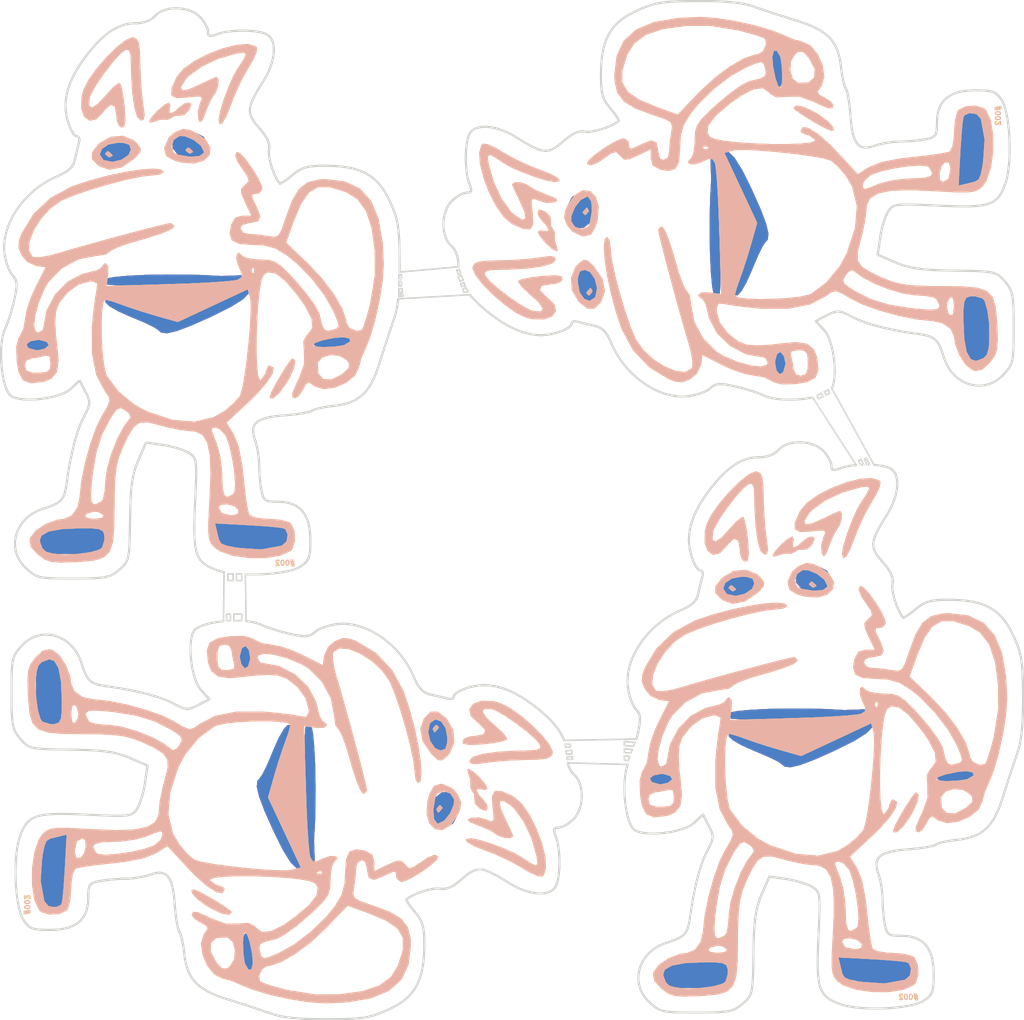
<source format=kicad_pcb>
(kicad_pcb (version 20171130) (host pcbnew "(5.1.7)-1")
  (layers (0 F.Cu signal) (31 B.Cu signal) (34 B.Paste user) (35 F.Paste user) (36 B.SilkS user) (37 F.SilkS user) (38 B.Mask user) (39 F.Mask user) (44 Edge.Cuts user))
  (net 0 "")
  (module img:v3betterBSILK (layer F.Cu) (at 103.251 105.791)
    (fp_text reference G*** hide)
    (fp_text value LOGO hide)
  )
  (module img:v5cucuBacking (layer F.Cu) (at 103.251 105.537)
    (fp_text reference G*** hide)
    (fp_text value LOGO hide)
    (fp_poly (pts (xy -0.45 -15.9) (xy -0.1 -15.9) (xy 0.2 -15.9) (xy 1.032502 -15.471006) (xy 1.341449 -14.931588) (xy 1.33929 -14.478937) (xy 1.105922 -13.806646) (xy 0.473862 -13.529664) (xy 0.176388 -13.495579) (xy -0.803625 -13.551794) (xy -1.499306 -13.777691) (xy -1.951777 -14.361517) (xy -2 -15.15) (xy -1.8 -15.4) (xy -1.4 -15.7) (xy -0.95 -15.85)) (layer F.Cu) (width 0.01))
    (fp_poly (pts (xy -6.731657 -15.298693) (xy -5.868402 -14.933947) (xy -5.576329 -14.396143) (xy -5.7906 -13.817659) (xy -6.446382 -13.330872) (xy -7.478836 -13.068158) (xy -7.831667 -13.052778) (xy -8.712204 -13.107668) (xy -9.091861 -13.359498) (xy -9.172223 -13.922311) (xy -8.878245 -14.802023) (xy -8.075566 -15.292279) (xy -6.883067 -15.326036) (xy -6.731657 -15.298693)) (layer F.Cu) (width 0.01))
    (fp_poly (pts (xy -0.781666 -2.172798) (xy 1.068344 -2.123617) (xy 2.720495 -2.031264) (xy 4.5 -2.1) (xy 5.15 -2.05) (xy 5.5 -1.65) (xy 5.540544 -1.00799) (xy 5.443882 -0.423488) (xy 4.824691 0.215873) (xy 3.633057 0.961042) (xy 1.819063 1.862968) (xy 1.752995 1.893682) (xy -0.169615 2.749737) (xy -1.562731 3.276076) (xy -2.508906 3.493993) (xy -3.090692 3.424778) (xy -3.332619 3.20537) (xy -3.738022 2.928316) (xy -4.625016 2.493635) (xy -5.813469 1.988498) (xy -5.999272 1.914914) (xy -7.185218 1.390967) (xy -8.059378 0.89298) (xy -8.457967 0.516639) (xy -8.466667 0.473432) (xy -8.425612 0.176349) (xy -8.220012 0.049765) (xy -7.726215 0.109591) (xy -6.820569 0.371735) (xy -5.379423 0.852107) (xy -5.291667 0.881944) (xy -3.888119 1.313027) (xy -2.605641 1.627221) (xy -1.70082 1.762573) (xy -1.638951 1.763888) (xy -0.668767 1.660803) (xy 0.370519 1.402761) (xy 1.247394 1.06659) (xy 1.730346 0.729114) (xy 1.763888 0.634686) (xy 2.050615 0.384307) (xy 2.293055 0.352777) (xy 2.762814 0.182604) (xy 2.822222 0.038244) (xy 3.121198 -0.272319) (xy 3.704166 -0.497644) (xy 4.365388 -0.799475) (xy 4.586111 -1.118575) (xy 4.372216 -1.260786) (xy 3.69227 -1.3473) (xy 2.488883 -1.379426) (xy 0.704663 -1.358471) (xy -1.717782 -1.285743) (xy -2.116667 -1.2713) (xy -4.464645 -1.190417) (xy -6.198253 -1.148247) (xy -7.407824 -1.148821) (xy -8.18369 -1.196173) (xy -8.616184 -1.294336) (xy -8.795639 -1.447344) (xy -8.819445 -1.570557) (xy -8.488773 -1.776925) (xy -7.582678 -1.941116) (xy -6.230039 -2.062966) (xy -4.559737 -2.142306) (xy -2.700653 -2.178973) (xy -0.781666 -2.172798)) (layer F.Cu) (width 0.01))
    (fp_poly (pts (xy 14.906009 3.530387) (xy 15.649699 4.063905) (xy 15.869598 4.674305) (xy 15.559004 4.817323) (xy 14.8 5) (xy 13.73499 5.018345) (xy 12.55 5) (xy 12.019589 4.882522) (xy 11.458529 4.412938) (xy 11.478527 4.018839) (xy 12.079039 3.615113) (xy 12.546598 3.454177) (xy 13.810998 3.304877) (xy 14.906009 3.530387)) (layer F.Cu) (width 0.01))
    (fp_poly (pts (xy -14.222478 3.682767) (xy -13.865588 4.165643) (xy -13.971321 4.730664) (xy -14.477931 5.165291) (xy -15.207188 5.291666) (xy -15.94601 5.188211) (xy -16.208261 4.754638) (xy -16.227778 4.409722) (xy -16.110726 3.774966) (xy -15.616981 3.546509) (xy -15.190265 3.527777) (xy -14.222478 3.682767)) (layer F.Cu) (width 0.01))
    (fp_poly (pts (xy 3.194538 21.632095) (xy 4.509085 21.709069) (xy 5.501098 21.780382) (xy 7.096699 21.912466) (xy 8.121416 22.040443) (xy 8.708485 22.205245) (xy 8.991138 22.447807) (xy 9.102611 22.809062) (xy 9.114893 22.890659) (xy 9.031645 23.656518) (xy 8.762115 24.031785) (xy 8.05 24.3) (xy 6.928418 24.502122) (xy 5.684827 24.471571) (xy 4.342707 24.182289) (xy 3.4 24.2) (xy 2.523393 24.014656) (xy 2.065355 22.771899) (xy 1.901765 22.009251) (xy 1.895525 21.623083) (xy 1.896791 21.621726) (xy 2.271918 21.600698) (xy 3.194538 21.632095)) (layer F.Cu) (width 0.01))
    (fp_poly (pts (xy -10.707596 21.590698) (xy -9.431101 21.662008) (xy -8.697368 21.781252) (xy -8.343861 22.015432) (xy -8.208045 22.431553) (xy -8.181943 22.631861) (xy -8.354719 23.617646) (xy -8.85 24.4) (xy -10.35 24.8) (xy -11.9 24.8) (xy -13.05 24.8) (xy -13.95 24.7) (xy -14.375695 24.460806) (xy -14.776041 23.983339) (xy -14.769221 23.223951) (xy -14.39886 22.44349) (xy -13.97079 22.039803) (xy -13.14618 21.705408) (xy -11.915899 21.573666) (xy -10.707596 21.590698)) (layer F.Cu) (width 0.01))
  )
  (module img:v5cucuFront (layer F.Cu) (at 103.251 105.537)
    (fp_text reference G*** hide)
    (fp_text value LOGO hide)
    (fp_poly (pts (xy -0.45 -15.9) (xy -0.1 -15.9) (xy 0.2 -15.9) (xy 1.032502 -15.471006) (xy 1.341449 -14.931588) (xy 1.33929 -14.478937) (xy 1.105922 -13.806646) (xy 0.473862 -13.529664) (xy 0.176388 -13.495579) (xy -0.803625 -13.551794) (xy -1.499306 -13.777691) (xy -1.951777 -14.361517) (xy -2 -15.15) (xy -1.8 -15.4) (xy -1.4 -15.7) (xy -0.95 -15.85)) (layer B.Cu) (width 0.01))
    (fp_poly (pts (xy -6.731657 -15.298693) (xy -5.868402 -14.933947) (xy -5.576329 -14.396143) (xy -5.7906 -13.817659) (xy -6.446382 -13.330872) (xy -7.478836 -13.068158) (xy -7.831667 -13.052778) (xy -8.712204 -13.107668) (xy -9.091861 -13.359498) (xy -9.172223 -13.922311) (xy -8.878245 -14.802023) (xy -8.075566 -15.292279) (xy -6.883067 -15.326036) (xy -6.731657 -15.298693)) (layer B.Cu) (width 0.01))
    (fp_poly (pts (xy -0.781666 -2.172798) (xy 1.068344 -2.123617) (xy 2.720495 -2.031264) (xy 4.5 -2.1) (xy 5.15 -2.05) (xy 5.5 -1.65) (xy 5.540544 -1.00799) (xy 5.443882 -0.423488) (xy 4.824691 0.215873) (xy 3.633057 0.961042) (xy 1.819063 1.862968) (xy 1.752995 1.893682) (xy -0.169615 2.749737) (xy -1.562731 3.276076) (xy -2.508906 3.493993) (xy -3.090692 3.424778) (xy -3.332619 3.20537) (xy -3.738022 2.928316) (xy -4.625016 2.493635) (xy -5.813469 1.988498) (xy -5.999272 1.914914) (xy -7.185218 1.390967) (xy -8.059378 0.89298) (xy -8.457967 0.516639) (xy -8.466667 0.473432) (xy -8.425612 0.176349) (xy -8.220012 0.049765) (xy -7.726215 0.109591) (xy -6.820569 0.371735) (xy -5.379423 0.852107) (xy -5.291667 0.881944) (xy -3.888119 1.313027) (xy -2.605641 1.627221) (xy -1.70082 1.762573) (xy -1.638951 1.763888) (xy -0.668767 1.660803) (xy 0.370519 1.402761) (xy 1.247394 1.06659) (xy 1.730346 0.729114) (xy 1.763888 0.634686) (xy 2.050615 0.384307) (xy 2.293055 0.352777) (xy 2.762814 0.182604) (xy 2.822222 0.038244) (xy 3.121198 -0.272319) (xy 3.704166 -0.497644) (xy 4.365388 -0.799475) (xy 4.586111 -1.118575) (xy 4.372216 -1.260786) (xy 3.69227 -1.3473) (xy 2.488883 -1.379426) (xy 0.704663 -1.358471) (xy -1.717782 -1.285743) (xy -2.116667 -1.2713) (xy -4.464645 -1.190417) (xy -6.198253 -1.148247) (xy -7.407824 -1.148821) (xy -8.18369 -1.196173) (xy -8.616184 -1.294336) (xy -8.795639 -1.447344) (xy -8.819445 -1.570557) (xy -8.488773 -1.776925) (xy -7.582678 -1.941116) (xy -6.230039 -2.062966) (xy -4.559737 -2.142306) (xy -2.700653 -2.178973) (xy -0.781666 -2.172798)) (layer B.Cu) (width 0.01))
    (fp_poly (pts (xy 14.906009 3.530387) (xy 15.649699 4.063905) (xy 15.869598 4.674305) (xy 15.559004 4.817323) (xy 14.8 5) (xy 13.73499 5.018345) (xy 12.55 5) (xy 12.019589 4.882522) (xy 11.458529 4.412938) (xy 11.478527 4.018839) (xy 12.079039 3.615113) (xy 12.546598 3.454177) (xy 13.810998 3.304877) (xy 14.906009 3.530387)) (layer B.Cu) (width 0.01))
    (fp_poly (pts (xy -14.222478 3.682767) (xy -13.865588 4.165643) (xy -13.971321 4.730664) (xy -14.477931 5.165291) (xy -15.207188 5.291666) (xy -15.94601 5.188211) (xy -16.208261 4.754638) (xy -16.227778 4.409722) (xy -16.110726 3.774966) (xy -15.616981 3.546509) (xy -15.190265 3.527777) (xy -14.222478 3.682767)) (layer B.Cu) (width 0.01))
    (fp_poly (pts (xy 3.194538 21.632095) (xy 4.509085 21.709069) (xy 5.501098 21.780382) (xy 7.096699 21.912466) (xy 8.121416 22.040443) (xy 8.708485 22.205245) (xy 8.991138 22.447807) (xy 9.102611 22.809062) (xy 9.114893 22.890659) (xy 9.031645 23.656518) (xy 8.762115 24.031785) (xy 8.05 24.3) (xy 6.928418 24.502122) (xy 5.684827 24.471571) (xy 4.342707 24.182289) (xy 3.4 24.2) (xy 2.523393 24.014656) (xy 2.065355 22.771899) (xy 1.901765 22.009251) (xy 1.895525 21.623083) (xy 1.896791 21.621726) (xy 2.271918 21.600698) (xy 3.194538 21.632095)) (layer B.Cu) (width 0.01))
    (fp_poly (pts (xy -10.707596 21.590698) (xy -9.431101 21.662008) (xy -8.697368 21.781252) (xy -8.343861 22.015432) (xy -8.208045 22.431553) (xy -8.181943 22.631861) (xy -8.354719 23.617646) (xy -8.85 24.4) (xy -10.35 24.8) (xy -11.9 24.8) (xy -13.05 24.8) (xy -13.95 24.7) (xy -14.375695 24.460806) (xy -14.776041 23.983339) (xy -14.769221 23.223951) (xy -14.39886 22.44349) (xy -13.97079 22.039803) (xy -13.14618 21.705408) (xy -11.915899 21.573666) (xy -10.707596 21.590698)) (layer B.Cu) (width 0.01))
  )
  (module img:v3better (layer F.Cu) (at 103.251 105.791)
    (fp_text reference G*** hide)
    (fp_text value LOGO hide)
  )
  (module MountingHole:MountingHole_3.2mm_M3 (layer F.Cu) (at 101.6 80.772)
    (fp_text reference REF** hide)
    (fp_text value MountingHole_3.2mm_M3)
    (pad 1 np_thru_hole circle (at 0 0) (size 3.2 3.2) (drill 3.2) (layers *.Cu *.Mask))
  )
  (module img:v3betterBSILK (layer F.Cu) (at 95.377 54.991 90)
    (fp_text reference G*** hide)
    (fp_text value LOGO hide)
  )
  (module img:v5cucuBacking (layer F.Cu) (at 95.123 54.991 90)
    (fp_text reference G*** hide)
    (fp_text value LOGO hide)
    (fp_poly (pts (xy -0.45 -15.9) (xy -0.1 -15.9) (xy 0.2 -15.9) (xy 1.032502 -15.471006) (xy 1.341449 -14.931588) (xy 1.33929 -14.478937) (xy 1.105922 -13.806646) (xy 0.473862 -13.529664) (xy 0.176388 -13.495579) (xy -0.803625 -13.551794) (xy -1.499306 -13.777691) (xy -1.951777 -14.361517) (xy -2 -15.15) (xy -1.8 -15.4) (xy -1.4 -15.7) (xy -0.95 -15.85)) (layer F.Cu) (width 0.01))
    (fp_poly (pts (xy -6.731657 -15.298693) (xy -5.868402 -14.933947) (xy -5.576329 -14.396143) (xy -5.7906 -13.817659) (xy -6.446382 -13.330872) (xy -7.478836 -13.068158) (xy -7.831667 -13.052778) (xy -8.712204 -13.107668) (xy -9.091861 -13.359498) (xy -9.172223 -13.922311) (xy -8.878245 -14.802023) (xy -8.075566 -15.292279) (xy -6.883067 -15.326036) (xy -6.731657 -15.298693)) (layer F.Cu) (width 0.01))
    (fp_poly (pts (xy -0.781666 -2.172798) (xy 1.068344 -2.123617) (xy 2.720495 -2.031264) (xy 4.5 -2.1) (xy 5.15 -2.05) (xy 5.5 -1.65) (xy 5.540544 -1.00799) (xy 5.443882 -0.423488) (xy 4.824691 0.215873) (xy 3.633057 0.961042) (xy 1.819063 1.862968) (xy 1.752995 1.893682) (xy -0.169615 2.749737) (xy -1.562731 3.276076) (xy -2.508906 3.493993) (xy -3.090692 3.424778) (xy -3.332619 3.20537) (xy -3.738022 2.928316) (xy -4.625016 2.493635) (xy -5.813469 1.988498) (xy -5.999272 1.914914) (xy -7.185218 1.390967) (xy -8.059378 0.89298) (xy -8.457967 0.516639) (xy -8.466667 0.473432) (xy -8.425612 0.176349) (xy -8.220012 0.049765) (xy -7.726215 0.109591) (xy -6.820569 0.371735) (xy -5.379423 0.852107) (xy -5.291667 0.881944) (xy -3.888119 1.313027) (xy -2.605641 1.627221) (xy -1.70082 1.762573) (xy -1.638951 1.763888) (xy -0.668767 1.660803) (xy 0.370519 1.402761) (xy 1.247394 1.06659) (xy 1.730346 0.729114) (xy 1.763888 0.634686) (xy 2.050615 0.384307) (xy 2.293055 0.352777) (xy 2.762814 0.182604) (xy 2.822222 0.038244) (xy 3.121198 -0.272319) (xy 3.704166 -0.497644) (xy 4.365388 -0.799475) (xy 4.586111 -1.118575) (xy 4.372216 -1.260786) (xy 3.69227 -1.3473) (xy 2.488883 -1.379426) (xy 0.704663 -1.358471) (xy -1.717782 -1.285743) (xy -2.116667 -1.2713) (xy -4.464645 -1.190417) (xy -6.198253 -1.148247) (xy -7.407824 -1.148821) (xy -8.18369 -1.196173) (xy -8.616184 -1.294336) (xy -8.795639 -1.447344) (xy -8.819445 -1.570557) (xy -8.488773 -1.776925) (xy -7.582678 -1.941116) (xy -6.230039 -2.062966) (xy -4.559737 -2.142306) (xy -2.700653 -2.178973) (xy -0.781666 -2.172798)) (layer F.Cu) (width 0.01))
    (fp_poly (pts (xy 14.906009 3.530387) (xy 15.649699 4.063905) (xy 15.869598 4.674305) (xy 15.559004 4.817323) (xy 14.8 5) (xy 13.73499 5.018345) (xy 12.55 5) (xy 12.019589 4.882522) (xy 11.458529 4.412938) (xy 11.478527 4.018839) (xy 12.079039 3.615113) (xy 12.546598 3.454177) (xy 13.810998 3.304877) (xy 14.906009 3.530387)) (layer F.Cu) (width 0.01))
    (fp_poly (pts (xy -14.222478 3.682767) (xy -13.865588 4.165643) (xy -13.971321 4.730664) (xy -14.477931 5.165291) (xy -15.207188 5.291666) (xy -15.94601 5.188211) (xy -16.208261 4.754638) (xy -16.227778 4.409722) (xy -16.110726 3.774966) (xy -15.616981 3.546509) (xy -15.190265 3.527777) (xy -14.222478 3.682767)) (layer F.Cu) (width 0.01))
    (fp_poly (pts (xy 3.194538 21.632095) (xy 4.509085 21.709069) (xy 5.501098 21.780382) (xy 7.096699 21.912466) (xy 8.121416 22.040443) (xy 8.708485 22.205245) (xy 8.991138 22.447807) (xy 9.102611 22.809062) (xy 9.114893 22.890659) (xy 9.031645 23.656518) (xy 8.762115 24.031785) (xy 8.05 24.3) (xy 6.928418 24.502122) (xy 5.684827 24.471571) (xy 4.342707 24.182289) (xy 3.4 24.2) (xy 2.523393 24.014656) (xy 2.065355 22.771899) (xy 1.901765 22.009251) (xy 1.895525 21.623083) (xy 1.896791 21.621726) (xy 2.271918 21.600698) (xy 3.194538 21.632095)) (layer F.Cu) (width 0.01))
    (fp_poly (pts (xy -10.707596 21.590698) (xy -9.431101 21.662008) (xy -8.697368 21.781252) (xy -8.343861 22.015432) (xy -8.208045 22.431553) (xy -8.181943 22.631861) (xy -8.354719 23.617646) (xy -8.85 24.4) (xy -10.35 24.8) (xy -11.9 24.8) (xy -13.05 24.8) (xy -13.95 24.7) (xy -14.375695 24.460806) (xy -14.776041 23.983339) (xy -14.769221 23.223951) (xy -14.39886 22.44349) (xy -13.97079 22.039803) (xy -13.14618 21.705408) (xy -11.915899 21.573666) (xy -10.707596 21.590698)) (layer F.Cu) (width 0.01))
  )
  (module img:v5cucuFront (layer F.Cu) (at 95.123 54.991 90)
    (fp_text reference G*** hide)
    (fp_text value LOGO hide)
    (fp_poly (pts (xy -0.45 -15.9) (xy -0.1 -15.9) (xy 0.2 -15.9) (xy 1.032502 -15.471006) (xy 1.341449 -14.931588) (xy 1.33929 -14.478937) (xy 1.105922 -13.806646) (xy 0.473862 -13.529664) (xy 0.176388 -13.495579) (xy -0.803625 -13.551794) (xy -1.499306 -13.777691) (xy -1.951777 -14.361517) (xy -2 -15.15) (xy -1.8 -15.4) (xy -1.4 -15.7) (xy -0.95 -15.85)) (layer B.Cu) (width 0.01))
    (fp_poly (pts (xy -6.731657 -15.298693) (xy -5.868402 -14.933947) (xy -5.576329 -14.396143) (xy -5.7906 -13.817659) (xy -6.446382 -13.330872) (xy -7.478836 -13.068158) (xy -7.831667 -13.052778) (xy -8.712204 -13.107668) (xy -9.091861 -13.359498) (xy -9.172223 -13.922311) (xy -8.878245 -14.802023) (xy -8.075566 -15.292279) (xy -6.883067 -15.326036) (xy -6.731657 -15.298693)) (layer B.Cu) (width 0.01))
    (fp_poly (pts (xy -0.781666 -2.172798) (xy 1.068344 -2.123617) (xy 2.720495 -2.031264) (xy 4.5 -2.1) (xy 5.15 -2.05) (xy 5.5 -1.65) (xy 5.540544 -1.00799) (xy 5.443882 -0.423488) (xy 4.824691 0.215873) (xy 3.633057 0.961042) (xy 1.819063 1.862968) (xy 1.752995 1.893682) (xy -0.169615 2.749737) (xy -1.562731 3.276076) (xy -2.508906 3.493993) (xy -3.090692 3.424778) (xy -3.332619 3.20537) (xy -3.738022 2.928316) (xy -4.625016 2.493635) (xy -5.813469 1.988498) (xy -5.999272 1.914914) (xy -7.185218 1.390967) (xy -8.059378 0.89298) (xy -8.457967 0.516639) (xy -8.466667 0.473432) (xy -8.425612 0.176349) (xy -8.220012 0.049765) (xy -7.726215 0.109591) (xy -6.820569 0.371735) (xy -5.379423 0.852107) (xy -5.291667 0.881944) (xy -3.888119 1.313027) (xy -2.605641 1.627221) (xy -1.70082 1.762573) (xy -1.638951 1.763888) (xy -0.668767 1.660803) (xy 0.370519 1.402761) (xy 1.247394 1.06659) (xy 1.730346 0.729114) (xy 1.763888 0.634686) (xy 2.050615 0.384307) (xy 2.293055 0.352777) (xy 2.762814 0.182604) (xy 2.822222 0.038244) (xy 3.121198 -0.272319) (xy 3.704166 -0.497644) (xy 4.365388 -0.799475) (xy 4.586111 -1.118575) (xy 4.372216 -1.260786) (xy 3.69227 -1.3473) (xy 2.488883 -1.379426) (xy 0.704663 -1.358471) (xy -1.717782 -1.285743) (xy -2.116667 -1.2713) (xy -4.464645 -1.190417) (xy -6.198253 -1.148247) (xy -7.407824 -1.148821) (xy -8.18369 -1.196173) (xy -8.616184 -1.294336) (xy -8.795639 -1.447344) (xy -8.819445 -1.570557) (xy -8.488773 -1.776925) (xy -7.582678 -1.941116) (xy -6.230039 -2.062966) (xy -4.559737 -2.142306) (xy -2.700653 -2.178973) (xy -0.781666 -2.172798)) (layer B.Cu) (width 0.01))
    (fp_poly (pts (xy 14.906009 3.530387) (xy 15.649699 4.063905) (xy 15.869598 4.674305) (xy 15.559004 4.817323) (xy 14.8 5) (xy 13.73499 5.018345) (xy 12.55 5) (xy 12.019589 4.882522) (xy 11.458529 4.412938) (xy 11.478527 4.018839) (xy 12.079039 3.615113) (xy 12.546598 3.454177) (xy 13.810998 3.304877) (xy 14.906009 3.530387)) (layer B.Cu) (width 0.01))
    (fp_poly (pts (xy -14.222478 3.682767) (xy -13.865588 4.165643) (xy -13.971321 4.730664) (xy -14.477931 5.165291) (xy -15.207188 5.291666) (xy -15.94601 5.188211) (xy -16.208261 4.754638) (xy -16.227778 4.409722) (xy -16.110726 3.774966) (xy -15.616981 3.546509) (xy -15.190265 3.527777) (xy -14.222478 3.682767)) (layer B.Cu) (width 0.01))
    (fp_poly (pts (xy 3.194538 21.632095) (xy 4.509085 21.709069) (xy 5.501098 21.780382) (xy 7.096699 21.912466) (xy 8.121416 22.040443) (xy 8.708485 22.205245) (xy 8.991138 22.447807) (xy 9.102611 22.809062) (xy 9.114893 22.890659) (xy 9.031645 23.656518) (xy 8.762115 24.031785) (xy 8.05 24.3) (xy 6.928418 24.502122) (xy 5.684827 24.471571) (xy 4.342707 24.182289) (xy 3.4 24.2) (xy 2.523393 24.014656) (xy 2.065355 22.771899) (xy 1.901765 22.009251) (xy 1.895525 21.623083) (xy 1.896791 21.621726) (xy 2.271918 21.600698) (xy 3.194538 21.632095)) (layer B.Cu) (width 0.01))
    (fp_poly (pts (xy -10.707596 21.590698) (xy -9.431101 21.662008) (xy -8.697368 21.781252) (xy -8.343861 22.015432) (xy -8.208045 22.431553) (xy -8.181943 22.631861) (xy -8.354719 23.617646) (xy -8.85 24.4) (xy -10.35 24.8) (xy -11.9 24.8) (xy -13.05 24.8) (xy -13.95 24.7) (xy -14.375695 24.460806) (xy -14.776041 23.983339) (xy -14.769221 23.223951) (xy -14.39886 22.44349) (xy -13.97079 22.039803) (xy -13.14618 21.705408) (xy -11.915899 21.573666) (xy -10.707596 21.590698)) (layer B.Cu) (width 0.01))
  )
  (module img:v3better (layer F.Cu) (at 95.377 54.991 90)
    (fp_text reference G*** hide)
    (fp_text value LOGO hide)
  )
  (module MountingHole:MountingHole_3.2mm_M3 (layer F.Cu) (at 70.612 56.642 90)
    (fp_text reference REF** hide)
    (fp_text value MountingHole_3.2mm_M3)
    (pad 1 np_thru_hole circle (at 0 0 90) (size 3.2 3.2) (drill 3.2) (layers *.Cu *.Mask))
  )
  (module img:v3betterBSILK (layer F.Cu) (at 52.451 113.411 270)
    (fp_text reference G*** hide)
    (fp_text value LOGO hide)
  )
  (module img:v5cucuBacking (layer F.Cu) (at 52.705 113.411 270)
    (fp_text reference G*** hide)
    (fp_text value LOGO hide)
    (fp_poly (pts (xy -0.45 -15.9) (xy -0.1 -15.9) (xy 0.2 -15.9) (xy 1.032502 -15.471006) (xy 1.341449 -14.931588) (xy 1.33929 -14.478937) (xy 1.105922 -13.806646) (xy 0.473862 -13.529664) (xy 0.176388 -13.495579) (xy -0.803625 -13.551794) (xy -1.499306 -13.777691) (xy -1.951777 -14.361517) (xy -2 -15.15) (xy -1.8 -15.4) (xy -1.4 -15.7) (xy -0.95 -15.85)) (layer F.Cu) (width 0.01))
    (fp_poly (pts (xy -6.731657 -15.298693) (xy -5.868402 -14.933947) (xy -5.576329 -14.396143) (xy -5.7906 -13.817659) (xy -6.446382 -13.330872) (xy -7.478836 -13.068158) (xy -7.831667 -13.052778) (xy -8.712204 -13.107668) (xy -9.091861 -13.359498) (xy -9.172223 -13.922311) (xy -8.878245 -14.802023) (xy -8.075566 -15.292279) (xy -6.883067 -15.326036) (xy -6.731657 -15.298693)) (layer F.Cu) (width 0.01))
    (fp_poly (pts (xy -0.781666 -2.172798) (xy 1.068344 -2.123617) (xy 2.720495 -2.031264) (xy 4.5 -2.1) (xy 5.15 -2.05) (xy 5.5 -1.65) (xy 5.540544 -1.00799) (xy 5.443882 -0.423488) (xy 4.824691 0.215873) (xy 3.633057 0.961042) (xy 1.819063 1.862968) (xy 1.752995 1.893682) (xy -0.169615 2.749737) (xy -1.562731 3.276076) (xy -2.508906 3.493993) (xy -3.090692 3.424778) (xy -3.332619 3.20537) (xy -3.738022 2.928316) (xy -4.625016 2.493635) (xy -5.813469 1.988498) (xy -5.999272 1.914914) (xy -7.185218 1.390967) (xy -8.059378 0.89298) (xy -8.457967 0.516639) (xy -8.466667 0.473432) (xy -8.425612 0.176349) (xy -8.220012 0.049765) (xy -7.726215 0.109591) (xy -6.820569 0.371735) (xy -5.379423 0.852107) (xy -5.291667 0.881944) (xy -3.888119 1.313027) (xy -2.605641 1.627221) (xy -1.70082 1.762573) (xy -1.638951 1.763888) (xy -0.668767 1.660803) (xy 0.370519 1.402761) (xy 1.247394 1.06659) (xy 1.730346 0.729114) (xy 1.763888 0.634686) (xy 2.050615 0.384307) (xy 2.293055 0.352777) (xy 2.762814 0.182604) (xy 2.822222 0.038244) (xy 3.121198 -0.272319) (xy 3.704166 -0.497644) (xy 4.365388 -0.799475) (xy 4.586111 -1.118575) (xy 4.372216 -1.260786) (xy 3.69227 -1.3473) (xy 2.488883 -1.379426) (xy 0.704663 -1.358471) (xy -1.717782 -1.285743) (xy -2.116667 -1.2713) (xy -4.464645 -1.190417) (xy -6.198253 -1.148247) (xy -7.407824 -1.148821) (xy -8.18369 -1.196173) (xy -8.616184 -1.294336) (xy -8.795639 -1.447344) (xy -8.819445 -1.570557) (xy -8.488773 -1.776925) (xy -7.582678 -1.941116) (xy -6.230039 -2.062966) (xy -4.559737 -2.142306) (xy -2.700653 -2.178973) (xy -0.781666 -2.172798)) (layer F.Cu) (width 0.01))
    (fp_poly (pts (xy 14.906009 3.530387) (xy 15.649699 4.063905) (xy 15.869598 4.674305) (xy 15.559004 4.817323) (xy 14.8 5) (xy 13.73499 5.018345) (xy 12.55 5) (xy 12.019589 4.882522) (xy 11.458529 4.412938) (xy 11.478527 4.018839) (xy 12.079039 3.615113) (xy 12.546598 3.454177) (xy 13.810998 3.304877) (xy 14.906009 3.530387)) (layer F.Cu) (width 0.01))
    (fp_poly (pts (xy -14.222478 3.682767) (xy -13.865588 4.165643) (xy -13.971321 4.730664) (xy -14.477931 5.165291) (xy -15.207188 5.291666) (xy -15.94601 5.188211) (xy -16.208261 4.754638) (xy -16.227778 4.409722) (xy -16.110726 3.774966) (xy -15.616981 3.546509) (xy -15.190265 3.527777) (xy -14.222478 3.682767)) (layer F.Cu) (width 0.01))
    (fp_poly (pts (xy 3.194538 21.632095) (xy 4.509085 21.709069) (xy 5.501098 21.780382) (xy 7.096699 21.912466) (xy 8.121416 22.040443) (xy 8.708485 22.205245) (xy 8.991138 22.447807) (xy 9.102611 22.809062) (xy 9.114893 22.890659) (xy 9.031645 23.656518) (xy 8.762115 24.031785) (xy 8.05 24.3) (xy 6.928418 24.502122) (xy 5.684827 24.471571) (xy 4.342707 24.182289) (xy 3.4 24.2) (xy 2.523393 24.014656) (xy 2.065355 22.771899) (xy 1.901765 22.009251) (xy 1.895525 21.623083) (xy 1.896791 21.621726) (xy 2.271918 21.600698) (xy 3.194538 21.632095)) (layer F.Cu) (width 0.01))
    (fp_poly (pts (xy -10.707596 21.590698) (xy -9.431101 21.662008) (xy -8.697368 21.781252) (xy -8.343861 22.015432) (xy -8.208045 22.431553) (xy -8.181943 22.631861) (xy -8.354719 23.617646) (xy -8.85 24.4) (xy -10.35 24.8) (xy -11.9 24.8) (xy -13.05 24.8) (xy -13.95 24.7) (xy -14.375695 24.460806) (xy -14.776041 23.983339) (xy -14.769221 23.223951) (xy -14.39886 22.44349) (xy -13.97079 22.039803) (xy -13.14618 21.705408) (xy -11.915899 21.573666) (xy -10.707596 21.590698)) (layer F.Cu) (width 0.01))
  )
  (module img:v5cucuFront (layer F.Cu) (at 52.705 113.411 270)
    (fp_text reference G*** hide)
    (fp_text value LOGO hide)
    (fp_poly (pts (xy -0.45 -15.9) (xy -0.1 -15.9) (xy 0.2 -15.9) (xy 1.032502 -15.471006) (xy 1.341449 -14.931588) (xy 1.33929 -14.478937) (xy 1.105922 -13.806646) (xy 0.473862 -13.529664) (xy 0.176388 -13.495579) (xy -0.803625 -13.551794) (xy -1.499306 -13.777691) (xy -1.951777 -14.361517) (xy -2 -15.15) (xy -1.8 -15.4) (xy -1.4 -15.7) (xy -0.95 -15.85)) (layer B.Cu) (width 0.01))
    (fp_poly (pts (xy -6.731657 -15.298693) (xy -5.868402 -14.933947) (xy -5.576329 -14.396143) (xy -5.7906 -13.817659) (xy -6.446382 -13.330872) (xy -7.478836 -13.068158) (xy -7.831667 -13.052778) (xy -8.712204 -13.107668) (xy -9.091861 -13.359498) (xy -9.172223 -13.922311) (xy -8.878245 -14.802023) (xy -8.075566 -15.292279) (xy -6.883067 -15.326036) (xy -6.731657 -15.298693)) (layer B.Cu) (width 0.01))
    (fp_poly (pts (xy -0.781666 -2.172798) (xy 1.068344 -2.123617) (xy 2.720495 -2.031264) (xy 4.5 -2.1) (xy 5.15 -2.05) (xy 5.5 -1.65) (xy 5.540544 -1.00799) (xy 5.443882 -0.423488) (xy 4.824691 0.215873) (xy 3.633057 0.961042) (xy 1.819063 1.862968) (xy 1.752995 1.893682) (xy -0.169615 2.749737) (xy -1.562731 3.276076) (xy -2.508906 3.493993) (xy -3.090692 3.424778) (xy -3.332619 3.20537) (xy -3.738022 2.928316) (xy -4.625016 2.493635) (xy -5.813469 1.988498) (xy -5.999272 1.914914) (xy -7.185218 1.390967) (xy -8.059378 0.89298) (xy -8.457967 0.516639) (xy -8.466667 0.473432) (xy -8.425612 0.176349) (xy -8.220012 0.049765) (xy -7.726215 0.109591) (xy -6.820569 0.371735) (xy -5.379423 0.852107) (xy -5.291667 0.881944) (xy -3.888119 1.313027) (xy -2.605641 1.627221) (xy -1.70082 1.762573) (xy -1.638951 1.763888) (xy -0.668767 1.660803) (xy 0.370519 1.402761) (xy 1.247394 1.06659) (xy 1.730346 0.729114) (xy 1.763888 0.634686) (xy 2.050615 0.384307) (xy 2.293055 0.352777) (xy 2.762814 0.182604) (xy 2.822222 0.038244) (xy 3.121198 -0.272319) (xy 3.704166 -0.497644) (xy 4.365388 -0.799475) (xy 4.586111 -1.118575) (xy 4.372216 -1.260786) (xy 3.69227 -1.3473) (xy 2.488883 -1.379426) (xy 0.704663 -1.358471) (xy -1.717782 -1.285743) (xy -2.116667 -1.2713) (xy -4.464645 -1.190417) (xy -6.198253 -1.148247) (xy -7.407824 -1.148821) (xy -8.18369 -1.196173) (xy -8.616184 -1.294336) (xy -8.795639 -1.447344) (xy -8.819445 -1.570557) (xy -8.488773 -1.776925) (xy -7.582678 -1.941116) (xy -6.230039 -2.062966) (xy -4.559737 -2.142306) (xy -2.700653 -2.178973) (xy -0.781666 -2.172798)) (layer B.Cu) (width 0.01))
    (fp_poly (pts (xy 14.906009 3.530387) (xy 15.649699 4.063905) (xy 15.869598 4.674305) (xy 15.559004 4.817323) (xy 14.8 5) (xy 13.73499 5.018345) (xy 12.55 5) (xy 12.019589 4.882522) (xy 11.458529 4.412938) (xy 11.478527 4.018839) (xy 12.079039 3.615113) (xy 12.546598 3.454177) (xy 13.810998 3.304877) (xy 14.906009 3.530387)) (layer B.Cu) (width 0.01))
    (fp_poly (pts (xy -14.222478 3.682767) (xy -13.865588 4.165643) (xy -13.971321 4.730664) (xy -14.477931 5.165291) (xy -15.207188 5.291666) (xy -15.94601 5.188211) (xy -16.208261 4.754638) (xy -16.227778 4.409722) (xy -16.110726 3.774966) (xy -15.616981 3.546509) (xy -15.190265 3.527777) (xy -14.222478 3.682767)) (layer B.Cu) (width 0.01))
    (fp_poly (pts (xy 3.194538 21.632095) (xy 4.509085 21.709069) (xy 5.501098 21.780382) (xy 7.096699 21.912466) (xy 8.121416 22.040443) (xy 8.708485 22.205245) (xy 8.991138 22.447807) (xy 9.102611 22.809062) (xy 9.114893 22.890659) (xy 9.031645 23.656518) (xy 8.762115 24.031785) (xy 8.05 24.3) (xy 6.928418 24.502122) (xy 5.684827 24.471571) (xy 4.342707 24.182289) (xy 3.4 24.2) (xy 2.523393 24.014656) (xy 2.065355 22.771899) (xy 1.901765 22.009251) (xy 1.895525 21.623083) (xy 1.896791 21.621726) (xy 2.271918 21.600698) (xy 3.194538 21.632095)) (layer B.Cu) (width 0.01))
    (fp_poly (pts (xy -10.707596 21.590698) (xy -9.431101 21.662008) (xy -8.697368 21.781252) (xy -8.343861 22.015432) (xy -8.208045 22.431553) (xy -8.181943 22.631861) (xy -8.354719 23.617646) (xy -8.85 24.4) (xy -10.35 24.8) (xy -11.9 24.8) (xy -13.05 24.8) (xy -13.95 24.7) (xy -14.375695 24.460806) (xy -14.776041 23.983339) (xy -14.769221 23.223951) (xy -14.39886 22.44349) (xy -13.97079 22.039803) (xy -13.14618 21.705408) (xy -11.915899 21.573666) (xy -10.707596 21.590698)) (layer B.Cu) (width 0.01))
  )
  (module img:v3better (layer F.Cu) (at 52.451 113.411 270)
    (fp_text reference G*** hide)
    (fp_text value LOGO hide)
  )
  (module MountingHole:MountingHole_3.2mm_M3 (layer F.Cu) (at 77.216 111.76 270)
    (fp_text reference REF** hide)
    (fp_text value MountingHole_3.2mm_M3)
    (pad 1 np_thru_hole circle (at 0 0 270) (size 3.2 3.2) (drill 3.2) (layers *.Cu *.Mask))
  )
  (module img:v3betterBSILK (layer F.Cu) (at 43.053 63.881)
    (fp_text reference G*** hide)
    (fp_text value LOGO hide)
  )
  (module img:v5cucuBacking (layer F.Cu) (at 43.053 63.627)
    (fp_text reference G*** hide)
    (fp_text value LOGO hide)
    (fp_poly (pts (xy -0.45 -15.9) (xy -0.1 -15.9) (xy 0.2 -15.9) (xy 1.032502 -15.471006) (xy 1.341449 -14.931588) (xy 1.33929 -14.478937) (xy 1.105922 -13.806646) (xy 0.473862 -13.529664) (xy 0.176388 -13.495579) (xy -0.803625 -13.551794) (xy -1.499306 -13.777691) (xy -1.951777 -14.361517) (xy -2 -15.15) (xy -1.8 -15.4) (xy -1.4 -15.7) (xy -0.95 -15.85)) (layer F.Cu) (width 0.01))
    (fp_poly (pts (xy -6.731657 -15.298693) (xy -5.868402 -14.933947) (xy -5.576329 -14.396143) (xy -5.7906 -13.817659) (xy -6.446382 -13.330872) (xy -7.478836 -13.068158) (xy -7.831667 -13.052778) (xy -8.712204 -13.107668) (xy -9.091861 -13.359498) (xy -9.172223 -13.922311) (xy -8.878245 -14.802023) (xy -8.075566 -15.292279) (xy -6.883067 -15.326036) (xy -6.731657 -15.298693)) (layer F.Cu) (width 0.01))
    (fp_poly (pts (xy -0.781666 -2.172798) (xy 1.068344 -2.123617) (xy 2.720495 -2.031264) (xy 4.5 -2.1) (xy 5.15 -2.05) (xy 5.5 -1.65) (xy 5.540544 -1.00799) (xy 5.443882 -0.423488) (xy 4.824691 0.215873) (xy 3.633057 0.961042) (xy 1.819063 1.862968) (xy 1.752995 1.893682) (xy -0.169615 2.749737) (xy -1.562731 3.276076) (xy -2.508906 3.493993) (xy -3.090692 3.424778) (xy -3.332619 3.20537) (xy -3.738022 2.928316) (xy -4.625016 2.493635) (xy -5.813469 1.988498) (xy -5.999272 1.914914) (xy -7.185218 1.390967) (xy -8.059378 0.89298) (xy -8.457967 0.516639) (xy -8.466667 0.473432) (xy -8.425612 0.176349) (xy -8.220012 0.049765) (xy -7.726215 0.109591) (xy -6.820569 0.371735) (xy -5.379423 0.852107) (xy -5.291667 0.881944) (xy -3.888119 1.313027) (xy -2.605641 1.627221) (xy -1.70082 1.762573) (xy -1.638951 1.763888) (xy -0.668767 1.660803) (xy 0.370519 1.402761) (xy 1.247394 1.06659) (xy 1.730346 0.729114) (xy 1.763888 0.634686) (xy 2.050615 0.384307) (xy 2.293055 0.352777) (xy 2.762814 0.182604) (xy 2.822222 0.038244) (xy 3.121198 -0.272319) (xy 3.704166 -0.497644) (xy 4.365388 -0.799475) (xy 4.586111 -1.118575) (xy 4.372216 -1.260786) (xy 3.69227 -1.3473) (xy 2.488883 -1.379426) (xy 0.704663 -1.358471) (xy -1.717782 -1.285743) (xy -2.116667 -1.2713) (xy -4.464645 -1.190417) (xy -6.198253 -1.148247) (xy -7.407824 -1.148821) (xy -8.18369 -1.196173) (xy -8.616184 -1.294336) (xy -8.795639 -1.447344) (xy -8.819445 -1.570557) (xy -8.488773 -1.776925) (xy -7.582678 -1.941116) (xy -6.230039 -2.062966) (xy -4.559737 -2.142306) (xy -2.700653 -2.178973) (xy -0.781666 -2.172798)) (layer F.Cu) (width 0.01))
    (fp_poly (pts (xy 14.906009 3.530387) (xy 15.649699 4.063905) (xy 15.869598 4.674305) (xy 15.559004 4.817323) (xy 14.8 5) (xy 13.73499 5.018345) (xy 12.55 5) (xy 12.019589 4.882522) (xy 11.458529 4.412938) (xy 11.478527 4.018839) (xy 12.079039 3.615113) (xy 12.546598 3.454177) (xy 13.810998 3.304877) (xy 14.906009 3.530387)) (layer F.Cu) (width 0.01))
    (fp_poly (pts (xy -14.222478 3.682767) (xy -13.865588 4.165643) (xy -13.971321 4.730664) (xy -14.477931 5.165291) (xy -15.207188 5.291666) (xy -15.94601 5.188211) (xy -16.208261 4.754638) (xy -16.227778 4.409722) (xy -16.110726 3.774966) (xy -15.616981 3.546509) (xy -15.190265 3.527777) (xy -14.222478 3.682767)) (layer F.Cu) (width 0.01))
    (fp_poly (pts (xy 3.194538 21.632095) (xy 4.509085 21.709069) (xy 5.501098 21.780382) (xy 7.096699 21.912466) (xy 8.121416 22.040443) (xy 8.708485 22.205245) (xy 8.991138 22.447807) (xy 9.102611 22.809062) (xy 9.114893 22.890659) (xy 9.031645 23.656518) (xy 8.762115 24.031785) (xy 8.05 24.3) (xy 6.928418 24.502122) (xy 5.684827 24.471571) (xy 4.342707 24.182289) (xy 3.4 24.2) (xy 2.523393 24.014656) (xy 2.065355 22.771899) (xy 1.901765 22.009251) (xy 1.895525 21.623083) (xy 1.896791 21.621726) (xy 2.271918 21.600698) (xy 3.194538 21.632095)) (layer F.Cu) (width 0.01))
    (fp_poly (pts (xy -10.707596 21.590698) (xy -9.431101 21.662008) (xy -8.697368 21.781252) (xy -8.343861 22.015432) (xy -8.208045 22.431553) (xy -8.181943 22.631861) (xy -8.354719 23.617646) (xy -8.85 24.4) (xy -10.35 24.8) (xy -11.9 24.8) (xy -13.05 24.8) (xy -13.95 24.7) (xy -14.375695 24.460806) (xy -14.776041 23.983339) (xy -14.769221 23.223951) (xy -14.39886 22.44349) (xy -13.97079 22.039803) (xy -13.14618 21.705408) (xy -11.915899 21.573666) (xy -10.707596 21.590698)) (layer F.Cu) (width 0.01))
  )
  (module img:v5cucuFront (layer F.Cu) (at 43.053 63.627)
    (fp_text reference G*** hide)
    (fp_text value LOGO hide)
    (fp_poly (pts (xy -0.45 -15.9) (xy -0.1 -15.9) (xy 0.2 -15.9) (xy 1.032502 -15.471006) (xy 1.341449 -14.931588) (xy 1.33929 -14.478937) (xy 1.105922 -13.806646) (xy 0.473862 -13.529664) (xy 0.176388 -13.495579) (xy -0.803625 -13.551794) (xy -1.499306 -13.777691) (xy -1.951777 -14.361517) (xy -2 -15.15) (xy -1.8 -15.4) (xy -1.4 -15.7) (xy -0.95 -15.85)) (layer B.Cu) (width 0.01))
    (fp_poly (pts (xy -6.731657 -15.298693) (xy -5.868402 -14.933947) (xy -5.576329 -14.396143) (xy -5.7906 -13.817659) (xy -6.446382 -13.330872) (xy -7.478836 -13.068158) (xy -7.831667 -13.052778) (xy -8.712204 -13.107668) (xy -9.091861 -13.359498) (xy -9.172223 -13.922311) (xy -8.878245 -14.802023) (xy -8.075566 -15.292279) (xy -6.883067 -15.326036) (xy -6.731657 -15.298693)) (layer B.Cu) (width 0.01))
    (fp_poly (pts (xy -0.781666 -2.172798) (xy 1.068344 -2.123617) (xy 2.720495 -2.031264) (xy 4.5 -2.1) (xy 5.15 -2.05) (xy 5.5 -1.65) (xy 5.540544 -1.00799) (xy 5.443882 -0.423488) (xy 4.824691 0.215873) (xy 3.633057 0.961042) (xy 1.819063 1.862968) (xy 1.752995 1.893682) (xy -0.169615 2.749737) (xy -1.562731 3.276076) (xy -2.508906 3.493993) (xy -3.090692 3.424778) (xy -3.332619 3.20537) (xy -3.738022 2.928316) (xy -4.625016 2.493635) (xy -5.813469 1.988498) (xy -5.999272 1.914914) (xy -7.185218 1.390967) (xy -8.059378 0.89298) (xy -8.457967 0.516639) (xy -8.466667 0.473432) (xy -8.425612 0.176349) (xy -8.220012 0.049765) (xy -7.726215 0.109591) (xy -6.820569 0.371735) (xy -5.379423 0.852107) (xy -5.291667 0.881944) (xy -3.888119 1.313027) (xy -2.605641 1.627221) (xy -1.70082 1.762573) (xy -1.638951 1.763888) (xy -0.668767 1.660803) (xy 0.370519 1.402761) (xy 1.247394 1.06659) (xy 1.730346 0.729114) (xy 1.763888 0.634686) (xy 2.050615 0.384307) (xy 2.293055 0.352777) (xy 2.762814 0.182604) (xy 2.822222 0.038244) (xy 3.121198 -0.272319) (xy 3.704166 -0.497644) (xy 4.365388 -0.799475) (xy 4.586111 -1.118575) (xy 4.372216 -1.260786) (xy 3.69227 -1.3473) (xy 2.488883 -1.379426) (xy 0.704663 -1.358471) (xy -1.717782 -1.285743) (xy -2.116667 -1.2713) (xy -4.464645 -1.190417) (xy -6.198253 -1.148247) (xy -7.407824 -1.148821) (xy -8.18369 -1.196173) (xy -8.616184 -1.294336) (xy -8.795639 -1.447344) (xy -8.819445 -1.570557) (xy -8.488773 -1.776925) (xy -7.582678 -1.941116) (xy -6.230039 -2.062966) (xy -4.559737 -2.142306) (xy -2.700653 -2.178973) (xy -0.781666 -2.172798)) (layer B.Cu) (width 0.01))
    (fp_poly (pts (xy 14.906009 3.530387) (xy 15.649699 4.063905) (xy 15.869598 4.674305) (xy 15.559004 4.817323) (xy 14.8 5) (xy 13.73499 5.018345) (xy 12.55 5) (xy 12.019589 4.882522) (xy 11.458529 4.412938) (xy 11.478527 4.018839) (xy 12.079039 3.615113) (xy 12.546598 3.454177) (xy 13.810998 3.304877) (xy 14.906009 3.530387)) (layer B.Cu) (width 0.01))
    (fp_poly (pts (xy -14.222478 3.682767) (xy -13.865588 4.165643) (xy -13.971321 4.730664) (xy -14.477931 5.165291) (xy -15.207188 5.291666) (xy -15.94601 5.188211) (xy -16.208261 4.754638) (xy -16.227778 4.409722) (xy -16.110726 3.774966) (xy -15.616981 3.546509) (xy -15.190265 3.527777) (xy -14.222478 3.682767)) (layer B.Cu) (width 0.01))
    (fp_poly (pts (xy 3.194538 21.632095) (xy 4.509085 21.709069) (xy 5.501098 21.780382) (xy 7.096699 21.912466) (xy 8.121416 22.040443) (xy 8.708485 22.205245) (xy 8.991138 22.447807) (xy 9.102611 22.809062) (xy 9.114893 22.890659) (xy 9.031645 23.656518) (xy 8.762115 24.031785) (xy 8.05 24.3) (xy 6.928418 24.502122) (xy 5.684827 24.471571) (xy 4.342707 24.182289) (xy 3.4 24.2) (xy 2.523393 24.014656) (xy 2.065355 22.771899) (xy 1.901765 22.009251) (xy 1.895525 21.623083) (xy 1.896791 21.621726) (xy 2.271918 21.600698) (xy 3.194538 21.632095)) (layer B.Cu) (width 0.01))
    (fp_poly (pts (xy -10.707596 21.590698) (xy -9.431101 21.662008) (xy -8.697368 21.781252) (xy -8.343861 22.015432) (xy -8.208045 22.431553) (xy -8.181943 22.631861) (xy -8.354719 23.617646) (xy -8.85 24.4) (xy -10.35 24.8) (xy -11.9 24.8) (xy -13.05 24.8) (xy -13.95 24.7) (xy -14.375695 24.460806) (xy -14.776041 23.983339) (xy -14.769221 23.223951) (xy -14.39886 22.44349) (xy -13.97079 22.039803) (xy -13.14618 21.705408) (xy -11.915899 21.573666) (xy -10.707596 21.590698)) (layer B.Cu) (width 0.01))
  )
  (module img:v3better (layer F.Cu) (at 43.053 63.881)
    (fp_text reference G*** hide)
    (fp_text value LOGO hide)
  )
  (module MountingHole:MountingHole_3.2mm_M3 (layer F.Cu) (at 41.148 38.862)
    (fp_text reference REF** hide)
    (fp_text value MountingHole_3.2mm_M3)
    (pad 1 np_thru_hole circle (at 0 0) (size 3.2 3.2) (drill 3.2) (layers *.Cu *.Mask))
  )
  (gr_line (start 84.709 106.553) (end 85.725 106.6165) (layer Edge.Cuts) (width 0.15))
  (gr_line (start 84.709 106.934) (end 84.709 106.553) (layer Edge.Cuts) (width 0.15))
  (gr_line (start 85.598 106.9975) (end 84.709 106.934) (layer Edge.Cuts) (width 0.15))
  (gr_line (start 85.725 106.6165) (end 85.598 106.9975) (layer Edge.Cuts) (width 0.15))
  (gr_line (start 84.709 107.2515) (end 85.471 107.315) (layer Edge.Cuts) (width 0.15))
  (gr_line (start 84.709 107.6325) (end 84.709 107.2515) (layer Edge.Cuts) (width 0.15))
  (gr_line (start 85.344 107.6325) (end 84.709 107.6325) (layer Edge.Cuts) (width 0.15))
  (gr_line (start 85.471 107.315) (end 85.344 107.6325) (layer Edge.Cuts) (width 0.15))
  (gr_line (start 84.709 108.331) (end 85.09 108.3945) (layer Edge.Cuts) (width 0.15))
  (gr_line (start 84.709 107.95) (end 84.709 108.331) (layer Edge.Cuts) (width 0.15))
  (gr_line (start 85.217 107.95) (end 84.709 107.95) (layer Edge.Cuts) (width 0.15))
  (gr_line (start 85.09 108.3945) (end 85.217 107.95) (layer Edge.Cuts) (width 0.15))
  (gr_line (start 79.1845 108.0135) (end 79.1845 108.077) (layer Edge.Cuts) (width 0.15))
  (gr_line (start 79.6925 108.0135) (end 79.1845 108.0135) (layer Edge.Cuts) (width 0.15))
  (gr_line (start 79.6925 108.2675) (end 79.6925 108.0135) (layer Edge.Cuts) (width 0.15))
  (gr_line (start 79.1845 108.2675) (end 79.6925 108.2675) (layer Edge.Cuts) (width 0.15))
  (gr_line (start 79.1845 108.077) (end 79.1845 108.2675) (layer Edge.Cuts) (width 0.15))
  (gr_line (start 79.629 107.3785) (end 79.0575 107.442) (layer Edge.Cuts) (width 0.15))
  (gr_line (start 79.629 107.7595) (end 79.629 107.3785) (layer Edge.Cuts) (width 0.15))
  (gr_line (start 79.121 107.7595) (end 79.629 107.7595) (layer Edge.Cuts) (width 0.15))
  (gr_line (start 79.0575 107.442) (end 79.121 107.7595) (layer Edge.Cuts) (width 0.15))
  (gr_line (start 79.502 106.807) (end 78.994 106.807) (layer Edge.Cuts) (width 0.15))
  (gr_line (start 79.502 107.061) (end 79.502 106.807) (layer Edge.Cuts) (width 0.15))
  (gr_line (start 79.0575 107.1245) (end 79.502 107.061) (layer Edge.Cuts) (width 0.15))
  (gr_line (start 78.994 106.807) (end 79.0575 107.1245) (layer Edge.Cuts) (width 0.15))
  (gr_line (start 69.088 62.865) (end 69.4055 62.738) (layer Edge.Cuts) (width 0.15))
  (gr_line (start 69.215 63.1825) (end 69.088 62.865) (layer Edge.Cuts) (width 0.15))
  (gr_line (start 69.6595 63.119) (end 69.215 63.1825) (layer Edge.Cuts) (width 0.15))
  (gr_line (start 69.4055 62.738) (end 69.6595 63.119) (layer Edge.Cuts) (width 0.15))
  (gr_line (start 68.8975 62.357) (end 69.215 62.23) (layer Edge.Cuts) (width 0.15))
  (gr_line (start 69.0245 62.611) (end 68.8975 62.357) (layer Edge.Cuts) (width 0.15))
  (gr_line (start 69.342 62.5475) (end 69.0245 62.611) (layer Edge.Cuts) (width 0.15))
  (gr_line (start 69.215 62.23) (end 69.342 62.5475) (layer Edge.Cuts) (width 0.15))
  (gr_line (start 68.6435 61.6585) (end 68.961 61.5315) (layer Edge.Cuts) (width 0.15))
  (gr_line (start 68.834 62.103) (end 68.6435 61.6585) (layer Edge.Cuts) (width 0.15))
  (gr_line (start 69.1515 61.976) (end 68.834 62.103) (layer Edge.Cuts) (width 0.15))
  (gr_line (start 68.961 61.5315) (end 69.1515 61.976) (layer Edge.Cuts) (width 0.15))
  (gr_line (start 107.8865 79.248) (end 108.1405 79.8195) (layer Edge.Cuts) (width 0.15))
  (gr_line (start 108.077 79.1845) (end 107.8865 79.248) (layer Edge.Cuts) (width 0.15))
  (gr_line (start 108.3945 79.8195) (end 108.077 79.1845) (layer Edge.Cuts) (width 0.15))
  (gr_line (start 108.1405 79.8195) (end 108.3945 79.8195) (layer Edge.Cuts) (width 0.15))
  (gr_line (start 107.315 79.4385) (end 107.5055 79.8195) (layer Edge.Cuts) (width 0.15))
  (gr_line (start 107.569 79.3115) (end 107.315 79.4385) (layer Edge.Cuts) (width 0.15))
  (gr_line (start 107.823 79.8195) (end 107.569 79.3115) (layer Edge.Cuts) (width 0.15))
  (gr_line (start 107.5055 79.8195) (end 107.823 79.8195) (layer Edge.Cuts) (width 0.15))
  (gr_line (start 104.521 72.898) (end 104.394 72.5805) (layer Edge.Cuts) (width 0.15))
  (gr_line (start 104.2035 73.0885) (end 104.521 72.898) (layer Edge.Cuts) (width 0.15))
  (gr_line (start 104.013 72.771) (end 104.2035 73.0885) (layer Edge.Cuts) (width 0.15))
  (gr_line (start 104.394 72.5805) (end 104.013 72.771) (layer Edge.Cuts) (width 0.15))
  (gr_line (start 103.4415 73.4695) (end 103.3145 73.152) (layer Edge.Cuts) (width 0.15))
  (gr_line (start 103.886 73.2155) (end 103.4415 73.4695) (layer Edge.Cuts) (width 0.15))
  (gr_line (start 103.6955 72.898) (end 103.886 73.2155) (layer Edge.Cuts) (width 0.15))
  (gr_line (start 103.3145 73.152) (end 103.6955 72.898) (layer Edge.Cuts) (width 0.15))
  (gr_line (start 47.752 94.869) (end 46.99 94.869) (layer Edge.Cuts) (width 0.15))
  (gr_line (start 47.752 94.234) (end 47.752 94.869) (layer Edge.Cuts) (width 0.15))
  (gr_line (start 46.99 94.234) (end 47.752 94.234) (layer Edge.Cuts) (width 0.15))
  (gr_line (start 46.99 94.869) (end 46.99 94.234) (layer Edge.Cuts) (width 0.15))
  (gr_line (start 46.6725 94.869) (end 46.2915 94.869) (layer Edge.Cuts) (width 0.15))
  (gr_line (start 46.6725 94.234) (end 46.6725 94.869) (layer Edge.Cuts) (width 0.15))
  (gr_line (start 46.2915 94.234) (end 46.6725 94.234) (layer Edge.Cuts) (width 0.15))
  (gr_line (start 46.2915 94.869) (end 46.2915 94.234) (layer Edge.Cuts) (width 0.15))
  (gr_line (start 47.752 90.3605) (end 47.244 90.3605) (layer Edge.Cuts) (width 0.15))
  (gr_line (start 47.752 90.9955) (end 47.752 90.3605) (layer Edge.Cuts) (width 0.15))
  (gr_line (start 47.244 90.9955) (end 47.752 90.9955) (layer Edge.Cuts) (width 0.15))
  (gr_line (start 47.244 90.3605) (end 47.244 90.9955) (layer Edge.Cuts) (width 0.15))
  (gr_line (start 46.9265 90.3605) (end 46.4185 90.3605) (layer Edge.Cuts) (width 0.15))
  (gr_line (start 46.9265 90.9955) (end 46.9265 90.3605) (layer Edge.Cuts) (width 0.15))
  (gr_line (start 46.4185 90.9955) (end 46.9265 90.9955) (layer Edge.Cuts) (width 0.15))
  (gr_line (start 46.4185 90.3605) (end 46.4185 90.9955) (layer Edge.Cuts) (width 0.15))
  (gr_line (start 63.3095 63.5635) (end 63.3095 63.373) (layer Edge.Cuts) (width 0.15))
  (gr_line (start 62.9285 63.5635) (end 63.3095 63.5635) (layer Edge.Cuts) (width 0.15))
  (gr_line (start 62.9285 63.373) (end 62.9285 63.5635) (layer Edge.Cuts) (width 0.15))
  (gr_line (start 63.3095 63.373) (end 62.9285 63.373) (layer Edge.Cuts) (width 0.15))
  (gr_line (start 62.9285 63.1825) (end 62.9285 62.8015) (layer Edge.Cuts) (width 0.15))
  (gr_line (start 63.246 63.1825) (end 62.9285 63.1825) (layer Edge.Cuts) (width 0.15))
  (gr_line (start 63.246 62.8015) (end 63.246 63.1825) (layer Edge.Cuts) (width 0.15))
  (gr_line (start 62.9285 62.8015) (end 63.246 62.8015) (layer Edge.Cuts) (width 0.15))
  (gr_line (start 62.9285 62.5475) (end 62.9285 62.103) (layer Edge.Cuts) (width 0.15))
  (gr_line (start 63.1825 62.5475) (end 62.9285 62.5475) (layer Edge.Cuts) (width 0.15))
  (gr_line (start 63.1825 62.103) (end 63.1825 62.5475) (layer Edge.Cuts) (width 0.15))
  (gr_line (start 62.9285 62.103) (end 63.1825 62.103) (layer Edge.Cuts) (width 0.15))
  (gr_line (start 63.1825 61.468) (end 62.9285 61.468) (layer Edge.Cuts) (width 0.15))
  (gr_line (start 63.1825 61.849) (end 63.1825 61.468) (layer Edge.Cuts) (width 0.15))
  (gr_line (start 62.9285 61.849) (end 63.1825 61.849) (layer Edge.Cuts) (width 0.15))
  (gr_line (start 62.9285 61.468) (end 62.9285 61.849) (layer Edge.Cuts) (width 0.15))
  (gr_line (start 68.5165 61.0235) (end 68.7705 60.96) (layer Edge.Cuts) (width 0.15))
  (gr_line (start 68.6435 61.4045) (end 68.5165 61.0235) (layer Edge.Cuts) (width 0.15))
  (gr_line (start 68.8975 61.341) (end 68.6435 61.4045) (layer Edge.Cuts) (width 0.15))
  (gr_line (start 68.7705 60.96) (end 68.8975 61.341) (layer Edge.Cuts) (width 0.15))
  (gr_line (start 104.7386 72.446) (end 108.823 79.8366) (layer Edge.Cuts) (width 0.15))
  (gr_line (start 107.101 79.8496) (end 102.8876 73.323) (layer Edge.Cuts) (width 0.15))
  (gr_line (start 85.04 108.7606) (end 79.2304 108.605) (layer Edge.Cuts) (width 0.15))
  (gr_line (start 78.8874 106.433) (end 85.873 106.3056) (layer Edge.Cuts) (width 0.15))
  (gr_line (start 48.1804 94.921) (end 48.102 90.4036) (layer Edge.Cuts) (width 0.15))
  (gr_line (start 46.05 90.1816) (end 45.9954 94.928) (layer Edge.Cuts) (width 0.15))
  (gr_line (start 62.864 63.7996) (end 69.7896 63.398) (layer Edge.Cuts) (width 0.15))
  (gr_line (start 63.001 61.2146) (end 68.6826 60.697) (layer Edge.Cuts) (width 0.15))
  (gr_line (start 121.65 110.6726) (end 121.635 110.7206) (layer Edge.Cuts) (width 0.2))
  (gr_line (start 121.759 110.3346) (end 121.743 110.3826) (layer Edge.Cuts) (width 0.2))
  (gr_line (start 121.543 111.0066) (end 121.528 111.0546) (layer Edge.Cuts) (width 0.2))
  (gr_line (start 121.743 110.3826) (end 121.728 110.4316) (layer Edge.Cuts) (width 0.2))
  (gr_line (start 121.977 109.6646) (end 121.961 109.7116) (layer Edge.Cuts) (width 0.2))
  (gr_line (start 122.038 109.4776) (end 122.023 109.5236) (layer Edge.Cuts) (width 0.2))
  (gr_line (start 122.144 109.1566) (end 122.129 109.2016) (layer Edge.Cuts) (width 0.2))
  (gr_line (start 121.821 110.1416) (end 121.806 110.1896) (layer Edge.Cuts) (width 0.2))
  (gr_line (start 121.697 110.5276) (end 121.681 110.5756) (layer Edge.Cuts) (width 0.2))
  (gr_line (start 122.084 109.3386) (end 122.069 109.3846) (layer Edge.Cuts) (width 0.2))
  (gr_line (start 122.129 109.2016) (end 122.114 109.2476) (layer Edge.Cuts) (width 0.2))
  (gr_line (start 122.069 109.3846) (end 122.054 109.4306) (layer Edge.Cuts) (width 0.2))
  (gr_line (start 122.054 109.4306) (end 122.038 109.4776) (layer Edge.Cuts) (width 0.2))
  (gr_line (start 121.884 109.9496) (end 121.868 109.9976) (layer Edge.Cuts) (width 0.2))
  (gr_line (start 121.837 110.0936) (end 121.821 110.1416) (layer Edge.Cuts) (width 0.2))
  (gr_line (start 121.604 110.8166) (end 121.589 110.8636) (layer Edge.Cuts) (width 0.2))
  (gr_line (start 121.558 110.9596) (end 121.543 111.0066) (layer Edge.Cuts) (width 0.2))
  (gr_line (start 121.961 109.7116) (end 121.946 109.7586) (layer Edge.Cuts) (width 0.2))
  (gr_line (start 122.023 109.5236) (end 122.008 109.5706) (layer Edge.Cuts) (width 0.2))
  (gr_line (start 122.008 109.5706) (end 121.992 109.6176) (layer Edge.Cuts) (width 0.2))
  (gr_line (start 121.635 110.7206) (end 121.619 110.7686) (layer Edge.Cuts) (width 0.2))
  (gr_line (start 121.589 110.8636) (end 121.574 110.9116) (layer Edge.Cuts) (width 0.2))
  (gr_line (start 121.619 110.7686) (end 121.604 110.8166) (layer Edge.Cuts) (width 0.2))
  (gr_line (start 122.174 109.0676) (end 122.159 109.1126) (layer Edge.Cuts) (width 0.2))
  (gr_line (start 121.93 109.8066) (end 121.915 109.8546) (layer Edge.Cuts) (width 0.2))
  (gr_line (start 121.992 109.6176) (end 121.977 109.6646) (layer Edge.Cuts) (width 0.2))
  (gr_line (start 121.899 109.9016) (end 121.884 109.9496) (layer Edge.Cuts) (width 0.2))
  (gr_line (start 122.159 109.1126) (end 122.144 109.1566) (layer Edge.Cuts) (width 0.2))
  (gr_line (start 121.728 110.4316) (end 121.712 110.4796) (layer Edge.Cuts) (width 0.2))
  (gr_line (start 122.099 109.2926) (end 122.084 109.3386) (layer Edge.Cuts) (width 0.2))
  (gr_line (start 121.712 110.4796) (end 121.697 110.5276) (layer Edge.Cuts) (width 0.2))
  (gr_line (start 121.868 109.9976) (end 121.853 110.0456) (layer Edge.Cuts) (width 0.2))
  (gr_line (start 121.681 110.5756) (end 121.666 110.6236) (layer Edge.Cuts) (width 0.2))
  (gr_line (start 121.853 110.0456) (end 121.837 110.0936) (layer Edge.Cuts) (width 0.2))
  (gr_line (start 121.946 109.7586) (end 121.93 109.8066) (layer Edge.Cuts) (width 0.2))
  (gr_line (start 121.806 110.1896) (end 121.79 110.2386) (layer Edge.Cuts) (width 0.2))
  (gr_line (start 121.774 110.2866) (end 121.759 110.3346) (layer Edge.Cuts) (width 0.2))
  (gr_line (start 121.574 110.9116) (end 121.558 110.9596) (layer Edge.Cuts) (width 0.2))
  (gr_line (start 121.666 110.6236) (end 121.65 110.6726) (layer Edge.Cuts) (width 0.2))
  (gr_line (start 122.114 109.2476) (end 122.099 109.2926) (layer Edge.Cuts) (width 0.2))
  (gr_line (start 121.915 109.8546) (end 121.899 109.9016) (layer Edge.Cuts) (width 0.2))
  (gr_line (start 121.79 110.2386) (end 121.774 110.2866) (layer Edge.Cuts) (width 0.2))
  (gr_line (start 119.803 114.7866) (end 119.761 114.8296) (layer Edge.Cuts) (width 0.2))
  (gr_line (start 121.311 111.7446) (end 121.297 111.7886) (layer Edge.Cuts) (width 0.2))
  (gr_line (start 120.737 113.3116) (end 120.706 113.3816) (layer Edge.Cuts) (width 0.2))
  (gr_line (start 120.372 114.0206) (end 120.337 114.0786) (layer Edge.Cuts) (width 0.2))
  (gr_line (start 121.381 111.5196) (end 121.367 111.5646) (layer Edge.Cuts) (width 0.2))
  (gr_line (start 121.367 111.5646) (end 121.353 111.6106) (layer Edge.Cuts) (width 0.2))
  (gr_line (start 121.133 112.2946) (end 121.103 112.3806) (layer Edge.Cuts) (width 0.2))
  (gr_line (start 120.641 113.5186) (end 120.608 113.5846) (layer Edge.Cuts) (width 0.2))
  (gr_line (start 120.265 114.1916) (end 120.229 114.2466) (layer Edge.Cuts) (width 0.2))
  (gr_line (start 120.003 114.5556) (end 119.964 114.6036) (layer Edge.Cuts) (width 0.2))
  (gr_line (start 120.08 114.4566) (end 120.042 114.5066) (layer Edge.Cuts) (width 0.2))
  (gr_line (start 121.278 111.8486) (end 121.25 111.9396) (layer Edge.Cuts) (width 0.2))
  (gr_line (start 121.25 111.9396) (end 121.221 112.0306) (layer Edge.Cuts) (width 0.2))
  (gr_line (start 119.964 114.6036) (end 119.924 114.6506) (layer Edge.Cuts) (width 0.2))
  (gr_line (start 121.044 112.5476) (end 121.014 112.6296) (layer Edge.Cuts) (width 0.2))
  (gr_line (start 120.192 114.3006) (end 120.155 114.3536) (layer Edge.Cuts) (width 0.2))
  (gr_line (start 121.162 112.2076) (end 121.133 112.2946) (layer Edge.Cuts) (width 0.2))
  (gr_line (start 120.155 114.3536) (end 120.118 114.4056) (layer Edge.Cuts) (width 0.2))
  (gr_line (start 120.608 113.5846) (end 120.576 113.6506) (layer Edge.Cuts) (width 0.2))
  (gr_line (start 120.406 113.9616) (end 120.372 114.0206) (layer Edge.Cuts) (width 0.2))
  (gr_line (start 120.118 114.4056) (end 120.08 114.4566) (layer Edge.Cuts) (width 0.2))
  (gr_line (start 120.769 113.2406) (end 120.737 113.3116) (layer Edge.Cuts) (width 0.2))
  (gr_line (start 120.954 112.7896) (end 120.924 112.8676) (layer Edge.Cuts) (width 0.2))
  (gr_line (start 121.221 112.0306) (end 121.191 112.1196) (layer Edge.Cuts) (width 0.2))
  (gr_line (start 120.924 112.8676) (end 120.893 112.9446) (layer Edge.Cuts) (width 0.2))
  (gr_line (start 120.862 113.0206) (end 120.831 113.0946) (layer Edge.Cuts) (width 0.2))
  (gr_line (start 120.831 113.0946) (end 120.8 113.1686) (layer Edge.Cuts) (width 0.2))
  (gr_line (start 120.706 113.3816) (end 120.673 113.4506) (layer Edge.Cuts) (width 0.2))
  (gr_line (start 120.475 113.8406) (end 120.441 113.9016) (layer Edge.Cuts) (width 0.2))
  (gr_line (start 120.441 113.9016) (end 120.406 113.9616) (layer Edge.Cuts) (width 0.2))
  (gr_line (start 120.337 114.0786) (end 120.301 114.1356) (layer Edge.Cuts) (width 0.2))
  (gr_line (start 119.924 114.6506) (end 119.884 114.6966) (layer Edge.Cuts) (width 0.2))
  (gr_line (start 119.884 114.6966) (end 119.844 114.7416) (layer Edge.Cuts) (width 0.2))
  (gr_line (start 120.229 114.2466) (end 120.192 114.3006) (layer Edge.Cuts) (width 0.2))
  (gr_line (start 121.528 111.0546) (end 121.513 111.1016) (layer Edge.Cuts) (width 0.2))
  (gr_line (start 121.513 111.1016) (end 121.498 111.1486) (layer Edge.Cuts) (width 0.2))
  (gr_line (start 121.297 111.7886) (end 121.278 111.8486) (layer Edge.Cuts) (width 0.2))
  (gr_line (start 121.103 112.3806) (end 121.074 112.4646) (layer Edge.Cuts) (width 0.2))
  (gr_line (start 119.844 114.7416) (end 119.803 114.7866) (layer Edge.Cuts) (width 0.2))
  (gr_line (start 121.074 112.4646) (end 121.044 112.5476) (layer Edge.Cuts) (width 0.2))
  (gr_line (start 119.719 114.8726) (end 119.677 114.9136) (layer Edge.Cuts) (width 0.2))
  (gr_line (start 121.191 112.1196) (end 121.162 112.2076) (layer Edge.Cuts) (width 0.2))
  (gr_line (start 120.576 113.6506) (end 120.542 113.7146) (layer Edge.Cuts) (width 0.2))
  (gr_line (start 120.673 113.4506) (end 120.641 113.5186) (layer Edge.Cuts) (width 0.2))
  (gr_line (start 121.498 111.1486) (end 121.483 111.1956) (layer Edge.Cuts) (width 0.2))
  (gr_line (start 120.8 113.1686) (end 120.769 113.2406) (layer Edge.Cuts) (width 0.2))
  (gr_line (start 121.483 111.1956) (end 121.468 111.2426) (layer Edge.Cuts) (width 0.2))
  (gr_line (start 121.014 112.6296) (end 120.984 112.7096) (layer Edge.Cuts) (width 0.2))
  (gr_line (start 119.761 114.8296) (end 119.719 114.8726) (layer Edge.Cuts) (width 0.2))
  (gr_line (start 121.424 111.3816) (end 121.41 111.4276) (layer Edge.Cuts) (width 0.2))
  (gr_line (start 120.042 114.5066) (end 120.003 114.5556) (layer Edge.Cuts) (width 0.2))
  (gr_line (start 121.325 111.6996) (end 121.311 111.7446) (layer Edge.Cuts) (width 0.2))
  (gr_line (start 120.301 114.1356) (end 120.265 114.1916) (layer Edge.Cuts) (width 0.2))
  (gr_line (start 121.468 111.2426) (end 121.454 111.2896) (layer Edge.Cuts) (width 0.2))
  (gr_line (start 121.454 111.2896) (end 121.439 111.3356) (layer Edge.Cuts) (width 0.2))
  (gr_line (start 121.439 111.3356) (end 121.424 111.3816) (layer Edge.Cuts) (width 0.2))
  (gr_line (start 121.41 111.4276) (end 121.395 111.4736) (layer Edge.Cuts) (width 0.2))
  (gr_line (start 121.395 111.4736) (end 121.381 111.5196) (layer Edge.Cuts) (width 0.2))
  (gr_line (start 121.339 111.6556) (end 121.325 111.6996) (layer Edge.Cuts) (width 0.2))
  (gr_line (start 120.542 113.7146) (end 120.509 113.7786) (layer Edge.Cuts) (width 0.2))
  (gr_line (start 121.353 111.6106) (end 121.339 111.6556) (layer Edge.Cuts) (width 0.2))
  (gr_line (start 120.984 112.7096) (end 120.954 112.7896) (layer Edge.Cuts) (width 0.2))
  (gr_line (start 120.893 112.9446) (end 120.862 113.0206) (layer Edge.Cuts) (width 0.2))
  (gr_line (start 120.509 113.7786) (end 120.475 113.8406) (layer Edge.Cuts) (width 0.2))
  (gr_line (start 118.814 115.5216) (end 118.76 115.5476) (layer Edge.Cuts) (width 0.2))
  (gr_line (start 117.991 115.8296) (end 117.926 115.8466) (layer Edge.Cuts) (width 0.2))
  (gr_line (start 116.366 116.0976) (end 116.339 116.1016) (layer Edge.Cuts) (width 0.2))
  (gr_line (start 119.124 115.3476) (end 119.074 115.3786) (layer Edge.Cuts) (width 0.2))
  (gr_line (start 118.65 115.5986) (end 118.594 115.6226) (layer Edge.Cuts) (width 0.2))
  (gr_line (start 116.645 116.0626) (end 116.617 116.0656) (layer Edge.Cuts) (width 0.2))
  (gr_line (start 118.421 115.6916) (end 118.362 115.7136) (layer Edge.Cuts) (width 0.2))
  (gr_line (start 116.701 116.0556) (end 116.673 116.0586) (layer Edge.Cuts) (width 0.2))
  (gr_line (start 117.926 115.8466) (end 117.861 115.8636) (layer Edge.Cuts) (width 0.2))
  (gr_line (start 119.677 114.9136) (end 119.634 114.9546) (layer Edge.Cuts) (width 0.2))
  (gr_line (start 119.411 115.1456) (end 119.364 115.1816) (layer Edge.Cuts) (width 0.2))
  (gr_line (start 118.241 115.7546) (end 118.18 115.7736) (layer Edge.Cuts) (width 0.2))
  (gr_line (start 119.634 114.9546) (end 119.59 114.9946) (layer Edge.Cuts) (width 0.2))
  (gr_line (start 119.59 114.9946) (end 119.546 115.0336) (layer Edge.Cuts) (width 0.2))
  (gr_line (start 118.594 115.6226) (end 118.537 115.6466) (layer Edge.Cuts) (width 0.2))
  (gr_line (start 119.456 115.1096) (end 119.411 115.1456) (layer Edge.Cuts) (width 0.2))
  (gr_line (start 119.546 115.0336) (end 119.502 115.0716) (layer Edge.Cuts) (width 0.2))
  (gr_line (start 119.364 115.1816) (end 119.317 115.2166) (layer Edge.Cuts) (width 0.2))
  (gr_line (start 116.505 116.0796) (end 116.477 116.0826) (layer Edge.Cuts) (width 0.2))
  (gr_line (start 119.222 115.2836) (end 119.173 115.3156) (layer Edge.Cuts) (width 0.2))
  (gr_line (start 118.867 115.4946) (end 118.814 115.5216) (layer Edge.Cuts) (width 0.2))
  (gr_line (start 118.76 115.5476) (end 118.705 115.5736) (layer Edge.Cuts) (width 0.2))
  (gr_line (start 116.561 116.0726) (end 116.533 116.0756) (layer Edge.Cuts) (width 0.2))
  (gr_line (start 119.173 115.3156) (end 119.124 115.3476) (layer Edge.Cuts) (width 0.2))
  (gr_line (start 117.449 115.9516) (end 117.378 115.9636) (layer Edge.Cuts) (width 0.2))
  (gr_line (start 116.729 116.0526) (end 116.701 116.0556) (layer Edge.Cuts) (width 0.2))
  (gr_line (start 119.502 115.0716) (end 119.456 115.1096) (layer Edge.Cuts) (width 0.2))
  (gr_line (start 118.055 115.8116) (end 117.991 115.8296) (layer Edge.Cuts) (width 0.2))
  (gr_line (start 116.589 116.0686) (end 116.561 116.0726) (layer Edge.Cuts) (width 0.2))
  (gr_line (start 119.317 115.2166) (end 119.27 115.2506) (layer Edge.Cuts) (width 0.2))
  (gr_line (start 117.157 115.9996) (end 117.082 116.0096) (layer Edge.Cuts) (width 0.2))
  (gr_line (start 118.18 115.7736) (end 118.118 115.7926) (layer Edge.Cuts) (width 0.2))
  (gr_line (start 116.394 116.0936) (end 116.366 116.0976) (layer Edge.Cuts) (width 0.2))
  (gr_line (start 117.861 115.8636) (end 117.794 115.8796) (layer Edge.Cuts) (width 0.2))
  (gr_line (start 117.232 115.9876) (end 117.157 115.9996) (layer Edge.Cuts) (width 0.2))
  (gr_line (start 117.659 115.9096) (end 117.59 115.9236) (layer Edge.Cuts) (width 0.2))
  (gr_line (start 119.023 115.4086) (end 118.972 115.4376) (layer Edge.Cuts) (width 0.2))
  (gr_line (start 118.972 115.4376) (end 118.92 115.4666) (layer Edge.Cuts) (width 0.2))
  (gr_line (start 117.52 115.9376) (end 117.449 115.9516) (layer Edge.Cuts) (width 0.2))
  (gr_line (start 116.477 116.0826) (end 116.449 116.0866) (layer Edge.Cuts) (width 0.2))
  (gr_line (start 116.422 116.0906) (end 116.394 116.0936) (layer Edge.Cuts) (width 0.2))
  (gr_line (start 116.85 116.0396) (end 116.771 116.0486) (layer Edge.Cuts) (width 0.2))
  (gr_line (start 119.27 115.2506) (end 119.222 115.2836) (layer Edge.Cuts) (width 0.2))
  (gr_line (start 119.074 115.3786) (end 119.023 115.4086) (layer Edge.Cuts) (width 0.2))
  (gr_line (start 116.617 116.0656) (end 116.589 116.0686) (layer Edge.Cuts) (width 0.2))
  (gr_line (start 118.92 115.4666) (end 118.867 115.4946) (layer Edge.Cuts) (width 0.2))
  (gr_line (start 118.537 115.6466) (end 118.479 115.6696) (layer Edge.Cuts) (width 0.2))
  (gr_line (start 118.479 115.6696) (end 118.421 115.6916) (layer Edge.Cuts) (width 0.2))
  (gr_line (start 118.705 115.5736) (end 118.65 115.5986) (layer Edge.Cuts) (width 0.2))
  (gr_line (start 116.673 116.0586) (end 116.645 116.0626) (layer Edge.Cuts) (width 0.2))
  (gr_line (start 118.362 115.7136) (end 118.302 115.7336) (layer Edge.Cuts) (width 0.2))
  (gr_line (start 118.302 115.7336) (end 118.241 115.7546) (layer Edge.Cuts) (width 0.2))
  (gr_line (start 118.118 115.7926) (end 118.055 115.8116) (layer Edge.Cuts) (width 0.2))
  (gr_line (start 117.305 115.9766) (end 117.232 115.9876) (layer Edge.Cuts) (width 0.2))
  (gr_line (start 116.771 116.0486) (end 116.729 116.0526) (layer Edge.Cuts) (width 0.2))
  (gr_line (start 116.449 116.0866) (end 116.422 116.0906) (layer Edge.Cuts) (width 0.2))
  (gr_line (start 117.727 115.8946) (end 117.659 115.9096) (layer Edge.Cuts) (width 0.2))
  (gr_line (start 116.929 116.0296) (end 116.85 116.0396) (layer Edge.Cuts) (width 0.2))
  (gr_line (start 116.533 116.0756) (end 116.505 116.0796) (layer Edge.Cuts) (width 0.2))
  (gr_line (start 117.794 115.8796) (end 117.727 115.8946) (layer Edge.Cuts) (width 0.2))
  (gr_line (start 117.59 115.9236) (end 117.52 115.9376) (layer Edge.Cuts) (width 0.2))
  (gr_line (start 117.378 115.9636) (end 117.305 115.9766) (layer Edge.Cuts) (width 0.2))
  (gr_line (start 117.082 116.0096) (end 117.006 116.0206) (layer Edge.Cuts) (width 0.2))
  (gr_line (start 117.006 116.0206) (end 116.929 116.0296) (layer Edge.Cuts) (width 0.2))
  (gr_line (start 115.429 116.2706) (end 115.407 116.2756) (layer Edge.Cuts) (width 0.2))
  (gr_line (start 114.938 116.4126) (end 114.924 116.4186) (layer Edge.Cuts) (width 0.2))
  (gr_line (start 115.111 116.3546) (end 115.094 116.3596) (layer Edge.Cuts) (width 0.2))
  (gr_line (start 116.202 116.1216) (end 116.175 116.1266) (layer Edge.Cuts) (width 0.2))
  (gr_line (start 116.148 116.1306) (end 116.121 116.1346) (layer Edge.Cuts) (width 0.2))
  (gr_line (start 115.988 116.1566) (end 115.962 116.1616) (layer Edge.Cuts) (width 0.2))
  (gr_line (start 115.261 116.3126) (end 115.241 116.3176) (layer Edge.Cuts) (width 0.2))
  (gr_line (start 116.015 116.1526) (end 115.988 116.1566) (layer Edge.Cuts) (width 0.2))
  (gr_line (start 115.684 116.2146) (end 115.66 116.2196) (layer Edge.Cuts) (width 0.2))
  (gr_line (start 116.121 116.1346) (end 116.094 116.1396) (layer Edge.Cuts) (width 0.2))
  (gr_line (start 115.386 116.2806) (end 115.364 116.2856) (layer Edge.Cuts) (width 0.2))
  (gr_line (start 115.589 116.2346) (end 115.565 116.2396) (layer Edge.Cuts) (width 0.2))
  (gr_line (start 115.364 116.2856) (end 115.343 116.2906) (layer Edge.Cuts) (width 0.2))
  (gr_line (start 115.094 116.3596) (end 115.076 116.3656) (layer Edge.Cuts) (width 0.2))
  (gr_line (start 116.094 116.1396) (end 116.068 116.1436) (layer Edge.Cuts) (width 0.2))
  (gr_line (start 115.06 116.3706) (end 115.043 116.3756) (layer Edge.Cuts) (width 0.2))
  (gr_line (start 115.542 116.2446) (end 115.519 116.2496) (layer Edge.Cuts) (width 0.2))
  (gr_line (start 115.322 116.2966) (end 115.302 116.3016) (layer Edge.Cuts) (width 0.2))
  (gr_line (start 114.966 116.4026) (end 114.952 116.4076) (layer Edge.Cuts) (width 0.2))
  (gr_line (start 115.147 116.3436) (end 115.129 116.3496) (layer Edge.Cuts) (width 0.2))
  (gr_line (start 115.962 116.1616) (end 115.936 116.1666) (layer Edge.Cuts) (width 0.2))
  (gr_line (start 115.936 116.1666) (end 115.91 116.1706) (layer Edge.Cuts) (width 0.2))
  (gr_line (start 115.636 116.2246) (end 115.612 116.2296) (layer Edge.Cuts) (width 0.2))
  (gr_line (start 114.996 116.3916) (end 114.981 116.3976) (layer Edge.Cuts) (width 0.2))
  (gr_line (start 115.885 116.1756) (end 115.859 116.1806) (layer Edge.Cuts) (width 0.2))
  (gr_line (start 115.783 116.1946) (end 115.758 116.1996) (layer Edge.Cuts) (width 0.2))
  (gr_line (start 115.496 116.2546) (end 115.474 116.2596) (layer Edge.Cuts) (width 0.2))
  (gr_line (start 115.241 116.3176) (end 115.222 116.3226) (layer Edge.Cuts) (width 0.2))
  (gr_line (start 115.027 116.3816) (end 115.011 116.3866) (layer Edge.Cuts) (width 0.2))
  (gr_line (start 115.165 116.3386) (end 115.147 116.3436) (layer Edge.Cuts) (width 0.2))
  (gr_line (start 115.302 116.3016) (end 115.281 116.3066) (layer Edge.Cuts) (width 0.2))
  (gr_line (start 115.859 116.1806) (end 115.833 116.1846) (layer Edge.Cuts) (width 0.2))
  (gr_line (start 115.043 116.3756) (end 115.027 116.3816) (layer Edge.Cuts) (width 0.2))
  (gr_line (start 115.011 116.3866) (end 114.996 116.3916) (layer Edge.Cuts) (width 0.2))
  (gr_line (start 114.952 116.4076) (end 114.938 116.4126) (layer Edge.Cuts) (width 0.2))
  (gr_line (start 115.519 116.2496) (end 115.496 116.2546) (layer Edge.Cuts) (width 0.2))
  (gr_line (start 115.184 116.3336) (end 115.165 116.3386) (layer Edge.Cuts) (width 0.2))
  (gr_line (start 115.733 116.2046) (end 115.709 116.2096) (layer Edge.Cuts) (width 0.2))
  (gr_line (start 115.709 116.2096) (end 115.684 116.2146) (layer Edge.Cuts) (width 0.2))
  (gr_line (start 115.281 116.3066) (end 115.261 116.3126) (layer Edge.Cuts) (width 0.2))
  (gr_line (start 115.474 116.2596) (end 115.451 116.2646) (layer Edge.Cuts) (width 0.2))
  (gr_line (start 115.808 116.1896) (end 115.783 116.1946) (layer Edge.Cuts) (width 0.2))
  (gr_line (start 116.229 116.1176) (end 116.202 116.1216) (layer Edge.Cuts) (width 0.2))
  (gr_line (start 115.076 116.3656) (end 115.06 116.3706) (layer Edge.Cuts) (width 0.2))
  (gr_line (start 116.339 116.1016) (end 116.311 116.1056) (layer Edge.Cuts) (width 0.2))
  (gr_line (start 115.612 116.2296) (end 115.589 116.2346) (layer Edge.Cuts) (width 0.2))
  (gr_line (start 116.041 116.1476) (end 116.015 116.1526) (layer Edge.Cuts) (width 0.2))
  (gr_line (start 116.311 116.1056) (end 116.284 116.1096) (layer Edge.Cuts) (width 0.2))
  (gr_line (start 116.284 116.1096) (end 116.256 116.1136) (layer Edge.Cuts) (width 0.2))
  (gr_line (start 115.758 116.1996) (end 115.733 116.2046) (layer Edge.Cuts) (width 0.2))
  (gr_line (start 115.66 116.2196) (end 115.636 116.2246) (layer Edge.Cuts) (width 0.2))
  (gr_line (start 115.129 116.3496) (end 115.111 116.3546) (layer Edge.Cuts) (width 0.2))
  (gr_line (start 116.256 116.1136) (end 116.229 116.1176) (layer Edge.Cuts) (width 0.2))
  (gr_line (start 115.451 116.2646) (end 115.429 116.2706) (layer Edge.Cuts) (width 0.2))
  (gr_line (start 115.222 116.3226) (end 115.203 116.3276) (layer Edge.Cuts) (width 0.2))
  (gr_line (start 116.175 116.1266) (end 116.148 116.1306) (layer Edge.Cuts) (width 0.2))
  (gr_line (start 115.407 116.2756) (end 115.386 116.2806) (layer Edge.Cuts) (width 0.2))
  (gr_line (start 115.343 116.2906) (end 115.322 116.2966) (layer Edge.Cuts) (width 0.2))
  (gr_line (start 116.068 116.1436) (end 116.041 116.1476) (layer Edge.Cuts) (width 0.2))
  (gr_line (start 115.833 116.1846) (end 115.808 116.1896) (layer Edge.Cuts) (width 0.2))
  (gr_line (start 114.981 116.3976) (end 114.966 116.4026) (layer Edge.Cuts) (width 0.2))
  (gr_line (start 115.91 116.1706) (end 115.885 116.1756) (layer Edge.Cuts) (width 0.2))
  (gr_line (start 115.565 116.2396) (end 115.542 116.2446) (layer Edge.Cuts) (width 0.2))
  (gr_line (start 115.203 116.3276) (end 115.184 116.3336) (layer Edge.Cuts) (width 0.2))
  (gr_line (start 114.165 116.6926) (end 114.14 116.6986) (layer Edge.Cuts) (width 0.2))
  (gr_line (start 114.773 116.4896) (end 114.766 116.4946) (layer Edge.Cuts) (width 0.2))
  (gr_line (start 113.955 116.7336) (end 113.927 116.7386) (layer Edge.Cuts) (width 0.2))
  (gr_line (start 114.79 116.4796) (end 114.782 116.4846) (layer Edge.Cuts) (width 0.2))
  (gr_line (start 114.782 116.4846) (end 114.773 116.4896) (layer Edge.Cuts) (width 0.2))
  (gr_line (start 114.261 116.6726) (end 114.238 116.6776) (layer Edge.Cuts) (width 0.2))
  (gr_line (start 114.766 116.4946) (end 114.759 116.4996) (layer Edge.Cuts) (width 0.2))
  (gr_line (start 114.349 116.6516) (end 114.328 116.6566) (layer Edge.Cuts) (width 0.2))
  (gr_line (start 114.752 116.5046) (end 114.746 116.5096) (layer Edge.Cuts) (width 0.2))
  (gr_line (start 114.732 116.5186) (end 114.724 116.5236) (layer Edge.Cuts) (width 0.2))
  (gr_line (start 114.555 116.5946) (end 114.539 116.5996) (layer Edge.Cuts) (width 0.2))
  (gr_line (start 114.724 116.5236) (end 114.716 116.5286) (layer Edge.Cuts) (width 0.2))
  (gr_line (start 114.697 116.5386) (end 114.687 116.5436) (layer Edge.Cuts) (width 0.2))
  (gr_line (start 114.665 116.5536) (end 114.653 116.5586) (layer Edge.Cuts) (width 0.2))
  (gr_line (start 114.01 116.7236) (end 113.983 116.7286) (layer Edge.Cuts) (width 0.2))
  (gr_line (start 114.431 116.6306) (end 114.411 116.6356) (layer Edge.Cuts) (width 0.2))
  (gr_line (start 114.687 116.5436) (end 114.676 116.5486) (layer Edge.Cuts) (width 0.2))
  (gr_line (start 114.487 116.6156) (end 114.469 116.6206) (layer Edge.Cuts) (width 0.2))
  (gr_line (start 114.6 116.5796) (end 114.586 116.5846) (layer Edge.Cuts) (width 0.2))
  (gr_line (start 114.676 116.5486) (end 114.665 116.5536) (layer Edge.Cuts) (width 0.2))
  (gr_line (start 114.539 116.5996) (end 114.522 116.6046) (layer Edge.Cuts) (width 0.2))
  (gr_line (start 114.469 116.6206) (end 114.45 116.6256) (layer Edge.Cuts) (width 0.2))
  (gr_line (start 114.45 116.6256) (end 114.431 116.6306) (layer Edge.Cuts) (width 0.2))
  (gr_line (start 114.115 116.7036) (end 114.089 116.7086) (layer Edge.Cuts) (width 0.2))
  (gr_line (start 114.037 116.7186) (end 114.01 116.7236) (layer Edge.Cuts) (width 0.2))
  (gr_line (start 114.238 116.6776) (end 114.214 116.6826) (layer Edge.Cuts) (width 0.2))
  (gr_line (start 114.924 116.4186) (end 114.911 116.4236) (layer Edge.Cuts) (width 0.2))
  (gr_line (start 114.898 116.4286) (end 114.885 116.4336) (layer Edge.Cuts) (width 0.2))
  (gr_line (start 114.861 116.4446) (end 114.85 116.4496) (layer Edge.Cuts) (width 0.2))
  (gr_line (start 114.911 116.4236) (end 114.898 116.4286) (layer Edge.Cuts) (width 0.2))
  (gr_line (start 114.873 116.4386) (end 114.861 116.4446) (layer Edge.Cuts) (width 0.2))
  (gr_line (start 114.839 116.4546) (end 114.828 116.4596) (layer Edge.Cuts) (width 0.2))
  (gr_line (start 114.746 116.5096) (end 114.739 116.5146) (layer Edge.Cuts) (width 0.2))
  (gr_line (start 114.328 116.6566) (end 114.306 116.6616) (layer Edge.Cuts) (width 0.2))
  (gr_line (start 114.306 116.6616) (end 114.284 116.6676) (layer Edge.Cuts) (width 0.2))
  (gr_line (start 114.653 116.5586) (end 114.641 116.5636) (layer Edge.Cuts) (width 0.2))
  (gr_line (start 114.411 116.6356) (end 114.391 116.6416) (layer Edge.Cuts) (width 0.2))
  (gr_line (start 114.586 116.5846) (end 114.57 116.5896) (layer Edge.Cuts) (width 0.2))
  (gr_line (start 114.19 116.6876) (end 114.165 116.6926) (layer Edge.Cuts) (width 0.2))
  (gr_line (start 114.284 116.6676) (end 114.261 116.6726) (layer Edge.Cuts) (width 0.2))
  (gr_line (start 114.85 116.4496) (end 114.839 116.4546) (layer Edge.Cuts) (width 0.2))
  (gr_line (start 114.14 116.6986) (end 114.115 116.7036) (layer Edge.Cuts) (width 0.2))
  (gr_line (start 114.759 116.4996) (end 114.752 116.5046) (layer Edge.Cuts) (width 0.2))
  (gr_line (start 114.739 116.5146) (end 114.732 116.5186) (layer Edge.Cuts) (width 0.2))
  (gr_line (start 114.707 116.5336) (end 114.697 116.5386) (layer Edge.Cuts) (width 0.2))
  (gr_line (start 114.628 116.5686) (end 114.614 116.5736) (layer Edge.Cuts) (width 0.2))
  (gr_line (start 114.57 116.5896) (end 114.555 116.5946) (layer Edge.Cuts) (width 0.2))
  (gr_line (start 114.505 116.6096) (end 114.487 116.6156) (layer Edge.Cuts) (width 0.2))
  (gr_line (start 114.371 116.6466) (end 114.349 116.6516) (layer Edge.Cuts) (width 0.2))
  (gr_line (start 114.614 116.5736) (end 114.6 116.5796) (layer Edge.Cuts) (width 0.2))
  (gr_line (start 114.818 116.4646) (end 114.808 116.4696) (layer Edge.Cuts) (width 0.2))
  (gr_line (start 114.089 116.7086) (end 114.063 116.7136) (layer Edge.Cuts) (width 0.2))
  (gr_line (start 114.063 116.7136) (end 114.037 116.7186) (layer Edge.Cuts) (width 0.2))
  (gr_line (start 114.214 116.6826) (end 114.19 116.6876) (layer Edge.Cuts) (width 0.2))
  (gr_line (start 113.983 116.7286) (end 113.955 116.7336) (layer Edge.Cuts) (width 0.2))
  (gr_line (start 113.927 116.7386) (end 113.899 116.7436) (layer Edge.Cuts) (width 0.2))
  (gr_line (start 114.885 116.4336) (end 114.873 116.4386) (layer Edge.Cuts) (width 0.2))
  (gr_line (start 114.828 116.4596) (end 114.818 116.4646) (layer Edge.Cuts) (width 0.2))
  (gr_line (start 114.808 116.4696) (end 114.799 116.4746) (layer Edge.Cuts) (width 0.2))
  (gr_line (start 114.716 116.5286) (end 114.707 116.5336) (layer Edge.Cuts) (width 0.2))
  (gr_line (start 114.522 116.6046) (end 114.505 116.6096) (layer Edge.Cuts) (width 0.2))
  (gr_line (start 114.641 116.5636) (end 114.628 116.5686) (layer Edge.Cuts) (width 0.2))
  (gr_line (start 114.391 116.6416) (end 114.371 116.6466) (layer Edge.Cuts) (width 0.2))
  (gr_line (start 114.799 116.4746) (end 114.79 116.4796) (layer Edge.Cuts) (width 0.2))
  (gr_line (start 113.47 116.8116) (end 113.437 116.8166) (layer Edge.Cuts) (width 0.2))
  (gr_line (start 112.918 116.8806) (end 112.882 116.8846) (layer Edge.Cuts) (width 0.2))
  (gr_line (start 112.173 116.9486) (end 112.109 116.9526) (layer Edge.Cuts) (width 0.2))
  (gr_line (start 111.314 117.0286) (end 111.242 117.0376) (layer Edge.Cuts) (width 0.2))
  (gr_line (start 113.783 116.7636) (end 113.753 116.7686) (layer Edge.Cuts) (width 0.2))
  (gr_line (start 113.437 116.8166) (end 113.404 116.8206) (layer Edge.Cuts) (width 0.2))
  (gr_line (start 112.662 116.9066) (end 112.625 116.9106) (layer Edge.Cuts) (width 0.2))
  (gr_line (start 113.337 116.8296) (end 113.304 116.8346) (layer Edge.Cuts) (width 0.2))
  (gr_line (start 113.27 116.8386) (end 113.235 116.8436) (layer Edge.Cuts) (width 0.2))
  (gr_line (start 113.166 116.8516) (end 113.131 116.8556) (layer Edge.Cuts) (width 0.2))
  (gr_line (start 111.939 116.9656) (end 111.856 116.9726) (layer Edge.Cuts) (width 0.2))
  (gr_line (start 113.661 116.7836) (end 113.63 116.7876) (layer Edge.Cuts) (width 0.2))
  (gr_line (start 113.599 116.7926) (end 113.567 116.7976) (layer Edge.Cuts) (width 0.2))
  (gr_line (start 113.096 116.8606) (end 113.061 116.8646) (layer Edge.Cuts) (width 0.2))
  (gr_line (start 113.404 116.8206) (end 113.371 116.8256) (layer Edge.Cuts) (width 0.2))
  (gr_line (start 112.551 116.9176) (end 112.513 116.9206) (layer Edge.Cuts) (width 0.2))
  (gr_line (start 113.061 116.8646) (end 113.026 116.8686) (layer Edge.Cuts) (width 0.2))
  (gr_line (start 112.809 116.8926) (end 112.773 116.8956) (layer Edge.Cuts) (width 0.2))
  (gr_line (start 111.856 116.9726) (end 111.775 116.9796) (layer Edge.Cuts) (width 0.2))
  (gr_line (start 111.387 117.0196) (end 111.314 117.0286) (layer Edge.Cuts) (width 0.2))
  (gr_line (start 112.699 116.9036) (end 112.662 116.9066) (layer Edge.Cuts) (width 0.2))
  (gr_line (start 112.211 116.9456) (end 112.173 116.9486) (layer Edge.Cuts) (width 0.2))
  (gr_line (start 112.438 116.9276) (end 112.4 116.9306) (layer Edge.Cuts) (width 0.2))
  (gr_line (start 113.503 116.8066) (end 113.47 116.8116) (layer Edge.Cuts) (width 0.2))
  (gr_line (start 112.846 116.8886) (end 112.809 116.8926) (layer Edge.Cuts) (width 0.2))
  (gr_line (start 113.131 116.8556) (end 113.096 116.8606) (layer Edge.Cuts) (width 0.2))
  (gr_line (start 112.287 116.9396) (end 112.249 116.9426) (layer Edge.Cuts) (width 0.2))
  (gr_line (start 112.4 116.9306) (end 112.363 116.9336) (layer Edge.Cuts) (width 0.2))
  (gr_line (start 111.538 117.0026) (end 111.462 117.0116) (layer Edge.Cuts) (width 0.2))
  (gr_line (start 112.325 116.9366) (end 112.287 116.9396) (layer Edge.Cuts) (width 0.2))
  (gr_line (start 111.242 117.0376) (end 111.171 117.0466) (layer Edge.Cuts) (width 0.2))
  (gr_line (start 112.773 116.8956) (end 112.736 116.8996) (layer Edge.Cuts) (width 0.2))
  (gr_line (start 112.109 116.9526) (end 112.023 116.9596) (layer Edge.Cuts) (width 0.2))
  (gr_line (start 111.462 117.0116) (end 111.387 117.0196) (layer Edge.Cuts) (width 0.2))
  (gr_line (start 113.567 116.7976) (end 113.535 116.8026) (layer Edge.Cuts) (width 0.2))
  (gr_line (start 113.63 116.7876) (end 113.599 116.7926) (layer Edge.Cuts) (width 0.2))
  (gr_line (start 113.899 116.7436) (end 113.87 116.7486) (layer Edge.Cuts) (width 0.2))
  (gr_line (start 113.87 116.7486) (end 113.842 116.7536) (layer Edge.Cuts) (width 0.2))
  (gr_line (start 112.882 116.8846) (end 112.846 116.8886) (layer Edge.Cuts) (width 0.2))
  (gr_line (start 112.588 116.9136) (end 112.551 116.9176) (layer Edge.Cuts) (width 0.2))
  (gr_line (start 112.625 116.9106) (end 112.588 116.9136) (layer Edge.Cuts) (width 0.2))
  (gr_line (start 112.736 116.8996) (end 112.699 116.9036) (layer Edge.Cuts) (width 0.2))
  (gr_line (start 111.775 116.9796) (end 111.695 116.9876) (layer Edge.Cuts) (width 0.2))
  (gr_line (start 112.023 116.9596) (end 111.939 116.9656) (layer Edge.Cuts) (width 0.2))
  (gr_line (start 113.842 116.7536) (end 113.812 116.7586) (layer Edge.Cuts) (width 0.2))
  (gr_line (start 112.249 116.9426) (end 112.211 116.9456) (layer Edge.Cuts) (width 0.2))
  (gr_line (start 113.371 116.8256) (end 113.337 116.8296) (layer Edge.Cuts) (width 0.2))
  (gr_line (start 112.513 116.9206) (end 112.476 116.9246) (layer Edge.Cuts) (width 0.2))
  (gr_line (start 113.812 116.7586) (end 113.783 116.7636) (layer Edge.Cuts) (width 0.2))
  (gr_line (start 113.753 116.7686) (end 113.722 116.7736) (layer Edge.Cuts) (width 0.2))
  (gr_line (start 113.201 116.8476) (end 113.166 116.8516) (layer Edge.Cuts) (width 0.2))
  (gr_line (start 112.954 116.8766) (end 112.918 116.8806) (layer Edge.Cuts) (width 0.2))
  (gr_line (start 111.171 117.0466) (end 111.101 117.0566) (layer Edge.Cuts) (width 0.2))
  (gr_line (start 113.722 116.7736) (end 113.692 116.7786) (layer Edge.Cuts) (width 0.2))
  (gr_line (start 113.692 116.7786) (end 113.661 116.7836) (layer Edge.Cuts) (width 0.2))
  (gr_line (start 113.535 116.8026) (end 113.503 116.8066) (layer Edge.Cuts) (width 0.2))
  (gr_line (start 113.304 116.8346) (end 113.27 116.8386) (layer Edge.Cuts) (width 0.2))
  (gr_line (start 113.235 116.8436) (end 113.201 116.8476) (layer Edge.Cuts) (width 0.2))
  (gr_line (start 112.99 116.8726) (end 112.954 116.8766) (layer Edge.Cuts) (width 0.2))
  (gr_line (start 111.695 116.9876) (end 111.616 116.9946) (layer Edge.Cuts) (width 0.2))
  (gr_line (start 113.026 116.8686) (end 112.99 116.8726) (layer Edge.Cuts) (width 0.2))
  (gr_line (start 112.476 116.9246) (end 112.438 116.9276) (layer Edge.Cuts) (width 0.2))
  (gr_line (start 112.363 116.9336) (end 112.325 116.9366) (layer Edge.Cuts) (width 0.2))
  (gr_line (start 111.616 116.9946) (end 111.538 117.0026) (layer Edge.Cuts) (width 0.2))
  (gr_line (start 123.074 98.9366) (end 123.081 98.9916) (layer Edge.Cuts) (width 0.2))
  (gr_line (start 123.087 99.0466) (end 123.094 99.1036) (layer Edge.Cuts) (width 0.2))
  (gr_line (start 123.121 99.3976) (end 123.126 99.4596) (layer Edge.Cuts) (width 0.2))
  (gr_line (start 123.126 99.4596) (end 123.131 99.5216) (layer Edge.Cuts) (width 0.2))
  (gr_line (start 123.003 98.4676) (end 123.012 98.5176) (layer Edge.Cuts) (width 0.2))
  (gr_line (start 122.984 98.3686) (end 122.993 98.4186) (layer Edge.Cuts) (width 0.2))
  (gr_line (start 123.037 98.6706) (end 123.045 98.7226) (layer Edge.Cuts) (width 0.2))
  (gr_line (start 122.993 98.4186) (end 123.003 98.4676) (layer Edge.Cuts) (width 0.2))
  (gr_line (start 123.012 98.5176) (end 123.02 98.5676) (layer Edge.Cuts) (width 0.2))
  (gr_line (start 123.02 98.5676) (end 123.029 98.6186) (layer Edge.Cuts) (width 0.2))
  (gr_line (start 123.053 98.7746) (end 123.06 98.8276) (layer Edge.Cuts) (width 0.2))
  (gr_line (start 123.045 98.7226) (end 123.053 98.7746) (layer Edge.Cuts) (width 0.2))
  (gr_line (start 123.06 98.8276) (end 123.067 98.8816) (layer Edge.Cuts) (width 0.2))
  (gr_line (start 123.067 98.8816) (end 123.074 98.9366) (layer Edge.Cuts) (width 0.2))
  (gr_line (start 123.081 98.9916) (end 123.087 99.0466) (layer Edge.Cuts) (width 0.2))
  (gr_line (start 123.105 99.2186) (end 123.111 99.2776) (layer Edge.Cuts) (width 0.2))
  (gr_line (start 123.111 99.2776) (end 123.116 99.3376) (layer Edge.Cuts) (width 0.2))
  (gr_line (start 123.094 99.1036) (end 123.1 99.1606) (layer Edge.Cuts) (width 0.2))
  (gr_line (start 123.131 99.5216) (end 123.136 99.5846) (layer Edge.Cuts) (width 0.2))
  (gr_line (start 123.136 99.5846) (end 123.14 99.6486) (layer Edge.Cuts) (width 0.2))
  (gr_line (start 123.116 99.3376) (end 123.121 99.3976) (layer Edge.Cuts) (width 0.2))
  (gr_line (start 123.1 99.1606) (end 123.105 99.2186) (layer Edge.Cuts) (width 0.2))
  (gr_line (start 123.029 98.6186) (end 123.037 98.6706) (layer Edge.Cuts) (width 0.2))
  (gr_line (start 123.196 101.3556) (end 123.197 101.4496) (layer Edge.Cuts) (width 0.2))
  (gr_line (start 123.174 100.3496) (end 123.177 100.4256) (layer Edge.Cuts) (width 0.2))
  (gr_line (start 123.179 100.5036) (end 123.181 100.5826) (layer Edge.Cuts) (width 0.2))
  (gr_line (start 123.14 99.6486) (end 123.144 99.7146) (layer Edge.Cuts) (width 0.2))
  (gr_line (start 123.144 99.7146) (end 123.148 99.7806) (layer Edge.Cuts) (width 0.2))
  (gr_line (start 123.189 100.9116) (end 123.191 100.9976) (layer Edge.Cuts) (width 0.2))
  (gr_line (start 123.193 101.1736) (end 123.195 101.2636) (layer Edge.Cuts) (width 0.2))
  (gr_line (start 123.148 99.7806) (end 123.152 99.8476) (layer Edge.Cuts) (width 0.2))
  (gr_line (start 123.185 100.7446) (end 123.187 100.8276) (layer Edge.Cuts) (width 0.2))
  (gr_line (start 123.171 100.2746) (end 123.174 100.3496) (layer Edge.Cuts) (width 0.2))
  (gr_line (start 123.183 100.6626) (end 123.185 100.7446) (layer Edge.Cuts) (width 0.2))
  (gr_line (start 123.152 99.8476) (end 123.156 99.9156) (layer Edge.Cuts) (width 0.2))
  (gr_line (start 123.156 99.9156) (end 123.159 99.9856) (layer Edge.Cuts) (width 0.2))
  (gr_line (start 123.166 100.1276) (end 123.169 100.2006) (layer Edge.Cuts) (width 0.2))
  (gr_line (start 123.191 100.9976) (end 123.192 101.0846) (layer Edge.Cuts) (width 0.2))
  (gr_line (start 123.181 100.5826) (end 123.183 100.6626) (layer Edge.Cuts) (width 0.2))
  (gr_line (start 123.177 100.4256) (end 123.179 100.5036) (layer Edge.Cuts) (width 0.2))
  (gr_line (start 123.195 101.2636) (end 123.196 101.3556) (layer Edge.Cuts) (width 0.2))
  (gr_line (start 123.162 100.0556) (end 123.166 100.1276) (layer Edge.Cuts) (width 0.2))
  (gr_line (start 123.169 100.2006) (end 123.171 100.2746) (layer Edge.Cuts) (width 0.2))
  (gr_line (start 123.192 101.0846) (end 123.193 101.1736) (layer Edge.Cuts) (width 0.2))
  (gr_line (start 123.187 100.8276) (end 123.189 100.9116) (layer Edge.Cuts) (width 0.2))
  (gr_line (start 123.159 99.9856) (end 123.162 100.0556) (layer Edge.Cuts) (width 0.2))
  (gr_line (start 122.725 107.4516) (end 122.713 107.4876) (layer Edge.Cuts) (width 0.2))
  (gr_line (start 122.581 107.8696) (end 122.57 107.9016) (layer Edge.Cuts) (width 0.2))
  (gr_line (start 122.633 107.7206) (end 122.623 107.7496) (layer Edge.Cuts) (width 0.2))
  (gr_line (start 122.592 107.8386) (end 122.581 107.8696) (layer Edge.Cuts) (width 0.2))
  (gr_line (start 122.613 107.7786) (end 122.602 107.8086) (layer Edge.Cuts) (width 0.2))
  (gr_line (start 122.57 107.9016) (end 122.558 107.9336) (layer Edge.Cuts) (width 0.2))
  (gr_line (start 122.602 107.8086) (end 122.592 107.8386) (layer Edge.Cuts) (width 0.2))
  (gr_line (start 122.701 107.5236) (end 122.69 107.5596) (layer Edge.Cuts) (width 0.2))
  (gr_line (start 122.666 107.6296) (end 122.653 107.6646) (layer Edge.Cuts) (width 0.2))
  (gr_line (start 122.79 107.2246) (end 122.78 107.2636) (layer Edge.Cuts) (width 0.2))
  (gr_line (start 122.78 107.2636) (end 122.769 107.3016) (layer Edge.Cuts) (width 0.2))
  (gr_line (start 122.747 107.3776) (end 122.736 107.4146) (layer Edge.Cuts) (width 0.2))
  (gr_line (start 122.653 107.6646) (end 122.643 107.6926) (layer Edge.Cuts) (width 0.2))
  (gr_line (start 122.736 107.4146) (end 122.725 107.4516) (layer Edge.Cuts) (width 0.2))
  (gr_line (start 122.713 107.4876) (end 122.701 107.5236) (layer Edge.Cuts) (width 0.2))
  (gr_line (start 122.643 107.6926) (end 122.633 107.7206) (layer Edge.Cuts) (width 0.2))
  (gr_line (start 122.69 107.5596) (end 122.678 107.5946) (layer Edge.Cuts) (width 0.2))
  (gr_line (start 122.678 107.5946) (end 122.666 107.6296) (layer Edge.Cuts) (width 0.2))
  (gr_line (start 122.558 107.9336) (end 122.547 107.9666) (layer Edge.Cuts) (width 0.2))
  (gr_line (start 122.623 107.7496) (end 122.613 107.7786) (layer Edge.Cuts) (width 0.2))
  (gr_line (start 122.769 107.3016) (end 122.758 107.3396) (layer Edge.Cuts) (width 0.2))
  (gr_line (start 122.547 107.9666) (end 122.536 107.9996) (layer Edge.Cuts) (width 0.2))
  (gr_line (start 122.758 107.3396) (end 122.747 107.3776) (layer Edge.Cuts) (width 0.2))
  (gr_line (start 121.195 94.5916) (end 121.241 94.6446) (layer Edge.Cuts) (width 0.2))
  (gr_line (start 120.907 94.2916) (end 120.957 94.3386) (layer Edge.Cuts) (width 0.2))
  (gr_line (start 121.332 94.7536) (end 121.376 94.8106) (layer Edge.Cuts) (width 0.2))
  (gr_line (start 120.153 93.7126) (end 120.211 93.7486) (layer Edge.Cuts) (width 0.2))
  (gr_line (start 121.507 94.9836) (end 121.55 95.0436) (layer Edge.Cuts) (width 0.2))
  (gr_line (start 120.211 93.7486) (end 120.269 93.7846) (layer Edge.Cuts) (width 0.2))
  (gr_line (start 121.954 95.6946) (end 121.992 95.7656) (layer Edge.Cuts) (width 0.2))
  (gr_line (start 121.634 95.1666) (end 121.675 95.2286) (layer Edge.Cuts) (width 0.2))
  (gr_line (start 120.269 93.7846) (end 120.325 93.8226) (layer Edge.Cuts) (width 0.2))
  (gr_line (start 121.376 94.8106) (end 121.42 94.8666) (layer Edge.Cuts) (width 0.2))
  (gr_line (start 120.437 93.8996) (end 120.492 93.9406) (layer Edge.Cuts) (width 0.2))
  (gr_line (start 120.492 93.9406) (end 120.546 93.9806) (layer Edge.Cuts) (width 0.2))
  (gr_line (start 120.807 94.1986) (end 120.857 94.2446) (layer Edge.Cuts) (width 0.2))
  (gr_line (start 121.757 95.3566) (end 121.797 95.4226) (layer Edge.Cuts) (width 0.2))
  (gr_line (start 121.241 94.6446) (end 121.287 94.6986) (layer Edge.Cuts) (width 0.2))
  (gr_line (start 121.148 94.5396) (end 121.195 94.5916) (layer Edge.Cuts) (width 0.2))
  (gr_line (start 120.857 94.2446) (end 120.907 94.2916) (layer Edge.Cuts) (width 0.2))
  (gr_line (start 122.105 95.9836) (end 122.142 96.0586) (layer Edge.Cuts) (width 0.2))
  (gr_line (start 119.975 93.6096) (end 120.035 93.6436) (layer Edge.Cuts) (width 0.2))
  (gr_line (start 120.035 93.6436) (end 120.094 93.6776) (layer Edge.Cuts) (width 0.2))
  (gr_line (start 120.325 93.8226) (end 120.381 93.8606) (layer Edge.Cuts) (width 0.2))
  (gr_line (start 120.094 93.6776) (end 120.153 93.7126) (layer Edge.Cuts) (width 0.2))
  (gr_line (start 120.381 93.8606) (end 120.437 93.8996) (layer Edge.Cuts) (width 0.2))
  (gr_line (start 120.546 93.9806) (end 120.599 94.0226) (layer Edge.Cuts) (width 0.2))
  (gr_line (start 121.992 95.7656) (end 122.03 95.8376) (layer Edge.Cuts) (width 0.2))
  (gr_line (start 120.599 94.0226) (end 120.652 94.0656) (layer Edge.Cuts) (width 0.2))
  (gr_line (start 121.005 94.3876) (end 121.054 94.4376) (layer Edge.Cuts) (width 0.2))
  (gr_line (start 122.068 95.9096) (end 122.105 95.9836) (layer Edge.Cuts) (width 0.2))
  (gr_line (start 121.054 94.4376) (end 121.101 94.4876) (layer Edge.Cuts) (width 0.2))
  (gr_line (start 121.42 94.8666) (end 121.464 94.9246) (layer Edge.Cuts) (width 0.2))
  (gr_line (start 121.837 95.4896) (end 121.876 95.5566) (layer Edge.Cuts) (width 0.2))
  (gr_line (start 121.675 95.2286) (end 121.716 95.2926) (layer Edge.Cuts) (width 0.2))
  (gr_line (start 121.876 95.5566) (end 121.915 95.6256) (layer Edge.Cuts) (width 0.2))
  (gr_line (start 121.464 94.9246) (end 121.507 94.9836) (layer Edge.Cuts) (width 0.2))
  (gr_line (start 120.652 94.0656) (end 120.704 94.1086) (layer Edge.Cuts) (width 0.2))
  (gr_line (start 120.957 94.3386) (end 121.005 94.3876) (layer Edge.Cuts) (width 0.2))
  (gr_line (start 121.287 94.6986) (end 121.332 94.7536) (layer Edge.Cuts) (width 0.2))
  (gr_line (start 121.592 95.1046) (end 121.634 95.1666) (layer Edge.Cuts) (width 0.2))
  (gr_line (start 121.797 95.4226) (end 121.837 95.4896) (layer Edge.Cuts) (width 0.2))
  (gr_line (start 121.915 95.6256) (end 121.954 95.6946) (layer Edge.Cuts) (width 0.2))
  (gr_line (start 120.704 94.1086) (end 120.756 94.1526) (layer Edge.Cuts) (width 0.2))
  (gr_line (start 121.55 95.0436) (end 121.592 95.1046) (layer Edge.Cuts) (width 0.2))
  (gr_line (start 121.101 94.4876) (end 121.148 94.5396) (layer Edge.Cuts) (width 0.2))
  (gr_line (start 121.716 95.2926) (end 121.757 95.3566) (layer Edge.Cuts) (width 0.2))
  (gr_line (start 120.756 94.1526) (end 120.807 94.1986) (layer Edge.Cuts) (width 0.2))
  (gr_line (start 122.03 95.8376) (end 122.068 95.9096) (layer Edge.Cuts) (width 0.2))
  (gr_line (start 95.464 132.3376) (end 95.437 132.3516) (layer Edge.Cuts) (width 0.2))
  (gr_line (start 95.647 132.2306) (end 95.621 132.2476) (layer Edge.Cuts) (width 0.2))
  (gr_line (start 95.27 132.4286) (end 95.241 132.4396) (layer Edge.Cuts) (width 0.2))
  (gr_line (start 95.621 132.2476) (end 95.596 132.2636) (layer Edge.Cuts) (width 0.2))
  (gr_line (start 96.392 131.6276) (end 96.367 131.6496) (layer Edge.Cuts) (width 0.2))
  (gr_line (start 96.367 131.6496) (end 96.342 131.6726) (layer Edge.Cuts) (width 0.2))
  (gr_line (start 95.089 132.4936) (end 95.058 132.5026) (layer Edge.Cuts) (width 0.2))
  (gr_line (start 95.241 132.4396) (end 95.212 132.4516) (layer Edge.Cuts) (width 0.2))
  (gr_line (start 95.152 132.4726) (end 95.121 132.4836) (layer Edge.Cuts) (width 0.2))
  (gr_line (start 96.207 131.7926) (end 96.178 131.8176) (layer Edge.Cuts) (width 0.2))
  (gr_line (start 95.75 132.1616) (end 95.724 132.1796) (layer Edge.Cuts) (width 0.2))
  (gr_line (start 96.342 131.6726) (end 96.316 131.6966) (layer Edge.Cuts) (width 0.2))
  (gr_line (start 95.543 132.2946) (end 95.517 132.3096) (layer Edge.Cuts) (width 0.2))
  (gr_line (start 96.316 131.6966) (end 96.289 131.7196) (layer Edge.Cuts) (width 0.2))
  (gr_line (start 95.983 131.9826) (end 95.957 132.0036) (layer Edge.Cuts) (width 0.2))
  (gr_line (start 95.852 132.0856) (end 95.827 132.1056) (layer Edge.Cuts) (width 0.2))
  (gr_line (start 95.212 132.4516) (end 95.182 132.4616) (layer Edge.Cuts) (width 0.2))
  (gr_line (start 95.775 132.1436) (end 95.75 132.1616) (layer Edge.Cuts) (width 0.2))
  (gr_line (start 95.383 132.3786) (end 95.355 132.3916) (layer Edge.Cuts) (width 0.2))
  (gr_line (start 95.299 132.4166) (end 95.27 132.4286) (layer Edge.Cuts) (width 0.2))
  (gr_line (start 96.149 131.8426) (end 96.119 131.8676) (layer Edge.Cuts) (width 0.2))
  (gr_line (start 96.289 131.7196) (end 96.262 131.7436) (layer Edge.Cuts) (width 0.2))
  (gr_line (start 96.092 131.8916) (end 96.064 131.9146) (layer Edge.Cuts) (width 0.2))
  (gr_line (start 96.064 131.9146) (end 96.037 131.9376) (layer Edge.Cuts) (width 0.2))
  (gr_line (start 96.037 131.9376) (end 96.01 131.9606) (layer Edge.Cuts) (width 0.2))
  (gr_line (start 95.93 132.0246) (end 95.904 132.0456) (layer Edge.Cuts) (width 0.2))
  (gr_line (start 95.437 132.3516) (end 95.41 132.3656) (layer Edge.Cuts) (width 0.2))
  (gr_line (start 95.355 132.3916) (end 95.327 132.4046) (layer Edge.Cuts) (width 0.2))
  (gr_line (start 95.41 132.3656) (end 95.383 132.3786) (layer Edge.Cuts) (width 0.2))
  (gr_line (start 96.262 131.7436) (end 96.235 131.7676) (layer Edge.Cuts) (width 0.2))
  (gr_line (start 96.235 131.7676) (end 96.207 131.7926) (layer Edge.Cuts) (width 0.2))
  (gr_line (start 96.178 131.8176) (end 96.149 131.8426) (layer Edge.Cuts) (width 0.2))
  (gr_line (start 95.878 132.0656) (end 95.852 132.0856) (layer Edge.Cuts) (width 0.2))
  (gr_line (start 95.957 132.0036) (end 95.93 132.0246) (layer Edge.Cuts) (width 0.2))
  (gr_line (start 95.827 132.1056) (end 95.801 132.1246) (layer Edge.Cuts) (width 0.2))
  (gr_line (start 95.801 132.1246) (end 95.775 132.1436) (layer Edge.Cuts) (width 0.2))
  (gr_line (start 95.596 132.2636) (end 95.57 132.2786) (layer Edge.Cuts) (width 0.2))
  (gr_line (start 95.182 132.4616) (end 95.152 132.4726) (layer Edge.Cuts) (width 0.2))
  (gr_line (start 95.57 132.2786) (end 95.543 132.2946) (layer Edge.Cuts) (width 0.2))
  (gr_line (start 95.724 132.1796) (end 95.698 132.1966) (layer Edge.Cuts) (width 0.2))
  (gr_line (start 95.673 132.2136) (end 95.647 132.2306) (layer Edge.Cuts) (width 0.2))
  (gr_line (start 95.517 132.3096) (end 95.491 132.3236) (layer Edge.Cuts) (width 0.2))
  (gr_line (start 95.025 132.5126) (end 94.993 132.5216) (layer Edge.Cuts) (width 0.2))
  (gr_line (start 95.491 132.3236) (end 95.464 132.3376) (layer Edge.Cuts) (width 0.2))
  (gr_line (start 95.327 132.4046) (end 95.299 132.4166) (layer Edge.Cuts) (width 0.2))
  (gr_line (start 95.121 132.4836) (end 95.089 132.4936) (layer Edge.Cuts) (width 0.2))
  (gr_line (start 95.058 132.5026) (end 95.025 132.5126) (layer Edge.Cuts) (width 0.2))
  (gr_line (start 96.119 131.8676) (end 96.092 131.8916) (layer Edge.Cuts) (width 0.2))
  (gr_line (start 96.01 131.9606) (end 95.983 131.9826) (layer Edge.Cuts) (width 0.2))
  (gr_line (start 95.904 132.0456) (end 95.878 132.0656) (layer Edge.Cuts) (width 0.2))
  (gr_line (start 95.698 132.1966) (end 95.673 132.2136) (layer Edge.Cuts) (width 0.2))
  (gr_line (start 91.501 132.7146) (end 91.401 132.7146) (layer Edge.Cuts) (width 0.2))
  (gr_line (start 94.925 132.5396) (end 94.891 132.5476) (layer Edge.Cuts) (width 0.2))
  (gr_line (start 93.819 132.6786) (end 93.762 132.6816) (layer Edge.Cuts) (width 0.2))
  (gr_line (start 94.746 132.5786) (end 94.707 132.5856) (layer Edge.Cuts) (width 0.2))
  (gr_line (start 92.673 132.7106) (end 92.593 132.7106) (layer Edge.Cuts) (width 0.2))
  (gr_line (start 94.891 132.5476) (end 94.855 132.5556) (layer Edge.Cuts) (width 0.2))
  (gr_line (start 94.463 132.6236) (end 94.419 132.6286) (layer Edge.Cuts) (width 0.2))
  (gr_line (start 93.644 132.6876) (end 93.583 132.6896) (layer Edge.Cuts) (width 0.2))
  (gr_line (start 93.192 132.7016) (end 93.122 132.7036) (layer Edge.Cuts) (width 0.2))
  (gr_line (start 92.344 132.7126) (end 92.257 132.7136) (layer Edge.Cuts) (width 0.2))
  (gr_line (start 92.512 132.7116) (end 92.428 132.7126) (layer Edge.Cuts) (width 0.2))
  (gr_line (start 94.669 132.5926) (end 94.629 132.5996) (layer Edge.Cuts) (width 0.2))
  (gr_line (start 94.629 132.5996) (end 94.589 132.6056) (layer Edge.Cuts) (width 0.2))
  (gr_line (start 92.257 132.7136) (end 92.169 132.7136) (layer Edge.Cuts) (width 0.2))
  (gr_line (start 94.589 132.6056) (end 94.548 132.6116) (layer Edge.Cuts) (width 0.2))
  (gr_line (start 94.329 132.6396) (end 94.283 132.6436) (layer Edge.Cuts) (width 0.2))
  (gr_line (start 94.506 132.6176) (end 94.463 132.6236) (layer Edge.Cuts) (width 0.2))
  (gr_line (start 93.583 132.6896) (end 93.521 132.6926) (layer Edge.Cuts) (width 0.2))
  (gr_line (start 92.829 132.7086) (end 92.752 132.7096) (layer Edge.Cuts) (width 0.2))
  (gr_line (start 94.187 132.6526) (end 94.137 132.6576) (layer Edge.Cuts) (width 0.2))
  (gr_line (start 92.593 132.7106) (end 92.512 132.7116) (layer Edge.Cuts) (width 0.2))
  (gr_line (start 93.875 132.6756) (end 93.819 132.6786) (layer Edge.Cuts) (width 0.2))
  (gr_line (start 94.137 132.6576) (end 94.087 132.6616) (layer Edge.Cuts) (width 0.2))
  (gr_line (start 91.208 132.7136) (end 91.114 132.7136) (layer Edge.Cuts) (width 0.2))
  (gr_line (start 90.932 132.7136) (end 90.844 132.7126) (layer Edge.Cuts) (width 0.2))
  (gr_line (start 94.036 132.6656) (end 93.983 132.6686) (layer Edge.Cuts) (width 0.2))
  (gr_line (start 93.983 132.6686) (end 93.929 132.6726) (layer Edge.Cuts) (width 0.2))
  (gr_line (start 93.762 132.6816) (end 93.703 132.6846) (layer Edge.Cuts) (width 0.2))
  (gr_line (start 93.328 132.6986) (end 93.261 132.7006) (layer Edge.Cuts) (width 0.2))
  (gr_line (start 93.261 132.7006) (end 93.192 132.7016) (layer Edge.Cuts) (width 0.2))
  (gr_line (start 92.904 132.7076) (end 92.829 132.7086) (layer Edge.Cuts) (width 0.2))
  (gr_line (start 92.169 132.7136) (end 92.079 132.7136) (layer Edge.Cuts) (width 0.2))
  (gr_line (start 92.079 132.7136) (end 91.988 132.7136) (layer Edge.Cuts) (width 0.2))
  (gr_line (start 91.401 132.7146) (end 91.304 132.7146) (layer Edge.Cuts) (width 0.2))
  (gr_line (start 91.114 132.7136) (end 91.022 132.7136) (layer Edge.Cuts) (width 0.2))
  (gr_line (start 91.304 132.7146) (end 91.208 132.7136) (layer Edge.Cuts) (width 0.2))
  (gr_line (start 93.122 132.7036) (end 93.051 132.7046) (layer Edge.Cuts) (width 0.2))
  (gr_line (start 94.707 132.5856) (end 94.669 132.5926) (layer Edge.Cuts) (width 0.2))
  (gr_line (start 91.988 132.7136) (end 91.895 132.7146) (layer Edge.Cuts) (width 0.2))
  (gr_line (start 94.375 132.6346) (end 94.329 132.6396) (layer Edge.Cuts) (width 0.2))
  (gr_line (start 94.419 132.6286) (end 94.375 132.6346) (layer Edge.Cuts) (width 0.2))
  (gr_line (start 94.548 132.6116) (end 94.506 132.6176) (layer Edge.Cuts) (width 0.2))
  (gr_line (start 93.521 132.6926) (end 93.458 132.6946) (layer Edge.Cuts) (width 0.2))
  (gr_line (start 93.703 132.6846) (end 93.644 132.6876) (layer Edge.Cuts) (width 0.2))
  (gr_line (start 94.993 132.5216) (end 94.959 132.5306) (layer Edge.Cuts) (width 0.2))
  (gr_line (start 93.929 132.6726) (end 93.875 132.6756) (layer Edge.Cuts) (width 0.2))
  (gr_line (start 94.959 132.5306) (end 94.925 132.5396) (layer Edge.Cuts) (width 0.2))
  (gr_line (start 94.283 132.6436) (end 94.235 132.6486) (layer Edge.Cuts) (width 0.2))
  (gr_line (start 91.8 132.7146) (end 91.704 132.7146) (layer Edge.Cuts) (width 0.2))
  (gr_line (start 94.855 132.5556) (end 94.819 132.5636) (layer Edge.Cuts) (width 0.2))
  (gr_line (start 92.428 132.7126) (end 92.344 132.7126) (layer Edge.Cuts) (width 0.2))
  (gr_line (start 91.704 132.7146) (end 91.603 132.7146) (layer Edge.Cuts) (width 0.2))
  (gr_line (start 94.783 132.5716) (end 94.746 132.5786) (layer Edge.Cuts) (width 0.2))
  (gr_line (start 94.819 132.5636) (end 94.783 132.5716) (layer Edge.Cuts) (width 0.2))
  (gr_line (start 94.235 132.6486) (end 94.187 132.6526) (layer Edge.Cuts) (width 0.2))
  (gr_line (start 94.087 132.6616) (end 94.036 132.6656) (layer Edge.Cuts) (width 0.2))
  (gr_line (start 92.752 132.7096) (end 92.673 132.7106) (layer Edge.Cuts) (width 0.2))
  (gr_line (start 91.022 132.7136) (end 90.932 132.7136) (layer Edge.Cuts) (width 0.2))
  (gr_line (start 91.603 132.7146) (end 91.501 132.7146) (layer Edge.Cuts) (width 0.2))
  (gr_line (start 93.458 132.6946) (end 93.394 132.6966) (layer Edge.Cuts) (width 0.2))
  (gr_line (start 93.394 132.6966) (end 93.328 132.6986) (layer Edge.Cuts) (width 0.2))
  (gr_line (start 92.979 132.7056) (end 92.904 132.7076) (layer Edge.Cuts) (width 0.2))
  (gr_line (start 93.051 132.7046) (end 92.979 132.7056) (layer Edge.Cuts) (width 0.2))
  (gr_line (start 91.895 132.7146) (end 91.8 132.7146) (layer Edge.Cuts) (width 0.2))
  (gr_line (start 87.836 132.2986) (end 87.809 132.2816) (layer Edge.Cuts) (width 0.2))
  (gr_line (start 90.352 132.7086) (end 90.276 132.7076) (layer Edge.Cuts) (width 0.2))
  (gr_line (start 88.664 132.6006) (end 88.625 132.5936) (layer Edge.Cuts) (width 0.2))
  (gr_line (start 89.661 132.6916) (end 89.6 132.6896) (layer Edge.Cuts) (width 0.2))
  (gr_line (start 88.089 132.4326) (end 88.059 132.4196) (layer Edge.Cuts) (width 0.2))
  (gr_line (start 90.129 132.7056) (end 90.057 132.7036) (layer Edge.Cuts) (width 0.2))
  (gr_line (start 89.26 132.6706) (end 89.208 132.6666) (layer Edge.Cuts) (width 0.2))
  (gr_line (start 88.549 132.5776) (end 88.512 132.5696) (layer Edge.Cuts) (width 0.2))
  (gr_line (start 88.305 132.5136) (end 88.273 132.5036) (layer Edge.Cuts) (width 0.2))
  (gr_line (start 87.974 132.3776) (end 87.946 132.3626) (layer Edge.Cuts) (width 0.2))
  (gr_line (start 88.031 132.4056) (end 88.002 132.3916) (layer Edge.Cuts) (width 0.2))
  (gr_line (start 90.673 132.7116) (end 90.59 132.7116) (layer Edge.Cuts) (width 0.2))
  (gr_line (start 89.988 132.7026) (end 89.919 132.7006) (layer Edge.Cuts) (width 0.2))
  (gr_line (start 87.946 132.3626) (end 87.918 132.3466) (layer Edge.Cuts) (width 0.2))
  (gr_line (start 89.919 132.7006) (end 89.853 132.6986) (layer Edge.Cuts) (width 0.2))
  (gr_line (start 89.107 132.6576) (end 89.058 132.6536) (layer Edge.Cuts) (width 0.2))
  (gr_line (start 89.482 132.6836) (end 89.424 132.6806) (layer Edge.Cuts) (width 0.2))
  (gr_line (start 88.512 132.5696) (end 88.476 132.5616) (layer Edge.Cuts) (width 0.2))
  (gr_line (start 88.148 132.4576) (end 88.118 132.4456) (layer Edge.Cuts) (width 0.2))
  (gr_line (start 89.314 132.6746) (end 89.26 132.6706) (layer Edge.Cuts) (width 0.2))
  (gr_line (start 88.059 132.4196) (end 88.031 132.4056) (layer Edge.Cuts) (width 0.2))
  (gr_line (start 88.704 132.6076) (end 88.664 132.6006) (layer Edge.Cuts) (width 0.2))
  (gr_line (start 88.964 132.6436) (end 88.918 132.6386) (layer Edge.Cuts) (width 0.2))
  (gr_line (start 90.057 132.7036) (end 89.988 132.7026) (layer Edge.Cuts) (width 0.2))
  (gr_line (start 89.54 132.6866) (end 89.482 132.6836) (layer Edge.Cuts) (width 0.2))
  (gr_line (start 89.424 132.6806) (end 89.369 132.6776) (layer Edge.Cuts) (width 0.2))
  (gr_line (start 88.787 132.6206) (end 88.745 132.6146) (layer Edge.Cuts) (width 0.2))
  (gr_line (start 88.918 132.6386) (end 88.874 132.6326) (layer Edge.Cuts) (width 0.2))
  (gr_line (start 88.371 132.5336) (end 88.338 132.5246) (layer Edge.Cuts) (width 0.2))
  (gr_line (start 88.83 132.6266) (end 88.787 132.6206) (layer Edge.Cuts) (width 0.2))
  (gr_line (start 88.625 132.5936) (end 88.587 132.5856) (layer Edge.Cuts) (width 0.2))
  (gr_line (start 87.918 132.3466) (end 87.891 132.3316) (layer Edge.Cuts) (width 0.2))
  (gr_line (start 87.891 132.3316) (end 87.863 132.3156) (layer Edge.Cuts) (width 0.2))
  (gr_line (start 88.338 132.5246) (end 88.305 132.5136) (layer Edge.Cuts) (width 0.2))
  (gr_line (start 90.844 132.7126) (end 90.758 132.7126) (layer Edge.Cuts) (width 0.2))
  (gr_line (start 88.178 132.4696) (end 88.148 132.4576) (layer Edge.Cuts) (width 0.2))
  (gr_line (start 88.273 132.5036) (end 88.241 132.4926) (layer Edge.Cuts) (width 0.2))
  (gr_line (start 89.6 132.6896) (end 89.54 132.6866) (layer Edge.Cuts) (width 0.2))
  (gr_line (start 87.863 132.3156) (end 87.836 132.2986) (layer Edge.Cuts) (width 0.2))
  (gr_line (start 89.157 132.6626) (end 89.107 132.6576) (layer Edge.Cuts) (width 0.2))
  (gr_line (start 89.208 132.6666) (end 89.157 132.6626) (layer Edge.Cuts) (width 0.2))
  (gr_line (start 89.369 132.6776) (end 89.314 132.6746) (layer Edge.Cuts) (width 0.2))
  (gr_line (start 88.476 132.5616) (end 88.44 132.5526) (layer Edge.Cuts) (width 0.2))
  (gr_line (start 88.587 132.5856) (end 88.549 132.5776) (layer Edge.Cuts) (width 0.2))
  (gr_line (start 90.758 132.7126) (end 90.673 132.7116) (layer Edge.Cuts) (width 0.2))
  (gr_line (start 88.745 132.6146) (end 88.704 132.6076) (layer Edge.Cuts) (width 0.2))
  (gr_line (start 90.59 132.7116) (end 90.509 132.7106) (layer Edge.Cuts) (width 0.2))
  (gr_line (start 89.058 132.6536) (end 89.011 132.6486) (layer Edge.Cuts) (width 0.2))
  (gr_line (start 87.809 132.2816) (end 87.782 132.2646) (layer Edge.Cuts) (width 0.2))
  (gr_line (start 90.509 132.7106) (end 90.43 132.7096) (layer Edge.Cuts) (width 0.2))
  (gr_line (start 88.002 132.3916) (end 87.974 132.3776) (layer Edge.Cuts) (width 0.2))
  (gr_line (start 90.202 132.7066) (end 90.129 132.7056) (layer Edge.Cuts) (width 0.2))
  (gr_line (start 89.723 132.6946) (end 89.661 132.6916) (layer Edge.Cuts) (width 0.2))
  (gr_line (start 90.43 132.7096) (end 90.352 132.7086) (layer Edge.Cuts) (width 0.2))
  (gr_line (start 90.276 132.7076) (end 90.202 132.7066) (layer Edge.Cuts) (width 0.2))
  (gr_line (start 89.853 132.6986) (end 89.787 132.6966) (layer Edge.Cuts) (width 0.2))
  (gr_line (start 89.787 132.6966) (end 89.723 132.6946) (layer Edge.Cuts) (width 0.2))
  (gr_line (start 89.011 132.6486) (end 88.964 132.6436) (layer Edge.Cuts) (width 0.2))
  (gr_line (start 88.118 132.4456) (end 88.089 132.4326) (layer Edge.Cuts) (width 0.2))
  (gr_line (start 88.44 132.5526) (end 88.406 132.5436) (layer Edge.Cuts) (width 0.2))
  (gr_line (start 88.874 132.6326) (end 88.83 132.6266) (layer Edge.Cuts) (width 0.2))
  (gr_line (start 88.209 132.4816) (end 88.178 132.4696) (layer Edge.Cuts) (width 0.2))
  (gr_line (start 88.406 132.5436) (end 88.371 132.5336) (layer Edge.Cuts) (width 0.2))
  (gr_line (start 88.241 132.4926) (end 88.209 132.4816) (layer Edge.Cuts) (width 0.2))
  (gr_line (start 87.54 132.0846) (end 87.513 132.0626) (layer Edge.Cuts) (width 0.2))
  (gr_line (start 87.255 131.8366) (end 87.225 131.8086) (layer Edge.Cuts) (width 0.2))
  (gr_line (start 113.124 131.7976) (end 113.063 131.8186) (layer Edge.Cuts) (width 0.2))
  (gr_line (start 87.43 131.9926) (end 87.401 131.9676) (layer Edge.Cuts) (width 0.2))
  (gr_line (start 87.162 131.7506) (end 87.13 131.7216) (layer Edge.Cuts) (width 0.2))
  (gr_line (start 111.522 132.1596) (end 111.432 132.1716) (layer Edge.Cuts) (width 0.2))
  (gr_line (start 113.496 131.6346) (end 113.449 131.6586) (layer Edge.Cuts) (width 0.2))
  (gr_line (start 111.699 132.1336) (end 111.611 132.1466) (layer Edge.Cuts) (width 0.2))
  (gr_line (start 113.063 131.8186) (end 113 131.8396) (layer Edge.Cuts) (width 0.2))
  (gr_line (start 87.782 132.2646) (end 87.755 132.2466) (layer Edge.Cuts) (width 0.2))
  (gr_line (start 87.595 132.1286) (end 87.568 132.1066) (layer Edge.Cuts) (width 0.2))
  (gr_line (start 113.349 131.7066) (end 113.296 131.7296) (layer Edge.Cuts) (width 0.2))
  (gr_line (start 87.755 132.2466) (end 87.729 132.2276) (layer Edge.Cuts) (width 0.2))
  (gr_line (start 87.729 132.2276) (end 87.702 132.2086) (layer Edge.Cuts) (width 0.2))
  (gr_line (start 87.13 131.7216) (end 87.098 131.6906) (layer Edge.Cuts) (width 0.2))
  (gr_line (start 87.621 132.1496) (end 87.595 132.1286) (layer Edge.Cuts) (width 0.2))
  (gr_line (start 87.702 132.2086) (end 87.675 132.1896) (layer Edge.Cuts) (width 0.2))
  (gr_line (start 87.568 132.1066) (end 87.54 132.0846) (layer Edge.Cuts) (width 0.2))
  (gr_line (start 111.063 132.2166) (end 110.969 132.2266) (layer Edge.Cuts) (width 0.2))
  (gr_line (start 87.485 132.0396) (end 87.458 132.0166) (layer Edge.Cuts) (width 0.2))
  (gr_line (start 87.285 131.8636) (end 87.255 131.8366) (layer Edge.Cuts) (width 0.2))
  (gr_line (start 87.225 131.8086) (end 87.194 131.7796) (layer Edge.Cuts) (width 0.2))
  (gr_line (start 111.249 132.1956) (end 111.156 132.2066) (layer Edge.Cuts) (width 0.2))
  (gr_line (start 87.458 132.0166) (end 87.43 131.9926) (layer Edge.Cuts) (width 0.2))
  (gr_line (start 112.588 131.9576) (end 112.514 131.9766) (layer Edge.Cuts) (width 0.2))
  (gr_line (start 111.786 132.1196) (end 111.699 132.1336) (layer Edge.Cuts) (width 0.2))
  (gr_line (start 87.675 132.1896) (end 87.648 132.1696) (layer Edge.Cuts) (width 0.2))
  (gr_line (start 113.183 131.7756) (end 113.124 131.7976) (layer Edge.Cuts) (width 0.2))
  (gr_line (start 111.341 132.1836) (end 111.249 132.1956) (layer Edge.Cuts) (width 0.2))
  (gr_line (start 87.648 132.1696) (end 87.621 132.1496) (layer Edge.Cuts) (width 0.2))
  (gr_line (start 112.283 132.0286) (end 112.203 132.0446) (layer Edge.Cuts) (width 0.2))
  (gr_line (start 113.296 131.7296) (end 113.24 131.7526) (layer Edge.Cuts) (width 0.2))
  (gr_line (start 110.682 132.2536) (end 110.586 132.2626) (layer Edge.Cuts) (width 0.2))
  (gr_line (start 113 131.8396) (end 112.936 131.8606) (layer Edge.Cuts) (width 0.2))
  (gr_line (start 112.361 132.0116) (end 112.283 132.0286) (layer Edge.Cuts) (width 0.2))
  (gr_line (start 112.802 131.9006) (end 112.732 131.9206) (layer Edge.Cuts) (width 0.2))
  (gr_line (start 87.373 131.9426) (end 87.344 131.9166) (layer Edge.Cuts) (width 0.2))
  (gr_line (start 87.344 131.9166) (end 87.315 131.8906) (layer Edge.Cuts) (width 0.2))
  (gr_line (start 112.661 131.9396) (end 112.588 131.9576) (layer Edge.Cuts) (width 0.2))
  (gr_line (start 110.969 132.2266) (end 110.874 132.2366) (layer Edge.Cuts) (width 0.2))
  (gr_line (start 110.778 132.2456) (end 110.682 132.2536) (layer Edge.Cuts) (width 0.2))
  (gr_line (start 111.956 132.0906) (end 111.871 132.1056) (layer Edge.Cuts) (width 0.2))
  (gr_line (start 87.513 132.0626) (end 87.485 132.0396) (layer Edge.Cuts) (width 0.2))
  (gr_line (start 87.401 131.9676) (end 87.373 131.9426) (layer Edge.Cuts) (width 0.2))
  (gr_line (start 111.432 132.1716) (end 111.341 132.1836) (layer Edge.Cuts) (width 0.2))
  (gr_line (start 87.315 131.8906) (end 87.285 131.8636) (layer Edge.Cuts) (width 0.2))
  (gr_line (start 87.097671 131.690921) (end 87.097671 131.690921) (layer Edge.Cuts) (width 0.2))
  (gr_line (start 87.097671 131.690921) (end 87.097671 131.690921) (layer Edge.Cuts) (width 0.2))
  (gr_line (start 87.194 131.7796) (end 87.162 131.7506) (layer Edge.Cuts) (width 0.2))
  (gr_line (start 111.611 132.1466) (end 111.522 132.1596) (layer Edge.Cuts) (width 0.2))
  (gr_line (start 113.449 131.6586) (end 113.4 131.6836) (layer Edge.Cuts) (width 0.2))
  (gr_line (start 113.4 131.6836) (end 113.349 131.7066) (layer Edge.Cuts) (width 0.2))
  (gr_line (start 113.24 131.7526) (end 113.183 131.7756) (layer Edge.Cuts) (width 0.2))
  (gr_line (start 112.439 131.9936) (end 112.361 132.0116) (layer Edge.Cuts) (width 0.2))
  (gr_line (start 111.871 132.1056) (end 111.786 132.1196) (layer Edge.Cuts) (width 0.2))
  (gr_line (start 110.874 132.2366) (end 110.778 132.2456) (layer Edge.Cuts) (width 0.2))
  (gr_line (start 112.87 131.8816) (end 112.802 131.9006) (layer Edge.Cuts) (width 0.2))
  (gr_line (start 112.04 132.0756) (end 111.956 132.0906) (layer Edge.Cuts) (width 0.2))
  (gr_line (start 111.156 132.2066) (end 111.063 132.2166) (layer Edge.Cuts) (width 0.2))
  (gr_line (start 112.936 131.8606) (end 112.87 131.8816) (layer Edge.Cuts) (width 0.2))
  (gr_line (start 112.732 131.9206) (end 112.661 131.9396) (layer Edge.Cuts) (width 0.2))
  (gr_line (start 112.514 131.9766) (end 112.439 131.9936) (layer Edge.Cuts) (width 0.2))
  (gr_line (start 112.203 132.0446) (end 112.122 132.0606) (layer Edge.Cuts) (width 0.2))
  (gr_line (start 112.122 132.0606) (end 112.04 132.0756) (layer Edge.Cuts) (width 0.2))
  (gr_line (start 107.534 132.2686) (end 107.441 132.2606) (layer Edge.Cuts) (width 0.2))
  (gr_line (start 106.99 132.2126) (end 106.903 132.2016) (layer Edge.Cuts) (width 0.2))
  (gr_line (start 105.748 131.9656) (end 105.683 131.9446) (layer Edge.Cuts) (width 0.2))
  (gr_line (start 110.293 132.2836) (end 110.194 132.2896) (layer Edge.Cuts) (width 0.2))
  (gr_line (start 109.996 132.3006) (end 109.896 132.3056) (layer Edge.Cuts) (width 0.2))
  (gr_line (start 109.796 132.3096) (end 109.697 132.3136) (layer Edge.Cuts) (width 0.2))
  (gr_line (start 106.325 132.1066) (end 106.248 132.0916) (layer Edge.Cuts) (width 0.2))
  (gr_line (start 109.295 132.3236) (end 109.195 132.3256) (layer Edge.Cuts) (width 0.2))
  (gr_line (start 108.008 132.3006) (end 107.912 132.2956) (layer Edge.Cuts) (width 0.2))
  (gr_line (start 108.695 132.3246) (end 108.596 132.3226) (layer Edge.Cuts) (width 0.2))
  (gr_line (start 106.817 132.1896) (end 106.732 132.1766) (layer Edge.Cuts) (width 0.2))
  (gr_line (start 107.627 132.2766) (end 107.534 132.2686) (layer Edge.Cuts) (width 0.2))
  (gr_line (start 106.732 132.1766) (end 106.648 132.1646) (layer Edge.Cuts) (width 0.2))
  (gr_line (start 105.683 131.9446) (end 105.62 131.9246) (layer Edge.Cuts) (width 0.2))
  (gr_line (start 109.697 132.3136) (end 109.596 132.3166) (layer Edge.Cuts) (width 0.2))
  (gr_line (start 105.557 131.9026) (end 105.492 131.8786) (layer Edge.Cuts) (width 0.2))
  (gr_line (start 107.441 132.2606) (end 107.349 132.2526) (layer Edge.Cuts) (width 0.2))
  (gr_line (start 106.565 132.1506) (end 106.484 132.1366) (layer Edge.Cuts) (width 0.2))
  (gr_line (start 105.184 131.7616) (end 105.126 131.7376) (layer Edge.Cuts) (width 0.2))
  (gr_line (start 105.883 132.0046) (end 105.815 131.9846) (layer Edge.Cuts) (width 0.2))
  (gr_line (start 109.596 132.3166) (end 109.496 132.3196) (layer Edge.Cuts) (width 0.2))
  (gr_line (start 108.497 132.3206) (end 108.398 132.3176) (layer Edge.Cuts) (width 0.2))
  (gr_line (start 107.816 132.2896) (end 107.721 132.2836) (layer Edge.Cuts) (width 0.2))
  (gr_line (start 105.304 131.8086) (end 105.243 131.7856) (layer Edge.Cuts) (width 0.2))
  (gr_line (start 108.596 132.3226) (end 108.497 132.3206) (layer Edge.Cuts) (width 0.2))
  (gr_line (start 108.398 132.3176) (end 108.3 132.3136) (layer Edge.Cuts) (width 0.2))
  (gr_line (start 107.258 132.2426) (end 107.168 132.2336) (layer Edge.Cuts) (width 0.2))
  (gr_line (start 106.248 132.0916) (end 106.172 132.0746) (layer Edge.Cuts) (width 0.2))
  (gr_line (start 105.428 131.8556) (end 105.365 131.8326) (layer Edge.Cuts) (width 0.2))
  (gr_line (start 105.953 132.0226) (end 105.883 132.0046) (layer Edge.Cuts) (width 0.2))
  (gr_line (start 106.484 132.1366) (end 106.404 132.1216) (layer Edge.Cuts) (width 0.2))
  (gr_line (start 108.995 132.3266) (end 108.895 132.3256) (layer Edge.Cuts) (width 0.2))
  (gr_line (start 105.492 131.8786) (end 105.428 131.8556) (layer Edge.Cuts) (width 0.2))
  (gr_line (start 105.365 131.8326) (end 105.304 131.8086) (layer Edge.Cuts) (width 0.2))
  (gr_line (start 105.126 131.7376) (end 105.069 131.7136) (layer Edge.Cuts) (width 0.2))
  (gr_line (start 107.349 132.2526) (end 107.258 132.2426) (layer Edge.Cuts) (width 0.2))
  (gr_line (start 106.024 132.0406) (end 105.953 132.0226) (layer Edge.Cuts) (width 0.2))
  (gr_line (start 108.202 132.3106) (end 108.105 132.3056) (layer Edge.Cuts) (width 0.2))
  (gr_line (start 108.105 132.3056) (end 108.008 132.3006) (layer Edge.Cuts) (width 0.2))
  (gr_line (start 106.404 132.1216) (end 106.325 132.1066) (layer Edge.Cuts) (width 0.2))
  (gr_line (start 107.168 132.2336) (end 107.078 132.2236) (layer Edge.Cuts) (width 0.2))
  (gr_line (start 110.194 132.2896) (end 110.095 132.2956) (layer Edge.Cuts) (width 0.2))
  (gr_line (start 110.095 132.2956) (end 109.996 132.3006) (layer Edge.Cuts) (width 0.2))
  (gr_line (start 105.62 131.9246) (end 105.557 131.9026) (layer Edge.Cuts) (width 0.2))
  (gr_line (start 110.586 132.2626) (end 110.488 132.2696) (layer Edge.Cuts) (width 0.2))
  (gr_line (start 107.721 132.2836) (end 107.627 132.2766) (layer Edge.Cuts) (width 0.2))
  (gr_line (start 109.396 132.3226) (end 109.295 132.3236) (layer Edge.Cuts) (width 0.2))
  (gr_line (start 108.795 132.3256) (end 108.695 132.3246) (layer Edge.Cuts) (width 0.2))
  (gr_line (start 110.488 132.2696) (end 110.391 132.2766) (layer Edge.Cuts) (width 0.2))
  (gr_line (start 108.3 132.3136) (end 108.202 132.3106) (layer Edge.Cuts) (width 0.2))
  (gr_line (start 107.912 132.2956) (end 107.816 132.2896) (layer Edge.Cuts) (width 0.2))
  (gr_line (start 105.815 131.9846) (end 105.748 131.9656) (layer Edge.Cuts) (width 0.2))
  (gr_line (start 109.896 132.3056) (end 109.796 132.3096) (layer Edge.Cuts) (width 0.2))
  (gr_line (start 107.078 132.2236) (end 106.99 132.2126) (layer Edge.Cuts) (width 0.2))
  (gr_line (start 106.172 132.0746) (end 106.097 132.0576) (layer Edge.Cuts) (width 0.2))
  (gr_line (start 108.895 132.3256) (end 108.795 132.3256) (layer Edge.Cuts) (width 0.2))
  (gr_line (start 106.903 132.2016) (end 106.817 132.1896) (layer Edge.Cuts) (width 0.2))
  (gr_line (start 106.648 132.1646) (end 106.565 132.1506) (layer Edge.Cuts) (width 0.2))
  (gr_line (start 110.391 132.2766) (end 110.293 132.2836) (layer Edge.Cuts) (width 0.2))
  (gr_line (start 109.496 132.3196) (end 109.396 132.3226) (layer Edge.Cuts) (width 0.2))
  (gr_line (start 105.243 131.7856) (end 105.184 131.7616) (layer Edge.Cuts) (width 0.2))
  (gr_line (start 109.195 132.3256) (end 109.095 132.3256) (layer Edge.Cuts) (width 0.2))
  (gr_line (start 109.095 132.3256) (end 108.995 132.3266) (layer Edge.Cuts) (width 0.2))
  (gr_line (start 106.097 132.0576) (end 106.024 132.0406) (layer Edge.Cuts) (width 0.2))
  (gr_line (start 103.625 130.2576) (end 103.607 130.2006) (layer Edge.Cuts) (width 0.2))
  (gr_line (start 103.478 129.6206) (end 103.467 129.5486) (layer Edge.Cuts) (width 0.2))
  (gr_line (start 103.502 129.7606) (end 103.489 129.6916) (layer Edge.Cuts) (width 0.2))
  (gr_line (start 104.429 131.3696) (end 104.388 131.3396) (layer Edge.Cuts) (width 0.2))
  (gr_line (start 103.467 129.5486) (end 103.457 129.4746) (layer Edge.Cuts) (width 0.2))
  (gr_line (start 103.705 130.4716) (end 103.684 130.4196) (layer Edge.Cuts) (width 0.2))
  (gr_line (start 104.472 131.3986) (end 104.429 131.3696) (layer Edge.Cuts) (width 0.2))
  (gr_line (start 103.797 130.6656) (end 103.773 130.6196) (layer Edge.Cuts) (width 0.2))
  (gr_line (start 104.905 131.6396) (end 104.853 131.6146) (layer Edge.Cuts) (width 0.2))
  (gr_line (start 104.516 131.4276) (end 104.472 131.3986) (layer Edge.Cuts) (width 0.2))
  (gr_line (start 104.122 131.1106) (end 104.088 131.0756) (layer Edge.Cuts) (width 0.2))
  (gr_line (start 104.388 131.3396) (end 104.347 131.3086) (layer Edge.Cuts) (width 0.2))
  (gr_line (start 104.307 131.2776) (end 104.268 131.2456) (layer Edge.Cuts) (width 0.2))
  (gr_line (start 103.903 130.8416) (end 103.875 130.7996) (layer Edge.Cuts) (width 0.2))
  (gr_line (start 103.528 129.8936) (end 103.514 129.8276) (layer Edge.Cuts) (width 0.2))
  (gr_line (start 103.438 129.3216) (end 103.43 129.2426) (layer Edge.Cuts) (width 0.2))
  (gr_line (start 104.23 131.2136) (end 104.193 131.1796) (layer Edge.Cuts) (width 0.2))
  (gr_line (start 103.992 130.9626) (end 103.961 130.9236) (layer Edge.Cuts) (width 0.2))
  (gr_line (start 104.088 131.0756) (end 104.055 131.0386) (layer Edge.Cuts) (width 0.2))
  (gr_line (start 103.961 130.9236) (end 103.932 130.8826) (layer Edge.Cuts) (width 0.2))
  (gr_line (start 103.932 130.8826) (end 103.903 130.8416) (layer Edge.Cuts) (width 0.2))
  (gr_line (start 103.385 128.5406) (end 103.381 128.4446) (layer Edge.Cuts) (width 0.2))
  (gr_line (start 103.415 129.0786) (end 103.408 128.9936) (layer Edge.Cuts) (width 0.2))
  (gr_line (start 103.59 130.1416) (end 103.573 130.0826) (layer Edge.Cuts) (width 0.2))
  (gr_line (start 103.542 129.9586) (end 103.528 129.8936) (layer Edge.Cuts) (width 0.2))
  (gr_line (start 103.684 130.4196) (end 103.663 130.3676) (layer Edge.Cuts) (width 0.2))
  (gr_line (start 103.392 128.7276) (end 103.388 128.6356) (layer Edge.Cuts) (width 0.2))
  (gr_line (start 104.751 131.5636) (end 104.702 131.5366) (layer Edge.Cuts) (width 0.2))
  (gr_line (start 103.408 128.9936) (end 103.402 128.9066) (layer Edge.Cuts) (width 0.2))
  (gr_line (start 103.397 128.8186) (end 103.392 128.7276) (layer Edge.Cuts) (width 0.2))
  (gr_line (start 105.069 131.7136) (end 105.013 131.6896) (layer Edge.Cuts) (width 0.2))
  (gr_line (start 104.959 131.6646) (end 104.905 131.6396) (layer Edge.Cuts) (width 0.2))
  (gr_line (start 104.801 131.5886) (end 104.751 131.5636) (layer Edge.Cuts) (width 0.2))
  (gr_line (start 103.773 130.6196) (end 103.749 130.5716) (layer Edge.Cuts) (width 0.2))
  (gr_line (start 103.749 130.5716) (end 103.727 130.5216) (layer Edge.Cuts) (width 0.2))
  (gr_line (start 104.654 131.5106) (end 104.607 131.4826) (layer Edge.Cuts) (width 0.2))
  (gr_line (start 103.875 130.7996) (end 103.848 130.7556) (layer Edge.Cuts) (width 0.2))
  (gr_line (start 104.193 131.1796) (end 104.157 131.1456) (layer Edge.Cuts) (width 0.2))
  (gr_line (start 103.644 130.3126) (end 103.625 130.2576) (layer Edge.Cuts) (width 0.2))
  (gr_line (start 103.727 130.5216) (end 103.705 130.4716) (layer Edge.Cuts) (width 0.2))
  (gr_line (start 104.702 131.5366) (end 104.654 131.5106) (layer Edge.Cuts) (width 0.2))
  (gr_line (start 103.607 130.2006) (end 103.59 130.1416) (layer Edge.Cuts) (width 0.2))
  (gr_line (start 104.157 131.1456) (end 104.122 131.1106) (layer Edge.Cuts) (width 0.2))
  (gr_line (start 104.023 131.0006) (end 103.992 130.9626) (layer Edge.Cuts) (width 0.2))
  (gr_line (start 103.822 130.7116) (end 103.797 130.6656) (layer Edge.Cuts) (width 0.2))
  (gr_line (start 103.388 128.6356) (end 103.385 128.5406) (layer Edge.Cuts) (width 0.2))
  (gr_line (start 103.457 129.4746) (end 103.447 129.3986) (layer Edge.Cuts) (width 0.2))
  (gr_line (start 103.43 129.2426) (end 103.422 129.1616) (layer Edge.Cuts) (width 0.2))
  (gr_line (start 103.447 129.3986) (end 103.438 129.3216) (layer Edge.Cuts) (width 0.2))
  (gr_line (start 104.268 131.2456) (end 104.23 131.2136) (layer Edge.Cuts) (width 0.2))
  (gr_line (start 104.561 131.4556) (end 104.516 131.4276) (layer Edge.Cuts) (width 0.2))
  (gr_line (start 103.573 130.0826) (end 103.557 130.0206) (layer Edge.Cuts) (width 0.2))
  (gr_line (start 103.557 130.0206) (end 103.542 129.9586) (layer Edge.Cuts) (width 0.2))
  (gr_line (start 103.663 130.3676) (end 103.644 130.3126) (layer Edge.Cuts) (width 0.2))
  (gr_line (start 103.514 129.8276) (end 103.502 129.7606) (layer Edge.Cuts) (width 0.2))
  (gr_line (start 103.489 129.6916) (end 103.478 129.6206) (layer Edge.Cuts) (width 0.2))
  (gr_line (start 105.013 131.6896) (end 104.959 131.6646) (layer Edge.Cuts) (width 0.2))
  (gr_line (start 104.853 131.6146) (end 104.801 131.5886) (layer Edge.Cuts) (width 0.2))
  (gr_line (start 104.607 131.4826) (end 104.561 131.4556) (layer Edge.Cuts) (width 0.2))
  (gr_line (start 104.055 131.0386) (end 104.023 131.0006) (layer Edge.Cuts) (width 0.2))
  (gr_line (start 103.848 130.7556) (end 103.822 130.7116) (layer Edge.Cuts) (width 0.2))
  (gr_line (start 103.422 129.1616) (end 103.415 129.0786) (layer Edge.Cuts) (width 0.2))
  (gr_line (start 103.402 128.9066) (end 103.397 128.8186) (layer Edge.Cuts) (width 0.2))
  (gr_line (start 104.347 131.3086) (end 104.307 131.2776) (layer Edge.Cuts) (width 0.2))
  (gr_line (start 103.458 125.1786) (end 103.464 125.0546) (layer Edge.Cuts) (width 0.2))
  (gr_line (start 103.545 123.0576) (end 103.547 122.9796) (layer Edge.Cuts) (width 0.2))
  (gr_line (start 103.551 122.1366) (end 103.549 122.0836) (layer Edge.Cuts) (width 0.2))
  (gr_line (start 103.529 123.5646) (end 103.532 123.4746) (layer Edge.Cuts) (width 0.2))
  (gr_line (start 103.514 123.9436) (end 103.518 123.8456) (layer Edge.Cuts) (width 0.2))
  (gr_line (start 103.55 122.8306) (end 103.551 122.7586) (layer Edge.Cuts) (width 0.2))
  (gr_line (start 103.413 126.1846) (end 103.419 126.0416) (layer Edge.Cuts) (width 0.2))
  (gr_line (start 103.554 122.5546) (end 103.554 122.4896) (layer Edge.Cuts) (width 0.2))
  (gr_line (start 103.549 122.0836) (end 103.547 122.0316) (layer Edge.Cuts) (width 0.2))
  (gr_line (start 103.425 125.8956) (end 103.432 125.7466) (layer Edge.Cuts) (width 0.2))
  (gr_line (start 103.505 124.1476) (end 103.509 124.0446) (layer Edge.Cuts) (width 0.2))
  (gr_line (start 103.554 122.3656) (end 103.554 122.3056) (layer Edge.Cuts) (width 0.2))
  (gr_line (start 103.381 128.4446) (end 103.379 128.3456) (layer Edge.Cuts) (width 0.2))
  (gr_line (start 103.432 125.7466) (end 103.439 125.5956) (layer Edge.Cuts) (width 0.2))
  (gr_line (start 103.551 122.7586) (end 103.552 122.6896) (layer Edge.Cuts) (width 0.2))
  (gr_line (start 103.5 124.2526) (end 103.505 124.1476) (layer Edge.Cuts) (width 0.2))
  (gr_line (start 103.374 128.0376) (end 103.374 127.9296) (layer Edge.Cuts) (width 0.2))
  (gr_line (start 103.509 124.0446) (end 103.514 123.9436) (layer Edge.Cuts) (width 0.2))
  (gr_line (start 103.394 126.7326) (end 103.398 126.5996) (layer Edge.Cuts) (width 0.2))
  (gr_line (start 103.379 128.3456) (end 103.377 128.2446) (layer Edge.Cuts) (width 0.2))
  (gr_line (start 103.408 126.3256) (end 103.413 126.1846) (layer Edge.Cuts) (width 0.2))
  (gr_line (start 103.547 122.9796) (end 103.549 122.9046) (layer Edge.Cuts) (width 0.2))
  (gr_line (start 103.543 123.1366) (end 103.545 123.0576) (layer Edge.Cuts) (width 0.2))
  (gr_line (start 103.521 123.7496) (end 103.525 123.6556) (layer Edge.Cuts) (width 0.2))
  (gr_line (start 103.525 123.6556) (end 103.529 123.5646) (layer Edge.Cuts) (width 0.2))
  (gr_line (start 103.377 128.2446) (end 103.375 128.1426) (layer Edge.Cuts) (width 0.2))
  (gr_line (start 103.375 127.5956) (end 103.376 127.4786) (layer Edge.Cuts) (width 0.2))
  (gr_line (start 103.552 122.1916) (end 103.551 122.1366) (layer Edge.Cuts) (width 0.2))
  (gr_line (start 103.376 127.4786) (end 103.378 127.3606) (layer Edge.Cuts) (width 0.2))
  (gr_line (start 103.439 125.5956) (end 103.446 125.4416) (layer Edge.Cuts) (width 0.2))
  (gr_line (start 103.446 125.4416) (end 103.452 125.3066) (layer Edge.Cuts) (width 0.2))
  (gr_line (start 103.486 124.5816) (end 103.491 124.4696) (layer Edge.Cuts) (width 0.2))
  (gr_line (start 103.554 122.3056) (end 103.553 122.2476) (layer Edge.Cuts) (width 0.2))
  (gr_line (start 103.547 122.0316) (end 103.545 121.9816) (layer Edge.Cuts) (width 0.2))
  (gr_line (start 103.375 128.1426) (end 103.374 128.0376) (layer Edge.Cuts) (width 0.2))
  (gr_line (start 103.39 126.8626) (end 103.394 126.7326) (layer Edge.Cuts) (width 0.2))
  (gr_line (start 103.381 127.2396) (end 103.383 127.1166) (layer Edge.Cuts) (width 0.2))
  (gr_line (start 103.374 127.9296) (end 103.374 127.8206) (layer Edge.Cuts) (width 0.2))
  (gr_line (start 103.452 125.3066) (end 103.458 125.1786) (layer Edge.Cuts) (width 0.2))
  (gr_line (start 103.47 124.9326) (end 103.475 124.8126) (layer Edge.Cuts) (width 0.2))
  (gr_line (start 103.535 123.3876) (end 103.538 123.3016) (layer Edge.Cuts) (width 0.2))
  (gr_line (start 103.538 123.3016) (end 103.54 123.2186) (layer Edge.Cuts) (width 0.2))
  (gr_line (start 103.374 127.8206) (end 103.374 127.7086) (layer Edge.Cuts) (width 0.2))
  (gr_line (start 103.374 127.7086) (end 103.375 127.5956) (layer Edge.Cuts) (width 0.2))
  (gr_line (start 103.378 127.3606) (end 103.381 127.2396) (layer Edge.Cuts) (width 0.2))
  (gr_line (start 103.383 127.1166) (end 103.386 126.9906) (layer Edge.Cuts) (width 0.2))
  (gr_line (start 103.552 122.6896) (end 103.553 122.6206) (layer Edge.Cuts) (width 0.2))
  (gr_line (start 103.553 122.6206) (end 103.554 122.5546) (layer Edge.Cuts) (width 0.2))
  (gr_line (start 103.464 125.0546) (end 103.47 124.9326) (layer Edge.Cuts) (width 0.2))
  (gr_line (start 103.386 126.9906) (end 103.39 126.8626) (layer Edge.Cuts) (width 0.2))
  (gr_line (start 103.419 126.0416) (end 103.425 125.8956) (layer Edge.Cuts) (width 0.2))
  (gr_line (start 103.475 124.8126) (end 103.481 124.6956) (layer Edge.Cuts) (width 0.2))
  (gr_line (start 103.491 124.4696) (end 103.496 124.3596) (layer Edge.Cuts) (width 0.2))
  (gr_line (start 103.496 124.3596) (end 103.5 124.2526) (layer Edge.Cuts) (width 0.2))
  (gr_line (start 103.549 122.9046) (end 103.55 122.8306) (layer Edge.Cuts) (width 0.2))
  (gr_line (start 103.554 122.4266) (end 103.554 122.3656) (layer Edge.Cuts) (width 0.2))
  (gr_line (start 103.532 123.4746) (end 103.535 123.3876) (layer Edge.Cuts) (width 0.2))
  (gr_line (start 103.398 126.5996) (end 103.403 126.4636) (layer Edge.Cuts) (width 0.2))
  (gr_line (start 103.554 122.4896) (end 103.554 122.4266) (layer Edge.Cuts) (width 0.2))
  (gr_line (start 103.403 126.4636) (end 103.408 126.3256) (layer Edge.Cuts) (width 0.2))
  (gr_line (start 103.481 124.6956) (end 103.486 124.5816) (layer Edge.Cuts) (width 0.2))
  (gr_line (start 103.54 123.2186) (end 103.543 123.1366) (layer Edge.Cuts) (width 0.2))
  (gr_line (start 103.553 122.2476) (end 103.552 122.1916) (layer Edge.Cuts) (width 0.2))
  (gr_line (start 103.518 123.8456) (end 103.521 123.7496) (layer Edge.Cuts) (width 0.2))
  (gr_line (start 103.545 121.9816) (end 103.543 121.9326) (layer Edge.Cuts) (width 0.2))
  (gr_line (start 102.821 120.5636) (end 102.807 120.5546) (layer Edge.Cuts) (width 0.2))
  (gr_line (start 103.36 121.0476) (end 103.348 121.0276) (layer Edge.Cuts) (width 0.2))
  (gr_line (start 103.543 121.9326) (end 103.54 121.8846) (layer Edge.Cuts) (width 0.2))
  (gr_line (start 103.54 121.8846) (end 103.537 121.8386) (layer Edge.Cuts) (width 0.2))
  (gr_line (start 103.456 121.2926) (end 103.448 121.2646) (layer Edge.Cuts) (width 0.2))
  (gr_line (start 103.471 121.3516) (end 103.464 121.3216) (layer Edge.Cuts) (width 0.2))
  (gr_line (start 103.176 120.8176) (end 103.158 120.8026) (layer Edge.Cuts) (width 0.2))
  (gr_line (start 102.919 120.6256) (end 102.895 120.6106) (layer Edge.Cuts) (width 0.2))
  (gr_line (start 103.537 121.8386) (end 103.534 121.7936) (layer Edge.Cuts) (width 0.2))
  (gr_line (start 103.066 120.7276) (end 103.047 120.7136) (layer Edge.Cuts) (width 0.2))
  (gr_line (start 103.534 121.7936) (end 103.531 121.7506) (layer Edge.Cuts) (width 0.2))
  (gr_line (start 103.531 121.7506) (end 103.527 121.7086) (layer Edge.Cuts) (width 0.2))
  (gr_line (start 102.836 120.5726) (end 102.821 120.5636) (layer Edge.Cuts) (width 0.2))
  (gr_line (start 103.336 121.0076) (end 103.323 120.9876) (layer Edge.Cuts) (width 0.2))
  (gr_line (start 103.518 121.6276) (end 103.514 121.5896) (layer Edge.Cuts) (width 0.2))
  (gr_line (start 103.514 121.5896) (end 103.509 121.5516) (layer Edge.Cuts) (width 0.2))
  (gr_line (start 102.807 120.5546) (end 102.792 120.5456) (layer Edge.Cuts) (width 0.2))
  (gr_line (start 103.413 121.1606) (end 103.403 121.1366) (layer Edge.Cuts) (width 0.2))
  (gr_line (start 103.478 121.3816) (end 103.471 121.3516) (layer Edge.Cuts) (width 0.2))
  (gr_line (start 103.431 121.2106) (end 103.422 121.1856) (layer Edge.Cuts) (width 0.2))
  (gr_line (start 103.323 120.9876) (end 103.31 120.9686) (layer Edge.Cuts) (width 0.2))
  (gr_line (start 103.027 120.6986) (end 103.006 120.6846) (layer Edge.Cuts) (width 0.2))
  (gr_line (start 102.872 120.5956) (end 102.85 120.5806) (layer Edge.Cuts) (width 0.2))
  (gr_line (start 103.047 120.7136) (end 103.027 120.6986) (layer Edge.Cuts) (width 0.2))
  (gr_line (start 103.24 120.8816) (end 103.224 120.8646) (layer Edge.Cuts) (width 0.2))
  (gr_line (start 103.224 120.8646) (end 103.208 120.8486) (layer Edge.Cuts) (width 0.2))
  (gr_line (start 103.006 120.6846) (end 102.985 120.6696) (layer Edge.Cuts) (width 0.2))
  (gr_line (start 103.44 121.2376) (end 103.431 121.2106) (layer Edge.Cuts) (width 0.2))
  (gr_line (start 102.776 120.5366) (end 102.76 120.5276) (layer Edge.Cuts) (width 0.2))
  (gr_line (start 103.491 121.4466) (end 103.485 121.4136) (layer Edge.Cuts) (width 0.2))
  (gr_line (start 103.371 121.0696) (end 103.36 121.0476) (layer Edge.Cuts) (width 0.2))
  (gr_line (start 103.123 120.7726) (end 103.105 120.7576) (layer Edge.Cuts) (width 0.2))
  (gr_line (start 103.283 120.9326) (end 103.269 120.9156) (layer Edge.Cuts) (width 0.2))
  (gr_line (start 103.403 121.1366) (end 103.392 121.1136) (layer Edge.Cuts) (width 0.2))
  (gr_line (start 103.255 120.8976) (end 103.24 120.8816) (layer Edge.Cuts) (width 0.2))
  (gr_line (start 102.792 120.5456) (end 102.776 120.5366) (layer Edge.Cuts) (width 0.2))
  (gr_line (start 103.382 121.0906) (end 103.371 121.0696) (layer Edge.Cuts) (width 0.2))
  (gr_line (start 102.941 120.6406) (end 102.919 120.6256) (layer Edge.Cuts) (width 0.2))
  (gr_line (start 102.963 120.6556) (end 102.941 120.6406) (layer Edge.Cuts) (width 0.2))
  (gr_line (start 102.76 120.5276) (end 102.744 120.5186) (layer Edge.Cuts) (width 0.2))
  (gr_line (start 103.31 120.9686) (end 103.297 120.9506) (layer Edge.Cuts) (width 0.2))
  (gr_line (start 103.297 120.9506) (end 103.283 120.9326) (layer Edge.Cuts) (width 0.2))
  (gr_line (start 103.527 121.7086) (end 103.523 121.6676) (layer Edge.Cuts) (width 0.2))
  (gr_line (start 103.448 121.2646) (end 103.44 121.2376) (layer Edge.Cuts) (width 0.2))
  (gr_line (start 102.85 120.5806) (end 102.836 120.5726) (layer Edge.Cuts) (width 0.2))
  (gr_line (start 103.192 120.8326) (end 103.176 120.8176) (layer Edge.Cuts) (width 0.2))
  (gr_line (start 103.086 120.7426) (end 103.066 120.7276) (layer Edge.Cuts) (width 0.2))
  (gr_line (start 103.464 121.3216) (end 103.456 121.2926) (layer Edge.Cuts) (width 0.2))
  (gr_line (start 102.985 120.6696) (end 102.963 120.6556) (layer Edge.Cuts) (width 0.2))
  (gr_line (start 102.895 120.6106) (end 102.872 120.5956) (layer Edge.Cuts) (width 0.2))
  (gr_line (start 103.523 121.6676) (end 103.518 121.6276) (layer Edge.Cuts) (width 0.2))
  (gr_line (start 103.497 121.4806) (end 103.491 121.4466) (layer Edge.Cuts) (width 0.2))
  (gr_line (start 103.485 121.4136) (end 103.478 121.3816) (layer Edge.Cuts) (width 0.2))
  (gr_line (start 103.392 121.1136) (end 103.382 121.0906) (layer Edge.Cuts) (width 0.2))
  (gr_line (start 103.348 121.0276) (end 103.336 121.0076) (layer Edge.Cuts) (width 0.2))
  (gr_line (start 103.105 120.7576) (end 103.086 120.7426) (layer Edge.Cuts) (width 0.2))
  (gr_line (start 103.269 120.9156) (end 103.255 120.8976) (layer Edge.Cuts) (width 0.2))
  (gr_line (start 103.422 121.1856) (end 103.413 121.1606) (layer Edge.Cuts) (width 0.2))
  (gr_line (start 103.208 120.8486) (end 103.192 120.8326) (layer Edge.Cuts) (width 0.2))
  (gr_line (start 103.509 121.5516) (end 103.503 121.5156) (layer Edge.Cuts) (width 0.2))
  (gr_line (start 103.158 120.8026) (end 103.141 120.7866) (layer Edge.Cuts) (width 0.2))
  (gr_line (start 103.141 120.7866) (end 103.123 120.7726) (layer Edge.Cuts) (width 0.2))
  (gr_line (start 103.503 121.5156) (end 103.497 121.4806) (layer Edge.Cuts) (width 0.2))
  (gr_line (start 102.147 120.2636) (end 102.121 120.2546) (layer Edge.Cuts) (width 0.2))
  (gr_line (start 101.745 120.1326) (end 101.717 120.1246) (layer Edge.Cuts) (width 0.2))
  (gr_line (start 102.41 120.3636) (end 102.387 120.3546) (layer Edge.Cuts) (width 0.2))
  (gr_line (start 101.801 120.1496) (end 101.773 120.1416) (layer Edge.Cuts) (width 0.2))
  (gr_line (start 102.579 120.4366) (end 102.559 120.4276) (layer Edge.Cuts) (width 0.2))
  (gr_line (start 101.91 120.1846) (end 101.883 120.1756) (layer Edge.Cuts) (width 0.2))
  (gr_line (start 101.828 120.1586) (end 101.801 120.1496) (layer Edge.Cuts) (width 0.2))
  (gr_line (start 101.251 119.9986) (end 101.221 119.9916) (layer Edge.Cuts) (width 0.2))
  (gr_line (start 102.618 120.4556) (end 102.599 120.4466) (layer Edge.Cuts) (width 0.2))
  (gr_line (start 102.559 120.4276) (end 102.539 120.4186) (layer Edge.Cuts) (width 0.2))
  (gr_line (start 101.574 120.0836) (end 101.545 120.0756) (layer Edge.Cuts) (width 0.2))
  (gr_line (start 102.454 120.3826) (end 102.432 120.3726) (layer Edge.Cuts) (width 0.2))
  (gr_line (start 102.387 120.3546) (end 102.364 120.3456) (layer Edge.Cuts) (width 0.2))
  (gr_line (start 101.856 120.1666) (end 101.828 120.1586) (layer Edge.Cuts) (width 0.2))
  (gr_line (start 102.341 120.3366) (end 102.318 120.3276) (layer Edge.Cuts) (width 0.2))
  (gr_line (start 101.37 120.0286) (end 101.34 120.0206) (layer Edge.Cuts) (width 0.2))
  (gr_line (start 102.197 120.2816) (end 102.172 120.2726) (layer Edge.Cuts) (width 0.2))
  (gr_line (start 101.458 120.0516) (end 101.428 120.0436) (layer Edge.Cuts) (width 0.2))
  (gr_line (start 101.66 120.1076) (end 101.631 120.0996) (layer Edge.Cuts) (width 0.2))
  (gr_line (start 102.246 120.2996) (end 102.221 120.2906) (layer Edge.Cuts) (width 0.2))
  (gr_line (start 101.773 120.1416) (end 101.745 120.1326) (layer Edge.Cuts) (width 0.2))
  (gr_line (start 101.717 120.1246) (end 101.688 120.1156) (layer Edge.Cuts) (width 0.2))
  (gr_line (start 101.428 120.0436) (end 101.399 120.0356) (layer Edge.Cuts) (width 0.2))
  (gr_line (start 101.399 120.0356) (end 101.37 120.0286) (layer Edge.Cuts) (width 0.2))
  (gr_line (start 101.545 120.0756) (end 101.516 120.0676) (layer Edge.Cuts) (width 0.2))
  (gr_line (start 102.497 120.4006) (end 102.475 120.3916) (layer Edge.Cuts) (width 0.2))
  (gr_line (start 102.294 120.3186) (end 102.27 120.3086) (layer Edge.Cuts) (width 0.2))
  (gr_line (start 102.07 120.2366) (end 102.044 120.2276) (layer Edge.Cuts) (width 0.2))
  (gr_line (start 101.991 120.2106) (end 101.964 120.2016) (layer Edge.Cuts) (width 0.2))
  (gr_line (start 102.475 120.3916) (end 102.454 120.3826) (layer Edge.Cuts) (width 0.2))
  (gr_line (start 102.318 120.3276) (end 102.294 120.3186) (layer Edge.Cuts) (width 0.2))
  (gr_line (start 102.27 120.3086) (end 102.246 120.2996) (layer Edge.Cuts) (width 0.2))
  (gr_line (start 102.172 120.2726) (end 102.147 120.2636) (layer Edge.Cuts) (width 0.2))
  (gr_line (start 101.221 119.9916) (end 101.192 119.9836) (layer Edge.Cuts) (width 0.2))
  (gr_line (start 101.192 119.9836) (end 101.162 119.9766) (layer Edge.Cuts) (width 0.2))
  (gr_line (start 101.937 120.1926) (end 101.91 120.1846) (layer Edge.Cuts) (width 0.2))
  (gr_line (start 101.34 120.0206) (end 101.31 120.0136) (layer Edge.Cuts) (width 0.2))
  (gr_line (start 102.599 120.4466) (end 102.579 120.4366) (layer Edge.Cuts) (width 0.2))
  (gr_line (start 101.631 120.0996) (end 101.603 120.0916) (layer Edge.Cuts) (width 0.2))
  (gr_line (start 101.162 119.9766) (end 101.132 119.9696) (layer Edge.Cuts) (width 0.2))
  (gr_line (start 102.744 120.5186) (end 102.727 120.5096) (layer Edge.Cuts) (width 0.2))
  (gr_line (start 102.727 120.5096) (end 102.71 120.5006) (layer Edge.Cuts) (width 0.2))
  (gr_line (start 102.71 120.5006) (end 102.692 120.4916) (layer Edge.Cuts) (width 0.2))
  (gr_line (start 102.364 120.3456) (end 102.341 120.3366) (layer Edge.Cuts) (width 0.2))
  (gr_line (start 102.692 120.4916) (end 102.674 120.4826) (layer Edge.Cuts) (width 0.2))
  (gr_line (start 102.674 120.4826) (end 102.656 120.4736) (layer Edge.Cuts) (width 0.2))
  (gr_line (start 101.603 120.0916) (end 101.574 120.0836) (layer Edge.Cuts) (width 0.2))
  (gr_line (start 101.487 120.0596) (end 101.458 120.0516) (layer Edge.Cuts) (width 0.2))
  (gr_line (start 101.281 120.0056) (end 101.251 119.9986) (layer Edge.Cuts) (width 0.2))
  (gr_line (start 101.688 120.1156) (end 101.66 120.1076) (layer Edge.Cuts) (width 0.2))
  (gr_line (start 102.432 120.3726) (end 102.41 120.3636) (layer Edge.Cuts) (width 0.2))
  (gr_line (start 101.883 120.1756) (end 101.856 120.1666) (layer Edge.Cuts) (width 0.2))
  (gr_line (start 102.539 120.4186) (end 102.518 120.4096) (layer Edge.Cuts) (width 0.2))
  (gr_line (start 102.096 120.2456) (end 102.07 120.2366) (layer Edge.Cuts) (width 0.2))
  (gr_line (start 102.017 120.2196) (end 101.991 120.2106) (layer Edge.Cuts) (width 0.2))
  (gr_line (start 101.964 120.2016) (end 101.937 120.1926) (layer Edge.Cuts) (width 0.2))
  (gr_line (start 102.656 120.4736) (end 102.637 120.4646) (layer Edge.Cuts) (width 0.2))
  (gr_line (start 102.221 120.2906) (end 102.197 120.2816) (layer Edge.Cuts) (width 0.2))
  (gr_line (start 102.121 120.2546) (end 102.096 120.2456) (layer Edge.Cuts) (width 0.2))
  (gr_line (start 102.044 120.2276) (end 102.017 120.2196) (layer Edge.Cuts) (width 0.2))
  (gr_line (start 101.516 120.0676) (end 101.487 120.0596) (layer Edge.Cuts) (width 0.2))
  (gr_line (start 102.637 120.4646) (end 102.618 120.4556) (layer Edge.Cuts) (width 0.2))
  (gr_line (start 101.31 120.0136) (end 101.281 120.0056) (layer Edge.Cuts) (width 0.2))
  (gr_line (start 102.518 120.4096) (end 102.497 120.4006) (layer Edge.Cuts) (width 0.2))
  (gr_line (start 99.784 119.7386) (end 99.767 119.7366) (layer Edge.Cuts) (width 0.2))
  (gr_line (start 100.715 119.8816) (end 100.685 119.8766) (layer Edge.Cuts) (width 0.2))
  (gr_line (start 100.337 119.8196) (end 100.32 119.8166) (layer Edge.Cuts) (width 0.2))
  (gr_line (start 100.061 119.7796) (end 100.043 119.7766) (layer Edge.Cuts) (width 0.2))
  (gr_line (start 100.685 119.8766) (end 100.656 119.8706) (layer Edge.Cuts) (width 0.2))
  (gr_line (start 99.853 119.7486) (end 99.836 119.7466) (layer Edge.Cuts) (width 0.2))
  (gr_line (start 99.94 119.7616) (end 99.922 119.7596) (layer Edge.Cuts) (width 0.2))
  (gr_line (start 100.32 119.8166) (end 100.303 119.8146) (layer Edge.Cuts) (width 0.2))
  (gr_line (start 100.234 119.8046) (end 100.216 119.8016) (layer Edge.Cuts) (width 0.2))
  (gr_line (start 100.268 119.8096) (end 100.251 119.8066) (layer Edge.Cuts) (width 0.2))
  (gr_line (start 100.182 119.7966) (end 100.164 119.7946) (layer Edge.Cuts) (width 0.2))
  (gr_line (start 100.953 119.9296) (end 100.923 119.9236) (layer Edge.Cuts) (width 0.2))
  (gr_line (start 100.834 119.9046) (end 100.804 119.8986) (layer Edge.Cuts) (width 0.2))
  (gr_line (start 100.147 119.7916) (end 100.13 119.7896) (layer Edge.Cuts) (width 0.2))
  (gr_line (start 100.597 119.8606) (end 100.568 119.8556) (layer Edge.Cuts) (width 0.2))
  (gr_line (start 99.888 119.7546) (end 99.87 119.7516) (layer Edge.Cuts) (width 0.2))
  (gr_line (start 100.863 119.9106) (end 100.834 119.9046) (layer Edge.Cuts) (width 0.2))
  (gr_line (start 100.423 119.8326) (end 100.394 119.8276) (layer Edge.Cuts) (width 0.2))
  (gr_line (start 100.355 119.8226) (end 100.337 119.8196) (layer Edge.Cuts) (width 0.2))
  (gr_line (start 100.009 119.7716) (end 99.991 119.7696) (layer Edge.Cuts) (width 0.2))
  (gr_line (start 100.303 119.8146) (end 100.286 119.8116) (layer Edge.Cuts) (width 0.2))
  (gr_line (start 100.13 119.7896) (end 100.113 119.7866) (layer Edge.Cuts) (width 0.2))
  (gr_line (start 99.957 119.7646) (end 99.94 119.7616) (layer Edge.Cuts) (width 0.2))
  (gr_line (start 99.749 119.7336) (end 99.732 119.7316) (layer Edge.Cuts) (width 0.2))
  (gr_line (start 100.026 119.7746) (end 100.009 119.7716) (layer Edge.Cuts) (width 0.2))
  (gr_line (start 99.836 119.7466) (end 99.818 119.7436) (layer Edge.Cuts) (width 0.2))
  (gr_line (start 100.164 119.7946) (end 100.147 119.7916) (layer Edge.Cuts) (width 0.2))
  (gr_line (start 101.132 119.9696) (end 101.102 119.9626) (layer Edge.Cuts) (width 0.2))
  (gr_line (start 101.102 119.9626) (end 101.072 119.9566) (layer Edge.Cuts) (width 0.2))
  (gr_line (start 101.072 119.9566) (end 101.043 119.9496) (layer Edge.Cuts) (width 0.2))
  (gr_line (start 101.043 119.9496) (end 101.013 119.9426) (layer Edge.Cuts) (width 0.2))
  (gr_line (start 100.983 119.9366) (end 100.953 119.9296) (layer Edge.Cuts) (width 0.2))
  (gr_line (start 100.48 119.8406) (end 100.452 119.8366) (layer Edge.Cuts) (width 0.2))
  (gr_line (start 99.991 119.7696) (end 99.974 119.7666) (layer Edge.Cuts) (width 0.2))
  (gr_line (start 100.394 119.8276) (end 100.372 119.8246) (layer Edge.Cuts) (width 0.2))
  (gr_line (start 100.452 119.8366) (end 100.423 119.8326) (layer Edge.Cuts) (width 0.2))
  (gr_line (start 100.923 119.9236) (end 100.893 119.9176) (layer Edge.Cuts) (width 0.2))
  (gr_line (start 99.905 119.7566) (end 99.888 119.7546) (layer Edge.Cuts) (width 0.2))
  (gr_line (start 99.801 119.7416) (end 99.784 119.7386) (layer Edge.Cuts) (width 0.2))
  (gr_line (start 99.87 119.7516) (end 99.853 119.7486) (layer Edge.Cuts) (width 0.2))
  (gr_line (start 99.922 119.7596) (end 99.905 119.7566) (layer Edge.Cuts) (width 0.2))
  (gr_line (start 99.767 119.7366) (end 99.749 119.7336) (layer Edge.Cuts) (width 0.2))
  (gr_line (start 100.043 119.7766) (end 100.026 119.7746) (layer Edge.Cuts) (width 0.2))
  (gr_line (start 99.974 119.7666) (end 99.957 119.7646) (layer Edge.Cuts) (width 0.2))
  (gr_line (start 100.893 119.9176) (end 100.863 119.9106) (layer Edge.Cuts) (width 0.2))
  (gr_line (start 100.804 119.8986) (end 100.774 119.8936) (layer Edge.Cuts) (width 0.2))
  (gr_line (start 100.656 119.8706) (end 100.626 119.8656) (layer Edge.Cuts) (width 0.2))
  (gr_line (start 100.286 119.8116) (end 100.268 119.8096) (layer Edge.Cuts) (width 0.2))
  (gr_line (start 100.626 119.8656) (end 100.597 119.8606) (layer Edge.Cuts) (width 0.2))
  (gr_line (start 100.568 119.8556) (end 100.539 119.8506) (layer Edge.Cuts) (width 0.2))
  (gr_line (start 100.199 119.7996) (end 100.182 119.7966) (layer Edge.Cuts) (width 0.2))
  (gr_line (start 100.078 119.7816) (end 100.061 119.7796) (layer Edge.Cuts) (width 0.2))
  (gr_line (start 99.732 119.7316) (end 99.715 119.7286) (layer Edge.Cuts) (width 0.2))
  (gr_line (start 99.818 119.7436) (end 99.801 119.7416) (layer Edge.Cuts) (width 0.2))
  (gr_line (start 100.744 119.8876) (end 100.715 119.8816) (layer Edge.Cuts) (width 0.2))
  (gr_line (start 100.372 119.8246) (end 100.355 119.8226) (layer Edge.Cuts) (width 0.2))
  (gr_line (start 100.251 119.8066) (end 100.234 119.8046) (layer Edge.Cuts) (width 0.2))
  (gr_line (start 100.216 119.8016) (end 100.199 119.7996) (layer Edge.Cuts) (width 0.2))
  (gr_line (start 100.539 119.8506) (end 100.509 119.8456) (layer Edge.Cuts) (width 0.2))
  (gr_line (start 100.095 119.7846) (end 100.078 119.7816) (layer Edge.Cuts) (width 0.2))
  (gr_line (start 101.013 119.9426) (end 100.983 119.9366) (layer Edge.Cuts) (width 0.2))
  (gr_line (start 100.774 119.8936) (end 100.744 119.8876) (layer Edge.Cuts) (width 0.2))
  (gr_line (start 100.113 119.7866) (end 100.095 119.7846) (layer Edge.Cuts) (width 0.2))
  (gr_line (start 100.509 119.8456) (end 100.48 119.8406) (layer Edge.Cuts) (width 0.2))
  (gr_line (start 99.49 119.6966) (end 99.472 119.6936) (layer Edge.Cuts) (width 0.2))
  (gr_line (start 99.369 119.6786) (end 99.351 119.6756) (layer Edge.Cuts) (width 0.2))
  (gr_line (start 98.746 119.5876) (end 98.728 119.5856) (layer Edge.Cuts) (width 0.2))
  (gr_line (start 99.092 119.6386) (end 99.074 119.6356) (layer Edge.Cuts) (width 0.2))
  (gr_line (start 99.593 119.7116) (end 99.576 119.7086) (layer Edge.Cuts) (width 0.2))
  (gr_line (start 99.351 119.6756) (end 99.334 119.6736) (layer Edge.Cuts) (width 0.2))
  (gr_line (start 98.971 119.6206) (end 98.953 119.6186) (layer Edge.Cuts) (width 0.2))
  (gr_line (start 99.299 119.6686) (end 99.282 119.6656) (layer Edge.Cuts) (width 0.2))
  (gr_line (start 99.265 119.6636) (end 99.247 119.6606) (layer Edge.Cuts) (width 0.2))
  (gr_line (start 99.213 119.6556) (end 99.196 119.6536) (layer Edge.Cuts) (width 0.2))
  (gr_line (start 98.703 119.6006) (end 98.696 119.6176) (layer Edge.Cuts) (width 0.2))
  (gr_line (start 99.68 119.7236) (end 99.663 119.7216) (layer Edge.Cuts) (width 0.2))
  (gr_line (start 99.542 119.7036) (end 99.524 119.7016) (layer Edge.Cuts) (width 0.2))
  (gr_line (start 99.178 119.6506) (end 99.161 119.6486) (layer Edge.Cuts) (width 0.2))
  (gr_line (start 99.438 119.6886) (end 99.42 119.6866) (layer Edge.Cuts) (width 0.2))
  (gr_line (start 98.919 119.6126) (end 98.901 119.6106) (layer Edge.Cuts) (width 0.2))
  (gr_line (start 99.334 119.6736) (end 99.317 119.6706) (layer Edge.Cuts) (width 0.2))
  (gr_line (start 99.161 119.6486) (end 99.144 119.6456) (layer Edge.Cuts) (width 0.2))
  (gr_line (start 98.696 119.6176) (end 98.688 119.6356) (layer Edge.Cuts) (width 0.2))
  (gr_line (start 99.04 119.6306) (end 99.023 119.6286) (layer Edge.Cuts) (width 0.2))
  (gr_line (start 98.988 119.6236) (end 98.971 119.6206) (layer Edge.Cuts) (width 0.2))
  (gr_line (start 98.763 119.5906) (end 98.746 119.5876) (layer Edge.Cuts) (width 0.2))
  (gr_line (start 98.867 119.6056) (end 98.849 119.6026) (layer Edge.Cuts) (width 0.2))
  (gr_line (start 99.386 119.6806) (end 99.369 119.6786) (layer Edge.Cuts) (width 0.2))
  (gr_line (start 99.057 119.6336) (end 99.04 119.6306) (layer Edge.Cuts) (width 0.2))
  (gr_line (start 99.196 119.6536) (end 99.178 119.6506) (layer Edge.Cuts) (width 0.2))
  (gr_line (start 98.798 119.5956) (end 98.78 119.5926) (layer Edge.Cuts) (width 0.2))
  (gr_line (start 99.715 119.7286) (end 99.697 119.7266) (layer Edge.Cuts) (width 0.2))
  (gr_line (start 98.849 119.6026) (end 98.832 119.6006) (layer Edge.Cuts) (width 0.2))
  (gr_line (start 98.815 119.5976) (end 98.798 119.5956) (layer Edge.Cuts) (width 0.2))
  (gr_line (start 99.697 119.7266) (end 99.68 119.7236) (layer Edge.Cuts) (width 0.2))
  (gr_line (start 99.472 119.6936) (end 99.455 119.6916) (layer Edge.Cuts) (width 0.2))
  (gr_line (start 98.728 119.5856) (end 98.711 119.5826) (layer Edge.Cuts) (width 0.2))
  (gr_line (start 99.023 119.6286) (end 99.005 119.6256) (layer Edge.Cuts) (width 0.2))
  (gr_line (start 99.42 119.6866) (end 99.403 119.6836) (layer Edge.Cuts) (width 0.2))
  (gr_line (start 99.455 119.6916) (end 99.438 119.6886) (layer Edge.Cuts) (width 0.2))
  (gr_line (start 99.663 119.7216) (end 99.645 119.7186) (layer Edge.Cuts) (width 0.2))
  (gr_line (start 99.645 119.7186) (end 99.628 119.7166) (layer Edge.Cuts) (width 0.2))
  (gr_line (start 99.074 119.6356) (end 99.057 119.6336) (layer Edge.Cuts) (width 0.2))
  (gr_line (start 98.936 119.6156) (end 98.919 119.6126) (layer Edge.Cuts) (width 0.2))
  (gr_line (start 98.953 119.6186) (end 98.936 119.6156) (layer Edge.Cuts) (width 0.2))
  (gr_line (start 99.005 119.6256) (end 98.988 119.6236) (layer Edge.Cuts) (width 0.2))
  (gr_line (start 98.688 119.6356) (end 98.68 119.6536) (layer Edge.Cuts) (width 0.2))
  (gr_line (start 98.711 119.5826) (end 98.703 119.6006) (layer Edge.Cuts) (width 0.2))
  (gr_line (start 99.576 119.7086) (end 99.559 119.7066) (layer Edge.Cuts) (width 0.2))
  (gr_line (start 98.78 119.5926) (end 98.763 119.5906) (layer Edge.Cuts) (width 0.2))
  (gr_line (start 99.317 119.6706) (end 99.299 119.6686) (layer Edge.Cuts) (width 0.2))
  (gr_line (start 98.901 119.6106) (end 98.884 119.6076) (layer Edge.Cuts) (width 0.2))
  (gr_line (start 99.559 119.7066) (end 99.542 119.7036) (layer Edge.Cuts) (width 0.2))
  (gr_line (start 99.628 119.7166) (end 99.611 119.7136) (layer Edge.Cuts) (width 0.2))
  (gr_line (start 99.524 119.7016) (end 99.507 119.6986) (layer Edge.Cuts) (width 0.2))
  (gr_line (start 99.23 119.6586) (end 99.213 119.6556) (layer Edge.Cuts) (width 0.2))
  (gr_line (start 99.109 119.6406) (end 99.092 119.6386) (layer Edge.Cuts) (width 0.2))
  (gr_line (start 99.611 119.7136) (end 99.593 119.7116) (layer Edge.Cuts) (width 0.2))
  (gr_line (start 99.507 119.6986) (end 99.49 119.6966) (layer Edge.Cuts) (width 0.2))
  (gr_line (start 99.403 119.6836) (end 99.386 119.6806) (layer Edge.Cuts) (width 0.2))
  (gr_line (start 99.282 119.6656) (end 99.265 119.6636) (layer Edge.Cuts) (width 0.2))
  (gr_line (start 99.247 119.6606) (end 99.23 119.6586) (layer Edge.Cuts) (width 0.2))
  (gr_line (start 99.126 119.6436) (end 99.109 119.6406) (layer Edge.Cuts) (width 0.2))
  (gr_line (start 98.68 119.6536) (end 98.672 119.6716) (layer Edge.Cuts) (width 0.2))
  (gr_line (start 99.144 119.6456) (end 99.126 119.6436) (layer Edge.Cuts) (width 0.2))
  (gr_line (start 98.884 119.6076) (end 98.867 119.6056) (layer Edge.Cuts) (width 0.2))
  (gr_line (start 98.832 119.6006) (end 98.815 119.5976) (layer Edge.Cuts) (width 0.2))
  (gr_line (start 98.672 119.6716) (end 98.665 119.6886) (layer Edge.Cuts) (width 0.2))
  (gr_line (start 96.809 131.1156) (end 96.795 131.1416) (layer Edge.Cuts) (width 0.2))
  (gr_line (start 96.55 131.4706) (end 96.529 131.4926) (layer Edge.Cuts) (width 0.2))
  (gr_line (start 96.94 130.7906) (end 96.93 130.8236) (layer Edge.Cuts) (width 0.2))
  (gr_line (start 96.59 131.4256) (end 96.57 131.4486) (layer Edge.Cuts) (width 0.2))
  (gr_line (start 97.111 129.4866) (end 97.108 129.5526) (layer Edge.Cuts) (width 0.2))
  (gr_line (start 97.01 130.4936) (end 97.003 130.5346) (layer Edge.Cuts) (width 0.2))
  (gr_line (start 96.666 131.3356) (end 96.647 131.3586) (layer Edge.Cuts) (width 0.2))
  (gr_line (start 96.61 131.4036) (end 96.59 131.4256) (layer Edge.Cuts) (width 0.2))
  (gr_line (start 97.096 129.7406) (end 97.092 129.8006) (layer Edge.Cuts) (width 0.2))
  (gr_line (start 97.051 130.2266) (end 97.045 130.2746) (layer Edge.Cuts) (width 0.2))
  (gr_line (start 96.416 131.6046) (end 96.392 131.6276) (layer Edge.Cuts) (width 0.2))
  (gr_line (start 97.045 130.2746) (end 97.038 130.3206) (layer Edge.Cuts) (width 0.2))
  (gr_line (start 96.93 130.8236) (end 96.92 130.8556) (layer Edge.Cuts) (width 0.2))
  (gr_line (start 96.629 131.3806) (end 96.61 131.4036) (layer Edge.Cuts) (width 0.2))
  (gr_line (start 97.088 129.8586) (end 97.083 129.9156) (layer Edge.Cuts) (width 0.2))
  (gr_line (start 96.909 130.8876) (end 96.897 130.9176) (layer Edge.Cuts) (width 0.2))
  (gr_line (start 97.032 130.3656) (end 97.025 130.4096) (layer Edge.Cuts) (width 0.2))
  (gr_line (start 96.836 131.0616) (end 96.823 131.0886) (layer Edge.Cuts) (width 0.2))
  (gr_line (start 96.485 131.5376) (end 96.462 131.5596) (layer Edge.Cuts) (width 0.2))
  (gr_line (start 96.96 130.7216) (end 96.95 130.7566) (layer Edge.Cuts) (width 0.2))
  (gr_line (start 97.104 129.6166) (end 97.1 129.6796) (layer Edge.Cuts) (width 0.2))
  (gr_line (start 96.529 131.4926) (end 96.507 131.5146) (layer Edge.Cuts) (width 0.2))
  (gr_line (start 96.862 131.0066) (end 96.849 131.0346) (layer Edge.Cuts) (width 0.2))
  (gr_line (start 96.57 131.4486) (end 96.55 131.4706) (layer Edge.Cuts) (width 0.2))
  (gr_line (start 97.078 129.9706) (end 97.073 130.0246) (layer Edge.Cuts) (width 0.2))
  (gr_line (start 97.003 130.5346) (end 96.995 130.5736) (layer Edge.Cuts) (width 0.2))
  (gr_line (start 96.886 130.9486) (end 96.874 130.9776) (layer Edge.Cuts) (width 0.2))
  (gr_line (start 96.765 131.1916) (end 96.749 131.2166) (layer Edge.Cuts) (width 0.2))
  (gr_line (start 96.717 131.2646) (end 96.7 131.2886) (layer Edge.Cuts) (width 0.2))
  (gr_line (start 96.969 130.6866) (end 96.96 130.7216) (layer Edge.Cuts) (width 0.2))
  (gr_line (start 97.025 130.4096) (end 97.018 130.4516) (layer Edge.Cuts) (width 0.2))
  (gr_line (start 97.083 129.9156) (end 97.078 129.9706) (layer Edge.Cuts) (width 0.2))
  (gr_line (start 96.897 130.9176) (end 96.886 130.9486) (layer Edge.Cuts) (width 0.2))
  (gr_line (start 96.874 130.9776) (end 96.862 131.0066) (layer Edge.Cuts) (width 0.2))
  (gr_line (start 96.823 131.0886) (end 96.809 131.1156) (layer Edge.Cuts) (width 0.2))
  (gr_line (start 96.683 131.3126) (end 96.666 131.3356) (layer Edge.Cuts) (width 0.2))
  (gr_line (start 96.978 130.6496) (end 96.969 130.6866) (layer Edge.Cuts) (width 0.2))
  (gr_line (start 97.115 129.4196) (end 97.111 129.4866) (layer Edge.Cuts) (width 0.2))
  (gr_line (start 97.018 130.4516) (end 97.01 130.4936) (layer Edge.Cuts) (width 0.2))
  (gr_line (start 96.462 131.5596) (end 96.439 131.5816) (layer Edge.Cuts) (width 0.2))
  (gr_line (start 97.073 130.0246) (end 97.068 130.0776) (layer Edge.Cuts) (width 0.2))
  (gr_line (start 97.124 129.2066) (end 97.121 129.2786) (layer Edge.Cuts) (width 0.2))
  (gr_line (start 97.121 129.2786) (end 97.118 129.3496) (layer Edge.Cuts) (width 0.2))
  (gr_line (start 96.92 130.8556) (end 96.909 130.8876) (layer Edge.Cuts) (width 0.2))
  (gr_line (start 97.118 129.3496) (end 97.115 129.4196) (layer Edge.Cuts) (width 0.2))
  (gr_line (start 97.1 129.6796) (end 97.096 129.7406) (layer Edge.Cuts) (width 0.2))
  (gr_line (start 96.439 131.5816) (end 96.416 131.6046) (layer Edge.Cuts) (width 0.2))
  (gr_line (start 97.108 129.5526) (end 97.104 129.6166) (layer Edge.Cuts) (width 0.2))
  (gr_line (start 97.068 130.0776) (end 97.062 130.1286) (layer Edge.Cuts) (width 0.2))
  (gr_line (start 96.507 131.5146) (end 96.485 131.5376) (layer Edge.Cuts) (width 0.2))
  (gr_line (start 96.95 130.7566) (end 96.94 130.7906) (layer Edge.Cuts) (width 0.2))
  (gr_line (start 96.647 131.3586) (end 96.629 131.3806) (layer Edge.Cuts) (width 0.2))
  (gr_line (start 96.995 130.5736) (end 96.986 130.6116) (layer Edge.Cuts) (width 0.2))
  (gr_line (start 96.78 131.1666) (end 96.765 131.1916) (layer Edge.Cuts) (width 0.2))
  (gr_line (start 96.734 131.2416) (end 96.717 131.2646) (layer Edge.Cuts) (width 0.2))
  (gr_line (start 96.7 131.2886) (end 96.683 131.3126) (layer Edge.Cuts) (width 0.2))
  (gr_line (start 97.057 130.1786) (end 97.051 130.2266) (layer Edge.Cuts) (width 0.2))
  (gr_line (start 97.038 130.3206) (end 97.032 130.3656) (layer Edge.Cuts) (width 0.2))
  (gr_line (start 96.849 131.0346) (end 96.836 131.0616) (layer Edge.Cuts) (width 0.2))
  (gr_line (start 96.795 131.1416) (end 96.78 131.1666) (layer Edge.Cuts) (width 0.2))
  (gr_line (start 96.749 131.2166) (end 96.734 131.2416) (layer Edge.Cuts) (width 0.2))
  (gr_line (start 97.092 129.8006) (end 97.088 129.8586) (layer Edge.Cuts) (width 0.2))
  (gr_line (start 97.062 130.1286) (end 97.057 130.1786) (layer Edge.Cuts) (width 0.2))
  (gr_line (start 96.986 130.6116) (end 96.978 130.6496) (layer Edge.Cuts) (width 0.2))
  (gr_line (start 123.2 101.7386) (end 123.201 101.8386) (layer Edge.Cuts) (width 0.2))
  (gr_line (start 123.202 102.1476) (end 123.203 102.2426) (layer Edge.Cuts) (width 0.2))
  (gr_line (start 123.203 102.2426) (end 123.203 102.3266) (layer Edge.Cuts) (width 0.2))
  (gr_line (start 123.201 102.9706) (end 123.2 103.0476) (layer Edge.Cuts) (width 0.2))
  (gr_line (start 123.201 101.8386) (end 123.201 101.9396) (layer Edge.Cuts) (width 0.2))
  (gr_line (start 123.202 102.0436) (end 123.202 102.1476) (layer Edge.Cuts) (width 0.2))
  (gr_line (start 123.196 103.3516) (end 123.195 103.4256) (layer Edge.Cuts) (width 0.2))
  (gr_line (start 123.2 103.0476) (end 123.199 103.1246) (layer Edge.Cuts) (width 0.2))
  (gr_line (start 123.199 103.1246) (end 123.198 103.2006) (layer Edge.Cuts) (width 0.2))
  (gr_line (start 123.203 102.4096) (end 123.203 102.4916) (layer Edge.Cuts) (width 0.2))
  (gr_line (start 123.197 101.4496) (end 123.198 101.5436) (layer Edge.Cuts) (width 0.2))
  (gr_line (start 123.203 102.7336) (end 123.202 102.8136) (layer Edge.Cuts) (width 0.2))
  (gr_line (start 123.198 101.5436) (end 123.199 101.6406) (layer Edge.Cuts) (width 0.2))
  (gr_line (start 123.201 101.9396) (end 123.202 102.0436) (layer Edge.Cuts) (width 0.2))
  (gr_line (start 123.203 102.3266) (end 123.203 102.4096) (layer Edge.Cuts) (width 0.2))
  (gr_line (start 123.199 101.6406) (end 123.2 101.7386) (layer Edge.Cuts) (width 0.2))
  (gr_line (start 123.202 102.8926) (end 123.201 102.9706) (layer Edge.Cuts) (width 0.2))
  (gr_line (start 123.198 103.2006) (end 123.197 103.2766) (layer Edge.Cuts) (width 0.2))
  (gr_line (start 123.203 102.4916) (end 123.203 102.5726) (layer Edge.Cuts) (width 0.2))
  (gr_line (start 123.203 102.5726) (end 123.203 102.6536) (layer Edge.Cuts) (width 0.2))
  (gr_line (start 123.202 102.8136) (end 123.202 102.8926) (layer Edge.Cuts) (width 0.2))
  (gr_line (start 123.197 103.2766) (end 123.196 103.3516) (layer Edge.Cuts) (width 0.2))
  (gr_line (start 123.203 102.6536) (end 123.203 102.7336) (layer Edge.Cuts) (width 0.2))
  (gr_line (start 119.914 93.5776) (end 119.975 93.6096) (layer Edge.Cuts) (width 0.2))
  (gr_line (start 117.258 92.9026) (end 117.35 92.9106) (layer Edge.Cuts) (width 0.2))
  (gr_line (start 117.53 92.9276) (end 117.619 92.9376) (layer Edge.Cuts) (width 0.2))
  (gr_line (start 118.907 93.1806) (end 118.98 93.2026) (layer Edge.Cuts) (width 0.2))
  (gr_line (start 119.663 93.4546) (end 119.727 93.4846) (layer Edge.Cuts) (width 0.2))
  (gr_line (start 118.759 93.1406) (end 118.834 93.1606) (layer Edge.Cuts) (width 0.2))
  (gr_line (start 117.793 92.9586) (end 117.879 92.9696) (layer Edge.Cuts) (width 0.2))
  (gr_line (start 118.13 93.0086) (end 118.212 93.0226) (layer Edge.Cuts) (width 0.2))
  (gr_line (start 118.373 93.0526) (end 118.452 93.0686) (layer Edge.Cuts) (width 0.2))
  (gr_line (start 118.607 93.1036) (end 118.684 93.1216) (layer Edge.Cuts) (width 0.2))
  (gr_line (start 118.834 93.1606) (end 118.907 93.1806) (layer Edge.Cuts) (width 0.2))
  (gr_line (start 118.98 93.2026) (end 119.052 93.2236) (layer Edge.Cuts) (width 0.2))
  (gr_line (start 119.466 93.3706) (end 119.533 93.3986) (layer Edge.Cuts) (width 0.2))
  (gr_line (start 119.533 93.3986) (end 119.598 93.4256) (layer Edge.Cuts) (width 0.2))
  (gr_line (start 119.123 93.2466) (end 119.193 93.2696) (layer Edge.Cuts) (width 0.2))
  (gr_line (start 119.399 93.3446) (end 119.466 93.3706) (layer Edge.Cuts) (width 0.2))
  (gr_line (start 119.263 93.2946) (end 119.332 93.3186) (layer Edge.Cuts) (width 0.2))
  (gr_line (start 116.282 92.8596) (end 116.384 92.8616) (layer Edge.Cuts) (width 0.2))
  (gr_line (start 116.88 92.8786) (end 116.976 92.8836) (layer Edge.Cuts) (width 0.2))
  (gr_line (start 119.852 93.5456) (end 119.914 93.5776) (layer Edge.Cuts) (width 0.2))
  (gr_line (start 118.293 93.0376) (end 118.373 93.0526) (layer Edge.Cuts) (width 0.2))
  (gr_line (start 116.976 92.8836) (end 117.071 92.8896) (layer Edge.Cuts) (width 0.2))
  (gr_line (start 119.193 93.2696) (end 119.263 93.2946) (layer Edge.Cuts) (width 0.2))
  (gr_line (start 118.452 93.0686) (end 118.53 93.0856) (layer Edge.Cuts) (width 0.2))
  (gr_line (start 118.684 93.1216) (end 118.759 93.1406) (layer Edge.Cuts) (width 0.2))
  (gr_line (start 117.879 92.9696) (end 117.964 92.9816) (layer Edge.Cuts) (width 0.2))
  (gr_line (start 118.53 93.0856) (end 118.607 93.1036) (layer Edge.Cuts) (width 0.2))
  (gr_line (start 117.441 92.9186) (end 117.53 92.9276) (layer Edge.Cuts) (width 0.2))
  (gr_line (start 118.048 92.9946) (end 118.13 93.0086) (layer Edge.Cuts) (width 0.2))
  (gr_line (start 117.35 92.9106) (end 117.441 92.9186) (layer Edge.Cuts) (width 0.2))
  (gr_line (start 119.727 93.4846) (end 119.79 93.5146) (layer Edge.Cuts) (width 0.2))
  (gr_line (start 117.964 92.9816) (end 118.048 92.9946) (layer Edge.Cuts) (width 0.2))
  (gr_line (start 116.486 92.8636) (end 116.586 92.8666) (layer Edge.Cuts) (width 0.2))
  (gr_line (start 117.619 92.9376) (end 117.707 92.9476) (layer Edge.Cuts) (width 0.2))
  (gr_line (start 119.79 93.5146) (end 119.852 93.5456) (layer Edge.Cuts) (width 0.2))
  (gr_line (start 116.384 92.8616) (end 116.486 92.8636) (layer Edge.Cuts) (width 0.2))
  (gr_line (start 116.586 92.8666) (end 116.685 92.8696) (layer Edge.Cuts) (width 0.2))
  (gr_line (start 118.212 93.0226) (end 118.293 93.0376) (layer Edge.Cuts) (width 0.2))
  (gr_line (start 116.685 92.8696) (end 116.783 92.8736) (layer Edge.Cuts) (width 0.2))
  (gr_line (start 116.783 92.8736) (end 116.88 92.8786) (layer Edge.Cuts) (width 0.2))
  (gr_line (start 117.071 92.8896) (end 117.165 92.8956) (layer Edge.Cuts) (width 0.2))
  (gr_line (start 117.707 92.9476) (end 117.793 92.9586) (layer Edge.Cuts) (width 0.2))
  (gr_line (start 119.052 93.2236) (end 119.123 93.2466) (layer Edge.Cuts) (width 0.2))
  (gr_line (start 119.332 93.3186) (end 119.399 93.3446) (layer Edge.Cuts) (width 0.2))
  (gr_line (start 119.598 93.4256) (end 119.663 93.4546) (layer Edge.Cuts) (width 0.2))
  (gr_line (start 117.165 92.8956) (end 117.258 92.9026) (layer Edge.Cuts) (width 0.2))
  (gr_line (start 92.43 113.8496) (end 92.424 113.8386) (layer Edge.Cuts) (width 0.2))
  (gr_line (start 92.609 114.1966) (end 92.603 114.1856) (layer Edge.Cuts) (width 0.2))
  (gr_line (start 92.592 114.1626) (end 92.586 114.1516) (layer Edge.Cuts) (width 0.2))
  (gr_line (start 92.684 114.3416) (end 92.678 114.3306) (layer Edge.Cuts) (width 0.2))
  (gr_line (start 92.453 113.8946) (end 92.447 113.8836) (layer Edge.Cuts) (width 0.2))
  (gr_line (start 92.598 114.1746) (end 92.592 114.1626) (layer Edge.Cuts) (width 0.2))
  (gr_line (start 92.476 113.9396) (end 92.47 113.9286) (layer Edge.Cuts) (width 0.2))
  (gr_line (start 92.54 114.0626) (end 92.534 114.0516) (layer Edge.Cuts) (width 0.2))
  (gr_line (start 92.673 114.3196) (end 92.667 114.3086) (layer Edge.Cuts) (width 0.2))
  (gr_line (start 92.644 114.2636) (end 92.638 114.2526) (layer Edge.Cuts) (width 0.2))
  (gr_line (start 92.626 114.2296) (end 92.621 114.2186) (layer Edge.Cuts) (width 0.2))
  (gr_line (start 92.499 113.9846) (end 92.493 113.9726) (layer Edge.Cuts) (width 0.2))
  (gr_line (start 92.58 114.1406) (end 92.574 114.1296) (layer Edge.Cuts) (width 0.2))
  (gr_line (start 92.517 114.0176) (end 92.511 114.0066) (layer Edge.Cuts) (width 0.2))
  (gr_line (start 92.557 114.0956) (end 92.551 114.0846) (layer Edge.Cuts) (width 0.2))
  (gr_line (start 92.569 114.1186) (end 92.563 114.1066) (layer Edge.Cuts) (width 0.2))
  (gr_line (start 92.534 114.0516) (end 92.528 114.0396) (layer Edge.Cuts) (width 0.2))
  (gr_line (start 92.511 114.0066) (end 92.505 113.9956) (layer Edge.Cuts) (width 0.2))
  (gr_line (start 92.505 113.9956) (end 92.499 113.9846) (layer Edge.Cuts) (width 0.2))
  (gr_line (start 92.418 113.8276) (end 92.413 113.8166) (layer Edge.Cuts) (width 0.2))
  (gr_line (start 92.707 114.3866) (end 92.702 114.3756) (layer Edge.Cuts) (width 0.2))
  (gr_line (start 92.447 113.8836) (end 92.441 113.8726) (layer Edge.Cuts) (width 0.2))
  (gr_line (start 92.69 114.3526) (end 92.684 114.3416) (layer Edge.Cuts) (width 0.2))
  (gr_line (start 92.667 114.3086) (end 92.661 114.2976) (layer Edge.Cuts) (width 0.2))
  (gr_line (start 92.615 114.2076) (end 92.609 114.1966) (layer Edge.Cuts) (width 0.2))
  (gr_line (start 92.702 114.3756) (end 92.696 114.3646) (layer Edge.Cuts) (width 0.2))
  (gr_line (start 92.678 114.3306) (end 92.673 114.3196) (layer Edge.Cuts) (width 0.2))
  (gr_line (start 92.47 113.9286) (end 92.465 113.9166) (layer Edge.Cuts) (width 0.2))
  (gr_line (start 92.465 113.9166) (end 92.459 113.9056) (layer Edge.Cuts) (width 0.2))
  (gr_line (start 92.493 113.9726) (end 92.488 113.9616) (layer Edge.Cuts) (width 0.2))
  (gr_line (start 92.551 114.0846) (end 92.545 114.0736) (layer Edge.Cuts) (width 0.2))
  (gr_line (start 92.436 113.8616) (end 92.43 113.8496) (layer Edge.Cuts) (width 0.2))
  (gr_line (start 92.459 113.9056) (end 92.453 113.8946) (layer Edge.Cuts) (width 0.2))
  (gr_line (start 92.424 113.8386) (end 92.418 113.8276) (layer Edge.Cuts) (width 0.2))
  (gr_line (start 92.65 114.2746) (end 92.644 114.2636) (layer Edge.Cuts) (width 0.2))
  (gr_line (start 92.603 114.1856) (end 92.598 114.1746) (layer Edge.Cuts) (width 0.2))
  (gr_line (start 92.563 114.1066) (end 92.557 114.0956) (layer Edge.Cuts) (width 0.2))
  (gr_line (start 92.545 114.0736) (end 92.54 114.0626) (layer Edge.Cuts) (width 0.2))
  (gr_line (start 92.522 114.0286) (end 92.517 114.0176) (layer Edge.Cuts) (width 0.2))
  (gr_line (start 92.482 113.9506) (end 92.476 113.9396) (layer Edge.Cuts) (width 0.2))
  (gr_line (start 92.632 114.2416) (end 92.626 114.2296) (layer Edge.Cuts) (width 0.2))
  (gr_line (start 92.621 114.2186) (end 92.615 114.2076) (layer Edge.Cuts) (width 0.2))
  (gr_line (start 92.441 113.8726) (end 92.436 113.8616) (layer Edge.Cuts) (width 0.2))
  (gr_line (start 92.413 113.8166) (end 92.407 113.8056) (layer Edge.Cuts) (width 0.2))
  (gr_line (start 92.655 114.2856) (end 92.65 114.2746) (layer Edge.Cuts) (width 0.2))
  (gr_line (start 92.638 114.2526) (end 92.632 114.2416) (layer Edge.Cuts) (width 0.2))
  (gr_line (start 92.696 114.3646) (end 92.69 114.3526) (layer Edge.Cuts) (width 0.2))
  (gr_line (start 92.661 114.2976) (end 92.655 114.2856) (layer Edge.Cuts) (width 0.2))
  (gr_line (start 92.528 114.0396) (end 92.522 114.0286) (layer Edge.Cuts) (width 0.2))
  (gr_line (start 92.586 114.1516) (end 92.58 114.1406) (layer Edge.Cuts) (width 0.2))
  (gr_line (start 92.574 114.1296) (end 92.569 114.1186) (layer Edge.Cuts) (width 0.2))
  (gr_line (start 92.488 113.9616) (end 92.482 113.9506) (layer Edge.Cuts) (width 0.2))
  (gr_line (start 92.332 113.6596) (end 92.326 113.6486) (layer Edge.Cuts) (width 0.2))
  (gr_line (start 92.288 113.6016) (end 92.279 113.6096) (layer Edge.Cuts) (width 0.2))
  (gr_line (start 91.968 113.9026) (end 91.959 113.9106) (layer Edge.Cuts) (width 0.2))
  (gr_line (start 92.146 113.7356) (end 92.137 113.7436) (layer Edge.Cuts) (width 0.2))
  (gr_line (start 92.083 113.7936) (end 92.074 113.8026) (layer Edge.Cuts) (width 0.2))
  (gr_line (start 91.923 113.9446) (end 91.914 113.9526) (layer Edge.Cuts) (width 0.2))
  (gr_line (start 91.905 113.9606) (end 91.897 113.9696) (layer Edge.Cuts) (width 0.2))
  (gr_line (start 92.279 113.6096) (end 92.27 113.6186) (layer Edge.Cuts) (width 0.2))
  (gr_line (start 92.235 113.6516) (end 92.226 113.6606) (layer Edge.Cuts) (width 0.2))
  (gr_line (start 92.252 113.6346) (end 92.243 113.6436) (layer Edge.Cuts) (width 0.2))
  (gr_line (start 92.208 113.6766) (end 92.199 113.6856) (layer Edge.Cuts) (width 0.2))
  (gr_line (start 92.349 113.6936) (end 92.343 113.6826) (layer Edge.Cuts) (width 0.2))
  (gr_line (start 92.314 113.6266) (end 92.308 113.6156) (layer Edge.Cuts) (width 0.2))
  (gr_line (start 92.19 113.6936) (end 92.181 113.7016) (layer Edge.Cuts) (width 0.2))
  (gr_line (start 92.27 113.6186) (end 92.261 113.6266) (layer Edge.Cuts) (width 0.2))
  (gr_line (start 92.057 113.8186) (end 92.048 113.8276) (layer Edge.Cuts) (width 0.2))
  (gr_line (start 92.181 113.7016) (end 92.172 113.7106) (layer Edge.Cuts) (width 0.2))
  (gr_line (start 91.914 113.9526) (end 91.905 113.9606) (layer Edge.Cuts) (width 0.2))
  (gr_line (start 92.119 113.7606) (end 92.11 113.7686) (layer Edge.Cuts) (width 0.2))
  (gr_line (start 92.092 113.7856) (end 92.083 113.7936) (layer Edge.Cuts) (width 0.2))
  (gr_line (start 91.941 113.9276) (end 91.932 113.9356) (layer Edge.Cuts) (width 0.2))
  (gr_line (start 91.977 113.8936) (end 91.968 113.9026) (layer Edge.Cuts) (width 0.2))
  (gr_line (start 92.03 113.8436) (end 92.021 113.8526) (layer Edge.Cuts) (width 0.2))
  (gr_line (start 92.297 113.5936) (end 92.288 113.6016) (layer Edge.Cuts) (width 0.2))
  (gr_line (start 92.128 113.7516) (end 92.119 113.7606) (layer Edge.Cuts) (width 0.2))
  (gr_line (start 92.199 113.6856) (end 92.19 113.6936) (layer Edge.Cuts) (width 0.2))
  (gr_line (start 91.994 113.8776) (end 91.986 113.8856) (layer Edge.Cuts) (width 0.2))
  (gr_line (start 92.407 113.8056) (end 92.401 113.7936) (layer Edge.Cuts) (width 0.2))
  (gr_line (start 92.021 113.8526) (end 92.012 113.8606) (layer Edge.Cuts) (width 0.2))
  (gr_line (start 92.003 113.8686) (end 91.994 113.8776) (layer Edge.Cuts) (width 0.2))
  (gr_line (start 92.326 113.6486) (end 92.32 113.6376) (layer Edge.Cuts) (width 0.2))
  (gr_line (start 92.11 113.7686) (end 92.101 113.7776) (layer Edge.Cuts) (width 0.2))
  (gr_line (start 91.959 113.9106) (end 91.95 113.9196) (layer Edge.Cuts) (width 0.2))
  (gr_line (start 91.932 113.9356) (end 91.923 113.9446) (layer Edge.Cuts) (width 0.2))
  (gr_line (start 92.308 113.6156) (end 92.303 113.6036) (layer Edge.Cuts) (width 0.2))
  (gr_line (start 92.32 113.6376) (end 92.314 113.6266) (layer Edge.Cuts) (width 0.2))
  (gr_line (start 91.95 113.9196) (end 91.941 113.9276) (layer Edge.Cuts) (width 0.2))
  (gr_line (start 92.401 113.7936) (end 92.395 113.7826) (layer Edge.Cuts) (width 0.2))
  (gr_line (start 92.395 113.7826) (end 92.389 113.7716) (layer Edge.Cuts) (width 0.2))
  (gr_line (start 92.066 113.8106) (end 92.057 113.8186) (layer Edge.Cuts) (width 0.2))
  (gr_line (start 92.074 113.8026) (end 92.066 113.8106) (layer Edge.Cuts) (width 0.2))
  (gr_line (start 92.389 113.7716) (end 92.384 113.7606) (layer Edge.Cuts) (width 0.2))
  (gr_line (start 92.137 113.7436) (end 92.128 113.7516) (layer Edge.Cuts) (width 0.2))
  (gr_line (start 92.101 113.7776) (end 92.092 113.7856) (layer Edge.Cuts) (width 0.2))
  (gr_line (start 92.361 113.7156) (end 92.355 113.7046) (layer Edge.Cuts) (width 0.2))
  (gr_line (start 91.986 113.8856) (end 91.977 113.8936) (layer Edge.Cuts) (width 0.2))
  (gr_line (start 92.261 113.6266) (end 92.252 113.6346) (layer Edge.Cuts) (width 0.2))
  (gr_line (start 92.048 113.8276) (end 92.039 113.8356) (layer Edge.Cuts) (width 0.2))
  (gr_line (start 92.355 113.7046) (end 92.349 113.6936) (layer Edge.Cuts) (width 0.2))
  (gr_line (start 92.384 113.7606) (end 92.378 113.7496) (layer Edge.Cuts) (width 0.2))
  (gr_line (start 92.343 113.6826) (end 92.337 113.6716) (layer Edge.Cuts) (width 0.2))
  (gr_line (start 92.217 113.6686) (end 92.208 113.6766) (layer Edge.Cuts) (width 0.2))
  (gr_line (start 92.155 113.7266) (end 92.146 113.7356) (layer Edge.Cuts) (width 0.2))
  (gr_line (start 92.378 113.7496) (end 92.372 113.7386) (layer Edge.Cuts) (width 0.2))
  (gr_line (start 92.372 113.7386) (end 92.366 113.7266) (layer Edge.Cuts) (width 0.2))
  (gr_line (start 92.303 113.6036) (end 92.297 113.5936) (layer Edge.Cuts) (width 0.2))
  (gr_line (start 92.243 113.6436) (end 92.235 113.6516) (layer Edge.Cuts) (width 0.2))
  (gr_line (start 92.226 113.6606) (end 92.217 113.6686) (layer Edge.Cuts) (width 0.2))
  (gr_line (start 92.337 113.6716) (end 92.332 113.6596) (layer Edge.Cuts) (width 0.2))
  (gr_line (start 92.163 113.7186) (end 92.155 113.7266) (layer Edge.Cuts) (width 0.2))
  (gr_line (start 92.172 113.7106) (end 92.163 113.7186) (layer Edge.Cuts) (width 0.2))
  (gr_line (start 92.039 113.8356) (end 92.03 113.8436) (layer Edge.Cuts) (width 0.2))
  (gr_line (start 92.012 113.8606) (end 92.003 113.8686) (layer Edge.Cuts) (width 0.2))
  (gr_line (start 92.366 113.7266) (end 92.361 113.7156) (layer Edge.Cuts) (width 0.2))
  (gr_line (start 91.736 114.1196) (end 91.728 114.1276) (layer Edge.Cuts) (width 0.2))
  (gr_line (start 91.55 114.2956) (end 91.541 114.3036) (layer Edge.Cuts) (width 0.2))
  (gr_line (start 91.393 114.4406) (end 91.359 114.4686) (layer Edge.Cuts) (width 0.2))
  (gr_line (start 91.603 114.2446) (end 91.594 114.2536) (layer Edge.Cuts) (width 0.2))
  (gr_line (start 91.639 114.2116) (end 91.63 114.2196) (layer Edge.Cuts) (width 0.2))
  (gr_line (start 91.523 114.3206) (end 91.514 114.3286) (layer Edge.Cuts) (width 0.2))
  (gr_line (start 91.808 114.0526) (end 91.799 114.0616) (layer Edge.Cuts) (width 0.2))
  (gr_line (start 91.487 114.3536) (end 91.478 114.3616) (layer Edge.Cuts) (width 0.2))
  (gr_line (start 91.359 114.4686) (end 91.324 114.4966) (layer Edge.Cuts) (width 0.2))
  (gr_line (start 91.879 113.9856) (end 91.87 113.9946) (layer Edge.Cuts) (width 0.2))
  (gr_line (start 91.656 114.1946) (end 91.647 114.2036) (layer Edge.Cuts) (width 0.2))
  (gr_line (start 91.461 114.3786) (end 91.452 114.3876) (layer Edge.Cuts) (width 0.2))
  (gr_line (start 91.897 113.9696) (end 91.888 113.9776) (layer Edge.Cuts) (width 0.2))
  (gr_line (start 91.888 113.9776) (end 91.879 113.9856) (layer Edge.Cuts) (width 0.2))
  (gr_line (start 91.514 114.3286) (end 91.505 114.3366) (layer Edge.Cuts) (width 0.2))
  (gr_line (start 91.665 114.1866) (end 91.656 114.1946) (layer Edge.Cuts) (width 0.2))
  (gr_line (start 91.87 113.9946) (end 91.861 114.0026) (layer Edge.Cuts) (width 0.2))
  (gr_line (start 91.647 114.2036) (end 91.639 114.2116) (layer Edge.Cuts) (width 0.2))
  (gr_line (start 91.834 114.0276) (end 91.825 114.0366) (layer Edge.Cuts) (width 0.2))
  (gr_line (start 91.861 114.0026) (end 91.852 114.0106) (layer Edge.Cuts) (width 0.2))
  (gr_line (start 91.621 114.2286) (end 91.612 114.2366) (layer Edge.Cuts) (width 0.2))
  (gr_line (start 91.541 114.3036) (end 91.532 114.3116) (layer Edge.Cuts) (width 0.2))
  (gr_line (start 91.559 114.2866) (end 91.55 114.2956) (layer Edge.Cuts) (width 0.2))
  (gr_line (start 91.612 114.2366) (end 91.603 114.2446) (layer Edge.Cuts) (width 0.2))
  (gr_line (start 91.083 114.6566) (end 91.038 114.6816) (layer Edge.Cuts) (width 0.2))
  (gr_line (start 91.852 114.0106) (end 91.843 114.0196) (layer Edge.Cuts) (width 0.2))
  (gr_line (start 91.781 114.0776) (end 91.772 114.0866) (layer Edge.Cuts) (width 0.2))
  (gr_line (start 91.425 114.4126) (end 91.393 114.4406) (layer Edge.Cuts) (width 0.2))
  (gr_line (start 91.843 114.0196) (end 91.834 114.0276) (layer Edge.Cuts) (width 0.2))
  (gr_line (start 91.825 114.0366) (end 91.816 114.0446) (layer Edge.Cuts) (width 0.2))
  (gr_line (start 91.816 114.0446) (end 91.808 114.0526) (layer Edge.Cuts) (width 0.2))
  (gr_line (start 91.692 114.1616) (end 91.683 114.1696) (layer Edge.Cuts) (width 0.2))
  (gr_line (start 91.452 114.3876) (end 91.443 114.3956) (layer Edge.Cuts) (width 0.2))
  (gr_line (start 91.324 114.4966) (end 91.287 114.5246) (layer Edge.Cuts) (width 0.2))
  (gr_line (start 91.799 114.0616) (end 91.79 114.0696) (layer Edge.Cuts) (width 0.2))
  (gr_line (start 91.21 114.5786) (end 91.169 114.6046) (layer Edge.Cuts) (width 0.2))
  (gr_line (start 91.79 114.0696) (end 91.781 114.0776) (layer Edge.Cuts) (width 0.2))
  (gr_line (start 91.745 114.1116) (end 91.736 114.1196) (layer Edge.Cuts) (width 0.2))
  (gr_line (start 91.126 114.6306) (end 91.083 114.6566) (layer Edge.Cuts) (width 0.2))
  (gr_line (start 91.719 114.1366) (end 91.71 114.1446) (layer Edge.Cuts) (width 0.2))
  (gr_line (start 91.585 114.2616) (end 91.576 114.2706) (layer Edge.Cuts) (width 0.2))
  (gr_line (start 91.576 114.2706) (end 91.567 114.2786) (layer Edge.Cuts) (width 0.2))
  (gr_line (start 91.772 114.0866) (end 91.763 114.0946) (layer Edge.Cuts) (width 0.2))
  (gr_line (start 91.763 114.0946) (end 91.754 114.1026) (layer Edge.Cuts) (width 0.2))
  (gr_line (start 91.754 114.1026) (end 91.745 114.1116) (layer Edge.Cuts) (width 0.2))
  (gr_line (start 91.728 114.1276) (end 91.719 114.1366) (layer Edge.Cuts) (width 0.2))
  (gr_line (start 91.505 114.3366) (end 91.496 114.3456) (layer Edge.Cuts) (width 0.2))
  (gr_line (start 91.496 114.3456) (end 91.487 114.3536) (layer Edge.Cuts) (width 0.2))
  (gr_line (start 91.71 114.1446) (end 91.701 114.1536) (layer Edge.Cuts) (width 0.2))
  (gr_line (start 91.701 114.1536) (end 91.692 114.1616) (layer Edge.Cuts) (width 0.2))
  (gr_line (start 91.683 114.1696) (end 91.674 114.1786) (layer Edge.Cuts) (width 0.2))
  (gr_line (start 91.674 114.1786) (end 91.665 114.1866) (layer Edge.Cuts) (width 0.2))
  (gr_line (start 91.594 114.2536) (end 91.585 114.2616) (layer Edge.Cuts) (width 0.2))
  (gr_line (start 91.532 114.3116) (end 91.523 114.3206) (layer Edge.Cuts) (width 0.2))
  (gr_line (start 90.991 114.7076) (end 90.944 114.7316) (layer Edge.Cuts) (width 0.2))
  (gr_line (start 91.47 114.3706) (end 91.461 114.3786) (layer Edge.Cuts) (width 0.2))
  (gr_line (start 91.249 114.5516) (end 91.21 114.5786) (layer Edge.Cuts) (width 0.2))
  (gr_line (start 91.63 114.2196) (end 91.621 114.2286) (layer Edge.Cuts) (width 0.2))
  (gr_line (start 91.478 114.3616) (end 91.47 114.3706) (layer Edge.Cuts) (width 0.2))
  (gr_line (start 91.567 114.2786) (end 91.559 114.2866) (layer Edge.Cuts) (width 0.2))
  (gr_line (start 91.443 114.3956) (end 91.425 114.4126) (layer Edge.Cuts) (width 0.2))
  (gr_line (start 91.038 114.6816) (end 90.991 114.7076) (layer Edge.Cuts) (width 0.2))
  (gr_line (start 91.287 114.5246) (end 91.249 114.5516) (layer Edge.Cuts) (width 0.2))
  (gr_line (start 91.169 114.6046) (end 91.126 114.6306) (layer Edge.Cuts) (width 0.2))
  (gr_line (start 87.608 115.4316) (end 87.539 115.4316) (layer Edge.Cuts) (width 0.2))
  (gr_line (start 87.204 115.4276) (end 87.139 115.4246) (layer Edge.Cuts) (width 0.2))
  (gr_line (start 89.779 115.1466) (end 89.712 115.1636) (layer Edge.Cuts) (width 0.2))
  (gr_line (start 90.944 114.7316) (end 90.895 114.7566) (layer Edge.Cuts) (width 0.2))
  (gr_line (start 90.895 114.7566) (end 90.845 114.7806) (layer Edge.Cuts) (width 0.2))
  (gr_line (start 90.406 114.9596) (end 90.347 114.9796) (layer Edge.Cuts) (width 0.2))
  (gr_line (start 90.522 114.9166) (end 90.464 114.9386) (layer Edge.Cuts) (width 0.2))
  (gr_line (start 88.881 115.3246) (end 88.81 115.3346) (layer Edge.Cuts) (width 0.2))
  (gr_line (start 87.956 115.4186) (end 87.886 115.4226) (layer Edge.Cuts) (width 0.2))
  (gr_line (start 88.453 115.3786) (end 88.382 115.3866) (layer Edge.Cuts) (width 0.2))
  (gr_line (start 87.074 115.4216) (end 87.01 115.4176) (layer Edge.Cuts) (width 0.2))
  (gr_line (start 90.741 114.8276) (end 90.688 114.8506) (layer Edge.Cuts) (width 0.2))
  (gr_line (start 87.01 115.4176) (end 86.946 115.4126) (layer Edge.Cuts) (width 0.2))
  (gr_line (start 87.677 115.4296) (end 87.608 115.4316) (layer Edge.Cuts) (width 0.2))
  (gr_line (start 89.645 115.1796) (end 89.578 115.1946) (layer Edge.Cuts) (width 0.2))
  (gr_line (start 90.688 114.8506) (end 90.634 114.8726) (layer Edge.Cuts) (width 0.2))
  (gr_line (start 90.102 115.0586) (end 90.038 115.0766) (layer Edge.Cuts) (width 0.2))
  (gr_line (start 87.539 115.4316) (end 87.471 115.4326) (layer Edge.Cuts) (width 0.2))
  (gr_line (start 86.884 115.4076) (end 86.822 115.4016) (layer Edge.Cuts) (width 0.2))
  (gr_line (start 90.578 114.8946) (end 90.522 114.9166) (layer Edge.Cuts) (width 0.2))
  (gr_line (start 90.226 115.0196) (end 90.164 115.0396) (layer Edge.Cuts) (width 0.2))
  (gr_line (start 89.578 115.1946) (end 89.51 115.2096) (layer Edge.Cuts) (width 0.2))
  (gr_line (start 88.311 115.3926) (end 88.239 115.3996) (layer Edge.Cuts) (width 0.2))
  (gr_line (start 87.816 115.4256) (end 87.746 115.4276) (layer Edge.Cuts) (width 0.2))
  (gr_line (start 88.382 115.3866) (end 88.311 115.3926) (layer Edge.Cuts) (width 0.2))
  (gr_line (start 89.163 115.2786) (end 89.093 115.2906) (layer Edge.Cuts) (width 0.2))
  (gr_line (start 89.093 115.2906) (end 89.023 115.3026) (layer Edge.Cuts) (width 0.2))
  (gr_line (start 88.239 115.3996) (end 88.168 115.4046) (layer Edge.Cuts) (width 0.2))
  (gr_line (start 90.287 114.9996) (end 90.226 115.0196) (layer Edge.Cuts) (width 0.2))
  (gr_line (start 87.404 115.4316) (end 87.336 115.4306) (layer Edge.Cuts) (width 0.2))
  (gr_line (start 86.822 115.4016) (end 86.761 115.3956) (layer Edge.Cuts) (width 0.2))
  (gr_line (start 89.844 115.1296) (end 89.779 115.1466) (layer Edge.Cuts) (width 0.2))
  (gr_line (start 88.667 115.3536) (end 88.596 115.3626) (layer Edge.Cuts) (width 0.2))
  (gr_line (start 89.372 115.2386) (end 89.303 115.2526) (layer Edge.Cuts) (width 0.2))
  (gr_line (start 90.038 115.0766) (end 89.974 115.0946) (layer Edge.Cuts) (width 0.2))
  (gr_line (start 89.233 115.2656) (end 89.163 115.2786) (layer Edge.Cuts) (width 0.2))
  (gr_line (start 87.471 115.4326) (end 87.404 115.4316) (layer Edge.Cuts) (width 0.2))
  (gr_line (start 89.91 115.1126) (end 89.844 115.1296) (layer Edge.Cuts) (width 0.2))
  (gr_line (start 88.027 115.4146) (end 87.956 115.4186) (layer Edge.Cuts) (width 0.2))
  (gr_line (start 88.097 115.4106) (end 88.027 115.4146) (layer Edge.Cuts) (width 0.2))
  (gr_line (start 87.336 115.4306) (end 87.27 115.4296) (layer Edge.Cuts) (width 0.2))
  (gr_line (start 89.51 115.2096) (end 89.441 115.2246) (layer Edge.Cuts) (width 0.2))
  (gr_line (start 89.441 115.2246) (end 89.372 115.2386) (layer Edge.Cuts) (width 0.2))
  (gr_line (start 90.634 114.8726) (end 90.578 114.8946) (layer Edge.Cuts) (width 0.2))
  (gr_line (start 90.347 114.9796) (end 90.287 114.9996) (layer Edge.Cuts) (width 0.2))
  (gr_line (start 87.746 115.4276) (end 87.677 115.4296) (layer Edge.Cuts) (width 0.2))
  (gr_line (start 88.952 115.3136) (end 88.881 115.3246) (layer Edge.Cuts) (width 0.2))
  (gr_line (start 88.525 115.3716) (end 88.453 115.3786) (layer Edge.Cuts) (width 0.2))
  (gr_line (start 90.464 114.9386) (end 90.406 114.9596) (layer Edge.Cuts) (width 0.2))
  (gr_line (start 88.168 115.4046) (end 88.097 115.4106) (layer Edge.Cuts) (width 0.2))
  (gr_line (start 87.886 115.4226) (end 87.816 115.4256) (layer Edge.Cuts) (width 0.2))
  (gr_line (start 89.974 115.0946) (end 89.91 115.1126) (layer Edge.Cuts) (width 0.2))
  (gr_line (start 89.712 115.1636) (end 89.645 115.1796) (layer Edge.Cuts) (width 0.2))
  (gr_line (start 87.27 115.4296) (end 87.204 115.4276) (layer Edge.Cuts) (width 0.2))
  (gr_line (start 89.303 115.2526) (end 89.233 115.2656) (layer Edge.Cuts) (width 0.2))
  (gr_line (start 88.596 115.3626) (end 88.525 115.3716) (layer Edge.Cuts) (width 0.2))
  (gr_line (start 87.139 115.4246) (end 87.074 115.4216) (layer Edge.Cuts) (width 0.2))
  (gr_line (start 86.946 115.4126) (end 86.884 115.4076) (layer Edge.Cuts) (width 0.2))
  (gr_line (start 90.164 115.0396) (end 90.102 115.0586) (layer Edge.Cuts) (width 0.2))
  (gr_line (start 89.023 115.3026) (end 88.952 115.3136) (layer Edge.Cuts) (width 0.2))
  (gr_line (start 90.845 114.7806) (end 90.794 114.8036) (layer Edge.Cuts) (width 0.2))
  (gr_line (start 88.81 115.3346) (end 88.739 115.3446) (layer Edge.Cuts) (width 0.2))
  (gr_line (start 88.739 115.3446) (end 88.667 115.3536) (layer Edge.Cuts) (width 0.2))
  (gr_line (start 90.794 114.8036) (end 90.741 114.8276) (layer Edge.Cuts) (width 0.2))
  (gr_line (start 85.222 114.3796) (end 85.199 114.3226) (layer Edge.Cuts) (width 0.2))
  (gr_line (start 85.39 114.7336) (end 85.365 114.6886) (layer Edge.Cuts) (width 0.2))
  (gr_line (start 85.074 113.9476) (end 85.055 113.8806) (layer Edge.Cuts) (width 0.2))
  (gr_line (start 84.826 112.7466) (end 84.815 112.6646) (layer Edge.Cuts) (width 0.2))
  (gr_line (start 85.365 114.6886) (end 85.34 114.6416) (layer Edge.Cuts) (width 0.2))
  (gr_line (start 85.796 115.1526) (end 85.757 115.1336) (layer Edge.Cuts) (width 0.2))
  (gr_line (start 85.963 115.2236) (end 85.919 115.2076) (layer Edge.Cuts) (width 0.2))
  (gr_line (start 85.055 113.8806) (end 85.036 113.8116) (layer Edge.Cuts) (width 0.2))
  (gr_line (start 84.966 113.5266) (end 84.95 113.4526) (layer Edge.Cuts) (width 0.2))
  (gr_line (start 85 113.6716) (end 84.983 113.5996) (layer Edge.Cuts) (width 0.2))
  (gr_line (start 84.919 113.3016) (end 84.904 113.2246) (layer Edge.Cuts) (width 0.2))
  (gr_line (start 86.201 115.2976) (end 86.151 115.2846) (layer Edge.Cuts) (width 0.2))
  (gr_line (start 86.102 115.2696) (end 86.055 115.2556) (layer Edge.Cuts) (width 0.2))
  (gr_line (start 84.89 113.1466) (end 84.876 113.0676) (layer Edge.Cuts) (width 0.2))
  (gr_line (start 85.496 114.8956) (end 85.469 114.8576) (layer Edge.Cuts) (width 0.2))
  (gr_line (start 85.291 114.5416) (end 85.268 114.4896) (layer Edge.Cuts) (width 0.2))
  (gr_line (start 86.761 115.3956) (end 86.701 115.3886) (layer Edge.Cuts) (width 0.2))
  (gr_line (start 86.701 115.3886) (end 86.641 115.3816) (layer Edge.Cuts) (width 0.2))
  (gr_line (start 86.359 115.3336) (end 86.305 115.3226) (layer Edge.Cuts) (width 0.2))
  (gr_line (start 85.608 115.0236) (end 85.579 114.9946) (layer Edge.Cuts) (width 0.2))
  (gr_line (start 85.036 113.8116) (end 85.018 113.7426) (layer Edge.Cuts) (width 0.2))
  (gr_line (start 84.876 113.0676) (end 84.863 112.9886) (layer Edge.Cuts) (width 0.2))
  (gr_line (start 85.523 114.9306) (end 85.496 114.8956) (layer Edge.Cuts) (width 0.2))
  (gr_line (start 85.156 114.2036) (end 85.135 114.1416) (layer Edge.Cuts) (width 0.2))
  (gr_line (start 85.094 114.0136) (end 85.074 113.9476) (layer Edge.Cuts) (width 0.2))
  (gr_line (start 85.757 115.1336) (end 85.726 115.1156) (layer Edge.Cuts) (width 0.2))
  (gr_line (start 84.904 113.2246) (end 84.89 113.1466) (layer Edge.Cuts) (width 0.2))
  (gr_line (start 86.641 115.3816) (end 86.583 115.3726) (layer Edge.Cuts) (width 0.2))
  (gr_line (start 86.583 115.3726) (end 86.525 115.3636) (layer Edge.Cuts) (width 0.2))
  (gr_line (start 86.413 115.3446) (end 86.359 115.3336) (layer Edge.Cuts) (width 0.2))
  (gr_line (start 86.525 115.3636) (end 86.469 115.3546) (layer Edge.Cuts) (width 0.2))
  (gr_line (start 85.919 115.2076) (end 85.876 115.1896) (layer Edge.Cuts) (width 0.2))
  (gr_line (start 85.876 115.1896) (end 85.835 115.1716) (layer Edge.Cuts) (width 0.2))
  (gr_line (start 85.199 114.3226) (end 85.177 114.2636) (layer Edge.Cuts) (width 0.2))
  (gr_line (start 85.135 114.1416) (end 85.114 114.0786) (layer Edge.Cuts) (width 0.2))
  (gr_line (start 85.177 114.2636) (end 85.156 114.2036) (layer Edge.Cuts) (width 0.2))
  (gr_line (start 86.469 115.3546) (end 86.413 115.3446) (layer Edge.Cuts) (width 0.2))
  (gr_line (start 86.305 115.3226) (end 86.253 115.3106) (layer Edge.Cuts) (width 0.2))
  (gr_line (start 85.696 115.0956) (end 85.666 115.0736) (layer Edge.Cuts) (width 0.2))
  (gr_line (start 85.835 115.1716) (end 85.796 115.1526) (layer Edge.Cuts) (width 0.2))
  (gr_line (start 86.253 115.3106) (end 86.201 115.2976) (layer Edge.Cuts) (width 0.2))
  (gr_line (start 85.637 115.0496) (end 85.608 115.0236) (layer Edge.Cuts) (width 0.2))
  (gr_line (start 86.151 115.2846) (end 86.102 115.2696) (layer Edge.Cuts) (width 0.2))
  (gr_line (start 86.008 115.2396) (end 85.963 115.2236) (layer Edge.Cuts) (width 0.2))
  (gr_line (start 85.726 115.1156) (end 85.696 115.0956) (layer Edge.Cuts) (width 0.2))
  (gr_line (start 85.579 114.9946) (end 85.551 114.9636) (layer Edge.Cuts) (width 0.2))
  (gr_line (start 85.34 114.6416) (end 85.316 114.5926) (layer Edge.Cuts) (width 0.2))
  (gr_line (start 85.018 113.7426) (end 85 113.6716) (layer Edge.Cuts) (width 0.2))
  (gr_line (start 85.316 114.5926) (end 85.291 114.5416) (layer Edge.Cuts) (width 0.2))
  (gr_line (start 85.551 114.9636) (end 85.523 114.9306) (layer Edge.Cuts) (width 0.2))
  (gr_line (start 85.268 114.4896) (end 85.244 114.4356) (layer Edge.Cuts) (width 0.2))
  (gr_line (start 84.934 113.3776) (end 84.919 113.3016) (layer Edge.Cuts) (width 0.2))
  (gr_line (start 84.838 112.8276) (end 84.826 112.7466) (layer Edge.Cuts) (width 0.2))
  (gr_line (start 85.469 114.8576) (end 85.442 114.8186) (layer Edge.Cuts) (width 0.2))
  (gr_line (start 85.416 114.7766) (end 85.39 114.7336) (layer Edge.Cuts) (width 0.2))
  (gr_line (start 85.114 114.0786) (end 85.094 114.0136) (layer Edge.Cuts) (width 0.2))
  (gr_line (start 84.983 113.5996) (end 84.966 113.5266) (layer Edge.Cuts) (width 0.2))
  (gr_line (start 84.95 113.4526) (end 84.934 113.3776) (layer Edge.Cuts) (width 0.2))
  (gr_line (start 85.244 114.4356) (end 85.222 114.3796) (layer Edge.Cuts) (width 0.2))
  (gr_line (start 84.85 112.9086) (end 84.838 112.8276) (layer Edge.Cuts) (width 0.2))
  (gr_line (start 86.055 115.2556) (end 86.008 115.2396) (layer Edge.Cuts) (width 0.2))
  (gr_line (start 85.666 115.0736) (end 85.637 115.0496) (layer Edge.Cuts) (width 0.2))
  (gr_line (start 84.863 112.9886) (end 84.85 112.9086) (layer Edge.Cuts) (width 0.2))
  (gr_line (start 85.442 114.8186) (end 85.416 114.7766) (layer Edge.Cuts) (width 0.2))
  (gr_line (start 93.147 115.3056) (end 93.139 115.2836) (layer Edge.Cuts) (width 0.2))
  (gr_line (start 93.053 115.0736) (end 93.041 115.0486) (layer Edge.Cuts) (width 0.2))
  (gr_line (start 92.862 114.6846) (end 92.852 114.6656) (layer Edge.Cuts) (width 0.2))
  (gr_line (start 93.113 115.2166) (end 93.104 115.1936) (layer Edge.Cuts) (width 0.2))
  (gr_line (start 93.017 114.9976) (end 93.005 114.9706) (layer Edge.Cuts) (width 0.2))
  (gr_line (start 92.736 114.4426) (end 92.73 114.4316) (layer Edge.Cuts) (width 0.2))
  (gr_line (start 92.966 114.8896) (end 92.952 114.8626) (layer Edge.Cuts) (width 0.2))
  (gr_line (start 92.748 114.4646) (end 92.742 114.4536) (layer Edge.Cuts) (width 0.2))
  (gr_line (start 92.852 114.6656) (end 92.846 114.6546) (layer Edge.Cuts) (width 0.2))
  (gr_line (start 93.218 115.5956) (end 93.215 115.5756) (layer Edge.Cuts) (width 0.2))
  (gr_line (start 93.161 115.3486) (end 93.154 115.3276) (layer Edge.Cuts) (width 0.2))
  (gr_line (start 92.923 114.8046) (end 92.908 114.7756) (layer Edge.Cuts) (width 0.2))
  (gr_line (start 93.215 115.5756) (end 93.212 115.5556) (layer Edge.Cuts) (width 0.2))
  (gr_line (start 93.212 115.5556) (end 93.209 115.5356) (layer Edge.Cuts) (width 0.2))
  (gr_line (start 93.005 114.9706) (end 92.992 114.9446) (layer Edge.Cuts) (width 0.2))
  (gr_line (start 93.168 115.3706) (end 93.161 115.3486) (layer Edge.Cuts) (width 0.2))
  (gr_line (start 93.209 115.5356) (end 93.205 115.5156) (layer Edge.Cuts) (width 0.2))
  (gr_line (start 93.154 115.3276) (end 93.147 115.3056) (layer Edge.Cuts) (width 0.2))
  (gr_line (start 93.205 115.5156) (end 93.201 115.4946) (layer Edge.Cuts) (width 0.2))
  (gr_line (start 93.131 115.2616) (end 93.122 115.2386) (layer Edge.Cuts) (width 0.2))
  (gr_line (start 93.064 115.0976) (end 93.053 115.0736) (layer Edge.Cuts) (width 0.2))
  (gr_line (start 93.041 115.0486) (end 93.029 115.0226) (layer Edge.Cuts) (width 0.2))
  (gr_line (start 92.719 114.4086) (end 92.713 114.3976) (layer Edge.Cuts) (width 0.2))
  (gr_line (start 93.122 115.2386) (end 93.113 115.2166) (layer Edge.Cuts) (width 0.2))
  (gr_line (start 92.811 114.5876) (end 92.806 114.5766) (layer Edge.Cuts) (width 0.2))
  (gr_line (start 92.754 114.4756) (end 92.748 114.4646) (layer Edge.Cuts) (width 0.2))
  (gr_line (start 93.201 115.4946) (end 93.196 115.4746) (layer Edge.Cuts) (width 0.2))
  (gr_line (start 92.878 114.7156) (end 92.862 114.6846) (layer Edge.Cuts) (width 0.2))
  (gr_line (start 92.725 114.4196) (end 92.719 114.4086) (layer Edge.Cuts) (width 0.2))
  (gr_line (start 93.196 115.4746) (end 93.191 115.4536) (layer Edge.Cuts) (width 0.2))
  (gr_line (start 92.788 114.5426) (end 92.782 114.5316) (layer Edge.Cuts) (width 0.2))
  (gr_line (start 93.186 115.4336) (end 93.18 115.4126) (layer Edge.Cuts) (width 0.2))
  (gr_line (start 92.908 114.7756) (end 92.893 114.7456) (layer Edge.Cuts) (width 0.2))
  (gr_line (start 92.846 114.6546) (end 92.84 114.6436) (layer Edge.Cuts) (width 0.2))
  (gr_line (start 92.794 114.5546) (end 92.788 114.5426) (layer Edge.Cuts) (width 0.2))
  (gr_line (start 92.829 114.6216) (end 92.823 114.6106) (layer Edge.Cuts) (width 0.2))
  (gr_line (start 93.191 115.4536) (end 93.186 115.4336) (layer Edge.Cuts) (width 0.2))
  (gr_line (start 93.18 115.4126) (end 93.174 115.3916) (layer Edge.Cuts) (width 0.2))
  (gr_line (start 92.817 114.5986) (end 92.811 114.5876) (layer Edge.Cuts) (width 0.2))
  (gr_line (start 93.094 115.1696) (end 93.085 115.1466) (layer Edge.Cuts) (width 0.2))
  (gr_line (start 93.085 115.1466) (end 93.074 115.1226) (layer Edge.Cuts) (width 0.2))
  (gr_line (start 92.765 114.4986) (end 92.759 114.4876) (layer Edge.Cuts) (width 0.2))
  (gr_line (start 93.174 115.3916) (end 93.168 115.3706) (layer Edge.Cuts) (width 0.2))
  (gr_line (start 93.139 115.2836) (end 93.131 115.2616) (layer Edge.Cuts) (width 0.2))
  (gr_line (start 92.73 114.4316) (end 92.725 114.4196) (layer Edge.Cuts) (width 0.2))
  (gr_line (start 93.104 115.1936) (end 93.094 115.1696) (layer Edge.Cuts) (width 0.2))
  (gr_line (start 92.992 114.9446) (end 92.979 114.9176) (layer Edge.Cuts) (width 0.2))
  (gr_line (start 92.979 114.9176) (end 92.966 114.8896) (layer Edge.Cuts) (width 0.2))
  (gr_line (start 93.074 115.1226) (end 93.064 115.0976) (layer Edge.Cuts) (width 0.2))
  (gr_line (start 92.742 114.4536) (end 92.736 114.4426) (layer Edge.Cuts) (width 0.2))
  (gr_line (start 93.029 115.0226) (end 93.017 114.9976) (layer Edge.Cuts) (width 0.2))
  (gr_line (start 92.952 114.8626) (end 92.938 114.8336) (layer Edge.Cuts) (width 0.2))
  (gr_line (start 92.938 114.8336) (end 92.923 114.8046) (layer Edge.Cuts) (width 0.2))
  (gr_line (start 92.8 114.5656) (end 92.794 114.5546) (layer Edge.Cuts) (width 0.2))
  (gr_line (start 92.759 114.4876) (end 92.754 114.4756) (layer Edge.Cuts) (width 0.2))
  (gr_line (start 92.893 114.7456) (end 92.878 114.7156) (layer Edge.Cuts) (width 0.2))
  (gr_line (start 92.835 114.6326) (end 92.829 114.6216) (layer Edge.Cuts) (width 0.2))
  (gr_line (start 92.771 114.5096) (end 92.765 114.4986) (layer Edge.Cuts) (width 0.2))
  (gr_line (start 92.713 114.3976) (end 92.707 114.3866) (layer Edge.Cuts) (width 0.2))
  (gr_line (start 92.84 114.6436) (end 92.835 114.6326) (layer Edge.Cuts) (width 0.2))
  (gr_line (start 92.823 114.6106) (end 92.817 114.5986) (layer Edge.Cuts) (width 0.2))
  (gr_line (start 92.806 114.5766) (end 92.8 114.5656) (layer Edge.Cuts) (width 0.2))
  (gr_line (start 92.782 114.5316) (end 92.777 114.5206) (layer Edge.Cuts) (width 0.2))
  (gr_line (start 92.777 114.5206) (end 92.771 114.5096) (layer Edge.Cuts) (width 0.2))
  (gr_line (start 84.924 109.1226) (end 84.941 109.0586) (layer Edge.Cuts) (width 0.2))
  (gr_line (start 84.815 112.6646) (end 84.804 112.5816) (layer Edge.Cuts) (width 0.2))
  (gr_line (start 84.809 109.6796) (end 84.821 109.6056) (layer Edge.Cuts) (width 0.2))
  (gr_line (start 84.729 110.4646) (end 84.734 110.3826) (layer Edge.Cuts) (width 0.2))
  (gr_line (start 84.712 111.0496) (end 84.712 110.9656) (layer Edge.Cuts) (width 0.2))
  (gr_line (start 84.804 112.5816) (end 84.794 112.4986) (layer Edge.Cuts) (width 0.2))
  (gr_line (start 84.74 111.9066) (end 84.734 111.8206) (layer Edge.Cuts) (width 0.2))
  (gr_line (start 84.712 110.9656) (end 84.713 110.8806) (layer Edge.Cuts) (width 0.2))
  (gr_line (start 84.794 112.4986) (end 84.785 112.4146) (layer Edge.Cuts) (width 0.2))
  (gr_line (start 84.715 110.7966) (end 84.718 110.7126) (layer Edge.Cuts) (width 0.2))
  (gr_line (start 84.785 112.4146) (end 84.776 112.3306) (layer Edge.Cuts) (width 0.2))
  (gr_line (start 84.778 109.9066) (end 84.788 109.8296) (layer Edge.Cuts) (width 0.2))
  (gr_line (start 84.714 111.3056) (end 84.712 111.2206) (layer Edge.Cuts) (width 0.2))
  (gr_line (start 84.776 112.3306) (end 84.768 112.2466) (layer Edge.Cuts) (width 0.2))
  (gr_line (start 84.768 112.2466) (end 84.76 112.1616) (layer Edge.Cuts) (width 0.2))
  (gr_line (start 84.76 112.1616) (end 84.753 112.0766) (layer Edge.Cuts) (width 0.2))
  (gr_line (start 84.753 112.0766) (end 84.746 111.9916) (layer Edge.Cuts) (width 0.2))
  (gr_line (start 84.734 111.8206) (end 84.729 111.7346) (layer Edge.Cuts) (width 0.2))
  (gr_line (start 84.746 110.2206) (end 84.753 110.1406) (layer Edge.Cuts) (width 0.2))
  (gr_line (start 84.847 109.4616) (end 84.861 109.3916) (layer Edge.Cuts) (width 0.2))
  (gr_line (start 84.746 111.9916) (end 84.74 111.9066) (layer Edge.Cuts) (width 0.2))
  (gr_line (start 84.729 111.7346) (end 84.725 111.6496) (layer Edge.Cuts) (width 0.2))
  (gr_line (start 84.721 111.5636) (end 84.718 111.4776) (layer Edge.Cuts) (width 0.2))
  (gr_line (start 84.725 111.6496) (end 84.721 111.5636) (layer Edge.Cuts) (width 0.2))
  (gr_line (start 84.718 111.4776) (end 84.716 111.3916) (layer Edge.Cuts) (width 0.2))
  (gr_line (start 84.769 109.9836) (end 84.778 109.9066) (layer Edge.Cuts) (width 0.2))
  (gr_line (start 84.716 111.3916) (end 84.714 111.3056) (layer Edge.Cuts) (width 0.2))
  (gr_line (start 85.019 108.8166) (end 85.04 108.7606) (layer Edge.Cuts) (width 0.2))
  (gr_line (start 84.712 111.2206) (end 84.712 111.1356) (layer Edge.Cuts) (width 0.2))
  (gr_line (start 84.712 111.1356) (end 84.712 111.0496) (layer Edge.Cuts) (width 0.2))
  (gr_line (start 84.821 109.6056) (end 84.834 109.5336) (layer Edge.Cuts) (width 0.2))
  (gr_line (start 84.907 109.1876) (end 84.924 109.1226) (layer Edge.Cuts) (width 0.2))
  (gr_line (start 84.96 108.9956) (end 84.979 108.9346) (layer Edge.Cuts) (width 0.2))
  (gr_line (start 84.713 110.8806) (end 84.715 110.7966) (layer Edge.Cuts) (width 0.2))
  (gr_line (start 84.718 110.7126) (end 84.721 110.6296) (layer Edge.Cuts) (width 0.2))
  (gr_line (start 84.834 109.5336) (end 84.847 109.4616) (layer Edge.Cuts) (width 0.2))
  (gr_line (start 84.734 110.3826) (end 84.74 110.3016) (layer Edge.Cuts) (width 0.2))
  (gr_line (start 84.721 110.6296) (end 84.724 110.5466) (layer Edge.Cuts) (width 0.2))
  (gr_line (start 84.724 110.5466) (end 84.729 110.4646) (layer Edge.Cuts) (width 0.2))
  (gr_line (start 84.941 109.0586) (end 84.96 108.9956) (layer Edge.Cuts) (width 0.2))
  (gr_line (start 84.74 110.3016) (end 84.746 110.2206) (layer Edge.Cuts) (width 0.2))
  (gr_line (start 84.788 109.8296) (end 84.798 109.7546) (layer Edge.Cuts) (width 0.2))
  (gr_line (start 84.891 109.2546) (end 84.907 109.1876) (layer Edge.Cuts) (width 0.2))
  (gr_line (start 84.979 108.9346) (end 84.998 108.8756) (layer Edge.Cuts) (width 0.2))
  (gr_line (start 84.761 110.0616) (end 84.769 109.9836) (layer Edge.Cuts) (width 0.2))
  (gr_line (start 84.753 110.1406) (end 84.761 110.0616) (layer Edge.Cuts) (width 0.2))
  (gr_line (start 84.798 109.7546) (end 84.809 109.6796) (layer Edge.Cuts) (width 0.2))
  (gr_line (start 84.875 109.3226) (end 84.891 109.2546) (layer Edge.Cuts) (width 0.2))
  (gr_line (start 84.998 108.8756) (end 85.019 108.8166) (layer Edge.Cuts) (width 0.2))
  (gr_line (start 84.861 109.3916) (end 84.875 109.3226) (layer Edge.Cuts) (width 0.2))
  (gr_line (start 85.986 105.8386) (end 85.993 105.8086) (layer Edge.Cuts) (width 0.2))
  (gr_line (start 86.176 104.8436) (end 86.18 104.8136) (layer Edge.Cuts) (width 0.2))
  (gr_line (start 86.116 105.2116) (end 86.123 105.1756) (layer Edge.Cuts) (width 0.2))
  (gr_line (start 86.054 105.5236) (end 86.063 105.4816) (layer Edge.Cuts) (width 0.2))
  (gr_line (start 85.905 106.1776) (end 85.913 106.1466) (layer Edge.Cuts) (width 0.2))
  (gr_line (start 86 105.7786) (end 86.008 105.7396) (layer Edge.Cuts) (width 0.2))
  (gr_line (start 85.936 106.0516) (end 85.944 106.0206) (layer Edge.Cuts) (width 0.2))
  (gr_line (start 86.008 105.7396) (end 86.018 105.6946) (layer Edge.Cuts) (width 0.2))
  (gr_line (start 86.123 105.1756) (end 86.129 105.1396) (layer Edge.Cuts) (width 0.2))
  (gr_line (start 86.135 105.1046) (end 86.141 105.0696) (layer Edge.Cuts) (width 0.2))
  (gr_line (start 85.951 105.9906) (end 85.958 105.9596) (layer Edge.Cuts) (width 0.2))
  (gr_line (start 86.027 105.6506) (end 86.036 105.6076) (layer Edge.Cuts) (width 0.2))
  (gr_line (start 86.167 104.9056) (end 86.172 104.8746) (layer Edge.Cuts) (width 0.2))
  (gr_line (start 86.102 105.2856) (end 86.109 105.2486) (layer Edge.Cuts) (width 0.2))
  (gr_line (start 85.921 106.1146) (end 85.929 106.0836) (layer Edge.Cuts) (width 0.2))
  (gr_line (start 86.158 104.9696) (end 86.163 104.9376) (layer Edge.Cuts) (width 0.2))
  (gr_line (start 85.873 106.3056) (end 85.881 106.2736) (layer Edge.Cuts) (width 0.2))
  (gr_line (start 85.966 105.9286) (end 85.973 105.8986) (layer Edge.Cuts) (width 0.2))
  (gr_line (start 86.063 105.4816) (end 86.071 105.4416) (layer Edge.Cuts) (width 0.2))
  (gr_line (start 86.147 105.0366) (end 86.152 105.0026) (layer Edge.Cuts) (width 0.2))
  (gr_line (start 86.188 104.7546) (end 86.191 104.7256) (layer Edge.Cuts) (width 0.2))
  (gr_line (start 86.095 105.3236) (end 86.102 105.2856) (layer Edge.Cuts) (width 0.2))
  (gr_line (start 86.036 105.6076) (end 86.045 105.5656) (layer Edge.Cuts) (width 0.2))
  (gr_line (start 86.141 105.0696) (end 86.147 105.0366) (layer Edge.Cuts) (width 0.2))
  (gr_line (start 86.152 105.0026) (end 86.158 104.9696) (layer Edge.Cuts) (width 0.2))
  (gr_line (start 86.172 104.8746) (end 86.176 104.8436) (layer Edge.Cuts) (width 0.2))
  (gr_line (start 85.958 105.9596) (end 85.966 105.9286) (layer Edge.Cuts) (width 0.2))
  (gr_line (start 86.087 105.3626) (end 86.095 105.3236) (layer Edge.Cuts) (width 0.2))
  (gr_line (start 85.889 106.2416) (end 85.897 106.2096) (layer Edge.Cuts) (width 0.2))
  (gr_line (start 85.897 106.2096) (end 85.905 106.1776) (layer Edge.Cuts) (width 0.2))
  (gr_line (start 86.045 105.5656) (end 86.054 105.5236) (layer Edge.Cuts) (width 0.2))
  (gr_line (start 85.973 105.8986) (end 85.979 105.8686) (layer Edge.Cuts) (width 0.2))
  (gr_line (start 86.129 105.1396) (end 86.135 105.1046) (layer Edge.Cuts) (width 0.2))
  (gr_line (start 85.929 106.0836) (end 85.936 106.0516) (layer Edge.Cuts) (width 0.2))
  (gr_line (start 85.881 106.2736) (end 85.889 106.2416) (layer Edge.Cuts) (width 0.2))
  (gr_line (start 85.913 106.1466) (end 85.921 106.1146) (layer Edge.Cuts) (width 0.2))
  (gr_line (start 86.109 105.2486) (end 86.116 105.2116) (layer Edge.Cuts) (width 0.2))
  (gr_line (start 85.979 105.8686) (end 85.986 105.8386) (layer Edge.Cuts) (width 0.2))
  (gr_line (start 86.071 105.4416) (end 86.079 105.4016) (layer Edge.Cuts) (width 0.2))
  (gr_line (start 86.194 104.6966) (end 86.197 104.6696) (layer Edge.Cuts) (width 0.2))
  (gr_line (start 86.184 104.7836) (end 86.188 104.7546) (layer Edge.Cuts) (width 0.2))
  (gr_line (start 85.993 105.8086) (end 86 105.7786) (layer Edge.Cuts) (width 0.2))
  (gr_line (start 86.018 105.6946) (end 86.027 105.6506) (layer Edge.Cuts) (width 0.2))
  (gr_line (start 86.163 104.9376) (end 86.167 104.9056) (layer Edge.Cuts) (width 0.2))
  (gr_line (start 86.18 104.8136) (end 86.184 104.7836) (layer Edge.Cuts) (width 0.2))
  (gr_line (start 86.191 104.7256) (end 86.194 104.6966) (layer Edge.Cuts) (width 0.2))
  (gr_line (start 85.944 106.0206) (end 85.951 105.9906) (layer Edge.Cuts) (width 0.2))
  (gr_line (start 86.079 105.4016) (end 86.087 105.3626) (layer Edge.Cuts) (width 0.2))
  (gr_line (start 86.161 103.9996) (end 86.156 103.9816) (layer Edge.Cuts) (width 0.2))
  (gr_line (start 86.151 103.9636) (end 86.145 103.9466) (layer Edge.Cuts) (width 0.2))
  (gr_line (start 86.054 103.7436) (end 86.044 103.7276) (layer Edge.Cuts) (width 0.2))
  (gr_line (start 86.004 103.6626) (end 85.993 103.6466) (layer Edge.Cuts) (width 0.2))
  (gr_line (start 85.854 103.4676) (end 85.84 103.4506) (layer Edge.Cuts) (width 0.2))
  (gr_line (start 85.982 103.6306) (end 85.97 103.6136) (layer Edge.Cuts) (width 0.2))
  (gr_line (start 85.84 103.4506) (end 85.826 103.4346) (layer Edge.Cuts) (width 0.2))
  (gr_line (start 86.21 104.3666) (end 86.21 104.3436) (layer Edge.Cuts) (width 0.2))
  (gr_line (start 86.208 104.2986) (end 86.207 104.2766) (layer Edge.Cuts) (width 0.2))
  (gr_line (start 86.202 104.2136) (end 86.199 104.1926) (layer Edge.Cuts) (width 0.2))
  (gr_line (start 85.947 103.5816) (end 85.934 103.5656) (layer Edge.Cuts) (width 0.2))
  (gr_line (start 86.199 104.1926) (end 86.197 104.1726) (layer Edge.Cuts) (width 0.2))
  (gr_line (start 86.194 104.1526) (end 86.191 104.1326) (layer Edge.Cuts) (width 0.2))
  (gr_line (start 86.18 104.0746) (end 86.176 104.0556) (layer Edge.Cuts) (width 0.2))
  (gr_line (start 86.176 104.0556) (end 86.171 104.0366) (layer Edge.Cuts) (width 0.2))
  (gr_line (start 86.132 103.9116) (end 86.126 103.8936) (layer Edge.Cuts) (width 0.2))
  (gr_line (start 86.156 103.9816) (end 86.151 103.9636) (layer Edge.Cuts) (width 0.2))
  (gr_line (start 85.993 103.6466) (end 85.982 103.6306) (layer Edge.Cuts) (width 0.2))
  (gr_line (start 85.882 103.5006) (end 85.869 103.4836) (layer Edge.Cuts) (width 0.2))
  (gr_line (start 86.024 103.6946) (end 86.014 103.6786) (layer Edge.Cuts) (width 0.2))
  (gr_line (start 85.97 103.6136) (end 85.959 103.5976) (layer Edge.Cuts) (width 0.2))
  (gr_line (start 86.063 103.7596) (end 86.054 103.7436) (layer Edge.Cuts) (width 0.2))
  (gr_line (start 86.112 103.8596) (end 86.104 103.8426) (layer Edge.Cuts) (width 0.2))
  (gr_line (start 86.197 104.1726) (end 86.194 104.1526) (layer Edge.Cuts) (width 0.2))
  (gr_line (start 86.207 104.2766) (end 86.205 104.2556) (layer Edge.Cuts) (width 0.2))
  (gr_line (start 86.197 104.6696) (end 86.199 104.6416) (layer Edge.Cuts) (width 0.2))
  (gr_line (start 86.08 103.7926) (end 86.072 103.7766) (layer Edge.Cuts) (width 0.2))
  (gr_line (start 86.201 104.6146) (end 86.203 104.5876) (layer Edge.Cuts) (width 0.2))
  (gr_line (start 86.104 103.8426) (end 86.096 103.8256) (layer Edge.Cuts) (width 0.2))
  (gr_line (start 86.088 103.8096) (end 86.08 103.7926) (layer Edge.Cuts) (width 0.2))
  (gr_line (start 86.191 104.1326) (end 86.187 104.1126) (layer Edge.Cuts) (width 0.2))
  (gr_line (start 86.171 104.0366) (end 86.166 104.0186) (layer Edge.Cuts) (width 0.2))
  (gr_line (start 86.044 103.7276) (end 86.034 103.7106) (layer Edge.Cuts) (width 0.2))
  (gr_line (start 86.014 103.6786) (end 86.004 103.6626) (layer Edge.Cuts) (width 0.2))
  (gr_line (start 86.034 103.7106) (end 86.024 103.6946) (layer Edge.Cuts) (width 0.2))
  (gr_line (start 85.896 103.5166) (end 85.882 103.5006) (layer Edge.Cuts) (width 0.2))
  (gr_line (start 85.934 103.5656) (end 85.922 103.5496) (layer Edge.Cuts) (width 0.2))
  (gr_line (start 86.199 104.6416) (end 86.201 104.6146) (layer Edge.Cuts) (width 0.2))
  (gr_line (start 86.21 104.3436) (end 86.209 104.3206) (layer Edge.Cuts) (width 0.2))
  (gr_line (start 86.139 103.9286) (end 86.132 103.9116) (layer Edge.Cuts) (width 0.2))
  (gr_line (start 86.145 103.9466) (end 86.139 103.9286) (layer Edge.Cuts) (width 0.2))
  (gr_line (start 86.203 104.5876) (end 86.205 104.5616) (layer Edge.Cuts) (width 0.2))
  (gr_line (start 86.205 104.5616) (end 86.207 104.5356) (layer Edge.Cuts) (width 0.2))
  (gr_line (start 86.207 104.5356) (end 86.208 104.5106) (layer Edge.Cuts) (width 0.2))
  (gr_line (start 86.209 104.3206) (end 86.208 104.2986) (layer Edge.Cuts) (width 0.2))
  (gr_line (start 86.072 103.7766) (end 86.063 103.7596) (layer Edge.Cuts) (width 0.2))
  (gr_line (start 86.166 104.0186) (end 86.161 103.9996) (layer Edge.Cuts) (width 0.2))
  (gr_line (start 86.126 103.8936) (end 86.119 103.8766) (layer Edge.Cuts) (width 0.2))
  (gr_line (start 86.204 104.2346) (end 86.202 104.2136) (layer Edge.Cuts) (width 0.2))
  (gr_line (start 86.211 104.3896) (end 86.21 104.3666) (layer Edge.Cuts) (width 0.2))
  (gr_line (start 86.208 104.5106) (end 86.209 104.4856) (layer Edge.Cuts) (width 0.2))
  (gr_line (start 86.209 104.4856) (end 86.21 104.4606) (layer Edge.Cuts) (width 0.2))
  (gr_line (start 86.21 104.4606) (end 86.21 104.4366) (layer Edge.Cuts) (width 0.2))
  (gr_line (start 86.21 104.4366) (end 86.211 104.4126) (layer Edge.Cuts) (width 0.2))
  (gr_line (start 86.211 104.4126) (end 86.211 104.3896) (layer Edge.Cuts) (width 0.2))
  (gr_line (start 86.205 104.2556) (end 86.204 104.2346) (layer Edge.Cuts) (width 0.2))
  (gr_line (start 86.187 104.1126) (end 86.184 104.0936) (layer Edge.Cuts) (width 0.2))
  (gr_line (start 86.184 104.0936) (end 86.18 104.0746) (layer Edge.Cuts) (width 0.2))
  (gr_line (start 85.869 103.4836) (end 85.854 103.4676) (layer Edge.Cuts) (width 0.2))
  (gr_line (start 86.119 103.8766) (end 86.112 103.8596) (layer Edge.Cuts) (width 0.2))
  (gr_line (start 85.959 103.5976) (end 85.947 103.5816) (layer Edge.Cuts) (width 0.2))
  (gr_line (start 85.909 103.5326) (end 85.896 103.5166) (layer Edge.Cuts) (width 0.2))
  (gr_line (start 86.096 103.8256) (end 86.088 103.8096) (layer Edge.Cuts) (width 0.2))
  (gr_line (start 85.922 103.5496) (end 85.909 103.5326) (layer Edge.Cuts) (width 0.2))
  (gr_line (start 85.636 103.1766) (end 85.626 103.1596) (layer Edge.Cuts) (width 0.2))
  (gr_line (start 85.538 102.9926) (end 85.528 102.9726) (layer Edge.Cuts) (width 0.2))
  (gr_line (start 85.406 102.6906) (end 85.397 102.6676) (layer Edge.Cuts) (width 0.2))
  (gr_line (start 85.596 103.1066) (end 85.586 103.0876) (layer Edge.Cuts) (width 0.2))
  (gr_line (start 85.509 102.9316) (end 85.499 102.9116) (layer Edge.Cuts) (width 0.2))
  (gr_line (start 85.231 102.1696) (end 85.224 102.1436) (layer Edge.Cuts) (width 0.2))
  (gr_line (start 85.471 102.8476) (end 85.461 102.8256) (layer Edge.Cuts) (width 0.2))
  (gr_line (start 85.246 102.2216) (end 85.239 102.1956) (layer Edge.Cuts) (width 0.2))
  (gr_line (start 85.397 102.6676) (end 85.388 102.6446) (layer Edge.Cuts) (width 0.2))
  (gr_line (start 85.826 103.4346) (end 85.811 103.4176) (layer Edge.Cuts) (width 0.2))
  (gr_line (start 85.656 103.2096) (end 85.646 103.1926) (layer Edge.Cuts) (width 0.2))
  (gr_line (start 85.443 102.7816) (end 85.433 102.7596) (layer Edge.Cuts) (width 0.2))
  (gr_line (start 85.811 103.4176) (end 85.796 103.4006) (layer Edge.Cuts) (width 0.2))
  (gr_line (start 85.796 103.4006) (end 85.786 103.3896) (layer Edge.Cuts) (width 0.2))
  (gr_line (start 85.499 102.9116) (end 85.49 102.8906) (layer Edge.Cuts) (width 0.2))
  (gr_line (start 85.666 103.2256) (end 85.656 103.2096) (layer Edge.Cuts) (width 0.2))
  (gr_line (start 85.786 103.3896) (end 85.776 103.3776) (layer Edge.Cuts) (width 0.2))
  (gr_line (start 85.646 103.1926) (end 85.636 103.1766) (layer Edge.Cuts) (width 0.2))
  (gr_line (start 85.776 103.3776) (end 85.766 103.3656) (layer Edge.Cuts) (width 0.2))
  (gr_line (start 85.766 103.3656) (end 85.756 103.3536) (layer Edge.Cuts) (width 0.2))
  (gr_line (start 85.616 103.1416) (end 85.606 103.1246) (layer Edge.Cuts) (width 0.2))
  (gr_line (start 85.528 102.9726) (end 85.518 102.9526) (layer Edge.Cuts) (width 0.2))
  (gr_line (start 85.547 103.0126) (end 85.538 102.9926) (layer Edge.Cuts) (width 0.2))
  (gr_line (start 85.606 103.1246) (end 85.596 103.1066) (layer Edge.Cuts) (width 0.2))
  (gr_line (start 85.336 102.5006) (end 85.327 102.4756) (layer Edge.Cuts) (width 0.2))
  (gr_line (start 85.254 102.2476) (end 85.246 102.2216) (layer Edge.Cuts) (width 0.2))
  (gr_line (start 85.756 103.3536) (end 85.746 103.3406) (layer Edge.Cuts) (width 0.2))
  (gr_line (start 85.415 102.7136) (end 85.406 102.6906) (layer Edge.Cuts) (width 0.2))
  (gr_line (start 85.746 103.3406) (end 85.736 103.3276) (layer Edge.Cuts) (width 0.2))
  (gr_line (start 85.736 103.3276) (end 85.726 103.3136) (layer Edge.Cuts) (width 0.2))
  (gr_line (start 85.302 102.4006) (end 85.294 102.3756) (layer Edge.Cuts) (width 0.2))
  (gr_line (start 85.696 103.2716) (end 85.686 103.2566) (layer Edge.Cuts) (width 0.2))
  (gr_line (start 85.433 102.7596) (end 85.424 102.7366) (layer Edge.Cuts) (width 0.2))
  (gr_line (start 85.388 102.6446) (end 85.379 102.6206) (layer Edge.Cuts) (width 0.2))
  (gr_line (start 85.31 102.4256) (end 85.302 102.4006) (layer Edge.Cuts) (width 0.2))
  (gr_line (start 85.361 102.5736) (end 85.353 102.5486) (layer Edge.Cuts) (width 0.2))
  (gr_line (start 85.726 103.3136) (end 85.716 103.2996) (layer Edge.Cuts) (width 0.2))
  (gr_line (start 85.716 103.2996) (end 85.706 103.2856) (layer Edge.Cuts) (width 0.2))
  (gr_line (start 85.344 102.5246) (end 85.336 102.5006) (layer Edge.Cuts) (width 0.2))
  (gr_line (start 85.577 103.0696) (end 85.567 103.0506) (layer Edge.Cuts) (width 0.2))
  (gr_line (start 85.567 103.0506) (end 85.557 103.0316) (layer Edge.Cuts) (width 0.2))
  (gr_line (start 85.27 102.2996) (end 85.262 102.2736) (layer Edge.Cuts) (width 0.2))
  (gr_line (start 85.706 103.2856) (end 85.696 103.2716) (layer Edge.Cuts) (width 0.2))
  (gr_line (start 85.686 103.2566) (end 85.676 103.2406) (layer Edge.Cuts) (width 0.2))
  (gr_line (start 85.676 103.2406) (end 85.666 103.2256) (layer Edge.Cuts) (width 0.2))
  (gr_line (start 85.626 103.1596) (end 85.616 103.1416) (layer Edge.Cuts) (width 0.2))
  (gr_line (start 85.49 102.8906) (end 85.48 102.8686) (layer Edge.Cuts) (width 0.2))
  (gr_line (start 85.48 102.8686) (end 85.471 102.8476) (layer Edge.Cuts) (width 0.2))
  (gr_line (start 85.586 103.0876) (end 85.577 103.0696) (layer Edge.Cuts) (width 0.2))
  (gr_line (start 85.239 102.1956) (end 85.231 102.1696) (layer Edge.Cuts) (width 0.2))
  (gr_line (start 85.557 103.0316) (end 85.547 103.0126) (layer Edge.Cuts) (width 0.2))
  (gr_line (start 85.518 102.9526) (end 85.509 102.9316) (layer Edge.Cuts) (width 0.2))
  (gr_line (start 85.461 102.8256) (end 85.452 102.8036) (layer Edge.Cuts) (width 0.2))
  (gr_line (start 85.319 102.4506) (end 85.31 102.4256) (layer Edge.Cuts) (width 0.2))
  (gr_line (start 85.262 102.2736) (end 85.254 102.2476) (layer Edge.Cuts) (width 0.2))
  (gr_line (start 85.452 102.8036) (end 85.443 102.7816) (layer Edge.Cuts) (width 0.2))
  (gr_line (start 85.37 102.5966) (end 85.361 102.5736) (layer Edge.Cuts) (width 0.2))
  (gr_line (start 85.278 102.3246) (end 85.27 102.2996) (layer Edge.Cuts) (width 0.2))
  (gr_line (start 85.424 102.7366) (end 85.415 102.7136) (layer Edge.Cuts) (width 0.2))
  (gr_line (start 85.379 102.6206) (end 85.37 102.5966) (layer Edge.Cuts) (width 0.2))
  (gr_line (start 85.353 102.5486) (end 85.344 102.5246) (layer Edge.Cuts) (width 0.2))
  (gr_line (start 85.327 102.4756) (end 85.319 102.4506) (layer Edge.Cuts) (width 0.2))
  (gr_line (start 85.294 102.3756) (end 85.286 102.3506) (layer Edge.Cuts) (width 0.2))
  (gr_line (start 85.286 102.3506) (end 85.278 102.3246) (layer Edge.Cuts) (width 0.2))
  (gr_line (start 85.011 100.7506) (end 85.011 100.6646) (layer Edge.Cuts) (width 0.2))
  (gr_line (start 85.035 100.2286) (end 85.044 100.1406) (layer Edge.Cuts) (width 0.2))
  (gr_line (start 85.357 98.8176) (end 85.389 98.7296) (layer Edge.Cuts) (width 0.2))
  (gr_line (start 85.217 102.1166) (end 85.209 102.0906) (layer Edge.Cuts) (width 0.2))
  (gr_line (start 85.209 102.0906) (end 85.202 102.0636) (layer Edge.Cuts) (width 0.2))
  (gr_line (start 85.195 102.0376) (end 85.188 102.0106) (layer Edge.Cuts) (width 0.2))
  (gr_line (start 85.15 99.5236) (end 85.171 99.4356) (layer Edge.Cuts) (width 0.2))
  (gr_line (start 85.089 101.5526) (end 85.084 101.5256) (layer Edge.Cuts) (width 0.2))
  (gr_line (start 85.035 101.1796) (end 85.027 101.0946) (layer Edge.Cuts) (width 0.2))
  (gr_line (start 85.062 101.3916) (end 85.058 101.3646) (layer Edge.Cuts) (width 0.2))
  (gr_line (start 85.055 100.0526) (end 85.067 99.9646) (layer Edge.Cuts) (width 0.2))
  (gr_line (start 85.013 100.8376) (end 85.011 100.7506) (layer Edge.Cuts) (width 0.2))
  (gr_line (start 85.067 99.9646) (end 85.081 99.8766) (layer Edge.Cuts) (width 0.2))
  (gr_line (start 85.389 98.7296) (end 85.422 98.6426) (layer Edge.Cuts) (width 0.2))
  (gr_line (start 85.149 101.8496) (end 85.143 101.8226) (layer Edge.Cuts) (width 0.2))
  (gr_line (start 85.188 102.0106) (end 85.182 101.9846) (layer Edge.Cuts) (width 0.2))
  (gr_line (start 85.175 101.9576) (end 85.168 101.9306) (layer Edge.Cuts) (width 0.2))
  (gr_line (start 85.011 100.6646) (end 85.013 100.5776) (layer Edge.Cuts) (width 0.2))
  (gr_line (start 85.096 99.7886) (end 85.113 99.7006) (layer Edge.Cuts) (width 0.2))
  (gr_line (start 85.297 98.9936) (end 85.326 98.9056) (layer Edge.Cuts) (width 0.2))
  (gr_line (start 85.143 101.8226) (end 85.137 101.7956) (layer Edge.Cuts) (width 0.2))
  (gr_line (start 85.109 101.6606) (end 85.104 101.6336) (layer Edge.Cuts) (width 0.2))
  (gr_line (start 85.055 101.3376) (end 85.051 101.3116) (layer Edge.Cuts) (width 0.2))
  (gr_line (start 85.021 101.0086) (end 85.016 100.9236) (layer Edge.Cuts) (width 0.2))
  (gr_line (start 85.058 101.3646) (end 85.055 101.3376) (layer Edge.Cuts) (width 0.2))
  (gr_line (start 85.104 101.6336) (end 85.098 101.6066) (layer Edge.Cuts) (width 0.2))
  (gr_line (start 85.051 101.3116) (end 85.048 101.2846) (layer Edge.Cuts) (width 0.2))
  (gr_line (start 85.171 99.4356) (end 85.193 99.3466) (layer Edge.Cuts) (width 0.2))
  (gr_line (start 85.016 100.4906) (end 85.021 100.4036) (layer Edge.Cuts) (width 0.2))
  (gr_line (start 85.269 99.0826) (end 85.297 98.9936) (layer Edge.Cuts) (width 0.2))
  (gr_line (start 85.113 99.7006) (end 85.131 99.6116) (layer Edge.Cuts) (width 0.2))
  (gr_line (start 85.168 101.9306) (end 85.162 101.9036) (layer Edge.Cuts) (width 0.2))
  (gr_line (start 85.075 101.4716) (end 85.07 101.4446) (layer Edge.Cuts) (width 0.2))
  (gr_line (start 85.125 101.7416) (end 85.12 101.7146) (layer Edge.Cuts) (width 0.2))
  (gr_line (start 85.114 101.6876) (end 85.109 101.6606) (layer Edge.Cuts) (width 0.2))
  (gr_line (start 85.013 100.5776) (end 85.016 100.4906) (layer Edge.Cuts) (width 0.2))
  (gr_line (start 85.242 99.1706) (end 85.269 99.0826) (layer Edge.Cuts) (width 0.2))
  (gr_line (start 85.044 101.2586) (end 85.041 101.2316) (layer Edge.Cuts) (width 0.2))
  (gr_line (start 85.041 101.2316) (end 85.035 101.1796) (layer Edge.Cuts) (width 0.2))
  (gr_line (start 85.131 99.6116) (end 85.15 99.5236) (layer Edge.Cuts) (width 0.2))
  (gr_line (start 85.021 100.4036) (end 85.027 100.3156) (layer Edge.Cuts) (width 0.2))
  (gr_line (start 85.137 101.7956) (end 85.131 101.7686) (layer Edge.Cuts) (width 0.2))
  (gr_line (start 85.131 101.7686) (end 85.125 101.7416) (layer Edge.Cuts) (width 0.2))
  (gr_line (start 85.224 102.1436) (end 85.217 102.1166) (layer Edge.Cuts) (width 0.2))
  (gr_line (start 85.182 101.9846) (end 85.175 101.9576) (layer Edge.Cuts) (width 0.2))
  (gr_line (start 85.016 100.9236) (end 85.013 100.8376) (layer Edge.Cuts) (width 0.2))
  (gr_line (start 85.093 101.5796) (end 85.089 101.5526) (layer Edge.Cuts) (width 0.2))
  (gr_line (start 85.066 101.4186) (end 85.062 101.3916) (layer Edge.Cuts) (width 0.2))
  (gr_line (start 85.155 101.8766) (end 85.149 101.8496) (layer Edge.Cuts) (width 0.2))
  (gr_line (start 85.048 101.2846) (end 85.044 101.2586) (layer Edge.Cuts) (width 0.2))
  (gr_line (start 85.027 101.0946) (end 85.021 101.0086) (layer Edge.Cuts) (width 0.2))
  (gr_line (start 85.326 98.9056) (end 85.357 98.8176) (layer Edge.Cuts) (width 0.2))
  (gr_line (start 85.12 101.7146) (end 85.114 101.6876) (layer Edge.Cuts) (width 0.2))
  (gr_line (start 85.027 100.3156) (end 85.035 100.2286) (layer Edge.Cuts) (width 0.2))
  (gr_line (start 85.193 99.3466) (end 85.217 99.2586) (layer Edge.Cuts) (width 0.2))
  (gr_line (start 85.07 101.4446) (end 85.066 101.4186) (layer Edge.Cuts) (width 0.2))
  (gr_line (start 85.044 100.1406) (end 85.055 100.0526) (layer Edge.Cuts) (width 0.2))
  (gr_line (start 85.081 99.8766) (end 85.096 99.7886) (layer Edge.Cuts) (width 0.2))
  (gr_line (start 85.202 102.0636) (end 85.195 102.0376) (layer Edge.Cuts) (width 0.2))
  (gr_line (start 85.098 101.6066) (end 85.093 101.5796) (layer Edge.Cuts) (width 0.2))
  (gr_line (start 85.162 101.9036) (end 85.155 101.8766) (layer Edge.Cuts) (width 0.2))
  (gr_line (start 85.084 101.5256) (end 85.079 101.4986) (layer Edge.Cuts) (width 0.2))
  (gr_line (start 85.079 101.4986) (end 85.075 101.4716) (layer Edge.Cuts) (width 0.2))
  (gr_line (start 85.217 99.2586) (end 85.242 99.1706) (layer Edge.Cuts) (width 0.2))
  (gr_line (start 110.452 90.3586) (end 110.461 90.3796) (layer Edge.Cuts) (width 0.2))
  (gr_line (start 110.497 90.4646) (end 110.505 90.4846) (layer Edge.Cuts) (width 0.2))
  (gr_line (start 110.513 90.5056) (end 110.521 90.5266) (layer Edge.Cuts) (width 0.2))
  (gr_line (start 110.41 90.2716) (end 110.421 90.2936) (layer Edge.Cuts) (width 0.2))
  (gr_line (start 110.461 90.3796) (end 110.471 90.4006) (layer Edge.Cuts) (width 0.2))
  (gr_line (start 110.535 90.5676) (end 110.542 90.5886) (layer Edge.Cuts) (width 0.2))
  (gr_line (start 110.471 90.4006) (end 110.48 90.4216) (layer Edge.Cuts) (width 0.2))
  (gr_line (start 110.505 90.4846) (end 110.513 90.5056) (layer Edge.Cuts) (width 0.2))
  (gr_line (start 110.572 90.6896) (end 110.577 90.7106) (layer Edge.Cuts) (width 0.2))
  (gr_line (start 110.431 90.3156) (end 110.442 90.3366) (layer Edge.Cuts) (width 0.2))
  (gr_line (start 110.555 90.6296) (end 110.561 90.6496) (layer Edge.Cuts) (width 0.2))
  (gr_line (start 110.577 90.7106) (end 110.582 90.7306) (layer Edge.Cuts) (width 0.2))
  (gr_line (start 110.582 90.7306) (end 110.586 90.7506) (layer Edge.Cuts) (width 0.2))
  (gr_line (start 110.363 90.1836) (end 110.375 90.2056) (layer Edge.Cuts) (width 0.2))
  (gr_line (start 110.48 90.4216) (end 110.489 90.4436) (layer Edge.Cuts) (width 0.2))
  (gr_line (start 110.521 90.5266) (end 110.528 90.5476) (layer Edge.Cuts) (width 0.2))
  (gr_line (start 110.528 90.5476) (end 110.535 90.5676) (layer Edge.Cuts) (width 0.2))
  (gr_line (start 110.351 90.1616) (end 110.363 90.1836) (layer Edge.Cuts) (width 0.2))
  (gr_line (start 110.489 90.4436) (end 110.497 90.4646) (layer Edge.Cuts) (width 0.2))
  (gr_line (start 110.542 90.5886) (end 110.549 90.6086) (layer Edge.Cuts) (width 0.2))
  (gr_line (start 110.566 90.6696) (end 110.572 90.6896) (layer Edge.Cuts) (width 0.2))
  (gr_line (start 110.375 90.2056) (end 110.387 90.2276) (layer Edge.Cuts) (width 0.2))
  (gr_line (start 110.561 90.6496) (end 110.566 90.6696) (layer Edge.Cuts) (width 0.2))
  (gr_line (start 110.387 90.2276) (end 110.399 90.2496) (layer Edge.Cuts) (width 0.2))
  (gr_line (start 110.399 90.2496) (end 110.41 90.2716) (layer Edge.Cuts) (width 0.2))
  (gr_line (start 110.442 90.3366) (end 110.452 90.3586) (layer Edge.Cuts) (width 0.2))
  (gr_line (start 110.421 90.2936) (end 110.431 90.3156) (layer Edge.Cuts) (width 0.2))
  (gr_line (start 110.549 90.6086) (end 110.555 90.6296) (layer Edge.Cuts) (width 0.2))
  (gr_line (start 109.742 89.3196) (end 109.765 89.3476) (layer Edge.Cuts) (width 0.2))
  (gr_line (start 110.162 89.8596) (end 110.178 89.8836) (layer Edge.Cuts) (width 0.2))
  (gr_line (start 109.147 88.5906) (end 109.174 88.6296) (layer Edge.Cuts) (width 0.2))
  (gr_line (start 110.056 89.7126) (end 110.075 89.7376) (layer Edge.Cuts) (width 0.2))
  (gr_line (start 109.98 89.6116) (end 109.999 89.6376) (layer Edge.Cuts) (width 0.2))
  (gr_line (start 110.21 89.9316) (end 110.225 89.9546) (layer Edge.Cuts) (width 0.2))
  (gr_line (start 109.494 89.0336) (end 109.531 89.0766) (layer Edge.Cuts) (width 0.2))
  (gr_line (start 110.27 90.0246) (end 110.284 90.0476) (layer Edge.Cuts) (width 0.2))
  (gr_line (start 109.046 88.4416) (end 109.07 88.4786) (layer Edge.Cuts) (width 0.2))
  (gr_line (start 109.12 88.5536) (end 109.147 88.5906) (layer Edge.Cuts) (width 0.2))
  (gr_line (start 109.939 89.5606) (end 109.96 89.5856) (layer Edge.Cuts) (width 0.2))
  (gr_line (start 110.312 90.0936) (end 110.325 90.1166) (layer Edge.Cuts) (width 0.2))
  (gr_line (start 109.174 88.6296) (end 109.202 88.6676) (layer Edge.Cuts) (width 0.2))
  (gr_line (start 109.231 88.7066) (end 109.261 88.7456) (layer Edge.Cuts) (width 0.2))
  (gr_line (start 110.225 89.9546) (end 110.241 89.9786) (layer Edge.Cuts) (width 0.2))
  (gr_line (start 109.919 89.5346) (end 109.939 89.5606) (layer Edge.Cuts) (width 0.2))
  (gr_line (start 109.389 88.9076) (end 109.423 88.9496) (layer Edge.Cuts) (width 0.2))
  (gr_line (start 109.96 89.5856) (end 109.98 89.6116) (layer Edge.Cuts) (width 0.2))
  (gr_line (start 109.423 88.9496) (end 109.458 88.9916) (layer Edge.Cuts) (width 0.2))
  (gr_line (start 109.292 88.7856) (end 109.323 88.8256) (layer Edge.Cuts) (width 0.2))
  (gr_line (start 109.356 88.8666) (end 109.389 88.9076) (layer Edge.Cuts) (width 0.2))
  (gr_line (start 110.178 89.8836) (end 110.194 89.9076) (layer Edge.Cuts) (width 0.2))
  (gr_line (start 110.145 89.8356) (end 110.162 89.8596) (layer Edge.Cuts) (width 0.2))
  (gr_line (start 110.019 89.6626) (end 110.038 89.6876) (layer Edge.Cuts) (width 0.2))
  (gr_line (start 110.038 89.6876) (end 110.056 89.7126) (layer Edge.Cuts) (width 0.2))
  (gr_line (start 108.941 88.2596) (end 108.96 88.2956) (layer Edge.Cuts) (width 0.2))
  (gr_line (start 109.001 88.3676) (end 109.023 88.4046) (layer Edge.Cuts) (width 0.2))
  (gr_line (start 109.607 89.1646) (end 109.645 89.2086) (layer Edge.Cuts) (width 0.2))
  (gr_line (start 108.905 88.1876) (end 108.922 88.2236) (layer Edge.Cuts) (width 0.2))
  (gr_line (start 108.922 88.2236) (end 108.941 88.2596) (layer Edge.Cuts) (width 0.2))
  (gr_line (start 108.96 88.2956) (end 108.98 88.3316) (layer Edge.Cuts) (width 0.2))
  (gr_line (start 109.261 88.7456) (end 109.292 88.7856) (layer Edge.Cuts) (width 0.2))
  (gr_line (start 109.07 88.4786) (end 109.095 88.5156) (layer Edge.Cuts) (width 0.2))
  (gr_line (start 109.855 89.4556) (end 109.876 89.4816) (layer Edge.Cuts) (width 0.2))
  (gr_line (start 108.98 88.3316) (end 109.001 88.3676) (layer Edge.Cuts) (width 0.2))
  (gr_line (start 109.023 88.4046) (end 109.046 88.4416) (layer Edge.Cuts) (width 0.2))
  (gr_line (start 109.095 88.5156) (end 109.12 88.5536) (layer Edge.Cuts) (width 0.2))
  (gr_line (start 109.202 88.6676) (end 109.231 88.7066) (layer Edge.Cuts) (width 0.2))
  (gr_line (start 109.718 89.2926) (end 109.742 89.3196) (layer Edge.Cuts) (width 0.2))
  (gr_line (start 109.788 89.3746) (end 109.811 89.4016) (layer Edge.Cuts) (width 0.2))
  (gr_line (start 110.093 89.7626) (end 110.11 89.7866) (layer Edge.Cuts) (width 0.2))
  (gr_line (start 110.11 89.7866) (end 110.128 89.8116) (layer Edge.Cuts) (width 0.2))
  (gr_line (start 109.531 89.0766) (end 109.569 89.1206) (layer Edge.Cuts) (width 0.2))
  (gr_line (start 109.323 88.8256) (end 109.356 88.8666) (layer Edge.Cuts) (width 0.2))
  (gr_line (start 109.569 89.1206) (end 109.607 89.1646) (layer Edge.Cuts) (width 0.2))
  (gr_line (start 110.325 90.1166) (end 110.338 90.1386) (layer Edge.Cuts) (width 0.2))
  (gr_line (start 110.241 89.9786) (end 110.255 90.0016) (layer Edge.Cuts) (width 0.2))
  (gr_line (start 110.255 90.0016) (end 110.27 90.0246) (layer Edge.Cuts) (width 0.2))
  (gr_line (start 109.765 89.3476) (end 109.788 89.3746) (layer Edge.Cuts) (width 0.2))
  (gr_line (start 109.458 88.9916) (end 109.494 89.0336) (layer Edge.Cuts) (width 0.2))
  (gr_line (start 109.694 89.2646) (end 109.718 89.2926) (layer Edge.Cuts) (width 0.2))
  (gr_line (start 109.811 89.4016) (end 109.833 89.4286) (layer Edge.Cuts) (width 0.2))
  (gr_line (start 109.876 89.4816) (end 109.898 89.5076) (layer Edge.Cuts) (width 0.2))
  (gr_line (start 109.898 89.5076) (end 109.919 89.5346) (layer Edge.Cuts) (width 0.2))
  (gr_line (start 110.194 89.9076) (end 110.21 89.9316) (layer Edge.Cuts) (width 0.2))
  (gr_line (start 110.298 90.0706) (end 110.312 90.0936) (layer Edge.Cuts) (width 0.2))
  (gr_line (start 110.075 89.7376) (end 110.093 89.7626) (layer Edge.Cuts) (width 0.2))
  (gr_line (start 109.645 89.2086) (end 109.67 89.2366) (layer Edge.Cuts) (width 0.2))
  (gr_line (start 110.284 90.0476) (end 110.298 90.0706) (layer Edge.Cuts) (width 0.2))
  (gr_line (start 109.833 89.4286) (end 109.855 89.4556) (layer Edge.Cuts) (width 0.2))
  (gr_line (start 110.128 89.8116) (end 110.145 89.8356) (layer Edge.Cuts) (width 0.2))
  (gr_line (start 110.338 90.1386) (end 110.351 90.1616) (layer Edge.Cuts) (width 0.2))
  (gr_line (start 109.67 89.2366) (end 109.694 89.2646) (layer Edge.Cuts) (width 0.2))
  (gr_line (start 109.999 89.6376) (end 110.019 89.6626) (layer Edge.Cuts) (width 0.2))
  (gr_line (start 110.609 91.2566) (end 110.606 91.2756) (layer Edge.Cuts) (width 0.2))
  (gr_line (start 110.616 90.9476) (end 110.618 90.9666) (layer Edge.Cuts) (width 0.2))
  (gr_line (start 110.621 91.0446) (end 110.621 91.0636) (layer Edge.Cuts) (width 0.2))
  (gr_line (start 110.621 91.0636) (end 110.621 91.0836) (layer Edge.Cuts) (width 0.2))
  (gr_line (start 110.621 91.0256) (end 110.621 91.0446) (layer Edge.Cuts) (width 0.2))
  (gr_line (start 110.619 90.9866) (end 110.62 91.0056) (layer Edge.Cuts) (width 0.2))
  (gr_line (start 110.586 90.7506) (end 110.59 90.7706) (layer Edge.Cuts) (width 0.2))
  (gr_line (start 110.59 90.7706) (end 110.594 90.7896) (layer Edge.Cuts) (width 0.2))
  (gr_line (start 110.618 90.9666) (end 110.619 90.9866) (layer Edge.Cuts) (width 0.2))
  (gr_line (start 110.594 90.7896) (end 110.598 90.8096) (layer Edge.Cuts) (width 0.2))
  (gr_line (start 110.618 91.1606) (end 110.617 91.1796) (layer Edge.Cuts) (width 0.2))
  (gr_line (start 110.598 90.8096) (end 110.602 90.8296) (layer Edge.Cuts) (width 0.2))
  (gr_line (start 110.602 90.8296) (end 110.605 90.8496) (layer Edge.Cuts) (width 0.2))
  (gr_line (start 110.605 90.8496) (end 110.608 90.8696) (layer Edge.Cuts) (width 0.2))
  (gr_line (start 110.608 90.8696) (end 110.61 90.8886) (layer Edge.Cuts) (width 0.2))
  (gr_line (start 110.61 90.8886) (end 110.612 90.9086) (layer Edge.Cuts) (width 0.2))
  (gr_line (start 110.62 91.1216) (end 110.619 91.1416) (layer Edge.Cuts) (width 0.2))
  (gr_line (start 110.611 91.2376) (end 110.609 91.2566) (layer Edge.Cuts) (width 0.2))
  (gr_line (start 110.619 91.1416) (end 110.618 91.1606) (layer Edge.Cuts) (width 0.2))
  (gr_line (start 110.615 90.9276) (end 110.616 90.9476) (layer Edge.Cuts) (width 0.2))
  (gr_line (start 110.62 91.0056) (end 110.621 91.0256) (layer Edge.Cuts) (width 0.2))
  (gr_line (start 110.606 91.2756) (end 110.603 91.2956) (layer Edge.Cuts) (width 0.2))
  (gr_line (start 110.612 90.9086) (end 110.615 90.9276) (layer Edge.Cuts) (width 0.2))
  (gr_line (start 110.613 91.2186) (end 110.611 91.2376) (layer Edge.Cuts) (width 0.2))
  (gr_line (start 110.621 91.0836) (end 110.621 91.1026) (layer Edge.Cuts) (width 0.2))
  (gr_line (start 110.621 91.1026) (end 110.62 91.1216) (layer Edge.Cuts) (width 0.2))
  (gr_line (start 110.617 91.1796) (end 110.615 91.1986) (layer Edge.Cuts) (width 0.2))
  (gr_line (start 110.615 91.1986) (end 110.613 91.2186) (layer Edge.Cuts) (width 0.2))
  (gr_line (start 110.603 91.2956) (end 110.6 91.3146) (layer Edge.Cuts) (width 0.2))
  (gr_line (start 110.586 91.7856) (end 110.589 91.8176) (layer Edge.Cuts) (width 0.2))
  (gr_line (start 110.578 91.4976) (end 110.577 91.5236) (layer Edge.Cuts) (width 0.2))
  (gr_line (start 110.576 91.6066) (end 110.577 91.6346) (layer Edge.Cuts) (width 0.2))
  (gr_line (start 110.596 91.8826) (end 110.6 91.9156) (layer Edge.Cuts) (width 0.2))
  (gr_line (start 110.881 93.0746) (end 110.895 93.1146) (layer Edge.Cuts) (width 0.2))
  (gr_line (start 110.614 92.0166) (end 110.62 92.0516) (layer Edge.Cuts) (width 0.2))
  (gr_line (start 110.855 92.9966) (end 110.868 93.0356) (layer Edge.Cuts) (width 0.2))
  (gr_line (start 110.6 91.3146) (end 110.597 91.3336) (layer Edge.Cuts) (width 0.2))
  (gr_line (start 110.693 92.4156) (end 110.702 92.4536) (layer Edge.Cuts) (width 0.2))
  (gr_line (start 110.581 91.4466) (end 110.579 91.4716) (layer Edge.Cuts) (width 0.2))
  (gr_line (start 110.632 92.1216) (end 110.638 92.1576) (layer Edge.Cuts) (width 0.2))
  (gr_line (start 110.597 91.3336) (end 110.593 91.3546) (layer Edge.Cuts) (width 0.2))
  (gr_line (start 110.583 91.4226) (end 110.581 91.4466) (layer Edge.Cuts) (width 0.2))
  (gr_line (start 110.6 91.9156) (end 110.604 91.9486) (layer Edge.Cuts) (width 0.2))
  (gr_line (start 110.579 91.4716) (end 110.578 91.4976) (layer Edge.Cuts) (width 0.2))
  (gr_line (start 110.576 91.5506) (end 110.576 91.5776) (layer Edge.Cuts) (width 0.2))
  (gr_line (start 110.583 91.7546) (end 110.586 91.7856) (layer Edge.Cuts) (width 0.2))
  (gr_line (start 110.95 93.2696) (end 110.964 93.3086) (layer Edge.Cuts) (width 0.2))
  (gr_line (start 110.589 91.8176) (end 110.592 91.8496) (layer Edge.Cuts) (width 0.2))
  (gr_line (start 110.652 92.2296) (end 110.66 92.2666) (layer Edge.Cuts) (width 0.2))
  (gr_line (start 110.922 93.1926) (end 110.936 93.2316) (layer Edge.Cuts) (width 0.2))
  (gr_line (start 111.008 93.4236) (end 111.023 93.4616) (layer Edge.Cuts) (width 0.2))
  (gr_line (start 110.576 91.5776) (end 110.576 91.6066) (layer Edge.Cuts) (width 0.2))
  (gr_line (start 110.73 92.5676) (end 110.74 92.6066) (layer Edge.Cuts) (width 0.2))
  (gr_line (start 110.843 92.9576) (end 110.855 92.9966) (layer Edge.Cuts) (width 0.2))
  (gr_line (start 110.593 91.3546) (end 110.589 91.3766) (layer Edge.Cuts) (width 0.2))
  (gr_line (start 110.589 91.3766) (end 110.586 91.3996) (layer Edge.Cuts) (width 0.2))
  (gr_line (start 110.908 93.1536) (end 110.922 93.1926) (layer Edge.Cuts) (width 0.2))
  (gr_line (start 110.586 91.3996) (end 110.583 91.4226) (layer Edge.Cuts) (width 0.2))
  (gr_line (start 110.772 92.7226) (end 110.783 92.7616) (layer Edge.Cuts) (width 0.2))
  (gr_line (start 110.577 91.5236) (end 110.576 91.5506) (layer Edge.Cuts) (width 0.2))
  (gr_line (start 110.577 91.6346) (end 110.578 91.6636) (layer Edge.Cuts) (width 0.2))
  (gr_line (start 110.578 91.6636) (end 110.579 91.6936) (layer Edge.Cuts) (width 0.2))
  (gr_line (start 110.761 92.6836) (end 110.772 92.7226) (layer Edge.Cuts) (width 0.2))
  (gr_line (start 110.702 92.4536) (end 110.711 92.4916) (layer Edge.Cuts) (width 0.2))
  (gr_line (start 110.993 93.3856) (end 111.008 93.4236) (layer Edge.Cuts) (width 0.2))
  (gr_line (start 110.579 91.6936) (end 110.581 91.7236) (layer Edge.Cuts) (width 0.2))
  (gr_line (start 110.72 92.5296) (end 110.73 92.5676) (layer Edge.Cuts) (width 0.2))
  (gr_line (start 110.581 91.7236) (end 110.583 91.7546) (layer Edge.Cuts) (width 0.2))
  (gr_line (start 110.964 93.3086) (end 110.978 93.3476) (layer Edge.Cuts) (width 0.2))
  (gr_line (start 110.818 92.8786) (end 110.831 92.9186) (layer Edge.Cuts) (width 0.2))
  (gr_line (start 110.638 92.1576) (end 110.645 92.1936) (layer Edge.Cuts) (width 0.2))
  (gr_line (start 110.667 92.3036) (end 110.676 92.3406) (layer Edge.Cuts) (width 0.2))
  (gr_line (start 110.895 93.1146) (end 110.908 93.1536) (layer Edge.Cuts) (width 0.2))
  (gr_line (start 110.676 92.3406) (end 110.684 92.3776) (layer Edge.Cuts) (width 0.2))
  (gr_line (start 110.604 91.9486) (end 110.609 91.9826) (layer Edge.Cuts) (width 0.2))
  (gr_line (start 110.609 91.9826) (end 110.614 92.0166) (layer Edge.Cuts) (width 0.2))
  (gr_line (start 110.592 91.8496) (end 110.596 91.8826) (layer Edge.Cuts) (width 0.2))
  (gr_line (start 110.868 93.0356) (end 110.881 93.0746) (layer Edge.Cuts) (width 0.2))
  (gr_line (start 110.626 92.0866) (end 110.632 92.1216) (layer Edge.Cuts) (width 0.2))
  (gr_line (start 110.66 92.2666) (end 110.667 92.3036) (layer Edge.Cuts) (width 0.2))
  (gr_line (start 110.684 92.3776) (end 110.693 92.4156) (layer Edge.Cuts) (width 0.2))
  (gr_line (start 110.751 92.6446) (end 110.761 92.6836) (layer Edge.Cuts) (width 0.2))
  (gr_line (start 110.831 92.9186) (end 110.843 92.9576) (layer Edge.Cuts) (width 0.2))
  (gr_line (start 110.978 93.3476) (end 110.993 93.3856) (layer Edge.Cuts) (width 0.2))
  (gr_line (start 110.62 92.0516) (end 110.626 92.0866) (layer Edge.Cuts) (width 0.2))
  (gr_line (start 110.806 92.8396) (end 110.818 92.8786) (layer Edge.Cuts) (width 0.2))
  (gr_line (start 110.936 93.2316) (end 110.95 93.2696) (layer Edge.Cuts) (width 0.2))
  (gr_line (start 110.645 92.1936) (end 110.652 92.2296) (layer Edge.Cuts) (width 0.2))
  (gr_line (start 110.711 92.4916) (end 110.72 92.5296) (layer Edge.Cuts) (width 0.2))
  (gr_line (start 110.74 92.6066) (end 110.751 92.6446) (layer Edge.Cuts) (width 0.2))
  (gr_line (start 110.783 92.7616) (end 110.795 92.8006) (layer Edge.Cuts) (width 0.2))
  (gr_line (start 110.795 92.8006) (end 110.806 92.8396) (layer Edge.Cuts) (width 0.2))
  (gr_line (start 111.023 93.4616) (end 111.038 93.4996) (layer Edge.Cuts) (width 0.2))
  (gr_line (start 111.053 93.5376) (end 111.068 93.5756) (layer Edge.Cuts) (width 0.2))
  (gr_line (start 111.213 93.8996) (end 111.23 93.9346) (layer Edge.Cuts) (width 0.2))
  (gr_line (start 111.438 94.3136) (end 111.455 94.3416) (layer Edge.Cuts) (width 0.2))
  (gr_line (start 111.315 94.1006) (end 111.333 94.1326) (layer Edge.Cuts) (width 0.2))
  (gr_line (start 111.068 93.5756) (end 111.084 93.6126) (layer Edge.Cuts) (width 0.2))
  (gr_line (start 111.084 93.6126) (end 111.1 93.6496) (layer Edge.Cuts) (width 0.2))
  (gr_line (start 111.164 93.7946) (end 111.18 93.8296) (layer Edge.Cuts) (width 0.2))
  (gr_line (start 111.333 94.1326) (end 111.35 94.1636) (layer Edge.Cuts) (width 0.2))
  (gr_line (start 111.35 94.1636) (end 111.367 94.1946) (layer Edge.Cuts) (width 0.2))
  (gr_line (start 111.473 94.3696) (end 111.491 94.3966) (layer Edge.Cuts) (width 0.2))
  (gr_line (start 111.148 93.7586) (end 111.164 93.7946) (layer Edge.Cuts) (width 0.2))
  (gr_line (start 111.367 94.1946) (end 111.385 94.2256) (layer Edge.Cuts) (width 0.2))
  (gr_line (start 111.1 93.6496) (end 111.116 93.6856) (layer Edge.Cuts) (width 0.2))
  (gr_line (start 111.264 94.0016) (end 111.281 94.0356) (layer Edge.Cuts) (width 0.2))
  (gr_line (start 111.132 93.7226) (end 111.148 93.7586) (layer Edge.Cuts) (width 0.2))
  (gr_line (start 111.42 94.2846) (end 111.438 94.3136) (layer Edge.Cuts) (width 0.2))
  (gr_line (start 111.402 94.2546) (end 111.42 94.2846) (layer Edge.Cuts) (width 0.2))
  (gr_line (start 111.116 93.6856) (end 111.132 93.7226) (layer Edge.Cuts) (width 0.2))
  (gr_line (start 111.197 93.8656) (end 111.213 93.8996) (layer Edge.Cuts) (width 0.2))
  (gr_line (start 111.298 94.0686) (end 111.315 94.1006) (layer Edge.Cuts) (width 0.2))
  (gr_line (start 111.385 94.2256) (end 111.402 94.2546) (layer Edge.Cuts) (width 0.2))
  (gr_line (start 111.455 94.3416) (end 111.473 94.3696) (layer Edge.Cuts) (width 0.2))
  (gr_line (start 111.18 93.8296) (end 111.197 93.8656) (layer Edge.Cuts) (width 0.2))
  (gr_line (start 111.281 94.0356) (end 111.298 94.0686) (layer Edge.Cuts) (width 0.2))
  (gr_line (start 111.23 93.9346) (end 111.247 93.9686) (layer Edge.Cuts) (width 0.2))
  (gr_line (start 111.038 93.4996) (end 111.053 93.5376) (layer Edge.Cuts) (width 0.2))
  (gr_line (start 111.247 93.9686) (end 111.264 94.0016) (layer Edge.Cuts) (width 0.2))
  (gr_line (start 111.78 94.5326) (end 111.79 94.5276) (layer Edge.Cuts) (width 0.2))
  (gr_line (start 111.946 94.4366) (end 111.959 94.4286) (layer Edge.Cuts) (width 0.2))
  (gr_line (start 111.691 94.5706) (end 111.698 94.5676) (layer Edge.Cuts) (width 0.2))
  (gr_line (start 111.921 94.4526) (end 111.934 94.4446) (layer Edge.Cuts) (width 0.2))
  (gr_line (start 111.509 94.4226) (end 111.527 94.4486) (layer Edge.Cuts) (width 0.2))
  (gr_line (start 111.624 94.5756) (end 111.627 94.5766) (layer Edge.Cuts) (width 0.2))
  (gr_line (start 111.874 94.4806) (end 111.885 94.4736) (layer Edge.Cuts) (width 0.2))
  (gr_line (start 111.909 94.4596) (end 111.921 94.4526) (layer Edge.Cuts) (width 0.2))
  (gr_line (start 111.544 94.4736) (end 111.562 94.4986) (layer Edge.Cuts) (width 0.2))
  (gr_line (start 111.58 94.5226) (end 111.598 94.5456) (layer Edge.Cuts) (width 0.2))
  (gr_line (start 112.025 94.3856) (end 112.039 94.3766) (layer Edge.Cuts) (width 0.2))
  (gr_line (start 111.642 94.5796) (end 111.646 94.5796) (layer Edge.Cuts) (width 0.2))
  (gr_line (start 111.646 94.5796) (end 111.651 94.5796) (layer Edge.Cuts) (width 0.2))
  (gr_line (start 111.897 94.4666) (end 111.909 94.4596) (layer Edge.Cuts) (width 0.2))
  (gr_line (start 111.736 94.5526) (end 111.744 94.5496) (layer Edge.Cuts) (width 0.2))
  (gr_line (start 112.125 94.3186) (end 112.14 94.3076) (layer Edge.Cuts) (width 0.2))
  (gr_line (start 111.762 94.5416) (end 111.771 94.5366) (layer Edge.Cuts) (width 0.2))
  (gr_line (start 112.081 94.3486) (end 112.096 94.3386) (layer Edge.Cuts) (width 0.2))
  (gr_line (start 111.985 94.4126) (end 111.998 94.4036) (layer Edge.Cuts) (width 0.2))
  (gr_line (start 111.678 94.5736) (end 111.684 94.5726) (layer Edge.Cuts) (width 0.2))
  (gr_line (start 111.934 94.4446) (end 111.946 94.4366) (layer Edge.Cuts) (width 0.2))
  (gr_line (start 111.959 94.4286) (end 111.972 94.4206) (layer Edge.Cuts) (width 0.2))
  (gr_line (start 112.096 94.3386) (end 112.11 94.3286) (layer Edge.Cuts) (width 0.2))
  (gr_line (start 112.11 94.3286) (end 112.125 94.3186) (layer Edge.Cuts) (width 0.2))
  (gr_line (start 112.039 94.3766) (end 112.053 94.3676) (layer Edge.Cuts) (width 0.2))
  (gr_line (start 111.651 94.5796) (end 111.656 94.5786) (layer Edge.Cuts) (width 0.2))
  (gr_line (start 111.672 94.5756) (end 111.678 94.5736) (layer Edge.Cuts) (width 0.2))
  (gr_line (start 111.809 94.5166) (end 111.82 94.5116) (layer Edge.Cuts) (width 0.2))
  (gr_line (start 111.841 94.4996) (end 111.852 94.4936) (layer Edge.Cuts) (width 0.2))
  (gr_line (start 111.712 94.5626) (end 111.72 94.5596) (layer Edge.Cuts) (width 0.2))
  (gr_line (start 111.491 94.3966) (end 111.509 94.4226) (layer Edge.Cuts) (width 0.2))
  (gr_line (start 111.634 94.5786) (end 111.638 94.5796) (layer Edge.Cuts) (width 0.2))
  (gr_line (start 111.562 94.4986) (end 111.58 94.5226) (layer Edge.Cuts) (width 0.2))
  (gr_line (start 111.638 94.5796) (end 111.642 94.5796) (layer Edge.Cuts) (width 0.2))
  (gr_line (start 111.771 94.5366) (end 111.78 94.5326) (layer Edge.Cuts) (width 0.2))
  (gr_line (start 111.863 94.4876) (end 111.874 94.4806) (layer Edge.Cuts) (width 0.2))
  (gr_line (start 111.666 94.5766) (end 111.672 94.5756) (layer Edge.Cuts) (width 0.2))
  (gr_line (start 111.527 94.4486) (end 111.544 94.4736) (layer Edge.Cuts) (width 0.2))
  (gr_line (start 111.598 94.5456) (end 111.616 94.5676) (layer Edge.Cuts) (width 0.2))
  (gr_line (start 111.998 94.4036) (end 112.011 94.3946) (layer Edge.Cuts) (width 0.2))
  (gr_line (start 111.616 94.5676) (end 111.62 94.5716) (layer Edge.Cuts) (width 0.2))
  (gr_line (start 111.62 94.5716) (end 111.622 94.5736) (layer Edge.Cuts) (width 0.2))
  (gr_line (start 111.753 94.5456) (end 111.762 94.5416) (layer Edge.Cuts) (width 0.2))
  (gr_line (start 111.622 94.5736) (end 111.624 94.5756) (layer Edge.Cuts) (width 0.2))
  (gr_line (start 111.728 94.5566) (end 111.736 94.5526) (layer Edge.Cuts) (width 0.2))
  (gr_line (start 111.627 94.5766) (end 111.63 94.5776) (layer Edge.Cuts) (width 0.2))
  (gr_line (start 112.011 94.3946) (end 112.025 94.3856) (layer Edge.Cuts) (width 0.2))
  (gr_line (start 111.705 94.5656) (end 111.712 94.5626) (layer Edge.Cuts) (width 0.2))
  (gr_line (start 112.067 94.3576) (end 112.081 94.3486) (layer Edge.Cuts) (width 0.2))
  (gr_line (start 111.972 94.4206) (end 111.985 94.4126) (layer Edge.Cuts) (width 0.2))
  (gr_line (start 111.684 94.5726) (end 111.691 94.5706) (layer Edge.Cuts) (width 0.2))
  (gr_line (start 111.885 94.4736) (end 111.897 94.4666) (layer Edge.Cuts) (width 0.2))
  (gr_line (start 111.656 94.5786) (end 111.661 94.5776) (layer Edge.Cuts) (width 0.2))
  (gr_line (start 111.799 94.5226) (end 111.809 94.5166) (layer Edge.Cuts) (width 0.2))
  (gr_line (start 111.83 94.5056) (end 111.841 94.4996) (layer Edge.Cuts) (width 0.2))
  (gr_line (start 111.852 94.4936) (end 111.863 94.4876) (layer Edge.Cuts) (width 0.2))
  (gr_line (start 111.63 94.5776) (end 111.634 94.5786) (layer Edge.Cuts) (width 0.2))
  (gr_line (start 111.661 94.5776) (end 111.666 94.5766) (layer Edge.Cuts) (width 0.2))
  (gr_line (start 111.79 94.5276) (end 111.799 94.5226) (layer Edge.Cuts) (width 0.2))
  (gr_line (start 111.82 94.5116) (end 111.83 94.5056) (layer Edge.Cuts) (width 0.2))
  (gr_line (start 112.053 94.3676) (end 112.067 94.3576) (layer Edge.Cuts) (width 0.2))
  (gr_line (start 111.698 94.5676) (end 111.705 94.5656) (layer Edge.Cuts) (width 0.2))
  (gr_line (start 111.72 94.5596) (end 111.728 94.5566) (layer Edge.Cuts) (width 0.2))
  (gr_line (start 111.744 94.5496) (end 111.753 94.5456) (layer Edge.Cuts) (width 0.2))
  (gr_line (start 112.591 93.9686) (end 112.609 93.9536) (layer Edge.Cuts) (width 0.2))
  (gr_line (start 112.233 94.2416) (end 112.248 94.2306) (layer Edge.Cuts) (width 0.2))
  (gr_line (start 112.519 94.0256) (end 112.537 94.0116) (layer Edge.Cuts) (width 0.2))
  (gr_line (start 112.432 94.0936) (end 112.449 94.0796) (layer Edge.Cuts) (width 0.2))
  (gr_line (start 112.502 94.0396) (end 112.519 94.0256) (layer Edge.Cuts) (width 0.2))
  (gr_line (start 112.466 94.0666) (end 112.484 94.0526) (layer Edge.Cuts) (width 0.2))
  (gr_line (start 112.537 94.0116) (end 112.555 93.9976) (layer Edge.Cuts) (width 0.2))
  (gr_line (start 112.484 94.0526) (end 112.502 94.0396) (layer Edge.Cuts) (width 0.2))
  (gr_line (start 112.248 94.2306) (end 112.265 94.2186) (layer Edge.Cuts) (width 0.2))
  (gr_line (start 112.33 94.1706) (end 112.347 94.1576) (layer Edge.Cuts) (width 0.2))
  (gr_line (start 112.38 94.1326) (end 112.397 94.1196) (layer Edge.Cuts) (width 0.2))
  (gr_line (start 112.155 94.2976) (end 112.17 94.2866) (layer Edge.Cuts) (width 0.2))
  (gr_line (start 112.186 94.2756) (end 112.201 94.2646) (layer Edge.Cuts) (width 0.2))
  (gr_line (start 112.201 94.2646) (end 112.217 94.2536) (layer Edge.Cuts) (width 0.2))
  (gr_line (start 112.281 94.2066) (end 112.297 94.1946) (layer Edge.Cuts) (width 0.2))
  (gr_line (start 112.397 94.1196) (end 112.415 94.1066) (layer Edge.Cuts) (width 0.2))
  (gr_line (start 112.217 94.2536) (end 112.233 94.2416) (layer Edge.Cuts) (width 0.2))
  (gr_line (start 112.313 94.1826) (end 112.33 94.1706) (layer Edge.Cuts) (width 0.2))
  (gr_line (start 112.415 94.1066) (end 112.432 94.0936) (layer Edge.Cuts) (width 0.2))
  (gr_line (start 112.265 94.2186) (end 112.281 94.2066) (layer Edge.Cuts) (width 0.2))
  (gr_line (start 112.347 94.1576) (end 112.363 94.1456) (layer Edge.Cuts) (width 0.2))
  (gr_line (start 112.363 94.1456) (end 112.38 94.1326) (layer Edge.Cuts) (width 0.2))
  (gr_line (start 112.555 93.9976) (end 112.573 93.9826) (layer Edge.Cuts) (width 0.2))
  (gr_line (start 112.449 94.0796) (end 112.466 94.0666) (layer Edge.Cuts) (width 0.2))
  (gr_line (start 112.14 94.3076) (end 112.155 94.2976) (layer Edge.Cuts) (width 0.2))
  (gr_line (start 112.573 93.9826) (end 112.591 93.9686) (layer Edge.Cuts) (width 0.2))
  (gr_line (start 112.17 94.2866) (end 112.186 94.2756) (layer Edge.Cuts) (width 0.2))
  (gr_line (start 112.297 94.1946) (end 112.313 94.1826) (layer Edge.Cuts) (width 0.2))
  (gr_line (start 113.449 93.3146) (end 113.475 93.2996) (layer Edge.Cuts) (width 0.2))
  (gr_line (start 113.842 93.1166) (end 113.869 93.1056) (layer Edge.Cuts) (width 0.2))
  (gr_line (start 113.164 93.5076) (end 113.19 93.4876) (layer Edge.Cuts) (width 0.2))
  (gr_line (start 113.788 93.1386) (end 113.815 93.1276) (layer Edge.Cuts) (width 0.2))
  (gr_line (start 112.645 93.9246) (end 112.664 93.9096) (layer Edge.Cuts) (width 0.2))
  (gr_line (start 112.738 93.8496) (end 112.756 93.8336) (layer Edge.Cuts) (width 0.2))
  (gr_line (start 113.682 93.1876) (end 113.709 93.1746) (layer Edge.Cuts) (width 0.2))
  (gr_line (start 113.761 93.1506) (end 113.788 93.1386) (layer Edge.Cuts) (width 0.2))
  (gr_line (start 112.834 93.7686) (end 112.863 93.7446) (layer Edge.Cuts) (width 0.2))
  (gr_line (start 112.794 93.8026) (end 112.812 93.7876) (layer Edge.Cuts) (width 0.2))
  (gr_line (start 114.008 93.0556) (end 114.036 93.0466) (layer Edge.Cuts) (width 0.2))
  (gr_line (start 112.919 93.6986) (end 112.947 93.6756) (layer Edge.Cuts) (width 0.2))
  (gr_line (start 113.735 93.1626) (end 113.761 93.1506) (layer Edge.Cuts) (width 0.2))
  (gr_line (start 114.036 93.0466) (end 114.065 93.0376) (layer Edge.Cuts) (width 0.2))
  (gr_line (start 112.664 93.9096) (end 112.682 93.8946) (layer Edge.Cuts) (width 0.2))
  (gr_line (start 113.111 93.5466) (end 113.138 93.5266) (layer Edge.Cuts) (width 0.2))
  (gr_line (start 113.321 93.3966) (end 113.346 93.3796) (layer Edge.Cuts) (width 0.2))
  (gr_line (start 113.398 93.3466) (end 113.424 93.3306) (layer Edge.Cuts) (width 0.2))
  (gr_line (start 113.924 93.0846) (end 113.951 93.0756) (layer Edge.Cuts) (width 0.2))
  (gr_line (start 114.094 93.0296) (end 114.123 93.0206) (layer Edge.Cuts) (width 0.2))
  (gr_line (start 112.756 93.8336) (end 112.775 93.8186) (layer Edge.Cuts) (width 0.2))
  (gr_line (start 113.869 93.1056) (end 113.896 93.0956) (layer Edge.Cuts) (width 0.2))
  (gr_line (start 112.701 93.8796) (end 112.719 93.8646) (layer Edge.Cuts) (width 0.2))
  (gr_line (start 113.815 93.1276) (end 113.842 93.1166) (layer Edge.Cuts) (width 0.2))
  (gr_line (start 112.947 93.6756) (end 112.975 93.6526) (layer Edge.Cuts) (width 0.2))
  (gr_line (start 112.975 93.6526) (end 113.003 93.6306) (layer Edge.Cuts) (width 0.2))
  (gr_line (start 113.084 93.5676) (end 113.111 93.5466) (layer Edge.Cuts) (width 0.2))
  (gr_line (start 113.527 93.2696) (end 113.552 93.2546) (layer Edge.Cuts) (width 0.2))
  (gr_line (start 113.604 93.2266) (end 113.63 93.2136) (layer Edge.Cuts) (width 0.2))
  (gr_line (start 113.243 93.4506) (end 113.269 93.4326) (layer Edge.Cuts) (width 0.2))
  (gr_line (start 112.863 93.7446) (end 112.891 93.7216) (layer Edge.Cuts) (width 0.2))
  (gr_line (start 112.891 93.7216) (end 112.919 93.6986) (layer Edge.Cuts) (width 0.2))
  (gr_line (start 113.057 93.5886) (end 113.084 93.5676) (layer Edge.Cuts) (width 0.2))
  (gr_line (start 113.424 93.3306) (end 113.449 93.3146) (layer Edge.Cuts) (width 0.2))
  (gr_line (start 114.065 93.0376) (end 114.094 93.0296) (layer Edge.Cuts) (width 0.2))
  (gr_line (start 113.656 93.2006) (end 113.682 93.1876) (layer Edge.Cuts) (width 0.2))
  (gr_line (start 114.152 93.0126) (end 114.182 93.0056) (layer Edge.Cuts) (width 0.2))
  (gr_line (start 112.609 93.9536) (end 112.627 93.9396) (layer Edge.Cuts) (width 0.2))
  (gr_line (start 112.627 93.9396) (end 112.645 93.9246) (layer Edge.Cuts) (width 0.2))
  (gr_line (start 113.951 93.0756) (end 113.979 93.0656) (layer Edge.Cuts) (width 0.2))
  (gr_line (start 112.682 93.8946) (end 112.701 93.8796) (layer Edge.Cuts) (width 0.2))
  (gr_line (start 112.719 93.8646) (end 112.738 93.8496) (layer Edge.Cuts) (width 0.2))
  (gr_line (start 113.372 93.3626) (end 113.398 93.3466) (layer Edge.Cuts) (width 0.2))
  (gr_line (start 112.775 93.8186) (end 112.794 93.8026) (layer Edge.Cuts) (width 0.2))
  (gr_line (start 113.295 93.4146) (end 113.321 93.3966) (layer Edge.Cuts) (width 0.2))
  (gr_line (start 112.812 93.7876) (end 112.834 93.7686) (layer Edge.Cuts) (width 0.2))
  (gr_line (start 113.979 93.0656) (end 114.008 93.0556) (layer Edge.Cuts) (width 0.2))
  (gr_line (start 113.003 93.6306) (end 113.03 93.6096) (layer Edge.Cuts) (width 0.2))
  (gr_line (start 113.217 93.4686) (end 113.243 93.4506) (layer Edge.Cuts) (width 0.2))
  (gr_line (start 113.896 93.0956) (end 113.924 93.0846) (layer Edge.Cuts) (width 0.2))
  (gr_line (start 113.138 93.5266) (end 113.164 93.5076) (layer Edge.Cuts) (width 0.2))
  (gr_line (start 113.709 93.1746) (end 113.735 93.1626) (layer Edge.Cuts) (width 0.2))
  (gr_line (start 113.501 93.2836) (end 113.527 93.2696) (layer Edge.Cuts) (width 0.2))
  (gr_line (start 113.578 93.2406) (end 113.604 93.2266) (layer Edge.Cuts) (width 0.2))
  (gr_line (start 114.212 92.9976) (end 114.243 92.9906) (layer Edge.Cuts) (width 0.2))
  (gr_line (start 113.63 93.2136) (end 113.656 93.2006) (layer Edge.Cuts) (width 0.2))
  (gr_line (start 113.03 93.6096) (end 113.057 93.5886) (layer Edge.Cuts) (width 0.2))
  (gr_line (start 113.19 93.4876) (end 113.217 93.4686) (layer Edge.Cuts) (width 0.2))
  (gr_line (start 113.269 93.4326) (end 113.295 93.4146) (layer Edge.Cuts) (width 0.2))
  (gr_line (start 113.475 93.2996) (end 113.501 93.2836) (layer Edge.Cuts) (width 0.2))
  (gr_line (start 113.552 93.2546) (end 113.578 93.2406) (layer Edge.Cuts) (width 0.2))
  (gr_line (start 114.123 93.0206) (end 114.152 93.0126) (layer Edge.Cuts) (width 0.2))
  (gr_line (start 113.346 93.3796) (end 113.372 93.3626) (layer Edge.Cuts) (width 0.2))
  (gr_line (start 114.182 93.0056) (end 114.212 92.9976) (layer Edge.Cuts) (width 0.2))
  (gr_line (start 115.233 92.8716) (end 115.277 92.8696) (layer Edge.Cuts) (width 0.2))
  (gr_line (start 115.02 92.8836) (end 115.061 92.8806) (layer Edge.Cuts) (width 0.2))
  (gr_line (start 115.558 92.8616) (end 115.607 92.8606) (layer Edge.Cuts) (width 0.2))
  (gr_line (start 115.061 92.8806) (end 115.103 92.8786) (layer Edge.Cuts) (width 0.2))
  (gr_line (start 115.607 92.8606) (end 115.658 92.8606) (layer Edge.Cuts) (width 0.2))
  (gr_line (start 115.76 92.8586) (end 115.813 92.8586) (layer Edge.Cuts) (width 0.2))
  (gr_line (start 115.866 92.8586) (end 115.92 92.8586) (layer Edge.Cuts) (width 0.2))
  (gr_line (start 116.03 92.8576) (end 116.087 92.8586) (layer Edge.Cuts) (width 0.2))
  (gr_line (start 114.939 92.8896) (end 114.979 92.8866) (layer Edge.Cuts) (width 0.2))
  (gr_line (start 116.178 92.8586) (end 116.282 92.8596) (layer Edge.Cuts) (width 0.2))
  (gr_line (start 114.861 92.8956) (end 114.9 92.8926) (layer Edge.Cuts) (width 0.2))
  (gr_line (start 115.103 92.8786) (end 115.146 92.8756) (layer Edge.Cuts) (width 0.2))
  (gr_line (start 114.979 92.8866) (end 115.02 92.8836) (layer Edge.Cuts) (width 0.2))
  (gr_line (start 114.638 92.9196) (end 114.674 92.9156) (layer Edge.Cuts) (width 0.2))
  (gr_line (start 115.658 92.8606) (end 115.708 92.8596) (layer Edge.Cuts) (width 0.2))
  (gr_line (start 114.747 92.9066) (end 114.785 92.9026) (layer Edge.Cuts) (width 0.2))
  (gr_line (start 115.368 92.8666) (end 115.414 92.8656) (layer Edge.Cuts) (width 0.2))
  (gr_line (start 115.509 92.8626) (end 115.558 92.8616) (layer Edge.Cuts) (width 0.2))
  (gr_line (start 114.243 92.9906) (end 114.274 92.9826) (layer Edge.Cuts) (width 0.2))
  (gr_line (start 116.087 92.8586) (end 116.178 92.8586) (layer Edge.Cuts) (width 0.2))
  (gr_line (start 114.274 92.9826) (end 114.305 92.9766) (layer Edge.Cuts) (width 0.2))
  (gr_line (start 114.305 92.9766) (end 114.336 92.9696) (layer Edge.Cuts) (width 0.2))
  (gr_line (start 114.785 92.9026) (end 114.822 92.8996) (layer Edge.Cuts) (width 0.2))
  (gr_line (start 115.277 92.8696) (end 115.322 92.8686) (layer Edge.Cuts) (width 0.2))
  (gr_line (start 115.322 92.8686) (end 115.368 92.8666) (layer Edge.Cuts) (width 0.2))
  (gr_line (start 115.414 92.8656) (end 115.462 92.8636) (layer Edge.Cuts) (width 0.2))
  (gr_line (start 114.534 92.9346) (end 114.568 92.9296) (layer Edge.Cuts) (width 0.2))
  (gr_line (start 114.336 92.9696) (end 114.368 92.9636) (layer Edge.Cuts) (width 0.2))
  (gr_line (start 114.368 92.9636) (end 114.401 92.9566) (layer Edge.Cuts) (width 0.2))
  (gr_line (start 114.603 92.9246) (end 114.638 92.9196) (layer Edge.Cuts) (width 0.2))
  (gr_line (start 114.822 92.8996) (end 114.861 92.8956) (layer Edge.Cuts) (width 0.2))
  (gr_line (start 114.401 92.9566) (end 114.433 92.9506) (layer Edge.Cuts) (width 0.2))
  (gr_line (start 114.5 92.9396) (end 114.534 92.9346) (layer Edge.Cuts) (width 0.2))
  (gr_line (start 114.674 92.9156) (end 114.71 92.9106) (layer Edge.Cuts) (width 0.2))
  (gr_line (start 115.708 92.8596) (end 115.76 92.8586) (layer Edge.Cuts) (width 0.2))
  (gr_line (start 114.71 92.9106) (end 114.747 92.9066) (layer Edge.Cuts) (width 0.2))
  (gr_line (start 114.9 92.8926) (end 114.939 92.8896) (layer Edge.Cuts) (width 0.2))
  (gr_line (start 115.146 92.8756) (end 115.189 92.8736) (layer Edge.Cuts) (width 0.2))
  (gr_line (start 115.975 92.8576) (end 116.03 92.8576) (layer Edge.Cuts) (width 0.2))
  (gr_line (start 115.462 92.8636) (end 115.509 92.8626) (layer Edge.Cuts) (width 0.2))
  (gr_line (start 115.813 92.8586) (end 115.866 92.8586) (layer Edge.Cuts) (width 0.2))
  (gr_line (start 115.92 92.8586) (end 115.975 92.8576) (layer Edge.Cuts) (width 0.2))
  (gr_line (start 115.189 92.8736) (end 115.233 92.8716) (layer Edge.Cuts) (width 0.2))
  (gr_line (start 114.433 92.9506) (end 114.466 92.9456) (layer Edge.Cuts) (width 0.2))
  (gr_line (start 114.466 92.9456) (end 114.5 92.9396) (layer Edge.Cuts) (width 0.2))
  (gr_line (start 114.568 92.9296) (end 114.603 92.9246) (layer Edge.Cuts) (width 0.2))
  (gr_line (start 122.678 97.2956) (end 122.695 97.3426) (layer Edge.Cuts) (width 0.2))
  (gr_line (start 122.441 96.7126) (end 122.463 96.7636) (layer Edge.Cuts) (width 0.2))
  (gr_line (start 122.396 96.6096) (end 122.419 96.6616) (layer Edge.Cuts) (width 0.2))
  (gr_line (start 122.142 96.0586) (end 122.179 96.1336) (layer Edge.Cuts) (width 0.2))
  (gr_line (start 122.846 97.8026) (end 122.859 97.8496) (layer Edge.Cuts) (width 0.2))
  (gr_line (start 122.179 96.1336) (end 122.215 96.2106) (layer Edge.Cuts) (width 0.2))
  (gr_line (start 122.215 96.2106) (end 122.25 96.2856) (layer Edge.Cuts) (width 0.2))
  (gr_line (start 122.92 98.0816) (end 122.932 98.1286) (layer Edge.Cuts) (width 0.2))
  (gr_line (start 122.25 96.2856) (end 122.276 96.3416) (layer Edge.Cuts) (width 0.2))
  (gr_line (start 122.547 96.9616) (end 122.567 97.0106) (layer Edge.Cuts) (width 0.2))
  (gr_line (start 122.605 97.1066) (end 122.624 97.1546) (layer Edge.Cuts) (width 0.2))
  (gr_line (start 122.301 96.3966) (end 122.325 96.4506) (layer Edge.Cuts) (width 0.2))
  (gr_line (start 122.506 96.8636) (end 122.527 96.9126) (layer Edge.Cuts) (width 0.2))
  (gr_line (start 122.66 97.2486) (end 122.678 97.2956) (layer Edge.Cuts) (width 0.2))
  (gr_line (start 122.373 96.5576) (end 122.396 96.6096) (layer Edge.Cuts) (width 0.2))
  (gr_line (start 122.485 96.8136) (end 122.506 96.8636) (layer Edge.Cuts) (width 0.2))
  (gr_line (start 122.943 98.1766) (end 122.953 98.2236) (layer Edge.Cuts) (width 0.2))
  (gr_line (start 122.932 98.1286) (end 122.943 98.1766) (layer Edge.Cuts) (width 0.2))
  (gr_line (start 122.804 97.6656) (end 122.819 97.7106) (layer Edge.Cuts) (width 0.2))
  (gr_line (start 122.79 97.6196) (end 122.804 97.6656) (layer Edge.Cuts) (width 0.2))
  (gr_line (start 122.953 98.2236) (end 122.964 98.2716) (layer Edge.Cuts) (width 0.2))
  (gr_line (start 122.325 96.4506) (end 122.349 96.5046) (layer Edge.Cuts) (width 0.2))
  (gr_line (start 122.744 97.4816) (end 122.759 97.5276) (layer Edge.Cuts) (width 0.2))
  (gr_line (start 122.885 97.9416) (end 122.897 97.9886) (layer Edge.Cuts) (width 0.2))
  (gr_line (start 122.728 97.4346) (end 122.744 97.4816) (layer Edge.Cuts) (width 0.2))
  (gr_line (start 122.775 97.5736) (end 122.79 97.6196) (layer Edge.Cuts) (width 0.2))
  (gr_line (start 122.567 97.0106) (end 122.586 97.0586) (layer Edge.Cuts) (width 0.2))
  (gr_line (start 122.419 96.6616) (end 122.441 96.7126) (layer Edge.Cuts) (width 0.2))
  (gr_line (start 122.463 96.7636) (end 122.485 96.8136) (layer Edge.Cuts) (width 0.2))
  (gr_line (start 122.974 98.3206) (end 122.984 98.3686) (layer Edge.Cuts) (width 0.2))
  (gr_line (start 122.695 97.3426) (end 122.711 97.3886) (layer Edge.Cuts) (width 0.2))
  (gr_line (start 122.624 97.1546) (end 122.642 97.2016) (layer Edge.Cuts) (width 0.2))
  (gr_line (start 122.832 97.7566) (end 122.846 97.8026) (layer Edge.Cuts) (width 0.2))
  (gr_line (start 122.349 96.5046) (end 122.373 96.5576) (layer Edge.Cuts) (width 0.2))
  (gr_line (start 122.909 98.0346) (end 122.92 98.0816) (layer Edge.Cuts) (width 0.2))
  (gr_line (start 122.527 96.9126) (end 122.547 96.9616) (layer Edge.Cuts) (width 0.2))
  (gr_line (start 122.964 98.2716) (end 122.974 98.3206) (layer Edge.Cuts) (width 0.2))
  (gr_line (start 122.586 97.0586) (end 122.605 97.1066) (layer Edge.Cuts) (width 0.2))
  (gr_line (start 122.711 97.3886) (end 122.728 97.4346) (layer Edge.Cuts) (width 0.2))
  (gr_line (start 122.759 97.5276) (end 122.775 97.5736) (layer Edge.Cuts) (width 0.2))
  (gr_line (start 122.897 97.9886) (end 122.909 98.0346) (layer Edge.Cuts) (width 0.2))
  (gr_line (start 122.819 97.7106) (end 122.832 97.7566) (layer Edge.Cuts) (width 0.2))
  (gr_line (start 122.276 96.3416) (end 122.301 96.3966) (layer Edge.Cuts) (width 0.2))
  (gr_line (start 122.859 97.8496) (end 122.872 97.8956) (layer Edge.Cuts) (width 0.2))
  (gr_line (start 122.642 97.2016) (end 122.66 97.2486) (layer Edge.Cuts) (width 0.2))
  (gr_line (start 122.872 97.8956) (end 122.885 97.9416) (layer Edge.Cuts) (width 0.2))
  (gr_line (start 122.463 108.2096) (end 122.45 108.2466) (layer Edge.Cuts) (width 0.2))
  (gr_line (start 122.45 108.2466) (end 122.438 108.2836) (layer Edge.Cuts) (width 0.2))
  (gr_line (start 122.247 108.8486) (end 122.232 108.8926) (layer Edge.Cuts) (width 0.2))
  (gr_line (start 122.412 108.3596) (end 122.399 108.3986) (layer Edge.Cuts) (width 0.2))
  (gr_line (start 122.438 108.2836) (end 122.425 108.3216) (layer Edge.Cuts) (width 0.2))
  (gr_line (start 122.385 108.4376) (end 122.372 108.4766) (layer Edge.Cuts) (width 0.2))
  (gr_line (start 122.372 108.4766) (end 122.359 108.5166) (layer Edge.Cuts) (width 0.2))
  (gr_line (start 122.359 108.5166) (end 122.345 108.5566) (layer Edge.Cuts) (width 0.2))
  (gr_line (start 122.317 108.6386) (end 122.304 108.6796) (layer Edge.Cuts) (width 0.2))
  (gr_line (start 122.304 108.6796) (end 122.29 108.7216) (layer Edge.Cuts) (width 0.2))
  (gr_line (start 122.275 108.7636) (end 122.261 108.8066) (layer Edge.Cuts) (width 0.2))
  (gr_line (start 122.29 108.7216) (end 122.275 108.7636) (layer Edge.Cuts) (width 0.2))
  (gr_line (start 122.536 107.9996) (end 122.524 108.0336) (layer Edge.Cuts) (width 0.2))
  (gr_line (start 122.512 108.0676) (end 122.5 108.1026) (layer Edge.Cuts) (width 0.2))
  (gr_line (start 122.524 108.0336) (end 122.512 108.0676) (layer Edge.Cuts) (width 0.2))
  (gr_line (start 122.345 108.5566) (end 122.331 108.5976) (layer Edge.Cuts) (width 0.2))
  (gr_line (start 122.488 108.1376) (end 122.475 108.1736) (layer Edge.Cuts) (width 0.2))
  (gr_line (start 122.425 108.3216) (end 122.412 108.3596) (layer Edge.Cuts) (width 0.2))
  (gr_line (start 122.331 108.5976) (end 122.317 108.6386) (layer Edge.Cuts) (width 0.2))
  (gr_line (start 122.5 108.1026) (end 122.488 108.1376) (layer Edge.Cuts) (width 0.2))
  (gr_line (start 122.399 108.3986) (end 122.385 108.4376) (layer Edge.Cuts) (width 0.2))
  (gr_line (start 122.261 108.8066) (end 122.247 108.8486) (layer Edge.Cuts) (width 0.2))
  (gr_line (start 122.475 108.1736) (end 122.463 108.2096) (layer Edge.Cuts) (width 0.2))
  (gr_line (start 122.907 106.7296) (end 122.898 106.7726) (layer Edge.Cuts) (width 0.2))
  (gr_line (start 122.832 107.0666) (end 122.821 107.1066) (layer Edge.Cuts) (width 0.2))
  (gr_line (start 122.801 107.1856) (end 122.79 107.2246) (layer Edge.Cuts) (width 0.2))
  (gr_line (start 122.87 106.9006) (end 122.861 106.9426) (layer Edge.Cuts) (width 0.2))
  (gr_line (start 122.889 106.8156) (end 122.88 106.8586) (layer Edge.Cuts) (width 0.2))
  (gr_line (start 122.996 106.2206) (end 122.988 106.2696) (layer Edge.Cuts) (width 0.2))
  (gr_line (start 122.981 106.3176) (end 122.973 106.3646) (layer Edge.Cuts) (width 0.2))
  (gr_line (start 122.861 106.9426) (end 122.851 106.9846) (layer Edge.Cuts) (width 0.2))
  (gr_line (start 122.851 106.9846) (end 122.841 107.0256) (layer Edge.Cuts) (width 0.2))
  (gr_line (start 122.988 106.2696) (end 122.981 106.3176) (layer Edge.Cuts) (width 0.2))
  (gr_line (start 122.898 106.7726) (end 122.889 106.8156) (layer Edge.Cuts) (width 0.2))
  (gr_line (start 122.841 107.0256) (end 122.832 107.0666) (layer Edge.Cuts) (width 0.2))
  (gr_line (start 122.924 106.6406) (end 122.916 106.6856) (layer Edge.Cuts) (width 0.2))
  (gr_line (start 122.941 106.5506) (end 122.933 106.5956) (layer Edge.Cuts) (width 0.2))
  (gr_line (start 122.916 106.6856) (end 122.907 106.7296) (layer Edge.Cuts) (width 0.2))
  (gr_line (start 122.973 106.3646) (end 122.965 106.4116) (layer Edge.Cuts) (width 0.2))
  (gr_line (start 122.965 106.4116) (end 122.957 106.4586) (layer Edge.Cuts) (width 0.2))
  (gr_line (start 122.811 107.1466) (end 122.801 107.1856) (layer Edge.Cuts) (width 0.2))
  (gr_line (start 122.957 106.4586) (end 122.949 106.5046) (layer Edge.Cuts) (width 0.2))
  (gr_line (start 122.949 106.5046) (end 122.941 106.5506) (layer Edge.Cuts) (width 0.2))
  (gr_line (start 122.933 106.5956) (end 122.924 106.6406) (layer Edge.Cuts) (width 0.2))
  (gr_line (start 122.88 106.8586) (end 122.87 106.9006) (layer Edge.Cuts) (width 0.2))
  (gr_line (start 122.821 107.1066) (end 122.811 107.1466) (layer Edge.Cuts) (width 0.2))
  (gr_line (start 88.355 94.8966) (end 88.439 94.8346) (layer Edge.Cuts) (width 0.2))
  (gr_line (start 86.179 97.1846) (end 86.234 97.1026) (layer Edge.Cuts) (width 0.2))
  (gr_line (start 86.348 96.9386) (end 86.406 96.8566) (layer Edge.Cuts) (width 0.2))
  (gr_line (start 85.492 98.4666) (end 85.53 98.3796) (layer Edge.Cuts) (width 0.2))
  (gr_line (start 88.025 95.1516) (end 88.107 95.0866) (layer Edge.Cuts) (width 0.2))
  (gr_line (start 86.29 97.0196) (end 86.348 96.9386) (layer Edge.Cuts) (width 0.2))
  (gr_line (start 87.709 95.4216) (end 87.787 95.3526) (layer Edge.Cuts) (width 0.2))
  (gr_line (start 86.912 96.2246) (end 86.98 96.1486) (layer Edge.Cuts) (width 0.2))
  (gr_line (start 85.649 98.1186) (end 85.691 98.0326) (layer Edge.Cuts) (width 0.2))
  (gr_line (start 85.872 97.6896) (end 85.92 97.6046) (layer Edge.Cuts) (width 0.2))
  (gr_line (start 86.02 97.4356) (end 86.072 97.3516) (layer Edge.Cuts) (width 0.2))
  (gr_line (start 87.406 95.7036) (end 87.481 95.6316) (layer Edge.Cuts) (width 0.2))
  (gr_line (start 86.466 96.7756) (end 86.526 96.6956) (layer Edge.Cuts) (width 0.2))
  (gr_line (start 87.189 95.9226) (end 87.26 95.8486) (layer Edge.Cuts) (width 0.2))
  (gr_line (start 86.715 96.4576) (end 86.779 96.3796) (layer Edge.Cuts) (width 0.2))
  (gr_line (start 86.588 96.6156) (end 86.651 96.5366) (layer Edge.Cuts) (width 0.2))
  (gr_line (start 86.98 96.1486) (end 87.048 96.0726) (layer Edge.Cuts) (width 0.2))
  (gr_line (start 87.26 95.8486) (end 87.333 95.7756) (layer Edge.Cuts) (width 0.2))
  (gr_line (start 87.333 95.7756) (end 87.406 95.7036) (layer Edge.Cuts) (width 0.2))
  (gr_line (start 88.525 94.7736) (end 88.61 94.7136) (layer Edge.Cuts) (width 0.2))
  (gr_line (start 85.422 98.6426) (end 85.457 98.5546) (layer Edge.Cuts) (width 0.2))
  (gr_line (start 88.107 95.0866) (end 88.189 95.0226) (layer Edge.Cuts) (width 0.2))
  (gr_line (start 85.457 98.5546) (end 85.492 98.4666) (layer Edge.Cuts) (width 0.2))
  (gr_line (start 85.691 98.0326) (end 85.734 97.9466) (layer Edge.Cuts) (width 0.2))
  (gr_line (start 86.125 97.2686) (end 86.179 97.1846) (layer Edge.Cuts) (width 0.2))
  (gr_line (start 85.53 98.3796) (end 85.568 98.2926) (layer Edge.Cuts) (width 0.2))
  (gr_line (start 85.608 98.2056) (end 85.649 98.1186) (layer Edge.Cuts) (width 0.2))
  (gr_line (start 87.787 95.3526) (end 87.865 95.2846) (layer Edge.Cuts) (width 0.2))
  (gr_line (start 87.865 95.2846) (end 87.945 95.2176) (layer Edge.Cuts) (width 0.2))
  (gr_line (start 87.481 95.6316) (end 87.556 95.5606) (layer Edge.Cuts) (width 0.2))
  (gr_line (start 86.779 96.3796) (end 86.845 96.3016) (layer Edge.Cuts) (width 0.2))
  (gr_line (start 88.271 94.9586) (end 88.355 94.8966) (layer Edge.Cuts) (width 0.2))
  (gr_line (start 87.945 95.2176) (end 88.025 95.1516) (layer Edge.Cuts) (width 0.2))
  (gr_line (start 88.439 94.8346) (end 88.525 94.7736) (layer Edge.Cuts) (width 0.2))
  (gr_line (start 85.825 97.7746) (end 85.872 97.6896) (layer Edge.Cuts) (width 0.2))
  (gr_line (start 86.234 97.1026) (end 86.29 97.0196) (layer Edge.Cuts) (width 0.2))
  (gr_line (start 86.651 96.5366) (end 86.715 96.4576) (layer Edge.Cuts) (width 0.2))
  (gr_line (start 86.845 96.3016) (end 86.912 96.2246) (layer Edge.Cuts) (width 0.2))
  (gr_line (start 87.118 95.9976) (end 87.189 95.9226) (layer Edge.Cuts) (width 0.2))
  (gr_line (start 87.632 95.4906) (end 87.709 95.4216) (layer Edge.Cuts) (width 0.2))
  (gr_line (start 85.97 97.5196) (end 86.02 97.4356) (layer Edge.Cuts) (width 0.2))
  (gr_line (start 86.072 97.3516) (end 86.125 97.2686) (layer Edge.Cuts) (width 0.2))
  (gr_line (start 88.189 95.0226) (end 88.271 94.9586) (layer Edge.Cuts) (width 0.2))
  (gr_line (start 88.61 94.7136) (end 88.697 94.6556) (layer Edge.Cuts) (width 0.2))
  (gr_line (start 85.779 97.8606) (end 85.825 97.7746) (layer Edge.Cuts) (width 0.2))
  (gr_line (start 85.92 97.6046) (end 85.97 97.5196) (layer Edge.Cuts) (width 0.2))
  (gr_line (start 85.568 98.2926) (end 85.608 98.2056) (layer Edge.Cuts) (width 0.2))
  (gr_line (start 85.734 97.9466) (end 85.779 97.8606) (layer Edge.Cuts) (width 0.2))
  (gr_line (start 87.048 96.0726) (end 87.118 95.9976) (layer Edge.Cuts) (width 0.2))
  (gr_line (start 86.406 96.8566) (end 86.466 96.7756) (layer Edge.Cuts) (width 0.2))
  (gr_line (start 86.526 96.6956) (end 86.588 96.6156) (layer Edge.Cuts) (width 0.2))
  (gr_line (start 87.556 95.5606) (end 87.632 95.4906) (layer Edge.Cuts) (width 0.2))
  (gr_line (start 91.012 93.4196) (end 91.035 93.4046) (layer Edge.Cuts) (width 0.2))
  (gr_line (start 91.1 93.3586) (end 91.121 93.3436) (layer Edge.Cuts) (width 0.2))
  (gr_line (start 90.845 93.5236) (end 90.87 93.5086) (layer Edge.Cuts) (width 0.2))
  (gr_line (start 88.697 94.6556) (end 88.784 94.5976) (layer Edge.Cuts) (width 0.2))
  (gr_line (start 89.323 94.2726) (end 89.415 94.2216) (layer Edge.Cuts) (width 0.2))
  (gr_line (start 90.293 93.8056) (end 90.326 93.7906) (layer Edge.Cuts) (width 0.2))
  (gr_line (start 91.277 93.2196) (end 91.294 93.2046) (layer Edge.Cuts) (width 0.2))
  (gr_line (start 91.329 93.1726) (end 91.346 93.1566) (layer Edge.Cuts) (width 0.2))
  (gr_line (start 90.453 93.7316) (end 90.484 93.7166) (layer Edge.Cuts) (width 0.2))
  (gr_line (start 90.39 93.7606) (end 90.422 93.7456) (layer Edge.Cuts) (width 0.2))
  (gr_line (start 90.544 93.6866) (end 90.573 93.6716) (layer Edge.Cuts) (width 0.2))
  (gr_line (start 88.784 94.5976) (end 88.872 94.5406) (layer Edge.Cuts) (width 0.2))
  (gr_line (start 90.602 93.6566) (end 90.631 93.6426) (layer Edge.Cuts) (width 0.2))
  (gr_line (start 91.312 93.1886) (end 91.329 93.1726) (layer Edge.Cuts) (width 0.2))
  (gr_line (start 88.872 94.5406) (end 88.961 94.4846) (layer Edge.Cuts) (width 0.2))
  (gr_line (start 89.601 94.1246) (end 89.696 94.0776) (layer Edge.Cuts) (width 0.2))
  (gr_line (start 88.961 94.4846) (end 89.051 94.4296) (layer Edge.Cuts) (width 0.2))
  (gr_line (start 90.99 93.4346) (end 91.012 93.4196) (layer Edge.Cuts) (width 0.2))
  (gr_line (start 91.057 93.3896) (end 91.079 93.3736) (layer Edge.Cuts) (width 0.2))
  (gr_line (start 90.794 93.5536) (end 90.82 93.5386) (layer Edge.Cuts) (width 0.2))
  (gr_line (start 90.326 93.7906) (end 90.358 93.7756) (layer Edge.Cuts) (width 0.2))
  (gr_line (start 90.631 93.6426) (end 90.659 93.6276) (layer Edge.Cuts) (width 0.2))
  (gr_line (start 90.122 93.8816) (end 90.157 93.8666) (layer Edge.Cuts) (width 0.2))
  (gr_line (start 90.226 93.8356) (end 90.26 93.8206) (layer Edge.Cuts) (width 0.2))
  (gr_line (start 90.573 93.6716) (end 90.602 93.6566) (layer Edge.Cuts) (width 0.2))
  (gr_line (start 90.687 93.6126) (end 90.714 93.5976) (layer Edge.Cuts) (width 0.2))
  (gr_line (start 90.768 93.5686) (end 90.794 93.5536) (layer Edge.Cuts) (width 0.2))
  (gr_line (start 91.162 93.3136) (end 91.182 93.2976) (layer Edge.Cuts) (width 0.2))
  (gr_line (start 91.221 93.2666) (end 91.24 93.2516) (layer Edge.Cuts) (width 0.2))
  (gr_line (start 90.919 93.4796) (end 90.943 93.4646) (layer Edge.Cuts) (width 0.2))
  (gr_line (start 89.051 94.4296) (end 89.141 94.3766) (layer Edge.Cuts) (width 0.2))
  (gr_line (start 89.981 93.9436) (end 90.078 93.9006) (layer Edge.Cuts) (width 0.2))
  (gr_line (start 90.078 93.9006) (end 90.122 93.8816) (layer Edge.Cuts) (width 0.2))
  (gr_line (start 90.157 93.8666) (end 90.192 93.8516) (layer Edge.Cuts) (width 0.2))
  (gr_line (start 91.079 93.3736) (end 91.1 93.3586) (layer Edge.Cuts) (width 0.2))
  (gr_line (start 91.258 93.2356) (end 91.277 93.2196) (layer Edge.Cuts) (width 0.2))
  (gr_line (start 90.741 93.5826) (end 90.768 93.5686) (layer Edge.Cuts) (width 0.2))
  (gr_line (start 89.141 94.3766) (end 89.232 94.3236) (layer Edge.Cuts) (width 0.2))
  (gr_line (start 89.232 94.3236) (end 89.323 94.2726) (layer Edge.Cuts) (width 0.2))
  (gr_line (start 89.415 94.2216) (end 89.508 94.1726) (layer Edge.Cuts) (width 0.2))
  (gr_line (start 89.508 94.1726) (end 89.601 94.1246) (layer Edge.Cuts) (width 0.2))
  (gr_line (start 89.696 94.0776) (end 89.79 94.0316) (layer Edge.Cuts) (width 0.2))
  (gr_line (start 91.035 93.4046) (end 91.057 93.3896) (layer Edge.Cuts) (width 0.2))
  (gr_line (start 89.79 94.0316) (end 89.885 93.9866) (layer Edge.Cuts) (width 0.2))
  (gr_line (start 90.966 93.4496) (end 90.99 93.4346) (layer Edge.Cuts) (width 0.2))
  (gr_line (start 89.885 93.9866) (end 89.981 93.9436) (layer Edge.Cuts) (width 0.2))
  (gr_line (start 90.192 93.8516) (end 90.226 93.8356) (layer Edge.Cuts) (width 0.2))
  (gr_line (start 90.358 93.7756) (end 90.39 93.7606) (layer Edge.Cuts) (width 0.2))
  (gr_line (start 90.895 93.4936) (end 90.919 93.4796) (layer Edge.Cuts) (width 0.2))
  (gr_line (start 90.26 93.8206) (end 90.293 93.8056) (layer Edge.Cuts) (width 0.2))
  (gr_line (start 90.82 93.5386) (end 90.845 93.5236) (layer Edge.Cuts) (width 0.2))
  (gr_line (start 91.294 93.2046) (end 91.312 93.1886) (layer Edge.Cuts) (width 0.2))
  (gr_line (start 90.514 93.7016) (end 90.544 93.6866) (layer Edge.Cuts) (width 0.2))
  (gr_line (start 91.142 93.3286) (end 91.162 93.3136) (layer Edge.Cuts) (width 0.2))
  (gr_line (start 91.201 93.2826) (end 91.221 93.2666) (layer Edge.Cuts) (width 0.2))
  (gr_line (start 91.24 93.2516) (end 91.258 93.2356) (layer Edge.Cuts) (width 0.2))
  (gr_line (start 90.422 93.7456) (end 90.453 93.7316) (layer Edge.Cuts) (width 0.2))
  (gr_line (start 90.484 93.7166) (end 90.514 93.7016) (layer Edge.Cuts) (width 0.2))
  (gr_line (start 90.659 93.6276) (end 90.687 93.6126) (layer Edge.Cuts) (width 0.2))
  (gr_line (start 91.121 93.3436) (end 91.142 93.3286) (layer Edge.Cuts) (width 0.2))
  (gr_line (start 91.182 93.2976) (end 91.201 93.2826) (layer Edge.Cuts) (width 0.2))
  (gr_line (start 90.714 93.5976) (end 90.741 93.5826) (layer Edge.Cuts) (width 0.2))
  (gr_line (start 90.943 93.4646) (end 90.966 93.4496) (layer Edge.Cuts) (width 0.2))
  (gr_line (start 90.87 93.5086) (end 90.895 93.4936) (layer Edge.Cuts) (width 0.2))
  (gr_line (start 91.824 92.3356) (end 91.83 92.3126) (layer Edge.Cuts) (width 0.2))
  (gr_line (start 91.779 92.4856) (end 91.786 92.4646) (layer Edge.Cuts) (width 0.2))
  (gr_line (start 91.857 92.1946) (end 91.861 92.1776) (layer Edge.Cuts) (width 0.2))
  (gr_line (start 91.471 93.0256) (end 91.486 93.0086) (layer Edge.Cuts) (width 0.2))
  (gr_line (start 91.786 92.4646) (end 91.793 92.4436) (layer Edge.Cuts) (width 0.2))
  (gr_line (start 91.656 92.7616) (end 91.667 92.7426) (layer Edge.Cuts) (width 0.2))
  (gr_line (start 91.613 92.8346) (end 91.624 92.8166) (layer Edge.Cuts) (width 0.2))
  (gr_line (start 91.861 92.1776) (end 91.865 92.1606) (layer Edge.Cuts) (width 0.2))
  (gr_line (start 91.881 92.0896) (end 91.885 92.0726) (layer Edge.Cuts) (width 0.2))
  (gr_line (start 91.873 92.1256) (end 91.877 92.1076) (layer Edge.Cuts) (width 0.2))
  (gr_line (start 91.893 92.0366) (end 91.897 92.0186) (layer Edge.Cuts) (width 0.2))
  (gr_line (start 91.486 93.0086) (end 91.5 92.9916) (layer Edge.Cuts) (width 0.2))
  (gr_line (start 91.565 92.9056) (end 91.578 92.8886) (layer Edge.Cuts) (width 0.2))
  (gr_line (start 91.901 92.0006) (end 91.905 91.9816) (layer Edge.Cuts) (width 0.2))
  (gr_line (start 91.748 92.5676) (end 91.756 92.5476) (layer Edge.Cuts) (width 0.2))
  (gr_line (start 91.806 92.4006) (end 91.812 92.3796) (layer Edge.Cuts) (width 0.2))
  (gr_line (start 91.527 92.9576) (end 91.54 92.9406) (layer Edge.Cuts) (width 0.2))
  (gr_line (start 91.54 92.9406) (end 91.553 92.9236) (layer Edge.Cuts) (width 0.2))
  (gr_line (start 91.553 92.9236) (end 91.565 92.9056) (layer Edge.Cuts) (width 0.2))
  (gr_line (start 91.714 92.6476) (end 91.723 92.6276) (layer Edge.Cuts) (width 0.2))
  (gr_line (start 91.865 92.1606) (end 91.869 92.1426) (layer Edge.Cuts) (width 0.2))
  (gr_line (start 91.905 91.9816) (end 91.91 91.9636) (layer Edge.Cuts) (width 0.2))
  (gr_line (start 91.74 92.5876) (end 91.748 92.5676) (layer Edge.Cuts) (width 0.2))
  (gr_line (start 91.841 92.2676) (end 91.846 92.2466) (layer Edge.Cuts) (width 0.2))
  (gr_line (start 91.853 92.2126) (end 91.857 92.1946) (layer Edge.Cuts) (width 0.2))
  (gr_line (start 91.667 92.7426) (end 91.677 92.7236) (layer Edge.Cuts) (width 0.2))
  (gr_line (start 91.897 92.0186) (end 91.901 92.0006) (layer Edge.Cuts) (width 0.2))
  (gr_line (start 91.346 93.1566) (end 91.363 93.1406) (layer Edge.Cuts) (width 0.2))
  (gr_line (start 91.363 93.1406) (end 91.379 93.1246) (layer Edge.Cuts) (width 0.2))
  (gr_line (start 91.379 93.1246) (end 91.396 93.1086) (layer Edge.Cuts) (width 0.2))
  (gr_line (start 91.396 93.1086) (end 91.411 93.0916) (layer Edge.Cuts) (width 0.2))
  (gr_line (start 91.624 92.8166) (end 91.635 92.7986) (layer Edge.Cuts) (width 0.2))
  (gr_line (start 91.635 92.7986) (end 91.646 92.7796) (layer Edge.Cuts) (width 0.2))
  (gr_line (start 91.83 92.3126) (end 91.835 92.2906) (layer Edge.Cuts) (width 0.2))
  (gr_line (start 91.846 92.2466) (end 91.849 92.2296) (layer Edge.Cuts) (width 0.2))
  (gr_line (start 91.835 92.2906) (end 91.841 92.2676) (layer Edge.Cuts) (width 0.2))
  (gr_line (start 91.578 92.8886) (end 91.59 92.8706) (layer Edge.Cuts) (width 0.2))
  (gr_line (start 91.442 93.0586) (end 91.457 93.0426) (layer Edge.Cuts) (width 0.2))
  (gr_line (start 91.686 92.7046) (end 91.696 92.6856) (layer Edge.Cuts) (width 0.2))
  (gr_line (start 91.646 92.7796) (end 91.656 92.7616) (layer Edge.Cuts) (width 0.2))
  (gr_line (start 91.411 93.0916) (end 91.427 93.0756) (layer Edge.Cuts) (width 0.2))
  (gr_line (start 91.705 92.6666) (end 91.714 92.6476) (layer Edge.Cuts) (width 0.2))
  (gr_line (start 91.457 93.0426) (end 91.471 93.0256) (layer Edge.Cuts) (width 0.2))
  (gr_line (start 91.513 92.9746) (end 91.527 92.9576) (layer Edge.Cuts) (width 0.2))
  (gr_line (start 91.601 92.8526) (end 91.613 92.8346) (layer Edge.Cuts) (width 0.2))
  (gr_line (start 91.677 92.7236) (end 91.686 92.7046) (layer Edge.Cuts) (width 0.2))
  (gr_line (start 91.793 92.4436) (end 91.799 92.4226) (layer Edge.Cuts) (width 0.2))
  (gr_line (start 91.869 92.1426) (end 91.873 92.1256) (layer Edge.Cuts) (width 0.2))
  (gr_line (start 91.799 92.4226) (end 91.806 92.4006) (layer Edge.Cuts) (width 0.2))
  (gr_line (start 91.723 92.6276) (end 91.732 92.6076) (layer Edge.Cuts) (width 0.2))
  (gr_line (start 91.732 92.6076) (end 91.74 92.5876) (layer Edge.Cuts) (width 0.2))
  (gr_line (start 91.812 92.3796) (end 91.818 92.3576) (layer Edge.Cuts) (width 0.2))
  (gr_line (start 91.889 92.0546) (end 91.893 92.0366) (layer Edge.Cuts) (width 0.2))
  (gr_line (start 91.756 92.5476) (end 91.764 92.5276) (layer Edge.Cuts) (width 0.2))
  (gr_line (start 91.771 92.5066) (end 91.779 92.4856) (layer Edge.Cuts) (width 0.2))
  (gr_line (start 91.849 92.2296) (end 91.853 92.2126) (layer Edge.Cuts) (width 0.2))
  (gr_line (start 91.877 92.1076) (end 91.881 92.0896) (layer Edge.Cuts) (width 0.2))
  (gr_line (start 91.885 92.0726) (end 91.889 92.0546) (layer Edge.Cuts) (width 0.2))
  (gr_line (start 91.818 92.3576) (end 91.824 92.3356) (layer Edge.Cuts) (width 0.2))
  (gr_line (start 91.427 93.0756) (end 91.442 93.0586) (layer Edge.Cuts) (width 0.2))
  (gr_line (start 91.5 92.9916) (end 91.513 92.9746) (layer Edge.Cuts) (width 0.2))
  (gr_line (start 91.59 92.8706) (end 91.601 92.8526) (layer Edge.Cuts) (width 0.2))
  (gr_line (start 91.696 92.6856) (end 91.705 92.6666) (layer Edge.Cuts) (width 0.2))
  (gr_line (start 91.764 92.5276) (end 91.771 92.5066) (layer Edge.Cuts) (width 0.2))
  (gr_line (start 92.121 91.0776) (end 92.125 91.0616) (layer Edge.Cuts) (width 0.2))
  (gr_line (start 92.01 91.5376) (end 92.014 91.5186) (layer Edge.Cuts) (width 0.2))
  (gr_line (start 92.032 91.4456) (end 92.036 91.4266) (layer Edge.Cuts) (width 0.2))
  (gr_line (start 92.084 91.2306) (end 92.088 91.2126) (layer Edge.Cuts) (width 0.2))
  (gr_line (start 92.164 90.9056) (end 92.168 90.8916) (layer Edge.Cuts) (width 0.2))
  (gr_line (start 92.04 91.4086) (end 92.045 91.3906) (layer Edge.Cuts) (width 0.2))
  (gr_line (start 92.088 91.2126) (end 92.092 91.1956) (layer Edge.Cuts) (width 0.2))
  (gr_line (start 91.91 91.9636) (end 91.914 91.9456) (layer Edge.Cuts) (width 0.2))
  (gr_line (start 91.914 91.9456) (end 91.918 91.9276) (layer Edge.Cuts) (width 0.2))
  (gr_line (start 92.053 91.3546) (end 92.058 91.3366) (layer Edge.Cuts) (width 0.2))
  (gr_line (start 92.157 90.9356) (end 92.161 90.9206) (layer Edge.Cuts) (width 0.2))
  (gr_line (start 91.927 91.8906) (end 91.931 91.8716) (layer Edge.Cuts) (width 0.2))
  (gr_line (start 91.931 91.8716) (end 91.935 91.8536) (layer Edge.Cuts) (width 0.2))
  (gr_line (start 91.948 91.7976) (end 91.952 91.7796) (layer Edge.Cuts) (width 0.2))
  (gr_line (start 91.966 91.7236) (end 91.97 91.7046) (layer Edge.Cuts) (width 0.2))
  (gr_line (start 92.153 90.9506) (end 92.157 90.9356) (layer Edge.Cuts) (width 0.2))
  (gr_line (start 92.036 91.4266) (end 92.04 91.4086) (layer Edge.Cuts) (width 0.2))
  (gr_line (start 92.161 90.9206) (end 92.164 90.9056) (layer Edge.Cuts) (width 0.2))
  (gr_line (start 92.075 91.2656) (end 92.079 91.2476) (layer Edge.Cuts) (width 0.2))
  (gr_line (start 92.023 91.4816) (end 92.027 91.4636) (layer Edge.Cuts) (width 0.2))
  (gr_line (start 92.045 91.3906) (end 92.049 91.3726) (layer Edge.Cuts) (width 0.2))
  (gr_line (start 92.005 91.5556) (end 92.01 91.5376) (layer Edge.Cuts) (width 0.2))
  (gr_line (start 91.979 91.6676) (end 91.983 91.6486) (layer Edge.Cuts) (width 0.2))
  (gr_line (start 92.172 90.8766) (end 92.175 90.8626) (layer Edge.Cuts) (width 0.2))
  (gr_line (start 92.175 90.8626) (end 92.179 90.8486) (layer Edge.Cuts) (width 0.2))
  (gr_line (start 91.918 91.9276) (end 91.922 91.9086) (layer Edge.Cuts) (width 0.2))
  (gr_line (start 91.996 91.5926) (end 92.001 91.5746) (layer Edge.Cuts) (width 0.2))
  (gr_line (start 92.101 91.1616) (end 92.105 91.1446) (layer Edge.Cuts) (width 0.2))
  (gr_line (start 91.983 91.6486) (end 91.987 91.6306) (layer Edge.Cuts) (width 0.2))
  (gr_line (start 91.992 91.6116) (end 91.996 91.5926) (layer Edge.Cuts) (width 0.2))
  (gr_line (start 91.935 91.8536) (end 91.939 91.8346) (layer Edge.Cuts) (width 0.2))
  (gr_line (start 92.014 91.5186) (end 92.018 91.5006) (layer Edge.Cuts) (width 0.2))
  (gr_line (start 92.027 91.4636) (end 92.032 91.4456) (layer Edge.Cuts) (width 0.2))
  (gr_line (start 92.141 90.9976) (end 92.145 90.9816) (layer Edge.Cuts) (width 0.2))
  (gr_line (start 92.018 91.5006) (end 92.023 91.4816) (layer Edge.Cuts) (width 0.2))
  (gr_line (start 92.071 91.2836) (end 92.075 91.2656) (layer Edge.Cuts) (width 0.2))
  (gr_line (start 92.058 91.3366) (end 92.062 91.3186) (layer Edge.Cuts) (width 0.2))
  (gr_line (start 91.957 91.7606) (end 91.961 91.7416) (layer Edge.Cuts) (width 0.2))
  (gr_line (start 91.961 91.7416) (end 91.966 91.7236) (layer Edge.Cuts) (width 0.2))
  (gr_line (start 92.117 91.0946) (end 92.121 91.0776) (layer Edge.Cuts) (width 0.2))
  (gr_line (start 92.129 91.0456) (end 92.133 91.0296) (layer Edge.Cuts) (width 0.2))
  (gr_line (start 91.922 91.9086) (end 91.927 91.8906) (layer Edge.Cuts) (width 0.2))
  (gr_line (start 92.092 91.1956) (end 92.096 91.1786) (layer Edge.Cuts) (width 0.2))
  (gr_line (start 91.939 91.8346) (end 91.944 91.8166) (layer Edge.Cuts) (width 0.2))
  (gr_line (start 91.944 91.8166) (end 91.948 91.7976) (layer Edge.Cuts) (width 0.2))
  (gr_line (start 92.001 91.5746) (end 92.005 91.5556) (layer Edge.Cuts) (width 0.2))
  (gr_line (start 91.97 91.7046) (end 91.974 91.6866) (layer Edge.Cuts) (width 0.2))
  (gr_line (start 92.096 91.1786) (end 92.101 91.1616) (layer Edge.Cuts) (width 0.2))
  (gr_line (start 92.125 91.0616) (end 92.129 91.0456) (layer Edge.Cuts) (width 0.2))
  (gr_line (start 91.952 91.7796) (end 91.957 91.7606) (layer Edge.Cuts) (width 0.2))
  (gr_line (start 91.974 91.6866) (end 91.979 91.6676) (layer Edge.Cuts) (width 0.2))
  (gr_line (start 91.987 91.6306) (end 91.992 91.6116) (layer Edge.Cuts) (width 0.2))
  (gr_line (start 92.113 91.1106) (end 92.117 91.0946) (layer Edge.Cuts) (width 0.2))
  (gr_line (start 92.145 90.9816) (end 92.149 90.9666) (layer Edge.Cuts) (width 0.2))
  (gr_line (start 92.133 91.0296) (end 92.137 91.0136) (layer Edge.Cuts) (width 0.2))
  (gr_line (start 92.149 90.9666) (end 92.153 90.9506) (layer Edge.Cuts) (width 0.2))
  (gr_line (start 92.049 91.3726) (end 92.053 91.3546) (layer Edge.Cuts) (width 0.2))
  (gr_line (start 92.062 91.3186) (end 92.066 91.3006) (layer Edge.Cuts) (width 0.2))
  (gr_line (start 92.079 91.2476) (end 92.084 91.2306) (layer Edge.Cuts) (width 0.2))
  (gr_line (start 92.066 91.3006) (end 92.071 91.2836) (layer Edge.Cuts) (width 0.2))
  (gr_line (start 92.105 91.1446) (end 92.109 91.1276) (layer Edge.Cuts) (width 0.2))
  (gr_line (start 92.137 91.0136) (end 92.141 90.9976) (layer Edge.Cuts) (width 0.2))
  (gr_line (start 92.109 91.1276) (end 92.113 91.1106) (layer Edge.Cuts) (width 0.2))
  (gr_line (start 92.168 90.8916) (end 92.172 90.8766) (layer Edge.Cuts) (width 0.2))
  (gr_line (start 92.2 90.7676) (end 92.203 90.7546) (layer Edge.Cuts) (width 0.2))
  (gr_line (start 92.242 90.6076) (end 92.244 90.5966) (layer Edge.Cuts) (width 0.2))
  (gr_line (start 92.272 90.3136) (end 92.271 90.3056) (layer Edge.Cuts) (width 0.2))
  (gr_line (start 92.179 90.8486) (end 92.183 90.8346) (layer Edge.Cuts) (width 0.2))
  (gr_line (start 92.21 90.7296) (end 92.213 90.7176) (layer Edge.Cuts) (width 0.2))
  (gr_line (start 92.272 90.4016) (end 92.273 90.3926) (layer Edge.Cuts) (width 0.2))
  (gr_line (start 92.222 90.6826) (end 92.225 90.6706) (layer Edge.Cuts) (width 0.2))
  (gr_line (start 92.271 90.4196) (end 92.272 90.4106) (layer Edge.Cuts) (width 0.2))
  (gr_line (start 92.244 90.5966) (end 92.247 90.5866) (layer Edge.Cuts) (width 0.2))
  (gr_line (start 92.183 90.8346) (end 92.186 90.8206) (layer Edge.Cuts) (width 0.2))
  (gr_line (start 92.186 90.8206) (end 92.19 90.8066) (layer Edge.Cuts) (width 0.2))
  (gr_line (start 92.231 90.6496) (end 92.234 90.6386) (layer Edge.Cuts) (width 0.2))
  (gr_line (start 92.19 90.8066) (end 92.193 90.7936) (layer Edge.Cuts) (width 0.2))
  (gr_line (start 92.213 90.7176) (end 92.216 90.7056) (layer Edge.Cuts) (width 0.2))
  (gr_line (start 92.27 90.2976) (end 92.27 90.2896) (layer Edge.Cuts) (width 0.2))
  (gr_line (start 92.193 90.7936) (end 92.197 90.7806) (layer Edge.Cuts) (width 0.2))
  (gr_line (start 92.197 90.7806) (end 92.2 90.7676) (layer Edge.Cuts) (width 0.2))
  (gr_line (start 92.203 90.7546) (end 92.207 90.7416) (layer Edge.Cuts) (width 0.2))
  (gr_line (start 92.273 90.3566) (end 92.273 90.3476) (layer Edge.Cuts) (width 0.2))
  (gr_line (start 92.207 90.7416) (end 92.21 90.7296) (layer Edge.Cuts) (width 0.2))
  (gr_line (start 92.216 90.7056) (end 92.219 90.6936) (layer Edge.Cuts) (width 0.2))
  (gr_line (start 92.27 90.2896) (end 92.269 90.2816) (layer Edge.Cuts) (width 0.2))
  (gr_line (start 92.273 90.3746) (end 92.273 90.3656) (layer Edge.Cuts) (width 0.2))
  (gr_line (start 92.239 90.6176) (end 92.242 90.6076) (layer Edge.Cuts) (width 0.2))
  (gr_line (start 92.259 90.5256) (end 92.26 90.5156) (layer Edge.Cuts) (width 0.2))
  (gr_line (start 92.27 90.4286) (end 92.271 90.4196) (layer Edge.Cuts) (width 0.2))
  (gr_line (start 92.262 90.2356) (end 92.261 90.2286) (layer Edge.Cuts) (width 0.2))
  (gr_line (start 92.263 90.2426) (end 92.262 90.2356) (layer Edge.Cuts) (width 0.2))
  (gr_line (start 92.273 90.3836) (end 92.273 90.3746) (layer Edge.Cuts) (width 0.2))
  (gr_line (start 92.234 90.6386) (end 92.237 90.6286) (layer Edge.Cuts) (width 0.2))
  (gr_line (start 92.265 90.4866) (end 92.266 90.4766) (layer Edge.Cuts) (width 0.2))
  (gr_line (start 92.247 90.5866) (end 92.249 90.5766) (layer Edge.Cuts) (width 0.2))
  (gr_line (start 92.272 90.3226) (end 92.272 90.3136) (layer Edge.Cuts) (width 0.2))
  (gr_line (start 92.267 90.2656) (end 92.266 90.2586) (layer Edge.Cuts) (width 0.2))
  (gr_line (start 92.263 90.4966) (end 92.265 90.4866) (layer Edge.Cuts) (width 0.2))
  (gr_line (start 92.253 90.5556) (end 92.255 90.5456) (layer Edge.Cuts) (width 0.2))
  (gr_line (start 92.265 90.2506) (end 92.263 90.2426) (layer Edge.Cuts) (width 0.2))
  (gr_line (start 92.257 90.5356) (end 92.259 90.5256) (layer Edge.Cuts) (width 0.2))
  (gr_line (start 92.269 90.4476) (end 92.27 90.4386) (layer Edge.Cuts) (width 0.2))
  (gr_line (start 92.273 90.3476) (end 92.273 90.3396) (layer Edge.Cuts) (width 0.2))
  (gr_line (start 92.273 90.3306) (end 92.272 90.3226) (layer Edge.Cuts) (width 0.2))
  (gr_line (start 92.269 90.2816) (end 92.268 90.2736) (layer Edge.Cuts) (width 0.2))
  (gr_line (start 92.268 90.2736) (end 92.267 90.2656) (layer Edge.Cuts) (width 0.2))
  (gr_line (start 92.219 90.6936) (end 92.222 90.6826) (layer Edge.Cuts) (width 0.2))
  (gr_line (start 92.273 90.3926) (end 92.273 90.3836) (layer Edge.Cuts) (width 0.2))
  (gr_line (start 92.225 90.6706) (end 92.228 90.6596) (layer Edge.Cuts) (width 0.2))
  (gr_line (start 92.259 90.2216) (end 92.258 90.2146) (layer Edge.Cuts) (width 0.2))
  (gr_line (start 92.228 90.6596) (end 92.231 90.6496) (layer Edge.Cuts) (width 0.2))
  (gr_line (start 92.237 90.6286) (end 92.239 90.6176) (layer Edge.Cuts) (width 0.2))
  (gr_line (start 92.272 90.4106) (end 92.272 90.4016) (layer Edge.Cuts) (width 0.2))
  (gr_line (start 92.249 90.5766) (end 92.251 90.5666) (layer Edge.Cuts) (width 0.2))
  (gr_line (start 92.251 90.5666) (end 92.253 90.5556) (layer Edge.Cuts) (width 0.2))
  (gr_line (start 92.262 90.5056) (end 92.263 90.4966) (layer Edge.Cuts) (width 0.2))
  (gr_line (start 92.268 90.4576) (end 92.269 90.4476) (layer Edge.Cuts) (width 0.2))
  (gr_line (start 92.27 90.4386) (end 92.27 90.4286) (layer Edge.Cuts) (width 0.2))
  (gr_line (start 92.273 90.3396) (end 92.273 90.3306) (layer Edge.Cuts) (width 0.2))
  (gr_line (start 92.271 90.3056) (end 92.27 90.2976) (layer Edge.Cuts) (width 0.2))
  (gr_line (start 92.266 90.2586) (end 92.265 90.2506) (layer Edge.Cuts) (width 0.2))
  (gr_line (start 92.273 90.3656) (end 92.273 90.3566) (layer Edge.Cuts) (width 0.2))
  (gr_line (start 92.261 90.2286) (end 92.259 90.2216) (layer Edge.Cuts) (width 0.2))
  (gr_line (start 92.255 90.5456) (end 92.257 90.5356) (layer Edge.Cuts) (width 0.2))
  (gr_line (start 92.26 90.5156) (end 92.262 90.5056) (layer Edge.Cuts) (width 0.2))
  (gr_line (start 92.266 90.4766) (end 92.267 90.4666) (layer Edge.Cuts) (width 0.2))
  (gr_line (start 92.267 90.4666) (end 92.268 90.4576) (layer Edge.Cuts) (width 0.2))
  (gr_line (start 91.984 90.0086) (end 91.969 90.0026) (layer Edge.Cuts) (width 0.2))
  (gr_line (start 92.194 90.0806) (end 92.19 90.0766) (layer Edge.Cuts) (width 0.2))
  (gr_line (start 91.856 89.9286) (end 91.839 89.9146) (layer Edge.Cuts) (width 0.2))
  (gr_line (start 92.246 90.1736) (end 92.244 90.1676) (layer Edge.Cuts) (width 0.2))
  (gr_line (start 92.244 90.1676) (end 92.241 90.1616) (layer Edge.Cuts) (width 0.2))
  (gr_line (start 92.048 90.0256) (end 92.032 90.0236) (layer Edge.Cuts) (width 0.2))
  (gr_line (start 92.162 90.0526) (end 92.158 90.0496) (layer Edge.Cuts) (width 0.2))
  (gr_line (start 92.09 90.0286) (end 92.085 90.0286) (layer Edge.Cuts) (width 0.2))
  (gr_line (start 92.229 90.1326) (end 92.226 90.1276) (layer Edge.Cuts) (width 0.2))
  (gr_line (start 92.186 90.0726) (end 92.182 90.0686) (layer Edge.Cuts) (width 0.2))
  (gr_line (start 92.144 90.0426) (end 92.14 90.0406) (layer Edge.Cuts) (width 0.2))
  (gr_line (start 92.241 90.1616) (end 92.239 90.1556) (layer Edge.Cuts) (width 0.2))
  (gr_line (start 92.182 90.0686) (end 92.178 90.0656) (layer Edge.Cuts) (width 0.2))
  (gr_line (start 92.217 90.1116) (end 92.214 90.1066) (layer Edge.Cuts) (width 0.2))
  (gr_line (start 91.888 89.9546) (end 91.872 89.9416) (layer Edge.Cuts) (width 0.2))
  (gr_line (start 92.111 90.0316) (end 92.106 90.0306) (layer Edge.Cuts) (width 0.2))
  (gr_line (start 92.211 90.1016) (end 92.207 90.0976) (layer Edge.Cuts) (width 0.2))
  (gr_line (start 92.126 90.0356) (end 92.121 90.0336) (layer Edge.Cuts) (width 0.2))
  (gr_line (start 92.174 90.0616) (end 92.17 90.0586) (layer Edge.Cuts) (width 0.2))
  (gr_line (start 92.223 90.1216) (end 92.22 90.1166) (layer Edge.Cuts) (width 0.2))
  (gr_line (start 92.14 90.0406) (end 92.135 90.0386) (layer Edge.Cuts) (width 0.2))
  (gr_line (start 92.121 90.0336) (end 92.116 90.0326) (layer Edge.Cuts) (width 0.2))
  (gr_line (start 92.116 90.0326) (end 92.111 90.0316) (layer Edge.Cuts) (width 0.2))
  (gr_line (start 91.953 89.9946) (end 91.936 89.9856) (layer Edge.Cuts) (width 0.2))
  (gr_line (start 91.904 89.9656) (end 91.888 89.9546) (layer Edge.Cuts) (width 0.2))
  (gr_line (start 92.032 90.0236) (end 92.016 90.0196) (layer Edge.Cuts) (width 0.2))
  (gr_line (start 92.239 90.1556) (end 92.237 90.1496) (layer Edge.Cuts) (width 0.2))
  (gr_line (start 92.158 90.0496) (end 92.153 90.0476) (layer Edge.Cuts) (width 0.2))
  (gr_line (start 92.252 90.1936) (end 92.25 90.1866) (layer Edge.Cuts) (width 0.2))
  (gr_line (start 92.204 90.0926) (end 92.201 90.0886) (layer Edge.Cuts) (width 0.2))
  (gr_line (start 92.17 90.0586) (end 92.166 90.0556) (layer Edge.Cuts) (width 0.2))
  (gr_line (start 92.234 90.1436) (end 92.231 90.1386) (layer Edge.Cuts) (width 0.2))
  (gr_line (start 92.231 90.1386) (end 92.229 90.1326) (layer Edge.Cuts) (width 0.2))
  (gr_line (start 92.085 90.0286) (end 92.079 90.0286) (layer Edge.Cuts) (width 0.2))
  (gr_line (start 92.079 90.0286) (end 92.063 90.0276) (layer Edge.Cuts) (width 0.2))
  (gr_line (start 92.207 90.0976) (end 92.204 90.0926) (layer Edge.Cuts) (width 0.2))
  (gr_line (start 92.106 90.0306) (end 92.101 90.0296) (layer Edge.Cuts) (width 0.2))
  (gr_line (start 92.166 90.0556) (end 92.162 90.0526) (layer Edge.Cuts) (width 0.2))
  (gr_line (start 92 90.0146) (end 91.984 90.0086) (layer Edge.Cuts) (width 0.2))
  (gr_line (start 92.063 90.0276) (end 92.048 90.0256) (layer Edge.Cuts) (width 0.2))
  (gr_line (start 92.201 90.0886) (end 92.197 90.0846) (layer Edge.Cuts) (width 0.2))
  (gr_line (start 91.969 90.0026) (end 91.953 89.9946) (layer Edge.Cuts) (width 0.2))
  (gr_line (start 92.248 90.1806) (end 92.246 90.1736) (layer Edge.Cuts) (width 0.2))
  (gr_line (start 92.237 90.1496) (end 92.234 90.1436) (layer Edge.Cuts) (width 0.2))
  (gr_line (start 92.226 90.1276) (end 92.223 90.1216) (layer Edge.Cuts) (width 0.2))
  (gr_line (start 92.22 90.1166) (end 92.217 90.1116) (layer Edge.Cuts) (width 0.2))
  (gr_line (start 92.149 90.0446) (end 92.144 90.0426) (layer Edge.Cuts) (width 0.2))
  (gr_line (start 92.131 90.0366) (end 92.126 90.0356) (layer Edge.Cuts) (width 0.2))
  (gr_line (start 92.095 90.0286) (end 92.09 90.0286) (layer Edge.Cuts) (width 0.2))
  (gr_line (start 92.197 90.0846) (end 92.194 90.0806) (layer Edge.Cuts) (width 0.2))
  (gr_line (start 92.153 90.0476) (end 92.149 90.0446) (layer Edge.Cuts) (width 0.2))
  (gr_line (start 91.936 89.9856) (end 91.92 89.9766) (layer Edge.Cuts) (width 0.2))
  (gr_line (start 91.92 89.9766) (end 91.904 89.9656) (layer Edge.Cuts) (width 0.2))
  (gr_line (start 92.016 90.0196) (end 92 90.0146) (layer Edge.Cuts) (width 0.2))
  (gr_line (start 91.872 89.9416) (end 91.856 89.9286) (layer Edge.Cuts) (width 0.2))
  (gr_line (start 92.25 90.1866) (end 92.248 90.1806) (layer Edge.Cuts) (width 0.2))
  (gr_line (start 92.19 90.0766) (end 92.186 90.0726) (layer Edge.Cuts) (width 0.2))
  (gr_line (start 92.178 90.0656) (end 92.174 90.0616) (layer Edge.Cuts) (width 0.2))
  (gr_line (start 92.258 90.2146) (end 92.256 90.2076) (layer Edge.Cuts) (width 0.2))
  (gr_line (start 92.256 90.2076) (end 92.254 90.2006) (layer Edge.Cuts) (width 0.2))
  (gr_line (start 92.135 90.0386) (end 92.131 90.0366) (layer Edge.Cuts) (width 0.2))
  (gr_line (start 92.254 90.2006) (end 92.252 90.1936) (layer Edge.Cuts) (width 0.2))
  (gr_line (start 92.101 90.0296) (end 92.095 90.0286) (layer Edge.Cuts) (width 0.2))
  (gr_line (start 92.214 90.1066) (end 92.211 90.1016) (layer Edge.Cuts) (width 0.2))
  (gr_line (start 91.613 89.6296) (end 91.597 89.6046) (layer Edge.Cuts) (width 0.2))
  (gr_line (start 91.597 89.6046) (end 91.581 89.5776) (layer Edge.Cuts) (width 0.2))
  (gr_line (start 91.119 88.3776) (end 91.108 88.3356) (layer Edge.Cuts) (width 0.2))
  (gr_line (start 91.369 89.1446) (end 91.355 89.1096) (layer Edge.Cuts) (width 0.2))
  (gr_line (start 91.299 88.9656) (end 91.286 88.9286) (layer Edge.Cuts) (width 0.2))
  (gr_line (start 91.273 88.8916) (end 91.26 88.8536) (layer Edge.Cuts) (width 0.2))
  (gr_line (start 91.07 88.1696) (end 91.061 88.1276) (layer Edge.Cuts) (width 0.2))
  (gr_line (start 91.518 89.4656) (end 91.503 89.4356) (layer Edge.Cuts) (width 0.2))
  (gr_line (start 91.55 89.5226) (end 91.534 89.4946) (layer Edge.Cuts) (width 0.2))
  (gr_line (start 91.472 89.3746) (end 91.457 89.3436) (layer Edge.Cuts) (width 0.2))
  (gr_line (start 91.581 89.5776) (end 91.565 89.5506) (layer Edge.Cuts) (width 0.2))
  (gr_line (start 91.442 89.3116) (end 91.427 89.2786) (layer Edge.Cuts) (width 0.2))
  (gr_line (start 91.427 89.2786) (end 91.413 89.2456) (layer Edge.Cuts) (width 0.2))
  (gr_line (start 91.234 88.7766) (end 91.222 88.7386) (layer Edge.Cuts) (width 0.2))
  (gr_line (start 91.341 89.0736) (end 91.327 89.0386) (layer Edge.Cuts) (width 0.2))
  (gr_line (start 91.061 88.1276) (end 91.052 88.0856) (layer Edge.Cuts) (width 0.2))
  (gr_line (start 91.355 89.1096) (end 91.341 89.0736) (layer Edge.Cuts) (width 0.2))
  (gr_line (start 91.286 88.9286) (end 91.273 88.8916) (layer Edge.Cuts) (width 0.2))
  (gr_line (start 91.088 88.2526) (end 91.079 88.2116) (layer Edge.Cuts) (width 0.2))
  (gr_line (start 91.129 88.4186) (end 91.119 88.3776) (layer Edge.Cuts) (width 0.2))
  (gr_line (start 91.197 88.6596) (end 91.185 88.6206) (layer Edge.Cuts) (width 0.2))
  (gr_line (start 91.629 89.6556) (end 91.613 89.6296) (layer Edge.Cuts) (width 0.2))
  (gr_line (start 91.457 89.3436) (end 91.442 89.3116) (layer Edge.Cuts) (width 0.2))
  (gr_line (start 91.151 88.4996) (end 91.14 88.4596) (layer Edge.Cuts) (width 0.2))
  (gr_line (start 91.398 89.2126) (end 91.383 89.1786) (layer Edge.Cuts) (width 0.2))
  (gr_line (start 91.185 88.6206) (end 91.174 88.5806) (layer Edge.Cuts) (width 0.2))
  (gr_line (start 91.162 88.5406) (end 91.151 88.4996) (layer Edge.Cuts) (width 0.2))
  (gr_line (start 91.839 89.9146) (end 91.823 89.8986) (layer Edge.Cuts) (width 0.2))
  (gr_line (start 91.108 88.3356) (end 91.098 88.2946) (layer Edge.Cuts) (width 0.2))
  (gr_line (start 91.079 88.2116) (end 91.07 88.1696) (layer Edge.Cuts) (width 0.2))
  (gr_line (start 91.661 89.7036) (end 91.645 89.6796) (layer Edge.Cuts) (width 0.2))
  (gr_line (start 91.327 89.0386) (end 91.313 89.0026) (layer Edge.Cuts) (width 0.2))
  (gr_line (start 91.098 88.2946) (end 91.088 88.2526) (layer Edge.Cuts) (width 0.2))
  (gr_line (start 91.758 89.8306) (end 91.742 89.8106) (layer Edge.Cuts) (width 0.2))
  (gr_line (start 91.823 89.8986) (end 91.807 89.8836) (layer Edge.Cuts) (width 0.2))
  (gr_line (start 91.247 88.8156) (end 91.234 88.7766) (layer Edge.Cuts) (width 0.2))
  (gr_line (start 91.26 88.8536) (end 91.247 88.8156) (layer Edge.Cuts) (width 0.2))
  (gr_line (start 91.807 89.8836) (end 91.791 89.8666) (layer Edge.Cuts) (width 0.2))
  (gr_line (start 91.742 89.8106) (end 91.725 89.7906) (layer Edge.Cuts) (width 0.2))
  (gr_line (start 91.565 89.5506) (end 91.55 89.5226) (layer Edge.Cuts) (width 0.2))
  (gr_line (start 91.14 88.4596) (end 91.129 88.4186) (layer Edge.Cuts) (width 0.2))
  (gr_line (start 91.313 89.0026) (end 91.299 88.9656) (layer Edge.Cuts) (width 0.2))
  (gr_line (start 91.222 88.7386) (end 91.209 88.6996) (layer Edge.Cuts) (width 0.2))
  (gr_line (start 91.791 89.8666) (end 91.774 89.8486) (layer Edge.Cuts) (width 0.2))
  (gr_line (start 91.774 89.8486) (end 91.758 89.8306) (layer Edge.Cuts) (width 0.2))
  (gr_line (start 91.725 89.7906) (end 91.709 89.7706) (layer Edge.Cuts) (width 0.2))
  (gr_line (start 91.709 89.7706) (end 91.693 89.7486) (layer Edge.Cuts) (width 0.2))
  (gr_line (start 91.488 89.4056) (end 91.472 89.3746) (layer Edge.Cuts) (width 0.2))
  (gr_line (start 91.693 89.7486) (end 91.677 89.7266) (layer Edge.Cuts) (width 0.2))
  (gr_line (start 91.645 89.6796) (end 91.629 89.6556) (layer Edge.Cuts) (width 0.2))
  (gr_line (start 91.534 89.4946) (end 91.518 89.4656) (layer Edge.Cuts) (width 0.2))
  (gr_line (start 91.503 89.4356) (end 91.488 89.4056) (layer Edge.Cuts) (width 0.2))
  (gr_line (start 91.383 89.1786) (end 91.369 89.1446) (layer Edge.Cuts) (width 0.2))
  (gr_line (start 91.413 89.2456) (end 91.398 89.2126) (layer Edge.Cuts) (width 0.2))
  (gr_line (start 91.209 88.6996) (end 91.197 88.6596) (layer Edge.Cuts) (width 0.2))
  (gr_line (start 91.174 88.5806) (end 91.162 88.5406) (layer Edge.Cuts) (width 0.2))
  (gr_line (start 91.677 89.7266) (end 91.661 89.7036) (layer Edge.Cuts) (width 0.2))
  (gr_line (start 90.947 87.2826) (end 90.945 87.2416) (layer Edge.Cuts) (width 0.2))
  (gr_line (start 90.996 86.3046) (end 91.004 86.2556) (layer Edge.Cuts) (width 0.2))
  (gr_line (start 91.143 85.6066) (end 91.157 85.5566) (layer Edge.Cuts) (width 0.2))
  (gr_line (start 90.962 86.5986) (end 90.966 86.5496) (layer Edge.Cuts) (width 0.2))
  (gr_line (start 90.948 86.7926) (end 90.951 86.7446) (layer Edge.Cuts) (width 0.2))
  (gr_line (start 91.02 86.1566) (end 91.029 86.1066) (layer Edge.Cuts) (width 0.2))
  (gr_line (start 90.977 87.6186) (end 90.972 87.5766) (layer Edge.Cuts) (width 0.2))
  (gr_line (start 91.058 85.9576) (end 91.069 85.9076) (layer Edge.Cuts) (width 0.2))
  (gr_line (start 91.157 85.5566) (end 91.172 85.5056) (layer Edge.Cuts) (width 0.2))
  (gr_line (start 91.028 87.9586) (end 91.02 87.9166) (layer Edge.Cuts) (width 0.2))
  (gr_line (start 90.944 86.8896) (end 90.946 86.8416) (layer Edge.Cuts) (width 0.2))
  (gr_line (start 91.092 85.8076) (end 91.104 85.7576) (layer Edge.Cuts) (width 0.2))
  (gr_line (start 91.052 88.0856) (end 91.044 88.0436) (layer Edge.Cuts) (width 0.2))
  (gr_line (start 91.044 88.0436) (end 91.036 88.0006) (layer Edge.Cuts) (width 0.2))
  (gr_line (start 91.029 86.1066) (end 91.038 86.0576) (layer Edge.Cuts) (width 0.2))
  (gr_line (start 90.942 86.9376) (end 90.944 86.8896) (layer Edge.Cuts) (width 0.2))
  (gr_line (start 91.036 88.0006) (end 91.028 87.9586) (layer Edge.Cuts) (width 0.2))
  (gr_line (start 90.946 86.8416) (end 90.948 86.7926) (layer Edge.Cuts) (width 0.2))
  (gr_line (start 90.993 87.7466) (end 90.987 87.7036) (layer Edge.Cuts) (width 0.2))
  (gr_line (start 91.02 87.9166) (end 91.013 87.8736) (layer Edge.Cuts) (width 0.2))
  (gr_line (start 90.954 86.6956) (end 90.958 86.6476) (layer Edge.Cuts) (width 0.2))
  (gr_line (start 91.004 86.2556) (end 91.012 86.2056) (layer Edge.Cuts) (width 0.2))
  (gr_line (start 90.989 86.3536) (end 90.996 86.3046) (layer Edge.Cuts) (width 0.2))
  (gr_line (start 90.958 86.6476) (end 90.962 86.5986) (layer Edge.Cuts) (width 0.2))
  (gr_line (start 91.268 85.2006) (end 91.286 85.1486) (layer Edge.Cuts) (width 0.2))
  (gr_line (start 91.013 87.8736) (end 91.006 87.8316) (layer Edge.Cuts) (width 0.2))
  (gr_line (start 90.963 87.4926) (end 90.959 87.4506) (layer Edge.Cuts) (width 0.2))
  (gr_line (start 91.13 85.6576) (end 91.143 85.6066) (layer Edge.Cuts) (width 0.2))
  (gr_line (start 91.006 87.8316) (end 91 87.7886) (layer Edge.Cuts) (width 0.2))
  (gr_line (start 91 87.7886) (end 90.993 87.7466) (layer Edge.Cuts) (width 0.2))
  (gr_line (start 90.987 87.7036) (end 90.982 87.6616) (layer Edge.Cuts) (width 0.2))
  (gr_line (start 90.941 87.0776) (end 90.941 87.0336) (layer Edge.Cuts) (width 0.2))
  (gr_line (start 91.104 85.7576) (end 91.116 85.7076) (layer Edge.Cuts) (width 0.2))
  (gr_line (start 91.172 85.5056) (end 91.186 85.4546) (layer Edge.Cuts) (width 0.2))
  (gr_line (start 90.982 87.6616) (end 90.977 87.6186) (layer Edge.Cuts) (width 0.2))
  (gr_line (start 91.218 85.3536) (end 91.234 85.3026) (layer Edge.Cuts) (width 0.2))
  (gr_line (start 90.972 87.5766) (end 90.967 87.5346) (layer Edge.Cuts) (width 0.2))
  (gr_line (start 90.949 87.3246) (end 90.947 87.2826) (layer Edge.Cuts) (width 0.2))
  (gr_line (start 91.251 85.2516) (end 91.268 85.2006) (layer Edge.Cuts) (width 0.2))
  (gr_line (start 90.943 87.2006) (end 90.942 87.1596) (layer Edge.Cuts) (width 0.2))
  (gr_line (start 90.971 86.5006) (end 90.977 86.4516) (layer Edge.Cuts) (width 0.2))
  (gr_line (start 90.977 86.4516) (end 90.983 86.4026) (layer Edge.Cuts) (width 0.2))
  (gr_line (start 90.967 87.5346) (end 90.963 87.4926) (layer Edge.Cuts) (width 0.2))
  (gr_line (start 90.959 87.4506) (end 90.955 87.4086) (layer Edge.Cuts) (width 0.2))
  (gr_line (start 90.955 87.4086) (end 90.952 87.3666) (layer Edge.Cuts) (width 0.2))
  (gr_line (start 90.952 87.3666) (end 90.949 87.3246) (layer Edge.Cuts) (width 0.2))
  (gr_line (start 91.038 86.0576) (end 91.048 86.0076) (layer Edge.Cuts) (width 0.2))
  (gr_line (start 91.048 86.0076) (end 91.058 85.9576) (layer Edge.Cuts) (width 0.2))
  (gr_line (start 90.945 87.2416) (end 90.943 87.2006) (layer Edge.Cuts) (width 0.2))
  (gr_line (start 90.942 87.1596) (end 90.941 87.1186) (layer Edge.Cuts) (width 0.2))
  (gr_line (start 90.941 87.1186) (end 90.941 87.0776) (layer Edge.Cuts) (width 0.2))
  (gr_line (start 90.941 87.0336) (end 90.941 86.9856) (layer Edge.Cuts) (width 0.2))
  (gr_line (start 90.941 86.9856) (end 90.942 86.9376) (layer Edge.Cuts) (width 0.2))
  (gr_line (start 90.966 86.5496) (end 90.971 86.5006) (layer Edge.Cuts) (width 0.2))
  (gr_line (start 91.012 86.2056) (end 91.02 86.1566) (layer Edge.Cuts) (width 0.2))
  (gr_line (start 91.08 85.8576) (end 91.092 85.8076) (layer Edge.Cuts) (width 0.2))
  (gr_line (start 91.202 85.4046) (end 91.218 85.3536) (layer Edge.Cuts) (width 0.2))
  (gr_line (start 90.951 86.7446) (end 90.954 86.6956) (layer Edge.Cuts) (width 0.2))
  (gr_line (start 91.069 85.9076) (end 91.08 85.8576) (layer Edge.Cuts) (width 0.2))
  (gr_line (start 90.983 86.4026) (end 90.989 86.3536) (layer Edge.Cuts) (width 0.2))
  (gr_line (start 91.116 85.7076) (end 91.13 85.6576) (layer Edge.Cuts) (width 0.2))
  (gr_line (start 91.286 85.1486) (end 91.304 85.0976) (layer Edge.Cuts) (width 0.2))
  (gr_line (start 91.186 85.4546) (end 91.202 85.4046) (layer Edge.Cuts) (width 0.2))
  (gr_line (start 91.234 85.3026) (end 91.251 85.2516) (layer Edge.Cuts) (width 0.2))
  (gr_line (start 92.913 82.2746) (end 92.957 82.2176) (layer Edge.Cuts) (width 0.2))
  (gr_line (start 93.186 81.9246) (end 93.235 81.8636) (layer Edge.Cuts) (width 0.2))
  (gr_line (start 91.798 83.9946) (end 91.826 83.9416) (layer Edge.Cuts) (width 0.2))
  (gr_line (start 91.304 85.0976) (end 91.323 85.0456) (layer Edge.Cuts) (width 0.2))
  (gr_line (start 91.323 85.0456) (end 91.342 84.9946) (layer Edge.Cuts) (width 0.2))
  (gr_line (start 91.536 84.5256) (end 91.56 84.4726) (layer Edge.Cuts) (width 0.2))
  (gr_line (start 91.49 84.6306) (end 91.513 84.5786) (layer Edge.Cuts) (width 0.2))
  (gr_line (start 92.209 83.2876) (end 92.244 83.2326) (layer Edge.Cuts) (width 0.2))
  (gr_line (start 92.702 82.5606) (end 92.743 82.5036) (layer Edge.Cuts) (width 0.2))
  (gr_line (start 92.426 82.9546) (end 92.464 82.8986) (layer Edge.Cuts) (width 0.2))
  (gr_line (start 93.283 81.8036) (end 93.332 81.7436) (layer Edge.Cuts) (width 0.2))
  (gr_line (start 91.342 84.9946) (end 91.362 84.9426) (layer Edge.Cuts) (width 0.2))
  (gr_line (start 93.332 81.7436) (end 93.38 81.6846) (layer Edge.Cuts) (width 0.2))
  (gr_line (start 92.87 82.3316) (end 92.913 82.2746) (layer Edge.Cuts) (width 0.2))
  (gr_line (start 91.856 83.8876) (end 91.885 83.8336) (layer Edge.Cuts) (width 0.2))
  (gr_line (start 91.403 84.8396) (end 91.424 84.7876) (layer Edge.Cuts) (width 0.2))
  (gr_line (start 91.661 84.2616) (end 91.687 84.2086) (layer Edge.Cuts) (width 0.2))
  (gr_line (start 92.957 82.2176) (end 93.001 82.1596) (layer Edge.Cuts) (width 0.2))
  (gr_line (start 93.429 81.6266) (end 93.477 81.5696) (layer Edge.Cuts) (width 0.2))
  (gr_line (start 91.467 84.6826) (end 91.49 84.6306) (layer Edge.Cuts) (width 0.2))
  (gr_line (start 91.61 84.3676) (end 91.635 84.3146) (layer Edge.Cuts) (width 0.2))
  (gr_line (start 91.885 83.8336) (end 91.915 83.7796) (layer Edge.Cuts) (width 0.2))
  (gr_line (start 92.502 82.8426) (end 92.541 82.7866) (layer Edge.Cuts) (width 0.2))
  (gr_line (start 92.785 82.4466) (end 92.827 82.3896) (layer Edge.Cuts) (width 0.2))
  (gr_line (start 92.464 82.8986) (end 92.502 82.8426) (layer Edge.Cuts) (width 0.2))
  (gr_line (start 92.074 83.5076) (end 92.107 83.4526) (layer Edge.Cuts) (width 0.2))
  (gr_line (start 92.107 83.4526) (end 92.14 83.3976) (layer Edge.Cuts) (width 0.2))
  (gr_line (start 92.541 82.7866) (end 92.581 82.7296) (layer Edge.Cuts) (width 0.2))
  (gr_line (start 91.585 84.4206) (end 91.61 84.3676) (layer Edge.Cuts) (width 0.2))
  (gr_line (start 93.046 82.1016) (end 93.091 82.0436) (layer Edge.Cuts) (width 0.2))
  (gr_line (start 91.424 84.7876) (end 91.445 84.7346) (layer Edge.Cuts) (width 0.2))
  (gr_line (start 91.769 84.0486) (end 91.798 83.9946) (layer Edge.Cuts) (width 0.2))
  (gr_line (start 92.315 83.1216) (end 92.352 83.0666) (layer Edge.Cuts) (width 0.2))
  (gr_line (start 91.977 83.6706) (end 92.009 83.6166) (layer Edge.Cuts) (width 0.2))
  (gr_line (start 91.687 84.2086) (end 91.714 84.1556) (layer Edge.Cuts) (width 0.2))
  (gr_line (start 92.041 83.5616) (end 92.074 83.5076) (layer Edge.Cuts) (width 0.2))
  (gr_line (start 93.001 82.1596) (end 93.046 82.1016) (layer Edge.Cuts) (width 0.2))
  (gr_line (start 91.742 84.1016) (end 91.769 84.0486) (layer Edge.Cuts) (width 0.2))
  (gr_line (start 92.661 82.6166) (end 92.702 82.5606) (layer Edge.Cuts) (width 0.2))
  (gr_line (start 92.621 82.6736) (end 92.661 82.6166) (layer Edge.Cuts) (width 0.2))
  (gr_line (start 93.091 82.0436) (end 93.137 81.9856) (layer Edge.Cuts) (width 0.2))
  (gr_line (start 91.915 83.7796) (end 91.946 83.7256) (layer Edge.Cuts) (width 0.2))
  (gr_line (start 91.946 83.7256) (end 91.977 83.6706) (layer Edge.Cuts) (width 0.2))
  (gr_line (start 91.445 84.7346) (end 91.467 84.6826) (layer Edge.Cuts) (width 0.2))
  (gr_line (start 91.56 84.4726) (end 91.585 84.4206) (layer Edge.Cuts) (width 0.2))
  (gr_line (start 92.827 82.3896) (end 92.87 82.3316) (layer Edge.Cuts) (width 0.2))
  (gr_line (start 92.174 83.3426) (end 92.209 83.2876) (layer Edge.Cuts) (width 0.2))
  (gr_line (start 92.389 83.0106) (end 92.426 82.9546) (layer Edge.Cuts) (width 0.2))
  (gr_line (start 91.513 84.5786) (end 91.536 84.5256) (layer Edge.Cuts) (width 0.2))
  (gr_line (start 92.581 82.7296) (end 92.621 82.6736) (layer Edge.Cuts) (width 0.2))
  (gr_line (start 92.743 82.5036) (end 92.785 82.4466) (layer Edge.Cuts) (width 0.2))
  (gr_line (start 91.714 84.1556) (end 91.742 84.1016) (layer Edge.Cuts) (width 0.2))
  (gr_line (start 91.826 83.9416) (end 91.856 83.8876) (layer Edge.Cuts) (width 0.2))
  (gr_line (start 93.137 81.9856) (end 93.186 81.9246) (layer Edge.Cuts) (width 0.2))
  (gr_line (start 92.009 83.6166) (end 92.041 83.5616) (layer Edge.Cuts) (width 0.2))
  (gr_line (start 92.352 83.0666) (end 92.389 83.0106) (layer Edge.Cuts) (width 0.2))
  (gr_line (start 93.235 81.8636) (end 93.283 81.8036) (layer Edge.Cuts) (width 0.2))
  (gr_line (start 93.38 81.6846) (end 93.429 81.6266) (layer Edge.Cuts) (width 0.2))
  (gr_line (start 91.635 84.3146) (end 91.661 84.2616) (layer Edge.Cuts) (width 0.2))
  (gr_line (start 92.14 83.3976) (end 92.174 83.3426) (layer Edge.Cuts) (width 0.2))
  (gr_line (start 91.362 84.9426) (end 91.382 84.8906) (layer Edge.Cuts) (width 0.2))
  (gr_line (start 92.244 83.2326) (end 92.279 83.1776) (layer Edge.Cuts) (width 0.2))
  (gr_line (start 92.279 83.1776) (end 92.315 83.1216) (layer Edge.Cuts) (width 0.2))
  (gr_line (start 91.382 84.8906) (end 91.403 84.8396) (layer Edge.Cuts) (width 0.2))
  (gr_line (start 98.172 79.0606) (end 98.196 79.0576) (layer Edge.Cuts) (width 0.2))
  (gr_line (start 97.353 79.1076) (end 97.401 79.1046) (layer Edge.Cuts) (width 0.2))
  (gr_line (start 96.645 79.2336) (end 96.692 79.2206) (layer Edge.Cuts) (width 0.2))
  (gr_line (start 97.163 79.1286) (end 97.21 79.1226) (layer Edge.Cuts) (width 0.2))
  (gr_line (start 97.305 79.1126) (end 97.353 79.1076) (layer Edge.Cuts) (width 0.2))
  (gr_line (start 98.078 79.0726) (end 98.102 79.0696) (layer Edge.Cuts) (width 0.2))
  (gr_line (start 97.982 79.0816) (end 98.006 79.0796) (layer Edge.Cuts) (width 0.2))
  (gr_line (start 96.879 79.1766) (end 96.926 79.1676) (layer Edge.Cuts) (width 0.2))
  (gr_line (start 97.709 79.0946) (end 97.735 79.0936) (layer Edge.Cuts) (width 0.2))
  (gr_line (start 97.258 79.1166) (end 97.305 79.1126) (layer Edge.Cuts) (width 0.2))
  (gr_line (start 98.401 79.0206) (end 98.423 79.0166) (layer Edge.Cuts) (width 0.2))
  (gr_line (start 97.401 79.1046) (end 97.449 79.1016) (layer Edge.Cuts) (width 0.2))
  (gr_line (start 97.884 79.0886) (end 97.909 79.0876) (layer Edge.Cuts) (width 0.2))
  (gr_line (start 97.593 79.0956) (end 97.642 79.0946) (layer Edge.Cuts) (width 0.2))
  (gr_line (start 98.356 79.0306) (end 98.378 79.0256) (layer Edge.Cuts) (width 0.2))
  (gr_line (start 97.81 79.0916) (end 97.835 79.0916) (layer Edge.Cuts) (width 0.2))
  (gr_line (start 97.497 79.0986) (end 97.545 79.0966) (layer Edge.Cuts) (width 0.2))
  (gr_line (start 97.735 79.0936) (end 97.76 79.0936) (layer Edge.Cuts) (width 0.2))
  (gr_line (start 97.835 79.0916) (end 97.859 79.0896) (layer Edge.Cuts) (width 0.2))
  (gr_line (start 97.859 79.0896) (end 97.884 79.0886) (layer Edge.Cuts) (width 0.2))
  (gr_line (start 98.219 79.0546) (end 98.242 79.0506) (layer Edge.Cuts) (width 0.2))
  (gr_line (start 97.021 79.1496) (end 97.068 79.1426) (layer Edge.Cuts) (width 0.2))
  (gr_line (start 98.288 79.0426) (end 98.311 79.0386) (layer Edge.Cuts) (width 0.2))
  (gr_line (start 98.102 79.0696) (end 98.125 79.0676) (layer Edge.Cuts) (width 0.2))
  (gr_line (start 96.459 79.2886) (end 96.505 79.2746) (layer Edge.Cuts) (width 0.2))
  (gr_line (start 96.598 79.2466) (end 96.645 79.2336) (layer Edge.Cuts) (width 0.2))
  (gr_line (start 96.692 79.2206) (end 96.739 79.2086) (layer Edge.Cuts) (width 0.2))
  (gr_line (start 97.115 79.1346) (end 97.163 79.1286) (layer Edge.Cuts) (width 0.2))
  (gr_line (start 98.006 79.0796) (end 98.03 79.0776) (layer Edge.Cuts) (width 0.2))
  (gr_line (start 98.03 79.0776) (end 98.054 79.0756) (layer Edge.Cuts) (width 0.2))
  (gr_line (start 98.311 79.0386) (end 98.333 79.0346) (layer Edge.Cuts) (width 0.2))
  (gr_line (start 97.909 79.0876) (end 97.933 79.0856) (layer Edge.Cuts) (width 0.2))
  (gr_line (start 96.832 79.1866) (end 96.879 79.1766) (layer Edge.Cuts) (width 0.2))
  (gr_line (start 97.642 79.0946) (end 97.684 79.0946) (layer Edge.Cuts) (width 0.2))
  (gr_line (start 98.149 79.0646) (end 98.172 79.0606) (layer Edge.Cuts) (width 0.2))
  (gr_line (start 98.054 79.0756) (end 98.078 79.0726) (layer Edge.Cuts) (width 0.2))
  (gr_line (start 98.196 79.0576) (end 98.219 79.0546) (layer Edge.Cuts) (width 0.2))
  (gr_line (start 96.973 79.1586) (end 97.021 79.1496) (layer Edge.Cuts) (width 0.2))
  (gr_line (start 98.333 79.0346) (end 98.356 79.0306) (layer Edge.Cuts) (width 0.2))
  (gr_line (start 97.21 79.1226) (end 97.258 79.1166) (layer Edge.Cuts) (width 0.2))
  (gr_line (start 97.684 79.0946) (end 97.709 79.0946) (layer Edge.Cuts) (width 0.2))
  (gr_line (start 97.545 79.0966) (end 97.593 79.0956) (layer Edge.Cuts) (width 0.2))
  (gr_line (start 97.785 79.0926) (end 97.81 79.0916) (layer Edge.Cuts) (width 0.2))
  (gr_line (start 97.958 79.0836) (end 97.982 79.0816) (layer Edge.Cuts) (width 0.2))
  (gr_line (start 97.068 79.1426) (end 97.115 79.1346) (layer Edge.Cuts) (width 0.2))
  (gr_line (start 98.125 79.0676) (end 98.149 79.0646) (layer Edge.Cuts) (width 0.2))
  (gr_line (start 98.242 79.0506) (end 98.265 79.0466) (layer Edge.Cuts) (width 0.2))
  (gr_line (start 98.265 79.0466) (end 98.288 79.0426) (layer Edge.Cuts) (width 0.2))
  (gr_line (start 98.378 79.0256) (end 98.401 79.0206) (layer Edge.Cuts) (width 0.2))
  (gr_line (start 96.505 79.2746) (end 96.552 79.2596) (layer Edge.Cuts) (width 0.2))
  (gr_line (start 96.785 79.1976) (end 96.832 79.1866) (layer Edge.Cuts) (width 0.2))
  (gr_line (start 96.926 79.1676) (end 96.973 79.1586) (layer Edge.Cuts) (width 0.2))
  (gr_line (start 97.76 79.0936) (end 97.785 79.0926) (layer Edge.Cuts) (width 0.2))
  (gr_line (start 96.552 79.2596) (end 96.598 79.2466) (layer Edge.Cuts) (width 0.2))
  (gr_line (start 96.739 79.2086) (end 96.785 79.1976) (layer Edge.Cuts) (width 0.2))
  (gr_line (start 97.449 79.1016) (end 97.497 79.0986) (layer Edge.Cuts) (width 0.2))
  (gr_line (start 97.933 79.0856) (end 97.958 79.0836) (layer Edge.Cuts) (width 0.2))
  (gr_line (start 98.722 78.9326) (end 98.742 78.9256) (layer Edge.Cuts) (width 0.2))
  (gr_line (start 99.013 78.8116) (end 99.032 78.8016) (layer Edge.Cuts) (width 0.2))
  (gr_line (start 99.353 78.5996) (end 99.368 78.5876) (layer Edge.Cuts) (width 0.2))
  (gr_line (start 99.104 78.7636) (end 99.122 78.7536) (layer Edge.Cuts) (width 0.2))
  (gr_line (start 99.139 78.7436) (end 99.156 78.7336) (layer Edge.Cuts) (width 0.2))
  (gr_line (start 99.428 78.5386) (end 99.443 78.5256) (layer Edge.Cuts) (width 0.2))
  (gr_line (start 99.457 78.5126) (end 99.472 78.4996) (layer Edge.Cuts) (width 0.2))
  (gr_line (start 98.782 78.9106) (end 98.802 78.9036) (layer Edge.Cuts) (width 0.2))
  (gr_line (start 98.822 78.8956) (end 98.842 78.8876) (layer Edge.Cuts) (width 0.2))
  (gr_line (start 98.881 78.8716) (end 98.9 78.8636) (layer Edge.Cuts) (width 0.2))
  (gr_line (start 99.5 78.4736) (end 99.513 78.4596) (layer Edge.Cuts) (width 0.2))
  (gr_line (start 98.742 78.9256) (end 98.762 78.9186) (layer Edge.Cuts) (width 0.2))
  (gr_line (start 98.92 78.8556) (end 98.939 78.8466) (layer Edge.Cuts) (width 0.2))
  (gr_line (start 98.939 78.8466) (end 98.958 78.8376) (layer Edge.Cuts) (width 0.2))
  (gr_line (start 99.032 78.8016) (end 99.05 78.7926) (layer Edge.Cuts) (width 0.2))
  (gr_line (start 99.191 78.7126) (end 99.208 78.7016) (layer Edge.Cuts) (width 0.2))
  (gr_line (start 99.05 78.7926) (end 99.068 78.7826) (layer Edge.Cuts) (width 0.2))
  (gr_line (start 99.443 78.5256) (end 99.457 78.5126) (layer Edge.Cuts) (width 0.2))
  (gr_line (start 99.122 78.7536) (end 99.139 78.7436) (layer Edge.Cuts) (width 0.2))
  (gr_line (start 99.399 78.5636) (end 99.414 78.5506) (layer Edge.Cuts) (width 0.2))
  (gr_line (start 99.472 78.4996) (end 99.486 78.4866) (layer Edge.Cuts) (width 0.2))
  (gr_line (start 99.337 78.6116) (end 99.353 78.5996) (layer Edge.Cuts) (width 0.2))
  (gr_line (start 99.241 78.6796) (end 99.257 78.6686) (layer Edge.Cuts) (width 0.2))
  (gr_line (start 98.618 78.9656) (end 98.639 78.9596) (layer Edge.Cuts) (width 0.2))
  (gr_line (start 98.68 78.9466) (end 98.701 78.9396) (layer Edge.Cuts) (width 0.2))
  (gr_line (start 98.9 78.8636) (end 98.92 78.8556) (layer Edge.Cuts) (width 0.2))
  (gr_line (start 99.306 78.6346) (end 99.322 78.6236) (layer Edge.Cuts) (width 0.2))
  (gr_line (start 98.976 78.8296) (end 98.995 78.8206) (layer Edge.Cuts) (width 0.2))
  (gr_line (start 99.257 78.6686) (end 99.274 78.6576) (layer Edge.Cuts) (width 0.2))
  (gr_line (start 99.29 78.6466) (end 99.306 78.6346) (layer Edge.Cuts) (width 0.2))
  (gr_line (start 98.639 78.9596) (end 98.66 78.9526) (layer Edge.Cuts) (width 0.2))
  (gr_line (start 99.068 78.7826) (end 99.086 78.7736) (layer Edge.Cuts) (width 0.2))
  (gr_line (start 99.368 78.5876) (end 99.384 78.5756) (layer Edge.Cuts) (width 0.2))
  (gr_line (start 99.414 78.5506) (end 99.428 78.5386) (layer Edge.Cuts) (width 0.2))
  (gr_line (start 99.384 78.5756) (end 99.399 78.5636) (layer Edge.Cuts) (width 0.2))
  (gr_line (start 99.554 78.4196) (end 99.567 78.4056) (layer Edge.Cuts) (width 0.2))
  (gr_line (start 99.513 78.4596) (end 99.527 78.4466) (layer Edge.Cuts) (width 0.2))
  (gr_line (start 98.423 79.0166) (end 98.445 79.0116) (layer Edge.Cuts) (width 0.2))
  (gr_line (start 98.445 79.0116) (end 98.467 79.0056) (layer Edge.Cuts) (width 0.2))
  (gr_line (start 99.174 78.7226) (end 99.191 78.7126) (layer Edge.Cuts) (width 0.2))
  (gr_line (start 99.156 78.7336) (end 99.174 78.7226) (layer Edge.Cuts) (width 0.2))
  (gr_line (start 98.467 79.0056) (end 98.489 79.0006) (layer Edge.Cuts) (width 0.2))
  (gr_line (start 98.489 79.0006) (end 98.511 78.9956) (layer Edge.Cuts) (width 0.2))
  (gr_line (start 98.511 78.9956) (end 98.532 78.9896) (layer Edge.Cuts) (width 0.2))
  (gr_line (start 98.762 78.9186) (end 98.782 78.9106) (layer Edge.Cuts) (width 0.2))
  (gr_line (start 99.322 78.6236) (end 99.337 78.6116) (layer Edge.Cuts) (width 0.2))
  (gr_line (start 99.086 78.7736) (end 99.104 78.7636) (layer Edge.Cuts) (width 0.2))
  (gr_line (start 99.208 78.7016) (end 99.224 78.6906) (layer Edge.Cuts) (width 0.2))
  (gr_line (start 98.532 78.9896) (end 98.554 78.9836) (layer Edge.Cuts) (width 0.2))
  (gr_line (start 98.554 78.9836) (end 98.575 78.9776) (layer Edge.Cuts) (width 0.2))
  (gr_line (start 98.575 78.9776) (end 98.597 78.9716) (layer Edge.Cuts) (width 0.2))
  (gr_line (start 98.597 78.9716) (end 98.618 78.9656) (layer Edge.Cuts) (width 0.2))
  (gr_line (start 98.862 78.8796) (end 98.881 78.8716) (layer Edge.Cuts) (width 0.2))
  (gr_line (start 98.66 78.9526) (end 98.68 78.9466) (layer Edge.Cuts) (width 0.2))
  (gr_line (start 98.701 78.9396) (end 98.722 78.9326) (layer Edge.Cuts) (width 0.2))
  (gr_line (start 98.802 78.9036) (end 98.822 78.8956) (layer Edge.Cuts) (width 0.2))
  (gr_line (start 98.842 78.8876) (end 98.862 78.8796) (layer Edge.Cuts) (width 0.2))
  (gr_line (start 98.958 78.8376) (end 98.976 78.8296) (layer Edge.Cuts) (width 0.2))
  (gr_line (start 98.995 78.8206) (end 99.013 78.8116) (layer Edge.Cuts) (width 0.2))
  (gr_line (start 99.224 78.6906) (end 99.241 78.6796) (layer Edge.Cuts) (width 0.2))
  (gr_line (start 99.486 78.4866) (end 99.5 78.4736) (layer Edge.Cuts) (width 0.2))
  (gr_line (start 99.54 78.4326) (end 99.554 78.4196) (layer Edge.Cuts) (width 0.2))
  (gr_line (start 99.274 78.6576) (end 99.29 78.6466) (layer Edge.Cuts) (width 0.2))
  (gr_line (start 99.527 78.4466) (end 99.54 78.4326) (layer Edge.Cuts) (width 0.2))
  (gr_line (start 96.273 79.3546) (end 96.319 79.3376) (layer Edge.Cuts) (width 0.2))
  (gr_line (start 95.489 79.7446) (end 95.535 79.7166) (layer Edge.Cuts) (width 0.2))
  (gr_line (start 96.227 79.3726) (end 96.273 79.3546) (layer Edge.Cuts) (width 0.2))
  (gr_line (start 95.029 80.0596) (end 95.075 80.0246) (layer Edge.Cuts) (width 0.2))
  (gr_line (start 93.477 81.5696) (end 93.526 81.5126) (layer Edge.Cuts) (width 0.2))
  (gr_line (start 94.844 80.2036) (end 94.89 80.1666) (layer Edge.Cuts) (width 0.2))
  (gr_line (start 95.581 79.6886) (end 95.627 79.6626) (layer Edge.Cuts) (width 0.2))
  (gr_line (start 94.982 80.0946) (end 95.029 80.0596) (layer Edge.Cuts) (width 0.2))
  (gr_line (start 93.526 81.5126) (end 93.574 81.4566) (layer Edge.Cuts) (width 0.2))
  (gr_line (start 93.574 81.4566) (end 93.622 81.4016) (layer Edge.Cuts) (width 0.2))
  (gr_line (start 93.622 81.4016) (end 93.67 81.3466) (layer Edge.Cuts) (width 0.2))
  (gr_line (start 95.811 79.5616) (end 95.858 79.5386) (layer Edge.Cuts) (width 0.2))
  (gr_line (start 93.67 81.3466) (end 93.717 81.2926) (layer Edge.Cuts) (width 0.2))
  (gr_line (start 94.936 80.1296) (end 94.982 80.0946) (layer Edge.Cuts) (width 0.2))
  (gr_line (start 93.765 81.2396) (end 93.813 81.1866) (layer Edge.Cuts) (width 0.2))
  (gr_line (start 93.813 81.1866) (end 93.86 81.1356) (layer Edge.Cuts) (width 0.2))
  (gr_line (start 94.191 80.7916) (end 94.238 80.7446) (layer Edge.Cuts) (width 0.2))
  (gr_line (start 94.332 80.6546) (end 94.379 80.6096) (layer Edge.Cuts) (width 0.2))
  (gr_line (start 95.259 79.8936) (end 95.305 79.8626) (layer Edge.Cuts) (width 0.2))
  (gr_line (start 96.134 79.4106) (end 96.181 79.3916) (layer Edge.Cuts) (width 0.2))
  (gr_line (start 94.05 80.9346) (end 94.097 80.8866) (layer Edge.Cuts) (width 0.2))
  (gr_line (start 95.167 79.9576) (end 95.213 79.9256) (layer Edge.Cuts) (width 0.2))
  (gr_line (start 94.565 80.4396) (end 94.612 80.3986) (layer Edge.Cuts) (width 0.2))
  (gr_line (start 95.075 80.0246) (end 95.121 79.9906) (layer Edge.Cuts) (width 0.2))
  (gr_line (start 94.705 80.3186) (end 94.751 80.2796) (layer Edge.Cuts) (width 0.2))
  (gr_line (start 95.351 79.8316) (end 95.397 79.8026) (layer Edge.Cuts) (width 0.2))
  (gr_line (start 95.858 79.5386) (end 95.904 79.5156) (layer Edge.Cuts) (width 0.2))
  (gr_line (start 95.904 79.5156) (end 95.95 79.4936) (layer Edge.Cuts) (width 0.2))
  (gr_line (start 96.088 79.4306) (end 96.134 79.4106) (layer Edge.Cuts) (width 0.2))
  (gr_line (start 96.366 79.3206) (end 96.412 79.3046) (layer Edge.Cuts) (width 0.2))
  (gr_line (start 93.717 81.2926) (end 93.765 81.2396) (layer Edge.Cuts) (width 0.2))
  (gr_line (start 95.719 79.6106) (end 95.765 79.5866) (layer Edge.Cuts) (width 0.2))
  (gr_line (start 93.86 81.1356) (end 93.908 81.0836) (layer Edge.Cuts) (width 0.2))
  (gr_line (start 94.379 80.6096) (end 94.426 80.5666) (layer Edge.Cuts) (width 0.2))
  (gr_line (start 94.797 80.2406) (end 94.844 80.2036) (layer Edge.Cuts) (width 0.2))
  (gr_line (start 95.765 79.5866) (end 95.811 79.5616) (layer Edge.Cuts) (width 0.2))
  (gr_line (start 96.042 79.4506) (end 96.088 79.4306) (layer Edge.Cuts) (width 0.2))
  (gr_line (start 93.908 81.0836) (end 93.955 81.0336) (layer Edge.Cuts) (width 0.2))
  (gr_line (start 93.955 81.0336) (end 94.003 80.9836) (layer Edge.Cuts) (width 0.2))
  (gr_line (start 95.305 79.8626) (end 95.351 79.8316) (layer Edge.Cuts) (width 0.2))
  (gr_line (start 95.397 79.8026) (end 95.443 79.7726) (layer Edge.Cuts) (width 0.2))
  (gr_line (start 94.003 80.9836) (end 94.05 80.9346) (layer Edge.Cuts) (width 0.2))
  (gr_line (start 94.285 80.6996) (end 94.332 80.6546) (layer Edge.Cuts) (width 0.2))
  (gr_line (start 94.097 80.8866) (end 94.144 80.8386) (layer Edge.Cuts) (width 0.2))
  (gr_line (start 94.144 80.8386) (end 94.191 80.7916) (layer Edge.Cuts) (width 0.2))
  (gr_line (start 94.238 80.7446) (end 94.285 80.6996) (layer Edge.Cuts) (width 0.2))
  (gr_line (start 94.519 80.4806) (end 94.565 80.4396) (layer Edge.Cuts) (width 0.2))
  (gr_line (start 94.658 80.3576) (end 94.705 80.3186) (layer Edge.Cuts) (width 0.2))
  (gr_line (start 96.319 79.3376) (end 96.366 79.3206) (layer Edge.Cuts) (width 0.2))
  (gr_line (start 95.213 79.9256) (end 95.259 79.8936) (layer Edge.Cuts) (width 0.2))
  (gr_line (start 94.89 80.1666) (end 94.936 80.1296) (layer Edge.Cuts) (width 0.2))
  (gr_line (start 96.181 79.3916) (end 96.227 79.3726) (layer Edge.Cuts) (width 0.2))
  (gr_line (start 95.627 79.6626) (end 95.673 79.6366) (layer Edge.Cuts) (width 0.2))
  (gr_line (start 95.443 79.7726) (end 95.489 79.7446) (layer Edge.Cuts) (width 0.2))
  (gr_line (start 95.95 79.4936) (end 95.996 79.4716) (layer Edge.Cuts) (width 0.2))
  (gr_line (start 94.751 80.2796) (end 94.797 80.2406) (layer Edge.Cuts) (width 0.2))
  (gr_line (start 94.426 80.5666) (end 94.472 80.5236) (layer Edge.Cuts) (width 0.2))
  (gr_line (start 94.472 80.5236) (end 94.519 80.4806) (layer Edge.Cuts) (width 0.2))
  (gr_line (start 94.612 80.3986) (end 94.658 80.3576) (layer Edge.Cuts) (width 0.2))
  (gr_line (start 95.673 79.6366) (end 95.719 79.6106) (layer Edge.Cuts) (width 0.2))
  (gr_line (start 95.535 79.7166) (end 95.581 79.6886) (layer Edge.Cuts) (width 0.2))
  (gr_line (start 95.121 79.9906) (end 95.167 79.9576) (layer Edge.Cuts) (width 0.2))
  (gr_line (start 96.412 79.3046) (end 96.459 79.2886) (layer Edge.Cuts) (width 0.2))
  (gr_line (start 95.996 79.4716) (end 96.042 79.4506) (layer Edge.Cuts) (width 0.2))
  (gr_line (start 104.171 78.7816) (end 104.183 78.7966) (layer Edge.Cuts) (width 0.2))
  (gr_line (start 102.474 77.7396) (end 102.525 77.7516) (layer Edge.Cuts) (width 0.2))
  (gr_line (start 102.525 77.7516) (end 102.575 77.7636) (layer Edge.Cuts) (width 0.2))
  (gr_line (start 103.618 78.2246) (end 103.656 78.2526) (layer Edge.Cuts) (width 0.2))
  (gr_line (start 103.985 78.5556) (end 103.998 78.5696) (layer Edge.Cuts) (width 0.2))
  (gr_line (start 102.625 77.7766) (end 102.675 77.7896) (layer Edge.Cuts) (width 0.2))
  (gr_line (start 103.836 78.4026) (end 103.87 78.4346) (layer Edge.Cuts) (width 0.2))
  (gr_line (start 102.675 77.7896) (end 102.725 77.8036) (layer Edge.Cuts) (width 0.2))
  (gr_line (start 103.153 77.9606) (end 103.198 77.9806) (layer Edge.Cuts) (width 0.2))
  (gr_line (start 104.036 78.6136) (end 104.049 78.6286) (layer Edge.Cuts) (width 0.2))
  (gr_line (start 102.725 77.8036) (end 102.774 77.8186) (layer Edge.Cuts) (width 0.2))
  (gr_line (start 102.823 77.8336) (end 102.871 77.8496) (layer Edge.Cuts) (width 0.2))
  (gr_line (start 102.774 77.8186) (end 102.823 77.8336) (layer Edge.Cuts) (width 0.2))
  (gr_line (start 102.871 77.8496) (end 102.919 77.8666) (layer Edge.Cuts) (width 0.2))
  (gr_line (start 104.061 78.6436) (end 104.074 78.6586) (layer Edge.Cuts) (width 0.2))
  (gr_line (start 103.198 77.9806) (end 103.243 78.0026) (layer Edge.Cuts) (width 0.2))
  (gr_line (start 103.903 78.4666) (end 103.933 78.4986) (layer Edge.Cuts) (width 0.2))
  (gr_line (start 104.011 78.5846) (end 104.024 78.5986) (layer Edge.Cuts) (width 0.2))
  (gr_line (start 103.87 78.4346) (end 103.903 78.4666) (layer Edge.Cuts) (width 0.2))
  (gr_line (start 103.499 78.1446) (end 103.539 78.1706) (layer Edge.Cuts) (width 0.2))
  (gr_line (start 103.457 78.1196) (end 103.499 78.1446) (layer Edge.Cuts) (width 0.2))
  (gr_line (start 103.933 78.4986) (end 103.946 78.5126) (layer Edge.Cuts) (width 0.2))
  (gr_line (start 104.111 78.7036) (end 104.123 78.7196) (layer Edge.Cuts) (width 0.2))
  (gr_line (start 102.967 77.8836) (end 103.014 77.9016) (layer Edge.Cuts) (width 0.2))
  (gr_line (start 103.014 77.9016) (end 103.061 77.9206) (layer Edge.Cuts) (width 0.2))
  (gr_line (start 103.33 78.0466) (end 103.373 78.0706) (layer Edge.Cuts) (width 0.2))
  (gr_line (start 103.731 78.3106) (end 103.767 78.3406) (layer Edge.Cuts) (width 0.2))
  (gr_line (start 103.243 78.0026) (end 103.287 78.0246) (layer Edge.Cuts) (width 0.2))
  (gr_line (start 103.416 78.0946) (end 103.457 78.1196) (layer Edge.Cuts) (width 0.2))
  (gr_line (start 103.287 78.0246) (end 103.33 78.0466) (layer Edge.Cuts) (width 0.2))
  (gr_line (start 104.074 78.6586) (end 104.086 78.6736) (layer Edge.Cuts) (width 0.2))
  (gr_line (start 103.972 78.5406) (end 103.985 78.5556) (layer Edge.Cuts) (width 0.2))
  (gr_line (start 103.579 78.1976) (end 103.618 78.2246) (layer Edge.Cuts) (width 0.2))
  (gr_line (start 103.959 78.5266) (end 103.972 78.5406) (layer Edge.Cuts) (width 0.2))
  (gr_line (start 104.086 78.6736) (end 104.099 78.6886) (layer Edge.Cuts) (width 0.2))
  (gr_line (start 104.159 78.7656) (end 104.171 78.7816) (layer Edge.Cuts) (width 0.2))
  (gr_line (start 104.195 78.8126) (end 104.206 78.8286) (layer Edge.Cuts) (width 0.2))
  (gr_line (start 104.024 78.5986) (end 104.036 78.6136) (layer Edge.Cuts) (width 0.2))
  (gr_line (start 102.919 77.8666) (end 102.967 77.8836) (layer Edge.Cuts) (width 0.2))
  (gr_line (start 103.802 78.3706) (end 103.836 78.4026) (layer Edge.Cuts) (width 0.2))
  (gr_line (start 104.099 78.6886) (end 104.111 78.7036) (layer Edge.Cuts) (width 0.2))
  (gr_line (start 103.946 78.5126) (end 103.959 78.5266) (layer Edge.Cuts) (width 0.2))
  (gr_line (start 103.998 78.5696) (end 104.011 78.5846) (layer Edge.Cuts) (width 0.2))
  (gr_line (start 104.183 78.7966) (end 104.195 78.8126) (layer Edge.Cuts) (width 0.2))
  (gr_line (start 103.107 77.9406) (end 103.153 77.9606) (layer Edge.Cuts) (width 0.2))
  (gr_line (start 103.373 78.0706) (end 103.416 78.0946) (layer Edge.Cuts) (width 0.2))
  (gr_line (start 103.767 78.3406) (end 103.802 78.3706) (layer Edge.Cuts) (width 0.2))
  (gr_line (start 104.147 78.7496) (end 104.159 78.7656) (layer Edge.Cuts) (width 0.2))
  (gr_line (start 103.539 78.1706) (end 103.579 78.1976) (layer Edge.Cuts) (width 0.2))
  (gr_line (start 104.206 78.8286) (end 104.218 78.8436) (layer Edge.Cuts) (width 0.2))
  (gr_line (start 103.656 78.2526) (end 103.694 78.2816) (layer Edge.Cuts) (width 0.2))
  (gr_line (start 102.575 77.7636) (end 102.625 77.7766) (layer Edge.Cuts) (width 0.2))
  (gr_line (start 103.061 77.9206) (end 103.107 77.9406) (layer Edge.Cuts) (width 0.2))
  (gr_line (start 103.694 78.2816) (end 103.731 78.3106) (layer Edge.Cuts) (width 0.2))
  (gr_line (start 104.049 78.6286) (end 104.061 78.6436) (layer Edge.Cuts) (width 0.2))
  (gr_line (start 104.135 78.7346) (end 104.147 78.7496) (layer Edge.Cuts) (width 0.2))
  (gr_line (start 104.123 78.7196) (end 104.135 78.7346) (layer Edge.Cuts) (width 0.2))
  (gr_line (start 104.399 79.1156) (end 104.408 79.1316) (layer Edge.Cuts) (width 0.2))
  (gr_line (start 104.522 79.3366) (end 104.529 79.3526) (layer Edge.Cuts) (width 0.2))
  (gr_line (start 104.685 79.7726) (end 104.687 79.7846) (layer Edge.Cuts) (width 0.2))
  (gr_line (start 104.338 79.0196) (end 104.349 79.0356) (layer Edge.Cuts) (width 0.2))
  (gr_line (start 104.427 79.1636) (end 104.436 79.1796) (layer Edge.Cuts) (width 0.2))
  (gr_line (start 104.651 79.6436) (end 104.655 79.6576) (layer Edge.Cuts) (width 0.2))
  (gr_line (start 104.463 79.2266) (end 104.472 79.2426) (layer Edge.Cuts) (width 0.2))
  (gr_line (start 104.642 79.6166) (end 104.646 79.6306) (layer Edge.Cuts) (width 0.2))
  (gr_line (start 104.529 79.3526) (end 104.537 79.3676) (layer Edge.Cuts) (width 0.2))
  (gr_line (start 104.218 78.8436) (end 104.229 78.8596) (layer Edge.Cuts) (width 0.2))
  (gr_line (start 104.274 78.9236) (end 104.285 78.9396) (layer Edge.Cuts) (width 0.2))
  (gr_line (start 104.489 79.2746) (end 104.497 79.2896) (layer Edge.Cuts) (width 0.2))
  (gr_line (start 104.229 78.8596) (end 104.241 78.8756) (layer Edge.Cuts) (width 0.2))
  (gr_line (start 104.241 78.8756) (end 104.252 78.8916) (layer Edge.Cuts) (width 0.2))
  (gr_line (start 104.436 79.1796) (end 104.445 79.1956) (layer Edge.Cuts) (width 0.2))
  (gr_line (start 104.263 78.9076) (end 104.274 78.9236) (layer Edge.Cuts) (width 0.2))
  (gr_line (start 104.252 78.8916) (end 104.263 78.9076) (layer Edge.Cuts) (width 0.2))
  (gr_line (start 104.285 78.9396) (end 104.296 78.9556) (layer Edge.Cuts) (width 0.2))
  (gr_line (start 104.67 79.7096) (end 104.674 79.7226) (layer Edge.Cuts) (width 0.2))
  (gr_line (start 104.317 78.9876) (end 104.328 79.0036) (layer Edge.Cuts) (width 0.2))
  (gr_line (start 104.389 79.0996) (end 104.399 79.1156) (layer Edge.Cuts) (width 0.2))
  (gr_line (start 104.408 79.1316) (end 104.418 79.1476) (layer Edge.Cuts) (width 0.2))
  (gr_line (start 104.663 79.6836) (end 104.667 79.6966) (layer Edge.Cuts) (width 0.2))
  (gr_line (start 104.328 79.0036) (end 104.338 79.0196) (layer Edge.Cuts) (width 0.2))
  (gr_line (start 104.579 79.4586) (end 104.586 79.4736) (layer Edge.Cuts) (width 0.2))
  (gr_line (start 104.637 79.6026) (end 104.642 79.6166) (layer Edge.Cuts) (width 0.2))
  (gr_line (start 104.296 78.9556) (end 104.307 78.9716) (layer Edge.Cuts) (width 0.2))
  (gr_line (start 104.514 79.3216) (end 104.522 79.3366) (layer Edge.Cuts) (width 0.2))
  (gr_line (start 104.659 79.6706) (end 104.663 79.6836) (layer Edge.Cuts) (width 0.2))
  (gr_line (start 104.307 78.9716) (end 104.317 78.9876) (layer Edge.Cuts) (width 0.2))
  (gr_line (start 104.604 79.5176) (end 104.61 79.5316) (layer Edge.Cuts) (width 0.2))
  (gr_line (start 104.497 79.2896) (end 104.506 79.3056) (layer Edge.Cuts) (width 0.2))
  (gr_line (start 104.682 79.7606) (end 104.685 79.7726) (layer Edge.Cuts) (width 0.2))
  (gr_line (start 104.537 79.3676) (end 104.544 79.3826) (layer Edge.Cuts) (width 0.2))
  (gr_line (start 104.598 79.5026) (end 104.604 79.5176) (layer Edge.Cuts) (width 0.2))
  (gr_line (start 104.559 79.4136) (end 104.566 79.4286) (layer Edge.Cuts) (width 0.2))
  (gr_line (start 104.359 79.0516) (end 104.369 79.0676) (layer Edge.Cuts) (width 0.2))
  (gr_line (start 104.369 79.0676) (end 104.379 79.0836) (layer Edge.Cuts) (width 0.2))
  (gr_line (start 104.573 79.4436) (end 104.579 79.4586) (layer Edge.Cuts) (width 0.2))
  (gr_line (start 104.674 79.7226) (end 104.677 79.7356) (layer Edge.Cuts) (width 0.2))
  (gr_line (start 104.68 79.7476) (end 104.682 79.7606) (layer Edge.Cuts) (width 0.2))
  (gr_line (start 104.627 79.5746) (end 104.632 79.5886) (layer Edge.Cuts) (width 0.2))
  (gr_line (start 104.349 79.0356) (end 104.359 79.0516) (layer Edge.Cuts) (width 0.2))
  (gr_line (start 104.379 79.0836) (end 104.389 79.0996) (layer Edge.Cuts) (width 0.2))
  (gr_line (start 104.655 79.6576) (end 104.659 79.6706) (layer Edge.Cuts) (width 0.2))
  (gr_line (start 104.418 79.1476) (end 104.427 79.1636) (layer Edge.Cuts) (width 0.2))
  (gr_line (start 104.445 79.1956) (end 104.454 79.2116) (layer Edge.Cuts) (width 0.2))
  (gr_line (start 104.454 79.2116) (end 104.463 79.2266) (layer Edge.Cuts) (width 0.2))
  (gr_line (start 104.472 79.2426) (end 104.481 79.2586) (layer Edge.Cuts) (width 0.2))
  (gr_line (start 104.646 79.6306) (end 104.651 79.6436) (layer Edge.Cuts) (width 0.2))
  (gr_line (start 104.481 79.2586) (end 104.489 79.2746) (layer Edge.Cuts) (width 0.2))
  (gr_line (start 104.506 79.3056) (end 104.514 79.3216) (layer Edge.Cuts) (width 0.2))
  (gr_line (start 104.552 79.3986) (end 104.559 79.4136) (layer Edge.Cuts) (width 0.2))
  (gr_line (start 104.592 79.4886) (end 104.598 79.5026) (layer Edge.Cuts) (width 0.2))
  (gr_line (start 104.632 79.5886) (end 104.637 79.6026) (layer Edge.Cuts) (width 0.2))
  (gr_line (start 104.677 79.7356) (end 104.68 79.7476) (layer Edge.Cuts) (width 0.2))
  (gr_line (start 104.621 79.5606) (end 104.627 79.5746) (layer Edge.Cuts) (width 0.2))
  (gr_line (start 104.687 79.7846) (end 104.689 79.7966) (layer Edge.Cuts) (width 0.2))
  (gr_line (start 104.667 79.6966) (end 104.67 79.7096) (layer Edge.Cuts) (width 0.2))
  (gr_line (start 104.544 79.3826) (end 104.552 79.3986) (layer Edge.Cuts) (width 0.2))
  (gr_line (start 104.566 79.4286) (end 104.573 79.4436) (layer Edge.Cuts) (width 0.2))
  (gr_line (start 104.586 79.4736) (end 104.592 79.4886) (layer Edge.Cuts) (width 0.2))
  (gr_line (start 104.61 79.5316) (end 104.616 79.5466) (layer Edge.Cuts) (width 0.2))
  (gr_line (start 104.616 79.5466) (end 104.621 79.5606) (layer Edge.Cuts) (width 0.2))
  (gr_line (start 99.869 78.1356) (end 99.905 78.1096) (layer Edge.Cuts) (width 0.2))
  (gr_line (start 100.776 77.7446) (end 100.825 77.7336) (layer Edge.Cuts) (width 0.2))
  (gr_line (start 101.485 77.6526) (end 101.538 77.6506) (layer Edge.Cuts) (width 0.2))
  (gr_line (start 100.492 77.8246) (end 100.538 77.8096) (layer Edge.Cuts) (width 0.2))
  (gr_line (start 100.312 77.8926) (end 100.356 77.8746) (layer Edge.Cuts) (width 0.2))
  (gr_line (start 100.924 77.7136) (end 100.974 77.7046) (layer Edge.Cuts) (width 0.2))
  (gr_line (start 99.604 78.3656) (end 99.634 78.3336) (layer Edge.Cuts) (width 0.2))
  (gr_line (start 101.125 77.6816) (end 101.176 77.6756) (layer Edge.Cuts) (width 0.2))
  (gr_line (start 101.538 77.6506) (end 101.59 77.6496) (layer Edge.Cuts) (width 0.2))
  (gr_line (start 99.567 78.4056) (end 99.58 78.3916) (layer Edge.Cuts) (width 0.2))
  (gr_line (start 100.226 77.9306) (end 100.269 77.9116) (layer Edge.Cuts) (width 0.2))
  (gr_line (start 101.278 77.6646) (end 101.33 77.6606) (layer Edge.Cuts) (width 0.2))
  (gr_line (start 99.58 78.3916) (end 99.604 78.3656) (layer Edge.Cuts) (width 0.2))
  (gr_line (start 99.634 78.3336) (end 99.665 78.3036) (layer Edge.Cuts) (width 0.2))
  (gr_line (start 100.974 77.7046) (end 101.024 77.6956) (layer Edge.Cuts) (width 0.2))
  (gr_line (start 100.183 77.9506) (end 100.226 77.9306) (layer Edge.Cuts) (width 0.2))
  (gr_line (start 99.665 78.3036) (end 99.697 78.2736) (layer Edge.Cuts) (width 0.2))
  (gr_line (start 100.269 77.9116) (end 100.312 77.8926) (layer Edge.Cuts) (width 0.2))
  (gr_line (start 99.697 78.2736) (end 99.729 78.2446) (layer Edge.Cuts) (width 0.2))
  (gr_line (start 99.729 78.2446) (end 99.763 78.2166) (layer Edge.Cuts) (width 0.2))
  (gr_line (start 100.401 77.8576) (end 100.446 77.8406) (layer Edge.Cuts) (width 0.2))
  (gr_line (start 100.825 77.7336) (end 100.874 77.7226) (layer Edge.Cuts) (width 0.2))
  (gr_line (start 100.728 77.7556) (end 100.776 77.7446) (layer Edge.Cuts) (width 0.2))
  (gr_line (start 100.446 77.8406) (end 100.492 77.8246) (layer Edge.Cuts) (width 0.2))
  (gr_line (start 101.904 77.6596) (end 101.957 77.6636) (layer Edge.Cuts) (width 0.2))
  (gr_line (start 102.423 77.7296) (end 102.474 77.7396) (layer Edge.Cuts) (width 0.2))
  (gr_line (start 99.763 78.2166) (end 99.797 78.1886) (layer Edge.Cuts) (width 0.2))
  (gr_line (start 101.433 77.6546) (end 101.485 77.6526) (layer Edge.Cuts) (width 0.2))
  (gr_line (start 99.797 78.1886) (end 99.832 78.1616) (layer Edge.Cuts) (width 0.2))
  (gr_line (start 99.832 78.1616) (end 99.869 78.1356) (layer Edge.Cuts) (width 0.2))
  (gr_line (start 102.113 77.6796) (end 102.165 77.6856) (layer Edge.Cuts) (width 0.2))
  (gr_line (start 100.06 78.0146) (end 100.1 77.9926) (layer Edge.Cuts) (width 0.2))
  (gr_line (start 101.33 77.6606) (end 101.382 77.6566) (layer Edge.Cuts) (width 0.2))
  (gr_line (start 101.59 77.6496) (end 101.642 77.6496) (layer Edge.Cuts) (width 0.2))
  (gr_line (start 102.061 77.6736) (end 102.113 77.6796) (layer Edge.Cuts) (width 0.2))
  (gr_line (start 101.747 77.6516) (end 101.799 77.6536) (layer Edge.Cuts) (width 0.2))
  (gr_line (start 99.905 78.1096) (end 99.943 78.0856) (layer Edge.Cuts) (width 0.2))
  (gr_line (start 99.943 78.0856) (end 99.981 78.0606) (layer Edge.Cuts) (width 0.2))
  (gr_line (start 101.852 77.6566) (end 101.904 77.6596) (layer Edge.Cuts) (width 0.2))
  (gr_line (start 100.585 77.7956) (end 100.632 77.7816) (layer Edge.Cuts) (width 0.2))
  (gr_line (start 100.632 77.7816) (end 100.68 77.7686) (layer Edge.Cuts) (width 0.2))
  (gr_line (start 102.32 77.7096) (end 102.372 77.7196) (layer Edge.Cuts) (width 0.2))
  (gr_line (start 99.981 78.0606) (end 100.02 78.0376) (layer Edge.Cuts) (width 0.2))
  (gr_line (start 100.02 78.0376) (end 100.06 78.0146) (layer Edge.Cuts) (width 0.2))
  (gr_line (start 100.1 77.9926) (end 100.142 77.9716) (layer Edge.Cuts) (width 0.2))
  (gr_line (start 100.142 77.9716) (end 100.183 77.9506) (layer Edge.Cuts) (width 0.2))
  (gr_line (start 101.024 77.6956) (end 101.074 77.6886) (layer Edge.Cuts) (width 0.2))
  (gr_line (start 101.074 77.6886) (end 101.125 77.6816) (layer Edge.Cuts) (width 0.2))
  (gr_line (start 100.356 77.8746) (end 100.401 77.8576) (layer Edge.Cuts) (width 0.2))
  (gr_line (start 100.538 77.8096) (end 100.585 77.7956) (layer Edge.Cuts) (width 0.2))
  (gr_line (start 100.68 77.7686) (end 100.728 77.7556) (layer Edge.Cuts) (width 0.2))
  (gr_line (start 100.874 77.7226) (end 100.924 77.7136) (layer Edge.Cuts) (width 0.2))
  (gr_line (start 101.176 77.6756) (end 101.227 77.6696) (layer Edge.Cuts) (width 0.2))
  (gr_line (start 102.009 77.6676) (end 102.061 77.6736) (layer Edge.Cuts) (width 0.2))
  (gr_line (start 102.372 77.7196) (end 102.423 77.7296) (layer Edge.Cuts) (width 0.2))
  (gr_line (start 101.227 77.6696) (end 101.278 77.6646) (layer Edge.Cuts) (width 0.2))
  (gr_line (start 101.695 77.6506) (end 101.747 77.6516) (layer Edge.Cuts) (width 0.2))
  (gr_line (start 102.269 77.7016) (end 102.32 77.7096) (layer Edge.Cuts) (width 0.2))
  (gr_line (start 101.382 77.6566) (end 101.433 77.6546) (layer Edge.Cuts) (width 0.2))
  (gr_line (start 101.642 77.6496) (end 101.695 77.6506) (layer Edge.Cuts) (width 0.2))
  (gr_line (start 101.799 77.6536) (end 101.852 77.6566) (layer Edge.Cuts) (width 0.2))
  (gr_line (start 101.957 77.6636) (end 102.009 77.6676) (layer Edge.Cuts) (width 0.2))
  (gr_line (start 102.165 77.6856) (end 102.217 77.6936) (layer Edge.Cuts) (width 0.2))
  (gr_line (start 102.217 77.6936) (end 102.269 77.7016) (layer Edge.Cuts) (width 0.2))
  (gr_line (start 106.106 79.9956) (end 106.153 79.9856) (layer Edge.Cuts) (width 0.2))
  (gr_line (start 104.98 80.3176) (end 104.991 80.3176) (layer Edge.Cuts) (width 0.2))
  (gr_line (start 105.014 80.3156) (end 105.027 80.3136) (layer Edge.Cuts) (width 0.2))
  (gr_line (start 105.408 80.2136) (end 105.428 80.2066) (layer Edge.Cuts) (width 0.2))
  (gr_line (start 105.924 80.0406) (end 105.968 80.0286) (layer Edge.Cuts) (width 0.2))
  (gr_line (start 105.332 80.2386) (end 105.35 80.2326) (layer Edge.Cuts) (width 0.2))
  (gr_line (start 105.052 80.3106) (end 105.065 80.3086) (layer Edge.Cuts) (width 0.2))
  (gr_line (start 105.148 80.2916) (end 105.164 80.2876) (layer Edge.Cuts) (width 0.2))
  (gr_line (start 105.88 80.0526) (end 105.924 80.0406) (layer Edge.Cuts) (width 0.2))
  (gr_line (start 105.105 80.3006) (end 105.119 80.2986) (layer Edge.Cuts) (width 0.2))
  (gr_line (start 105.796 80.0766) (end 105.838 80.0646) (layer Edge.Cuts) (width 0.2))
  (gr_line (start 105.26 80.2616) (end 105.278 80.2556) (layer Edge.Cuts) (width 0.2))
  (gr_line (start 105.211 80.2756) (end 105.227 80.2706) (layer Edge.Cuts) (width 0.2))
  (gr_line (start 105.715 80.1026) (end 105.755 80.0896) (layer Edge.Cuts) (width 0.2))
  (gr_line (start 105.968 80.0286) (end 106.013 80.0176) (layer Edge.Cuts) (width 0.2))
  (gr_line (start 105.078 80.3066) (end 105.091 80.3036) (layer Edge.Cuts) (width 0.2))
  (gr_line (start 105.838 80.0646) (end 105.88 80.0526) (layer Edge.Cuts) (width 0.2))
  (gr_line (start 105.227 80.2706) (end 105.243 80.2666) (layer Edge.Cuts) (width 0.2))
  (gr_line (start 105.243 80.2666) (end 105.26 80.2616) (layer Edge.Cuts) (width 0.2))
  (gr_line (start 105.164 80.2876) (end 105.179 80.2836) (layer Edge.Cuts) (width 0.2))
  (gr_line (start 105.534 80.1686) (end 105.556 80.1596) (layer Edge.Cuts) (width 0.2))
  (gr_line (start 105.428 80.2066) (end 105.449 80.1996) (layer Edge.Cuts) (width 0.2))
  (gr_line (start 105.601 80.1426) (end 105.637 80.1296) (layer Edge.Cuts) (width 0.2))
  (gr_line (start 104.928 80.3176) (end 104.938 80.3176) (layer Edge.Cuts) (width 0.2))
  (gr_line (start 104.938 80.3176) (end 104.948 80.3186) (layer Edge.Cuts) (width 0.2))
  (gr_line (start 104.948 80.3186) (end 104.958 80.3186) (layer Edge.Cuts) (width 0.2))
  (gr_line (start 105.278 80.2556) (end 105.295 80.2506) (layer Edge.Cuts) (width 0.2))
  (gr_line (start 105.35 80.2326) (end 105.369 80.2266) (layer Edge.Cuts) (width 0.2))
  (gr_line (start 105.369 80.2266) (end 105.389 80.2196) (layer Edge.Cuts) (width 0.2))
  (gr_line (start 105.637 80.1296) (end 105.675 80.1156) (layer Edge.Cuts) (width 0.2))
  (gr_line (start 106.153 79.9856) (end 106.201 79.9756) (layer Edge.Cuts) (width 0.2))
  (gr_line (start 106.201 79.9756) (end 106.25 79.9656) (layer Edge.Cuts) (width 0.2))
  (gr_line (start 105.119 80.2986) (end 105.134 80.2946) (layer Edge.Cuts) (width 0.2))
  (gr_line (start 105.469 80.1916) (end 105.49 80.1836) (layer Edge.Cuts) (width 0.2))
  (gr_line (start 105.389 80.2196) (end 105.408 80.2136) (layer Edge.Cuts) (width 0.2))
  (gr_line (start 104.969 80.3186) (end 104.98 80.3176) (layer Edge.Cuts) (width 0.2))
  (gr_line (start 105.512 80.1766) (end 105.534 80.1686) (layer Edge.Cuts) (width 0.2))
  (gr_line (start 105.003 80.3166) (end 105.014 80.3156) (layer Edge.Cuts) (width 0.2))
  (gr_line (start 105.675 80.1156) (end 105.715 80.1026) (layer Edge.Cuts) (width 0.2))
  (gr_line (start 105.134 80.2946) (end 105.148 80.2916) (layer Edge.Cuts) (width 0.2))
  (gr_line (start 105.091 80.3036) (end 105.105 80.3006) (layer Edge.Cuts) (width 0.2))
  (gr_line (start 105.195 80.2796) (end 105.211 80.2756) (layer Edge.Cuts) (width 0.2))
  (gr_line (start 105.313 80.2446) (end 105.332 80.2386) (layer Edge.Cuts) (width 0.2))
  (gr_line (start 104.958 80.3186) (end 104.969 80.3186) (layer Edge.Cuts) (width 0.2))
  (gr_line (start 105.449 80.1996) (end 105.469 80.1916) (layer Edge.Cuts) (width 0.2))
  (gr_line (start 106.013 80.0176) (end 106.059 80.0066) (layer Edge.Cuts) (width 0.2))
  (gr_line (start 105.556 80.1596) (end 105.579 80.1516) (layer Edge.Cuts) (width 0.2))
  (gr_line (start 105.579 80.1516) (end 105.601 80.1426) (layer Edge.Cuts) (width 0.2))
  (gr_line (start 105.755 80.0896) (end 105.796 80.0766) (layer Edge.Cuts) (width 0.2))
  (gr_line (start 104.991 80.3176) (end 105.003 80.3166) (layer Edge.Cuts) (width 0.2))
  (gr_line (start 105.027 80.3136) (end 105.039 80.3126) (layer Edge.Cuts) (width 0.2))
  (gr_line (start 105.179 80.2836) (end 105.195 80.2796) (layer Edge.Cuts) (width 0.2))
  (gr_line (start 106.059 80.0066) (end 106.106 79.9956) (layer Edge.Cuts) (width 0.2))
  (gr_line (start 105.039 80.3126) (end 105.052 80.3106) (layer Edge.Cuts) (width 0.2))
  (gr_line (start 105.065 80.3086) (end 105.078 80.3066) (layer Edge.Cuts) (width 0.2))
  (gr_line (start 105.295 80.2506) (end 105.313 80.2446) (layer Edge.Cuts) (width 0.2))
  (gr_line (start 105.49 80.1836) (end 105.512 80.1766) (layer Edge.Cuts) (width 0.2))
  (gr_line (start 109.544 79.9206) (end 109.591 79.9286) (layer Edge.Cuts) (width 0.2))
  (gr_line (start 108.878 79.8406) (end 108.932 79.8446) (layer Edge.Cuts) (width 0.2))
  (gr_line (start 109.448 79.9046) (end 109.496 79.9126) (layer Edge.Cuts) (width 0.2))
  (gr_line (start 107.045 79.8546) (end 107.101 79.8496) (layer Edge.Cuts) (width 0.2))
  (gr_line (start 109.591 79.9286) (end 109.637 79.9366) (layer Edge.Cuts) (width 0.2))
  (gr_line (start 108.823 79.8366) (end 108.878 79.8406) (layer Edge.Cuts) (width 0.2))
  (gr_line (start 108.932 79.8446) (end 108.986 79.8496) (layer Edge.Cuts) (width 0.2))
  (gr_line (start 109.299 79.8836) (end 109.349 79.8906) (layer Edge.Cuts) (width 0.2))
  (gr_line (start 109.349 79.8906) (end 109.399 79.8976) (layer Edge.Cuts) (width 0.2))
  (gr_line (start 109.039 79.8546) (end 109.092 79.8596) (layer Edge.Cuts) (width 0.2))
  (gr_line (start 109.248 79.8776) (end 109.299 79.8836) (layer Edge.Cuts) (width 0.2))
  (gr_line (start 109.145 79.8656) (end 109.197 79.8716) (layer Edge.Cuts) (width 0.2))
  (gr_line (start 106.989 79.8606) (end 107.045 79.8546) (layer Edge.Cuts) (width 0.2))
  (gr_line (start 109.496 79.9126) (end 109.544 79.9206) (layer Edge.Cuts) (width 0.2))
  (gr_line (start 109.092 79.8596) (end 109.145 79.8656) (layer Edge.Cuts) (width 0.2))
  (gr_line (start 109.637 79.9366) (end 109.682 79.9456) (layer Edge.Cuts) (width 0.2))
  (gr_line (start 106.299 79.9566) (end 106.349 79.9476) (layer Edge.Cuts) (width 0.2))
  (gr_line (start 106.25 79.9656) (end 106.299 79.9566) (layer Edge.Cuts) (width 0.2))
  (gr_line (start 106.349 79.9476) (end 106.4 79.9386) (layer Edge.Cuts) (width 0.2))
  (gr_line (start 106.4 79.9386) (end 106.451 79.9296) (layer Edge.Cuts) (width 0.2))
  (gr_line (start 106.451 79.9296) (end 106.503 79.9216) (layer Edge.Cuts) (width 0.2))
  (gr_line (start 106.503 79.9216) (end 106.555 79.9136) (layer Edge.Cuts) (width 0.2))
  (gr_line (start 106.608 79.9056) (end 106.661 79.8986) (layer Edge.Cuts) (width 0.2))
  (gr_line (start 106.555 79.9136) (end 106.608 79.9056) (layer Edge.Cuts) (width 0.2))
  (gr_line (start 106.661 79.8986) (end 106.714 79.8916) (layer Edge.Cuts) (width 0.2))
  (gr_line (start 106.714 79.8916) (end 106.769 79.8846) (layer Edge.Cuts) (width 0.2))
  (gr_line (start 106.769 79.8846) (end 106.823 79.8776) (layer Edge.Cuts) (width 0.2))
  (gr_line (start 106.878 79.8716) (end 106.933 79.8656) (layer Edge.Cuts) (width 0.2))
  (gr_line (start 106.823 79.8776) (end 106.878 79.8716) (layer Edge.Cuts) (width 0.2))
  (gr_line (start 106.933 79.8656) (end 106.989 79.8606) (layer Edge.Cuts) (width 0.2))
  (gr_line (start 108.986 79.8496) (end 109.039 79.8546) (layer Edge.Cuts) (width 0.2))
  (gr_line (start 109.197 79.8716) (end 109.248 79.8776) (layer Edge.Cuts) (width 0.2))
  (gr_line (start 109.399 79.8976) (end 109.448 79.9046) (layer Edge.Cuts) (width 0.2))
  (gr_line (start 109.682 79.9456) (end 109.727 79.9546) (layer Edge.Cuts) (width 0.2))
  (gr_line (start 104.865 80.3066) (end 104.873 80.3086) (layer Edge.Cuts) (width 0.2))
  (gr_line (start 104.899 80.3146) (end 104.909 80.3156) (layer Edge.Cuts) (width 0.2))
  (gr_line (start 104.814 80.2836) (end 104.821 80.2876) (layer Edge.Cuts) (width 0.2))
  (gr_line (start 104.689 79.7966) (end 104.691 79.8076) (layer Edge.Cuts) (width 0.2))
  (gr_line (start 104.691 79.8076) (end 104.693 79.8196) (layer Edge.Cuts) (width 0.2))
  (gr_line (start 104.693 79.8196) (end 104.695 79.8306) (layer Edge.Cuts) (width 0.2))
  (gr_line (start 104.744 80.2006) (end 104.748 80.2076) (layer Edge.Cuts) (width 0.2))
  (gr_line (start 104.699 79.9076) (end 104.699 79.9216) (layer Edge.Cuts) (width 0.2))
  (gr_line (start 104.71 80.0766) (end 104.711 80.0876) (layer Edge.Cuts) (width 0.2))
  (gr_line (start 104.695 79.8306) (end 104.696 79.8416) (layer Edge.Cuts) (width 0.2))
  (gr_line (start 104.702 79.9916) (end 104.702 80.0046) (layer Edge.Cuts) (width 0.2))
  (gr_line (start 104.765 80.2356) (end 104.769 80.2426) (layer Edge.Cuts) (width 0.2))
  (gr_line (start 104.696 79.8416) (end 104.697 79.8526) (layer Edge.Cuts) (width 0.2))
  (gr_line (start 104.717 80.1196) (end 104.72 80.1296) (layer Edge.Cuts) (width 0.2))
  (gr_line (start 104.697 79.8526) (end 104.698 79.8636) (layer Edge.Cuts) (width 0.2))
  (gr_line (start 104.698 79.8636) (end 104.699 79.8746) (layer Edge.Cuts) (width 0.2))
  (gr_line (start 104.722 80.1396) (end 104.725 80.1486) (layer Edge.Cuts) (width 0.2))
  (gr_line (start 104.857 80.3036) (end 104.865 80.3066) (layer Edge.Cuts) (width 0.2))
  (gr_line (start 104.882 80.3106) (end 104.89 80.3126) (layer Edge.Cuts) (width 0.2))
  (gr_line (start 104.802 80.2746) (end 104.808 80.2796) (layer Edge.Cuts) (width 0.2))
  (gr_line (start 104.699 79.8746) (end 104.699 79.8846) (layer Edge.Cuts) (width 0.2))
  (gr_line (start 104.702 80.0046) (end 104.703 80.0166) (layer Edge.Cuts) (width 0.2))
  (gr_line (start 104.703 80.0166) (end 104.704 80.0296) (layer Edge.Cuts) (width 0.2))
  (gr_line (start 104.713 80.0986) (end 104.715 80.1096) (layer Edge.Cuts) (width 0.2))
  (gr_line (start 104.704 80.0296) (end 104.705 80.0416) (layer Edge.Cuts) (width 0.2))
  (gr_line (start 104.728 80.1586) (end 104.73 80.1666) (layer Edge.Cuts) (width 0.2))
  (gr_line (start 104.769 80.2426) (end 104.774 80.2486) (layer Edge.Cuts) (width 0.2))
  (gr_line (start 104.774 80.2486) (end 104.779 80.2536) (layer Edge.Cuts) (width 0.2))
  (gr_line (start 104.796 80.2696) (end 104.802 80.2746) (layer Edge.Cuts) (width 0.2))
  (gr_line (start 104.835 80.2946) (end 104.842 80.2986) (layer Edge.Cuts) (width 0.2))
  (gr_line (start 104.699 79.8846) (end 104.699 79.8946) (layer Edge.Cuts) (width 0.2))
  (gr_line (start 104.756 80.2226) (end 104.76 80.2296) (layer Edge.Cuts) (width 0.2))
  (gr_line (start 104.7 79.9506) (end 104.7 79.9646) (layer Edge.Cuts) (width 0.2))
  (gr_line (start 104.725 80.1486) (end 104.728 80.1586) (layer Edge.Cuts) (width 0.2))
  (gr_line (start 104.89 80.3126) (end 104.899 80.3146) (layer Edge.Cuts) (width 0.2))
  (gr_line (start 104.76 80.2296) (end 104.765 80.2356) (layer Edge.Cuts) (width 0.2))
  (gr_line (start 104.79 80.2646) (end 104.796 80.2696) (layer Edge.Cuts) (width 0.2))
  (gr_line (start 104.699 79.8946) (end 104.699 79.9076) (layer Edge.Cuts) (width 0.2))
  (gr_line (start 104.708 80.0656) (end 104.71 80.0766) (layer Edge.Cuts) (width 0.2))
  (gr_line (start 104.707 80.0536) (end 104.708 80.0656) (layer Edge.Cuts) (width 0.2))
  (gr_line (start 104.73 80.1666) (end 104.734 80.1756) (layer Edge.Cuts) (width 0.2))
  (gr_line (start 104.699 79.9216) (end 104.7 79.9366) (layer Edge.Cuts) (width 0.2))
  (gr_line (start 104.873 80.3086) (end 104.882 80.3106) (layer Edge.Cuts) (width 0.2))
  (gr_line (start 104.7 79.9366) (end 104.7 79.9506) (layer Edge.Cuts) (width 0.2))
  (gr_line (start 104.85 80.3016) (end 104.857 80.3036) (layer Edge.Cuts) (width 0.2))
  (gr_line (start 104.715 80.1096) (end 104.717 80.1196) (layer Edge.Cuts) (width 0.2))
  (gr_line (start 104.7 79.9646) (end 104.701 79.9776) (layer Edge.Cuts) (width 0.2))
  (gr_line (start 104.701 79.9776) (end 104.702 79.9916) (layer Edge.Cuts) (width 0.2))
  (gr_line (start 104.828 80.2916) (end 104.835 80.2946) (layer Edge.Cuts) (width 0.2))
  (gr_line (start 104.705 80.0416) (end 104.707 80.0536) (layer Edge.Cuts) (width 0.2))
  (gr_line (start 104.711 80.0876) (end 104.713 80.0986) (layer Edge.Cuts) (width 0.2))
  (gr_line (start 104.808 80.2796) (end 104.814 80.2836) (layer Edge.Cuts) (width 0.2))
  (gr_line (start 104.748 80.2076) (end 104.752 80.2156) (layer Edge.Cuts) (width 0.2))
  (gr_line (start 104.734 80.1756) (end 104.737 80.1846) (layer Edge.Cuts) (width 0.2))
  (gr_line (start 104.779 80.2536) (end 104.785 80.2596) (layer Edge.Cuts) (width 0.2))
  (gr_line (start 104.918 80.3166) (end 104.928 80.3176) (layer Edge.Cuts) (width 0.2))
  (gr_line (start 104.72 80.1296) (end 104.722 80.1396) (layer Edge.Cuts) (width 0.2))
  (gr_line (start 104.737 80.1846) (end 104.74 80.1926) (layer Edge.Cuts) (width 0.2))
  (gr_line (start 104.74 80.1926) (end 104.744 80.2006) (layer Edge.Cuts) (width 0.2))
  (gr_line (start 104.752 80.2156) (end 104.756 80.2226) (layer Edge.Cuts) (width 0.2))
  (gr_line (start 104.909 80.3156) (end 104.918 80.3166) (layer Edge.Cuts) (width 0.2))
  (gr_line (start 104.785 80.2596) (end 104.79 80.2646) (layer Edge.Cuts) (width 0.2))
  (gr_line (start 104.842 80.2986) (end 104.85 80.3016) (layer Edge.Cuts) (width 0.2))
  (gr_line (start 104.821 80.2876) (end 104.828 80.2916) (layer Edge.Cuts) (width 0.2))
  (gr_line (start 109.727 79.9546) (end 109.771 79.9636) (layer Edge.Cuts) (width 0.2))
  (gr_line (start 109.814 79.9736) (end 109.856 79.9836) (layer Edge.Cuts) (width 0.2))
  (gr_line (start 109.856 79.9836) (end 109.898 79.9936) (layer Edge.Cuts) (width 0.2))
  (gr_line (start 110.26 80.1116) (end 110.29 80.1256) (layer Edge.Cuts) (width 0.2))
  (gr_line (start 110.319 80.1386) (end 110.348 80.1526) (layer Edge.Cuts) (width 0.2))
  (gr_line (start 110.707 80.4446) (end 110.73 80.4726) (layer Edge.Cuts) (width 0.2))
  (gr_line (start 110.884 80.7306) (end 110.899 80.7656) (layer Edge.Cuts) (width 0.2))
  (gr_line (start 111.031 81.2456) (end 111.037 81.2896) (layer Edge.Cuts) (width 0.2))
  (gr_line (start 110.609 80.3386) (end 110.635 80.3636) (layer Edge.Cuts) (width 0.2))
  (gr_line (start 110.967 80.9546) (end 110.979 80.9936) (layer Edge.Cuts) (width 0.2))
  (gr_line (start 110.017 80.0266) (end 110.054 80.0376) (layer Edge.Cuts) (width 0.2))
  (gr_line (start 110.228 80.0986) (end 110.26 80.1116) (layer Edge.Cuts) (width 0.2))
  (gr_line (start 111.051 81.4256) (end 111.054 81.4716) (layer Edge.Cuts) (width 0.2))
  (gr_line (start 110.376 80.1676) (end 110.408 80.1856) (layer Edge.Cuts) (width 0.2))
  (gr_line (start 110.408 80.1856) (end 110.439 80.2046) (layer Edge.Cuts) (width 0.2))
  (gr_line (start 110.469 80.2246) (end 110.499 80.2456) (layer Edge.Cuts) (width 0.2))
  (gr_line (start 110.73 80.4726) (end 110.752 80.5026) (layer Edge.Cuts) (width 0.2))
  (gr_line (start 110.583 80.3136) (end 110.609 80.3386) (layer Edge.Cuts) (width 0.2))
  (gr_line (start 110.66 80.3896) (end 110.684 80.4166) (layer Edge.Cuts) (width 0.2))
  (gr_line (start 110.989 81.0346) (end 110.999 81.0756) (layer Edge.Cuts) (width 0.2))
  (gr_line (start 111.043 81.3346) (end 111.047 81.3796) (layer Edge.Cuts) (width 0.2))
  (gr_line (start 110.979 80.9936) (end 110.989 81.0346) (layer Edge.Cuts) (width 0.2))
  (gr_line (start 110.831 80.6286) (end 110.85 80.6616) (layer Edge.Cuts) (width 0.2))
  (gr_line (start 110.813 80.5956) (end 110.831 80.6286) (layer Edge.Cuts) (width 0.2))
  (gr_line (start 110.999 81.0756) (end 111.008 81.1166) (layer Edge.Cuts) (width 0.2))
  (gr_line (start 109.898 79.9936) (end 109.938 80.0046) (layer Edge.Cuts) (width 0.2))
  (gr_line (start 109.978 80.0146) (end 110.017 80.0266) (layer Edge.Cuts) (width 0.2))
  (gr_line (start 109.938 80.0046) (end 109.978 80.0146) (layer Edge.Cuts) (width 0.2))
  (gr_line (start 110.752 80.5026) (end 110.773 80.5326) (layer Edge.Cuts) (width 0.2))
  (gr_line (start 110.929 80.8396) (end 110.942 80.8766) (layer Edge.Cuts) (width 0.2))
  (gr_line (start 110.555 80.2906) (end 110.583 80.3136) (layer Edge.Cuts) (width 0.2))
  (gr_line (start 110.793 80.5636) (end 110.813 80.5956) (layer Edge.Cuts) (width 0.2))
  (gr_line (start 110.162 80.0736) (end 110.195 80.0856) (layer Edge.Cuts) (width 0.2))
  (gr_line (start 110.499 80.2456) (end 110.527 80.2676) (layer Edge.Cuts) (width 0.2))
  (gr_line (start 111.024 81.2026) (end 111.031 81.2456) (layer Edge.Cuts) (width 0.2))
  (gr_line (start 110.635 80.3636) (end 110.66 80.3896) (layer Edge.Cuts) (width 0.2))
  (gr_line (start 111.017 81.1596) (end 111.024 81.2026) (layer Edge.Cuts) (width 0.2))
  (gr_line (start 110.127 80.0606) (end 110.162 80.0736) (layer Edge.Cuts) (width 0.2))
  (gr_line (start 110.348 80.1526) (end 110.376 80.1676) (layer Edge.Cuts) (width 0.2))
  (gr_line (start 110.867 80.6956) (end 110.884 80.7306) (layer Edge.Cuts) (width 0.2))
  (gr_line (start 111.047 81.3796) (end 111.051 81.4256) (layer Edge.Cuts) (width 0.2))
  (gr_line (start 110.29 80.1256) (end 110.319 80.1386) (layer Edge.Cuts) (width 0.2))
  (gr_line (start 110.955 80.9156) (end 110.967 80.9546) (layer Edge.Cuts) (width 0.2))
  (gr_line (start 110.684 80.4166) (end 110.707 80.4446) (layer Edge.Cuts) (width 0.2))
  (gr_line (start 111.008 81.1166) (end 111.017 81.1596) (layer Edge.Cuts) (width 0.2))
  (gr_line (start 111.037 81.2896) (end 111.043 81.3346) (layer Edge.Cuts) (width 0.2))
  (gr_line (start 110.195 80.0856) (end 110.228 80.0986) (layer Edge.Cuts) (width 0.2))
  (gr_line (start 110.439 80.2046) (end 110.469 80.2246) (layer Edge.Cuts) (width 0.2))
  (gr_line (start 110.527 80.2676) (end 110.555 80.2906) (layer Edge.Cuts) (width 0.2))
  (gr_line (start 110.773 80.5326) (end 110.793 80.5636) (layer Edge.Cuts) (width 0.2))
  (gr_line (start 110.942 80.8766) (end 110.955 80.9156) (layer Edge.Cuts) (width 0.2))
  (gr_line (start 110.85 80.6616) (end 110.867 80.6956) (layer Edge.Cuts) (width 0.2))
  (gr_line (start 109.771 79.9636) (end 109.814 79.9736) (layer Edge.Cuts) (width 0.2))
  (gr_line (start 110.899 80.7656) (end 110.914 80.8026) (layer Edge.Cuts) (width 0.2))
  (gr_line (start 110.054 80.0376) (end 110.091 80.0496) (layer Edge.Cuts) (width 0.2))
  (gr_line (start 110.091 80.0496) (end 110.127 80.0606) (layer Edge.Cuts) (width 0.2))
  (gr_line (start 110.914 80.8026) (end 110.929 80.8396) (layer Edge.Cuts) (width 0.2))
  (gr_line (start 110.75 83.2426) (end 110.729 83.3016) (layer Edge.Cuts) (width 0.2))
  (gr_line (start 110.354 84.1416) (end 110.322 84.2016) (layer Edge.Cuts) (width 0.2))
  (gr_line (start 110.939 82.6096) (end 110.925 82.6666) (layer Edge.Cuts) (width 0.2))
  (gr_line (start 110.416 84.0196) (end 110.385 84.0806) (layer Edge.Cuts) (width 0.2))
  (gr_line (start 111.054 81.4716) (end 111.057 81.5186) (layer Edge.Cuts) (width 0.2))
  (gr_line (start 111.053 81.8616) (end 111.05 81.9116) (layer Edge.Cuts) (width 0.2))
  (gr_line (start 110.531 83.7786) (end 110.504 83.8386) (layer Edge.Cuts) (width 0.2))
  (gr_line (start 110.446 83.9596) (end 110.416 84.0196) (layer Edge.Cuts) (width 0.2))
  (gr_line (start 111.057 81.5186) (end 111.058 81.5666) (layer Edge.Cuts) (width 0.2))
  (gr_line (start 111.059 81.6136) (end 111.06 81.6626) (layer Edge.Cuts) (width 0.2))
  (gr_line (start 110.151 84.5056) (end 110.115 84.5656) (layer Edge.Cuts) (width 0.2))
  (gr_line (start 111.029 82.1196) (end 111.022 82.1726) (layer Edge.Cuts) (width 0.2))
  (gr_line (start 111.022 82.1726) (end 111.014 82.2266) (layer Edge.Cuts) (width 0.2))
  (gr_line (start 110.475 83.8996) (end 110.446 83.9596) (layer Edge.Cuts) (width 0.2))
  (gr_line (start 110.847 82.9516) (end 110.829 83.0086) (layer Edge.Cuts) (width 0.2))
  (gr_line (start 109.85 84.9916) (end 109.803 85.0666) (layer Edge.Cuts) (width 0.2))
  (gr_line (start 110.791 83.1256) (end 110.771 83.1836) (layer Edge.Cuts) (width 0.2))
  (gr_line (start 109.994 84.7606) (end 109.945 84.8386) (layer Edge.Cuts) (width 0.2))
  (gr_line (start 110.256 84.3236) (end 110.222 84.3836) (layer Edge.Cuts) (width 0.2))
  (gr_line (start 110.964 82.4986) (end 110.952 82.5546) (layer Edge.Cuts) (width 0.2))
  (gr_line (start 110.385 84.0806) (end 110.354 84.1416) (layer Edge.Cuts) (width 0.2))
  (gr_line (start 110.322 84.2016) (end 110.289 84.2626) (layer Edge.Cuts) (width 0.2))
  (gr_line (start 109.945 84.8386) (end 109.897 84.9156) (layer Edge.Cuts) (width 0.2))
  (gr_line (start 109.897 84.9156) (end 109.85 84.9916) (layer Edge.Cuts) (width 0.2))
  (gr_line (start 110.115 84.5656) (end 110.078 84.6266) (layer Edge.Cuts) (width 0.2))
  (gr_line (start 111.014 82.2266) (end 111.005 82.2796) (layer Edge.Cuts) (width 0.2))
  (gr_line (start 110.975 82.4436) (end 110.964 82.4986) (layer Edge.Cuts) (width 0.2))
  (gr_line (start 110.684 83.4196) (end 110.66 83.4796) (layer Edge.Cuts) (width 0.2))
  (gr_line (start 110.611 83.5986) (end 110.585 83.6586) (layer Edge.Cuts) (width 0.2))
  (gr_line (start 110.896 82.7796) (end 110.88 82.8366) (layer Edge.Cuts) (width 0.2))
  (gr_line (start 111.058 81.5666) (end 111.059 81.6136) (layer Edge.Cuts) (width 0.2))
  (gr_line (start 111.041 82.0146) (end 111.035 82.0676) (layer Edge.Cuts) (width 0.2))
  (gr_line (start 111.035 82.0676) (end 111.029 82.1196) (layer Edge.Cuts) (width 0.2))
  (gr_line (start 110.986 82.3886) (end 110.975 82.4436) (layer Edge.Cuts) (width 0.2))
  (gr_line (start 110.771 83.1836) (end 110.75 83.2426) (layer Edge.Cuts) (width 0.2))
  (gr_line (start 110.559 83.7186) (end 110.531 83.7786) (layer Edge.Cuts) (width 0.2))
  (gr_line (start 109.803 85.0666) (end 109.758 85.1396) (layer Edge.Cuts) (width 0.2))
  (gr_line (start 111.06 81.6626) (end 111.059 81.7116) (layer Edge.Cuts) (width 0.2))
  (gr_line (start 111.059 81.7116) (end 111.058 81.7606) (layer Edge.Cuts) (width 0.2))
  (gr_line (start 110.222 84.3836) (end 110.187 84.4446) (layer Edge.Cuts) (width 0.2))
  (gr_line (start 111.058 81.7606) (end 111.056 81.8106) (layer Edge.Cuts) (width 0.2))
  (gr_line (start 111.056 81.8106) (end 111.053 81.8616) (layer Edge.Cuts) (width 0.2))
  (gr_line (start 110.81 83.0676) (end 110.791 83.1256) (layer Edge.Cuts) (width 0.2))
  (gr_line (start 111.05 81.9116) (end 111.046 81.9636) (layer Edge.Cuts) (width 0.2))
  (gr_line (start 110.864 82.8936) (end 110.847 82.9516) (layer Edge.Cuts) (width 0.2))
  (gr_line (start 111.046 81.9636) (end 111.041 82.0146) (layer Edge.Cuts) (width 0.2))
  (gr_line (start 110.187 84.4446) (end 110.151 84.5056) (layer Edge.Cuts) (width 0.2))
  (gr_line (start 110.911 82.7226) (end 110.896 82.7796) (layer Edge.Cuts) (width 0.2))
  (gr_line (start 110.04 84.6876) (end 109.994 84.7606) (layer Edge.Cuts) (width 0.2))
  (gr_line (start 110.289 84.2626) (end 110.256 84.3236) (layer Edge.Cuts) (width 0.2))
  (gr_line (start 110.952 82.5546) (end 110.939 82.6096) (layer Edge.Cuts) (width 0.2))
  (gr_line (start 110.504 83.8386) (end 110.475 83.8996) (layer Edge.Cuts) (width 0.2))
  (gr_line (start 111.005 82.2796) (end 110.996 82.3336) (layer Edge.Cuts) (width 0.2))
  (gr_line (start 110.707 83.3606) (end 110.684 83.4196) (layer Edge.Cuts) (width 0.2))
  (gr_line (start 110.636 83.5386) (end 110.611 83.5986) (layer Edge.Cuts) (width 0.2))
  (gr_line (start 110.585 83.6586) (end 110.559 83.7186) (layer Edge.Cuts) (width 0.2))
  (gr_line (start 110.996 82.3336) (end 110.986 82.3886) (layer Edge.Cuts) (width 0.2))
  (gr_line (start 110.925 82.6666) (end 110.911 82.7226) (layer Edge.Cuts) (width 0.2))
  (gr_line (start 110.729 83.3016) (end 110.707 83.3606) (layer Edge.Cuts) (width 0.2))
  (gr_line (start 110.66 83.4796) (end 110.636 83.5386) (layer Edge.Cuts) (width 0.2))
  (gr_line (start 110.078 84.6266) (end 110.04 84.6876) (layer Edge.Cuts) (width 0.2))
  (gr_line (start 110.88 82.8366) (end 110.864 82.8936) (layer Edge.Cuts) (width 0.2))
  (gr_line (start 109.758 85.1396) (end 109.714 85.2116) (layer Edge.Cuts) (width 0.2))
  (gr_line (start 110.829 83.0086) (end 110.81 83.0676) (layer Edge.Cuts) (width 0.2))
  (gr_line (start 108.914 86.7156) (end 108.897 86.7626) (layer Edge.Cuts) (width 0.2))
  (gr_line (start 109.017 86.4736) (end 108.994 86.5236) (layer Edge.Cuts) (width 0.2))
  (gr_line (start 108.811 87.0276) (end 108.8 87.0696) (layer Edge.Cuts) (width 0.2))
  (gr_line (start 108.994 86.5236) (end 108.973 86.5726) (layer Edge.Cuts) (width 0.2))
  (gr_line (start 108.749 87.6516) (end 108.753 87.6886) (layer Edge.Cuts) (width 0.2))
  (gr_line (start 108.778 87.8326) (end 108.787 87.8676) (layer Edge.Cuts) (width 0.2))
  (gr_line (start 108.796 87.9036) (end 108.807 87.9396) (layer Edge.Cuts) (width 0.2))
  (gr_line (start 108.8 87.0696) (end 108.79 87.1116) (layer Edge.Cuts) (width 0.2))
  (gr_line (start 108.76 87.2736) (end 108.755 87.3126) (layer Edge.Cuts) (width 0.2))
  (gr_line (start 108.773 87.1936) (end 108.766 87.2336) (layer Edge.Cuts) (width 0.2))
  (gr_line (start 108.747 87.3906) (end 108.744 87.4286) (layer Edge.Cuts) (width 0.2))
  (gr_line (start 109.065 86.3716) (end 109.04 86.4226) (layer Edge.Cuts) (width 0.2))
  (gr_line (start 109.116 86.2656) (end 109.09 86.3186) (layer Edge.Cuts) (width 0.2))
  (gr_line (start 108.743 87.4666) (end 108.742 87.5046) (layer Edge.Cuts) (width 0.2))
  (gr_line (start 108.973 86.5726) (end 108.953 86.6216) (layer Edge.Cuts) (width 0.2))
  (gr_line (start 108.83 88.0106) (end 108.843 88.0456) (layer Edge.Cuts) (width 0.2))
  (gr_line (start 108.758 87.7246) (end 108.764 87.7606) (layer Edge.Cuts) (width 0.2))
  (gr_line (start 109.04 86.4226) (end 109.017 86.4736) (layer Edge.Cuts) (width 0.2))
  (gr_line (start 108.79 87.1116) (end 108.781 87.1526) (layer Edge.Cuts) (width 0.2))
  (gr_line (start 108.742 87.5046) (end 108.743 87.5416) (layer Edge.Cuts) (width 0.2))
  (gr_line (start 108.753 87.6886) (end 108.758 87.7246) (layer Edge.Cuts) (width 0.2))
  (gr_line (start 108.787 87.8676) (end 108.796 87.9036) (layer Edge.Cuts) (width 0.2))
  (gr_line (start 108.872 88.1166) (end 108.888 88.1526) (layer Edge.Cuts) (width 0.2))
  (gr_line (start 108.865 86.8536) (end 108.85 86.8976) (layer Edge.Cuts) (width 0.2))
  (gr_line (start 108.823 86.9846) (end 108.811 87.0276) (layer Edge.Cuts) (width 0.2))
  (gr_line (start 109.47 85.6186) (end 109.433 85.6826) (layer Edge.Cuts) (width 0.2))
  (gr_line (start 108.744 87.4286) (end 108.743 87.4666) (layer Edge.Cuts) (width 0.2))
  (gr_line (start 109.714 85.2116) (end 109.671 85.2826) (layer Edge.Cuts) (width 0.2))
  (gr_line (start 108.744 87.5786) (end 108.746 87.6156) (layer Edge.Cuts) (width 0.2))
  (gr_line (start 108.888 88.1526) (end 108.905 88.1876) (layer Edge.Cuts) (width 0.2))
  (gr_line (start 109.629 85.3516) (end 109.588 85.4196) (layer Edge.Cuts) (width 0.2))
  (gr_line (start 109.588 85.4196) (end 109.548 85.4876) (layer Edge.Cuts) (width 0.2))
  (gr_line (start 109.172 86.1566) (end 109.144 86.2116) (layer Edge.Cuts) (width 0.2))
  (gr_line (start 108.897 86.7626) (end 108.88 86.8076) (layer Edge.Cuts) (width 0.2))
  (gr_line (start 108.85 86.8976) (end 108.836 86.9416) (layer Edge.Cuts) (width 0.2))
  (gr_line (start 108.88 86.8076) (end 108.865 86.8536) (layer Edge.Cuts) (width 0.2))
  (gr_line (start 108.764 87.7606) (end 108.771 87.7966) (layer Edge.Cuts) (width 0.2))
  (gr_line (start 109.548 85.4876) (end 109.508 85.5536) (layer Edge.Cuts) (width 0.2))
  (gr_line (start 109.397 85.7446) (end 109.362 85.8066) (layer Edge.Cuts) (width 0.2))
  (gr_line (start 108.818 87.9746) (end 108.83 88.0106) (layer Edge.Cuts) (width 0.2))
  (gr_line (start 108.807 87.9396) (end 108.818 87.9746) (layer Edge.Cuts) (width 0.2))
  (gr_line (start 109.328 85.8676) (end 109.295 85.9276) (layer Edge.Cuts) (width 0.2))
  (gr_line (start 109.144 86.2116) (end 109.116 86.2656) (layer Edge.Cuts) (width 0.2))
  (gr_line (start 109.671 85.2826) (end 109.629 85.3516) (layer Edge.Cuts) (width 0.2))
  (gr_line (start 109.508 85.5536) (end 109.47 85.6186) (layer Edge.Cuts) (width 0.2))
  (gr_line (start 108.781 87.1526) (end 108.773 87.1936) (layer Edge.Cuts) (width 0.2))
  (gr_line (start 108.771 87.7966) (end 108.778 87.8326) (layer Edge.Cuts) (width 0.2))
  (gr_line (start 108.843 88.0456) (end 108.857 88.0806) (layer Edge.Cuts) (width 0.2))
  (gr_line (start 109.433 85.6826) (end 109.397 85.7446) (layer Edge.Cuts) (width 0.2))
  (gr_line (start 109.262 85.9856) (end 109.231 86.0436) (layer Edge.Cuts) (width 0.2))
  (gr_line (start 109.231 86.0436) (end 109.201 86.1006) (layer Edge.Cuts) (width 0.2))
  (gr_line (start 108.953 86.6216) (end 108.933 86.6686) (layer Edge.Cuts) (width 0.2))
  (gr_line (start 108.75 87.3516) (end 108.747 87.3906) (layer Edge.Cuts) (width 0.2))
  (gr_line (start 109.362 85.8066) (end 109.328 85.8676) (layer Edge.Cuts) (width 0.2))
  (gr_line (start 109.09 86.3186) (end 109.065 86.3716) (layer Edge.Cuts) (width 0.2))
  (gr_line (start 108.836 86.9416) (end 108.823 86.9846) (layer Edge.Cuts) (width 0.2))
  (gr_line (start 108.766 87.2336) (end 108.76 87.2736) (layer Edge.Cuts) (width 0.2))
  (gr_line (start 108.755 87.3126) (end 108.75 87.3516) (layer Edge.Cuts) (width 0.2))
  (gr_line (start 108.933 86.6686) (end 108.914 86.7156) (layer Edge.Cuts) (width 0.2))
  (gr_line (start 108.746 87.6156) (end 108.749 87.6516) (layer Edge.Cuts) (width 0.2))
  (gr_line (start 109.295 85.9276) (end 109.262 85.9856) (layer Edge.Cuts) (width 0.2))
  (gr_line (start 108.743 87.5416) (end 108.744 87.5786) (layer Edge.Cuts) (width 0.2))
  (gr_line (start 108.857 88.0806) (end 108.872 88.1166) (layer Edge.Cuts) (width 0.2))
  (gr_line (start 109.201 86.1006) (end 109.172 86.1566) (layer Edge.Cuts) (width 0.2))
  (gr_text "#002" (at 112.141 131.2164) (layer F.SilkS) (effects (font (size 0.5 0.5) (thickness 0.1))))
  (gr_text "#002" (at 112.141 131.2164) (layer B.SilkS) (effects (font (size 0.5 0.5) (thickness 0.1)) (justify mirror)))
  (gr_line (start 123.184 103.8586) (end 123.181 103.9286) (layer Edge.Cuts) (width 0.2))
  (gr_line (start 123.166 104.3366) (end 123.162 104.4016) (layer Edge.Cuts) (width 0.2))
  (gr_line (start 123.19 103.6456) (end 123.188 103.7166) (layer Edge.Cuts) (width 0.2))
  (gr_line (start 123.149 104.6596) (end 123.145 104.7226) (layer Edge.Cuts) (width 0.2))
  (gr_line (start 123.179 103.9986) (end 123.177 104.0666) (layer Edge.Cuts) (width 0.2))
  (gr_line (start 123.193 103.4996) (end 123.191 103.5726) (layer Edge.Cuts) (width 0.2))
  (gr_line (start 123.181 103.9286) (end 123.179 103.9986) (layer Edge.Cuts) (width 0.2))
  (gr_line (start 123.177 104.0666) (end 123.174 104.1356) (layer Edge.Cuts) (width 0.2))
  (gr_line (start 123.141 104.7846) (end 123.137 104.8466) (layer Edge.Cuts) (width 0.2))
  (gr_line (start 123.145 104.7226) (end 123.141 104.7846) (layer Edge.Cuts) (width 0.2))
  (gr_line (start 123.156 104.5316) (end 123.152 104.5956) (layer Edge.Cuts) (width 0.2))
  (gr_line (start 123.195 103.4256) (end 123.193 103.4996) (layer Edge.Cuts) (width 0.2))
  (gr_line (start 123.152 104.5956) (end 123.149 104.6596) (layer Edge.Cuts) (width 0.2))
  (gr_line (start 123.174 104.1356) (end 123.171 104.2026) (layer Edge.Cuts) (width 0.2))
  (gr_line (start 123.191 103.5726) (end 123.19 103.6456) (layer Edge.Cuts) (width 0.2))
  (gr_line (start 123.188 103.7166) (end 123.186 103.7886) (layer Edge.Cuts) (width 0.2))
  (gr_line (start 123.186 103.7886) (end 123.184 103.8586) (layer Edge.Cuts) (width 0.2))
  (gr_line (start 123.162 104.4016) (end 123.159 104.4676) (layer Edge.Cuts) (width 0.2))
  (gr_line (start 123.137 104.8466) (end 123.133 104.9076) (layer Edge.Cuts) (width 0.2))
  (gr_line (start 123.168 104.2696) (end 123.166 104.3366) (layer Edge.Cuts) (width 0.2))
  (gr_line (start 123.159 104.4676) (end 123.156 104.5316) (layer Edge.Cuts) (width 0.2))
  (gr_line (start 123.171 104.2026) (end 123.168 104.2696) (layer Edge.Cuts) (width 0.2))
  (gr_line (start 123.133 104.9076) (end 123.129 104.9686) (layer Edge.Cuts) (width 0.2))
  (gr_line (start 123.056 105.7626) (end 123.05 105.8156) (layer Edge.Cuts) (width 0.2))
  (gr_line (start 123.101 105.3216) (end 123.096 105.3786) (layer Edge.Cuts) (width 0.2))
  (gr_line (start 123.129 104.9686) (end 123.125 105.0286) (layer Edge.Cuts) (width 0.2))
  (gr_line (start 123.125 105.0286) (end 123.12 105.0886) (layer Edge.Cuts) (width 0.2))
  (gr_line (start 123.12 105.0886) (end 123.116 105.1476) (layer Edge.Cuts) (width 0.2))
  (gr_line (start 123.116 105.1476) (end 123.111 105.2066) (layer Edge.Cuts) (width 0.2))
  (gr_line (start 123.068 105.6556) (end 123.062 105.7096) (layer Edge.Cuts) (width 0.2))
  (gr_line (start 123.091 105.4346) (end 123.085 105.4906) (layer Edge.Cuts) (width 0.2))
  (gr_line (start 123.106 105.2646) (end 123.101 105.3216) (layer Edge.Cuts) (width 0.2))
  (gr_line (start 123.037 105.9196) (end 123.031 105.9716) (layer Edge.Cuts) (width 0.2))
  (gr_line (start 123.017 106.0726) (end 123.01 106.1226) (layer Edge.Cuts) (width 0.2))
  (gr_line (start 123.062 105.7096) (end 123.056 105.7626) (layer Edge.Cuts) (width 0.2))
  (gr_line (start 123.003 106.1716) (end 122.996 106.2206) (layer Edge.Cuts) (width 0.2))
  (gr_line (start 123.111 105.2066) (end 123.106 105.2646) (layer Edge.Cuts) (width 0.2))
  (gr_line (start 123.096 105.3786) (end 123.091 105.4346) (layer Edge.Cuts) (width 0.2))
  (gr_line (start 123.074 105.6016) (end 123.068 105.6556) (layer Edge.Cuts) (width 0.2))
  (gr_line (start 123.085 105.4906) (end 123.08 105.5466) (layer Edge.Cuts) (width 0.2))
  (gr_line (start 123.044 105.8676) (end 123.037 105.9196) (layer Edge.Cuts) (width 0.2))
  (gr_line (start 123.024 106.0216) (end 123.017 106.0726) (layer Edge.Cuts) (width 0.2))
  (gr_line (start 123.01 106.1226) (end 123.003 106.1716) (layer Edge.Cuts) (width 0.2))
  (gr_line (start 123.05 105.8156) (end 123.044 105.8676) (layer Edge.Cuts) (width 0.2))
  (gr_line (start 123.031 105.9716) (end 123.024 106.0216) (layer Edge.Cuts) (width 0.2))
  (gr_line (start 123.08 105.5466) (end 123.074 105.6016) (layer Edge.Cuts) (width 0.2))
  (gr_line (start 109.399 119.8976) (end 109.405 119.9236) (layer Edge.Cuts) (width 0.2))
  (gr_line (start 109.434 120.0526) (end 109.439 120.0796) (layer Edge.Cuts) (width 0.2))
  (gr_line (start 109.07 118.6466) (end 109.075 118.6876) (layer Edge.Cuts) (width 0.2))
  (gr_line (start 109.293 119.4946) (end 109.3 119.5166) (layer Edge.Cuts) (width 0.2))
  (gr_line (start 109.075 118.6876) (end 109.081 118.7286) (layer Edge.Cuts) (width 0.2))
  (gr_line (start 109.287 119.4736) (end 109.293 119.4946) (layer Edge.Cuts) (width 0.2))
  (gr_line (start 109.369 119.7736) (end 109.376 119.7976) (layer Edge.Cuts) (width 0.2))
  (gr_line (start 109.081 118.7286) (end 109.088 118.7706) (layer Edge.Cuts) (width 0.2))
  (gr_line (start 109.096 118.8136) (end 109.105 118.8576) (layer Edge.Cuts) (width 0.2))
  (gr_line (start 109.105 118.8576) (end 109.115 118.9016) (layer Edge.Cuts) (width 0.2))
  (gr_line (start 109.176 119.1316) (end 109.19 119.1796) (layer Edge.Cuts) (width 0.2))
  (gr_line (start 109.394 119.8726) (end 109.399 119.8976) (layer Edge.Cuts) (width 0.2))
  (gr_line (start 109.125 118.9466) (end 109.136 118.9916) (layer Edge.Cuts) (width 0.2))
  (gr_line (start 109.136 118.9916) (end 109.149 119.0376) (layer Edge.Cuts) (width 0.2))
  (gr_line (start 109.405 119.9236) (end 109.411 119.9486) (layer Edge.Cuts) (width 0.2))
  (gr_line (start 109.19 119.1796) (end 109.206 119.2286) (layer Edge.Cuts) (width 0.2))
  (gr_line (start 109.206 119.2286) (end 109.222 119.2776) (layer Edge.Cuts) (width 0.2))
  (gr_line (start 109.222 119.2776) (end 109.239 119.3286) (layer Edge.Cuts) (width 0.2))
  (gr_line (start 109.382 119.8226) (end 109.388 119.8476) (layer Edge.Cuts) (width 0.2))
  (gr_line (start 109.26 119.3896) (end 109.267 119.4106) (layer Edge.Cuts) (width 0.2))
  (gr_line (start 109.267 119.4106) (end 109.273 119.4306) (layer Edge.Cuts) (width 0.2))
  (gr_line (start 109.306 119.5396) (end 109.313 119.5616) (layer Edge.Cuts) (width 0.2))
  (gr_line (start 109.345 119.6766) (end 109.351 119.7006) (layer Edge.Cuts) (width 0.2))
  (gr_line (start 109.417 119.9746) (end 109.422 120.0006) (layer Edge.Cuts) (width 0.2))
  (gr_line (start 109.239 119.3286) (end 109.247 119.3496) (layer Edge.Cuts) (width 0.2))
  (gr_line (start 109.3 119.5166) (end 109.306 119.5396) (layer Edge.Cuts) (width 0.2))
  (gr_line (start 109.253 119.3696) (end 109.26 119.3896) (layer Edge.Cuts) (width 0.2))
  (gr_line (start 109.319 119.5846) (end 109.326 119.6066) (layer Edge.Cuts) (width 0.2))
  (gr_line (start 109.326 119.6066) (end 109.332 119.6306) (layer Edge.Cuts) (width 0.2))
  (gr_line (start 109.411 119.9486) (end 109.417 119.9746) (layer Edge.Cuts) (width 0.2))
  (gr_line (start 109.363 119.7486) (end 109.369 119.7736) (layer Edge.Cuts) (width 0.2))
  (gr_line (start 109.357 119.7246) (end 109.363 119.7486) (layer Edge.Cuts) (width 0.2))
  (gr_line (start 109.422 120.0006) (end 109.428 120.0266) (layer Edge.Cuts) (width 0.2))
  (gr_line (start 109.338 119.6536) (end 109.345 119.6766) (layer Edge.Cuts) (width 0.2))
  (gr_line (start 109.058 118.4886) (end 109.059 118.5266) (layer Edge.Cuts) (width 0.2))
  (gr_line (start 109.28 119.4526) (end 109.287 119.4736) (layer Edge.Cuts) (width 0.2))
  (gr_line (start 109.388 119.8476) (end 109.394 119.8726) (layer Edge.Cuts) (width 0.2))
  (gr_line (start 109.059 118.5266) (end 109.062 118.5666) (layer Edge.Cuts) (width 0.2))
  (gr_line (start 109.062 118.5666) (end 109.065 118.6056) (layer Edge.Cuts) (width 0.2))
  (gr_line (start 109.351 119.7006) (end 109.357 119.7246) (layer Edge.Cuts) (width 0.2))
  (gr_line (start 109.376 119.7976) (end 109.382 119.8226) (layer Edge.Cuts) (width 0.2))
  (gr_line (start 109.088 118.7706) (end 109.096 118.8136) (layer Edge.Cuts) (width 0.2))
  (gr_line (start 109.115 118.9016) (end 109.125 118.9466) (layer Edge.Cuts) (width 0.2))
  (gr_line (start 109.428 120.0266) (end 109.434 120.0526) (layer Edge.Cuts) (width 0.2))
  (gr_line (start 109.162 119.0846) (end 109.176 119.1316) (layer Edge.Cuts) (width 0.2))
  (gr_line (start 109.247 119.3496) (end 109.253 119.3696) (layer Edge.Cuts) (width 0.2))
  (gr_line (start 109.273 119.4306) (end 109.28 119.4526) (layer Edge.Cuts) (width 0.2))
  (gr_line (start 109.332 119.6306) (end 109.338 119.6536) (layer Edge.Cuts) (width 0.2))
  (gr_line (start 109.065 118.6056) (end 109.07 118.6466) (layer Edge.Cuts) (width 0.2))
  (gr_line (start 109.149 119.0376) (end 109.162 119.0846) (layer Edge.Cuts) (width 0.2))
  (gr_line (start 109.313 119.5616) (end 109.319 119.5846) (layer Edge.Cuts) (width 0.2))
  (gr_line (start 109.633 121.5596) (end 109.634 121.5836) (layer Edge.Cuts) (width 0.2))
  (gr_line (start 109.623 121.3836) (end 109.625 121.4086) (layer Edge.Cuts) (width 0.2))
  (gr_line (start 109.638 121.7266) (end 109.638 121.7496) (layer Edge.Cuts) (width 0.2))
  (gr_line (start 109.603 121.1466) (end 109.605 121.1726) (layer Edge.Cuts) (width 0.2))
  (gr_line (start 109.625 121.4086) (end 109.626 121.4346) (layer Edge.Cuts) (width 0.2))
  (gr_line (start 109.476 120.2666) (end 109.481 120.2936) (layer Edge.Cuts) (width 0.2))
  (gr_line (start 109.592 121.0376) (end 109.595 121.0646) (layer Edge.Cuts) (width 0.2))
  (gr_line (start 109.6 121.1196) (end 109.603 121.1466) (layer Edge.Cuts) (width 0.2))
  (gr_line (start 109.461 120.1856) (end 109.466 120.2126) (layer Edge.Cuts) (width 0.2))
  (gr_line (start 109.466 120.2126) (end 109.471 120.2396) (layer Edge.Cuts) (width 0.2))
  (gr_line (start 109.638 121.7496) (end 109.638 121.7726) (layer Edge.Cuts) (width 0.2))
  (gr_line (start 109.52 120.5136) (end 109.524 120.5406) (layer Edge.Cuts) (width 0.2))
  (gr_line (start 109.529 120.5686) (end 109.533 120.5966) (layer Edge.Cuts) (width 0.2))
  (gr_line (start 109.597 121.0926) (end 109.6 121.1196) (layer Edge.Cuts) (width 0.2))
  (gr_line (start 109.615 121.2796) (end 109.617 121.3056) (layer Edge.Cuts) (width 0.2))
  (gr_line (start 109.629 121.4846) (end 109.631 121.5096) (layer Edge.Cuts) (width 0.2))
  (gr_line (start 109.481 120.2936) (end 109.486 120.3216) (layer Edge.Cuts) (width 0.2))
  (gr_line (start 109.506 120.4306) (end 109.511 120.4586) (layer Edge.Cuts) (width 0.2))
  (gr_line (start 109.553 120.7346) (end 109.557 120.7626) (layer Edge.Cuts) (width 0.2))
  (gr_line (start 109.545 120.6796) (end 109.549 120.7076) (layer Edge.Cuts) (width 0.2))
  (gr_line (start 109.605 121.1726) (end 109.608 121.1996) (layer Edge.Cuts) (width 0.2))
  (gr_line (start 109.61 121.2266) (end 109.613 121.2526) (layer Edge.Cuts) (width 0.2))
  (gr_line (start 109.613 121.2526) (end 109.615 121.2796) (layer Edge.Cuts) (width 0.2))
  (gr_line (start 109.636 121.6326) (end 109.636 121.6566) (layer Edge.Cuts) (width 0.2))
  (gr_line (start 109.637 121.7036) (end 109.638 121.7266) (layer Edge.Cuts) (width 0.2))
  (gr_line (start 109.501 120.4036) (end 109.506 120.4306) (layer Edge.Cuts) (width 0.2))
  (gr_line (start 109.537 120.6246) (end 109.541 120.6516) (layer Edge.Cuts) (width 0.2))
  (gr_line (start 109.572 120.8736) (end 109.575 120.9006) (layer Edge.Cuts) (width 0.2))
  (gr_line (start 109.582 120.9556) (end 109.585 120.9836) (layer Edge.Cuts) (width 0.2))
  (gr_line (start 109.533 120.5966) (end 109.537 120.6246) (layer Edge.Cuts) (width 0.2))
  (gr_line (start 109.541 120.6516) (end 109.545 120.6796) (layer Edge.Cuts) (width 0.2))
  (gr_line (start 109.557 120.7626) (end 109.561 120.7906) (layer Edge.Cuts) (width 0.2))
  (gr_line (start 109.588 121.0106) (end 109.592 121.0376) (layer Edge.Cuts) (width 0.2))
  (gr_line (start 109.634 121.5836) (end 109.635 121.6086) (layer Edge.Cuts) (width 0.2))
  (gr_line (start 109.636 121.6566) (end 109.637 121.6796) (layer Edge.Cuts) (width 0.2))
  (gr_line (start 109.635 121.6086) (end 109.636 121.6326) (layer Edge.Cuts) (width 0.2))
  (gr_line (start 109.496 120.3756) (end 109.501 120.4036) (layer Edge.Cuts) (width 0.2))
  (gr_line (start 109.439 120.0796) (end 109.445 120.1056) (layer Edge.Cuts) (width 0.2))
  (gr_line (start 109.445 120.1056) (end 109.45 120.1326) (layer Edge.Cuts) (width 0.2))
  (gr_line (start 109.471 120.2396) (end 109.476 120.2666) (layer Edge.Cuts) (width 0.2))
  (gr_line (start 109.45 120.1326) (end 109.456 120.1586) (layer Edge.Cuts) (width 0.2))
  (gr_line (start 109.456 120.1586) (end 109.461 120.1856) (layer Edge.Cuts) (width 0.2))
  (gr_line (start 109.486 120.3216) (end 109.491 120.3486) (layer Edge.Cuts) (width 0.2))
  (gr_line (start 109.524 120.5406) (end 109.529 120.5686) (layer Edge.Cuts) (width 0.2))
  (gr_line (start 109.491 120.3486) (end 109.496 120.3756) (layer Edge.Cuts) (width 0.2))
  (gr_line (start 109.511 120.4586) (end 109.515 120.4856) (layer Edge.Cuts) (width 0.2))
  (gr_line (start 109.626 121.4346) (end 109.628 121.4596) (layer Edge.Cuts) (width 0.2))
  (gr_line (start 109.515 120.4856) (end 109.52 120.5136) (layer Edge.Cuts) (width 0.2))
  (gr_line (start 109.628 121.4596) (end 109.629 121.4846) (layer Edge.Cuts) (width 0.2))
  (gr_line (start 109.568 120.8456) (end 109.572 120.8736) (layer Edge.Cuts) (width 0.2))
  (gr_line (start 109.595 121.0646) (end 109.597 121.0926) (layer Edge.Cuts) (width 0.2))
  (gr_line (start 109.631 121.5096) (end 109.632 121.5346) (layer Edge.Cuts) (width 0.2))
  (gr_line (start 109.579 120.9286) (end 109.582 120.9556) (layer Edge.Cuts) (width 0.2))
  (gr_line (start 109.585 120.9836) (end 109.588 121.0106) (layer Edge.Cuts) (width 0.2))
  (gr_line (start 109.617 121.3056) (end 109.619 121.3316) (layer Edge.Cuts) (width 0.2))
  (gr_line (start 109.621 121.3576) (end 109.623 121.3836) (layer Edge.Cuts) (width 0.2))
  (gr_line (start 109.549 120.7076) (end 109.553 120.7346) (layer Edge.Cuts) (width 0.2))
  (gr_line (start 109.637 121.6796) (end 109.637 121.7036) (layer Edge.Cuts) (width 0.2))
  (gr_line (start 109.632 121.5346) (end 109.633 121.5596) (layer Edge.Cuts) (width 0.2))
  (gr_line (start 109.565 120.8186) (end 109.568 120.8456) (layer Edge.Cuts) (width 0.2))
  (gr_line (start 109.575 120.9006) (end 109.579 120.9286) (layer Edge.Cuts) (width 0.2))
  (gr_line (start 109.561 120.7906) (end 109.565 120.8186) (layer Edge.Cuts) (width 0.2))
  (gr_line (start 109.608 121.1996) (end 109.61 121.2266) (layer Edge.Cuts) (width 0.2))
  (gr_line (start 109.619 121.3316) (end 109.621 121.3576) (layer Edge.Cuts) (width 0.2))
  (gr_line (start 109.733 123.3356) (end 109.735 123.3626) (layer Edge.Cuts) (width 0.2))
  (gr_line (start 109.638 121.8636) (end 109.639 121.8866) (layer Edge.Cuts) (width 0.2))
  (gr_line (start 109.67 122.6306) (end 109.672 122.6586) (layer Edge.Cuts) (width 0.2))
  (gr_line (start 109.644 122.1056) (end 109.644 122.1306) (layer Edge.Cuts) (width 0.2))
  (gr_line (start 109.708 123.0946) (end 109.711 123.1216) (layer Edge.Cuts) (width 0.2))
  (gr_line (start 109.639 121.9336) (end 109.64 121.9576) (layer Edge.Cuts) (width 0.2))
  (gr_line (start 109.651 122.2846) (end 109.652 122.3106) (layer Edge.Cuts) (width 0.2))
  (gr_line (start 109.676 122.7126) (end 109.678 122.7396) (layer Edge.Cuts) (width 0.2))
  (gr_line (start 109.691 122.9036) (end 109.693 122.9316) (layer Edge.Cuts) (width 0.2))
  (gr_line (start 109.719 123.2026) (end 109.721 123.2296) (layer Edge.Cuts) (width 0.2))
  (gr_line (start 109.713 123.1486) (end 109.716 123.1756) (layer Edge.Cuts) (width 0.2))
  (gr_line (start 109.638 121.7726) (end 109.638 121.7946) (layer Edge.Cuts) (width 0.2))
  (gr_line (start 109.64 121.9816) (end 109.641 122.0066) (layer Edge.Cuts) (width 0.2))
  (gr_line (start 109.721 123.2296) (end 109.724 123.2566) (layer Edge.Cuts) (width 0.2))
  (gr_line (start 109.641 122.0066) (end 109.641 122.0306) (layer Edge.Cuts) (width 0.2))
  (gr_line (start 109.654 122.3626) (end 109.656 122.3896) (layer Edge.Cuts) (width 0.2))
  (gr_line (start 109.646 122.1806) (end 109.647 122.2066) (layer Edge.Cuts) (width 0.2))
  (gr_line (start 109.678 122.7396) (end 109.68 122.7676) (layer Edge.Cuts) (width 0.2))
  (gr_line (start 109.703 123.0406) (end 109.706 123.0676) (layer Edge.Cuts) (width 0.2))
  (gr_line (start 109.649 122.2586) (end 109.651 122.2846) (layer Edge.Cuts) (width 0.2))
  (gr_line (start 109.711 123.1216) (end 109.713 123.1486) (layer Edge.Cuts) (width 0.2))
  (gr_line (start 109.669 122.6036) (end 109.67 122.6306) (layer Edge.Cuts) (width 0.2))
  (gr_line (start 109.659 122.4426) (end 109.66 122.4696) (layer Edge.Cuts) (width 0.2))
  (gr_line (start 109.64 121.9576) (end 109.64 121.9816) (layer Edge.Cuts) (width 0.2))
  (gr_line (start 109.645 122.1556) (end 109.646 122.1806) (layer Edge.Cuts) (width 0.2))
  (gr_line (start 109.647 122.2066) (end 109.648 122.2326) (layer Edge.Cuts) (width 0.2))
  (gr_line (start 109.665 122.5496) (end 109.667 122.5766) (layer Edge.Cuts) (width 0.2))
  (gr_line (start 109.66 122.4696) (end 109.662 122.4956) (layer Edge.Cuts) (width 0.2))
  (gr_line (start 109.687 122.8496) (end 109.689 122.8766) (layer Edge.Cuts) (width 0.2))
  (gr_line (start 109.663 122.5226) (end 109.665 122.5496) (layer Edge.Cuts) (width 0.2))
  (gr_line (start 109.672 122.6586) (end 109.674 122.6856) (layer Edge.Cuts) (width 0.2))
  (gr_line (start 109.724 123.2566) (end 109.727 123.2826) (layer Edge.Cuts) (width 0.2))
  (gr_line (start 109.727 123.2826) (end 109.73 123.3096) (layer Edge.Cuts) (width 0.2))
  (gr_line (start 109.689 122.8766) (end 109.691 122.9036) (layer Edge.Cuts) (width 0.2))
  (gr_line (start 109.644 122.1306) (end 109.645 122.1556) (layer Edge.Cuts) (width 0.2))
  (gr_line (start 109.701 123.0126) (end 109.703 123.0406) (layer Edge.Cuts) (width 0.2))
  (gr_line (start 109.693 122.9316) (end 109.696 122.9586) (layer Edge.Cuts) (width 0.2))
  (gr_line (start 109.652 122.3106) (end 109.653 122.3366) (layer Edge.Cuts) (width 0.2))
  (gr_line (start 109.73 123.3096) (end 109.733 123.3356) (layer Edge.Cuts) (width 0.2))
  (gr_line (start 109.653 122.3366) (end 109.654 122.3626) (layer Edge.Cuts) (width 0.2))
  (gr_line (start 109.738 123.3886) (end 109.741 123.4146) (layer Edge.Cuts) (width 0.2))
  (gr_line (start 109.648 122.2326) (end 109.649 122.2586) (layer Edge.Cuts) (width 0.2))
  (gr_line (start 109.68 122.7676) (end 109.682 122.7946) (layer Edge.Cuts) (width 0.2))
  (gr_line (start 109.674 122.6856) (end 109.676 122.7126) (layer Edge.Cuts) (width 0.2))
  (gr_line (start 109.638 121.7946) (end 109.638 121.8176) (layer Edge.Cuts) (width 0.2))
  (gr_line (start 109.667 122.5766) (end 109.669 122.6036) (layer Edge.Cuts) (width 0.2))
  (gr_line (start 109.638 121.8176) (end 109.638 121.8406) (layer Edge.Cuts) (width 0.2))
  (gr_line (start 109.656 122.3896) (end 109.657 122.4156) (layer Edge.Cuts) (width 0.2))
  (gr_line (start 109.735 123.3626) (end 109.738 123.3886) (layer Edge.Cuts) (width 0.2))
  (gr_line (start 109.638 121.8406) (end 109.638 121.8636) (layer Edge.Cuts) (width 0.2))
  (gr_line (start 109.716 123.1756) (end 109.719 123.2026) (layer Edge.Cuts) (width 0.2))
  (gr_line (start 109.639 121.9096) (end 109.639 121.9336) (layer Edge.Cuts) (width 0.2))
  (gr_line (start 109.643 122.0806) (end 109.644 122.1056) (layer Edge.Cuts) (width 0.2))
  (gr_line (start 109.639 121.8866) (end 109.639 121.9096) (layer Edge.Cuts) (width 0.2))
  (gr_line (start 109.641 122.0306) (end 109.642 122.0556) (layer Edge.Cuts) (width 0.2))
  (gr_line (start 109.741 123.4146) (end 109.744 123.4406) (layer Edge.Cuts) (width 0.2))
  (gr_line (start 109.642 122.0556) (end 109.643 122.0806) (layer Edge.Cuts) (width 0.2))
  (gr_line (start 109.657 122.4156) (end 109.659 122.4426) (layer Edge.Cuts) (width 0.2))
  (gr_line (start 109.706 123.0676) (end 109.708 123.0946) (layer Edge.Cuts) (width 0.2))
  (gr_line (start 109.682 122.7946) (end 109.684 122.8216) (layer Edge.Cuts) (width 0.2))
  (gr_line (start 109.662 122.4956) (end 109.663 122.5226) (layer Edge.Cuts) (width 0.2))
  (gr_line (start 109.698 122.9856) (end 109.701 123.0126) (layer Edge.Cuts) (width 0.2))
  (gr_line (start 109.684 122.8216) (end 109.687 122.8496) (layer Edge.Cuts) (width 0.2))
  (gr_line (start 109.696 122.9586) (end 109.698 122.9856) (layer Edge.Cuts) (width 0.2))
  (gr_line (start 109.8 123.8606) (end 109.803 123.8836) (layer Edge.Cuts) (width 0.2))
  (gr_line (start 109.85 124.1606) (end 109.854 124.1796) (layer Edge.Cuts) (width 0.2))
  (gr_line (start 110.053 124.8836) (end 110.061 124.8996) (layer Edge.Cuts) (width 0.2))
  (gr_line (start 109.779 123.7186) (end 109.783 123.7426) (layer Edge.Cuts) (width 0.2))
  (gr_line (start 109.81 123.9296) (end 109.814 123.9516) (layer Edge.Cuts) (width 0.2))
  (gr_line (start 109.977 124.6936) (end 109.984 124.7146) (layer Edge.Cuts) (width 0.2))
  (gr_line (start 109.824 124.0166) (end 109.828 124.0386) (layer Edge.Cuts) (width 0.2))
  (gr_line (start 109.964 124.6506) (end 109.971 124.6726) (layer Edge.Cuts) (width 0.2))
  (gr_line (start 109.854 124.1796) (end 109.858 124.1986) (layer Edge.Cuts) (width 0.2))
  (gr_line (start 109.744 123.4406) (end 109.747 123.4666) (layer Edge.Cuts) (width 0.2))
  (gr_line (start 109.76 123.5696) (end 109.763 123.5946) (layer Edge.Cuts) (width 0.2))
  (gr_line (start 109.835 124.0806) (end 109.839 124.1006) (layer Edge.Cuts) (width 0.2))
  (gr_line (start 109.747 123.4666) (end 109.75 123.4926) (layer Edge.Cuts) (width 0.2))
  (gr_line (start 109.75 123.4926) (end 109.754 123.5186) (layer Edge.Cuts) (width 0.2))
  (gr_line (start 109.814 123.9516) (end 109.817 123.9736) (layer Edge.Cuts) (width 0.2))
  (gr_line (start 109.757 123.5436) (end 109.76 123.5696) (layer Edge.Cuts) (width 0.2))
  (gr_line (start 109.754 123.5186) (end 109.757 123.5436) (layer Edge.Cuts) (width 0.2))
  (gr_line (start 109.763 123.5946) (end 109.766 123.6196) (layer Edge.Cuts) (width 0.2))
  (gr_line (start 110.013 124.7946) (end 110.021 124.8126) (layer Edge.Cuts) (width 0.2))
  (gr_line (start 109.773 123.6696) (end 109.776 123.6936) (layer Edge.Cuts) (width 0.2))
  (gr_line (start 109.796 123.8376) (end 109.8 123.8606) (layer Edge.Cuts) (width 0.2))
  (gr_line (start 109.803 123.8836) (end 109.807 123.9066) (layer Edge.Cuts) (width 0.2))
  (gr_line (start 109.999 124.7556) (end 110.006 124.7756) (layer Edge.Cuts) (width 0.2))
  (gr_line (start 109.776 123.6936) (end 109.779 123.7186) (layer Edge.Cuts) (width 0.2))
  (gr_line (start 109.894 124.3746) (end 109.9 124.4026) (layer Edge.Cuts) (width 0.2))
  (gr_line (start 109.957 124.6276) (end 109.964 124.6506) (layer Edge.Cuts) (width 0.2))
  (gr_line (start 109.766 123.6196) (end 109.769 123.6446) (layer Edge.Cuts) (width 0.2))
  (gr_line (start 109.846 124.1406) (end 109.85 124.1606) (layer Edge.Cuts) (width 0.2))
  (gr_line (start 109.991 124.7356) (end 109.999 124.7556) (layer Edge.Cuts) (width 0.2))
  (gr_line (start 109.769 123.6446) (end 109.773 123.6696) (layer Edge.Cuts) (width 0.2))
  (gr_line (start 109.919 124.4826) (end 109.925 124.5076) (layer Edge.Cuts) (width 0.2))
  (gr_line (start 109.839 124.1006) (end 109.843 124.1206) (layer Edge.Cuts) (width 0.2))
  (gr_line (start 110.044 124.8666) (end 110.053 124.8836) (layer Edge.Cuts) (width 0.2))
  (gr_line (start 109.858 124.1986) (end 109.863 124.2266) (layer Edge.Cuts) (width 0.2))
  (gr_line (start 109.913 124.4556) (end 109.919 124.4826) (layer Edge.Cuts) (width 0.2))
  (gr_line (start 109.876 124.2876) (end 109.882 124.3176) (layer Edge.Cuts) (width 0.2))
  (gr_line (start 109.786 123.7666) (end 109.789 123.7906) (layer Edge.Cuts) (width 0.2))
  (gr_line (start 109.789 123.7906) (end 109.793 123.8146) (layer Edge.Cuts) (width 0.2))
  (gr_line (start 109.888 124.3456) (end 109.894 124.3746) (layer Edge.Cuts) (width 0.2))
  (gr_line (start 110.021 124.8126) (end 110.029 124.8316) (layer Edge.Cuts) (width 0.2))
  (gr_line (start 110.036 124.8486) (end 110.044 124.8666) (layer Edge.Cuts) (width 0.2))
  (gr_line (start 109.944 124.5816) (end 109.951 124.6046) (layer Edge.Cuts) (width 0.2))
  (gr_line (start 109.783 123.7426) (end 109.786 123.7666) (layer Edge.Cuts) (width 0.2))
  (gr_line (start 109.793 123.8146) (end 109.796 123.8376) (layer Edge.Cuts) (width 0.2))
  (gr_line (start 109.984 124.7146) (end 109.991 124.7356) (layer Edge.Cuts) (width 0.2))
  (gr_line (start 109.807 123.9066) (end 109.81 123.9296) (layer Edge.Cuts) (width 0.2))
  (gr_line (start 109.817 123.9736) (end 109.821 123.9956) (layer Edge.Cuts) (width 0.2))
  (gr_line (start 109.821 123.9956) (end 109.824 124.0166) (layer Edge.Cuts) (width 0.2))
  (gr_line (start 109.828 124.0386) (end 109.832 124.0596) (layer Edge.Cuts) (width 0.2))
  (gr_line (start 109.971 124.6726) (end 109.977 124.6936) (layer Edge.Cuts) (width 0.2))
  (gr_line (start 109.832 124.0596) (end 109.835 124.0806) (layer Edge.Cuts) (width 0.2))
  (gr_line (start 109.843 124.1206) (end 109.846 124.1406) (layer Edge.Cuts) (width 0.2))
  (gr_line (start 109.87 124.2576) (end 109.876 124.2876) (layer Edge.Cuts) (width 0.2))
  (gr_line (start 109.907 124.4296) (end 109.913 124.4556) (layer Edge.Cuts) (width 0.2))
  (gr_line (start 109.951 124.6046) (end 109.957 124.6276) (layer Edge.Cuts) (width 0.2))
  (gr_line (start 110.029 124.8316) (end 110.036 124.8486) (layer Edge.Cuts) (width 0.2))
  (gr_line (start 109.938 124.5576) (end 109.944 124.5816) (layer Edge.Cuts) (width 0.2))
  (gr_line (start 110.061 124.8996) (end 110.07 124.9156) (layer Edge.Cuts) (width 0.2))
  (gr_line (start 110.006 124.7756) (end 110.013 124.7946) (layer Edge.Cuts) (width 0.2))
  (gr_line (start 109.863 124.2266) (end 109.87 124.2576) (layer Edge.Cuts) (width 0.2))
  (gr_line (start 109.882 124.3176) (end 109.888 124.3456) (layer Edge.Cuts) (width 0.2))
  (gr_line (start 109.9 124.4026) (end 109.907 124.4296) (layer Edge.Cuts) (width 0.2))
  (gr_line (start 109.925 124.5076) (end 109.931 124.5326) (layer Edge.Cuts) (width 0.2))
  (gr_line (start 109.931 124.5326) (end 109.938 124.5576) (layer Edge.Cuts) (width 0.2))
  (gr_line (start 110.556 125.2506) (end 110.577 125.2556) (layer Edge.Cuts) (width 0.2))
  (gr_line (start 111.316 125.3056) (end 111.353 125.3056) (layer Edge.Cuts) (width 0.2))
  (gr_line (start 110.954 125.2966) (end 110.984 125.2976) (layer Edge.Cuts) (width 0.2))
  (gr_line (start 110.106 124.9756) (end 110.116 124.9896) (layer Edge.Cuts) (width 0.2))
  (gr_line (start 110.126 125.0036) (end 110.136 125.0166) (layer Edge.Cuts) (width 0.2))
  (gr_line (start 110.191 125.0766) (end 110.203 125.0876) (layer Edge.Cuts) (width 0.2))
  (gr_line (start 110.737 125.2796) (end 110.762 125.2826) (layer Edge.Cuts) (width 0.2))
  (gr_line (start 110.18 125.0656) (end 110.191 125.0766) (layer Edge.Cuts) (width 0.2))
  (gr_line (start 110.356 125.1866) (end 110.372 125.1936) (layer Edge.Cuts) (width 0.2))
  (gr_line (start 110.136 125.0166) (end 110.147 125.0296) (layer Edge.Cuts) (width 0.2))
  (gr_line (start 110.598 125.2596) (end 110.62 125.2636) (layer Edge.Cuts) (width 0.2))
  (gr_line (start 110.422 125.2136) (end 110.44 125.2196) (layer Edge.Cuts) (width 0.2))
  (gr_line (start 110.62 125.2636) (end 110.643 125.2666) (layer Edge.Cuts) (width 0.2))
  (gr_line (start 110.984 125.2976) (end 111.014 125.2996) (layer Edge.Cuts) (width 0.2))
  (gr_line (start 110.147 125.0296) (end 110.157 125.0416) (layer Edge.Cuts) (width 0.2))
  (gr_line (start 111.045 125.3006) (end 111.077 125.3016) (layer Edge.Cuts) (width 0.2))
  (gr_line (start 110.458 125.2256) (end 110.477 125.2316) (layer Edge.Cuts) (width 0.2))
  (gr_line (start 110.665 125.2706) (end 110.689 125.2736) (layer Edge.Cuts) (width 0.2))
  (gr_line (start 111.244 125.3046) (end 111.28 125.3056) (layer Edge.Cuts) (width 0.2))
  (gr_line (start 110.896 125.2936) (end 110.925 125.2946) (layer Edge.Cuts) (width 0.2))
  (gr_line (start 110.203 125.0876) (end 110.215 125.0986) (layer Edge.Cuts) (width 0.2))
  (gr_line (start 110.215 125.0986) (end 110.228 125.1086) (layer Edge.Cuts) (width 0.2))
  (gr_line (start 110.388 125.2006) (end 110.405 125.2076) (layer Edge.Cuts) (width 0.2))
  (gr_line (start 111.175 125.3036) (end 111.209 125.3046) (layer Edge.Cuts) (width 0.2))
  (gr_line (start 110.241 125.1186) (end 110.254 125.1286) (layer Edge.Cuts) (width 0.2))
  (gr_line (start 110.295 125.1556) (end 110.31 125.1636) (layer Edge.Cuts) (width 0.2))
  (gr_line (start 110.496 125.2366) (end 110.515 125.2416) (layer Edge.Cuts) (width 0.2))
  (gr_line (start 110.762 125.2826) (end 110.788 125.2846) (layer Edge.Cuts) (width 0.2))
  (gr_line (start 111.109 125.3026) (end 111.142 125.3036) (layer Edge.Cuts) (width 0.2))
  (gr_line (start 110.868 125.2916) (end 110.896 125.2936) (layer Edge.Cuts) (width 0.2))
  (gr_line (start 110.689 125.2736) (end 110.713 125.2766) (layer Edge.Cuts) (width 0.2))
  (gr_line (start 110.254 125.1286) (end 110.267 125.1376) (layer Edge.Cuts) (width 0.2))
  (gr_line (start 111.077 125.3016) (end 111.109 125.3026) (layer Edge.Cuts) (width 0.2))
  (gr_line (start 111.142 125.3036) (end 111.175 125.3036) (layer Edge.Cuts) (width 0.2))
  (gr_line (start 111.28 125.3056) (end 111.316 125.3056) (layer Edge.Cuts) (width 0.2))
  (gr_line (start 110.477 125.2316) (end 110.496 125.2366) (layer Edge.Cuts) (width 0.2))
  (gr_line (start 110.841 125.2896) (end 110.868 125.2916) (layer Edge.Cuts) (width 0.2))
  (gr_line (start 110.325 125.1716) (end 110.34 125.1796) (layer Edge.Cuts) (width 0.2))
  (gr_line (start 110.34 125.1796) (end 110.356 125.1866) (layer Edge.Cuts) (width 0.2))
  (gr_line (start 110.713 125.2766) (end 110.737 125.2796) (layer Edge.Cuts) (width 0.2))
  (gr_line (start 110.515 125.2416) (end 110.535 125.2466) (layer Edge.Cuts) (width 0.2))
  (gr_line (start 110.281 125.1466) (end 110.295 125.1556) (layer Edge.Cuts) (width 0.2))
  (gr_line (start 110.097 124.9616) (end 110.106 124.9756) (layer Edge.Cuts) (width 0.2))
  (gr_line (start 111.014 125.2996) (end 111.045 125.3006) (layer Edge.Cuts) (width 0.2))
  (gr_line (start 110.07 124.9156) (end 110.079 124.9316) (layer Edge.Cuts) (width 0.2))
  (gr_line (start 110.405 125.2076) (end 110.422 125.2136) (layer Edge.Cuts) (width 0.2))
  (gr_line (start 110.168 125.0536) (end 110.18 125.0656) (layer Edge.Cuts) (width 0.2))
  (gr_line (start 110.079 124.9316) (end 110.088 124.9466) (layer Edge.Cuts) (width 0.2))
  (gr_line (start 110.088 124.9466) (end 110.097 124.9616) (layer Edge.Cuts) (width 0.2))
  (gr_line (start 110.31 125.1636) (end 110.325 125.1716) (layer Edge.Cuts) (width 0.2))
  (gr_line (start 110.372 125.1936) (end 110.388 125.2006) (layer Edge.Cuts) (width 0.2))
  (gr_line (start 110.925 125.2946) (end 110.954 125.2966) (layer Edge.Cuts) (width 0.2))
  (gr_line (start 110.116 124.9896) (end 110.126 125.0036) (layer Edge.Cuts) (width 0.2))
  (gr_line (start 110.535 125.2466) (end 110.556 125.2506) (layer Edge.Cuts) (width 0.2))
  (gr_line (start 110.788 125.2846) (end 110.814 125.2876) (layer Edge.Cuts) (width 0.2))
  (gr_line (start 110.157 125.0416) (end 110.168 125.0536) (layer Edge.Cuts) (width 0.2))
  (gr_line (start 110.577 125.2556) (end 110.598 125.2596) (layer Edge.Cuts) (width 0.2))
  (gr_line (start 110.643 125.2666) (end 110.665 125.2706) (layer Edge.Cuts) (width 0.2))
  (gr_line (start 110.267 125.1376) (end 110.281 125.1466) (layer Edge.Cuts) (width 0.2))
  (gr_line (start 111.209 125.3046) (end 111.244 125.3046) (layer Edge.Cuts) (width 0.2))
  (gr_line (start 111.353 125.3056) (end 111.391 125.3056) (layer Edge.Cuts) (width 0.2))
  (gr_line (start 110.228 125.1086) (end 110.241 125.1186) (layer Edge.Cuts) (width 0.2))
  (gr_line (start 110.44 125.2196) (end 110.458 125.2256) (layer Edge.Cuts) (width 0.2))
  (gr_line (start 110.814 125.2876) (end 110.841 125.2896) (layer Edge.Cuts) (width 0.2))
  (gr_line (start 113.374 125.8106) (end 113.413 125.8386) (layer Edge.Cuts) (width 0.2))
  (gr_line (start 112.15 125.3536) (end 112.207 125.3626) (layer Edge.Cuts) (width 0.2))
  (gr_line (start 113.901 126.3206) (end 113.93 126.3616) (layer Edge.Cuts) (width 0.2))
  (gr_line (start 112.033 125.3376) (end 112.092 125.3456) (layer Edge.Cuts) (width 0.2))
  (gr_line (start 111.974 125.3316) (end 112.033 125.3376) (layer Edge.Cuts) (width 0.2))
  (gr_line (start 113.207 125.7046) (end 113.25 125.7296) (layer Edge.Cuts) (width 0.2))
  (gr_line (start 113.639 126.0266) (end 113.674 126.0606) (layer Edge.Cuts) (width 0.2))
  (gr_line (start 113.029 125.6106) (end 113.075 125.6326) (layer Edge.Cuts) (width 0.2))
  (gr_line (start 111.913 125.3256) (end 111.974 125.3316) (layer Edge.Cuts) (width 0.2))
  (gr_line (start 112.092 125.3456) (end 112.15 125.3536) (layer Edge.Cuts) (width 0.2))
  (gr_line (start 112.483 125.4186) (end 112.537 125.4326) (layer Edge.Cuts) (width 0.2))
  (gr_line (start 112.207 125.3626) (end 112.264 125.3726) (layer Edge.Cuts) (width 0.2))
  (gr_line (start 112.32 125.3826) (end 112.375 125.3936) (layer Edge.Cuts) (width 0.2))
  (gr_line (start 113.93 126.3616) (end 113.959 126.4026) (layer Edge.Cuts) (width 0.2))
  (gr_line (start 112.841 125.5296) (end 112.889 125.5496) (layer Edge.Cuts) (width 0.2))
  (gr_line (start 113.988 126.4446) (end 114.015 126.4876) (layer Edge.Cuts) (width 0.2))
  (gr_line (start 112.375 125.3936) (end 112.43 125.4056) (layer Edge.Cuts) (width 0.2))
  (gr_line (start 112.692 125.4776) (end 112.742 125.4946) (layer Edge.Cuts) (width 0.2))
  (gr_line (start 114.143 126.7146) (end 114.167 126.7616) (layer Edge.Cuts) (width 0.2))
  (gr_line (start 113.839 126.2426) (end 113.87 126.2816) (layer Edge.Cuts) (width 0.2))
  (gr_line (start 112.742 125.4946) (end 112.792 125.5116) (layer Edge.Cuts) (width 0.2))
  (gr_line (start 112.792 125.5116) (end 112.841 125.5296) (layer Edge.Cuts) (width 0.2))
  (gr_line (start 113.453 125.8676) (end 113.491 125.8976) (layer Edge.Cuts) (width 0.2))
  (gr_line (start 114.094 126.6216) (end 114.119 126.6676) (layer Edge.Cuts) (width 0.2))
  (gr_line (start 112.537 125.4326) (end 112.589 125.4466) (layer Edge.Cuts) (width 0.2))
  (gr_line (start 113.25 125.7296) (end 113.292 125.7556) (layer Edge.Cuts) (width 0.2))
  (gr_line (start 113.075 125.6326) (end 113.12 125.6556) (layer Edge.Cuts) (width 0.2))
  (gr_line (start 113.674 126.0606) (end 113.708 126.0956) (layer Edge.Cuts) (width 0.2))
  (gr_line (start 114.042 126.5316) (end 114.069 126.5756) (layer Edge.Cuts) (width 0.2))
  (gr_line (start 113.807 126.2046) (end 113.839 126.2426) (layer Edge.Cuts) (width 0.2))
  (gr_line (start 113.566 125.9606) (end 113.603 125.9926) (layer Edge.Cuts) (width 0.2))
  (gr_line (start 113.12 125.6556) (end 113.164 125.6796) (layer Edge.Cuts) (width 0.2))
  (gr_line (start 114.015 126.4876) (end 114.042 126.5316) (layer Edge.Cuts) (width 0.2))
  (gr_line (start 114.069 126.5756) (end 114.094 126.6216) (layer Edge.Cuts) (width 0.2))
  (gr_line (start 114.167 126.7616) (end 114.19 126.8106) (layer Edge.Cuts) (width 0.2))
  (gr_line (start 112.889 125.5496) (end 112.936 125.5686) (layer Edge.Cuts) (width 0.2))
  (gr_line (start 113.775 126.1676) (end 113.807 126.2046) (layer Edge.Cuts) (width 0.2))
  (gr_line (start 113.164 125.6796) (end 113.207 125.7046) (layer Edge.Cuts) (width 0.2))
  (gr_line (start 113.333 125.7826) (end 113.374 125.8106) (layer Edge.Cuts) (width 0.2))
  (gr_line (start 113.603 125.9926) (end 113.639 126.0266) (layer Edge.Cuts) (width 0.2))
  (gr_line (start 111.391 125.3056) (end 111.429 125.3056) (layer Edge.Cuts) (width 0.2))
  (gr_line (start 113.413 125.8386) (end 113.453 125.8676) (layer Edge.Cuts) (width 0.2))
  (gr_line (start 111.429 125.3056) (end 111.472 125.3056) (layer Edge.Cuts) (width 0.2))
  (gr_line (start 113.959 126.4026) (end 113.988 126.4446) (layer Edge.Cuts) (width 0.2))
  (gr_line (start 111.537 125.3066) (end 111.602 125.3076) (layer Edge.Cuts) (width 0.2))
  (gr_line (start 111.853 125.3206) (end 111.913 125.3256) (layer Edge.Cuts) (width 0.2))
  (gr_line (start 112.43 125.4056) (end 112.483 125.4186) (layer Edge.Cuts) (width 0.2))
  (gr_line (start 112.641 125.4616) (end 112.692 125.4776) (layer Edge.Cuts) (width 0.2))
  (gr_line (start 112.983 125.5896) (end 113.029 125.6106) (layer Edge.Cuts) (width 0.2))
  (gr_line (start 112.264 125.3726) (end 112.32 125.3826) (layer Edge.Cuts) (width 0.2))
  (gr_line (start 113.491 125.8976) (end 113.529 125.9286) (layer Edge.Cuts) (width 0.2))
  (gr_line (start 113.87 126.2816) (end 113.901 126.3206) (layer Edge.Cuts) (width 0.2))
  (gr_line (start 113.529 125.9286) (end 113.566 125.9606) (layer Edge.Cuts) (width 0.2))
  (gr_line (start 113.292 125.7556) (end 113.333 125.7826) (layer Edge.Cuts) (width 0.2))
  (gr_line (start 113.708 126.0956) (end 113.742 126.1306) (layer Edge.Cuts) (width 0.2))
  (gr_line (start 111.666 125.3096) (end 111.729 125.3126) (layer Edge.Cuts) (width 0.2))
  (gr_line (start 111.472 125.3056) (end 111.537 125.3066) (layer Edge.Cuts) (width 0.2))
  (gr_line (start 111.602 125.3076) (end 111.666 125.3096) (layer Edge.Cuts) (width 0.2))
  (gr_line (start 111.729 125.3126) (end 111.791 125.3166) (layer Edge.Cuts) (width 0.2))
  (gr_line (start 112.589 125.4466) (end 112.641 125.4616) (layer Edge.Cuts) (width 0.2))
  (gr_line (start 114.119 126.6676) (end 114.143 126.7146) (layer Edge.Cuts) (width 0.2))
  (gr_line (start 111.791 125.3166) (end 111.853 125.3206) (layer Edge.Cuts) (width 0.2))
  (gr_line (start 112.936 125.5686) (end 112.983 125.5896) (layer Edge.Cuts) (width 0.2))
  (gr_line (start 113.742 126.1306) (end 113.775 126.1676) (layer Edge.Cuts) (width 0.2))
  (gr_line (start 114.551 129.9836) (end 114.549 130.0186) (layer Edge.Cuts) (width 0.2))
  (gr_line (start 114.566 129.7166) (end 114.564 129.7566) (layer Edge.Cuts) (width 0.2))
  (gr_line (start 114.569 129.6336) (end 114.568 129.6756) (layer Edge.Cuts) (width 0.2))
  (gr_line (start 114.428 127.5166) (end 114.441 127.5766) (layer Edge.Cuts) (width 0.2))
  (gr_line (start 114.564 129.7566) (end 114.563 129.7956) (layer Edge.Cuts) (width 0.2))
  (gr_line (start 114.577 129.0686) (end 114.577 129.1206) (layer Edge.Cuts) (width 0.2))
  (gr_line (start 114.413 127.4566) (end 114.428 127.5166) (layer Edge.Cuts) (width 0.2))
  (gr_line (start 114.575 128.7996) (end 114.576 128.8756) (layer Edge.Cuts) (width 0.2))
  (gr_line (start 114.19 126.8106) (end 114.212 126.8596) (layer Edge.Cuts) (width 0.2))
  (gr_line (start 114.398 127.3986) (end 114.413 127.4566) (layer Edge.Cuts) (width 0.2))
  (gr_line (start 114.519 128.0196) (end 114.527 128.0866) (layer Edge.Cuts) (width 0.2))
  (gr_line (start 114.441 127.5766) (end 114.454 127.6376) (layer Edge.Cuts) (width 0.2))
  (gr_line (start 114.467 127.6986) (end 114.478 127.7616) (layer Edge.Cuts) (width 0.2))
  (gr_line (start 114.564 128.5036) (end 114.567 128.5766) (layer Edge.Cuts) (width 0.2))
  (gr_line (start 114.571 129.5476) (end 114.57 129.5906) (layer Edge.Cuts) (width 0.2))
  (gr_line (start 114.559 129.8726) (end 114.556 129.9106) (layer Edge.Cuts) (width 0.2))
  (gr_line (start 114.489 127.8246) (end 114.5 127.8886) (layer Edge.Cuts) (width 0.2))
  (gr_line (start 114.548 128.2916) (end 114.554 128.3616) (layer Edge.Cuts) (width 0.2))
  (gr_line (start 114.527 128.0866) (end 114.535 128.1536) (layer Edge.Cuts) (width 0.2))
  (gr_line (start 114.554 128.3616) (end 114.559 128.4326) (layer Edge.Cuts) (width 0.2))
  (gr_line (start 114.559 128.4326) (end 114.564 128.5036) (layer Edge.Cuts) (width 0.2))
  (gr_line (start 114.575 129.3656) (end 114.574 129.4126) (layer Edge.Cuts) (width 0.2))
  (gr_line (start 114.572 129.5036) (end 114.571 129.5476) (layer Edge.Cuts) (width 0.2))
  (gr_line (start 114.543 130.0876) (end 114.539 130.1206) (layer Edge.Cuts) (width 0.2))
  (gr_line (start 114.532 130.1856) (end 114.529 130.2176) (layer Edge.Cuts) (width 0.2))
  (gr_line (start 114.577 129.1206) (end 114.577 129.1716) (layer Edge.Cuts) (width 0.2))
  (gr_line (start 114.212 126.8596) (end 114.234 126.9096) (layer Edge.Cuts) (width 0.2))
  (gr_line (start 114.255 126.9606) (end 114.275 127.0126) (layer Edge.Cuts) (width 0.2))
  (gr_line (start 114.314 127.1186) (end 114.332 127.1736) (layer Edge.Cuts) (width 0.2))
  (gr_line (start 114.234 126.9096) (end 114.255 126.9606) (layer Edge.Cuts) (width 0.2))
  (gr_line (start 114.35 127.2286) (end 114.367 127.2846) (layer Edge.Cuts) (width 0.2))
  (gr_line (start 114.576 128.8756) (end 114.577 128.9516) (layer Edge.Cuts) (width 0.2))
  (gr_line (start 114.577 128.9516) (end 114.577 129.0156) (layer Edge.Cuts) (width 0.2))
  (gr_line (start 114.549 130.0186) (end 114.546 130.0536) (layer Edge.Cuts) (width 0.2))
  (gr_line (start 114.539 130.1206) (end 114.536 130.1536) (layer Edge.Cuts) (width 0.2))
  (gr_line (start 114.546 130.0536) (end 114.543 130.0876) (layer Edge.Cuts) (width 0.2))
  (gr_line (start 114.567 128.5766) (end 114.571 128.6496) (layer Edge.Cuts) (width 0.2))
  (gr_line (start 114.5 127.8886) (end 114.509 127.9536) (layer Edge.Cuts) (width 0.2))
  (gr_line (start 114.576 129.2216) (end 114.576 129.2706) (layer Edge.Cuts) (width 0.2))
  (gr_line (start 114.577 129.0156) (end 114.577 129.0686) (layer Edge.Cuts) (width 0.2))
  (gr_line (start 114.295 127.0656) (end 114.314 127.1186) (layer Edge.Cuts) (width 0.2))
  (gr_line (start 114.575 129.3186) (end 114.575 129.3656) (layer Edge.Cuts) (width 0.2))
  (gr_line (start 114.332 127.1736) (end 114.35 127.2286) (layer Edge.Cuts) (width 0.2))
  (gr_line (start 114.383 127.3406) (end 114.398 127.3986) (layer Edge.Cuts) (width 0.2))
  (gr_line (start 114.509 127.9536) (end 114.519 128.0196) (layer Edge.Cuts) (width 0.2))
  (gr_line (start 114.542 128.2226) (end 114.548 128.2916) (layer Edge.Cuts) (width 0.2))
  (gr_line (start 114.563 129.7956) (end 114.561 129.8346) (layer Edge.Cuts) (width 0.2))
  (gr_line (start 114.573 128.7246) (end 114.575 128.7996) (layer Edge.Cuts) (width 0.2))
  (gr_line (start 114.561 129.8346) (end 114.559 129.8726) (layer Edge.Cuts) (width 0.2))
  (gr_line (start 114.478 127.7616) (end 114.489 127.8246) (layer Edge.Cuts) (width 0.2))
  (gr_line (start 114.574 129.4126) (end 114.573 129.4586) (layer Edge.Cuts) (width 0.2))
  (gr_line (start 114.556 129.9106) (end 114.554 129.9476) (layer Edge.Cuts) (width 0.2))
  (gr_line (start 114.573 129.4586) (end 114.572 129.5036) (layer Edge.Cuts) (width 0.2))
  (gr_line (start 114.577 129.1716) (end 114.576 129.2216) (layer Edge.Cuts) (width 0.2))
  (gr_line (start 114.57 129.5906) (end 114.569 129.6336) (layer Edge.Cuts) (width 0.2))
  (gr_line (start 114.568 129.6756) (end 114.566 129.7166) (layer Edge.Cuts) (width 0.2))
  (gr_line (start 114.275 127.0126) (end 114.295 127.0656) (layer Edge.Cuts) (width 0.2))
  (gr_line (start 114.536 130.1536) (end 114.532 130.1856) (layer Edge.Cuts) (width 0.2))
  (gr_line (start 114.554 129.9476) (end 114.551 129.9836) (layer Edge.Cuts) (width 0.2))
  (gr_line (start 114.367 127.2846) (end 114.383 127.3406) (layer Edge.Cuts) (width 0.2))
  (gr_line (start 114.535 128.1536) (end 114.542 128.2226) (layer Edge.Cuts) (width 0.2))
  (gr_line (start 114.454 127.6376) (end 114.467 127.6986) (layer Edge.Cuts) (width 0.2))
  (gr_line (start 114.571 128.6496) (end 114.573 128.7246) (layer Edge.Cuts) (width 0.2))
  (gr_line (start 114.576 129.2706) (end 114.575 129.3186) (layer Edge.Cuts) (width 0.2))
  (gr_line (start 113.749 131.4746) (end 113.725 131.4916) (layer Edge.Cuts) (width 0.2))
  (gr_line (start 114.502 130.3946) (end 114.497 130.4226) (layer Edge.Cuts) (width 0.2))
  (gr_line (start 114.231 131.0506) (end 114.217 131.0676) (layer Edge.Cuts) (width 0.2))
  (gr_line (start 114.439 130.6506) (end 114.431 130.6736) (layer Edge.Cuts) (width 0.2))
  (gr_line (start 113.947 131.3296) (end 113.927 131.3456) (layer Edge.Cuts) (width 0.2))
  (gr_line (start 114.485 130.4766) (end 114.479 130.5026) (layer Edge.Cuts) (width 0.2))
  (gr_line (start 114.38 130.8046) (end 114.37 130.8246) (layer Edge.Cuts) (width 0.2))
  (gr_line (start 114.189 131.1016) (end 114.174 131.1186) (layer Edge.Cuts) (width 0.2))
  (gr_line (start 114.077 131.2176) (end 114.06 131.2336) (layer Edge.Cuts) (width 0.2))
  (gr_line (start 113.864 131.3936) (end 113.842 131.4096) (layer Edge.Cuts) (width 0.2))
  (gr_line (start 113.906 131.3616) (end 113.885 131.3776) (layer Edge.Cuts) (width 0.2))
  (gr_line (start 114.521 130.2786) (end 114.516 130.3086) (layer Edge.Cuts) (width 0.2))
  (gr_line (start 114.473 130.5286) (end 114.467 130.5536) (layer Edge.Cuts) (width 0.2))
  (gr_line (start 113.842 131.4096) (end 113.819 131.4256) (layer Edge.Cuts) (width 0.2))
  (gr_line (start 114.467 130.5536) (end 114.46 130.5786) (layer Edge.Cuts) (width 0.2))
  (gr_line (start 114.35 130.8646) (end 114.34 130.8846) (layer Edge.Cuts) (width 0.2))
  (gr_line (start 114.415 130.7186) (end 114.407 130.7406) (layer Edge.Cuts) (width 0.2))
  (gr_line (start 114.174 131.1186) (end 114.159 131.1356) (layer Edge.Cuts) (width 0.2))
  (gr_line (start 113.986 131.2976) (end 113.967 131.3136) (layer Edge.Cuts) (width 0.2))
  (gr_line (start 114.389 130.7836) (end 114.38 130.8046) (layer Edge.Cuts) (width 0.2))
  (gr_line (start 113.927 131.3456) (end 113.906 131.3616) (layer Edge.Cuts) (width 0.2))
  (gr_line (start 114.244 131.0326) (end 114.231 131.0506) (layer Edge.Cuts) (width 0.2))
  (gr_line (start 114.318 130.9236) (end 114.306 130.9416) (layer Edge.Cuts) (width 0.2))
  (gr_line (start 114.479 130.5026) (end 114.473 130.5286) (layer Edge.Cuts) (width 0.2))
  (gr_line (start 114.423 130.6966) (end 114.415 130.7186) (layer Edge.Cuts) (width 0.2))
  (gr_line (start 114.407 130.7406) (end 114.398 130.7626) (layer Edge.Cuts) (width 0.2))
  (gr_line (start 114.27 130.9976) (end 114.257 131.0146) (layer Edge.Cuts) (width 0.2))
  (gr_line (start 114.306 130.9416) (end 114.295 130.9606) (layer Edge.Cuts) (width 0.2))
  (gr_line (start 114.111 131.1846) (end 114.094 131.2006) (layer Edge.Cuts) (width 0.2))
  (gr_line (start 114.282 130.9786) (end 114.27 130.9976) (layer Edge.Cuts) (width 0.2))
  (gr_line (start 114.217 131.0676) (end 114.203 131.0846) (layer Edge.Cuts) (width 0.2))
  (gr_line (start 113.819 131.4256) (end 113.796 131.4416) (layer Edge.Cuts) (width 0.2))
  (gr_line (start 113.796 131.4416) (end 113.773 131.4586) (layer Edge.Cuts) (width 0.2))
  (gr_line (start 114.094 131.2006) (end 114.077 131.2176) (layer Edge.Cuts) (width 0.2))
  (gr_line (start 114.529 130.2176) (end 114.525 130.2486) (layer Edge.Cuts) (width 0.2))
  (gr_line (start 114.005 131.2816) (end 113.986 131.2976) (layer Edge.Cuts) (width 0.2))
  (gr_line (start 114.06 131.2336) (end 114.042 131.2496) (layer Edge.Cuts) (width 0.2))
  (gr_line (start 114.431 130.6736) (end 114.423 130.6966) (layer Edge.Cuts) (width 0.2))
  (gr_line (start 113.773 131.4586) (end 113.749 131.4746) (layer Edge.Cuts) (width 0.2))
  (gr_line (start 114.36 130.8456) (end 114.35 130.8646) (layer Edge.Cuts) (width 0.2))
  (gr_line (start 114.37 130.8246) (end 114.36 130.8456) (layer Edge.Cuts) (width 0.2))
  (gr_line (start 114.398 130.7626) (end 114.389 130.7836) (layer Edge.Cuts) (width 0.2))
  (gr_line (start 114.159 131.1356) (end 114.143 131.1516) (layer Edge.Cuts) (width 0.2))
  (gr_line (start 114.203 131.0846) (end 114.189 131.1016) (layer Edge.Cuts) (width 0.2))
  (gr_line (start 114.525 130.2486) (end 114.521 130.2786) (layer Edge.Cuts) (width 0.2))
  (gr_line (start 114.257 131.0146) (end 114.244 131.0326) (layer Edge.Cuts) (width 0.2))
  (gr_line (start 114.516 130.3086) (end 114.512 130.3376) (layer Edge.Cuts) (width 0.2))
  (gr_line (start 114.34 130.8846) (end 114.329 130.9046) (layer Edge.Cuts) (width 0.2))
  (gr_line (start 113.725 131.4916) (end 113.701 131.5086) (layer Edge.Cuts) (width 0.2))
  (gr_line (start 114.512 130.3376) (end 114.507 130.3666) (layer Edge.Cuts) (width 0.2))
  (gr_line (start 113.885 131.3776) (end 113.864 131.3936) (layer Edge.Cuts) (width 0.2))
  (gr_line (start 114.491 130.4496) (end 114.485 130.4766) (layer Edge.Cuts) (width 0.2))
  (gr_line (start 114.446 130.6266) (end 114.439 130.6506) (layer Edge.Cuts) (width 0.2))
  (gr_line (start 114.507 130.3666) (end 114.502 130.3946) (layer Edge.Cuts) (width 0.2))
  (gr_line (start 114.497 130.4226) (end 114.491 130.4496) (layer Edge.Cuts) (width 0.2))
  (gr_line (start 114.46 130.5786) (end 114.453 130.6026) (layer Edge.Cuts) (width 0.2))
  (gr_line (start 114.453 130.6026) (end 114.446 130.6266) (layer Edge.Cuts) (width 0.2))
  (gr_line (start 114.329 130.9046) (end 114.318 130.9236) (layer Edge.Cuts) (width 0.2))
  (gr_line (start 113.967 131.3136) (end 113.947 131.3296) (layer Edge.Cuts) (width 0.2))
  (gr_line (start 114.143 131.1516) (end 114.127 131.1686) (layer Edge.Cuts) (width 0.2))
  (gr_line (start 114.295 130.9606) (end 114.282 130.9786) (layer Edge.Cuts) (width 0.2))
  (gr_line (start 114.024 131.2656) (end 114.005 131.2816) (layer Edge.Cuts) (width 0.2))
  (gr_line (start 114.127 131.1686) (end 114.111 131.1846) (layer Edge.Cuts) (width 0.2))
  (gr_line (start 114.042 131.2496) (end 114.024 131.2656) (layer Edge.Cuts) (width 0.2))
  (gr_line (start 86.927 131.5206) (end 86.874 131.4626) (layer Edge.Cuts) (width 0.2))
  (gr_line (start 86.472 130.9086) (end 86.436 130.8436) (layer Edge.Cuts) (width 0.2))
  (gr_line (start 86.119 129.9716) (end 86.106 129.9026) (layer Edge.Cuts) (width 0.2))
  (gr_line (start 86.724 131.2826) (end 86.678 131.2216) (layer Edge.Cuts) (width 0.2))
  (gr_line (start 86.369 130.7136) (end 86.338 130.6476) (layer Edge.Cuts) (width 0.2))
  (gr_line (start 86.177 128.5176) (end 86.197 128.4496) (layer Edge.Cuts) (width 0.2))
  (gr_line (start 86.255 130.4486) (end 86.231 130.3806) (layer Edge.Cuts) (width 0.2))
  (gr_line (start 86.143 128.6536) (end 86.159 128.5856) (layer Edge.Cuts) (width 0.2))
  (gr_line (start 86.106 129.9026) (end 86.095 129.8326) (layer Edge.Cuts) (width 0.2))
  (gr_line (start 113.701 131.5086) (end 113.676 131.5246) (layer Edge.Cuts) (width 0.2))
  (gr_line (start 87.039 131.6346) (end 86.982 131.5776) (layer Edge.Cuts) (width 0.2))
  (gr_line (start 86.187 130.2456) (end 86.168 130.1776) (layer Edge.Cuts) (width 0.2))
  (gr_line (start 113.676 131.5246) (end 113.65 131.5416) (layer Edge.Cuts) (width 0.2))
  (gr_line (start 113.65 131.5416) (end 113.624 131.5586) (layer Edge.Cuts) (width 0.2))
  (gr_line (start 86.338 130.6476) (end 86.309 130.5816) (layer Edge.Cuts) (width 0.2))
  (gr_line (start 87.098 131.6906) (end 87.039 131.6346) (layer Edge.Cuts) (width 0.2))
  (gr_line (start 113.624 131.5586) (end 113.584 131.5846) (layer Edge.Cuts) (width 0.2))
  (gr_line (start 86.982 131.5776) (end 86.927 131.5206) (layer Edge.Cuts) (width 0.2))
  (gr_line (start 86.29 128.1826) (end 86.316 128.1166) (layer Edge.Cuts) (width 0.2))
  (gr_line (start 86.822 131.4036) (end 86.772 131.3436) (layer Edge.Cuts) (width 0.2))
  (gr_line (start 86.51 130.9716) (end 86.472 130.9086) (layer Edge.Cuts) (width 0.2))
  (gr_line (start 86.436 130.8436) (end 86.402 130.7786) (layer Edge.Cuts) (width 0.2))
  (gr_line (start 86.24 128.3156) (end 86.264 128.2486) (layer Edge.Cuts) (width 0.2))
  (gr_line (start 86.772 131.3436) (end 86.724 131.2826) (layer Edge.Cuts) (width 0.2))
  (gr_line (start 86.061 129.4156) (end 86.061 129.3456) (layer Edge.Cuts) (width 0.2))
  (gr_line (start 86.128 128.7216) (end 86.143 128.6536) (layer Edge.Cuts) (width 0.2))
  (gr_line (start 113.584 131.5846) (end 113.541 131.6096) (layer Edge.Cuts) (width 0.2))
  (gr_line (start 86.134 130.0406) (end 86.119 129.9716) (layer Edge.Cuts) (width 0.2))
  (gr_line (start 86.218 128.3826) (end 86.24 128.3156) (layer Edge.Cuts) (width 0.2))
  (gr_line (start 113.541 131.6096) (end 113.496 131.6346) (layer Edge.Cuts) (width 0.2))
  (gr_line (start 86.069 129.1366) (end 86.075 129.0676) (layer Edge.Cuts) (width 0.2))
  (gr_line (start 86.168 130.1776) (end 86.15 130.1086) (layer Edge.Cuts) (width 0.2))
  (gr_line (start 98.042 121.1276) (end 98.034 121.1446) (layer Edge.Cuts) (width 0.2))
  (gr_line (start 86.095 129.8326) (end 86.086 129.7636) (layer Edge.Cuts) (width 0.2))
  (gr_line (start 86.065 129.2066) (end 86.069 129.1366) (layer Edge.Cuts) (width 0.2))
  (gr_line (start 86.071 129.6246) (end 86.066 129.5546) (layer Edge.Cuts) (width 0.2))
  (gr_line (start 86.633 131.1606) (end 86.59 131.0986) (layer Edge.Cuts) (width 0.2))
  (gr_line (start 86.59 131.0986) (end 86.549 131.0356) (layer Edge.Cuts) (width 0.2))
  (gr_line (start 86.063 129.4856) (end 86.061 129.4156) (layer Edge.Cuts) (width 0.2))
  (gr_line (start 86.316 128.1166) (end 86.344 128.0506) (layer Edge.Cuts) (width 0.2))
  (gr_line (start 86.374 127.9856) (end 86.405 127.9216) (layer Edge.Cuts) (width 0.2))
  (gr_line (start 86.102 128.8596) (end 86.114 128.7906) (layer Edge.Cuts) (width 0.2))
  (gr_line (start 86.874 131.4626) (end 86.822 131.4036) (layer Edge.Cuts) (width 0.2))
  (gr_line (start 86.678 131.2216) (end 86.633 131.1606) (layer Edge.Cuts) (width 0.2))
  (gr_line (start 86.197 128.4496) (end 86.218 128.3826) (layer Edge.Cuts) (width 0.2))
  (gr_line (start 86.549 131.0356) (end 86.51 130.9716) (layer Edge.Cuts) (width 0.2))
  (gr_line (start 86.309 130.5816) (end 86.281 130.5156) (layer Edge.Cuts) (width 0.2))
  (gr_line (start 86.281 130.5156) (end 86.255 130.4486) (layer Edge.Cuts) (width 0.2))
  (gr_line (start 86.402 130.7786) (end 86.369 130.7136) (layer Edge.Cuts) (width 0.2))
  (gr_line (start 86.159 128.5856) (end 86.177 128.5176) (layer Edge.Cuts) (width 0.2))
  (gr_line (start 86.231 130.3806) (end 86.208 130.3136) (layer Edge.Cuts) (width 0.2))
  (gr_line (start 86.208 130.3136) (end 86.187 130.2456) (layer Edge.Cuts) (width 0.2))
  (gr_line (start 86.15 130.1086) (end 86.134 130.0406) (layer Edge.Cuts) (width 0.2))
  (gr_line (start 86.062 129.2766) (end 86.065 129.2066) (layer Edge.Cuts) (width 0.2))
  (gr_line (start 86.114 128.7906) (end 86.128 128.7216) (layer Edge.Cuts) (width 0.2))
  (gr_line (start 86.344 128.0506) (end 86.374 127.9856) (layer Edge.Cuts) (width 0.2))
  (gr_line (start 86.077 129.6946) (end 86.071 129.6246) (layer Edge.Cuts) (width 0.2))
  (gr_line (start 86.092 128.9286) (end 86.102 128.8596) (layer Edge.Cuts) (width 0.2))
  (gr_line (start 86.264 128.2486) (end 86.29 128.1826) (layer Edge.Cuts) (width 0.2))
  (gr_line (start 86.086 129.7636) (end 86.077 129.6946) (layer Edge.Cuts) (width 0.2))
  (gr_line (start 86.066 129.5546) (end 86.063 129.4856) (layer Edge.Cuts) (width 0.2))
  (gr_line (start 86.061 129.3456) (end 86.062 129.2766) (layer Edge.Cuts) (width 0.2))
  (gr_line (start 86.075 129.0676) (end 86.083 128.9976) (layer Edge.Cuts) (width 0.2))
  (gr_line (start 86.083 128.9976) (end 86.092 128.9286) (layer Edge.Cuts) (width 0.2))
  (gr_line (start 97.549 122.5066) (end 97.538 122.5506) (layer Edge.Cuts) (width 0.2))
  (gr_line (start 97.327 123.7486) (end 97.321 123.8046) (layer Edge.Cuts) (width 0.2))
  (gr_line (start 98.019 121.1806) (end 98.011 121.1986) (layer Edge.Cuts) (width 0.2))
  (gr_line (start 97.37 123.4216) (end 97.362 123.4736) (layer Edge.Cuts) (width 0.2))
  (gr_line (start 97.402 123.2146) (end 97.393 123.2656) (layer Edge.Cuts) (width 0.2))
  (gr_line (start 97.873 121.5256) (end 97.856 121.5676) (layer Edge.Cuts) (width 0.2))
  (gr_line (start 98.011 121.1986) (end 98.004 121.2156) (layer Edge.Cuts) (width 0.2))
  (gr_line (start 97.89 121.4836) (end 97.873 121.5256) (layer Edge.Cuts) (width 0.2))
  (gr_line (start 97.688 122.0296) (end 97.674 122.0726) (layer Edge.Cuts) (width 0.2))
  (gr_line (start 97.527 122.5956) (end 97.516 122.6406) (layer Edge.Cuts) (width 0.2))
  (gr_line (start 97.419 123.1146) (end 97.41 123.1646) (layer Edge.Cuts) (width 0.2))
  (gr_line (start 98.004 121.2156) (end 97.996 121.2336) (layer Edge.Cuts) (width 0.2))
  (gr_line (start 97.516 122.6406) (end 97.505 122.6866) (layer Edge.Cuts) (width 0.2))
  (gr_line (start 97.634 122.2006) (end 97.621 122.2436) (layer Edge.Cuts) (width 0.2))
  (gr_line (start 97.988 121.2516) (end 97.981 121.2696) (layer Edge.Cuts) (width 0.2))
  (gr_line (start 97.427 123.0656) (end 97.419 123.1146) (layer Edge.Cuts) (width 0.2))
  (gr_line (start 97.609 122.2866) (end 97.596 122.3296) (layer Edge.Cuts) (width 0.2))
  (gr_line (start 97.41 123.1646) (end 97.402 123.2146) (layer Edge.Cuts) (width 0.2))
  (gr_line (start 97.495 122.7326) (end 97.484 122.7786) (layer Edge.Cuts) (width 0.2))
  (gr_line (start 97.973 121.2866) (end 97.961 121.3146) (layer Edge.Cuts) (width 0.2))
  (gr_line (start 97.66 122.1146) (end 97.647 122.1576) (layer Edge.Cuts) (width 0.2))
  (gr_line (start 97.321 123.8046) (end 97.315 123.8626) (layer Edge.Cuts) (width 0.2))
  (gr_line (start 97.334 123.6916) (end 97.327 123.7486) (layer Edge.Cuts) (width 0.2))
  (gr_line (start 97.385 123.3166) (end 97.378 123.3686) (layer Edge.Cuts) (width 0.2))
  (gr_line (start 97.378 123.3686) (end 97.37 123.4216) (layer Edge.Cuts) (width 0.2))
  (gr_line (start 97.961 121.3146) (end 97.943 121.3566) (layer Edge.Cuts) (width 0.2))
  (gr_line (start 97.943 121.3566) (end 97.925 121.3996) (layer Edge.Cuts) (width 0.2))
  (gr_line (start 97.745 121.8616) (end 97.731 121.9036) (layer Edge.Cuts) (width 0.2))
  (gr_line (start 97.856 121.5676) (end 97.839 121.6096) (layer Edge.Cuts) (width 0.2))
  (gr_line (start 97.584 122.3736) (end 97.572 122.4176) (layer Edge.Cuts) (width 0.2))
  (gr_line (start 97.839 121.6096) (end 97.823 121.6516) (layer Edge.Cuts) (width 0.2))
  (gr_line (start 97.807 121.6936) (end 97.791 121.7356) (layer Edge.Cuts) (width 0.2))
  (gr_line (start 97.791 121.7356) (end 97.776 121.7776) (layer Edge.Cuts) (width 0.2))
  (gr_line (start 97.455 122.9206) (end 97.446 122.9686) (layer Edge.Cuts) (width 0.2))
  (gr_line (start 97.76 121.8196) (end 97.745 121.8616) (layer Edge.Cuts) (width 0.2))
  (gr_line (start 97.716 121.9456) (end 97.702 121.9876) (layer Edge.Cuts) (width 0.2))
  (gr_line (start 97.596 122.3296) (end 97.584 122.3736) (layer Edge.Cuts) (width 0.2))
  (gr_line (start 97.702 121.9876) (end 97.688 122.0296) (layer Edge.Cuts) (width 0.2))
  (gr_line (start 97.572 122.4176) (end 97.56 122.4616) (layer Edge.Cuts) (width 0.2))
  (gr_line (start 97.484 122.7786) (end 97.474 122.8256) (layer Edge.Cuts) (width 0.2))
  (gr_line (start 97.355 123.5276) (end 97.348 123.5816) (layer Edge.Cuts) (width 0.2))
  (gr_line (start 97.348 123.5816) (end 97.341 123.6366) (layer Edge.Cuts) (width 0.2))
  (gr_line (start 97.996 121.2336) (end 97.988 121.2516) (layer Edge.Cuts) (width 0.2))
  (gr_line (start 98.034 121.1446) (end 98.027 121.1626) (layer Edge.Cuts) (width 0.2))
  (gr_line (start 98.027 121.1626) (end 98.019 121.1806) (layer Edge.Cuts) (width 0.2))
  (gr_line (start 97.647 122.1576) (end 97.634 122.2006) (layer Edge.Cuts) (width 0.2))
  (gr_line (start 97.907 121.4416) (end 97.89 121.4836) (layer Edge.Cuts) (width 0.2))
  (gr_line (start 97.981 121.2696) (end 97.973 121.2866) (layer Edge.Cuts) (width 0.2))
  (gr_line (start 97.925 121.3996) (end 97.907 121.4416) (layer Edge.Cuts) (width 0.2))
  (gr_line (start 97.731 121.9036) (end 97.716 121.9456) (layer Edge.Cuts) (width 0.2))
  (gr_line (start 97.674 122.0726) (end 97.66 122.1146) (layer Edge.Cuts) (width 0.2))
  (gr_line (start 97.56 122.4616) (end 97.549 122.5066) (layer Edge.Cuts) (width 0.2))
  (gr_line (start 97.538 122.5506) (end 97.527 122.5956) (layer Edge.Cuts) (width 0.2))
  (gr_line (start 97.446 122.9686) (end 97.436 123.0166) (layer Edge.Cuts) (width 0.2))
  (gr_line (start 97.474 122.8256) (end 97.465 122.8726) (layer Edge.Cuts) (width 0.2))
  (gr_line (start 97.436 123.0166) (end 97.427 123.0656) (layer Edge.Cuts) (width 0.2))
  (gr_line (start 97.362 123.4736) (end 97.355 123.5276) (layer Edge.Cuts) (width 0.2))
  (gr_line (start 97.505 122.6866) (end 97.495 122.7326) (layer Edge.Cuts) (width 0.2))
  (gr_line (start 97.823 121.6516) (end 97.807 121.6936) (layer Edge.Cuts) (width 0.2))
  (gr_line (start 97.776 121.7776) (end 97.76 121.8196) (layer Edge.Cuts) (width 0.2))
  (gr_line (start 97.465 122.8726) (end 97.455 122.9206) (layer Edge.Cuts) (width 0.2))
  (gr_line (start 97.341 123.6366) (end 97.334 123.6916) (layer Edge.Cuts) (width 0.2))
  (gr_line (start 97.621 122.2436) (end 97.609 122.2866) (layer Edge.Cuts) (width 0.2))
  (gr_line (start 97.393 123.2656) (end 97.385 123.3166) (layer Edge.Cuts) (width 0.2))
  (gr_line (start 97.251 124.6106) (end 97.246 124.6776) (layer Edge.Cuts) (width 0.2))
  (gr_line (start 97.135 128.8976) (end 97.132 128.9776) (layer Edge.Cuts) (width 0.2))
  (gr_line (start 97.167 127.2256) (end 97.165 127.3416) (layer Edge.Cuts) (width 0.2))
  (gr_line (start 97.285 124.1606) (end 97.28 124.2216) (layer Edge.Cuts) (width 0.2))
  (gr_line (start 97.184 126.2396) (end 97.182 126.3286) (layer Edge.Cuts) (width 0.2))
  (gr_line (start 97.142 128.6466) (end 97.14 128.7316) (layer Edge.Cuts) (width 0.2))
  (gr_line (start 97.188 126.0636) (end 97.186 126.1506) (layer Edge.Cuts) (width 0.2))
  (gr_line (start 97.144 128.5586) (end 97.142 128.6466) (layer Edge.Cuts) (width 0.2))
  (gr_line (start 97.246 124.6776) (end 97.242 124.7466) (layer Edge.Cuts) (width 0.2))
  (gr_line (start 97.315 123.8626) (end 97.308 123.9206) (layer Edge.Cuts) (width 0.2))
  (gr_line (start 97.308 123.9206) (end 97.302 123.9796) (layer Edge.Cuts) (width 0.2))
  (gr_line (start 97.27 124.3476) (end 97.265 124.4126) (layer Edge.Cuts) (width 0.2))
  (gr_line (start 97.302 123.9796) (end 97.297 124.0386) (layer Edge.Cuts) (width 0.2))
  (gr_line (start 97.297 124.0386) (end 97.291 124.0996) (layer Edge.Cuts) (width 0.2))
  (gr_line (start 97.164 127.4556) (end 97.162 127.5666) (layer Edge.Cuts) (width 0.2))
  (gr_line (start 97.291 124.0996) (end 97.285 124.1606) (layer Edge.Cuts) (width 0.2))
  (gr_line (start 97.265 124.4126) (end 97.26 124.4776) (layer Edge.Cuts) (width 0.2))
  (gr_line (start 97.255 124.5436) (end 97.251 124.6106) (layer Edge.Cuts) (width 0.2))
  (gr_line (start 97.175 126.6996) (end 97.173 126.7956) (layer Edge.Cuts) (width 0.2))
  (gr_line (start 97.242 124.7466) (end 97.238 124.8156) (layer Edge.Cuts) (width 0.2))
  (gr_line (start 97.23 124.9576) (end 97.226 125.0296) (layer Edge.Cuts) (width 0.2))
  (gr_line (start 97.162 127.5666) (end 97.16 127.6766) (layer Edge.Cuts) (width 0.2))
  (gr_line (start 97.178 126.5116) (end 97.177 126.6056) (layer Edge.Cuts) (width 0.2))
  (gr_line (start 97.223 125.1026) (end 97.219 125.1776) (layer Edge.Cuts) (width 0.2))
  (gr_line (start 97.219 125.1776) (end 97.216 125.2526) (layer Edge.Cuts) (width 0.2))
  (gr_line (start 97.191 125.9776) (end 97.188 126.0636) (layer Edge.Cuts) (width 0.2))
  (gr_line (start 97.15 128.2836) (end 97.148 128.3776) (layer Edge.Cuts) (width 0.2))
  (gr_line (start 97.152 128.1876) (end 97.15 128.2836) (layer Edge.Cuts) (width 0.2))
  (gr_line (start 97.18 126.4196) (end 97.178 126.5116) (layer Edge.Cuts) (width 0.2))
  (gr_line (start 97.207 125.4846) (end 97.204 125.5636) (layer Edge.Cuts) (width 0.2))
  (gr_line (start 97.137 128.8156) (end 97.135 128.8976) (layer Edge.Cuts) (width 0.2))
  (gr_line (start 97.169 127.1076) (end 97.167 127.2256) (layer Edge.Cuts) (width 0.2))
  (gr_line (start 97.14 128.7316) (end 97.137 128.8156) (layer Edge.Cuts) (width 0.2))
  (gr_line (start 97.157 127.8876) (end 97.155 127.9896) (layer Edge.Cuts) (width 0.2))
  (gr_line (start 97.21 125.4066) (end 97.207 125.4846) (layer Edge.Cuts) (width 0.2))
  (gr_line (start 97.196 125.8086) (end 97.193 125.8926) (layer Edge.Cuts) (width 0.2))
  (gr_line (start 97.154 128.0896) (end 97.152 128.1876) (layer Edge.Cuts) (width 0.2))
  (gr_line (start 97.173 126.7956) (end 97.172 126.8926) (layer Edge.Cuts) (width 0.2))
  (gr_line (start 97.17 126.9916) (end 97.169 127.1076) (layer Edge.Cuts) (width 0.2))
  (gr_line (start 97.13 129.0556) (end 97.127 129.1316) (layer Edge.Cuts) (width 0.2))
  (gr_line (start 97.132 128.9776) (end 97.13 129.0556) (layer Edge.Cuts) (width 0.2))
  (gr_line (start 97.16 127.6766) (end 97.159 127.7826) (layer Edge.Cuts) (width 0.2))
  (gr_line (start 97.159 127.7826) (end 97.157 127.8876) (layer Edge.Cuts) (width 0.2))
  (gr_line (start 97.28 124.2216) (end 97.275 124.2846) (layer Edge.Cuts) (width 0.2))
  (gr_line (start 97.182 126.3286) (end 97.18 126.4196) (layer Edge.Cuts) (width 0.2))
  (gr_line (start 97.275 124.2846) (end 97.27 124.3476) (layer Edge.Cuts) (width 0.2))
  (gr_line (start 97.146 128.4686) (end 97.144 128.5586) (layer Edge.Cuts) (width 0.2))
  (gr_line (start 97.26 124.4776) (end 97.255 124.5436) (layer Edge.Cuts) (width 0.2))
  (gr_line (start 97.238 124.8156) (end 97.234 124.8866) (layer Edge.Cuts) (width 0.2))
  (gr_line (start 97.186 126.1506) (end 97.184 126.2396) (layer Edge.Cuts) (width 0.2))
  (gr_line (start 97.234 124.8866) (end 97.23 124.9576) (layer Edge.Cuts) (width 0.2))
  (gr_line (start 97.213 125.3286) (end 97.21 125.4066) (layer Edge.Cuts) (width 0.2))
  (gr_line (start 97.198 125.7256) (end 97.196 125.8086) (layer Edge.Cuts) (width 0.2))
  (gr_line (start 97.193 125.8926) (end 97.191 125.9776) (layer Edge.Cuts) (width 0.2))
  (gr_line (start 97.177 126.6056) (end 97.175 126.6996) (layer Edge.Cuts) (width 0.2))
  (gr_line (start 97.172 126.8926) (end 97.17 126.9916) (layer Edge.Cuts) (width 0.2))
  (gr_line (start 97.165 127.3416) (end 97.164 127.4556) (layer Edge.Cuts) (width 0.2))
  (gr_line (start 97.155 127.9896) (end 97.154 128.0896) (layer Edge.Cuts) (width 0.2))
  (gr_line (start 97.148 128.3776) (end 97.146 128.4686) (layer Edge.Cuts) (width 0.2))
  (gr_line (start 97.127 129.1316) (end 97.124 129.2066) (layer Edge.Cuts) (width 0.2))
  (gr_line (start 97.226 125.0296) (end 97.223 125.1026) (layer Edge.Cuts) (width 0.2))
  (gr_line (start 97.216 125.2526) (end 97.213 125.3286) (layer Edge.Cuts) (width 0.2))
  (gr_line (start 97.204 125.5636) (end 97.201 125.6446) (layer Edge.Cuts) (width 0.2))
  (gr_line (start 97.201 125.6446) (end 97.198 125.7256) (layer Edge.Cuts) (width 0.2))
  (gr_line (start 110.418 117.1826) (end 110.363 117.1956) (layer Edge.Cuts) (width 0.2))
  (gr_line (start 109.517 117.5446) (end 109.487 117.5656) (layer Edge.Cuts) (width 0.2))
  (gr_line (start 109.189 117.8926) (end 109.173 117.9206) (layer Edge.Cuts) (width 0.2))
  (gr_line (start 109.723 117.4226) (end 109.686 117.4416) (layer Edge.Cuts) (width 0.2))
  (gr_line (start 109.883 117.3496) (end 109.841 117.3676) (layer Edge.Cuts) (width 0.2))
  (gr_line (start 109.429 117.6106) (end 109.402 117.6346) (layer Edge.Cuts) (width 0.2))
  (gr_line (start 110.835 117.0976) (end 110.772 117.1086) (layer Edge.Cuts) (width 0.2))
  (gr_line (start 109.327 117.7066) (end 109.304 117.7316) (layer Edge.Cuts) (width 0.2))
  (gr_line (start 109.173 117.9206) (end 109.159 117.9496) (layer Edge.Cuts) (width 0.2))
  (gr_line (start 110.71 117.1196) (end 110.649 117.1316) (layer Edge.Cuts) (width 0.2))
  (gr_line (start 109.969 117.3156) (end 109.925 117.3326) (layer Edge.Cuts) (width 0.2))
  (gr_line (start 109.262 117.7826) (end 109.242 117.8096) (layer Edge.Cuts) (width 0.2))
  (gr_line (start 111.101 117.0566) (end 111.033 117.0656) (layer Edge.Cuts) (width 0.2))
  (gr_line (start 110.649 117.1316) (end 110.589 117.1436) (layer Edge.Cuts) (width 0.2))
  (gr_line (start 109.402 117.6346) (end 109.376 117.6576) (layer Edge.Cuts) (width 0.2))
  (gr_line (start 110.014 117.2996) (end 109.969 117.3156) (layer Edge.Cuts) (width 0.2))
  (gr_line (start 111.033 117.0656) (end 110.965 117.0766) (layer Edge.Cuts) (width 0.2))
  (gr_line (start 109.925 117.3326) (end 109.883 117.3496) (layer Edge.Cuts) (width 0.2))
  (gr_line (start 110.965 117.0766) (end 110.9 117.0866) (layer Edge.Cuts) (width 0.2))
  (gr_line (start 110.9 117.0866) (end 110.835 117.0976) (layer Edge.Cuts) (width 0.2))
  (gr_line (start 109.8 117.3856) (end 109.761 117.4036) (layer Edge.Cuts) (width 0.2))
  (gr_line (start 109.487 117.5656) (end 109.458 117.5886) (layer Edge.Cuts) (width 0.2))
  (gr_line (start 109.549 117.5226) (end 109.517 117.5446) (layer Edge.Cuts) (width 0.2))
  (gr_line (start 109.761 117.4036) (end 109.723 117.4226) (layer Edge.Cuts) (width 0.2))
  (gr_line (start 109.092 118.1346) (end 109.084 118.1676) (layer Edge.Cuts) (width 0.2))
  (gr_line (start 110.772 117.1086) (end 110.71 117.1196) (layer Edge.Cuts) (width 0.2))
  (gr_line (start 110.589 117.1436) (end 110.531 117.1566) (layer Edge.Cuts) (width 0.2))
  (gr_line (start 109.206 117.8646) (end 109.189 117.8926) (layer Edge.Cuts) (width 0.2))
  (gr_line (start 110.531 117.1566) (end 110.474 117.1686) (layer Edge.Cuts) (width 0.2))
  (gr_line (start 110.474 117.1686) (end 110.418 117.1826) (layer Edge.Cuts) (width 0.2))
  (gr_line (start 109.067 118.2696) (end 109.063 118.3046) (layer Edge.Cuts) (width 0.2))
  (gr_line (start 110.157 117.2526) (end 110.108 117.2676) (layer Edge.Cuts) (width 0.2))
  (gr_line (start 109.242 117.8096) (end 109.223 117.8366) (layer Edge.Cuts) (width 0.2))
  (gr_line (start 109.159 117.9496) (end 109.145 117.9796) (layer Edge.Cuts) (width 0.2))
  (gr_line (start 109.072 118.2356) (end 109.067 118.2696) (layer Edge.Cuts) (width 0.2))
  (gr_line (start 109.121 118.0396) (end 109.11 118.0716) (layer Edge.Cuts) (width 0.2))
  (gr_line (start 110.363 117.1956) (end 110.31 117.2096) (layer Edge.Cuts) (width 0.2))
  (gr_line (start 110.31 117.2096) (end 110.258 117.2236) (layer Edge.Cuts) (width 0.2))
  (gr_line (start 109.101 118.1026) (end 109.092 118.1346) (layer Edge.Cuts) (width 0.2))
  (gr_line (start 109.65 117.4616) (end 109.615 117.4816) (layer Edge.Cuts) (width 0.2))
  (gr_line (start 109.615 117.4816) (end 109.581 117.5016) (layer Edge.Cuts) (width 0.2))
  (gr_line (start 109.057 118.4136) (end 109.057 118.4506) (layer Edge.Cuts) (width 0.2))
  (gr_line (start 110.258 117.2236) (end 110.207 117.2376) (layer Edge.Cuts) (width 0.2))
  (gr_line (start 110.207 117.2376) (end 110.157 117.2526) (layer Edge.Cuts) (width 0.2))
  (gr_line (start 110.108 117.2676) (end 110.061 117.2836) (layer Edge.Cuts) (width 0.2))
  (gr_line (start 110.061 117.2836) (end 110.014 117.2996) (layer Edge.Cuts) (width 0.2))
  (gr_line (start 109.376 117.6576) (end 109.351 117.6816) (layer Edge.Cuts) (width 0.2))
  (gr_line (start 109.351 117.6816) (end 109.327 117.7066) (layer Edge.Cuts) (width 0.2))
  (gr_line (start 109.841 117.3676) (end 109.8 117.3856) (layer Edge.Cuts) (width 0.2))
  (gr_line (start 109.686 117.4416) (end 109.65 117.4616) (layer Edge.Cuts) (width 0.2))
  (gr_line (start 109.581 117.5016) (end 109.549 117.5226) (layer Edge.Cuts) (width 0.2))
  (gr_line (start 109.458 117.5886) (end 109.429 117.6106) (layer Edge.Cuts) (width 0.2))
  (gr_line (start 109.304 117.7316) (end 109.282 117.7566) (layer Edge.Cuts) (width 0.2))
  (gr_line (start 109.077 118.2016) (end 109.072 118.2356) (layer Edge.Cuts) (width 0.2))
  (gr_line (start 109.057 118.4506) (end 109.058 118.4886) (layer Edge.Cuts) (width 0.2))
  (gr_line (start 109.282 117.7566) (end 109.262 117.7826) (layer Edge.Cuts) (width 0.2))
  (gr_line (start 109.132 118.0096) (end 109.121 118.0396) (layer Edge.Cuts) (width 0.2))
  (gr_line (start 109.058 118.3766) (end 109.057 118.4136) (layer Edge.Cuts) (width 0.2))
  (gr_line (start 109.223 117.8366) (end 109.206 117.8646) (layer Edge.Cuts) (width 0.2))
  (gr_line (start 109.145 117.9796) (end 109.132 118.0096) (layer Edge.Cuts) (width 0.2))
  (gr_line (start 109.11 118.0716) (end 109.101 118.1026) (layer Edge.Cuts) (width 0.2))
  (gr_line (start 109.084 118.1676) (end 109.077 118.2016) (layer Edge.Cuts) (width 0.2))
  (gr_line (start 109.063 118.3046) (end 109.06 118.3406) (layer Edge.Cuts) (width 0.2))
  (gr_line (start 109.06 118.3406) (end 109.058 118.3766) (layer Edge.Cuts) (width 0.2))
  (gr_line (start 86.472 127.7936) (end 86.507 127.7306) (layer Edge.Cuts) (width 0.2))
  (gr_line (start 88.188 126.2076) (end 88.263 126.1726) (layer Edge.Cuts) (width 0.2))
  (gr_line (start 98.173 120.8256) (end 98.165 120.8436) (layer Edge.Cuts) (width 0.2))
  (gr_line (start 98.104 120.9856) (end 98.096 121.0026) (layer Edge.Cuts) (width 0.2))
  (gr_line (start 98.119 120.9496) (end 98.111 120.9676) (layer Edge.Cuts) (width 0.2))
  (gr_line (start 87.038 127.0256) (end 87.091 126.9726) (layer Edge.Cuts) (width 0.2))
  (gr_line (start 87.827 126.3996) (end 87.897 126.3596) (layer Edge.Cuts) (width 0.2))
  (gr_line (start 98.15 120.8786) (end 98.142 120.8966) (layer Edge.Cuts) (width 0.2))
  (gr_line (start 87.375 126.7166) (end 87.436 126.6676) (layer Edge.Cuts) (width 0.2))
  (gr_line (start 98.127 120.9316) (end 98.119 120.9496) (layer Edge.Cuts) (width 0.2))
  (gr_line (start 86.544 127.6686) (end 86.582 127.6066) (layer Edge.Cuts) (width 0.2))
  (gr_line (start 88.113 126.2436) (end 88.188 126.2076) (layer Edge.Cuts) (width 0.2))
  (gr_line (start 98.088 121.0206) (end 98.081 121.0386) (layer Edge.Cuts) (width 0.2))
  (gr_line (start 98.065 121.0736) (end 98.057 121.0916) (layer Edge.Cuts) (width 0.2))
  (gr_line (start 88.263 126.1726) (end 88.34 126.1396) (layer Edge.Cuts) (width 0.2))
  (gr_line (start 98.081 121.0386) (end 98.073 121.0566) (layer Edge.Cuts) (width 0.2))
  (gr_line (start 86.582 127.6066) (end 86.621 127.5456) (layer Edge.Cuts) (width 0.2))
  (gr_line (start 87.436 126.6676) (end 87.498 126.6206) (layer Edge.Cuts) (width 0.2))
  (gr_line (start 87.498 126.6206) (end 87.562 126.5746) (layer Edge.Cuts) (width 0.2))
  (gr_line (start 87.968 126.3196) (end 88.04 126.2806) (layer Edge.Cuts) (width 0.2))
  (gr_line (start 86.887 127.1926) (end 86.936 127.1366) (layer Edge.Cuts) (width 0.2))
  (gr_line (start 86.839 127.2496) (end 86.887 127.1926) (layer Edge.Cuts) (width 0.2))
  (gr_line (start 87.562 126.5746) (end 87.626 126.5296) (layer Edge.Cuts) (width 0.2))
  (gr_line (start 98.142 120.8966) (end 98.134 120.9146) (layer Edge.Cuts) (width 0.2))
  (gr_line (start 86.438 127.8576) (end 86.472 127.7936) (layer Edge.Cuts) (width 0.2))
  (gr_line (start 86.704 127.4246) (end 86.748 127.3656) (layer Edge.Cuts) (width 0.2))
  (gr_line (start 87.201 126.8676) (end 87.258 126.8156) (layer Edge.Cuts) (width 0.2))
  (gr_line (start 98.057 121.0916) (end 98.05 121.1096) (layer Edge.Cuts) (width 0.2))
  (gr_line (start 86.405 127.9216) (end 86.438 127.8576) (layer Edge.Cuts) (width 0.2))
  (gr_line (start 86.793 127.3076) (end 86.839 127.2496) (layer Edge.Cuts) (width 0.2))
  (gr_line (start 86.621 127.5456) (end 86.662 127.4846) (layer Edge.Cuts) (width 0.2))
  (gr_line (start 87.759 126.4416) (end 87.827 126.3996) (layer Edge.Cuts) (width 0.2))
  (gr_line (start 87.692 126.4846) (end 87.759 126.4416) (layer Edge.Cuts) (width 0.2))
  (gr_line (start 86.662 127.4846) (end 86.704 127.4246) (layer Edge.Cuts) (width 0.2))
  (gr_line (start 98.134 120.9146) (end 98.127 120.9316) (layer Edge.Cuts) (width 0.2))
  (gr_line (start 98.096 121.0026) (end 98.088 121.0206) (layer Edge.Cuts) (width 0.2))
  (gr_line (start 86.986 127.0806) (end 87.038 127.0256) (layer Edge.Cuts) (width 0.2))
  (gr_line (start 88.04 126.2806) (end 88.113 126.2436) (layer Edge.Cuts) (width 0.2))
  (gr_line (start 87.316 126.7656) (end 87.375 126.7166) (layer Edge.Cuts) (width 0.2))
  (gr_line (start 98.111 120.9676) (end 98.104 120.9856) (layer Edge.Cuts) (width 0.2))
  (gr_line (start 87.626 126.5296) (end 87.692 126.4846) (layer Edge.Cuts) (width 0.2))
  (gr_line (start 87.897 126.3596) (end 87.968 126.3196) (layer Edge.Cuts) (width 0.2))
  (gr_line (start 98.073 121.0566) (end 98.065 121.0736) (layer Edge.Cuts) (width 0.2))
  (gr_line (start 98.05 121.1096) (end 98.042 121.1276) (layer Edge.Cuts) (width 0.2))
  (gr_line (start 86.507 127.7306) (end 86.544 127.6686) (layer Edge.Cuts) (width 0.2))
  (gr_line (start 87.258 126.8156) (end 87.316 126.7656) (layer Edge.Cuts) (width 0.2))
  (gr_line (start 86.748 127.3656) (end 86.793 127.3076) (layer Edge.Cuts) (width 0.2))
  (gr_line (start 86.936 127.1366) (end 86.986 127.0806) (layer Edge.Cuts) (width 0.2))
  (gr_line (start 87.091 126.9726) (end 87.145 126.9196) (layer Edge.Cuts) (width 0.2))
  (gr_line (start 98.165 120.8436) (end 98.157 120.8606) (layer Edge.Cuts) (width 0.2))
  (gr_line (start 98.157 120.8606) (end 98.15 120.8786) (layer Edge.Cuts) (width 0.2))
  (gr_line (start 87.145 126.9196) (end 87.201 126.8676) (layer Edge.Cuts) (width 0.2))
  (gr_line (start 89.916 125.5476) (end 89.95 125.5306) (layer Edge.Cuts) (width 0.2))
  (gr_line (start 90.35 125.2766) (end 90.373 125.2566) (layer Edge.Cuts) (width 0.2))
  (gr_line (start 89.49 125.7316) (end 89.533 125.7146) (layer Edge.Cuts) (width 0.2))
  (gr_line (start 90.301 125.3146) (end 90.325 125.2956) (layer Edge.Cuts) (width 0.2))
  (gr_line (start 89.113 125.8676) (end 89.164 125.8506) (layer Edge.Cuts) (width 0.2))
  (gr_line (start 90.195 125.3896) (end 90.222 125.3716) (layer Edge.Cuts) (width 0.2))
  (gr_line (start 90.275 125.3336) (end 90.301 125.3146) (layer Edge.Cuts) (width 0.2))
  (gr_line (start 90.678 124.8936) (end 90.694 124.8676) (layer Edge.Cuts) (width 0.2))
  (gr_line (start 88.846 125.9576) (end 88.902 125.9396) (layer Edge.Cuts) (width 0.2))
  (gr_line (start 88.956 125.9206) (end 89.009 125.9036) (layer Edge.Cuts) (width 0.2))
  (gr_line (start 90.483 125.1536) (end 90.503 125.1316) (layer Edge.Cuts) (width 0.2))
  (gr_line (start 89.401 125.7656) (end 89.446 125.7486) (layer Edge.Cuts) (width 0.2))
  (gr_line (start 89.533 125.7146) (end 89.575 125.6986) (layer Edge.Cuts) (width 0.2))
  (gr_line (start 90.249 125.3526) (end 90.275 125.3336) (layer Edge.Cuts) (width 0.2))
  (gr_line (start 89.616 125.6816) (end 89.657 125.6646) (layer Edge.Cuts) (width 0.2))
  (gr_line (start 90.614 124.9936) (end 90.631 124.9696) (layer Edge.Cuts) (width 0.2))
  (gr_line (start 89.846 125.5816) (end 89.881 125.5646) (layer Edge.Cuts) (width 0.2))
  (gr_line (start 90.561 125.0646) (end 90.579 125.0416) (layer Edge.Cuts) (width 0.2))
  (gr_line (start 90.419 125.2156) (end 90.441 125.1956) (layer Edge.Cuts) (width 0.2))
  (gr_line (start 89.773 125.6146) (end 89.81 125.5986) (layer Edge.Cuts) (width 0.2))
  (gr_line (start 90.325 125.2956) (end 90.35 125.2766) (layer Edge.Cuts) (width 0.2))
  (gr_line (start 90.373 125.2566) (end 90.396 125.2366) (layer Edge.Cuts) (width 0.2))
  (gr_line (start 90.579 125.0416) (end 90.597 125.0176) (layer Edge.Cuts) (width 0.2))
  (gr_line (start 90.597 125.0176) (end 90.614 124.9936) (layer Edge.Cuts) (width 0.2))
  (gr_line (start 90.503 125.1316) (end 90.523 125.1096) (layer Edge.Cuts) (width 0.2))
  (gr_line (start 89.164 125.8506) (end 89.213 125.8336) (layer Edge.Cuts) (width 0.2))
  (gr_line (start 89.696 125.6486) (end 89.735 125.6316) (layer Edge.Cuts) (width 0.2))
  (gr_line (start 90.015 125.4966) (end 90.047 125.4786) (layer Edge.Cuts) (width 0.2))
  (gr_line (start 90.108 125.4436) (end 90.138 125.4256) (layer Edge.Cuts) (width 0.2))
  (gr_line (start 89.356 125.7826) (end 89.401 125.7656) (layer Edge.Cuts) (width 0.2))
  (gr_line (start 89.009 125.9036) (end 89.062 125.8856) (layer Edge.Cuts) (width 0.2))
  (gr_line (start 89.309 125.7986) (end 89.356 125.7826) (layer Edge.Cuts) (width 0.2))
  (gr_line (start 89.657 125.6646) (end 89.696 125.6486) (layer Edge.Cuts) (width 0.2))
  (gr_line (start 89.735 125.6316) (end 89.773 125.6146) (layer Edge.Cuts) (width 0.2))
  (gr_line (start 89.881 125.5646) (end 89.916 125.5476) (layer Edge.Cuts) (width 0.2))
  (gr_line (start 90.167 125.4076) (end 90.195 125.3896) (layer Edge.Cuts) (width 0.2))
  (gr_line (start 90.631 124.9696) (end 90.647 124.9446) (layer Edge.Cuts) (width 0.2))
  (gr_line (start 88.34 126.1396) (end 88.418 126.1066) (layer Edge.Cuts) (width 0.2))
  (gr_line (start 89.062 125.8856) (end 89.113 125.8676) (layer Edge.Cuts) (width 0.2))
  (gr_line (start 90.441 125.1956) (end 90.462 125.1746) (layer Edge.Cuts) (width 0.2))
  (gr_line (start 88.497 126.0756) (end 88.578 126.0466) (layer Edge.Cuts) (width 0.2))
  (gr_line (start 88.418 126.1066) (end 88.497 126.0756) (layer Edge.Cuts) (width 0.2))
  (gr_line (start 88.578 126.0466) (end 88.66 126.0186) (layer Edge.Cuts) (width 0.2))
  (gr_line (start 89.575 125.6986) (end 89.616 125.6816) (layer Edge.Cuts) (width 0.2))
  (gr_line (start 88.66 126.0186) (end 88.732 125.9946) (layer Edge.Cuts) (width 0.2))
  (gr_line (start 88.732 125.9946) (end 88.79 125.9756) (layer Edge.Cuts) (width 0.2))
  (gr_line (start 90.462 125.1746) (end 90.483 125.1536) (layer Edge.Cuts) (width 0.2))
  (gr_line (start 90.542 125.0876) (end 90.561 125.0646) (layer Edge.Cuts) (width 0.2))
  (gr_line (start 90.663 124.9196) (end 90.678 124.8936) (layer Edge.Cuts) (width 0.2))
  (gr_line (start 90.396 125.2366) (end 90.419 125.2156) (layer Edge.Cuts) (width 0.2))
  (gr_line (start 89.446 125.7486) (end 89.49 125.7316) (layer Edge.Cuts) (width 0.2))
  (gr_line (start 90.222 125.3716) (end 90.249 125.3526) (layer Edge.Cuts) (width 0.2))
  (gr_line (start 89.213 125.8336) (end 89.262 125.8166) (layer Edge.Cuts) (width 0.2))
  (gr_line (start 89.983 125.5136) (end 90.015 125.4966) (layer Edge.Cuts) (width 0.2))
  (gr_line (start 90.078 125.4616) (end 90.108 125.4436) (layer Edge.Cuts) (width 0.2))
  (gr_line (start 90.138 125.4256) (end 90.167 125.4076) (layer Edge.Cuts) (width 0.2))
  (gr_line (start 88.902 125.9396) (end 88.956 125.9206) (layer Edge.Cuts) (width 0.2))
  (gr_line (start 89.81 125.5986) (end 89.846 125.5816) (layer Edge.Cuts) (width 0.2))
  (gr_line (start 89.95 125.5306) (end 89.983 125.5136) (layer Edge.Cuts) (width 0.2))
  (gr_line (start 90.047 125.4786) (end 90.078 125.4616) (layer Edge.Cuts) (width 0.2))
  (gr_line (start 90.523 125.1096) (end 90.542 125.0876) (layer Edge.Cuts) (width 0.2))
  (gr_line (start 88.79 125.9756) (end 88.846 125.9576) (layer Edge.Cuts) (width 0.2))
  (gr_line (start 90.647 124.9446) (end 90.663 124.9196) (layer Edge.Cuts) (width 0.2))
  (gr_line (start 89.262 125.8166) (end 89.309 125.7986) (layer Edge.Cuts) (width 0.2))
  (gr_line (start 91.058 123.4586) (end 91.07 123.3756) (layer Edge.Cuts) (width 0.2))
  (gr_line (start 91.134 122.9336) (end 91.148 122.8466) (layer Edge.Cuts) (width 0.2))
  (gr_line (start 91.356 121.6036) (end 91.371 121.5256) (layer Edge.Cuts) (width 0.2))
  (gr_line (start 90.708 124.8406) (end 90.722 124.8136) (layer Edge.Cuts) (width 0.2))
  (gr_line (start 90.722 124.8136) (end 90.736 124.7866) (layer Edge.Cuts) (width 0.2))
  (gr_line (start 90.75 124.7576) (end 90.763 124.7296) (layer Edge.Cuts) (width 0.2))
  (gr_line (start 91.242 122.2526) (end 91.256 122.1696) (layer Edge.Cuts) (width 0.2))
  (gr_line (start 90.915 124.2646) (end 90.924 124.2266) (layer Edge.Cuts) (width 0.2))
  (gr_line (start 91.021 123.7096) (end 91.028 123.6616) (layer Edge.Cuts) (width 0.2))
  (gr_line (start 90.967 124.0256) (end 90.975 123.9826) (layer Edge.Cuts) (width 0.2))
  (gr_line (start 91.161 122.7606) (end 91.174 122.6746) (layer Edge.Cuts) (width 0.2))
  (gr_line (start 91.051 123.5106) (end 91.058 123.4586) (layer Edge.Cuts) (width 0.2))
  (gr_line (start 91.174 122.6746) (end 91.188 122.5886) (layer Edge.Cuts) (width 0.2))
  (gr_line (start 91.371 121.5256) (end 91.386 121.4466) (layer Edge.Cuts) (width 0.2))
  (gr_line (start 90.8 124.6396) (end 90.812 124.6086) (layer Edge.Cuts) (width 0.2))
  (gr_line (start 91.401 121.3686) (end 91.416 121.2916) (layer Edge.Cuts) (width 0.2))
  (gr_line (start 90.763 124.7296) (end 90.776 124.6996) (layer Edge.Cuts) (width 0.2))
  (gr_line (start 91.07 123.3756) (end 91.082 123.2866) (layer Edge.Cuts) (width 0.2))
  (gr_line (start 91.201 122.5036) (end 91.215 122.4196) (layer Edge.Cuts) (width 0.2))
  (gr_line (start 91.327 121.7626) (end 91.342 121.6836) (layer Edge.Cuts) (width 0.2))
  (gr_line (start 90.812 124.6086) (end 90.824 124.5776) (layer Edge.Cuts) (width 0.2))
  (gr_line (start 90.877 124.4106) (end 90.887 124.3746) (layer Edge.Cuts) (width 0.2))
  (gr_line (start 90.983 123.9396) (end 90.99 123.8946) (layer Edge.Cuts) (width 0.2))
  (gr_line (start 91.036 123.6116) (end 91.043 123.5616) (layer Edge.Cuts) (width 0.2))
  (gr_line (start 90.975 123.9826) (end 90.983 123.9396) (layer Edge.Cuts) (width 0.2))
  (gr_line (start 90.887 124.3746) (end 90.896 124.3386) (layer Edge.Cuts) (width 0.2))
  (gr_line (start 90.99 123.8946) (end 90.998 123.8496) (layer Edge.Cuts) (width 0.2))
  (gr_line (start 91.256 122.1696) (end 91.27 122.0876) (layer Edge.Cuts) (width 0.2))
  (gr_line (start 91.095 123.1976) (end 91.108 123.1086) (layer Edge.Cuts) (width 0.2))
  (gr_line (start 91.313 121.8436) (end 91.327 121.7626) (layer Edge.Cuts) (width 0.2))
  (gr_line (start 91.215 122.4196) (end 91.229 122.3356) (layer Edge.Cuts) (width 0.2))
  (gr_line (start 90.846 124.5126) (end 90.856 124.4796) (layer Edge.Cuts) (width 0.2))
  (gr_line (start 90.942 124.1486) (end 90.95 124.1086) (layer Edge.Cuts) (width 0.2))
  (gr_line (start 91.416 121.2916) (end 91.431 121.2146) (layer Edge.Cuts) (width 0.2))
  (gr_line (start 90.867 124.4446) (end 90.877 124.4106) (layer Edge.Cuts) (width 0.2))
  (gr_line (start 91.082 123.2866) (end 91.095 123.1976) (layer Edge.Cuts) (width 0.2))
  (gr_line (start 91.299 121.9236) (end 91.313 121.8436) (layer Edge.Cuts) (width 0.2))
  (gr_line (start 91.006 123.8036) (end 91.013 123.7576) (layer Edge.Cuts) (width 0.2))
  (gr_line (start 91.013 123.7576) (end 91.021 123.7096) (layer Edge.Cuts) (width 0.2))
  (gr_line (start 91.229 122.3356) (end 91.242 122.2526) (layer Edge.Cuts) (width 0.2))
  (gr_line (start 91.108 123.1086) (end 91.121 123.0206) (layer Edge.Cuts) (width 0.2))
  (gr_line (start 90.824 124.5776) (end 90.835 124.5456) (layer Edge.Cuts) (width 0.2))
  (gr_line (start 90.835 124.5456) (end 90.846 124.5126) (layer Edge.Cuts) (width 0.2))
  (gr_line (start 91.386 121.4466) (end 91.401 121.3686) (layer Edge.Cuts) (width 0.2))
  (gr_line (start 90.736 124.7866) (end 90.75 124.7576) (layer Edge.Cuts) (width 0.2))
  (gr_line (start 91.043 123.5616) (end 91.051 123.5106) (layer Edge.Cuts) (width 0.2))
  (gr_line (start 90.906 124.3026) (end 90.915 124.2646) (layer Edge.Cuts) (width 0.2))
  (gr_line (start 90.958 124.0666) (end 90.967 124.0256) (layer Edge.Cuts) (width 0.2))
  (gr_line (start 90.788 124.6706) (end 90.8 124.6396) (layer Edge.Cuts) (width 0.2))
  (gr_line (start 90.998 123.8496) (end 91.006 123.8036) (layer Edge.Cuts) (width 0.2))
  (gr_line (start 91.028 123.6616) (end 91.036 123.6116) (layer Edge.Cuts) (width 0.2))
  (gr_line (start 91.342 121.6836) (end 91.356 121.6036) (layer Edge.Cuts) (width 0.2))
  (gr_line (start 90.856 124.4796) (end 90.867 124.4446) (layer Edge.Cuts) (width 0.2))
  (gr_line (start 91.121 123.0206) (end 91.134 122.9336) (layer Edge.Cuts) (width 0.2))
  (gr_line (start 91.27 122.0876) (end 91.285 122.0056) (layer Edge.Cuts) (width 0.2))
  (gr_line (start 90.95 124.1086) (end 90.958 124.0666) (layer Edge.Cuts) (width 0.2))
  (gr_line (start 91.148 122.8466) (end 91.161 122.7606) (layer Edge.Cuts) (width 0.2))
  (gr_line (start 91.188 122.5886) (end 91.201 122.5036) (layer Edge.Cuts) (width 0.2))
  (gr_line (start 90.694 124.8676) (end 90.708 124.8406) (layer Edge.Cuts) (width 0.2))
  (gr_line (start 90.896 124.3386) (end 90.906 124.3026) (layer Edge.Cuts) (width 0.2))
  (gr_line (start 90.776 124.6996) (end 90.788 124.6706) (layer Edge.Cuts) (width 0.2))
  (gr_line (start 90.924 124.2266) (end 90.933 124.1876) (layer Edge.Cuts) (width 0.2))
  (gr_line (start 90.933 124.1876) (end 90.942 124.1486) (layer Edge.Cuts) (width 0.2))
  (gr_line (start 91.285 122.0056) (end 91.299 121.9236) (layer Edge.Cuts) (width 0.2))
  (gr_line (start 92.565 117.3966) (end 92.586 117.3516) (layer Edge.Cuts) (width 0.2))
  (gr_line (start 92.421 117.7226) (end 92.441 117.6746) (layer Edge.Cuts) (width 0.2))
  (gr_line (start 92.38 117.8196) (end 92.401 117.7706) (layer Edge.Cuts) (width 0.2))
  (gr_line (start 91.734 119.8536) (end 91.751 119.7866) (layer Edge.Cuts) (width 0.2))
  (gr_line (start 92.441 117.6746) (end 92.462 117.6266) (layer Edge.Cuts) (width 0.2))
  (gr_line (start 92.146 118.4476) (end 92.165 118.3926) (layer Edge.Cuts) (width 0.2))
  (gr_line (start 91.717 119.9206) (end 91.734 119.8536) (layer Edge.Cuts) (width 0.2))
  (gr_line (start 92.071 118.6736) (end 92.089 118.6156) (layer Edge.Cuts) (width 0.2))
  (gr_line (start 91.431 121.2146) (end 91.446 121.1386) (layer Edge.Cuts) (width 0.2))
  (gr_line (start 91.461 121.0636) (end 91.476 120.9876) (layer Edge.Cuts) (width 0.2))
  (gr_line (start 91.872 119.3346) (end 91.889 119.2716) (layer Edge.Cuts) (width 0.2))
  (gr_line (start 91.492 120.9136) (end 91.507 120.8386) (layer Edge.Cuts) (width 0.2))
  (gr_line (start 91.7 119.9876) (end 91.717 119.9206) (layer Edge.Cuts) (width 0.2))
  (gr_line (start 91.997 118.9066) (end 92.015 118.8476) (layer Edge.Cuts) (width 0.2))
  (gr_line (start 92.34 117.9196) (end 92.36 117.8696) (layer Edge.Cuts) (width 0.2))
  (gr_line (start 92.503 117.5326) (end 92.524 117.4866) (layer Edge.Cuts) (width 0.2))
  (gr_line (start 91.751 119.7866) (end 91.768 119.7206) (layer Edge.Cuts) (width 0.2))
  (gr_line (start 91.943 119.0866) (end 91.961 119.0266) (layer Edge.Cuts) (width 0.2))
  (gr_line (start 91.819 119.5246) (end 91.837 119.4606) (layer Edge.Cuts) (width 0.2))
  (gr_line (start 91.785 119.6546) (end 91.802 119.5896) (layer Edge.Cuts) (width 0.2))
  (gr_line (start 91.889 119.2716) (end 91.907 119.2096) (layer Edge.Cuts) (width 0.2))
  (gr_line (start 91.961 119.0266) (end 91.979 118.9656) (layer Edge.Cuts) (width 0.2))
  (gr_line (start 91.979 118.9656) (end 91.997 118.9066) (layer Edge.Cuts) (width 0.2))
  (gr_line (start 92.261 118.1246) (end 92.281 118.0726) (layer Edge.Cuts) (width 0.2))
  (gr_line (start 92.32 117.9706) (end 92.34 117.9196) (layer Edge.Cuts) (width 0.2))
  (gr_line (start 92.165 118.3926) (end 92.184 118.3386) (layer Edge.Cuts) (width 0.2))
  (gr_line (start 91.446 121.1386) (end 91.461 121.0636) (layer Edge.Cuts) (width 0.2))
  (gr_line (start 91.57 120.5476) (end 91.586 120.4756) (layer Edge.Cuts) (width 0.2))
  (gr_line (start 91.618 120.3336) (end 91.634 120.2636) (layer Edge.Cuts) (width 0.2))
  (gr_line (start 91.476 120.9876) (end 91.492 120.9136) (layer Edge.Cuts) (width 0.2))
  (gr_line (start 91.507 120.8386) (end 91.523 120.7656) (layer Edge.Cuts) (width 0.2))
  (gr_line (start 91.523 120.7656) (end 91.538 120.6916) (layer Edge.Cuts) (width 0.2))
  (gr_line (start 91.554 120.6196) (end 91.57 120.5476) (layer Edge.Cuts) (width 0.2))
  (gr_line (start 92.089 118.6156) (end 92.108 118.5596) (layer Edge.Cuts) (width 0.2))
  (gr_line (start 92.108 118.5596) (end 92.127 118.5036) (layer Edge.Cuts) (width 0.2))
  (gr_line (start 91.651 120.1936) (end 91.667 120.1246) (layer Edge.Cuts) (width 0.2))
  (gr_line (start 92.015 118.8476) (end 92.034 118.7886) (layer Edge.Cuts) (width 0.2))
  (gr_line (start 91.837 119.4606) (end 91.854 119.3976) (layer Edge.Cuts) (width 0.2))
  (gr_line (start 92.203 118.2846) (end 92.223 118.2306) (layer Edge.Cuts) (width 0.2))
  (gr_line (start 92.127 118.5036) (end 92.146 118.4476) (layer Edge.Cuts) (width 0.2))
  (gr_line (start 91.602 120.4046) (end 91.618 120.3336) (layer Edge.Cuts) (width 0.2))
  (gr_line (start 92.242 118.1776) (end 92.261 118.1246) (layer Edge.Cuts) (width 0.2))
  (gr_line (start 91.634 120.2636) (end 91.651 120.1936) (layer Edge.Cuts) (width 0.2))
  (gr_line (start 91.684 120.0556) (end 91.7 119.9876) (layer Edge.Cuts) (width 0.2))
  (gr_line (start 91.854 119.3976) (end 91.872 119.3346) (layer Edge.Cuts) (width 0.2))
  (gr_line (start 91.925 119.1476) (end 91.943 119.0866) (layer Edge.Cuts) (width 0.2))
  (gr_line (start 92.462 117.6266) (end 92.482 117.5796) (layer Edge.Cuts) (width 0.2))
  (gr_line (start 92.052 118.7306) (end 92.071 118.6736) (layer Edge.Cuts) (width 0.2))
  (gr_line (start 92.482 117.5796) (end 92.503 117.5326) (layer Edge.Cuts) (width 0.2))
  (gr_line (start 91.802 119.5896) (end 91.819 119.5246) (layer Edge.Cuts) (width 0.2))
  (gr_line (start 92.281 118.0726) (end 92.301 118.0216) (layer Edge.Cuts) (width 0.2))
  (gr_line (start 92.524 117.4866) (end 92.544 117.4416) (layer Edge.Cuts) (width 0.2))
  (gr_line (start 92.301 118.0216) (end 92.32 117.9706) (layer Edge.Cuts) (width 0.2))
  (gr_line (start 92.184 118.3386) (end 92.203 118.2846) (layer Edge.Cuts) (width 0.2))
  (gr_line (start 92.36 117.8696) (end 92.38 117.8196) (layer Edge.Cuts) (width 0.2))
  (gr_line (start 92.401 117.7706) (end 92.421 117.7226) (layer Edge.Cuts) (width 0.2))
  (gr_line (start 91.538 120.6916) (end 91.554 120.6196) (layer Edge.Cuts) (width 0.2))
  (gr_line (start 91.586 120.4756) (end 91.602 120.4046) (layer Edge.Cuts) (width 0.2))
  (gr_line (start 92.544 117.4416) (end 92.565 117.3966) (layer Edge.Cuts) (width 0.2))
  (gr_line (start 91.667 120.1246) (end 91.684 120.0556) (layer Edge.Cuts) (width 0.2))
  (gr_line (start 91.907 119.2096) (end 91.925 119.1476) (layer Edge.Cuts) (width 0.2))
  (gr_line (start 91.768 119.7206) (end 91.785 119.6546) (layer Edge.Cuts) (width 0.2))
  (gr_line (start 92.034 118.7886) (end 92.052 118.7306) (layer Edge.Cuts) (width 0.2))
  (gr_line (start 92.223 118.2306) (end 92.242 118.1776) (layer Edge.Cuts) (width 0.2))
  (gr_line (start 92.829 116.8736) (end 92.846 116.8386) (layer Edge.Cuts) (width 0.2))
  (gr_line (start 92.986 116.5526) (end 93 116.5236) (layer Edge.Cuts) (width 0.2))
  (gr_line (start 93.182 116.0466) (end 93.188 116.0246) (layer Edge.Cuts) (width 0.2))
  (gr_line (start 93.073 116.3576) (end 93.084 116.3316) (layer Edge.Cuts) (width 0.2))
  (gr_line (start 93.226 115.6956) (end 93.225 115.6756) (layer Edge.Cuts) (width 0.2))
  (gr_line (start 93.206 115.9386) (end 93.21 115.9176) (layer Edge.Cuts) (width 0.2))
  (gr_line (start 93.213 115.8966) (end 93.216 115.8766) (layer Edge.Cuts) (width 0.2))
  (gr_line (start 92.88 116.7706) (end 92.897 116.7386) (layer Edge.Cuts) (width 0.2))
  (gr_line (start 93.221 115.8356) (end 93.223 115.8156) (layer Edge.Cuts) (width 0.2))
  (gr_line (start 93.22 115.6156) (end 93.218 115.5956) (layer Edge.Cuts) (width 0.2))
  (gr_line (start 93.224 115.6556) (end 93.222 115.6356) (layer Edge.Cuts) (width 0.2))
  (gr_line (start 92.913 116.7056) (end 92.928 116.6736) (layer Edge.Cuts) (width 0.2))
  (gr_line (start 92.928 116.6736) (end 92.943 116.6426) (layer Edge.Cuts) (width 0.2))
  (gr_line (start 93.026 116.4666) (end 93.038 116.4386) (layer Edge.Cuts) (width 0.2))
  (gr_line (start 93.062 116.3846) (end 93.073 116.3576) (layer Edge.Cuts) (width 0.2))
  (gr_line (start 93.104 116.2806) (end 93.114 116.2566) (layer Edge.Cuts) (width 0.2))
  (gr_line (start 93.198 115.9816) (end 93.202 115.9596) (layer Edge.Cuts) (width 0.2))
  (gr_line (start 93.21 115.9176) (end 93.213 115.8966) (layer Edge.Cuts) (width 0.2))
  (gr_line (start 93.226 115.7346) (end 93.226 115.7146) (layer Edge.Cuts) (width 0.2))
  (gr_line (start 93.216 115.8766) (end 93.219 115.8556) (layer Edge.Cuts) (width 0.2))
  (gr_line (start 93.225 115.6756) (end 93.224 115.6556) (layer Edge.Cuts) (width 0.2))
  (gr_line (start 93.176 116.0686) (end 93.182 116.0466) (layer Edge.Cuts) (width 0.2))
  (gr_line (start 93.132 116.2076) (end 93.14 116.1836) (layer Edge.Cuts) (width 0.2))
  (gr_line (start 92.693 117.1366) (end 92.714 117.0946) (layer Edge.Cuts) (width 0.2))
  (gr_line (start 93.013 116.4946) (end 93.026 116.4666) (layer Edge.Cuts) (width 0.2))
  (gr_line (start 92.897 116.7386) (end 92.913 116.7056) (layer Edge.Cuts) (width 0.2))
  (gr_line (start 93.163 116.1136) (end 93.169 116.0906) (layer Edge.Cuts) (width 0.2))
  (gr_line (start 92.607 117.3076) (end 92.629 117.2636) (layer Edge.Cuts) (width 0.2))
  (gr_line (start 93.14 116.1836) (end 93.148 116.1596) (layer Edge.Cuts) (width 0.2))
  (gr_line (start 93.155 116.1366) (end 93.163 116.1136) (layer Edge.Cuts) (width 0.2))
  (gr_line (start 92.65 117.2206) (end 92.671 117.1786) (layer Edge.Cuts) (width 0.2))
  (gr_line (start 93.038 116.4386) (end 93.05 116.4116) (layer Edge.Cuts) (width 0.2))
  (gr_line (start 93.188 116.0246) (end 93.193 116.0026) (layer Edge.Cuts) (width 0.2))
  (gr_line (start 93.202 115.9596) (end 93.206 115.9386) (layer Edge.Cuts) (width 0.2))
  (gr_line (start 93.193 116.0026) (end 93.198 115.9816) (layer Edge.Cuts) (width 0.2))
  (gr_line (start 93.226 115.7546) (end 93.226 115.7346) (layer Edge.Cuts) (width 0.2))
  (gr_line (start 93.223 115.8156) (end 93.224 115.7946) (layer Edge.Cuts) (width 0.2))
  (gr_line (start 92.586 117.3516) (end 92.607 117.3076) (layer Edge.Cuts) (width 0.2))
  (gr_line (start 92.629 117.2636) (end 92.65 117.2206) (layer Edge.Cuts) (width 0.2))
  (gr_line (start 93.094 116.3066) (end 93.104 116.2806) (layer Edge.Cuts) (width 0.2))
  (gr_line (start 93.084 116.3316) (end 93.094 116.3066) (layer Edge.Cuts) (width 0.2))
  (gr_line (start 92.671 117.1786) (end 92.693 117.1366) (layer Edge.Cuts) (width 0.2))
  (gr_line (start 93 116.5236) (end 93.013 116.4946) (layer Edge.Cuts) (width 0.2))
  (gr_line (start 93.05 116.4116) (end 93.062 116.3846) (layer Edge.Cuts) (width 0.2))
  (gr_line (start 92.714 117.0946) (end 92.734 117.0566) (layer Edge.Cuts) (width 0.2))
  (gr_line (start 93.169 116.0906) (end 93.176 116.0686) (layer Edge.Cuts) (width 0.2))
  (gr_line (start 92.773 116.9816) (end 92.792 116.9446) (layer Edge.Cuts) (width 0.2))
  (gr_line (start 93.114 116.2566) (end 93.123 116.2316) (layer Edge.Cuts) (width 0.2))
  (gr_line (start 92.734 117.0566) (end 92.754 117.0186) (layer Edge.Cuts) (width 0.2))
  (gr_line (start 92.754 117.0186) (end 92.773 116.9816) (layer Edge.Cuts) (width 0.2))
  (gr_line (start 93.222 115.6356) (end 93.22 115.6156) (layer Edge.Cuts) (width 0.2))
  (gr_line (start 92.863 116.8046) (end 92.88 116.7706) (layer Edge.Cuts) (width 0.2))
  (gr_line (start 92.973 116.5816) (end 92.986 116.5526) (layer Edge.Cuts) (width 0.2))
  (gr_line (start 92.792 116.9446) (end 92.811 116.9086) (layer Edge.Cuts) (width 0.2))
  (gr_line (start 92.811 116.9086) (end 92.829 116.8736) (layer Edge.Cuts) (width 0.2))
  (gr_line (start 92.846 116.8386) (end 92.863 116.8046) (layer Edge.Cuts) (width 0.2))
  (gr_line (start 92.943 116.6426) (end 92.958 116.6126) (layer Edge.Cuts) (width 0.2))
  (gr_line (start 92.958 116.6126) (end 92.973 116.5816) (layer Edge.Cuts) (width 0.2))
  (gr_line (start 93.226 115.7146) (end 93.226 115.6956) (layer Edge.Cuts) (width 0.2))
  (gr_line (start 93.123 116.2316) (end 93.132 116.2076) (layer Edge.Cuts) (width 0.2))
  (gr_line (start 93.219 115.8556) (end 93.221 115.8356) (layer Edge.Cuts) (width 0.2))
  (gr_line (start 93.225 115.7746) (end 93.226 115.7546) (layer Edge.Cuts) (width 0.2))
  (gr_line (start 93.148 116.1596) (end 93.155 116.1366) (layer Edge.Cuts) (width 0.2))
  (gr_line (start 93.224 115.7946) (end 93.225 115.7746) (layer Edge.Cuts) (width 0.2))
  (gr_line (start 98.534 119.9906) (end 98.526 120.0086) (layer Edge.Cuts) (width 0.2))
  (gr_line (start 98.373 120.3636) (end 98.365 120.3816) (layer Edge.Cuts) (width 0.2))
  (gr_line (start 98.265 120.6126) (end 98.257 120.6296) (layer Edge.Cuts) (width 0.2))
  (gr_line (start 98.419 120.2576) (end 98.411 120.2746) (layer Edge.Cuts) (width 0.2))
  (gr_line (start 98.45 120.1866) (end 98.442 120.2036) (layer Edge.Cuts) (width 0.2))
  (gr_line (start 98.35 120.4166) (end 98.342 120.4346) (layer Edge.Cuts) (width 0.2))
  (gr_line (start 98.588 119.8666) (end 98.58 119.8846) (layer Edge.Cuts) (width 0.2))
  (gr_line (start 98.319 120.4876) (end 98.311 120.5056) (layer Edge.Cuts) (width 0.2))
  (gr_line (start 98.257 120.6296) (end 98.25 120.6476) (layer Edge.Cuts) (width 0.2))
  (gr_line (start 98.573 119.9016) (end 98.565 119.9196) (layer Edge.Cuts) (width 0.2))
  (gr_line (start 98.465 120.1506) (end 98.457 120.1686) (layer Edge.Cuts) (width 0.2))
  (gr_line (start 98.296 120.5416) (end 98.288 120.5586) (layer Edge.Cuts) (width 0.2))
  (gr_line (start 98.665 119.6886) (end 98.657 119.7066) (layer Edge.Cuts) (width 0.2))
  (gr_line (start 98.565 119.9196) (end 98.557 119.9376) (layer Edge.Cuts) (width 0.2))
  (gr_line (start 98.342 120.4346) (end 98.334 120.4526) (layer Edge.Cuts) (width 0.2))
  (gr_line (start 98.473 120.1326) (end 98.465 120.1506) (layer Edge.Cuts) (width 0.2))
  (gr_line (start 98.657 119.7066) (end 98.649 119.7246) (layer Edge.Cuts) (width 0.2))
  (gr_line (start 98.457 120.1686) (end 98.45 120.1866) (layer Edge.Cuts) (width 0.2))
  (gr_line (start 98.619 119.7956) (end 98.611 119.8136) (layer Edge.Cuts) (width 0.2))
  (gr_line (start 98.596 119.8486) (end 98.588 119.8666) (layer Edge.Cuts) (width 0.2))
  (gr_line (start 98.434 120.2216) (end 98.426 120.2396) (layer Edge.Cuts) (width 0.2))
  (gr_line (start 98.365 120.3816) (end 98.357 120.3996) (layer Edge.Cuts) (width 0.2))
  (gr_line (start 98.38 120.3456) (end 98.373 120.3636) (layer Edge.Cuts) (width 0.2))
  (gr_line (start 98.426 120.2396) (end 98.419 120.2576) (layer Edge.Cuts) (width 0.2))
  (gr_line (start 98.204 120.7546) (end 98.196 120.7716) (layer Edge.Cuts) (width 0.2))
  (gr_line (start 98.649 119.7246) (end 98.642 119.7426) (layer Edge.Cuts) (width 0.2))
  (gr_line (start 98.642 119.7426) (end 98.634 119.7596) (layer Edge.Cuts) (width 0.2))
  (gr_line (start 98.273 120.5946) (end 98.265 120.6126) (layer Edge.Cuts) (width 0.2))
  (gr_line (start 98.626 119.7776) (end 98.619 119.7956) (layer Edge.Cuts) (width 0.2))
  (gr_line (start 98.557 119.9376) (end 98.549 119.9556) (layer Edge.Cuts) (width 0.2))
  (gr_line (start 98.549 119.9556) (end 98.542 119.9726) (layer Edge.Cuts) (width 0.2))
  (gr_line (start 98.496 120.0796) (end 98.488 120.0976) (layer Edge.Cuts) (width 0.2))
  (gr_line (start 98.288 120.5586) (end 98.28 120.5766) (layer Edge.Cuts) (width 0.2))
  (gr_line (start 98.25 120.6476) (end 98.242 120.6656) (layer Edge.Cuts) (width 0.2))
  (gr_line (start 98.18 120.8076) (end 98.173 120.8256) (layer Edge.Cuts) (width 0.2))
  (gr_line (start 98.227 120.7006) (end 98.219 120.7186) (layer Edge.Cuts) (width 0.2))
  (gr_line (start 98.634 119.7596) (end 98.626 119.7776) (layer Edge.Cuts) (width 0.2))
  (gr_line (start 98.542 119.9726) (end 98.534 119.9906) (layer Edge.Cuts) (width 0.2))
  (gr_line (start 98.211 120.7366) (end 98.204 120.7546) (layer Edge.Cuts) (width 0.2))
  (gr_line (start 98.519 120.0266) (end 98.511 120.0446) (layer Edge.Cuts) (width 0.2))
  (gr_line (start 98.403 120.2926) (end 98.396 120.3106) (layer Edge.Cuts) (width 0.2))
  (gr_line (start 98.396 120.3106) (end 98.388 120.3286) (layer Edge.Cuts) (width 0.2))
  (gr_line (start 98.611 119.8136) (end 98.603 119.8306) (layer Edge.Cuts) (width 0.2))
  (gr_line (start 98.603 119.8306) (end 98.596 119.8486) (layer Edge.Cuts) (width 0.2))
  (gr_line (start 98.58 119.8846) (end 98.573 119.9016) (layer Edge.Cuts) (width 0.2))
  (gr_line (start 98.526 120.0086) (end 98.519 120.0266) (layer Edge.Cuts) (width 0.2))
  (gr_line (start 98.334 120.4526) (end 98.327 120.4706) (layer Edge.Cuts) (width 0.2))
  (gr_line (start 98.327 120.4706) (end 98.319 120.4876) (layer Edge.Cuts) (width 0.2))
  (gr_line (start 98.511 120.0446) (end 98.503 120.0616) (layer Edge.Cuts) (width 0.2))
  (gr_line (start 98.503 120.0616) (end 98.496 120.0796) (layer Edge.Cuts) (width 0.2))
  (gr_line (start 98.488 120.0976) (end 98.48 120.1156) (layer Edge.Cuts) (width 0.2))
  (gr_line (start 98.48 120.1156) (end 98.473 120.1326) (layer Edge.Cuts) (width 0.2))
  (gr_line (start 98.411 120.2746) (end 98.403 120.2926) (layer Edge.Cuts) (width 0.2))
  (gr_line (start 98.357 120.3996) (end 98.35 120.4166) (layer Edge.Cuts) (width 0.2))
  (gr_line (start 98.188 120.7896) (end 98.18 120.8076) (layer Edge.Cuts) (width 0.2))
  (gr_line (start 98.303 120.5236) (end 98.296 120.5416) (layer Edge.Cuts) (width 0.2))
  (gr_line (start 98.234 120.6836) (end 98.227 120.7006) (layer Edge.Cuts) (width 0.2))
  (gr_line (start 98.442 120.2036) (end 98.434 120.2216) (layer Edge.Cuts) (width 0.2))
  (gr_line (start 98.311 120.5056) (end 98.303 120.5236) (layer Edge.Cuts) (width 0.2))
  (gr_line (start 98.388 120.3286) (end 98.38 120.3456) (layer Edge.Cuts) (width 0.2))
  (gr_line (start 98.28 120.5766) (end 98.273 120.5946) (layer Edge.Cuts) (width 0.2))
  (gr_line (start 98.196 120.7716) (end 98.188 120.7896) (layer Edge.Cuts) (width 0.2))
  (gr_line (start 98.242 120.6656) (end 98.234 120.6836) (layer Edge.Cuts) (width 0.2))
  (gr_line (start 98.219 120.7186) (end 98.211 120.7366) (layer Edge.Cuts) (width 0.2))
  (gr_line (start 122.232 108.8926) (end 122.218 108.9356) (layer Edge.Cuts) (width 0.2))
  (gr_line (start 122.189 109.0236) (end 122.174 109.0676) (layer Edge.Cuts) (width 0.2))
  (gr_line (start 122.218 108.9356) (end 122.203 108.9796) (layer Edge.Cuts) (width 0.2))
  (gr_line (start 122.203 108.9796) (end 122.189 109.0236) (layer Edge.Cuts) (width 0.2))
  (gr_line (start 100.2586 36.592) (end 100.3066 36.607) (layer Edge.Cuts) (width 0.2))
  (gr_line (start 99.9206 36.483) (end 99.9686 36.499) (layer Edge.Cuts) (width 0.2))
  (gr_line (start 100.5926 36.699) (end 100.6406 36.714) (layer Edge.Cuts) (width 0.2))
  (gr_line (start 99.9686 36.499) (end 100.0176 36.514) (layer Edge.Cuts) (width 0.2))
  (gr_line (start 99.2506 36.265) (end 99.2976 36.281) (layer Edge.Cuts) (width 0.2))
  (gr_line (start 99.0636 36.204) (end 99.1096 36.219) (layer Edge.Cuts) (width 0.2))
  (gr_line (start 98.7426 36.098) (end 98.7876 36.113) (layer Edge.Cuts) (width 0.2))
  (gr_line (start 99.7276 36.421) (end 99.7756 36.436) (layer Edge.Cuts) (width 0.2))
  (gr_line (start 100.1136 36.545) (end 100.1616 36.561) (layer Edge.Cuts) (width 0.2))
  (gr_line (start 98.9246 36.158) (end 98.9706 36.173) (layer Edge.Cuts) (width 0.2))
  (gr_line (start 98.7876 36.113) (end 98.8336 36.128) (layer Edge.Cuts) (width 0.2))
  (gr_line (start 98.9706 36.173) (end 99.0166 36.188) (layer Edge.Cuts) (width 0.2))
  (gr_line (start 99.0166 36.188) (end 99.0636 36.204) (layer Edge.Cuts) (width 0.2))
  (gr_line (start 99.5356 36.358) (end 99.5836 36.374) (layer Edge.Cuts) (width 0.2))
  (gr_line (start 99.6796 36.405) (end 99.7276 36.421) (layer Edge.Cuts) (width 0.2))
  (gr_line (start 100.4026 36.638) (end 100.4496 36.653) (layer Edge.Cuts) (width 0.2))
  (gr_line (start 100.5456 36.684) (end 100.5926 36.699) (layer Edge.Cuts) (width 0.2))
  (gr_line (start 99.2976 36.281) (end 99.3446 36.296) (layer Edge.Cuts) (width 0.2))
  (gr_line (start 99.1096 36.219) (end 99.1566 36.234) (layer Edge.Cuts) (width 0.2))
  (gr_line (start 99.1566 36.234) (end 99.2036 36.25) (layer Edge.Cuts) (width 0.2))
  (gr_line (start 100.3066 36.607) (end 100.3546 36.623) (layer Edge.Cuts) (width 0.2))
  (gr_line (start 100.4496 36.653) (end 100.4976 36.668) (layer Edge.Cuts) (width 0.2))
  (gr_line (start 100.3546 36.623) (end 100.4026 36.638) (layer Edge.Cuts) (width 0.2))
  (gr_line (start 98.6536 36.068) (end 98.6986 36.083) (layer Edge.Cuts) (width 0.2))
  (gr_line (start 99.3926 36.312) (end 99.4406 36.327) (layer Edge.Cuts) (width 0.2))
  (gr_line (start 99.2036 36.25) (end 99.2506 36.265) (layer Edge.Cuts) (width 0.2))
  (gr_line (start 99.4876 36.343) (end 99.5356 36.358) (layer Edge.Cuts) (width 0.2))
  (gr_line (start 98.6986 36.083) (end 98.7426 36.098) (layer Edge.Cuts) (width 0.2))
  (gr_line (start 100.0176 36.514) (end 100.0656 36.53) (layer Edge.Cuts) (width 0.2))
  (gr_line (start 98.8786 36.143) (end 98.9246 36.158) (layer Edge.Cuts) (width 0.2))
  (gr_line (start 100.0656 36.53) (end 100.1136 36.545) (layer Edge.Cuts) (width 0.2))
  (gr_line (start 99.5836 36.374) (end 99.6316 36.389) (layer Edge.Cuts) (width 0.2))
  (gr_line (start 100.1616 36.561) (end 100.2096 36.576) (layer Edge.Cuts) (width 0.2))
  (gr_line (start 99.6316 36.389) (end 99.6796 36.405) (layer Edge.Cuts) (width 0.2))
  (gr_line (start 99.3446 36.296) (end 99.3926 36.312) (layer Edge.Cuts) (width 0.2))
  (gr_line (start 99.7756 36.436) (end 99.8246 36.452) (layer Edge.Cuts) (width 0.2))
  (gr_line (start 99.8726 36.468) (end 99.9206 36.483) (layer Edge.Cuts) (width 0.2))
  (gr_line (start 100.4976 36.668) (end 100.5456 36.684) (layer Edge.Cuts) (width 0.2))
  (gr_line (start 100.2096 36.576) (end 100.2586 36.592) (layer Edge.Cuts) (width 0.2))
  (gr_line (start 98.8336 36.128) (end 98.8786 36.143) (layer Edge.Cuts) (width 0.2))
  (gr_line (start 99.4406 36.327) (end 99.4876 36.343) (layer Edge.Cuts) (width 0.2))
  (gr_line (start 99.8246 36.452) (end 99.8726 36.468) (layer Edge.Cuts) (width 0.2))
  (gr_line (start 104.3726 38.439) (end 104.4156 38.481) (layer Edge.Cuts) (width 0.2))
  (gr_line (start 101.3306 36.931) (end 101.3746 36.945) (layer Edge.Cuts) (width 0.2))
  (gr_line (start 102.8976 37.505) (end 102.9676 37.536) (layer Edge.Cuts) (width 0.2))
  (gr_line (start 103.6066 37.87) (end 103.6646 37.905) (layer Edge.Cuts) (width 0.2))
  (gr_line (start 101.1056 36.861) (end 101.1506 36.875) (layer Edge.Cuts) (width 0.2))
  (gr_line (start 101.1506 36.875) (end 101.1966 36.889) (layer Edge.Cuts) (width 0.2))
  (gr_line (start 101.8806 37.109) (end 101.9666 37.139) (layer Edge.Cuts) (width 0.2))
  (gr_line (start 103.1046 37.601) (end 103.1706 37.634) (layer Edge.Cuts) (width 0.2))
  (gr_line (start 103.7776 37.977) (end 103.8326 38.013) (layer Edge.Cuts) (width 0.2))
  (gr_line (start 104.1416 38.239) (end 104.1896 38.278) (layer Edge.Cuts) (width 0.2))
  (gr_line (start 104.0426 38.162) (end 104.0926 38.2) (layer Edge.Cuts) (width 0.2))
  (gr_line (start 101.4346 36.964) (end 101.5256 36.992) (layer Edge.Cuts) (width 0.2))
  (gr_line (start 101.5256 36.992) (end 101.6166 37.021) (layer Edge.Cuts) (width 0.2))
  (gr_line (start 104.1896 38.278) (end 104.2366 38.318) (layer Edge.Cuts) (width 0.2))
  (gr_line (start 102.1336 37.198) (end 102.2156 37.228) (layer Edge.Cuts) (width 0.2))
  (gr_line (start 103.8866 38.05) (end 103.9396 38.087) (layer Edge.Cuts) (width 0.2))
  (gr_line (start 101.7936 37.08) (end 101.8806 37.109) (layer Edge.Cuts) (width 0.2))
  (gr_line (start 103.9396 38.087) (end 103.9916 38.124) (layer Edge.Cuts) (width 0.2))
  (gr_line (start 103.1706 37.634) (end 103.2366 37.666) (layer Edge.Cuts) (width 0.2))
  (gr_line (start 103.5476 37.836) (end 103.6066 37.87) (layer Edge.Cuts) (width 0.2))
  (gr_line (start 103.9916 38.124) (end 104.0426 38.162) (layer Edge.Cuts) (width 0.2))
  (gr_line (start 102.8266 37.473) (end 102.8976 37.505) (layer Edge.Cuts) (width 0.2))
  (gr_line (start 102.3756 37.288) (end 102.4536 37.318) (layer Edge.Cuts) (width 0.2))
  (gr_line (start 101.6166 37.021) (end 101.7056 37.051) (layer Edge.Cuts) (width 0.2))
  (gr_line (start 102.4536 37.318) (end 102.5306 37.349) (layer Edge.Cuts) (width 0.2))
  (gr_line (start 102.6066 37.38) (end 102.6806 37.411) (layer Edge.Cuts) (width 0.2))
  (gr_line (start 102.6806 37.411) (end 102.7546 37.442) (layer Edge.Cuts) (width 0.2))
  (gr_line (start 102.9676 37.536) (end 103.0366 37.569) (layer Edge.Cuts) (width 0.2))
  (gr_line (start 103.4266 37.767) (end 103.4876 37.801) (layer Edge.Cuts) (width 0.2))
  (gr_line (start 103.4876 37.801) (end 103.5476 37.836) (layer Edge.Cuts) (width 0.2))
  (gr_line (start 103.6646 37.905) (end 103.7216 37.941) (layer Edge.Cuts) (width 0.2))
  (gr_line (start 104.2366 38.318) (end 104.2826 38.358) (layer Edge.Cuts) (width 0.2))
  (gr_line (start 104.2826 38.358) (end 104.3276 38.398) (layer Edge.Cuts) (width 0.2))
  (gr_line (start 103.8326 38.013) (end 103.8866 38.05) (layer Edge.Cuts) (width 0.2))
  (gr_line (start 100.6406 36.714) (end 100.6876 36.729) (layer Edge.Cuts) (width 0.2))
  (gr_line (start 100.6876 36.729) (end 100.7346 36.744) (layer Edge.Cuts) (width 0.2))
  (gr_line (start 101.3746 36.945) (end 101.4346 36.964) (layer Edge.Cuts) (width 0.2))
  (gr_line (start 101.9666 37.139) (end 102.0506 37.168) (layer Edge.Cuts) (width 0.2))
  (gr_line (start 104.3276 38.398) (end 104.3726 38.439) (layer Edge.Cuts) (width 0.2))
  (gr_line (start 102.0506 37.168) (end 102.1336 37.198) (layer Edge.Cuts) (width 0.2))
  (gr_line (start 104.4586 38.523) (end 104.4996 38.565) (layer Edge.Cuts) (width 0.2))
  (gr_line (start 101.7056 37.051) (end 101.7936 37.08) (layer Edge.Cuts) (width 0.2))
  (gr_line (start 103.2366 37.666) (end 103.3006 37.7) (layer Edge.Cuts) (width 0.2))
  (gr_line (start 103.0366 37.569) (end 103.1046 37.601) (layer Edge.Cuts) (width 0.2))
  (gr_line (start 100.7346 36.744) (end 100.7816 36.759) (layer Edge.Cuts) (width 0.2))
  (gr_line (start 102.7546 37.442) (end 102.8266 37.473) (layer Edge.Cuts) (width 0.2))
  (gr_line (start 100.7816 36.759) (end 100.8286 36.774) (layer Edge.Cuts) (width 0.2))
  (gr_line (start 102.2156 37.228) (end 102.2956 37.258) (layer Edge.Cuts) (width 0.2))
  (gr_line (start 104.4156 38.481) (end 104.4586 38.523) (layer Edge.Cuts) (width 0.2))
  (gr_line (start 100.9676 36.818) (end 101.0136 36.832) (layer Edge.Cuts) (width 0.2))
  (gr_line (start 104.0926 38.2) (end 104.1416 38.239) (layer Edge.Cuts) (width 0.2))
  (gr_line (start 101.2856 36.917) (end 101.3306 36.931) (layer Edge.Cuts) (width 0.2))
  (gr_line (start 103.7216 37.941) (end 103.7776 37.977) (layer Edge.Cuts) (width 0.2))
  (gr_line (start 100.8286 36.774) (end 100.8756 36.788) (layer Edge.Cuts) (width 0.2))
  (gr_line (start 100.8756 36.788) (end 100.9216 36.803) (layer Edge.Cuts) (width 0.2))
  (gr_line (start 100.9216 36.803) (end 100.9676 36.818) (layer Edge.Cuts) (width 0.2))
  (gr_line (start 101.0136 36.832) (end 101.0596 36.847) (layer Edge.Cuts) (width 0.2))
  (gr_line (start 101.0596 36.847) (end 101.1056 36.861) (layer Edge.Cuts) (width 0.2))
  (gr_line (start 101.2416 36.903) (end 101.2856 36.917) (layer Edge.Cuts) (width 0.2))
  (gr_line (start 103.3006 37.7) (end 103.3646 37.733) (layer Edge.Cuts) (width 0.2))
  (gr_line (start 101.1966 36.889) (end 101.2416 36.903) (layer Edge.Cuts) (width 0.2))
  (gr_line (start 102.2956 37.258) (end 102.3756 37.288) (layer Edge.Cuts) (width 0.2))
  (gr_line (start 102.5306 37.349) (end 102.6066 37.38) (layer Edge.Cuts) (width 0.2))
  (gr_line (start 103.3646 37.733) (end 103.4266 37.767) (layer Edge.Cuts) (width 0.2))
  (gr_line (start 105.1076 39.428) (end 105.1336 39.482) (layer Edge.Cuts) (width 0.2))
  (gr_line (start 105.4156 40.251) (end 105.4326 40.316) (layer Edge.Cuts) (width 0.2))
  (gr_line (start 105.6836 41.876) (end 105.6876 41.903) (layer Edge.Cuts) (width 0.2))
  (gr_line (start 104.9336 39.118) (end 104.9646 39.168) (layer Edge.Cuts) (width 0.2))
  (gr_line (start 105.1846 39.592) (end 105.2086 39.648) (layer Edge.Cuts) (width 0.2))
  (gr_line (start 105.6486 41.597) (end 105.6516 41.625) (layer Edge.Cuts) (width 0.2))
  (gr_line (start 105.2776 39.821) (end 105.2996 39.88) (layer Edge.Cuts) (width 0.2))
  (gr_line (start 105.6416 41.541) (end 105.6446 41.569) (layer Edge.Cuts) (width 0.2))
  (gr_line (start 105.4326 40.316) (end 105.4496 40.381) (layer Edge.Cuts) (width 0.2))
  (gr_line (start 104.4996 38.565) (end 104.5406 38.608) (layer Edge.Cuts) (width 0.2))
  (gr_line (start 104.7316 38.831) (end 104.7676 38.878) (layer Edge.Cuts) (width 0.2))
  (gr_line (start 105.3406 40.001) (end 105.3596 40.062) (layer Edge.Cuts) (width 0.2))
  (gr_line (start 104.5406 38.608) (end 104.5806 38.652) (layer Edge.Cuts) (width 0.2))
  (gr_line (start 104.5806 38.652) (end 104.6196 38.696) (layer Edge.Cuts) (width 0.2))
  (gr_line (start 105.2086 39.648) (end 105.2326 39.705) (layer Edge.Cuts) (width 0.2))
  (gr_line (start 104.6956 38.786) (end 104.7316 38.831) (layer Edge.Cuts) (width 0.2))
  (gr_line (start 104.6196 38.696) (end 104.6576 38.74) (layer Edge.Cuts) (width 0.2))
  (gr_line (start 104.7676 38.878) (end 104.8026 38.925) (layer Edge.Cuts) (width 0.2))
  (gr_line (start 105.6656 41.737) (end 105.6686 41.765) (layer Edge.Cuts) (width 0.2))
  (gr_line (start 104.8696 39.02) (end 104.9016 39.069) (layer Edge.Cuts) (width 0.2))
  (gr_line (start 105.0806 39.375) (end 105.1076 39.428) (layer Edge.Cuts) (width 0.2))
  (gr_line (start 105.1336 39.482) (end 105.1596 39.537) (layer Edge.Cuts) (width 0.2))
  (gr_line (start 105.6586 41.681) (end 105.6616 41.709) (layer Edge.Cuts) (width 0.2))
  (gr_line (start 104.9016 39.069) (end 104.9336 39.118) (layer Edge.Cuts) (width 0.2))
  (gr_line (start 105.5376 40.793) (end 105.5496 40.864) (layer Edge.Cuts) (width 0.2))
  (gr_line (start 105.6386 41.513) (end 105.6416 41.541) (layer Edge.Cuts) (width 0.2))
  (gr_line (start 104.6576 38.74) (end 104.6956 38.786) (layer Edge.Cuts) (width 0.2))
  (gr_line (start 105.3976 40.187) (end 105.4156 40.251) (layer Edge.Cuts) (width 0.2))
  (gr_line (start 105.6546 41.653) (end 105.6586 41.681) (layer Edge.Cuts) (width 0.2))
  (gr_line (start 104.8026 38.925) (end 104.8366 38.972) (layer Edge.Cuts) (width 0.2))
  (gr_line (start 105.5856 41.085) (end 105.5956 41.16) (layer Edge.Cuts) (width 0.2))
  (gr_line (start 105.3596 40.062) (end 105.3786 40.124) (layer Edge.Cuts) (width 0.2))
  (gr_line (start 105.6796 41.848) (end 105.6836 41.876) (layer Edge.Cuts) (width 0.2))
  (gr_line (start 105.4496 40.381) (end 105.4656 40.448) (layer Edge.Cuts) (width 0.2))
  (gr_line (start 105.5736 41.01) (end 105.5856 41.085) (layer Edge.Cuts) (width 0.2))
  (gr_line (start 105.4956 40.583) (end 105.5096 40.652) (layer Edge.Cuts) (width 0.2))
  (gr_line (start 104.9946 39.219) (end 105.0236 39.27) (layer Edge.Cuts) (width 0.2))
  (gr_line (start 105.0236 39.27) (end 105.0526 39.322) (layer Edge.Cuts) (width 0.2))
  (gr_line (start 105.5236 40.722) (end 105.5376 40.793) (layer Edge.Cuts) (width 0.2))
  (gr_line (start 105.6686 41.765) (end 105.6726 41.793) (layer Edge.Cuts) (width 0.2))
  (gr_line (start 105.6766 41.82) (end 105.6796 41.848) (layer Edge.Cuts) (width 0.2))
  (gr_line (start 105.6256 41.392) (end 105.6346 41.471) (layer Edge.Cuts) (width 0.2))
  (gr_line (start 104.8366 38.972) (end 104.8696 39.02) (layer Edge.Cuts) (width 0.2))
  (gr_line (start 104.9646 39.168) (end 104.9946 39.219) (layer Edge.Cuts) (width 0.2))
  (gr_line (start 105.6516 41.625) (end 105.6546 41.653) (layer Edge.Cuts) (width 0.2))
  (gr_line (start 105.0526 39.322) (end 105.0806 39.375) (layer Edge.Cuts) (width 0.2))
  (gr_line (start 105.2326 39.705) (end 105.2556 39.763) (layer Edge.Cuts) (width 0.2))
  (gr_line (start 105.2556 39.763) (end 105.2776 39.821) (layer Edge.Cuts) (width 0.2))
  (gr_line (start 105.1596 39.537) (end 105.1846 39.592) (layer Edge.Cuts) (width 0.2))
  (gr_line (start 105.6446 41.569) (end 105.6486 41.597) (layer Edge.Cuts) (width 0.2))
  (gr_line (start 105.2996 39.88) (end 105.3196 39.94) (layer Edge.Cuts) (width 0.2))
  (gr_line (start 105.3196 39.94) (end 105.3406 40.001) (layer Edge.Cuts) (width 0.2))
  (gr_line (start 105.3786 40.124) (end 105.3976 40.187) (layer Edge.Cuts) (width 0.2))
  (gr_line (start 105.5626 40.937) (end 105.5736 41.01) (layer Edge.Cuts) (width 0.2))
  (gr_line (start 105.6346 41.471) (end 105.6386 41.513) (layer Edge.Cuts) (width 0.2))
  (gr_line (start 105.6726 41.793) (end 105.6766 41.82) (layer Edge.Cuts) (width 0.2))
  (gr_line (start 105.4806 40.515) (end 105.4956 40.583) (layer Edge.Cuts) (width 0.2))
  (gr_line (start 105.6156 41.313) (end 105.6256 41.392) (layer Edge.Cuts) (width 0.2))
  (gr_line (start 105.6616 41.709) (end 105.6656 41.737) (layer Edge.Cuts) (width 0.2))
  (gr_line (start 105.4656 40.448) (end 105.4806 40.515) (layer Edge.Cuts) (width 0.2))
  (gr_line (start 105.5096 40.652) (end 105.5236 40.722) (layer Edge.Cuts) (width 0.2))
  (gr_line (start 105.5496 40.864) (end 105.5626 40.937) (layer Edge.Cuts) (width 0.2))
  (gr_line (start 105.5956 41.16) (end 105.6066 41.236) (layer Edge.Cuts) (width 0.2))
  (gr_line (start 105.6066 41.236) (end 105.6156 41.313) (layer Edge.Cuts) (width 0.2))
  (gr_line (start 105.8566 42.813) (end 105.8616 42.835) (layer Edge.Cuts) (width 0.2))
  (gr_line (start 105.9986 43.304) (end 106.0046 43.318) (layer Edge.Cuts) (width 0.2))
  (gr_line (start 105.9406 43.131) (end 105.9456 43.148) (layer Edge.Cuts) (width 0.2))
  (gr_line (start 105.7076 42.04) (end 105.7126 42.067) (layer Edge.Cuts) (width 0.2))
  (gr_line (start 105.7166 42.094) (end 105.7206 42.121) (layer Edge.Cuts) (width 0.2))
  (gr_line (start 105.7426 42.254) (end 105.7476 42.28) (layer Edge.Cuts) (width 0.2))
  (gr_line (start 105.8986 42.981) (end 105.9036 43.001) (layer Edge.Cuts) (width 0.2))
  (gr_line (start 105.7386 42.227) (end 105.7426 42.254) (layer Edge.Cuts) (width 0.2))
  (gr_line (start 105.8006 42.558) (end 105.8056 42.582) (layer Edge.Cuts) (width 0.2))
  (gr_line (start 105.7206 42.121) (end 105.7256 42.148) (layer Edge.Cuts) (width 0.2))
  (gr_line (start 105.8666 42.856) (end 105.8716 42.878) (layer Edge.Cuts) (width 0.2))
  (gr_line (start 105.8206 42.653) (end 105.8256 42.677) (layer Edge.Cuts) (width 0.2))
  (gr_line (start 105.8716 42.878) (end 105.8766 42.899) (layer Edge.Cuts) (width 0.2))
  (gr_line (start 105.9456 43.148) (end 105.9516 43.166) (layer Edge.Cuts) (width 0.2))
  (gr_line (start 105.7256 42.148) (end 105.7296 42.174) (layer Edge.Cuts) (width 0.2))
  (gr_line (start 105.9566 43.182) (end 105.9616 43.199) (layer Edge.Cuts) (width 0.2))
  (gr_line (start 105.8306 42.7) (end 105.8356 42.723) (layer Edge.Cuts) (width 0.2))
  (gr_line (start 105.8826 42.92) (end 105.8876 42.94) (layer Edge.Cuts) (width 0.2))
  (gr_line (start 105.9886 43.276) (end 105.9936 43.29) (layer Edge.Cuts) (width 0.2))
  (gr_line (start 105.9296 43.095) (end 105.9356 43.113) (layer Edge.Cuts) (width 0.2))
  (gr_line (start 105.7476 42.28) (end 105.7526 42.306) (layer Edge.Cuts) (width 0.2))
  (gr_line (start 105.7526 42.306) (end 105.7566 42.332) (layer Edge.Cuts) (width 0.2))
  (gr_line (start 105.8106 42.606) (end 105.8156 42.63) (layer Edge.Cuts) (width 0.2))
  (gr_line (start 105.9776 43.246) (end 105.9836 43.261) (layer Edge.Cuts) (width 0.2))
  (gr_line (start 105.7616 42.357) (end 105.7666 42.383) (layer Edge.Cuts) (width 0.2))
  (gr_line (start 105.7806 42.459) (end 105.7856 42.484) (layer Edge.Cuts) (width 0.2))
  (gr_line (start 105.8406 42.746) (end 105.8456 42.768) (layer Edge.Cuts) (width 0.2))
  (gr_line (start 105.9036 43.001) (end 105.9086 43.02) (layer Edge.Cuts) (width 0.2))
  (gr_line (start 105.9676 43.215) (end 105.9726 43.231) (layer Edge.Cuts) (width 0.2))
  (gr_line (start 105.9246 43.077) (end 105.9296 43.095) (layer Edge.Cuts) (width 0.2))
  (gr_line (start 105.8876 42.94) (end 105.8926 42.961) (layer Edge.Cuts) (width 0.2))
  (gr_line (start 105.7666 42.383) (end 105.7706 42.409) (layer Edge.Cuts) (width 0.2))
  (gr_line (start 105.9616 43.199) (end 105.9676 43.215) (layer Edge.Cuts) (width 0.2))
  (gr_line (start 105.9726 43.231) (end 105.9776 43.246) (layer Edge.Cuts) (width 0.2))
  (gr_line (start 105.9936 43.29) (end 105.9986 43.304) (layer Edge.Cuts) (width 0.2))
  (gr_line (start 105.8356 42.723) (end 105.8406 42.746) (layer Edge.Cuts) (width 0.2))
  (gr_line (start 105.9196 43.058) (end 105.9246 43.077) (layer Edge.Cuts) (width 0.2))
  (gr_line (start 105.7906 42.509) (end 105.7956 42.533) (layer Edge.Cuts) (width 0.2))
  (gr_line (start 105.7956 42.533) (end 105.8006 42.558) (layer Edge.Cuts) (width 0.2))
  (gr_line (start 105.8926 42.961) (end 105.8986 42.981) (layer Edge.Cuts) (width 0.2))
  (gr_line (start 105.8456 42.768) (end 105.8506 42.791) (layer Edge.Cuts) (width 0.2))
  (gr_line (start 105.7756 42.434) (end 105.7806 42.459) (layer Edge.Cuts) (width 0.2))
  (gr_line (start 105.7036 42.013) (end 105.7076 42.04) (layer Edge.Cuts) (width 0.2))
  (gr_line (start 105.9516 43.166) (end 105.9566 43.182) (layer Edge.Cuts) (width 0.2))
  (gr_line (start 105.6876 41.903) (end 105.6916 41.931) (layer Edge.Cuts) (width 0.2))
  (gr_line (start 105.8156 42.63) (end 105.8206 42.653) (layer Edge.Cuts) (width 0.2))
  (gr_line (start 105.7336 42.201) (end 105.7386 42.227) (layer Edge.Cuts) (width 0.2))
  (gr_line (start 105.6916 41.931) (end 105.6956 41.958) (layer Edge.Cuts) (width 0.2))
  (gr_line (start 105.6956 41.958) (end 105.6996 41.986) (layer Edge.Cuts) (width 0.2))
  (gr_line (start 105.7856 42.484) (end 105.7906 42.509) (layer Edge.Cuts) (width 0.2))
  (gr_line (start 105.8056 42.582) (end 105.8106 42.606) (layer Edge.Cuts) (width 0.2))
  (gr_line (start 105.9356 43.113) (end 105.9406 43.131) (layer Edge.Cuts) (width 0.2))
  (gr_line (start 105.6996 41.986) (end 105.7036 42.013) (layer Edge.Cuts) (width 0.2))
  (gr_line (start 105.8506 42.791) (end 105.8566 42.813) (layer Edge.Cuts) (width 0.2))
  (gr_line (start 105.9086 43.02) (end 105.9136 43.039) (layer Edge.Cuts) (width 0.2))
  (gr_line (start 105.7126 42.067) (end 105.7166 42.094) (layer Edge.Cuts) (width 0.2))
  (gr_line (start 105.8616 42.835) (end 105.8666 42.856) (layer Edge.Cuts) (width 0.2))
  (gr_line (start 105.8766 42.899) (end 105.8826 42.92) (layer Edge.Cuts) (width 0.2))
  (gr_line (start 105.7296 42.174) (end 105.7336 42.201) (layer Edge.Cuts) (width 0.2))
  (gr_line (start 105.7706 42.409) (end 105.7756 42.434) (layer Edge.Cuts) (width 0.2))
  (gr_line (start 105.9836 43.261) (end 105.9886 43.276) (layer Edge.Cuts) (width 0.2))
  (gr_line (start 105.7566 42.332) (end 105.7616 42.357) (layer Edge.Cuts) (width 0.2))
  (gr_line (start 105.8256 42.677) (end 105.8306 42.7) (layer Edge.Cuts) (width 0.2))
  (gr_line (start 105.9136 43.039) (end 105.9196 43.058) (layer Edge.Cuts) (width 0.2))
  (gr_line (start 106.2786 44.077) (end 106.2846 44.102) (layer Edge.Cuts) (width 0.2))
  (gr_line (start 106.0756 43.469) (end 106.0806 43.476) (layer Edge.Cuts) (width 0.2))
  (gr_line (start 106.3196 44.287) (end 106.3246 44.315) (layer Edge.Cuts) (width 0.2))
  (gr_line (start 106.0656 43.452) (end 106.0706 43.46) (layer Edge.Cuts) (width 0.2))
  (gr_line (start 106.0706 43.46) (end 106.0756 43.469) (layer Edge.Cuts) (width 0.2))
  (gr_line (start 106.2586 43.981) (end 106.2636 44.004) (layer Edge.Cuts) (width 0.2))
  (gr_line (start 106.0806 43.476) (end 106.0856 43.483) (layer Edge.Cuts) (width 0.2))
  (gr_line (start 106.2376 43.893) (end 106.2426 43.914) (layer Edge.Cuts) (width 0.2))
  (gr_line (start 106.0906 43.49) (end 106.0956 43.496) (layer Edge.Cuts) (width 0.2))
  (gr_line (start 106.1046 43.51) (end 106.1096 43.518) (layer Edge.Cuts) (width 0.2))
  (gr_line (start 106.1806 43.687) (end 106.1856 43.703) (layer Edge.Cuts) (width 0.2))
  (gr_line (start 106.1096 43.518) (end 106.1146 43.526) (layer Edge.Cuts) (width 0.2))
  (gr_line (start 106.1246 43.545) (end 106.1296 43.555) (layer Edge.Cuts) (width 0.2))
  (gr_line (start 106.1396 43.577) (end 106.1446 43.589) (layer Edge.Cuts) (width 0.2))
  (gr_line (start 106.3096 44.232) (end 106.3146 44.259) (layer Edge.Cuts) (width 0.2))
  (gr_line (start 106.2166 43.811) (end 106.2216 43.831) (layer Edge.Cuts) (width 0.2))
  (gr_line (start 106.1296 43.555) (end 106.1346 43.566) (layer Edge.Cuts) (width 0.2))
  (gr_line (start 106.2016 43.755) (end 106.2066 43.773) (layer Edge.Cuts) (width 0.2))
  (gr_line (start 106.1656 43.642) (end 106.1706 43.656) (layer Edge.Cuts) (width 0.2))
  (gr_line (start 106.1346 43.566) (end 106.1396 43.577) (layer Edge.Cuts) (width 0.2))
  (gr_line (start 106.1856 43.703) (end 106.1906 43.72) (layer Edge.Cuts) (width 0.2))
  (gr_line (start 106.2066 43.773) (end 106.2116 43.792) (layer Edge.Cuts) (width 0.2))
  (gr_line (start 106.2116 43.792) (end 106.2166 43.811) (layer Edge.Cuts) (width 0.2))
  (gr_line (start 106.2896 44.127) (end 106.2946 44.153) (layer Edge.Cuts) (width 0.2))
  (gr_line (start 106.3046 44.205) (end 106.3096 44.232) (layer Edge.Cuts) (width 0.2))
  (gr_line (start 106.2636 44.004) (end 106.2686 44.028) (layer Edge.Cuts) (width 0.2))
  (gr_line (start 106.0046 43.318) (end 106.0096 43.331) (layer Edge.Cuts) (width 0.2))
  (gr_line (start 106.0146 43.344) (end 106.0196 43.357) (layer Edge.Cuts) (width 0.2))
  (gr_line (start 106.0306 43.381) (end 106.0356 43.392) (layer Edge.Cuts) (width 0.2))
  (gr_line (start 106.0096 43.331) (end 106.0146 43.344) (layer Edge.Cuts) (width 0.2))
  (gr_line (start 106.0246 43.369) (end 106.0306 43.381) (layer Edge.Cuts) (width 0.2))
  (gr_line (start 106.0406 43.403) (end 106.0456 43.414) (layer Edge.Cuts) (width 0.2))
  (gr_line (start 106.0956 43.496) (end 106.1006 43.503) (layer Edge.Cuts) (width 0.2))
  (gr_line (start 106.2426 43.914) (end 106.2476 43.936) (layer Edge.Cuts) (width 0.2))
  (gr_line (start 106.2476 43.936) (end 106.2536 43.958) (layer Edge.Cuts) (width 0.2))
  (gr_line (start 106.1446 43.589) (end 106.1496 43.601) (layer Edge.Cuts) (width 0.2))
  (gr_line (start 106.2216 43.831) (end 106.2276 43.851) (layer Edge.Cuts) (width 0.2))
  (gr_line (start 106.1706 43.656) (end 106.1756 43.672) (layer Edge.Cuts) (width 0.2))
  (gr_line (start 106.2736 44.052) (end 106.2786 44.077) (layer Edge.Cuts) (width 0.2))
  (gr_line (start 106.2536 43.958) (end 106.2586 43.981) (layer Edge.Cuts) (width 0.2))
  (gr_line (start 106.0356 43.392) (end 106.0406 43.403) (layer Edge.Cuts) (width 0.2))
  (gr_line (start 106.2846 44.102) (end 106.2896 44.127) (layer Edge.Cuts) (width 0.2))
  (gr_line (start 106.0856 43.483) (end 106.0906 43.49) (layer Edge.Cuts) (width 0.2))
  (gr_line (start 106.1006 43.503) (end 106.1046 43.51) (layer Edge.Cuts) (width 0.2))
  (gr_line (start 106.1196 43.535) (end 106.1246 43.545) (layer Edge.Cuts) (width 0.2))
  (gr_line (start 106.1546 43.614) (end 106.1596 43.628) (layer Edge.Cuts) (width 0.2))
  (gr_line (start 106.1756 43.672) (end 106.1806 43.687) (layer Edge.Cuts) (width 0.2))
  (gr_line (start 106.1956 43.737) (end 106.2016 43.755) (layer Edge.Cuts) (width 0.2))
  (gr_line (start 106.2326 43.871) (end 106.2376 43.893) (layer Edge.Cuts) (width 0.2))
  (gr_line (start 106.1596 43.628) (end 106.1656 43.642) (layer Edge.Cuts) (width 0.2))
  (gr_line (start 106.0506 43.424) (end 106.0556 43.434) (layer Edge.Cuts) (width 0.2))
  (gr_line (start 106.2946 44.153) (end 106.2996 44.179) (layer Edge.Cuts) (width 0.2))
  (gr_line (start 106.2996 44.179) (end 106.3046 44.205) (layer Edge.Cuts) (width 0.2))
  (gr_line (start 106.2686 44.028) (end 106.2736 44.052) (layer Edge.Cuts) (width 0.2))
  (gr_line (start 106.3146 44.259) (end 106.3196 44.287) (layer Edge.Cuts) (width 0.2))
  (gr_line (start 106.3246 44.315) (end 106.3296 44.343) (layer Edge.Cuts) (width 0.2))
  (gr_line (start 106.0196 43.357) (end 106.0246 43.369) (layer Edge.Cuts) (width 0.2))
  (gr_line (start 106.0456 43.414) (end 106.0506 43.424) (layer Edge.Cuts) (width 0.2))
  (gr_line (start 106.0556 43.434) (end 106.0606 43.443) (layer Edge.Cuts) (width 0.2))
  (gr_line (start 106.1146 43.526) (end 106.1196 43.535) (layer Edge.Cuts) (width 0.2))
  (gr_line (start 106.1906 43.72) (end 106.1956 43.737) (layer Edge.Cuts) (width 0.2))
  (gr_line (start 106.1496 43.601) (end 106.1546 43.614) (layer Edge.Cuts) (width 0.2))
  (gr_line (start 106.2276 43.851) (end 106.2326 43.871) (layer Edge.Cuts) (width 0.2))
  (gr_line (start 106.0606 43.443) (end 106.0656 43.452) (layer Edge.Cuts) (width 0.2))
  (gr_line (start 106.3976 44.772) (end 106.4026 44.805) (layer Edge.Cuts) (width 0.2))
  (gr_line (start 106.4666 45.324) (end 106.4706 45.36) (layer Edge.Cuts) (width 0.2))
  (gr_line (start 106.5346 46.069) (end 106.5386 46.133) (layer Edge.Cuts) (width 0.2))
  (gr_line (start 106.6146 46.928) (end 106.6236 47) (layer Edge.Cuts) (width 0.2))
  (gr_line (start 106.3496 44.459) (end 106.3546 44.489) (layer Edge.Cuts) (width 0.2))
  (gr_line (start 106.4026 44.805) (end 106.4066 44.838) (layer Edge.Cuts) (width 0.2))
  (gr_line (start 106.4926 45.58) (end 106.4966 45.617) (layer Edge.Cuts) (width 0.2))
  (gr_line (start 106.4156 44.905) (end 106.4206 44.938) (layer Edge.Cuts) (width 0.2))
  (gr_line (start 106.4246 44.972) (end 106.4296 45.007) (layer Edge.Cuts) (width 0.2))
  (gr_line (start 106.4376 45.076) (end 106.4416 45.111) (layer Edge.Cuts) (width 0.2))
  (gr_line (start 106.5516 46.303) (end 106.5586 46.386) (layer Edge.Cuts) (width 0.2))
  (gr_line (start 106.3696 44.581) (end 106.3736 44.612) (layer Edge.Cuts) (width 0.2))
  (gr_line (start 106.3786 44.643) (end 106.3836 44.675) (layer Edge.Cuts) (width 0.2))
  (gr_line (start 106.4466 45.146) (end 106.4506 45.181) (layer Edge.Cuts) (width 0.2))
  (gr_line (start 106.4066 44.838) (end 106.4116 44.871) (layer Edge.Cuts) (width 0.2))
  (gr_line (start 106.5036 45.691) (end 106.5066 45.729) (layer Edge.Cuts) (width 0.2))
  (gr_line (start 106.4506 45.181) (end 106.4546 45.216) (layer Edge.Cuts) (width 0.2))
  (gr_line (start 106.4786 45.433) (end 106.4816 45.469) (layer Edge.Cuts) (width 0.2))
  (gr_line (start 106.5586 46.386) (end 106.5656 46.467) (layer Edge.Cuts) (width 0.2))
  (gr_line (start 106.6056 46.855) (end 106.6146 46.928) (layer Edge.Cuts) (width 0.2))
  (gr_line (start 106.4896 45.543) (end 106.4926 45.58) (layer Edge.Cuts) (width 0.2))
  (gr_line (start 106.5316 46.031) (end 106.5346 46.069) (layer Edge.Cuts) (width 0.2))
  (gr_line (start 106.5136 45.804) (end 106.5166 45.842) (layer Edge.Cuts) (width 0.2))
  (gr_line (start 106.3926 44.739) (end 106.3976 44.772) (layer Edge.Cuts) (width 0.2))
  (gr_line (start 106.4746 45.396) (end 106.4786 45.433) (layer Edge.Cuts) (width 0.2))
  (gr_line (start 106.4416 45.111) (end 106.4466 45.146) (layer Edge.Cuts) (width 0.2))
  (gr_line (start 106.5256 45.955) (end 106.5286 45.993) (layer Edge.Cuts) (width 0.2))
  (gr_line (start 106.5166 45.842) (end 106.5196 45.879) (layer Edge.Cuts) (width 0.2))
  (gr_line (start 106.5886 46.704) (end 106.5976 46.78) (layer Edge.Cuts) (width 0.2))
  (gr_line (start 106.5226 45.917) (end 106.5256 45.955) (layer Edge.Cuts) (width 0.2))
  (gr_line (start 106.6236 47) (end 106.6326 47.071) (layer Edge.Cuts) (width 0.2))
  (gr_line (start 106.4816 45.469) (end 106.4856 45.506) (layer Edge.Cuts) (width 0.2))
  (gr_line (start 106.5386 46.133) (end 106.5456 46.219) (layer Edge.Cuts) (width 0.2))
  (gr_line (start 106.5976 46.78) (end 106.6056 46.855) (layer Edge.Cuts) (width 0.2))
  (gr_line (start 106.3836 44.675) (end 106.3886 44.707) (layer Edge.Cuts) (width 0.2))
  (gr_line (start 106.3736 44.612) (end 106.3786 44.643) (layer Edge.Cuts) (width 0.2))
  (gr_line (start 106.3296 44.343) (end 106.3346 44.372) (layer Edge.Cuts) (width 0.2))
  (gr_line (start 106.3346 44.372) (end 106.3396 44.4) (layer Edge.Cuts) (width 0.2))
  (gr_line (start 106.4706 45.36) (end 106.4746 45.396) (layer Edge.Cuts) (width 0.2))
  (gr_line (start 106.4996 45.654) (end 106.5036 45.691) (layer Edge.Cuts) (width 0.2))
  (gr_line (start 106.4966 45.617) (end 106.4996 45.654) (layer Edge.Cuts) (width 0.2))
  (gr_line (start 106.4856 45.506) (end 106.4896 45.543) (layer Edge.Cuts) (width 0.2))
  (gr_line (start 106.5656 46.467) (end 106.5736 46.547) (layer Edge.Cuts) (width 0.2))
  (gr_line (start 106.5456 46.219) (end 106.5516 46.303) (layer Edge.Cuts) (width 0.2))
  (gr_line (start 106.3396 44.4) (end 106.3446 44.43) (layer Edge.Cuts) (width 0.2))
  (gr_line (start 106.5286 45.993) (end 106.5316 46.031) (layer Edge.Cuts) (width 0.2))
  (gr_line (start 106.4116 44.871) (end 106.4156 44.905) (layer Edge.Cuts) (width 0.2))
  (gr_line (start 106.5066 45.729) (end 106.5106 45.766) (layer Edge.Cuts) (width 0.2))
  (gr_line (start 106.3446 44.43) (end 106.3496 44.459) (layer Edge.Cuts) (width 0.2))
  (gr_line (start 106.3546 44.489) (end 106.3596 44.52) (layer Edge.Cuts) (width 0.2))
  (gr_line (start 106.4336 45.041) (end 106.4376 45.076) (layer Edge.Cuts) (width 0.2))
  (gr_line (start 106.4626 45.288) (end 106.4666 45.324) (layer Edge.Cuts) (width 0.2))
  (gr_line (start 106.6326 47.071) (end 106.6426 47.141) (layer Edge.Cuts) (width 0.2))
  (gr_line (start 106.3596 44.52) (end 106.3646 44.55) (layer Edge.Cuts) (width 0.2))
  (gr_line (start 106.3646 44.55) (end 106.3696 44.581) (layer Edge.Cuts) (width 0.2))
  (gr_line (start 106.3886 44.707) (end 106.3926 44.739) (layer Edge.Cuts) (width 0.2))
  (gr_line (start 106.4206 44.938) (end 106.4246 44.972) (layer Edge.Cuts) (width 0.2))
  (gr_line (start 106.4296 45.007) (end 106.4336 45.041) (layer Edge.Cuts) (width 0.2))
  (gr_line (start 106.4586 45.252) (end 106.4626 45.288) (layer Edge.Cuts) (width 0.2))
  (gr_line (start 106.5736 46.547) (end 106.5806 46.626) (layer Edge.Cuts) (width 0.2))
  (gr_line (start 106.4546 45.216) (end 106.4586 45.252) (layer Edge.Cuts) (width 0.2))
  (gr_line (start 106.5106 45.766) (end 106.5136 45.804) (layer Edge.Cuts) (width 0.2))
  (gr_line (start 106.5196 45.879) (end 106.5226 45.917) (layer Edge.Cuts) (width 0.2))
  (gr_line (start 106.5806 46.626) (end 106.5886 46.704) (layer Edge.Cuts) (width 0.2))
  (gr_line (start 88.5226 35.168) (end 88.5776 35.161) (layer Edge.Cuts) (width 0.2))
  (gr_line (start 88.6326 35.155) (end 88.6896 35.148) (layer Edge.Cuts) (width 0.2))
  (gr_line (start 88.9836 35.121) (end 89.0456 35.116) (layer Edge.Cuts) (width 0.2))
  (gr_line (start 89.0456 35.116) (end 89.1076 35.111) (layer Edge.Cuts) (width 0.2))
  (gr_line (start 88.0536 35.239) (end 88.1036 35.23) (layer Edge.Cuts) (width 0.2))
  (gr_line (start 87.9546 35.258) (end 88.0046 35.249) (layer Edge.Cuts) (width 0.2))
  (gr_line (start 88.2566 35.205) (end 88.3086 35.197) (layer Edge.Cuts) (width 0.2))
  (gr_line (start 88.0046 35.249) (end 88.0536 35.239) (layer Edge.Cuts) (width 0.2))
  (gr_line (start 88.1036 35.23) (end 88.1536 35.222) (layer Edge.Cuts) (width 0.2))
  (gr_line (start 88.1536 35.222) (end 88.2046 35.213) (layer Edge.Cuts) (width 0.2))
  (gr_line (start 88.3606 35.189) (end 88.4136 35.182) (layer Edge.Cuts) (width 0.2))
  (gr_line (start 88.3086 35.197) (end 88.3606 35.189) (layer Edge.Cuts) (width 0.2))
  (gr_line (start 88.4136 35.182) (end 88.4676 35.175) (layer Edge.Cuts) (width 0.2))
  (gr_line (start 88.4676 35.175) (end 88.5226 35.168) (layer Edge.Cuts) (width 0.2))
  (gr_line (start 88.5776 35.161) (end 88.6326 35.155) (layer Edge.Cuts) (width 0.2))
  (gr_line (start 88.8046 35.137) (end 88.8636 35.131) (layer Edge.Cuts) (width 0.2))
  (gr_line (start 88.8636 35.131) (end 88.9236 35.126) (layer Edge.Cuts) (width 0.2))
  (gr_line (start 88.6896 35.148) (end 88.7466 35.142) (layer Edge.Cuts) (width 0.2))
  (gr_line (start 89.1076 35.111) (end 89.1706 35.106) (layer Edge.Cuts) (width 0.2))
  (gr_line (start 89.1706 35.106) (end 89.2346 35.102) (layer Edge.Cuts) (width 0.2))
  (gr_line (start 88.9236 35.126) (end 88.9836 35.121) (layer Edge.Cuts) (width 0.2))
  (gr_line (start 88.7466 35.142) (end 88.8046 35.137) (layer Edge.Cuts) (width 0.2))
  (gr_line (start 88.2046 35.213) (end 88.2566 35.205) (layer Edge.Cuts) (width 0.2))
  (gr_line (start 90.9416 35.046) (end 91.0356 35.045) (layer Edge.Cuts) (width 0.2))
  (gr_line (start 89.9356 35.068) (end 90.0116 35.065) (layer Edge.Cuts) (width 0.2))
  (gr_line (start 90.0896 35.063) (end 90.1686 35.061) (layer Edge.Cuts) (width 0.2))
  (gr_line (start 89.2346 35.102) (end 89.3006 35.098) (layer Edge.Cuts) (width 0.2))
  (gr_line (start 89.3006 35.098) (end 89.3666 35.094) (layer Edge.Cuts) (width 0.2))
  (gr_line (start 90.4976 35.053) (end 90.5836 35.051) (layer Edge.Cuts) (width 0.2))
  (gr_line (start 90.7596 35.049) (end 90.8496 35.047) (layer Edge.Cuts) (width 0.2))
  (gr_line (start 89.3666 35.094) (end 89.4336 35.09) (layer Edge.Cuts) (width 0.2))
  (gr_line (start 90.3306 35.057) (end 90.4136 35.055) (layer Edge.Cuts) (width 0.2))
  (gr_line (start 89.8606 35.071) (end 89.9356 35.068) (layer Edge.Cuts) (width 0.2))
  (gr_line (start 90.2486 35.059) (end 90.3306 35.057) (layer Edge.Cuts) (width 0.2))
  (gr_line (start 89.4336 35.09) (end 89.5016 35.086) (layer Edge.Cuts) (width 0.2))
  (gr_line (start 89.5016 35.086) (end 89.5716 35.083) (layer Edge.Cuts) (width 0.2))
  (gr_line (start 89.7136 35.076) (end 89.7866 35.073) (layer Edge.Cuts) (width 0.2))
  (gr_line (start 90.5836 35.051) (end 90.6706 35.05) (layer Edge.Cuts) (width 0.2))
  (gr_line (start 90.1686 35.061) (end 90.2486 35.059) (layer Edge.Cuts) (width 0.2))
  (gr_line (start 90.0116 35.065) (end 90.0896 35.063) (layer Edge.Cuts) (width 0.2))
  (gr_line (start 90.8496 35.047) (end 90.9416 35.046) (layer Edge.Cuts) (width 0.2))
  (gr_line (start 89.6416 35.08) (end 89.7136 35.076) (layer Edge.Cuts) (width 0.2))
  (gr_line (start 89.7866 35.073) (end 89.8606 35.071) (layer Edge.Cuts) (width 0.2))
  (gr_line (start 90.6706 35.05) (end 90.7596 35.049) (layer Edge.Cuts) (width 0.2))
  (gr_line (start 90.4136 35.055) (end 90.4976 35.053) (layer Edge.Cuts) (width 0.2))
  (gr_line (start 89.5716 35.083) (end 89.6416 35.08) (layer Edge.Cuts) (width 0.2))
  (gr_line (start 97.0376 35.517) (end 97.0736 35.529) (layer Edge.Cuts) (width 0.2))
  (gr_line (start 97.4556 35.661) (end 97.4876 35.672) (layer Edge.Cuts) (width 0.2))
  (gr_line (start 97.3066 35.609) (end 97.3356 35.619) (layer Edge.Cuts) (width 0.2))
  (gr_line (start 97.4246 35.65) (end 97.4556 35.661) (layer Edge.Cuts) (width 0.2))
  (gr_line (start 97.3646 35.629) (end 97.3946 35.64) (layer Edge.Cuts) (width 0.2))
  (gr_line (start 97.4876 35.672) (end 97.5196 35.684) (layer Edge.Cuts) (width 0.2))
  (gr_line (start 97.3946 35.64) (end 97.4246 35.65) (layer Edge.Cuts) (width 0.2))
  (gr_line (start 97.1096 35.541) (end 97.1456 35.552) (layer Edge.Cuts) (width 0.2))
  (gr_line (start 97.2156 35.576) (end 97.2506 35.589) (layer Edge.Cuts) (width 0.2))
  (gr_line (start 96.8106 35.452) (end 96.8496 35.462) (layer Edge.Cuts) (width 0.2))
  (gr_line (start 96.8496 35.462) (end 96.8876 35.473) (layer Edge.Cuts) (width 0.2))
  (gr_line (start 96.9636 35.495) (end 97.0006 35.506) (layer Edge.Cuts) (width 0.2))
  (gr_line (start 97.2506 35.589) (end 97.2786 35.599) (layer Edge.Cuts) (width 0.2))
  (gr_line (start 97.0006 35.506) (end 97.0376 35.517) (layer Edge.Cuts) (width 0.2))
  (gr_line (start 97.0736 35.529) (end 97.1096 35.541) (layer Edge.Cuts) (width 0.2))
  (gr_line (start 97.2786 35.599) (end 97.3066 35.609) (layer Edge.Cuts) (width 0.2))
  (gr_line (start 97.1456 35.552) (end 97.1806 35.564) (layer Edge.Cuts) (width 0.2))
  (gr_line (start 97.1806 35.564) (end 97.2156 35.576) (layer Edge.Cuts) (width 0.2))
  (gr_line (start 97.5196 35.684) (end 97.5526 35.695) (layer Edge.Cuts) (width 0.2))
  (gr_line (start 97.3356 35.619) (end 97.3646 35.629) (layer Edge.Cuts) (width 0.2))
  (gr_line (start 96.8876 35.473) (end 96.9256 35.484) (layer Edge.Cuts) (width 0.2))
  (gr_line (start 97.5526 35.695) (end 97.5856 35.706) (layer Edge.Cuts) (width 0.2))
  (gr_line (start 96.9256 35.484) (end 96.9636 35.495) (layer Edge.Cuts) (width 0.2))
  (gr_line (start 84.1776 37.047) (end 84.2306 37.001) (layer Edge.Cuts) (width 0.2))
  (gr_line (start 83.8776 37.335) (end 83.9246 37.285) (layer Edge.Cuts) (width 0.2))
  (gr_line (start 84.3396 36.91) (end 84.3966 36.866) (layer Edge.Cuts) (width 0.2))
  (gr_line (start 83.2986 38.089) (end 83.3346 38.031) (layer Edge.Cuts) (width 0.2))
  (gr_line (start 84.5696 36.735) (end 84.6296 36.692) (layer Edge.Cuts) (width 0.2))
  (gr_line (start 83.3346 38.031) (end 83.3706 37.973) (layer Edge.Cuts) (width 0.2))
  (gr_line (start 85.2806 36.288) (end 85.3516 36.25) (layer Edge.Cuts) (width 0.2))
  (gr_line (start 84.7526 36.608) (end 84.8146 36.567) (layer Edge.Cuts) (width 0.2))
  (gr_line (start 83.3706 37.973) (end 83.4086 37.917) (layer Edge.Cuts) (width 0.2))
  (gr_line (start 84.3966 36.866) (end 84.4526 36.822) (layer Edge.Cuts) (width 0.2))
  (gr_line (start 83.4856 37.805) (end 83.5266 37.75) (layer Edge.Cuts) (width 0.2))
  (gr_line (start 83.5266 37.75) (end 83.5666 37.696) (layer Edge.Cuts) (width 0.2))
  (gr_line (start 83.7846 37.435) (end 83.8306 37.385) (layer Edge.Cuts) (width 0.2))
  (gr_line (start 84.9426 36.485) (end 85.0086 36.445) (layer Edge.Cuts) (width 0.2))
  (gr_line (start 84.2306 37.001) (end 84.2846 36.955) (layer Edge.Cuts) (width 0.2))
  (gr_line (start 84.1256 37.094) (end 84.1776 37.047) (layer Edge.Cuts) (width 0.2))
  (gr_line (start 83.8306 37.385) (end 83.8776 37.335) (layer Edge.Cuts) (width 0.2))
  (gr_line (start 85.5696 36.137) (end 85.6446 36.1) (layer Edge.Cuts) (width 0.2))
  (gr_line (start 83.1956 38.267) (end 83.2296 38.207) (layer Edge.Cuts) (width 0.2))
  (gr_line (start 83.2296 38.207) (end 83.2636 38.148) (layer Edge.Cuts) (width 0.2))
  (gr_line (start 83.4086 37.917) (end 83.4466 37.861) (layer Edge.Cuts) (width 0.2))
  (gr_line (start 83.2636 38.148) (end 83.2986 38.089) (layer Edge.Cuts) (width 0.2))
  (gr_line (start 83.4466 37.861) (end 83.4856 37.805) (layer Edge.Cuts) (width 0.2))
  (gr_line (start 83.5666 37.696) (end 83.6086 37.643) (layer Edge.Cuts) (width 0.2))
  (gr_line (start 85.3516 36.25) (end 85.4236 36.212) (layer Edge.Cuts) (width 0.2))
  (gr_line (start 83.6086 37.643) (end 83.6516 37.59) (layer Edge.Cuts) (width 0.2))
  (gr_line (start 83.9736 37.237) (end 84.0236 37.188) (layer Edge.Cuts) (width 0.2))
  (gr_line (start 85.4956 36.174) (end 85.5696 36.137) (layer Edge.Cuts) (width 0.2))
  (gr_line (start 84.0236 37.188) (end 84.0736 37.141) (layer Edge.Cuts) (width 0.2))
  (gr_line (start 84.4526 36.822) (end 84.5106 36.778) (layer Edge.Cuts) (width 0.2))
  (gr_line (start 85.0756 36.405) (end 85.1426 36.366) (layer Edge.Cuts) (width 0.2))
  (gr_line (start 84.8146 36.567) (end 84.8786 36.526) (layer Edge.Cuts) (width 0.2))
  (gr_line (start 85.1426 36.366) (end 85.2116 36.327) (layer Edge.Cuts) (width 0.2))
  (gr_line (start 84.5106 36.778) (end 84.5696 36.735) (layer Edge.Cuts) (width 0.2))
  (gr_line (start 83.6516 37.59) (end 83.6946 37.538) (layer Edge.Cuts) (width 0.2))
  (gr_line (start 83.9246 37.285) (end 83.9736 37.237) (layer Edge.Cuts) (width 0.2))
  (gr_line (start 84.2846 36.955) (end 84.3396 36.91) (layer Edge.Cuts) (width 0.2))
  (gr_line (start 84.6906 36.65) (end 84.7526 36.608) (layer Edge.Cuts) (width 0.2))
  (gr_line (start 85.0086 36.445) (end 85.0756 36.405) (layer Edge.Cuts) (width 0.2))
  (gr_line (start 85.2116 36.327) (end 85.2806 36.288) (layer Edge.Cuts) (width 0.2))
  (gr_line (start 83.6946 37.538) (end 83.7386 37.486) (layer Edge.Cuts) (width 0.2))
  (gr_line (start 84.6296 36.692) (end 84.6906 36.65) (layer Edge.Cuts) (width 0.2))
  (gr_line (start 84.0736 37.141) (end 84.1256 37.094) (layer Edge.Cuts) (width 0.2))
  (gr_line (start 84.8786 36.526) (end 84.9426 36.485) (layer Edge.Cuts) (width 0.2))
  (gr_line (start 83.7386 37.486) (end 83.7846 37.435) (layer Edge.Cuts) (width 0.2))
  (gr_line (start 85.4236 36.212) (end 85.4956 36.174) (layer Edge.Cuts) (width 0.2))
  (gr_line (start 121.9236 62.778) (end 121.9376 62.805) (layer Edge.Cuts) (width 0.2))
  (gr_line (start 121.8166 62.595) (end 121.8336 62.621) (layer Edge.Cuts) (width 0.2))
  (gr_line (start 122.0146 62.972) (end 122.0256 63.001) (layer Edge.Cuts) (width 0.2))
  (gr_line (start 121.8336 62.621) (end 121.8496 62.646) (layer Edge.Cuts) (width 0.2))
  (gr_line (start 121.2136 61.85) (end 121.2356 61.875) (layer Edge.Cuts) (width 0.2))
  (gr_line (start 121.2356 61.875) (end 121.2586 61.9) (layer Edge.Cuts) (width 0.2))
  (gr_line (start 122.0796 63.153) (end 122.0886 63.184) (layer Edge.Cuts) (width 0.2))
  (gr_line (start 122.0256 63.001) (end 122.0376 63.03) (layer Edge.Cuts) (width 0.2))
  (gr_line (start 122.0586 63.09) (end 122.0696 63.121) (layer Edge.Cuts) (width 0.2))
  (gr_line (start 121.3786 62.035) (end 121.4036 62.064) (layer Edge.Cuts) (width 0.2))
  (gr_line (start 121.7476 62.492) (end 121.7656 62.518) (layer Edge.Cuts) (width 0.2))
  (gr_line (start 121.2586 61.9) (end 121.2826 61.926) (layer Edge.Cuts) (width 0.2))
  (gr_line (start 121.8806 62.699) (end 121.8956 62.725) (layer Edge.Cuts) (width 0.2))
  (gr_line (start 121.2826 61.926) (end 121.3056 61.953) (layer Edge.Cuts) (width 0.2))
  (gr_line (start 121.5686 62.259) (end 121.5896 62.285) (layer Edge.Cuts) (width 0.2))
  (gr_line (start 121.6716 62.39) (end 121.6916 62.415) (layer Edge.Cuts) (width 0.2))
  (gr_line (start 122.0376 63.03) (end 122.0476 63.06) (layer Edge.Cuts) (width 0.2))
  (gr_line (start 121.7296 62.467) (end 121.7476 62.492) (layer Edge.Cuts) (width 0.2))
  (gr_line (start 121.9646 62.859) (end 121.9776 62.887) (layer Edge.Cuts) (width 0.2))
  (gr_line (start 122.0026 62.943) (end 122.0146 62.972) (layer Edge.Cuts) (width 0.2))
  (gr_line (start 121.4286 62.093) (end 121.4536 62.123) (layer Edge.Cuts) (width 0.2))
  (gr_line (start 121.3056 61.953) (end 121.3296 61.98) (layer Edge.Cuts) (width 0.2))
  (gr_line (start 121.4776 62.15) (end 121.5006 62.178) (layer Edge.Cuts) (width 0.2))
  (gr_line (start 121.5006 62.178) (end 121.5236 62.205) (layer Edge.Cuts) (width 0.2))
  (gr_line (start 121.5236 62.205) (end 121.5466 62.232) (layer Edge.Cuts) (width 0.2))
  (gr_line (start 121.6106 62.312) (end 121.6316 62.338) (layer Edge.Cuts) (width 0.2))
  (gr_line (start 121.9376 62.805) (end 121.9516 62.832) (layer Edge.Cuts) (width 0.2))
  (gr_line (start 121.9776 62.887) (end 121.9906 62.915) (layer Edge.Cuts) (width 0.2))
  (gr_line (start 121.9516 62.832) (end 121.9646 62.859) (layer Edge.Cuts) (width 0.2))
  (gr_line (start 121.3296 61.98) (end 121.3536 62.007) (layer Edge.Cuts) (width 0.2))
  (gr_line (start 121.3536 62.007) (end 121.3786 62.035) (layer Edge.Cuts) (width 0.2))
  (gr_line (start 121.4036 62.064) (end 121.4286 62.093) (layer Edge.Cuts) (width 0.2))
  (gr_line (start 121.6516 62.364) (end 121.6716 62.39) (layer Edge.Cuts) (width 0.2))
  (gr_line (start 121.5896 62.285) (end 121.6106 62.312) (layer Edge.Cuts) (width 0.2))
  (gr_line (start 121.6916 62.415) (end 121.7106 62.441) (layer Edge.Cuts) (width 0.2))
  (gr_line (start 121.7106 62.441) (end 121.7296 62.467) (layer Edge.Cuts) (width 0.2))
  (gr_line (start 121.8496 62.646) (end 121.8646 62.672) (layer Edge.Cuts) (width 0.2))
  (gr_line (start 122.0476 63.06) (end 122.0586 63.09) (layer Edge.Cuts) (width 0.2))
  (gr_line (start 121.8646 62.672) (end 121.8806 62.699) (layer Edge.Cuts) (width 0.2))
  (gr_line (start 121.7656 62.518) (end 121.7826 62.544) (layer Edge.Cuts) (width 0.2))
  (gr_line (start 121.7996 62.569) (end 121.8166 62.595) (layer Edge.Cuts) (width 0.2))
  (gr_line (start 121.8956 62.725) (end 121.9096 62.751) (layer Edge.Cuts) (width 0.2))
  (gr_line (start 122.0986 63.217) (end 122.1076 63.249) (layer Edge.Cuts) (width 0.2))
  (gr_line (start 121.9096 62.751) (end 121.9236 62.778) (layer Edge.Cuts) (width 0.2))
  (gr_line (start 121.9906 62.915) (end 122.0026 62.943) (layer Edge.Cuts) (width 0.2))
  (gr_line (start 122.0696 63.121) (end 122.0796 63.153) (layer Edge.Cuts) (width 0.2))
  (gr_line (start 122.0886 63.184) (end 122.0986 63.217) (layer Edge.Cuts) (width 0.2))
  (gr_line (start 121.4536 62.123) (end 121.4776 62.15) (layer Edge.Cuts) (width 0.2))
  (gr_line (start 121.5466 62.232) (end 121.5686 62.259) (layer Edge.Cuts) (width 0.2))
  (gr_line (start 121.6316 62.338) (end 121.6516 62.364) (layer Edge.Cuts) (width 0.2))
  (gr_line (start 121.7826 62.544) (end 121.7996 62.569) (layer Edge.Cuts) (width 0.2))
  (gr_line (start 122.3006 66.741) (end 122.3006 66.841) (layer Edge.Cuts) (width 0.2))
  (gr_line (start 122.1256 63.317) (end 122.1336 63.351) (layer Edge.Cuts) (width 0.2))
  (gr_line (start 122.2646 64.423) (end 122.2676 64.48) (layer Edge.Cuts) (width 0.2))
  (gr_line (start 122.1646 63.496) (end 122.1716 63.535) (layer Edge.Cuts) (width 0.2))
  (gr_line (start 122.2966 65.569) (end 122.2966 65.649) (layer Edge.Cuts) (width 0.2))
  (gr_line (start 122.1336 63.351) (end 122.1416 63.387) (layer Edge.Cuts) (width 0.2))
  (gr_line (start 122.2096 63.779) (end 122.2146 63.823) (layer Edge.Cuts) (width 0.2))
  (gr_line (start 122.2736 64.598) (end 122.2756 64.659) (layer Edge.Cuts) (width 0.2))
  (gr_line (start 122.2876 65.05) (end 122.2896 65.12) (layer Edge.Cuts) (width 0.2))
  (gr_line (start 122.2986 65.898) (end 122.2996 65.985) (layer Edge.Cuts) (width 0.2))
  (gr_line (start 122.2976 65.73) (end 122.2986 65.814) (layer Edge.Cuts) (width 0.2))
  (gr_line (start 122.1786 63.573) (end 122.1856 63.613) (layer Edge.Cuts) (width 0.2))
  (gr_line (start 122.1856 63.613) (end 122.1916 63.653) (layer Edge.Cuts) (width 0.2))
  (gr_line (start 122.2996 65.985) (end 122.2996 66.073) (layer Edge.Cuts) (width 0.2))
  (gr_line (start 122.1916 63.653) (end 122.1976 63.694) (layer Edge.Cuts) (width 0.2))
  (gr_line (start 122.2256 63.913) (end 122.2296 63.959) (layer Edge.Cuts) (width 0.2))
  (gr_line (start 122.2036 63.736) (end 122.2096 63.779) (layer Edge.Cuts) (width 0.2))
  (gr_line (start 122.2756 64.659) (end 122.2786 64.721) (layer Edge.Cuts) (width 0.2))
  (gr_line (start 122.2946 65.413) (end 122.2956 65.49) (layer Edge.Cuts) (width 0.2))
  (gr_line (start 122.2386 64.055) (end 122.2436 64.105) (layer Edge.Cuts) (width 0.2))
  (gr_line (start 122.2966 65.649) (end 122.2976 65.73) (layer Edge.Cuts) (width 0.2))
  (gr_line (start 122.2616 64.367) (end 122.2646 64.423) (layer Edge.Cuts) (width 0.2))
  (gr_line (start 122.2436 64.105) (end 122.2476 64.155) (layer Edge.Cuts) (width 0.2))
  (gr_line (start 122.2996 67.034) (end 122.2996 67.128) (layer Edge.Cuts) (width 0.2))
  (gr_line (start 122.2996 67.31) (end 122.2986 67.398) (layer Edge.Cuts) (width 0.2))
  (gr_line (start 122.2516 64.206) (end 122.2546 64.259) (layer Edge.Cuts) (width 0.2))
  (gr_line (start 122.2546 64.259) (end 122.2586 64.313) (layer Edge.Cuts) (width 0.2))
  (gr_line (start 122.2676 64.48) (end 122.2706 64.539) (layer Edge.Cuts) (width 0.2))
  (gr_line (start 122.2846 64.914) (end 122.2866 64.981) (layer Edge.Cuts) (width 0.2))
  (gr_line (start 122.2866 64.981) (end 122.2876 65.05) (layer Edge.Cuts) (width 0.2))
  (gr_line (start 122.2936 65.338) (end 122.2946 65.413) (layer Edge.Cuts) (width 0.2))
  (gr_line (start 122.2996 66.073) (end 122.2996 66.163) (layer Edge.Cuts) (width 0.2))
  (gr_line (start 122.2996 66.163) (end 122.2996 66.254) (layer Edge.Cuts) (width 0.2))
  (gr_line (start 122.3006 66.841) (end 122.3006 66.938) (layer Edge.Cuts) (width 0.2))
  (gr_line (start 122.2996 67.128) (end 122.2996 67.22) (layer Edge.Cuts) (width 0.2))
  (gr_line (start 122.3006 66.938) (end 122.2996 67.034) (layer Edge.Cuts) (width 0.2))
  (gr_line (start 122.2896 65.12) (end 122.2906 65.191) (layer Edge.Cuts) (width 0.2))
  (gr_line (start 122.1716 63.535) (end 122.1786 63.573) (layer Edge.Cuts) (width 0.2))
  (gr_line (start 122.2996 66.254) (end 122.3006 66.347) (layer Edge.Cuts) (width 0.2))
  (gr_line (start 122.2206 63.867) (end 122.2256 63.913) (layer Edge.Cuts) (width 0.2))
  (gr_line (start 122.2146 63.823) (end 122.2206 63.867) (layer Edge.Cuts) (width 0.2))
  (gr_line (start 122.1976 63.694) (end 122.2036 63.736) (layer Edge.Cuts) (width 0.2))
  (gr_line (start 122.2786 64.721) (end 122.2806 64.784) (layer Edge.Cuts) (width 0.2))
  (gr_line (start 122.2706 64.539) (end 122.2736 64.598) (layer Edge.Cuts) (width 0.2))
  (gr_line (start 122.1076 63.249) (end 122.1166 63.283) (layer Edge.Cuts) (width 0.2))
  (gr_line (start 122.2586 64.313) (end 122.2616 64.367) (layer Edge.Cuts) (width 0.2))
  (gr_line (start 122.1166 63.283) (end 122.1256 63.317) (layer Edge.Cuts) (width 0.2))
  (gr_line (start 122.2296 63.959) (end 122.2346 64.007) (layer Edge.Cuts) (width 0.2))
  (gr_line (start 122.3006 66.442) (end 122.3006 66.538) (layer Edge.Cuts) (width 0.2))
  (gr_line (start 122.1416 63.387) (end 122.1496 63.423) (layer Edge.Cuts) (width 0.2))
  (gr_line (start 122.2986 65.814) (end 122.2986 65.898) (layer Edge.Cuts) (width 0.2))
  (gr_line (start 122.3006 66.538) (end 122.3006 66.639) (layer Edge.Cuts) (width 0.2))
  (gr_line (start 122.1576 63.459) (end 122.1646 63.496) (layer Edge.Cuts) (width 0.2))
  (gr_line (start 122.1496 63.423) (end 122.1576 63.459) (layer Edge.Cuts) (width 0.2))
  (gr_line (start 122.2346 64.007) (end 122.2386 64.055) (layer Edge.Cuts) (width 0.2))
  (gr_line (start 122.2476 64.155) (end 122.2516 64.206) (layer Edge.Cuts) (width 0.2))
  (gr_line (start 122.2956 65.49) (end 122.2966 65.569) (layer Edge.Cuts) (width 0.2))
  (gr_line (start 122.2996 67.22) (end 122.2996 67.31) (layer Edge.Cuts) (width 0.2))
  (gr_line (start 122.3006 66.639) (end 122.3006 66.741) (layer Edge.Cuts) (width 0.2))
  (gr_line (start 122.2806 64.784) (end 122.2826 64.848) (layer Edge.Cuts) (width 0.2))
  (gr_line (start 122.2826 64.848) (end 122.2846 64.914) (layer Edge.Cuts) (width 0.2))
  (gr_line (start 122.2916 65.263) (end 122.2936 65.338) (layer Edge.Cuts) (width 0.2))
  (gr_line (start 122.2906 65.191) (end 122.2916 65.263) (layer Edge.Cuts) (width 0.2))
  (gr_line (start 122.3006 66.347) (end 122.3006 66.442) (layer Edge.Cuts) (width 0.2))
  (gr_line (start 121.8846 70.406) (end 121.8676 70.433) (layer Edge.Cuts) (width 0.2))
  (gr_line (start 122.2946 67.89) (end 122.2936 67.966) (layer Edge.Cuts) (width 0.2))
  (gr_line (start 122.1866 69.578) (end 122.1796 69.617) (layer Edge.Cuts) (width 0.2))
  (gr_line (start 122.2776 68.581) (end 122.2756 68.642) (layer Edge.Cuts) (width 0.2))
  (gr_line (start 122.0186 70.153) (end 122.0056 70.183) (layer Edge.Cuts) (width 0.2))
  (gr_line (start 122.2916 68.113) (end 122.2896 68.185) (layer Edge.Cuts) (width 0.2))
  (gr_line (start 122.2566 68.982) (end 122.2526 69.034) (layer Edge.Cuts) (width 0.2))
  (gr_line (start 122.1636 69.693) (end 122.1556 69.73) (layer Edge.Cuts) (width 0.2))
  (gr_line (start 122.0996 69.937) (end 122.0896 69.969) (layer Edge.Cuts) (width 0.2))
  (gr_line (start 121.9636 70.268) (end 121.9486 70.296) (layer Edge.Cuts) (width 0.2))
  (gr_line (start 121.9916 70.211) (end 121.9776 70.24) (layer Edge.Cuts) (width 0.2))
  (gr_line (start 122.2976 67.569) (end 122.2976 67.652) (layer Edge.Cuts) (width 0.2))
  (gr_line (start 122.2886 68.254) (end 122.2866 68.323) (layer Edge.Cuts) (width 0.2))
  (gr_line (start 121.9486 70.296) (end 121.9326 70.324) (layer Edge.Cuts) (width 0.2))
  (gr_line (start 122.2866 68.323) (end 122.2846 68.389) (layer Edge.Cuts) (width 0.2))
  (gr_line (start 122.2436 69.135) (end 122.2396 69.184) (layer Edge.Cuts) (width 0.2))
  (gr_line (start 122.2696 68.76) (end 122.2666 68.818) (layer Edge.Cuts) (width 0.2))
  (gr_line (start 122.1556 69.73) (end 122.1476 69.766) (layer Edge.Cuts) (width 0.2))
  (gr_line (start 122.0436 70.094) (end 122.0316 70.124) (layer Edge.Cuts) (width 0.2))
  (gr_line (start 122.2606 68.928) (end 122.2566 68.982) (layer Edge.Cuts) (width 0.2))
  (gr_line (start 122.0056 70.183) (end 121.9916 70.211) (layer Edge.Cuts) (width 0.2))
  (gr_line (start 122.1936 69.538) (end 122.1866 69.578) (layer Edge.Cuts) (width 0.2))
  (gr_line (start 122.2296 69.278) (end 122.2246 69.324) (layer Edge.Cuts) (width 0.2))
  (gr_line (start 122.2896 68.185) (end 122.2886 68.254) (layer Edge.Cuts) (width 0.2))
  (gr_line (start 122.2726 68.702) (end 122.2696 68.76) (layer Edge.Cuts) (width 0.2))
  (gr_line (start 122.2666 68.818) (end 122.2636 68.873) (layer Edge.Cuts) (width 0.2))
  (gr_line (start 122.2066 69.455) (end 122.2006 69.497) (layer Edge.Cuts) (width 0.2))
  (gr_line (start 122.2246 69.324) (end 122.2186 69.368) (layer Edge.Cuts) (width 0.2))
  (gr_line (start 122.1196 69.871) (end 122.1106 69.904) (layer Edge.Cuts) (width 0.2))
  (gr_line (start 122.2126 69.412) (end 122.2066 69.455) (layer Edge.Cuts) (width 0.2))
  (gr_line (start 122.1796 69.617) (end 122.1716 69.655) (layer Edge.Cuts) (width 0.2))
  (gr_line (start 121.9326 70.324) (end 121.9176 70.351) (layer Edge.Cuts) (width 0.2))
  (gr_line (start 121.9176 70.351) (end 121.9016 70.379) (layer Edge.Cuts) (width 0.2))
  (gr_line (start 122.1106 69.904) (end 122.0996 69.937) (layer Edge.Cuts) (width 0.2))
  (gr_line (start 122.2986 67.398) (end 122.2986 67.484) (layer Edge.Cuts) (width 0.2))
  (gr_line (start 122.0556 70.064) (end 122.0436 70.094) (layer Edge.Cuts) (width 0.2))
  (gr_line (start 122.0896 69.969) (end 122.0786 70.001) (layer Edge.Cuts) (width 0.2))
  (gr_line (start 122.2756 68.642) (end 122.2726 68.702) (layer Edge.Cuts) (width 0.2))
  (gr_line (start 121.9016 70.379) (end 121.8846 70.406) (layer Edge.Cuts) (width 0.2))
  (gr_line (start 122.2486 69.085) (end 122.2436 69.135) (layer Edge.Cuts) (width 0.2))
  (gr_line (start 122.2526 69.034) (end 122.2486 69.085) (layer Edge.Cuts) (width 0.2))
  (gr_line (start 122.2636 68.873) (end 122.2606 68.928) (layer Edge.Cuts) (width 0.2))
  (gr_line (start 122.1476 69.766) (end 122.1386 69.802) (layer Edge.Cuts) (width 0.2))
  (gr_line (start 122.1716 69.655) (end 122.1636 69.693) (layer Edge.Cuts) (width 0.2))
  (gr_line (start 122.2986 67.484) (end 122.2976 67.569) (layer Edge.Cuts) (width 0.2))
  (gr_line (start 122.2006 69.497) (end 122.1936 69.538) (layer Edge.Cuts) (width 0.2))
  (gr_line (start 122.2976 67.652) (end 122.2966 67.733) (layer Edge.Cuts) (width 0.2))
  (gr_line (start 122.2396 69.184) (end 122.2346 69.231) (layer Edge.Cuts) (width 0.2))
  (gr_line (start 121.8676 70.433) (end 121.8506 70.46) (layer Edge.Cuts) (width 0.2))
  (gr_line (start 122.2966 67.733) (end 122.2956 67.812) (layer Edge.Cuts) (width 0.2))
  (gr_line (start 121.9776 70.24) (end 121.9636 70.268) (layer Edge.Cuts) (width 0.2))
  (gr_line (start 122.2926 68.04) (end 122.2916 68.113) (layer Edge.Cuts) (width 0.2))
  (gr_line (start 122.2806 68.519) (end 122.2776 68.581) (layer Edge.Cuts) (width 0.2))
  (gr_line (start 122.2956 67.812) (end 122.2946 67.89) (layer Edge.Cuts) (width 0.2))
  (gr_line (start 122.2936 67.966) (end 122.2926 68.04) (layer Edge.Cuts) (width 0.2))
  (gr_line (start 122.2846 68.389) (end 122.2826 68.455) (layer Edge.Cuts) (width 0.2))
  (gr_line (start 122.2826 68.455) (end 122.2806 68.519) (layer Edge.Cuts) (width 0.2))
  (gr_line (start 122.2346 69.231) (end 122.2296 69.278) (layer Edge.Cuts) (width 0.2))
  (gr_line (start 122.0316 70.124) (end 122.0186 70.153) (layer Edge.Cuts) (width 0.2))
  (gr_line (start 122.1386 69.802) (end 122.1296 69.836) (layer Edge.Cuts) (width 0.2))
  (gr_line (start 122.2186 69.368) (end 122.2126 69.412) (layer Edge.Cuts) (width 0.2))
  (gr_line (start 122.0676 70.033) (end 122.0556 70.064) (layer Edge.Cuts) (width 0.2))
  (gr_line (start 122.1296 69.836) (end 122.1196 69.871) (layer Edge.Cuts) (width 0.2))
  (gr_line (start 122.0786 70.001) (end 122.0676 70.033) (layer Edge.Cuts) (width 0.2))
  (gr_line (start 121.6706 70.702) (end 121.6486 70.729) (layer Edge.Cuts) (width 0.2))
  (gr_line (start 121.4226 70.987) (end 121.3946 71.017) (layer Edge.Cuts) (width 0.2))
  (gr_line (start 121.3836 45.118) (end 121.4046 45.179) (layer Edge.Cuts) (width 0.2))
  (gr_line (start 121.5786 70.812) (end 121.5536 70.841) (layer Edge.Cuts) (width 0.2))
  (gr_line (start 121.3366 71.08) (end 121.3076 71.112) (layer Edge.Cuts) (width 0.2))
  (gr_line (start 121.7456 46.72) (end 121.7576 46.81) (layer Edge.Cuts) (width 0.2))
  (gr_line (start 121.2206 44.746) (end 121.2446 44.793) (layer Edge.Cuts) (width 0.2))
  (gr_line (start 121.7196 46.543) (end 121.7326 46.631) (layer Edge.Cuts) (width 0.2))
  (gr_line (start 121.4046 45.179) (end 121.4256 45.242) (layer Edge.Cuts) (width 0.2))
  (gr_line (start 121.8506 70.46) (end 121.8326 70.487) (layer Edge.Cuts) (width 0.2))
  (gr_line (start 121.7146 70.647) (end 121.6926 70.674) (layer Edge.Cuts) (width 0.2))
  (gr_line (start 121.2926 44.893) (end 121.3156 44.946) (layer Edge.Cuts) (width 0.2))
  (gr_line (start 121.8326 70.487) (end 121.8136 70.513) (layer Edge.Cuts) (width 0.2))
  (gr_line (start 121.8136 70.513) (end 121.7946 70.54) (layer Edge.Cuts) (width 0.2))
  (gr_line (start 121.3076 71.112) (end 121.2766 71.144) (layer Edge.Cuts) (width 0.2))
  (gr_line (start 121.7356 70.621) (end 121.7146 70.647) (layer Edge.Cuts) (width 0.2))
  (gr_line (start 121.7946 70.54) (end 121.7756 70.567) (layer Edge.Cuts) (width 0.2))
  (gr_line (start 121.6926 70.674) (end 121.6706 70.702) (layer Edge.Cuts) (width 0.2))
  (gr_line (start 121.8026 47.179) (end 121.8126 47.273) (layer Edge.Cuts) (width 0.2))
  (gr_line (start 121.6256 70.757) (end 121.6026 70.784) (layer Edge.Cuts) (width 0.2))
  (gr_line (start 121.4496 70.957) (end 121.4226 70.987) (layer Edge.Cuts) (width 0.2))
  (gr_line (start 121.3946 71.017) (end 121.3656 71.048) (layer Edge.Cuts) (width 0.2))
  (gr_line (start 121.7816 46.993) (end 121.7926 47.086) (layer Edge.Cuts) (width 0.2))
  (gr_line (start 121.6026 70.784) (end 121.5786 70.812) (layer Edge.Cuts) (width 0.2))
  (gr_line (start 121.5436 45.654) (end 121.5626 45.728) (layer Edge.Cuts) (width 0.2))
  (gr_line (start 121.7056 46.456) (end 121.7196 46.543) (layer Edge.Cuts) (width 0.2))
  (gr_line (start 121.7756 70.567) (end 121.7556 70.594) (layer Edge.Cuts) (width 0.2))
  (gr_line (start 121.3616 45.059) (end 121.3836 45.118) (layer Edge.Cuts) (width 0.2))
  (gr_line (start 121.7696 46.901) (end 121.7816 46.993) (layer Edge.Cuts) (width 0.2))
  (gr_line (start 121.7556 70.594) (end 121.7356 70.621) (layer Edge.Cuts) (width 0.2))
  (gr_line (start 121.6146 45.959) (end 121.6306 46.039) (layer Edge.Cuts) (width 0.2))
  (gr_line (start 121.3156 44.946) (end 121.3386 45.002) (layer Edge.Cuts) (width 0.2))
  (gr_line (start 121.8396 47.56) (end 121.8486 47.656) (layer Edge.Cuts) (width 0.2))
  (gr_line (start 121.4256 45.242) (end 121.4466 45.306) (layer Edge.Cuts) (width 0.2))
  (gr_line (start 121.5976 45.881) (end 121.6146 45.959) (layer Edge.Cuts) (width 0.2))
  (gr_line (start 121.4866 45.44) (end 121.5066 45.51) (layer Edge.Cuts) (width 0.2))
  (gr_line (start 121.5286 70.869) (end 121.5026 70.898) (layer Edge.Cuts) (width 0.2))
  (gr_line (start 121.5026 70.898) (end 121.4766 70.927) (layer Edge.Cuts) (width 0.2))
  (gr_line (start 121.5256 45.581) (end 121.5436 45.654) (layer Edge.Cuts) (width 0.2))
  (gr_line (start 121.8126 47.273) (end 121.8226 47.368) (layer Edge.Cuts) (width 0.2))
  (gr_line (start 121.8316 47.464) (end 121.8396 47.56) (layer Edge.Cuts) (width 0.2))
  (gr_line (start 121.6766 46.286) (end 121.6916 46.371) (layer Edge.Cuts) (width 0.2))
  (gr_line (start 121.6486 70.729) (end 121.6256 70.757) (layer Edge.Cuts) (width 0.2))
  (gr_line (start 121.5536 70.841) (end 121.5286 70.869) (layer Edge.Cuts) (width 0.2))
  (gr_line (start 121.7576 46.81) (end 121.7696 46.901) (layer Edge.Cuts) (width 0.2))
  (gr_line (start 121.4766 70.927) (end 121.4496 70.957) (layer Edge.Cuts) (width 0.2))
  (gr_line (start 121.276921 71.144329) (end 121.276921 71.144329) (layer Edge.Cuts) (width 0.2))
  (gr_line (start 121.276921 71.144329) (end 121.276921 71.144329) (layer Edge.Cuts) (width 0.2))
  (gr_line (start 121.3656 71.048) (end 121.3366 71.08) (layer Edge.Cuts) (width 0.2))
  (gr_line (start 121.7326 46.631) (end 121.7456 46.72) (layer Edge.Cuts) (width 0.2))
  (gr_line (start 121.2446 44.793) (end 121.2696 44.842) (layer Edge.Cuts) (width 0.2))
  (gr_line (start 121.2696 44.842) (end 121.2926 44.893) (layer Edge.Cuts) (width 0.2))
  (gr_line (start 121.3386 45.002) (end 121.3616 45.059) (layer Edge.Cuts) (width 0.2))
  (gr_line (start 121.5796 45.803) (end 121.5976 45.881) (layer Edge.Cuts) (width 0.2))
  (gr_line (start 121.6916 46.371) (end 121.7056 46.456) (layer Edge.Cuts) (width 0.2))
  (gr_line (start 121.8226 47.368) (end 121.8316 47.464) (layer Edge.Cuts) (width 0.2))
  (gr_line (start 121.4676 45.372) (end 121.4866 45.44) (layer Edge.Cuts) (width 0.2))
  (gr_line (start 121.6616 46.202) (end 121.6766 46.286) (layer Edge.Cuts) (width 0.2))
  (gr_line (start 121.7926 47.086) (end 121.8026 47.179) (layer Edge.Cuts) (width 0.2))
  (gr_line (start 121.4466 45.306) (end 121.4676 45.372) (layer Edge.Cuts) (width 0.2))
  (gr_line (start 121.5066 45.51) (end 121.5256 45.581) (layer Edge.Cuts) (width 0.2))
  (gr_line (start 121.5626 45.728) (end 121.5796 45.803) (layer Edge.Cuts) (width 0.2))
  (gr_line (start 121.6306 46.039) (end 121.6466 46.12) (layer Edge.Cuts) (width 0.2))
  (gr_line (start 121.6466 46.12) (end 121.6616 46.202) (layer Edge.Cuts) (width 0.2))
  (gr_line (start 121.8546 50.708) (end 121.8466 50.801) (layer Edge.Cuts) (width 0.2))
  (gr_line (start 121.7986 51.252) (end 121.7876 51.339) (layer Edge.Cuts) (width 0.2))
  (gr_line (start 121.5516 52.494) (end 121.5306 52.559) (layer Edge.Cuts) (width 0.2))
  (gr_line (start 121.8696 47.949) (end 121.8756 48.048) (layer Edge.Cuts) (width 0.2))
  (gr_line (start 121.8866 48.246) (end 121.8916 48.346) (layer Edge.Cuts) (width 0.2))
  (gr_line (start 121.8956 48.446) (end 121.8996 48.545) (layer Edge.Cuts) (width 0.2))
  (gr_line (start 121.6926 51.917) (end 121.6776 51.994) (layer Edge.Cuts) (width 0.2))
  (gr_line (start 121.9096 48.947) (end 121.9116 49.047) (layer Edge.Cuts) (width 0.2))
  (gr_line (start 121.8866 50.234) (end 121.8816 50.33) (layer Edge.Cuts) (width 0.2))
  (gr_line (start 121.9106 49.547) (end 121.9086 49.646) (layer Edge.Cuts) (width 0.2))
  (gr_line (start 121.7756 51.425) (end 121.7626 51.51) (layer Edge.Cuts) (width 0.2))
  (gr_line (start 121.8626 50.615) (end 121.8546 50.708) (layer Edge.Cuts) (width 0.2))
  (gr_line (start 121.7626 51.51) (end 121.7506 51.594) (layer Edge.Cuts) (width 0.2))
  (gr_line (start 121.5306 52.559) (end 121.5106 52.622) (layer Edge.Cuts) (width 0.2))
  (gr_line (start 121.8996 48.545) (end 121.9026 48.646) (layer Edge.Cuts) (width 0.2))
  (gr_line (start 121.4886 52.685) (end 121.4646 52.75) (layer Edge.Cuts) (width 0.2))
  (gr_line (start 121.8466 50.801) (end 121.8386 50.893) (layer Edge.Cuts) (width 0.2))
  (gr_line (start 121.7366 51.677) (end 121.7226 51.758) (layer Edge.Cuts) (width 0.2))
  (gr_line (start 121.3476 53.058) (end 121.3236 53.116) (layer Edge.Cuts) (width 0.2))
  (gr_line (start 121.5906 52.359) (end 121.5706 52.427) (layer Edge.Cuts) (width 0.2))
  (gr_line (start 121.9026 48.646) (end 121.9056 48.746) (layer Edge.Cuts) (width 0.2))
  (gr_line (start 121.9066 49.745) (end 121.9036 49.844) (layer Edge.Cuts) (width 0.2))
  (gr_line (start 121.8756 50.426) (end 121.8696 50.521) (layer Edge.Cuts) (width 0.2))
  (gr_line (start 121.3946 52.938) (end 121.3716 52.999) (layer Edge.Cuts) (width 0.2))
  (gr_line (start 121.9086 49.646) (end 121.9066 49.745) (layer Edge.Cuts) (width 0.2))
  (gr_line (start 121.9036 49.844) (end 121.8996 49.942) (layer Edge.Cuts) (width 0.2))
  (gr_line (start 121.8286 50.984) (end 121.8196 51.074) (layer Edge.Cuts) (width 0.2))
  (gr_line (start 121.6776 51.994) (end 121.6606 52.07) (layer Edge.Cuts) (width 0.2))
  (gr_line (start 121.4416 52.814) (end 121.4186 52.877) (layer Edge.Cuts) (width 0.2))
  (gr_line (start 121.6086 52.289) (end 121.5906 52.359) (layer Edge.Cuts) (width 0.2))
  (gr_line (start 121.7226 51.758) (end 121.7076 51.838) (layer Edge.Cuts) (width 0.2))
  (gr_line (start 121.9126 49.247) (end 121.9116 49.347) (layer Edge.Cuts) (width 0.2))
  (gr_line (start 121.4646 52.75) (end 121.4416 52.814) (layer Edge.Cuts) (width 0.2))
  (gr_line (start 121.4186 52.877) (end 121.3946 52.938) (layer Edge.Cuts) (width 0.2))
  (gr_line (start 121.3236 53.116) (end 121.2996 53.173) (layer Edge.Cuts) (width 0.2))
  (gr_line (start 121.8386 50.893) (end 121.8286 50.984) (layer Edge.Cuts) (width 0.2))
  (gr_line (start 121.6266 52.218) (end 121.6086 52.289) (layer Edge.Cuts) (width 0.2))
  (gr_line (start 121.8966 50.04) (end 121.8916 50.137) (layer Edge.Cuts) (width 0.2))
  (gr_line (start 121.8916 50.137) (end 121.8866 50.234) (layer Edge.Cuts) (width 0.2))
  (gr_line (start 121.7076 51.838) (end 121.6926 51.917) (layer Edge.Cuts) (width 0.2))
  (gr_line (start 121.8196 51.074) (end 121.8096 51.164) (layer Edge.Cuts) (width 0.2))
  (gr_line (start 121.8756 48.048) (end 121.8816 48.147) (layer Edge.Cuts) (width 0.2))
  (gr_line (start 121.8816 48.147) (end 121.8866 48.246) (layer Edge.Cuts) (width 0.2))
  (gr_line (start 121.5106 52.622) (end 121.4886 52.685) (layer Edge.Cuts) (width 0.2))
  (gr_line (start 121.8486 47.656) (end 121.8556 47.754) (layer Edge.Cuts) (width 0.2))
  (gr_line (start 121.8696 50.521) (end 121.8626 50.615) (layer Edge.Cuts) (width 0.2))
  (gr_line (start 121.9086 48.846) (end 121.9096 48.947) (layer Edge.Cuts) (width 0.2))
  (gr_line (start 121.9116 49.447) (end 121.9106 49.547) (layer Edge.Cuts) (width 0.2))
  (gr_line (start 121.8556 47.754) (end 121.8626 47.851) (layer Edge.Cuts) (width 0.2))
  (gr_line (start 121.8996 49.942) (end 121.8966 50.04) (layer Edge.Cuts) (width 0.2))
  (gr_line (start 121.8816 50.33) (end 121.8756 50.426) (layer Edge.Cuts) (width 0.2))
  (gr_line (start 121.5706 52.427) (end 121.5516 52.494) (layer Edge.Cuts) (width 0.2))
  (gr_line (start 121.8916 48.346) (end 121.8956 48.446) (layer Edge.Cuts) (width 0.2))
  (gr_line (start 121.8096 51.164) (end 121.7986 51.252) (layer Edge.Cuts) (width 0.2))
  (gr_line (start 121.6606 52.07) (end 121.6436 52.145) (layer Edge.Cuts) (width 0.2))
  (gr_line (start 121.9116 49.347) (end 121.9116 49.447) (layer Edge.Cuts) (width 0.2))
  (gr_line (start 121.7876 51.339) (end 121.7756 51.425) (layer Edge.Cuts) (width 0.2))
  (gr_line (start 121.7506 51.594) (end 121.7366 51.677) (layer Edge.Cuts) (width 0.2))
  (gr_line (start 121.8626 47.851) (end 121.8696 47.949) (layer Edge.Cuts) (width 0.2))
  (gr_line (start 121.9056 48.746) (end 121.9086 48.846) (layer Edge.Cuts) (width 0.2))
  (gr_line (start 121.3716 52.999) (end 121.3476 53.058) (layer Edge.Cuts) (width 0.2))
  (gr_line (start 121.9116 49.047) (end 121.9116 49.147) (layer Edge.Cuts) (width 0.2))
  (gr_line (start 121.9116 49.147) (end 121.9126 49.247) (layer Edge.Cuts) (width 0.2))
  (gr_line (start 121.6436 52.145) (end 121.6266 52.218) (layer Edge.Cuts) (width 0.2))
  (gr_line (start 119.8436 54.617) (end 119.7866 54.635) (layer Edge.Cuts) (width 0.2))
  (gr_line (start 119.2066 54.764) (end 119.1346 54.775) (layer Edge.Cuts) (width 0.2))
  (gr_line (start 119.3466 54.74) (end 119.2776 54.753) (layer Edge.Cuts) (width 0.2))
  (gr_line (start 120.9556 53.813) (end 120.9256 53.854) (layer Edge.Cuts) (width 0.2))
  (gr_line (start 119.1346 54.775) (end 119.0606 54.785) (layer Edge.Cuts) (width 0.2))
  (gr_line (start 120.0576 54.537) (end 120.0056 54.558) (layer Edge.Cuts) (width 0.2))
  (gr_line (start 120.9846 53.77) (end 120.9556 53.813) (layer Edge.Cuts) (width 0.2))
  (gr_line (start 120.2516 54.445) (end 120.2056 54.469) (layer Edge.Cuts) (width 0.2))
  (gr_line (start 121.2256 53.337) (end 121.2006 53.389) (layer Edge.Cuts) (width 0.2))
  (gr_line (start 121.0136 53.726) (end 120.9846 53.77) (layer Edge.Cuts) (width 0.2))
  (gr_line (start 120.6966 54.12) (end 120.6616 54.154) (layer Edge.Cuts) (width 0.2))
  (gr_line (start 120.9256 53.854) (end 120.8946 53.895) (layer Edge.Cuts) (width 0.2))
  (gr_line (start 120.8636 53.935) (end 120.8316 53.974) (layer Edge.Cuts) (width 0.2))
  (gr_line (start 120.4276 54.339) (end 120.3856 54.367) (layer Edge.Cuts) (width 0.2))
  (gr_line (start 119.4796 54.714) (end 119.4136 54.728) (layer Edge.Cuts) (width 0.2))
  (gr_line (start 118.9076 54.804) (end 118.8286 54.812) (layer Edge.Cuts) (width 0.2))
  (gr_line (start 120.7996 54.012) (end 120.7656 54.049) (layer Edge.Cuts) (width 0.2))
  (gr_line (start 120.5486 54.25) (end 120.5096 54.281) (layer Edge.Cuts) (width 0.2))
  (gr_line (start 120.6616 54.154) (end 120.6246 54.187) (layer Edge.Cuts) (width 0.2))
  (gr_line (start 120.5096 54.281) (end 120.4686 54.31) (layer Edge.Cuts) (width 0.2))
  (gr_line (start 120.4686 54.31) (end 120.4276 54.339) (layer Edge.Cuts) (width 0.2))
  (gr_line (start 118.1266 54.857) (end 118.0306 54.861) (layer Edge.Cuts) (width 0.2))
  (gr_line (start 118.6646 54.827) (end 118.5796 54.834) (layer Edge.Cuts) (width 0.2))
  (gr_line (start 119.7276 54.652) (end 119.6686 54.669) (layer Edge.Cuts) (width 0.2))
  (gr_line (start 119.5446 54.7) (end 119.4796 54.714) (layer Edge.Cuts) (width 0.2))
  (gr_line (start 120.0056 54.558) (end 119.9536 54.579) (layer Edge.Cuts) (width 0.2))
  (gr_line (start 118.3136 54.85) (end 118.2216 54.854) (layer Edge.Cuts) (width 0.2))
  (gr_line (start 121.1496 53.491) (end 121.1226 53.54) (layer Edge.Cuts) (width 0.2))
  (gr_line (start 118.5796 54.834) (end 118.4926 54.84) (layer Edge.Cuts) (width 0.2))
  (gr_line (start 118.4046 54.845) (end 118.3136 54.85) (layer Edge.Cuts) (width 0.2))
  (gr_line (start 121.2996 53.173) (end 121.2756 53.229) (layer Edge.Cuts) (width 0.2))
  (gr_line (start 121.2506 53.283) (end 121.2256 53.337) (layer Edge.Cuts) (width 0.2))
  (gr_line (start 121.1746 53.441) (end 121.1496 53.491) (layer Edge.Cuts) (width 0.2))
  (gr_line (start 120.2056 54.469) (end 120.1576 54.493) (layer Edge.Cuts) (width 0.2))
  (gr_line (start 120.1576 54.493) (end 120.1076 54.515) (layer Edge.Cuts) (width 0.2))
  (gr_line (start 121.0966 53.588) (end 121.0686 53.635) (layer Edge.Cuts) (width 0.2))
  (gr_line (start 120.3856 54.367) (end 120.3416 54.394) (layer Edge.Cuts) (width 0.2))
  (gr_line (start 120.7656 54.049) (end 120.7316 54.085) (layer Edge.Cuts) (width 0.2))
  (gr_line (start 119.8986 54.598) (end 119.8436 54.617) (layer Edge.Cuts) (width 0.2))
  (gr_line (start 120.1076 54.515) (end 120.0576 54.537) (layer Edge.Cuts) (width 0.2))
  (gr_line (start 121.1226 53.54) (end 121.0966 53.588) (layer Edge.Cuts) (width 0.2))
  (gr_line (start 119.7866 54.635) (end 119.7276 54.652) (layer Edge.Cuts) (width 0.2))
  (gr_line (start 120.7316 54.085) (end 120.6966 54.12) (layer Edge.Cuts) (width 0.2))
  (gr_line (start 120.5866 54.219) (end 120.5486 54.25) (layer Edge.Cuts) (width 0.2))
  (gr_line (start 120.2976 54.42) (end 120.2516 54.445) (layer Edge.Cuts) (width 0.2))
  (gr_line (start 118.2216 54.854) (end 118.1266 54.857) (layer Edge.Cuts) (width 0.2))
  (gr_line (start 119.0606 54.785) (end 118.9846 54.795) (layer Edge.Cuts) (width 0.2))
  (gr_line (start 118.8286 54.812) (end 118.7476 54.82) (layer Edge.Cuts) (width 0.2))
  (gr_line (start 118.9846 54.795) (end 118.9076 54.804) (layer Edge.Cuts) (width 0.2))
  (gr_line (start 120.8316 53.974) (end 120.7996 54.012) (layer Edge.Cuts) (width 0.2))
  (gr_line (start 121.0416 53.681) (end 121.0136 53.726) (layer Edge.Cuts) (width 0.2))
  (gr_line (start 119.6686 54.669) (end 119.6066 54.685) (layer Edge.Cuts) (width 0.2))
  (gr_line (start 119.6066 54.685) (end 119.5446 54.7) (layer Edge.Cuts) (width 0.2))
  (gr_line (start 119.9536 54.579) (end 119.8986 54.598) (layer Edge.Cuts) (width 0.2))
  (gr_line (start 119.4136 54.728) (end 119.3466 54.74) (layer Edge.Cuts) (width 0.2))
  (gr_line (start 119.2776 54.753) (end 119.2066 54.764) (layer Edge.Cuts) (width 0.2))
  (gr_line (start 121.2756 53.229) (end 121.2506 53.283) (layer Edge.Cuts) (width 0.2))
  (gr_line (start 121.2006 53.389) (end 121.1746 53.441) (layer Edge.Cuts) (width 0.2))
  (gr_line (start 121.0686 53.635) (end 121.0416 53.681) (layer Edge.Cuts) (width 0.2))
  (gr_line (start 120.6246 54.187) (end 120.5866 54.219) (layer Edge.Cuts) (width 0.2))
  (gr_line (start 120.3416 54.394) (end 120.2976 54.42) (layer Edge.Cuts) (width 0.2))
  (gr_line (start 118.7476 54.82) (end 118.6646 54.827) (layer Edge.Cuts) (width 0.2))
  (gr_line (start 118.4926 54.84) (end 118.4046 54.845) (layer Edge.Cuts) (width 0.2))
  (gr_line (start 120.8946 53.895) (end 120.8636 53.935) (layer Edge.Cuts) (width 0.2))
  (gr_line (start 114.7646 54.784) (end 114.6406 54.778) (layer Edge.Cuts) (width 0.2))
  (gr_line (start 112.6436 54.697) (end 112.5656 54.695) (layer Edge.Cuts) (width 0.2))
  (gr_line (start 111.7226 54.691) (end 111.6696 54.693) (layer Edge.Cuts) (width 0.2))
  (gr_line (start 113.1506 54.713) (end 113.0606 54.71) (layer Edge.Cuts) (width 0.2))
  (gr_line (start 113.5296 54.728) (end 113.4316 54.724) (layer Edge.Cuts) (width 0.2))
  (gr_line (start 112.4166 54.692) (end 112.3446 54.691) (layer Edge.Cuts) (width 0.2))
  (gr_line (start 115.7706 54.829) (end 115.6276 54.823) (layer Edge.Cuts) (width 0.2))
  (gr_line (start 112.1406 54.688) (end 112.0756 54.688) (layer Edge.Cuts) (width 0.2))
  (gr_line (start 111.6696 54.693) (end 111.6176 54.695) (layer Edge.Cuts) (width 0.2))
  (gr_line (start 115.4816 54.817) (end 115.3326 54.81) (layer Edge.Cuts) (width 0.2))
  (gr_line (start 113.7336 54.737) (end 113.6306 54.733) (layer Edge.Cuts) (width 0.2))
  (gr_line (start 111.9516 54.688) (end 111.8916 54.688) (layer Edge.Cuts) (width 0.2))
  (gr_line (start 118.0306 54.861) (end 117.9316 54.863) (layer Edge.Cuts) (width 0.2))
  (gr_line (start 115.3326 54.81) (end 115.1816 54.803) (layer Edge.Cuts) (width 0.2))
  (gr_line (start 112.3446 54.691) (end 112.2756 54.69) (layer Edge.Cuts) (width 0.2))
  (gr_line (start 113.8386 54.742) (end 113.7336 54.737) (layer Edge.Cuts) (width 0.2))
  (gr_line (start 117.6236 54.868) (end 117.5156 54.868) (layer Edge.Cuts) (width 0.2))
  (gr_line (start 113.6306 54.733) (end 113.5296 54.728) (layer Edge.Cuts) (width 0.2))
  (gr_line (start 116.3186 54.848) (end 116.1856 54.844) (layer Edge.Cuts) (width 0.2))
  (gr_line (start 117.9316 54.863) (end 117.8306 54.865) (layer Edge.Cuts) (width 0.2))
  (gr_line (start 115.9116 54.834) (end 115.7706 54.829) (layer Edge.Cuts) (width 0.2))
  (gr_line (start 112.5656 54.695) (end 112.4906 54.693) (layer Edge.Cuts) (width 0.2))
  (gr_line (start 112.7226 54.699) (end 112.6436 54.697) (layer Edge.Cuts) (width 0.2))
  (gr_line (start 113.3356 54.721) (end 113.2416 54.717) (layer Edge.Cuts) (width 0.2))
  (gr_line (start 113.2416 54.717) (end 113.1506 54.713) (layer Edge.Cuts) (width 0.2))
  (gr_line (start 117.8306 54.865) (end 117.7286 54.867) (layer Edge.Cuts) (width 0.2))
  (gr_line (start 117.1816 54.867) (end 117.0646 54.866) (layer Edge.Cuts) (width 0.2))
  (gr_line (start 111.7776 54.69) (end 111.7226 54.691) (layer Edge.Cuts) (width 0.2))
  (gr_line (start 117.0646 54.866) (end 116.9466 54.864) (layer Edge.Cuts) (width 0.2))
  (gr_line (start 115.1816 54.803) (end 115.0276 54.796) (layer Edge.Cuts) (width 0.2))
  (gr_line (start 115.0276 54.796) (end 114.8926 54.79) (layer Edge.Cuts) (width 0.2))
  (gr_line (start 114.1676 54.756) (end 114.0556 54.751) (layer Edge.Cuts) (width 0.2))
  (gr_line (start 111.8916 54.688) (end 111.8336 54.689) (layer Edge.Cuts) (width 0.2))
  (gr_line (start 111.6176 54.695) (end 111.5676 54.697) (layer Edge.Cuts) (width 0.2))
  (gr_line (start 117.7286 54.867) (end 117.6236 54.868) (layer Edge.Cuts) (width 0.2))
  (gr_line (start 116.4486 54.852) (end 116.3186 54.848) (layer Edge.Cuts) (width 0.2))
  (gr_line (start 116.8256 54.861) (end 116.7026 54.859) (layer Edge.Cuts) (width 0.2))
  (gr_line (start 117.5156 54.868) (end 117.4066 54.868) (layer Edge.Cuts) (width 0.2))
  (gr_line (start 114.8926 54.79) (end 114.7646 54.784) (layer Edge.Cuts) (width 0.2))
  (gr_line (start 114.5186 54.772) (end 114.3986 54.767) (layer Edge.Cuts) (width 0.2))
  (gr_line (start 112.9736 54.707) (end 112.8876 54.704) (layer Edge.Cuts) (width 0.2))
  (gr_line (start 112.8876 54.704) (end 112.8046 54.702) (layer Edge.Cuts) (width 0.2))
  (gr_line (start 117.4066 54.868) (end 117.2946 54.868) (layer Edge.Cuts) (width 0.2))
  (gr_line (start 117.2946 54.868) (end 117.1816 54.867) (layer Edge.Cuts) (width 0.2))
  (gr_line (start 116.9466 54.864) (end 116.8256 54.861) (layer Edge.Cuts) (width 0.2))
  (gr_line (start 116.7026 54.859) (end 116.5766 54.856) (layer Edge.Cuts) (width 0.2))
  (gr_line (start 112.2756 54.69) (end 112.2066 54.689) (layer Edge.Cuts) (width 0.2))
  (gr_line (start 112.2066 54.689) (end 112.1406 54.688) (layer Edge.Cuts) (width 0.2))
  (gr_line (start 114.6406 54.778) (end 114.5186 54.772) (layer Edge.Cuts) (width 0.2))
  (gr_line (start 116.5766 54.856) (end 116.4486 54.852) (layer Edge.Cuts) (width 0.2))
  (gr_line (start 115.6276 54.823) (end 115.4816 54.817) (layer Edge.Cuts) (width 0.2))
  (gr_line (start 114.3986 54.767) (end 114.2816 54.761) (layer Edge.Cuts) (width 0.2))
  (gr_line (start 114.0556 54.751) (end 113.9456 54.746) (layer Edge.Cuts) (width 0.2))
  (gr_line (start 113.9456 54.746) (end 113.8386 54.742) (layer Edge.Cuts) (width 0.2))
  (gr_line (start 112.4906 54.693) (end 112.4166 54.692) (layer Edge.Cuts) (width 0.2))
  (gr_line (start 112.0126 54.688) (end 111.9516 54.688) (layer Edge.Cuts) (width 0.2))
  (gr_line (start 113.0606 54.71) (end 112.9736 54.707) (layer Edge.Cuts) (width 0.2))
  (gr_line (start 116.1856 54.844) (end 116.0496 54.839) (layer Edge.Cuts) (width 0.2))
  (gr_line (start 112.0756 54.688) (end 112.0126 54.688) (layer Edge.Cuts) (width 0.2))
  (gr_line (start 116.0496 54.839) (end 115.9116 54.834) (layer Edge.Cuts) (width 0.2))
  (gr_line (start 114.2816 54.761) (end 114.1676 54.756) (layer Edge.Cuts) (width 0.2))
  (gr_line (start 112.8046 54.702) (end 112.7226 54.699) (layer Edge.Cuts) (width 0.2))
  (gr_line (start 111.8336 54.689) (end 111.7776 54.69) (layer Edge.Cuts) (width 0.2))
  (gr_line (start 113.4316 54.724) (end 113.3356 54.721) (layer Edge.Cuts) (width 0.2))
  (gr_line (start 111.5676 54.697) (end 111.5186 54.699) (layer Edge.Cuts) (width 0.2))
  (gr_line (start 110.1496 55.421) (end 110.1406 55.435) (layer Edge.Cuts) (width 0.2))
  (gr_line (start 110.6336 54.882) (end 110.6136 54.894) (layer Edge.Cuts) (width 0.2))
  (gr_line (start 111.5186 54.699) (end 111.4706 54.702) (layer Edge.Cuts) (width 0.2))
  (gr_line (start 111.4706 54.702) (end 111.4246 54.705) (layer Edge.Cuts) (width 0.2))
  (gr_line (start 110.8786 54.786) (end 110.8506 54.794) (layer Edge.Cuts) (width 0.2))
  (gr_line (start 110.9376 54.771) (end 110.9076 54.778) (layer Edge.Cuts) (width 0.2))
  (gr_line (start 110.4036 55.066) (end 110.3886 55.084) (layer Edge.Cuts) (width 0.2))
  (gr_line (start 110.2116 55.323) (end 110.1966 55.347) (layer Edge.Cuts) (width 0.2))
  (gr_line (start 111.4246 54.705) (end 111.3796 54.708) (layer Edge.Cuts) (width 0.2))
  (gr_line (start 110.3136 55.176) (end 110.2996 55.195) (layer Edge.Cuts) (width 0.2))
  (gr_line (start 111.3796 54.708) (end 111.3366 54.711) (layer Edge.Cuts) (width 0.2))
  (gr_line (start 111.3366 54.711) (end 111.2946 54.715) (layer Edge.Cuts) (width 0.2))
  (gr_line (start 110.1586 55.406) (end 110.1496 55.421) (layer Edge.Cuts) (width 0.2))
  (gr_line (start 110.5936 54.906) (end 110.5736 54.919) (layer Edge.Cuts) (width 0.2))
  (gr_line (start 111.2136 54.724) (end 111.1756 54.728) (layer Edge.Cuts) (width 0.2))
  (gr_line (start 111.1756 54.728) (end 111.1376 54.733) (layer Edge.Cuts) (width 0.2))
  (gr_line (start 110.1406 55.435) (end 110.1316 55.45) (layer Edge.Cuts) (width 0.2))
  (gr_line (start 110.7466 54.829) (end 110.7226 54.839) (layer Edge.Cuts) (width 0.2))
  (gr_line (start 110.9676 54.764) (end 110.9376 54.771) (layer Edge.Cuts) (width 0.2))
  (gr_line (start 110.7966 54.811) (end 110.7716 54.82) (layer Edge.Cuts) (width 0.2))
  (gr_line (start 110.5736 54.919) (end 110.5546 54.932) (layer Edge.Cuts) (width 0.2))
  (gr_line (start 110.2846 55.215) (end 110.2706 55.236) (layer Edge.Cuts) (width 0.2))
  (gr_line (start 110.1816 55.37) (end 110.1666 55.392) (layer Edge.Cuts) (width 0.2))
  (gr_line (start 110.2996 55.195) (end 110.2846 55.215) (layer Edge.Cuts) (width 0.2))
  (gr_line (start 110.4676 55.002) (end 110.4506 55.018) (layer Edge.Cuts) (width 0.2))
  (gr_line (start 110.4506 55.018) (end 110.4346 55.034) (layer Edge.Cuts) (width 0.2))
  (gr_line (start 110.2706 55.236) (end 110.2556 55.257) (layer Edge.Cuts) (width 0.2))
  (gr_line (start 110.8236 54.802) (end 110.7966 54.811) (layer Edge.Cuts) (width 0.2))
  (gr_line (start 110.1226 55.466) (end 110.1136 55.482) (layer Edge.Cuts) (width 0.2))
  (gr_line (start 111.0326 54.751) (end 110.9996 54.757) (layer Edge.Cuts) (width 0.2))
  (gr_line (start 110.6556 54.871) (end 110.6336 54.882) (layer Edge.Cuts) (width 0.2))
  (gr_line (start 110.3586 55.119) (end 110.3436 55.137) (layer Edge.Cuts) (width 0.2))
  (gr_line (start 110.5186 54.959) (end 110.5016 54.973) (layer Edge.Cuts) (width 0.2))
  (gr_line (start 110.7226 54.839) (end 110.6996 54.85) (layer Edge.Cuts) (width 0.2))
  (gr_line (start 110.4836 54.987) (end 110.4676 55.002) (layer Edge.Cuts) (width 0.2))
  (gr_line (start 110.1316 55.45) (end 110.1226 55.466) (layer Edge.Cuts) (width 0.2))
  (gr_line (start 110.6766 54.86) (end 110.6556 54.871) (layer Edge.Cuts) (width 0.2))
  (gr_line (start 110.2266 55.301) (end 110.2116 55.323) (layer Edge.Cuts) (width 0.2))
  (gr_line (start 110.2416 55.279) (end 110.2266 55.301) (layer Edge.Cuts) (width 0.2))
  (gr_line (start 110.1136 55.482) (end 110.1046 55.498) (layer Edge.Cuts) (width 0.2))
  (gr_line (start 110.5546 54.932) (end 110.5366 54.945) (layer Edge.Cuts) (width 0.2))
  (gr_line (start 110.5366 54.945) (end 110.5186 54.959) (layer Edge.Cuts) (width 0.2))
  (gr_line (start 111.2946 54.715) (end 111.2536 54.719) (layer Edge.Cuts) (width 0.2))
  (gr_line (start 110.8506 54.794) (end 110.8236 54.802) (layer Edge.Cuts) (width 0.2))
  (gr_line (start 110.1666 55.392) (end 110.1586 55.406) (layer Edge.Cuts) (width 0.2))
  (gr_line (start 110.4186 55.05) (end 110.4036 55.066) (layer Edge.Cuts) (width 0.2))
  (gr_line (start 110.3286 55.156) (end 110.3136 55.176) (layer Edge.Cuts) (width 0.2))
  (gr_line (start 110.9076 54.778) (end 110.8786 54.786) (layer Edge.Cuts) (width 0.2))
  (gr_line (start 110.2556 55.257) (end 110.2416 55.279) (layer Edge.Cuts) (width 0.2))
  (gr_line (start 110.1966 55.347) (end 110.1816 55.37) (layer Edge.Cuts) (width 0.2))
  (gr_line (start 111.2536 54.719) (end 111.2136 54.724) (layer Edge.Cuts) (width 0.2))
  (gr_line (start 111.0666 54.745) (end 111.0326 54.751) (layer Edge.Cuts) (width 0.2))
  (gr_line (start 110.9996 54.757) (end 110.9676 54.764) (layer Edge.Cuts) (width 0.2))
  (gr_line (start 110.6996 54.85) (end 110.6766 54.86) (layer Edge.Cuts) (width 0.2))
  (gr_line (start 110.6136 54.894) (end 110.5936 54.906) (layer Edge.Cuts) (width 0.2))
  (gr_line (start 110.3436 55.137) (end 110.3286 55.156) (layer Edge.Cuts) (width 0.2))
  (gr_line (start 110.5016 54.973) (end 110.4836 54.987) (layer Edge.Cuts) (width 0.2))
  (gr_line (start 110.7716 54.82) (end 110.7466 54.829) (layer Edge.Cuts) (width 0.2))
  (gr_line (start 110.4346 55.034) (end 110.4186 55.05) (layer Edge.Cuts) (width 0.2))
  (gr_line (start 111.1376 54.733) (end 111.1016 54.739) (layer Edge.Cuts) (width 0.2))
  (gr_line (start 110.3886 55.084) (end 110.3726 55.101) (layer Edge.Cuts) (width 0.2))
  (gr_line (start 110.3726 55.101) (end 110.3586 55.119) (layer Edge.Cuts) (width 0.2))
  (gr_line (start 111.1016 54.739) (end 111.0666 54.745) (layer Edge.Cuts) (width 0.2))
  (gr_line (start 109.8496 56.095) (end 109.8406 56.121) (layer Edge.Cuts) (width 0.2))
  (gr_line (start 109.7186 56.497) (end 109.7106 56.525) (layer Edge.Cuts) (width 0.2))
  (gr_line (start 109.9496 55.832) (end 109.9406 55.855) (layer Edge.Cuts) (width 0.2))
  (gr_line (start 109.7356 56.441) (end 109.7276 56.469) (layer Edge.Cuts) (width 0.2))
  (gr_line (start 110.0226 55.663) (end 110.0136 55.683) (layer Edge.Cuts) (width 0.2))
  (gr_line (start 109.7706 56.332) (end 109.7616 56.359) (layer Edge.Cuts) (width 0.2))
  (gr_line (start 109.7446 56.414) (end 109.7356 56.441) (layer Edge.Cuts) (width 0.2))
  (gr_line (start 109.5846 56.991) (end 109.5776 57.021) (layer Edge.Cuts) (width 0.2))
  (gr_line (start 110.0416 55.624) (end 110.0326 55.643) (layer Edge.Cuts) (width 0.2))
  (gr_line (start 110.0136 55.683) (end 110.0046 55.703) (layer Edge.Cuts) (width 0.2))
  (gr_line (start 109.6696 56.668) (end 109.6616 56.697) (layer Edge.Cuts) (width 0.2))
  (gr_line (start 109.9686 55.788) (end 109.9586 55.81) (layer Edge.Cuts) (width 0.2))
  (gr_line (start 109.9406 55.855) (end 109.9316 55.878) (layer Edge.Cuts) (width 0.2))
  (gr_line (start 109.7526 56.386) (end 109.7446 56.414) (layer Edge.Cuts) (width 0.2))
  (gr_line (start 109.9226 55.901) (end 109.9136 55.924) (layer Edge.Cuts) (width 0.2))
  (gr_line (start 109.6146 56.872) (end 109.6066 56.902) (layer Edge.Cuts) (width 0.2))
  (gr_line (start 109.8676 56.045) (end 109.8586 56.07) (layer Edge.Cuts) (width 0.2))
  (gr_line (start 109.6376 56.784) (end 109.6296 56.814) (layer Edge.Cuts) (width 0.2))
  (gr_line (start 109.6936 56.582) (end 109.6856 56.611) (layer Edge.Cuts) (width 0.2))
  (gr_line (start 109.8856 55.996) (end 109.8766 56.021) (layer Edge.Cuts) (width 0.2))
  (gr_line (start 109.7276 56.469) (end 109.7186 56.497) (layer Edge.Cuts) (width 0.2))
  (gr_line (start 109.7106 56.525) (end 109.7016 56.554) (layer Edge.Cuts) (width 0.2))
  (gr_line (start 109.6296 56.814) (end 109.6216 56.843) (layer Edge.Cuts) (width 0.2))
  (gr_line (start 109.6216 56.843) (end 109.6146 56.872) (layer Edge.Cuts) (width 0.2))
  (gr_line (start 109.6616 56.697) (end 109.6536 56.726) (layer Edge.Cuts) (width 0.2))
  (gr_line (start 109.9866 55.745) (end 109.9776 55.767) (layer Edge.Cuts) (width 0.2))
  (gr_line (start 109.9046 55.948) (end 109.8946 55.972) (layer Edge.Cuts) (width 0.2))
  (gr_line (start 109.8226 56.172) (end 109.8136 56.198) (layer Edge.Cuts) (width 0.2))
  (gr_line (start 109.7966 56.251) (end 109.7876 56.278) (layer Edge.Cuts) (width 0.2))
  (gr_line (start 109.9776 55.767) (end 109.9686 55.788) (layer Edge.Cuts) (width 0.2))
  (gr_line (start 109.9136 55.924) (end 109.9046 55.948) (layer Edge.Cuts) (width 0.2))
  (gr_line (start 109.8946 55.972) (end 109.8856 55.996) (layer Edge.Cuts) (width 0.2))
  (gr_line (start 109.8586 56.07) (end 109.8496 56.095) (layer Edge.Cuts) (width 0.2))
  (gr_line (start 109.5776 57.021) (end 109.5696 57.05) (layer Edge.Cuts) (width 0.2))
  (gr_line (start 109.5696 57.05) (end 109.5626 57.08) (layer Edge.Cuts) (width 0.2))
  (gr_line (start 109.7786 56.305) (end 109.7706 56.332) (layer Edge.Cuts) (width 0.2))
  (gr_line (start 109.6066 56.902) (end 109.5996 56.932) (layer Edge.Cuts) (width 0.2))
  (gr_line (start 110.0326 55.643) (end 110.0226 55.663) (layer Edge.Cuts) (width 0.2))
  (gr_line (start 109.6856 56.611) (end 109.6776 56.639) (layer Edge.Cuts) (width 0.2))
  (gr_line (start 109.5626 57.08) (end 109.5556 57.11) (layer Edge.Cuts) (width 0.2))
  (gr_line (start 110.1046 55.498) (end 110.0956 55.515) (layer Edge.Cuts) (width 0.2))
  (gr_line (start 110.0956 55.515) (end 110.0866 55.532) (layer Edge.Cuts) (width 0.2))
  (gr_line (start 110.0866 55.532) (end 110.0776 55.55) (layer Edge.Cuts) (width 0.2))
  (gr_line (start 109.9316 55.878) (end 109.9226 55.901) (layer Edge.Cuts) (width 0.2))
  (gr_line (start 110.0776 55.55) (end 110.0686 55.568) (layer Edge.Cuts) (width 0.2))
  (gr_line (start 110.0686 55.568) (end 110.0596 55.586) (layer Edge.Cuts) (width 0.2))
  (gr_line (start 109.6776 56.639) (end 109.6696 56.668) (layer Edge.Cuts) (width 0.2))
  (gr_line (start 109.6456 56.755) (end 109.6376 56.784) (layer Edge.Cuts) (width 0.2))
  (gr_line (start 109.5916 56.961) (end 109.5846 56.991) (layer Edge.Cuts) (width 0.2))
  (gr_line (start 109.7016 56.554) (end 109.6936 56.582) (layer Edge.Cuts) (width 0.2))
  (gr_line (start 109.9586 55.81) (end 109.9496 55.832) (layer Edge.Cuts) (width 0.2))
  (gr_line (start 109.7616 56.359) (end 109.7526 56.386) (layer Edge.Cuts) (width 0.2))
  (gr_line (start 110.0046 55.703) (end 109.9956 55.724) (layer Edge.Cuts) (width 0.2))
  (gr_line (start 109.8316 56.146) (end 109.8226 56.172) (layer Edge.Cuts) (width 0.2))
  (gr_line (start 109.8056 56.225) (end 109.7966 56.251) (layer Edge.Cuts) (width 0.2))
  (gr_line (start 109.7876 56.278) (end 109.7786 56.305) (layer Edge.Cuts) (width 0.2))
  (gr_line (start 110.0596 55.586) (end 110.0506 55.605) (layer Edge.Cuts) (width 0.2))
  (gr_line (start 109.8766 56.021) (end 109.8676 56.045) (layer Edge.Cuts) (width 0.2))
  (gr_line (start 109.8406 56.121) (end 109.8316 56.146) (layer Edge.Cuts) (width 0.2))
  (gr_line (start 109.8136 56.198) (end 109.8056 56.225) (layer Edge.Cuts) (width 0.2))
  (gr_line (start 109.6536 56.726) (end 109.6456 56.755) (layer Edge.Cuts) (width 0.2))
  (gr_line (start 110.0506 55.605) (end 110.0416 55.624) (layer Edge.Cuts) (width 0.2))
  (gr_line (start 109.5996 56.932) (end 109.5916 56.961) (layer Edge.Cuts) (width 0.2))
  (gr_line (start 109.9956 55.724) (end 109.9866 55.745) (layer Edge.Cuts) (width 0.2))
  (gr_line (start 109.3246 58.458) (end 109.3226 58.475) (layer Edge.Cuts) (width 0.2))
  (gr_line (start 109.4676 57.527) (end 109.4626 57.557) (layer Edge.Cuts) (width 0.2))
  (gr_line (start 109.4056 57.905) (end 109.4026 57.922) (layer Edge.Cuts) (width 0.2))
  (gr_line (start 109.3656 58.181) (end 109.3626 58.199) (layer Edge.Cuts) (width 0.2))
  (gr_line (start 109.4626 57.557) (end 109.4566 57.586) (layer Edge.Cuts) (width 0.2))
  (gr_line (start 109.3346 58.389) (end 109.3326 58.406) (layer Edge.Cuts) (width 0.2))
  (gr_line (start 109.3476 58.302) (end 109.3456 58.32) (layer Edge.Cuts) (width 0.2))
  (gr_line (start 109.4026 57.922) (end 109.4006 57.939) (layer Edge.Cuts) (width 0.2))
  (gr_line (start 109.3906 58.008) (end 109.3876 58.026) (layer Edge.Cuts) (width 0.2))
  (gr_line (start 109.3956 57.974) (end 109.3926 57.991) (layer Edge.Cuts) (width 0.2))
  (gr_line (start 109.3826 58.06) (end 109.3806 58.078) (layer Edge.Cuts) (width 0.2))
  (gr_line (start 109.5156 57.289) (end 109.5096 57.319) (layer Edge.Cuts) (width 0.2))
  (gr_line (start 109.4906 57.408) (end 109.4846 57.438) (layer Edge.Cuts) (width 0.2))
  (gr_line (start 109.3776 58.095) (end 109.3756 58.112) (layer Edge.Cuts) (width 0.2))
  (gr_line (start 109.4466 57.645) (end 109.4416 57.674) (layer Edge.Cuts) (width 0.2))
  (gr_line (start 109.3406 58.354) (end 109.3376 58.372) (layer Edge.Cuts) (width 0.2))
  (gr_line (start 109.4966 57.379) (end 109.4906 57.408) (layer Edge.Cuts) (width 0.2))
  (gr_line (start 109.4186 57.819) (end 109.4136 57.848) (layer Edge.Cuts) (width 0.2))
  (gr_line (start 109.4086 57.887) (end 109.4056 57.905) (layer Edge.Cuts) (width 0.2))
  (gr_line (start 109.3576 58.233) (end 109.3556 58.251) (layer Edge.Cuts) (width 0.2))
  (gr_line (start 109.4006 57.939) (end 109.3976 57.956) (layer Edge.Cuts) (width 0.2))
  (gr_line (start 109.3756 58.112) (end 109.3726 58.129) (layer Edge.Cuts) (width 0.2))
  (gr_line (start 109.3506 58.285) (end 109.3476 58.302) (layer Edge.Cuts) (width 0.2))
  (gr_line (start 109.3196 58.493) (end 109.3176 58.51) (layer Edge.Cuts) (width 0.2))
  (gr_line (start 109.3606 58.216) (end 109.3576 58.233) (layer Edge.Cuts) (width 0.2))
  (gr_line (start 109.3326 58.406) (end 109.3296 58.424) (layer Edge.Cuts) (width 0.2))
  (gr_line (start 109.3806 58.078) (end 109.3776 58.095) (layer Edge.Cuts) (width 0.2))
  (gr_line (start 109.5556 57.11) (end 109.5486 57.14) (layer Edge.Cuts) (width 0.2))
  (gr_line (start 109.5486 57.14) (end 109.5426 57.17) (layer Edge.Cuts) (width 0.2))
  (gr_line (start 109.5426 57.17) (end 109.5356 57.199) (layer Edge.Cuts) (width 0.2))
  (gr_line (start 109.5356 57.199) (end 109.5286 57.229) (layer Edge.Cuts) (width 0.2))
  (gr_line (start 109.5226 57.259) (end 109.5156 57.289) (layer Edge.Cuts) (width 0.2))
  (gr_line (start 109.4266 57.762) (end 109.4226 57.79) (layer Edge.Cuts) (width 0.2))
  (gr_line (start 109.3556 58.251) (end 109.3526 58.268) (layer Edge.Cuts) (width 0.2))
  (gr_line (start 109.4136 57.848) (end 109.4106 57.87) (layer Edge.Cuts) (width 0.2))
  (gr_line (start 109.4226 57.79) (end 109.4186 57.819) (layer Edge.Cuts) (width 0.2))
  (gr_line (start 109.5096 57.319) (end 109.5036 57.349) (layer Edge.Cuts) (width 0.2))
  (gr_line (start 109.3426 58.337) (end 109.3406 58.354) (layer Edge.Cuts) (width 0.2))
  (gr_line (start 109.3276 58.441) (end 109.3246 58.458) (layer Edge.Cuts) (width 0.2))
  (gr_line (start 109.3376 58.372) (end 109.3346 58.389) (layer Edge.Cuts) (width 0.2))
  (gr_line (start 109.3456 58.32) (end 109.3426 58.337) (layer Edge.Cuts) (width 0.2))
  (gr_line (start 109.3226 58.475) (end 109.3196 58.493) (layer Edge.Cuts) (width 0.2))
  (gr_line (start 109.3626 58.199) (end 109.3606 58.216) (layer Edge.Cuts) (width 0.2))
  (gr_line (start 109.3526 58.268) (end 109.3506 58.285) (layer Edge.Cuts) (width 0.2))
  (gr_line (start 109.5036 57.349) (end 109.4966 57.379) (layer Edge.Cuts) (width 0.2))
  (gr_line (start 109.4846 57.438) (end 109.4796 57.468) (layer Edge.Cuts) (width 0.2))
  (gr_line (start 109.4566 57.586) (end 109.4516 57.616) (layer Edge.Cuts) (width 0.2))
  (gr_line (start 109.3976 57.956) (end 109.3956 57.974) (layer Edge.Cuts) (width 0.2))
  (gr_line (start 109.4516 57.616) (end 109.4466 57.645) (layer Edge.Cuts) (width 0.2))
  (gr_line (start 109.4416 57.674) (end 109.4366 57.703) (layer Edge.Cuts) (width 0.2))
  (gr_line (start 109.3856 58.043) (end 109.3826 58.06) (layer Edge.Cuts) (width 0.2))
  (gr_line (start 109.3676 58.164) (end 109.3656 58.181) (layer Edge.Cuts) (width 0.2))
  (gr_line (start 109.3176 58.51) (end 109.3146 58.527) (layer Edge.Cuts) (width 0.2))
  (gr_line (start 109.3296 58.424) (end 109.3276 58.441) (layer Edge.Cuts) (width 0.2))
  (gr_line (start 109.4736 57.498) (end 109.4676 57.527) (layer Edge.Cuts) (width 0.2))
  (gr_line (start 109.4106 57.87) (end 109.4086 57.887) (layer Edge.Cuts) (width 0.2))
  (gr_line (start 109.3926 57.991) (end 109.3906 58.008) (layer Edge.Cuts) (width 0.2))
  (gr_line (start 109.3876 58.026) (end 109.3856 58.043) (layer Edge.Cuts) (width 0.2))
  (gr_line (start 109.4366 57.703) (end 109.4316 57.733) (layer Edge.Cuts) (width 0.2))
  (gr_line (start 109.3706 58.147) (end 109.3676 58.164) (layer Edge.Cuts) (width 0.2))
  (gr_line (start 109.5286 57.229) (end 109.5226 57.259) (layer Edge.Cuts) (width 0.2))
  (gr_line (start 109.4796 57.468) (end 109.4736 57.498) (layer Edge.Cuts) (width 0.2))
  (gr_line (start 109.3726 58.129) (end 109.3706 58.147) (layer Edge.Cuts) (width 0.2))
  (gr_line (start 109.4316 57.733) (end 109.4266 57.762) (layer Edge.Cuts) (width 0.2))
  (gr_line (start 109.2826 58.752) (end 109.2796 58.77) (layer Edge.Cuts) (width 0.2))
  (gr_line (start 109.2646 58.873) (end 109.2616 58.891) (layer Edge.Cuts) (width 0.2))
  (gr_line (start 109.1736 59.496) (end 109.1716 59.514) (layer Edge.Cuts) (width 0.2))
  (gr_line (start 109.2246 59.15) (end 109.2216 59.168) (layer Edge.Cuts) (width 0.2))
  (gr_line (start 109.2976 58.649) (end 109.2946 58.666) (layer Edge.Cuts) (width 0.2))
  (gr_line (start 109.2616 58.891) (end 109.2596 58.908) (layer Edge.Cuts) (width 0.2))
  (gr_line (start 109.2066 59.271) (end 109.2046 59.289) (layer Edge.Cuts) (width 0.2))
  (gr_line (start 109.2546 58.943) (end 109.2516 58.96) (layer Edge.Cuts) (width 0.2))
  (gr_line (start 109.2496 58.977) (end 109.2466 58.995) (layer Edge.Cuts) (width 0.2))
  (gr_line (start 109.2416 59.029) (end 109.2396 59.046) (layer Edge.Cuts) (width 0.2))
  (gr_line (start 109.1866 59.539) (end 109.2036 59.546) (layer Edge.Cuts) (width 0.2))
  (gr_line (start 109.3096 58.562) (end 109.3076 58.579) (layer Edge.Cuts) (width 0.2))
  (gr_line (start 109.2896 58.7) (end 109.2876 58.718) (layer Edge.Cuts) (width 0.2))
  (gr_line (start 109.2366 59.064) (end 109.2346 59.081) (layer Edge.Cuts) (width 0.2))
  (gr_line (start 109.2746 58.804) (end 109.2726 58.822) (layer Edge.Cuts) (width 0.2))
  (gr_line (start 109.1986 59.323) (end 109.1966 59.341) (layer Edge.Cuts) (width 0.2))
  (gr_line (start 109.2596 58.908) (end 109.2566 58.925) (layer Edge.Cuts) (width 0.2))
  (gr_line (start 109.2346 59.081) (end 109.2316 59.098) (layer Edge.Cuts) (width 0.2))
  (gr_line (start 109.2036 59.546) (end 109.2216 59.554) (layer Edge.Cuts) (width 0.2))
  (gr_line (start 109.2166 59.202) (end 109.2146 59.219) (layer Edge.Cuts) (width 0.2))
  (gr_line (start 109.2096 59.254) (end 109.2066 59.271) (layer Edge.Cuts) (width 0.2))
  (gr_line (start 109.1766 59.479) (end 109.1736 59.496) (layer Edge.Cuts) (width 0.2))
  (gr_line (start 109.1916 59.375) (end 109.1886 59.393) (layer Edge.Cuts) (width 0.2))
  (gr_line (start 109.2666 58.856) (end 109.2646 58.873) (layer Edge.Cuts) (width 0.2))
  (gr_line (start 109.2196 59.185) (end 109.2166 59.202) (layer Edge.Cuts) (width 0.2))
  (gr_line (start 109.2396 59.046) (end 109.2366 59.064) (layer Edge.Cuts) (width 0.2))
  (gr_line (start 109.1816 59.444) (end 109.1786 59.462) (layer Edge.Cuts) (width 0.2))
  (gr_line (start 109.3146 58.527) (end 109.3126 58.545) (layer Edge.Cuts) (width 0.2))
  (gr_line (start 109.1886 59.393) (end 109.1866 59.41) (layer Edge.Cuts) (width 0.2))
  (gr_line (start 109.1836 59.427) (end 109.1816 59.444) (layer Edge.Cuts) (width 0.2))
  (gr_line (start 109.3126 58.545) (end 109.3096 58.562) (layer Edge.Cuts) (width 0.2))
  (gr_line (start 109.2796 58.77) (end 109.2776 58.787) (layer Edge.Cuts) (width 0.2))
  (gr_line (start 109.1716 59.514) (end 109.1686 59.531) (layer Edge.Cuts) (width 0.2))
  (gr_line (start 109.2146 59.219) (end 109.2116 59.237) (layer Edge.Cuts) (width 0.2))
  (gr_line (start 109.2726 58.822) (end 109.2696 58.839) (layer Edge.Cuts) (width 0.2))
  (gr_line (start 109.2776 58.787) (end 109.2746 58.804) (layer Edge.Cuts) (width 0.2))
  (gr_line (start 109.3076 58.579) (end 109.3046 58.597) (layer Edge.Cuts) (width 0.2))
  (gr_line (start 109.3046 58.597) (end 109.3026 58.614) (layer Edge.Cuts) (width 0.2))
  (gr_line (start 109.2216 59.168) (end 109.2196 59.185) (layer Edge.Cuts) (width 0.2))
  (gr_line (start 109.2016 59.306) (end 109.1986 59.323) (layer Edge.Cuts) (width 0.2))
  (gr_line (start 109.2046 59.289) (end 109.2016 59.306) (layer Edge.Cuts) (width 0.2))
  (gr_line (start 109.2116 59.237) (end 109.2096 59.254) (layer Edge.Cuts) (width 0.2))
  (gr_line (start 109.2216 59.554) (end 109.2396 59.562) (layer Edge.Cuts) (width 0.2))
  (gr_line (start 109.1686 59.531) (end 109.1866 59.539) (layer Edge.Cuts) (width 0.2))
  (gr_line (start 109.2946 58.666) (end 109.2926 58.683) (layer Edge.Cuts) (width 0.2))
  (gr_line (start 109.1786 59.462) (end 109.1766 59.479) (layer Edge.Cuts) (width 0.2))
  (gr_line (start 109.2566 58.925) (end 109.2546 58.943) (layer Edge.Cuts) (width 0.2))
  (gr_line (start 109.1966 59.341) (end 109.1936 59.358) (layer Edge.Cuts) (width 0.2))
  (gr_line (start 109.2926 58.683) (end 109.2896 58.7) (layer Edge.Cuts) (width 0.2))
  (gr_line (start 109.3026 58.614) (end 109.2996 58.631) (layer Edge.Cuts) (width 0.2))
  (gr_line (start 109.2876 58.718) (end 109.2846 58.735) (layer Edge.Cuts) (width 0.2))
  (gr_line (start 109.2446 59.012) (end 109.2416 59.029) (layer Edge.Cuts) (width 0.2))
  (gr_line (start 109.2266 59.133) (end 109.2246 59.15) (layer Edge.Cuts) (width 0.2))
  (gr_line (start 109.2996 58.631) (end 109.2976 58.649) (layer Edge.Cuts) (width 0.2))
  (gr_line (start 109.2846 58.735) (end 109.2826 58.752) (layer Edge.Cuts) (width 0.2))
  (gr_line (start 109.2696 58.839) (end 109.2666 58.856) (layer Edge.Cuts) (width 0.2))
  (gr_line (start 109.2516 58.96) (end 109.2496 58.977) (layer Edge.Cuts) (width 0.2))
  (gr_line (start 109.2466 58.995) (end 109.2446 59.012) (layer Edge.Cuts) (width 0.2))
  (gr_line (start 109.2296 59.116) (end 109.2266 59.133) (layer Edge.Cuts) (width 0.2))
  (gr_line (start 109.2396 59.562) (end 109.2576 59.57) (layer Edge.Cuts) (width 0.2))
  (gr_line (start 109.2316 59.098) (end 109.2296 59.116) (layer Edge.Cuts) (width 0.2))
  (gr_line (start 109.1936 59.358) (end 109.1916 59.375) (layer Edge.Cuts) (width 0.2))
  (gr_line (start 109.1866 59.41) (end 109.1836 59.427) (layer Edge.Cuts) (width 0.2))
  (gr_line (start 109.2576 59.57) (end 109.2746 59.577) (layer Edge.Cuts) (width 0.2))
  (gr_line (start 120.7016 61.433) (end 120.7276 61.447) (layer Edge.Cuts) (width 0.2))
  (gr_line (start 121.0566 61.692) (end 121.0786 61.713) (layer Edge.Cuts) (width 0.2))
  (gr_line (start 120.3766 61.302) (end 120.4096 61.312) (layer Edge.Cuts) (width 0.2))
  (gr_line (start 121.0116 61.652) (end 121.0346 61.672) (layer Edge.Cuts) (width 0.2))
  (gr_line (start 119.0726 61.131) (end 119.1386 61.134) (layer Edge.Cuts) (width 0.2))
  (gr_line (start 120.0796 61.232) (end 120.1206 61.239) (layer Edge.Cuts) (width 0.2))
  (gr_line (start 120.9216 61.576) (end 120.9446 61.595) (layer Edge.Cuts) (width 0.2))
  (gr_line (start 120.9896 61.632) (end 121.0116 61.652) (layer Edge.Cuts) (width 0.2))
  (gr_line (start 119.3266 61.146) (end 119.3866 61.15) (layer Edge.Cuts) (width 0.2))
  (gr_line (start 119.8126 61.191) (end 119.8606 61.197) (layer Edge.Cuts) (width 0.2))
  (gr_line (start 121.1906 61.826) (end 121.2136 61.85) (layer Edge.Cuts) (width 0.2))
  (gr_line (start 119.8606 61.197) (end 119.9066 61.204) (layer Edge.Cuts) (width 0.2))
  (gr_line (start 120.4096 61.312) (end 120.4416 61.322) (layer Edge.Cuts) (width 0.2))
  (gr_line (start 120.9666 61.613) (end 120.9896 61.632) (layer Edge.Cuts) (width 0.2))
  (gr_line (start 119.4446 61.154) (end 119.5016 61.159) (layer Edge.Cuts) (width 0.2))
  (gr_line (start 120.4736 61.333) (end 120.5036 61.345) (layer Edge.Cuts) (width 0.2))
  (gr_line (start 119.9516 61.21) (end 119.9956 61.217) (layer Edge.Cuts) (width 0.2))
  (gr_line (start 120.6476 61.406) (end 120.6746 61.419) (layer Edge.Cuts) (width 0.2))
  (gr_line (start 121.1236 61.757) (end 121.1456 61.78) (layer Edge.Cuts) (width 0.2))
  (gr_line (start 120.3076 61.282) (end 120.3426 61.292) (layer Edge.Cuts) (width 0.2))
  (gr_line (start 119.2026 61.138) (end 119.2656 61.142) (layer Edge.Cuts) (width 0.2))
  (gr_line (start 121.0786 61.713) (end 121.1006 61.735) (layer Edge.Cuts) (width 0.2))
  (gr_line (start 120.5926 61.38) (end 120.6206 61.393) (layer Edge.Cuts) (width 0.2))
  (gr_line (start 121.0346 61.672) (end 121.0566 61.692) (layer Edge.Cuts) (width 0.2))
  (gr_line (start 119.5566 61.164) (end 119.6106 61.169) (layer Edge.Cuts) (width 0.2))
  (gr_line (start 120.1206 61.239) (end 120.1596 61.247) (layer Edge.Cuts) (width 0.2))
  (gr_line (start 120.5346 61.356) (end 120.5636 61.368) (layer Edge.Cuts) (width 0.2))
  (gr_line (start 120.7776 61.477) (end 120.8026 61.493) (layer Edge.Cuts) (width 0.2))
  (gr_line (start 120.8506 61.525) (end 120.8746 61.542) (layer Edge.Cuts) (width 0.2))
  (gr_line (start 120.2726 61.273) (end 120.3076 61.282) (layer Edge.Cuts) (width 0.2))
  (gr_line (start 119.9956 61.217) (end 120.0376 61.224) (layer Edge.Cuts) (width 0.2))
  (gr_line (start 119.5016 61.159) (end 119.5566 61.164) (layer Edge.Cuts) (width 0.2))
  (gr_line (start 120.5036 61.345) (end 120.5346 61.356) (layer Edge.Cuts) (width 0.2))
  (gr_line (start 120.5636 61.368) (end 120.5926 61.38) (layer Edge.Cuts) (width 0.2))
  (gr_line (start 120.6746 61.419) (end 120.7016 61.433) (layer Edge.Cuts) (width 0.2))
  (gr_line (start 120.8986 61.559) (end 120.9216 61.576) (layer Edge.Cuts) (width 0.2))
  (gr_line (start 120.2356 61.264) (end 120.2726 61.273) (layer Edge.Cuts) (width 0.2))
  (gr_line (start 119.0056 61.127) (end 119.0726 61.131) (layer Edge.Cuts) (width 0.2))
  (gr_line (start 120.0376 61.224) (end 120.0796 61.232) (layer Edge.Cuts) (width 0.2))
  (gr_line (start 121.1456 61.78) (end 121.1676 61.803) (layer Edge.Cuts) (width 0.2))
  (gr_line (start 119.6106 61.169) (end 119.6636 61.174) (layer Edge.Cuts) (width 0.2))
  (gr_line (start 118.7926 61.118) (end 118.8646 61.121) (layer Edge.Cuts) (width 0.2))
  (gr_line (start 118.8646 61.121) (end 118.9356 61.124) (layer Edge.Cuts) (width 0.2))
  (gr_line (start 120.4416 61.322) (end 120.4736 61.333) (layer Edge.Cuts) (width 0.2))
  (gr_line (start 118.9356 61.124) (end 119.0056 61.127) (layer Edge.Cuts) (width 0.2))
  (gr_line (start 119.2656 61.142) (end 119.3266 61.146) (layer Edge.Cuts) (width 0.2))
  (gr_line (start 121.1676 61.803) (end 121.1906 61.826) (layer Edge.Cuts) (width 0.2))
  (gr_line (start 119.1386 61.134) (end 119.2026 61.138) (layer Edge.Cuts) (width 0.2))
  (gr_line (start 119.6636 61.174) (end 119.7146 61.18) (layer Edge.Cuts) (width 0.2))
  (gr_line (start 121.1006 61.735) (end 121.1236 61.757) (layer Edge.Cuts) (width 0.2))
  (gr_line (start 120.3426 61.292) (end 120.3766 61.302) (layer Edge.Cuts) (width 0.2))
  (gr_line (start 120.9446 61.595) (end 120.9666 61.613) (layer Edge.Cuts) (width 0.2))
  (gr_line (start 120.1596 61.247) (end 120.1976 61.256) (layer Edge.Cuts) (width 0.2))
  (gr_line (start 120.7526 61.462) (end 120.7776 61.477) (layer Edge.Cuts) (width 0.2))
  (gr_line (start 120.8276 61.508) (end 120.8506 61.525) (layer Edge.Cuts) (width 0.2))
  (gr_line (start 120.8746 61.542) (end 120.8986 61.559) (layer Edge.Cuts) (width 0.2))
  (gr_line (start 119.7646 61.185) (end 119.8126 61.191) (layer Edge.Cuts) (width 0.2))
  (gr_line (start 119.9066 61.204) (end 119.9516 61.21) (layer Edge.Cuts) (width 0.2))
  (gr_line (start 120.6206 61.393) (end 120.6476 61.406) (layer Edge.Cuts) (width 0.2))
  (gr_line (start 120.7276 61.447) (end 120.7526 61.462) (layer Edge.Cuts) (width 0.2))
  (gr_line (start 120.8026 61.493) (end 120.8276 61.508) (layer Edge.Cuts) (width 0.2))
  (gr_line (start 119.3866 61.15) (end 119.4446 61.154) (layer Edge.Cuts) (width 0.2))
  (gr_line (start 119.7146 61.18) (end 119.7646 61.185) (layer Edge.Cuts) (width 0.2))
  (gr_line (start 120.1976 61.256) (end 120.2356 61.264) (layer Edge.Cuts) (width 0.2))
  (gr_line (start 91.3246 35.042) (end 91.4246 35.041) (layer Edge.Cuts) (width 0.2))
  (gr_line (start 91.7336 35.04) (end 91.8286 35.039) (layer Edge.Cuts) (width 0.2))
  (gr_line (start 91.8286 35.039) (end 91.9126 35.039) (layer Edge.Cuts) (width 0.2))
  (gr_line (start 92.5566 35.041) (end 92.6336 35.042) (layer Edge.Cuts) (width 0.2))
  (gr_line (start 91.4246 35.041) (end 91.5256 35.041) (layer Edge.Cuts) (width 0.2))
  (gr_line (start 91.6296 35.04) (end 91.7336 35.04) (layer Edge.Cuts) (width 0.2))
  (gr_line (start 92.9376 35.046) (end 93.0116 35.047) (layer Edge.Cuts) (width 0.2))
  (gr_line (start 92.6336 35.042) (end 92.7106 35.043) (layer Edge.Cuts) (width 0.2))
  (gr_line (start 92.7106 35.043) (end 92.7866 35.044) (layer Edge.Cuts) (width 0.2))
  (gr_line (start 91.9956 35.039) (end 92.0776 35.039) (layer Edge.Cuts) (width 0.2))
  (gr_line (start 91.0356 35.045) (end 91.1296 35.044) (layer Edge.Cuts) (width 0.2))
  (gr_line (start 92.3196 35.039) (end 92.3996 35.04) (layer Edge.Cuts) (width 0.2))
  (gr_line (start 91.1296 35.044) (end 91.2266 35.043) (layer Edge.Cuts) (width 0.2))
  (gr_line (start 91.5256 35.041) (end 91.6296 35.04) (layer Edge.Cuts) (width 0.2))
  (gr_line (start 91.9126 35.039) (end 91.9956 35.039) (layer Edge.Cuts) (width 0.2))
  (gr_line (start 91.2266 35.043) (end 91.3246 35.042) (layer Edge.Cuts) (width 0.2))
  (gr_line (start 92.4786 35.04) (end 92.5566 35.041) (layer Edge.Cuts) (width 0.2))
  (gr_line (start 92.7866 35.044) (end 92.8626 35.045) (layer Edge.Cuts) (width 0.2))
  (gr_line (start 92.0776 35.039) (end 92.1586 35.039) (layer Edge.Cuts) (width 0.2))
  (gr_line (start 92.1586 35.039) (end 92.2396 35.039) (layer Edge.Cuts) (width 0.2))
  (gr_line (start 92.3996 35.04) (end 92.4786 35.04) (layer Edge.Cuts) (width 0.2))
  (gr_line (start 92.8626 35.045) (end 92.9376 35.046) (layer Edge.Cuts) (width 0.2))
  (gr_line (start 92.2396 35.039) (end 92.3196 35.039) (layer Edge.Cuts) (width 0.2))
  (gr_line (start 83.1636 38.328) (end 83.1956 38.267) (layer Edge.Cuts) (width 0.2))
  (gr_line (start 82.4886 40.984) (end 82.4966 40.892) (layer Edge.Cuts) (width 0.2))
  (gr_line (start 82.5136 40.712) (end 82.5236 40.623) (layer Edge.Cuts) (width 0.2))
  (gr_line (start 82.7666 39.335) (end 82.7886 39.262) (layer Edge.Cuts) (width 0.2))
  (gr_line (start 83.0406 38.579) (end 83.0706 38.515) (layer Edge.Cuts) (width 0.2))
  (gr_line (start 82.7266 39.483) (end 82.7466 39.408) (layer Edge.Cuts) (width 0.2))
  (gr_line (start 82.5446 40.449) (end 82.5556 40.363) (layer Edge.Cuts) (width 0.2))
  (gr_line (start 82.5946 40.112) (end 82.6086 40.03) (layer Edge.Cuts) (width 0.2))
  (gr_line (start 82.6386 39.869) (end 82.6546 39.79) (layer Edge.Cuts) (width 0.2))
  (gr_line (start 82.6896 39.635) (end 82.7076 39.558) (layer Edge.Cuts) (width 0.2))
  (gr_line (start 82.7466 39.408) (end 82.7666 39.335) (layer Edge.Cuts) (width 0.2))
  (gr_line (start 82.7886 39.262) (end 82.8096 39.19) (layer Edge.Cuts) (width 0.2))
  (gr_line (start 82.9566 38.776) (end 82.9846 38.709) (layer Edge.Cuts) (width 0.2))
  (gr_line (start 82.9846 38.709) (end 83.0116 38.644) (layer Edge.Cuts) (width 0.2))
  (gr_line (start 82.8326 39.119) (end 82.8556 39.049) (layer Edge.Cuts) (width 0.2))
  (gr_line (start 82.9306 38.843) (end 82.9566 38.776) (layer Edge.Cuts) (width 0.2))
  (gr_line (start 82.8806 38.979) (end 82.9046 38.91) (layer Edge.Cuts) (width 0.2))
  (gr_line (start 82.4456 41.96) (end 82.4476 41.858) (layer Edge.Cuts) (width 0.2))
  (gr_line (start 82.4646 41.362) (end 82.4696 41.266) (layer Edge.Cuts) (width 0.2))
  (gr_line (start 83.1316 38.39) (end 83.1636 38.328) (layer Edge.Cuts) (width 0.2))
  (gr_line (start 82.6236 39.949) (end 82.6386 39.869) (layer Edge.Cuts) (width 0.2))
  (gr_line (start 82.4696 41.266) (end 82.4756 41.171) (layer Edge.Cuts) (width 0.2))
  (gr_line (start 82.8556 39.049) (end 82.8806 38.979) (layer Edge.Cuts) (width 0.2))
  (gr_line (start 82.6546 39.79) (end 82.6716 39.712) (layer Edge.Cuts) (width 0.2))
  (gr_line (start 82.7076 39.558) (end 82.7266 39.483) (layer Edge.Cuts) (width 0.2))
  (gr_line (start 82.5556 40.363) (end 82.5676 40.278) (layer Edge.Cuts) (width 0.2))
  (gr_line (start 82.6716 39.712) (end 82.6896 39.635) (layer Edge.Cuts) (width 0.2))
  (gr_line (start 82.5046 40.801) (end 82.5136 40.712) (layer Edge.Cuts) (width 0.2))
  (gr_line (start 82.5806 40.194) (end 82.5946 40.112) (layer Edge.Cuts) (width 0.2))
  (gr_line (start 82.4966 40.892) (end 82.5046 40.801) (layer Edge.Cuts) (width 0.2))
  (gr_line (start 83.0706 38.515) (end 83.1006 38.452) (layer Edge.Cuts) (width 0.2))
  (gr_line (start 82.5676 40.278) (end 82.5806 40.194) (layer Edge.Cuts) (width 0.2))
  (gr_line (start 82.4496 41.756) (end 82.4526 41.656) (layer Edge.Cuts) (width 0.2))
  (gr_line (start 82.5236 40.623) (end 82.5336 40.535) (layer Edge.Cuts) (width 0.2))
  (gr_line (start 83.1006 38.452) (end 83.1316 38.39) (layer Edge.Cuts) (width 0.2))
  (gr_line (start 82.4476 41.858) (end 82.4496 41.756) (layer Edge.Cuts) (width 0.2))
  (gr_line (start 82.4526 41.656) (end 82.4556 41.557) (layer Edge.Cuts) (width 0.2))
  (gr_line (start 82.6086 40.03) (end 82.6236 39.949) (layer Edge.Cuts) (width 0.2))
  (gr_line (start 82.4556 41.557) (end 82.4596 41.459) (layer Edge.Cuts) (width 0.2))
  (gr_line (start 82.4596 41.459) (end 82.4646 41.362) (layer Edge.Cuts) (width 0.2))
  (gr_line (start 82.4756 41.171) (end 82.4816 41.077) (layer Edge.Cuts) (width 0.2))
  (gr_line (start 82.5336 40.535) (end 82.5446 40.449) (layer Edge.Cuts) (width 0.2))
  (gr_line (start 82.8096 39.19) (end 82.8326 39.119) (layer Edge.Cuts) (width 0.2))
  (gr_line (start 82.9046 38.91) (end 82.9306 38.843) (layer Edge.Cuts) (width 0.2))
  (gr_line (start 83.0116 38.644) (end 83.0406 38.579) (layer Edge.Cuts) (width 0.2))
  (gr_line (start 82.4816 41.077) (end 82.4886 40.984) (layer Edge.Cuts) (width 0.2))
  (gr_line (start 103.4356 65.812) (end 103.4246 65.818) (layer Edge.Cuts) (width 0.2))
  (gr_line (start 103.7826 65.633) (end 103.7716 65.639) (layer Edge.Cuts) (width 0.2))
  (gr_line (start 103.7486 65.65) (end 103.7376 65.656) (layer Edge.Cuts) (width 0.2))
  (gr_line (start 103.9276 65.558) (end 103.9166 65.564) (layer Edge.Cuts) (width 0.2))
  (gr_line (start 103.4806 65.789) (end 103.4696 65.795) (layer Edge.Cuts) (width 0.2))
  (gr_line (start 103.7606 65.644) (end 103.7486 65.65) (layer Edge.Cuts) (width 0.2))
  (gr_line (start 103.5256 65.766) (end 103.5146 65.772) (layer Edge.Cuts) (width 0.2))
  (gr_line (start 103.6486 65.702) (end 103.6376 65.708) (layer Edge.Cuts) (width 0.2))
  (gr_line (start 103.9056 65.569) (end 103.8946 65.575) (layer Edge.Cuts) (width 0.2))
  (gr_line (start 103.8496 65.598) (end 103.8386 65.604) (layer Edge.Cuts) (width 0.2))
  (gr_line (start 103.8156 65.616) (end 103.8046 65.621) (layer Edge.Cuts) (width 0.2))
  (gr_line (start 103.5706 65.743) (end 103.5586 65.749) (layer Edge.Cuts) (width 0.2))
  (gr_line (start 103.7266 65.662) (end 103.7156 65.668) (layer Edge.Cuts) (width 0.2))
  (gr_line (start 103.6036 65.725) (end 103.5926 65.731) (layer Edge.Cuts) (width 0.2))
  (gr_line (start 103.6816 65.685) (end 103.6706 65.691) (layer Edge.Cuts) (width 0.2))
  (gr_line (start 103.7046 65.673) (end 103.6926 65.679) (layer Edge.Cuts) (width 0.2))
  (gr_line (start 103.6376 65.708) (end 103.6256 65.714) (layer Edge.Cuts) (width 0.2))
  (gr_line (start 103.5926 65.731) (end 103.5816 65.737) (layer Edge.Cuts) (width 0.2))
  (gr_line (start 103.5816 65.737) (end 103.5706 65.743) (layer Edge.Cuts) (width 0.2))
  (gr_line (start 103.4136 65.824) (end 103.4026 65.829) (layer Edge.Cuts) (width 0.2))
  (gr_line (start 103.9726 65.535) (end 103.9616 65.54) (layer Edge.Cuts) (width 0.2))
  (gr_line (start 103.4696 65.795) (end 103.4586 65.801) (layer Edge.Cuts) (width 0.2))
  (gr_line (start 103.9386 65.552) (end 103.9276 65.558) (layer Edge.Cuts) (width 0.2))
  (gr_line (start 103.8946 65.575) (end 103.8836 65.581) (layer Edge.Cuts) (width 0.2))
  (gr_line (start 103.7936 65.627) (end 103.7826 65.633) (layer Edge.Cuts) (width 0.2))
  (gr_line (start 103.9616 65.54) (end 103.9506 65.546) (layer Edge.Cuts) (width 0.2))
  (gr_line (start 103.9166 65.564) (end 103.9056 65.569) (layer Edge.Cuts) (width 0.2))
  (gr_line (start 103.5146 65.772) (end 103.5026 65.777) (layer Edge.Cuts) (width 0.2))
  (gr_line (start 103.5026 65.777) (end 103.4916 65.783) (layer Edge.Cuts) (width 0.2))
  (gr_line (start 103.5586 65.749) (end 103.5476 65.754) (layer Edge.Cuts) (width 0.2))
  (gr_line (start 103.6706 65.691) (end 103.6596 65.697) (layer Edge.Cuts) (width 0.2))
  (gr_line (start 103.4476 65.806) (end 103.4356 65.812) (layer Edge.Cuts) (width 0.2))
  (gr_line (start 103.4916 65.783) (end 103.4806 65.789) (layer Edge.Cuts) (width 0.2))
  (gr_line (start 103.4246 65.818) (end 103.4136 65.824) (layer Edge.Cuts) (width 0.2))
  (gr_line (start 103.8606 65.592) (end 103.8496 65.598) (layer Edge.Cuts) (width 0.2))
  (gr_line (start 103.7716 65.639) (end 103.7606 65.644) (layer Edge.Cuts) (width 0.2))
  (gr_line (start 103.6926 65.679) (end 103.6816 65.685) (layer Edge.Cuts) (width 0.2))
  (gr_line (start 103.6596 65.697) (end 103.6486 65.702) (layer Edge.Cuts) (width 0.2))
  (gr_line (start 103.6146 65.72) (end 103.6036 65.725) (layer Edge.Cuts) (width 0.2))
  (gr_line (start 103.5366 65.76) (end 103.5256 65.766) (layer Edge.Cuts) (width 0.2))
  (gr_line (start 103.8276 65.61) (end 103.8156 65.616) (layer Edge.Cuts) (width 0.2))
  (gr_line (start 103.8046 65.621) (end 103.7936 65.627) (layer Edge.Cuts) (width 0.2))
  (gr_line (start 103.4586 65.801) (end 103.4476 65.806) (layer Edge.Cuts) (width 0.2))
  (gr_line (start 103.4026 65.829) (end 103.3916 65.835) (layer Edge.Cuts) (width 0.2))
  (gr_line (start 103.8716 65.587) (end 103.8606 65.592) (layer Edge.Cuts) (width 0.2))
  (gr_line (start 103.8386 65.604) (end 103.8276 65.61) (layer Edge.Cuts) (width 0.2))
  (gr_line (start 103.9506 65.546) (end 103.9386 65.552) (layer Edge.Cuts) (width 0.2))
  (gr_line (start 103.8836 65.581) (end 103.8716 65.587) (layer Edge.Cuts) (width 0.2))
  (gr_line (start 103.6256 65.714) (end 103.6146 65.72) (layer Edge.Cuts) (width 0.2))
  (gr_line (start 103.7376 65.656) (end 103.7266 65.662) (layer Edge.Cuts) (width 0.2))
  (gr_line (start 103.7156 65.668) (end 103.7046 65.673) (layer Edge.Cuts) (width 0.2))
  (gr_line (start 103.5476 65.754) (end 103.5366 65.76) (layer Edge.Cuts) (width 0.2))
  (gr_line (start 103.2456 65.91) (end 103.2346 65.916) (layer Edge.Cuts) (width 0.2))
  (gr_line (start 103.1876 65.954) (end 103.1956 65.963) (layer Edge.Cuts) (width 0.2))
  (gr_line (start 103.4886 66.274) (end 103.4966 66.283) (layer Edge.Cuts) (width 0.2))
  (gr_line (start 103.3216 66.096) (end 103.3296 66.105) (layer Edge.Cuts) (width 0.2))
  (gr_line (start 103.3796 66.159) (end 103.3886 66.168) (layer Edge.Cuts) (width 0.2))
  (gr_line (start 103.5306 66.319) (end 103.5386 66.328) (layer Edge.Cuts) (width 0.2))
  (gr_line (start 103.5466 66.337) (end 103.5556 66.345) (layer Edge.Cuts) (width 0.2))
  (gr_line (start 103.1956 65.963) (end 103.2046 65.972) (layer Edge.Cuts) (width 0.2))
  (gr_line (start 103.2376 66.007) (end 103.2466 66.016) (layer Edge.Cuts) (width 0.2))
  (gr_line (start 103.2206 65.99) (end 103.2296 65.999) (layer Edge.Cuts) (width 0.2))
  (gr_line (start 103.2626 66.034) (end 103.2716 66.043) (layer Edge.Cuts) (width 0.2))
  (gr_line (start 103.2796 65.893) (end 103.2686 65.899) (layer Edge.Cuts) (width 0.2))
  (gr_line (start 103.2126 65.928) (end 103.2016 65.934) (layer Edge.Cuts) (width 0.2))
  (gr_line (start 103.2796 66.052) (end 103.2876 66.061) (layer Edge.Cuts) (width 0.2))
  (gr_line (start 103.2046 65.972) (end 103.2126 65.981) (layer Edge.Cuts) (width 0.2))
  (gr_line (start 103.4046 66.185) (end 103.4136 66.194) (layer Edge.Cuts) (width 0.2))
  (gr_line (start 103.2876 66.061) (end 103.2966 66.07) (layer Edge.Cuts) (width 0.2))
  (gr_line (start 103.5386 66.328) (end 103.5466 66.337) (layer Edge.Cuts) (width 0.2))
  (gr_line (start 103.3466 66.123) (end 103.3546 66.132) (layer Edge.Cuts) (width 0.2))
  (gr_line (start 103.3716 66.15) (end 103.3796 66.159) (layer Edge.Cuts) (width 0.2))
  (gr_line (start 103.5136 66.301) (end 103.5216 66.31) (layer Edge.Cuts) (width 0.2))
  (gr_line (start 103.4796 66.265) (end 103.4886 66.274) (layer Edge.Cuts) (width 0.2))
  (gr_line (start 103.4296 66.212) (end 103.4386 66.221) (layer Edge.Cuts) (width 0.2))
  (gr_line (start 103.1796 65.945) (end 103.1876 65.954) (layer Edge.Cuts) (width 0.2))
  (gr_line (start 103.3376 66.114) (end 103.3466 66.123) (layer Edge.Cuts) (width 0.2))
  (gr_line (start 103.2716 66.043) (end 103.2796 66.052) (layer Edge.Cuts) (width 0.2))
  (gr_line (start 103.4636 66.248) (end 103.4716 66.256) (layer Edge.Cuts) (width 0.2))
  (gr_line (start 103.3916 65.835) (end 103.3796 65.841) (layer Edge.Cuts) (width 0.2))
  (gr_line (start 103.4386 66.221) (end 103.4466 66.23) (layer Edge.Cuts) (width 0.2))
  (gr_line (start 103.4546 66.239) (end 103.4636 66.248) (layer Edge.Cuts) (width 0.2))
  (gr_line (start 103.2346 65.916) (end 103.2236 65.922) (layer Edge.Cuts) (width 0.2))
  (gr_line (start 103.3546 66.132) (end 103.3636 66.141) (layer Edge.Cuts) (width 0.2))
  (gr_line (start 103.4966 66.283) (end 103.5056 66.292) (layer Edge.Cuts) (width 0.2))
  (gr_line (start 103.5216 66.31) (end 103.5306 66.319) (layer Edge.Cuts) (width 0.2))
  (gr_line (start 103.2016 65.934) (end 103.1896 65.939) (layer Edge.Cuts) (width 0.2))
  (gr_line (start 103.2236 65.922) (end 103.2126 65.928) (layer Edge.Cuts) (width 0.2))
  (gr_line (start 103.5056 66.292) (end 103.5136 66.301) (layer Edge.Cuts) (width 0.2))
  (gr_line (start 103.3796 65.841) (end 103.3686 65.847) (layer Edge.Cuts) (width 0.2))
  (gr_line (start 103.3686 65.847) (end 103.3576 65.853) (layer Edge.Cuts) (width 0.2))
  (gr_line (start 103.3966 66.176) (end 103.4046 66.185) (layer Edge.Cuts) (width 0.2))
  (gr_line (start 103.3886 66.168) (end 103.3966 66.176) (layer Edge.Cuts) (width 0.2))
  (gr_line (start 103.3576 65.853) (end 103.3466 65.858) (layer Edge.Cuts) (width 0.2))
  (gr_line (start 103.3296 66.105) (end 103.3376 66.114) (layer Edge.Cuts) (width 0.2))
  (gr_line (start 103.3636 66.141) (end 103.3716 66.15) (layer Edge.Cuts) (width 0.2))
  (gr_line (start 103.3016 65.881) (end 103.2906 65.887) (layer Edge.Cuts) (width 0.2))
  (gr_line (start 103.4716 66.256) (end 103.4796 66.265) (layer Edge.Cuts) (width 0.2))
  (gr_line (start 103.2126 65.981) (end 103.2206 65.99) (layer Edge.Cuts) (width 0.2))
  (gr_line (start 103.4136 66.194) (end 103.4216 66.203) (layer Edge.Cuts) (width 0.2))
  (gr_line (start 103.2906 65.887) (end 103.2796 65.893) (layer Edge.Cuts) (width 0.2))
  (gr_line (start 103.3466 65.858) (end 103.3356 65.864) (layer Edge.Cuts) (width 0.2))
  (gr_line (start 103.2686 65.899) (end 103.2576 65.905) (layer Edge.Cuts) (width 0.2))
  (gr_line (start 103.2546 66.025) (end 103.2626 66.034) (layer Edge.Cuts) (width 0.2))
  (gr_line (start 103.3126 66.087) (end 103.3216 66.096) (layer Edge.Cuts) (width 0.2))
  (gr_line (start 103.3356 65.864) (end 103.3246 65.87) (layer Edge.Cuts) (width 0.2))
  (gr_line (start 103.3246 65.87) (end 103.3126 65.876) (layer Edge.Cuts) (width 0.2))
  (gr_line (start 103.1896 65.939) (end 103.1796 65.945) (layer Edge.Cuts) (width 0.2))
  (gr_line (start 103.2296 65.999) (end 103.2376 66.007) (layer Edge.Cuts) (width 0.2))
  (gr_line (start 103.2466 66.016) (end 103.2546 66.025) (layer Edge.Cuts) (width 0.2))
  (gr_line (start 103.2576 65.905) (end 103.2456 65.91) (layer Edge.Cuts) (width 0.2))
  (gr_line (start 103.3046 66.079) (end 103.3126 66.087) (layer Edge.Cuts) (width 0.2))
  (gr_line (start 103.2966 66.07) (end 103.3046 66.079) (layer Edge.Cuts) (width 0.2))
  (gr_line (start 103.4216 66.203) (end 103.4296 66.212) (layer Edge.Cuts) (width 0.2))
  (gr_line (start 103.4466 66.23) (end 103.4546 66.239) (layer Edge.Cuts) (width 0.2))
  (gr_line (start 103.3126 65.876) (end 103.3016 65.881) (layer Edge.Cuts) (width 0.2))
  (gr_line (start 103.7056 66.506) (end 103.7136 66.514) (layer Edge.Cuts) (width 0.2))
  (gr_line (start 103.8816 66.692) (end 103.8896 66.701) (layer Edge.Cuts) (width 0.2))
  (gr_line (start 104.0266 66.849) (end 104.0546 66.883) (layer Edge.Cuts) (width 0.2))
  (gr_line (start 103.8306 66.639) (end 103.8396 66.648) (layer Edge.Cuts) (width 0.2))
  (gr_line (start 103.7976 66.603) (end 103.8056 66.612) (layer Edge.Cuts) (width 0.2))
  (gr_line (start 103.9066 66.719) (end 103.9146 66.728) (layer Edge.Cuts) (width 0.2))
  (gr_line (start 103.6386 66.434) (end 103.6476 66.443) (layer Edge.Cuts) (width 0.2))
  (gr_line (start 103.9396 66.755) (end 103.9476 66.764) (layer Edge.Cuts) (width 0.2))
  (gr_line (start 104.0546 66.883) (end 104.0826 66.918) (layer Edge.Cuts) (width 0.2))
  (gr_line (start 103.5716 66.363) (end 103.5806 66.372) (layer Edge.Cuts) (width 0.2))
  (gr_line (start 103.7806 66.586) (end 103.7896 66.595) (layer Edge.Cuts) (width 0.2))
  (gr_line (start 103.9646 66.781) (end 103.9736 66.79) (layer Edge.Cuts) (width 0.2))
  (gr_line (start 103.5556 66.345) (end 103.5636 66.354) (layer Edge.Cuts) (width 0.2))
  (gr_line (start 103.5636 66.354) (end 103.5716 66.363) (layer Edge.Cuts) (width 0.2))
  (gr_line (start 103.9146 66.728) (end 103.9226 66.737) (layer Edge.Cuts) (width 0.2))
  (gr_line (start 103.7726 66.577) (end 103.7806 66.586) (layer Edge.Cuts) (width 0.2))
  (gr_line (start 103.5806 66.372) (end 103.5886 66.381) (layer Edge.Cuts) (width 0.2))
  (gr_line (start 103.7896 66.595) (end 103.7976 66.603) (layer Edge.Cuts) (width 0.2))
  (gr_line (start 103.6136 66.408) (end 103.6226 66.417) (layer Edge.Cuts) (width 0.2))
  (gr_line (start 103.5886 66.381) (end 103.5966 66.39) (layer Edge.Cuts) (width 0.2))
  (gr_line (start 103.8146 66.621) (end 103.8226 66.63) (layer Edge.Cuts) (width 0.2))
  (gr_line (start 103.8896 66.701) (end 103.8976 66.71) (layer Edge.Cuts) (width 0.2))
  (gr_line (start 103.8726 66.683) (end 103.8816 66.692) (layer Edge.Cuts) (width 0.2))
  (gr_line (start 103.8226 66.63) (end 103.8306 66.639) (layer Edge.Cuts) (width 0.2))
  (gr_line (start 104.2426 67.159) (end 104.2676 67.204) (layer Edge.Cuts) (width 0.2))
  (gr_line (start 103.5966 66.39) (end 103.6056 66.399) (layer Edge.Cuts) (width 0.2))
  (gr_line (start 103.6636 66.461) (end 103.6726 66.47) (layer Edge.Cuts) (width 0.2))
  (gr_line (start 103.9986 66.817) (end 104.0266 66.849) (layer Edge.Cuts) (width 0.2))
  (gr_line (start 103.6056 66.399) (end 103.6136 66.408) (layer Edge.Cuts) (width 0.2))
  (gr_line (start 103.6226 66.417) (end 103.6306 66.426) (layer Edge.Cuts) (width 0.2))
  (gr_line (start 103.6306 66.426) (end 103.6386 66.434) (layer Edge.Cuts) (width 0.2))
  (gr_line (start 103.7476 66.55) (end 103.7556 66.559) (layer Edge.Cuts) (width 0.2))
  (gr_line (start 103.9736 66.79) (end 103.9816 66.799) (layer Edge.Cuts) (width 0.2))
  (gr_line (start 104.0826 66.918) (end 104.1106 66.955) (layer Edge.Cuts) (width 0.2))
  (gr_line (start 103.6476 66.443) (end 103.6556 66.452) (layer Edge.Cuts) (width 0.2))
  (gr_line (start 104.1646 67.032) (end 104.1906 67.073) (layer Edge.Cuts) (width 0.2))
  (gr_line (start 103.6556 66.452) (end 103.6636 66.461) (layer Edge.Cuts) (width 0.2))
  (gr_line (start 103.6976 66.497) (end 103.7056 66.506) (layer Edge.Cuts) (width 0.2))
  (gr_line (start 104.2166 67.116) (end 104.2426 67.159) (layer Edge.Cuts) (width 0.2))
  (gr_line (start 103.7226 66.523) (end 103.7306 66.532) (layer Edge.Cuts) (width 0.2))
  (gr_line (start 103.8476 66.657) (end 103.8566 66.666) (layer Edge.Cuts) (width 0.2))
  (gr_line (start 103.8566 66.666) (end 103.8646 66.675) (layer Edge.Cuts) (width 0.2))
  (gr_line (start 103.6726 66.47) (end 103.6806 66.479) (layer Edge.Cuts) (width 0.2))
  (gr_line (start 103.6806 66.479) (end 103.6886 66.488) (layer Edge.Cuts) (width 0.2))
  (gr_line (start 103.6886 66.488) (end 103.6976 66.497) (layer Edge.Cuts) (width 0.2))
  (gr_line (start 103.7136 66.514) (end 103.7226 66.523) (layer Edge.Cuts) (width 0.2))
  (gr_line (start 103.9226 66.737) (end 103.9316 66.746) (layer Edge.Cuts) (width 0.2))
  (gr_line (start 103.9316 66.746) (end 103.9396 66.755) (layer Edge.Cuts) (width 0.2))
  (gr_line (start 103.7306 66.532) (end 103.7396 66.541) (layer Edge.Cuts) (width 0.2))
  (gr_line (start 103.7396 66.541) (end 103.7476 66.55) (layer Edge.Cuts) (width 0.2))
  (gr_line (start 103.7556 66.559) (end 103.7646 66.568) (layer Edge.Cuts) (width 0.2))
  (gr_line (start 103.7646 66.568) (end 103.7726 66.577) (layer Edge.Cuts) (width 0.2))
  (gr_line (start 103.8396 66.648) (end 103.8476 66.657) (layer Edge.Cuts) (width 0.2))
  (gr_line (start 103.8976 66.71) (end 103.9066 66.719) (layer Edge.Cuts) (width 0.2))
  (gr_line (start 104.2936 67.251) (end 104.3176 67.298) (layer Edge.Cuts) (width 0.2))
  (gr_line (start 103.9566 66.772) (end 103.9646 66.781) (layer Edge.Cuts) (width 0.2))
  (gr_line (start 104.1376 66.993) (end 104.1646 67.032) (layer Edge.Cuts) (width 0.2))
  (gr_line (start 103.8056 66.612) (end 103.8146 66.621) (layer Edge.Cuts) (width 0.2))
  (gr_line (start 103.9476 66.764) (end 103.9566 66.772) (layer Edge.Cuts) (width 0.2))
  (gr_line (start 103.8646 66.675) (end 103.8726 66.683) (layer Edge.Cuts) (width 0.2))
  (gr_line (start 103.9816 66.799) (end 103.9986 66.817) (layer Edge.Cuts) (width 0.2))
  (gr_line (start 104.2676 67.204) (end 104.2936 67.251) (layer Edge.Cuts) (width 0.2))
  (gr_line (start 104.1106 66.955) (end 104.1376 66.993) (layer Edge.Cuts) (width 0.2))
  (gr_line (start 104.1906 67.073) (end 104.2166 67.116) (layer Edge.Cuts) (width 0.2))
  (gr_line (start 105.0176 70.634) (end 105.0176 70.703) (layer Edge.Cuts) (width 0.2))
  (gr_line (start 105.0136 71.038) (end 105.0106 71.103) (layer Edge.Cuts) (width 0.2))
  (gr_line (start 104.7326 68.463) (end 104.7496 68.53) (layer Edge.Cuts) (width 0.2))
  (gr_line (start 104.3176 67.298) (end 104.3426 67.347) (layer Edge.Cuts) (width 0.2))
  (gr_line (start 104.3426 67.347) (end 104.3666 67.397) (layer Edge.Cuts) (width 0.2))
  (gr_line (start 104.5456 67.836) (end 104.5656 67.895) (layer Edge.Cuts) (width 0.2))
  (gr_line (start 104.5026 67.72) (end 104.5246 67.778) (layer Edge.Cuts) (width 0.2))
  (gr_line (start 104.9106 69.361) (end 104.9206 69.432) (layer Edge.Cuts) (width 0.2))
  (gr_line (start 105.0046 70.286) (end 105.0086 70.356) (layer Edge.Cuts) (width 0.2))
  (gr_line (start 104.9646 69.789) (end 104.9726 69.86) (layer Edge.Cuts) (width 0.2))
  (gr_line (start 105.0076 71.168) (end 105.0036 71.232) (layer Edge.Cuts) (width 0.2))
  (gr_line (start 104.4136 67.501) (end 104.4366 67.554) (layer Edge.Cuts) (width 0.2))
  (gr_line (start 105.0036 71.232) (end 104.9986 71.296) (layer Edge.Cuts) (width 0.2))
  (gr_line (start 105.0156 70.565) (end 105.0176 70.634) (layer Edge.Cuts) (width 0.2))
  (gr_line (start 104.7656 68.597) (end 104.7806 68.664) (layer Edge.Cuts) (width 0.2))
  (gr_line (start 104.4366 67.554) (end 104.4586 67.608) (layer Edge.Cuts) (width 0.2))
  (gr_line (start 104.6446 68.14) (end 104.6626 68.204) (layer Edge.Cuts) (width 0.2))
  (gr_line (start 105.0176 70.703) (end 105.0186 70.771) (layer Edge.Cuts) (width 0.2))
  (gr_line (start 104.9936 71.358) (end 104.9876 71.42) (layer Edge.Cuts) (width 0.2))
  (gr_line (start 104.4806 67.664) (end 104.5026 67.72) (layer Edge.Cuts) (width 0.2))
  (gr_line (start 104.6056 68.016) (end 104.6256 68.078) (layer Edge.Cuts) (width 0.2))
  (gr_line (start 104.7806 68.664) (end 104.7956 68.732) (layer Edge.Cuts) (width 0.2))
  (gr_line (start 104.9786 69.931) (end 104.9856 70.003) (layer Edge.Cuts) (width 0.2))
  (gr_line (start 105.0116 70.426) (end 105.0136 70.496) (layer Edge.Cuts) (width 0.2))
  (gr_line (start 104.9726 69.86) (end 104.9786 69.931) (layer Edge.Cuts) (width 0.2))
  (gr_line (start 104.8646 69.079) (end 104.8766 69.149) (layer Edge.Cuts) (width 0.2))
  (gr_line (start 104.8766 69.149) (end 104.8886 69.219) (layer Edge.Cuts) (width 0.2))
  (gr_line (start 104.9856 70.003) (end 104.9906 70.074) (layer Edge.Cuts) (width 0.2))
  (gr_line (start 104.5856 67.955) (end 104.6056 68.016) (layer Edge.Cuts) (width 0.2))
  (gr_line (start 105.0176 70.838) (end 105.0166 70.906) (layer Edge.Cuts) (width 0.2))
  (gr_line (start 104.9876 71.42) (end 104.9816 71.481) (layer Edge.Cuts) (width 0.2))
  (gr_line (start 104.7156 68.398) (end 104.7326 68.463) (layer Edge.Cuts) (width 0.2))
  (gr_line (start 104.9396 69.575) (end 104.9486 69.646) (layer Edge.Cuts) (width 0.2))
  (gr_line (start 104.8246 68.87) (end 104.8386 68.939) (layer Edge.Cuts) (width 0.2))
  (gr_line (start 104.6626 68.204) (end 104.6806 68.268) (layer Edge.Cuts) (width 0.2))
  (gr_line (start 104.8516 69.009) (end 104.8646 69.079) (layer Edge.Cuts) (width 0.2))
  (gr_line (start 105.0186 70.771) (end 105.0176 70.838) (layer Edge.Cuts) (width 0.2))
  (gr_line (start 104.6986 68.332) (end 104.7156 68.398) (layer Edge.Cuts) (width 0.2))
  (gr_line (start 105.0006 70.215) (end 105.0046 70.286) (layer Edge.Cuts) (width 0.2))
  (gr_line (start 104.9966 70.145) (end 105.0006 70.215) (layer Edge.Cuts) (width 0.2))
  (gr_line (start 105.0166 70.906) (end 105.0156 70.972) (layer Edge.Cuts) (width 0.2))
  (gr_line (start 104.7956 68.732) (end 104.8106 68.801) (layer Edge.Cuts) (width 0.2))
  (gr_line (start 104.8106 68.801) (end 104.8246 68.87) (layer Edge.Cuts) (width 0.2))
  (gr_line (start 104.4586 67.608) (end 104.4806 67.664) (layer Edge.Cuts) (width 0.2))
  (gr_line (start 104.5656 67.895) (end 104.5856 67.955) (layer Edge.Cuts) (width 0.2))
  (gr_line (start 105.0136 70.496) (end 105.0156 70.565) (layer Edge.Cuts) (width 0.2))
  (gr_line (start 104.8996 69.29) (end 104.9106 69.361) (layer Edge.Cuts) (width 0.2))
  (gr_line (start 104.9576 69.717) (end 104.9646 69.789) (layer Edge.Cuts) (width 0.2))
  (gr_line (start 104.5246 67.778) (end 104.5456 67.836) (layer Edge.Cuts) (width 0.2))
  (gr_line (start 104.9906 70.074) (end 104.9966 70.145) (layer Edge.Cuts) (width 0.2))
  (gr_line (start 105.0086 70.356) (end 105.0116 70.426) (layer Edge.Cuts) (width 0.2))
  (gr_line (start 104.6806 68.268) (end 104.6986 68.332) (layer Edge.Cuts) (width 0.2))
  (gr_line (start 104.7496 68.53) (end 104.7656 68.597) (layer Edge.Cuts) (width 0.2))
  (gr_line (start 105.0156 70.972) (end 105.0136 71.038) (layer Edge.Cuts) (width 0.2))
  (gr_line (start 104.8386 68.939) (end 104.8516 69.009) (layer Edge.Cuts) (width 0.2))
  (gr_line (start 104.9486 69.646) (end 104.9576 69.717) (layer Edge.Cuts) (width 0.2))
  (gr_line (start 105.0106 71.103) (end 105.0076 71.168) (layer Edge.Cuts) (width 0.2))
  (gr_line (start 104.9986 71.296) (end 104.9936 71.358) (layer Edge.Cuts) (width 0.2))
  (gr_line (start 104.6256 68.078) (end 104.6446 68.14) (layer Edge.Cuts) (width 0.2))
  (gr_line (start 104.8886 69.219) (end 104.8996 69.29) (layer Edge.Cuts) (width 0.2))
  (gr_line (start 104.3666 67.397) (end 104.3896 67.448) (layer Edge.Cuts) (width 0.2))
  (gr_line (start 104.9206 69.432) (end 104.9306 69.503) (layer Edge.Cuts) (width 0.2))
  (gr_line (start 104.9306 69.503) (end 104.9396 69.575) (layer Edge.Cuts) (width 0.2))
  (gr_line (start 104.3896 67.448) (end 104.4136 67.501) (layer Edge.Cuts) (width 0.2))
  (gr_line (start 102.3326 73.416) (end 102.2506 73.427) (layer Edge.Cuts) (width 0.2))
  (gr_line (start 104.8096 72.279) (end 104.7936 72.323) (layer Edge.Cuts) (width 0.2))
  (gr_line (start 102.8876 73.323) (end 102.8106 73.338) (layer Edge.Cuts) (width 0.2))
  (gr_line (start 104.8836 72.041) (end 104.8706 72.091) (layer Edge.Cuts) (width 0.2))
  (gr_line (start 104.8556 72.14) (end 104.8416 72.187) (layer Edge.Cuts) (width 0.2))
  (gr_line (start 102.7326 73.352) (end 102.6536 73.366) (layer Edge.Cuts) (width 0.2))
  (gr_line (start 104.9816 71.481) (end 104.9746 71.541) (layer Edge.Cuts) (width 0.2))
  (gr_line (start 104.9746 71.541) (end 104.9676 71.601) (layer Edge.Cuts) (width 0.2))
  (gr_line (start 104.9196 71.883) (end 104.9086 71.937) (layer Edge.Cuts) (width 0.2))
  (gr_line (start 102.6536 73.366) (end 102.5746 73.379) (layer Edge.Cuts) (width 0.2))
  (gr_line (start 102.8106 73.338) (end 102.7326 73.352) (layer Edge.Cuts) (width 0.2))
  (gr_line (start 104.9676 71.601) (end 104.9586 71.659) (layer Edge.Cuts) (width 0.2))
  (gr_line (start 104.9586 71.659) (end 104.9496 71.717) (layer Edge.Cuts) (width 0.2))
  (gr_line (start 104.9306 71.829) (end 104.9196 71.883) (layer Edge.Cuts) (width 0.2))
  (gr_line (start 104.9496 71.717) (end 104.9406 71.773) (layer Edge.Cuts) (width 0.2))
  (gr_line (start 104.7936 72.323) (end 104.7756 72.366) (layer Edge.Cuts) (width 0.2))
  (gr_line (start 104.7756 72.366) (end 104.7576 72.407) (layer Edge.Cuts) (width 0.2))
  (gr_line (start 104.9406 71.773) (end 104.9306 71.829) (layer Edge.Cuts) (width 0.2))
  (gr_line (start 104.9086 71.937) (end 104.8966 71.989) (layer Edge.Cuts) (width 0.2))
  (gr_line (start 104.7576 72.407) (end 104.7386 72.446) (layer Edge.Cuts) (width 0.2))
  (gr_line (start 104.8966 71.989) (end 104.8836 72.041) (layer Edge.Cuts) (width 0.2))
  (gr_line (start 104.8706 72.091) (end 104.8556 72.14) (layer Edge.Cuts) (width 0.2))
  (gr_line (start 104.8256 72.234) (end 104.8096 72.279) (layer Edge.Cuts) (width 0.2))
  (gr_line (start 102.4136 73.404) (end 102.3326 73.416) (layer Edge.Cuts) (width 0.2))
  (gr_line (start 102.4946 73.392) (end 102.4136 73.404) (layer Edge.Cuts) (width 0.2))
  (gr_line (start 104.8416 72.187) (end 104.8256 72.234) (layer Edge.Cuts) (width 0.2))
  (gr_line (start 102.5746 73.379) (end 102.4946 73.392) (layer Edge.Cuts) (width 0.2))
  (gr_line (start 104.8916 65.095) (end 104.8696 65.103) (layer Edge.Cuts) (width 0.2))
  (gr_line (start 104.6596 65.189) (end 104.6346 65.201) (layer Edge.Cuts) (width 0.2))
  (gr_line (start 104.2706 65.38) (end 104.2516 65.39) (layer Edge.Cuts) (width 0.2))
  (gr_line (start 104.8026 65.129) (end 104.7796 65.138) (layer Edge.Cuts) (width 0.2))
  (gr_line (start 104.5836 65.225) (end 104.5566 65.237) (layer Edge.Cuts) (width 0.2))
  (gr_line (start 104.0286 65.506) (end 104.0176 65.512) (layer Edge.Cuts) (width 0.2))
  (gr_line (start 104.4756 65.276) (end 104.4486 65.29) (layer Edge.Cuts) (width 0.2))
  (gr_line (start 104.0506 65.494) (end 104.0396 65.5) (layer Edge.Cuts) (width 0.2))
  (gr_line (start 104.2516 65.39) (end 104.2406 65.396) (layer Edge.Cuts) (width 0.2))
  (gr_line (start 105.1816 65.024) (end 105.1616 65.027) (layer Edge.Cuts) (width 0.2))
  (gr_line (start 104.9346 65.081) (end 104.9136 65.088) (layer Edge.Cuts) (width 0.2))
  (gr_line (start 104.3906 65.319) (end 104.3616 65.334) (layer Edge.Cuts) (width 0.2))
  (gr_line (start 105.1616 65.027) (end 105.1416 65.03) (layer Edge.Cuts) (width 0.2))
  (gr_line (start 105.1416 65.03) (end 105.1216 65.033) (layer Edge.Cuts) (width 0.2))
  (gr_line (start 104.5566 65.237) (end 104.5306 65.25) (layer Edge.Cuts) (width 0.2))
  (gr_line (start 104.9566 65.074) (end 104.9346 65.081) (layer Edge.Cuts) (width 0.2))
  (gr_line (start 105.1216 65.033) (end 105.1016 65.037) (layer Edge.Cuts) (width 0.2))
  (gr_line (start 104.9136 65.088) (end 104.8916 65.095) (layer Edge.Cuts) (width 0.2))
  (gr_line (start 105.1016 65.037) (end 105.0806 65.041) (layer Edge.Cuts) (width 0.2))
  (gr_line (start 104.8476 65.111) (end 104.8246 65.12) (layer Edge.Cuts) (width 0.2))
  (gr_line (start 104.6836 65.178) (end 104.6596 65.189) (layer Edge.Cuts) (width 0.2))
  (gr_line (start 104.6346 65.201) (end 104.6086 65.213) (layer Edge.Cuts) (width 0.2))
  (gr_line (start 103.9946 65.523) (end 103.9836 65.529) (layer Edge.Cuts) (width 0.2))
  (gr_line (start 104.8246 65.12) (end 104.8026 65.129) (layer Edge.Cuts) (width 0.2))
  (gr_line (start 104.1736 65.431) (end 104.1626 65.436) (layer Edge.Cuts) (width 0.2))
  (gr_line (start 104.0616 65.488) (end 104.0506 65.494) (layer Edge.Cuts) (width 0.2))
  (gr_line (start 105.0806 65.041) (end 105.0606 65.046) (layer Edge.Cuts) (width 0.2))
  (gr_line (start 104.3016 65.364) (end 104.2706 65.38) (layer Edge.Cuts) (width 0.2))
  (gr_line (start 104.0056 65.517) (end 103.9946 65.523) (layer Edge.Cuts) (width 0.2))
  (gr_line (start 105.0606 65.046) (end 105.0396 65.051) (layer Edge.Cuts) (width 0.2))
  (gr_line (start 104.1286 65.454) (end 104.1176 65.46) (layer Edge.Cuts) (width 0.2))
  (gr_line (start 105.0196 65.056) (end 104.9986 65.062) (layer Edge.Cuts) (width 0.2))
  (gr_line (start 104.3616 65.334) (end 104.3316 65.349) (layer Edge.Cuts) (width 0.2))
  (gr_line (start 104.2406 65.396) (end 104.2296 65.402) (layer Edge.Cuts) (width 0.2))
  (gr_line (start 104.1406 65.448) (end 104.1286 65.454) (layer Edge.Cuts) (width 0.2))
  (gr_line (start 104.2076 65.413) (end 104.1966 65.419) (layer Edge.Cuts) (width 0.2))
  (gr_line (start 105.0396 65.051) (end 105.0196 65.056) (layer Edge.Cuts) (width 0.2))
  (gr_line (start 104.9986 65.062) (end 104.9776 65.068) (layer Edge.Cuts) (width 0.2))
  (gr_line (start 104.1846 65.425) (end 104.1736 65.431) (layer Edge.Cuts) (width 0.2))
  (gr_line (start 104.7556 65.148) (end 104.7326 65.157) (layer Edge.Cuts) (width 0.2))
  (gr_line (start 104.7326 65.157) (end 104.7086 65.168) (layer Edge.Cuts) (width 0.2))
  (gr_line (start 104.0846 65.477) (end 104.0736 65.483) (layer Edge.Cuts) (width 0.2))
  (gr_line (start 104.9776 65.068) (end 104.9566 65.074) (layer Edge.Cuts) (width 0.2))
  (gr_line (start 104.8696 65.103) (end 104.8476 65.111) (layer Edge.Cuts) (width 0.2))
  (gr_line (start 104.0176 65.512) (end 104.0056 65.517) (layer Edge.Cuts) (width 0.2))
  (gr_line (start 104.7796 65.138) (end 104.7556 65.148) (layer Edge.Cuts) (width 0.2))
  (gr_line (start 104.5306 65.25) (end 104.5036 65.263) (layer Edge.Cuts) (width 0.2))
  (gr_line (start 104.5036 65.263) (end 104.4756 65.276) (layer Edge.Cuts) (width 0.2))
  (gr_line (start 104.7086 65.168) (end 104.6836 65.178) (layer Edge.Cuts) (width 0.2))
  (gr_line (start 104.0396 65.5) (end 104.0286 65.506) (layer Edge.Cuts) (width 0.2))
  (gr_line (start 104.6086 65.213) (end 104.5836 65.225) (layer Edge.Cuts) (width 0.2))
  (gr_line (start 104.4486 65.29) (end 104.4196 65.304) (layer Edge.Cuts) (width 0.2))
  (gr_line (start 104.4196 65.304) (end 104.3906 65.319) (layer Edge.Cuts) (width 0.2))
  (gr_line (start 104.1516 65.442) (end 104.1406 65.448) (layer Edge.Cuts) (width 0.2))
  (gr_line (start 104.0736 65.483) (end 104.0616 65.488) (layer Edge.Cuts) (width 0.2))
  (gr_line (start 104.3316 65.349) (end 104.3016 65.364) (layer Edge.Cuts) (width 0.2))
  (gr_line (start 104.2186 65.407) (end 104.2076 65.413) (layer Edge.Cuts) (width 0.2))
  (gr_line (start 104.0956 65.471) (end 104.0846 65.477) (layer Edge.Cuts) (width 0.2))
  (gr_line (start 103.9836 65.529) (end 103.9726 65.535) (layer Edge.Cuts) (width 0.2))
  (gr_line (start 104.2296 65.402) (end 104.2186 65.407) (layer Edge.Cuts) (width 0.2))
  (gr_line (start 104.1966 65.419) (end 104.1846 65.425) (layer Edge.Cuts) (width 0.2))
  (gr_line (start 104.1626 65.436) (end 104.1516 65.442) (layer Edge.Cuts) (width 0.2))
  (gr_line (start 104.1176 65.46) (end 104.1066 65.465) (layer Edge.Cuts) (width 0.2))
  (gr_line (start 104.1066 65.465) (end 104.0956 65.471) (layer Edge.Cuts) (width 0.2))
  (gr_line (start 98.7086 73.318) (end 98.6446 73.301) (layer Edge.Cuts) (width 0.2))
  (gr_line (start 102.2506 73.427) (end 102.1676 73.438) (layer Edge.Cuts) (width 0.2))
  (gr_line (start 99.2656 73.433) (end 99.1916 73.421) (layer Edge.Cuts) (width 0.2))
  (gr_line (start 100.0506 73.513) (end 99.9686 73.508) (layer Edge.Cuts) (width 0.2))
  (gr_line (start 100.6356 73.53) (end 100.5516 73.53) (layer Edge.Cuts) (width 0.2))
  (gr_line (start 102.1676 73.438) (end 102.0846 73.448) (layer Edge.Cuts) (width 0.2))
  (gr_line (start 101.4926 73.502) (end 101.4066 73.508) (layer Edge.Cuts) (width 0.2))
  (gr_line (start 100.5516 73.53) (end 100.4666 73.529) (layer Edge.Cuts) (width 0.2))
  (gr_line (start 102.0846 73.448) (end 102.0006 73.457) (layer Edge.Cuts) (width 0.2))
  (gr_line (start 100.3826 73.527) (end 100.2986 73.524) (layer Edge.Cuts) (width 0.2))
  (gr_line (start 102.0006 73.457) (end 101.9166 73.466) (layer Edge.Cuts) (width 0.2))
  (gr_line (start 99.4926 73.464) (end 99.4156 73.454) (layer Edge.Cuts) (width 0.2))
  (gr_line (start 100.8916 73.528) (end 100.8066 73.53) (layer Edge.Cuts) (width 0.2))
  (gr_line (start 101.9166 73.466) (end 101.8326 73.474) (layer Edge.Cuts) (width 0.2))
  (gr_line (start 101.8326 73.474) (end 101.7476 73.482) (layer Edge.Cuts) (width 0.2))
  (gr_line (start 101.7476 73.482) (end 101.6626 73.489) (layer Edge.Cuts) (width 0.2))
  (gr_line (start 101.6626 73.489) (end 101.5776 73.496) (layer Edge.Cuts) (width 0.2))
  (gr_line (start 101.4066 73.508) (end 101.3206 73.513) (layer Edge.Cuts) (width 0.2))
  (gr_line (start 99.8066 73.496) (end 99.7266 73.489) (layer Edge.Cuts) (width 0.2))
  (gr_line (start 99.0476 73.395) (end 98.9776 73.381) (layer Edge.Cuts) (width 0.2))
  (gr_line (start 101.5776 73.496) (end 101.4926 73.502) (layer Edge.Cuts) (width 0.2))
  (gr_line (start 101.3206 73.513) (end 101.2356 73.517) (layer Edge.Cuts) (width 0.2))
  (gr_line (start 101.1496 73.521) (end 101.0636 73.524) (layer Edge.Cuts) (width 0.2))
  (gr_line (start 101.2356 73.517) (end 101.1496 73.521) (layer Edge.Cuts) (width 0.2))
  (gr_line (start 101.0636 73.524) (end 100.9776 73.526) (layer Edge.Cuts) (width 0.2))
  (gr_line (start 99.5696 73.473) (end 99.4926 73.464) (layer Edge.Cuts) (width 0.2))
  (gr_line (start 100.9776 73.526) (end 100.8916 73.528) (layer Edge.Cuts) (width 0.2))
  (gr_line (start 98.4026 73.223) (end 98.3466 73.202) (layer Edge.Cuts) (width 0.2))
  (gr_line (start 100.8066 73.53) (end 100.7216 73.53) (layer Edge.Cuts) (width 0.2))
  (gr_line (start 100.7216 73.53) (end 100.6356 73.53) (layer Edge.Cuts) (width 0.2))
  (gr_line (start 99.1916 73.421) (end 99.1196 73.408) (layer Edge.Cuts) (width 0.2))
  (gr_line (start 98.7736 73.335) (end 98.7086 73.318) (layer Edge.Cuts) (width 0.2))
  (gr_line (start 98.5816 73.282) (end 98.5206 73.263) (layer Edge.Cuts) (width 0.2))
  (gr_line (start 100.4666 73.529) (end 100.3826 73.527) (layer Edge.Cuts) (width 0.2))
  (gr_line (start 100.2986 73.524) (end 100.2156 73.521) (layer Edge.Cuts) (width 0.2))
  (gr_line (start 99.1196 73.408) (end 99.0476 73.395) (layer Edge.Cuts) (width 0.2))
  (gr_line (start 99.9686 73.508) (end 99.8876 73.502) (layer Edge.Cuts) (width 0.2))
  (gr_line (start 100.2156 73.521) (end 100.1326 73.518) (layer Edge.Cuts) (width 0.2))
  (gr_line (start 100.1326 73.518) (end 100.0506 73.513) (layer Edge.Cuts) (width 0.2))
  (gr_line (start 98.6446 73.301) (end 98.5816 73.282) (layer Edge.Cuts) (width 0.2))
  (gr_line (start 99.8876 73.502) (end 99.8066 73.496) (layer Edge.Cuts) (width 0.2))
  (gr_line (start 99.4156 73.454) (end 99.3406 73.444) (layer Edge.Cuts) (width 0.2))
  (gr_line (start 98.8406 73.351) (end 98.7736 73.335) (layer Edge.Cuts) (width 0.2))
  (gr_line (start 98.3466 73.202) (end 98.2916 73.18) (layer Edge.Cuts) (width 0.2))
  (gr_line (start 98.5206 73.263) (end 98.4616 73.244) (layer Edge.Cuts) (width 0.2))
  (gr_line (start 98.2916 73.18) (end 98.2386 73.157) (layer Edge.Cuts) (width 0.2))
  (gr_line (start 99.6476 73.481) (end 99.5696 73.473) (layer Edge.Cuts) (width 0.2))
  (gr_line (start 99.7266 73.489) (end 99.6476 73.481) (layer Edge.Cuts) (width 0.2))
  (gr_line (start 99.3406 73.444) (end 99.2656 73.433) (layer Edge.Cuts) (width 0.2))
  (gr_line (start 98.9086 73.367) (end 98.8406 73.351) (layer Edge.Cuts) (width 0.2))
  (gr_line (start 98.4616 73.244) (end 98.4026 73.223) (layer Edge.Cuts) (width 0.2))
  (gr_line (start 98.9776 73.381) (end 98.9086 73.367) (layer Edge.Cuts) (width 0.2))
  (gr_line (start 97.9346 73.025) (end 97.9106 73.015) (layer Edge.Cuts) (width 0.2))
  (gr_line (start 97.5696 72.885) (end 97.5406 72.875) (layer Edge.Cuts) (width 0.2))
  (gr_line (start 96.6106 72.571) (end 96.5776 72.561) (layer Edge.Cuts) (width 0.2))
  (gr_line (start 98.0716 73.082) (end 98.0496 73.073) (layer Edge.Cuts) (width 0.2))
  (gr_line (start 97.8616 72.996) (end 97.8356 72.986) (layer Edge.Cuts) (width 0.2))
  (gr_line (start 96.9346 72.67) (end 96.9026 72.66) (layer Edge.Cuts) (width 0.2))
  (gr_line (start 97.7586 72.956) (end 97.7326 72.946) (layer Edge.Cuts) (width 0.2))
  (gr_line (start 96.9976 72.691) (end 96.9666 72.681) (layer Edge.Cuts) (width 0.2))
  (gr_line (start 97.5406 72.875) (end 97.5126 72.865) (layer Edge.Cuts) (width 0.2))
  (gr_line (start 98.2386 73.157) (end 98.1936 73.137) (layer Edge.Cuts) (width 0.2))
  (gr_line (start 98.1936 73.137) (end 98.1746 73.128) (layer Edge.Cuts) (width 0.2))
  (gr_line (start 97.6796 72.926) (end 97.6526 72.916) (layer Edge.Cuts) (width 0.2))
  (gr_line (start 98.1746 73.128) (end 98.1546 73.119) (layer Edge.Cuts) (width 0.2))
  (gr_line (start 97.8356 72.986) (end 97.8106 72.976) (layer Edge.Cuts) (width 0.2))
  (gr_line (start 96.5456 72.551) (end 96.5126 72.541) (layer Edge.Cuts) (width 0.2))
  (gr_line (start 98.1546 73.119) (end 98.1346 73.11) (layer Edge.Cuts) (width 0.2))
  (gr_line (start 98.1346 73.11) (end 98.1136 73.101) (layer Edge.Cuts) (width 0.2))
  (gr_line (start 98.1136 73.101) (end 98.0926 73.091) (layer Edge.Cuts) (width 0.2))
  (gr_line (start 96.7736 72.62) (end 96.7406 72.61) (layer Edge.Cuts) (width 0.2))
  (gr_line (start 97.9576 73.035) (end 97.9346 73.025) (layer Edge.Cuts) (width 0.2))
  (gr_line (start 97.9106 73.015) (end 97.8856 73.005) (layer Edge.Cuts) (width 0.2))
  (gr_line (start 96.5126 72.541) (end 96.4796 72.532) (layer Edge.Cuts) (width 0.2))
  (gr_line (start 96.8386 72.64) (end 96.8056 72.63) (layer Edge.Cuts) (width 0.2))
  (gr_line (start 98.0926 73.091) (end 98.0716 73.082) (layer Edge.Cuts) (width 0.2))
  (gr_line (start 97.3376 72.804) (end 97.3076 72.793) (layer Edge.Cuts) (width 0.2))
  (gr_line (start 97.0296 72.701) (end 96.9976 72.691) (layer Edge.Cuts) (width 0.2))
  (gr_line (start 98.0496 73.073) (end 98.0266 73.063) (layer Edge.Cuts) (width 0.2))
  (gr_line (start 97.5966 72.896) (end 97.5696 72.885) (layer Edge.Cuts) (width 0.2))
  (gr_line (start 96.8706 72.65) (end 96.8386 72.64) (layer Edge.Cuts) (width 0.2))
  (gr_line (start 98.0266 73.063) (end 98.0046 73.054) (layer Edge.Cuts) (width 0.2))
  (gr_line (start 97.2166 72.762) (end 97.1856 72.752) (layer Edge.Cuts) (width 0.2))
  (gr_line (start 97.6526 72.916) (end 97.6246 72.906) (layer Edge.Cuts) (width 0.2))
  (gr_line (start 96.6436 72.58) (end 96.6106 72.571) (layer Edge.Cuts) (width 0.2))
  (gr_line (start 97.5126 72.865) (end 97.4836 72.855) (layer Edge.Cuts) (width 0.2))
  (gr_line (start 97.2466 72.773) (end 97.2166 72.762) (layer Edge.Cuts) (width 0.2))
  (gr_line (start 97.4256 72.834) (end 97.3966 72.824) (layer Edge.Cuts) (width 0.2))
  (gr_line (start 98.0046 73.054) (end 97.9816 73.044) (layer Edge.Cuts) (width 0.2))
  (gr_line (start 97.3666 72.814) (end 97.3376 72.804) (layer Edge.Cuts) (width 0.2))
  (gr_line (start 97.0926 72.721) (end 97.0606 72.711) (layer Edge.Cuts) (width 0.2))
  (gr_line (start 96.7406 72.61) (end 96.7086 72.6) (layer Edge.Cuts) (width 0.2))
  (gr_line (start 96.6756 72.59) (end 96.6436 72.58) (layer Edge.Cuts) (width 0.2))
  (gr_line (start 96.4796 72.532) (end 96.4466 72.522) (layer Edge.Cuts) (width 0.2))
  (gr_line (start 96.4466 72.522) (end 96.4136 72.513) (layer Edge.Cuts) (width 0.2))
  (gr_line (start 97.9816 73.044) (end 97.9576 73.035) (layer Edge.Cuts) (width 0.2))
  (gr_line (start 96.9026 72.66) (end 96.8706 72.65) (layer Edge.Cuts) (width 0.2))
  (gr_line (start 97.8856 73.005) (end 97.8616 72.996) (layer Edge.Cuts) (width 0.2))
  (gr_line (start 97.8106 72.976) (end 97.7846 72.966) (layer Edge.Cuts) (width 0.2))
  (gr_line (start 97.7846 72.966) (end 97.7586 72.956) (layer Edge.Cuts) (width 0.2))
  (gr_line (start 97.7326 72.946) (end 97.7066 72.936) (layer Edge.Cuts) (width 0.2))
  (gr_line (start 96.9666 72.681) (end 96.9346 72.67) (layer Edge.Cuts) (width 0.2))
  (gr_line (start 97.7066 72.936) (end 97.6796 72.926) (layer Edge.Cuts) (width 0.2))
  (gr_line (start 97.6246 72.906) (end 97.5966 72.896) (layer Edge.Cuts) (width 0.2))
  (gr_line (start 97.4546 72.845) (end 97.4256 72.834) (layer Edge.Cuts) (width 0.2))
  (gr_line (start 97.2766 72.783) (end 97.2466 72.773) (layer Edge.Cuts) (width 0.2))
  (gr_line (start 97.0606 72.711) (end 97.0296 72.701) (layer Edge.Cuts) (width 0.2))
  (gr_line (start 96.7086 72.6) (end 96.6756 72.59) (layer Edge.Cuts) (width 0.2))
  (gr_line (start 97.1236 72.732) (end 97.0926 72.721) (layer Edge.Cuts) (width 0.2))
  (gr_line (start 96.5776 72.561) (end 96.5456 72.551) (layer Edge.Cuts) (width 0.2))
  (gr_line (start 96.8056 72.63) (end 96.7736 72.62) (layer Edge.Cuts) (width 0.2))
  (gr_line (start 97.4836 72.855) (end 97.4546 72.845) (layer Edge.Cuts) (width 0.2))
  (gr_line (start 97.3966 72.824) (end 97.3666 72.814) (layer Edge.Cuts) (width 0.2))
  (gr_line (start 97.3076 72.793) (end 97.2766 72.783) (layer Edge.Cuts) (width 0.2))
  (gr_line (start 97.1856 72.752) (end 97.1546 72.742) (layer Edge.Cuts) (width 0.2))
  (gr_line (start 97.1546 72.742) (end 97.1236 72.732) (layer Edge.Cuts) (width 0.2))
  (gr_line (start 95.4246 72.256) (end 95.3946 72.249) (layer Edge.Cuts) (width 0.2))
  (gr_line (start 94.4296 72.066) (end 94.3996 72.062) (layer Edge.Cuts) (width 0.2))
  (gr_line (start 94.7976 72.126) (end 94.7616 72.119) (layer Edge.Cuts) (width 0.2))
  (gr_line (start 96.4136 72.513) (end 96.3806 72.503) (layer Edge.Cuts) (width 0.2))
  (gr_line (start 96.3476 72.494) (end 96.3156 72.484) (layer Edge.Cuts) (width 0.2))
  (gr_line (start 96.3156 72.484) (end 96.2826 72.475) (layer Edge.Cuts) (width 0.2))
  (gr_line (start 95.1096 72.188) (end 95.0676 72.179) (layer Edge.Cuts) (width 0.2))
  (gr_line (start 96.1836 72.448) (end 96.1516 72.439) (layer Edge.Cuts) (width 0.2))
  (gr_line (start 95.7636 72.337) (end 95.7326 72.329) (layer Edge.Cuts) (width 0.2))
  (gr_line (start 95.9886 72.395) (end 95.9556 72.386) (layer Edge.Cuts) (width 0.2))
  (gr_line (start 95.3646 72.242) (end 95.3256 72.234) (layer Edge.Cuts) (width 0.2))
  (gr_line (start 95.6376 72.306) (end 95.6066 72.298) (layer Edge.Cuts) (width 0.2))
  (gr_line (start 95.3256 72.234) (end 95.2806 72.224) (layer Edge.Cuts) (width 0.2))
  (gr_line (start 94.7616 72.119) (end 94.7256 72.113) (layer Edge.Cuts) (width 0.2))
  (gr_line (start 96.2826 72.475) (end 96.2496 72.466) (layer Edge.Cuts) (width 0.2))
  (gr_line (start 94.6906 72.107) (end 94.6556 72.101) (layer Edge.Cuts) (width 0.2))
  (gr_line (start 95.5766 72.291) (end 95.5456 72.284) (layer Edge.Cuts) (width 0.2))
  (gr_line (start 95.2366 72.215) (end 95.1936 72.206) (layer Edge.Cuts) (width 0.2))
  (gr_line (start 94.4916 72.075) (end 94.4606 72.07) (layer Edge.Cuts) (width 0.2))
  (gr_line (start 94.8716 72.14) (end 94.8346 72.133) (layer Edge.Cuts) (width 0.2))
  (gr_line (start 95.9556 72.386) (end 95.9236 72.378) (layer Edge.Cuts) (width 0.2))
  (gr_line (start 95.9236 72.378) (end 95.8916 72.369) (layer Edge.Cuts) (width 0.2))
  (gr_line (start 95.7006 72.321) (end 95.6696 72.313) (layer Edge.Cuts) (width 0.2))
  (gr_line (start 94.5556 72.084) (end 94.5236 72.079) (layer Edge.Cuts) (width 0.2))
  (gr_line (start 95.8916 72.369) (end 95.8596 72.361) (layer Edge.Cuts) (width 0.2))
  (gr_line (start 95.5146 72.276) (end 95.4846 72.269) (layer Edge.Cuts) (width 0.2))
  (gr_line (start 95.0676 72.179) (end 95.0276 72.171) (layer Edge.Cuts) (width 0.2))
  (gr_line (start 94.6226 72.095) (end 94.5886 72.09) (layer Edge.Cuts) (width 0.2))
  (gr_line (start 94.3406 72.054) (end 94.3116 72.051) (layer Edge.Cuts) (width 0.2))
  (gr_line (start 94.9096 72.147) (end 94.8716 72.14) (layer Edge.Cuts) (width 0.2))
  (gr_line (start 95.1936 72.206) (end 95.1516 72.197) (layer Edge.Cuts) (width 0.2))
  (gr_line (start 96.0856 72.421) (end 96.0536 72.412) (layer Edge.Cuts) (width 0.2))
  (gr_line (start 94.6556 72.101) (end 94.6226 72.095) (layer Edge.Cuts) (width 0.2))
  (gr_line (start 94.5886 72.09) (end 94.5556 72.084) (layer Edge.Cuts) (width 0.2))
  (gr_line (start 94.4606 72.07) (end 94.4296 72.066) (layer Edge.Cuts) (width 0.2))
  (gr_line (start 95.5456 72.284) (end 95.5146 72.276) (layer Edge.Cuts) (width 0.2))
  (gr_line (start 94.9486 72.155) (end 94.9096 72.147) (layer Edge.Cuts) (width 0.2))
  (gr_line (start 95.8276 72.353) (end 95.7956 72.345) (layer Edge.Cuts) (width 0.2))
  (gr_line (start 95.7956 72.345) (end 95.7636 72.337) (layer Edge.Cuts) (width 0.2))
  (gr_line (start 95.1516 72.197) (end 95.1096 72.188) (layer Edge.Cuts) (width 0.2))
  (gr_line (start 95.4846 72.269) (end 95.4546 72.263) (layer Edge.Cuts) (width 0.2))
  (gr_line (start 96.3806 72.503) (end 96.3476 72.494) (layer Edge.Cuts) (width 0.2))
  (gr_line (start 96.2496 72.466) (end 96.2166 72.457) (layer Edge.Cuts) (width 0.2))
  (gr_line (start 94.7256 72.113) (end 94.6906 72.107) (layer Edge.Cuts) (width 0.2))
  (gr_line (start 96.2166 72.457) (end 96.1836 72.448) (layer Edge.Cuts) (width 0.2))
  (gr_line (start 95.6696 72.313) (end 95.6376 72.306) (layer Edge.Cuts) (width 0.2))
  (gr_line (start 96.1516 72.439) (end 96.1186 72.43) (layer Edge.Cuts) (width 0.2))
  (gr_line (start 96.0206 72.403) (end 95.9886 72.395) (layer Edge.Cuts) (width 0.2))
  (gr_line (start 96.0536 72.412) (end 96.0206 72.403) (layer Edge.Cuts) (width 0.2))
  (gr_line (start 95.8596 72.361) (end 95.8276 72.353) (layer Edge.Cuts) (width 0.2))
  (gr_line (start 95.7326 72.329) (end 95.7006 72.321) (layer Edge.Cuts) (width 0.2))
  (gr_line (start 94.8346 72.133) (end 94.7976 72.126) (layer Edge.Cuts) (width 0.2))
  (gr_line (start 95.4546 72.263) (end 95.4246 72.256) (layer Edge.Cuts) (width 0.2))
  (gr_line (start 95.0276 72.171) (end 94.9876 72.163) (layer Edge.Cuts) (width 0.2))
  (gr_line (start 94.2826 72.048) (end 94.2556 72.045) (layer Edge.Cuts) (width 0.2))
  (gr_line (start 94.3696 72.058) (end 94.3406 72.054) (layer Edge.Cuts) (width 0.2))
  (gr_line (start 95.3946 72.249) (end 95.3646 72.242) (layer Edge.Cuts) (width 0.2))
  (gr_line (start 95.2806 72.224) (end 95.2366 72.215) (layer Edge.Cuts) (width 0.2))
  (gr_line (start 94.5236 72.079) (end 94.4916 72.075) (layer Edge.Cuts) (width 0.2))
  (gr_line (start 94.3996 72.062) (end 94.3696 72.058) (layer Edge.Cuts) (width 0.2))
  (gr_line (start 94.3116 72.051) (end 94.2826 72.048) (layer Edge.Cuts) (width 0.2))
  (gr_line (start 96.1186 72.43) (end 96.0856 72.421) (layer Edge.Cuts) (width 0.2))
  (gr_line (start 95.6066 72.298) (end 95.5766 72.291) (layer Edge.Cuts) (width 0.2))
  (gr_line (start 94.9876 72.163) (end 94.9486 72.155) (layer Edge.Cuts) (width 0.2))
  (gr_line (start 93.5856 72.081) (end 93.5676 72.086) (layer Edge.Cuts) (width 0.2))
  (gr_line (start 93.5496 72.091) (end 93.5326 72.097) (layer Edge.Cuts) (width 0.2))
  (gr_line (start 93.3296 72.188) (end 93.3136 72.198) (layer Edge.Cuts) (width 0.2))
  (gr_line (start 93.2486 72.238) (end 93.2326 72.249) (layer Edge.Cuts) (width 0.2))
  (gr_line (start 93.0536 72.388) (end 93.0366 72.402) (layer Edge.Cuts) (width 0.2))
  (gr_line (start 93.2166 72.26) (end 93.1996 72.272) (layer Edge.Cuts) (width 0.2))
  (gr_line (start 93.0366 72.402) (end 93.0206 72.416) (layer Edge.Cuts) (width 0.2))
  (gr_line (start 93.9526 72.032) (end 93.9296 72.032) (layer Edge.Cuts) (width 0.2))
  (gr_line (start 93.8846 72.034) (end 93.8626 72.035) (layer Edge.Cuts) (width 0.2))
  (gr_line (start 93.7996 72.04) (end 93.7786 72.043) (layer Edge.Cuts) (width 0.2))
  (gr_line (start 93.1676 72.295) (end 93.1516 72.308) (layer Edge.Cuts) (width 0.2))
  (gr_line (start 93.7786 72.043) (end 93.7586 72.045) (layer Edge.Cuts) (width 0.2))
  (gr_line (start 93.7386 72.048) (end 93.7186 72.051) (layer Edge.Cuts) (width 0.2))
  (gr_line (start 93.6606 72.062) (end 93.6416 72.066) (layer Edge.Cuts) (width 0.2))
  (gr_line (start 93.6416 72.066) (end 93.6226 72.071) (layer Edge.Cuts) (width 0.2))
  (gr_line (start 93.4976 72.11) (end 93.4796 72.116) (layer Edge.Cuts) (width 0.2))
  (gr_line (start 93.5676 72.086) (end 93.5496 72.091) (layer Edge.Cuts) (width 0.2))
  (gr_line (start 93.2326 72.249) (end 93.2166 72.26) (layer Edge.Cuts) (width 0.2))
  (gr_line (start 93.0866 72.36) (end 93.0696 72.373) (layer Edge.Cuts) (width 0.2))
  (gr_line (start 93.2806 72.218) (end 93.2646 72.228) (layer Edge.Cuts) (width 0.2))
  (gr_line (start 93.1996 72.272) (end 93.1836 72.283) (layer Edge.Cuts) (width 0.2))
  (gr_line (start 93.3456 72.179) (end 93.3296 72.188) (layer Edge.Cuts) (width 0.2))
  (gr_line (start 93.4456 72.13) (end 93.4286 72.138) (layer Edge.Cuts) (width 0.2))
  (gr_line (start 93.7586 72.045) (end 93.7386 72.048) (layer Edge.Cuts) (width 0.2))
  (gr_line (start 93.8626 72.035) (end 93.8416 72.037) (layer Edge.Cuts) (width 0.2))
  (gr_line (start 94.2556 72.045) (end 94.2276 72.043) (layer Edge.Cuts) (width 0.2))
  (gr_line (start 93.3786 72.162) (end 93.3626 72.17) (layer Edge.Cuts) (width 0.2))
  (gr_line (start 94.2006 72.041) (end 94.1736 72.039) (layer Edge.Cuts) (width 0.2))
  (gr_line (start 93.4286 72.138) (end 93.4116 72.146) (layer Edge.Cuts) (width 0.2))
  (gr_line (start 93.3956 72.154) (end 93.3786 72.162) (layer Edge.Cuts) (width 0.2))
  (gr_line (start 93.7186 72.051) (end 93.6986 72.055) (layer Edge.Cuts) (width 0.2))
  (gr_line (start 93.6226 72.071) (end 93.6046 72.076) (layer Edge.Cuts) (width 0.2))
  (gr_line (start 93.3136 72.198) (end 93.2966 72.208) (layer Edge.Cuts) (width 0.2))
  (gr_line (start 93.2646 72.228) (end 93.2486 72.238) (layer Edge.Cuts) (width 0.2))
  (gr_line (start 93.2966 72.208) (end 93.2806 72.218) (layer Edge.Cuts) (width 0.2))
  (gr_line (start 93.1026 72.346) (end 93.0866 72.36) (layer Edge.Cuts) (width 0.2))
  (gr_line (start 93.1516 72.308) (end 93.1356 72.32) (layer Edge.Cuts) (width 0.2))
  (gr_line (start 94.2276 72.043) (end 94.2006 72.041) (layer Edge.Cuts) (width 0.2))
  (gr_line (start 93.9296 72.032) (end 93.9066 72.033) (layer Edge.Cuts) (width 0.2))
  (gr_line (start 93.5146 72.103) (end 93.4976 72.11) (layer Edge.Cuts) (width 0.2))
  (gr_line (start 93.5326 72.097) (end 93.5146 72.103) (layer Edge.Cuts) (width 0.2))
  (gr_line (start 94.1736 72.039) (end 94.1476 72.037) (layer Edge.Cuts) (width 0.2))
  (gr_line (start 94.1476 72.037) (end 94.1216 72.035) (layer Edge.Cuts) (width 0.2))
  (gr_line (start 94.1216 72.035) (end 94.0966 72.034) (layer Edge.Cuts) (width 0.2))
  (gr_line (start 93.9066 72.033) (end 93.8846 72.034) (layer Edge.Cuts) (width 0.2))
  (gr_line (start 93.3626 72.17) (end 93.3456 72.179) (layer Edge.Cuts) (width 0.2))
  (gr_line (start 93.6046 72.076) (end 93.5856 72.081) (layer Edge.Cuts) (width 0.2))
  (gr_line (start 93.4796 72.116) (end 93.4626 72.123) (layer Edge.Cuts) (width 0.2))
  (gr_line (start 93.8206 72.038) (end 93.7996 72.04) (layer Edge.Cuts) (width 0.2))
  (gr_line (start 93.9756 72.031) (end 93.9526 72.032) (layer Edge.Cuts) (width 0.2))
  (gr_line (start 94.0966 72.034) (end 94.0716 72.033) (layer Edge.Cuts) (width 0.2))
  (gr_line (start 94.0716 72.033) (end 94.0466 72.032) (layer Edge.Cuts) (width 0.2))
  (gr_line (start 94.0466 72.032) (end 94.0226 72.032) (layer Edge.Cuts) (width 0.2))
  (gr_line (start 94.0226 72.032) (end 93.9986 72.031) (layer Edge.Cuts) (width 0.2))
  (gr_line (start 93.9986 72.031) (end 93.9756 72.031) (layer Edge.Cuts) (width 0.2))
  (gr_line (start 93.8416 72.037) (end 93.8206 72.038) (layer Edge.Cuts) (width 0.2))
  (gr_line (start 93.6986 72.055) (end 93.6796 72.058) (layer Edge.Cuts) (width 0.2))
  (gr_line (start 93.6796 72.058) (end 93.6606 72.062) (layer Edge.Cuts) (width 0.2))
  (gr_line (start 93.0696 72.373) (end 93.0536 72.388) (layer Edge.Cuts) (width 0.2))
  (gr_line (start 93.4626 72.123) (end 93.4456 72.13) (layer Edge.Cuts) (width 0.2))
  (gr_line (start 93.1836 72.283) (end 93.1676 72.295) (layer Edge.Cuts) (width 0.2))
  (gr_line (start 93.1186 72.333) (end 93.1026 72.346) (layer Edge.Cuts) (width 0.2))
  (gr_line (start 93.4116 72.146) (end 93.3956 72.154) (layer Edge.Cuts) (width 0.2))
  (gr_line (start 93.1356 72.32) (end 93.1186 72.333) (layer Edge.Cuts) (width 0.2))
  (gr_line (start 92.7626 72.606) (end 92.7456 72.616) (layer Edge.Cuts) (width 0.2))
  (gr_line (start 92.5786 72.704) (end 92.5586 72.714) (layer Edge.Cuts) (width 0.2))
  (gr_line (start 92.2766 72.836) (end 92.2536 72.845) (layer Edge.Cuts) (width 0.2))
  (gr_line (start 92.6926 72.646) (end 92.6736 72.656) (layer Edge.Cuts) (width 0.2))
  (gr_line (start 92.5176 72.733) (end 92.4976 72.743) (layer Edge.Cuts) (width 0.2))
  (gr_line (start 91.7556 73.011) (end 91.7296 73.018) (layer Edge.Cuts) (width 0.2))
  (gr_line (start 92.4336 72.771) (end 92.4116 72.781) (layer Edge.Cuts) (width 0.2))
  (gr_line (start 91.8076 72.996) (end 91.7816 73.003) (layer Edge.Cuts) (width 0.2))
  (gr_line (start 92.2536 72.845) (end 92.2306 72.854) (layer Edge.Cuts) (width 0.2))
  (gr_line (start 93.0206 72.416) (end 93.0036 72.431) (layer Edge.Cuts) (width 0.2))
  (gr_line (start 92.7956 72.586) (end 92.7786 72.596) (layer Edge.Cuts) (width 0.2))
  (gr_line (start 92.3676 72.799) (end 92.3456 72.809) (layer Edge.Cuts) (width 0.2))
  (gr_line (start 93.0036 72.431) (end 92.9866 72.446) (layer Edge.Cuts) (width 0.2))
  (gr_line (start 92.9866 72.446) (end 92.9756 72.456) (layer Edge.Cuts) (width 0.2))
  (gr_line (start 92.4976 72.743) (end 92.4766 72.752) (layer Edge.Cuts) (width 0.2))
  (gr_line (start 92.8116 72.576) (end 92.7956 72.586) (layer Edge.Cuts) (width 0.2))
  (gr_line (start 92.9756 72.456) (end 92.9636 72.466) (layer Edge.Cuts) (width 0.2))
  (gr_line (start 92.7786 72.596) (end 92.7626 72.606) (layer Edge.Cuts) (width 0.2))
  (gr_line (start 92.9636 72.466) (end 92.9516 72.476) (layer Edge.Cuts) (width 0.2))
  (gr_line (start 92.9516 72.476) (end 92.9396 72.486) (layer Edge.Cuts) (width 0.2))
  (gr_line (start 92.7276 72.626) (end 92.7106 72.636) (layer Edge.Cuts) (width 0.2))
  (gr_line (start 92.5586 72.714) (end 92.5386 72.724) (layer Edge.Cuts) (width 0.2))
  (gr_line (start 92.5986 72.695) (end 92.5786 72.704) (layer Edge.Cuts) (width 0.2))
  (gr_line (start 92.7106 72.636) (end 92.6926 72.646) (layer Edge.Cuts) (width 0.2))
  (gr_line (start 92.0866 72.906) (end 92.0616 72.915) (layer Edge.Cuts) (width 0.2))
  (gr_line (start 91.8336 72.988) (end 91.8076 72.996) (layer Edge.Cuts) (width 0.2))
  (gr_line (start 92.9396 72.486) (end 92.9266 72.496) (layer Edge.Cuts) (width 0.2))
  (gr_line (start 92.2996 72.827) (end 92.2766 72.836) (layer Edge.Cuts) (width 0.2))
  (gr_line (start 92.9266 72.496) (end 92.9136 72.506) (layer Edge.Cuts) (width 0.2))
  (gr_line (start 92.9136 72.506) (end 92.8996 72.516) (layer Edge.Cuts) (width 0.2))
  (gr_line (start 91.9866 72.94) (end 91.9616 72.948) (layer Edge.Cuts) (width 0.2))
  (gr_line (start 92.8576 72.546) (end 92.8426 72.556) (layer Edge.Cuts) (width 0.2))
  (gr_line (start 92.3456 72.809) (end 92.3226 72.818) (layer Edge.Cuts) (width 0.2))
  (gr_line (start 92.2306 72.854) (end 92.2066 72.863) (layer Edge.Cuts) (width 0.2))
  (gr_line (start 92.0116 72.932) (end 91.9866 72.94) (layer Edge.Cuts) (width 0.2))
  (gr_line (start 92.1596 72.881) (end 92.1346 72.889) (layer Edge.Cuts) (width 0.2))
  (gr_line (start 92.8996 72.516) (end 92.8856 72.526) (layer Edge.Cuts) (width 0.2))
  (gr_line (start 92.8856 72.526) (end 92.8716 72.536) (layer Edge.Cuts) (width 0.2))
  (gr_line (start 92.1106 72.898) (end 92.0866 72.906) (layer Edge.Cuts) (width 0.2))
  (gr_line (start 92.6556 72.665) (end 92.6366 72.675) (layer Edge.Cuts) (width 0.2))
  (gr_line (start 92.6366 72.675) (end 92.6176 72.685) (layer Edge.Cuts) (width 0.2))
  (gr_line (start 91.8856 72.972) (end 91.8596 72.98) (layer Edge.Cuts) (width 0.2))
  (gr_line (start 92.8716 72.536) (end 92.8576 72.546) (layer Edge.Cuts) (width 0.2))
  (gr_line (start 92.8426 72.556) (end 92.8266 72.566) (layer Edge.Cuts) (width 0.2))
  (gr_line (start 92.8266 72.566) (end 92.8116 72.576) (layer Edge.Cuts) (width 0.2))
  (gr_line (start 92.7456 72.616) (end 92.7276 72.626) (layer Edge.Cuts) (width 0.2))
  (gr_line (start 92.4766 72.752) (end 92.4546 72.762) (layer Edge.Cuts) (width 0.2))
  (gr_line (start 92.4546 72.762) (end 92.4336 72.771) (layer Edge.Cuts) (width 0.2))
  (gr_line (start 92.6736 72.656) (end 92.6556 72.665) (layer Edge.Cuts) (width 0.2))
  (gr_line (start 91.7816 73.003) (end 91.7556 73.011) (layer Edge.Cuts) (width 0.2))
  (gr_line (start 92.6176 72.685) (end 92.5986 72.695) (layer Edge.Cuts) (width 0.2))
  (gr_line (start 92.5386 72.724) (end 92.5176 72.733) (layer Edge.Cuts) (width 0.2))
  (gr_line (start 92.4116 72.781) (end 92.3896 72.79) (layer Edge.Cuts) (width 0.2))
  (gr_line (start 92.0366 72.923) (end 92.0116 72.932) (layer Edge.Cuts) (width 0.2))
  (gr_line (start 91.8596 72.98) (end 91.8336 72.988) (layer Edge.Cuts) (width 0.2))
  (gr_line (start 92.3896 72.79) (end 92.3676 72.799) (layer Edge.Cuts) (width 0.2))
  (gr_line (start 92.1826 72.872) (end 92.1596 72.881) (layer Edge.Cuts) (width 0.2))
  (gr_line (start 91.9106 72.964) (end 91.8856 72.972) (layer Edge.Cuts) (width 0.2))
  (gr_line (start 92.3226 72.818) (end 92.2996 72.827) (layer Edge.Cuts) (width 0.2))
  (gr_line (start 92.2066 72.863) (end 92.1826 72.872) (layer Edge.Cuts) (width 0.2))
  (gr_line (start 92.1346 72.889) (end 92.1106 72.898) (layer Edge.Cuts) (width 0.2))
  (gr_line (start 92.0616 72.915) (end 92.0366 72.923) (layer Edge.Cuts) (width 0.2))
  (gr_line (start 91.9616 72.948) (end 91.9366 72.956) (layer Edge.Cuts) (width 0.2))
  (gr_line (start 91.9366 72.956) (end 91.9106 72.964) (layer Edge.Cuts) (width 0.2))
  (gr_line (start 90.3366 73.231) (end 90.2506 73.231) (layer Edge.Cuts) (width 0.2))
  (gr_line (start 89.8146 73.207) (end 89.7266 73.198) (layer Edge.Cuts) (width 0.2))
  (gr_line (start 88.4036 72.885) (end 88.3156 72.853) (layer Edge.Cuts) (width 0.2))
  (gr_line (start 91.7026 73.025) (end 91.6766 73.033) (layer Edge.Cuts) (width 0.2))
  (gr_line (start 91.6766 73.033) (end 91.6496 73.04) (layer Edge.Cuts) (width 0.2))
  (gr_line (start 91.6236 73.047) (end 91.5966 73.054) (layer Edge.Cuts) (width 0.2))
  (gr_line (start 89.1096 73.092) (end 89.0216 73.071) (layer Edge.Cuts) (width 0.2))
  (gr_line (start 91.1386 73.153) (end 91.1116 73.158) (layer Edge.Cuts) (width 0.2))
  (gr_line (start 90.7656 73.207) (end 90.6806 73.215) (layer Edge.Cuts) (width 0.2))
  (gr_line (start 90.9776 73.18) (end 90.9506 73.184) (layer Edge.Cuts) (width 0.2))
  (gr_line (start 89.6386 73.187) (end 89.5506 73.175) (layer Edge.Cuts) (width 0.2))
  (gr_line (start 90.4236 73.229) (end 90.3366 73.231) (layer Edge.Cuts) (width 0.2))
  (gr_line (start 89.5506 73.175) (end 89.4626 73.161) (layer Edge.Cuts) (width 0.2))
  (gr_line (start 88.3156 72.853) (end 88.2286 72.82) (layer Edge.Cuts) (width 0.2))
  (gr_line (start 91.4356 73.093) (end 91.4086 73.099) (layer Edge.Cuts) (width 0.2))
  (gr_line (start 91.5966 73.054) (end 91.5706 73.06) (layer Edge.Cuts) (width 0.2))
  (gr_line (start 91.5436 73.067) (end 91.5166 73.074) (layer Edge.Cuts) (width 0.2))
  (gr_line (start 90.2506 73.231) (end 90.1636 73.229) (layer Edge.Cuts) (width 0.2))
  (gr_line (start 89.3746 73.146) (end 89.2866 73.129) (layer Edge.Cuts) (width 0.2))
  (gr_line (start 88.5796 72.945) (end 88.4916 72.916) (layer Edge.Cuts) (width 0.2))
  (gr_line (start 91.4086 73.099) (end 91.3816 73.105) (layer Edge.Cuts) (width 0.2))
  (gr_line (start 91.2466 73.133) (end 91.2196 73.138) (layer Edge.Cuts) (width 0.2))
  (gr_line (start 90.9236 73.187) (end 90.8976 73.191) (layer Edge.Cuts) (width 0.2))
  (gr_line (start 90.5946 73.221) (end 90.5096 73.226) (layer Edge.Cuts) (width 0.2))
  (gr_line (start 90.9506 73.184) (end 90.9236 73.187) (layer Edge.Cuts) (width 0.2))
  (gr_line (start 91.2196 73.138) (end 91.1926 73.144) (layer Edge.Cuts) (width 0.2))
  (gr_line (start 90.8976 73.191) (end 90.8706 73.194) (layer Edge.Cuts) (width 0.2))
  (gr_line (start 89.0216 73.071) (end 88.9326 73.049) (layer Edge.Cuts) (width 0.2))
  (gr_line (start 90.0766 73.226) (end 89.9896 73.221) (layer Edge.Cuts) (width 0.2))
  (gr_line (start 88.6686 72.973) (end 88.5796 72.945) (layer Edge.Cuts) (width 0.2))
  (gr_line (start 89.2866 73.129) (end 89.1976 73.111) (layer Edge.Cuts) (width 0.2))
  (gr_line (start 91.5166 73.074) (end 91.4896 73.08) (layer Edge.Cuts) (width 0.2))
  (gr_line (start 91.0576 73.167) (end 91.0306 73.172) (layer Edge.Cuts) (width 0.2))
  (gr_line (start 91.3276 73.117) (end 91.3006 73.122) (layer Edge.Cuts) (width 0.2))
  (gr_line (start 91.2736 73.128) (end 91.2466 73.133) (layer Edge.Cuts) (width 0.2))
  (gr_line (start 90.1636 73.229) (end 90.0766 73.226) (layer Edge.Cuts) (width 0.2))
  (gr_line (start 88.7566 73) (end 88.6686 72.973) (layer Edge.Cuts) (width 0.2))
  (gr_line (start 90.8446 73.198) (end 90.8176 73.201) (layer Edge.Cuts) (width 0.2))
  (gr_line (start 90.8176 73.201) (end 90.7656 73.207) (layer Edge.Cuts) (width 0.2))
  (gr_line (start 89.1976 73.111) (end 89.1096 73.092) (layer Edge.Cuts) (width 0.2))
  (gr_line (start 89.9896 73.221) (end 89.9016 73.215) (layer Edge.Cuts) (width 0.2))
  (gr_line (start 91.3816 73.105) (end 91.3546 73.111) (layer Edge.Cuts) (width 0.2))
  (gr_line (start 91.3546 73.111) (end 91.3276 73.117) (layer Edge.Cuts) (width 0.2))
  (gr_line (start 91.7296 73.018) (end 91.7026 73.025) (layer Edge.Cuts) (width 0.2))
  (gr_line (start 91.5706 73.06) (end 91.5436 73.067) (layer Edge.Cuts) (width 0.2))
  (gr_line (start 90.5096 73.226) (end 90.4236 73.229) (layer Edge.Cuts) (width 0.2))
  (gr_line (start 91.1656 73.149) (end 91.1386 73.153) (layer Edge.Cuts) (width 0.2))
  (gr_line (start 91.0046 73.176) (end 90.9776 73.18) (layer Edge.Cuts) (width 0.2))
  (gr_line (start 91.4626 73.087) (end 91.4356 73.093) (layer Edge.Cuts) (width 0.2))
  (gr_line (start 90.8706 73.194) (end 90.8446 73.198) (layer Edge.Cuts) (width 0.2))
  (gr_line (start 90.6806 73.215) (end 90.5946 73.221) (layer Edge.Cuts) (width 0.2))
  (gr_line (start 88.4916 72.916) (end 88.4036 72.885) (layer Edge.Cuts) (width 0.2))
  (gr_line (start 91.3006 73.122) (end 91.2736 73.128) (layer Edge.Cuts) (width 0.2))
  (gr_line (start 89.9016 73.215) (end 89.8146 73.207) (layer Edge.Cuts) (width 0.2))
  (gr_line (start 88.9326 73.049) (end 88.8446 73.025) (layer Edge.Cuts) (width 0.2))
  (gr_line (start 91.0306 73.172) (end 91.0046 73.176) (layer Edge.Cuts) (width 0.2))
  (gr_line (start 89.7266 73.198) (end 89.6386 73.187) (layer Edge.Cuts) (width 0.2))
  (gr_line (start 89.4626 73.161) (end 89.3746 73.146) (layer Edge.Cuts) (width 0.2))
  (gr_line (start 91.6496 73.04) (end 91.6236 73.047) (layer Edge.Cuts) (width 0.2))
  (gr_line (start 91.1926 73.144) (end 91.1656 73.149) (layer Edge.Cuts) (width 0.2))
  (gr_line (start 91.4896 73.08) (end 91.4626 73.087) (layer Edge.Cuts) (width 0.2))
  (gr_line (start 91.1116 73.158) (end 91.0846 73.163) (layer Edge.Cuts) (width 0.2))
  (gr_line (start 91.0846 73.163) (end 91.0576 73.167) (layer Edge.Cuts) (width 0.2))
  (gr_line (start 88.8446 73.025) (end 88.7566 73) (layer Edge.Cuts) (width 0.2))
  (gr_line (start 79.9446 47.79) (end 79.9656 47.781) (layer Edge.Cuts) (width 0.2))
  (gr_line (start 80.0506 47.745) (end 80.0706 47.737) (layer Edge.Cuts) (width 0.2))
  (gr_line (start 80.0916 47.729) (end 80.1126 47.721) (layer Edge.Cuts) (width 0.2))
  (gr_line (start 79.8576 47.832) (end 79.8796 47.821) (layer Edge.Cuts) (width 0.2))
  (gr_line (start 79.9656 47.781) (end 79.9866 47.771) (layer Edge.Cuts) (width 0.2))
  (gr_line (start 80.1536 47.707) (end 80.1746 47.7) (layer Edge.Cuts) (width 0.2))
  (gr_line (start 79.9866 47.771) (end 80.0076 47.762) (layer Edge.Cuts) (width 0.2))
  (gr_line (start 80.0706 47.737) (end 80.0916 47.729) (layer Edge.Cuts) (width 0.2))
  (gr_line (start 80.2756 47.67) (end 80.2966 47.665) (layer Edge.Cuts) (width 0.2))
  (gr_line (start 79.9016 47.811) (end 79.9226 47.8) (layer Edge.Cuts) (width 0.2))
  (gr_line (start 80.2156 47.687) (end 80.2356 47.681) (layer Edge.Cuts) (width 0.2))
  (gr_line (start 80.2966 47.665) (end 80.3166 47.66) (layer Edge.Cuts) (width 0.2))
  (gr_line (start 80.3166 47.66) (end 80.3366 47.656) (layer Edge.Cuts) (width 0.2))
  (gr_line (start 79.7696 47.879) (end 79.7916 47.867) (layer Edge.Cuts) (width 0.2))
  (gr_line (start 80.0076 47.762) (end 80.0296 47.753) (layer Edge.Cuts) (width 0.2))
  (gr_line (start 80.1126 47.721) (end 80.1336 47.714) (layer Edge.Cuts) (width 0.2))
  (gr_line (start 80.1336 47.714) (end 80.1536 47.707) (layer Edge.Cuts) (width 0.2))
  (gr_line (start 79.7476 47.891) (end 79.7696 47.879) (layer Edge.Cuts) (width 0.2))
  (gr_line (start 80.0296 47.753) (end 80.0506 47.745) (layer Edge.Cuts) (width 0.2))
  (gr_line (start 80.1746 47.7) (end 80.1946 47.693) (layer Edge.Cuts) (width 0.2))
  (gr_line (start 80.2556 47.676) (end 80.2756 47.67) (layer Edge.Cuts) (width 0.2))
  (gr_line (start 79.7916 47.867) (end 79.8136 47.855) (layer Edge.Cuts) (width 0.2))
  (gr_line (start 80.2356 47.681) (end 80.2556 47.676) (layer Edge.Cuts) (width 0.2))
  (gr_line (start 79.8136 47.855) (end 79.8356 47.843) (layer Edge.Cuts) (width 0.2))
  (gr_line (start 79.8356 47.843) (end 79.8576 47.832) (layer Edge.Cuts) (width 0.2))
  (gr_line (start 79.9226 47.8) (end 79.9446 47.79) (layer Edge.Cuts) (width 0.2))
  (gr_line (start 79.8796 47.821) (end 79.9016 47.811) (layer Edge.Cuts) (width 0.2))
  (gr_line (start 80.1946 47.693) (end 80.2156 47.687) (layer Edge.Cuts) (width 0.2))
  (gr_line (start 78.9056 48.5) (end 78.9336 48.477) (layer Edge.Cuts) (width 0.2))
  (gr_line (start 79.4456 48.08) (end 79.4696 48.064) (layer Edge.Cuts) (width 0.2))
  (gr_line (start 78.1766 49.095) (end 78.2156 49.068) (layer Edge.Cuts) (width 0.2))
  (gr_line (start 79.2986 48.186) (end 79.3236 48.167) (layer Edge.Cuts) (width 0.2))
  (gr_line (start 79.1976 48.262) (end 79.2236 48.243) (layer Edge.Cuts) (width 0.2))
  (gr_line (start 79.5176 48.032) (end 79.5406 48.017) (layer Edge.Cuts) (width 0.2))
  (gr_line (start 78.6196 48.748) (end 78.6626 48.711) (layer Edge.Cuts) (width 0.2))
  (gr_line (start 79.6106 47.972) (end 79.6336 47.958) (layer Edge.Cuts) (width 0.2))
  (gr_line (start 78.0276 49.196) (end 78.0646 49.172) (layer Edge.Cuts) (width 0.2))
  (gr_line (start 78.1396 49.122) (end 78.1766 49.095) (layer Edge.Cuts) (width 0.2))
  (gr_line (start 79.1466 48.303) (end 79.1716 48.282) (layer Edge.Cuts) (width 0.2))
  (gr_line (start 79.6796 47.93) (end 79.7026 47.917) (layer Edge.Cuts) (width 0.2))
  (gr_line (start 78.2156 49.068) (end 78.2536 49.04) (layer Edge.Cuts) (width 0.2))
  (gr_line (start 78.2926 49.011) (end 78.3316 48.981) (layer Edge.Cuts) (width 0.2))
  (gr_line (start 79.5406 48.017) (end 79.5646 48.001) (layer Edge.Cuts) (width 0.2))
  (gr_line (start 79.1206 48.323) (end 79.1466 48.303) (layer Edge.Cuts) (width 0.2))
  (gr_line (start 78.4936 48.853) (end 78.5356 48.819) (layer Edge.Cuts) (width 0.2))
  (gr_line (start 79.1716 48.282) (end 79.1976 48.262) (layer Edge.Cuts) (width 0.2))
  (gr_line (start 78.5356 48.819) (end 78.5776 48.784) (layer Edge.Cuts) (width 0.2))
  (gr_line (start 78.3716 48.95) (end 78.4116 48.919) (layer Edge.Cuts) (width 0.2))
  (gr_line (start 78.4526 48.886) (end 78.4936 48.853) (layer Edge.Cuts) (width 0.2))
  (gr_line (start 79.4696 48.064) (end 79.4936 48.048) (layer Edge.Cuts) (width 0.2))
  (gr_line (start 79.4216 48.097) (end 79.4456 48.08) (layer Edge.Cuts) (width 0.2))
  (gr_line (start 79.2486 48.223) (end 79.2736 48.204) (layer Edge.Cuts) (width 0.2))
  (gr_line (start 79.2736 48.204) (end 79.2986 48.186) (layer Edge.Cuts) (width 0.2))
  (gr_line (start 77.8456 49.301) (end 77.8816 49.282) (layer Edge.Cuts) (width 0.2))
  (gr_line (start 77.9536 49.241) (end 77.9906 49.219) (layer Edge.Cuts) (width 0.2))
  (gr_line (start 78.7506 48.635) (end 78.7946 48.597) (layer Edge.Cuts) (width 0.2))
  (gr_line (start 77.7736 49.337) (end 77.8096 49.32) (layer Edge.Cuts) (width 0.2))
  (gr_line (start 77.8096 49.32) (end 77.8456 49.301) (layer Edge.Cuts) (width 0.2))
  (gr_line (start 77.8816 49.282) (end 77.9176 49.262) (layer Edge.Cuts) (width 0.2))
  (gr_line (start 78.3316 48.981) (end 78.3716 48.95) (layer Edge.Cuts) (width 0.2))
  (gr_line (start 78.0646 49.172) (end 78.1016 49.147) (layer Edge.Cuts) (width 0.2))
  (gr_line (start 79.0416 48.387) (end 79.0676 48.366) (layer Edge.Cuts) (width 0.2))
  (gr_line (start 77.9176 49.262) (end 77.9536 49.241) (layer Edge.Cuts) (width 0.2))
  (gr_line (start 77.9906 49.219) (end 78.0276 49.196) (layer Edge.Cuts) (width 0.2))
  (gr_line (start 78.1016 49.147) (end 78.1396 49.122) (layer Edge.Cuts) (width 0.2))
  (gr_line (start 78.2536 49.04) (end 78.2926 49.011) (layer Edge.Cuts) (width 0.2))
  (gr_line (start 78.8786 48.524) (end 78.9056 48.5) (layer Edge.Cuts) (width 0.2))
  (gr_line (start 78.9606 48.454) (end 78.9876 48.431) (layer Edge.Cuts) (width 0.2))
  (gr_line (start 79.3486 48.149) (end 79.3726 48.132) (layer Edge.Cuts) (width 0.2))
  (gr_line (start 79.3726 48.132) (end 79.3976 48.114) (layer Edge.Cuts) (width 0.2))
  (gr_line (start 78.6626 48.711) (end 78.7066 48.673) (layer Edge.Cuts) (width 0.2))
  (gr_line (start 78.4116 48.919) (end 78.4526 48.886) (layer Edge.Cuts) (width 0.2))
  (gr_line (start 78.7066 48.673) (end 78.7506 48.635) (layer Edge.Cuts) (width 0.2))
  (gr_line (start 79.7026 47.917) (end 79.7246 47.904) (layer Edge.Cuts) (width 0.2))
  (gr_line (start 79.5646 48.001) (end 79.5876 47.987) (layer Edge.Cuts) (width 0.2))
  (gr_line (start 79.5876 47.987) (end 79.6106 47.972) (layer Edge.Cuts) (width 0.2))
  (gr_line (start 78.9336 48.477) (end 78.9606 48.454) (layer Edge.Cuts) (width 0.2))
  (gr_line (start 78.5776 48.784) (end 78.6196 48.748) (layer Edge.Cuts) (width 0.2))
  (gr_line (start 78.8506 48.548) (end 78.8786 48.524) (layer Edge.Cuts) (width 0.2))
  (gr_line (start 78.9876 48.431) (end 79.0146 48.409) (layer Edge.Cuts) (width 0.2))
  (gr_line (start 79.0676 48.366) (end 79.0936 48.344) (layer Edge.Cuts) (width 0.2))
  (gr_line (start 79.0936 48.344) (end 79.1206 48.323) (layer Edge.Cuts) (width 0.2))
  (gr_line (start 79.4936 48.048) (end 79.5176 48.032) (layer Edge.Cuts) (width 0.2))
  (gr_line (start 79.6566 47.944) (end 79.6796 47.93) (layer Edge.Cuts) (width 0.2))
  (gr_line (start 79.3236 48.167) (end 79.3486 48.149) (layer Edge.Cuts) (width 0.2))
  (gr_line (start 78.7946 48.597) (end 78.8226 48.572) (layer Edge.Cuts) (width 0.2))
  (gr_line (start 79.6336 47.958) (end 79.6566 47.944) (layer Edge.Cuts) (width 0.2))
  (gr_line (start 79.0146 48.409) (end 79.0416 48.387) (layer Edge.Cuts) (width 0.2))
  (gr_line (start 79.3976 48.114) (end 79.4216 48.097) (layer Edge.Cuts) (width 0.2))
  (gr_line (start 79.7246 47.904) (end 79.7476 47.891) (layer Edge.Cuts) (width 0.2))
  (gr_line (start 78.8226 48.572) (end 78.8506 48.548) (layer Edge.Cuts) (width 0.2))
  (gr_line (start 79.2236 48.243) (end 79.2486 48.223) (layer Edge.Cuts) (width 0.2))
  (gr_line (start 80.8426 47.633) (end 80.8616 47.636) (layer Edge.Cuts) (width 0.2))
  (gr_line (start 80.5336 47.626) (end 80.5526 47.624) (layer Edge.Cuts) (width 0.2))
  (gr_line (start 80.6306 47.621) (end 80.6496 47.621) (layer Edge.Cuts) (width 0.2))
  (gr_line (start 80.6496 47.621) (end 80.6696 47.621) (layer Edge.Cuts) (width 0.2))
  (gr_line (start 80.6116 47.621) (end 80.6306 47.621) (layer Edge.Cuts) (width 0.2))
  (gr_line (start 80.5726 47.623) (end 80.5916 47.622) (layer Edge.Cuts) (width 0.2))
  (gr_line (start 80.3366 47.656) (end 80.3566 47.652) (layer Edge.Cuts) (width 0.2))
  (gr_line (start 80.3566 47.652) (end 80.3756 47.648) (layer Edge.Cuts) (width 0.2))
  (gr_line (start 80.5526 47.624) (end 80.5726 47.623) (layer Edge.Cuts) (width 0.2))
  (gr_line (start 80.3756 47.648) (end 80.3956 47.644) (layer Edge.Cuts) (width 0.2))
  (gr_line (start 80.7466 47.624) (end 80.7656 47.625) (layer Edge.Cuts) (width 0.2))
  (gr_line (start 80.3956 47.644) (end 80.4156 47.64) (layer Edge.Cuts) (width 0.2))
  (gr_line (start 80.4156 47.64) (end 80.4356 47.637) (layer Edge.Cuts) (width 0.2))
  (gr_line (start 80.4356 47.637) (end 80.4556 47.634) (layer Edge.Cuts) (width 0.2))
  (gr_line (start 80.4556 47.634) (end 80.4746 47.632) (layer Edge.Cuts) (width 0.2))
  (gr_line (start 80.4746 47.632) (end 80.4946 47.63) (layer Edge.Cuts) (width 0.2))
  (gr_line (start 80.7076 47.622) (end 80.7276 47.623) (layer Edge.Cuts) (width 0.2))
  (gr_line (start 80.8236 47.631) (end 80.8426 47.633) (layer Edge.Cuts) (width 0.2))
  (gr_line (start 80.7276 47.623) (end 80.7466 47.624) (layer Edge.Cuts) (width 0.2))
  (gr_line (start 80.5136 47.627) (end 80.5336 47.626) (layer Edge.Cuts) (width 0.2))
  (gr_line (start 80.5916 47.622) (end 80.6116 47.621) (layer Edge.Cuts) (width 0.2))
  (gr_line (start 80.8616 47.636) (end 80.8816 47.639) (layer Edge.Cuts) (width 0.2))
  (gr_line (start 80.4946 47.63) (end 80.5136 47.627) (layer Edge.Cuts) (width 0.2))
  (gr_line (start 80.8046 47.629) (end 80.8236 47.631) (layer Edge.Cuts) (width 0.2))
  (gr_line (start 80.6696 47.621) (end 80.6886 47.621) (layer Edge.Cuts) (width 0.2))
  (gr_line (start 80.6886 47.621) (end 80.7076 47.622) (layer Edge.Cuts) (width 0.2))
  (gr_line (start 80.7656 47.625) (end 80.7846 47.627) (layer Edge.Cuts) (width 0.2))
  (gr_line (start 80.7846 47.627) (end 80.8046 47.629) (layer Edge.Cuts) (width 0.2))
  (gr_line (start 80.8816 47.639) (end 80.9006 47.642) (layer Edge.Cuts) (width 0.2))
  (gr_line (start 81.3716 47.656) (end 81.4036 47.653) (layer Edge.Cuts) (width 0.2))
  (gr_line (start 81.0836 47.664) (end 81.1096 47.665) (layer Edge.Cuts) (width 0.2))
  (gr_line (start 81.1926 47.666) (end 81.2206 47.665) (layer Edge.Cuts) (width 0.2))
  (gr_line (start 81.4686 47.646) (end 81.5016 47.642) (layer Edge.Cuts) (width 0.2))
  (gr_line (start 82.6606 47.361) (end 82.7006 47.347) (layer Edge.Cuts) (width 0.2))
  (gr_line (start 81.6026 47.628) (end 81.6376 47.622) (layer Edge.Cuts) (width 0.2))
  (gr_line (start 82.5826 47.387) (end 82.6216 47.374) (layer Edge.Cuts) (width 0.2))
  (gr_line (start 80.9006 47.642) (end 80.9196 47.645) (layer Edge.Cuts) (width 0.2))
  (gr_line (start 82.0016 47.549) (end 82.0396 47.54) (layer Edge.Cuts) (width 0.2))
  (gr_line (start 81.0326 47.661) (end 81.0576 47.663) (layer Edge.Cuts) (width 0.2))
  (gr_line (start 81.7076 47.61) (end 81.7436 47.604) (layer Edge.Cuts) (width 0.2))
  (gr_line (start 80.9196 47.645) (end 80.9406 47.649) (layer Edge.Cuts) (width 0.2))
  (gr_line (start 81.0086 47.659) (end 81.0326 47.661) (layer Edge.Cuts) (width 0.2))
  (gr_line (start 81.5016 47.642) (end 81.5346 47.638) (layer Edge.Cuts) (width 0.2))
  (gr_line (start 81.0576 47.663) (end 81.0836 47.664) (layer Edge.Cuts) (width 0.2))
  (gr_line (start 81.1366 47.666) (end 81.1636 47.666) (layer Edge.Cuts) (width 0.2))
  (gr_line (start 81.3406 47.659) (end 81.3716 47.656) (layer Edge.Cuts) (width 0.2))
  (gr_line (start 82.8556 47.292) (end 82.8946 47.278) (layer Edge.Cuts) (width 0.2))
  (gr_line (start 81.4036 47.653) (end 81.4356 47.65) (layer Edge.Cuts) (width 0.2))
  (gr_line (start 81.8156 47.59) (end 81.8526 47.582) (layer Edge.Cuts) (width 0.2))
  (gr_line (start 82.7786 47.32) (end 82.8176 47.306) (layer Edge.Cuts) (width 0.2))
  (gr_line (start 83.0096 47.234) (end 83.0476 47.219) (layer Edge.Cuts) (width 0.2))
  (gr_line (start 81.1636 47.666) (end 81.1926 47.666) (layer Edge.Cuts) (width 0.2))
  (gr_line (start 82.1536 47.512) (end 82.1926 47.502) (layer Edge.Cuts) (width 0.2))
  (gr_line (start 82.5436 47.399) (end 82.5826 47.387) (layer Edge.Cuts) (width 0.2))
  (gr_line (start 80.9406 47.649) (end 80.9626 47.653) (layer Edge.Cuts) (width 0.2))
  (gr_line (start 80.9626 47.653) (end 80.9856 47.656) (layer Edge.Cuts) (width 0.2))
  (gr_line (start 82.7396 47.334) (end 82.7786 47.32) (layer Edge.Cuts) (width 0.2))
  (gr_line (start 80.9856 47.656) (end 81.0086 47.659) (layer Edge.Cuts) (width 0.2))
  (gr_line (start 82.3086 47.47) (end 82.3476 47.459) (layer Edge.Cuts) (width 0.2))
  (gr_line (start 81.1096 47.665) (end 81.1366 47.666) (layer Edge.Cuts) (width 0.2))
  (gr_line (start 81.2206 47.665) (end 81.2496 47.664) (layer Edge.Cuts) (width 0.2))
  (gr_line (start 81.2496 47.664) (end 81.2796 47.663) (layer Edge.Cuts) (width 0.2))
  (gr_line (start 82.2696 47.481) (end 82.3086 47.47) (layer Edge.Cuts) (width 0.2))
  (gr_line (start 82.0396 47.54) (end 82.0776 47.531) (layer Edge.Cuts) (width 0.2))
  (gr_line (start 82.9716 47.249) (end 83.0096 47.234) (layer Edge.Cuts) (width 0.2))
  (gr_line (start 81.2796 47.663) (end 81.3096 47.661) (layer Edge.Cuts) (width 0.2))
  (gr_line (start 82.1156 47.522) (end 82.1536 47.512) (layer Edge.Cuts) (width 0.2))
  (gr_line (start 81.3096 47.661) (end 81.3406 47.659) (layer Edge.Cuts) (width 0.2))
  (gr_line (start 82.8946 47.278) (end 82.9336 47.264) (layer Edge.Cuts) (width 0.2))
  (gr_line (start 82.4646 47.424) (end 82.5046 47.411) (layer Edge.Cuts) (width 0.2))
  (gr_line (start 81.7436 47.604) (end 81.7796 47.597) (layer Edge.Cuts) (width 0.2))
  (gr_line (start 81.8896 47.575) (end 81.9266 47.566) (layer Edge.Cuts) (width 0.2))
  (gr_line (start 82.7006 47.347) (end 82.7396 47.334) (layer Edge.Cuts) (width 0.2))
  (gr_line (start 81.9266 47.566) (end 81.9636 47.558) (layer Edge.Cuts) (width 0.2))
  (gr_line (start 81.5346 47.638) (end 81.5686 47.633) (layer Edge.Cuts) (width 0.2))
  (gr_line (start 81.5686 47.633) (end 81.6026 47.628) (layer Edge.Cuts) (width 0.2))
  (gr_line (start 81.4356 47.65) (end 81.4686 47.646) (layer Edge.Cuts) (width 0.2))
  (gr_line (start 82.6216 47.374) (end 82.6606 47.361) (layer Edge.Cuts) (width 0.2))
  (gr_line (start 81.6726 47.616) (end 81.7076 47.61) (layer Edge.Cuts) (width 0.2))
  (gr_line (start 81.8526 47.582) (end 81.8896 47.575) (layer Edge.Cuts) (width 0.2))
  (gr_line (start 81.9636 47.558) (end 82.0016 47.549) (layer Edge.Cuts) (width 0.2))
  (gr_line (start 82.2306 47.491) (end 82.2696 47.481) (layer Edge.Cuts) (width 0.2))
  (gr_line (start 82.5046 47.411) (end 82.5436 47.399) (layer Edge.Cuts) (width 0.2))
  (gr_line (start 82.9336 47.264) (end 82.9716 47.249) (layer Edge.Cuts) (width 0.2))
  (gr_line (start 81.6376 47.622) (end 81.6726 47.616) (layer Edge.Cuts) (width 0.2))
  (gr_line (start 82.4256 47.436) (end 82.4646 47.424) (layer Edge.Cuts) (width 0.2))
  (gr_line (start 82.8176 47.306) (end 82.8556 47.292) (layer Edge.Cuts) (width 0.2))
  (gr_line (start 81.7796 47.597) (end 81.8156 47.59) (layer Edge.Cuts) (width 0.2))
  (gr_line (start 82.0776 47.531) (end 82.1156 47.522) (layer Edge.Cuts) (width 0.2))
  (gr_line (start 82.1926 47.502) (end 82.2306 47.491) (layer Edge.Cuts) (width 0.2))
  (gr_line (start 82.3476 47.459) (end 82.3866 47.447) (layer Edge.Cuts) (width 0.2))
  (gr_line (start 82.3866 47.447) (end 82.4256 47.436) (layer Edge.Cuts) (width 0.2))
  (gr_line (start 83.0476 47.219) (end 83.0856 47.204) (layer Edge.Cuts) (width 0.2))
  (gr_line (start 83.1236 47.189) (end 83.1616 47.174) (layer Edge.Cuts) (width 0.2))
  (gr_line (start 83.4856 47.029) (end 83.5206 47.012) (layer Edge.Cuts) (width 0.2))
  (gr_line (start 83.8996 46.804) (end 83.9276 46.787) (layer Edge.Cuts) (width 0.2))
  (gr_line (start 83.6866 46.927) (end 83.7186 46.909) (layer Edge.Cuts) (width 0.2))
  (gr_line (start 83.1616 47.174) (end 83.1986 47.158) (layer Edge.Cuts) (width 0.2))
  (gr_line (start 83.1986 47.158) (end 83.2356 47.142) (layer Edge.Cuts) (width 0.2))
  (gr_line (start 83.3806 47.078) (end 83.4156 47.062) (layer Edge.Cuts) (width 0.2))
  (gr_line (start 83.7186 46.909) (end 83.7496 46.892) (layer Edge.Cuts) (width 0.2))
  (gr_line (start 83.7496 46.892) (end 83.7806 46.875) (layer Edge.Cuts) (width 0.2))
  (gr_line (start 83.9556 46.769) (end 83.9826 46.751) (layer Edge.Cuts) (width 0.2))
  (gr_line (start 83.3446 47.094) (end 83.3806 47.078) (layer Edge.Cuts) (width 0.2))
  (gr_line (start 83.7806 46.875) (end 83.8116 46.857) (layer Edge.Cuts) (width 0.2))
  (gr_line (start 83.2356 47.142) (end 83.2716 47.126) (layer Edge.Cuts) (width 0.2))
  (gr_line (start 83.5876 46.978) (end 83.6216 46.961) (layer Edge.Cuts) (width 0.2))
  (gr_line (start 83.3086 47.11) (end 83.3446 47.094) (layer Edge.Cuts) (width 0.2))
  (gr_line (start 83.8706 46.822) (end 83.8996 46.804) (layer Edge.Cuts) (width 0.2))
  (gr_line (start 83.8406 46.84) (end 83.8706 46.822) (layer Edge.Cuts) (width 0.2))
  (gr_line (start 83.2716 47.126) (end 83.3086 47.11) (layer Edge.Cuts) (width 0.2))
  (gr_line (start 83.4516 47.045) (end 83.4856 47.029) (layer Edge.Cuts) (width 0.2))
  (gr_line (start 83.6546 46.944) (end 83.6866 46.927) (layer Edge.Cuts) (width 0.2))
  (gr_line (start 83.8116 46.857) (end 83.8406 46.84) (layer Edge.Cuts) (width 0.2))
  (gr_line (start 83.9276 46.787) (end 83.9556 46.769) (layer Edge.Cuts) (width 0.2))
  (gr_line (start 83.4156 47.062) (end 83.4516 47.045) (layer Edge.Cuts) (width 0.2))
  (gr_line (start 83.6216 46.961) (end 83.6546 46.944) (layer Edge.Cuts) (width 0.2))
  (gr_line (start 83.5206 47.012) (end 83.5546 46.995) (layer Edge.Cuts) (width 0.2))
  (gr_line (start 83.0856 47.204) (end 83.1236 47.189) (layer Edge.Cuts) (width 0.2))
  (gr_line (start 83.5546 46.995) (end 83.5876 46.978) (layer Edge.Cuts) (width 0.2))
  (gr_line (start 84.1186 46.462) (end 84.1136 46.452) (layer Edge.Cuts) (width 0.2))
  (gr_line (start 84.0226 46.296) (end 84.0146 46.283) (layer Edge.Cuts) (width 0.2))
  (gr_line (start 84.1566 46.551) (end 84.1536 46.544) (layer Edge.Cuts) (width 0.2))
  (gr_line (start 84.0386 46.321) (end 84.0306 46.308) (layer Edge.Cuts) (width 0.2))
  (gr_line (start 84.0086 46.733) (end 84.0346 46.715) (layer Edge.Cuts) (width 0.2))
  (gr_line (start 84.1616 46.618) (end 84.1626 46.615) (layer Edge.Cuts) (width 0.2))
  (gr_line (start 84.0666 46.368) (end 84.0596 46.357) (layer Edge.Cuts) (width 0.2))
  (gr_line (start 84.0456 46.333) (end 84.0386 46.321) (layer Edge.Cuts) (width 0.2))
  (gr_line (start 84.0596 46.698) (end 84.0846 46.68) (layer Edge.Cuts) (width 0.2))
  (gr_line (start 84.1086 46.662) (end 84.1316 46.644) (layer Edge.Cuts) (width 0.2))
  (gr_line (start 83.9716 46.217) (end 83.9626 46.203) (layer Edge.Cuts) (width 0.2))
  (gr_line (start 84.1656 46.6) (end 84.1656 46.596) (layer Edge.Cuts) (width 0.2))
  (gr_line (start 84.1656 46.596) (end 84.1656 46.591) (layer Edge.Cuts) (width 0.2))
  (gr_line (start 84.0526 46.345) (end 84.0456 46.333) (layer Edge.Cuts) (width 0.2))
  (gr_line (start 84.1386 46.506) (end 84.1356 46.498) (layer Edge.Cuts) (width 0.2))
  (gr_line (start 83.9046 46.117) (end 83.8936 46.102) (layer Edge.Cuts) (width 0.2))
  (gr_line (start 84.1276 46.48) (end 84.1226 46.471) (layer Edge.Cuts) (width 0.2))
  (gr_line (start 83.9346 46.161) (end 83.9246 46.146) (layer Edge.Cuts) (width 0.2))
  (gr_line (start 83.9986 46.257) (end 83.9896 46.244) (layer Edge.Cuts) (width 0.2))
  (gr_line (start 84.1596 46.564) (end 84.1586 46.558) (layer Edge.Cuts) (width 0.2))
  (gr_line (start 84.0306 46.308) (end 84.0226 46.296) (layer Edge.Cuts) (width 0.2))
  (gr_line (start 84.0146 46.283) (end 84.0066 46.27) (layer Edge.Cuts) (width 0.2))
  (gr_line (start 83.9246 46.146) (end 83.9146 46.132) (layer Edge.Cuts) (width 0.2))
  (gr_line (start 83.9146 46.132) (end 83.9046 46.117) (layer Edge.Cuts) (width 0.2))
  (gr_line (start 83.9626 46.203) (end 83.9536 46.189) (layer Edge.Cuts) (width 0.2))
  (gr_line (start 84.1656 46.591) (end 84.1646 46.586) (layer Edge.Cuts) (width 0.2))
  (gr_line (start 84.1616 46.57) (end 84.1596 46.564) (layer Edge.Cuts) (width 0.2))
  (gr_line (start 84.1026 46.433) (end 84.0976 46.422) (layer Edge.Cuts) (width 0.2))
  (gr_line (start 84.0856 46.401) (end 84.0796 46.39) (layer Edge.Cuts) (width 0.2))
  (gr_line (start 84.1486 46.53) (end 84.1456 46.522) (layer Edge.Cuts) (width 0.2))
  (gr_line (start 83.9826 46.751) (end 84.0086 46.733) (layer Edge.Cuts) (width 0.2))
  (gr_line (start 84.1646 46.608) (end 84.1656 46.604) (layer Edge.Cuts) (width 0.2))
  (gr_line (start 84.0846 46.68) (end 84.1086 46.662) (layer Edge.Cuts) (width 0.2))
  (gr_line (start 84.1656 46.604) (end 84.1656 46.6) (layer Edge.Cuts) (width 0.2))
  (gr_line (start 84.1226 46.471) (end 84.1186 46.462) (layer Edge.Cuts) (width 0.2))
  (gr_line (start 84.0736 46.379) (end 84.0666 46.368) (layer Edge.Cuts) (width 0.2))
  (gr_line (start 84.1626 46.576) (end 84.1616 46.57) (layer Edge.Cuts) (width 0.2))
  (gr_line (start 84.0346 46.715) (end 84.0596 46.698) (layer Edge.Cuts) (width 0.2))
  (gr_line (start 84.1316 46.644) (end 84.1536 46.626) (layer Edge.Cuts) (width 0.2))
  (gr_line (start 83.9896 46.244) (end 83.9806 46.231) (layer Edge.Cuts) (width 0.2))
  (gr_line (start 84.1536 46.626) (end 84.1576 46.622) (layer Edge.Cuts) (width 0.2))
  (gr_line (start 84.1576 46.622) (end 84.1596 46.62) (layer Edge.Cuts) (width 0.2))
  (gr_line (start 84.1316 46.489) (end 84.1276 46.48) (layer Edge.Cuts) (width 0.2))
  (gr_line (start 84.1596 46.62) (end 84.1616 46.618) (layer Edge.Cuts) (width 0.2))
  (gr_line (start 84.1426 46.514) (end 84.1386 46.506) (layer Edge.Cuts) (width 0.2))
  (gr_line (start 84.1626 46.615) (end 84.1636 46.612) (layer Edge.Cuts) (width 0.2))
  (gr_line (start 83.9806 46.231) (end 83.9716 46.217) (layer Edge.Cuts) (width 0.2))
  (gr_line (start 84.1516 46.537) (end 84.1486 46.53) (layer Edge.Cuts) (width 0.2))
  (gr_line (start 83.9436 46.175) (end 83.9346 46.161) (layer Edge.Cuts) (width 0.2))
  (gr_line (start 84.0066 46.27) (end 83.9986 46.257) (layer Edge.Cuts) (width 0.2))
  (gr_line (start 84.1586 46.558) (end 84.1566 46.551) (layer Edge.Cuts) (width 0.2))
  (gr_line (start 84.0596 46.357) (end 84.0526 46.345) (layer Edge.Cuts) (width 0.2))
  (gr_line (start 84.1646 46.586) (end 84.1636 46.581) (layer Edge.Cuts) (width 0.2))
  (gr_line (start 84.1086 46.443) (end 84.1026 46.433) (layer Edge.Cuts) (width 0.2))
  (gr_line (start 84.0916 46.412) (end 84.0856 46.401) (layer Edge.Cuts) (width 0.2))
  (gr_line (start 84.0796 46.39) (end 84.0736 46.379) (layer Edge.Cuts) (width 0.2))
  (gr_line (start 84.1636 46.612) (end 84.1646 46.608) (layer Edge.Cuts) (width 0.2))
  (gr_line (start 84.1636 46.581) (end 84.1626 46.576) (layer Edge.Cuts) (width 0.2))
  (gr_line (start 84.1136 46.452) (end 84.1086 46.443) (layer Edge.Cuts) (width 0.2))
  (gr_line (start 84.0976 46.422) (end 84.0916 46.412) (layer Edge.Cuts) (width 0.2))
  (gr_line (start 83.9536 46.189) (end 83.9436 46.175) (layer Edge.Cuts) (width 0.2))
  (gr_line (start 84.1536 46.544) (end 84.1516 46.537) (layer Edge.Cuts) (width 0.2))
  (gr_line (start 84.1456 46.522) (end 84.1426 46.514) (layer Edge.Cuts) (width 0.2))
  (gr_line (start 84.1356 46.498) (end 84.1316 46.489) (layer Edge.Cuts) (width 0.2))
  (gr_line (start 83.5546 45.651) (end 83.5396 45.633) (layer Edge.Cuts) (width 0.2))
  (gr_line (start 83.8276 46.009) (end 83.8166 45.994) (layer Edge.Cuts) (width 0.2))
  (gr_line (start 83.6116 45.723) (end 83.5976 45.705) (layer Edge.Cuts) (width 0.2))
  (gr_line (start 83.6796 45.81) (end 83.6656 45.793) (layer Edge.Cuts) (width 0.2))
  (gr_line (start 83.6256 45.74) (end 83.6116 45.723) (layer Edge.Cuts) (width 0.2))
  (gr_line (start 83.6526 45.776) (end 83.6386 45.758) (layer Edge.Cuts) (width 0.2))
  (gr_line (start 83.5976 45.705) (end 83.5836 45.687) (layer Edge.Cuts) (width 0.2))
  (gr_line (start 83.6386 45.758) (end 83.6256 45.74) (layer Edge.Cuts) (width 0.2))
  (gr_line (start 83.8166 45.994) (end 83.8046 45.977) (layer Edge.Cuts) (width 0.2))
  (gr_line (start 83.7566 45.912) (end 83.7436 45.895) (layer Edge.Cuts) (width 0.2))
  (gr_line (start 83.7186 45.862) (end 83.7056 45.845) (layer Edge.Cuts) (width 0.2))
  (gr_line (start 83.8836 46.087) (end 83.8726 46.072) (layer Edge.Cuts) (width 0.2))
  (gr_line (start 83.8616 46.056) (end 83.8506 46.041) (layer Edge.Cuts) (width 0.2))
  (gr_line (start 83.8506 46.041) (end 83.8396 46.025) (layer Edge.Cuts) (width 0.2))
  (gr_line (start 83.7926 45.961) (end 83.7806 45.945) (layer Edge.Cuts) (width 0.2))
  (gr_line (start 83.7056 45.845) (end 83.6926 45.827) (layer Edge.Cuts) (width 0.2))
  (gr_line (start 83.8396 46.025) (end 83.8276 46.009) (layer Edge.Cuts) (width 0.2))
  (gr_line (start 83.7686 45.929) (end 83.7566 45.912) (layer Edge.Cuts) (width 0.2))
  (gr_line (start 83.6926 45.827) (end 83.6796 45.81) (layer Edge.Cuts) (width 0.2))
  (gr_line (start 83.8046 45.977) (end 83.7926 45.961) (layer Edge.Cuts) (width 0.2))
  (gr_line (start 83.7436 45.895) (end 83.7316 45.879) (layer Edge.Cuts) (width 0.2))
  (gr_line (start 83.7316 45.879) (end 83.7186 45.862) (layer Edge.Cuts) (width 0.2))
  (gr_line (start 83.5836 45.687) (end 83.5686 45.669) (layer Edge.Cuts) (width 0.2))
  (gr_line (start 83.6656 45.793) (end 83.6526 45.776) (layer Edge.Cuts) (width 0.2))
  (gr_line (start 83.8936 46.102) (end 83.8836 46.087) (layer Edge.Cuts) (width 0.2))
  (gr_line (start 83.5686 45.669) (end 83.5546 45.651) (layer Edge.Cuts) (width 0.2))
  (gr_line (start 83.8726 46.072) (end 83.8616 46.056) (layer Edge.Cuts) (width 0.2))
  (gr_line (start 83.7806 45.945) (end 83.7686 45.929) (layer Edge.Cuts) (width 0.2))
  (gr_line (start 82.9006 44.793) (end 82.8856 44.767) (layer Edge.Cuts) (width 0.2))
  (gr_line (start 82.7026 44.4) (end 82.6916 44.373) (layer Edge.Cuts) (width 0.2))
  (gr_line (start 83.0936 45.078) (end 83.0736 45.052) (layer Edge.Cuts) (width 0.2))
  (gr_line (start 82.7246 44.454) (end 82.7136 44.427) (layer Edge.Cuts) (width 0.2))
  (gr_line (start 83.5106 45.597) (end 83.4956 45.578) (layer Edge.Cuts) (width 0.2))
  (gr_line (start 83.4356 45.504) (end 83.4196 45.486) (layer Edge.Cuts) (width 0.2))
  (gr_line (start 82.7736 44.56) (end 82.7606 44.533) (layer Edge.Cuts) (width 0.2))
  (gr_line (start 82.7366 44.481) (end 82.7246 44.454) (layer Edge.Cuts) (width 0.2))
  (gr_line (start 83.3546 45.408) (end 83.3306 45.379) (layer Edge.Cuts) (width 0.2))
  (gr_line (start 83.3886 45.448) (end 83.3736 45.43) (layer Edge.Cuts) (width 0.2))
  (gr_line (start 82.6416 44.234) (end 82.6326 44.206) (layer Edge.Cuts) (width 0.2))
  (gr_line (start 83.2846 45.323) (end 83.2616 45.295) (layer Edge.Cuts) (width 0.2))
  (gr_line (start 82.7486 44.507) (end 82.7366 44.481) (layer Edge.Cuts) (width 0.2))
  (gr_line (start 82.6326 44.206) (end 82.6236 44.177) (layer Edge.Cuts) (width 0.2))
  (gr_line (start 83.4956 45.578) (end 83.4806 45.56) (layer Edge.Cuts) (width 0.2))
  (gr_line (start 83.1326 45.131) (end 83.1126 45.104) (layer Edge.Cuts) (width 0.2))
  (gr_line (start 82.9826 44.921) (end 82.9656 44.896) (layer Edge.Cuts) (width 0.2))
  (gr_line (start 82.9326 44.844) (end 82.9166 44.818) (layer Edge.Cuts) (width 0.2))
  (gr_line (start 82.6706 44.318) (end 82.6616 44.291) (layer Edge.Cuts) (width 0.2))
  (gr_line (start 82.6156 44.148) (end 82.6066 44.119) (layer Edge.Cuts) (width 0.2))
  (gr_line (start 83.4196 45.486) (end 83.4046 45.467) (layer Edge.Cuts) (width 0.2))
  (gr_line (start 82.6916 44.373) (end 82.6816 44.346) (layer Edge.Cuts) (width 0.2))
  (gr_line (start 83.4656 45.541) (end 83.4506 45.523) (layer Edge.Cuts) (width 0.2))
  (gr_line (start 82.7136 44.427) (end 82.7026 44.4) (layer Edge.Cuts) (width 0.2))
  (gr_line (start 83.2616 45.295) (end 83.2386 45.267) (layer Edge.Cuts) (width 0.2))
  (gr_line (start 83.2386 45.267) (end 83.2166 45.239) (layer Edge.Cuts) (width 0.2))
  (gr_line (start 83.1536 45.158) (end 83.1326 45.131) (layer Edge.Cuts) (width 0.2))
  (gr_line (start 82.8556 44.715) (end 82.8406 44.69) (layer Edge.Cuts) (width 0.2))
  (gr_line (start 82.8126 44.638) (end 82.7996 44.612) (layer Edge.Cuts) (width 0.2))
  (gr_line (start 83.0366 44.999) (end 83.0186 44.973) (layer Edge.Cuts) (width 0.2))
  (gr_line (start 83.3306 45.379) (end 83.3076 45.351) (layer Edge.Cuts) (width 0.2))
  (gr_line (start 83.3076 45.351) (end 83.2846 45.323) (layer Edge.Cuts) (width 0.2))
  (gr_line (start 83.1746 45.185) (end 83.1536 45.158) (layer Edge.Cuts) (width 0.2))
  (gr_line (start 82.9166 44.818) (end 82.9006 44.793) (layer Edge.Cuts) (width 0.2))
  (gr_line (start 82.6236 44.177) (end 82.6156 44.148) (layer Edge.Cuts) (width 0.2))
  (gr_line (start 82.7866 44.586) (end 82.7736 44.56) (layer Edge.Cuts) (width 0.2))
  (gr_line (start 82.5986 44.09) (end 82.5916 44.06) (layer Edge.Cuts) (width 0.2))
  (gr_line (start 83.5396 45.633) (end 83.5256 45.615) (layer Edge.Cuts) (width 0.2))
  (gr_line (start 83.5256 45.615) (end 83.5106 45.597) (layer Edge.Cuts) (width 0.2))
  (gr_line (start 82.6616 44.291) (end 82.6516 44.263) (layer Edge.Cuts) (width 0.2))
  (gr_line (start 83.4806 45.56) (end 83.4656 45.541) (layer Edge.Cuts) (width 0.2))
  (gr_line (start 83.4506 45.523) (end 83.4356 45.504) (layer Edge.Cuts) (width 0.2))
  (gr_line (start 82.9486 44.87) (end 82.9326 44.844) (layer Edge.Cuts) (width 0.2))
  (gr_line (start 83.4046 45.467) (end 83.3886 45.448) (layer Edge.Cuts) (width 0.2))
  (gr_line (start 83.0006 44.947) (end 82.9826 44.921) (layer Edge.Cuts) (width 0.2))
  (gr_line (start 83.3736 45.43) (end 83.3546 45.408) (layer Edge.Cuts) (width 0.2))
  (gr_line (start 82.6516 44.263) (end 82.6416 44.234) (layer Edge.Cuts) (width 0.2))
  (gr_line (start 83.2166 45.239) (end 83.1956 45.212) (layer Edge.Cuts) (width 0.2))
  (gr_line (start 83.0546 45.025) (end 83.0366 44.999) (layer Edge.Cuts) (width 0.2))
  (gr_line (start 82.6816 44.346) (end 82.6706 44.318) (layer Edge.Cuts) (width 0.2))
  (gr_line (start 83.1126 45.104) (end 83.0936 45.078) (layer Edge.Cuts) (width 0.2))
  (gr_line (start 82.7606 44.533) (end 82.7486 44.507) (layer Edge.Cuts) (width 0.2))
  (gr_line (start 82.8696 44.741) (end 82.8556 44.715) (layer Edge.Cuts) (width 0.2))
  (gr_line (start 82.8266 44.664) (end 82.8126 44.638) (layer Edge.Cuts) (width 0.2))
  (gr_line (start 82.5836 44.03) (end 82.5766 43.999) (layer Edge.Cuts) (width 0.2))
  (gr_line (start 82.7996 44.612) (end 82.7866 44.586) (layer Edge.Cuts) (width 0.2))
  (gr_line (start 83.1956 45.212) (end 83.1746 45.185) (layer Edge.Cuts) (width 0.2))
  (gr_line (start 83.0736 45.052) (end 83.0546 45.025) (layer Edge.Cuts) (width 0.2))
  (gr_line (start 83.0186 44.973) (end 83.0006 44.947) (layer Edge.Cuts) (width 0.2))
  (gr_line (start 82.8856 44.767) (end 82.8696 44.741) (layer Edge.Cuts) (width 0.2))
  (gr_line (start 82.8406 44.69) (end 82.8266 44.664) (layer Edge.Cuts) (width 0.2))
  (gr_line (start 82.6066 44.119) (end 82.5986 44.09) (layer Edge.Cuts) (width 0.2))
  (gr_line (start 82.9656 44.896) (end 82.9486 44.87) (layer Edge.Cuts) (width 0.2))
  (gr_line (start 82.5916 44.06) (end 82.5836 44.03) (layer Edge.Cuts) (width 0.2))
  (gr_line (start 82.4576 43.009) (end 82.4556 42.965) (layer Edge.Cuts) (width 0.2))
  (gr_line (start 82.4696 43.222) (end 82.4666 43.181) (layer Edge.Cuts) (width 0.2))
  (gr_line (start 82.4476 42.684) (end 82.4466 42.635) (layer Edge.Cuts) (width 0.2))
  (gr_line (start 82.4666 43.181) (end 82.4646 43.139) (layer Edge.Cuts) (width 0.2))
  (gr_line (start 82.4466 42.635) (end 82.4466 42.584) (layer Edge.Cuts) (width 0.2))
  (gr_line (start 82.4446 42.482) (end 82.4446 42.429) (layer Edge.Cuts) (width 0.2))
  (gr_line (start 82.4446 42.376) (end 82.4446 42.322) (layer Edge.Cuts) (width 0.2))
  (gr_line (start 82.4436 42.212) (end 82.4446 42.155) (layer Edge.Cuts) (width 0.2))
  (gr_line (start 82.4756 43.303) (end 82.4726 43.263) (layer Edge.Cuts) (width 0.2))
  (gr_line (start 82.4446 42.064) (end 82.4456 41.96) (layer Edge.Cuts) (width 0.2))
  (gr_line (start 82.4816 43.381) (end 82.4786 43.342) (layer Edge.Cuts) (width 0.2))
  (gr_line (start 82.4646 43.139) (end 82.4616 43.096) (layer Edge.Cuts) (width 0.2))
  (gr_line (start 82.4726 43.263) (end 82.4696 43.222) (layer Edge.Cuts) (width 0.2))
  (gr_line (start 82.5056 43.604) (end 82.5016 43.568) (layer Edge.Cuts) (width 0.2))
  (gr_line (start 82.4466 42.584) (end 82.4456 42.534) (layer Edge.Cuts) (width 0.2))
  (gr_line (start 82.4926 43.495) (end 82.4886 43.457) (layer Edge.Cuts) (width 0.2))
  (gr_line (start 82.4526 42.874) (end 82.4516 42.828) (layer Edge.Cuts) (width 0.2))
  (gr_line (start 82.4486 42.733) (end 82.4476 42.684) (layer Edge.Cuts) (width 0.2))
  (gr_line (start 82.5766 43.999) (end 82.5686 43.968) (layer Edge.Cuts) (width 0.2))
  (gr_line (start 82.4446 42.155) (end 82.4446 42.064) (layer Edge.Cuts) (width 0.2))
  (gr_line (start 82.5686 43.968) (end 82.5626 43.937) (layer Edge.Cuts) (width 0.2))
  (gr_line (start 82.5626 43.937) (end 82.5556 43.906) (layer Edge.Cuts) (width 0.2))
  (gr_line (start 82.4886 43.457) (end 82.4856 43.42) (layer Edge.Cuts) (width 0.2))
  (gr_line (start 82.4556 42.965) (end 82.4546 42.92) (layer Edge.Cuts) (width 0.2))
  (gr_line (start 82.4546 42.92) (end 82.4526 42.874) (layer Edge.Cuts) (width 0.2))
  (gr_line (start 82.4516 42.828) (end 82.4496 42.78) (layer Edge.Cuts) (width 0.2))
  (gr_line (start 82.5206 43.708) (end 82.5156 43.674) (layer Edge.Cuts) (width 0.2))
  (gr_line (start 82.5556 43.906) (end 82.5496 43.874) (layer Edge.Cuts) (width 0.2))
  (gr_line (start 82.5496 43.874) (end 82.5426 43.841) (layer Edge.Cuts) (width 0.2))
  (gr_line (start 82.5106 43.639) (end 82.5056 43.604) (layer Edge.Cuts) (width 0.2))
  (gr_line (start 82.4856 43.42) (end 82.4816 43.381) (layer Edge.Cuts) (width 0.2))
  (gr_line (start 82.5426 43.841) (end 82.5366 43.809) (layer Edge.Cuts) (width 0.2))
  (gr_line (start 82.5256 43.742) (end 82.5206 43.708) (layer Edge.Cuts) (width 0.2))
  (gr_line (start 82.5016 43.568) (end 82.4966 43.532) (layer Edge.Cuts) (width 0.2))
  (gr_line (start 82.4456 42.534) (end 82.4446 42.482) (layer Edge.Cuts) (width 0.2))
  (gr_line (start 82.4966 43.532) (end 82.4926 43.495) (layer Edge.Cuts) (width 0.2))
  (gr_line (start 82.4786 43.342) (end 82.4756 43.303) (layer Edge.Cuts) (width 0.2))
  (gr_line (start 82.4616 43.096) (end 82.4596 43.053) (layer Edge.Cuts) (width 0.2))
  (gr_line (start 82.4436 42.267) (end 82.4436 42.212) (layer Edge.Cuts) (width 0.2))
  (gr_line (start 82.4496 42.78) (end 82.4486 42.733) (layer Edge.Cuts) (width 0.2))
  (gr_line (start 82.4446 42.429) (end 82.4446 42.376) (layer Edge.Cuts) (width 0.2))
  (gr_line (start 82.4446 42.322) (end 82.4436 42.267) (layer Edge.Cuts) (width 0.2))
  (gr_line (start 82.4596 43.053) (end 82.4576 43.009) (layer Edge.Cuts) (width 0.2))
  (gr_line (start 82.5366 43.809) (end 82.5316 43.776) (layer Edge.Cuts) (width 0.2))
  (gr_line (start 82.5316 43.776) (end 82.5256 43.742) (layer Edge.Cuts) (width 0.2))
  (gr_line (start 82.5156 43.674) (end 82.5106 43.639) (layer Edge.Cuts) (width 0.2))
  (gr_line (start 86.8816 35.564) (end 86.9286 35.547) (layer Edge.Cuts) (width 0.2))
  (gr_line (start 86.2986 35.801) (end 86.3496 35.779) (layer Edge.Cuts) (width 0.2))
  (gr_line (start 86.1956 35.846) (end 86.2476 35.823) (layer Edge.Cuts) (width 0.2))
  (gr_line (start 85.6446 36.1) (end 85.7196 36.063) (layer Edge.Cuts) (width 0.2))
  (gr_line (start 87.3886 35.396) (end 87.4356 35.383) (layer Edge.Cuts) (width 0.2))
  (gr_line (start 85.7196 36.063) (end 85.7966 36.027) (layer Edge.Cuts) (width 0.2))
  (gr_line (start 85.7966 36.027) (end 85.8716 35.992) (layer Edge.Cuts) (width 0.2))
  (gr_line (start 87.6676 35.322) (end 87.7146 35.31) (layer Edge.Cuts) (width 0.2))
  (gr_line (start 85.8716 35.992) (end 85.9276 35.966) (layer Edge.Cuts) (width 0.2))
  (gr_line (start 86.5476 35.695) (end 86.5966 35.675) (layer Edge.Cuts) (width 0.2))
  (gr_line (start 86.6926 35.637) (end 86.7406 35.618) (layer Edge.Cuts) (width 0.2))
  (gr_line (start 85.9826 35.941) (end 86.0366 35.917) (layer Edge.Cuts) (width 0.2))
  (gr_line (start 86.4496 35.736) (end 86.4986 35.715) (layer Edge.Cuts) (width 0.2))
  (gr_line (start 86.8346 35.582) (end 86.8816 35.564) (layer Edge.Cuts) (width 0.2))
  (gr_line (start 86.1436 35.869) (end 86.1956 35.846) (layer Edge.Cuts) (width 0.2))
  (gr_line (start 86.3996 35.757) (end 86.4496 35.736) (layer Edge.Cuts) (width 0.2))
  (gr_line (start 87.7626 35.299) (end 87.8096 35.289) (layer Edge.Cuts) (width 0.2))
  (gr_line (start 87.7146 35.31) (end 87.7626 35.299) (layer Edge.Cuts) (width 0.2))
  (gr_line (start 87.2516 35.438) (end 87.2966 35.423) (layer Edge.Cuts) (width 0.2))
  (gr_line (start 87.2056 35.452) (end 87.2516 35.438) (layer Edge.Cuts) (width 0.2))
  (gr_line (start 87.8096 35.289) (end 87.8576 35.278) (layer Edge.Cuts) (width 0.2))
  (gr_line (start 86.0366 35.917) (end 86.0906 35.893) (layer Edge.Cuts) (width 0.2))
  (gr_line (start 87.0676 35.498) (end 87.1136 35.483) (layer Edge.Cuts) (width 0.2))
  (gr_line (start 87.5276 35.357) (end 87.5746 35.345) (layer Edge.Cuts) (width 0.2))
  (gr_line (start 87.0206 35.514) (end 87.0676 35.498) (layer Edge.Cuts) (width 0.2))
  (gr_line (start 87.1596 35.467) (end 87.2056 35.452) (layer Edge.Cuts) (width 0.2))
  (gr_line (start 86.5966 35.675) (end 86.6446 35.656) (layer Edge.Cuts) (width 0.2))
  (gr_line (start 86.2476 35.823) (end 86.2986 35.801) (layer Edge.Cuts) (width 0.2))
  (gr_line (start 86.3496 35.779) (end 86.3996 35.757) (layer Edge.Cuts) (width 0.2))
  (gr_line (start 87.9066 35.268) (end 87.9546 35.258) (layer Edge.Cuts) (width 0.2))
  (gr_line (start 86.9286 35.547) (end 86.9746 35.531) (layer Edge.Cuts) (width 0.2))
  (gr_line (start 86.7406 35.618) (end 86.7876 35.6) (layer Edge.Cuts) (width 0.2))
  (gr_line (start 87.3426 35.41) (end 87.3886 35.396) (layer Edge.Cuts) (width 0.2))
  (gr_line (start 86.0906 35.893) (end 86.1436 35.869) (layer Edge.Cuts) (width 0.2))
  (gr_line (start 87.6206 35.333) (end 87.6676 35.322) (layer Edge.Cuts) (width 0.2))
  (gr_line (start 86.4986 35.715) (end 86.5476 35.695) (layer Edge.Cuts) (width 0.2))
  (gr_line (start 87.8576 35.278) (end 87.9066 35.268) (layer Edge.Cuts) (width 0.2))
  (gr_line (start 86.6446 35.656) (end 86.6926 35.637) (layer Edge.Cuts) (width 0.2))
  (gr_line (start 86.9746 35.531) (end 87.0206 35.514) (layer Edge.Cuts) (width 0.2))
  (gr_line (start 87.1136 35.483) (end 87.1596 35.467) (layer Edge.Cuts) (width 0.2))
  (gr_line (start 87.5746 35.345) (end 87.6206 35.333) (layer Edge.Cuts) (width 0.2))
  (gr_line (start 87.2966 35.423) (end 87.3426 35.41) (layer Edge.Cuts) (width 0.2))
  (gr_line (start 85.9276 35.966) (end 85.9826 35.941) (layer Edge.Cuts) (width 0.2))
  (gr_line (start 87.4356 35.383) (end 87.4816 35.37) (layer Edge.Cuts) (width 0.2))
  (gr_line (start 86.7876 35.6) (end 86.8346 35.582) (layer Edge.Cuts) (width 0.2))
  (gr_line (start 87.4816 35.37) (end 87.5276 35.357) (layer Edge.Cuts) (width 0.2))
  (gr_line (start 97.7956 35.779) (end 97.8326 35.792) (layer Edge.Cuts) (width 0.2))
  (gr_line (start 97.8326 35.792) (end 97.8696 35.804) (layer Edge.Cuts) (width 0.2))
  (gr_line (start 98.4346 35.995) (end 98.4786 36.01) (layer Edge.Cuts) (width 0.2))
  (gr_line (start 97.9456 35.83) (end 97.9846 35.843) (layer Edge.Cuts) (width 0.2))
  (gr_line (start 97.8696 35.804) (end 97.9076 35.817) (layer Edge.Cuts) (width 0.2))
  (gr_line (start 98.0236 35.857) (end 98.0626 35.87) (layer Edge.Cuts) (width 0.2))
  (gr_line (start 98.0626 35.87) (end 98.1026 35.883) (layer Edge.Cuts) (width 0.2))
  (gr_line (start 98.1026 35.883) (end 98.1426 35.897) (layer Edge.Cuts) (width 0.2))
  (gr_line (start 98.2246 35.925) (end 98.2656 35.938) (layer Edge.Cuts) (width 0.2))
  (gr_line (start 98.2656 35.938) (end 98.3076 35.952) (layer Edge.Cuts) (width 0.2))
  (gr_line (start 98.3496 35.967) (end 98.3926 35.981) (layer Edge.Cuts) (width 0.2))
  (gr_line (start 98.3076 35.952) (end 98.3496 35.967) (layer Edge.Cuts) (width 0.2))
  (gr_line (start 97.5856 35.706) (end 97.6196 35.718) (layer Edge.Cuts) (width 0.2))
  (gr_line (start 97.6536 35.73) (end 97.6886 35.742) (layer Edge.Cuts) (width 0.2))
  (gr_line (start 97.6196 35.718) (end 97.6536 35.73) (layer Edge.Cuts) (width 0.2))
  (gr_line (start 98.1426 35.897) (end 98.1836 35.911) (layer Edge.Cuts) (width 0.2))
  (gr_line (start 97.7236 35.754) (end 97.7596 35.767) (layer Edge.Cuts) (width 0.2))
  (gr_line (start 97.9076 35.817) (end 97.9456 35.83) (layer Edge.Cuts) (width 0.2))
  (gr_line (start 98.1836 35.911) (end 98.2246 35.925) (layer Edge.Cuts) (width 0.2))
  (gr_line (start 97.6886 35.742) (end 97.7236 35.754) (layer Edge.Cuts) (width 0.2))
  (gr_line (start 97.9846 35.843) (end 98.0236 35.857) (layer Edge.Cuts) (width 0.2))
  (gr_line (start 98.3926 35.981) (end 98.4346 35.995) (layer Edge.Cuts) (width 0.2))
  (gr_line (start 97.7596 35.767) (end 97.7956 35.779) (layer Edge.Cuts) (width 0.2))
  (gr_line (start 96.3156 35.335) (end 96.3586 35.344) (layer Edge.Cuts) (width 0.2))
  (gr_line (start 96.6526 35.41) (end 96.6926 35.421) (layer Edge.Cuts) (width 0.2))
  (gr_line (start 96.7716 35.441) (end 96.8106 35.452) (layer Edge.Cuts) (width 0.2))
  (gr_line (start 96.4866 35.372) (end 96.5286 35.381) (layer Edge.Cuts) (width 0.2))
  (gr_line (start 96.4016 35.353) (end 96.4446 35.362) (layer Edge.Cuts) (width 0.2))
  (gr_line (start 95.8066 35.246) (end 95.8556 35.254) (layer Edge.Cuts) (width 0.2))
  (gr_line (start 95.9036 35.261) (end 95.9506 35.269) (layer Edge.Cuts) (width 0.2))
  (gr_line (start 96.5286 35.381) (end 96.5706 35.391) (layer Edge.Cuts) (width 0.2))
  (gr_line (start 96.5706 35.391) (end 96.6116 35.401) (layer Edge.Cuts) (width 0.2))
  (gr_line (start 95.8556 35.254) (end 95.9036 35.261) (layer Edge.Cuts) (width 0.2))
  (gr_line (start 96.3586 35.344) (end 96.4016 35.353) (layer Edge.Cuts) (width 0.2))
  (gr_line (start 96.6116 35.401) (end 96.6526 35.41) (layer Edge.Cuts) (width 0.2))
  (gr_line (start 96.2266 35.318) (end 96.2716 35.326) (layer Edge.Cuts) (width 0.2))
  (gr_line (start 96.1366 35.301) (end 96.1816 35.309) (layer Edge.Cuts) (width 0.2))
  (gr_line (start 96.2716 35.326) (end 96.3156 35.335) (layer Edge.Cuts) (width 0.2))
  (gr_line (start 95.9506 35.269) (end 95.9976 35.277) (layer Edge.Cuts) (width 0.2))
  (gr_line (start 95.9976 35.277) (end 96.0446 35.285) (layer Edge.Cuts) (width 0.2))
  (gr_line (start 96.7326 35.431) (end 96.7716 35.441) (layer Edge.Cuts) (width 0.2))
  (gr_line (start 96.0446 35.285) (end 96.0906 35.293) (layer Edge.Cuts) (width 0.2))
  (gr_line (start 96.0906 35.293) (end 96.1366 35.301) (layer Edge.Cuts) (width 0.2))
  (gr_line (start 96.1816 35.309) (end 96.2266 35.318) (layer Edge.Cuts) (width 0.2))
  (gr_line (start 96.4446 35.362) (end 96.4866 35.372) (layer Edge.Cuts) (width 0.2))
  (gr_line (start 96.6926 35.421) (end 96.7326 35.431) (layer Edge.Cuts) (width 0.2))
  (gr_line (start 84.4826 69.887) (end 84.4206 69.803) (layer Edge.Cuts) (width 0.2))
  (gr_line (start 86.7706 72.063) (end 86.6886 72.008) (layer Edge.Cuts) (width 0.2))
  (gr_line (start 86.5246 71.894) (end 86.4426 71.836) (layer Edge.Cuts) (width 0.2))
  (gr_line (start 88.0526 72.75) (end 87.9656 72.712) (layer Edge.Cuts) (width 0.2))
  (gr_line (start 84.7376 70.217) (end 84.6726 70.135) (layer Edge.Cuts) (width 0.2))
  (gr_line (start 86.6056 71.952) (end 86.5246 71.894) (layer Edge.Cuts) (width 0.2))
  (gr_line (start 85.0076 70.533) (end 84.9386 70.455) (layer Edge.Cuts) (width 0.2))
  (gr_line (start 85.8106 71.33) (end 85.7346 71.262) (layer Edge.Cuts) (width 0.2))
  (gr_line (start 87.7046 72.593) (end 87.6186 72.551) (layer Edge.Cuts) (width 0.2))
  (gr_line (start 87.2756 72.37) (end 87.1906 72.322) (layer Edge.Cuts) (width 0.2))
  (gr_line (start 87.0216 72.222) (end 86.9376 72.17) (layer Edge.Cuts) (width 0.2))
  (gr_line (start 85.2896 70.836) (end 85.2176 70.761) (layer Edge.Cuts) (width 0.2))
  (gr_line (start 86.3616 71.776) (end 86.2816 71.716) (layer Edge.Cuts) (width 0.2))
  (gr_line (start 85.5086 71.053) (end 85.4346 70.982) (layer Edge.Cuts) (width 0.2))
  (gr_line (start 86.0436 71.527) (end 85.9656 71.463) (layer Edge.Cuts) (width 0.2))
  (gr_line (start 86.2016 71.654) (end 86.1226 71.591) (layer Edge.Cuts) (width 0.2))
  (gr_line (start 85.7346 71.262) (end 85.6586 71.194) (layer Edge.Cuts) (width 0.2))
  (gr_line (start 85.4346 70.982) (end 85.3616 70.909) (layer Edge.Cuts) (width 0.2))
  (gr_line (start 85.3616 70.909) (end 85.2896 70.836) (layer Edge.Cuts) (width 0.2))
  (gr_line (start 84.3596 69.717) (end 84.2996 69.632) (layer Edge.Cuts) (width 0.2))
  (gr_line (start 88.2286 72.82) (end 88.1406 72.785) (layer Edge.Cuts) (width 0.2))
  (gr_line (start 84.6726 70.135) (end 84.6086 70.053) (layer Edge.Cuts) (width 0.2))
  (gr_line (start 88.1406 72.785) (end 88.0526 72.75) (layer Edge.Cuts) (width 0.2))
  (gr_line (start 87.6186 72.551) (end 87.5326 72.508) (layer Edge.Cuts) (width 0.2))
  (gr_line (start 86.8546 72.117) (end 86.7706 72.063) (layer Edge.Cuts) (width 0.2))
  (gr_line (start 87.9656 72.712) (end 87.8786 72.674) (layer Edge.Cuts) (width 0.2))
  (gr_line (start 87.7916 72.634) (end 87.7046 72.593) (layer Edge.Cuts) (width 0.2))
  (gr_line (start 84.9386 70.455) (end 84.8706 70.377) (layer Edge.Cuts) (width 0.2))
  (gr_line (start 84.8706 70.377) (end 84.8036 70.297) (layer Edge.Cuts) (width 0.2))
  (gr_line (start 85.2176 70.761) (end 85.1466 70.686) (layer Edge.Cuts) (width 0.2))
  (gr_line (start 85.9656 71.463) (end 85.8876 71.397) (layer Edge.Cuts) (width 0.2))
  (gr_line (start 84.5446 69.971) (end 84.4826 69.887) (layer Edge.Cuts) (width 0.2))
  (gr_line (start 84.8036 70.297) (end 84.7376 70.217) (layer Edge.Cuts) (width 0.2))
  (gr_line (start 84.4206 69.803) (end 84.3596 69.717) (layer Edge.Cuts) (width 0.2))
  (gr_line (start 87.3606 72.417) (end 87.2756 72.37) (layer Edge.Cuts) (width 0.2))
  (gr_line (start 86.6886 72.008) (end 86.6056 71.952) (layer Edge.Cuts) (width 0.2))
  (gr_line (start 86.1226 71.591) (end 86.0436 71.527) (layer Edge.Cuts) (width 0.2))
  (gr_line (start 85.8876 71.397) (end 85.8106 71.33) (layer Edge.Cuts) (width 0.2))
  (gr_line (start 85.5836 71.124) (end 85.5086 71.053) (layer Edge.Cuts) (width 0.2))
  (gr_line (start 85.0766 70.61) (end 85.0076 70.533) (layer Edge.Cuts) (width 0.2))
  (gr_line (start 87.1056 72.272) (end 87.0216 72.222) (layer Edge.Cuts) (width 0.2))
  (gr_line (start 86.9376 72.17) (end 86.8546 72.117) (layer Edge.Cuts) (width 0.2))
  (gr_line (start 84.6086 70.053) (end 84.5446 69.971) (layer Edge.Cuts) (width 0.2))
  (gr_line (start 84.2996 69.632) (end 84.2416 69.545) (layer Edge.Cuts) (width 0.2))
  (gr_line (start 87.4466 72.463) (end 87.3606 72.417) (layer Edge.Cuts) (width 0.2))
  (gr_line (start 87.1906 72.322) (end 87.1056 72.272) (layer Edge.Cuts) (width 0.2))
  (gr_line (start 87.8786 72.674) (end 87.7916 72.634) (layer Edge.Cuts) (width 0.2))
  (gr_line (start 87.5326 72.508) (end 87.4466 72.463) (layer Edge.Cuts) (width 0.2))
  (gr_line (start 85.6586 71.194) (end 85.5836 71.124) (layer Edge.Cuts) (width 0.2))
  (gr_line (start 86.4426 71.836) (end 86.3616 71.776) (layer Edge.Cuts) (width 0.2))
  (gr_line (start 86.2816 71.716) (end 86.2016 71.654) (layer Edge.Cuts) (width 0.2))
  (gr_line (start 85.1466 70.686) (end 85.0766 70.61) (layer Edge.Cuts) (width 0.2))
  (gr_line (start 83.0056 67.23) (end 82.9906 67.207) (layer Edge.Cuts) (width 0.2))
  (gr_line (start 82.9446 67.142) (end 82.9296 67.121) (layer Edge.Cuts) (width 0.2))
  (gr_line (start 83.1096 67.397) (end 83.0946 67.372) (layer Edge.Cuts) (width 0.2))
  (gr_line (start 84.2416 69.545) (end 84.1836 69.458) (layer Edge.Cuts) (width 0.2))
  (gr_line (start 83.8586 68.919) (end 83.8076 68.827) (layer Edge.Cuts) (width 0.2))
  (gr_line (start 83.3916 67.949) (end 83.3766 67.916) (layer Edge.Cuts) (width 0.2))
  (gr_line (start 82.8056 66.965) (end 82.7906 66.948) (layer Edge.Cuts) (width 0.2))
  (gr_line (start 82.7586 66.913) (end 82.7426 66.896) (layer Edge.Cuts) (width 0.2))
  (gr_line (start 83.3176 67.789) (end 83.3026 67.758) (layer Edge.Cuts) (width 0.2))
  (gr_line (start 83.3466 67.852) (end 83.3316 67.82) (layer Edge.Cuts) (width 0.2))
  (gr_line (start 83.2726 67.698) (end 83.2576 67.669) (layer Edge.Cuts) (width 0.2))
  (gr_line (start 84.1836 69.458) (end 84.1266 69.37) (layer Edge.Cuts) (width 0.2))
  (gr_line (start 83.2426 67.64) (end 83.2286 67.611) (layer Edge.Cuts) (width 0.2))
  (gr_line (start 82.7746 66.93) (end 82.7586 66.913) (layer Edge.Cuts) (width 0.2))
  (gr_line (start 84.1266 69.37) (end 84.0706 69.281) (layer Edge.Cuts) (width 0.2))
  (gr_line (start 83.7106 68.641) (end 83.6636 68.546) (layer Edge.Cuts) (width 0.2))
  (gr_line (start 84.0706 69.281) (end 84.0156 69.191) (layer Edge.Cuts) (width 0.2))
  (gr_line (start 83.0206 67.252) (end 83.0056 67.23) (layer Edge.Cuts) (width 0.2))
  (gr_line (start 82.9756 67.185) (end 82.9596 67.163) (layer Edge.Cuts) (width 0.2))
  (gr_line (start 83.1396 67.448) (end 83.1246 67.422) (layer Edge.Cuts) (width 0.2))
  (gr_line (start 83.3766 67.916) (end 83.3616 67.884) (layer Edge.Cuts) (width 0.2))
  (gr_line (start 83.2286 67.611) (end 83.2136 67.583) (layer Edge.Cuts) (width 0.2))
  (gr_line (start 83.4676 68.12) (end 83.4526 68.085) (layer Edge.Cuts) (width 0.2))
  (gr_line (start 83.4216 68.016) (end 83.4066 67.982) (layer Edge.Cuts) (width 0.2))
  (gr_line (start 83.2576 67.669) (end 83.2426 67.64) (layer Edge.Cuts) (width 0.2))
  (gr_line (start 83.1986 67.555) (end 83.1836 67.528) (layer Edge.Cuts) (width 0.2))
  (gr_line (start 83.1546 67.474) (end 83.1396 67.448) (layer Edge.Cuts) (width 0.2))
  (gr_line (start 82.8996 67.08) (end 82.8836 67.06) (layer Edge.Cuts) (width 0.2))
  (gr_line (start 82.8526 67.021) (end 82.8376 67.002) (layer Edge.Cuts) (width 0.2))
  (gr_line (start 83.0656 67.323) (end 83.0506 67.299) (layer Edge.Cuts) (width 0.2))
  (gr_line (start 84.0156 69.191) (end 83.9626 69.101) (layer Edge.Cuts) (width 0.2))
  (gr_line (start 83.5296 68.261) (end 83.4866 68.164) (layer Edge.Cuts) (width 0.2))
  (gr_line (start 83.4866 68.164) (end 83.4676 68.12) (layer Edge.Cuts) (width 0.2))
  (gr_line (start 83.4526 68.085) (end 83.4376 68.05) (layer Edge.Cuts) (width 0.2))
  (gr_line (start 82.9596 67.163) (end 82.9446 67.142) (layer Edge.Cuts) (width 0.2))
  (gr_line (start 82.8216 66.984) (end 82.8056 66.965) (layer Edge.Cuts) (width 0.2))
  (gr_line (start 83.1686 67.501) (end 83.1546 67.474) (layer Edge.Cuts) (width 0.2))
  (gr_line (start 83.9626 69.101) (end 83.9096 69.01) (layer Edge.Cuts) (width 0.2))
  (gr_line (start 83.9096 69.01) (end 83.8586 68.919) (layer Edge.Cuts) (width 0.2))
  (gr_line (start 83.8076 68.827) (end 83.7586 68.734) (layer Edge.Cuts) (width 0.2))
  (gr_line (start 83.7586 68.734) (end 83.7106 68.641) (layer Edge.Cuts) (width 0.2))
  (gr_line (start 83.6636 68.546) (end 83.6176 68.452) (layer Edge.Cuts) (width 0.2))
  (gr_line (start 82.9906 67.207) (end 82.9756 67.185) (layer Edge.Cuts) (width 0.2))
  (gr_line (start 83.6176 68.452) (end 83.5726 68.357) (layer Edge.Cuts) (width 0.2))
  (gr_line (start 83.0356 67.276) (end 83.0206 67.252) (layer Edge.Cuts) (width 0.2))
  (gr_line (start 83.5726 68.357) (end 83.5296 68.261) (layer Edge.Cuts) (width 0.2))
  (gr_line (start 83.4376 68.05) (end 83.4216 68.016) (layer Edge.Cuts) (width 0.2))
  (gr_line (start 83.3616 67.884) (end 83.3466 67.852) (layer Edge.Cuts) (width 0.2))
  (gr_line (start 83.0796 67.347) (end 83.0656 67.323) (layer Edge.Cuts) (width 0.2))
  (gr_line (start 83.4066 67.982) (end 83.3916 67.949) (layer Edge.Cuts) (width 0.2))
  (gr_line (start 83.1246 67.422) (end 83.1096 67.397) (layer Edge.Cuts) (width 0.2))
  (gr_line (start 82.7906 66.948) (end 82.7746 66.93) (layer Edge.Cuts) (width 0.2))
  (gr_line (start 83.2876 67.728) (end 83.2726 67.698) (layer Edge.Cuts) (width 0.2))
  (gr_line (start 82.9146 67.1) (end 82.8996 67.08) (layer Edge.Cuts) (width 0.2))
  (gr_line (start 82.8686 67.041) (end 82.8526 67.021) (layer Edge.Cuts) (width 0.2))
  (gr_line (start 82.8376 67.002) (end 82.8216 66.984) (layer Edge.Cuts) (width 0.2))
  (gr_line (start 83.3316 67.82) (end 83.3176 67.789) (layer Edge.Cuts) (width 0.2))
  (gr_line (start 83.3026 67.758) (end 83.2876 67.728) (layer Edge.Cuts) (width 0.2))
  (gr_line (start 83.2136 67.583) (end 83.1986 67.555) (layer Edge.Cuts) (width 0.2))
  (gr_line (start 82.9296 67.121) (end 82.9146 67.1) (layer Edge.Cuts) (width 0.2))
  (gr_line (start 82.8836 67.06) (end 82.8686 67.041) (layer Edge.Cuts) (width 0.2))
  (gr_line (start 83.1836 67.528) (end 83.1686 67.501) (layer Edge.Cuts) (width 0.2))
  (gr_line (start 83.0506 67.299) (end 83.0356 67.276) (layer Edge.Cuts) (width 0.2))
  (gr_line (start 83.0946 67.372) (end 83.0796 67.347) (layer Edge.Cuts) (width 0.2))
  (gr_line (start 81.9216 66.418) (end 81.8986 66.412) (layer Edge.Cuts) (width 0.2))
  (gr_line (start 82.0716 66.463) (end 82.0506 66.456) (layer Edge.Cuts) (width 0.2))
  (gr_line (start 81.7806 66.385) (end 81.7636 66.381) (layer Edge.Cuts) (width 0.2))
  (gr_line (start 82.6116 66.771) (end 82.5946 66.756) (layer Edge.Cuts) (width 0.2))
  (gr_line (start 82.0506 66.456) (end 82.0296 66.449) (layer Edge.Cuts) (width 0.2))
  (gr_line (start 82.3476 66.586) (end 82.3286 66.575) (layer Edge.Cuts) (width 0.2))
  (gr_line (start 82.4206 66.629) (end 82.4026 66.618) (layer Edge.Cuts) (width 0.2))
  (gr_line (start 81.7636 66.381) (end 81.7466 66.377) (layer Edge.Cuts) (width 0.2))
  (gr_line (start 81.6756 66.361) (end 81.6586 66.357) (layer Edge.Cuts) (width 0.2))
  (gr_line (start 81.7116 66.369) (end 81.6936 66.365) (layer Edge.Cuts) (width 0.2))
  (gr_line (start 81.6226 66.349) (end 81.6046 66.345) (layer Edge.Cuts) (width 0.2))
  (gr_line (start 82.5946 66.756) (end 82.5776 66.742) (layer Edge.Cuts) (width 0.2))
  (gr_line (start 82.4916 66.677) (end 82.4746 66.664) (layer Edge.Cuts) (width 0.2))
  (gr_line (start 81.5866 66.341) (end 81.5676 66.337) (layer Edge.Cuts) (width 0.2))
  (gr_line (start 82.1536 66.494) (end 82.1336 66.486) (layer Edge.Cuts) (width 0.2))
  (gr_line (start 81.9866 66.436) (end 81.9656 66.43) (layer Edge.Cuts) (width 0.2))
  (gr_line (start 82.5436 66.715) (end 82.5266 66.702) (layer Edge.Cuts) (width 0.2))
  (gr_line (start 82.5266 66.702) (end 82.5096 66.689) (layer Edge.Cuts) (width 0.2))
  (gr_line (start 82.5096 66.689) (end 82.4916 66.677) (layer Edge.Cuts) (width 0.2))
  (gr_line (start 82.2336 66.528) (end 82.2136 66.519) (layer Edge.Cuts) (width 0.2))
  (gr_line (start 81.7466 66.377) (end 81.7286 66.373) (layer Edge.Cuts) (width 0.2))
  (gr_line (start 81.5676 66.337) (end 81.5496 66.332) (layer Edge.Cuts) (width 0.2))
  (gr_line (start 82.1736 66.502) (end 82.1536 66.494) (layer Edge.Cuts) (width 0.2))
  (gr_line (start 81.8536 66.401) (end 81.8326 66.396) (layer Edge.Cuts) (width 0.2))
  (gr_line (start 81.7986 66.389) (end 81.7806 66.385) (layer Edge.Cuts) (width 0.2))
  (gr_line (start 82.3286 66.575) (end 82.3096 66.565) (layer Edge.Cuts) (width 0.2))
  (gr_line (start 81.6046 66.345) (end 81.5866 66.341) (layer Edge.Cuts) (width 0.2))
  (gr_line (start 82.7426 66.896) (end 82.7266 66.879) (layer Edge.Cuts) (width 0.2))
  (gr_line (start 82.7266 66.879) (end 82.7106 66.863) (layer Edge.Cuts) (width 0.2))
  (gr_line (start 82.7106 66.863) (end 82.6946 66.846) (layer Edge.Cuts) (width 0.2))
  (gr_line (start 82.6946 66.846) (end 82.6776 66.831) (layer Edge.Cuts) (width 0.2))
  (gr_line (start 82.4026 66.618) (end 82.3846 66.607) (layer Edge.Cuts) (width 0.2))
  (gr_line (start 82.3846 66.607) (end 82.3656 66.596) (layer Edge.Cuts) (width 0.2))
  (gr_line (start 81.8986 66.412) (end 81.8766 66.407) (layer Edge.Cuts) (width 0.2))
  (gr_line (start 81.8326 66.396) (end 81.8156 66.393) (layer Edge.Cuts) (width 0.2))
  (gr_line (start 81.8766 66.407) (end 81.8536 66.401) (layer Edge.Cuts) (width 0.2))
  (gr_line (start 82.4746 66.664) (end 82.4566 66.652) (layer Edge.Cuts) (width 0.2))
  (gr_line (start 82.6446 66.8) (end 82.6286 66.785) (layer Edge.Cuts) (width 0.2))
  (gr_line (start 82.2906 66.556) (end 82.2716 66.546) (layer Edge.Cuts) (width 0.2))
  (gr_line (start 82.3656 66.596) (end 82.3476 66.586) (layer Edge.Cuts) (width 0.2))
  (gr_line (start 82.6776 66.831) (end 82.6616 66.815) (layer Edge.Cuts) (width 0.2))
  (gr_line (start 82.2526 66.537) (end 82.2336 66.528) (layer Edge.Cuts) (width 0.2))
  (gr_line (start 82.6286 66.785) (end 82.6116 66.771) (layer Edge.Cuts) (width 0.2))
  (gr_line (start 82.5606 66.729) (end 82.5436 66.715) (layer Edge.Cuts) (width 0.2))
  (gr_line (start 82.4386 66.641) (end 82.4206 66.629) (layer Edge.Cuts) (width 0.2))
  (gr_line (start 82.3096 66.565) (end 82.2906 66.556) (layer Edge.Cuts) (width 0.2))
  (gr_line (start 82.0296 66.449) (end 82.0086 66.443) (layer Edge.Cuts) (width 0.2))
  (gr_line (start 81.7286 66.373) (end 81.7116 66.369) (layer Edge.Cuts) (width 0.2))
  (gr_line (start 82.0086 66.443) (end 81.9866 66.436) (layer Edge.Cuts) (width 0.2))
  (gr_line (start 82.2136 66.519) (end 82.1936 66.51) (layer Edge.Cuts) (width 0.2))
  (gr_line (start 82.1936 66.51) (end 82.1736 66.502) (layer Edge.Cuts) (width 0.2))
  (gr_line (start 81.9656 66.43) (end 81.9436 66.424) (layer Edge.Cuts) (width 0.2))
  (gr_line (start 81.6406 66.353) (end 81.6226 66.349) (layer Edge.Cuts) (width 0.2))
  (gr_line (start 82.1336 66.486) (end 82.1136 66.478) (layer Edge.Cuts) (width 0.2))
  (gr_line (start 82.0926 66.471) (end 82.0716 66.463) (layer Edge.Cuts) (width 0.2))
  (gr_line (start 81.8156 66.393) (end 81.7986 66.389) (layer Edge.Cuts) (width 0.2))
  (gr_line (start 81.6936 66.365) (end 81.6756 66.361) (layer Edge.Cuts) (width 0.2))
  (gr_line (start 81.6586 66.357) (end 81.6406 66.353) (layer Edge.Cuts) (width 0.2))
  (gr_line (start 81.9436 66.424) (end 81.9216 66.418) (layer Edge.Cuts) (width 0.2))
  (gr_line (start 82.6616 66.815) (end 82.6446 66.8) (layer Edge.Cuts) (width 0.2))
  (gr_line (start 82.5776 66.742) (end 82.5606 66.729) (layer Edge.Cuts) (width 0.2))
  (gr_line (start 82.4566 66.652) (end 82.4386 66.641) (layer Edge.Cuts) (width 0.2))
  (gr_line (start 82.2716 66.546) (end 82.2526 66.537) (layer Edge.Cuts) (width 0.2))
  (gr_line (start 82.1136 66.478) (end 82.0926 66.471) (layer Edge.Cuts) (width 0.2))
  (gr_line (start 80.6636 66.121) (end 80.6476 66.117) (layer Edge.Cuts) (width 0.2))
  (gr_line (start 81.1236 66.232) (end 81.1046 66.228) (layer Edge.Cuts) (width 0.2))
  (gr_line (start 81.0316 66.21) (end 81.0126 66.206) (layer Edge.Cuts) (width 0.2))
  (gr_line (start 80.8166 66.158) (end 80.7986 66.154) (layer Edge.Cuts) (width 0.2))
  (gr_line (start 80.4916 66.078) (end 80.4776 66.074) (layer Edge.Cuts) (width 0.2))
  (gr_line (start 80.9946 66.202) (end 80.9766 66.197) (layer Edge.Cuts) (width 0.2))
  (gr_line (start 80.7986 66.154) (end 80.7816 66.15) (layer Edge.Cuts) (width 0.2))
  (gr_line (start 81.5496 66.332) (end 81.5316 66.328) (layer Edge.Cuts) (width 0.2))
  (gr_line (start 81.5316 66.328) (end 81.5136 66.324) (layer Edge.Cuts) (width 0.2))
  (gr_line (start 80.9406 66.189) (end 80.9226 66.184) (layer Edge.Cuts) (width 0.2))
  (gr_line (start 80.5216 66.085) (end 80.5066 66.081) (layer Edge.Cuts) (width 0.2))
  (gr_line (start 81.4766 66.315) (end 81.4576 66.311) (layer Edge.Cuts) (width 0.2))
  (gr_line (start 81.4576 66.311) (end 81.4396 66.307) (layer Edge.Cuts) (width 0.2))
  (gr_line (start 81.3836 66.294) (end 81.3656 66.29) (layer Edge.Cuts) (width 0.2))
  (gr_line (start 81.3096 66.276) (end 81.2906 66.272) (layer Edge.Cuts) (width 0.2))
  (gr_line (start 80.5366 66.089) (end 80.5216 66.085) (layer Edge.Cuts) (width 0.2))
  (gr_line (start 81.0126 66.206) (end 80.9946 66.202) (layer Edge.Cuts) (width 0.2))
  (gr_line (start 80.5066 66.081) (end 80.4916 66.078) (layer Edge.Cuts) (width 0.2))
  (gr_line (start 80.8516 66.167) (end 80.8336 66.163) (layer Edge.Cuts) (width 0.2))
  (gr_line (start 81.0676 66.219) (end 81.0496 66.215) (layer Edge.Cuts) (width 0.2))
  (gr_line (start 80.9766 66.197) (end 80.9586 66.193) (layer Edge.Cuts) (width 0.2))
  (gr_line (start 81.1416 66.237) (end 81.1236 66.232) (layer Edge.Cuts) (width 0.2))
  (gr_line (start 81.2536 66.263) (end 81.2346 66.259) (layer Edge.Cuts) (width 0.2))
  (gr_line (start 80.4626 66.07) (end 80.4486 66.067) (layer Edge.Cuts) (width 0.2))
  (gr_line (start 80.4486 66.067) (end 80.4346 66.063) (layer Edge.Cuts) (width 0.2))
  (gr_line (start 81.5136 66.324) (end 81.4946 66.32) (layer Edge.Cuts) (width 0.2))
  (gr_line (start 81.1786 66.246) (end 81.1606 66.241) (layer Edge.Cuts) (width 0.2))
  (gr_line (start 80.7476 66.141) (end 80.7306 66.137) (layer Edge.Cuts) (width 0.2))
  (gr_line (start 81.2346 66.259) (end 81.2166 66.255) (layer Edge.Cuts) (width 0.2))
  (gr_line (start 81.1976 66.25) (end 81.1786 66.246) (layer Edge.Cuts) (width 0.2))
  (gr_line (start 81.4396 66.307) (end 81.4206 66.303) (layer Edge.Cuts) (width 0.2))
  (gr_line (start 81.1046 66.228) (end 81.0866 66.224) (layer Edge.Cuts) (width 0.2))
  (gr_line (start 81.0496 66.215) (end 81.0316 66.21) (layer Edge.Cuts) (width 0.2))
  (gr_line (start 80.5836 66.101) (end 80.5676 66.097) (layer Edge.Cuts) (width 0.2))
  (gr_line (start 81.0866 66.224) (end 81.0676 66.219) (layer Edge.Cuts) (width 0.2))
  (gr_line (start 80.8696 66.171) (end 80.8516 66.167) (layer Edge.Cuts) (width 0.2))
  (gr_line (start 80.9226 66.184) (end 80.9046 66.18) (layer Edge.Cuts) (width 0.2))
  (gr_line (start 81.3466 66.285) (end 81.3276 66.281) (layer Edge.Cuts) (width 0.2))
  (gr_line (start 81.3276 66.281) (end 81.3096 66.276) (layer Edge.Cuts) (width 0.2))
  (gr_line (start 80.6806 66.125) (end 80.6636 66.121) (layer Edge.Cuts) (width 0.2))
  (gr_line (start 80.6316 66.113) (end 80.6156 66.109) (layer Edge.Cuts) (width 0.2))
  (gr_line (start 81.4946 66.32) (end 81.4766 66.315) (layer Edge.Cuts) (width 0.2))
  (gr_line (start 80.7816 66.15) (end 80.7646 66.146) (layer Edge.Cuts) (width 0.2))
  (gr_line (start 81.4206 66.303) (end 81.4026 66.298) (layer Edge.Cuts) (width 0.2))
  (gr_line (start 81.4026 66.298) (end 81.3836 66.294) (layer Edge.Cuts) (width 0.2))
  (gr_line (start 81.1606 66.241) (end 81.1416 66.237) (layer Edge.Cuts) (width 0.2))
  (gr_line (start 81.2906 66.272) (end 81.2726 66.268) (layer Edge.Cuts) (width 0.2))
  (gr_line (start 80.7646 66.146) (end 80.7476 66.141) (layer Edge.Cuts) (width 0.2))
  (gr_line (start 80.6476 66.117) (end 80.6316 66.113) (layer Edge.Cuts) (width 0.2))
  (gr_line (start 81.3656 66.29) (end 81.3466 66.285) (layer Edge.Cuts) (width 0.2))
  (gr_line (start 81.2726 66.268) (end 81.2536 66.263) (layer Edge.Cuts) (width 0.2))
  (gr_line (start 81.2166 66.255) (end 81.1976 66.25) (layer Edge.Cuts) (width 0.2))
  (gr_line (start 80.6966 66.129) (end 80.6806 66.125) (layer Edge.Cuts) (width 0.2))
  (gr_line (start 80.5676 66.097) (end 80.5526 66.093) (layer Edge.Cuts) (width 0.2))
  (gr_line (start 80.6156 66.109) (end 80.5996 66.105) (layer Edge.Cuts) (width 0.2))
  (gr_line (start 80.5526 66.093) (end 80.5366 66.089) (layer Edge.Cuts) (width 0.2))
  (gr_line (start 80.9586 66.193) (end 80.9406 66.189) (layer Edge.Cuts) (width 0.2))
  (gr_line (start 80.9046 66.18) (end 80.8866 66.176) (layer Edge.Cuts) (width 0.2))
  (gr_line (start 80.8336 66.163) (end 80.8166 66.158) (layer Edge.Cuts) (width 0.2))
  (gr_line (start 80.8866 66.176) (end 80.8696 66.171) (layer Edge.Cuts) (width 0.2))
  (gr_line (start 80.7306 66.137) (end 80.7136 66.133) (layer Edge.Cuts) (width 0.2))
  (gr_line (start 80.5996 66.105) (end 80.5836 66.101) (layer Edge.Cuts) (width 0.2))
  (gr_line (start 80.7136 66.133) (end 80.6966 66.129) (layer Edge.Cuts) (width 0.2))
  (gr_line (start 80.4776 66.074) (end 80.4626 66.07) (layer Edge.Cuts) (width 0.2))
  (gr_line (start 80.3536 66.042) (end 80.3406 66.039) (layer Edge.Cuts) (width 0.2))
  (gr_line (start 80.1936 66) (end 80.1826 65.998) (layer Edge.Cuts) (width 0.2))
  (gr_line (start 79.8996 65.97) (end 79.8916 65.971) (layer Edge.Cuts) (width 0.2))
  (gr_line (start 80.4346 66.063) (end 80.4206 66.059) (layer Edge.Cuts) (width 0.2))
  (gr_line (start 80.3156 66.032) (end 80.3036 66.029) (layer Edge.Cuts) (width 0.2))
  (gr_line (start 79.9876 65.97) (end 79.9786 65.969) (layer Edge.Cuts) (width 0.2))
  (gr_line (start 80.2686 66.02) (end 80.2566 66.017) (layer Edge.Cuts) (width 0.2))
  (gr_line (start 80.0056 65.971) (end 79.9966 65.97) (layer Edge.Cuts) (width 0.2))
  (gr_line (start 80.1826 65.998) (end 80.1726 65.995) (layer Edge.Cuts) (width 0.2))
  (gr_line (start 80.4206 66.059) (end 80.4066 66.056) (layer Edge.Cuts) (width 0.2))
  (gr_line (start 80.4066 66.056) (end 80.3926 66.052) (layer Edge.Cuts) (width 0.2))
  (gr_line (start 80.2356 66.011) (end 80.2246 66.008) (layer Edge.Cuts) (width 0.2))
  (gr_line (start 80.3926 66.052) (end 80.3796 66.049) (layer Edge.Cuts) (width 0.2))
  (gr_line (start 80.3036 66.029) (end 80.2916 66.026) (layer Edge.Cuts) (width 0.2))
  (gr_line (start 79.8836 65.972) (end 79.8756 65.972) (layer Edge.Cuts) (width 0.2))
  (gr_line (start 80.3796 66.049) (end 80.3666 66.045) (layer Edge.Cuts) (width 0.2))
  (gr_line (start 80.3666 66.045) (end 80.3536 66.042) (layer Edge.Cuts) (width 0.2))
  (gr_line (start 80.3406 66.039) (end 80.3276 66.035) (layer Edge.Cuts) (width 0.2))
  (gr_line (start 79.9426 65.969) (end 79.9336 65.969) (layer Edge.Cuts) (width 0.2))
  (gr_line (start 80.3276 66.035) (end 80.3156 66.032) (layer Edge.Cuts) (width 0.2))
  (gr_line (start 80.2916 66.026) (end 80.2796 66.023) (layer Edge.Cuts) (width 0.2))
  (gr_line (start 79.8756 65.972) (end 79.8676 65.973) (layer Edge.Cuts) (width 0.2))
  (gr_line (start 79.9606 65.969) (end 79.9516 65.969) (layer Edge.Cuts) (width 0.2))
  (gr_line (start 80.2036 66.003) (end 80.1936 66) (layer Edge.Cuts) (width 0.2))
  (gr_line (start 80.1116 65.983) (end 80.1016 65.982) (layer Edge.Cuts) (width 0.2))
  (gr_line (start 80.0146 65.972) (end 80.0056 65.971) (layer Edge.Cuts) (width 0.2))
  (gr_line (start 79.8216 65.98) (end 79.8146 65.981) (layer Edge.Cuts) (width 0.2))
  (gr_line (start 79.8286 65.979) (end 79.8216 65.98) (layer Edge.Cuts) (width 0.2))
  (gr_line (start 79.9696 65.969) (end 79.9606 65.969) (layer Edge.Cuts) (width 0.2))
  (gr_line (start 80.2246 66.008) (end 80.2146 66.005) (layer Edge.Cuts) (width 0.2))
  (gr_line (start 80.0726 65.977) (end 80.0626 65.976) (layer Edge.Cuts) (width 0.2))
  (gr_line (start 80.1726 65.995) (end 80.1626 65.993) (layer Edge.Cuts) (width 0.2))
  (gr_line (start 79.9086 65.97) (end 79.8996 65.97) (layer Edge.Cuts) (width 0.2))
  (gr_line (start 79.8516 65.975) (end 79.8446 65.976) (layer Edge.Cuts) (width 0.2))
  (gr_line (start 80.0826 65.979) (end 80.0726 65.977) (layer Edge.Cuts) (width 0.2))
  (gr_line (start 80.1416 65.989) (end 80.1316 65.987) (layer Edge.Cuts) (width 0.2))
  (gr_line (start 79.8366 65.977) (end 79.8286 65.979) (layer Edge.Cuts) (width 0.2))
  (gr_line (start 80.1216 65.985) (end 80.1116 65.983) (layer Edge.Cuts) (width 0.2))
  (gr_line (start 80.0336 65.973) (end 80.0246 65.972) (layer Edge.Cuts) (width 0.2))
  (gr_line (start 79.9336 65.969) (end 79.9256 65.969) (layer Edge.Cuts) (width 0.2))
  (gr_line (start 79.9166 65.969) (end 79.9086 65.97) (layer Edge.Cuts) (width 0.2))
  (gr_line (start 79.8676 65.973) (end 79.8596 65.974) (layer Edge.Cuts) (width 0.2))
  (gr_line (start 79.8596 65.974) (end 79.8516 65.975) (layer Edge.Cuts) (width 0.2))
  (gr_line (start 80.2796 66.023) (end 80.2686 66.02) (layer Edge.Cuts) (width 0.2))
  (gr_line (start 79.9786 65.969) (end 79.9696 65.969) (layer Edge.Cuts) (width 0.2))
  (gr_line (start 80.2566 66.017) (end 80.2456 66.014) (layer Edge.Cuts) (width 0.2))
  (gr_line (start 79.8076 65.983) (end 79.8006 65.984) (layer Edge.Cuts) (width 0.2))
  (gr_line (start 80.2456 66.014) (end 80.2356 66.011) (layer Edge.Cuts) (width 0.2))
  (gr_line (start 80.2146 66.005) (end 80.2036 66.003) (layer Edge.Cuts) (width 0.2))
  (gr_line (start 79.9966 65.97) (end 79.9876 65.97) (layer Edge.Cuts) (width 0.2))
  (gr_line (start 80.1626 65.993) (end 80.1526 65.991) (layer Edge.Cuts) (width 0.2))
  (gr_line (start 80.1526 65.991) (end 80.1416 65.989) (layer Edge.Cuts) (width 0.2))
  (gr_line (start 80.0916 65.98) (end 80.0826 65.979) (layer Edge.Cuts) (width 0.2))
  (gr_line (start 80.0436 65.974) (end 80.0336 65.973) (layer Edge.Cuts) (width 0.2))
  (gr_line (start 80.0246 65.972) (end 80.0146 65.972) (layer Edge.Cuts) (width 0.2))
  (gr_line (start 79.9256 65.969) (end 79.9166 65.969) (layer Edge.Cuts) (width 0.2))
  (gr_line (start 79.8916 65.971) (end 79.8836 65.972) (layer Edge.Cuts) (width 0.2))
  (gr_line (start 79.8446 65.976) (end 79.8366 65.977) (layer Edge.Cuts) (width 0.2))
  (gr_line (start 79.9516 65.969) (end 79.9426 65.969) (layer Edge.Cuts) (width 0.2))
  (gr_line (start 79.8146 65.981) (end 79.8076 65.983) (layer Edge.Cuts) (width 0.2))
  (gr_line (start 80.1316 65.987) (end 80.1216 65.985) (layer Edge.Cuts) (width 0.2))
  (gr_line (start 80.1016 65.982) (end 80.0916 65.98) (layer Edge.Cuts) (width 0.2))
  (gr_line (start 80.0626 65.976) (end 80.0526 65.975) (layer Edge.Cuts) (width 0.2))
  (gr_line (start 80.0526 65.975) (end 80.0436 65.974) (layer Edge.Cuts) (width 0.2))
  (gr_line (start 79.5946 66.258) (end 79.5886 66.273) (layer Edge.Cuts) (width 0.2))
  (gr_line (start 79.6666 66.048) (end 79.6626 66.052) (layer Edge.Cuts) (width 0.2))
  (gr_line (start 79.5146 66.386) (end 79.5006 66.403) (layer Edge.Cuts) (width 0.2))
  (gr_line (start 79.7596 65.996) (end 79.7536 65.998) (layer Edge.Cuts) (width 0.2))
  (gr_line (start 79.7536 65.998) (end 79.7476 66.001) (layer Edge.Cuts) (width 0.2))
  (gr_line (start 79.6116 66.194) (end 79.6096 66.21) (layer Edge.Cuts) (width 0.2))
  (gr_line (start 79.6386 66.08) (end 79.6356 66.084) (layer Edge.Cuts) (width 0.2))
  (gr_line (start 79.6146 66.152) (end 79.6146 66.157) (layer Edge.Cuts) (width 0.2))
  (gr_line (start 79.7186 66.013) (end 79.7136 66.016) (layer Edge.Cuts) (width 0.2))
  (gr_line (start 79.6586 66.056) (end 79.6546 66.06) (layer Edge.Cuts) (width 0.2))
  (gr_line (start 79.6286 66.098) (end 79.6266 66.102) (layer Edge.Cuts) (width 0.2))
  (gr_line (start 79.7476 66.001) (end 79.7416 66.003) (layer Edge.Cuts) (width 0.2))
  (gr_line (start 79.6546 66.06) (end 79.6516 66.064) (layer Edge.Cuts) (width 0.2))
  (gr_line (start 79.6976 66.025) (end 79.6926 66.028) (layer Edge.Cuts) (width 0.2))
  (gr_line (start 79.5406 66.354) (end 79.5276 66.37) (layer Edge.Cuts) (width 0.2))
  (gr_line (start 79.6176 66.131) (end 79.6166 66.136) (layer Edge.Cuts) (width 0.2))
  (gr_line (start 79.6876 66.031) (end 79.6836 66.035) (layer Edge.Cuts) (width 0.2))
  (gr_line (start 79.6216 66.116) (end 79.6196 66.121) (layer Edge.Cuts) (width 0.2))
  (gr_line (start 79.6476 66.068) (end 79.6446 66.072) (layer Edge.Cuts) (width 0.2))
  (gr_line (start 79.7076 66.019) (end 79.7026 66.022) (layer Edge.Cuts) (width 0.2))
  (gr_line (start 79.6266 66.102) (end 79.6246 66.107) (layer Edge.Cuts) (width 0.2))
  (gr_line (start 79.6196 66.121) (end 79.6186 66.126) (layer Edge.Cuts) (width 0.2))
  (gr_line (start 79.6186 66.126) (end 79.6176 66.131) (layer Edge.Cuts) (width 0.2))
  (gr_line (start 79.5806 66.289) (end 79.5716 66.306) (layer Edge.Cuts) (width 0.2))
  (gr_line (start 79.5516 66.338) (end 79.5406 66.354) (layer Edge.Cuts) (width 0.2))
  (gr_line (start 79.6096 66.21) (end 79.6056 66.226) (layer Edge.Cuts) (width 0.2))
  (gr_line (start 79.7416 66.003) (end 79.7356 66.005) (layer Edge.Cuts) (width 0.2))
  (gr_line (start 79.6356 66.084) (end 79.6336 66.089) (layer Edge.Cuts) (width 0.2))
  (gr_line (start 79.7796 65.99) (end 79.7726 65.992) (layer Edge.Cuts) (width 0.2))
  (gr_line (start 79.6786 66.038) (end 79.6746 66.041) (layer Edge.Cuts) (width 0.2))
  (gr_line (start 79.6446 66.072) (end 79.6416 66.076) (layer Edge.Cuts) (width 0.2))
  (gr_line (start 79.7296 66.008) (end 79.7246 66.011) (layer Edge.Cuts) (width 0.2))
  (gr_line (start 79.7246 66.011) (end 79.7186 66.013) (layer Edge.Cuts) (width 0.2))
  (gr_line (start 79.6146 66.157) (end 79.6146 66.163) (layer Edge.Cuts) (width 0.2))
  (gr_line (start 79.6146 66.163) (end 79.6136 66.179) (layer Edge.Cuts) (width 0.2))
  (gr_line (start 79.6836 66.035) (end 79.6786 66.038) (layer Edge.Cuts) (width 0.2))
  (gr_line (start 79.6166 66.136) (end 79.6156 66.141) (layer Edge.Cuts) (width 0.2))
  (gr_line (start 79.6416 66.076) (end 79.6386 66.08) (layer Edge.Cuts) (width 0.2))
  (gr_line (start 79.6006 66.242) (end 79.5946 66.258) (layer Edge.Cuts) (width 0.2))
  (gr_line (start 79.6136 66.179) (end 79.6116 66.194) (layer Edge.Cuts) (width 0.2))
  (gr_line (start 79.6746 66.041) (end 79.6706 66.045) (layer Edge.Cuts) (width 0.2))
  (gr_line (start 79.5886 66.273) (end 79.5806 66.289) (layer Edge.Cuts) (width 0.2))
  (gr_line (start 79.7666 65.994) (end 79.7596 65.996) (layer Edge.Cuts) (width 0.2))
  (gr_line (start 79.7356 66.005) (end 79.7296 66.008) (layer Edge.Cuts) (width 0.2))
  (gr_line (start 79.7136 66.016) (end 79.7076 66.019) (layer Edge.Cuts) (width 0.2))
  (gr_line (start 79.7026 66.022) (end 79.6976 66.025) (layer Edge.Cuts) (width 0.2))
  (gr_line (start 79.6306 66.093) (end 79.6286 66.098) (layer Edge.Cuts) (width 0.2))
  (gr_line (start 79.6226 66.111) (end 79.6216 66.116) (layer Edge.Cuts) (width 0.2))
  (gr_line (start 79.6146 66.147) (end 79.6146 66.152) (layer Edge.Cuts) (width 0.2))
  (gr_line (start 79.6706 66.045) (end 79.6666 66.048) (layer Edge.Cuts) (width 0.2))
  (gr_line (start 79.6336 66.089) (end 79.6306 66.093) (layer Edge.Cuts) (width 0.2))
  (gr_line (start 79.5716 66.306) (end 79.5626 66.322) (layer Edge.Cuts) (width 0.2))
  (gr_line (start 79.5626 66.322) (end 79.5516 66.338) (layer Edge.Cuts) (width 0.2))
  (gr_line (start 79.6056 66.226) (end 79.6006 66.242) (layer Edge.Cuts) (width 0.2))
  (gr_line (start 79.5276 66.37) (end 79.5146 66.386) (layer Edge.Cuts) (width 0.2))
  (gr_line (start 79.7726 65.992) (end 79.7666 65.994) (layer Edge.Cuts) (width 0.2))
  (gr_line (start 79.6626 66.052) (end 79.6586 66.056) (layer Edge.Cuts) (width 0.2))
  (gr_line (start 79.6516 66.064) (end 79.6476 66.068) (layer Edge.Cuts) (width 0.2))
  (gr_line (start 79.8006 65.984) (end 79.7936 65.986) (layer Edge.Cuts) (width 0.2))
  (gr_line (start 79.7936 65.986) (end 79.7866 65.988) (layer Edge.Cuts) (width 0.2))
  (gr_line (start 79.6246 66.107) (end 79.6226 66.111) (layer Edge.Cuts) (width 0.2))
  (gr_line (start 79.7866 65.988) (end 79.7796 65.99) (layer Edge.Cuts) (width 0.2))
  (gr_line (start 79.6156 66.141) (end 79.6146 66.147) (layer Edge.Cuts) (width 0.2))
  (gr_line (start 79.6926 66.028) (end 79.6876 66.031) (layer Edge.Cuts) (width 0.2))
  (gr_line (start 79.2156 66.629) (end 79.1906 66.645) (layer Edge.Cuts) (width 0.2))
  (gr_line (start 79.1906 66.645) (end 79.1636 66.661) (layer Edge.Cuts) (width 0.2))
  (gr_line (start 77.9636 67.123) (end 77.9216 67.134) (layer Edge.Cuts) (width 0.2))
  (gr_line (start 78.7306 66.873) (end 78.6956 66.887) (layer Edge.Cuts) (width 0.2))
  (gr_line (start 78.5516 66.943) (end 78.5146 66.956) (layer Edge.Cuts) (width 0.2))
  (gr_line (start 78.4776 66.969) (end 78.4396 66.982) (layer Edge.Cuts) (width 0.2))
  (gr_line (start 77.7556 67.172) (end 77.7136 67.181) (layer Edge.Cuts) (width 0.2))
  (gr_line (start 79.0516 66.724) (end 79.0216 66.739) (layer Edge.Cuts) (width 0.2))
  (gr_line (start 79.1086 66.692) (end 79.0806 66.708) (layer Edge.Cuts) (width 0.2))
  (gr_line (start 78.9606 66.77) (end 78.9296 66.785) (layer Edge.Cuts) (width 0.2))
  (gr_line (start 79.1636 66.661) (end 79.1366 66.677) (layer Edge.Cuts) (width 0.2))
  (gr_line (start 78.8976 66.8) (end 78.8646 66.815) (layer Edge.Cuts) (width 0.2))
  (gr_line (start 78.8646 66.815) (end 78.8316 66.829) (layer Edge.Cuts) (width 0.2))
  (gr_line (start 78.3626 67.008) (end 78.3246 67.02) (layer Edge.Cuts) (width 0.2))
  (gr_line (start 78.6596 66.901) (end 78.6246 66.915) (layer Edge.Cuts) (width 0.2))
  (gr_line (start 77.7136 67.181) (end 77.6716 67.19) (layer Edge.Cuts) (width 0.2))
  (gr_line (start 78.6956 66.887) (end 78.6596 66.901) (layer Edge.Cuts) (width 0.2))
  (gr_line (start 78.5146 66.956) (end 78.4776 66.969) (layer Edge.Cuts) (width 0.2))
  (gr_line (start 77.8386 67.154) (end 77.7976 67.163) (layer Edge.Cuts) (width 0.2))
  (gr_line (start 78.0046 67.113) (end 77.9636 67.123) (layer Edge.Cuts) (width 0.2))
  (gr_line (start 78.2456 67.045) (end 78.2066 67.057) (layer Edge.Cuts) (width 0.2))
  (gr_line (start 79.2416 66.613) (end 79.2156 66.629) (layer Edge.Cuts) (width 0.2))
  (gr_line (start 78.9296 66.785) (end 78.8976 66.8) (layer Edge.Cuts) (width 0.2))
  (gr_line (start 78.0856 67.091) (end 78.0456 67.102) (layer Edge.Cuts) (width 0.2))
  (gr_line (start 78.7986 66.844) (end 78.7646 66.859) (layer Edge.Cuts) (width 0.2))
  (gr_line (start 78.2066 67.057) (end 78.1666 67.068) (layer Edge.Cuts) (width 0.2))
  (gr_line (start 78.1266 67.08) (end 78.0856 67.091) (layer Edge.Cuts) (width 0.2))
  (gr_line (start 79.5006 66.403) (end 79.4846 66.419) (layer Edge.Cuts) (width 0.2))
  (gr_line (start 77.9216 67.134) (end 77.8806 67.144) (layer Edge.Cuts) (width 0.2))
  (gr_line (start 77.7976 67.163) (end 77.7556 67.172) (layer Edge.Cuts) (width 0.2))
  (gr_line (start 79.2896 66.581) (end 79.2656 66.597) (layer Edge.Cuts) (width 0.2))
  (gr_line (start 78.6246 66.915) (end 78.5886 66.929) (layer Edge.Cuts) (width 0.2))
  (gr_line (start 77.8806 67.144) (end 77.8386 67.154) (layer Edge.Cuts) (width 0.2))
  (gr_line (start 79.4166 66.484) (end 79.3966 66.5) (layer Edge.Cuts) (width 0.2))
  (gr_line (start 79.4846 66.419) (end 79.4696 66.435) (layer Edge.Cuts) (width 0.2))
  (gr_line (start 78.4016 66.995) (end 78.3626 67.008) (layer Edge.Cuts) (width 0.2))
  (gr_line (start 78.4396 66.982) (end 78.4016 66.995) (layer Edge.Cuts) (width 0.2))
  (gr_line (start 79.4696 66.435) (end 79.4526 66.451) (layer Edge.Cuts) (width 0.2))
  (gr_line (start 79.3966 66.5) (end 79.3766 66.517) (layer Edge.Cuts) (width 0.2))
  (gr_line (start 79.1366 66.677) (end 79.1086 66.692) (layer Edge.Cuts) (width 0.2))
  (gr_line (start 78.0456 67.102) (end 78.0046 67.113) (layer Edge.Cuts) (width 0.2))
  (gr_line (start 78.5886 66.929) (end 78.5516 66.943) (layer Edge.Cuts) (width 0.2))
  (gr_line (start 78.3246 67.02) (end 78.2856 67.033) (layer Edge.Cuts) (width 0.2))
  (gr_line (start 79.4526 66.451) (end 79.4346 66.468) (layer Edge.Cuts) (width 0.2))
  (gr_line (start 79.4346 66.468) (end 79.4166 66.484) (layer Edge.Cuts) (width 0.2))
  (gr_line (start 79.3766 66.517) (end 79.3566 66.533) (layer Edge.Cuts) (width 0.2))
  (gr_line (start 79.3566 66.533) (end 79.3346 66.549) (layer Edge.Cuts) (width 0.2))
  (gr_line (start 78.9916 66.754) (end 78.9606 66.77) (layer Edge.Cuts) (width 0.2))
  (gr_line (start 79.3346 66.549) (end 79.3126 66.565) (layer Edge.Cuts) (width 0.2))
  (gr_line (start 79.2656 66.597) (end 79.2416 66.613) (layer Edge.Cuts) (width 0.2))
  (gr_line (start 79.0806 66.708) (end 79.0516 66.724) (layer Edge.Cuts) (width 0.2))
  (gr_line (start 79.0216 66.739) (end 78.9916 66.754) (layer Edge.Cuts) (width 0.2))
  (gr_line (start 78.7646 66.859) (end 78.7306 66.873) (layer Edge.Cuts) (width 0.2))
  (gr_line (start 78.8316 66.829) (end 78.7986 66.844) (layer Edge.Cuts) (width 0.2))
  (gr_line (start 78.2856 67.033) (end 78.2456 67.045) (layer Edge.Cuts) (width 0.2))
  (gr_line (start 78.1666 67.068) (end 78.1266 67.08) (layer Edge.Cuts) (width 0.2))
  (gr_line (start 79.3126 66.565) (end 79.2896 66.581) (layer Edge.Cuts) (width 0.2))
  (gr_line (start 76.8686 67.295) (end 76.8276 67.297) (layer Edge.Cuts) (width 0.2))
  (gr_line (start 75.8906 67.246) (end 75.8416 67.238) (layer Edge.Cuts) (width 0.2))
  (gr_line (start 75.1926 67.099) (end 75.1426 67.085) (layer Edge.Cuts) (width 0.2))
  (gr_line (start 76.1846 67.28) (end 76.1356 67.276) (layer Edge.Cuts) (width 0.2))
  (gr_line (start 76.3786 67.294) (end 76.3306 67.291) (layer Edge.Cuts) (width 0.2))
  (gr_line (start 75.7426 67.222) (end 75.6926 67.213) (layer Edge.Cuts) (width 0.2))
  (gr_line (start 77.2046 67.265) (end 77.1626 67.27) (layer Edge.Cuts) (width 0.2))
  (gr_line (start 75.5436 67.184) (end 75.4936 67.173) (layer Edge.Cuts) (width 0.2))
  (gr_line (start 75.1426 67.085) (end 75.0916 67.07) (layer Edge.Cuts) (width 0.2))
  (gr_line (start 77.5446 67.214) (end 77.5026 67.222) (layer Edge.Cuts) (width 0.2))
  (gr_line (start 76.4756 67.298) (end 76.4276 67.296) (layer Edge.Cuts) (width 0.2))
  (gr_line (start 75.3936 67.15) (end 75.3436 67.138) (layer Edge.Cuts) (width 0.2))
  (gr_line (start 77.6716 67.19) (end 77.6296 67.198) (layer Edge.Cuts) (width 0.2))
  (gr_line (start 77.6296 67.198) (end 77.5866 67.206) (layer Edge.Cuts) (width 0.2))
  (gr_line (start 75.6926 67.213) (end 75.6436 67.204) (layer Edge.Cuts) (width 0.2))
  (gr_line (start 76.5236 67.3) (end 76.4756 67.298) (layer Edge.Cuts) (width 0.2))
  (gr_line (start 77.5866 67.206) (end 77.5446 67.214) (layer Edge.Cuts) (width 0.2))
  (gr_line (start 76.4276 67.296) (end 76.3786 67.294) (layer Edge.Cuts) (width 0.2))
  (gr_line (start 77.3326 67.249) (end 77.2896 67.255) (layer Edge.Cuts) (width 0.2))
  (gr_line (start 77.5026 67.222) (end 77.4596 67.229) (layer Edge.Cuts) (width 0.2))
  (gr_line (start 76.2816 67.288) (end 76.2336 67.284) (layer Edge.Cuts) (width 0.2))
  (gr_line (start 75.8416 67.238) (end 75.7916 67.23) (layer Edge.Cuts) (width 0.2))
  (gr_line (start 75.9396 67.253) (end 75.8906 67.246) (layer Edge.Cuts) (width 0.2))
  (gr_line (start 76.2336 67.284) (end 76.1846 67.28) (layer Edge.Cuts) (width 0.2))
  (gr_line (start 74.7866 66.974) (end 74.7346 66.956) (layer Edge.Cuts) (width 0.2))
  (gr_line (start 77.4596 67.229) (end 77.4176 67.236) (layer Edge.Cuts) (width 0.2))
  (gr_line (start 77.0786 67.279) (end 77.0366 67.283) (layer Edge.Cuts) (width 0.2))
  (gr_line (start 75.2436 67.112) (end 75.1926 67.099) (layer Edge.Cuts) (width 0.2))
  (gr_line (start 77.4176 67.236) (end 77.3746 67.242) (layer Edge.Cuts) (width 0.2))
  (gr_line (start 77.3746 67.242) (end 77.3326 67.249) (layer Edge.Cuts) (width 0.2))
  (gr_line (start 77.2896 67.255) (end 77.2476 67.26) (layer Edge.Cuts) (width 0.2))
  (gr_line (start 76.6636 67.301) (end 76.6196 67.301) (layer Edge.Cuts) (width 0.2))
  (gr_line (start 75.3436 67.138) (end 75.2936 67.126) (layer Edge.Cuts) (width 0.2))
  (gr_line (start 75.0916 67.07) (end 75.0406 67.056) (layer Edge.Cuts) (width 0.2))
  (gr_line (start 77.2476 67.26) (end 77.2046 67.265) (layer Edge.Cuts) (width 0.2))
  (gr_line (start 74.9396 67.024) (end 74.8886 67.008) (layer Edge.Cuts) (width 0.2))
  (gr_line (start 77.1626 67.27) (end 77.1206 67.275) (layer Edge.Cuts) (width 0.2))
  (gr_line (start 76.9106 67.293) (end 76.8686 67.295) (layer Edge.Cuts) (width 0.2))
  (gr_line (start 74.8376 66.991) (end 74.7866 66.974) (layer Edge.Cuts) (width 0.2))
  (gr_line (start 76.7866 67.299) (end 76.7456 67.3) (layer Edge.Cuts) (width 0.2))
  (gr_line (start 76.0866 67.271) (end 76.0376 67.265) (layer Edge.Cuts) (width 0.2))
  (gr_line (start 76.0376 67.265) (end 75.9886 67.259) (layer Edge.Cuts) (width 0.2))
  (gr_line (start 77.1206 67.275) (end 77.0786 67.279) (layer Edge.Cuts) (width 0.2))
  (gr_line (start 77.0366 67.283) (end 76.9946 67.287) (layer Edge.Cuts) (width 0.2))
  (gr_line (start 76.9946 67.287) (end 76.9526 67.29) (layer Edge.Cuts) (width 0.2))
  (gr_line (start 76.9526 67.29) (end 76.9106 67.293) (layer Edge.Cuts) (width 0.2))
  (gr_line (start 75.6436 67.204) (end 75.5936 67.194) (layer Edge.Cuts) (width 0.2))
  (gr_line (start 75.5936 67.194) (end 75.5436 67.184) (layer Edge.Cuts) (width 0.2))
  (gr_line (start 76.8276 67.297) (end 76.7866 67.299) (layer Edge.Cuts) (width 0.2))
  (gr_line (start 76.7456 67.3) (end 76.7046 67.301) (layer Edge.Cuts) (width 0.2))
  (gr_line (start 76.7046 67.301) (end 76.6636 67.301) (layer Edge.Cuts) (width 0.2))
  (gr_line (start 76.6196 67.301) (end 76.5716 67.301) (layer Edge.Cuts) (width 0.2))
  (gr_line (start 76.5716 67.301) (end 76.5236 67.3) (layer Edge.Cuts) (width 0.2))
  (gr_line (start 76.1356 67.276) (end 76.0866 67.271) (layer Edge.Cuts) (width 0.2))
  (gr_line (start 75.7916 67.23) (end 75.7426 67.222) (layer Edge.Cuts) (width 0.2))
  (gr_line (start 75.4436 67.162) (end 75.3936 67.15) (layer Edge.Cuts) (width 0.2))
  (gr_line (start 74.9906 67.04) (end 74.9396 67.024) (layer Edge.Cuts) (width 0.2))
  (gr_line (start 76.3306 67.291) (end 76.2816 67.288) (layer Edge.Cuts) (width 0.2))
  (gr_line (start 75.4936 67.173) (end 75.4436 67.162) (layer Edge.Cuts) (width 0.2))
  (gr_line (start 75.9886 67.259) (end 75.9396 67.253) (layer Edge.Cuts) (width 0.2))
  (gr_line (start 75.2936 67.126) (end 75.2436 67.112) (layer Edge.Cuts) (width 0.2))
  (gr_line (start 74.7346 66.956) (end 74.6836 66.938) (layer Edge.Cuts) (width 0.2))
  (gr_line (start 75.0406 67.056) (end 74.9906 67.04) (layer Edge.Cuts) (width 0.2))
  (gr_line (start 74.8886 67.008) (end 74.8376 66.991) (layer Edge.Cuts) (width 0.2))
  (gr_line (start 71.8606 65.329) (end 71.8036 65.285) (layer Edge.Cuts) (width 0.2))
  (gr_line (start 71.5106 65.056) (end 71.4496 65.007) (layer Edge.Cuts) (width 0.2))
  (gr_line (start 73.5806 66.444) (end 73.5276 66.416) (layer Edge.Cuts) (width 0.2))
  (gr_line (start 74.6836 66.938) (end 74.6316 66.919) (layer Edge.Cuts) (width 0.2))
  (gr_line (start 74.6316 66.919) (end 74.5806 66.9) (layer Edge.Cuts) (width 0.2))
  (gr_line (start 74.1116 66.706) (end 74.0586 66.682) (layer Edge.Cuts) (width 0.2))
  (gr_line (start 74.2166 66.752) (end 74.1646 66.729) (layer Edge.Cuts) (width 0.2))
  (gr_line (start 72.8736 66.033) (end 72.8186 65.998) (layer Edge.Cuts) (width 0.2))
  (gr_line (start 72.1466 65.54) (end 72.0896 65.499) (layer Edge.Cuts) (width 0.2))
  (gr_line (start 72.5406 65.816) (end 72.4846 65.778) (layer Edge.Cuts) (width 0.2))
  (gr_line (start 71.3896 64.959) (end 71.3296 64.91) (layer Edge.Cuts) (width 0.2))
  (gr_line (start 74.5806 66.9) (end 74.5286 66.88) (layer Edge.Cuts) (width 0.2))
  (gr_line (start 71.3296 64.91) (end 71.2706 64.862) (layer Edge.Cuts) (width 0.2))
  (gr_line (start 71.9176 65.372) (end 71.8606 65.329) (layer Edge.Cuts) (width 0.2))
  (gr_line (start 73.4736 66.386) (end 73.4196 66.357) (layer Edge.Cuts) (width 0.2))
  (gr_line (start 74.4256 66.839) (end 74.3736 66.818) (layer Edge.Cuts) (width 0.2))
  (gr_line (start 73.8476 66.581) (end 73.7946 66.555) (layer Edge.Cuts) (width 0.2))
  (gr_line (start 71.8036 65.285) (end 71.7456 65.241) (layer Edge.Cuts) (width 0.2))
  (gr_line (start 71.2126 64.813) (end 71.1556 64.765) (layer Edge.Cuts) (width 0.2))
  (gr_line (start 74.2686 66.775) (end 74.2166 66.752) (layer Edge.Cuts) (width 0.2))
  (gr_line (start 73.9536 66.632) (end 73.9006 66.607) (layer Edge.Cuts) (width 0.2))
  (gr_line (start 73.4196 66.357) (end 73.3656 66.327) (layer Edge.Cuts) (width 0.2))
  (gr_line (start 72.4286 65.74) (end 72.3726 65.701) (layer Edge.Cuts) (width 0.2))
  (gr_line (start 72.0326 65.457) (end 71.9756 65.415) (layer Edge.Cuts) (width 0.2))
  (gr_line (start 72.4846 65.778) (end 72.4286 65.74) (layer Edge.Cuts) (width 0.2))
  (gr_line (start 73.0936 66.168) (end 73.0386 66.135) (layer Edge.Cuts) (width 0.2))
  (gr_line (start 73.0386 66.135) (end 72.9836 66.102) (layer Edge.Cuts) (width 0.2))
  (gr_line (start 72.3726 65.701) (end 72.3156 65.661) (layer Edge.Cuts) (width 0.2))
  (gr_line (start 74.0066 66.657) (end 73.9536 66.632) (layer Edge.Cuts) (width 0.2))
  (gr_line (start 71.6876 65.196) (end 71.6296 65.151) (layer Edge.Cuts) (width 0.2))
  (gr_line (start 74.3736 66.818) (end 74.3206 66.797) (layer Edge.Cuts) (width 0.2))
  (gr_line (start 73.6346 66.473) (end 73.5806 66.444) (layer Edge.Cuts) (width 0.2))
  (gr_line (start 72.7076 65.927) (end 72.6526 65.89) (layer Edge.Cuts) (width 0.2))
  (gr_line (start 73.2566 66.265) (end 73.2026 66.233) (layer Edge.Cuts) (width 0.2))
  (gr_line (start 73.7946 66.555) (end 73.7416 66.528) (layer Edge.Cuts) (width 0.2))
  (gr_line (start 73.1476 66.201) (end 73.0936 66.168) (layer Edge.Cuts) (width 0.2))
  (gr_line (start 71.7456 65.241) (end 71.6876 65.196) (layer Edge.Cuts) (width 0.2))
  (gr_line (start 73.6876 66.5) (end 73.6346 66.473) (layer Edge.Cuts) (width 0.2))
  (gr_line (start 72.2026 65.581) (end 72.1466 65.54) (layer Edge.Cuts) (width 0.2))
  (gr_line (start 72.2596 65.621) (end 72.2026 65.581) (layer Edge.Cuts) (width 0.2))
  (gr_line (start 71.6296 65.151) (end 71.5716 65.105) (layer Edge.Cuts) (width 0.2))
  (gr_line (start 73.3656 66.327) (end 73.3116 66.296) (layer Edge.Cuts) (width 0.2))
  (gr_line (start 73.3116 66.296) (end 73.2566 66.265) (layer Edge.Cuts) (width 0.2))
  (gr_line (start 74.3206 66.797) (end 74.2686 66.775) (layer Edge.Cuts) (width 0.2))
  (gr_line (start 74.0586 66.682) (end 74.0066 66.657) (layer Edge.Cuts) (width 0.2))
  (gr_line (start 71.9756 65.415) (end 71.9176 65.372) (layer Edge.Cuts) (width 0.2))
  (gr_line (start 72.9286 66.068) (end 72.8736 66.033) (layer Edge.Cuts) (width 0.2))
  (gr_line (start 72.5966 65.853) (end 72.5406 65.816) (layer Edge.Cuts) (width 0.2))
  (gr_line (start 74.1646 66.729) (end 74.1116 66.706) (layer Edge.Cuts) (width 0.2))
  (gr_line (start 72.3156 65.661) (end 72.2596 65.621) (layer Edge.Cuts) (width 0.2))
  (gr_line (start 72.0896 65.499) (end 72.0326 65.457) (layer Edge.Cuts) (width 0.2))
  (gr_line (start 73.7416 66.528) (end 73.6876 66.5) (layer Edge.Cuts) (width 0.2))
  (gr_line (start 73.5276 66.416) (end 73.4736 66.386) (layer Edge.Cuts) (width 0.2))
  (gr_line (start 71.5716 65.105) (end 71.5106 65.056) (layer Edge.Cuts) (width 0.2))
  (gr_line (start 73.2026 66.233) (end 73.1476 66.201) (layer Edge.Cuts) (width 0.2))
  (gr_line (start 72.6526 65.89) (end 72.5966 65.853) (layer Edge.Cuts) (width 0.2))
  (gr_line (start 71.4496 65.007) (end 71.3896 64.959) (layer Edge.Cuts) (width 0.2))
  (gr_line (start 71.2706 64.862) (end 71.2126 64.813) (layer Edge.Cuts) (width 0.2))
  (gr_line (start 73.9006 66.607) (end 73.8476 66.581) (layer Edge.Cuts) (width 0.2))
  (gr_line (start 72.9836 66.102) (end 72.9286 66.068) (layer Edge.Cuts) (width 0.2))
  (gr_line (start 74.5286 66.88) (end 74.4766 66.86) (layer Edge.Cuts) (width 0.2))
  (gr_line (start 72.8186 65.998) (end 72.7636 65.963) (layer Edge.Cuts) (width 0.2))
  (gr_line (start 72.7636 65.963) (end 72.7076 65.927) (layer Edge.Cuts) (width 0.2))
  (gr_line (start 74.4766 66.86) (end 74.4256 66.839) (layer Edge.Cuts) (width 0.2))
  (gr_line (start 68.6466 60.07) (end 68.6436 60.046) (layer Edge.Cuts) (width 0.2))
  (gr_line (start 68.6586 60.164) (end 68.6556 60.14) (layer Edge.Cuts) (width 0.2))
  (gr_line (start 68.6676 60.26) (end 68.6656 60.236) (layer Edge.Cuts) (width 0.2))
  (gr_line (start 68.6806 60.533) (end 68.6796 60.507) (layer Edge.Cuts) (width 0.2))
  (gr_line (start 68.6066 59.841) (end 68.6026 59.819) (layer Edge.Cuts) (width 0.2))
  (gr_line (start 68.6746 60.358) (end 68.6736 60.333) (layer Edge.Cuts) (width 0.2))
  (gr_line (start 68.6816 60.649) (end 68.6806 60.6) (layer Edge.Cuts) (width 0.2))
  (gr_line (start 68.6166 59.886) (end 68.6116 59.864) (layer Edge.Cuts) (width 0.2))
  (gr_line (start 68.6776 60.432) (end 68.6776 60.407) (layer Edge.Cuts) (width 0.2))
  (gr_line (start 68.6796 60.507) (end 68.6796 60.482) (layer Edge.Cuts) (width 0.2))
  (gr_line (start 68.6776 60.407) (end 68.6756 60.383) (layer Edge.Cuts) (width 0.2))
  (gr_line (start 68.6756 60.383) (end 68.6746 60.358) (layer Edge.Cuts) (width 0.2))
  (gr_line (start 68.6406 60.023) (end 68.6366 60) (layer Edge.Cuts) (width 0.2))
  (gr_line (start 68.6286 59.954) (end 68.6246 59.931) (layer Edge.Cuts) (width 0.2))
  (gr_line (start 68.6556 60.14) (end 68.6536 60.117) (layer Edge.Cuts) (width 0.2))
  (gr_line (start 68.6656 60.236) (end 68.6636 60.212) (layer Edge.Cuts) (width 0.2))
  (gr_line (start 68.6636 60.212) (end 68.6616 60.188) (layer Edge.Cuts) (width 0.2))
  (gr_line (start 68.6246 59.931) (end 68.6206 59.909) (layer Edge.Cuts) (width 0.2))
  (gr_line (start 68.6736 60.333) (end 68.6716 60.309) (layer Edge.Cuts) (width 0.2))
  (gr_line (start 68.6806 60.6) (end 68.6806 60.558) (layer Edge.Cuts) (width 0.2))
  (gr_line (start 68.6506 60.093) (end 68.6466 60.07) (layer Edge.Cuts) (width 0.2))
  (gr_line (start 68.6616 60.188) (end 68.6586 60.164) (layer Edge.Cuts) (width 0.2))
  (gr_line (start 68.6436 60.046) (end 68.6406 60.023) (layer Edge.Cuts) (width 0.2))
  (gr_line (start 68.6206 59.909) (end 68.6166 59.886) (layer Edge.Cuts) (width 0.2))
  (gr_line (start 68.6806 60.558) (end 68.6806 60.533) (layer Edge.Cuts) (width 0.2))
  (gr_line (start 68.6826 60.697) (end 68.6816 60.649) (layer Edge.Cuts) (width 0.2))
  (gr_line (start 68.6786 60.457) (end 68.6776 60.432) (layer Edge.Cuts) (width 0.2))
  (gr_line (start 68.6696 60.284) (end 68.6676 60.26) (layer Edge.Cuts) (width 0.2))
  (gr_line (start 68.6536 60.117) (end 68.6506 60.093) (layer Edge.Cuts) (width 0.2))
  (gr_line (start 68.6366 60) (end 68.6326 59.977) (layer Edge.Cuts) (width 0.2))
  (gr_line (start 68.6326 59.977) (end 68.6286 59.954) (layer Edge.Cuts) (width 0.2))
  (gr_line (start 68.6116 59.864) (end 68.6066 59.841) (layer Edge.Cuts) (width 0.2))
  (gr_line (start 68.6796 60.482) (end 68.6786 60.457) (layer Edge.Cuts) (width 0.2))
  (gr_line (start 68.6716 60.309) (end 68.6696 60.284) (layer Edge.Cuts) (width 0.2))
  (gr_line (start 68.5186 59.52) (end 68.5116 59.5) (layer Edge.Cuts) (width 0.2))
  (gr_line (start 68.3976 59.229) (end 68.3876 59.21) (layer Edge.Cuts) (width 0.2))
  (gr_line (start 68.1856 58.889) (end 68.1736 58.874) (layer Edge.Cuts) (width 0.2))
  (gr_line (start 68.3496 59.138) (end 68.3396 59.12) (layer Edge.Cuts) (width 0.2))
  (gr_line (start 68.3296 59.103) (end 68.3196 59.086) (layer Edge.Cuts) (width 0.2))
  (gr_line (start 68.1246 58.814) (end 68.1116 58.799) (layer Edge.Cuts) (width 0.2))
  (gr_line (start 68.0986 58.785) (end 68.0856 58.77) (layer Edge.Cuts) (width 0.2))
  (gr_line (start 68.4966 59.46) (end 68.4896 59.44) (layer Edge.Cuts) (width 0.2))
  (gr_line (start 68.4816 59.42) (end 68.4736 59.4) (layer Edge.Cuts) (width 0.2))
  (gr_line (start 68.4576 59.361) (end 68.4496 59.342) (layer Edge.Cuts) (width 0.2))
  (gr_line (start 68.0596 58.742) (end 68.0456 58.729) (layer Edge.Cuts) (width 0.2))
  (gr_line (start 68.5116 59.5) (end 68.5046 59.48) (layer Edge.Cuts) (width 0.2))
  (gr_line (start 68.4416 59.322) (end 68.4326 59.303) (layer Edge.Cuts) (width 0.2))
  (gr_line (start 68.4326 59.303) (end 68.4236 59.284) (layer Edge.Cuts) (width 0.2))
  (gr_line (start 68.3876 59.21) (end 68.3786 59.192) (layer Edge.Cuts) (width 0.2))
  (gr_line (start 68.2986 59.051) (end 68.2876 59.034) (layer Edge.Cuts) (width 0.2))
  (gr_line (start 68.3786 59.192) (end 68.3686 59.174) (layer Edge.Cuts) (width 0.2))
  (gr_line (start 68.1116 58.799) (end 68.0986 58.785) (layer Edge.Cuts) (width 0.2))
  (gr_line (start 68.3396 59.12) (end 68.3296 59.103) (layer Edge.Cuts) (width 0.2))
  (gr_line (start 68.1496 58.843) (end 68.1366 58.828) (layer Edge.Cuts) (width 0.2))
  (gr_line (start 68.0856 58.77) (end 68.0726 58.756) (layer Edge.Cuts) (width 0.2))
  (gr_line (start 68.1976 58.905) (end 68.1856 58.889) (layer Edge.Cuts) (width 0.2))
  (gr_line (start 68.2656 59.001) (end 68.2546 58.985) (layer Edge.Cuts) (width 0.2))
  (gr_line (start 68.5516 59.624) (end 68.5456 59.603) (layer Edge.Cuts) (width 0.2))
  (gr_line (start 68.5326 59.562) (end 68.5256 59.541) (layer Edge.Cuts) (width 0.2))
  (gr_line (start 68.4496 59.342) (end 68.4416 59.322) (layer Edge.Cuts) (width 0.2))
  (gr_line (start 68.2206 58.936) (end 68.2096 58.92) (layer Edge.Cuts) (width 0.2))
  (gr_line (start 68.4156 59.266) (end 68.4066 59.247) (layer Edge.Cuts) (width 0.2))
  (gr_line (start 68.2546 58.985) (end 68.2436 58.968) (layer Edge.Cuts) (width 0.2))
  (gr_line (start 68.2326 58.952) (end 68.2206 58.936) (layer Edge.Cuts) (width 0.2))
  (gr_line (start 68.5456 59.603) (end 68.5386 59.582) (layer Edge.Cuts) (width 0.2))
  (gr_line (start 68.3686 59.174) (end 68.3596 59.156) (layer Edge.Cuts) (width 0.2))
  (gr_line (start 68.1736 58.874) (end 68.1616 58.858) (layer Edge.Cuts) (width 0.2))
  (gr_line (start 68.1366 58.828) (end 68.1246 58.814) (layer Edge.Cuts) (width 0.2))
  (gr_line (start 68.1616 58.858) (end 68.1496 58.843) (layer Edge.Cuts) (width 0.2))
  (gr_line (start 68.0056 58.688) (end 67.9916 58.675) (layer Edge.Cuts) (width 0.2))
  (gr_line (start 68.0456 58.729) (end 68.0326 58.715) (layer Edge.Cuts) (width 0.2))
  (gr_line (start 68.6026 59.819) (end 68.5976 59.797) (layer Edge.Cuts) (width 0.2))
  (gr_line (start 68.5976 59.797) (end 68.5916 59.775) (layer Edge.Cuts) (width 0.2))
  (gr_line (start 68.3086 59.068) (end 68.2986 59.051) (layer Edge.Cuts) (width 0.2))
  (gr_line (start 68.3196 59.086) (end 68.3086 59.068) (layer Edge.Cuts) (width 0.2))
  (gr_line (start 68.5916 59.775) (end 68.5866 59.753) (layer Edge.Cuts) (width 0.2))
  (gr_line (start 68.5866 59.753) (end 68.5816 59.731) (layer Edge.Cuts) (width 0.2))
  (gr_line (start 68.5816 59.731) (end 68.5756 59.71) (layer Edge.Cuts) (width 0.2))
  (gr_line (start 68.5046 59.48) (end 68.4966 59.46) (layer Edge.Cuts) (width 0.2))
  (gr_line (start 68.2096 58.92) (end 68.1976 58.905) (layer Edge.Cuts) (width 0.2))
  (gr_line (start 68.3596 59.156) (end 68.3496 59.138) (layer Edge.Cuts) (width 0.2))
  (gr_line (start 68.2876 59.034) (end 68.2766 59.018) (layer Edge.Cuts) (width 0.2))
  (gr_line (start 68.5756 59.71) (end 68.5696 59.688) (layer Edge.Cuts) (width 0.2))
  (gr_line (start 68.5696 59.688) (end 68.5636 59.667) (layer Edge.Cuts) (width 0.2))
  (gr_line (start 68.5636 59.667) (end 68.5576 59.645) (layer Edge.Cuts) (width 0.2))
  (gr_line (start 68.5576 59.645) (end 68.5516 59.624) (layer Edge.Cuts) (width 0.2))
  (gr_line (start 68.4656 59.38) (end 68.4576 59.361) (layer Edge.Cuts) (width 0.2))
  (gr_line (start 68.5386 59.582) (end 68.5326 59.562) (layer Edge.Cuts) (width 0.2))
  (gr_line (start 68.5256 59.541) (end 68.5186 59.52) (layer Edge.Cuts) (width 0.2))
  (gr_line (start 68.4896 59.44) (end 68.4816 59.42) (layer Edge.Cuts) (width 0.2))
  (gr_line (start 68.4736 59.4) (end 68.4656 59.38) (layer Edge.Cuts) (width 0.2))
  (gr_line (start 68.4236 59.284) (end 68.4156 59.266) (layer Edge.Cuts) (width 0.2))
  (gr_line (start 68.4066 59.247) (end 68.3976 59.229) (layer Edge.Cuts) (width 0.2))
  (gr_line (start 68.2766 59.018) (end 68.2656 59.001) (layer Edge.Cuts) (width 0.2))
  (gr_line (start 68.0726 58.756) (end 68.0596 58.742) (layer Edge.Cuts) (width 0.2))
  (gr_line (start 68.0186 58.702) (end 68.0056 58.688) (layer Edge.Cuts) (width 0.2))
  (gr_line (start 68.2436 58.968) (end 68.2326 58.952) (layer Edge.Cuts) (width 0.2))
  (gr_line (start 68.0326 58.715) (end 68.0186 58.702) (layer Edge.Cuts) (width 0.2))
  (gr_line (start 71.1556 64.765) (end 71.0986 64.716) (layer Edge.Cuts) (width 0.2))
  (gr_line (start 71.0986 64.716) (end 71.0426 64.668) (layer Edge.Cuts) (width 0.2))
  (gr_line (start 71.0426 64.668) (end 70.9876 64.62) (layer Edge.Cuts) (width 0.2))
  (gr_line (start 70.9876 64.62) (end 70.9326 64.572) (layer Edge.Cuts) (width 0.2))
  (gr_line (start 70.9326 64.572) (end 70.8786 64.525) (layer Edge.Cuts) (width 0.2))
  (gr_line (start 70.8256 64.477) (end 70.7726 64.429) (layer Edge.Cuts) (width 0.2))
  (gr_line (start 70.7726 64.429) (end 70.7216 64.382) (layer Edge.Cuts) (width 0.2))
  (gr_line (start 70.3776 64.051) (end 70.3306 64.004) (layer Edge.Cuts) (width 0.2))
  (gr_line (start 70.2406 63.91) (end 70.1956 63.863) (layer Edge.Cuts) (width 0.2))
  (gr_line (start 70.5206 64.192) (end 70.4726 64.145) (layer Edge.Cuts) (width 0.2))
  (gr_line (start 70.0256 63.677) (end 69.9846 63.63) (layer Edge.Cuts) (width 0.2))
  (gr_line (start 69.9046 63.537) (end 69.8656 63.491) (layer Edge.Cuts) (width 0.2))
  (gr_line (start 70.8786 64.525) (end 70.8256 64.477) (layer Edge.Cuts) (width 0.2))
  (gr_line (start 70.7216 64.382) (end 70.6696 64.334) (layer Edge.Cuts) (width 0.2))
  (gr_line (start 70.1956 63.863) (end 70.1526 63.816) (layer Edge.Cuts) (width 0.2))
  (gr_line (start 69.8266 63.445) (end 69.7896 63.398) (layer Edge.Cuts) (width 0.2))
  (gr_line (start 70.6696 64.334) (end 70.6196 64.287) (layer Edge.Cuts) (width 0.2))
  (gr_line (start 70.6196 64.287) (end 70.5696 64.239) (layer Edge.Cuts) (width 0.2))
  (gr_line (start 70.5696 64.239) (end 70.5206 64.192) (layer Edge.Cuts) (width 0.2))
  (gr_line (start 70.2856 63.957) (end 70.2406 63.91) (layer Edge.Cuts) (width 0.2))
  (gr_line (start 70.4726 64.145) (end 70.4246 64.098) (layer Edge.Cuts) (width 0.2))
  (gr_line (start 70.4246 64.098) (end 70.3776 64.051) (layer Edge.Cuts) (width 0.2))
  (gr_line (start 70.3306 64.004) (end 70.2856 63.957) (layer Edge.Cuts) (width 0.2))
  (gr_line (start 70.0666 63.723) (end 70.0256 63.677) (layer Edge.Cuts) (width 0.2))
  (gr_line (start 69.9436 63.584) (end 69.9046 63.537) (layer Edge.Cuts) (width 0.2))
  (gr_line (start 69.8656 63.491) (end 69.8266 63.445) (layer Edge.Cuts) (width 0.2))
  (gr_line (start 70.1526 63.816) (end 70.1096 63.77) (layer Edge.Cuts) (width 0.2))
  (gr_line (start 70.1096 63.77) (end 70.0666 63.723) (layer Edge.Cuts) (width 0.2))
  (gr_line (start 69.9846 63.63) (end 69.9436 63.584) (layer Edge.Cuts) (width 0.2))
  (gr_line (start 68.3676 54.071) (end 68.3826 54.059) (layer Edge.Cuts) (width 0.2))
  (gr_line (start 67.3256 55.768) (end 67.3376 55.717) (layer Edge.Cuts) (width 0.2))
  (gr_line (start 67.3376 55.717) (end 67.3496 55.667) (layer Edge.Cuts) (width 0.2))
  (gr_line (start 67.8106 54.624) (end 67.8386 54.586) (layer Edge.Cuts) (width 0.2))
  (gr_line (start 68.1416 54.257) (end 68.1556 54.244) (layer Edge.Cuts) (width 0.2))
  (gr_line (start 67.3626 55.617) (end 67.3756 55.567) (layer Edge.Cuts) (width 0.2))
  (gr_line (start 67.9886 54.406) (end 68.0206 54.372) (layer Edge.Cuts) (width 0.2))
  (gr_line (start 67.3756 55.567) (end 67.3896 55.517) (layer Edge.Cuts) (width 0.2))
  (gr_line (start 67.5466 55.089) (end 67.5666 55.044) (layer Edge.Cuts) (width 0.2))
  (gr_line (start 68.1996 54.206) (end 68.2146 54.193) (layer Edge.Cuts) (width 0.2))
  (gr_line (start 67.3896 55.517) (end 67.4046 55.468) (layer Edge.Cuts) (width 0.2))
  (gr_line (start 67.4196 55.419) (end 67.4356 55.371) (layer Edge.Cuts) (width 0.2))
  (gr_line (start 67.4046 55.468) (end 67.4196 55.419) (layer Edge.Cuts) (width 0.2))
  (gr_line (start 67.4356 55.371) (end 67.4526 55.323) (layer Edge.Cuts) (width 0.2))
  (gr_line (start 68.2296 54.181) (end 68.2446 54.168) (layer Edge.Cuts) (width 0.2))
  (gr_line (start 67.5666 55.044) (end 67.5886 54.999) (layer Edge.Cuts) (width 0.2))
  (gr_line (start 68.0526 54.339) (end 68.0846 54.309) (layer Edge.Cuts) (width 0.2))
  (gr_line (start 68.1706 54.231) (end 68.1846 54.218) (layer Edge.Cuts) (width 0.2))
  (gr_line (start 68.0206 54.372) (end 68.0526 54.339) (layer Edge.Cuts) (width 0.2))
  (gr_line (start 67.7306 54.743) (end 67.7566 54.703) (layer Edge.Cuts) (width 0.2))
  (gr_line (start 67.7056 54.785) (end 67.7306 54.743) (layer Edge.Cuts) (width 0.2))
  (gr_line (start 68.0846 54.309) (end 68.0986 54.296) (layer Edge.Cuts) (width 0.2))
  (gr_line (start 68.2896 54.131) (end 68.3056 54.119) (layer Edge.Cuts) (width 0.2))
  (gr_line (start 67.4696 55.275) (end 67.4876 55.228) (layer Edge.Cuts) (width 0.2))
  (gr_line (start 67.4876 55.228) (end 67.5066 55.181) (layer Edge.Cuts) (width 0.2))
  (gr_line (start 67.6326 54.912) (end 67.6566 54.869) (layer Edge.Cuts) (width 0.2))
  (gr_line (start 67.8966 54.511) (end 67.9266 54.475) (layer Edge.Cuts) (width 0.2))
  (gr_line (start 67.5886 54.999) (end 67.6106 54.955) (layer Edge.Cuts) (width 0.2))
  (gr_line (start 67.6806 54.826) (end 67.7056 54.785) (layer Edge.Cuts) (width 0.2))
  (gr_line (start 67.6106 54.955) (end 67.6326 54.912) (layer Edge.Cuts) (width 0.2))
  (gr_line (start 68.2446 54.168) (end 68.2596 54.156) (layer Edge.Cuts) (width 0.2))
  (gr_line (start 68.1266 54.27) (end 68.1416 54.257) (layer Edge.Cuts) (width 0.2))
  (gr_line (start 67.7836 54.663) (end 67.8106 54.624) (layer Edge.Cuts) (width 0.2))
  (gr_line (start 68.1126 54.283) (end 68.1266 54.27) (layer Edge.Cuts) (width 0.2))
  (gr_line (start 68.2596 54.156) (end 68.2746 54.143) (layer Edge.Cuts) (width 0.2))
  (gr_line (start 68.3516 54.083) (end 68.3676 54.071) (layer Edge.Cuts) (width 0.2))
  (gr_line (start 68.3986 54.047) (end 68.4146 54.036) (layer Edge.Cuts) (width 0.2))
  (gr_line (start 68.1846 54.218) (end 68.1996 54.206) (layer Edge.Cuts) (width 0.2))
  (gr_line (start 67.4526 55.323) (end 67.4696 55.275) (layer Edge.Cuts) (width 0.2))
  (gr_line (start 67.9566 54.44) (end 67.9886 54.406) (layer Edge.Cuts) (width 0.2))
  (gr_line (start 68.2746 54.143) (end 68.2896 54.131) (layer Edge.Cuts) (width 0.2))
  (gr_line (start 68.0986 54.296) (end 68.1126 54.283) (layer Edge.Cuts) (width 0.2))
  (gr_line (start 68.1556 54.244) (end 68.1706 54.231) (layer Edge.Cuts) (width 0.2))
  (gr_line (start 68.3826 54.059) (end 68.3986 54.047) (layer Edge.Cuts) (width 0.2))
  (gr_line (start 67.5266 55.135) (end 67.5466 55.089) (layer Edge.Cuts) (width 0.2))
  (gr_line (start 67.6566 54.869) (end 67.6806 54.826) (layer Edge.Cuts) (width 0.2))
  (gr_line (start 67.9266 54.475) (end 67.9566 54.44) (layer Edge.Cuts) (width 0.2))
  (gr_line (start 68.3356 54.095) (end 68.3516 54.083) (layer Edge.Cuts) (width 0.2))
  (gr_line (start 67.7566 54.703) (end 67.7836 54.663) (layer Edge.Cuts) (width 0.2))
  (gr_line (start 68.4146 54.036) (end 68.4296 54.024) (layer Edge.Cuts) (width 0.2))
  (gr_line (start 67.8386 54.586) (end 67.8676 54.548) (layer Edge.Cuts) (width 0.2))
  (gr_line (start 67.3496 55.667) (end 67.3626 55.617) (layer Edge.Cuts) (width 0.2))
  (gr_line (start 67.5066 55.181) (end 67.5266 55.135) (layer Edge.Cuts) (width 0.2))
  (gr_line (start 67.8676 54.548) (end 67.8966 54.511) (layer Edge.Cuts) (width 0.2))
  (gr_line (start 68.2146 54.193) (end 68.2296 54.181) (layer Edge.Cuts) (width 0.2))
  (gr_line (start 68.3206 54.107) (end 68.3356 54.095) (layer Edge.Cuts) (width 0.2))
  (gr_line (start 68.3056 54.119) (end 68.3206 54.107) (layer Edge.Cuts) (width 0.2))
  (gr_line (start 68.7016 53.843) (end 68.7176 53.834) (layer Edge.Cuts) (width 0.2))
  (gr_line (start 68.9226 53.72) (end 68.9386 53.713) (layer Edge.Cuts) (width 0.2))
  (gr_line (start 69.3586 53.557) (end 69.3706 53.555) (layer Edge.Cuts) (width 0.2))
  (gr_line (start 68.6056 53.904) (end 68.6216 53.893) (layer Edge.Cuts) (width 0.2))
  (gr_line (start 68.7496 53.815) (end 68.7656 53.806) (layer Edge.Cuts) (width 0.2))
  (gr_line (start 69.2296 53.591) (end 69.2436 53.587) (layer Edge.Cuts) (width 0.2))
  (gr_line (start 68.8126 53.779) (end 68.8286 53.77) (layer Edge.Cuts) (width 0.2))
  (gr_line (start 69.2026 53.6) (end 69.2166 53.596) (layer Edge.Cuts) (width 0.2))
  (gr_line (start 68.9386 53.713) (end 68.9536 53.705) (layer Edge.Cuts) (width 0.2))
  (gr_line (start 68.4296 54.024) (end 68.4456 54.013) (layer Edge.Cuts) (width 0.2))
  (gr_line (start 68.5096 53.968) (end 68.5256 53.957) (layer Edge.Cuts) (width 0.2))
  (gr_line (start 68.8606 53.753) (end 68.8756 53.745) (layer Edge.Cuts) (width 0.2))
  (gr_line (start 68.4456 54.013) (end 68.4616 54.001) (layer Edge.Cuts) (width 0.2))
  (gr_line (start 68.4616 54.001) (end 68.4776 53.99) (layer Edge.Cuts) (width 0.2))
  (gr_line (start 68.7656 53.806) (end 68.7816 53.797) (layer Edge.Cuts) (width 0.2))
  (gr_line (start 68.4936 53.979) (end 68.5096 53.968) (layer Edge.Cuts) (width 0.2))
  (gr_line (start 68.4776 53.99) (end 68.4936 53.979) (layer Edge.Cuts) (width 0.2))
  (gr_line (start 68.5256 53.957) (end 68.5416 53.946) (layer Edge.Cuts) (width 0.2))
  (gr_line (start 69.2956 53.572) (end 69.3086 53.568) (layer Edge.Cuts) (width 0.2))
  (gr_line (start 68.5736 53.925) (end 68.5896 53.914) (layer Edge.Cuts) (width 0.2))
  (gr_line (start 68.6856 53.853) (end 68.7016 53.843) (layer Edge.Cuts) (width 0.2))
  (gr_line (start 68.7176 53.834) (end 68.7336 53.824) (layer Edge.Cuts) (width 0.2))
  (gr_line (start 69.2696 53.579) (end 69.2826 53.575) (layer Edge.Cuts) (width 0.2))
  (gr_line (start 68.5896 53.914) (end 68.6056 53.904) (layer Edge.Cuts) (width 0.2))
  (gr_line (start 69.0446 53.663) (end 69.0596 53.656) (layer Edge.Cuts) (width 0.2))
  (gr_line (start 69.1886 53.605) (end 69.2026 53.6) (layer Edge.Cuts) (width 0.2))
  (gr_line (start 68.5416 53.946) (end 68.5576 53.935) (layer Edge.Cuts) (width 0.2))
  (gr_line (start 68.9076 53.728) (end 68.9226 53.72) (layer Edge.Cuts) (width 0.2))
  (gr_line (start 69.2566 53.583) (end 69.2696 53.579) (layer Edge.Cuts) (width 0.2))
  (gr_line (start 68.5576 53.935) (end 68.5736 53.925) (layer Edge.Cuts) (width 0.2))
  (gr_line (start 69.1036 53.638) (end 69.1176 53.632) (layer Edge.Cuts) (width 0.2))
  (gr_line (start 68.8756 53.745) (end 68.8916 53.736) (layer Edge.Cuts) (width 0.2))
  (gr_line (start 69.3466 53.56) (end 69.3586 53.557) (layer Edge.Cuts) (width 0.2))
  (gr_line (start 68.9536 53.705) (end 68.9686 53.698) (layer Edge.Cuts) (width 0.2))
  (gr_line (start 69.0886 53.644) (end 69.1036 53.638) (layer Edge.Cuts) (width 0.2))
  (gr_line (start 68.9996 53.683) (end 69.0146 53.676) (layer Edge.Cuts) (width 0.2))
  (gr_line (start 68.6376 53.883) (end 68.6536 53.873) (layer Edge.Cuts) (width 0.2))
  (gr_line (start 68.6536 53.873) (end 68.6696 53.863) (layer Edge.Cuts) (width 0.2))
  (gr_line (start 69.0296 53.669) (end 69.0446 53.663) (layer Edge.Cuts) (width 0.2))
  (gr_line (start 69.3086 53.568) (end 69.3216 53.565) (layer Edge.Cuts) (width 0.2))
  (gr_line (start 69.3336 53.562) (end 69.3466 53.56) (layer Edge.Cuts) (width 0.2))
  (gr_line (start 69.1606 53.615) (end 69.1746 53.61) (layer Edge.Cuts) (width 0.2))
  (gr_line (start 68.6216 53.893) (end 68.6376 53.883) (layer Edge.Cuts) (width 0.2))
  (gr_line (start 68.6696 53.863) (end 68.6856 53.853) (layer Edge.Cuts) (width 0.2))
  (gr_line (start 69.2436 53.587) (end 69.2566 53.583) (layer Edge.Cuts) (width 0.2))
  (gr_line (start 68.7336 53.824) (end 68.7496 53.815) (layer Edge.Cuts) (width 0.2))
  (gr_line (start 68.7816 53.797) (end 68.7976 53.788) (layer Edge.Cuts) (width 0.2))
  (gr_line (start 68.7976 53.788) (end 68.8126 53.779) (layer Edge.Cuts) (width 0.2))
  (gr_line (start 68.8286 53.77) (end 68.8446 53.761) (layer Edge.Cuts) (width 0.2))
  (gr_line (start 69.2166 53.596) (end 69.2296 53.591) (layer Edge.Cuts) (width 0.2))
  (gr_line (start 68.8446 53.761) (end 68.8606 53.753) (layer Edge.Cuts) (width 0.2))
  (gr_line (start 68.8916 53.736) (end 68.9076 53.728) (layer Edge.Cuts) (width 0.2))
  (gr_line (start 68.9846 53.69) (end 68.9996 53.683) (layer Edge.Cuts) (width 0.2))
  (gr_line (start 69.0746 53.65) (end 69.0886 53.644) (layer Edge.Cuts) (width 0.2))
  (gr_line (start 69.1746 53.61) (end 69.1886 53.605) (layer Edge.Cuts) (width 0.2))
  (gr_line (start 69.3216 53.565) (end 69.3336 53.562) (layer Edge.Cuts) (width 0.2))
  (gr_line (start 69.1466 53.621) (end 69.1606 53.615) (layer Edge.Cuts) (width 0.2))
  (gr_line (start 69.3706 53.555) (end 69.3826 53.553) (layer Edge.Cuts) (width 0.2))
  (gr_line (start 69.2826 53.575) (end 69.2956 53.572) (layer Edge.Cuts) (width 0.2))
  (gr_line (start 68.9686 53.698) (end 68.9846 53.69) (layer Edge.Cuts) (width 0.2))
  (gr_line (start 69.0146 53.676) (end 69.0296 53.669) (layer Edge.Cuts) (width 0.2))
  (gr_line (start 69.0596 53.656) (end 69.0746 53.65) (layer Edge.Cuts) (width 0.2))
  (gr_line (start 69.1176 53.632) (end 69.1326 53.626) (layer Edge.Cuts) (width 0.2))
  (gr_line (start 69.1326 53.626) (end 69.1466 53.621) (layer Edge.Cuts) (width 0.2))
  (gr_line (start 67.7216 58.373) (end 67.6956 58.337) (layer Edge.Cuts) (width 0.2))
  (gr_line (start 67.3306 57.466) (end 67.3196 57.417) (layer Edge.Cuts) (width 0.2))
  (gr_line (start 67.2386 56.757) (end 67.2366 56.704) (layer Edge.Cuts) (width 0.2))
  (gr_line (start 67.4106 57.75) (end 67.3956 57.704) (layer Edge.Cuts) (width 0.2))
  (gr_line (start 67.4786 57.93) (end 67.4606 57.886) (layer Edge.Cuts) (width 0.2))
  (gr_line (start 67.2996 57.318) (end 67.2906 57.268) (layer Edge.Cuts) (width 0.2))
  (gr_line (start 67.9516 58.638) (end 67.9196 58.608) (layer Edge.Cuts) (width 0.2))
  (gr_line (start 67.2676 57.117) (end 67.2616 57.066) (layer Edge.Cuts) (width 0.2))
  (gr_line (start 67.2366 56.704) (end 67.2356 56.652) (layer Edge.Cuts) (width 0.2))
  (gr_line (start 67.9916 58.675) (end 67.9776 58.662) (layer Edge.Cuts) (width 0.2))
  (gr_line (start 67.5166 58.016) (end 67.4976 57.973) (layer Edge.Cuts) (width 0.2))
  (gr_line (start 67.2506 56.964) (end 67.2466 56.912) (layer Edge.Cuts) (width 0.2))
  (gr_line (start 67.9776 58.662) (end 67.9516 58.638) (layer Edge.Cuts) (width 0.2))
  (gr_line (start 67.9196 58.608) (end 67.8896 58.577) (layer Edge.Cuts) (width 0.2))
  (gr_line (start 67.2906 57.268) (end 67.2816 57.218) (layer Edge.Cuts) (width 0.2))
  (gr_line (start 67.5366 58.059) (end 67.5166 58.016) (layer Edge.Cuts) (width 0.2))
  (gr_line (start 67.8896 58.577) (end 67.8596 58.545) (layer Edge.Cuts) (width 0.2))
  (gr_line (start 67.4976 57.973) (end 67.4786 57.93) (layer Edge.Cuts) (width 0.2))
  (gr_line (start 67.8596 58.545) (end 67.8306 58.513) (layer Edge.Cuts) (width 0.2))
  (gr_line (start 67.8306 58.513) (end 67.8026 58.479) (layer Edge.Cuts) (width 0.2))
  (gr_line (start 67.4436 57.841) (end 67.4266 57.796) (layer Edge.Cuts) (width 0.2))
  (gr_line (start 67.3196 57.417) (end 67.3086 57.368) (layer Edge.Cuts) (width 0.2))
  (gr_line (start 67.3416 57.514) (end 67.3306 57.466) (layer Edge.Cuts) (width 0.2))
  (gr_line (start 67.4266 57.796) (end 67.4106 57.75) (layer Edge.Cuts) (width 0.2))
  (gr_line (start 67.2456 56.338) (end 67.2496 56.285) (layer Edge.Cuts) (width 0.2))
  (gr_line (start 67.3156 55.819) (end 67.3256 55.768) (layer Edge.Cuts) (width 0.2))
  (gr_line (start 67.8026 58.479) (end 67.7746 58.445) (layer Edge.Cuts) (width 0.2))
  (gr_line (start 67.2406 56.809) (end 67.2386 56.757) (layer Edge.Cuts) (width 0.2))
  (gr_line (start 67.7746 58.445) (end 67.7476 58.41) (layer Edge.Cuts) (width 0.2))
  (gr_line (start 67.7476 58.41) (end 67.7216 58.373) (layer Edge.Cuts) (width 0.2))
  (gr_line (start 67.2656 56.129) (end 67.2716 56.077) (layer Edge.Cuts) (width 0.2))
  (gr_line (start 67.6006 58.182) (end 67.5786 58.142) (layer Edge.Cuts) (width 0.2))
  (gr_line (start 67.2466 56.912) (end 67.2426 56.86) (layer Edge.Cuts) (width 0.2))
  (gr_line (start 67.2356 56.652) (end 67.2356 56.6) (layer Edge.Cuts) (width 0.2))
  (gr_line (start 67.2596 56.181) (end 67.2656 56.129) (layer Edge.Cuts) (width 0.2))
  (gr_line (start 67.2376 56.495) (end 67.2396 56.443) (layer Edge.Cuts) (width 0.2))
  (gr_line (start 67.6956 58.337) (end 67.6716 58.299) (layer Edge.Cuts) (width 0.2))
  (gr_line (start 67.6716 58.299) (end 67.6466 58.261) (layer Edge.Cuts) (width 0.2))
  (gr_line (start 67.2426 56.39) (end 67.2456 56.338) (layer Edge.Cuts) (width 0.2))
  (gr_line (start 67.3816 57.657) (end 67.3676 57.61) (layer Edge.Cuts) (width 0.2))
  (gr_line (start 67.3676 57.61) (end 67.3546 57.562) (layer Edge.Cuts) (width 0.2))
  (gr_line (start 67.2956 55.922) (end 67.3056 55.87) (layer Edge.Cuts) (width 0.2))
  (gr_line (start 67.6466 58.261) (end 67.6236 58.222) (layer Edge.Cuts) (width 0.2))
  (gr_line (start 67.6236 58.222) (end 67.6006 58.182) (layer Edge.Cuts) (width 0.2))
  (gr_line (start 67.5786 58.142) (end 67.5576 58.1) (layer Edge.Cuts) (width 0.2))
  (gr_line (start 67.5576 58.1) (end 67.5366 58.059) (layer Edge.Cuts) (width 0.2))
  (gr_line (start 67.2816 57.218) (end 67.2746 57.168) (layer Edge.Cuts) (width 0.2))
  (gr_line (start 67.2746 57.168) (end 67.2676 57.117) (layer Edge.Cuts) (width 0.2))
  (gr_line (start 67.4606 57.886) (end 67.4436 57.841) (layer Edge.Cuts) (width 0.2))
  (gr_line (start 67.3956 57.704) (end 67.3816 57.657) (layer Edge.Cuts) (width 0.2))
  (gr_line (start 67.3546 57.562) (end 67.3416 57.514) (layer Edge.Cuts) (width 0.2))
  (gr_line (start 67.3086 57.368) (end 67.2996 57.318) (layer Edge.Cuts) (width 0.2))
  (gr_line (start 67.2616 57.066) (end 67.2556 57.015) (layer Edge.Cuts) (width 0.2))
  (gr_line (start 67.2536 56.233) (end 67.2596 56.181) (layer Edge.Cuts) (width 0.2))
  (gr_line (start 67.3056 55.87) (end 67.3156 55.819) (layer Edge.Cuts) (width 0.2))
  (gr_line (start 67.2556 57.015) (end 67.2506 56.964) (layer Edge.Cuts) (width 0.2))
  (gr_line (start 67.2366 56.547) (end 67.2376 56.495) (layer Edge.Cuts) (width 0.2))
  (gr_line (start 67.2876 55.973) (end 67.2956 55.922) (layer Edge.Cuts) (width 0.2))
  (gr_line (start 67.2426 56.86) (end 67.2406 56.809) (layer Edge.Cuts) (width 0.2))
  (gr_line (start 67.2356 56.6) (end 67.2366 56.547) (layer Edge.Cuts) (width 0.2))
  (gr_line (start 67.2396 56.443) (end 67.2426 56.39) (layer Edge.Cuts) (width 0.2))
  (gr_line (start 67.2496 56.285) (end 67.2536 56.233) (layer Edge.Cuts) (width 0.2))
  (gr_line (start 67.2716 56.077) (end 67.2796 56.025) (layer Edge.Cuts) (width 0.2))
  (gr_line (start 67.2796 56.025) (end 67.2876 55.973) (layer Edge.Cuts) (width 0.2))
  (gr_line (start 69.5816 52.136) (end 69.5716 52.089) (layer Edge.Cuts) (width 0.2))
  (gr_line (start 69.9036 53.262) (end 69.9036 53.251) (layer Edge.Cuts) (width 0.2))
  (gr_line (start 69.9016 53.228) (end 69.8996 53.215) (layer Edge.Cuts) (width 0.2))
  (gr_line (start 69.7996 52.834) (end 69.7926 52.814) (layer Edge.Cuts) (width 0.2))
  (gr_line (start 69.6266 52.318) (end 69.6146 52.274) (layer Edge.Cuts) (width 0.2))
  (gr_line (start 69.8246 52.91) (end 69.8186 52.892) (layer Edge.Cuts) (width 0.2))
  (gr_line (start 69.8966 53.19) (end 69.8946 53.177) (layer Edge.Cuts) (width 0.2))
  (gr_line (start 69.8776 53.094) (end 69.8736 53.078) (layer Edge.Cuts) (width 0.2))
  (gr_line (start 69.6386 52.362) (end 69.6266 52.318) (layer Edge.Cuts) (width 0.2))
  (gr_line (start 69.8866 53.137) (end 69.8846 53.123) (layer Edge.Cuts) (width 0.2))
  (gr_line (start 69.6626 52.446) (end 69.6506 52.404) (layer Edge.Cuts) (width 0.2))
  (gr_line (start 69.8476 52.982) (end 69.8416 52.964) (layer Edge.Cuts) (width 0.2))
  (gr_line (start 69.8616 53.031) (end 69.8566 53.015) (layer Edge.Cuts) (width 0.2))
  (gr_line (start 69.6886 52.527) (end 69.6756 52.487) (layer Edge.Cuts) (width 0.2))
  (gr_line (start 69.6146 52.274) (end 69.6036 52.229) (layer Edge.Cuts) (width 0.2))
  (gr_line (start 69.8926 53.164) (end 69.8896 53.151) (layer Edge.Cuts) (width 0.2))
  (gr_line (start 69.6506 52.404) (end 69.6386 52.362) (layer Edge.Cuts) (width 0.2))
  (gr_line (start 69.8566 53.015) (end 69.8526 52.999) (layer Edge.Cuts) (width 0.2))
  (gr_line (start 69.8526 52.999) (end 69.8476 52.982) (layer Edge.Cuts) (width 0.2))
  (gr_line (start 69.8736 53.078) (end 69.8696 53.063) (layer Edge.Cuts) (width 0.2))
  (gr_line (start 69.7546 52.708) (end 69.7456 52.686) (layer Edge.Cuts) (width 0.2))
  (gr_line (start 69.7926 52.814) (end 69.7856 52.793) (layer Edge.Cuts) (width 0.2))
  (gr_line (start 69.7286 52.641) (end 69.7156 52.605) (layer Edge.Cuts) (width 0.2))
  (gr_line (start 69.9036 53.314) (end 69.9036 53.304) (layer Edge.Cuts) (width 0.2))
  (gr_line (start 69.9036 53.304) (end 69.9046 53.294) (layer Edge.Cuts) (width 0.2))
  (gr_line (start 69.9046 53.294) (end 69.9046 53.284) (layer Edge.Cuts) (width 0.2))
  (gr_line (start 69.8416 52.964) (end 69.8366 52.947) (layer Edge.Cuts) (width 0.2))
  (gr_line (start 69.8186 52.892) (end 69.8126 52.873) (layer Edge.Cuts) (width 0.2))
  (gr_line (start 69.8126 52.873) (end 69.8056 52.853) (layer Edge.Cuts) (width 0.2))
  (gr_line (start 69.7156 52.605) (end 69.7016 52.567) (layer Edge.Cuts) (width 0.2))
  (gr_line (start 69.5716 52.089) (end 69.5616 52.041) (layer Edge.Cuts) (width 0.2))
  (gr_line (start 69.5616 52.041) (end 69.5516 51.992) (layer Edge.Cuts) (width 0.2))
  (gr_line (start 69.8846 53.123) (end 69.8806 53.108) (layer Edge.Cuts) (width 0.2))
  (gr_line (start 69.7776 52.773) (end 69.7696 52.752) (layer Edge.Cuts) (width 0.2))
  (gr_line (start 69.8056 52.853) (end 69.7996 52.834) (layer Edge.Cuts) (width 0.2))
  (gr_line (start 69.9046 53.273) (end 69.9036 53.262) (layer Edge.Cuts) (width 0.2))
  (gr_line (start 69.7626 52.73) (end 69.7546 52.708) (layer Edge.Cuts) (width 0.2))
  (gr_line (start 69.9026 53.239) (end 69.9016 53.228) (layer Edge.Cuts) (width 0.2))
  (gr_line (start 69.7016 52.567) (end 69.6886 52.527) (layer Edge.Cuts) (width 0.2))
  (gr_line (start 69.8806 53.108) (end 69.8776 53.094) (layer Edge.Cuts) (width 0.2))
  (gr_line (start 69.8896 53.151) (end 69.8866 53.137) (layer Edge.Cuts) (width 0.2))
  (gr_line (start 69.8656 53.047) (end 69.8616 53.031) (layer Edge.Cuts) (width 0.2))
  (gr_line (start 69.8306 52.929) (end 69.8246 52.91) (layer Edge.Cuts) (width 0.2))
  (gr_line (start 69.9046 53.284) (end 69.9046 53.273) (layer Edge.Cuts) (width 0.2))
  (gr_line (start 69.7856 52.793) (end 69.7776 52.773) (layer Edge.Cuts) (width 0.2))
  (gr_line (start 69.6036 52.229) (end 69.5926 52.183) (layer Edge.Cuts) (width 0.2))
  (gr_line (start 69.7456 52.686) (end 69.7376 52.663) (layer Edge.Cuts) (width 0.2))
  (gr_line (start 69.7376 52.663) (end 69.7286 52.641) (layer Edge.Cuts) (width 0.2))
  (gr_line (start 69.6756 52.487) (end 69.6626 52.446) (layer Edge.Cuts) (width 0.2))
  (gr_line (start 69.9036 53.251) (end 69.9026 53.239) (layer Edge.Cuts) (width 0.2))
  (gr_line (start 69.8996 53.215) (end 69.8986 53.203) (layer Edge.Cuts) (width 0.2))
  (gr_line (start 69.8696 53.063) (end 69.8656 53.047) (layer Edge.Cuts) (width 0.2))
  (gr_line (start 69.5926 52.183) (end 69.5816 52.136) (layer Edge.Cuts) (width 0.2))
  (gr_line (start 69.8986 53.203) (end 69.8966 53.19) (layer Edge.Cuts) (width 0.2))
  (gr_line (start 69.8946 53.177) (end 69.8926 53.164) (layer Edge.Cuts) (width 0.2))
  (gr_line (start 69.8366 52.947) (end 69.8306 52.929) (layer Edge.Cuts) (width 0.2))
  (gr_line (start 69.7696 52.752) (end 69.7626 52.73) (layer Edge.Cuts) (width 0.2))
  (gr_line (start 69.4046 50.624) (end 69.4016 50.565) (layer Edge.Cuts) (width 0.2))
  (gr_line (start 69.4036 49.755) (end 69.4066 49.698) (layer Edge.Cuts) (width 0.2))
  (gr_line (start 69.5066 48.698) (end 69.5146 48.651) (layer Edge.Cuts) (width 0.2))
  (gr_line (start 69.4006 50.507) (end 69.3986 50.449) (layer Edge.Cuts) (width 0.2))
  (gr_line (start 69.4186 49.474) (end 69.4226 49.419) (layer Edge.Cuts) (width 0.2))
  (gr_line (start 69.4266 49.364) (end 69.4306 49.31) (layer Edge.Cuts) (width 0.2))
  (gr_line (start 69.4906 48.794) (end 69.4986 48.746) (layer Edge.Cuts) (width 0.2))
  (gr_line (start 69.4406 51.197) (end 69.4356 51.141) (layer Edge.Cuts) (width 0.2))
  (gr_line (start 69.5146 48.651) (end 69.5226 48.605) (layer Edge.Cuts) (width 0.2))
  (gr_line (start 69.4356 51.141) (end 69.4316 51.084) (layer Edge.Cuts) (width 0.2))
  (gr_line (start 69.4156 50.855) (end 69.4126 50.797) (layer Edge.Cuts) (width 0.2))
  (gr_line (start 69.4126 50.797) (end 69.4096 50.74) (layer Edge.Cuts) (width 0.2))
  (gr_line (start 69.4016 50.565) (end 69.4006 50.507) (layer Edge.Cuts) (width 0.2))
  (gr_line (start 69.3966 50.332) (end 69.3966 50.274) (layer Edge.Cuts) (width 0.2))
  (gr_line (start 69.4116 49.585) (end 69.4146 49.53) (layer Edge.Cuts) (width 0.2))
  (gr_line (start 69.4226 49.419) (end 69.4266 49.364) (layer Edge.Cuts) (width 0.2))
  (gr_line (start 69.4306 49.31) (end 69.4356 49.256) (layer Edge.Cuts) (width 0.2))
  (gr_line (start 69.4696 48.943) (end 69.4766 48.893) (layer Edge.Cuts) (width 0.2))
  (gr_line (start 69.4766 48.893) (end 69.4836 48.843) (layer Edge.Cuts) (width 0.2))
  (gr_line (start 69.4406 49.203) (end 69.4456 49.15) (layer Edge.Cuts) (width 0.2))
  (gr_line (start 69.4636 48.994) (end 69.4696 48.943) (layer Edge.Cuts) (width 0.2))
  (gr_line (start 69.4016 49.812) (end 69.4036 49.755) (layer Edge.Cuts) (width 0.2))
  (gr_line (start 69.3956 50.158) (end 69.3966 50.1) (layer Edge.Cuts) (width 0.2))
  (gr_line (start 69.4516 49.097) (end 69.4576 49.045) (layer Edge.Cuts) (width 0.2))
  (gr_line (start 69.4466 51.253) (end 69.4406 51.197) (layer Edge.Cuts) (width 0.2))
  (gr_line (start 69.4266 51.027) (end 69.4226 50.97) (layer Edge.Cuts) (width 0.2))
  (gr_line (start 69.3986 49.926) (end 69.4006 49.869) (layer Edge.Cuts) (width 0.2))
  (gr_line (start 69.4986 48.746) (end 69.5066 48.698) (layer Edge.Cuts) (width 0.2))
  (gr_line (start 69.3966 50.1) (end 69.3966 50.042) (layer Edge.Cuts) (width 0.2))
  (gr_line (start 69.3976 49.984) (end 69.3986 49.926) (layer Edge.Cuts) (width 0.2))
  (gr_line (start 69.4066 49.698) (end 69.4086 49.642) (layer Edge.Cuts) (width 0.2))
  (gr_line (start 69.4456 49.15) (end 69.4516 49.097) (layer Edge.Cuts) (width 0.2))
  (gr_line (start 69.4146 49.53) (end 69.4186 49.474) (layer Edge.Cuts) (width 0.2))
  (gr_line (start 69.5226 48.605) (end 69.5316 48.56) (layer Edge.Cuts) (width 0.2))
  (gr_line (start 69.5426 51.943) (end 69.5336 51.893) (layer Edge.Cuts) (width 0.2))
  (gr_line (start 69.4096 50.74) (end 69.4066 50.682) (layer Edge.Cuts) (width 0.2))
  (gr_line (start 69.4086 49.642) (end 69.4116 49.585) (layer Edge.Cuts) (width 0.2))
  (gr_line (start 69.5516 51.992) (end 69.5426 51.943) (layer Edge.Cuts) (width 0.2))
  (gr_line (start 69.5336 51.893) (end 69.5246 51.842) (layer Edge.Cuts) (width 0.2))
  (gr_line (start 69.3976 50.391) (end 69.3966 50.332) (layer Edge.Cuts) (width 0.2))
  (gr_line (start 69.3986 50.449) (end 69.3976 50.391) (layer Edge.Cuts) (width 0.2))
  (gr_line (start 69.5246 51.842) (end 69.5156 51.791) (layer Edge.Cuts) (width 0.2))
  (gr_line (start 69.5156 51.791) (end 69.5076 51.739) (layer Edge.Cuts) (width 0.2))
  (gr_line (start 69.5076 51.739) (end 69.4996 51.687) (layer Edge.Cuts) (width 0.2))
  (gr_line (start 69.4916 51.634) (end 69.4846 51.581) (layer Edge.Cuts) (width 0.2))
  (gr_line (start 69.4006 49.869) (end 69.4016 49.812) (layer Edge.Cuts) (width 0.2))
  (gr_line (start 69.4066 50.682) (end 69.4046 50.624) (layer Edge.Cuts) (width 0.2))
  (gr_line (start 69.3966 50.274) (end 69.3956 50.216) (layer Edge.Cuts) (width 0.2))
  (gr_line (start 69.4996 51.687) (end 69.4916 51.634) (layer Edge.Cuts) (width 0.2))
  (gr_line (start 69.4846 51.581) (end 69.4776 51.528) (layer Edge.Cuts) (width 0.2))
  (gr_line (start 69.4776 51.528) (end 69.4706 51.473) (layer Edge.Cuts) (width 0.2))
  (gr_line (start 69.4706 51.473) (end 69.4636 51.419) (layer Edge.Cuts) (width 0.2))
  (gr_line (start 69.4576 51.364) (end 69.4516 51.309) (layer Edge.Cuts) (width 0.2))
  (gr_line (start 69.4636 51.419) (end 69.4576 51.364) (layer Edge.Cuts) (width 0.2))
  (gr_line (start 69.4516 51.309) (end 69.4466 51.253) (layer Edge.Cuts) (width 0.2))
  (gr_line (start 69.4316 51.084) (end 69.4266 51.027) (layer Edge.Cuts) (width 0.2))
  (gr_line (start 69.4226 50.97) (end 69.4186 50.913) (layer Edge.Cuts) (width 0.2))
  (gr_line (start 69.3956 50.216) (end 69.3956 50.158) (layer Edge.Cuts) (width 0.2))
  (gr_line (start 69.3966 50.042) (end 69.3976 49.984) (layer Edge.Cuts) (width 0.2))
  (gr_line (start 69.4356 49.256) (end 69.4406 49.203) (layer Edge.Cuts) (width 0.2))
  (gr_line (start 69.4576 49.045) (end 69.4636 48.994) (layer Edge.Cuts) (width 0.2))
  (gr_line (start 69.4836 48.843) (end 69.4906 48.794) (layer Edge.Cuts) (width 0.2))
  (gr_line (start 69.5316 48.56) (end 69.5406 48.515) (layer Edge.Cuts) (width 0.2))
  (gr_line (start 69.4186 50.913) (end 69.4156 50.855) (layer Edge.Cuts) (width 0.2))
  (gr_line (start 69.8926 53.377) (end 69.8946 53.369) (layer Edge.Cuts) (width 0.2))
  (gr_line (start 69.9006 53.343) (end 69.9016 53.333) (layer Edge.Cuts) (width 0.2))
  (gr_line (start 69.8696 53.428) (end 69.8736 53.421) (layer Edge.Cuts) (width 0.2))
  (gr_line (start 69.3826 53.553) (end 69.3936 53.551) (layer Edge.Cuts) (width 0.2))
  (gr_line (start 69.3936 53.551) (end 69.4056 53.549) (layer Edge.Cuts) (width 0.2))
  (gr_line (start 69.4056 53.549) (end 69.4166 53.547) (layer Edge.Cuts) (width 0.2))
  (gr_line (start 69.7866 53.498) (end 69.7936 53.494) (layer Edge.Cuts) (width 0.2))
  (gr_line (start 69.4936 53.543) (end 69.5076 53.543) (layer Edge.Cuts) (width 0.2))
  (gr_line (start 69.6626 53.532) (end 69.6736 53.531) (layer Edge.Cuts) (width 0.2))
  (gr_line (start 69.4166 53.547) (end 69.4276 53.546) (layer Edge.Cuts) (width 0.2))
  (gr_line (start 69.5776 53.54) (end 69.5906 53.54) (layer Edge.Cuts) (width 0.2))
  (gr_line (start 69.8216 53.477) (end 69.8286 53.473) (layer Edge.Cuts) (width 0.2))
  (gr_line (start 69.4276 53.546) (end 69.4386 53.545) (layer Edge.Cuts) (width 0.2))
  (gr_line (start 69.7056 53.525) (end 69.7156 53.522) (layer Edge.Cuts) (width 0.2))
  (gr_line (start 69.4386 53.545) (end 69.4496 53.544) (layer Edge.Cuts) (width 0.2))
  (gr_line (start 69.4496 53.544) (end 69.4606 53.543) (layer Edge.Cuts) (width 0.2))
  (gr_line (start 69.7256 53.52) (end 69.7346 53.517) (layer Edge.Cuts) (width 0.2))
  (gr_line (start 69.8896 53.385) (end 69.8926 53.377) (layer Edge.Cuts) (width 0.2))
  (gr_line (start 69.8966 53.36) (end 69.8986 53.352) (layer Edge.Cuts) (width 0.2))
  (gr_line (start 69.8606 53.44) (end 69.8656 53.434) (layer Edge.Cuts) (width 0.2))
  (gr_line (start 69.4606 53.543) (end 69.4706 53.543) (layer Edge.Cuts) (width 0.2))
  (gr_line (start 69.5906 53.54) (end 69.6026 53.539) (layer Edge.Cuts) (width 0.2))
  (gr_line (start 69.6026 53.539) (end 69.6156 53.538) (layer Edge.Cuts) (width 0.2))
  (gr_line (start 69.6846 53.529) (end 69.6956 53.527) (layer Edge.Cuts) (width 0.2))
  (gr_line (start 69.6156 53.538) (end 69.6276 53.537) (layer Edge.Cuts) (width 0.2))
  (gr_line (start 69.7446 53.514) (end 69.7526 53.512) (layer Edge.Cuts) (width 0.2))
  (gr_line (start 69.8286 53.473) (end 69.8346 53.468) (layer Edge.Cuts) (width 0.2))
  (gr_line (start 69.8346 53.468) (end 69.8396 53.463) (layer Edge.Cuts) (width 0.2))
  (gr_line (start 69.8556 53.446) (end 69.8606 53.44) (layer Edge.Cuts) (width 0.2))
  (gr_line (start 69.8806 53.407) (end 69.8846 53.4) (layer Edge.Cuts) (width 0.2))
  (gr_line (start 69.4706 53.543) (end 69.4806 53.543) (layer Edge.Cuts) (width 0.2))
  (gr_line (start 69.8086 53.486) (end 69.8156 53.482) (layer Edge.Cuts) (width 0.2))
  (gr_line (start 69.5366 53.542) (end 69.5506 53.542) (layer Edge.Cuts) (width 0.2))
  (gr_line (start 69.7346 53.517) (end 69.7446 53.514) (layer Edge.Cuts) (width 0.2))
  (gr_line (start 69.8986 53.352) (end 69.9006 53.343) (layer Edge.Cuts) (width 0.2))
  (gr_line (start 69.8156 53.482) (end 69.8216 53.477) (layer Edge.Cuts) (width 0.2))
  (gr_line (start 69.8506 53.452) (end 69.8556 53.446) (layer Edge.Cuts) (width 0.2))
  (gr_line (start 69.4806 53.543) (end 69.4936 53.543) (layer Edge.Cuts) (width 0.2))
  (gr_line (start 69.6516 53.534) (end 69.6626 53.532) (layer Edge.Cuts) (width 0.2))
  (gr_line (start 69.6396 53.535) (end 69.6516 53.534) (layer Edge.Cuts) (width 0.2))
  (gr_line (start 69.7526 53.512) (end 69.7616 53.508) (layer Edge.Cuts) (width 0.2))
  (gr_line (start 69.5076 53.543) (end 69.5226 53.542) (layer Edge.Cuts) (width 0.2))
  (gr_line (start 69.8946 53.369) (end 69.8966 53.36) (layer Edge.Cuts) (width 0.2))
  (gr_line (start 69.5226 53.542) (end 69.5366 53.542) (layer Edge.Cuts) (width 0.2))
  (gr_line (start 69.8876 53.392) (end 69.8896 53.385) (layer Edge.Cuts) (width 0.2))
  (gr_line (start 69.6956 53.527) (end 69.7056 53.525) (layer Edge.Cuts) (width 0.2))
  (gr_line (start 69.5506 53.542) (end 69.5636 53.541) (layer Edge.Cuts) (width 0.2))
  (gr_line (start 69.5636 53.541) (end 69.5776 53.54) (layer Edge.Cuts) (width 0.2))
  (gr_line (start 69.8776 53.414) (end 69.8806 53.407) (layer Edge.Cuts) (width 0.2))
  (gr_line (start 69.6276 53.537) (end 69.6396 53.535) (layer Edge.Cuts) (width 0.2))
  (gr_line (start 69.6736 53.531) (end 69.6846 53.529) (layer Edge.Cuts) (width 0.2))
  (gr_line (start 69.8656 53.434) (end 69.8696 53.428) (layer Edge.Cuts) (width 0.2))
  (gr_line (start 69.7936 53.494) (end 69.8016 53.49) (layer Edge.Cuts) (width 0.2))
  (gr_line (start 69.7616 53.508) (end 69.7706 53.505) (layer Edge.Cuts) (width 0.2))
  (gr_line (start 69.8396 53.463) (end 69.8456 53.457) (layer Edge.Cuts) (width 0.2))
  (gr_line (start 69.9026 53.324) (end 69.9036 53.314) (layer Edge.Cuts) (width 0.2))
  (gr_line (start 69.7156 53.522) (end 69.7256 53.52) (layer Edge.Cuts) (width 0.2))
  (gr_line (start 69.7706 53.505) (end 69.7786 53.502) (layer Edge.Cuts) (width 0.2))
  (gr_line (start 69.7786 53.502) (end 69.7866 53.498) (layer Edge.Cuts) (width 0.2))
  (gr_line (start 69.8016 53.49) (end 69.8086 53.486) (layer Edge.Cuts) (width 0.2))
  (gr_line (start 69.9016 53.333) (end 69.9026 53.324) (layer Edge.Cuts) (width 0.2))
  (gr_line (start 69.8456 53.457) (end 69.8506 53.452) (layer Edge.Cuts) (width 0.2))
  (gr_line (start 69.8846 53.4) (end 69.8876 53.392) (layer Edge.Cuts) (width 0.2))
  (gr_line (start 69.8736 53.421) (end 69.8776 53.414) (layer Edge.Cuts) (width 0.2))
  (gr_line (start 69.5406 48.515) (end 69.5496 48.471) (layer Edge.Cuts) (width 0.2))
  (gr_line (start 69.5596 48.428) (end 69.5696 48.386) (layer Edge.Cuts) (width 0.2))
  (gr_line (start 69.5696 48.386) (end 69.5796 48.344) (layer Edge.Cuts) (width 0.2))
  (gr_line (start 69.6976 47.982) (end 69.7116 47.952) (layer Edge.Cuts) (width 0.2))
  (gr_line (start 69.7246 47.923) (end 69.7386 47.894) (layer Edge.Cuts) (width 0.2))
  (gr_line (start 70.0306 47.535) (end 70.0586 47.512) (layer Edge.Cuts) (width 0.2))
  (gr_line (start 70.3166 47.358) (end 70.3516 47.343) (layer Edge.Cuts) (width 0.2))
  (gr_line (start 70.8316 47.211) (end 70.8756 47.205) (layer Edge.Cuts) (width 0.2))
  (gr_line (start 69.9246 47.633) (end 69.9496 47.607) (layer Edge.Cuts) (width 0.2))
  (gr_line (start 70.5406 47.275) (end 70.5796 47.263) (layer Edge.Cuts) (width 0.2))
  (gr_line (start 69.6126 48.225) (end 69.6236 48.188) (layer Edge.Cuts) (width 0.2))
  (gr_line (start 69.6846 48.014) (end 69.6976 47.982) (layer Edge.Cuts) (width 0.2))
  (gr_line (start 71.0116 47.191) (end 71.0576 47.188) (layer Edge.Cuts) (width 0.2))
  (gr_line (start 69.7536 47.866) (end 69.7716 47.834) (layer Edge.Cuts) (width 0.2))
  (gr_line (start 69.7716 47.834) (end 69.7906 47.803) (layer Edge.Cuts) (width 0.2))
  (gr_line (start 69.8106 47.773) (end 69.8316 47.743) (layer Edge.Cuts) (width 0.2))
  (gr_line (start 70.0586 47.512) (end 70.0886 47.49) (layer Edge.Cuts) (width 0.2))
  (gr_line (start 69.8996 47.659) (end 69.9246 47.633) (layer Edge.Cuts) (width 0.2))
  (gr_line (start 69.9756 47.582) (end 70.0026 47.558) (layer Edge.Cuts) (width 0.2))
  (gr_line (start 70.6206 47.253) (end 70.6616 47.243) (layer Edge.Cuts) (width 0.2))
  (gr_line (start 70.9206 47.199) (end 70.9656 47.195) (layer Edge.Cuts) (width 0.2))
  (gr_line (start 70.5796 47.263) (end 70.6206 47.253) (layer Edge.Cuts) (width 0.2))
  (gr_line (start 70.2146 47.411) (end 70.2476 47.392) (layer Edge.Cuts) (width 0.2))
  (gr_line (start 70.1816 47.429) (end 70.2146 47.411) (layer Edge.Cuts) (width 0.2))
  (gr_line (start 70.6616 47.243) (end 70.7026 47.234) (layer Edge.Cuts) (width 0.2))
  (gr_line (start 69.5796 48.344) (end 69.5906 48.304) (layer Edge.Cuts) (width 0.2))
  (gr_line (start 69.6006 48.264) (end 69.6126 48.225) (layer Edge.Cuts) (width 0.2))
  (gr_line (start 69.5906 48.304) (end 69.6006 48.264) (layer Edge.Cuts) (width 0.2))
  (gr_line (start 70.0886 47.49) (end 70.1186 47.469) (layer Edge.Cuts) (width 0.2))
  (gr_line (start 70.4256 47.313) (end 70.4626 47.3) (layer Edge.Cuts) (width 0.2))
  (gr_line (start 69.8766 47.687) (end 69.8996 47.659) (layer Edge.Cuts) (width 0.2))
  (gr_line (start 70.1496 47.449) (end 70.1816 47.429) (layer Edge.Cuts) (width 0.2))
  (gr_line (start 69.6596 48.08) (end 69.6716 48.047) (layer Edge.Cuts) (width 0.2))
  (gr_line (start 69.8316 47.743) (end 69.8536 47.715) (layer Edge.Cuts) (width 0.2))
  (gr_line (start 70.7886 47.218) (end 70.8316 47.211) (layer Edge.Cuts) (width 0.2))
  (gr_line (start 69.9496 47.607) (end 69.9756 47.582) (layer Edge.Cuts) (width 0.2))
  (gr_line (start 70.7456 47.225) (end 70.7886 47.218) (layer Edge.Cuts) (width 0.2))
  (gr_line (start 69.6466 48.115) (end 69.6596 48.08) (layer Edge.Cuts) (width 0.2))
  (gr_line (start 69.7386 47.894) (end 69.7536 47.866) (layer Edge.Cuts) (width 0.2))
  (gr_line (start 70.2816 47.375) (end 70.3166 47.358) (layer Edge.Cuts) (width 0.2))
  (gr_line (start 70.9656 47.195) (end 71.0116 47.191) (layer Edge.Cuts) (width 0.2))
  (gr_line (start 69.7116 47.952) (end 69.7246 47.923) (layer Edge.Cuts) (width 0.2))
  (gr_line (start 70.5016 47.287) (end 70.5406 47.275) (layer Edge.Cuts) (width 0.2))
  (gr_line (start 70.0026 47.558) (end 70.0306 47.535) (layer Edge.Cuts) (width 0.2))
  (gr_line (start 70.7026 47.234) (end 70.7456 47.225) (layer Edge.Cuts) (width 0.2))
  (gr_line (start 70.8756 47.205) (end 70.9206 47.199) (layer Edge.Cuts) (width 0.2))
  (gr_line (start 69.6716 48.047) (end 69.6846 48.014) (layer Edge.Cuts) (width 0.2))
  (gr_line (start 69.7906 47.803) (end 69.8106 47.773) (layer Edge.Cuts) (width 0.2))
  (gr_line (start 69.8536 47.715) (end 69.8766 47.687) (layer Edge.Cuts) (width 0.2))
  (gr_line (start 70.1186 47.469) (end 70.1496 47.449) (layer Edge.Cuts) (width 0.2))
  (gr_line (start 70.4626 47.3) (end 70.5016 47.287) (layer Edge.Cuts) (width 0.2))
  (gr_line (start 70.2476 47.392) (end 70.2816 47.375) (layer Edge.Cuts) (width 0.2))
  (gr_line (start 69.5496 48.471) (end 69.5596 48.428) (layer Edge.Cuts) (width 0.2))
  (gr_line (start 70.3516 47.343) (end 70.3886 47.328) (layer Edge.Cuts) (width 0.2))
  (gr_line (start 69.6236 48.188) (end 69.6356 48.151) (layer Edge.Cuts) (width 0.2))
  (gr_line (start 69.6356 48.151) (end 69.6466 48.115) (layer Edge.Cuts) (width 0.2))
  (gr_line (start 70.3886 47.328) (end 70.4256 47.313) (layer Edge.Cuts) (width 0.2))
  (gr_line (start 72.8286 47.492) (end 72.8876 47.513) (layer Edge.Cuts) (width 0.2))
  (gr_line (start 73.7276 47.888) (end 73.7876 47.92) (layer Edge.Cuts) (width 0.2))
  (gr_line (start 72.1956 47.303) (end 72.2526 47.317) (layer Edge.Cuts) (width 0.2))
  (gr_line (start 73.6056 47.826) (end 73.6666 47.857) (layer Edge.Cuts) (width 0.2))
  (gr_line (start 71.0576 47.188) (end 71.1046 47.185) (layer Edge.Cuts) (width 0.2))
  (gr_line (start 71.4476 47.189) (end 71.4976 47.192) (layer Edge.Cuts) (width 0.2))
  (gr_line (start 73.3646 47.711) (end 73.4246 47.738) (layer Edge.Cuts) (width 0.2))
  (gr_line (start 73.5456 47.796) (end 73.6056 47.826) (layer Edge.Cuts) (width 0.2))
  (gr_line (start 71.1046 47.185) (end 71.1526 47.184) (layer Edge.Cuts) (width 0.2))
  (gr_line (start 71.1996 47.183) (end 71.2486 47.182) (layer Edge.Cuts) (width 0.2))
  (gr_line (start 74.0916 48.091) (end 74.1516 48.127) (layer Edge.Cuts) (width 0.2))
  (gr_line (start 71.7056 47.213) (end 71.7586 47.22) (layer Edge.Cuts) (width 0.2))
  (gr_line (start 71.7586 47.22) (end 71.8126 47.228) (layer Edge.Cuts) (width 0.2))
  (gr_line (start 73.4856 47.767) (end 73.5456 47.796) (layer Edge.Cuts) (width 0.2))
  (gr_line (start 72.5376 47.395) (end 72.5946 47.413) (layer Edge.Cuts) (width 0.2))
  (gr_line (start 74.5776 48.392) (end 74.6526 48.439) (layer Edge.Cuts) (width 0.2))
  (gr_line (start 72.7116 47.451) (end 72.7696 47.471) (layer Edge.Cuts) (width 0.2))
  (gr_line (start 74.3466 48.248) (end 74.4246 48.297) (layer Edge.Cuts) (width 0.2))
  (gr_line (start 73.9096 47.986) (end 73.9696 48.02) (layer Edge.Cuts) (width 0.2))
  (gr_line (start 72.0846 47.278) (end 72.1406 47.29) (layer Edge.Cuts) (width 0.2))
  (gr_line (start 73.6666 47.857) (end 73.7276 47.888) (layer Edge.Cuts) (width 0.2))
  (gr_line (start 73.7876 47.92) (end 73.8486 47.953) (layer Edge.Cuts) (width 0.2))
  (gr_line (start 74.4246 48.297) (end 74.5016 48.345) (layer Edge.Cuts) (width 0.2))
  (gr_line (start 74.5016 48.345) (end 74.5776 48.392) (layer Edge.Cuts) (width 0.2))
  (gr_line (start 74.1516 48.127) (end 74.2126 48.164) (layer Edge.Cuts) (width 0.2))
  (gr_line (start 71.8126 47.228) (end 71.8656 47.237) (layer Edge.Cuts) (width 0.2))
  (gr_line (start 72.0296 47.267) (end 72.0846 47.278) (layer Edge.Cuts) (width 0.2))
  (gr_line (start 73.0056 47.558) (end 73.0656 47.582) (layer Edge.Cuts) (width 0.2))
  (gr_line (start 73.1846 47.631) (end 73.2446 47.657) (layer Edge.Cuts) (width 0.2))
  (gr_line (start 72.3656 47.346) (end 72.4226 47.362) (layer Edge.Cuts) (width 0.2))
  (gr_line (start 71.1526 47.184) (end 71.1996 47.183) (layer Edge.Cuts) (width 0.2))
  (gr_line (start 71.6006 47.201) (end 71.6536 47.207) (layer Edge.Cuts) (width 0.2))
  (gr_line (start 71.6536 47.207) (end 71.7056 47.213) (layer Edge.Cuts) (width 0.2))
  (gr_line (start 71.9746 47.256) (end 72.0296 47.267) (layer Edge.Cuts) (width 0.2))
  (gr_line (start 72.7696 47.471) (end 72.8286 47.492) (layer Edge.Cuts) (width 0.2))
  (gr_line (start 73.3046 47.683) (end 73.3646 47.711) (layer Edge.Cuts) (width 0.2))
  (gr_line (start 74.6526 48.439) (end 74.7256 48.484) (layer Edge.Cuts) (width 0.2))
  (gr_line (start 71.2486 47.182) (end 71.2976 47.183) (layer Edge.Cuts) (width 0.2))
  (gr_line (start 71.2976 47.183) (end 71.3466 47.184) (layer Edge.Cuts) (width 0.2))
  (gr_line (start 73.9696 48.02) (end 74.0306 48.055) (layer Edge.Cuts) (width 0.2))
  (gr_line (start 71.3466 47.184) (end 71.3966 47.186) (layer Edge.Cuts) (width 0.2))
  (gr_line (start 71.3966 47.186) (end 71.4476 47.189) (layer Edge.Cuts) (width 0.2))
  (gr_line (start 72.6536 47.432) (end 72.7116 47.451) (layer Edge.Cuts) (width 0.2))
  (gr_line (start 71.4976 47.192) (end 71.5496 47.196) (layer Edge.Cuts) (width 0.2))
  (gr_line (start 72.4796 47.378) (end 72.5376 47.395) (layer Edge.Cuts) (width 0.2))
  (gr_line (start 71.5496 47.196) (end 71.6006 47.201) (layer Edge.Cuts) (width 0.2))
  (gr_line (start 74.0306 48.055) (end 74.0916 48.091) (layer Edge.Cuts) (width 0.2))
  (gr_line (start 72.3086 47.331) (end 72.3656 47.346) (layer Edge.Cuts) (width 0.2))
  (gr_line (start 74.2736 48.202) (end 74.3466 48.248) (layer Edge.Cuts) (width 0.2))
  (gr_line (start 73.8486 47.953) (end 73.9096 47.986) (layer Edge.Cuts) (width 0.2))
  (gr_line (start 72.1406 47.29) (end 72.1956 47.303) (layer Edge.Cuts) (width 0.2))
  (gr_line (start 73.4246 47.738) (end 73.4856 47.767) (layer Edge.Cuts) (width 0.2))
  (gr_line (start 71.8656 47.237) (end 71.9196 47.246) (layer Edge.Cuts) (width 0.2))
  (gr_line (start 72.9466 47.535) (end 73.0056 47.558) (layer Edge.Cuts) (width 0.2))
  (gr_line (start 73.1246 47.606) (end 73.1846 47.631) (layer Edge.Cuts) (width 0.2))
  (gr_line (start 73.2446 47.657) (end 73.3046 47.683) (layer Edge.Cuts) (width 0.2))
  (gr_line (start 71.9196 47.246) (end 71.9746 47.256) (layer Edge.Cuts) (width 0.2))
  (gr_line (start 72.2526 47.317) (end 72.3086 47.331) (layer Edge.Cuts) (width 0.2))
  (gr_line (start 72.8876 47.513) (end 72.9466 47.535) (layer Edge.Cuts) (width 0.2))
  (gr_line (start 73.0656 47.582) (end 73.1246 47.606) (layer Edge.Cuts) (width 0.2))
  (gr_line (start 74.2126 48.164) (end 74.2736 48.202) (layer Edge.Cuts) (width 0.2))
  (gr_line (start 72.4226 47.362) (end 72.4796 47.378) (layer Edge.Cuts) (width 0.2))
  (gr_line (start 74.7256 48.484) (end 74.7976 48.528) (layer Edge.Cuts) (width 0.2))
  (gr_line (start 72.5946 47.413) (end 72.6536 47.432) (layer Edge.Cuts) (width 0.2))
  (gr_line (start 76.3016 49.328) (end 76.3486 49.345) (layer Edge.Cuts) (width 0.2))
  (gr_line (start 76.0596 49.225) (end 76.1096 49.248) (layer Edge.Cuts) (width 0.2))
  (gr_line (start 76.6136 49.431) (end 76.6556 49.442) (layer Edge.Cuts) (width 0.2))
  (gr_line (start 76.1096 49.248) (end 76.1586 49.269) (layer Edge.Cuts) (width 0.2))
  (gr_line (start 77.2376 49.493) (end 77.2746 49.489) (layer Edge.Cuts) (width 0.2))
  (gr_line (start 77.4186 49.464) (end 77.4536 49.455) (layer Edge.Cuts) (width 0.2))
  (gr_line (start 77.4896 49.446) (end 77.5256 49.435) (layer Edge.Cuts) (width 0.2))
  (gr_line (start 76.6556 49.442) (end 76.6976 49.452) (layer Edge.Cuts) (width 0.2))
  (gr_line (start 76.8596 49.482) (end 76.8986 49.487) (layer Edge.Cuts) (width 0.2))
  (gr_line (start 76.7796 49.469) (end 76.8196 49.476) (layer Edge.Cuts) (width 0.2))
  (gr_line (start 76.9766 49.495) (end 77.0146 49.498) (layer Edge.Cuts) (width 0.2))
  (gr_line (start 75.9576 49.177) (end 76.0086 49.202) (layer Edge.Cuts) (width 0.2))
  (gr_line (start 75.8516 49.126) (end 75.9046 49.152) (layer Edge.Cuts) (width 0.2))
  (gr_line (start 77.0526 49.499) (end 77.0906 49.5) (layer Edge.Cuts) (width 0.2))
  (gr_line (start 76.1586 49.269) (end 76.2076 49.289) (layer Edge.Cuts) (width 0.2))
  (gr_line (start 77.5966 49.412) (end 77.6316 49.399) (layer Edge.Cuts) (width 0.2))
  (gr_line (start 77.3106 49.484) (end 77.3466 49.478) (layer Edge.Cuts) (width 0.2))
  (gr_line (start 76.0086 49.202) (end 76.0596 49.225) (layer Edge.Cuts) (width 0.2))
  (gr_line (start 76.6976 49.452) (end 76.7386 49.461) (layer Edge.Cuts) (width 0.2))
  (gr_line (start 77.0906 49.5) (end 77.1276 49.499) (layer Edge.Cuts) (width 0.2))
  (gr_line (start 77.2746 49.489) (end 77.3106 49.484) (layer Edge.Cuts) (width 0.2))
  (gr_line (start 77.4536 49.455) (end 77.4896 49.446) (layer Edge.Cuts) (width 0.2))
  (gr_line (start 77.7026 49.37) (end 77.7386 49.354) (layer Edge.Cuts) (width 0.2))
  (gr_line (start 76.4396 49.377) (end 76.4836 49.392) (layer Edge.Cuts) (width 0.2))
  (gr_line (start 76.5706 49.419) (end 76.6136 49.431) (layer Edge.Cuts) (width 0.2))
  (gr_line (start 75.2046 48.772) (end 75.2686 48.809) (layer Edge.Cuts) (width 0.2))
  (gr_line (start 77.0146 49.498) (end 77.0526 49.499) (layer Edge.Cuts) (width 0.2))
  (gr_line (start 74.7976 48.528) (end 74.8686 48.571) (layer Edge.Cuts) (width 0.2))
  (gr_line (start 77.1646 49.498) (end 77.2016 49.496) (layer Edge.Cuts) (width 0.2))
  (gr_line (start 77.7386 49.354) (end 77.7736 49.337) (layer Edge.Cuts) (width 0.2))
  (gr_line (start 74.9376 48.613) (end 75.0056 48.654) (layer Edge.Cuts) (width 0.2))
  (gr_line (start 75.0056 48.654) (end 75.0736 48.694) (layer Edge.Cuts) (width 0.2))
  (gr_line (start 75.7426 49.07) (end 75.7976 49.098) (layer Edge.Cuts) (width 0.2))
  (gr_line (start 76.3486 49.345) (end 76.3936 49.362) (layer Edge.Cuts) (width 0.2))
  (gr_line (start 76.4836 49.392) (end 76.5276 49.406) (layer Edge.Cuts) (width 0.2))
  (gr_line (start 76.3936 49.362) (end 76.4396 49.377) (layer Edge.Cuts) (width 0.2))
  (gr_line (start 77.3466 49.478) (end 77.3826 49.471) (layer Edge.Cuts) (width 0.2))
  (gr_line (start 75.0736 48.694) (end 75.1396 48.734) (layer Edge.Cuts) (width 0.2))
  (gr_line (start 75.3306 48.845) (end 75.3926 48.88) (layer Edge.Cuts) (width 0.2))
  (gr_line (start 77.5606 49.424) (end 77.5966 49.412) (layer Edge.Cuts) (width 0.2))
  (gr_line (start 77.5256 49.435) (end 77.5606 49.424) (layer Edge.Cuts) (width 0.2))
  (gr_line (start 75.4536 48.914) (end 75.5136 48.947) (layer Edge.Cuts) (width 0.2))
  (gr_line (start 75.7976 49.098) (end 75.8516 49.126) (layer Edge.Cuts) (width 0.2))
  (gr_line (start 74.8686 48.571) (end 74.9376 48.613) (layer Edge.Cuts) (width 0.2))
  (gr_line (start 75.1396 48.734) (end 75.2046 48.772) (layer Edge.Cuts) (width 0.2))
  (gr_line (start 76.7386 49.461) (end 76.7796 49.469) (layer Edge.Cuts) (width 0.2))
  (gr_line (start 77.3826 49.471) (end 77.4186 49.464) (layer Edge.Cuts) (width 0.2))
  (gr_line (start 77.6316 49.399) (end 77.6666 49.385) (layer Edge.Cuts) (width 0.2))
  (gr_line (start 75.2686 48.809) (end 75.3306 48.845) (layer Edge.Cuts) (width 0.2))
  (gr_line (start 75.5716 48.98) (end 75.6296 49.011) (layer Edge.Cuts) (width 0.2))
  (gr_line (start 75.6296 49.011) (end 75.6866 49.041) (layer Edge.Cuts) (width 0.2))
  (gr_line (start 76.2076 49.289) (end 76.2546 49.309) (layer Edge.Cuts) (width 0.2))
  (gr_line (start 76.9376 49.492) (end 76.9766 49.495) (layer Edge.Cuts) (width 0.2))
  (gr_line (start 75.3926 48.88) (end 75.4536 48.914) (layer Edge.Cuts) (width 0.2))
  (gr_line (start 75.9046 49.152) (end 75.9576 49.177) (layer Edge.Cuts) (width 0.2))
  (gr_line (start 76.5276 49.406) (end 76.5706 49.419) (layer Edge.Cuts) (width 0.2))
  (gr_line (start 76.8196 49.476) (end 76.8596 49.482) (layer Edge.Cuts) (width 0.2))
  (gr_line (start 76.8986 49.487) (end 76.9376 49.492) (layer Edge.Cuts) (width 0.2))
  (gr_line (start 76.2546 49.309) (end 76.3016 49.328) (layer Edge.Cuts) (width 0.2))
  (gr_line (start 77.2016 49.496) (end 77.2376 49.493) (layer Edge.Cuts) (width 0.2))
  (gr_line (start 75.5136 48.947) (end 75.5716 48.98) (layer Edge.Cuts) (width 0.2))
  (gr_line (start 77.1276 49.499) (end 77.1646 49.498) (layer Edge.Cuts) (width 0.2))
  (gr_line (start 77.6666 49.385) (end 77.7026 49.37) (layer Edge.Cuts) (width 0.2))
  (gr_line (start 75.6866 49.041) (end 75.7426 49.07) (layer Edge.Cuts) (width 0.2))
  (gr_text "#002" (at 120.8024 46.101 90) (layer F.SilkS) (effects (font (size 0.5 0.5) (thickness 0.1))))
  (gr_text "#002" (at 120.8024 46.101 90) (layer B.SilkS) (effects (font (size 0.5 0.5) (thickness 0.1)) (justify mirror)))
  (gr_line (start 93.4446 35.058) (end 93.5146 35.061) (layer Edge.Cuts) (width 0.2))
  (gr_line (start 93.9226 35.076) (end 93.9876 35.08) (layer Edge.Cuts) (width 0.2))
  (gr_line (start 93.2316 35.052) (end 93.3026 35.054) (layer Edge.Cuts) (width 0.2))
  (gr_line (start 94.2456 35.093) (end 94.3086 35.097) (layer Edge.Cuts) (width 0.2))
  (gr_line (start 93.5846 35.063) (end 93.6526 35.065) (layer Edge.Cuts) (width 0.2))
  (gr_line (start 93.0856 35.049) (end 93.1586 35.051) (layer Edge.Cuts) (width 0.2))
  (gr_line (start 93.5146 35.061) (end 93.5846 35.063) (layer Edge.Cuts) (width 0.2))
  (gr_line (start 93.6526 35.065) (end 93.7216 35.068) (layer Edge.Cuts) (width 0.2))
  (gr_line (start 94.3706 35.101) (end 94.4326 35.105) (layer Edge.Cuts) (width 0.2))
  (gr_line (start 94.3086 35.097) (end 94.3706 35.101) (layer Edge.Cuts) (width 0.2))
  (gr_line (start 94.1176 35.086) (end 94.1816 35.09) (layer Edge.Cuts) (width 0.2))
  (gr_line (start 93.0116 35.047) (end 93.0856 35.049) (layer Edge.Cuts) (width 0.2))
  (gr_line (start 94.1816 35.09) (end 94.2456 35.093) (layer Edge.Cuts) (width 0.2))
  (gr_line (start 93.7216 35.068) (end 93.7886 35.071) (layer Edge.Cuts) (width 0.2))
  (gr_line (start 93.1586 35.051) (end 93.2316 35.052) (layer Edge.Cuts) (width 0.2))
  (gr_line (start 93.3026 35.054) (end 93.3746 35.056) (layer Edge.Cuts) (width 0.2))
  (gr_line (start 93.3746 35.056) (end 93.4446 35.058) (layer Edge.Cuts) (width 0.2))
  (gr_line (start 93.9876 35.08) (end 94.0536 35.083) (layer Edge.Cuts) (width 0.2))
  (gr_line (start 94.4326 35.105) (end 94.4936 35.109) (layer Edge.Cuts) (width 0.2))
  (gr_line (start 93.8556 35.074) (end 93.9226 35.076) (layer Edge.Cuts) (width 0.2))
  (gr_line (start 94.0536 35.083) (end 94.1176 35.086) (layer Edge.Cuts) (width 0.2))
  (gr_line (start 93.7886 35.071) (end 93.8556 35.074) (layer Edge.Cuts) (width 0.2))
  (gr_line (start 94.4936 35.109) (end 94.5546 35.113) (layer Edge.Cuts) (width 0.2))
  (gr_line (start 95.3486 35.186) (end 95.4016 35.192) (layer Edge.Cuts) (width 0.2))
  (gr_line (start 94.9076 35.141) (end 94.9646 35.146) (layer Edge.Cuts) (width 0.2))
  (gr_line (start 94.5546 35.113) (end 94.6146 35.117) (layer Edge.Cuts) (width 0.2))
  (gr_line (start 94.6146 35.117) (end 94.6746 35.122) (layer Edge.Cuts) (width 0.2))
  (gr_line (start 94.6746 35.122) (end 94.7336 35.126) (layer Edge.Cuts) (width 0.2))
  (gr_line (start 94.7336 35.126) (end 94.7926 35.131) (layer Edge.Cuts) (width 0.2))
  (gr_line (start 95.2416 35.174) (end 95.2956 35.18) (layer Edge.Cuts) (width 0.2))
  (gr_line (start 95.0206 35.151) (end 95.0766 35.157) (layer Edge.Cuts) (width 0.2))
  (gr_line (start 94.8506 35.136) (end 94.9076 35.141) (layer Edge.Cuts) (width 0.2))
  (gr_line (start 95.5056 35.205) (end 95.5576 35.211) (layer Edge.Cuts) (width 0.2))
  (gr_line (start 95.6586 35.225) (end 95.7086 35.232) (layer Edge.Cuts) (width 0.2))
  (gr_line (start 95.2956 35.18) (end 95.3486 35.186) (layer Edge.Cuts) (width 0.2))
  (gr_line (start 95.7576 35.239) (end 95.8066 35.246) (layer Edge.Cuts) (width 0.2))
  (gr_line (start 94.7926 35.131) (end 94.8506 35.136) (layer Edge.Cuts) (width 0.2))
  (gr_line (start 94.9646 35.146) (end 95.0206 35.151) (layer Edge.Cuts) (width 0.2))
  (gr_line (start 95.1876 35.168) (end 95.2416 35.174) (layer Edge.Cuts) (width 0.2))
  (gr_line (start 95.0766 35.157) (end 95.1326 35.162) (layer Edge.Cuts) (width 0.2))
  (gr_line (start 95.4536 35.198) (end 95.5056 35.205) (layer Edge.Cuts) (width 0.2))
  (gr_line (start 95.6076 35.218) (end 95.6586 35.225) (layer Edge.Cuts) (width 0.2))
  (gr_line (start 95.7086 35.232) (end 95.7576 35.239) (layer Edge.Cuts) (width 0.2))
  (gr_line (start 95.4016 35.192) (end 95.4536 35.198) (layer Edge.Cuts) (width 0.2))
  (gr_line (start 95.5576 35.211) (end 95.6076 35.218) (layer Edge.Cuts) (width 0.2))
  (gr_line (start 95.1326 35.162) (end 95.1876 35.168) (layer Edge.Cuts) (width 0.2))
  (gr_line (start 109.4836 48.843) (end 109.5096 48.837) (layer Edge.Cuts) (width 0.2))
  (gr_line (start 109.6386 48.808) (end 109.6656 48.803) (layer Edge.Cuts) (width 0.2))
  (gr_line (start 108.2326 49.172) (end 108.2736 49.167) (layer Edge.Cuts) (width 0.2))
  (gr_line (start 109.0806 48.949) (end 109.1026 48.942) (layer Edge.Cuts) (width 0.2))
  (gr_line (start 108.2736 49.167) (end 108.3146 49.161) (layer Edge.Cuts) (width 0.2))
  (gr_line (start 109.0596 48.955) (end 109.0806 48.949) (layer Edge.Cuts) (width 0.2))
  (gr_line (start 109.3596 48.873) (end 109.3836 48.866) (layer Edge.Cuts) (width 0.2))
  (gr_line (start 108.3146 49.161) (end 108.3566 49.154) (layer Edge.Cuts) (width 0.2))
  (gr_line (start 108.3996 49.146) (end 108.4436 49.137) (layer Edge.Cuts) (width 0.2))
  (gr_line (start 108.4436 49.137) (end 108.4876 49.127) (layer Edge.Cuts) (width 0.2))
  (gr_line (start 108.7176 49.066) (end 108.7656 49.052) (layer Edge.Cuts) (width 0.2))
  (gr_line (start 109.4586 48.848) (end 109.4836 48.843) (layer Edge.Cuts) (width 0.2))
  (gr_line (start 108.5326 49.117) (end 108.5776 49.106) (layer Edge.Cuts) (width 0.2))
  (gr_line (start 108.5776 49.106) (end 108.6236 49.093) (layer Edge.Cuts) (width 0.2))
  (gr_line (start 109.5096 48.837) (end 109.5346 48.831) (layer Edge.Cuts) (width 0.2))
  (gr_line (start 108.7656 49.052) (end 108.8146 49.036) (layer Edge.Cuts) (width 0.2))
  (gr_line (start 108.8146 49.036) (end 108.8636 49.02) (layer Edge.Cuts) (width 0.2))
  (gr_line (start 108.8636 49.02) (end 108.9146 49.003) (layer Edge.Cuts) (width 0.2))
  (gr_line (start 109.4086 48.86) (end 109.4336 48.854) (layer Edge.Cuts) (width 0.2))
  (gr_line (start 108.9756 48.982) (end 108.9966 48.975) (layer Edge.Cuts) (width 0.2))
  (gr_line (start 108.9966 48.975) (end 109.0166 48.969) (layer Edge.Cuts) (width 0.2))
  (gr_line (start 109.1256 48.936) (end 109.1476 48.929) (layer Edge.Cuts) (width 0.2))
  (gr_line (start 109.2626 48.897) (end 109.2866 48.891) (layer Edge.Cuts) (width 0.2))
  (gr_line (start 109.5606 48.825) (end 109.5866 48.82) (layer Edge.Cuts) (width 0.2))
  (gr_line (start 108.9146 49.003) (end 108.9356 48.995) (layer Edge.Cuts) (width 0.2))
  (gr_line (start 109.1026 48.942) (end 109.1256 48.936) (layer Edge.Cuts) (width 0.2))
  (gr_line (start 108.9556 48.989) (end 108.9756 48.982) (layer Edge.Cuts) (width 0.2))
  (gr_line (start 109.1706 48.923) (end 109.1926 48.916) (layer Edge.Cuts) (width 0.2))
  (gr_line (start 109.1926 48.916) (end 109.2166 48.91) (layer Edge.Cuts) (width 0.2))
  (gr_line (start 109.5346 48.831) (end 109.5606 48.825) (layer Edge.Cuts) (width 0.2))
  (gr_line (start 109.3346 48.879) (end 109.3596 48.873) (layer Edge.Cuts) (width 0.2))
  (gr_line (start 109.3106 48.885) (end 109.3346 48.879) (layer Edge.Cuts) (width 0.2))
  (gr_line (start 109.5866 48.82) (end 109.6126 48.814) (layer Edge.Cuts) (width 0.2))
  (gr_line (start 109.2396 48.904) (end 109.2626 48.897) (layer Edge.Cuts) (width 0.2))
  (gr_line (start 108.0746 49.184) (end 108.1126 49.183) (layer Edge.Cuts) (width 0.2))
  (gr_line (start 109.0386 48.962) (end 109.0596 48.955) (layer Edge.Cuts) (width 0.2))
  (gr_line (start 109.4336 48.854) (end 109.4586 48.848) (layer Edge.Cuts) (width 0.2))
  (gr_line (start 108.1126 49.183) (end 108.1526 49.18) (layer Edge.Cuts) (width 0.2))
  (gr_line (start 108.1526 49.18) (end 108.1916 49.177) (layer Edge.Cuts) (width 0.2))
  (gr_line (start 109.2866 48.891) (end 109.3106 48.885) (layer Edge.Cuts) (width 0.2))
  (gr_line (start 109.3836 48.866) (end 109.4086 48.86) (layer Edge.Cuts) (width 0.2))
  (gr_line (start 108.3566 49.154) (end 108.3996 49.146) (layer Edge.Cuts) (width 0.2))
  (gr_line (start 108.4876 49.127) (end 108.5326 49.117) (layer Edge.Cuts) (width 0.2))
  (gr_line (start 109.6126 48.814) (end 109.6386 48.808) (layer Edge.Cuts) (width 0.2))
  (gr_line (start 108.6706 49.08) (end 108.7176 49.066) (layer Edge.Cuts) (width 0.2))
  (gr_line (start 108.9356 48.995) (end 108.9556 48.989) (layer Edge.Cuts) (width 0.2))
  (gr_line (start 109.0166 48.969) (end 109.0386 48.962) (layer Edge.Cuts) (width 0.2))
  (gr_line (start 109.2166 48.91) (end 109.2396 48.904) (layer Edge.Cuts) (width 0.2))
  (gr_line (start 108.1916 49.177) (end 108.2326 49.172) (layer Edge.Cuts) (width 0.2))
  (gr_line (start 108.6236 49.093) (end 108.6706 49.08) (layer Edge.Cuts) (width 0.2))
  (gr_line (start 109.1476 48.929) (end 109.1706 48.923) (layer Edge.Cuts) (width 0.2))
  (gr_line (start 111.1456 48.609) (end 111.1696 48.608) (layer Edge.Cuts) (width 0.2))
  (gr_line (start 110.9696 48.619) (end 110.9946 48.617) (layer Edge.Cuts) (width 0.2))
  (gr_line (start 111.3126 48.604) (end 111.3356 48.604) (layer Edge.Cuts) (width 0.2))
  (gr_line (start 110.7326 48.639) (end 110.7586 48.637) (layer Edge.Cuts) (width 0.2))
  (gr_line (start 110.9946 48.617) (end 111.0206 48.616) (layer Edge.Cuts) (width 0.2))
  (gr_line (start 109.8526 48.766) (end 109.8796 48.761) (layer Edge.Cuts) (width 0.2))
  (gr_line (start 110.6236 48.65) (end 110.6506 48.647) (layer Edge.Cuts) (width 0.2))
  (gr_line (start 110.7056 48.642) (end 110.7326 48.639) (layer Edge.Cuts) (width 0.2))
  (gr_line (start 109.7716 48.781) (end 109.7986 48.776) (layer Edge.Cuts) (width 0.2))
  (gr_line (start 109.7986 48.776) (end 109.8256 48.771) (layer Edge.Cuts) (width 0.2))
  (gr_line (start 111.3356 48.604) (end 111.3586 48.604) (layer Edge.Cuts) (width 0.2))
  (gr_line (start 110.0996 48.722) (end 110.1266 48.718) (layer Edge.Cuts) (width 0.2))
  (gr_line (start 110.1546 48.713) (end 110.1826 48.709) (layer Edge.Cuts) (width 0.2))
  (gr_line (start 110.6786 48.645) (end 110.7056 48.642) (layer Edge.Cuts) (width 0.2))
  (gr_line (start 110.8656 48.627) (end 110.8916 48.625) (layer Edge.Cuts) (width 0.2))
  (gr_line (start 111.0706 48.613) (end 111.0956 48.611) (layer Edge.Cuts) (width 0.2))
  (gr_line (start 109.8796 48.761) (end 109.9076 48.756) (layer Edge.Cuts) (width 0.2))
  (gr_line (start 110.0166 48.736) (end 110.0446 48.731) (layer Edge.Cuts) (width 0.2))
  (gr_line (start 110.3206 48.689) (end 110.3486 48.685) (layer Edge.Cuts) (width 0.2))
  (gr_line (start 110.2656 48.697) (end 110.2936 48.693) (layer Edge.Cuts) (width 0.2))
  (gr_line (start 110.7586 48.637) (end 110.7856 48.634) (layer Edge.Cuts) (width 0.2))
  (gr_line (start 110.8126 48.632) (end 110.8386 48.629) (layer Edge.Cuts) (width 0.2))
  (gr_line (start 110.8386 48.629) (end 110.8656 48.627) (layer Edge.Cuts) (width 0.2))
  (gr_line (start 111.2186 48.606) (end 111.2426 48.606) (layer Edge.Cuts) (width 0.2))
  (gr_line (start 111.2896 48.605) (end 111.3126 48.604) (layer Edge.Cuts) (width 0.2))
  (gr_line (start 109.9896 48.741) (end 110.0166 48.736) (layer Edge.Cuts) (width 0.2))
  (gr_line (start 110.2106 48.705) (end 110.2376 48.701) (layer Edge.Cuts) (width 0.2))
  (gr_line (start 110.4596 48.67) (end 110.4866 48.667) (layer Edge.Cuts) (width 0.2))
  (gr_line (start 110.5416 48.66) (end 110.5696 48.657) (layer Edge.Cuts) (width 0.2))
  (gr_line (start 110.1826 48.709) (end 110.2106 48.705) (layer Edge.Cuts) (width 0.2))
  (gr_line (start 110.2376 48.701) (end 110.2656 48.697) (layer Edge.Cuts) (width 0.2))
  (gr_line (start 110.3486 48.685) (end 110.3766 48.681) (layer Edge.Cuts) (width 0.2))
  (gr_line (start 110.5966 48.654) (end 110.6236 48.65) (layer Edge.Cuts) (width 0.2))
  (gr_line (start 111.1696 48.608) (end 111.1946 48.607) (layer Edge.Cuts) (width 0.2))
  (gr_line (start 111.2426 48.606) (end 111.2656 48.605) (layer Edge.Cuts) (width 0.2))
  (gr_line (start 111.1946 48.607) (end 111.2186 48.606) (layer Edge.Cuts) (width 0.2))
  (gr_line (start 109.9616 48.746) (end 109.9896 48.741) (layer Edge.Cuts) (width 0.2))
  (gr_line (start 109.6656 48.803) (end 109.6916 48.797) (layer Edge.Cuts) (width 0.2))
  (gr_line (start 109.6916 48.797) (end 109.7186 48.792) (layer Edge.Cuts) (width 0.2))
  (gr_line (start 109.8256 48.771) (end 109.8526 48.766) (layer Edge.Cuts) (width 0.2))
  (gr_line (start 109.7186 48.792) (end 109.7446 48.786) (layer Edge.Cuts) (width 0.2))
  (gr_line (start 109.7446 48.786) (end 109.7716 48.781) (layer Edge.Cuts) (width 0.2))
  (gr_line (start 109.9076 48.756) (end 109.9346 48.751) (layer Edge.Cuts) (width 0.2))
  (gr_line (start 110.1266 48.718) (end 110.1546 48.713) (layer Edge.Cuts) (width 0.2))
  (gr_line (start 109.9346 48.751) (end 109.9616 48.746) (layer Edge.Cuts) (width 0.2))
  (gr_line (start 110.0446 48.731) (end 110.0716 48.727) (layer Edge.Cuts) (width 0.2))
  (gr_line (start 111.0206 48.616) (end 111.0456 48.614) (layer Edge.Cuts) (width 0.2))
  (gr_line (start 110.0716 48.727) (end 110.0996 48.722) (layer Edge.Cuts) (width 0.2))
  (gr_line (start 111.0456 48.614) (end 111.0706 48.613) (layer Edge.Cuts) (width 0.2))
  (gr_line (start 110.4316 48.674) (end 110.4596 48.67) (layer Edge.Cuts) (width 0.2))
  (gr_line (start 110.6506 48.647) (end 110.6786 48.645) (layer Edge.Cuts) (width 0.2))
  (gr_line (start 111.0956 48.611) (end 111.1206 48.61) (layer Edge.Cuts) (width 0.2))
  (gr_line (start 110.5146 48.663) (end 110.5416 48.66) (layer Edge.Cuts) (width 0.2))
  (gr_line (start 110.5696 48.657) (end 110.5966 48.654) (layer Edge.Cuts) (width 0.2))
  (gr_line (start 110.8916 48.625) (end 110.9176 48.623) (layer Edge.Cuts) (width 0.2))
  (gr_line (start 110.9436 48.621) (end 110.9696 48.619) (layer Edge.Cuts) (width 0.2))
  (gr_line (start 110.2936 48.693) (end 110.3206 48.689) (layer Edge.Cuts) (width 0.2))
  (gr_line (start 111.2656 48.605) (end 111.2896 48.605) (layer Edge.Cuts) (width 0.2))
  (gr_line (start 111.1206 48.61) (end 111.1456 48.609) (layer Edge.Cuts) (width 0.2))
  (gr_line (start 110.4046 48.677) (end 110.4316 48.674) (layer Edge.Cuts) (width 0.2))
  (gr_line (start 110.4866 48.667) (end 110.5146 48.663) (layer Edge.Cuts) (width 0.2))
  (gr_line (start 110.3766 48.681) (end 110.4046 48.677) (layer Edge.Cuts) (width 0.2))
  (gr_line (start 110.7856 48.634) (end 110.8126 48.632) (layer Edge.Cuts) (width 0.2))
  (gr_line (start 110.9176 48.623) (end 110.9436 48.621) (layer Edge.Cuts) (width 0.2))
  (gr_line (start 112.9216 48.509) (end 112.9486 48.507) (layer Edge.Cuts) (width 0.2))
  (gr_line (start 111.4496 48.604) (end 111.4726 48.603) (layer Edge.Cuts) (width 0.2))
  (gr_line (start 112.2166 48.572) (end 112.2446 48.57) (layer Edge.Cuts) (width 0.2))
  (gr_line (start 111.6916 48.598) (end 111.7166 48.598) (layer Edge.Cuts) (width 0.2))
  (gr_line (start 112.6806 48.534) (end 112.7076 48.531) (layer Edge.Cuts) (width 0.2))
  (gr_line (start 111.5196 48.603) (end 111.5436 48.602) (layer Edge.Cuts) (width 0.2))
  (gr_line (start 111.8706 48.591) (end 111.8966 48.59) (layer Edge.Cuts) (width 0.2))
  (gr_line (start 112.2986 48.566) (end 112.3256 48.564) (layer Edge.Cuts) (width 0.2))
  (gr_line (start 112.4896 48.551) (end 112.5176 48.549) (layer Edge.Cuts) (width 0.2))
  (gr_line (start 112.7886 48.523) (end 112.8156 48.521) (layer Edge.Cuts) (width 0.2))
  (gr_line (start 112.7346 48.529) (end 112.7616 48.526) (layer Edge.Cuts) (width 0.2))
  (gr_line (start 111.3586 48.604) (end 111.3806 48.604) (layer Edge.Cuts) (width 0.2))
  (gr_line (start 111.5676 48.602) (end 111.5926 48.601) (layer Edge.Cuts) (width 0.2))
  (gr_line (start 112.8156 48.521) (end 112.8426 48.518) (layer Edge.Cuts) (width 0.2))
  (gr_line (start 111.5926 48.601) (end 111.6166 48.601) (layer Edge.Cuts) (width 0.2))
  (gr_line (start 111.9486 48.588) (end 111.9756 48.586) (layer Edge.Cuts) (width 0.2))
  (gr_line (start 111.7666 48.596) (end 111.7926 48.595) (layer Edge.Cuts) (width 0.2))
  (gr_line (start 112.3256 48.564) (end 112.3536 48.562) (layer Edge.Cuts) (width 0.2))
  (gr_line (start 112.6266 48.539) (end 112.6536 48.536) (layer Edge.Cuts) (width 0.2))
  (gr_line (start 111.8446 48.593) (end 111.8706 48.591) (layer Edge.Cuts) (width 0.2))
  (gr_line (start 112.7076 48.531) (end 112.7346 48.529) (layer Edge.Cuts) (width 0.2))
  (gr_line (start 112.1896 48.573) (end 112.2166 48.572) (layer Edge.Cuts) (width 0.2))
  (gr_line (start 112.0286 48.583) (end 112.0556 48.582) (layer Edge.Cuts) (width 0.2))
  (gr_line (start 111.5436 48.602) (end 111.5676 48.602) (layer Edge.Cuts) (width 0.2))
  (gr_line (start 111.7416 48.597) (end 111.7666 48.596) (layer Edge.Cuts) (width 0.2))
  (gr_line (start 111.7926 48.595) (end 111.8186 48.594) (layer Edge.Cuts) (width 0.2))
  (gr_line (start 112.1356 48.577) (end 112.1626 48.575) (layer Edge.Cuts) (width 0.2))
  (gr_line (start 112.0556 48.582) (end 112.0816 48.58) (layer Edge.Cuts) (width 0.2))
  (gr_line (start 112.4356 48.555) (end 112.4626 48.553) (layer Edge.Cuts) (width 0.2))
  (gr_line (start 112.1086 48.579) (end 112.1356 48.577) (layer Edge.Cuts) (width 0.2))
  (gr_line (start 112.2446 48.57) (end 112.2716 48.568) (layer Edge.Cuts) (width 0.2))
  (gr_line (start 112.8426 48.518) (end 112.8686 48.515) (layer Edge.Cuts) (width 0.2))
  (gr_line (start 112.8686 48.515) (end 112.8956 48.512) (layer Edge.Cuts) (width 0.2))
  (gr_line (start 112.4626 48.553) (end 112.4896 48.551) (layer Edge.Cuts) (width 0.2))
  (gr_line (start 111.7166 48.598) (end 111.7416 48.597) (layer Edge.Cuts) (width 0.2))
  (gr_line (start 112.5986 48.541) (end 112.6266 48.539) (layer Edge.Cuts) (width 0.2))
  (gr_line (start 112.5176 48.549) (end 112.5446 48.546) (layer Edge.Cuts) (width 0.2))
  (gr_line (start 111.8966 48.59) (end 111.9226 48.589) (layer Edge.Cuts) (width 0.2))
  (gr_line (start 112.8956 48.512) (end 112.9216 48.509) (layer Edge.Cuts) (width 0.2))
  (gr_line (start 111.9226 48.589) (end 111.9486 48.588) (layer Edge.Cuts) (width 0.2))
  (gr_line (start 112.9746 48.504) (end 113.0006 48.501) (layer Edge.Cuts) (width 0.2))
  (gr_line (start 111.8186 48.594) (end 111.8446 48.593) (layer Edge.Cuts) (width 0.2))
  (gr_line (start 112.3536 48.562) (end 112.3806 48.56) (layer Edge.Cuts) (width 0.2))
  (gr_line (start 112.2716 48.568) (end 112.2986 48.566) (layer Edge.Cuts) (width 0.2))
  (gr_line (start 111.3806 48.604) (end 111.4036 48.604) (layer Edge.Cuts) (width 0.2))
  (gr_line (start 112.1626 48.575) (end 112.1896 48.573) (layer Edge.Cuts) (width 0.2))
  (gr_line (start 111.4036 48.604) (end 111.4266 48.604) (layer Edge.Cuts) (width 0.2))
  (gr_line (start 111.9756 48.586) (end 112.0016 48.585) (layer Edge.Cuts) (width 0.2))
  (gr_line (start 112.9486 48.507) (end 112.9746 48.504) (layer Edge.Cuts) (width 0.2))
  (gr_line (start 111.4266 48.604) (end 111.4496 48.604) (layer Edge.Cuts) (width 0.2))
  (gr_line (start 112.7616 48.526) (end 112.7886 48.523) (layer Edge.Cuts) (width 0.2))
  (gr_line (start 111.4956 48.603) (end 111.5196 48.603) (layer Edge.Cuts) (width 0.2))
  (gr_line (start 111.6666 48.599) (end 111.6916 48.598) (layer Edge.Cuts) (width 0.2))
  (gr_line (start 111.4726 48.603) (end 111.4956 48.603) (layer Edge.Cuts) (width 0.2))
  (gr_line (start 111.6166 48.601) (end 111.6416 48.6) (layer Edge.Cuts) (width 0.2))
  (gr_line (start 113.0006 48.501) (end 113.0266 48.498) (layer Edge.Cuts) (width 0.2))
  (gr_line (start 111.6416 48.6) (end 111.6666 48.599) (layer Edge.Cuts) (width 0.2))
  (gr_line (start 112.0016 48.585) (end 112.0286 48.583) (layer Edge.Cuts) (width 0.2))
  (gr_line (start 112.6536 48.536) (end 112.6806 48.534) (layer Edge.Cuts) (width 0.2))
  (gr_line (start 112.3806 48.56) (end 112.4076 48.558) (layer Edge.Cuts) (width 0.2))
  (gr_line (start 112.0816 48.58) (end 112.1086 48.579) (layer Edge.Cuts) (width 0.2))
  (gr_line (start 112.5716 48.544) (end 112.5986 48.541) (layer Edge.Cuts) (width 0.2))
  (gr_line (start 112.4076 48.558) (end 112.4356 48.555) (layer Edge.Cuts) (width 0.2))
  (gr_line (start 112.5446 48.546) (end 112.5716 48.544) (layer Edge.Cuts) (width 0.2))
  (gr_line (start 113.4466 48.442) (end 113.4696 48.439) (layer Edge.Cuts) (width 0.2))
  (gr_line (start 113.7466 48.392) (end 113.7656 48.388) (layer Edge.Cuts) (width 0.2))
  (gr_line (start 114.4696 48.189) (end 114.4856 48.181) (layer Edge.Cuts) (width 0.2))
  (gr_line (start 113.3046 48.463) (end 113.3286 48.459) (layer Edge.Cuts) (width 0.2))
  (gr_line (start 113.5156 48.432) (end 113.5376 48.428) (layer Edge.Cuts) (width 0.2))
  (gr_line (start 114.2796 48.265) (end 114.3006 48.258) (layer Edge.Cuts) (width 0.2))
  (gr_line (start 113.6026 48.418) (end 113.6246 48.414) (layer Edge.Cuts) (width 0.2))
  (gr_line (start 114.2366 48.278) (end 114.2586 48.271) (layer Edge.Cuts) (width 0.2))
  (gr_line (start 113.7656 48.388) (end 113.7846 48.384) (layer Edge.Cuts) (width 0.2))
  (gr_line (start 113.0266 48.498) (end 113.0526 48.495) (layer Edge.Cuts) (width 0.2))
  (gr_line (start 113.1556 48.482) (end 113.1806 48.479) (layer Edge.Cuts) (width 0.2))
  (gr_line (start 113.6666 48.407) (end 113.6866 48.403) (layer Edge.Cuts) (width 0.2))
  (gr_line (start 113.0526 48.495) (end 113.0786 48.492) (layer Edge.Cuts) (width 0.2))
  (gr_line (start 113.0786 48.492) (end 113.1046 48.488) (layer Edge.Cuts) (width 0.2))
  (gr_line (start 113.5376 48.428) (end 113.5596 48.425) (layer Edge.Cuts) (width 0.2))
  (gr_line (start 113.1296 48.485) (end 113.1556 48.482) (layer Edge.Cuts) (width 0.2))
  (gr_line (start 113.1046 48.488) (end 113.1296 48.485) (layer Edge.Cuts) (width 0.2))
  (gr_line (start 113.1806 48.479) (end 113.2056 48.476) (layer Edge.Cuts) (width 0.2))
  (gr_line (start 114.3806 48.229) (end 114.3986 48.221) (layer Edge.Cuts) (width 0.2))
  (gr_line (start 113.2556 48.469) (end 113.2796 48.466) (layer Edge.Cuts) (width 0.2))
  (gr_line (start 113.4236 48.446) (end 113.4466 48.442) (layer Edge.Cuts) (width 0.2))
  (gr_line (start 113.4696 48.439) (end 113.4926 48.435) (layer Edge.Cuts) (width 0.2))
  (gr_line (start 114.3416 48.243) (end 114.3616 48.236) (layer Edge.Cuts) (width 0.2))
  (gr_line (start 113.2796 48.466) (end 113.3046 48.463) (layer Edge.Cuts) (width 0.2))
  (gr_line (start 113.9606 48.348) (end 113.9886 48.342) (layer Edge.Cuts) (width 0.2))
  (gr_line (start 114.2136 48.285) (end 114.2366 48.278) (layer Edge.Cuts) (width 0.2))
  (gr_line (start 113.2056 48.476) (end 113.2306 48.473) (layer Edge.Cuts) (width 0.2))
  (gr_line (start 113.7266 48.396) (end 113.7466 48.392) (layer Edge.Cuts) (width 0.2))
  (gr_line (start 114.3216 48.251) (end 114.3416 48.243) (layer Edge.Cuts) (width 0.2))
  (gr_line (start 113.2306 48.473) (end 113.2556 48.469) (layer Edge.Cuts) (width 0.2))
  (gr_line (start 114.0686 48.323) (end 114.0936 48.317) (layer Edge.Cuts) (width 0.2))
  (gr_line (start 113.6866 48.403) (end 113.7066 48.399) (layer Edge.Cuts) (width 0.2))
  (gr_line (start 114.4526 48.198) (end 114.4696 48.189) (layer Edge.Cuts) (width 0.2))
  (gr_line (start 113.7846 48.384) (end 113.8126 48.379) (layer Edge.Cuts) (width 0.2))
  (gr_line (start 114.0416 48.329) (end 114.0686 48.323) (layer Edge.Cuts) (width 0.2))
  (gr_line (start 113.8736 48.366) (end 113.9036 48.36) (layer Edge.Cuts) (width 0.2))
  (gr_line (start 113.3526 48.456) (end 113.3766 48.453) (layer Edge.Cuts) (width 0.2))
  (gr_line (start 113.3766 48.453) (end 113.4006 48.449) (layer Edge.Cuts) (width 0.2))
  (gr_line (start 113.9316 48.354) (end 113.9606 48.348) (layer Edge.Cuts) (width 0.2))
  (gr_line (start 114.3986 48.221) (end 114.4176 48.213) (layer Edge.Cuts) (width 0.2))
  (gr_line (start 114.4346 48.206) (end 114.4526 48.198) (layer Edge.Cuts) (width 0.2))
  (gr_line (start 114.1676 48.298) (end 114.1906 48.291) (layer Edge.Cuts) (width 0.2))
  (gr_line (start 113.3286 48.459) (end 113.3526 48.456) (layer Edge.Cuts) (width 0.2))
  (gr_line (start 113.4006 48.449) (end 113.4236 48.446) (layer Edge.Cuts) (width 0.2))
  (gr_line (start 114.3006 48.258) (end 114.3216 48.251) (layer Edge.Cuts) (width 0.2))
  (gr_line (start 113.4926 48.435) (end 113.5156 48.432) (layer Edge.Cuts) (width 0.2))
  (gr_line (start 113.5596 48.425) (end 113.5816 48.421) (layer Edge.Cuts) (width 0.2))
  (gr_line (start 113.5816 48.421) (end 113.6026 48.418) (layer Edge.Cuts) (width 0.2))
  (gr_line (start 113.6246 48.414) (end 113.6456 48.41) (layer Edge.Cuts) (width 0.2))
  (gr_line (start 114.2586 48.271) (end 114.2796 48.265) (layer Edge.Cuts) (width 0.2))
  (gr_line (start 113.6456 48.41) (end 113.6666 48.407) (layer Edge.Cuts) (width 0.2))
  (gr_line (start 113.7066 48.399) (end 113.7266 48.396) (layer Edge.Cuts) (width 0.2))
  (gr_line (start 113.8436 48.372) (end 113.8736 48.366) (layer Edge.Cuts) (width 0.2))
  (gr_line (start 114.0156 48.335) (end 114.0416 48.329) (layer Edge.Cuts) (width 0.2))
  (gr_line (start 114.1906 48.291) (end 114.2136 48.285) (layer Edge.Cuts) (width 0.2))
  (gr_line (start 114.4176 48.213) (end 114.4346 48.206) (layer Edge.Cuts) (width 0.2))
  (gr_line (start 114.1436 48.304) (end 114.1676 48.298) (layer Edge.Cuts) (width 0.2))
  (gr_line (start 114.4856 48.181) (end 114.5016 48.172) (layer Edge.Cuts) (width 0.2))
  (gr_line (start 114.3616 48.236) (end 114.3806 48.229) (layer Edge.Cuts) (width 0.2))
  (gr_line (start 113.8126 48.379) (end 113.8436 48.372) (layer Edge.Cuts) (width 0.2))
  (gr_line (start 113.9036 48.36) (end 113.9316 48.354) (layer Edge.Cuts) (width 0.2))
  (gr_line (start 113.9886 48.342) (end 114.0156 48.335) (layer Edge.Cuts) (width 0.2))
  (gr_line (start 114.0936 48.317) (end 114.1186 48.311) (layer Edge.Cuts) (width 0.2))
  (gr_line (start 114.1186 48.311) (end 114.1436 48.304) (layer Edge.Cuts) (width 0.2))
  (gr_line (start 114.8366 47.686) (end 114.8416 47.665) (layer Edge.Cuts) (width 0.2))
  (gr_line (start 114.8916 46.926) (end 114.8916 46.889) (layer Edge.Cuts) (width 0.2))
  (gr_line (start 114.8826 47.288) (end 114.8836 47.258) (layer Edge.Cuts) (width 0.2))
  (gr_line (start 114.5616 48.136) (end 114.5756 48.126) (layer Edge.Cuts) (width 0.2))
  (gr_line (start 114.5896 48.116) (end 114.6026 48.106) (layer Edge.Cuts) (width 0.2))
  (gr_line (start 114.6626 48.051) (end 114.6736 48.039) (layer Edge.Cuts) (width 0.2))
  (gr_line (start 114.8656 47.505) (end 114.8686 47.48) (layer Edge.Cuts) (width 0.2))
  (gr_line (start 114.6516 48.062) (end 114.6626 48.051) (layer Edge.Cuts) (width 0.2))
  (gr_line (start 114.7726 47.886) (end 114.7796 47.87) (layer Edge.Cuts) (width 0.2))
  (gr_line (start 114.6026 48.106) (end 114.6156 48.095) (layer Edge.Cuts) (width 0.2))
  (gr_line (start 114.8456 47.644) (end 114.8496 47.622) (layer Edge.Cuts) (width 0.2))
  (gr_line (start 114.7996 47.82) (end 114.8056 47.802) (layer Edge.Cuts) (width 0.2))
  (gr_line (start 114.8496 47.622) (end 114.8526 47.599) (layer Edge.Cuts) (width 0.2))
  (gr_line (start 114.8836 47.258) (end 114.8856 47.228) (layer Edge.Cuts) (width 0.2))
  (gr_line (start 114.6156 48.095) (end 114.6276 48.085) (layer Edge.Cuts) (width 0.2))
  (gr_line (start 114.8866 47.197) (end 114.8876 47.165) (layer Edge.Cuts) (width 0.2))
  (gr_line (start 114.8116 47.784) (end 114.8176 47.765) (layer Edge.Cuts) (width 0.2))
  (gr_line (start 114.8566 47.577) (end 114.8596 47.553) (layer Edge.Cuts) (width 0.2))
  (gr_line (start 114.8906 46.998) (end 114.8916 46.962) (layer Edge.Cuts) (width 0.2))
  (gr_line (start 114.8796 47.346) (end 114.8806 47.317) (layer Edge.Cuts) (width 0.2))
  (gr_line (start 114.6736 48.039) (end 114.6846 48.027) (layer Edge.Cuts) (width 0.2))
  (gr_line (start 114.6846 48.027) (end 114.6946 48.014) (layer Edge.Cuts) (width 0.2))
  (gr_line (start 114.7866 47.854) (end 114.7936 47.837) (layer Edge.Cuts) (width 0.2))
  (gr_line (start 114.8896 47.067) (end 114.8906 47.033) (layer Edge.Cuts) (width 0.2))
  (gr_line (start 114.7046 48.001) (end 114.7146 47.988) (layer Edge.Cuts) (width 0.2))
  (gr_line (start 114.7416 47.947) (end 114.7496 47.932) (layer Edge.Cuts) (width 0.2))
  (gr_line (start 114.8226 47.746) (end 114.8276 47.727) (layer Edge.Cuts) (width 0.2))
  (gr_line (start 114.8686 47.48) (end 114.8706 47.454) (layer Edge.Cuts) (width 0.2))
  (gr_line (start 114.8886 47.133) (end 114.8896 47.1) (layer Edge.Cuts) (width 0.2))
  (gr_line (start 114.8776 47.374) (end 114.8796 47.346) (layer Edge.Cuts) (width 0.2))
  (gr_line (start 114.8596 47.553) (end 114.8626 47.529) (layer Edge.Cuts) (width 0.2))
  (gr_line (start 114.7146 47.988) (end 114.7236 47.975) (layer Edge.Cuts) (width 0.2))
  (gr_line (start 114.8876 47.165) (end 114.8886 47.133) (layer Edge.Cuts) (width 0.2))
  (gr_line (start 114.8896 47.1) (end 114.8896 47.067) (layer Edge.Cuts) (width 0.2))
  (gr_line (start 114.8916 46.962) (end 114.8916 46.926) (layer Edge.Cuts) (width 0.2))
  (gr_line (start 114.8176 47.765) (end 114.8226 47.746) (layer Edge.Cuts) (width 0.2))
  (gr_line (start 114.8756 47.401) (end 114.8776 47.374) (layer Edge.Cuts) (width 0.2))
  (gr_line (start 114.7576 47.917) (end 114.7656 47.902) (layer Edge.Cuts) (width 0.2))
  (gr_line (start 114.7656 47.902) (end 114.7726 47.886) (layer Edge.Cuts) (width 0.2))
  (gr_line (start 114.8626 47.529) (end 114.8656 47.505) (layer Edge.Cuts) (width 0.2))
  (gr_line (start 114.8276 47.727) (end 114.8326 47.707) (layer Edge.Cuts) (width 0.2))
  (gr_line (start 114.7326 47.961) (end 114.7416 47.947) (layer Edge.Cuts) (width 0.2))
  (gr_line (start 114.5476 48.145) (end 114.5616 48.136) (layer Edge.Cuts) (width 0.2))
  (gr_line (start 114.8856 47.228) (end 114.8866 47.197) (layer Edge.Cuts) (width 0.2))
  (gr_line (start 114.5016 48.172) (end 114.5176 48.163) (layer Edge.Cuts) (width 0.2))
  (gr_line (start 114.7936 47.837) (end 114.7996 47.82) (layer Edge.Cuts) (width 0.2))
  (gr_line (start 114.6396 48.074) (end 114.6516 48.062) (layer Edge.Cuts) (width 0.2))
  (gr_line (start 114.5176 48.163) (end 114.5326 48.154) (layer Edge.Cuts) (width 0.2))
  (gr_line (start 114.5326 48.154) (end 114.5476 48.145) (layer Edge.Cuts) (width 0.2))
  (gr_line (start 114.7496 47.932) (end 114.7576 47.917) (layer Edge.Cuts) (width 0.2))
  (gr_line (start 114.7796 47.87) (end 114.7866 47.854) (layer Edge.Cuts) (width 0.2))
  (gr_line (start 114.8806 47.317) (end 114.8826 47.288) (layer Edge.Cuts) (width 0.2))
  (gr_line (start 114.5756 48.126) (end 114.5896 48.116) (layer Edge.Cuts) (width 0.2))
  (gr_line (start 114.8326 47.707) (end 114.8366 47.686) (layer Edge.Cuts) (width 0.2))
  (gr_line (start 114.8706 47.454) (end 114.8736 47.428) (layer Edge.Cuts) (width 0.2))
  (gr_line (start 114.6276 48.085) (end 114.6396 48.074) (layer Edge.Cuts) (width 0.2))
  (gr_line (start 114.8416 47.665) (end 114.8456 47.644) (layer Edge.Cuts) (width 0.2))
  (gr_line (start 114.8526 47.599) (end 114.8566 47.577) (layer Edge.Cuts) (width 0.2))
  (gr_line (start 114.7236 47.975) (end 114.7326 47.961) (layer Edge.Cuts) (width 0.2))
  (gr_line (start 114.8906 47.033) (end 114.8906 46.998) (layer Edge.Cuts) (width 0.2))
  (gr_line (start 114.8916 46.889) (end 114.8916 46.851) (layer Edge.Cuts) (width 0.2))
  (gr_line (start 114.6946 48.014) (end 114.7046 48.001) (layer Edge.Cuts) (width 0.2))
  (gr_line (start 114.8056 47.802) (end 114.8116 47.784) (layer Edge.Cuts) (width 0.2))
  (gr_line (start 114.8736 47.428) (end 114.8756 47.401) (layer Edge.Cuts) (width 0.2))
  (gr_line (start 115.3966 44.868) (end 115.4246 44.829) (layer Edge.Cuts) (width 0.2))
  (gr_line (start 114.9396 46.092) (end 114.9486 46.035) (layer Edge.Cuts) (width 0.2))
  (gr_line (start 115.9066 44.341) (end 115.9476 44.312) (layer Edge.Cuts) (width 0.2))
  (gr_line (start 114.9236 46.209) (end 114.9316 46.15) (layer Edge.Cuts) (width 0.2))
  (gr_line (start 114.9176 46.268) (end 114.9236 46.209) (layer Edge.Cuts) (width 0.2))
  (gr_line (start 115.2906 45.035) (end 115.3156 44.992) (layer Edge.Cuts) (width 0.2))
  (gr_line (start 115.6126 44.603) (end 115.6466 44.568) (layer Edge.Cuts) (width 0.2))
  (gr_line (start 115.1966 45.213) (end 115.2186 45.167) (layer Edge.Cuts) (width 0.2))
  (gr_line (start 114.9116 46.329) (end 114.9176 46.268) (layer Edge.Cuts) (width 0.2))
  (gr_line (start 114.9316 46.15) (end 114.9396 46.092) (layer Edge.Cuts) (width 0.2))
  (gr_line (start 115.0046 45.759) (end 115.0186 45.705) (layer Edge.Cuts) (width 0.2))
  (gr_line (start 114.9486 46.035) (end 114.9586 45.978) (layer Edge.Cuts) (width 0.2))
  (gr_line (start 114.9686 45.922) (end 114.9796 45.867) (layer Edge.Cuts) (width 0.2))
  (gr_line (start 115.9476 44.312) (end 115.9886 44.283) (layer Edge.Cuts) (width 0.2))
  (gr_line (start 115.1156 45.401) (end 115.1356 45.353) (layer Edge.Cuts) (width 0.2))
  (gr_line (start 116.0306 44.254) (end 116.0736 44.227) (layer Edge.Cuts) (width 0.2))
  (gr_line (start 114.9796 45.867) (end 114.9916 45.812) (layer Edge.Cuts) (width 0.2))
  (gr_line (start 115.0636 45.55) (end 115.0806 45.5) (layer Edge.Cuts) (width 0.2))
  (gr_line (start 116.3006 44.099) (end 116.3476 44.075) (layer Edge.Cuts) (width 0.2))
  (gr_line (start 115.8286 44.403) (end 115.8676 44.372) (layer Edge.Cuts) (width 0.2))
  (gr_line (start 115.0806 45.5) (end 115.0976 45.45) (layer Edge.Cuts) (width 0.2))
  (gr_line (start 115.0976 45.45) (end 115.1156 45.401) (layer Edge.Cuts) (width 0.2))
  (gr_line (start 115.4536 44.789) (end 115.4836 44.751) (layer Edge.Cuts) (width 0.2))
  (gr_line (start 116.2076 44.148) (end 116.2536 44.123) (layer Edge.Cuts) (width 0.2))
  (gr_line (start 115.0186 45.705) (end 115.0326 45.653) (layer Edge.Cuts) (width 0.2))
  (gr_line (start 115.3156 44.992) (end 115.3416 44.95) (layer Edge.Cuts) (width 0.2))
  (gr_line (start 115.2186 45.167) (end 115.2416 45.122) (layer Edge.Cuts) (width 0.2))
  (gr_line (start 115.6466 44.568) (end 115.6816 44.534) (layer Edge.Cuts) (width 0.2))
  (gr_line (start 116.1176 44.2) (end 116.1616 44.173) (layer Edge.Cuts) (width 0.2))
  (gr_line (start 115.7906 44.435) (end 115.8286 44.403) (layer Edge.Cuts) (width 0.2))
  (gr_line (start 115.5466 44.676) (end 115.5786 44.639) (layer Edge.Cuts) (width 0.2))
  (gr_line (start 115.2416 45.122) (end 115.2656 45.078) (layer Edge.Cuts) (width 0.2))
  (gr_line (start 116.0736 44.227) (end 116.1176 44.2) (layer Edge.Cuts) (width 0.2))
  (gr_line (start 116.1616 44.173) (end 116.2076 44.148) (layer Edge.Cuts) (width 0.2))
  (gr_line (start 116.3476 44.075) (end 116.3966 44.052) (layer Edge.Cuts) (width 0.2))
  (gr_line (start 115.1356 45.353) (end 115.1546 45.306) (layer Edge.Cuts) (width 0.2))
  (gr_line (start 115.7536 44.467) (end 115.7906 44.435) (layer Edge.Cuts) (width 0.2))
  (gr_line (start 115.2656 45.078) (end 115.2906 45.035) (layer Edge.Cuts) (width 0.2))
  (gr_line (start 115.3686 44.909) (end 115.3966 44.868) (layer Edge.Cuts) (width 0.2))
  (gr_line (start 115.5786 44.639) (end 115.6126 44.603) (layer Edge.Cuts) (width 0.2))
  (gr_line (start 114.8916 46.851) (end 114.8916 46.813) (layer Edge.Cuts) (width 0.2))
  (gr_line (start 115.4246 44.829) (end 115.4536 44.789) (layer Edge.Cuts) (width 0.2))
  (gr_line (start 114.8916 46.813) (end 114.8916 46.77) (layer Edge.Cuts) (width 0.2))
  (gr_line (start 115.9886 44.283) (end 116.0306 44.254) (layer Edge.Cuts) (width 0.2))
  (gr_line (start 114.8926 46.705) (end 114.8936 46.64) (layer Edge.Cuts) (width 0.2))
  (gr_line (start 114.9066 46.389) (end 114.9116 46.329) (layer Edge.Cuts) (width 0.2))
  (gr_line (start 114.9916 45.812) (end 115.0046 45.759) (layer Edge.Cuts) (width 0.2))
  (gr_line (start 115.0476 45.601) (end 115.0636 45.55) (layer Edge.Cuts) (width 0.2))
  (gr_line (start 115.1756 45.259) (end 115.1966 45.213) (layer Edge.Cuts) (width 0.2))
  (gr_line (start 114.9586 45.978) (end 114.9686 45.922) (layer Edge.Cuts) (width 0.2))
  (gr_line (start 115.4836 44.751) (end 115.5146 44.713) (layer Edge.Cuts) (width 0.2))
  (gr_line (start 115.8676 44.372) (end 115.9066 44.341) (layer Edge.Cuts) (width 0.2))
  (gr_line (start 115.5146 44.713) (end 115.5466 44.676) (layer Edge.Cuts) (width 0.2))
  (gr_line (start 115.3416 44.95) (end 115.3686 44.909) (layer Edge.Cuts) (width 0.2))
  (gr_line (start 115.6816 44.534) (end 115.7166 44.5) (layer Edge.Cuts) (width 0.2))
  (gr_line (start 114.8956 46.576) (end 114.8986 46.513) (layer Edge.Cuts) (width 0.2))
  (gr_line (start 114.8916 46.77) (end 114.8926 46.705) (layer Edge.Cuts) (width 0.2))
  (gr_line (start 114.8936 46.64) (end 114.8956 46.576) (layer Edge.Cuts) (width 0.2))
  (gr_line (start 114.8986 46.513) (end 114.9026 46.451) (layer Edge.Cuts) (width 0.2))
  (gr_line (start 115.0326 45.653) (end 115.0476 45.601) (layer Edge.Cuts) (width 0.2))
  (gr_line (start 116.2536 44.123) (end 116.3006 44.099) (layer Edge.Cuts) (width 0.2))
  (gr_line (start 114.9026 46.451) (end 114.9066 46.389) (layer Edge.Cuts) (width 0.2))
  (gr_line (start 115.1546 45.306) (end 115.1756 45.259) (layer Edge.Cuts) (width 0.2))
  (gr_line (start 115.7166 44.5) (end 115.7536 44.467) (layer Edge.Cuts) (width 0.2))
  (gr_line (start 119.5696 43.691) (end 119.6046 43.693) (layer Edge.Cuts) (width 0.2))
  (gr_line (start 119.3026 43.676) (end 119.3426 43.678) (layer Edge.Cuts) (width 0.2))
  (gr_line (start 119.2196 43.673) (end 119.2616 43.674) (layer Edge.Cuts) (width 0.2))
  (gr_line (start 117.1026 43.814) (end 117.1626 43.801) (layer Edge.Cuts) (width 0.2))
  (gr_line (start 119.3426 43.678) (end 119.3816 43.679) (layer Edge.Cuts) (width 0.2))
  (gr_line (start 118.6546 43.665) (end 118.7066 43.665) (layer Edge.Cuts) (width 0.2))
  (gr_line (start 117.0426 43.829) (end 117.1026 43.814) (layer Edge.Cuts) (width 0.2))
  (gr_line (start 118.3856 43.667) (end 118.4616 43.666) (layer Edge.Cuts) (width 0.2))
  (gr_line (start 116.3966 44.052) (end 116.4456 44.03) (layer Edge.Cuts) (width 0.2))
  (gr_line (start 116.9846 43.844) (end 117.0426 43.829) (layer Edge.Cuts) (width 0.2))
  (gr_line (start 117.6056 43.723) (end 117.6726 43.715) (layer Edge.Cuts) (width 0.2))
  (gr_line (start 117.1626 43.801) (end 117.2236 43.788) (layer Edge.Cuts) (width 0.2))
  (gr_line (start 117.2846 43.775) (end 117.3476 43.764) (layer Edge.Cuts) (width 0.2))
  (gr_line (start 118.0896 43.678) (end 118.1626 43.675) (layer Edge.Cuts) (width 0.2))
  (gr_line (start 119.1336 43.671) (end 119.1766 43.672) (layer Edge.Cuts) (width 0.2))
  (gr_line (start 119.4586 43.683) (end 119.4966 43.686) (layer Edge.Cuts) (width 0.2))
  (gr_line (start 117.4106 43.753) (end 117.4746 43.742) (layer Edge.Cuts) (width 0.2))
  (gr_line (start 117.8776 43.694) (end 117.9476 43.688) (layer Edge.Cuts) (width 0.2))
  (gr_line (start 117.6726 43.715) (end 117.7396 43.707) (layer Edge.Cuts) (width 0.2))
  (gr_line (start 117.9476 43.688) (end 118.0186 43.683) (layer Edge.Cuts) (width 0.2))
  (gr_line (start 118.0186 43.683) (end 118.0896 43.678) (layer Edge.Cuts) (width 0.2))
  (gr_line (start 118.9516 43.667) (end 118.9986 43.668) (layer Edge.Cuts) (width 0.2))
  (gr_line (start 119.0896 43.67) (end 119.1336 43.671) (layer Edge.Cuts) (width 0.2))
  (gr_line (start 119.6736 43.699) (end 119.7066 43.703) (layer Edge.Cuts) (width 0.2))
  (gr_line (start 119.7716 43.71) (end 119.8036 43.713) (layer Edge.Cuts) (width 0.2))
  (gr_line (start 118.7066 43.665) (end 118.7576 43.665) (layer Edge.Cuts) (width 0.2))
  (gr_line (start 116.4456 44.03) (end 116.4956 44.008) (layer Edge.Cuts) (width 0.2))
  (gr_line (start 116.5466 43.987) (end 116.5986 43.967) (layer Edge.Cuts) (width 0.2))
  (gr_line (start 116.7046 43.928) (end 116.7596 43.91) (layer Edge.Cuts) (width 0.2))
  (gr_line (start 116.4956 44.008) (end 116.5466 43.987) (layer Edge.Cuts) (width 0.2))
  (gr_line (start 116.8146 43.892) (end 116.8706 43.875) (layer Edge.Cuts) (width 0.2))
  (gr_line (start 118.4616 43.666) (end 118.5376 43.665) (layer Edge.Cuts) (width 0.2))
  (gr_line (start 118.5376 43.665) (end 118.6016 43.665) (layer Edge.Cuts) (width 0.2))
  (gr_line (start 119.6046 43.693) (end 119.6396 43.696) (layer Edge.Cuts) (width 0.2))
  (gr_line (start 119.7066 43.703) (end 119.7396 43.706) (layer Edge.Cuts) (width 0.2))
  (gr_line (start 119.6396 43.696) (end 119.6736 43.699) (layer Edge.Cuts) (width 0.2))
  (gr_line (start 118.1626 43.675) (end 118.2356 43.671) (layer Edge.Cuts) (width 0.2))
  (gr_line (start 117.4746 43.742) (end 117.5396 43.733) (layer Edge.Cuts) (width 0.2))
  (gr_line (start 118.8076 43.666) (end 118.8566 43.666) (layer Edge.Cuts) (width 0.2))
  (gr_line (start 118.6016 43.665) (end 118.6546 43.665) (layer Edge.Cuts) (width 0.2))
  (gr_line (start 116.6516 43.947) (end 116.7046 43.928) (layer Edge.Cuts) (width 0.2))
  (gr_line (start 118.9046 43.667) (end 118.9516 43.667) (layer Edge.Cuts) (width 0.2))
  (gr_line (start 116.7596 43.91) (end 116.8146 43.892) (layer Edge.Cuts) (width 0.2))
  (gr_line (start 116.9266 43.859) (end 116.9846 43.844) (layer Edge.Cuts) (width 0.2))
  (gr_line (start 117.5396 43.733) (end 117.6056 43.723) (layer Edge.Cuts) (width 0.2))
  (gr_line (start 117.8086 43.7) (end 117.8776 43.694) (layer Edge.Cuts) (width 0.2))
  (gr_line (start 119.3816 43.679) (end 119.4206 43.681) (layer Edge.Cuts) (width 0.2))
  (gr_line (start 118.3106 43.669) (end 118.3856 43.667) (layer Edge.Cuts) (width 0.2))
  (gr_line (start 119.4206 43.681) (end 119.4586 43.683) (layer Edge.Cuts) (width 0.2))
  (gr_line (start 117.3476 43.764) (end 117.4106 43.753) (layer Edge.Cuts) (width 0.2))
  (gr_line (start 118.9986 43.668) (end 119.0446 43.669) (layer Edge.Cuts) (width 0.2))
  (gr_line (start 119.4966 43.686) (end 119.5336 43.688) (layer Edge.Cuts) (width 0.2))
  (gr_line (start 119.0446 43.669) (end 119.0896 43.67) (layer Edge.Cuts) (width 0.2))
  (gr_line (start 118.7576 43.665) (end 118.8076 43.666) (layer Edge.Cuts) (width 0.2))
  (gr_line (start 119.1766 43.672) (end 119.2196 43.673) (layer Edge.Cuts) (width 0.2))
  (gr_line (start 119.2616 43.674) (end 119.3026 43.676) (layer Edge.Cuts) (width 0.2))
  (gr_line (start 116.5986 43.967) (end 116.6516 43.947) (layer Edge.Cuts) (width 0.2))
  (gr_line (start 119.7396 43.706) (end 119.7716 43.71) (layer Edge.Cuts) (width 0.2))
  (gr_line (start 119.5336 43.688) (end 119.5696 43.691) (layer Edge.Cuts) (width 0.2))
  (gr_line (start 116.8706 43.875) (end 116.9266 43.859) (layer Edge.Cuts) (width 0.2))
  (gr_line (start 117.7396 43.707) (end 117.8086 43.7) (layer Edge.Cuts) (width 0.2))
  (gr_line (start 117.2236 43.788) (end 117.2846 43.775) (layer Edge.Cuts) (width 0.2))
  (gr_line (start 118.2356 43.671) (end 118.3106 43.669) (layer Edge.Cuts) (width 0.2))
  (gr_line (start 118.8566 43.666) (end 118.9046 43.667) (layer Edge.Cuts) (width 0.2))
  (gr_line (start 121.0606 44.493) (end 121.0776 44.517) (layer Edge.Cuts) (width 0.2))
  (gr_line (start 119.9806 43.74) (end 120.0086 43.745) (layer Edge.Cuts) (width 0.2))
  (gr_line (start 120.6366 44.011) (end 120.6536 44.025) (layer Edge.Cuts) (width 0.2))
  (gr_line (start 120.2366 43.803) (end 120.2596 43.811) (layer Edge.Cuts) (width 0.2))
  (gr_line (start 120.9156 44.295) (end 120.9316 44.315) (layer Edge.Cuts) (width 0.2))
  (gr_line (start 120.0626 43.757) (end 120.0886 43.763) (layer Edge.Cuts) (width 0.2))
  (gr_line (start 120.3906 43.862) (end 120.4106 43.872) (layer Edge.Cuts) (width 0.2))
  (gr_line (start 120.6876 44.053) (end 120.7046 44.068) (layer Edge.Cuts) (width 0.2))
  (gr_line (start 120.8036 44.165) (end 120.8196 44.182) (layer Edge.Cuts) (width 0.2))
  (gr_line (start 120.9796 44.378) (end 120.9956 44.4) (layer Edge.Cuts) (width 0.2))
  (gr_line (start 120.9476 44.336) (end 120.9636 44.357) (layer Edge.Cuts) (width 0.2))
  (gr_line (start 119.8646 43.721) (end 119.8946 43.726) (layer Edge.Cuts) (width 0.2))
  (gr_line (start 120.1146 43.769) (end 120.1396 43.775) (layer Edge.Cuts) (width 0.2))
  (gr_line (start 120.9956 44.4) (end 121.0116 44.423) (layer Edge.Cuts) (width 0.2))
  (gr_line (start 120.1396 43.775) (end 120.1646 43.782) (layer Edge.Cuts) (width 0.2))
  (gr_line (start 120.4506 43.892) (end 120.4706 43.902) (layer Edge.Cuts) (width 0.2))
  (gr_line (start 120.3046 43.827) (end 120.3266 43.835) (layer Edge.Cuts) (width 0.2))
  (gr_line (start 120.7046 44.068) (end 120.7216 44.083) (layer Edge.Cuts) (width 0.2))
  (gr_line (start 120.8836 44.256) (end 120.8996 44.275) (layer Edge.Cuts) (width 0.2))
  (gr_line (start 120.3696 43.853) (end 120.3906 43.862) (layer Edge.Cuts) (width 0.2))
  (gr_line (start 120.9316 44.315) (end 120.9476 44.336) (layer Edge.Cuts) (width 0.2))
  (gr_line (start 120.6186 43.998) (end 120.6366 44.011) (layer Edge.Cuts) (width 0.2))
  (gr_line (start 120.5096 43.924) (end 120.5276 43.936) (layer Edge.Cuts) (width 0.2))
  (gr_line (start 120.0886 43.763) (end 120.1146 43.769) (layer Edge.Cuts) (width 0.2))
  (gr_line (start 120.2826 43.819) (end 120.3046 43.827) (layer Edge.Cuts) (width 0.2))
  (gr_line (start 120.3266 43.835) (end 120.3486 43.844) (layer Edge.Cuts) (width 0.2))
  (gr_line (start 120.5836 43.972) (end 120.6006 43.985) (layer Edge.Cuts) (width 0.2))
  (gr_line (start 120.5276 43.936) (end 120.5466 43.947) (layer Edge.Cuts) (width 0.2))
  (gr_line (start 120.7706 44.131) (end 120.7866 44.148) (layer Edge.Cuts) (width 0.2))
  (gr_line (start 120.5646 43.96) (end 120.5836 43.972) (layer Edge.Cuts) (width 0.2))
  (gr_line (start 120.6536 44.025) (end 120.6706 44.039) (layer Edge.Cuts) (width 0.2))
  (gr_line (start 121.0116 44.423) (end 121.0276 44.446) (layer Edge.Cuts) (width 0.2))
  (gr_line (start 121.0276 44.446) (end 121.0446 44.469) (layer Edge.Cuts) (width 0.2))
  (gr_line (start 120.7866 44.148) (end 120.8036 44.165) (layer Edge.Cuts) (width 0.2))
  (gr_line (start 119.8036 43.713) (end 119.8346 43.717) (layer Edge.Cuts) (width 0.2))
  (gr_line (start 120.8676 44.237) (end 120.8836 44.256) (layer Edge.Cuts) (width 0.2))
  (gr_line (start 120.8196 44.182) (end 120.8356 44.2) (layer Edge.Cuts) (width 0.2))
  (gr_line (start 120.2596 43.811) (end 120.2826 43.819) (layer Edge.Cuts) (width 0.2))
  (gr_line (start 121.0446 44.469) (end 121.0606 44.493) (layer Edge.Cuts) (width 0.2))
  (gr_line (start 120.4316 43.882) (end 120.4506 43.892) (layer Edge.Cuts) (width 0.2))
  (gr_line (start 120.4106 43.872) (end 120.4316 43.882) (layer Edge.Cuts) (width 0.2))
  (gr_line (start 120.3486 43.844) (end 120.3696 43.853) (layer Edge.Cuts) (width 0.2))
  (gr_line (start 120.7216 44.083) (end 120.7376 44.099) (layer Edge.Cuts) (width 0.2))
  (gr_line (start 120.6706 44.039) (end 120.6876 44.053) (layer Edge.Cuts) (width 0.2))
  (gr_line (start 119.8346 43.717) (end 119.8646 43.721) (layer Edge.Cuts) (width 0.2))
  (gr_line (start 120.6006 43.985) (end 120.6186 43.998) (layer Edge.Cuts) (width 0.2))
  (gr_line (start 119.8946 43.726) (end 119.9236 43.73) (layer Edge.Cuts) (width 0.2))
  (gr_line (start 120.4706 43.902) (end 120.4906 43.913) (layer Edge.Cuts) (width 0.2))
  (gr_line (start 121.0776 44.517) (end 121.0946 44.541) (layer Edge.Cuts) (width 0.2))
  (gr_line (start 119.9236 43.73) (end 119.9526 43.735) (layer Edge.Cuts) (width 0.2))
  (gr_line (start 120.9636 44.357) (end 120.9796 44.378) (layer Edge.Cuts) (width 0.2))
  (gr_line (start 120.0356 43.751) (end 120.0626 43.757) (layer Edge.Cuts) (width 0.2))
  (gr_line (start 120.2126 43.796) (end 120.2366 43.803) (layer Edge.Cuts) (width 0.2))
  (gr_line (start 119.9526 43.735) (end 119.9806 43.74) (layer Edge.Cuts) (width 0.2))
  (gr_line (start 120.0086 43.745) (end 120.0356 43.751) (layer Edge.Cuts) (width 0.2))
  (gr_line (start 120.1646 43.782) (end 120.1886 43.789) (layer Edge.Cuts) (width 0.2))
  (gr_line (start 120.1886 43.789) (end 120.2126 43.796) (layer Edge.Cuts) (width 0.2))
  (gr_line (start 120.4906 43.913) (end 120.5096 43.924) (layer Edge.Cuts) (width 0.2))
  (gr_line (start 120.8996 44.275) (end 120.9156 44.295) (layer Edge.Cuts) (width 0.2))
  (gr_line (start 120.7376 44.099) (end 120.7546 44.115) (layer Edge.Cuts) (width 0.2))
  (gr_line (start 120.5466 43.947) (end 120.5646 43.96) (layer Edge.Cuts) (width 0.2))
  (gr_line (start 120.8516 44.218) (end 120.8676 44.237) (layer Edge.Cuts) (width 0.2))
  (gr_line (start 120.7546 44.115) (end 120.7706 44.131) (layer Edge.Cuts) (width 0.2))
  (gr_line (start 120.8356 44.2) (end 120.8516 44.218) (layer Edge.Cuts) (width 0.2))
  (gr_line (start 121.1066 71.315) (end 121.0486 71.368) (layer Edge.Cuts) (width 0.2))
  (gr_line (start 120.4946 71.77) (end 120.4296 71.806) (layer Edge.Cuts) (width 0.2))
  (gr_line (start 119.5576 72.123) (end 119.4886 72.136) (layer Edge.Cuts) (width 0.2))
  (gr_line (start 120.8686 71.518) (end 120.8076 71.564) (layer Edge.Cuts) (width 0.2))
  (gr_line (start 120.2996 71.873) (end 120.2336 71.904) (layer Edge.Cuts) (width 0.2))
  (gr_line (start 118.1036 72.065) (end 118.0356 72.045) (layer Edge.Cuts) (width 0.2))
  (gr_line (start 120.0346 71.987) (end 119.9666 72.011) (layer Edge.Cuts) (width 0.2))
  (gr_line (start 118.2396 72.099) (end 118.1716 72.083) (layer Edge.Cuts) (width 0.2))
  (gr_line (start 119.4886 72.136) (end 119.4186 72.147) (layer Edge.Cuts) (width 0.2))
  (gr_line (start 121.0946 44.541) (end 121.1106 44.566) (layer Edge.Cuts) (width 0.2))
  (gr_line (start 121.2206 71.203) (end 121.1636 71.26) (layer Edge.Cuts) (width 0.2))
  (gr_line (start 119.8316 72.055) (end 119.7636 72.074) (layer Edge.Cuts) (width 0.2))
  (gr_line (start 121.1106 44.566) (end 121.1276 44.592) (layer Edge.Cuts) (width 0.2))
  (gr_line (start 121.1276 44.592) (end 121.1446 44.618) (layer Edge.Cuts) (width 0.2))
  (gr_line (start 120.2336 71.904) (end 120.1676 71.933) (layer Edge.Cuts) (width 0.2))
  (gr_line (start 121.2766 71.144) (end 121.2206 71.203) (layer Edge.Cuts) (width 0.2))
  (gr_line (start 121.1446 44.618) (end 121.1706 44.658) (layer Edge.Cuts) (width 0.2))
  (gr_line (start 121.1636 71.26) (end 121.1066 71.315) (layer Edge.Cuts) (width 0.2))
  (gr_line (start 117.7686 71.952) (end 117.7026 71.926) (layer Edge.Cuts) (width 0.2))
  (gr_line (start 120.9896 71.42) (end 120.9296 71.47) (layer Edge.Cuts) (width 0.2))
  (gr_line (start 120.5576 71.732) (end 120.4946 71.77) (layer Edge.Cuts) (width 0.2))
  (gr_line (start 120.4296 71.806) (end 120.3646 71.84) (layer Edge.Cuts) (width 0.2))
  (gr_line (start 117.9016 72.002) (end 117.8346 71.978) (layer Edge.Cuts) (width 0.2))
  (gr_line (start 120.9296 71.47) (end 120.8686 71.518) (layer Edge.Cuts) (width 0.2))
  (gr_line (start 119.0016 72.181) (end 118.9316 72.181) (layer Edge.Cuts) (width 0.2))
  (gr_line (start 118.3076 72.114) (end 118.2396 72.099) (layer Edge.Cuts) (width 0.2))
  (gr_line (start 121.1706 44.658) (end 121.1956 44.701) (layer Edge.Cuts) (width 0.2))
  (gr_line (start 119.6266 72.108) (end 119.5576 72.123) (layer Edge.Cuts) (width 0.2))
  (gr_line (start 117.9686 72.024) (end 117.9016 72.002) (layer Edge.Cuts) (width 0.2))
  (gr_line (start 121.1956 44.701) (end 121.2206 44.746) (layer Edge.Cuts) (width 0.2))
  (gr_line (start 118.7226 72.173) (end 118.6536 72.167) (layer Edge.Cuts) (width 0.2))
  (gr_line (start 119.7636 72.074) (end 119.6946 72.092) (layer Edge.Cuts) (width 0.2))
  (gr_line (start 110.7136 60.2) (end 110.7306 60.208) (layer Edge.Cuts) (width 0.2))
  (gr_line (start 119.4186 72.147) (end 119.3496 72.156) (layer Edge.Cuts) (width 0.2))
  (gr_line (start 118.7926 72.177) (end 118.7226 72.173) (layer Edge.Cuts) (width 0.2))
  (gr_line (start 119.2106 72.171) (end 119.1406 72.176) (layer Edge.Cuts) (width 0.2))
  (gr_line (start 120.7466 71.609) (end 120.6846 71.652) (layer Edge.Cuts) (width 0.2))
  (gr_line (start 120.6846 71.652) (end 120.6216 71.693) (layer Edge.Cuts) (width 0.2))
  (gr_line (start 119.0716 72.179) (end 119.0016 72.181) (layer Edge.Cuts) (width 0.2))
  (gr_line (start 117.7026 71.926) (end 117.6366 71.898) (layer Edge.Cuts) (width 0.2))
  (gr_line (start 117.5716 71.868) (end 117.5076 71.837) (layer Edge.Cuts) (width 0.2))
  (gr_line (start 118.4456 72.14) (end 118.3766 72.128) (layer Edge.Cuts) (width 0.2))
  (gr_line (start 121.0486 71.368) (end 120.9896 71.42) (layer Edge.Cuts) (width 0.2))
  (gr_line (start 120.8076 71.564) (end 120.7466 71.609) (layer Edge.Cuts) (width 0.2))
  (gr_line (start 118.0356 72.045) (end 117.9686 72.024) (layer Edge.Cuts) (width 0.2))
  (gr_line (start 120.6216 71.693) (end 120.5576 71.732) (layer Edge.Cuts) (width 0.2))
  (gr_line (start 120.1676 71.933) (end 120.1016 71.961) (layer Edge.Cuts) (width 0.2))
  (gr_line (start 120.1016 71.961) (end 120.0346 71.987) (layer Edge.Cuts) (width 0.2))
  (gr_line (start 120.3646 71.84) (end 120.2996 71.873) (layer Edge.Cuts) (width 0.2))
  (gr_line (start 118.1716 72.083) (end 118.1036 72.065) (layer Edge.Cuts) (width 0.2))
  (gr_line (start 119.9666 72.011) (end 119.8996 72.034) (layer Edge.Cuts) (width 0.2))
  (gr_line (start 119.8996 72.034) (end 119.8316 72.055) (layer Edge.Cuts) (width 0.2))
  (gr_line (start 119.6946 72.092) (end 119.6266 72.108) (layer Edge.Cuts) (width 0.2))
  (gr_line (start 118.8626 72.18) (end 118.7926 72.177) (layer Edge.Cuts) (width 0.2))
  (gr_line (start 118.3766 72.128) (end 118.3076 72.114) (layer Edge.Cuts) (width 0.2))
  (gr_line (start 117.6366 71.898) (end 117.5716 71.868) (layer Edge.Cuts) (width 0.2))
  (gr_line (start 119.2806 72.165) (end 119.2106 72.171) (layer Edge.Cuts) (width 0.2))
  (gr_line (start 118.5146 72.15) (end 118.4456 72.14) (layer Edge.Cuts) (width 0.2))
  (gr_line (start 117.8346 71.978) (end 117.7686 71.952) (layer Edge.Cuts) (width 0.2))
  (gr_line (start 119.3496 72.156) (end 119.2806 72.165) (layer Edge.Cuts) (width 0.2))
  (gr_line (start 119.1406 72.176) (end 119.0716 72.179) (layer Edge.Cuts) (width 0.2))
  (gr_line (start 118.9316 72.181) (end 118.8626 72.18) (layer Edge.Cuts) (width 0.2))
  (gr_line (start 118.6536 72.167) (end 118.5836 72.159) (layer Edge.Cuts) (width 0.2))
  (gr_line (start 118.5836 72.159) (end 118.5146 72.15) (layer Edge.Cuts) (width 0.2))
  (gr_line (start 112.0926 60.693) (end 112.1366 60.704) (layer Edge.Cuts) (width 0.2))
  (gr_line (start 113.3346 60.915) (end 113.3906 60.921) (layer Edge.Cuts) (width 0.2))
  (gr_line (start 110.7666 60.223) (end 110.7846 60.231) (layer Edge.Cuts) (width 0.2))
  (gr_line (start 113.0076 60.872) (end 113.0596 60.88) (layer Edge.Cuts) (width 0.2))
  (gr_line (start 112.8006 60.84) (end 112.8516 60.849) (layer Edge.Cuts) (width 0.2))
  (gr_line (start 111.1116 60.369) (end 111.1536 60.386) (layer Edge.Cuts) (width 0.2))
  (gr_line (start 110.7846 60.231) (end 110.8016 60.238) (layer Edge.Cuts) (width 0.2))
  (gr_line (start 111.0696 60.352) (end 111.1116 60.369) (layer Edge.Cuts) (width 0.2))
  (gr_line (start 111.6156 60.554) (end 111.6586 60.568) (layer Edge.Cuts) (width 0.2))
  (gr_line (start 112.1816 60.715) (end 112.2266 60.726) (layer Edge.Cuts) (width 0.2))
  (gr_line (start 112.7006 60.823) (end 112.7506 60.832) (layer Edge.Cuts) (width 0.2))
  (gr_line (start 110.8016 60.238) (end 110.8196 60.246) (layer Edge.Cuts) (width 0.2))
  (gr_line (start 112.2266 60.726) (end 112.2726 60.737) (layer Edge.Cuts) (width 0.2))
  (gr_line (start 111.7866 60.608) (end 111.8296 60.621) (layer Edge.Cuts) (width 0.2))
  (gr_line (start 110.8376 60.254) (end 110.8556 60.261) (layer Edge.Cuts) (width 0.2))
  (gr_line (start 112.6516 60.815) (end 112.7006 60.823) (layer Edge.Cuts) (width 0.2))
  (gr_line (start 111.8726 60.633) (end 111.9156 60.646) (layer Edge.Cuts) (width 0.2))
  (gr_line (start 112.7506 60.832) (end 112.8006 60.84) (layer Edge.Cuts) (width 0.2))
  (gr_line (start 112.3186 60.747) (end 112.3646 60.758) (layer Edge.Cuts) (width 0.2))
  (gr_line (start 110.8726 60.269) (end 110.9006 60.281) (layer Edge.Cuts) (width 0.2))
  (gr_line (start 111.7006 60.582) (end 111.7436 60.595) (layer Edge.Cuts) (width 0.2))
  (gr_line (start 113.3906 60.921) (end 113.4486 60.927) (layer Edge.Cuts) (width 0.2))
  (gr_line (start 113.2776 60.908) (end 113.3346 60.915) (layer Edge.Cuts) (width 0.2))
  (gr_line (start 112.9026 60.857) (end 112.9546 60.864) (layer Edge.Cuts) (width 0.2))
  (gr_line (start 112.9546 60.864) (end 113.0076 60.872) (layer Edge.Cuts) (width 0.2))
  (gr_line (start 110.9006 60.281) (end 110.9426 60.299) (layer Edge.Cuts) (width 0.2))
  (gr_line (start 110.9426 60.299) (end 110.9856 60.317) (layer Edge.Cuts) (width 0.2))
  (gr_line (start 111.4476 60.497) (end 111.4896 60.511) (layer Edge.Cuts) (width 0.2))
  (gr_line (start 111.1536 60.386) (end 111.1956 60.403) (layer Edge.Cuts) (width 0.2))
  (gr_line (start 111.9596 60.658) (end 112.0036 60.67) (layer Edge.Cuts) (width 0.2))
  (gr_line (start 111.1956 60.403) (end 111.2376 60.419) (layer Edge.Cuts) (width 0.2))
  (gr_line (start 111.2796 60.435) (end 111.3216 60.451) (layer Edge.Cuts) (width 0.2))
  (gr_line (start 111.3216 60.451) (end 111.3636 60.466) (layer Edge.Cuts) (width 0.2))
  (gr_line (start 112.5066 60.787) (end 112.5546 60.796) (layer Edge.Cuts) (width 0.2))
  (gr_line (start 111.4056 60.482) (end 111.4476 60.497) (layer Edge.Cuts) (width 0.2))
  (gr_line (start 111.5316 60.526) (end 111.5736 60.54) (layer Edge.Cuts) (width 0.2))
  (gr_line (start 111.9156 60.646) (end 111.9596 60.658) (layer Edge.Cuts) (width 0.2))
  (gr_line (start 111.5736 60.54) (end 111.6156 60.554) (layer Edge.Cuts) (width 0.2))
  (gr_line (start 112.0036 60.67) (end 112.0476 60.682) (layer Edge.Cuts) (width 0.2))
  (gr_line (start 112.3646 60.758) (end 112.4116 60.768) (layer Edge.Cuts) (width 0.2))
  (gr_line (start 113.1136 60.887) (end 113.1676 60.894) (layer Edge.Cuts) (width 0.2))
  (gr_line (start 113.1676 60.894) (end 113.2226 60.901) (layer Edge.Cuts) (width 0.2))
  (gr_line (start 110.8196 60.246) (end 110.8376 60.254) (layer Edge.Cuts) (width 0.2))
  (gr_line (start 110.7306 60.208) (end 110.7486 60.215) (layer Edge.Cuts) (width 0.2))
  (gr_line (start 110.7486 60.215) (end 110.7666 60.223) (layer Edge.Cuts) (width 0.2))
  (gr_line (start 111.7436 60.595) (end 111.7866 60.608) (layer Edge.Cuts) (width 0.2))
  (gr_line (start 111.0276 60.335) (end 111.0696 60.352) (layer Edge.Cuts) (width 0.2))
  (gr_line (start 110.8556 60.261) (end 110.8726 60.269) (layer Edge.Cuts) (width 0.2))
  (gr_line (start 110.9856 60.317) (end 111.0276 60.335) (layer Edge.Cuts) (width 0.2))
  (gr_line (start 111.4896 60.511) (end 111.5316 60.526) (layer Edge.Cuts) (width 0.2))
  (gr_line (start 111.6586 60.568) (end 111.7006 60.582) (layer Edge.Cuts) (width 0.2))
  (gr_line (start 112.0476 60.682) (end 112.0926 60.693) (layer Edge.Cuts) (width 0.2))
  (gr_line (start 112.1366 60.704) (end 112.1816 60.715) (layer Edge.Cuts) (width 0.2))
  (gr_line (start 112.5546 60.796) (end 112.6026 60.806) (layer Edge.Cuts) (width 0.2))
  (gr_line (start 112.4116 60.768) (end 112.4586 60.777) (layer Edge.Cuts) (width 0.2))
  (gr_line (start 112.6026 60.806) (end 112.6516 60.815) (layer Edge.Cuts) (width 0.2))
  (gr_line (start 113.0596 60.88) (end 113.1136 60.887) (layer Edge.Cuts) (width 0.2))
  (gr_line (start 112.2726 60.737) (end 112.3186 60.747) (layer Edge.Cuts) (width 0.2))
  (gr_line (start 111.2376 60.419) (end 111.2796 60.435) (layer Edge.Cuts) (width 0.2))
  (gr_line (start 111.3636 60.466) (end 111.4056 60.482) (layer Edge.Cuts) (width 0.2))
  (gr_line (start 112.4586 60.777) (end 112.5066 60.787) (layer Edge.Cuts) (width 0.2))
  (gr_line (start 113.2226 60.901) (end 113.2776 60.908) (layer Edge.Cuts) (width 0.2))
  (gr_line (start 111.8296 60.621) (end 111.8726 60.633) (layer Edge.Cuts) (width 0.2))
  (gr_line (start 112.8516 60.849) (end 112.9026 60.857) (layer Edge.Cuts) (width 0.2))
  (gr_line (start 114.1966 60.991) (end 114.2636 60.996) (layer Edge.Cuts) (width 0.2))
  (gr_line (start 118.4836 61.107) (end 118.5636 61.11) (layer Edge.Cuts) (width 0.2))
  (gr_line (start 116.8116 61.075) (end 116.9276 61.077) (layer Edge.Cuts) (width 0.2))
  (gr_line (start 113.7466 60.957) (end 113.8076 60.962) (layer Edge.Cuts) (width 0.2))
  (gr_line (start 115.8256 61.058) (end 115.9146 61.06) (layer Edge.Cuts) (width 0.2))
  (gr_line (start 118.2326 61.1) (end 118.3176 61.102) (layer Edge.Cuts) (width 0.2))
  (gr_line (start 115.6496 61.054) (end 115.7366 61.056) (layer Edge.Cuts) (width 0.2))
  (gr_line (start 118.1446 61.098) (end 118.2326 61.1) (layer Edge.Cuts) (width 0.2))
  (gr_line (start 114.2636 60.996) (end 114.3326 61) (layer Edge.Cuts) (width 0.2))
  (gr_line (start 113.4486 60.927) (end 113.5066 60.934) (layer Edge.Cuts) (width 0.2))
  (gr_line (start 113.5066 60.934) (end 113.5656 60.94) (layer Edge.Cuts) (width 0.2))
  (gr_line (start 113.9336 60.972) (end 113.9986 60.977) (layer Edge.Cuts) (width 0.2))
  (gr_line (start 113.5656 60.94) (end 113.6246 60.945) (layer Edge.Cuts) (width 0.2))
  (gr_line (start 113.6246 60.945) (end 113.6856 60.951) (layer Edge.Cuts) (width 0.2))
  (gr_line (start 117.0416 61.078) (end 117.1526 61.08) (layer Edge.Cuts) (width 0.2))
  (gr_line (start 113.6856 60.951) (end 113.7466 60.957) (layer Edge.Cuts) (width 0.2))
  (gr_line (start 113.9986 60.977) (end 114.0636 60.982) (layer Edge.Cuts) (width 0.2))
  (gr_line (start 114.1296 60.987) (end 114.1966 60.991) (layer Edge.Cuts) (width 0.2))
  (gr_line (start 116.2856 61.067) (end 116.3816 61.069) (layer Edge.Cuts) (width 0.2))
  (gr_line (start 114.3326 61) (end 114.4016 61.004) (layer Edge.Cuts) (width 0.2))
  (gr_line (start 114.5436 61.012) (end 114.6156 61.016) (layer Edge.Cuts) (width 0.2))
  (gr_line (start 117.1526 61.08) (end 117.2626 61.082) (layer Edge.Cuts) (width 0.2))
  (gr_line (start 116.0976 61.064) (end 116.1916 61.065) (layer Edge.Cuts) (width 0.2))
  (gr_line (start 114.6886 61.019) (end 114.7636 61.023) (layer Edge.Cuts) (width 0.2))
  (gr_line (start 114.7636 61.023) (end 114.8386 61.026) (layer Edge.Cuts) (width 0.2))
  (gr_line (start 115.5636 61.051) (end 115.6496 61.054) (layer Edge.Cuts) (width 0.2))
  (gr_line (start 117.8696 61.092) (end 117.9636 61.094) (layer Edge.Cuts) (width 0.2))
  (gr_line (start 117.7736 61.09) (end 117.8696 61.092) (layer Edge.Cuts) (width 0.2))
  (gr_line (start 116.0056 61.062) (end 116.0976 61.064) (layer Edge.Cuts) (width 0.2))
  (gr_line (start 115.0706 61.035) (end 115.1496 61.038) (layer Edge.Cuts) (width 0.2))
  (gr_line (start 118.4016 61.105) (end 118.4836 61.107) (layer Edge.Cuts) (width 0.2))
  (gr_line (start 116.6936 61.073) (end 116.8116 61.075) (layer Edge.Cuts) (width 0.2))
  (gr_line (start 118.3176 61.102) (end 118.4016 61.105) (layer Edge.Cuts) (width 0.2))
  (gr_line (start 117.4736 61.085) (end 117.5756 61.087) (layer Edge.Cuts) (width 0.2))
  (gr_line (start 114.9926 61.032) (end 115.0706 61.035) (layer Edge.Cuts) (width 0.2))
  (gr_line (start 115.3946 61.046) (end 115.4786 61.049) (layer Edge.Cuts) (width 0.2))
  (gr_line (start 117.6756 61.088) (end 117.7736 61.09) (layer Edge.Cuts) (width 0.2))
  (gr_line (start 116.3816 61.069) (end 116.4786 61.07) (layer Edge.Cuts) (width 0.2))
  (gr_line (start 116.5776 61.072) (end 116.6936 61.073) (layer Edge.Cuts) (width 0.2))
  (gr_line (start 118.6416 61.112) (end 118.7176 61.115) (layer Edge.Cuts) (width 0.2))
  (gr_line (start 118.5636 61.11) (end 118.6416 61.112) (layer Edge.Cuts) (width 0.2))
  (gr_line (start 117.2626 61.082) (end 117.3686 61.083) (layer Edge.Cuts) (width 0.2))
  (gr_line (start 117.3686 61.083) (end 117.4736 61.085) (layer Edge.Cuts) (width 0.2))
  (gr_line (start 113.8076 60.962) (end 113.8706 60.967) (layer Edge.Cuts) (width 0.2))
  (gr_line (start 115.9146 61.06) (end 116.0056 61.062) (layer Edge.Cuts) (width 0.2))
  (gr_line (start 113.8706 60.967) (end 113.9336 60.972) (layer Edge.Cuts) (width 0.2))
  (gr_line (start 118.0546 61.096) (end 118.1446 61.098) (layer Edge.Cuts) (width 0.2))
  (gr_line (start 114.0636 60.982) (end 114.1296 60.987) (layer Edge.Cuts) (width 0.2))
  (gr_line (start 114.4016 61.004) (end 114.4726 61.008) (layer Edge.Cuts) (width 0.2))
  (gr_line (start 115.7366 61.056) (end 115.8256 61.058) (layer Edge.Cuts) (width 0.2))
  (gr_line (start 114.4726 61.008) (end 114.5436 61.012) (layer Edge.Cuts) (width 0.2))
  (gr_line (start 114.9146 61.029) (end 114.9926 61.032) (layer Edge.Cuts) (width 0.2))
  (gr_line (start 115.3116 61.044) (end 115.3946 61.046) (layer Edge.Cuts) (width 0.2))
  (gr_line (start 115.4786 61.049) (end 115.5636 61.051) (layer Edge.Cuts) (width 0.2))
  (gr_line (start 116.1916 61.065) (end 116.2856 61.067) (layer Edge.Cuts) (width 0.2))
  (gr_line (start 116.4786 61.07) (end 116.5776 61.072) (layer Edge.Cuts) (width 0.2))
  (gr_line (start 116.9276 61.077) (end 117.0416 61.078) (layer Edge.Cuts) (width 0.2))
  (gr_line (start 117.5756 61.087) (end 117.6756 61.088) (layer Edge.Cuts) (width 0.2))
  (gr_line (start 117.9636 61.094) (end 118.0546 61.096) (layer Edge.Cuts) (width 0.2))
  (gr_line (start 118.7176 61.115) (end 118.7926 61.118) (layer Edge.Cuts) (width 0.2))
  (gr_line (start 114.6156 61.016) (end 114.6886 61.019) (layer Edge.Cuts) (width 0.2))
  (gr_line (start 114.8386 61.026) (end 114.9146 61.029) (layer Edge.Cuts) (width 0.2))
  (gr_line (start 115.1496 61.038) (end 115.2306 61.041) (layer Edge.Cuts) (width 0.2))
  (gr_line (start 115.2306 61.041) (end 115.3116 61.044) (layer Edge.Cuts) (width 0.2))
  (gr_line (start 106.7686 47.824) (end 106.7816 47.879) (layer Edge.Cuts) (width 0.2))
  (gr_line (start 107.1306 48.725) (end 107.1516 48.755) (layer Edge.Cuts) (width 0.2))
  (gr_line (start 107.4786 49.053) (end 107.5066 49.069) (layer Edge.Cuts) (width 0.2))
  (gr_line (start 107.0086 48.519) (end 107.0276 48.556) (layer Edge.Cuts) (width 0.2))
  (gr_line (start 106.9356 48.359) (end 106.9536 48.401) (layer Edge.Cuts) (width 0.2))
  (gr_line (start 107.1966 48.813) (end 107.2206 48.84) (layer Edge.Cuts) (width 0.2))
  (gr_line (start 106.6836 47.407) (end 106.6946 47.47) (layer Edge.Cuts) (width 0.2))
  (gr_line (start 107.2926 48.915) (end 107.3176 48.938) (layer Edge.Cuts) (width 0.2))
  (gr_line (start 107.5066 49.069) (end 107.5356 49.083) (layer Edge.Cuts) (width 0.2))
  (gr_line (start 106.7056 47.532) (end 106.7176 47.593) (layer Edge.Cuts) (width 0.2))
  (gr_line (start 106.9016 48.273) (end 106.9186 48.317) (layer Edge.Cuts) (width 0.2))
  (gr_line (start 107.3686 48.98) (end 107.3956 49) (layer Edge.Cuts) (width 0.2))
  (gr_line (start 106.6426 47.141) (end 106.6516 47.209) (layer Edge.Cuts) (width 0.2))
  (gr_line (start 106.7176 47.593) (end 106.7296 47.653) (layer Edge.Cuts) (width 0.2))
  (gr_line (start 107.2206 48.84) (end 107.2436 48.866) (layer Edge.Cuts) (width 0.2))
  (gr_line (start 106.8856 48.228) (end 106.9016 48.273) (layer Edge.Cuts) (width 0.2))
  (gr_line (start 106.6516 47.209) (end 106.6626 47.277) (layer Edge.Cuts) (width 0.2))
  (gr_line (start 106.9186 48.317) (end 106.9356 48.359) (layer Edge.Cuts) (width 0.2))
  (gr_line (start 106.6626 47.277) (end 106.6726 47.342) (layer Edge.Cuts) (width 0.2))
  (gr_line (start 106.6726 47.342) (end 106.6836 47.407) (layer Edge.Cuts) (width 0.2))
  (gr_line (start 106.9716 48.442) (end 106.9896 48.481) (layer Edge.Cuts) (width 0.2))
  (gr_line (start 107.1516 48.755) (end 107.1746 48.784) (layer Edge.Cuts) (width 0.2))
  (gr_line (start 107.1086 48.693) (end 107.1306 48.725) (layer Edge.Cuts) (width 0.2))
  (gr_line (start 106.9896 48.481) (end 107.0086 48.519) (layer Edge.Cuts) (width 0.2))
  (gr_line (start 107.7206 49.15) (end 107.7536 49.158) (layer Edge.Cuts) (width 0.2))
  (gr_line (start 106.6946 47.47) (end 106.7056 47.532) (layer Edge.Cuts) (width 0.2))
  (gr_line (start 106.7296 47.653) (end 106.7426 47.711) (layer Edge.Cuts) (width 0.2))
  (gr_line (start 107.4506 49.036) (end 107.4786 49.053) (layer Edge.Cuts) (width 0.2))
  (gr_line (start 106.7426 47.711) (end 106.7546 47.768) (layer Edge.Cuts) (width 0.2))
  (gr_line (start 106.7546 47.768) (end 106.7686 47.824) (layer Edge.Cuts) (width 0.2))
  (gr_line (start 107.8556 49.175) (end 107.8906 49.179) (layer Edge.Cuts) (width 0.2))
  (gr_line (start 106.8386 48.085) (end 106.8536 48.134) (layer Edge.Cuts) (width 0.2))
  (gr_line (start 107.3956 49) (end 107.4226 49.019) (layer Edge.Cuts) (width 0.2))
  (gr_line (start 107.5356 49.083) (end 107.5656 49.097) (layer Edge.Cuts) (width 0.2))
  (gr_line (start 107.8216 49.17) (end 107.8556 49.175) (layer Edge.Cuts) (width 0.2))
  (gr_line (start 107.6256 49.121) (end 107.6576 49.132) (layer Edge.Cuts) (width 0.2))
  (gr_line (start 106.7816 47.879) (end 106.7956 47.932) (layer Edge.Cuts) (width 0.2))
  (gr_line (start 106.7956 47.932) (end 106.8096 47.984) (layer Edge.Cuts) (width 0.2))
  (gr_line (start 107.6886 49.141) (end 107.7206 49.15) (layer Edge.Cuts) (width 0.2))
  (gr_line (start 107.0476 48.592) (end 107.0676 48.627) (layer Edge.Cuts) (width 0.2))
  (gr_line (start 107.0676 48.627) (end 107.0876 48.661) (layer Edge.Cuts) (width 0.2))
  (gr_line (start 107.9996 49.185) (end 108.0366 49.185) (layer Edge.Cuts) (width 0.2))
  (gr_line (start 106.8096 47.984) (end 106.8236 48.035) (layer Edge.Cuts) (width 0.2))
  (gr_line (start 106.8236 48.035) (end 106.8386 48.085) (layer Edge.Cuts) (width 0.2))
  (gr_line (start 106.8536 48.134) (end 106.8696 48.181) (layer Edge.Cuts) (width 0.2))
  (gr_line (start 106.8696 48.181) (end 106.8856 48.228) (layer Edge.Cuts) (width 0.2))
  (gr_line (start 107.2436 48.866) (end 107.2676 48.891) (layer Edge.Cuts) (width 0.2))
  (gr_line (start 107.2676 48.891) (end 107.2926 48.915) (layer Edge.Cuts) (width 0.2))
  (gr_line (start 106.9536 48.401) (end 106.9716 48.442) (layer Edge.Cuts) (width 0.2))
  (gr_line (start 107.0276 48.556) (end 107.0476 48.592) (layer Edge.Cuts) (width 0.2))
  (gr_line (start 107.0876 48.661) (end 107.1086 48.693) (layer Edge.Cuts) (width 0.2))
  (gr_line (start 107.1746 48.784) (end 107.1966 48.813) (layer Edge.Cuts) (width 0.2))
  (gr_line (start 107.3176 48.938) (end 107.3426 48.96) (layer Edge.Cuts) (width 0.2))
  (gr_line (start 107.7876 49.165) (end 107.8216 49.17) (layer Edge.Cuts) (width 0.2))
  (gr_line (start 108.0366 49.185) (end 108.0746 49.184) (layer Edge.Cuts) (width 0.2))
  (gr_line (start 107.3426 48.96) (end 107.3686 48.98) (layer Edge.Cuts) (width 0.2))
  (gr_line (start 107.5956 49.11) (end 107.6256 49.121) (layer Edge.Cuts) (width 0.2))
  (gr_line (start 107.9626 49.184) (end 107.9996 49.185) (layer Edge.Cuts) (width 0.2))
  (gr_line (start 107.4226 49.019) (end 107.4506 49.036) (layer Edge.Cuts) (width 0.2))
  (gr_line (start 107.5656 49.097) (end 107.5956 49.11) (layer Edge.Cuts) (width 0.2))
  (gr_line (start 107.6576 49.132) (end 107.6886 49.141) (layer Edge.Cuts) (width 0.2))
  (gr_line (start 107.7536 49.158) (end 107.7876 49.165) (layer Edge.Cuts) (width 0.2))
  (gr_line (start 107.8906 49.179) (end 107.9266 49.182) (layer Edge.Cuts) (width 0.2))
  (gr_line (start 107.9266 49.182) (end 107.9626 49.184) (layer Edge.Cuts) (width 0.2))
  (gr_line (start 117.3796 71.77) (end 117.3166 71.735) (layer Edge.Cuts) (width 0.2))
  (gr_line (start 115.7936 70.054) (end 115.7586 69.979) (layer Edge.Cuts) (width 0.2))
  (gr_line (start 110.4116 60.069) (end 110.4296 60.077) (layer Edge.Cuts) (width 0.2))
  (gr_line (start 110.5716 60.138) (end 110.5886 60.146) (layer Edge.Cuts) (width 0.2))
  (gr_line (start 110.5356 60.123) (end 110.5536 60.131) (layer Edge.Cuts) (width 0.2))
  (gr_line (start 116.6116 71.204) (end 116.5586 71.151) (layer Edge.Cuts) (width 0.2))
  (gr_line (start 115.9856 70.415) (end 115.9456 70.345) (layer Edge.Cuts) (width 0.2))
  (gr_line (start 110.4646 60.092) (end 110.4826 60.1) (layer Edge.Cuts) (width 0.2))
  (gr_line (start 116.3026 70.867) (end 116.2536 70.806) (layer Edge.Cuts) (width 0.2))
  (gr_line (start 110.5176 60.115) (end 110.5356 60.123) (layer Edge.Cuts) (width 0.2))
  (gr_line (start 117.2546 71.698) (end 117.1926 71.66) (layer Edge.Cuts) (width 0.2))
  (gr_line (start 115.8296 70.129) (end 115.7936 70.054) (layer Edge.Cuts) (width 0.2))
  (gr_line (start 110.6066 60.154) (end 110.6246 60.161) (layer Edge.Cuts) (width 0.2))
  (gr_line (start 110.6596 60.177) (end 110.6776 60.185) (layer Edge.Cuts) (width 0.2))
  (gr_line (start 115.7586 69.979) (end 115.7256 69.902) (layer Edge.Cuts) (width 0.2))
  (gr_line (start 110.6246 60.161) (end 110.6426 60.169) (layer Edge.Cuts) (width 0.2))
  (gr_line (start 117.1926 71.66) (end 117.1316 71.621) (layer Edge.Cuts) (width 0.2))
  (gr_line (start 116.2536 70.806) (end 116.2066 70.744) (layer Edge.Cuts) (width 0.2))
  (gr_line (start 116.2066 70.744) (end 116.1606 70.68) (layer Edge.Cuts) (width 0.2))
  (gr_line (start 115.9056 70.274) (end 115.8666 70.202) (layer Edge.Cuts) (width 0.2))
  (gr_line (start 116.7786 71.355) (end 116.7226 71.306) (layer Edge.Cuts) (width 0.2))
  (gr_line (start 116.8356 71.403) (end 116.7786 71.355) (layer Edge.Cuts) (width 0.2))
  (gr_line (start 116.1606 70.68) (end 116.1156 70.616) (layer Edge.Cuts) (width 0.2))
  (gr_line (start 110.4826 60.1) (end 110.5006 60.108) (layer Edge.Cuts) (width 0.2))
  (gr_line (start 117.4436 71.804) (end 117.3796 71.77) (layer Edge.Cuts) (width 0.2))
  (gr_line (start 117.0106 71.538) (end 116.9516 71.494) (layer Edge.Cuts) (width 0.2))
  (gr_line (start 116.4536 71.041) (end 116.4016 70.984) (layer Edge.Cuts) (width 0.2))
  (gr_line (start 110.6776 60.185) (end 110.6956 60.192) (layer Edge.Cuts) (width 0.2))
  (gr_line (start 117.5076 71.837) (end 117.4436 71.804) (layer Edge.Cuts) (width 0.2))
  (gr_line (start 116.8936 71.449) (end 116.8356 71.403) (layer Edge.Cuts) (width 0.2))
  (gr_line (start 117.1316 71.621) (end 117.0706 71.58) (layer Edge.Cuts) (width 0.2))
  (gr_line (start 116.0276 70.483) (end 115.9856 70.415) (layer Edge.Cuts) (width 0.2))
  (gr_line (start 116.0706 70.55) (end 116.0276 70.483) (layer Edge.Cuts) (width 0.2))
  (gr_line (start 117.0706 71.58) (end 117.0106 71.538) (layer Edge.Cuts) (width 0.2))
  (gr_line (start 110.5006 60.108) (end 110.5176 60.115) (layer Edge.Cuts) (width 0.2))
  (gr_line (start 110.5886 60.146) (end 110.6066 60.154) (layer Edge.Cuts) (width 0.2))
  (gr_line (start 116.6666 71.256) (end 116.6116 71.204) (layer Edge.Cuts) (width 0.2))
  (gr_line (start 115.8666 70.202) (end 115.8296 70.129) (layer Edge.Cuts) (width 0.2))
  (gr_line (start 116.3516 70.926) (end 116.3026 70.867) (layer Edge.Cuts) (width 0.2))
  (gr_line (start 110.5536 60.131) (end 110.5716 60.138) (layer Edge.Cuts) (width 0.2))
  (gr_line (start 116.1156 70.616) (end 116.0706 70.55) (layer Edge.Cuts) (width 0.2))
  (gr_line (start 115.9456 70.345) (end 115.9056 70.274) (layer Edge.Cuts) (width 0.2))
  (gr_line (start 110.6426 60.169) (end 110.6596 60.177) (layer Edge.Cuts) (width 0.2))
  (gr_line (start 110.6956 60.192) (end 110.7136 60.2) (layer Edge.Cuts) (width 0.2))
  (gr_line (start 117.3166 71.735) (end 117.2546 71.698) (layer Edge.Cuts) (width 0.2))
  (gr_line (start 116.4016 70.984) (end 116.3516 70.926) (layer Edge.Cuts) (width 0.2))
  (gr_line (start 116.9516 71.494) (end 116.8936 71.449) (layer Edge.Cuts) (width 0.2))
  (gr_line (start 116.7226 71.306) (end 116.6666 71.256) (layer Edge.Cuts) (width 0.2))
  (gr_line (start 116.5586 71.151) (end 116.5056 71.097) (layer Edge.Cuts) (width 0.2))
  (gr_line (start 110.4296 60.077) (end 110.4466 60.085) (layer Edge.Cuts) (width 0.2))
  (gr_line (start 110.4466 60.085) (end 110.4646 60.092) (layer Edge.Cuts) (width 0.2))
  (gr_line (start 116.5056 71.097) (end 116.4536 71.041) (layer Edge.Cuts) (width 0.2))
  (gr_line (start 115.1336 68.326) (end 115.1166 68.292) (layer Edge.Cuts) (width 0.2))
  (gr_line (start 114.8626 67.892) (end 114.8426 67.869) (layer Edge.Cuts) (width 0.2))
  (gr_line (start 115.3176 68.752) (end 115.3006 68.709) (layer Edge.Cuts) (width 0.2))
  (gr_line (start 114.9006 67.941) (end 114.8816 67.917) (layer Edge.Cuts) (width 0.2))
  (gr_line (start 115.4536 69.129) (end 115.4366 69.078) (layer Edge.Cuts) (width 0.2))
  (gr_line (start 114.9756 68.047) (end 114.9576 68.02) (layer Edge.Cuts) (width 0.2))
  (gr_line (start 114.9196 67.967) (end 114.9006 67.941) (layer Edge.Cuts) (width 0.2))
  (gr_line (start 114.4796 67.564) (end 114.4536 67.548) (layer Edge.Cuts) (width 0.2))
  (gr_line (start 115.5436 69.396) (end 115.5256 69.34) (layer Edge.Cuts) (width 0.2))
  (gr_line (start 115.5066 69.286) (end 115.4896 69.233) (layer Edge.Cuts) (width 0.2))
  (gr_line (start 114.7396 67.759) (end 114.7176 67.739) (layer Edge.Cuts) (width 0.2))
  (gr_line (start 115.3516 68.841) (end 115.3346 68.796) (layer Edge.Cuts) (width 0.2))
  (gr_line (start 115.3006 68.709) (end 115.2846 68.667) (layer Edge.Cuts) (width 0.2))
  (gr_line (start 114.9386 67.993) (end 114.9196 67.967) (layer Edge.Cuts) (width 0.2))
  (gr_line (start 115.2676 68.626) (end 115.2506 68.585) (layer Edge.Cuts) (width 0.2))
  (gr_line (start 114.5796 67.628) (end 114.5556 67.611) (layer Edge.Cuts) (width 0.2))
  (gr_line (start 115.1676 68.396) (end 115.1506 68.361) (layer Edge.Cuts) (width 0.2))
  (gr_line (start 114.6506 67.681) (end 114.6276 67.663) (layer Edge.Cuts) (width 0.2))
  (gr_line (start 114.8016 67.823) (end 114.7816 67.801) (layer Edge.Cuts) (width 0.2))
  (gr_line (start 115.2006 68.469) (end 115.1846 68.432) (layer Edge.Cuts) (width 0.2))
  (gr_line (start 114.8816 67.917) (end 114.8626 67.892) (layer Edge.Cuts) (width 0.2))
  (gr_line (start 114.8426 67.869) (end 114.8226 67.846) (layer Edge.Cuts) (width 0.2))
  (gr_line (start 114.6276 67.663) (end 114.6036 67.645) (layer Edge.Cuts) (width 0.2))
  (gr_line (start 114.6036 67.645) (end 114.5796 67.628) (layer Edge.Cuts) (width 0.2))
  (gr_line (start 114.7176 67.739) (end 114.6956 67.719) (layer Edge.Cuts) (width 0.2))
  (gr_line (start 115.4366 69.078) (end 115.4196 69.029) (layer Edge.Cuts) (width 0.2))
  (gr_line (start 115.2346 68.546) (end 115.2176 68.507) (layer Edge.Cuts) (width 0.2))
  (gr_line (start 115.0826 68.227) (end 115.0646 68.195) (layer Edge.Cuts) (width 0.2))
  (gr_line (start 115.0296 68.134) (end 115.0116 68.104) (layer Edge.Cuts) (width 0.2))
  (gr_line (start 115.3686 68.886) (end 115.3516 68.841) (layer Edge.Cuts) (width 0.2))
  (gr_line (start 115.4896 69.233) (end 115.4716 69.18) (layer Edge.Cuts) (width 0.2))
  (gr_line (start 115.3846 68.933) (end 115.3686 68.886) (layer Edge.Cuts) (width 0.2))
  (gr_line (start 115.2506 68.585) (end 115.2346 68.546) (layer Edge.Cuts) (width 0.2))
  (gr_line (start 115.2176 68.507) (end 115.2006 68.469) (layer Edge.Cuts) (width 0.2))
  (gr_line (start 115.1506 68.361) (end 115.1336 68.326) (layer Edge.Cuts) (width 0.2))
  (gr_line (start 114.9936 68.075) (end 114.9756 68.047) (layer Edge.Cuts) (width 0.2))
  (gr_line (start 114.5556 67.611) (end 114.5306 67.595) (layer Edge.Cuts) (width 0.2))
  (gr_line (start 115.7256 69.902) (end 115.6926 69.824) (layer Edge.Cuts) (width 0.2))
  (gr_line (start 115.4716 69.18) (end 115.4536 69.129) (layer Edge.Cuts) (width 0.2))
  (gr_line (start 114.7816 67.801) (end 114.7606 67.78) (layer Edge.Cuts) (width 0.2))
  (gr_line (start 115.6616 69.745) (end 115.6326 69.664) (layer Edge.Cuts) (width 0.2))
  (gr_line (start 115.6926 69.824) (end 115.6616 69.745) (layer Edge.Cuts) (width 0.2))
  (gr_line (start 115.6326 69.664) (end 115.6046 69.582) (layer Edge.Cuts) (width 0.2))
  (gr_line (start 115.2846 68.667) (end 115.2676 68.626) (layer Edge.Cuts) (width 0.2))
  (gr_line (start 115.6046 69.582) (end 115.5806 69.51) (layer Edge.Cuts) (width 0.2))
  (gr_line (start 115.5806 69.51) (end 115.5616 69.452) (layer Edge.Cuts) (width 0.2))
  (gr_line (start 114.7606 67.78) (end 114.7396 67.759) (layer Edge.Cuts) (width 0.2))
  (gr_line (start 114.6736 67.7) (end 114.6506 67.681) (layer Edge.Cuts) (width 0.2))
  (gr_line (start 114.5056 67.579) (end 114.4796 67.564) (layer Edge.Cuts) (width 0.2))
  (gr_line (start 114.8226 67.846) (end 114.8016 67.823) (layer Edge.Cuts) (width 0.2))
  (gr_line (start 115.3346 68.796) (end 115.3176 68.752) (layer Edge.Cuts) (width 0.2))
  (gr_line (start 114.9576 68.02) (end 114.9386 67.993) (layer Edge.Cuts) (width 0.2))
  (gr_line (start 115.4196 69.029) (end 115.4026 68.98) (layer Edge.Cuts) (width 0.2))
  (gr_line (start 115.0996 68.259) (end 115.0826 68.227) (layer Edge.Cuts) (width 0.2))
  (gr_line (start 115.0476 68.164) (end 115.0296 68.134) (layer Edge.Cuts) (width 0.2))
  (gr_line (start 115.0116 68.104) (end 114.9936 68.075) (layer Edge.Cuts) (width 0.2))
  (gr_line (start 115.5256 69.34) (end 115.5066 69.286) (layer Edge.Cuts) (width 0.2))
  (gr_line (start 115.1846 68.432) (end 115.1676 68.396) (layer Edge.Cuts) (width 0.2))
  (gr_line (start 115.1166 68.292) (end 115.0996 68.259) (layer Edge.Cuts) (width 0.2))
  (gr_line (start 115.0646 68.195) (end 115.0476 68.164) (layer Edge.Cuts) (width 0.2))
  (gr_line (start 114.6956 67.719) (end 114.6736 67.7) (layer Edge.Cuts) (width 0.2))
  (gr_line (start 115.5616 69.452) (end 115.5436 69.396) (layer Edge.Cuts) (width 0.2))
  (gr_line (start 114.5306 67.595) (end 114.5056 67.579) (layer Edge.Cuts) (width 0.2))
  (gr_line (start 115.4026 68.98) (end 115.3846 68.933) (layer Edge.Cuts) (width 0.2))
  (gr_line (start 113.0446 67.184) (end 112.9616 67.172) (layer Edge.Cuts) (width 0.2))
  (gr_line (start 112.5196 67.108) (end 112.4326 67.094) (layer Edge.Cuts) (width 0.2))
  (gr_line (start 111.1896 66.886) (end 111.1116 66.871) (layer Edge.Cuts) (width 0.2))
  (gr_line (start 114.4266 67.534) (end 114.3996 67.52) (layer Edge.Cuts) (width 0.2))
  (gr_line (start 114.3996 67.52) (end 114.3726 67.506) (layer Edge.Cuts) (width 0.2))
  (gr_line (start 114.3436 67.492) (end 114.3156 67.479) (layer Edge.Cuts) (width 0.2))
  (gr_line (start 111.8386 67) (end 111.7556 66.986) (layer Edge.Cuts) (width 0.2))
  (gr_line (start 113.8506 67.327) (end 113.8126 67.318) (layer Edge.Cuts) (width 0.2))
  (gr_line (start 113.2956 67.221) (end 113.2476 67.214) (layer Edge.Cuts) (width 0.2))
  (gr_line (start 113.6116 67.275) (end 113.5686 67.267) (layer Edge.Cuts) (width 0.2))
  (gr_line (start 112.3466 67.081) (end 112.2606 67.068) (layer Edge.Cuts) (width 0.2))
  (gr_line (start 113.0966 67.191) (end 113.0446 67.184) (layer Edge.Cuts) (width 0.2))
  (gr_line (start 112.2606 67.068) (end 112.1746 67.054) (layer Edge.Cuts) (width 0.2))
  (gr_line (start 111.1116 66.871) (end 111.0326 66.856) (layer Edge.Cuts) (width 0.2))
  (gr_line (start 114.2256 67.442) (end 114.1946 67.43) (layer Edge.Cuts) (width 0.2))
  (gr_line (start 110.9546 66.841) (end 110.8776 66.826) (layer Edge.Cuts) (width 0.2))
  (gr_line (start 114.3156 67.479) (end 114.2856 67.466) (layer Edge.Cuts) (width 0.2))
  (gr_line (start 112.9616 67.172) (end 112.8726 67.16) (layer Edge.Cuts) (width 0.2))
  (gr_line (start 112.0896 67.041) (end 112.0056 67.027) (layer Edge.Cuts) (width 0.2))
  (gr_line (start 111.3486 66.915) (end 111.2696 66.9) (layer Edge.Cuts) (width 0.2))
  (gr_line (start 114.1946 67.43) (end 114.1636 67.418) (layer Edge.Cuts) (width 0.2))
  (gr_line (start 113.9966 67.365) (end 113.9606 67.355) (layer Edge.Cuts) (width 0.2))
  (gr_line (start 113.5256 67.259) (end 113.4806 67.252) (layer Edge.Cuts) (width 0.2))
  (gr_line (start 113.1976 67.206) (end 113.1476 67.199) (layer Edge.Cuts) (width 0.2))
  (gr_line (start 113.5686 67.267) (end 113.5256 67.259) (layer Edge.Cuts) (width 0.2))
  (gr_line (start 113.9606 67.355) (end 113.9246 67.346) (layer Edge.Cuts) (width 0.2))
  (gr_line (start 113.4806 67.252) (end 113.4356 67.244) (layer Edge.Cuts) (width 0.2))
  (gr_line (start 111.7556 66.986) (end 111.6736 66.972) (layer Edge.Cuts) (width 0.2))
  (gr_line (start 112.7836 67.147) (end 112.6946 67.134) (layer Edge.Cuts) (width 0.2))
  (gr_line (start 111.4296 66.929) (end 111.3486 66.915) (layer Edge.Cuts) (width 0.2))
  (gr_line (start 112.0056 67.027) (end 111.9216 67.013) (layer Edge.Cuts) (width 0.2))
  (gr_line (start 114.0986 67.396) (end 114.0656 67.386) (layer Edge.Cuts) (width 0.2))
  (gr_line (start 113.7346 67.3) (end 113.6946 67.292) (layer Edge.Cuts) (width 0.2))
  (gr_line (start 110.8776 66.826) (end 110.8006 66.811) (layer Edge.Cuts) (width 0.2))
  (gr_line (start 114.0306 67.375) (end 113.9966 67.365) (layer Edge.Cuts) (width 0.2))
  (gr_line (start 112.8726 67.16) (end 112.7836 67.147) (layer Edge.Cuts) (width 0.2))
  (gr_line (start 111.5096 66.943) (end 111.4296 66.929) (layer Edge.Cuts) (width 0.2))
  (gr_line (start 113.3896 67.236) (end 113.3436 67.229) (layer Edge.Cuts) (width 0.2))
  (gr_line (start 113.3436 67.229) (end 113.2956 67.221) (layer Edge.Cuts) (width 0.2))
  (gr_line (start 111.9216 67.013) (end 111.8386 67) (layer Edge.Cuts) (width 0.2))
  (gr_line (start 112.6946 67.134) (end 112.6066 67.121) (layer Edge.Cuts) (width 0.2))
  (gr_line (start 114.1636 67.418) (end 114.1316 67.407) (layer Edge.Cuts) (width 0.2))
  (gr_line (start 114.1316 67.407) (end 114.0986 67.396) (layer Edge.Cuts) (width 0.2))
  (gr_line (start 111.0326 66.856) (end 110.9546 66.841) (layer Edge.Cuts) (width 0.2))
  (gr_line (start 114.3726 67.506) (end 114.3436 67.492) (layer Edge.Cuts) (width 0.2))
  (gr_line (start 113.1476 67.199) (end 113.0966 67.191) (layer Edge.Cuts) (width 0.2))
  (gr_line (start 113.8886 67.336) (end 113.8506 67.327) (layer Edge.Cuts) (width 0.2))
  (gr_line (start 113.6526 67.284) (end 113.6116 67.275) (layer Edge.Cuts) (width 0.2))
  (gr_line (start 114.2566 67.454) (end 114.2256 67.442) (layer Edge.Cuts) (width 0.2))
  (gr_line (start 113.4356 67.244) (end 113.3896 67.236) (layer Edge.Cuts) (width 0.2))
  (gr_line (start 113.2476 67.214) (end 113.1976 67.206) (layer Edge.Cuts) (width 0.2))
  (gr_line (start 111.2696 66.9) (end 111.1896 66.886) (layer Edge.Cuts) (width 0.2))
  (gr_line (start 114.0656 67.386) (end 114.0306 67.375) (layer Edge.Cuts) (width 0.2))
  (gr_line (start 112.6066 67.121) (end 112.5196 67.108) (layer Edge.Cuts) (width 0.2))
  (gr_line (start 111.6736 66.972) (end 111.5916 66.957) (layer Edge.Cuts) (width 0.2))
  (gr_line (start 113.6946 67.292) (end 113.6526 67.284) (layer Edge.Cuts) (width 0.2))
  (gr_line (start 112.4326 67.094) (end 112.3466 67.081) (layer Edge.Cuts) (width 0.2))
  (gr_line (start 112.1746 67.054) (end 112.0896 67.041) (layer Edge.Cuts) (width 0.2))
  (gr_line (start 114.4536 67.548) (end 114.4266 67.534) (layer Edge.Cuts) (width 0.2))
  (gr_line (start 113.9246 67.346) (end 113.8886 67.336) (layer Edge.Cuts) (width 0.2))
  (gr_line (start 114.2856 67.466) (end 114.2566 67.454) (layer Edge.Cuts) (width 0.2))
  (gr_line (start 113.8126 67.318) (end 113.7736 67.309) (layer Edge.Cuts) (width 0.2))
  (gr_line (start 113.7736 67.309) (end 113.7346 67.3) (layer Edge.Cuts) (width 0.2))
  (gr_line (start 111.5916 66.957) (end 111.5096 66.943) (layer Edge.Cuts) (width 0.2))
  (gr_line (start 106.9826 65.677) (end 106.9376 65.656) (layer Edge.Cuts) (width 0.2))
  (gr_line (start 107.3086 65.821) (end 107.2606 65.801) (layer Edge.Cuts) (width 0.2))
  (gr_line (start 107.4056 65.862) (end 107.3566 65.841) (layer Edge.Cuts) (width 0.2))
  (gr_line (start 109.4396 66.508) (end 109.3726 66.491) (layer Edge.Cuts) (width 0.2))
  (gr_line (start 107.2606 65.801) (end 107.2126 65.78) (layer Edge.Cuts) (width 0.2))
  (gr_line (start 108.0336 66.096) (end 107.9786 66.077) (layer Edge.Cuts) (width 0.2))
  (gr_line (start 109.5066 66.525) (end 109.4396 66.508) (layer Edge.Cuts) (width 0.2))
  (gr_line (start 108.2596 66.171) (end 108.2016 66.153) (layer Edge.Cuts) (width 0.2))
  (gr_line (start 110.8006 66.811) (end 110.7246 66.796) (layer Edge.Cuts) (width 0.2))
  (gr_line (start 110.6496 66.781) (end 110.5736 66.766) (layer Edge.Cuts) (width 0.2))
  (gr_line (start 108.9206 66.37) (end 108.8576 66.353) (layer Edge.Cuts) (width 0.2))
  (gr_line (start 110.4996 66.75) (end 110.4246 66.735) (layer Edge.Cuts) (width 0.2))
  (gr_line (start 109.5736 66.542) (end 109.5066 66.525) (layer Edge.Cuts) (width 0.2))
  (gr_line (start 108.4926 66.245) (end 108.4336 66.227) (layer Edge.Cuts) (width 0.2))
  (gr_line (start 107.5056 65.902) (end 107.4556 65.882) (layer Edge.Cuts) (width 0.2))
  (gr_line (start 107.1186 65.739) (end 107.0726 65.718) (layer Edge.Cuts) (width 0.2))
  (gr_line (start 109.3726 66.491) (end 109.3066 66.474) (layer Edge.Cuts) (width 0.2))
  (gr_line (start 108.6726 66.299) (end 108.6126 66.281) (layer Edge.Cuts) (width 0.2))
  (gr_line (start 109.1106 66.423) (end 109.0466 66.405) (layer Edge.Cuts) (width 0.2))
  (gr_line (start 109.2406 66.457) (end 109.1756 66.44) (layer Edge.Cuts) (width 0.2))
  (gr_line (start 108.8576 66.353) (end 108.7956 66.335) (layer Edge.Cuts) (width 0.2))
  (gr_line (start 108.6126 66.281) (end 108.5516 66.263) (layer Edge.Cuts) (width 0.2))
  (gr_line (start 108.5516 66.263) (end 108.4926 66.245) (layer Edge.Cuts) (width 0.2))
  (gr_line (start 107.7106 65.981) (end 107.6586 65.961) (layer Edge.Cuts) (width 0.2))
  (gr_line (start 107.5566 65.922) (end 107.5056 65.902) (layer Edge.Cuts) (width 0.2))
  (gr_line (start 107.9786 66.077) (end 107.9246 66.058) (layer Edge.Cuts) (width 0.2))
  (gr_line (start 110.7246 66.796) (end 110.6496 66.781) (layer Edge.Cuts) (width 0.2))
  (gr_line (start 110.1336 66.672) (end 110.0616 66.656) (layer Edge.Cuts) (width 0.2))
  (gr_line (start 109.9196 66.624) (end 109.8496 66.608) (layer Edge.Cuts) (width 0.2))
  (gr_line (start 110.5736 66.766) (end 110.4996 66.75) (layer Edge.Cuts) (width 0.2))
  (gr_line (start 110.4246 66.735) (end 110.3516 66.719) (layer Edge.Cuts) (width 0.2))
  (gr_line (start 110.3516 66.719) (end 110.2776 66.704) (layer Edge.Cuts) (width 0.2))
  (gr_line (start 110.2056 66.688) (end 110.1336 66.672) (layer Edge.Cuts) (width 0.2))
  (gr_line (start 108.2016 66.153) (end 108.1456 66.134) (layer Edge.Cuts) (width 0.2))
  (gr_line (start 108.1456 66.134) (end 108.0896 66.115) (layer Edge.Cuts) (width 0.2))
  (gr_line (start 109.7796 66.591) (end 109.7106 66.575) (layer Edge.Cuts) (width 0.2))
  (gr_line (start 108.4336 66.227) (end 108.3746 66.208) (layer Edge.Cuts) (width 0.2))
  (gr_line (start 109.0466 66.405) (end 108.9836 66.388) (layer Edge.Cuts) (width 0.2))
  (gr_line (start 107.8706 66.039) (end 107.8166 66.019) (layer Edge.Cuts) (width 0.2))
  (gr_line (start 108.0896 66.115) (end 108.0336 66.096) (layer Edge.Cuts) (width 0.2))
  (gr_line (start 109.9906 66.64) (end 109.9196 66.624) (layer Edge.Cuts) (width 0.2))
  (gr_line (start 107.7636 66) (end 107.7106 65.981) (layer Edge.Cuts) (width 0.2))
  (gr_line (start 109.8496 66.608) (end 109.7796 66.591) (layer Edge.Cuts) (width 0.2))
  (gr_line (start 109.6416 66.558) (end 109.5736 66.542) (layer Edge.Cuts) (width 0.2))
  (gr_line (start 108.9836 66.388) (end 108.9206 66.37) (layer Edge.Cuts) (width 0.2))
  (gr_line (start 108.7336 66.317) (end 108.6726 66.299) (layer Edge.Cuts) (width 0.2))
  (gr_line (start 107.2126 65.78) (end 107.1656 65.76) (layer Edge.Cuts) (width 0.2))
  (gr_line (start 108.3166 66.19) (end 108.2596 66.171) (layer Edge.Cuts) (width 0.2))
  (gr_line (start 107.1656 65.76) (end 107.1186 65.739) (layer Edge.Cuts) (width 0.2))
  (gr_line (start 109.1756 66.44) (end 109.1106 66.423) (layer Edge.Cuts) (width 0.2))
  (gr_line (start 107.6586 65.961) (end 107.6076 65.941) (layer Edge.Cuts) (width 0.2))
  (gr_line (start 107.0726 65.718) (end 107.0276 65.698) (layer Edge.Cuts) (width 0.2))
  (gr_line (start 107.6076 65.941) (end 107.5566 65.922) (layer Edge.Cuts) (width 0.2))
  (gr_line (start 107.9246 66.058) (end 107.8706 66.039) (layer Edge.Cuts) (width 0.2))
  (gr_line (start 107.4556 65.882) (end 107.4056 65.862) (layer Edge.Cuts) (width 0.2))
  (gr_line (start 107.3566 65.841) (end 107.3086 65.821) (layer Edge.Cuts) (width 0.2))
  (gr_line (start 110.2776 66.704) (end 110.2056 66.688) (layer Edge.Cuts) (width 0.2))
  (gr_line (start 110.0616 66.656) (end 109.9906 66.64) (layer Edge.Cuts) (width 0.2))
  (gr_line (start 107.0276 65.698) (end 106.9826 65.677) (layer Edge.Cuts) (width 0.2))
  (gr_line (start 109.7106 66.575) (end 109.6416 66.558) (layer Edge.Cuts) (width 0.2))
  (gr_line (start 108.7956 66.335) (end 108.7336 66.317) (layer Edge.Cuts) (width 0.2))
  (gr_line (start 109.3066 66.474) (end 109.2406 66.457) (layer Edge.Cuts) (width 0.2))
  (gr_line (start 108.3746 66.208) (end 108.3166 66.19) (layer Edge.Cuts) (width 0.2))
  (gr_line (start 107.8166 66.019) (end 107.7636 66) (layer Edge.Cuts) (width 0.2))
  (gr_line (start 106.4596 65.413) (end 106.4246 65.396) (layer Edge.Cuts) (width 0.2))
  (gr_line (start 106.1386 65.256) (end 106.1096 65.242) (layer Edge.Cuts) (width 0.2))
  (gr_line (start 105.6326 65.06) (end 105.6106 65.054) (layer Edge.Cuts) (width 0.2))
  (gr_line (start 105.9436 65.169) (end 105.9176 65.158) (layer Edge.Cuts) (width 0.2))
  (gr_line (start 105.2816 65.016) (end 105.2616 65.017) (layer Edge.Cuts) (width 0.2))
  (gr_line (start 105.5246 65.036) (end 105.5036 65.032) (layer Edge.Cuts) (width 0.2))
  (gr_line (start 105.4826 65.029) (end 105.4626 65.026) (layer Edge.Cuts) (width 0.2))
  (gr_line (start 106.3566 65.362) (end 106.3246 65.345) (layer Edge.Cuts) (width 0.2))
  (gr_line (start 105.4216 65.021) (end 105.4016 65.019) (layer Edge.Cuts) (width 0.2))
  (gr_line (start 105.2016 65.022) (end 105.1816 65.024) (layer Edge.Cuts) (width 0.2))
  (gr_line (start 105.2416 65.018) (end 105.2216 65.02) (layer Edge.Cuts) (width 0.2))
  (gr_line (start 106.2916 65.329) (end 106.2596 65.314) (layer Edge.Cuts) (width 0.2))
  (gr_line (start 106.2596 65.314) (end 106.2286 65.299) (layer Edge.Cuts) (width 0.2))
  (gr_line (start 106.0526 65.216) (end 106.0246 65.204) (layer Edge.Cuts) (width 0.2))
  (gr_line (start 105.9706 65.18) (end 105.9436 65.169) (layer Edge.Cuts) (width 0.2))
  (gr_line (start 105.8666 65.138) (end 105.8426 65.128) (layer Edge.Cuts) (width 0.2))
  (gr_line (start 105.5676 65.044) (end 105.5456 65.04) (layer Edge.Cuts) (width 0.2))
  (gr_line (start 105.5036 65.032) (end 105.4826 65.029) (layer Edge.Cuts) (width 0.2))
  (gr_line (start 105.3206 65.016) (end 105.3006 65.016) (layer Edge.Cuts) (width 0.2))
  (gr_line (start 105.4626 65.026) (end 105.4416 65.023) (layer Edge.Cuts) (width 0.2))
  (gr_line (start 105.2616 65.017) (end 105.2416 65.018) (layer Edge.Cuts) (width 0.2))
  (gr_line (start 105.6546 65.066) (end 105.6326 65.06) (layer Edge.Cuts) (width 0.2))
  (gr_line (start 105.7936 65.11) (end 105.7696 65.102) (layer Edge.Cuts) (width 0.2))
  (gr_line (start 106.7226 65.549) (end 106.6806 65.528) (layer Edge.Cuts) (width 0.2))
  (gr_line (start 106.0806 65.229) (end 106.0526 65.216) (layer Edge.Cuts) (width 0.2))
  (gr_line (start 106.3246 65.345) (end 106.2916 65.329) (layer Edge.Cuts) (width 0.2))
  (gr_line (start 105.6996 65.079) (end 105.6766 65.073) (layer Edge.Cuts) (width 0.2))
  (gr_line (start 106.8936 65.635) (end 106.8496 65.613) (layer Edge.Cuts) (width 0.2))
  (gr_line (start 105.7696 65.102) (end 105.7456 65.094) (layer Edge.Cuts) (width 0.2))
  (gr_line (start 105.7226 65.087) (end 105.6996 65.079) (layer Edge.Cuts) (width 0.2))
  (gr_line (start 106.8066 65.592) (end 106.7646 65.571) (layer Edge.Cuts) (width 0.2))
  (gr_line (start 106.0246 65.204) (end 105.9976 65.192) (layer Edge.Cuts) (width 0.2))
  (gr_line (start 105.6106 65.054) (end 105.5886 65.049) (layer Edge.Cuts) (width 0.2))
  (gr_line (start 105.5456 65.04) (end 105.5246 65.036) (layer Edge.Cuts) (width 0.2))
  (gr_line (start 105.5886 65.049) (end 105.5676 65.044) (layer Edge.Cuts) (width 0.2))
  (gr_line (start 105.3406 65.016) (end 105.3206 65.016) (layer Edge.Cuts) (width 0.2))
  (gr_line (start 105.4016 65.019) (end 105.3806 65.018) (layer Edge.Cuts) (width 0.2))
  (gr_line (start 106.9376 65.656) (end 106.8936 65.635) (layer Edge.Cuts) (width 0.2))
  (gr_line (start 106.8496 65.613) (end 106.8066 65.592) (layer Edge.Cuts) (width 0.2))
  (gr_line (start 105.8926 65.148) (end 105.8666 65.138) (layer Edge.Cuts) (width 0.2))
  (gr_line (start 105.9176 65.158) (end 105.8926 65.148) (layer Edge.Cuts) (width 0.2))
  (gr_line (start 106.7646 65.571) (end 106.7226 65.549) (layer Edge.Cuts) (width 0.2))
  (gr_line (start 106.1096 65.242) (end 106.0806 65.229) (layer Edge.Cuts) (width 0.2))
  (gr_line (start 105.9976 65.192) (end 105.9706 65.18) (layer Edge.Cuts) (width 0.2))
  (gr_line (start 106.6806 65.528) (end 106.6426 65.508) (layer Edge.Cuts) (width 0.2))
  (gr_line (start 105.6766 65.073) (end 105.6546 65.066) (layer Edge.Cuts) (width 0.2))
  (gr_line (start 106.5676 65.469) (end 106.5306 65.45) (layer Edge.Cuts) (width 0.2))
  (gr_line (start 105.8426 65.128) (end 105.8176 65.119) (layer Edge.Cuts) (width 0.2))
  (gr_line (start 106.6426 65.508) (end 106.6046 65.488) (layer Edge.Cuts) (width 0.2))
  (gr_line (start 106.6046 65.488) (end 106.5676 65.469) (layer Edge.Cuts) (width 0.2))
  (gr_line (start 105.2216 65.02) (end 105.2016 65.022) (layer Edge.Cuts) (width 0.2))
  (gr_line (start 106.3906 65.379) (end 106.3566 65.362) (layer Edge.Cuts) (width 0.2))
  (gr_line (start 106.1676 65.269) (end 106.1386 65.256) (layer Edge.Cuts) (width 0.2))
  (gr_line (start 106.5306 65.45) (end 106.4946 65.431) (layer Edge.Cuts) (width 0.2))
  (gr_line (start 106.4946 65.431) (end 106.4596 65.413) (layer Edge.Cuts) (width 0.2))
  (gr_line (start 106.4246 65.396) (end 106.3906 65.379) (layer Edge.Cuts) (width 0.2))
  (gr_line (start 106.2286 65.299) (end 106.1986 65.284) (layer Edge.Cuts) (width 0.2))
  (gr_line (start 106.1986 65.284) (end 106.1676 65.269) (layer Edge.Cuts) (width 0.2))
  (gr_line (start 105.3006 65.016) (end 105.2816 65.016) (layer Edge.Cuts) (width 0.2))
  (gr_line (start 105.8176 65.119) (end 105.7936 65.11) (layer Edge.Cuts) (width 0.2))
  (gr_line (start 105.4416 65.023) (end 105.4216 65.021) (layer Edge.Cuts) (width 0.2))
  (gr_line (start 105.3606 65.017) (end 105.3406 65.016) (layer Edge.Cuts) (width 0.2))
  (gr_line (start 105.7456 65.094) (end 105.7226 65.087) (layer Edge.Cuts) (width 0.2))
  (gr_line (start 105.3806 65.018) (end 105.3606 65.017) (layer Edge.Cuts) (width 0.2))
  (gr_line (start 109.5766 59.708) (end 109.5946 59.716) (layer Edge.Cuts) (width 0.2))
  (gr_line (start 109.9496 59.869) (end 109.9676 59.877) (layer Edge.Cuts) (width 0.2))
  (gr_line (start 110.1986 59.977) (end 110.2156 59.985) (layer Edge.Cuts) (width 0.2))
  (gr_line (start 109.8436 59.823) (end 109.8606 59.831) (layer Edge.Cuts) (width 0.2))
  (gr_line (start 109.7726 59.792) (end 109.7896 59.8) (layer Edge.Cuts) (width 0.2))
  (gr_line (start 110.0026 59.892) (end 110.0206 59.9) (layer Edge.Cuts) (width 0.2))
  (gr_line (start 109.4526 59.654) (end 109.4706 59.662) (layer Edge.Cuts) (width 0.2))
  (gr_line (start 110.0736 59.923) (end 110.0916 59.931) (layer Edge.Cuts) (width 0.2))
  (gr_line (start 110.2156 59.985) (end 110.2336 59.992) (layer Edge.Cuts) (width 0.2))
  (gr_line (start 109.4876 59.669) (end 109.5056 59.677) (layer Edge.Cuts) (width 0.2))
  (gr_line (start 109.7366 59.777) (end 109.7546 59.785) (layer Edge.Cuts) (width 0.2))
  (gr_line (start 110.1276 59.946) (end 110.1446 59.954) (layer Edge.Cuts) (width 0.2))
  (gr_line (start 109.2746 59.577) (end 109.2926 59.585) (layer Edge.Cuts) (width 0.2))
  (gr_line (start 109.5056 59.677) (end 109.5236 59.685) (layer Edge.Cuts) (width 0.2))
  (gr_line (start 110.0206 59.9) (end 110.0386 59.908) (layer Edge.Cuts) (width 0.2))
  (gr_line (start 109.7186 59.769) (end 109.7366 59.777) (layer Edge.Cuts) (width 0.2))
  (gr_line (start 109.2926 59.585) (end 109.3106 59.593) (layer Edge.Cuts) (width 0.2))
  (gr_line (start 109.7546 59.785) (end 109.7726 59.792) (layer Edge.Cuts) (width 0.2))
  (gr_line (start 109.3816 59.623) (end 109.3996 59.631) (layer Edge.Cuts) (width 0.2))
  (gr_line (start 109.4346 59.646) (end 109.4526 59.654) (layer Edge.Cuts) (width 0.2))
  (gr_line (start 109.8076 59.808) (end 109.8256 59.816) (layer Edge.Cuts) (width 0.2))
  (gr_line (start 109.9676 59.877) (end 109.9856 59.885) (layer Edge.Cuts) (width 0.2))
  (gr_line (start 109.9316 59.862) (end 109.9496 59.869) (layer Edge.Cuts) (width 0.2))
  (gr_line (start 109.8256 59.816) (end 109.8436 59.823) (layer Edge.Cuts) (width 0.2))
  (gr_line (start 110.3406 60.038) (end 110.3576 60.046) (layer Edge.Cuts) (width 0.2))
  (gr_line (start 109.3106 59.593) (end 109.3286 59.6) (layer Edge.Cuts) (width 0.2))
  (gr_line (start 109.3286 59.6) (end 109.3456 59.608) (layer Edge.Cuts) (width 0.2))
  (gr_line (start 110.1806 59.969) (end 110.1986 59.977) (layer Edge.Cuts) (width 0.2))
  (gr_line (start 109.3636 59.616) (end 109.3816 59.623) (layer Edge.Cuts) (width 0.2))
  (gr_line (start 109.5236 59.685) (end 109.5416 59.693) (layer Edge.Cuts) (width 0.2))
  (gr_line (start 109.5416 59.693) (end 109.5586 59.7) (layer Edge.Cuts) (width 0.2))
  (gr_line (start 109.6656 59.746) (end 109.6836 59.754) (layer Edge.Cuts) (width 0.2))
  (gr_line (start 110.1446 59.954) (end 110.1626 59.962) (layer Edge.Cuts) (width 0.2))
  (gr_line (start 110.2336 59.992) (end 110.2516 60) (layer Edge.Cuts) (width 0.2))
  (gr_line (start 110.3936 60.062) (end 110.4116 60.069) (layer Edge.Cuts) (width 0.2))
  (gr_line (start 110.2866 60.015) (end 110.3046 60.023) (layer Edge.Cuts) (width 0.2))
  (gr_line (start 109.3456 59.608) (end 109.3636 59.616) (layer Edge.Cuts) (width 0.2))
  (gr_line (start 109.5586 59.7) (end 109.5766 59.708) (layer Edge.Cuts) (width 0.2))
  (gr_line (start 110.3226 60.031) (end 110.3406 60.038) (layer Edge.Cuts) (width 0.2))
  (gr_line (start 109.6126 59.723) (end 109.6306 59.731) (layer Edge.Cuts) (width 0.2))
  (gr_line (start 109.8786 59.839) (end 109.8966 59.846) (layer Edge.Cuts) (width 0.2))
  (gr_line (start 109.8966 59.846) (end 109.9146 59.854) (layer Edge.Cuts) (width 0.2))
  (gr_line (start 109.3996 59.631) (end 109.4166 59.639) (layer Edge.Cuts) (width 0.2))
  (gr_line (start 109.4166 59.639) (end 109.4346 59.646) (layer Edge.Cuts) (width 0.2))
  (gr_line (start 109.4706 59.662) (end 109.4876 59.669) (layer Edge.Cuts) (width 0.2))
  (gr_line (start 109.5946 59.716) (end 109.6126 59.723) (layer Edge.Cuts) (width 0.2))
  (gr_line (start 110.0386 59.908) (end 110.0566 59.915) (layer Edge.Cuts) (width 0.2))
  (gr_line (start 110.0566 59.915) (end 110.0736 59.923) (layer Edge.Cuts) (width 0.2))
  (gr_line (start 109.6306 59.731) (end 109.6476 59.739) (layer Edge.Cuts) (width 0.2))
  (gr_line (start 109.6476 59.739) (end 109.6656 59.746) (layer Edge.Cuts) (width 0.2))
  (gr_line (start 109.6836 59.754) (end 109.7016 59.762) (layer Edge.Cuts) (width 0.2))
  (gr_line (start 109.7016 59.762) (end 109.7186 59.769) (layer Edge.Cuts) (width 0.2))
  (gr_line (start 109.8606 59.831) (end 109.8786 59.839) (layer Edge.Cuts) (width 0.2))
  (gr_line (start 109.9856 59.885) (end 110.0026 59.892) (layer Edge.Cuts) (width 0.2))
  (gr_line (start 110.3756 60.054) (end 110.3936 60.062) (layer Edge.Cuts) (width 0.2))
  (gr_line (start 110.1096 59.939) (end 110.1276 59.946) (layer Edge.Cuts) (width 0.2))
  (gr_line (start 110.2696 60.008) (end 110.2866 60.015) (layer Edge.Cuts) (width 0.2))
  (gr_line (start 109.7896 59.8) (end 109.8076 59.808) (layer Edge.Cuts) (width 0.2))
  (gr_line (start 110.0916 59.931) (end 110.1096 59.939) (layer Edge.Cuts) (width 0.2))
  (gr_line (start 109.9146 59.854) (end 109.9316 59.862) (layer Edge.Cuts) (width 0.2))
  (gr_line (start 110.1626 59.962) (end 110.1806 59.969) (layer Edge.Cuts) (width 0.2))
  (gr_line (start 110.3576 60.046) (end 110.3756 60.054) (layer Edge.Cuts) (width 0.2))
  (gr_line (start 110.2516 60) (end 110.2696 60.008) (layer Edge.Cuts) (width 0.2))
  (gr_line (start 110.3046 60.023) (end 110.3226 60.031) (layer Edge.Cuts) (width 0.2))
  (gr_line (start 98.4786 36.01) (end 98.5216 36.024) (layer Edge.Cuts) (width 0.2))
  (gr_line (start 98.6096 36.053) (end 98.6536 36.068) (layer Edge.Cuts) (width 0.2))
  (gr_line (start 98.5216 36.024) (end 98.5656 36.039) (layer Edge.Cuts) (width 0.2))
  (gr_line (start 98.5656 36.039) (end 98.6096 36.053) (layer Edge.Cuts) (width 0.2))
  (gr_line (start 47.5694 131.81) (end 47.5214 131.795) (layer Edge.Cuts) (width 0.2))
  (gr_line (start 47.9074 131.919) (end 47.8594 131.903) (layer Edge.Cuts) (width 0.2))
  (gr_line (start 47.2354 131.703) (end 47.1874 131.688) (layer Edge.Cuts) (width 0.2))
  (gr_line (start 47.8594 131.903) (end 47.8104 131.888) (layer Edge.Cuts) (width 0.2))
  (gr_line (start 48.5774 132.137) (end 48.5304 132.121) (layer Edge.Cuts) (width 0.2))
  (gr_line (start 48.7644 132.198) (end 48.7184 132.183) (layer Edge.Cuts) (width 0.2))
  (gr_line (start 49.0854 132.304) (end 49.0404 132.289) (layer Edge.Cuts) (width 0.2))
  (gr_line (start 48.1004 131.981) (end 48.0524 131.966) (layer Edge.Cuts) (width 0.2))
  (gr_line (start 47.7144 131.857) (end 47.6664 131.841) (layer Edge.Cuts) (width 0.2))
  (gr_line (start 48.9034 132.244) (end 48.8574 132.229) (layer Edge.Cuts) (width 0.2))
  (gr_line (start 49.0404 132.289) (end 48.9944 132.274) (layer Edge.Cuts) (width 0.2))
  (gr_line (start 48.8574 132.229) (end 48.8114 132.214) (layer Edge.Cuts) (width 0.2))
  (gr_line (start 48.8114 132.214) (end 48.7644 132.198) (layer Edge.Cuts) (width 0.2))
  (gr_line (start 48.2924 132.044) (end 48.2444 132.028) (layer Edge.Cuts) (width 0.2))
  (gr_line (start 48.1484 131.997) (end 48.1004 131.981) (layer Edge.Cuts) (width 0.2))
  (gr_line (start 47.4254 131.764) (end 47.3784 131.749) (layer Edge.Cuts) (width 0.2))
  (gr_line (start 47.2824 131.718) (end 47.2354 131.703) (layer Edge.Cuts) (width 0.2))
  (gr_line (start 48.5304 132.121) (end 48.4834 132.106) (layer Edge.Cuts) (width 0.2))
  (gr_line (start 48.7184 132.183) (end 48.6714 132.168) (layer Edge.Cuts) (width 0.2))
  (gr_line (start 48.6714 132.168) (end 48.6244 132.152) (layer Edge.Cuts) (width 0.2))
  (gr_line (start 47.5214 131.795) (end 47.4734 131.779) (layer Edge.Cuts) (width 0.2))
  (gr_line (start 47.3784 131.749) (end 47.3304 131.734) (layer Edge.Cuts) (width 0.2))
  (gr_line (start 47.4734 131.779) (end 47.4254 131.764) (layer Edge.Cuts) (width 0.2))
  (gr_line (start 49.1744 132.334) (end 49.1294 132.319) (layer Edge.Cuts) (width 0.2))
  (gr_line (start 48.4354 132.09) (end 48.3874 132.075) (layer Edge.Cuts) (width 0.2))
  (gr_line (start 48.6244 132.152) (end 48.5774 132.137) (layer Edge.Cuts) (width 0.2))
  (gr_line (start 48.3404 132.059) (end 48.2924 132.044) (layer Edge.Cuts) (width 0.2))
  (gr_line (start 49.1294 132.319) (end 49.0854 132.304) (layer Edge.Cuts) (width 0.2))
  (gr_line (start 47.8104 131.888) (end 47.7624 131.872) (layer Edge.Cuts) (width 0.2))
  (gr_line (start 48.9494 132.259) (end 48.9034 132.244) (layer Edge.Cuts) (width 0.2))
  (gr_line (start 47.7624 131.872) (end 47.7144 131.857) (layer Edge.Cuts) (width 0.2))
  (gr_line (start 48.2444 132.028) (end 48.1964 132.013) (layer Edge.Cuts) (width 0.2))
  (gr_line (start 47.6664 131.841) (end 47.6184 131.826) (layer Edge.Cuts) (width 0.2))
  (gr_line (start 48.1964 132.013) (end 48.1484 131.997) (layer Edge.Cuts) (width 0.2))
  (gr_line (start 48.4834 132.106) (end 48.4354 132.09) (layer Edge.Cuts) (width 0.2))
  (gr_line (start 48.0524 131.966) (end 48.0034 131.95) (layer Edge.Cuts) (width 0.2))
  (gr_line (start 47.9554 131.934) (end 47.9074 131.919) (layer Edge.Cuts) (width 0.2))
  (gr_line (start 47.3304 131.734) (end 47.2824 131.718) (layer Edge.Cuts) (width 0.2))
  (gr_line (start 47.6184 131.826) (end 47.5694 131.81) (layer Edge.Cuts) (width 0.2))
  (gr_line (start 48.9944 132.274) (end 48.9494 132.259) (layer Edge.Cuts) (width 0.2))
  (gr_line (start 48.3874 132.075) (end 48.3404 132.059) (layer Edge.Cuts) (width 0.2))
  (gr_line (start 48.0034 131.95) (end 47.9554 131.934) (layer Edge.Cuts) (width 0.2))
  (gr_line (start 43.4554 129.963) (end 43.4124 129.921) (layer Edge.Cuts) (width 0.2))
  (gr_line (start 46.4974 131.471) (end 46.4534 131.457) (layer Edge.Cuts) (width 0.2))
  (gr_line (start 44.9304 130.897) (end 44.8604 130.866) (layer Edge.Cuts) (width 0.2))
  (gr_line (start 44.2214 130.532) (end 44.1634 130.497) (layer Edge.Cuts) (width 0.2))
  (gr_line (start 46.7224 131.541) (end 46.6774 131.527) (layer Edge.Cuts) (width 0.2))
  (gr_line (start 46.6774 131.527) (end 46.6314 131.513) (layer Edge.Cuts) (width 0.2))
  (gr_line (start 45.9474 131.293) (end 45.8614 131.263) (layer Edge.Cuts) (width 0.2))
  (gr_line (start 44.7234 130.801) (end 44.6574 130.768) (layer Edge.Cuts) (width 0.2))
  (gr_line (start 44.0504 130.425) (end 43.9954 130.389) (layer Edge.Cuts) (width 0.2))
  (gr_line (start 43.6864 130.163) (end 43.6384 130.124) (layer Edge.Cuts) (width 0.2))
  (gr_line (start 43.7854 130.24) (end 43.7354 130.202) (layer Edge.Cuts) (width 0.2))
  (gr_line (start 46.3934 131.438) (end 46.3024 131.41) (layer Edge.Cuts) (width 0.2))
  (gr_line (start 46.3024 131.41) (end 46.2114 131.381) (layer Edge.Cuts) (width 0.2))
  (gr_line (start 43.6384 130.124) (end 43.5914 130.084) (layer Edge.Cuts) (width 0.2))
  (gr_line (start 45.6944 131.204) (end 45.6124 131.174) (layer Edge.Cuts) (width 0.2))
  (gr_line (start 43.9414 130.352) (end 43.8884 130.315) (layer Edge.Cuts) (width 0.2))
  (gr_line (start 46.0344 131.322) (end 45.9474 131.293) (layer Edge.Cuts) (width 0.2))
  (gr_line (start 43.8884 130.315) (end 43.8364 130.278) (layer Edge.Cuts) (width 0.2))
  (gr_line (start 44.6574 130.768) (end 44.5914 130.736) (layer Edge.Cuts) (width 0.2))
  (gr_line (start 44.2804 130.566) (end 44.2214 130.532) (layer Edge.Cuts) (width 0.2))
  (gr_line (start 43.8364 130.278) (end 43.7854 130.24) (layer Edge.Cuts) (width 0.2))
  (gr_line (start 45.0014 130.929) (end 44.9304 130.897) (layer Edge.Cuts) (width 0.2))
  (gr_line (start 45.4524 131.114) (end 45.3744 131.084) (layer Edge.Cuts) (width 0.2))
  (gr_line (start 46.2114 131.381) (end 46.1224 131.351) (layer Edge.Cuts) (width 0.2))
  (gr_line (start 45.3744 131.084) (end 45.2974 131.053) (layer Edge.Cuts) (width 0.2))
  (gr_line (start 45.2214 131.022) (end 45.1474 130.991) (layer Edge.Cuts) (width 0.2))
  (gr_line (start 45.1474 130.991) (end 45.0734 130.96) (layer Edge.Cuts) (width 0.2))
  (gr_line (start 44.8604 130.866) (end 44.7914 130.833) (layer Edge.Cuts) (width 0.2))
  (gr_line (start 44.4014 130.635) (end 44.3404 130.601) (layer Edge.Cuts) (width 0.2))
  (gr_line (start 44.3404 130.601) (end 44.2804 130.566) (layer Edge.Cuts) (width 0.2))
  (gr_line (start 44.1634 130.497) (end 44.1064 130.461) (layer Edge.Cuts) (width 0.2))
  (gr_line (start 43.5914 130.084) (end 43.5454 130.044) (layer Edge.Cuts) (width 0.2))
  (gr_line (start 43.5454 130.044) (end 43.5004 130.004) (layer Edge.Cuts) (width 0.2))
  (gr_line (start 43.9954 130.389) (end 43.9414 130.352) (layer Edge.Cuts) (width 0.2))
  (gr_line (start 47.1874 131.688) (end 47.1404 131.673) (layer Edge.Cuts) (width 0.2))
  (gr_line (start 47.1404 131.673) (end 47.0934 131.658) (layer Edge.Cuts) (width 0.2))
  (gr_line (start 46.4534 131.457) (end 46.3934 131.438) (layer Edge.Cuts) (width 0.2))
  (gr_line (start 45.8614 131.263) (end 45.7774 131.234) (layer Edge.Cuts) (width 0.2))
  (gr_line (start 43.5004 130.004) (end 43.4554 129.963) (layer Edge.Cuts) (width 0.2))
  (gr_line (start 45.7774 131.234) (end 45.6944 131.204) (layer Edge.Cuts) (width 0.2))
  (gr_line (start 43.3694 129.879) (end 43.3284 129.837) (layer Edge.Cuts) (width 0.2))
  (gr_line (start 46.1224 131.351) (end 46.0344 131.322) (layer Edge.Cuts) (width 0.2))
  (gr_line (start 44.5914 130.736) (end 44.5274 130.702) (layer Edge.Cuts) (width 0.2))
  (gr_line (start 44.7914 130.833) (end 44.7234 130.801) (layer Edge.Cuts) (width 0.2))
  (gr_line (start 47.0934 131.658) (end 47.0464 131.643) (layer Edge.Cuts) (width 0.2))
  (gr_line (start 45.0734 130.96) (end 45.0014 130.929) (layer Edge.Cuts) (width 0.2))
  (gr_line (start 47.0464 131.643) (end 46.9994 131.628) (layer Edge.Cuts) (width 0.2))
  (gr_line (start 45.6124 131.174) (end 45.5324 131.144) (layer Edge.Cuts) (width 0.2))
  (gr_line (start 43.4124 129.921) (end 43.3694 129.879) (layer Edge.Cuts) (width 0.2))
  (gr_line (start 46.8604 131.584) (end 46.8144 131.57) (layer Edge.Cuts) (width 0.2))
  (gr_line (start 43.7354 130.202) (end 43.6864 130.163) (layer Edge.Cuts) (width 0.2))
  (gr_line (start 46.5424 131.485) (end 46.4974 131.471) (layer Edge.Cuts) (width 0.2))
  (gr_line (start 44.1064 130.461) (end 44.0504 130.425) (layer Edge.Cuts) (width 0.2))
  (gr_line (start 46.9994 131.628) (end 46.9524 131.614) (layer Edge.Cuts) (width 0.2))
  (gr_line (start 46.9524 131.614) (end 46.9064 131.599) (layer Edge.Cuts) (width 0.2))
  (gr_line (start 46.9064 131.599) (end 46.8604 131.584) (layer Edge.Cuts) (width 0.2))
  (gr_line (start 46.8144 131.57) (end 46.7684 131.555) (layer Edge.Cuts) (width 0.2))
  (gr_line (start 46.7684 131.555) (end 46.7224 131.541) (layer Edge.Cuts) (width 0.2))
  (gr_line (start 46.5864 131.499) (end 46.5424 131.485) (layer Edge.Cuts) (width 0.2))
  (gr_line (start 44.5274 130.702) (end 44.4634 130.669) (layer Edge.Cuts) (width 0.2))
  (gr_line (start 46.6314 131.513) (end 46.5864 131.499) (layer Edge.Cuts) (width 0.2))
  (gr_line (start 45.5324 131.144) (end 45.4524 131.114) (layer Edge.Cuts) (width 0.2))
  (gr_line (start 45.2974 131.053) (end 45.2214 131.022) (layer Edge.Cuts) (width 0.2))
  (gr_line (start 44.4634 130.669) (end 44.4014 130.635) (layer Edge.Cuts) (width 0.2))
  (gr_line (start 42.7204 128.974) (end 42.6944 128.92) (layer Edge.Cuts) (width 0.2))
  (gr_line (start 42.4124 128.151) (end 42.3954 128.086) (layer Edge.Cuts) (width 0.2))
  (gr_line (start 42.1444 126.526) (end 42.1404 126.499) (layer Edge.Cuts) (width 0.2))
  (gr_line (start 42.8944 129.284) (end 42.8634 129.234) (layer Edge.Cuts) (width 0.2))
  (gr_line (start 42.6434 128.81) (end 42.6194 128.754) (layer Edge.Cuts) (width 0.2))
  (gr_line (start 42.1794 126.805) (end 42.1764 126.777) (layer Edge.Cuts) (width 0.2))
  (gr_line (start 42.5504 128.581) (end 42.5284 128.522) (layer Edge.Cuts) (width 0.2))
  (gr_line (start 42.1864 126.861) (end 42.1834 126.833) (layer Edge.Cuts) (width 0.2))
  (gr_line (start 42.3954 128.086) (end 42.3784 128.021) (layer Edge.Cuts) (width 0.2))
  (gr_line (start 43.3284 129.837) (end 43.2874 129.794) (layer Edge.Cuts) (width 0.2))
  (gr_line (start 43.0964 129.571) (end 43.0604 129.524) (layer Edge.Cuts) (width 0.2))
  (gr_line (start 42.4874 128.401) (end 42.4684 128.34) (layer Edge.Cuts) (width 0.2))
  (gr_line (start 43.2874 129.794) (end 43.2474 129.75) (layer Edge.Cuts) (width 0.2))
  (gr_line (start 43.2474 129.75) (end 43.2084 129.706) (layer Edge.Cuts) (width 0.2))
  (gr_line (start 42.6194 128.754) (end 42.5954 128.697) (layer Edge.Cuts) (width 0.2))
  (gr_line (start 43.1324 129.616) (end 43.0964 129.571) (layer Edge.Cuts) (width 0.2))
  (gr_line (start 43.2084 129.706) (end 43.1704 129.662) (layer Edge.Cuts) (width 0.2))
  (gr_line (start 43.0604 129.524) (end 43.0254 129.477) (layer Edge.Cuts) (width 0.2))
  (gr_line (start 42.1624 126.665) (end 42.1594 126.637) (layer Edge.Cuts) (width 0.2))
  (gr_line (start 42.9584 129.382) (end 42.9264 129.333) (layer Edge.Cuts) (width 0.2))
  (gr_line (start 42.7474 129.027) (end 42.7204 128.974) (layer Edge.Cuts) (width 0.2))
  (gr_line (start 42.6944 128.92) (end 42.6684 128.865) (layer Edge.Cuts) (width 0.2))
  (gr_line (start 42.1694 126.721) (end 42.1664 126.693) (layer Edge.Cuts) (width 0.2))
  (gr_line (start 42.9264 129.333) (end 42.8944 129.284) (layer Edge.Cuts) (width 0.2))
  (gr_line (start 42.2904 127.609) (end 42.2784 127.538) (layer Edge.Cuts) (width 0.2))
  (gr_line (start 42.1894 126.889) (end 42.1864 126.861) (layer Edge.Cuts) (width 0.2))
  (gr_line (start 43.1704 129.662) (end 43.1324 129.616) (layer Edge.Cuts) (width 0.2))
  (gr_line (start 42.4304 128.215) (end 42.4124 128.151) (layer Edge.Cuts) (width 0.2))
  (gr_line (start 42.1734 126.749) (end 42.1694 126.721) (layer Edge.Cuts) (width 0.2))
  (gr_line (start 43.0254 129.477) (end 42.9914 129.43) (layer Edge.Cuts) (width 0.2))
  (gr_line (start 42.2424 127.317) (end 42.2324 127.242) (layer Edge.Cuts) (width 0.2))
  (gr_line (start 42.4684 128.34) (end 42.4494 128.278) (layer Edge.Cuts) (width 0.2))
  (gr_line (start 42.1484 126.554) (end 42.1444 126.526) (layer Edge.Cuts) (width 0.2))
  (gr_line (start 42.3784 128.021) (end 42.3624 127.954) (layer Edge.Cuts) (width 0.2))
  (gr_line (start 42.2544 127.392) (end 42.2424 127.317) (layer Edge.Cuts) (width 0.2))
  (gr_line (start 42.3324 127.819) (end 42.3184 127.75) (layer Edge.Cuts) (width 0.2))
  (gr_line (start 42.8334 129.183) (end 42.8044 129.132) (layer Edge.Cuts) (width 0.2))
  (gr_line (start 42.8044 129.132) (end 42.7754 129.08) (layer Edge.Cuts) (width 0.2))
  (gr_line (start 42.3044 127.68) (end 42.2904 127.609) (layer Edge.Cuts) (width 0.2))
  (gr_line (start 42.1594 126.637) (end 42.1554 126.609) (layer Edge.Cuts) (width 0.2))
  (gr_line (start 42.1514 126.582) (end 42.1484 126.554) (layer Edge.Cuts) (width 0.2))
  (gr_line (start 42.2024 127.01) (end 42.1934 126.931) (layer Edge.Cuts) (width 0.2))
  (gr_line (start 42.9914 129.43) (end 42.9584 129.382) (layer Edge.Cuts) (width 0.2))
  (gr_line (start 42.8634 129.234) (end 42.8334 129.183) (layer Edge.Cuts) (width 0.2))
  (gr_line (start 42.1764 126.777) (end 42.1734 126.749) (layer Edge.Cuts) (width 0.2))
  (gr_line (start 42.7754 129.08) (end 42.7474 129.027) (layer Edge.Cuts) (width 0.2))
  (gr_line (start 42.5954 128.697) (end 42.5724 128.639) (layer Edge.Cuts) (width 0.2))
  (gr_line (start 42.5724 128.639) (end 42.5504 128.581) (layer Edge.Cuts) (width 0.2))
  (gr_line (start 42.6684 128.865) (end 42.6434 128.81) (layer Edge.Cuts) (width 0.2))
  (gr_line (start 42.1834 126.833) (end 42.1794 126.805) (layer Edge.Cuts) (width 0.2))
  (gr_line (start 42.5284 128.522) (end 42.5084 128.462) (layer Edge.Cuts) (width 0.2))
  (gr_line (start 42.5084 128.462) (end 42.4874 128.401) (layer Edge.Cuts) (width 0.2))
  (gr_line (start 42.4494 128.278) (end 42.4304 128.215) (layer Edge.Cuts) (width 0.2))
  (gr_line (start 42.2654 127.465) (end 42.2544 127.392) (layer Edge.Cuts) (width 0.2))
  (gr_line (start 42.1934 126.931) (end 42.1894 126.889) (layer Edge.Cuts) (width 0.2))
  (gr_line (start 42.1554 126.609) (end 42.1514 126.582) (layer Edge.Cuts) (width 0.2))
  (gr_line (start 42.3474 127.887) (end 42.3324 127.819) (layer Edge.Cuts) (width 0.2))
  (gr_line (start 42.2124 127.089) (end 42.2024 127.01) (layer Edge.Cuts) (width 0.2))
  (gr_line (start 42.1664 126.693) (end 42.1624 126.665) (layer Edge.Cuts) (width 0.2))
  (gr_line (start 42.3624 127.954) (end 42.3474 127.887) (layer Edge.Cuts) (width 0.2))
  (gr_line (start 42.3184 127.75) (end 42.3044 127.68) (layer Edge.Cuts) (width 0.2))
  (gr_line (start 42.2784 127.538) (end 42.2654 127.465) (layer Edge.Cuts) (width 0.2))
  (gr_line (start 42.2324 127.242) (end 42.2214 127.166) (layer Edge.Cuts) (width 0.2))
  (gr_line (start 42.2214 127.166) (end 42.2124 127.089) (layer Edge.Cuts) (width 0.2))
  (gr_line (start 41.9714 125.589) (end 41.9664 125.567) (layer Edge.Cuts) (width 0.2))
  (gr_line (start 41.8294 125.098) (end 41.8234 125.084) (layer Edge.Cuts) (width 0.2))
  (gr_line (start 41.8874 125.271) (end 41.8824 125.254) (layer Edge.Cuts) (width 0.2))
  (gr_line (start 42.1204 126.362) (end 42.1154 126.335) (layer Edge.Cuts) (width 0.2))
  (gr_line (start 42.1114 126.308) (end 42.1074 126.281) (layer Edge.Cuts) (width 0.2))
  (gr_line (start 42.0854 126.148) (end 42.0804 126.122) (layer Edge.Cuts) (width 0.2))
  (gr_line (start 41.9294 125.421) (end 41.9244 125.401) (layer Edge.Cuts) (width 0.2))
  (gr_line (start 42.0894 126.175) (end 42.0854 126.148) (layer Edge.Cuts) (width 0.2))
  (gr_line (start 42.0274 125.844) (end 42.0224 125.82) (layer Edge.Cuts) (width 0.2))
  (gr_line (start 42.1074 126.281) (end 42.1024 126.254) (layer Edge.Cuts) (width 0.2))
  (gr_line (start 41.9614 125.546) (end 41.9564 125.524) (layer Edge.Cuts) (width 0.2))
  (gr_line (start 42.0074 125.749) (end 42.0024 125.725) (layer Edge.Cuts) (width 0.2))
  (gr_line (start 41.9564 125.524) (end 41.9514 125.503) (layer Edge.Cuts) (width 0.2))
  (gr_line (start 41.8824 125.254) (end 41.8764 125.236) (layer Edge.Cuts) (width 0.2))
  (gr_line (start 42.1024 126.254) (end 42.0984 126.228) (layer Edge.Cuts) (width 0.2))
  (gr_line (start 41.8714 125.22) (end 41.8664 125.203) (layer Edge.Cuts) (width 0.2))
  (gr_line (start 41.9974 125.702) (end 41.9924 125.679) (layer Edge.Cuts) (width 0.2))
  (gr_line (start 41.9454 125.482) (end 41.9404 125.462) (layer Edge.Cuts) (width 0.2))
  (gr_line (start 41.8394 125.126) (end 41.8344 125.112) (layer Edge.Cuts) (width 0.2))
  (gr_line (start 41.8984 125.307) (end 41.8924 125.289) (layer Edge.Cuts) (width 0.2))
  (gr_line (start 42.0804 126.122) (end 42.0754 126.096) (layer Edge.Cuts) (width 0.2))
  (gr_line (start 42.0754 126.096) (end 42.0714 126.07) (layer Edge.Cuts) (width 0.2))
  (gr_line (start 42.0174 125.796) (end 42.0124 125.772) (layer Edge.Cuts) (width 0.2))
  (gr_line (start 41.8504 125.156) (end 41.8444 125.141) (layer Edge.Cuts) (width 0.2))
  (gr_line (start 42.0664 126.045) (end 42.0614 126.019) (layer Edge.Cuts) (width 0.2))
  (gr_line (start 42.0474 125.943) (end 42.0424 125.918) (layer Edge.Cuts) (width 0.2))
  (gr_line (start 41.9874 125.656) (end 41.9824 125.634) (layer Edge.Cuts) (width 0.2))
  (gr_line (start 41.9244 125.401) (end 41.9194 125.382) (layer Edge.Cuts) (width 0.2))
  (gr_line (start 41.8604 125.187) (end 41.8554 125.171) (layer Edge.Cuts) (width 0.2))
  (gr_line (start 41.9034 125.325) (end 41.8984 125.307) (layer Edge.Cuts) (width 0.2))
  (gr_line (start 41.9404 125.462) (end 41.9354 125.441) (layer Edge.Cuts) (width 0.2))
  (gr_line (start 42.0614 126.019) (end 42.0574 125.993) (layer Edge.Cuts) (width 0.2))
  (gr_line (start 41.8664 125.203) (end 41.8604 125.187) (layer Edge.Cuts) (width 0.2))
  (gr_line (start 41.8554 125.171) (end 41.8504 125.156) (layer Edge.Cuts) (width 0.2))
  (gr_line (start 41.8344 125.112) (end 41.8294 125.098) (layer Edge.Cuts) (width 0.2))
  (gr_line (start 41.9924 125.679) (end 41.9874 125.656) (layer Edge.Cuts) (width 0.2))
  (gr_line (start 41.9084 125.344) (end 41.9034 125.325) (layer Edge.Cuts) (width 0.2))
  (gr_line (start 42.0374 125.893) (end 42.0324 125.869) (layer Edge.Cuts) (width 0.2))
  (gr_line (start 42.0324 125.869) (end 42.0274 125.844) (layer Edge.Cuts) (width 0.2))
  (gr_line (start 41.9354 125.441) (end 41.9294 125.421) (layer Edge.Cuts) (width 0.2))
  (gr_line (start 41.9824 125.634) (end 41.9774 125.611) (layer Edge.Cuts) (width 0.2))
  (gr_line (start 42.0524 125.968) (end 42.0474 125.943) (layer Edge.Cuts) (width 0.2))
  (gr_line (start 42.1244 126.389) (end 42.1204 126.362) (layer Edge.Cuts) (width 0.2))
  (gr_line (start 41.8764 125.236) (end 41.8714 125.22) (layer Edge.Cuts) (width 0.2))
  (gr_line (start 42.1404 126.499) (end 42.1364 126.471) (layer Edge.Cuts) (width 0.2))
  (gr_line (start 42.0124 125.772) (end 42.0074 125.749) (layer Edge.Cuts) (width 0.2))
  (gr_line (start 42.0944 126.201) (end 42.0894 126.175) (layer Edge.Cuts) (width 0.2))
  (gr_line (start 42.1364 126.471) (end 42.1324 126.444) (layer Edge.Cuts) (width 0.2))
  (gr_line (start 42.1324 126.444) (end 42.1284 126.416) (layer Edge.Cuts) (width 0.2))
  (gr_line (start 42.0424 125.918) (end 42.0374 125.893) (layer Edge.Cuts) (width 0.2))
  (gr_line (start 42.0224 125.82) (end 42.0174 125.796) (layer Edge.Cuts) (width 0.2))
  (gr_line (start 41.8924 125.289) (end 41.8874 125.271) (layer Edge.Cuts) (width 0.2))
  (gr_line (start 42.1284 126.416) (end 42.1244 126.389) (layer Edge.Cuts) (width 0.2))
  (gr_line (start 41.9774 125.611) (end 41.9714 125.589) (layer Edge.Cuts) (width 0.2))
  (gr_line (start 41.9194 125.382) (end 41.9144 125.363) (layer Edge.Cuts) (width 0.2))
  (gr_line (start 42.1154 126.335) (end 42.1114 126.308) (layer Edge.Cuts) (width 0.2))
  (gr_line (start 41.9664 125.567) (end 41.9614 125.546) (layer Edge.Cuts) (width 0.2))
  (gr_line (start 41.9514 125.503) (end 41.9454 125.482) (layer Edge.Cuts) (width 0.2))
  (gr_line (start 42.0984 126.228) (end 42.0944 126.201) (layer Edge.Cuts) (width 0.2))
  (gr_line (start 42.0574 125.993) (end 42.0524 125.968) (layer Edge.Cuts) (width 0.2))
  (gr_line (start 41.8444 125.141) (end 41.8394 125.126) (layer Edge.Cuts) (width 0.2))
  (gr_line (start 42.0714 126.07) (end 42.0664 126.045) (layer Edge.Cuts) (width 0.2))
  (gr_line (start 42.0024 125.725) (end 41.9974 125.702) (layer Edge.Cuts) (width 0.2))
  (gr_line (start 41.9144 125.363) (end 41.9084 125.344) (layer Edge.Cuts) (width 0.2))
  (gr_line (start 41.5494 124.325) (end 41.5434 124.3) (layer Edge.Cuts) (width 0.2))
  (gr_line (start 41.7524 124.933) (end 41.7474 124.926) (layer Edge.Cuts) (width 0.2))
  (gr_line (start 41.5084 124.115) (end 41.5034 124.087) (layer Edge.Cuts) (width 0.2))
  (gr_line (start 41.7624 124.95) (end 41.7574 124.942) (layer Edge.Cuts) (width 0.2))
  (gr_line (start 41.7574 124.942) (end 41.7524 124.933) (layer Edge.Cuts) (width 0.2))
  (gr_line (start 41.5694 124.421) (end 41.5644 124.398) (layer Edge.Cuts) (width 0.2))
  (gr_line (start 41.7474 124.926) (end 41.7424 124.919) (layer Edge.Cuts) (width 0.2))
  (gr_line (start 41.5904 124.509) (end 41.5854 124.488) (layer Edge.Cuts) (width 0.2))
  (gr_line (start 41.7374 124.912) (end 41.7324 124.906) (layer Edge.Cuts) (width 0.2))
  (gr_line (start 41.7234 124.892) (end 41.7184 124.884) (layer Edge.Cuts) (width 0.2))
  (gr_line (start 41.6474 124.715) (end 41.6424 124.699) (layer Edge.Cuts) (width 0.2))
  (gr_line (start 41.7184 124.884) (end 41.7134 124.876) (layer Edge.Cuts) (width 0.2))
  (gr_line (start 41.7034 124.857) (end 41.6984 124.847) (layer Edge.Cuts) (width 0.2))
  (gr_line (start 41.6884 124.825) (end 41.6834 124.813) (layer Edge.Cuts) (width 0.2))
  (gr_line (start 41.5184 124.17) (end 41.5134 124.143) (layer Edge.Cuts) (width 0.2))
  (gr_line (start 41.6114 124.591) (end 41.6064 124.571) (layer Edge.Cuts) (width 0.2))
  (gr_line (start 41.6984 124.847) (end 41.6934 124.836) (layer Edge.Cuts) (width 0.2))
  (gr_line (start 41.6264 124.647) (end 41.6214 124.629) (layer Edge.Cuts) (width 0.2))
  (gr_line (start 41.6624 124.76) (end 41.6574 124.746) (layer Edge.Cuts) (width 0.2))
  (gr_line (start 41.6934 124.836) (end 41.6884 124.825) (layer Edge.Cuts) (width 0.2))
  (gr_line (start 41.6424 124.699) (end 41.6374 124.682) (layer Edge.Cuts) (width 0.2))
  (gr_line (start 41.6214 124.629) (end 41.6164 124.61) (layer Edge.Cuts) (width 0.2))
  (gr_line (start 41.6164 124.61) (end 41.6114 124.591) (layer Edge.Cuts) (width 0.2))
  (gr_line (start 41.5384 124.275) (end 41.5334 124.249) (layer Edge.Cuts) (width 0.2))
  (gr_line (start 41.5234 124.197) (end 41.5184 124.17) (layer Edge.Cuts) (width 0.2))
  (gr_line (start 41.5644 124.398) (end 41.5594 124.374) (layer Edge.Cuts) (width 0.2))
  (gr_line (start 41.8234 125.084) (end 41.8184 125.071) (layer Edge.Cuts) (width 0.2))
  (gr_line (start 41.8134 125.058) (end 41.8084 125.045) (layer Edge.Cuts) (width 0.2))
  (gr_line (start 41.7974 125.021) (end 41.7924 125.01) (layer Edge.Cuts) (width 0.2))
  (gr_line (start 41.8184 125.071) (end 41.8134 125.058) (layer Edge.Cuts) (width 0.2))
  (gr_line (start 41.8034 125.033) (end 41.7974 125.021) (layer Edge.Cuts) (width 0.2))
  (gr_line (start 41.7874 124.999) (end 41.7824 124.988) (layer Edge.Cuts) (width 0.2))
  (gr_line (start 41.7324 124.906) (end 41.7274 124.899) (layer Edge.Cuts) (width 0.2))
  (gr_line (start 41.5854 124.488) (end 41.5804 124.466) (layer Edge.Cuts) (width 0.2))
  (gr_line (start 41.5804 124.466) (end 41.5744 124.444) (layer Edge.Cuts) (width 0.2))
  (gr_line (start 41.6834 124.813) (end 41.6784 124.801) (layer Edge.Cuts) (width 0.2))
  (gr_line (start 41.6064 124.571) (end 41.6004 124.551) (layer Edge.Cuts) (width 0.2))
  (gr_line (start 41.6574 124.746) (end 41.6524 124.73) (layer Edge.Cuts) (width 0.2))
  (gr_line (start 41.5544 124.35) (end 41.5494 124.325) (layer Edge.Cuts) (width 0.2))
  (gr_line (start 41.5744 124.444) (end 41.5694 124.421) (layer Edge.Cuts) (width 0.2))
  (gr_line (start 41.7924 125.01) (end 41.7874 124.999) (layer Edge.Cuts) (width 0.2))
  (gr_line (start 41.5434 124.3) (end 41.5384 124.275) (layer Edge.Cuts) (width 0.2))
  (gr_line (start 41.7424 124.919) (end 41.7374 124.912) (layer Edge.Cuts) (width 0.2))
  (gr_line (start 41.7274 124.899) (end 41.7234 124.892) (layer Edge.Cuts) (width 0.2))
  (gr_line (start 41.7084 124.867) (end 41.7034 124.857) (layer Edge.Cuts) (width 0.2))
  (gr_line (start 41.6734 124.788) (end 41.6684 124.774) (layer Edge.Cuts) (width 0.2))
  (gr_line (start 41.6524 124.73) (end 41.6474 124.715) (layer Edge.Cuts) (width 0.2))
  (gr_line (start 41.6324 124.665) (end 41.6264 124.647) (layer Edge.Cuts) (width 0.2))
  (gr_line (start 41.5954 124.531) (end 41.5904 124.509) (layer Edge.Cuts) (width 0.2))
  (gr_line (start 41.6684 124.774) (end 41.6624 124.76) (layer Edge.Cuts) (width 0.2))
  (gr_line (start 41.7774 124.978) (end 41.7724 124.968) (layer Edge.Cuts) (width 0.2))
  (gr_line (start 41.5334 124.249) (end 41.5284 124.223) (layer Edge.Cuts) (width 0.2))
  (gr_line (start 41.5284 124.223) (end 41.5234 124.197) (layer Edge.Cuts) (width 0.2))
  (gr_line (start 41.5594 124.374) (end 41.5544 124.35) (layer Edge.Cuts) (width 0.2))
  (gr_line (start 41.5134 124.143) (end 41.5084 124.115) (layer Edge.Cuts) (width 0.2))
  (gr_line (start 41.5034 124.087) (end 41.4984 124.059) (layer Edge.Cuts) (width 0.2))
  (gr_line (start 41.8084 125.045) (end 41.8034 125.033) (layer Edge.Cuts) (width 0.2))
  (gr_line (start 41.7824 124.988) (end 41.7774 124.978) (layer Edge.Cuts) (width 0.2))
  (gr_line (start 41.7724 124.968) (end 41.7674 124.959) (layer Edge.Cuts) (width 0.2))
  (gr_line (start 41.7134 124.876) (end 41.7084 124.867) (layer Edge.Cuts) (width 0.2))
  (gr_line (start 41.6374 124.682) (end 41.6324 124.665) (layer Edge.Cuts) (width 0.2))
  (gr_line (start 41.6784 124.801) (end 41.6734 124.788) (layer Edge.Cuts) (width 0.2))
  (gr_line (start 41.6004 124.551) (end 41.5954 124.531) (layer Edge.Cuts) (width 0.2))
  (gr_line (start 41.7674 124.959) (end 41.7624 124.95) (layer Edge.Cuts) (width 0.2))
  (gr_line (start 41.4304 123.63) (end 41.4254 123.597) (layer Edge.Cuts) (width 0.2))
  (gr_line (start 41.3614 123.078) (end 41.3574 123.042) (layer Edge.Cuts) (width 0.2))
  (gr_line (start 41.2934 122.333) (end 41.2894 122.269) (layer Edge.Cuts) (width 0.2))
  (gr_line (start 41.2134 121.474) (end 41.2044 121.402) (layer Edge.Cuts) (width 0.2))
  (gr_line (start 41.4784 123.943) (end 41.4734 123.913) (layer Edge.Cuts) (width 0.2))
  (gr_line (start 41.4254 123.597) (end 41.4214 123.564) (layer Edge.Cuts) (width 0.2))
  (gr_line (start 41.3354 122.822) (end 41.3314 122.785) (layer Edge.Cuts) (width 0.2))
  (gr_line (start 41.4124 123.497) (end 41.4074 123.464) (layer Edge.Cuts) (width 0.2))
  (gr_line (start 41.4034 123.43) (end 41.3984 123.395) (layer Edge.Cuts) (width 0.2))
  (gr_line (start 41.3904 123.326) (end 41.3864 123.291) (layer Edge.Cuts) (width 0.2))
  (gr_line (start 41.2764 122.099) (end 41.2694 122.016) (layer Edge.Cuts) (width 0.2))
  (gr_line (start 41.4584 123.821) (end 41.4544 123.79) (layer Edge.Cuts) (width 0.2))
  (gr_line (start 41.4494 123.759) (end 41.4444 123.727) (layer Edge.Cuts) (width 0.2))
  (gr_line (start 41.3814 123.256) (end 41.3774 123.221) (layer Edge.Cuts) (width 0.2))
  (gr_line (start 41.4214 123.564) (end 41.4164 123.531) (layer Edge.Cuts) (width 0.2))
  (gr_line (start 41.3244 122.711) (end 41.3214 122.673) (layer Edge.Cuts) (width 0.2))
  (gr_line (start 41.3774 123.221) (end 41.3734 123.186) (layer Edge.Cuts) (width 0.2))
  (gr_line (start 41.3494 122.969) (end 41.3464 122.933) (layer Edge.Cuts) (width 0.2))
  (gr_line (start 41.2694 122.016) (end 41.2624 121.935) (layer Edge.Cuts) (width 0.2))
  (gr_line (start 41.2224 121.547) (end 41.2134 121.474) (layer Edge.Cuts) (width 0.2))
  (gr_line (start 41.3384 122.859) (end 41.3354 122.822) (layer Edge.Cuts) (width 0.2))
  (gr_line (start 41.2964 122.371) (end 41.2934 122.333) (layer Edge.Cuts) (width 0.2))
  (gr_line (start 41.3144 122.598) (end 41.3114 122.56) (layer Edge.Cuts) (width 0.2))
  (gr_line (start 41.4354 123.663) (end 41.4304 123.63) (layer Edge.Cuts) (width 0.2))
  (gr_line (start 41.3534 123.006) (end 41.3494 122.969) (layer Edge.Cuts) (width 0.2))
  (gr_line (start 41.3864 123.291) (end 41.3814 123.256) (layer Edge.Cuts) (width 0.2))
  (gr_line (start 41.3024 122.447) (end 41.2994 122.409) (layer Edge.Cuts) (width 0.2))
  (gr_line (start 41.3114 122.56) (end 41.3084 122.523) (layer Edge.Cuts) (width 0.2))
  (gr_line (start 41.2394 121.698) (end 41.2304 121.622) (layer Edge.Cuts) (width 0.2))
  (gr_line (start 41.3054 122.485) (end 41.3024 122.447) (layer Edge.Cuts) (width 0.2))
  (gr_line (start 41.2044 121.402) (end 41.1954 121.331) (layer Edge.Cuts) (width 0.2))
  (gr_line (start 41.3464 122.933) (end 41.3424 122.896) (layer Edge.Cuts) (width 0.2))
  (gr_line (start 41.2894 122.269) (end 41.2824 122.183) (layer Edge.Cuts) (width 0.2))
  (gr_line (start 41.2304 121.622) (end 41.2224 121.547) (layer Edge.Cuts) (width 0.2))
  (gr_line (start 41.4444 123.727) (end 41.4394 123.695) (layer Edge.Cuts) (width 0.2))
  (gr_line (start 41.4544 123.79) (end 41.4494 123.759) (layer Edge.Cuts) (width 0.2))
  (gr_line (start 41.4984 124.059) (end 41.4934 124.03) (layer Edge.Cuts) (width 0.2))
  (gr_line (start 41.4934 124.03) (end 41.4884 124.002) (layer Edge.Cuts) (width 0.2))
  (gr_line (start 41.3574 123.042) (end 41.3534 123.006) (layer Edge.Cuts) (width 0.2))
  (gr_line (start 41.3284 122.748) (end 41.3244 122.711) (layer Edge.Cuts) (width 0.2))
  (gr_line (start 41.3314 122.785) (end 41.3284 122.748) (layer Edge.Cuts) (width 0.2))
  (gr_line (start 41.3424 122.896) (end 41.3384 122.859) (layer Edge.Cuts) (width 0.2))
  (gr_line (start 41.2624 121.935) (end 41.2544 121.855) (layer Edge.Cuts) (width 0.2))
  (gr_line (start 41.2824 122.183) (end 41.2764 122.099) (layer Edge.Cuts) (width 0.2))
  (gr_line (start 41.4884 124.002) (end 41.4834 123.972) (layer Edge.Cuts) (width 0.2))
  (gr_line (start 41.2994 122.409) (end 41.2964 122.371) (layer Edge.Cuts) (width 0.2))
  (gr_line (start 41.4164 123.531) (end 41.4124 123.497) (layer Edge.Cuts) (width 0.2))
  (gr_line (start 41.3214 122.673) (end 41.3174 122.636) (layer Edge.Cuts) (width 0.2))
  (gr_line (start 41.4834 123.972) (end 41.4784 123.943) (layer Edge.Cuts) (width 0.2))
  (gr_line (start 41.4734 123.913) (end 41.4684 123.882) (layer Edge.Cuts) (width 0.2))
  (gr_line (start 41.3944 123.361) (end 41.3904 123.326) (layer Edge.Cuts) (width 0.2))
  (gr_line (start 41.3654 123.114) (end 41.3614 123.078) (layer Edge.Cuts) (width 0.2))
  (gr_line (start 41.1954 121.331) (end 41.1854 121.261) (layer Edge.Cuts) (width 0.2))
  (gr_line (start 41.4684 123.882) (end 41.4634 123.852) (layer Edge.Cuts) (width 0.2))
  (gr_line (start 41.4634 123.852) (end 41.4584 123.821) (layer Edge.Cuts) (width 0.2))
  (gr_line (start 41.4394 123.695) (end 41.4354 123.663) (layer Edge.Cuts) (width 0.2))
  (gr_line (start 41.4074 123.464) (end 41.4034 123.43) (layer Edge.Cuts) (width 0.2))
  (gr_line (start 41.3984 123.395) (end 41.3944 123.361) (layer Edge.Cuts) (width 0.2))
  (gr_line (start 41.3694 123.15) (end 41.3654 123.114) (layer Edge.Cuts) (width 0.2))
  (gr_line (start 41.2544 121.855) (end 41.2474 121.776) (layer Edge.Cuts) (width 0.2))
  (gr_line (start 41.3734 123.186) (end 41.3694 123.15) (layer Edge.Cuts) (width 0.2))
  (gr_line (start 41.3174 122.636) (end 41.3144 122.598) (layer Edge.Cuts) (width 0.2))
  (gr_line (start 41.3084 122.523) (end 41.3054 122.485) (layer Edge.Cuts) (width 0.2))
  (gr_line (start 41.2474 121.776) (end 41.2394 121.698) (layer Edge.Cuts) (width 0.2))
  (gr_line (start 59.3054 133.234) (end 59.2504 133.241) (layer Edge.Cuts) (width 0.2))
  (gr_line (start 59.1954 133.247) (end 59.1384 133.254) (layer Edge.Cuts) (width 0.2))
  (gr_line (start 58.8444 133.281) (end 58.7824 133.286) (layer Edge.Cuts) (width 0.2))
  (gr_line (start 58.7824 133.286) (end 58.7204 133.291) (layer Edge.Cuts) (width 0.2))
  (gr_line (start 59.7744 133.163) (end 59.7244 133.172) (layer Edge.Cuts) (width 0.2))
  (gr_line (start 59.8734 133.144) (end 59.8234 133.153) (layer Edge.Cuts) (width 0.2))
  (gr_line (start 59.5714 133.197) (end 59.5194 133.205) (layer Edge.Cuts) (width 0.2))
  (gr_line (start 59.8234 133.153) (end 59.7744 133.163) (layer Edge.Cuts) (width 0.2))
  (gr_line (start 59.7244 133.172) (end 59.6744 133.18) (layer Edge.Cuts) (width 0.2))
  (gr_line (start 59.6744 133.18) (end 59.6234 133.189) (layer Edge.Cuts) (width 0.2))
  (gr_line (start 59.4674 133.213) (end 59.4144 133.22) (layer Edge.Cuts) (width 0.2))
  (gr_line (start 59.5194 133.205) (end 59.4674 133.213) (layer Edge.Cuts) (width 0.2))
  (gr_line (start 59.4144 133.22) (end 59.3604 133.227) (layer Edge.Cuts) (width 0.2))
  (gr_line (start 59.3604 133.227) (end 59.3054 133.234) (layer Edge.Cuts) (width 0.2))
  (gr_line (start 59.2504 133.241) (end 59.1954 133.247) (layer Edge.Cuts) (width 0.2))
  (gr_line (start 59.0234 133.265) (end 58.9644 133.271) (layer Edge.Cuts) (width 0.2))
  (gr_line (start 58.9644 133.271) (end 58.9044 133.276) (layer Edge.Cuts) (width 0.2))
  (gr_line (start 59.1384 133.254) (end 59.0814 133.26) (layer Edge.Cuts) (width 0.2))
  (gr_line (start 58.7204 133.291) (end 58.6574 133.296) (layer Edge.Cuts) (width 0.2))
  (gr_line (start 58.6574 133.296) (end 58.5934 133.3) (layer Edge.Cuts) (width 0.2))
  (gr_line (start 58.9044 133.276) (end 58.8444 133.281) (layer Edge.Cuts) (width 0.2))
  (gr_line (start 59.0814 133.26) (end 59.0234 133.265) (layer Edge.Cuts) (width 0.2))
  (gr_line (start 59.6234 133.189) (end 59.5714 133.197) (layer Edge.Cuts) (width 0.2))
  (gr_line (start 56.8864 133.356) (end 56.7924 133.357) (layer Edge.Cuts) (width 0.2))
  (gr_line (start 57.8924 133.334) (end 57.8164 133.337) (layer Edge.Cuts) (width 0.2))
  (gr_line (start 57.7384 133.339) (end 57.6594 133.341) (layer Edge.Cuts) (width 0.2))
  (gr_line (start 58.5934 133.3) (end 58.5274 133.304) (layer Edge.Cuts) (width 0.2))
  (gr_line (start 58.5274 133.304) (end 58.4614 133.308) (layer Edge.Cuts) (width 0.2))
  (gr_line (start 57.3304 133.349) (end 57.2444 133.351) (layer Edge.Cuts) (width 0.2))
  (gr_line (start 57.0684 133.353) (end 56.9784 133.355) (layer Edge.Cuts) (width 0.2))
  (gr_line (start 58.4614 133.308) (end 58.3944 133.312) (layer Edge.Cuts) (width 0.2))
  (gr_line (start 57.4974 133.345) (end 57.4144 133.347) (layer Edge.Cuts) (width 0.2))
  (gr_line (start 57.9674 133.331) (end 57.8924 133.334) (layer Edge.Cuts) (width 0.2))
  (gr_line (start 57.5794 133.343) (end 57.4974 133.345) (layer Edge.Cuts) (width 0.2))
  (gr_line (start 58.3944 133.312) (end 58.3264 133.316) (layer Edge.Cuts) (width 0.2))
  (gr_line (start 58.3264 133.316) (end 58.2564 133.319) (layer Edge.Cuts) (width 0.2))
  (gr_line (start 58.1144 133.326) (end 58.0414 133.329) (layer Edge.Cuts) (width 0.2))
  (gr_line (start 57.2444 133.351) (end 57.1574 133.352) (layer Edge.Cuts) (width 0.2))
  (gr_line (start 57.6594 133.341) (end 57.5794 133.343) (layer Edge.Cuts) (width 0.2))
  (gr_line (start 57.8164 133.337) (end 57.7384 133.339) (layer Edge.Cuts) (width 0.2))
  (gr_line (start 56.9784 133.355) (end 56.8864 133.356) (layer Edge.Cuts) (width 0.2))
  (gr_line (start 58.1864 133.322) (end 58.1144 133.326) (layer Edge.Cuts) (width 0.2))
  (gr_line (start 58.0414 133.329) (end 57.9674 133.331) (layer Edge.Cuts) (width 0.2))
  (gr_line (start 57.1574 133.352) (end 57.0684 133.353) (layer Edge.Cuts) (width 0.2))
  (gr_line (start 57.4144 133.347) (end 57.3304 133.349) (layer Edge.Cuts) (width 0.2))
  (gr_line (start 58.2564 133.319) (end 58.1864 133.322) (layer Edge.Cuts) (width 0.2))
  (gr_line (start 50.7904 132.885) (end 50.7544 132.873) (layer Edge.Cuts) (width 0.2))
  (gr_line (start 50.3724 132.741) (end 50.3404 132.73) (layer Edge.Cuts) (width 0.2))
  (gr_line (start 50.5214 132.793) (end 50.4924 132.783) (layer Edge.Cuts) (width 0.2))
  (gr_line (start 50.4034 132.752) (end 50.3724 132.741) (layer Edge.Cuts) (width 0.2))
  (gr_line (start 50.4634 132.773) (end 50.4334 132.762) (layer Edge.Cuts) (width 0.2))
  (gr_line (start 50.3404 132.73) (end 50.3084 132.718) (layer Edge.Cuts) (width 0.2))
  (gr_line (start 50.4334 132.762) (end 50.4034 132.752) (layer Edge.Cuts) (width 0.2))
  (gr_line (start 50.7184 132.861) (end 50.6824 132.85) (layer Edge.Cuts) (width 0.2))
  (gr_line (start 50.6124 132.826) (end 50.5774 132.813) (layer Edge.Cuts) (width 0.2))
  (gr_line (start 51.0174 132.95) (end 50.9784 132.94) (layer Edge.Cuts) (width 0.2))
  (gr_line (start 50.9784 132.94) (end 50.9404 132.929) (layer Edge.Cuts) (width 0.2))
  (gr_line (start 50.8644 132.907) (end 50.8274 132.896) (layer Edge.Cuts) (width 0.2))
  (gr_line (start 50.5774 132.813) (end 50.5494 132.803) (layer Edge.Cuts) (width 0.2))
  (gr_line (start 50.8274 132.896) (end 50.7904 132.885) (layer Edge.Cuts) (width 0.2))
  (gr_line (start 50.7544 132.873) (end 50.7184 132.861) (layer Edge.Cuts) (width 0.2))
  (gr_line (start 50.5494 132.803) (end 50.5214 132.793) (layer Edge.Cuts) (width 0.2))
  (gr_line (start 50.6824 132.85) (end 50.6474 132.838) (layer Edge.Cuts) (width 0.2))
  (gr_line (start 50.6474 132.838) (end 50.6124 132.826) (layer Edge.Cuts) (width 0.2))
  (gr_line (start 50.3084 132.718) (end 50.2754 132.707) (layer Edge.Cuts) (width 0.2))
  (gr_line (start 50.4924 132.783) (end 50.4634 132.773) (layer Edge.Cuts) (width 0.2))
  (gr_line (start 50.9404 132.929) (end 50.9024 132.918) (layer Edge.Cuts) (width 0.2))
  (gr_line (start 50.2754 132.707) (end 50.2424 132.696) (layer Edge.Cuts) (width 0.2))
  (gr_line (start 50.9024 132.918) (end 50.8644 132.907) (layer Edge.Cuts) (width 0.2))
  (gr_line (start 63.6504 131.355) (end 63.5974 131.401) (layer Edge.Cuts) (width 0.2))
  (gr_line (start 63.9504 131.067) (end 63.9034 131.117) (layer Edge.Cuts) (width 0.2))
  (gr_line (start 63.4884 131.492) (end 63.4314 131.536) (layer Edge.Cuts) (width 0.2))
  (gr_line (start 64.5294 130.313) (end 64.4934 130.371) (layer Edge.Cuts) (width 0.2))
  (gr_line (start 63.2584 131.667) (end 63.1984 131.71) (layer Edge.Cuts) (width 0.2))
  (gr_line (start 64.4934 130.371) (end 64.4574 130.429) (layer Edge.Cuts) (width 0.2))
  (gr_line (start 62.5474 132.114) (end 62.4764 132.152) (layer Edge.Cuts) (width 0.2))
  (gr_line (start 63.0754 131.794) (end 63.0134 131.835) (layer Edge.Cuts) (width 0.2))
  (gr_line (start 64.4574 130.429) (end 64.4194 130.485) (layer Edge.Cuts) (width 0.2))
  (gr_line (start 63.4314 131.536) (end 63.3754 131.58) (layer Edge.Cuts) (width 0.2))
  (gr_line (start 64.3424 130.597) (end 64.3014 130.652) (layer Edge.Cuts) (width 0.2))
  (gr_line (start 64.3014 130.652) (end 64.2614 130.706) (layer Edge.Cuts) (width 0.2))
  (gr_line (start 64.0434 130.967) (end 63.9974 131.017) (layer Edge.Cuts) (width 0.2))
  (gr_line (start 62.8854 131.917) (end 62.8194 131.957) (layer Edge.Cuts) (width 0.2))
  (gr_line (start 63.5974 131.401) (end 63.5434 131.447) (layer Edge.Cuts) (width 0.2))
  (gr_line (start 63.7024 131.308) (end 63.6504 131.355) (layer Edge.Cuts) (width 0.2))
  (gr_line (start 63.9974 131.017) (end 63.9504 131.067) (layer Edge.Cuts) (width 0.2))
  (gr_line (start 62.2584 132.265) (end 62.1834 132.302) (layer Edge.Cuts) (width 0.2))
  (gr_line (start 64.6324 130.135) (end 64.5984 130.195) (layer Edge.Cuts) (width 0.2))
  (gr_line (start 64.5984 130.195) (end 64.5644 130.254) (layer Edge.Cuts) (width 0.2))
  (gr_line (start 64.4194 130.485) (end 64.3814 130.541) (layer Edge.Cuts) (width 0.2))
  (gr_line (start 64.5644 130.254) (end 64.5294 130.313) (layer Edge.Cuts) (width 0.2))
  (gr_line (start 64.3814 130.541) (end 64.3424 130.597) (layer Edge.Cuts) (width 0.2))
  (gr_line (start 64.2614 130.706) (end 64.2194 130.759) (layer Edge.Cuts) (width 0.2))
  (gr_line (start 62.4764 132.152) (end 62.4044 132.19) (layer Edge.Cuts) (width 0.2))
  (gr_line (start 64.2194 130.759) (end 64.1764 130.812) (layer Edge.Cuts) (width 0.2))
  (gr_line (start 63.8544 131.165) (end 63.8044 131.214) (layer Edge.Cuts) (width 0.2))
  (gr_line (start 62.3324 132.228) (end 62.2584 132.265) (layer Edge.Cuts) (width 0.2))
  (gr_line (start 63.8044 131.214) (end 63.7544 131.261) (layer Edge.Cuts) (width 0.2))
  (gr_line (start 63.3754 131.58) (end 63.3174 131.624) (layer Edge.Cuts) (width 0.2))
  (gr_line (start 62.7524 131.997) (end 62.6854 132.036) (layer Edge.Cuts) (width 0.2))
  (gr_line (start 63.0134 131.835) (end 62.9494 131.876) (layer Edge.Cuts) (width 0.2))
  (gr_line (start 62.6854 132.036) (end 62.6164 132.075) (layer Edge.Cuts) (width 0.2))
  (gr_line (start 63.3174 131.624) (end 63.2584 131.667) (layer Edge.Cuts) (width 0.2))
  (gr_line (start 64.1764 130.812) (end 64.1334 130.864) (layer Edge.Cuts) (width 0.2))
  (gr_line (start 63.9034 131.117) (end 63.8544 131.165) (layer Edge.Cuts) (width 0.2))
  (gr_line (start 63.5434 131.447) (end 63.4884 131.492) (layer Edge.Cuts) (width 0.2))
  (gr_line (start 63.1374 131.752) (end 63.0754 131.794) (layer Edge.Cuts) (width 0.2))
  (gr_line (start 62.8194 131.957) (end 62.7524 131.997) (layer Edge.Cuts) (width 0.2))
  (gr_line (start 62.6164 132.075) (end 62.5474 132.114) (layer Edge.Cuts) (width 0.2))
  (gr_line (start 64.1334 130.864) (end 64.0894 130.916) (layer Edge.Cuts) (width 0.2))
  (gr_line (start 63.1984 131.71) (end 63.1374 131.752) (layer Edge.Cuts) (width 0.2))
  (gr_line (start 63.7544 131.261) (end 63.7024 131.308) (layer Edge.Cuts) (width 0.2))
  (gr_line (start 62.9494 131.876) (end 62.8854 131.917) (layer Edge.Cuts) (width 0.2))
  (gr_line (start 64.0894 130.916) (end 64.0434 130.967) (layer Edge.Cuts) (width 0.2))
  (gr_line (start 62.4044 132.19) (end 62.3324 132.228) (layer Edge.Cuts) (width 0.2))
  (gr_line (start 25.9044 105.624) (end 25.8904 105.597) (layer Edge.Cuts) (width 0.2))
  (gr_line (start 26.0114 105.807) (end 25.9944 105.781) (layer Edge.Cuts) (width 0.2))
  (gr_line (start 25.8134 105.43) (end 25.8024 105.401) (layer Edge.Cuts) (width 0.2))
  (gr_line (start 25.9944 105.781) (end 25.9784 105.756) (layer Edge.Cuts) (width 0.2))
  (gr_line (start 26.6144 106.552) (end 26.5924 106.527) (layer Edge.Cuts) (width 0.2))
  (gr_line (start 26.5924 106.527) (end 26.5694 106.502) (layer Edge.Cuts) (width 0.2))
  (gr_line (start 25.7484 105.249) (end 25.7394 105.218) (layer Edge.Cuts) (width 0.2))
  (gr_line (start 25.8024 105.401) (end 25.7904 105.372) (layer Edge.Cuts) (width 0.2))
  (gr_line (start 25.7694 105.312) (end 25.7584 105.281) (layer Edge.Cuts) (width 0.2))
  (gr_line (start 26.4494 106.367) (end 26.4244 106.338) (layer Edge.Cuts) (width 0.2))
  (gr_line (start 26.0804 105.91) (end 26.0624 105.884) (layer Edge.Cuts) (width 0.2))
  (gr_line (start 26.5694 106.502) (end 26.5454 106.476) (layer Edge.Cuts) (width 0.2))
  (gr_line (start 25.9474 105.703) (end 25.9324 105.677) (layer Edge.Cuts) (width 0.2))
  (gr_line (start 26.5454 106.476) (end 26.5224 106.449) (layer Edge.Cuts) (width 0.2))
  (gr_line (start 26.2594 106.143) (end 26.2384 106.117) (layer Edge.Cuts) (width 0.2))
  (gr_line (start 26.1564 106.012) (end 26.1364 105.987) (layer Edge.Cuts) (width 0.2))
  (gr_line (start 25.7904 105.372) (end 25.7804 105.342) (layer Edge.Cuts) (width 0.2))
  (gr_line (start 26.0984 105.935) (end 26.0804 105.91) (layer Edge.Cuts) (width 0.2))
  (gr_line (start 25.8634 105.543) (end 25.8504 105.515) (layer Edge.Cuts) (width 0.2))
  (gr_line (start 25.8254 105.459) (end 25.8134 105.43) (layer Edge.Cuts) (width 0.2))
  (gr_line (start 26.3994 106.309) (end 26.3744 106.279) (layer Edge.Cuts) (width 0.2))
  (gr_line (start 26.5224 106.449) (end 26.4984 106.422) (layer Edge.Cuts) (width 0.2))
  (gr_line (start 26.3504 106.252) (end 26.3274 106.224) (layer Edge.Cuts) (width 0.2))
  (gr_line (start 26.3274 106.224) (end 26.3044 106.197) (layer Edge.Cuts) (width 0.2))
  (gr_line (start 26.3044 106.197) (end 26.2814 106.17) (layer Edge.Cuts) (width 0.2))
  (gr_line (start 26.2174 106.09) (end 26.1964 106.064) (layer Edge.Cuts) (width 0.2))
  (gr_line (start 25.8904 105.597) (end 25.8764 105.57) (layer Edge.Cuts) (width 0.2))
  (gr_line (start 25.8504 105.515) (end 25.8374 105.487) (layer Edge.Cuts) (width 0.2))
  (gr_line (start 25.8764 105.57) (end 25.8634 105.543) (layer Edge.Cuts) (width 0.2))
  (gr_line (start 26.4984 106.422) (end 26.4744 106.395) (layer Edge.Cuts) (width 0.2))
  (gr_line (start 26.4744 106.395) (end 26.4494 106.367) (layer Edge.Cuts) (width 0.2))
  (gr_line (start 26.4244 106.338) (end 26.3994 106.309) (layer Edge.Cuts) (width 0.2))
  (gr_line (start 26.1764 106.038) (end 26.1564 106.012) (layer Edge.Cuts) (width 0.2))
  (gr_line (start 26.2384 106.117) (end 26.2174 106.09) (layer Edge.Cuts) (width 0.2))
  (gr_line (start 26.1364 105.987) (end 26.1174 105.961) (layer Edge.Cuts) (width 0.2))
  (gr_line (start 26.1174 105.961) (end 26.0984 105.935) (layer Edge.Cuts) (width 0.2))
  (gr_line (start 25.9784 105.756) (end 25.9634 105.73) (layer Edge.Cuts) (width 0.2))
  (gr_line (start 25.7804 105.342) (end 25.7694 105.312) (layer Edge.Cuts) (width 0.2))
  (gr_line (start 25.9634 105.73) (end 25.9474 105.703) (layer Edge.Cuts) (width 0.2))
  (gr_line (start 26.0624 105.884) (end 26.0454 105.858) (layer Edge.Cuts) (width 0.2))
  (gr_line (start 26.0284 105.833) (end 26.0114 105.807) (layer Edge.Cuts) (width 0.2))
  (gr_line (start 25.9324 105.677) (end 25.9184 105.651) (layer Edge.Cuts) (width 0.2))
  (gr_line (start 25.7294 105.185) (end 25.7204 105.153) (layer Edge.Cuts) (width 0.2))
  (gr_line (start 25.9184 105.651) (end 25.9044 105.624) (layer Edge.Cuts) (width 0.2))
  (gr_line (start 25.8374 105.487) (end 25.8254 105.459) (layer Edge.Cuts) (width 0.2))
  (gr_line (start 25.7584 105.281) (end 25.7484 105.249) (layer Edge.Cuts) (width 0.2))
  (gr_line (start 25.7394 105.218) (end 25.7294 105.185) (layer Edge.Cuts) (width 0.2))
  (gr_line (start 26.3744 106.279) (end 26.3504 106.252) (layer Edge.Cuts) (width 0.2))
  (gr_line (start 26.2814 106.17) (end 26.2594 106.143) (layer Edge.Cuts) (width 0.2))
  (gr_line (start 26.1964 106.064) (end 26.1764 106.038) (layer Edge.Cuts) (width 0.2))
  (gr_line (start 26.0454 105.858) (end 26.0284 105.833) (layer Edge.Cuts) (width 0.2))
  (gr_line (start 25.5274 101.661) (end 25.5274 101.561) (layer Edge.Cuts) (width 0.2))
  (gr_line (start 25.7024 105.085) (end 25.6944 105.051) (layer Edge.Cuts) (width 0.2))
  (gr_line (start 25.5634 103.979) (end 25.5604 103.922) (layer Edge.Cuts) (width 0.2))
  (gr_line (start 25.6634 104.906) (end 25.6564 104.867) (layer Edge.Cuts) (width 0.2))
  (gr_line (start 25.5314 102.833) (end 25.5314 102.753) (layer Edge.Cuts) (width 0.2))
  (gr_line (start 25.6944 105.051) (end 25.6864 105.015) (layer Edge.Cuts) (width 0.2))
  (gr_line (start 25.6184 104.623) (end 25.6134 104.579) (layer Edge.Cuts) (width 0.2))
  (gr_line (start 25.5544 103.804) (end 25.5524 103.743) (layer Edge.Cuts) (width 0.2))
  (gr_line (start 25.5404 103.352) (end 25.5384 103.282) (layer Edge.Cuts) (width 0.2))
  (gr_line (start 25.5294 102.504) (end 25.5284 102.417) (layer Edge.Cuts) (width 0.2))
  (gr_line (start 25.5304 102.672) (end 25.5294 102.588) (layer Edge.Cuts) (width 0.2))
  (gr_line (start 25.6494 104.829) (end 25.6424 104.789) (layer Edge.Cuts) (width 0.2))
  (gr_line (start 25.6424 104.789) (end 25.6364 104.749) (layer Edge.Cuts) (width 0.2))
  (gr_line (start 25.5284 102.417) (end 25.5284 102.329) (layer Edge.Cuts) (width 0.2))
  (gr_line (start 25.6364 104.749) (end 25.6304 104.708) (layer Edge.Cuts) (width 0.2))
  (gr_line (start 25.6024 104.489) (end 25.5984 104.443) (layer Edge.Cuts) (width 0.2))
  (gr_line (start 25.6244 104.666) (end 25.6184 104.623) (layer Edge.Cuts) (width 0.2))
  (gr_line (start 25.5524 103.743) (end 25.5494 103.681) (layer Edge.Cuts) (width 0.2))
  (gr_line (start 25.5334 102.989) (end 25.5324 102.912) (layer Edge.Cuts) (width 0.2))
  (gr_line (start 25.5894 104.347) (end 25.5844 104.297) (layer Edge.Cuts) (width 0.2))
  (gr_line (start 25.5314 102.753) (end 25.5304 102.672) (layer Edge.Cuts) (width 0.2))
  (gr_line (start 25.5664 104.035) (end 25.5634 103.979) (layer Edge.Cuts) (width 0.2))
  (gr_line (start 25.5844 104.297) (end 25.5804 104.247) (layer Edge.Cuts) (width 0.2))
  (gr_line (start 25.5284 101.368) (end 25.5284 101.274) (layer Edge.Cuts) (width 0.2))
  (gr_line (start 25.5284 101.092) (end 25.5294 101.004) (layer Edge.Cuts) (width 0.2))
  (gr_line (start 25.5764 104.196) (end 25.5734 104.143) (layer Edge.Cuts) (width 0.2))
  (gr_line (start 25.5734 104.143) (end 25.5694 104.089) (layer Edge.Cuts) (width 0.2))
  (gr_line (start 25.5604 103.922) (end 25.5574 103.863) (layer Edge.Cuts) (width 0.2))
  (gr_line (start 25.5434 103.488) (end 25.5414 103.421) (layer Edge.Cuts) (width 0.2))
  (gr_line (start 25.5414 103.421) (end 25.5404 103.352) (layer Edge.Cuts) (width 0.2))
  (gr_line (start 25.5344 103.064) (end 25.5334 102.989) (layer Edge.Cuts) (width 0.2))
  (gr_line (start 25.5284 102.329) (end 25.5284 102.239) (layer Edge.Cuts) (width 0.2))
  (gr_line (start 25.5284 102.239) (end 25.5284 102.148) (layer Edge.Cuts) (width 0.2))
  (gr_line (start 25.5274 101.561) (end 25.5274 101.464) (layer Edge.Cuts) (width 0.2))
  (gr_line (start 25.5284 101.274) (end 25.5284 101.182) (layer Edge.Cuts) (width 0.2))
  (gr_line (start 25.5274 101.464) (end 25.5284 101.368) (layer Edge.Cuts) (width 0.2))
  (gr_line (start 25.5384 103.282) (end 25.5374 103.211) (layer Edge.Cuts) (width 0.2))
  (gr_line (start 25.6564 104.867) (end 25.6494 104.829) (layer Edge.Cuts) (width 0.2))
  (gr_line (start 25.5284 102.148) (end 25.5274 102.055) (layer Edge.Cuts) (width 0.2))
  (gr_line (start 25.6074 104.535) (end 25.6024 104.489) (layer Edge.Cuts) (width 0.2))
  (gr_line (start 25.6134 104.579) (end 25.6074 104.535) (layer Edge.Cuts) (width 0.2))
  (gr_line (start 25.6304 104.708) (end 25.6244 104.666) (layer Edge.Cuts) (width 0.2))
  (gr_line (start 25.5494 103.681) (end 25.5474 103.618) (layer Edge.Cuts) (width 0.2))
  (gr_line (start 25.5574 103.863) (end 25.5544 103.804) (layer Edge.Cuts) (width 0.2))
  (gr_line (start 25.7204 105.153) (end 25.7114 105.119) (layer Edge.Cuts) (width 0.2))
  (gr_line (start 25.5694 104.089) (end 25.5664 104.035) (layer Edge.Cuts) (width 0.2))
  (gr_line (start 25.7114 105.119) (end 25.7024 105.085) (layer Edge.Cuts) (width 0.2))
  (gr_line (start 25.5984 104.443) (end 25.5934 104.395) (layer Edge.Cuts) (width 0.2))
  (gr_line (start 25.5274 101.96) (end 25.5274 101.864) (layer Edge.Cuts) (width 0.2))
  (gr_line (start 25.6864 105.015) (end 25.6784 104.979) (layer Edge.Cuts) (width 0.2))
  (gr_line (start 25.5294 102.588) (end 25.5294 102.504) (layer Edge.Cuts) (width 0.2))
  (gr_line (start 25.5274 101.864) (end 25.5274 101.763) (layer Edge.Cuts) (width 0.2))
  (gr_line (start 25.6704 104.943) (end 25.6634 104.906) (layer Edge.Cuts) (width 0.2))
  (gr_line (start 25.6784 104.979) (end 25.6704 104.943) (layer Edge.Cuts) (width 0.2))
  (gr_line (start 25.5934 104.395) (end 25.5894 104.347) (layer Edge.Cuts) (width 0.2))
  (gr_line (start 25.5804 104.247) (end 25.5764 104.196) (layer Edge.Cuts) (width 0.2))
  (gr_line (start 25.5324 102.912) (end 25.5314 102.833) (layer Edge.Cuts) (width 0.2))
  (gr_line (start 25.5284 101.182) (end 25.5284 101.092) (layer Edge.Cuts) (width 0.2))
  (gr_line (start 25.5274 101.763) (end 25.5274 101.661) (layer Edge.Cuts) (width 0.2))
  (gr_line (start 25.5474 103.618) (end 25.5454 103.554) (layer Edge.Cuts) (width 0.2))
  (gr_line (start 25.5454 103.554) (end 25.5434 103.488) (layer Edge.Cuts) (width 0.2))
  (gr_line (start 25.5364 103.139) (end 25.5344 103.064) (layer Edge.Cuts) (width 0.2))
  (gr_line (start 25.5374 103.211) (end 25.5364 103.139) (layer Edge.Cuts) (width 0.2))
  (gr_line (start 25.5274 102.055) (end 25.5274 101.96) (layer Edge.Cuts) (width 0.2))
  (gr_line (start 25.9434 97.996) (end 25.9604 97.969) (layer Edge.Cuts) (width 0.2))
  (gr_line (start 25.5334 100.512) (end 25.5344 100.436) (layer Edge.Cuts) (width 0.2))
  (gr_line (start 25.6414 98.824) (end 25.6484 98.785) (layer Edge.Cuts) (width 0.2))
  (gr_line (start 25.5504 99.821) (end 25.5524 99.76) (layer Edge.Cuts) (width 0.2))
  (gr_line (start 25.8094 98.249) (end 25.8224 98.219) (layer Edge.Cuts) (width 0.2))
  (gr_line (start 25.5364 100.289) (end 25.5384 100.217) (layer Edge.Cuts) (width 0.2))
  (gr_line (start 25.5714 99.42) (end 25.5754 99.368) (layer Edge.Cuts) (width 0.2))
  (gr_line (start 25.6644 98.709) (end 25.6724 98.672) (layer Edge.Cuts) (width 0.2))
  (gr_line (start 25.7284 98.465) (end 25.7384 98.433) (layer Edge.Cuts) (width 0.2))
  (gr_line (start 25.8644 98.134) (end 25.8794 98.106) (layer Edge.Cuts) (width 0.2))
  (gr_line (start 25.8364 98.191) (end 25.8504 98.162) (layer Edge.Cuts) (width 0.2))
  (gr_line (start 25.5304 100.833) (end 25.5304 100.75) (layer Edge.Cuts) (width 0.2))
  (gr_line (start 25.5394 100.148) (end 25.5414 100.079) (layer Edge.Cuts) (width 0.2))
  (gr_line (start 25.8794 98.106) (end 25.8954 98.078) (layer Edge.Cuts) (width 0.2))
  (gr_line (start 25.5414 100.079) (end 25.5434 100.013) (layer Edge.Cuts) (width 0.2))
  (gr_line (start 25.5844 99.267) (end 25.5884 99.218) (layer Edge.Cuts) (width 0.2))
  (gr_line (start 25.5584 99.642) (end 25.5614 99.584) (layer Edge.Cuts) (width 0.2))
  (gr_line (start 25.6724 98.672) (end 25.6804 98.636) (layer Edge.Cuts) (width 0.2))
  (gr_line (start 25.7844 98.308) (end 25.7964 98.278) (layer Edge.Cuts) (width 0.2))
  (gr_line (start 25.5674 99.474) (end 25.5714 99.42) (layer Edge.Cuts) (width 0.2))
  (gr_line (start 25.8224 98.219) (end 25.8364 98.191) (layer Edge.Cuts) (width 0.2))
  (gr_line (start 25.6344 98.864) (end 25.6414 98.824) (layer Edge.Cuts) (width 0.2))
  (gr_line (start 25.5984 99.124) (end 25.6034 99.078) (layer Edge.Cuts) (width 0.2))
  (gr_line (start 25.5384 100.217) (end 25.5394 100.148) (layer Edge.Cuts) (width 0.2))
  (gr_line (start 25.5554 99.7) (end 25.5584 99.642) (layer Edge.Cuts) (width 0.2))
  (gr_line (start 25.5614 99.584) (end 25.5644 99.529) (layer Edge.Cuts) (width 0.2))
  (gr_line (start 25.6214 98.947) (end 25.6274 98.905) (layer Edge.Cuts) (width 0.2))
  (gr_line (start 25.6034 99.078) (end 25.6094 99.034) (layer Edge.Cuts) (width 0.2))
  (gr_line (start 25.7084 98.531) (end 25.7174 98.498) (layer Edge.Cuts) (width 0.2))
  (gr_line (start 25.6154 98.99) (end 25.6214 98.947) (layer Edge.Cuts) (width 0.2))
  (gr_line (start 25.6484 98.785) (end 25.6564 98.747) (layer Edge.Cuts) (width 0.2))
  (gr_line (start 25.8954 98.078) (end 25.9104 98.051) (layer Edge.Cuts) (width 0.2))
  (gr_line (start 25.9104 98.051) (end 25.9264 98.023) (layer Edge.Cuts) (width 0.2))
  (gr_line (start 25.7174 98.498) (end 25.7284 98.465) (layer Edge.Cuts) (width 0.2))
  (gr_line (start 25.5294 101.004) (end 25.5294 100.918) (layer Edge.Cuts) (width 0.2))
  (gr_line (start 25.7724 98.338) (end 25.7844 98.308) (layer Edge.Cuts) (width 0.2))
  (gr_line (start 25.7384 98.433) (end 25.7494 98.401) (layer Edge.Cuts) (width 0.2))
  (gr_line (start 25.5524 99.76) (end 25.5554 99.7) (layer Edge.Cuts) (width 0.2))
  (gr_line (start 25.9264 98.023) (end 25.9434 97.996) (layer Edge.Cuts) (width 0.2))
  (gr_line (start 25.5794 99.317) (end 25.5844 99.267) (layer Edge.Cuts) (width 0.2))
  (gr_line (start 25.5754 99.368) (end 25.5794 99.317) (layer Edge.Cuts) (width 0.2))
  (gr_line (start 25.5644 99.529) (end 25.5674 99.474) (layer Edge.Cuts) (width 0.2))
  (gr_line (start 25.6804 98.636) (end 25.6894 98.6) (layer Edge.Cuts) (width 0.2))
  (gr_line (start 25.6564 98.747) (end 25.6644 98.709) (layer Edge.Cuts) (width 0.2))
  (gr_line (start 25.5294 100.918) (end 25.5304 100.833) (layer Edge.Cuts) (width 0.2))
  (gr_line (start 25.6274 98.905) (end 25.6344 98.864) (layer Edge.Cuts) (width 0.2))
  (gr_line (start 25.5304 100.75) (end 25.5314 100.669) (layer Edge.Cuts) (width 0.2))
  (gr_line (start 25.5884 99.218) (end 25.5934 99.171) (layer Edge.Cuts) (width 0.2))
  (gr_line (start 25.9604 97.969) (end 25.9774 97.942) (layer Edge.Cuts) (width 0.2))
  (gr_line (start 25.5314 100.669) (end 25.5324 100.59) (layer Edge.Cuts) (width 0.2))
  (gr_line (start 25.8504 98.162) (end 25.8644 98.134) (layer Edge.Cuts) (width 0.2))
  (gr_line (start 25.5354 100.362) (end 25.5364 100.289) (layer Edge.Cuts) (width 0.2))
  (gr_line (start 25.5474 99.883) (end 25.5504 99.821) (layer Edge.Cuts) (width 0.2))
  (gr_line (start 25.5324 100.59) (end 25.5334 100.512) (layer Edge.Cuts) (width 0.2))
  (gr_line (start 25.5344 100.436) (end 25.5354 100.362) (layer Edge.Cuts) (width 0.2))
  (gr_line (start 25.5434 100.013) (end 25.5454 99.947) (layer Edge.Cuts) (width 0.2))
  (gr_line (start 25.5454 99.947) (end 25.5474 99.883) (layer Edge.Cuts) (width 0.2))
  (gr_line (start 25.5934 99.171) (end 25.5984 99.124) (layer Edge.Cuts) (width 0.2))
  (gr_line (start 25.7964 98.278) (end 25.8094 98.249) (layer Edge.Cuts) (width 0.2))
  (gr_line (start 25.6894 98.6) (end 25.6984 98.566) (layer Edge.Cuts) (width 0.2))
  (gr_line (start 25.6094 99.034) (end 25.6154 98.99) (layer Edge.Cuts) (width 0.2))
  (gr_line (start 25.7604 98.369) (end 25.7724 98.338) (layer Edge.Cuts) (width 0.2))
  (gr_line (start 25.6984 98.566) (end 25.7084 98.531) (layer Edge.Cuts) (width 0.2))
  (gr_line (start 25.7494 98.401) (end 25.7604 98.369) (layer Edge.Cuts) (width 0.2))
  (gr_line (start 26.1574 97.7) (end 26.1794 97.673) (layer Edge.Cuts) (width 0.2))
  (gr_line (start 26.4054 97.415) (end 26.4334 97.385) (layer Edge.Cuts) (width 0.2))
  (gr_line (start 26.4444 123.284) (end 26.4234 123.223) (layer Edge.Cuts) (width 0.2))
  (gr_line (start 26.2494 97.59) (end 26.2744 97.561) (layer Edge.Cuts) (width 0.2))
  (gr_line (start 26.4914 97.322) (end 26.5204 97.29) (layer Edge.Cuts) (width 0.2))
  (gr_line (start 26.0824 121.682) (end 26.0704 121.592) (layer Edge.Cuts) (width 0.2))
  (gr_line (start 26.6074 123.656) (end 26.5834 123.609) (layer Edge.Cuts) (width 0.2))
  (gr_line (start 26.1084 121.859) (end 26.0954 121.771) (layer Edge.Cuts) (width 0.2))
  (gr_line (start 26.4234 123.223) (end 26.4024 123.16) (layer Edge.Cuts) (width 0.2))
  (gr_line (start 25.9774 97.942) (end 25.9954 97.915) (layer Edge.Cuts) (width 0.2))
  (gr_line (start 26.1134 97.755) (end 26.1354 97.728) (layer Edge.Cuts) (width 0.2))
  (gr_line (start 26.5354 123.509) (end 26.5124 123.456) (layer Edge.Cuts) (width 0.2))
  (gr_line (start 25.9954 97.915) (end 26.0144 97.889) (layer Edge.Cuts) (width 0.2))
  (gr_line (start 26.0144 97.889) (end 26.0334 97.862) (layer Edge.Cuts) (width 0.2))
  (gr_line (start 26.5204 97.29) (end 26.5514 97.258) (layer Edge.Cuts) (width 0.2))
  (gr_line (start 26.0924 97.781) (end 26.1134 97.755) (layer Edge.Cuts) (width 0.2))
  (gr_line (start 26.0334 97.862) (end 26.0524 97.835) (layer Edge.Cuts) (width 0.2))
  (gr_line (start 26.1354 97.728) (end 26.1574 97.7) (layer Edge.Cuts) (width 0.2))
  (gr_line (start 26.0254 121.223) (end 26.0154 121.129) (layer Edge.Cuts) (width 0.2))
  (gr_line (start 26.2024 97.645) (end 26.2254 97.618) (layer Edge.Cuts) (width 0.2))
  (gr_line (start 26.3784 97.445) (end 26.4054 97.415) (layer Edge.Cuts) (width 0.2))
  (gr_line (start 26.4334 97.385) (end 26.4624 97.354) (layer Edge.Cuts) (width 0.2))
  (gr_line (start 26.0464 121.409) (end 26.0354 121.316) (layer Edge.Cuts) (width 0.2))
  (gr_line (start 26.2254 97.618) (end 26.2494 97.59) (layer Edge.Cuts) (width 0.2))
  (gr_line (start 26.2844 122.748) (end 26.2654 122.674) (layer Edge.Cuts) (width 0.2))
  (gr_line (start 26.1224 121.946) (end 26.1084 121.859) (layer Edge.Cuts) (width 0.2))
  (gr_line (start 26.0524 97.835) (end 26.0724 97.808) (layer Edge.Cuts) (width 0.2))
  (gr_line (start 26.4664 123.343) (end 26.4444 123.284) (layer Edge.Cuts) (width 0.2))
  (gr_line (start 26.0584 121.501) (end 26.0464 121.409) (layer Edge.Cuts) (width 0.2))
  (gr_line (start 26.0724 97.808) (end 26.0924 97.781) (layer Edge.Cuts) (width 0.2))
  (gr_line (start 26.2134 122.443) (end 26.1974 122.363) (layer Edge.Cuts) (width 0.2))
  (gr_line (start 26.5124 123.456) (end 26.4894 123.4) (layer Edge.Cuts) (width 0.2))
  (gr_line (start 25.9884 120.842) (end 25.9794 120.746) (layer Edge.Cuts) (width 0.2))
  (gr_line (start 26.4024 123.16) (end 26.3814 123.096) (layer Edge.Cuts) (width 0.2))
  (gr_line (start 26.2304 122.521) (end 26.2134 122.443) (layer Edge.Cuts) (width 0.2))
  (gr_line (start 26.3414 122.962) (end 26.3214 122.892) (layer Edge.Cuts) (width 0.2))
  (gr_line (start 26.2994 97.533) (end 26.3254 97.504) (layer Edge.Cuts) (width 0.2))
  (gr_line (start 26.3254 97.504) (end 26.3514 97.475) (layer Edge.Cuts) (width 0.2))
  (gr_line (start 26.3024 122.821) (end 26.2844 122.748) (layer Edge.Cuts) (width 0.2))
  (gr_line (start 26.0154 121.129) (end 26.0054 121.034) (layer Edge.Cuts) (width 0.2))
  (gr_line (start 25.9964 120.938) (end 25.9884 120.842) (layer Edge.Cuts) (width 0.2))
  (gr_line (start 26.1514 122.116) (end 26.1364 122.031) (layer Edge.Cuts) (width 0.2))
  (gr_line (start 26.1794 97.673) (end 26.2024 97.645) (layer Edge.Cuts) (width 0.2))
  (gr_line (start 26.2744 97.561) (end 26.2994 97.533) (layer Edge.Cuts) (width 0.2))
  (gr_line (start 26.0704 121.592) (end 26.0584 121.501) (layer Edge.Cuts) (width 0.2))
  (gr_line (start 26.3514 97.475) (end 26.3784 97.445) (layer Edge.Cuts) (width 0.2))
  (gr_line (start 26.551079 97.257671) (end 26.551079 97.257671) (layer Edge.Cuts) (width 0.2))
  (gr_line (start 26.551079 97.257671) (end 26.551079 97.257671) (layer Edge.Cuts) (width 0.2))
  (gr_line (start 26.4624 97.354) (end 26.4914 97.322) (layer Edge.Cuts) (width 0.2))
  (gr_line (start 26.0954 121.771) (end 26.0824 121.682) (layer Edge.Cuts) (width 0.2))
  (gr_line (start 26.5834 123.609) (end 26.5584 123.56) (layer Edge.Cuts) (width 0.2))
  (gr_line (start 26.5584 123.56) (end 26.5354 123.509) (layer Edge.Cuts) (width 0.2))
  (gr_line (start 26.4894 123.4) (end 26.4664 123.343) (layer Edge.Cuts) (width 0.2))
  (gr_line (start 26.2484 122.599) (end 26.2304 122.521) (layer Edge.Cuts) (width 0.2))
  (gr_line (start 26.1364 122.031) (end 26.1224 121.946) (layer Edge.Cuts) (width 0.2))
  (gr_line (start 26.0054 121.034) (end 25.9964 120.938) (layer Edge.Cuts) (width 0.2))
  (gr_line (start 26.3604 123.03) (end 26.3414 122.962) (layer Edge.Cuts) (width 0.2))
  (gr_line (start 26.1664 122.2) (end 26.1514 122.116) (layer Edge.Cuts) (width 0.2))
  (gr_line (start 26.0354 121.316) (end 26.0254 121.223) (layer Edge.Cuts) (width 0.2))
  (gr_line (start 26.3814 123.096) (end 26.3604 123.03) (layer Edge.Cuts) (width 0.2))
  (gr_line (start 26.3214 122.892) (end 26.3024 122.821) (layer Edge.Cuts) (width 0.2))
  (gr_line (start 26.2654 122.674) (end 26.2484 122.599) (layer Edge.Cuts) (width 0.2))
  (gr_line (start 26.1974 122.363) (end 26.1814 122.282) (layer Edge.Cuts) (width 0.2))
  (gr_line (start 26.1814 122.282) (end 26.1664 122.2) (layer Edge.Cuts) (width 0.2))
  (gr_line (start 25.9734 117.694) (end 25.9814 117.601) (layer Edge.Cuts) (width 0.2))
  (gr_line (start 26.0294 117.15) (end 26.0404 117.063) (layer Edge.Cuts) (width 0.2))
  (gr_line (start 26.2764 115.908) (end 26.2974 115.843) (layer Edge.Cuts) (width 0.2))
  (gr_line (start 25.9584 120.453) (end 25.9524 120.354) (layer Edge.Cuts) (width 0.2))
  (gr_line (start 25.9414 120.156) (end 25.9364 120.056) (layer Edge.Cuts) (width 0.2))
  (gr_line (start 25.9324 119.956) (end 25.9284 119.857) (layer Edge.Cuts) (width 0.2))
  (gr_line (start 26.1354 116.485) (end 26.1504 116.408) (layer Edge.Cuts) (width 0.2))
  (gr_line (start 25.9184 119.455) (end 25.9164 119.355) (layer Edge.Cuts) (width 0.2))
  (gr_line (start 25.9414 118.168) (end 25.9464 118.072) (layer Edge.Cuts) (width 0.2))
  (gr_line (start 25.9174 118.855) (end 25.9194 118.756) (layer Edge.Cuts) (width 0.2))
  (gr_line (start 26.0524 116.977) (end 26.0654 116.892) (layer Edge.Cuts) (width 0.2))
  (gr_line (start 25.9654 117.787) (end 25.9734 117.694) (layer Edge.Cuts) (width 0.2))
  (gr_line (start 26.0654 116.892) (end 26.0774 116.808) (layer Edge.Cuts) (width 0.2))
  (gr_line (start 26.2974 115.843) (end 26.3174 115.78) (layer Edge.Cuts) (width 0.2))
  (gr_line (start 25.9284 119.857) (end 25.9254 119.756) (layer Edge.Cuts) (width 0.2))
  (gr_line (start 26.3394 115.717) (end 26.3634 115.652) (layer Edge.Cuts) (width 0.2))
  (gr_line (start 25.9814 117.601) (end 25.9894 117.509) (layer Edge.Cuts) (width 0.2))
  (gr_line (start 26.0914 116.725) (end 26.1054 116.644) (layer Edge.Cuts) (width 0.2))
  (gr_line (start 26.4804 115.344) (end 26.5044 115.286) (layer Edge.Cuts) (width 0.2))
  (gr_line (start 26.2374 116.043) (end 26.2574 115.975) (layer Edge.Cuts) (width 0.2))
  (gr_line (start 25.9254 119.756) (end 25.9224 119.656) (layer Edge.Cuts) (width 0.2))
  (gr_line (start 25.9214 118.657) (end 25.9244 118.558) (layer Edge.Cuts) (width 0.2))
  (gr_line (start 25.9524 117.976) (end 25.9584 117.881) (layer Edge.Cuts) (width 0.2))
  (gr_line (start 26.4334 115.464) (end 26.4564 115.403) (layer Edge.Cuts) (width 0.2))
  (gr_line (start 25.9194 118.756) (end 25.9214 118.657) (layer Edge.Cuts) (width 0.2))
  (gr_line (start 25.9244 118.558) (end 25.9284 118.46) (layer Edge.Cuts) (width 0.2))
  (gr_line (start 25.9994 117.418) (end 26.0084 117.328) (layer Edge.Cuts) (width 0.2))
  (gr_line (start 26.1504 116.408) (end 26.1674 116.332) (layer Edge.Cuts) (width 0.2))
  (gr_line (start 26.3864 115.588) (end 26.4094 115.525) (layer Edge.Cuts) (width 0.2))
  (gr_line (start 26.2194 116.113) (end 26.2374 116.043) (layer Edge.Cuts) (width 0.2))
  (gr_line (start 26.1054 116.644) (end 26.1204 116.564) (layer Edge.Cuts) (width 0.2))
  (gr_line (start 25.9154 119.155) (end 25.9164 119.055) (layer Edge.Cuts) (width 0.2))
  (gr_line (start 26.3634 115.652) (end 26.3864 115.588) (layer Edge.Cuts) (width 0.2))
  (gr_line (start 26.4094 115.525) (end 26.4334 115.464) (layer Edge.Cuts) (width 0.2))
  (gr_line (start 26.5044 115.286) (end 26.5284 115.229) (layer Edge.Cuts) (width 0.2))
  (gr_line (start 25.9894 117.509) (end 25.9994 117.418) (layer Edge.Cuts) (width 0.2))
  (gr_line (start 26.2014 116.184) (end 26.2194 116.113) (layer Edge.Cuts) (width 0.2))
  (gr_line (start 25.9314 118.362) (end 25.9364 118.265) (layer Edge.Cuts) (width 0.2))
  (gr_line (start 25.9364 118.265) (end 25.9414 118.168) (layer Edge.Cuts) (width 0.2))
  (gr_line (start 26.1204 116.564) (end 26.1354 116.485) (layer Edge.Cuts) (width 0.2))
  (gr_line (start 26.0084 117.328) (end 26.0184 117.238) (layer Edge.Cuts) (width 0.2))
  (gr_line (start 25.9524 120.354) (end 25.9464 120.255) (layer Edge.Cuts) (width 0.2))
  (gr_line (start 25.9464 120.255) (end 25.9414 120.156) (layer Edge.Cuts) (width 0.2))
  (gr_line (start 26.3174 115.78) (end 26.3394 115.717) (layer Edge.Cuts) (width 0.2))
  (gr_line (start 25.9794 120.746) (end 25.9724 120.648) (layer Edge.Cuts) (width 0.2))
  (gr_line (start 25.9584 117.881) (end 25.9654 117.787) (layer Edge.Cuts) (width 0.2))
  (gr_line (start 25.9194 119.556) (end 25.9184 119.455) (layer Edge.Cuts) (width 0.2))
  (gr_line (start 25.9164 118.955) (end 25.9174 118.855) (layer Edge.Cuts) (width 0.2))
  (gr_line (start 25.9724 120.648) (end 25.9654 120.551) (layer Edge.Cuts) (width 0.2))
  (gr_line (start 25.9284 118.46) (end 25.9314 118.362) (layer Edge.Cuts) (width 0.2))
  (gr_line (start 25.9464 118.072) (end 25.9524 117.976) (layer Edge.Cuts) (width 0.2))
  (gr_line (start 26.2574 115.975) (end 26.2764 115.908) (layer Edge.Cuts) (width 0.2))
  (gr_line (start 25.9364 120.056) (end 25.9324 119.956) (layer Edge.Cuts) (width 0.2))
  (gr_line (start 26.0184 117.238) (end 26.0294 117.15) (layer Edge.Cuts) (width 0.2))
  (gr_line (start 26.1674 116.332) (end 26.1844 116.257) (layer Edge.Cuts) (width 0.2))
  (gr_line (start 25.9164 119.055) (end 25.9164 118.955) (layer Edge.Cuts) (width 0.2))
  (gr_line (start 26.0404 117.063) (end 26.0524 116.977) (layer Edge.Cuts) (width 0.2))
  (gr_line (start 26.0774 116.808) (end 26.0914 116.725) (layer Edge.Cuts) (width 0.2))
  (gr_line (start 25.9654 120.551) (end 25.9584 120.453) (layer Edge.Cuts) (width 0.2))
  (gr_line (start 25.9224 119.656) (end 25.9194 119.556) (layer Edge.Cuts) (width 0.2))
  (gr_line (start 26.4564 115.403) (end 26.4804 115.344) (layer Edge.Cuts) (width 0.2))
  (gr_line (start 25.9164 119.355) (end 25.9164 119.255) (layer Edge.Cuts) (width 0.2))
  (gr_line (start 25.9164 119.255) (end 25.9154 119.155) (layer Edge.Cuts) (width 0.2))
  (gr_line (start 26.1844 116.257) (end 26.2014 116.184) (layer Edge.Cuts) (width 0.2))
  (gr_line (start 27.9844 113.785) (end 28.0414 113.767) (layer Edge.Cuts) (width 0.2))
  (gr_line (start 28.6214 113.638) (end 28.6934 113.627) (layer Edge.Cuts) (width 0.2))
  (gr_line (start 28.4814 113.662) (end 28.5504 113.649) (layer Edge.Cuts) (width 0.2))
  (gr_line (start 26.8724 114.589) (end 26.9024 114.548) (layer Edge.Cuts) (width 0.2))
  (gr_line (start 28.6934 113.627) (end 28.7674 113.617) (layer Edge.Cuts) (width 0.2))
  (gr_line (start 27.7704 113.865) (end 27.8224 113.844) (layer Edge.Cuts) (width 0.2))
  (gr_line (start 26.8434 114.632) (end 26.8724 114.589) (layer Edge.Cuts) (width 0.2))
  (gr_line (start 27.5764 113.957) (end 27.6224 113.933) (layer Edge.Cuts) (width 0.2))
  (gr_line (start 26.6024 115.065) (end 26.6274 115.013) (layer Edge.Cuts) (width 0.2))
  (gr_line (start 26.8144 114.676) (end 26.8434 114.632) (layer Edge.Cuts) (width 0.2))
  (gr_line (start 27.1314 114.282) (end 27.1664 114.248) (layer Edge.Cuts) (width 0.2))
  (gr_line (start 26.9024 114.548) (end 26.9334 114.507) (layer Edge.Cuts) (width 0.2))
  (gr_line (start 26.9644 114.467) (end 26.9964 114.428) (layer Edge.Cuts) (width 0.2))
  (gr_line (start 27.4004 114.063) (end 27.4424 114.035) (layer Edge.Cuts) (width 0.2))
  (gr_line (start 28.3484 113.688) (end 28.4144 113.674) (layer Edge.Cuts) (width 0.2))
  (gr_line (start 28.9204 113.598) (end 28.9994 113.59) (layer Edge.Cuts) (width 0.2))
  (gr_line (start 27.0284 114.39) (end 27.0624 114.353) (layer Edge.Cuts) (width 0.2))
  (gr_line (start 27.2794 114.152) (end 27.3184 114.121) (layer Edge.Cuts) (width 0.2))
  (gr_line (start 27.1664 114.248) (end 27.2034 114.215) (layer Edge.Cuts) (width 0.2))
  (gr_line (start 27.3184 114.121) (end 27.3594 114.092) (layer Edge.Cuts) (width 0.2))
  (gr_line (start 27.3594 114.092) (end 27.4004 114.063) (layer Edge.Cuts) (width 0.2))
  (gr_line (start 29.7014 113.545) (end 29.7974 113.541) (layer Edge.Cuts) (width 0.2))
  (gr_line (start 29.1634 113.575) (end 29.2484 113.568) (layer Edge.Cuts) (width 0.2))
  (gr_line (start 28.1004 113.75) (end 28.1594 113.733) (layer Edge.Cuts) (width 0.2))
  (gr_line (start 28.2834 113.702) (end 28.3484 113.688) (layer Edge.Cuts) (width 0.2))
  (gr_line (start 27.8224 113.844) (end 27.8744 113.823) (layer Edge.Cuts) (width 0.2))
  (gr_line (start 29.5144 113.552) (end 29.6064 113.548) (layer Edge.Cuts) (width 0.2))
  (gr_line (start 26.6784 114.911) (end 26.7054 114.862) (layer Edge.Cuts) (width 0.2))
  (gr_line (start 29.2484 113.568) (end 29.3354 113.562) (layer Edge.Cuts) (width 0.2))
  (gr_line (start 29.4234 113.557) (end 29.5144 113.552) (layer Edge.Cuts) (width 0.2))
  (gr_line (start 26.5284 115.229) (end 26.5524 115.173) (layer Edge.Cuts) (width 0.2))
  (gr_line (start 26.5774 115.119) (end 26.6024 115.065) (layer Edge.Cuts) (width 0.2))
  (gr_line (start 26.6534 114.961) (end 26.6784 114.911) (layer Edge.Cuts) (width 0.2))
  (gr_line (start 27.6224 113.933) (end 27.6704 113.909) (layer Edge.Cuts) (width 0.2))
  (gr_line (start 27.6704 113.909) (end 27.7204 113.887) (layer Edge.Cuts) (width 0.2))
  (gr_line (start 26.7314 114.814) (end 26.7594 114.767) (layer Edge.Cuts) (width 0.2))
  (gr_line (start 27.4424 114.035) (end 27.4864 114.008) (layer Edge.Cuts) (width 0.2))
  (gr_line (start 27.0624 114.353) (end 27.0964 114.317) (layer Edge.Cuts) (width 0.2))
  (gr_line (start 27.9294 113.804) (end 27.9844 113.785) (layer Edge.Cuts) (width 0.2))
  (gr_line (start 27.7204 113.887) (end 27.7704 113.865) (layer Edge.Cuts) (width 0.2))
  (gr_line (start 26.7054 114.862) (end 26.7314 114.814) (layer Edge.Cuts) (width 0.2))
  (gr_line (start 28.0414 113.767) (end 28.1004 113.75) (layer Edge.Cuts) (width 0.2))
  (gr_line (start 27.0964 114.317) (end 27.1314 114.282) (layer Edge.Cuts) (width 0.2))
  (gr_line (start 27.2414 114.183) (end 27.2794 114.152) (layer Edge.Cuts) (width 0.2))
  (gr_line (start 27.5304 113.982) (end 27.5764 113.957) (layer Edge.Cuts) (width 0.2))
  (gr_line (start 29.6064 113.548) (end 29.7014 113.545) (layer Edge.Cuts) (width 0.2))
  (gr_line (start 28.7674 113.617) (end 28.8434 113.607) (layer Edge.Cuts) (width 0.2))
  (gr_line (start 28.9994 113.59) (end 29.0804 113.582) (layer Edge.Cuts) (width 0.2))
  (gr_line (start 28.8434 113.607) (end 28.9204 113.598) (layer Edge.Cuts) (width 0.2))
  (gr_line (start 26.9964 114.428) (end 27.0284 114.39) (layer Edge.Cuts) (width 0.2))
  (gr_line (start 26.7864 114.721) (end 26.8144 114.676) (layer Edge.Cuts) (width 0.2))
  (gr_line (start 28.1594 113.733) (end 28.2214 113.717) (layer Edge.Cuts) (width 0.2))
  (gr_line (start 28.2214 113.717) (end 28.2834 113.702) (layer Edge.Cuts) (width 0.2))
  (gr_line (start 27.8744 113.823) (end 27.9294 113.804) (layer Edge.Cuts) (width 0.2))
  (gr_line (start 28.4144 113.674) (end 28.4814 113.662) (layer Edge.Cuts) (width 0.2))
  (gr_line (start 28.5504 113.649) (end 28.6214 113.638) (layer Edge.Cuts) (width 0.2))
  (gr_line (start 26.5524 115.173) (end 26.5774 115.119) (layer Edge.Cuts) (width 0.2))
  (gr_line (start 26.6274 115.013) (end 26.6534 114.961) (layer Edge.Cuts) (width 0.2))
  (gr_line (start 26.7594 114.767) (end 26.7864 114.721) (layer Edge.Cuts) (width 0.2))
  (gr_line (start 27.2034 114.215) (end 27.2414 114.183) (layer Edge.Cuts) (width 0.2))
  (gr_line (start 27.4864 114.008) (end 27.5304 113.982) (layer Edge.Cuts) (width 0.2))
  (gr_line (start 29.0804 113.582) (end 29.1634 113.575) (layer Edge.Cuts) (width 0.2))
  (gr_line (start 29.3354 113.562) (end 29.4234 113.557) (layer Edge.Cuts) (width 0.2))
  (gr_line (start 26.9334 114.507) (end 26.9644 114.467) (layer Edge.Cuts) (width 0.2))
  (gr_line (start 33.0634 113.618) (end 33.1874 113.624) (layer Edge.Cuts) (width 0.2))
  (gr_line (start 35.1844 113.705) (end 35.2624 113.707) (layer Edge.Cuts) (width 0.2))
  (gr_line (start 36.1054 113.711) (end 36.1584 113.709) (layer Edge.Cuts) (width 0.2))
  (gr_line (start 34.6774 113.689) (end 34.7674 113.692) (layer Edge.Cuts) (width 0.2))
  (gr_line (start 34.2984 113.674) (end 34.3964 113.678) (layer Edge.Cuts) (width 0.2))
  (gr_line (start 35.4114 113.71) (end 35.4834 113.711) (layer Edge.Cuts) (width 0.2))
  (gr_line (start 32.0574 113.573) (end 32.2004 113.579) (layer Edge.Cuts) (width 0.2))
  (gr_line (start 35.6874 113.714) (end 35.7524 113.714) (layer Edge.Cuts) (width 0.2))
  (gr_line (start 36.1584 113.709) (end 36.2104 113.707) (layer Edge.Cuts) (width 0.2))
  (gr_line (start 32.3464 113.585) (end 32.4954 113.592) (layer Edge.Cuts) (width 0.2))
  (gr_line (start 34.0944 113.665) (end 34.1974 113.669) (layer Edge.Cuts) (width 0.2))
  (gr_line (start 35.8764 113.714) (end 35.9364 113.714) (layer Edge.Cuts) (width 0.2))
  (gr_line (start 29.7974 113.541) (end 29.8964 113.539) (layer Edge.Cuts) (width 0.2))
  (gr_line (start 32.4954 113.592) (end 32.6464 113.599) (layer Edge.Cuts) (width 0.2))
  (gr_line (start 35.4834 113.711) (end 35.5524 113.712) (layer Edge.Cuts) (width 0.2))
  (gr_line (start 33.9894 113.66) (end 34.0944 113.665) (layer Edge.Cuts) (width 0.2))
  (gr_line (start 30.2044 113.534) (end 30.3124 113.534) (layer Edge.Cuts) (width 0.2))
  (gr_line (start 34.1974 113.669) (end 34.2984 113.674) (layer Edge.Cuts) (width 0.2))
  (gr_line (start 31.5094 113.554) (end 31.6424 113.558) (layer Edge.Cuts) (width 0.2))
  (gr_line (start 29.8964 113.539) (end 29.9974 113.537) (layer Edge.Cuts) (width 0.2))
  (gr_line (start 31.9164 113.568) (end 32.0574 113.573) (layer Edge.Cuts) (width 0.2))
  (gr_line (start 35.2624 113.707) (end 35.3374 113.709) (layer Edge.Cuts) (width 0.2))
  (gr_line (start 35.1054 113.703) (end 35.1844 113.705) (layer Edge.Cuts) (width 0.2))
  (gr_line (start 34.4924 113.681) (end 34.5864 113.685) (layer Edge.Cuts) (width 0.2))
  (gr_line (start 34.5864 113.685) (end 34.6774 113.689) (layer Edge.Cuts) (width 0.2))
  (gr_line (start 29.9974 113.537) (end 30.0994 113.535) (layer Edge.Cuts) (width 0.2))
  (gr_line (start 30.6464 113.535) (end 30.7634 113.536) (layer Edge.Cuts) (width 0.2))
  (gr_line (start 36.0504 113.712) (end 36.1054 113.711) (layer Edge.Cuts) (width 0.2))
  (gr_line (start 30.7634 113.536) (end 30.8814 113.538) (layer Edge.Cuts) (width 0.2))
  (gr_line (start 32.6464 113.599) (end 32.8004 113.606) (layer Edge.Cuts) (width 0.2))
  (gr_line (start 32.8004 113.606) (end 32.9354 113.612) (layer Edge.Cuts) (width 0.2))
  (gr_line (start 33.6604 113.646) (end 33.7724 113.651) (layer Edge.Cuts) (width 0.2))
  (gr_line (start 35.9364 113.714) (end 35.9944 113.713) (layer Edge.Cuts) (width 0.2))
  (gr_line (start 36.2104 113.707) (end 36.2604 113.705) (layer Edge.Cuts) (width 0.2))
  (gr_line (start 30.0994 113.535) (end 30.2044 113.534) (layer Edge.Cuts) (width 0.2))
  (gr_line (start 31.3794 113.55) (end 31.5094 113.554) (layer Edge.Cuts) (width 0.2))
  (gr_line (start 31.0024 113.541) (end 31.1254 113.543) (layer Edge.Cuts) (width 0.2))
  (gr_line (start 30.3124 113.534) (end 30.4214 113.534) (layer Edge.Cuts) (width 0.2))
  (gr_line (start 32.9354 113.612) (end 33.0634 113.618) (layer Edge.Cuts) (width 0.2))
  (gr_line (start 33.3094 113.63) (end 33.4294 113.635) (layer Edge.Cuts) (width 0.2))
  (gr_line (start 34.8544 113.695) (end 34.9404 113.698) (layer Edge.Cuts) (width 0.2))
  (gr_line (start 34.9404 113.698) (end 35.0234 113.7) (layer Edge.Cuts) (width 0.2))
  (gr_line (start 30.4214 113.534) (end 30.5334 113.534) (layer Edge.Cuts) (width 0.2))
  (gr_line (start 30.5334 113.534) (end 30.6464 113.535) (layer Edge.Cuts) (width 0.2))
  (gr_line (start 30.8814 113.538) (end 31.0024 113.541) (layer Edge.Cuts) (width 0.2))
  (gr_line (start 31.1254 113.543) (end 31.2514 113.546) (layer Edge.Cuts) (width 0.2))
  (gr_line (start 35.5524 113.712) (end 35.6214 113.713) (layer Edge.Cuts) (width 0.2))
  (gr_line (start 35.6214 113.713) (end 35.6874 113.714) (layer Edge.Cuts) (width 0.2))
  (gr_line (start 33.1874 113.624) (end 33.3094 113.63) (layer Edge.Cuts) (width 0.2))
  (gr_line (start 31.2514 113.546) (end 31.3794 113.55) (layer Edge.Cuts) (width 0.2))
  (gr_line (start 32.2004 113.579) (end 32.3464 113.585) (layer Edge.Cuts) (width 0.2))
  (gr_line (start 33.4294 113.635) (end 33.5464 113.641) (layer Edge.Cuts) (width 0.2))
  (gr_line (start 33.7724 113.651) (end 33.8824 113.656) (layer Edge.Cuts) (width 0.2))
  (gr_line (start 33.8824 113.656) (end 33.9894 113.66) (layer Edge.Cuts) (width 0.2))
  (gr_line (start 35.3374 113.709) (end 35.4114 113.71) (layer Edge.Cuts) (width 0.2))
  (gr_line (start 35.8154 113.714) (end 35.8764 113.714) (layer Edge.Cuts) (width 0.2))
  (gr_line (start 34.7674 113.692) (end 34.8544 113.695) (layer Edge.Cuts) (width 0.2))
  (gr_line (start 31.6424 113.558) (end 31.7784 113.563) (layer Edge.Cuts) (width 0.2))
  (gr_line (start 35.7524 113.714) (end 35.8154 113.714) (layer Edge.Cuts) (width 0.2))
  (gr_line (start 31.7784 113.563) (end 31.9164 113.568) (layer Edge.Cuts) (width 0.2))
  (gr_line (start 33.5464 113.641) (end 33.6604 113.646) (layer Edge.Cuts) (width 0.2))
  (gr_line (start 35.0234 113.7) (end 35.1054 113.703) (layer Edge.Cuts) (width 0.2))
  (gr_line (start 35.9944 113.713) (end 36.0504 113.712) (layer Edge.Cuts) (width 0.2))
  (gr_line (start 34.3964 113.678) (end 34.4924 113.681) (layer Edge.Cuts) (width 0.2))
  (gr_line (start 36.2604 113.705) (end 36.3094 113.703) (layer Edge.Cuts) (width 0.2))
  (gr_line (start 37.6784 112.981) (end 37.6874 112.967) (layer Edge.Cuts) (width 0.2))
  (gr_line (start 37.1944 113.52) (end 37.2144 113.508) (layer Edge.Cuts) (width 0.2))
  (gr_line (start 36.3094 113.703) (end 36.3574 113.7) (layer Edge.Cuts) (width 0.2))
  (gr_line (start 36.3574 113.7) (end 36.4034 113.697) (layer Edge.Cuts) (width 0.2))
  (gr_line (start 36.9494 113.616) (end 36.9774 113.608) (layer Edge.Cuts) (width 0.2))
  (gr_line (start 36.8904 113.631) (end 36.9204 113.624) (layer Edge.Cuts) (width 0.2))
  (gr_line (start 37.4244 113.336) (end 37.4394 113.318) (layer Edge.Cuts) (width 0.2))
  (gr_line (start 37.6164 113.079) (end 37.6314 113.055) (layer Edge.Cuts) (width 0.2))
  (gr_line (start 36.4034 113.697) (end 36.4484 113.694) (layer Edge.Cuts) (width 0.2))
  (gr_line (start 37.5144 113.226) (end 37.5284 113.207) (layer Edge.Cuts) (width 0.2))
  (gr_line (start 36.4484 113.694) (end 36.4914 113.691) (layer Edge.Cuts) (width 0.2))
  (gr_line (start 36.4914 113.691) (end 36.5334 113.687) (layer Edge.Cuts) (width 0.2))
  (gr_line (start 37.6694 112.996) (end 37.6784 112.981) (layer Edge.Cuts) (width 0.2))
  (gr_line (start 37.2344 113.496) (end 37.2544 113.483) (layer Edge.Cuts) (width 0.2))
  (gr_line (start 36.6144 113.678) (end 36.6524 113.674) (layer Edge.Cuts) (width 0.2))
  (gr_line (start 36.6524 113.674) (end 36.6904 113.669) (layer Edge.Cuts) (width 0.2))
  (gr_line (start 37.6874 112.967) (end 37.6964 112.952) (layer Edge.Cuts) (width 0.2))
  (gr_line (start 37.0814 113.573) (end 37.1054 113.563) (layer Edge.Cuts) (width 0.2))
  (gr_line (start 36.8604 113.638) (end 36.8904 113.631) (layer Edge.Cuts) (width 0.2))
  (gr_line (start 37.0314 113.591) (end 37.0564 113.582) (layer Edge.Cuts) (width 0.2))
  (gr_line (start 37.2544 113.483) (end 37.2734 113.47) (layer Edge.Cuts) (width 0.2))
  (gr_line (start 37.5434 113.187) (end 37.5574 113.166) (layer Edge.Cuts) (width 0.2))
  (gr_line (start 37.6464 113.032) (end 37.6614 113.01) (layer Edge.Cuts) (width 0.2))
  (gr_line (start 37.5284 113.207) (end 37.5434 113.187) (layer Edge.Cuts) (width 0.2))
  (gr_line (start 37.3604 113.4) (end 37.3774 113.384) (layer Edge.Cuts) (width 0.2))
  (gr_line (start 37.3774 113.384) (end 37.3934 113.368) (layer Edge.Cuts) (width 0.2))
  (gr_line (start 37.5574 113.166) (end 37.5724 113.145) (layer Edge.Cuts) (width 0.2))
  (gr_line (start 37.0044 113.6) (end 37.0314 113.591) (layer Edge.Cuts) (width 0.2))
  (gr_line (start 37.7054 112.936) (end 37.7144 112.92) (layer Edge.Cuts) (width 0.2))
  (gr_line (start 36.7954 113.651) (end 36.8284 113.645) (layer Edge.Cuts) (width 0.2))
  (gr_line (start 37.1724 113.531) (end 37.1944 113.52) (layer Edge.Cuts) (width 0.2))
  (gr_line (start 37.4694 113.283) (end 37.4844 113.265) (layer Edge.Cuts) (width 0.2))
  (gr_line (start 37.3094 113.443) (end 37.3264 113.429) (layer Edge.Cuts) (width 0.2))
  (gr_line (start 37.1054 113.563) (end 37.1284 113.552) (layer Edge.Cuts) (width 0.2))
  (gr_line (start 37.3444 113.415) (end 37.3604 113.4) (layer Edge.Cuts) (width 0.2))
  (gr_line (start 37.6964 112.952) (end 37.7054 112.936) (layer Edge.Cuts) (width 0.2))
  (gr_line (start 37.1514 113.542) (end 37.1724 113.531) (layer Edge.Cuts) (width 0.2))
  (gr_line (start 37.6014 113.101) (end 37.6164 113.079) (layer Edge.Cuts) (width 0.2))
  (gr_line (start 37.5864 113.123) (end 37.6014 113.101) (layer Edge.Cuts) (width 0.2))
  (gr_line (start 37.7144 112.92) (end 37.7234 112.904) (layer Edge.Cuts) (width 0.2))
  (gr_line (start 37.2734 113.47) (end 37.2914 113.457) (layer Edge.Cuts) (width 0.2))
  (gr_line (start 37.2914 113.457) (end 37.3094 113.443) (layer Edge.Cuts) (width 0.2))
  (gr_line (start 36.5334 113.687) (end 36.5744 113.683) (layer Edge.Cuts) (width 0.2))
  (gr_line (start 36.9774 113.608) (end 37.0044 113.6) (layer Edge.Cuts) (width 0.2))
  (gr_line (start 37.6614 113.01) (end 37.6694 112.996) (layer Edge.Cuts) (width 0.2))
  (gr_line (start 37.4094 113.352) (end 37.4244 113.336) (layer Edge.Cuts) (width 0.2))
  (gr_line (start 37.4994 113.246) (end 37.5144 113.226) (layer Edge.Cuts) (width 0.2))
  (gr_line (start 36.9204 113.624) (end 36.9494 113.616) (layer Edge.Cuts) (width 0.2))
  (gr_line (start 37.5724 113.145) (end 37.5864 113.123) (layer Edge.Cuts) (width 0.2))
  (gr_line (start 37.6314 113.055) (end 37.6464 113.032) (layer Edge.Cuts) (width 0.2))
  (gr_line (start 36.5744 113.683) (end 36.6144 113.678) (layer Edge.Cuts) (width 0.2))
  (gr_line (start 36.7614 113.657) (end 36.7954 113.651) (layer Edge.Cuts) (width 0.2))
  (gr_line (start 36.8284 113.645) (end 36.8604 113.638) (layer Edge.Cuts) (width 0.2))
  (gr_line (start 37.1284 113.552) (end 37.1514 113.542) (layer Edge.Cuts) (width 0.2))
  (gr_line (start 37.2144 113.508) (end 37.2344 113.496) (layer Edge.Cuts) (width 0.2))
  (gr_line (start 37.4844 113.265) (end 37.4994 113.246) (layer Edge.Cuts) (width 0.2))
  (gr_line (start 37.3264 113.429) (end 37.3444 113.415) (layer Edge.Cuts) (width 0.2))
  (gr_line (start 37.0564 113.582) (end 37.0814 113.573) (layer Edge.Cuts) (width 0.2))
  (gr_line (start 37.3934 113.368) (end 37.4094 113.352) (layer Edge.Cuts) (width 0.2))
  (gr_line (start 36.6904 113.669) (end 36.7264 113.663) (layer Edge.Cuts) (width 0.2))
  (gr_line (start 37.4394 113.318) (end 37.4554 113.301) (layer Edge.Cuts) (width 0.2))
  (gr_line (start 37.4554 113.301) (end 37.4694 113.283) (layer Edge.Cuts) (width 0.2))
  (gr_line (start 36.7264 113.663) (end 36.7614 113.657) (layer Edge.Cuts) (width 0.2))
  (gr_line (start 37.9784 112.307) (end 37.9874 112.281) (layer Edge.Cuts) (width 0.2))
  (gr_line (start 38.1094 111.905) (end 38.1174 111.877) (layer Edge.Cuts) (width 0.2))
  (gr_line (start 37.8784 112.57) (end 37.8874 112.547) (layer Edge.Cuts) (width 0.2))
  (gr_line (start 38.0924 111.961) (end 38.1004 111.933) (layer Edge.Cuts) (width 0.2))
  (gr_line (start 37.8054 112.739) (end 37.8144 112.719) (layer Edge.Cuts) (width 0.2))
  (gr_line (start 38.0574 112.07) (end 38.0664 112.043) (layer Edge.Cuts) (width 0.2))
  (gr_line (start 38.0834 111.988) (end 38.0924 111.961) (layer Edge.Cuts) (width 0.2))
  (gr_line (start 38.2434 111.411) (end 38.2504 111.381) (layer Edge.Cuts) (width 0.2))
  (gr_line (start 37.7864 112.778) (end 37.7954 112.759) (layer Edge.Cuts) (width 0.2))
  (gr_line (start 37.8144 112.719) (end 37.8234 112.699) (layer Edge.Cuts) (width 0.2))
  (gr_line (start 38.1584 111.734) (end 38.1664 111.705) (layer Edge.Cuts) (width 0.2))
  (gr_line (start 37.8594 112.614) (end 37.8694 112.592) (layer Edge.Cuts) (width 0.2))
  (gr_line (start 37.8874 112.547) (end 37.8964 112.524) (layer Edge.Cuts) (width 0.2))
  (gr_line (start 38.0754 112.016) (end 38.0834 111.988) (layer Edge.Cuts) (width 0.2))
  (gr_line (start 37.9054 112.501) (end 37.9144 112.478) (layer Edge.Cuts) (width 0.2))
  (gr_line (start 38.2134 111.53) (end 38.2214 111.5) (layer Edge.Cuts) (width 0.2))
  (gr_line (start 37.9604 112.357) (end 37.9694 112.332) (layer Edge.Cuts) (width 0.2))
  (gr_line (start 38.1904 111.618) (end 38.1984 111.588) (layer Edge.Cuts) (width 0.2))
  (gr_line (start 38.1344 111.82) (end 38.1424 111.791) (layer Edge.Cuts) (width 0.2))
  (gr_line (start 37.9424 112.406) (end 37.9514 112.381) (layer Edge.Cuts) (width 0.2))
  (gr_line (start 38.1004 111.933) (end 38.1094 111.905) (layer Edge.Cuts) (width 0.2))
  (gr_line (start 38.1174 111.877) (end 38.1264 111.848) (layer Edge.Cuts) (width 0.2))
  (gr_line (start 38.1984 111.588) (end 38.2064 111.559) (layer Edge.Cuts) (width 0.2))
  (gr_line (start 38.2064 111.559) (end 38.2134 111.53) (layer Edge.Cuts) (width 0.2))
  (gr_line (start 38.1664 111.705) (end 38.1744 111.676) (layer Edge.Cuts) (width 0.2))
  (gr_line (start 37.8414 112.657) (end 37.8504 112.635) (layer Edge.Cuts) (width 0.2))
  (gr_line (start 37.9234 112.454) (end 37.9334 112.43) (layer Edge.Cuts) (width 0.2))
  (gr_line (start 38.0054 112.23) (end 38.0144 112.204) (layer Edge.Cuts) (width 0.2))
  (gr_line (start 38.0314 112.151) (end 38.0404 112.124) (layer Edge.Cuts) (width 0.2))
  (gr_line (start 37.8504 112.635) (end 37.8594 112.614) (layer Edge.Cuts) (width 0.2))
  (gr_line (start 37.9144 112.478) (end 37.9234 112.454) (layer Edge.Cuts) (width 0.2))
  (gr_line (start 37.9334 112.43) (end 37.9424 112.406) (layer Edge.Cuts) (width 0.2))
  (gr_line (start 37.9694 112.332) (end 37.9784 112.307) (layer Edge.Cuts) (width 0.2))
  (gr_line (start 38.2504 111.381) (end 38.2584 111.352) (layer Edge.Cuts) (width 0.2))
  (gr_line (start 38.2584 111.352) (end 38.2654 111.322) (layer Edge.Cuts) (width 0.2))
  (gr_line (start 38.0494 112.097) (end 38.0574 112.07) (layer Edge.Cuts) (width 0.2))
  (gr_line (start 38.2214 111.5) (end 38.2284 111.47) (layer Edge.Cuts) (width 0.2))
  (gr_line (start 37.7954 112.759) (end 37.8054 112.739) (layer Edge.Cuts) (width 0.2))
  (gr_line (start 38.1424 111.791) (end 38.1504 111.763) (layer Edge.Cuts) (width 0.2))
  (gr_line (start 38.2654 111.322) (end 38.2724 111.292) (layer Edge.Cuts) (width 0.2))
  (gr_line (start 37.7234 112.904) (end 37.7324 112.887) (layer Edge.Cuts) (width 0.2))
  (gr_line (start 37.7324 112.887) (end 37.7414 112.87) (layer Edge.Cuts) (width 0.2))
  (gr_line (start 37.7414 112.87) (end 37.7504 112.852) (layer Edge.Cuts) (width 0.2))
  (gr_line (start 37.8964 112.524) (end 37.9054 112.501) (layer Edge.Cuts) (width 0.2))
  (gr_line (start 37.7504 112.852) (end 37.7594 112.834) (layer Edge.Cuts) (width 0.2))
  (gr_line (start 37.7594 112.834) (end 37.7684 112.816) (layer Edge.Cuts) (width 0.2))
  (gr_line (start 38.1504 111.763) (end 38.1584 111.734) (layer Edge.Cuts) (width 0.2))
  (gr_line (start 38.1824 111.647) (end 38.1904 111.618) (layer Edge.Cuts) (width 0.2))
  (gr_line (start 38.2364 111.441) (end 38.2434 111.411) (layer Edge.Cuts) (width 0.2))
  (gr_line (start 38.1264 111.848) (end 38.1344 111.82) (layer Edge.Cuts) (width 0.2))
  (gr_line (start 37.8694 112.592) (end 37.8784 112.57) (layer Edge.Cuts) (width 0.2))
  (gr_line (start 38.0664 112.043) (end 38.0754 112.016) (layer Edge.Cuts) (width 0.2))
  (gr_line (start 37.8234 112.699) (end 37.8324 112.678) (layer Edge.Cuts) (width 0.2))
  (gr_line (start 37.9964 112.256) (end 38.0054 112.23) (layer Edge.Cuts) (width 0.2))
  (gr_line (start 38.0224 112.177) (end 38.0314 112.151) (layer Edge.Cuts) (width 0.2))
  (gr_line (start 38.0404 112.124) (end 38.0494 112.097) (layer Edge.Cuts) (width 0.2))
  (gr_line (start 37.7684 112.816) (end 37.7774 112.797) (layer Edge.Cuts) (width 0.2))
  (gr_line (start 37.9514 112.381) (end 37.9604 112.357) (layer Edge.Cuts) (width 0.2))
  (gr_line (start 37.9874 112.281) (end 37.9964 112.256) (layer Edge.Cuts) (width 0.2))
  (gr_line (start 38.0144 112.204) (end 38.0224 112.177) (layer Edge.Cuts) (width 0.2))
  (gr_line (start 38.1744 111.676) (end 38.1824 111.647) (layer Edge.Cuts) (width 0.2))
  (gr_line (start 37.7774 112.797) (end 37.7864 112.778) (layer Edge.Cuts) (width 0.2))
  (gr_line (start 38.2284 111.47) (end 38.2364 111.441) (layer Edge.Cuts) (width 0.2))
  (gr_line (start 37.8324 112.678) (end 37.8414 112.657) (layer Edge.Cuts) (width 0.2))
  (gr_line (start 38.5034 109.944) (end 38.5054 109.927) (layer Edge.Cuts) (width 0.2))
  (gr_line (start 38.3604 110.875) (end 38.3654 110.845) (layer Edge.Cuts) (width 0.2))
  (gr_line (start 38.4224 110.497) (end 38.4254 110.48) (layer Edge.Cuts) (width 0.2))
  (gr_line (start 38.4624 110.221) (end 38.4654 110.203) (layer Edge.Cuts) (width 0.2))
  (gr_line (start 38.3654 110.845) (end 38.3714 110.816) (layer Edge.Cuts) (width 0.2))
  (gr_line (start 38.4934 110.013) (end 38.4954 109.996) (layer Edge.Cuts) (width 0.2))
  (gr_line (start 38.4804 110.1) (end 38.4824 110.082) (layer Edge.Cuts) (width 0.2))
  (gr_line (start 38.4254 110.48) (end 38.4274 110.463) (layer Edge.Cuts) (width 0.2))
  (gr_line (start 38.4374 110.394) (end 38.4404 110.376) (layer Edge.Cuts) (width 0.2))
  (gr_line (start 38.4324 110.428) (end 38.4354 110.411) (layer Edge.Cuts) (width 0.2))
  (gr_line (start 38.4454 110.342) (end 38.4474 110.324) (layer Edge.Cuts) (width 0.2))
  (gr_line (start 38.3124 111.113) (end 38.3184 111.083) (layer Edge.Cuts) (width 0.2))
  (gr_line (start 38.3374 110.994) (end 38.3434 110.964) (layer Edge.Cuts) (width 0.2))
  (gr_line (start 38.4504 110.307) (end 38.4524 110.29) (layer Edge.Cuts) (width 0.2))
  (gr_line (start 38.3814 110.757) (end 38.3864 110.728) (layer Edge.Cuts) (width 0.2))
  (gr_line (start 38.4874 110.048) (end 38.4904 110.03) (layer Edge.Cuts) (width 0.2))
  (gr_line (start 38.3314 111.023) (end 38.3374 110.994) (layer Edge.Cuts) (width 0.2))
  (gr_line (start 38.4094 110.583) (end 38.4144 110.554) (layer Edge.Cuts) (width 0.2))
  (gr_line (start 38.4194 110.515) (end 38.4224 110.497) (layer Edge.Cuts) (width 0.2))
  (gr_line (start 38.4704 110.169) (end 38.4724 110.151) (layer Edge.Cuts) (width 0.2))
  (gr_line (start 38.4274 110.463) (end 38.4304 110.446) (layer Edge.Cuts) (width 0.2))
  (gr_line (start 38.4524 110.29) (end 38.4554 110.273) (layer Edge.Cuts) (width 0.2))
  (gr_line (start 38.4774 110.117) (end 38.4804 110.1) (layer Edge.Cuts) (width 0.2))
  (gr_line (start 38.5084 109.909) (end 38.5104 109.892) (layer Edge.Cuts) (width 0.2))
  (gr_line (start 38.4674 110.186) (end 38.4704 110.169) (layer Edge.Cuts) (width 0.2))
  (gr_line (start 38.4954 109.996) (end 38.4984 109.978) (layer Edge.Cuts) (width 0.2))
  (gr_line (start 38.4474 110.324) (end 38.4504 110.307) (layer Edge.Cuts) (width 0.2))
  (gr_line (start 38.2724 111.292) (end 38.2794 111.262) (layer Edge.Cuts) (width 0.2))
  (gr_line (start 38.2794 111.262) (end 38.2854 111.232) (layer Edge.Cuts) (width 0.2))
  (gr_line (start 38.2854 111.232) (end 38.2924 111.203) (layer Edge.Cuts) (width 0.2))
  (gr_line (start 38.2924 111.203) (end 38.2994 111.173) (layer Edge.Cuts) (width 0.2))
  (gr_line (start 38.3054 111.143) (end 38.3124 111.113) (layer Edge.Cuts) (width 0.2))
  (gr_line (start 38.4014 110.64) (end 38.4054 110.612) (layer Edge.Cuts) (width 0.2))
  (gr_line (start 38.4724 110.151) (end 38.4754 110.134) (layer Edge.Cuts) (width 0.2))
  (gr_line (start 38.4144 110.554) (end 38.4174 110.532) (layer Edge.Cuts) (width 0.2))
  (gr_line (start 38.4054 110.612) (end 38.4094 110.583) (layer Edge.Cuts) (width 0.2))
  (gr_line (start 38.3184 111.083) (end 38.3244 111.053) (layer Edge.Cuts) (width 0.2))
  (gr_line (start 38.4854 110.065) (end 38.4874 110.048) (layer Edge.Cuts) (width 0.2))
  (gr_line (start 38.5004 109.961) (end 38.5034 109.944) (layer Edge.Cuts) (width 0.2))
  (gr_line (start 38.4904 110.03) (end 38.4934 110.013) (layer Edge.Cuts) (width 0.2))
  (gr_line (start 38.4824 110.082) (end 38.4854 110.065) (layer Edge.Cuts) (width 0.2))
  (gr_line (start 38.5054 109.927) (end 38.5084 109.909) (layer Edge.Cuts) (width 0.2))
  (gr_line (start 38.4654 110.203) (end 38.4674 110.186) (layer Edge.Cuts) (width 0.2))
  (gr_line (start 38.4754 110.134) (end 38.4774 110.117) (layer Edge.Cuts) (width 0.2))
  (gr_line (start 38.3244 111.053) (end 38.3314 111.023) (layer Edge.Cuts) (width 0.2))
  (gr_line (start 38.3434 110.964) (end 38.3484 110.934) (layer Edge.Cuts) (width 0.2))
  (gr_line (start 38.3714 110.816) (end 38.3764 110.786) (layer Edge.Cuts) (width 0.2))
  (gr_line (start 38.4304 110.446) (end 38.4324 110.428) (layer Edge.Cuts) (width 0.2))
  (gr_line (start 38.3764 110.786) (end 38.3814 110.757) (layer Edge.Cuts) (width 0.2))
  (gr_line (start 38.3864 110.728) (end 38.3914 110.699) (layer Edge.Cuts) (width 0.2))
  (gr_line (start 38.4424 110.359) (end 38.4454 110.342) (layer Edge.Cuts) (width 0.2))
  (gr_line (start 38.4604 110.238) (end 38.4624 110.221) (layer Edge.Cuts) (width 0.2))
  (gr_line (start 38.5104 109.892) (end 38.5134 109.875) (layer Edge.Cuts) (width 0.2))
  (gr_line (start 38.4984 109.978) (end 38.5004 109.961) (layer Edge.Cuts) (width 0.2))
  (gr_line (start 38.3544 110.904) (end 38.3604 110.875) (layer Edge.Cuts) (width 0.2))
  (gr_line (start 38.4174 110.532) (end 38.4194 110.515) (layer Edge.Cuts) (width 0.2))
  (gr_line (start 38.4354 110.411) (end 38.4374 110.394) (layer Edge.Cuts) (width 0.2))
  (gr_line (start 38.4404 110.376) (end 38.4424 110.359) (layer Edge.Cuts) (width 0.2))
  (gr_line (start 38.3914 110.699) (end 38.3964 110.669) (layer Edge.Cuts) (width 0.2))
  (gr_line (start 38.4574 110.255) (end 38.4604 110.238) (layer Edge.Cuts) (width 0.2))
  (gr_line (start 38.2994 111.173) (end 38.3054 111.143) (layer Edge.Cuts) (width 0.2))
  (gr_line (start 38.3484 110.934) (end 38.3544 110.904) (layer Edge.Cuts) (width 0.2))
  (gr_line (start 38.4554 110.273) (end 38.4574 110.255) (layer Edge.Cuts) (width 0.2))
  (gr_line (start 38.3964 110.669) (end 38.4014 110.64) (layer Edge.Cuts) (width 0.2))
  (gr_line (start 38.5454 109.65) (end 38.5484 109.632) (layer Edge.Cuts) (width 0.2))
  (gr_line (start 38.5634 109.529) (end 38.5664 109.511) (layer Edge.Cuts) (width 0.2))
  (gr_line (start 38.6544 108.906) (end 38.6564 108.888) (layer Edge.Cuts) (width 0.2))
  (gr_line (start 38.6034 109.252) (end 38.6064 109.234) (layer Edge.Cuts) (width 0.2))
  (gr_line (start 38.5304 109.753) (end 38.5334 109.736) (layer Edge.Cuts) (width 0.2))
  (gr_line (start 38.5664 109.511) (end 38.5684 109.494) (layer Edge.Cuts) (width 0.2))
  (gr_line (start 38.6214 109.131) (end 38.6234 109.113) (layer Edge.Cuts) (width 0.2))
  (gr_line (start 38.5734 109.459) (end 38.5764 109.442) (layer Edge.Cuts) (width 0.2))
  (gr_line (start 38.5784 109.425) (end 38.5814 109.407) (layer Edge.Cuts) (width 0.2))
  (gr_line (start 38.5864 109.373) (end 38.5884 109.356) (layer Edge.Cuts) (width 0.2))
  (gr_line (start 38.6414 108.863) (end 38.6244 108.856) (layer Edge.Cuts) (width 0.2))
  (gr_line (start 38.5184 109.84) (end 38.5204 109.823) (layer Edge.Cuts) (width 0.2))
  (gr_line (start 38.5384 109.702) (end 38.5404 109.684) (layer Edge.Cuts) (width 0.2))
  (gr_line (start 38.5914 109.338) (end 38.5934 109.321) (layer Edge.Cuts) (width 0.2))
  (gr_line (start 38.5534 109.598) (end 38.5554 109.58) (layer Edge.Cuts) (width 0.2))
  (gr_line (start 38.6294 109.079) (end 38.6314 109.061) (layer Edge.Cuts) (width 0.2))
  (gr_line (start 38.5684 109.494) (end 38.5714 109.477) (layer Edge.Cuts) (width 0.2))
  (gr_line (start 38.5934 109.321) (end 38.5964 109.304) (layer Edge.Cuts) (width 0.2))
  (gr_line (start 38.6244 108.856) (end 38.6064 108.848) (layer Edge.Cuts) (width 0.2))
  (gr_line (start 38.6114 109.2) (end 38.6134 109.183) (layer Edge.Cuts) (width 0.2))
  (gr_line (start 38.6184 109.148) (end 38.6214 109.131) (layer Edge.Cuts) (width 0.2))
  (gr_line (start 38.6514 108.923) (end 38.6544 108.906) (layer Edge.Cuts) (width 0.2))
  (gr_line (start 38.6364 109.027) (end 38.6394 109.009) (layer Edge.Cuts) (width 0.2))
  (gr_line (start 38.5614 109.546) (end 38.5634 109.529) (layer Edge.Cuts) (width 0.2))
  (gr_line (start 38.6084 109.217) (end 38.6114 109.2) (layer Edge.Cuts) (width 0.2))
  (gr_line (start 38.5884 109.356) (end 38.5914 109.338) (layer Edge.Cuts) (width 0.2))
  (gr_line (start 38.6464 108.958) (end 38.6494 108.94) (layer Edge.Cuts) (width 0.2))
  (gr_line (start 38.5134 109.875) (end 38.5154 109.857) (layer Edge.Cuts) (width 0.2))
  (gr_line (start 38.6394 109.009) (end 38.6414 108.992) (layer Edge.Cuts) (width 0.2))
  (gr_line (start 38.6444 108.975) (end 38.6464 108.958) (layer Edge.Cuts) (width 0.2))
  (gr_line (start 38.5154 109.857) (end 38.5184 109.84) (layer Edge.Cuts) (width 0.2))
  (gr_line (start 38.5484 109.632) (end 38.5504 109.615) (layer Edge.Cuts) (width 0.2))
  (gr_line (start 38.6564 108.888) (end 38.6594 108.871) (layer Edge.Cuts) (width 0.2))
  (gr_line (start 38.6134 109.183) (end 38.6164 109.165) (layer Edge.Cuts) (width 0.2))
  (gr_line (start 38.5554 109.58) (end 38.5584 109.563) (layer Edge.Cuts) (width 0.2))
  (gr_line (start 38.5504 109.615) (end 38.5534 109.598) (layer Edge.Cuts) (width 0.2))
  (gr_line (start 38.5204 109.823) (end 38.5234 109.805) (layer Edge.Cuts) (width 0.2))
  (gr_line (start 38.5234 109.805) (end 38.5254 109.788) (layer Edge.Cuts) (width 0.2))
  (gr_line (start 38.6064 109.234) (end 38.6084 109.217) (layer Edge.Cuts) (width 0.2))
  (gr_line (start 38.6264 109.096) (end 38.6294 109.079) (layer Edge.Cuts) (width 0.2))
  (gr_line (start 38.6234 109.113) (end 38.6264 109.096) (layer Edge.Cuts) (width 0.2))
  (gr_line (start 38.6164 109.165) (end 38.6184 109.148) (layer Edge.Cuts) (width 0.2))
  (gr_line (start 38.6064 108.848) (end 38.5884 108.84) (layer Edge.Cuts) (width 0.2))
  (gr_line (start 38.6594 108.871) (end 38.6414 108.863) (layer Edge.Cuts) (width 0.2))
  (gr_line (start 38.5334 109.736) (end 38.5354 109.719) (layer Edge.Cuts) (width 0.2))
  (gr_line (start 38.6494 108.94) (end 38.6514 108.923) (layer Edge.Cuts) (width 0.2))
  (gr_line (start 38.5714 109.477) (end 38.5734 109.459) (layer Edge.Cuts) (width 0.2))
  (gr_line (start 38.6314 109.061) (end 38.6344 109.044) (layer Edge.Cuts) (width 0.2))
  (gr_line (start 38.5354 109.719) (end 38.5384 109.702) (layer Edge.Cuts) (width 0.2))
  (gr_line (start 38.5254 109.788) (end 38.5284 109.771) (layer Edge.Cuts) (width 0.2))
  (gr_line (start 38.5404 109.684) (end 38.5434 109.667) (layer Edge.Cuts) (width 0.2))
  (gr_line (start 38.5834 109.39) (end 38.5864 109.373) (layer Edge.Cuts) (width 0.2))
  (gr_line (start 38.6014 109.269) (end 38.6034 109.252) (layer Edge.Cuts) (width 0.2))
  (gr_line (start 38.5284 109.771) (end 38.5304 109.753) (layer Edge.Cuts) (width 0.2))
  (gr_line (start 38.5434 109.667) (end 38.5454 109.65) (layer Edge.Cuts) (width 0.2))
  (gr_line (start 38.5584 109.563) (end 38.5614 109.546) (layer Edge.Cuts) (width 0.2))
  (gr_line (start 38.5764 109.442) (end 38.5784 109.425) (layer Edge.Cuts) (width 0.2))
  (gr_line (start 38.5814 109.407) (end 38.5834 109.39) (layer Edge.Cuts) (width 0.2))
  (gr_line (start 38.5984 109.286) (end 38.6014 109.269) (layer Edge.Cuts) (width 0.2))
  (gr_line (start 38.5884 108.84) (end 38.5704 108.832) (layer Edge.Cuts) (width 0.2))
  (gr_line (start 38.5964 109.304) (end 38.5984 109.286) (layer Edge.Cuts) (width 0.2))
  (gr_line (start 38.6344 109.044) (end 38.6364 109.027) (layer Edge.Cuts) (width 0.2))
  (gr_line (start 38.6414 108.992) (end 38.6444 108.975) (layer Edge.Cuts) (width 0.2))
  (gr_line (start 38.5704 108.832) (end 38.5534 108.825) (layer Edge.Cuts) (width 0.2))
  (gr_line (start 27.1264 106.969) (end 27.1004 106.955) (layer Edge.Cuts) (width 0.2))
  (gr_line (start 26.7714 106.71) (end 26.7494 106.689) (layer Edge.Cuts) (width 0.2))
  (gr_line (start 27.4514 107.1) (end 27.4184 107.09) (layer Edge.Cuts) (width 0.2))
  (gr_line (start 26.8164 106.75) (end 26.7934 106.73) (layer Edge.Cuts) (width 0.2))
  (gr_line (start 28.7554 107.271) (end 28.6894 107.268) (layer Edge.Cuts) (width 0.2))
  (gr_line (start 27.7484 107.17) (end 27.7074 107.163) (layer Edge.Cuts) (width 0.2))
  (gr_line (start 26.9064 106.826) (end 26.8834 106.807) (layer Edge.Cuts) (width 0.2))
  (gr_line (start 26.8384 106.77) (end 26.8164 106.75) (layer Edge.Cuts) (width 0.2))
  (gr_line (start 28.5014 107.256) (end 28.4414 107.252) (layer Edge.Cuts) (width 0.2))
  (gr_line (start 28.0154 107.211) (end 27.9674 107.205) (layer Edge.Cuts) (width 0.2))
  (gr_line (start 26.6374 106.576) (end 26.6144 106.552) (layer Edge.Cuts) (width 0.2))
  (gr_line (start 27.9674 107.205) (end 27.9214 107.198) (layer Edge.Cuts) (width 0.2))
  (gr_line (start 27.4184 107.09) (end 27.3864 107.08) (layer Edge.Cuts) (width 0.2))
  (gr_line (start 26.8614 106.789) (end 26.8384 106.77) (layer Edge.Cuts) (width 0.2))
  (gr_line (start 28.3834 107.248) (end 28.3264 107.243) (layer Edge.Cuts) (width 0.2))
  (gr_line (start 27.3544 107.069) (end 27.3244 107.057) (layer Edge.Cuts) (width 0.2))
  (gr_line (start 27.8764 107.192) (end 27.8324 107.185) (layer Edge.Cuts) (width 0.2))
  (gr_line (start 27.1804 106.996) (end 27.1534 106.983) (layer Edge.Cuts) (width 0.2))
  (gr_line (start 26.7044 106.645) (end 26.6824 106.622) (layer Edge.Cuts) (width 0.2))
  (gr_line (start 27.5204 107.12) (end 27.4854 107.11) (layer Edge.Cuts) (width 0.2))
  (gr_line (start 28.6254 107.264) (end 28.5624 107.26) (layer Edge.Cuts) (width 0.2))
  (gr_line (start 26.7494 106.689) (end 26.7274 106.667) (layer Edge.Cuts) (width 0.2))
  (gr_line (start 27.2354 107.022) (end 27.2074 107.009) (layer Edge.Cuts) (width 0.2))
  (gr_line (start 26.7934 106.73) (end 26.7714 106.71) (layer Edge.Cuts) (width 0.2))
  (gr_line (start 28.2714 107.238) (end 28.2174 107.233) (layer Edge.Cuts) (width 0.2))
  (gr_line (start 27.7074 107.163) (end 27.6684 107.155) (layer Edge.Cuts) (width 0.2))
  (gr_line (start 27.2934 107.046) (end 27.2644 107.034) (layer Edge.Cuts) (width 0.2))
  (gr_line (start 27.0504 106.925) (end 27.0254 106.909) (layer Edge.Cuts) (width 0.2))
  (gr_line (start 26.9774 106.877) (end 26.9534 106.86) (layer Edge.Cuts) (width 0.2))
  (gr_line (start 27.5554 107.129) (end 27.5204 107.12) (layer Edge.Cuts) (width 0.2))
  (gr_line (start 27.8324 107.185) (end 27.7904 107.178) (layer Edge.Cuts) (width 0.2))
  (gr_line (start 28.3264 107.243) (end 28.2714 107.238) (layer Edge.Cuts) (width 0.2))
  (gr_line (start 27.3244 107.057) (end 27.2934 107.046) (layer Edge.Cuts) (width 0.2))
  (gr_line (start 27.2644 107.034) (end 27.2354 107.022) (layer Edge.Cuts) (width 0.2))
  (gr_line (start 27.1534 106.983) (end 27.1264 106.969) (layer Edge.Cuts) (width 0.2))
  (gr_line (start 26.9294 106.843) (end 26.9064 106.826) (layer Edge.Cuts) (width 0.2))
  (gr_line (start 27.5924 107.138) (end 27.5554 107.129) (layer Edge.Cuts) (width 0.2))
  (gr_line (start 28.8224 107.275) (end 28.7554 107.271) (layer Edge.Cuts) (width 0.2))
  (gr_line (start 27.7904 107.178) (end 27.7484 107.17) (layer Edge.Cuts) (width 0.2))
  (gr_line (start 26.6824 106.622) (end 26.6604 106.599) (layer Edge.Cuts) (width 0.2))
  (gr_line (start 28.2174 107.233) (end 28.1644 107.228) (layer Edge.Cuts) (width 0.2))
  (gr_line (start 29.0354 107.284) (end 28.9634 107.281) (layer Edge.Cuts) (width 0.2))
  (gr_line (start 28.9634 107.281) (end 28.8924 107.278) (layer Edge.Cuts) (width 0.2))
  (gr_line (start 27.3864 107.08) (end 27.3544 107.069) (layer Edge.Cuts) (width 0.2))
  (gr_line (start 28.8924 107.278) (end 28.8224 107.275) (layer Edge.Cuts) (width 0.2))
  (gr_line (start 28.5624 107.26) (end 28.5014 107.256) (layer Edge.Cuts) (width 0.2))
  (gr_line (start 26.6604 106.599) (end 26.6374 106.576) (layer Edge.Cuts) (width 0.2))
  (gr_line (start 28.6894 107.268) (end 28.6254 107.264) (layer Edge.Cuts) (width 0.2))
  (gr_line (start 28.1644 107.228) (end 28.1134 107.222) (layer Edge.Cuts) (width 0.2))
  (gr_line (start 26.7274 106.667) (end 26.7044 106.645) (layer Edge.Cuts) (width 0.2))
  (gr_line (start 27.4854 107.11) (end 27.4514 107.1) (layer Edge.Cuts) (width 0.2))
  (gr_line (start 26.8834 106.807) (end 26.8614 106.789) (layer Edge.Cuts) (width 0.2))
  (gr_line (start 27.6684 107.155) (end 27.6304 107.146) (layer Edge.Cuts) (width 0.2))
  (gr_line (start 27.0754 106.94) (end 27.0504 106.925) (layer Edge.Cuts) (width 0.2))
  (gr_line (start 27.0004 106.894) (end 26.9774 106.877) (layer Edge.Cuts) (width 0.2))
  (gr_line (start 26.9534 106.86) (end 26.9294 106.843) (layer Edge.Cuts) (width 0.2))
  (gr_line (start 28.0634 107.217) (end 28.0154 107.211) (layer Edge.Cuts) (width 0.2))
  (gr_line (start 27.9214 107.198) (end 27.8764 107.192) (layer Edge.Cuts) (width 0.2))
  (gr_line (start 27.2074 107.009) (end 27.1804 106.996) (layer Edge.Cuts) (width 0.2))
  (gr_line (start 27.1004 106.955) (end 27.0754 106.94) (layer Edge.Cuts) (width 0.2))
  (gr_line (start 27.0254 106.909) (end 27.0004 106.894) (layer Edge.Cuts) (width 0.2))
  (gr_line (start 28.4414 107.252) (end 28.3834 107.248) (layer Edge.Cuts) (width 0.2))
  (gr_line (start 28.1134 107.222) (end 28.0634 107.217) (layer Edge.Cuts) (width 0.2))
  (gr_line (start 27.6304 107.146) (end 27.5924 107.138) (layer Edge.Cuts) (width 0.2))
  (gr_line (start 56.5034 133.36) (end 56.4034 133.361) (layer Edge.Cuts) (width 0.2))
  (gr_line (start 56.0944 133.362) (end 55.9994 133.363) (layer Edge.Cuts) (width 0.2))
  (gr_line (start 55.9994 133.363) (end 55.9154 133.363) (layer Edge.Cuts) (width 0.2))
  (gr_line (start 55.2714 133.361) (end 55.1944 133.36) (layer Edge.Cuts) (width 0.2))
  (gr_line (start 56.4034 133.361) (end 56.3024 133.361) (layer Edge.Cuts) (width 0.2))
  (gr_line (start 56.1984 133.362) (end 56.0944 133.362) (layer Edge.Cuts) (width 0.2))
  (gr_line (start 54.8904 133.356) (end 54.8164 133.355) (layer Edge.Cuts) (width 0.2))
  (gr_line (start 55.1944 133.36) (end 55.1174 133.359) (layer Edge.Cuts) (width 0.2))
  (gr_line (start 55.1174 133.359) (end 55.0414 133.358) (layer Edge.Cuts) (width 0.2))
  (gr_line (start 55.8324 133.363) (end 55.7504 133.363) (layer Edge.Cuts) (width 0.2))
  (gr_line (start 56.7924 133.357) (end 56.6984 133.358) (layer Edge.Cuts) (width 0.2))
  (gr_line (start 55.5084 133.363) (end 55.4284 133.362) (layer Edge.Cuts) (width 0.2))
  (gr_line (start 56.6984 133.358) (end 56.6014 133.359) (layer Edge.Cuts) (width 0.2))
  (gr_line (start 56.3024 133.361) (end 56.1984 133.362) (layer Edge.Cuts) (width 0.2))
  (gr_line (start 55.9154 133.363) (end 55.8324 133.363) (layer Edge.Cuts) (width 0.2))
  (gr_line (start 56.6014 133.359) (end 56.5034 133.36) (layer Edge.Cuts) (width 0.2))
  (gr_line (start 55.3494 133.362) (end 55.2714 133.361) (layer Edge.Cuts) (width 0.2))
  (gr_line (start 55.0414 133.358) (end 54.9654 133.357) (layer Edge.Cuts) (width 0.2))
  (gr_line (start 55.7504 133.363) (end 55.6694 133.363) (layer Edge.Cuts) (width 0.2))
  (gr_line (start 55.6694 133.363) (end 55.5884 133.363) (layer Edge.Cuts) (width 0.2))
  (gr_line (start 55.4284 133.362) (end 55.3494 133.362) (layer Edge.Cuts) (width 0.2))
  (gr_line (start 54.9654 133.357) (end 54.8904 133.356) (layer Edge.Cuts) (width 0.2))
  (gr_line (start 55.5884 133.363) (end 55.5084 133.363) (layer Edge.Cuts) (width 0.2))
  (gr_line (start 64.6644 130.074) (end 64.6324 130.135) (layer Edge.Cuts) (width 0.2))
  (gr_line (start 65.3394 127.418) (end 65.3314 127.51) (layer Edge.Cuts) (width 0.2))
  (gr_line (start 65.3144 127.69) (end 65.3044 127.779) (layer Edge.Cuts) (width 0.2))
  (gr_line (start 65.0614 129.067) (end 65.0394 129.14) (layer Edge.Cuts) (width 0.2))
  (gr_line (start 64.7874 129.823) (end 64.7574 129.887) (layer Edge.Cuts) (width 0.2))
  (gr_line (start 65.1014 128.919) (end 65.0814 128.994) (layer Edge.Cuts) (width 0.2))
  (gr_line (start 65.2834 127.953) (end 65.2724 128.039) (layer Edge.Cuts) (width 0.2))
  (gr_line (start 65.2334 128.29) (end 65.2194 128.372) (layer Edge.Cuts) (width 0.2))
  (gr_line (start 65.1894 128.533) (end 65.1734 128.612) (layer Edge.Cuts) (width 0.2))
  (gr_line (start 65.1384 128.767) (end 65.1204 128.844) (layer Edge.Cuts) (width 0.2))
  (gr_line (start 65.0814 128.994) (end 65.0614 129.067) (layer Edge.Cuts) (width 0.2))
  (gr_line (start 65.0394 129.14) (end 65.0184 129.212) (layer Edge.Cuts) (width 0.2))
  (gr_line (start 64.8714 129.626) (end 64.8434 129.693) (layer Edge.Cuts) (width 0.2))
  (gr_line (start 64.8434 129.693) (end 64.8164 129.758) (layer Edge.Cuts) (width 0.2))
  (gr_line (start 64.9954 129.283) (end 64.9724 129.353) (layer Edge.Cuts) (width 0.2))
  (gr_line (start 64.8974 129.559) (end 64.8714 129.626) (layer Edge.Cuts) (width 0.2))
  (gr_line (start 64.9474 129.423) (end 64.9234 129.492) (layer Edge.Cuts) (width 0.2))
  (gr_line (start 65.3824 126.442) (end 65.3804 126.544) (layer Edge.Cuts) (width 0.2))
  (gr_line (start 65.3634 127.04) (end 65.3584 127.136) (layer Edge.Cuts) (width 0.2))
  (gr_line (start 64.6964 130.012) (end 64.6644 130.074) (layer Edge.Cuts) (width 0.2))
  (gr_line (start 65.2044 128.453) (end 65.1894 128.533) (layer Edge.Cuts) (width 0.2))
  (gr_line (start 65.3584 127.136) (end 65.3524 127.231) (layer Edge.Cuts) (width 0.2))
  (gr_line (start 64.9724 129.353) (end 64.9474 129.423) (layer Edge.Cuts) (width 0.2))
  (gr_line (start 65.1734 128.612) (end 65.1564 128.69) (layer Edge.Cuts) (width 0.2))
  (gr_line (start 65.1204 128.844) (end 65.1014 128.919) (layer Edge.Cuts) (width 0.2))
  (gr_line (start 65.2724 128.039) (end 65.2604 128.124) (layer Edge.Cuts) (width 0.2))
  (gr_line (start 65.1564 128.69) (end 65.1384 128.767) (layer Edge.Cuts) (width 0.2))
  (gr_line (start 65.3234 127.601) (end 65.3144 127.69) (layer Edge.Cuts) (width 0.2))
  (gr_line (start 65.2474 128.208) (end 65.2334 128.29) (layer Edge.Cuts) (width 0.2))
  (gr_line (start 65.3314 127.51) (end 65.3234 127.601) (layer Edge.Cuts) (width 0.2))
  (gr_line (start 64.7574 129.887) (end 64.7274 129.95) (layer Edge.Cuts) (width 0.2))
  (gr_line (start 65.2604 128.124) (end 65.2474 128.208) (layer Edge.Cuts) (width 0.2))
  (gr_line (start 65.3784 126.646) (end 65.3754 126.746) (layer Edge.Cuts) (width 0.2))
  (gr_line (start 65.3044 127.779) (end 65.2944 127.867) (layer Edge.Cuts) (width 0.2))
  (gr_line (start 64.7274 129.95) (end 64.6964 130.012) (layer Edge.Cuts) (width 0.2))
  (gr_line (start 65.3804 126.544) (end 65.3784 126.646) (layer Edge.Cuts) (width 0.2))
  (gr_line (start 65.3754 126.746) (end 65.3724 126.845) (layer Edge.Cuts) (width 0.2))
  (gr_line (start 65.2194 128.372) (end 65.2044 128.453) (layer Edge.Cuts) (width 0.2))
  (gr_line (start 65.3724 126.845) (end 65.3684 126.943) (layer Edge.Cuts) (width 0.2))
  (gr_line (start 65.3684 126.943) (end 65.3634 127.04) (layer Edge.Cuts) (width 0.2))
  (gr_line (start 65.3524 127.231) (end 65.3464 127.325) (layer Edge.Cuts) (width 0.2))
  (gr_line (start 65.2944 127.867) (end 65.2834 127.953) (layer Edge.Cuts) (width 0.2))
  (gr_line (start 65.0184 129.212) (end 64.9954 129.283) (layer Edge.Cuts) (width 0.2))
  (gr_line (start 64.9234 129.492) (end 64.8974 129.559) (layer Edge.Cuts) (width 0.2))
  (gr_line (start 64.8164 129.758) (end 64.7874 129.823) (layer Edge.Cuts) (width 0.2))
  (gr_line (start 65.3464 127.325) (end 65.3394 127.418) (layer Edge.Cuts) (width 0.2))
  (gr_line (start 44.3924 102.59) (end 44.4034 102.584) (layer Edge.Cuts) (width 0.2))
  (gr_line (start 44.0454 102.769) (end 44.0564 102.763) (layer Edge.Cuts) (width 0.2))
  (gr_line (start 44.0794 102.752) (end 44.0904 102.746) (layer Edge.Cuts) (width 0.2))
  (gr_line (start 43.9004 102.844) (end 43.9114 102.838) (layer Edge.Cuts) (width 0.2))
  (gr_line (start 44.3474 102.613) (end 44.3584 102.607) (layer Edge.Cuts) (width 0.2))
  (gr_line (start 44.0674 102.758) (end 44.0794 102.752) (layer Edge.Cuts) (width 0.2))
  (gr_line (start 44.3024 102.636) (end 44.3134 102.63) (layer Edge.Cuts) (width 0.2))
  (gr_line (start 44.1794 102.7) (end 44.1904 102.694) (layer Edge.Cuts) (width 0.2))
  (gr_line (start 43.9224 102.833) (end 43.9334 102.827) (layer Edge.Cuts) (width 0.2))
  (gr_line (start 43.9784 102.804) (end 43.9894 102.798) (layer Edge.Cuts) (width 0.2))
  (gr_line (start 44.0124 102.786) (end 44.0234 102.781) (layer Edge.Cuts) (width 0.2))
  (gr_line (start 44.2574 102.659) (end 44.2694 102.653) (layer Edge.Cuts) (width 0.2))
  (gr_line (start 44.1014 102.74) (end 44.1124 102.734) (layer Edge.Cuts) (width 0.2))
  (gr_line (start 44.2244 102.677) (end 44.2354 102.671) (layer Edge.Cuts) (width 0.2))
  (gr_line (start 44.1464 102.717) (end 44.1574 102.711) (layer Edge.Cuts) (width 0.2))
  (gr_line (start 44.1234 102.729) (end 44.1354 102.723) (layer Edge.Cuts) (width 0.2))
  (gr_line (start 44.1904 102.694) (end 44.2024 102.688) (layer Edge.Cuts) (width 0.2))
  (gr_line (start 44.2354 102.671) (end 44.2464 102.665) (layer Edge.Cuts) (width 0.2))
  (gr_line (start 44.2464 102.665) (end 44.2574 102.659) (layer Edge.Cuts) (width 0.2))
  (gr_line (start 44.4144 102.578) (end 44.4254 102.573) (layer Edge.Cuts) (width 0.2))
  (gr_line (start 43.8554 102.867) (end 43.8664 102.862) (layer Edge.Cuts) (width 0.2))
  (gr_line (start 44.3584 102.607) (end 44.3694 102.601) (layer Edge.Cuts) (width 0.2))
  (gr_line (start 43.8894 102.85) (end 43.9004 102.844) (layer Edge.Cuts) (width 0.2))
  (gr_line (start 43.9334 102.827) (end 43.9444 102.821) (layer Edge.Cuts) (width 0.2))
  (gr_line (start 44.0344 102.775) (end 44.0454 102.769) (layer Edge.Cuts) (width 0.2))
  (gr_line (start 43.8664 102.862) (end 43.8774 102.856) (layer Edge.Cuts) (width 0.2))
  (gr_line (start 43.9114 102.838) (end 43.9224 102.833) (layer Edge.Cuts) (width 0.2))
  (gr_line (start 44.3134 102.63) (end 44.3254 102.625) (layer Edge.Cuts) (width 0.2))
  (gr_line (start 44.3254 102.625) (end 44.3364 102.619) (layer Edge.Cuts) (width 0.2))
  (gr_line (start 44.2694 102.653) (end 44.2804 102.648) (layer Edge.Cuts) (width 0.2))
  (gr_line (start 44.1574 102.711) (end 44.1684 102.705) (layer Edge.Cuts) (width 0.2))
  (gr_line (start 44.3804 102.596) (end 44.3924 102.59) (layer Edge.Cuts) (width 0.2))
  (gr_line (start 44.3364 102.619) (end 44.3474 102.613) (layer Edge.Cuts) (width 0.2))
  (gr_line (start 44.4034 102.584) (end 44.4144 102.578) (layer Edge.Cuts) (width 0.2))
  (gr_line (start 43.9674 102.81) (end 43.9784 102.804) (layer Edge.Cuts) (width 0.2))
  (gr_line (start 44.0564 102.763) (end 44.0674 102.758) (layer Edge.Cuts) (width 0.2))
  (gr_line (start 44.1354 102.723) (end 44.1464 102.717) (layer Edge.Cuts) (width 0.2))
  (gr_line (start 44.1684 102.705) (end 44.1794 102.7) (layer Edge.Cuts) (width 0.2))
  (gr_line (start 44.2134 102.682) (end 44.2244 102.677) (layer Edge.Cuts) (width 0.2))
  (gr_line (start 44.2914 102.642) (end 44.3024 102.636) (layer Edge.Cuts) (width 0.2))
  (gr_line (start 44.0004 102.792) (end 44.0124 102.786) (layer Edge.Cuts) (width 0.2))
  (gr_line (start 44.0234 102.781) (end 44.0344 102.775) (layer Edge.Cuts) (width 0.2))
  (gr_line (start 44.3694 102.601) (end 44.3804 102.596) (layer Edge.Cuts) (width 0.2))
  (gr_line (start 44.4254 102.573) (end 44.4364 102.567) (layer Edge.Cuts) (width 0.2))
  (gr_line (start 43.9564 102.815) (end 43.9674 102.81) (layer Edge.Cuts) (width 0.2))
  (gr_line (start 43.9894 102.798) (end 44.0004 102.792) (layer Edge.Cuts) (width 0.2))
  (gr_line (start 43.8774 102.856) (end 43.8894 102.85) (layer Edge.Cuts) (width 0.2))
  (gr_line (start 43.9444 102.821) (end 43.9564 102.815) (layer Edge.Cuts) (width 0.2))
  (gr_line (start 44.2024 102.688) (end 44.2134 102.682) (layer Edge.Cuts) (width 0.2))
  (gr_line (start 44.0904 102.746) (end 44.1014 102.74) (layer Edge.Cuts) (width 0.2))
  (gr_line (start 44.1124 102.734) (end 44.1234 102.729) (layer Edge.Cuts) (width 0.2))
  (gr_line (start 44.2804 102.648) (end 44.2914 102.642) (layer Edge.Cuts) (width 0.2))
  (gr_line (start 44.5824 102.492) (end 44.5934 102.486) (layer Edge.Cuts) (width 0.2))
  (gr_line (start 44.6404 102.448) (end 44.6324 102.439) (layer Edge.Cuts) (width 0.2))
  (gr_line (start 44.3394 102.128) (end 44.3314 102.119) (layer Edge.Cuts) (width 0.2))
  (gr_line (start 44.5064 102.306) (end 44.4984 102.297) (layer Edge.Cuts) (width 0.2))
  (gr_line (start 44.4484 102.243) (end 44.4394 102.234) (layer Edge.Cuts) (width 0.2))
  (gr_line (start 44.2974 102.083) (end 44.2894 102.074) (layer Edge.Cuts) (width 0.2))
  (gr_line (start 44.2814 102.065) (end 44.2724 102.057) (layer Edge.Cuts) (width 0.2))
  (gr_line (start 44.6324 102.439) (end 44.6234 102.43) (layer Edge.Cuts) (width 0.2))
  (gr_line (start 44.5904 102.395) (end 44.5814 102.386) (layer Edge.Cuts) (width 0.2))
  (gr_line (start 44.6074 102.412) (end 44.5984 102.403) (layer Edge.Cuts) (width 0.2))
  (gr_line (start 44.5654 102.368) (end 44.5564 102.359) (layer Edge.Cuts) (width 0.2))
  (gr_line (start 44.5484 102.509) (end 44.5594 102.503) (layer Edge.Cuts) (width 0.2))
  (gr_line (start 44.6154 102.474) (end 44.6264 102.468) (layer Edge.Cuts) (width 0.2))
  (gr_line (start 44.5484 102.35) (end 44.5404 102.341) (layer Edge.Cuts) (width 0.2))
  (gr_line (start 44.6234 102.43) (end 44.6154 102.421) (layer Edge.Cuts) (width 0.2))
  (gr_line (start 44.4234 102.217) (end 44.4144 102.208) (layer Edge.Cuts) (width 0.2))
  (gr_line (start 44.5404 102.341) (end 44.5314 102.332) (layer Edge.Cuts) (width 0.2))
  (gr_line (start 44.2894 102.074) (end 44.2814 102.065) (layer Edge.Cuts) (width 0.2))
  (gr_line (start 44.4814 102.279) (end 44.4734 102.27) (layer Edge.Cuts) (width 0.2))
  (gr_line (start 44.4564 102.252) (end 44.4484 102.243) (layer Edge.Cuts) (width 0.2))
  (gr_line (start 44.3144 102.101) (end 44.3064 102.092) (layer Edge.Cuts) (width 0.2))
  (gr_line (start 44.3484 102.137) (end 44.3394 102.128) (layer Edge.Cuts) (width 0.2))
  (gr_line (start 44.3984 102.19) (end 44.3894 102.181) (layer Edge.Cuts) (width 0.2))
  (gr_line (start 44.6484 102.457) (end 44.6404 102.448) (layer Edge.Cuts) (width 0.2))
  (gr_line (start 44.4904 102.288) (end 44.4814 102.279) (layer Edge.Cuts) (width 0.2))
  (gr_line (start 44.5564 102.359) (end 44.5484 102.35) (layer Edge.Cuts) (width 0.2))
  (gr_line (start 44.3644 102.154) (end 44.3564 102.146) (layer Edge.Cuts) (width 0.2))
  (gr_line (start 44.4364 102.567) (end 44.4484 102.561) (layer Edge.Cuts) (width 0.2))
  (gr_line (start 44.3894 102.181) (end 44.3814 102.172) (layer Edge.Cuts) (width 0.2))
  (gr_line (start 44.3734 102.163) (end 44.3644 102.154) (layer Edge.Cuts) (width 0.2))
  (gr_line (start 44.5934 102.486) (end 44.6044 102.48) (layer Edge.Cuts) (width 0.2))
  (gr_line (start 44.4734 102.27) (end 44.4644 102.261) (layer Edge.Cuts) (width 0.2))
  (gr_line (start 44.3314 102.119) (end 44.3224 102.11) (layer Edge.Cuts) (width 0.2))
  (gr_line (start 44.3064 102.092) (end 44.2974 102.083) (layer Edge.Cuts) (width 0.2))
  (gr_line (start 44.6264 102.468) (end 44.6384 102.463) (layer Edge.Cuts) (width 0.2))
  (gr_line (start 44.6044 102.48) (end 44.6154 102.474) (layer Edge.Cuts) (width 0.2))
  (gr_line (start 44.3224 102.11) (end 44.3144 102.101) (layer Edge.Cuts) (width 0.2))
  (gr_line (start 44.4484 102.561) (end 44.4594 102.555) (layer Edge.Cuts) (width 0.2))
  (gr_line (start 44.4594 102.555) (end 44.4704 102.549) (layer Edge.Cuts) (width 0.2))
  (gr_line (start 44.4314 102.226) (end 44.4234 102.217) (layer Edge.Cuts) (width 0.2))
  (gr_line (start 44.4394 102.234) (end 44.4314 102.226) (layer Edge.Cuts) (width 0.2))
  (gr_line (start 44.4704 102.549) (end 44.4814 102.544) (layer Edge.Cuts) (width 0.2))
  (gr_line (start 44.4984 102.297) (end 44.4904 102.288) (layer Edge.Cuts) (width 0.2))
  (gr_line (start 44.4644 102.261) (end 44.4564 102.252) (layer Edge.Cuts) (width 0.2))
  (gr_line (start 44.5264 102.521) (end 44.5374 102.515) (layer Edge.Cuts) (width 0.2))
  (gr_line (start 44.3564 102.146) (end 44.3484 102.137) (layer Edge.Cuts) (width 0.2))
  (gr_line (start 44.6154 102.421) (end 44.6074 102.412) (layer Edge.Cuts) (width 0.2))
  (gr_line (start 44.4144 102.208) (end 44.4064 102.199) (layer Edge.Cuts) (width 0.2))
  (gr_line (start 44.5374 102.515) (end 44.5484 102.509) (layer Edge.Cuts) (width 0.2))
  (gr_line (start 44.4814 102.544) (end 44.4924 102.538) (layer Edge.Cuts) (width 0.2))
  (gr_line (start 44.5594 102.503) (end 44.5704 102.497) (layer Edge.Cuts) (width 0.2))
  (gr_line (start 44.5734 102.377) (end 44.5654 102.368) (layer Edge.Cuts) (width 0.2))
  (gr_line (start 44.5154 102.315) (end 44.5064 102.306) (layer Edge.Cuts) (width 0.2))
  (gr_line (start 44.4924 102.538) (end 44.5034 102.532) (layer Edge.Cuts) (width 0.2))
  (gr_line (start 44.5034 102.532) (end 44.5154 102.526) (layer Edge.Cuts) (width 0.2))
  (gr_line (start 44.6384 102.463) (end 44.6484 102.457) (layer Edge.Cuts) (width 0.2))
  (gr_line (start 44.5984 102.403) (end 44.5904 102.395) (layer Edge.Cuts) (width 0.2))
  (gr_line (start 44.5814 102.386) (end 44.5734 102.377) (layer Edge.Cuts) (width 0.2))
  (gr_line (start 44.5704 102.497) (end 44.5824 102.492) (layer Edge.Cuts) (width 0.2))
  (gr_line (start 44.5234 102.323) (end 44.5154 102.315) (layer Edge.Cuts) (width 0.2))
  (gr_line (start 44.5314 102.332) (end 44.5234 102.323) (layer Edge.Cuts) (width 0.2))
  (gr_line (start 44.4064 102.199) (end 44.3984 102.19) (layer Edge.Cuts) (width 0.2))
  (gr_line (start 44.3814 102.172) (end 44.3734 102.163) (layer Edge.Cuts) (width 0.2))
  (gr_line (start 44.5154 102.526) (end 44.5264 102.521) (layer Edge.Cuts) (width 0.2))
  (gr_line (start 44.1224 101.896) (end 44.1144 101.888) (layer Edge.Cuts) (width 0.2))
  (gr_line (start 43.9464 101.71) (end 43.9384 101.701) (layer Edge.Cuts) (width 0.2))
  (gr_line (start 43.8014 101.553) (end 43.7734 101.519) (layer Edge.Cuts) (width 0.2))
  (gr_line (start 43.9974 101.763) (end 43.9884 101.754) (layer Edge.Cuts) (width 0.2))
  (gr_line (start 44.0304 101.799) (end 44.0224 101.79) (layer Edge.Cuts) (width 0.2))
  (gr_line (start 43.9214 101.683) (end 43.9134 101.674) (layer Edge.Cuts) (width 0.2))
  (gr_line (start 44.1894 101.968) (end 44.1804 101.959) (layer Edge.Cuts) (width 0.2))
  (gr_line (start 43.8884 101.647) (end 43.8804 101.638) (layer Edge.Cuts) (width 0.2))
  (gr_line (start 43.7734 101.519) (end 43.7454 101.484) (layer Edge.Cuts) (width 0.2))
  (gr_line (start 44.2564 102.039) (end 44.2474 102.03) (layer Edge.Cuts) (width 0.2))
  (gr_line (start 44.0474 101.816) (end 44.0384 101.807) (layer Edge.Cuts) (width 0.2))
  (gr_line (start 43.8634 101.621) (end 43.8544 101.612) (layer Edge.Cuts) (width 0.2))
  (gr_line (start 44.2724 102.057) (end 44.2644 102.048) (layer Edge.Cuts) (width 0.2))
  (gr_line (start 44.2644 102.048) (end 44.2564 102.039) (layer Edge.Cuts) (width 0.2))
  (gr_line (start 43.9134 101.674) (end 43.9054 101.665) (layer Edge.Cuts) (width 0.2))
  (gr_line (start 44.0554 101.825) (end 44.0474 101.816) (layer Edge.Cuts) (width 0.2))
  (gr_line (start 44.2474 102.03) (end 44.2394 102.021) (layer Edge.Cuts) (width 0.2))
  (gr_line (start 44.0384 101.807) (end 44.0304 101.799) (layer Edge.Cuts) (width 0.2))
  (gr_line (start 44.2144 101.994) (end 44.2054 101.985) (layer Edge.Cuts) (width 0.2))
  (gr_line (start 44.2394 102.021) (end 44.2314 102.012) (layer Edge.Cuts) (width 0.2))
  (gr_line (start 44.0134 101.781) (end 44.0054 101.772) (layer Edge.Cuts) (width 0.2))
  (gr_line (start 43.9384 101.701) (end 43.9304 101.692) (layer Edge.Cuts) (width 0.2))
  (gr_line (start 43.9554 101.719) (end 43.9464 101.71) (layer Edge.Cuts) (width 0.2))
  (gr_line (start 44.0054 101.772) (end 43.9974 101.763) (layer Edge.Cuts) (width 0.2))
  (gr_line (start 43.5854 101.243) (end 43.5604 101.198) (layer Edge.Cuts) (width 0.2))
  (gr_line (start 44.2314 102.012) (end 44.2224 102.003) (layer Edge.Cuts) (width 0.2))
  (gr_line (start 44.1644 101.941) (end 44.1554 101.932) (layer Edge.Cuts) (width 0.2))
  (gr_line (start 43.8294 101.585) (end 43.8014 101.553) (layer Edge.Cuts) (width 0.2))
  (gr_line (start 44.2224 102.003) (end 44.2144 101.994) (layer Edge.Cuts) (width 0.2))
  (gr_line (start 44.2054 101.985) (end 44.1974 101.976) (layer Edge.Cuts) (width 0.2))
  (gr_line (start 44.1974 101.976) (end 44.1894 101.968) (layer Edge.Cuts) (width 0.2))
  (gr_line (start 44.0804 101.852) (end 44.0724 101.843) (layer Edge.Cuts) (width 0.2))
  (gr_line (start 43.8544 101.612) (end 43.8464 101.603) (layer Edge.Cuts) (width 0.2))
  (gr_line (start 43.7454 101.484) (end 43.7174 101.447) (layer Edge.Cuts) (width 0.2))
  (gr_line (start 44.1804 101.959) (end 44.1724 101.95) (layer Edge.Cuts) (width 0.2))
  (gr_line (start 43.6634 101.37) (end 43.6374 101.329) (layer Edge.Cuts) (width 0.2))
  (gr_line (start 44.1724 101.95) (end 44.1644 101.941) (layer Edge.Cuts) (width 0.2))
  (gr_line (start 44.1304 101.905) (end 44.1224 101.896) (layer Edge.Cuts) (width 0.2))
  (gr_line (start 43.6114 101.286) (end 43.5854 101.243) (layer Edge.Cuts) (width 0.2))
  (gr_line (start 44.1054 101.879) (end 44.0974 101.87) (layer Edge.Cuts) (width 0.2))
  (gr_line (start 43.9804 101.745) (end 43.9714 101.736) (layer Edge.Cuts) (width 0.2))
  (gr_line (start 43.9714 101.736) (end 43.9634 101.727) (layer Edge.Cuts) (width 0.2))
  (gr_line (start 44.1554 101.932) (end 44.1474 101.923) (layer Edge.Cuts) (width 0.2))
  (gr_line (start 44.1474 101.923) (end 44.1394 101.914) (layer Edge.Cuts) (width 0.2))
  (gr_line (start 44.1394 101.914) (end 44.1304 101.905) (layer Edge.Cuts) (width 0.2))
  (gr_line (start 44.1144 101.888) (end 44.1054 101.879) (layer Edge.Cuts) (width 0.2))
  (gr_line (start 43.9054 101.665) (end 43.8964 101.656) (layer Edge.Cuts) (width 0.2))
  (gr_line (start 43.8964 101.656) (end 43.8884 101.647) (layer Edge.Cuts) (width 0.2))
  (gr_line (start 44.0974 101.87) (end 44.0884 101.861) (layer Edge.Cuts) (width 0.2))
  (gr_line (start 44.0884 101.861) (end 44.0804 101.852) (layer Edge.Cuts) (width 0.2))
  (gr_line (start 44.0724 101.843) (end 44.0634 101.834) (layer Edge.Cuts) (width 0.2))
  (gr_line (start 44.0634 101.834) (end 44.0554 101.825) (layer Edge.Cuts) (width 0.2))
  (gr_line (start 43.9884 101.754) (end 43.9804 101.745) (layer Edge.Cuts) (width 0.2))
  (gr_line (start 43.9304 101.692) (end 43.9214 101.683) (layer Edge.Cuts) (width 0.2))
  (gr_line (start 43.5344 101.151) (end 43.5104 101.104) (layer Edge.Cuts) (width 0.2))
  (gr_line (start 43.8714 101.63) (end 43.8634 101.621) (layer Edge.Cuts) (width 0.2))
  (gr_line (start 43.6904 101.409) (end 43.6634 101.37) (layer Edge.Cuts) (width 0.2))
  (gr_line (start 44.0224 101.79) (end 44.0134 101.781) (layer Edge.Cuts) (width 0.2))
  (gr_line (start 43.8804 101.638) (end 43.8714 101.63) (layer Edge.Cuts) (width 0.2))
  (gr_line (start 43.9634 101.727) (end 43.9554 101.719) (layer Edge.Cuts) (width 0.2))
  (gr_line (start 43.8464 101.603) (end 43.8294 101.585) (layer Edge.Cuts) (width 0.2))
  (gr_line (start 43.5604 101.198) (end 43.5344 101.151) (layer Edge.Cuts) (width 0.2))
  (gr_line (start 43.7174 101.447) (end 43.6904 101.409) (layer Edge.Cuts) (width 0.2))
  (gr_line (start 43.6374 101.329) (end 43.6114 101.286) (layer Edge.Cuts) (width 0.2))
  (gr_line (start 42.8104 97.768) (end 42.8104 97.699) (layer Edge.Cuts) (width 0.2))
  (gr_line (start 42.8144 97.364) (end 42.8174 97.299) (layer Edge.Cuts) (width 0.2))
  (gr_line (start 43.0954 99.939) (end 43.0784 99.872) (layer Edge.Cuts) (width 0.2))
  (gr_line (start 43.5104 101.104) (end 43.4854 101.055) (layer Edge.Cuts) (width 0.2))
  (gr_line (start 43.4854 101.055) (end 43.4614 101.005) (layer Edge.Cuts) (width 0.2))
  (gr_line (start 43.2824 100.566) (end 43.2624 100.507) (layer Edge.Cuts) (width 0.2))
  (gr_line (start 43.3254 100.682) (end 43.3034 100.624) (layer Edge.Cuts) (width 0.2))
  (gr_line (start 42.9174 99.041) (end 42.9074 98.97) (layer Edge.Cuts) (width 0.2))
  (gr_line (start 42.8234 98.116) (end 42.8194 98.046) (layer Edge.Cuts) (width 0.2))
  (gr_line (start 42.8634 98.613) (end 42.8554 98.542) (layer Edge.Cuts) (width 0.2))
  (gr_line (start 42.8204 97.234) (end 42.8244 97.17) (layer Edge.Cuts) (width 0.2))
  (gr_line (start 43.4144 100.901) (end 43.3914 100.848) (layer Edge.Cuts) (width 0.2))
  (gr_line (start 42.8244 97.17) (end 42.8294 97.106) (layer Edge.Cuts) (width 0.2))
  (gr_line (start 42.8124 97.837) (end 42.8104 97.768) (layer Edge.Cuts) (width 0.2))
  (gr_line (start 43.0624 99.805) (end 43.0474 99.738) (layer Edge.Cuts) (width 0.2))
  (gr_line (start 43.3914 100.848) (end 43.3694 100.794) (layer Edge.Cuts) (width 0.2))
  (gr_line (start 43.1834 100.262) (end 43.1654 100.198) (layer Edge.Cuts) (width 0.2))
  (gr_line (start 42.8104 97.699) (end 42.8094 97.631) (layer Edge.Cuts) (width 0.2))
  (gr_line (start 42.8344 97.044) (end 42.8404 96.982) (layer Edge.Cuts) (width 0.2))
  (gr_line (start 43.3474 100.738) (end 43.3254 100.682) (layer Edge.Cuts) (width 0.2))
  (gr_line (start 43.2224 100.386) (end 43.2024 100.324) (layer Edge.Cuts) (width 0.2))
  (gr_line (start 43.0474 99.738) (end 43.0324 99.67) (layer Edge.Cuts) (width 0.2))
  (gr_line (start 42.8494 98.471) (end 42.8424 98.399) (layer Edge.Cuts) (width 0.2))
  (gr_line (start 42.8164 97.976) (end 42.8144 97.906) (layer Edge.Cuts) (width 0.2))
  (gr_line (start 42.8554 98.542) (end 42.8494 98.471) (layer Edge.Cuts) (width 0.2))
  (gr_line (start 42.9634 99.323) (end 42.9514 99.253) (layer Edge.Cuts) (width 0.2))
  (gr_line (start 42.9514 99.253) (end 42.9394 99.183) (layer Edge.Cuts) (width 0.2))
  (gr_line (start 42.8424 98.399) (end 42.8374 98.328) (layer Edge.Cuts) (width 0.2))
  (gr_line (start 43.2424 100.447) (end 43.2224 100.386) (layer Edge.Cuts) (width 0.2))
  (gr_line (start 42.8104 97.564) (end 42.8114 97.496) (layer Edge.Cuts) (width 0.2))
  (gr_line (start 42.8404 96.982) (end 42.8464 96.921) (layer Edge.Cuts) (width 0.2))
  (gr_line (start 43.1124 100.004) (end 43.0954 99.939) (layer Edge.Cuts) (width 0.2))
  (gr_line (start 42.8884 98.827) (end 42.8794 98.756) (layer Edge.Cuts) (width 0.2))
  (gr_line (start 43.0034 99.532) (end 42.9894 99.463) (layer Edge.Cuts) (width 0.2))
  (gr_line (start 43.1654 100.198) (end 43.1474 100.134) (layer Edge.Cuts) (width 0.2))
  (gr_line (start 42.9764 99.393) (end 42.9634 99.323) (layer Edge.Cuts) (width 0.2))
  (gr_line (start 42.8094 97.631) (end 42.8104 97.564) (layer Edge.Cuts) (width 0.2))
  (gr_line (start 43.1294 100.07) (end 43.1124 100.004) (layer Edge.Cuts) (width 0.2))
  (gr_line (start 42.8274 98.187) (end 42.8234 98.116) (layer Edge.Cuts) (width 0.2))
  (gr_line (start 42.8314 98.257) (end 42.8274 98.187) (layer Edge.Cuts) (width 0.2))
  (gr_line (start 42.8114 97.496) (end 42.8124 97.43) (layer Edge.Cuts) (width 0.2))
  (gr_line (start 43.0324 99.67) (end 43.0174 99.601) (layer Edge.Cuts) (width 0.2))
  (gr_line (start 43.0174 99.601) (end 43.0034 99.532) (layer Edge.Cuts) (width 0.2))
  (gr_line (start 43.3694 100.794) (end 43.3474 100.738) (layer Edge.Cuts) (width 0.2))
  (gr_line (start 43.2624 100.507) (end 43.2424 100.447) (layer Edge.Cuts) (width 0.2))
  (gr_line (start 42.8144 97.906) (end 42.8124 97.837) (layer Edge.Cuts) (width 0.2))
  (gr_line (start 42.9284 99.112) (end 42.9174 99.041) (layer Edge.Cuts) (width 0.2))
  (gr_line (start 42.8704 98.685) (end 42.8634 98.613) (layer Edge.Cuts) (width 0.2))
  (gr_line (start 43.3034 100.624) (end 43.2824 100.566) (layer Edge.Cuts) (width 0.2))
  (gr_line (start 42.8374 98.328) (end 42.8314 98.257) (layer Edge.Cuts) (width 0.2))
  (gr_line (start 42.8194 98.046) (end 42.8164 97.976) (layer Edge.Cuts) (width 0.2))
  (gr_line (start 43.1474 100.134) (end 43.1294 100.07) (layer Edge.Cuts) (width 0.2))
  (gr_line (start 43.0784 99.872) (end 43.0624 99.805) (layer Edge.Cuts) (width 0.2))
  (gr_line (start 42.8124 97.43) (end 42.8144 97.364) (layer Edge.Cuts) (width 0.2))
  (gr_line (start 42.9894 99.463) (end 42.9764 99.393) (layer Edge.Cuts) (width 0.2))
  (gr_line (start 42.8794 98.756) (end 42.8704 98.685) (layer Edge.Cuts) (width 0.2))
  (gr_line (start 42.8174 97.299) (end 42.8204 97.234) (layer Edge.Cuts) (width 0.2))
  (gr_line (start 42.8294 97.106) (end 42.8344 97.044) (layer Edge.Cuts) (width 0.2))
  (gr_line (start 43.2024 100.324) (end 43.1834 100.262) (layer Edge.Cuts) (width 0.2))
  (gr_line (start 42.9394 99.183) (end 42.9284 99.112) (layer Edge.Cuts) (width 0.2))
  (gr_line (start 43.4614 101.005) (end 43.4384 100.954) (layer Edge.Cuts) (width 0.2))
  (gr_line (start 42.9074 98.97) (end 42.8974 98.899) (layer Edge.Cuts) (width 0.2))
  (gr_line (start 42.8974 98.899) (end 42.8884 98.827) (layer Edge.Cuts) (width 0.2))
  (gr_line (start 43.4384 100.954) (end 43.4144 100.901) (layer Edge.Cuts) (width 0.2))
  (gr_line (start 43.8624 95.382) (end 43.9194 95.359) (layer Edge.Cuts) (width 0.2))
  (gr_line (start 43.5084 95.55) (end 43.5534 95.525) (layer Edge.Cuts) (width 0.2))
  (gr_line (start 44.2944 95.234) (end 44.3614 95.215) (layer Edge.Cuts) (width 0.2))
  (gr_line (start 45.4954 94.986) (end 45.5774 94.975) (layer Edge.Cuts) (width 0.2))
  (gr_line (start 43.5534 95.525) (end 43.6004 95.5) (layer Edge.Cuts) (width 0.2))
  (gr_line (start 43.0894 95.956) (end 43.1084 95.917) (layer Edge.Cuts) (width 0.2))
  (gr_line (start 43.0184 96.123) (end 43.0344 96.079) (layer Edge.Cuts) (width 0.2))
  (gr_line (start 44.3614 95.215) (end 44.4304 95.196) (layer Edge.Cuts) (width 0.2))
  (gr_line (start 44.7154 95.126) (end 44.7894 95.11) (layer Edge.Cuts) (width 0.2))
  (gr_line (start 44.5704 95.16) (end 44.6424 95.143) (layer Edge.Cuts) (width 0.2))
  (gr_line (start 44.9404 95.079) (end 45.0174 95.064) (layer Edge.Cuts) (width 0.2))
  (gr_line (start 42.9444 96.361) (end 42.9574 96.311) (layer Edge.Cuts) (width 0.2))
  (gr_line (start 42.9724 96.262) (end 42.9864 96.215) (layer Edge.Cuts) (width 0.2))
  (gr_line (start 45.0954 95.05) (end 45.1744 95.036) (layer Edge.Cuts) (width 0.2))
  (gr_line (start 43.3464 95.656) (end 43.3844 95.629) (layer Edge.Cuts) (width 0.2))
  (gr_line (start 43.7004 95.451) (end 43.7524 95.428) (layer Edge.Cuts) (width 0.2))
  (gr_line (start 42.8464 96.921) (end 42.8534 96.861) (layer Edge.Cuts) (width 0.2))
  (gr_line (start 42.8534 96.861) (end 42.8604 96.801) (layer Edge.Cuts) (width 0.2))
  (gr_line (start 42.9084 96.519) (end 42.9194 96.465) (layer Edge.Cuts) (width 0.2))
  (gr_line (start 43.2184 95.768) (end 43.2474 95.739) (layer Edge.Cuts) (width 0.2))
  (gr_line (start 44.4304 95.196) (end 44.4994 95.178) (layer Edge.Cuts) (width 0.2))
  (gr_line (start 45.1744 95.036) (end 45.2534 95.023) (layer Edge.Cuts) (width 0.2))
  (gr_line (start 43.3114 95.683) (end 43.3464 95.656) (layer Edge.Cuts) (width 0.2))
  (gr_line (start 44.0384 95.316) (end 44.1004 95.295) (layer Edge.Cuts) (width 0.2))
  (gr_line (start 44.2284 95.254) (end 44.2944 95.234) (layer Edge.Cuts) (width 0.2))
  (gr_line (start 43.1084 95.917) (end 43.1264 95.886) (layer Edge.Cuts) (width 0.2))
  (gr_line (start 45.0174 95.064) (end 45.0954 95.05) (layer Edge.Cuts) (width 0.2))
  (gr_line (start 42.8604 96.801) (end 42.8694 96.743) (layer Edge.Cuts) (width 0.2))
  (gr_line (start 42.8694 96.743) (end 42.8784 96.685) (layer Edge.Cuts) (width 0.2))
  (gr_line (start 42.8974 96.573) (end 42.9084 96.519) (layer Edge.Cuts) (width 0.2))
  (gr_line (start 42.8784 96.685) (end 42.8874 96.629) (layer Edge.Cuts) (width 0.2))
  (gr_line (start 43.0344 96.079) (end 43.0524 96.036) (layer Edge.Cuts) (width 0.2))
  (gr_line (start 43.0524 96.036) (end 43.0704 95.995) (layer Edge.Cuts) (width 0.2))
  (gr_line (start 43.9194 95.359) (end 43.9784 95.337) (layer Edge.Cuts) (width 0.2))
  (gr_line (start 44.1004 95.295) (end 44.1634 95.274) (layer Edge.Cuts) (width 0.2))
  (gr_line (start 43.9784 95.337) (end 44.0384 95.316) (layer Edge.Cuts) (width 0.2))
  (gr_line (start 42.8874 96.629) (end 42.8974 96.573) (layer Edge.Cuts) (width 0.2))
  (gr_line (start 42.9194 96.465) (end 42.9314 96.413) (layer Edge.Cuts) (width 0.2))
  (gr_line (start 43.1464 95.856) (end 43.1684 95.826) (layer Edge.Cuts) (width 0.2))
  (gr_line (start 43.0704 95.995) (end 43.0894 95.956) (layer Edge.Cuts) (width 0.2))
  (gr_line (start 42.9314 96.413) (end 42.9444 96.361) (layer Edge.Cuts) (width 0.2))
  (gr_line (start 43.1924 95.797) (end 43.2184 95.768) (layer Edge.Cuts) (width 0.2))
  (gr_line (start 42.9574 96.311) (end 42.9724 96.262) (layer Edge.Cuts) (width 0.2))
  (gr_line (start 43.0024 96.168) (end 43.0184 96.123) (layer Edge.Cuts) (width 0.2))
  (gr_line (start 43.1264 95.886) (end 43.1464 95.856) (layer Edge.Cuts) (width 0.2))
  (gr_line (start 43.2474 95.739) (end 43.2784 95.711) (layer Edge.Cuts) (width 0.2))
  (gr_line (start 43.6004 95.5) (end 43.6494 95.476) (layer Edge.Cuts) (width 0.2))
  (gr_line (start 44.4994 95.178) (end 44.5704 95.16) (layer Edge.Cuts) (width 0.2))
  (gr_line (start 43.6494 95.476) (end 43.7004 95.451) (layer Edge.Cuts) (width 0.2))
  (gr_line (start 43.2784 95.711) (end 43.3114 95.683) (layer Edge.Cuts) (width 0.2))
  (gr_line (start 43.7524 95.428) (end 43.8064 95.404) (layer Edge.Cuts) (width 0.2))
  (gr_line (start 44.8644 95.094) (end 44.9404 95.079) (layer Edge.Cuts) (width 0.2))
  (gr_line (start 45.4144 94.998) (end 45.4954 94.986) (layer Edge.Cuts) (width 0.2))
  (gr_line (start 43.3844 95.629) (end 43.4234 95.602) (layer Edge.Cuts) (width 0.2))
  (gr_line (start 43.4654 95.576) (end 43.5084 95.55) (layer Edge.Cuts) (width 0.2))
  (gr_line (start 44.1634 95.274) (end 44.2284 95.254) (layer Edge.Cuts) (width 0.2))
  (gr_line (start 44.6424 95.143) (end 44.7154 95.126) (layer Edge.Cuts) (width 0.2))
  (gr_line (start 44.7894 95.11) (end 44.8644 95.094) (layer Edge.Cuts) (width 0.2))
  (gr_line (start 43.8064 95.404) (end 43.8624 95.382) (layer Edge.Cuts) (width 0.2))
  (gr_line (start 45.3334 95.01) (end 45.4144 94.998) (layer Edge.Cuts) (width 0.2))
  (gr_line (start 42.9864 96.215) (end 43.0024 96.168) (layer Edge.Cuts) (width 0.2))
  (gr_line (start 43.1684 95.826) (end 43.1924 95.797) (layer Edge.Cuts) (width 0.2))
  (gr_line (start 45.2534 95.023) (end 45.3334 95.01) (layer Edge.Cuts) (width 0.2))
  (gr_line (start 43.4234 95.602) (end 43.4654 95.576) (layer Edge.Cuts) (width 0.2))
  (gr_line (start 42.9364 103.307) (end 42.9584 103.299) (layer Edge.Cuts) (width 0.2))
  (gr_line (start 43.1684 103.213) (end 43.1934 103.201) (layer Edge.Cuts) (width 0.2))
  (gr_line (start 43.5574 103.022) (end 43.5764 103.012) (layer Edge.Cuts) (width 0.2))
  (gr_line (start 43.0254 103.273) (end 43.0484 103.264) (layer Edge.Cuts) (width 0.2))
  (gr_line (start 43.2444 103.177) (end 43.2714 103.165) (layer Edge.Cuts) (width 0.2))
  (gr_line (start 43.7994 102.896) (end 43.8104 102.89) (layer Edge.Cuts) (width 0.2))
  (gr_line (start 43.3524 103.126) (end 43.3794 103.112) (layer Edge.Cuts) (width 0.2))
  (gr_line (start 43.7774 102.908) (end 43.7884 102.902) (layer Edge.Cuts) (width 0.2))
  (gr_line (start 43.5764 103.012) (end 43.5874 103.006) (layer Edge.Cuts) (width 0.2))
  (gr_line (start 42.6464 103.378) (end 42.6664 103.375) (layer Edge.Cuts) (width 0.2))
  (gr_line (start 42.8934 103.321) (end 42.9144 103.314) (layer Edge.Cuts) (width 0.2))
  (gr_line (start 43.4374 103.083) (end 43.4664 103.068) (layer Edge.Cuts) (width 0.2))
  (gr_line (start 42.6664 103.375) (end 42.6864 103.372) (layer Edge.Cuts) (width 0.2))
  (gr_line (start 42.6864 103.372) (end 42.7064 103.369) (layer Edge.Cuts) (width 0.2))
  (gr_line (start 43.2714 103.165) (end 43.2974 103.152) (layer Edge.Cuts) (width 0.2))
  (gr_line (start 42.8714 103.328) (end 42.8934 103.321) (layer Edge.Cuts) (width 0.2))
  (gr_line (start 42.7064 103.369) (end 42.7264 103.365) (layer Edge.Cuts) (width 0.2))
  (gr_line (start 42.9144 103.314) (end 42.9364 103.307) (layer Edge.Cuts) (width 0.2))
  (gr_line (start 42.7264 103.365) (end 42.7474 103.361) (layer Edge.Cuts) (width 0.2))
  (gr_line (start 42.9804 103.291) (end 43.0034 103.282) (layer Edge.Cuts) (width 0.2))
  (gr_line (start 43.1444 103.224) (end 43.1684 103.213) (layer Edge.Cuts) (width 0.2))
  (gr_line (start 43.1934 103.201) (end 43.2194 103.189) (layer Edge.Cuts) (width 0.2))
  (gr_line (start 43.8334 102.879) (end 43.8444 102.873) (layer Edge.Cuts) (width 0.2))
  (gr_line (start 43.0034 103.282) (end 43.0254 103.273) (layer Edge.Cuts) (width 0.2))
  (gr_line (start 43.6544 102.971) (end 43.6654 102.966) (layer Edge.Cuts) (width 0.2))
  (gr_line (start 43.7664 102.914) (end 43.7774 102.908) (layer Edge.Cuts) (width 0.2))
  (gr_line (start 42.7474 103.361) (end 42.7674 103.356) (layer Edge.Cuts) (width 0.2))
  (gr_line (start 43.5264 103.038) (end 43.5574 103.022) (layer Edge.Cuts) (width 0.2))
  (gr_line (start 43.8224 102.885) (end 43.8334 102.879) (layer Edge.Cuts) (width 0.2))
  (gr_line (start 42.7674 103.356) (end 42.7884 103.351) (layer Edge.Cuts) (width 0.2))
  (gr_line (start 43.6994 102.948) (end 43.7104 102.942) (layer Edge.Cuts) (width 0.2))
  (gr_line (start 42.8084 103.346) (end 42.8294 103.34) (layer Edge.Cuts) (width 0.2))
  (gr_line (start 43.4664 103.068) (end 43.4964 103.053) (layer Edge.Cuts) (width 0.2))
  (gr_line (start 43.5874 103.006) (end 43.5984 103) (layer Edge.Cuts) (width 0.2))
  (gr_line (start 43.6874 102.954) (end 43.6994 102.948) (layer Edge.Cuts) (width 0.2))
  (gr_line (start 43.6204 102.989) (end 43.6314 102.983) (layer Edge.Cuts) (width 0.2))
  (gr_line (start 42.7884 103.351) (end 42.8084 103.346) (layer Edge.Cuts) (width 0.2))
  (gr_line (start 42.8294 103.34) (end 42.8504 103.334) (layer Edge.Cuts) (width 0.2))
  (gr_line (start 43.6434 102.977) (end 43.6544 102.971) (layer Edge.Cuts) (width 0.2))
  (gr_line (start 43.0724 103.254) (end 43.0954 103.245) (layer Edge.Cuts) (width 0.2))
  (gr_line (start 43.0954 103.245) (end 43.1194 103.234) (layer Edge.Cuts) (width 0.2))
  (gr_line (start 43.7434 102.925) (end 43.7544 102.919) (layer Edge.Cuts) (width 0.2))
  (gr_line (start 42.8504 103.334) (end 42.8714 103.328) (layer Edge.Cuts) (width 0.2))
  (gr_line (start 42.9584 103.299) (end 42.9804 103.291) (layer Edge.Cuts) (width 0.2))
  (gr_line (start 43.8104 102.89) (end 43.8224 102.885) (layer Edge.Cuts) (width 0.2))
  (gr_line (start 43.0484 103.264) (end 43.0724 103.254) (layer Edge.Cuts) (width 0.2))
  (gr_line (start 43.2974 103.152) (end 43.3244 103.139) (layer Edge.Cuts) (width 0.2))
  (gr_line (start 43.3244 103.139) (end 43.3524 103.126) (layer Edge.Cuts) (width 0.2))
  (gr_line (start 43.1194 103.234) (end 43.1444 103.224) (layer Edge.Cuts) (width 0.2))
  (gr_line (start 43.7884 102.902) (end 43.7994 102.896) (layer Edge.Cuts) (width 0.2))
  (gr_line (start 43.2194 103.189) (end 43.2444 103.177) (layer Edge.Cuts) (width 0.2))
  (gr_line (start 43.3794 103.112) (end 43.4084 103.098) (layer Edge.Cuts) (width 0.2))
  (gr_line (start 43.4084 103.098) (end 43.4374 103.083) (layer Edge.Cuts) (width 0.2))
  (gr_line (start 43.6764 102.96) (end 43.6874 102.954) (layer Edge.Cuts) (width 0.2))
  (gr_line (start 43.7544 102.919) (end 43.7664 102.914) (layer Edge.Cuts) (width 0.2))
  (gr_line (start 43.4964 103.053) (end 43.5264 103.038) (layer Edge.Cuts) (width 0.2))
  (gr_line (start 43.6094 102.995) (end 43.6204 102.989) (layer Edge.Cuts) (width 0.2))
  (gr_line (start 43.7324 102.931) (end 43.7434 102.925) (layer Edge.Cuts) (width 0.2))
  (gr_line (start 43.8444 102.873) (end 43.8554 102.867) (layer Edge.Cuts) (width 0.2))
  (gr_line (start 43.5984 103) (end 43.6094 102.995) (layer Edge.Cuts) (width 0.2))
  (gr_line (start 43.6314 102.983) (end 43.6434 102.977) (layer Edge.Cuts) (width 0.2))
  (gr_line (start 43.6654 102.966) (end 43.6764 102.96) (layer Edge.Cuts) (width 0.2))
  (gr_line (start 43.7104 102.942) (end 43.7214 102.937) (layer Edge.Cuts) (width 0.2))
  (gr_line (start 43.7214 102.937) (end 43.7324 102.931) (layer Edge.Cuts) (width 0.2))
  (gr_line (start 49.1194 95.084) (end 49.1834 95.101) (layer Edge.Cuts) (width 0.2))
  (gr_line (start 45.5774 94.975) (end 45.6604 94.964) (layer Edge.Cuts) (width 0.2))
  (gr_line (start 48.5624 94.969) (end 48.6364 94.981) (layer Edge.Cuts) (width 0.2))
  (gr_line (start 45.6604 94.964) (end 45.7434 94.954) (layer Edge.Cuts) (width 0.2))
  (gr_line (start 45.7434 94.954) (end 45.8274 94.945) (layer Edge.Cuts) (width 0.2))
  (gr_line (start 45.8274 94.945) (end 45.9114 94.936) (layer Edge.Cuts) (width 0.2))
  (gr_line (start 48.3354 94.938) (end 48.4124 94.948) (layer Edge.Cuts) (width 0.2))
  (gr_line (start 45.9114 94.936) (end 45.9954 94.928) (layer Edge.Cuts) (width 0.2))
  (gr_line (start 48.7804 95.007) (end 48.8504 95.021) (layer Edge.Cuts) (width 0.2))
  (gr_line (start 48.2584 94.929) (end 48.3354 94.938) (layer Edge.Cuts) (width 0.2))
  (gr_line (start 49.4254 95.179) (end 49.4814 95.2) (layer Edge.Cuts) (width 0.2))
  (gr_line (start 48.6364 94.981) (end 48.7084 94.994) (layer Edge.Cuts) (width 0.2))
  (gr_line (start 49.0544 95.067) (end 49.1194 95.084) (layer Edge.Cuts) (width 0.2))
  (gr_line (start 49.2464 95.12) (end 49.3074 95.139) (layer Edge.Cuts) (width 0.2))
  (gr_line (start 48.7084 94.994) (end 48.7804 95.007) (layer Edge.Cuts) (width 0.2))
  (gr_line (start 49.1834 95.101) (end 49.2464 95.12) (layer Edge.Cuts) (width 0.2))
  (gr_line (start 48.4124 94.948) (end 48.4874 94.958) (layer Edge.Cuts) (width 0.2))
  (gr_line (start 48.9874 95.051) (end 49.0544 95.067) (layer Edge.Cuts) (width 0.2))
  (gr_line (start 49.4814 95.2) (end 49.5364 95.222) (layer Edge.Cuts) (width 0.2))
  (gr_line (start 49.3074 95.139) (end 49.3664 95.158) (layer Edge.Cuts) (width 0.2))
  (gr_line (start 49.5364 95.222) (end 49.5894 95.245) (layer Edge.Cuts) (width 0.2))
  (gr_line (start 48.1804 94.921) (end 48.2584 94.929) (layer Edge.Cuts) (width 0.2))
  (gr_line (start 48.4874 94.958) (end 48.5624 94.969) (layer Edge.Cuts) (width 0.2))
  (gr_line (start 48.9194 95.035) (end 48.9874 95.051) (layer Edge.Cuts) (width 0.2))
  (gr_line (start 49.3664 95.158) (end 49.4254 95.179) (layer Edge.Cuts) (width 0.2))
  (gr_line (start 48.8504 95.021) (end 48.9194 95.035) (layer Edge.Cuts) (width 0.2))
  (gr_line (start 49.8934 95.377) (end 49.9174 95.387) (layer Edge.Cuts) (width 0.2))
  (gr_line (start 50.2584 95.517) (end 50.2874 95.527) (layer Edge.Cuts) (width 0.2))
  (gr_line (start 51.2174 95.831) (end 51.2504 95.841) (layer Edge.Cuts) (width 0.2))
  (gr_line (start 49.7564 95.32) (end 49.7784 95.329) (layer Edge.Cuts) (width 0.2))
  (gr_line (start 49.9664 95.406) (end 49.9924 95.416) (layer Edge.Cuts) (width 0.2))
  (gr_line (start 50.8934 95.732) (end 50.9254 95.742) (layer Edge.Cuts) (width 0.2))
  (gr_line (start 50.0694 95.446) (end 50.0954 95.456) (layer Edge.Cuts) (width 0.2))
  (gr_line (start 50.8304 95.711) (end 50.8614 95.721) (layer Edge.Cuts) (width 0.2))
  (gr_line (start 50.2874 95.527) (end 50.3154 95.537) (layer Edge.Cuts) (width 0.2))
  (gr_line (start 49.5894 95.245) (end 49.6344 95.265) (layer Edge.Cuts) (width 0.2))
  (gr_line (start 49.6344 95.265) (end 49.6534 95.274) (layer Edge.Cuts) (width 0.2))
  (gr_line (start 50.1484 95.476) (end 50.1754 95.486) (layer Edge.Cuts) (width 0.2))
  (gr_line (start 49.6534 95.274) (end 49.6734 95.283) (layer Edge.Cuts) (width 0.2))
  (gr_line (start 49.9924 95.416) (end 50.0174 95.426) (layer Edge.Cuts) (width 0.2))
  (gr_line (start 51.2824 95.851) (end 51.3154 95.861) (layer Edge.Cuts) (width 0.2))
  (gr_line (start 49.6734 95.283) (end 49.6934 95.292) (layer Edge.Cuts) (width 0.2))
  (gr_line (start 49.6934 95.292) (end 49.7144 95.301) (layer Edge.Cuts) (width 0.2))
  (gr_line (start 49.7144 95.301) (end 49.7354 95.311) (layer Edge.Cuts) (width 0.2))
  (gr_line (start 51.0544 95.782) (end 51.0874 95.792) (layer Edge.Cuts) (width 0.2))
  (gr_line (start 49.8704 95.367) (end 49.8934 95.377) (layer Edge.Cuts) (width 0.2))
  (gr_line (start 49.9174 95.387) (end 49.9424 95.397) (layer Edge.Cuts) (width 0.2))
  (gr_line (start 51.3154 95.861) (end 51.3484 95.87) (layer Edge.Cuts) (width 0.2))
  (gr_line (start 50.9894 95.762) (end 51.0224 95.772) (layer Edge.Cuts) (width 0.2))
  (gr_line (start 49.7354 95.311) (end 49.7564 95.32) (layer Edge.Cuts) (width 0.2))
  (gr_line (start 50.4904 95.598) (end 50.5204 95.609) (layer Edge.Cuts) (width 0.2))
  (gr_line (start 50.7984 95.701) (end 50.8304 95.711) (layer Edge.Cuts) (width 0.2))
  (gr_line (start 49.7784 95.329) (end 49.8014 95.339) (layer Edge.Cuts) (width 0.2))
  (gr_line (start 50.2314 95.506) (end 50.2584 95.517) (layer Edge.Cuts) (width 0.2))
  (gr_line (start 50.9574 95.752) (end 50.9894 95.762) (layer Edge.Cuts) (width 0.2))
  (gr_line (start 49.8014 95.339) (end 49.8234 95.348) (layer Edge.Cuts) (width 0.2))
  (gr_line (start 50.6114 95.64) (end 50.6424 95.65) (layer Edge.Cuts) (width 0.2))
  (gr_line (start 50.1754 95.486) (end 50.2034 95.496) (layer Edge.Cuts) (width 0.2))
  (gr_line (start 51.1844 95.822) (end 51.2174 95.831) (layer Edge.Cuts) (width 0.2))
  (gr_line (start 50.3154 95.537) (end 50.3444 95.547) (layer Edge.Cuts) (width 0.2))
  (gr_line (start 50.5814 95.629) (end 50.6114 95.64) (layer Edge.Cuts) (width 0.2))
  (gr_line (start 50.4024 95.568) (end 50.4314 95.578) (layer Edge.Cuts) (width 0.2))
  (gr_line (start 49.8234 95.348) (end 49.8464 95.358) (layer Edge.Cuts) (width 0.2))
  (gr_line (start 50.4614 95.588) (end 50.4904 95.598) (layer Edge.Cuts) (width 0.2))
  (gr_line (start 50.7354 95.681) (end 50.7674 95.691) (layer Edge.Cuts) (width 0.2))
  (gr_line (start 51.0874 95.792) (end 51.1194 95.802) (layer Edge.Cuts) (width 0.2))
  (gr_line (start 51.1524 95.812) (end 51.1844 95.822) (layer Edge.Cuts) (width 0.2))
  (gr_line (start 51.3484 95.87) (end 51.3814 95.88) (layer Edge.Cuts) (width 0.2))
  (gr_line (start 51.3814 95.88) (end 51.4144 95.889) (layer Edge.Cuts) (width 0.2))
  (gr_line (start 49.8464 95.358) (end 49.8704 95.367) (layer Edge.Cuts) (width 0.2))
  (gr_line (start 50.9254 95.742) (end 50.9574 95.752) (layer Edge.Cuts) (width 0.2))
  (gr_line (start 49.9424 95.397) (end 49.9664 95.406) (layer Edge.Cuts) (width 0.2))
  (gr_line (start 50.0174 95.426) (end 50.0434 95.436) (layer Edge.Cuts) (width 0.2))
  (gr_line (start 50.0434 95.436) (end 50.0694 95.446) (layer Edge.Cuts) (width 0.2))
  (gr_line (start 50.0954 95.456) (end 50.1214 95.466) (layer Edge.Cuts) (width 0.2))
  (gr_line (start 50.8614 95.721) (end 50.8934 95.732) (layer Edge.Cuts) (width 0.2))
  (gr_line (start 50.1214 95.466) (end 50.1484 95.476) (layer Edge.Cuts) (width 0.2))
  (gr_line (start 50.2034 95.496) (end 50.2314 95.506) (layer Edge.Cuts) (width 0.2))
  (gr_line (start 50.3734 95.557) (end 50.4024 95.568) (layer Edge.Cuts) (width 0.2))
  (gr_line (start 50.5514 95.619) (end 50.5814 95.629) (layer Edge.Cuts) (width 0.2))
  (gr_line (start 50.7674 95.691) (end 50.7984 95.701) (layer Edge.Cuts) (width 0.2))
  (gr_line (start 51.1194 95.802) (end 51.1524 95.812) (layer Edge.Cuts) (width 0.2))
  (gr_line (start 50.7044 95.67) (end 50.7354 95.681) (layer Edge.Cuts) (width 0.2))
  (gr_line (start 51.2504 95.841) (end 51.2824 95.851) (layer Edge.Cuts) (width 0.2))
  (gr_line (start 51.0224 95.772) (end 51.0544 95.782) (layer Edge.Cuts) (width 0.2))
  (gr_line (start 50.3444 95.547) (end 50.3734 95.557) (layer Edge.Cuts) (width 0.2))
  (gr_line (start 50.4314 95.578) (end 50.4614 95.588) (layer Edge.Cuts) (width 0.2))
  (gr_line (start 50.5204 95.609) (end 50.5514 95.619) (layer Edge.Cuts) (width 0.2))
  (gr_line (start 50.6424 95.65) (end 50.6734 95.66) (layer Edge.Cuts) (width 0.2))
  (gr_line (start 50.6734 95.66) (end 50.7044 95.67) (layer Edge.Cuts) (width 0.2))
  (gr_line (start 52.4034 96.146) (end 52.4334 96.153) (layer Edge.Cuts) (width 0.2))
  (gr_line (start 53.3984 96.336) (end 53.4284 96.34) (layer Edge.Cuts) (width 0.2))
  (gr_line (start 53.0304 96.276) (end 53.0664 96.283) (layer Edge.Cuts) (width 0.2))
  (gr_line (start 51.4144 95.889) (end 51.4474 95.899) (layer Edge.Cuts) (width 0.2))
  (gr_line (start 51.4804 95.908) (end 51.5124 95.918) (layer Edge.Cuts) (width 0.2))
  (gr_line (start 51.5124 95.918) (end 51.5454 95.927) (layer Edge.Cuts) (width 0.2))
  (gr_line (start 52.7184 96.214) (end 52.7604 96.223) (layer Edge.Cuts) (width 0.2))
  (gr_line (start 51.6444 95.954) (end 51.6764 95.963) (layer Edge.Cuts) (width 0.2))
  (gr_line (start 52.0644 96.065) (end 52.0954 96.073) (layer Edge.Cuts) (width 0.2))
  (gr_line (start 51.8394 96.007) (end 51.8724 96.016) (layer Edge.Cuts) (width 0.2))
  (gr_line (start 52.4634 96.16) (end 52.5024 96.168) (layer Edge.Cuts) (width 0.2))
  (gr_line (start 52.1904 96.096) (end 52.2214 96.104) (layer Edge.Cuts) (width 0.2))
  (gr_line (start 52.5024 96.168) (end 52.5474 96.178) (layer Edge.Cuts) (width 0.2))
  (gr_line (start 53.0664 96.283) (end 53.1024 96.289) (layer Edge.Cuts) (width 0.2))
  (gr_line (start 51.5454 95.927) (end 51.5784 95.936) (layer Edge.Cuts) (width 0.2))
  (gr_line (start 53.1374 96.295) (end 53.1724 96.301) (layer Edge.Cuts) (width 0.2))
  (gr_line (start 52.2514 96.111) (end 52.2824 96.118) (layer Edge.Cuts) (width 0.2))
  (gr_line (start 52.5914 96.187) (end 52.6344 96.196) (layer Edge.Cuts) (width 0.2))
  (gr_line (start 53.3364 96.327) (end 53.3674 96.332) (layer Edge.Cuts) (width 0.2))
  (gr_line (start 52.9564 96.262) (end 52.9934 96.269) (layer Edge.Cuts) (width 0.2))
  (gr_line (start 51.8724 96.016) (end 51.9044 96.024) (layer Edge.Cuts) (width 0.2))
  (gr_line (start 51.9044 96.024) (end 51.9364 96.033) (layer Edge.Cuts) (width 0.2))
  (gr_line (start 52.1274 96.081) (end 52.1584 96.089) (layer Edge.Cuts) (width 0.2))
  (gr_line (start 53.2724 96.318) (end 53.3044 96.323) (layer Edge.Cuts) (width 0.2))
  (gr_line (start 51.9364 96.033) (end 51.9684 96.041) (layer Edge.Cuts) (width 0.2))
  (gr_line (start 52.3134 96.126) (end 52.3434 96.133) (layer Edge.Cuts) (width 0.2))
  (gr_line (start 52.7604 96.223) (end 52.8004 96.231) (layer Edge.Cuts) (width 0.2))
  (gr_line (start 53.2054 96.307) (end 53.2394 96.312) (layer Edge.Cuts) (width 0.2))
  (gr_line (start 53.4874 96.348) (end 53.5164 96.351) (layer Edge.Cuts) (width 0.2))
  (gr_line (start 52.9184 96.255) (end 52.9564 96.262) (layer Edge.Cuts) (width 0.2))
  (gr_line (start 52.6344 96.196) (end 52.6764 96.205) (layer Edge.Cuts) (width 0.2))
  (gr_line (start 51.7424 95.981) (end 51.7744 95.99) (layer Edge.Cuts) (width 0.2))
  (gr_line (start 53.1724 96.301) (end 53.2054 96.307) (layer Edge.Cuts) (width 0.2))
  (gr_line (start 53.2394 96.312) (end 53.2724 96.318) (layer Edge.Cuts) (width 0.2))
  (gr_line (start 53.3674 96.332) (end 53.3984 96.336) (layer Edge.Cuts) (width 0.2))
  (gr_line (start 52.2824 96.118) (end 52.3134 96.126) (layer Edge.Cuts) (width 0.2))
  (gr_line (start 52.8794 96.247) (end 52.9184 96.255) (layer Edge.Cuts) (width 0.2))
  (gr_line (start 52.0004 96.049) (end 52.0324 96.057) (layer Edge.Cuts) (width 0.2))
  (gr_line (start 52.0324 96.057) (end 52.0644 96.065) (layer Edge.Cuts) (width 0.2))
  (gr_line (start 52.6764 96.205) (end 52.7184 96.214) (layer Edge.Cuts) (width 0.2))
  (gr_line (start 52.3434 96.133) (end 52.3734 96.139) (layer Edge.Cuts) (width 0.2))
  (gr_line (start 51.4474 95.899) (end 51.4804 95.908) (layer Edge.Cuts) (width 0.2))
  (gr_line (start 51.5784 95.936) (end 51.6114 95.945) (layer Edge.Cuts) (width 0.2))
  (gr_line (start 53.1024 96.289) (end 53.1374 96.295) (layer Edge.Cuts) (width 0.2))
  (gr_line (start 51.6114 95.945) (end 51.6444 95.954) (layer Edge.Cuts) (width 0.2))
  (gr_line (start 52.1584 96.089) (end 52.1904 96.096) (layer Edge.Cuts) (width 0.2))
  (gr_line (start 51.6764 95.963) (end 51.7094 95.972) (layer Edge.Cuts) (width 0.2))
  (gr_line (start 51.8074 95.999) (end 51.8394 96.007) (layer Edge.Cuts) (width 0.2))
  (gr_line (start 51.7744 95.99) (end 51.8074 95.999) (layer Edge.Cuts) (width 0.2))
  (gr_line (start 51.9684 96.041) (end 52.0004 96.049) (layer Edge.Cuts) (width 0.2))
  (gr_line (start 52.0954 96.073) (end 52.1274 96.081) (layer Edge.Cuts) (width 0.2))
  (gr_line (start 52.9934 96.269) (end 53.0304 96.276) (layer Edge.Cuts) (width 0.2))
  (gr_line (start 52.3734 96.139) (end 52.4034 96.146) (layer Edge.Cuts) (width 0.2))
  (gr_line (start 52.8004 96.231) (end 52.8404 96.239) (layer Edge.Cuts) (width 0.2))
  (gr_line (start 53.5454 96.354) (end 53.5724 96.357) (layer Edge.Cuts) (width 0.2))
  (gr_line (start 53.4584 96.344) (end 53.4874 96.348) (layer Edge.Cuts) (width 0.2))
  (gr_line (start 52.4334 96.153) (end 52.4634 96.16) (layer Edge.Cuts) (width 0.2))
  (gr_line (start 52.5474 96.178) (end 52.5914 96.187) (layer Edge.Cuts) (width 0.2))
  (gr_line (start 53.3044 96.323) (end 53.3364 96.327) (layer Edge.Cuts) (width 0.2))
  (gr_line (start 53.4284 96.34) (end 53.4584 96.344) (layer Edge.Cuts) (width 0.2))
  (gr_line (start 53.5164 96.351) (end 53.5454 96.354) (layer Edge.Cuts) (width 0.2))
  (gr_line (start 51.7094 95.972) (end 51.7424 95.981) (layer Edge.Cuts) (width 0.2))
  (gr_line (start 52.2214 96.104) (end 52.2514 96.111) (layer Edge.Cuts) (width 0.2))
  (gr_line (start 52.8404 96.239) (end 52.8794 96.247) (layer Edge.Cuts) (width 0.2))
  (gr_line (start 54.2424 96.321) (end 54.2604 96.316) (layer Edge.Cuts) (width 0.2))
  (gr_line (start 54.2784 96.311) (end 54.2954 96.305) (layer Edge.Cuts) (width 0.2))
  (gr_line (start 54.4984 96.214) (end 54.5144 96.204) (layer Edge.Cuts) (width 0.2))
  (gr_line (start 54.5794 96.164) (end 54.5954 96.153) (layer Edge.Cuts) (width 0.2))
  (gr_line (start 54.7744 96.014) (end 54.7914 96) (layer Edge.Cuts) (width 0.2))
  (gr_line (start 54.6114 96.142) (end 54.6284 96.13) (layer Edge.Cuts) (width 0.2))
  (gr_line (start 54.7914 96) (end 54.8074 95.986) (layer Edge.Cuts) (width 0.2))
  (gr_line (start 53.8754 96.37) (end 53.8984 96.37) (layer Edge.Cuts) (width 0.2))
  (gr_line (start 53.9434 96.368) (end 53.9654 96.367) (layer Edge.Cuts) (width 0.2))
  (gr_line (start 54.0284 96.362) (end 54.0494 96.359) (layer Edge.Cuts) (width 0.2))
  (gr_line (start 54.6604 96.107) (end 54.6764 96.094) (layer Edge.Cuts) (width 0.2))
  (gr_line (start 54.0494 96.359) (end 54.0694 96.357) (layer Edge.Cuts) (width 0.2))
  (gr_line (start 54.0894 96.354) (end 54.1094 96.351) (layer Edge.Cuts) (width 0.2))
  (gr_line (start 54.1674 96.34) (end 54.1864 96.336) (layer Edge.Cuts) (width 0.2))
  (gr_line (start 54.1864 96.336) (end 54.2054 96.331) (layer Edge.Cuts) (width 0.2))
  (gr_line (start 54.3304 96.292) (end 54.3484 96.286) (layer Edge.Cuts) (width 0.2))
  (gr_line (start 54.2604 96.316) (end 54.2784 96.311) (layer Edge.Cuts) (width 0.2))
  (gr_line (start 54.5954 96.153) (end 54.6114 96.142) (layer Edge.Cuts) (width 0.2))
  (gr_line (start 54.7414 96.042) (end 54.7584 96.029) (layer Edge.Cuts) (width 0.2))
  (gr_line (start 54.5474 96.184) (end 54.5634 96.174) (layer Edge.Cuts) (width 0.2))
  (gr_line (start 54.6284 96.13) (end 54.6444 96.119) (layer Edge.Cuts) (width 0.2))
  (gr_line (start 54.4824 96.223) (end 54.4984 96.214) (layer Edge.Cuts) (width 0.2))
  (gr_line (start 54.3824 96.272) (end 54.3994 96.264) (layer Edge.Cuts) (width 0.2))
  (gr_line (start 54.0694 96.357) (end 54.0894 96.354) (layer Edge.Cuts) (width 0.2))
  (gr_line (start 53.9654 96.367) (end 53.9864 96.365) (layer Edge.Cuts) (width 0.2))
  (gr_line (start 53.5724 96.357) (end 53.6004 96.359) (layer Edge.Cuts) (width 0.2))
  (gr_line (start 54.4494 96.24) (end 54.4654 96.232) (layer Edge.Cuts) (width 0.2))
  (gr_line (start 53.6274 96.361) (end 53.6544 96.363) (layer Edge.Cuts) (width 0.2))
  (gr_line (start 54.3994 96.264) (end 54.4164 96.256) (layer Edge.Cuts) (width 0.2))
  (gr_line (start 54.4324 96.248) (end 54.4494 96.24) (layer Edge.Cuts) (width 0.2))
  (gr_line (start 54.1094 96.351) (end 54.1294 96.347) (layer Edge.Cuts) (width 0.2))
  (gr_line (start 54.2054 96.331) (end 54.2234 96.326) (layer Edge.Cuts) (width 0.2))
  (gr_line (start 54.5144 96.204) (end 54.5314 96.194) (layer Edge.Cuts) (width 0.2))
  (gr_line (start 54.5634 96.174) (end 54.5794 96.164) (layer Edge.Cuts) (width 0.2))
  (gr_line (start 54.5314 96.194) (end 54.5474 96.184) (layer Edge.Cuts) (width 0.2))
  (gr_line (start 54.7254 96.056) (end 54.7414 96.042) (layer Edge.Cuts) (width 0.2))
  (gr_line (start 54.6764 96.094) (end 54.6924 96.082) (layer Edge.Cuts) (width 0.2))
  (gr_line (start 53.6004 96.359) (end 53.6274 96.361) (layer Edge.Cuts) (width 0.2))
  (gr_line (start 53.8984 96.37) (end 53.9214 96.369) (layer Edge.Cuts) (width 0.2))
  (gr_line (start 54.3134 96.299) (end 54.3304 96.292) (layer Edge.Cuts) (width 0.2))
  (gr_line (start 54.2954 96.305) (end 54.3134 96.299) (layer Edge.Cuts) (width 0.2))
  (gr_line (start 53.6544 96.363) (end 53.6804 96.365) (layer Edge.Cuts) (width 0.2))
  (gr_line (start 53.6804 96.365) (end 53.7064 96.367) (layer Edge.Cuts) (width 0.2))
  (gr_line (start 53.7064 96.367) (end 53.7314 96.368) (layer Edge.Cuts) (width 0.2))
  (gr_line (start 53.9214 96.369) (end 53.9434 96.368) (layer Edge.Cuts) (width 0.2))
  (gr_line (start 54.4654 96.232) (end 54.4824 96.223) (layer Edge.Cuts) (width 0.2))
  (gr_line (start 54.2234 96.326) (end 54.2424 96.321) (layer Edge.Cuts) (width 0.2))
  (gr_line (start 54.3484 96.286) (end 54.3654 96.279) (layer Edge.Cuts) (width 0.2))
  (gr_line (start 54.0074 96.364) (end 54.0284 96.362) (layer Edge.Cuts) (width 0.2))
  (gr_line (start 53.8524 96.371) (end 53.8754 96.37) (layer Edge.Cuts) (width 0.2))
  (gr_line (start 53.7314 96.368) (end 53.7564 96.369) (layer Edge.Cuts) (width 0.2))
  (gr_line (start 53.7564 96.369) (end 53.7814 96.37) (layer Edge.Cuts) (width 0.2))
  (gr_line (start 53.7814 96.37) (end 53.8054 96.37) (layer Edge.Cuts) (width 0.2))
  (gr_line (start 53.8054 96.37) (end 53.8294 96.371) (layer Edge.Cuts) (width 0.2))
  (gr_line (start 53.8294 96.371) (end 53.8524 96.371) (layer Edge.Cuts) (width 0.2))
  (gr_line (start 53.9864 96.365) (end 54.0074 96.364) (layer Edge.Cuts) (width 0.2))
  (gr_line (start 54.1294 96.347) (end 54.1484 96.344) (layer Edge.Cuts) (width 0.2))
  (gr_line (start 54.1484 96.344) (end 54.1674 96.34) (layer Edge.Cuts) (width 0.2))
  (gr_line (start 54.7584 96.029) (end 54.7744 96.014) (layer Edge.Cuts) (width 0.2))
  (gr_line (start 54.3654 96.279) (end 54.3824 96.272) (layer Edge.Cuts) (width 0.2))
  (gr_line (start 54.6444 96.119) (end 54.6604 96.107) (layer Edge.Cuts) (width 0.2))
  (gr_line (start 54.7094 96.069) (end 54.7254 96.056) (layer Edge.Cuts) (width 0.2))
  (gr_line (start 54.4164 96.256) (end 54.4324 96.248) (layer Edge.Cuts) (width 0.2))
  (gr_line (start 54.6924 96.082) (end 54.7094 96.069) (layer Edge.Cuts) (width 0.2))
  (gr_line (start 55.0654 95.796) (end 55.0824 95.786) (layer Edge.Cuts) (width 0.2))
  (gr_line (start 55.2494 95.698) (end 55.2694 95.688) (layer Edge.Cuts) (width 0.2))
  (gr_line (start 55.5514 95.566) (end 55.5744 95.557) (layer Edge.Cuts) (width 0.2))
  (gr_line (start 55.1354 95.756) (end 55.1544 95.746) (layer Edge.Cuts) (width 0.2))
  (gr_line (start 55.3104 95.669) (end 55.3304 95.659) (layer Edge.Cuts) (width 0.2))
  (gr_line (start 56.0724 95.391) (end 56.0984 95.384) (layer Edge.Cuts) (width 0.2))
  (gr_line (start 55.3944 95.631) (end 55.4164 95.621) (layer Edge.Cuts) (width 0.2))
  (gr_line (start 56.0204 95.406) (end 56.0464 95.399) (layer Edge.Cuts) (width 0.2))
  (gr_line (start 55.5744 95.557) (end 55.5974 95.548) (layer Edge.Cuts) (width 0.2))
  (gr_line (start 54.8074 95.986) (end 54.8244 95.971) (layer Edge.Cuts) (width 0.2))
  (gr_line (start 55.0324 95.816) (end 55.0494 95.806) (layer Edge.Cuts) (width 0.2))
  (gr_line (start 55.4604 95.603) (end 55.4824 95.593) (layer Edge.Cuts) (width 0.2))
  (gr_line (start 54.8244 95.971) (end 54.8414 95.956) (layer Edge.Cuts) (width 0.2))
  (gr_line (start 54.8414 95.956) (end 54.8524 95.946) (layer Edge.Cuts) (width 0.2))
  (gr_line (start 55.3304 95.659) (end 55.3514 95.65) (layer Edge.Cuts) (width 0.2))
  (gr_line (start 55.0164 95.826) (end 55.0324 95.816) (layer Edge.Cuts) (width 0.2))
  (gr_line (start 54.8524 95.946) (end 54.8644 95.936) (layer Edge.Cuts) (width 0.2))
  (gr_line (start 55.0494 95.806) (end 55.0654 95.796) (layer Edge.Cuts) (width 0.2))
  (gr_line (start 54.8644 95.936) (end 54.8764 95.926) (layer Edge.Cuts) (width 0.2))
  (gr_line (start 54.8764 95.926) (end 54.8884 95.916) (layer Edge.Cuts) (width 0.2))
  (gr_line (start 55.1004 95.776) (end 55.1174 95.766) (layer Edge.Cuts) (width 0.2))
  (gr_line (start 55.2694 95.688) (end 55.2894 95.678) (layer Edge.Cuts) (width 0.2))
  (gr_line (start 55.2294 95.707) (end 55.2494 95.698) (layer Edge.Cuts) (width 0.2))
  (gr_line (start 55.1174 95.766) (end 55.1354 95.756) (layer Edge.Cuts) (width 0.2))
  (gr_line (start 55.7414 95.496) (end 55.7664 95.487) (layer Edge.Cuts) (width 0.2))
  (gr_line (start 55.9944 95.414) (end 56.0204 95.406) (layer Edge.Cuts) (width 0.2))
  (gr_line (start 54.8884 95.916) (end 54.9014 95.906) (layer Edge.Cuts) (width 0.2))
  (gr_line (start 55.5284 95.575) (end 55.5514 95.566) (layer Edge.Cuts) (width 0.2))
  (gr_line (start 54.9014 95.906) (end 54.9144 95.896) (layer Edge.Cuts) (width 0.2))
  (gr_line (start 54.9144 95.896) (end 54.9284 95.886) (layer Edge.Cuts) (width 0.2))
  (gr_line (start 55.8414 95.462) (end 55.8664 95.454) (layer Edge.Cuts) (width 0.2))
  (gr_line (start 54.9704 95.856) (end 54.9854 95.846) (layer Edge.Cuts) (width 0.2))
  (gr_line (start 55.4824 95.593) (end 55.5054 95.584) (layer Edge.Cuts) (width 0.2))
  (gr_line (start 55.5974 95.548) (end 55.6214 95.539) (layer Edge.Cuts) (width 0.2))
  (gr_line (start 55.8164 95.47) (end 55.8414 95.462) (layer Edge.Cuts) (width 0.2))
  (gr_line (start 55.6684 95.521) (end 55.6934 95.513) (layer Edge.Cuts) (width 0.2))
  (gr_line (start 54.9284 95.886) (end 54.9424 95.876) (layer Edge.Cuts) (width 0.2))
  (gr_line (start 54.9424 95.876) (end 54.9564 95.866) (layer Edge.Cuts) (width 0.2))
  (gr_line (start 55.7174 95.504) (end 55.7414 95.496) (layer Edge.Cuts) (width 0.2))
  (gr_line (start 55.1724 95.737) (end 55.1914 95.727) (layer Edge.Cuts) (width 0.2))
  (gr_line (start 55.1914 95.727) (end 55.2104 95.717) (layer Edge.Cuts) (width 0.2))
  (gr_line (start 55.9424 95.43) (end 55.9684 95.422) (layer Edge.Cuts) (width 0.2))
  (gr_line (start 54.9564 95.866) (end 54.9704 95.856) (layer Edge.Cuts) (width 0.2))
  (gr_line (start 54.9854 95.846) (end 55.0014 95.836) (layer Edge.Cuts) (width 0.2))
  (gr_line (start 55.0014 95.836) (end 55.0164 95.826) (layer Edge.Cuts) (width 0.2))
  (gr_line (start 55.0824 95.786) (end 55.1004 95.776) (layer Edge.Cuts) (width 0.2))
  (gr_line (start 55.3514 95.65) (end 55.3734 95.64) (layer Edge.Cuts) (width 0.2))
  (gr_line (start 55.3734 95.64) (end 55.3944 95.631) (layer Edge.Cuts) (width 0.2))
  (gr_line (start 55.1544 95.746) (end 55.1724 95.737) (layer Edge.Cuts) (width 0.2))
  (gr_line (start 56.0464 95.399) (end 56.0724 95.391) (layer Edge.Cuts) (width 0.2))
  (gr_line (start 55.2104 95.717) (end 55.2294 95.707) (layer Edge.Cuts) (width 0.2))
  (gr_line (start 55.2894 95.678) (end 55.3104 95.669) (layer Edge.Cuts) (width 0.2))
  (gr_line (start 55.4164 95.621) (end 55.4384 95.612) (layer Edge.Cuts) (width 0.2))
  (gr_line (start 55.7914 95.479) (end 55.8164 95.47) (layer Edge.Cuts) (width 0.2))
  (gr_line (start 55.9684 95.422) (end 55.9944 95.414) (layer Edge.Cuts) (width 0.2))
  (gr_line (start 55.4384 95.612) (end 55.4604 95.603) (layer Edge.Cuts) (width 0.2))
  (gr_line (start 55.6454 95.53) (end 55.6684 95.521) (layer Edge.Cuts) (width 0.2))
  (gr_line (start 55.9174 95.438) (end 55.9424 95.43) (layer Edge.Cuts) (width 0.2))
  (gr_line (start 55.5054 95.584) (end 55.5284 95.575) (layer Edge.Cuts) (width 0.2))
  (gr_line (start 55.6214 95.539) (end 55.6454 95.53) (layer Edge.Cuts) (width 0.2))
  (gr_line (start 55.6934 95.513) (end 55.7174 95.504) (layer Edge.Cuts) (width 0.2))
  (gr_line (start 55.7664 95.487) (end 55.7914 95.479) (layer Edge.Cuts) (width 0.2))
  (gr_line (start 55.8664 95.454) (end 55.8914 95.446) (layer Edge.Cuts) (width 0.2))
  (gr_line (start 55.8914 95.446) (end 55.9174 95.438) (layer Edge.Cuts) (width 0.2))
  (gr_line (start 57.4914 95.171) (end 57.5774 95.171) (layer Edge.Cuts) (width 0.2))
  (gr_line (start 58.0134 95.195) (end 58.1014 95.204) (layer Edge.Cuts) (width 0.2))
  (gr_line (start 59.4244 95.517) (end 59.5124 95.549) (layer Edge.Cuts) (width 0.2))
  (gr_line (start 56.1254 95.377) (end 56.1514 95.369) (layer Edge.Cuts) (width 0.2))
  (gr_line (start 56.1514 95.369) (end 56.1784 95.362) (layer Edge.Cuts) (width 0.2))
  (gr_line (start 56.2044 95.355) (end 56.2314 95.348) (layer Edge.Cuts) (width 0.2))
  (gr_line (start 58.7184 95.31) (end 58.8064 95.331) (layer Edge.Cuts) (width 0.2))
  (gr_line (start 56.6894 95.249) (end 56.7164 95.244) (layer Edge.Cuts) (width 0.2))
  (gr_line (start 57.0624 95.195) (end 57.1474 95.187) (layer Edge.Cuts) (width 0.2))
  (gr_line (start 56.8504 95.222) (end 56.8774 95.218) (layer Edge.Cuts) (width 0.2))
  (gr_line (start 58.1894 95.215) (end 58.2774 95.227) (layer Edge.Cuts) (width 0.2))
  (gr_line (start 57.4044 95.173) (end 57.4914 95.171) (layer Edge.Cuts) (width 0.2))
  (gr_line (start 58.2774 95.227) (end 58.3654 95.241) (layer Edge.Cuts) (width 0.2))
  (gr_line (start 59.5124 95.549) (end 59.5994 95.582) (layer Edge.Cuts) (width 0.2))
  (gr_line (start 56.3924 95.309) (end 56.4194 95.303) (layer Edge.Cuts) (width 0.2))
  (gr_line (start 56.2314 95.348) (end 56.2574 95.342) (layer Edge.Cuts) (width 0.2))
  (gr_line (start 56.2844 95.335) (end 56.3114 95.328) (layer Edge.Cuts) (width 0.2))
  (gr_line (start 57.5774 95.171) (end 57.6644 95.173) (layer Edge.Cuts) (width 0.2))
  (gr_line (start 58.4534 95.256) (end 58.5414 95.273) (layer Edge.Cuts) (width 0.2))
  (gr_line (start 59.2484 95.457) (end 59.3364 95.486) (layer Edge.Cuts) (width 0.2))
  (gr_line (start 56.4194 95.303) (end 56.4464 95.297) (layer Edge.Cuts) (width 0.2))
  (gr_line (start 56.5814 95.269) (end 56.6084 95.264) (layer Edge.Cuts) (width 0.2))
  (gr_line (start 56.9044 95.215) (end 56.9304 95.211) (layer Edge.Cuts) (width 0.2))
  (gr_line (start 57.2334 95.181) (end 57.3184 95.176) (layer Edge.Cuts) (width 0.2))
  (gr_line (start 56.8774 95.218) (end 56.9044 95.215) (layer Edge.Cuts) (width 0.2))
  (gr_line (start 56.6084 95.264) (end 56.6354 95.258) (layer Edge.Cuts) (width 0.2))
  (gr_line (start 56.9304 95.211) (end 56.9574 95.208) (layer Edge.Cuts) (width 0.2))
  (gr_line (start 58.8064 95.331) (end 58.8954 95.353) (layer Edge.Cuts) (width 0.2))
  (gr_line (start 57.7514 95.176) (end 57.8384 95.181) (layer Edge.Cuts) (width 0.2))
  (gr_line (start 59.1594 95.429) (end 59.2484 95.457) (layer Edge.Cuts) (width 0.2))
  (gr_line (start 58.5414 95.273) (end 58.6304 95.291) (layer Edge.Cuts) (width 0.2))
  (gr_line (start 56.3114 95.328) (end 56.3384 95.322) (layer Edge.Cuts) (width 0.2))
  (gr_line (start 56.7704 95.235) (end 56.7974 95.23) (layer Edge.Cuts) (width 0.2))
  (gr_line (start 56.5004 95.285) (end 56.5274 95.28) (layer Edge.Cuts) (width 0.2))
  (gr_line (start 56.5544 95.274) (end 56.5814 95.269) (layer Edge.Cuts) (width 0.2))
  (gr_line (start 57.6644 95.173) (end 57.7514 95.176) (layer Edge.Cuts) (width 0.2))
  (gr_line (start 59.0714 95.402) (end 59.1594 95.429) (layer Edge.Cuts) (width 0.2))
  (gr_line (start 56.9834 95.204) (end 57.0104 95.201) (layer Edge.Cuts) (width 0.2))
  (gr_line (start 57.0104 95.201) (end 57.0624 95.195) (layer Edge.Cuts) (width 0.2))
  (gr_line (start 58.6304 95.291) (end 58.7184 95.31) (layer Edge.Cuts) (width 0.2))
  (gr_line (start 57.8384 95.181) (end 57.9264 95.187) (layer Edge.Cuts) (width 0.2))
  (gr_line (start 56.4464 95.297) (end 56.4734 95.291) (layer Edge.Cuts) (width 0.2))
  (gr_line (start 56.4734 95.291) (end 56.5004 95.285) (layer Edge.Cuts) (width 0.2))
  (gr_line (start 56.0984 95.384) (end 56.1254 95.377) (layer Edge.Cuts) (width 0.2))
  (gr_line (start 56.2574 95.342) (end 56.2844 95.335) (layer Edge.Cuts) (width 0.2))
  (gr_line (start 57.3184 95.176) (end 57.4044 95.173) (layer Edge.Cuts) (width 0.2))
  (gr_line (start 56.6624 95.253) (end 56.6894 95.249) (layer Edge.Cuts) (width 0.2))
  (gr_line (start 56.8234 95.226) (end 56.8504 95.222) (layer Edge.Cuts) (width 0.2))
  (gr_line (start 56.3654 95.315) (end 56.3924 95.309) (layer Edge.Cuts) (width 0.2))
  (gr_line (start 56.9574 95.208) (end 56.9834 95.204) (layer Edge.Cuts) (width 0.2))
  (gr_line (start 57.1474 95.187) (end 57.2334 95.181) (layer Edge.Cuts) (width 0.2))
  (gr_line (start 59.3364 95.486) (end 59.4244 95.517) (layer Edge.Cuts) (width 0.2))
  (gr_line (start 56.5274 95.28) (end 56.5544 95.274) (layer Edge.Cuts) (width 0.2))
  (gr_line (start 57.9264 95.187) (end 58.0134 95.195) (layer Edge.Cuts) (width 0.2))
  (gr_line (start 58.8954 95.353) (end 58.9834 95.377) (layer Edge.Cuts) (width 0.2))
  (gr_line (start 56.7974 95.23) (end 56.8234 95.226) (layer Edge.Cuts) (width 0.2))
  (gr_line (start 58.1014 95.204) (end 58.1894 95.215) (layer Edge.Cuts) (width 0.2))
  (gr_line (start 58.3654 95.241) (end 58.4534 95.256) (layer Edge.Cuts) (width 0.2))
  (gr_line (start 56.1784 95.362) (end 56.2044 95.355) (layer Edge.Cuts) (width 0.2))
  (gr_line (start 56.6354 95.258) (end 56.6624 95.253) (layer Edge.Cuts) (width 0.2))
  (gr_line (start 56.3384 95.322) (end 56.3654 95.315) (layer Edge.Cuts) (width 0.2))
  (gr_line (start 56.7164 95.244) (end 56.7434 95.239) (layer Edge.Cuts) (width 0.2))
  (gr_line (start 56.7434 95.239) (end 56.7704 95.235) (layer Edge.Cuts) (width 0.2))
  (gr_line (start 58.9834 95.377) (end 59.0714 95.402) (layer Edge.Cuts) (width 0.2))
  (gr_line (start 67.8834 120.612) (end 67.8624 120.621) (layer Edge.Cuts) (width 0.2))
  (gr_line (start 67.7774 120.657) (end 67.7574 120.665) (layer Edge.Cuts) (width 0.2))
  (gr_line (start 67.7364 120.673) (end 67.7154 120.681) (layer Edge.Cuts) (width 0.2))
  (gr_line (start 67.9704 120.57) (end 67.9484 120.581) (layer Edge.Cuts) (width 0.2))
  (gr_line (start 67.8624 120.621) (end 67.8414 120.631) (layer Edge.Cuts) (width 0.2))
  (gr_line (start 67.6744 120.695) (end 67.6534 120.702) (layer Edge.Cuts) (width 0.2))
  (gr_line (start 67.8414 120.631) (end 67.8204 120.64) (layer Edge.Cuts) (width 0.2))
  (gr_line (start 67.7574 120.665) (end 67.7364 120.673) (layer Edge.Cuts) (width 0.2))
  (gr_line (start 67.5524 120.732) (end 67.5314 120.737) (layer Edge.Cuts) (width 0.2))
  (gr_line (start 67.9264 120.591) (end 67.9054 120.602) (layer Edge.Cuts) (width 0.2))
  (gr_line (start 67.6124 120.715) (end 67.5924 120.721) (layer Edge.Cuts) (width 0.2))
  (gr_line (start 67.5314 120.737) (end 67.5114 120.742) (layer Edge.Cuts) (width 0.2))
  (gr_line (start 67.5114 120.742) (end 67.4914 120.746) (layer Edge.Cuts) (width 0.2))
  (gr_line (start 68.0584 120.523) (end 68.0364 120.535) (layer Edge.Cuts) (width 0.2))
  (gr_line (start 67.8204 120.64) (end 67.7984 120.649) (layer Edge.Cuts) (width 0.2))
  (gr_line (start 67.7154 120.681) (end 67.6944 120.688) (layer Edge.Cuts) (width 0.2))
  (gr_line (start 67.6944 120.688) (end 67.6744 120.695) (layer Edge.Cuts) (width 0.2))
  (gr_line (start 68.0804 120.511) (end 68.0584 120.523) (layer Edge.Cuts) (width 0.2))
  (gr_line (start 67.7984 120.649) (end 67.7774 120.657) (layer Edge.Cuts) (width 0.2))
  (gr_line (start 67.6534 120.702) (end 67.6334 120.709) (layer Edge.Cuts) (width 0.2))
  (gr_line (start 67.5724 120.726) (end 67.5524 120.732) (layer Edge.Cuts) (width 0.2))
  (gr_line (start 68.0364 120.535) (end 68.0144 120.547) (layer Edge.Cuts) (width 0.2))
  (gr_line (start 67.5924 120.721) (end 67.5724 120.726) (layer Edge.Cuts) (width 0.2))
  (gr_line (start 68.0144 120.547) (end 67.9924 120.559) (layer Edge.Cuts) (width 0.2))
  (gr_line (start 67.9924 120.559) (end 67.9704 120.57) (layer Edge.Cuts) (width 0.2))
  (gr_line (start 67.9054 120.602) (end 67.8834 120.612) (layer Edge.Cuts) (width 0.2))
  (gr_line (start 67.9484 120.581) (end 67.9264 120.591) (layer Edge.Cuts) (width 0.2))
  (gr_line (start 67.6334 120.709) (end 67.6124 120.715) (layer Edge.Cuts) (width 0.2))
  (gr_line (start 68.9224 119.902) (end 68.8944 119.925) (layer Edge.Cuts) (width 0.2))
  (gr_line (start 68.3824 120.322) (end 68.3584 120.338) (layer Edge.Cuts) (width 0.2))
  (gr_line (start 69.6514 119.307) (end 69.6124 119.334) (layer Edge.Cuts) (width 0.2))
  (gr_line (start 68.5294 120.216) (end 68.5044 120.235) (layer Edge.Cuts) (width 0.2))
  (gr_line (start 68.6304 120.14) (end 68.6044 120.159) (layer Edge.Cuts) (width 0.2))
  (gr_line (start 68.3104 120.37) (end 68.2874 120.385) (layer Edge.Cuts) (width 0.2))
  (gr_line (start 69.2084 119.654) (end 69.1654 119.691) (layer Edge.Cuts) (width 0.2))
  (gr_line (start 68.2174 120.43) (end 68.1944 120.444) (layer Edge.Cuts) (width 0.2))
  (gr_line (start 69.8004 119.206) (end 69.7634 119.23) (layer Edge.Cuts) (width 0.2))
  (gr_line (start 69.6884 119.28) (end 69.6514 119.307) (layer Edge.Cuts) (width 0.2))
  (gr_line (start 68.6814 120.099) (end 68.6564 120.12) (layer Edge.Cuts) (width 0.2))
  (gr_line (start 68.1484 120.472) (end 68.1254 120.485) (layer Edge.Cuts) (width 0.2))
  (gr_line (start 69.6124 119.334) (end 69.5744 119.362) (layer Edge.Cuts) (width 0.2))
  (gr_line (start 69.5354 119.391) (end 69.4964 119.421) (layer Edge.Cuts) (width 0.2))
  (gr_line (start 68.2874 120.385) (end 68.2634 120.401) (layer Edge.Cuts) (width 0.2))
  (gr_line (start 68.7074 120.079) (end 68.6814 120.099) (layer Edge.Cuts) (width 0.2))
  (gr_line (start 69.3344 119.549) (end 69.2924 119.583) (layer Edge.Cuts) (width 0.2))
  (gr_line (start 68.6564 120.12) (end 68.6304 120.14) (layer Edge.Cuts) (width 0.2))
  (gr_line (start 69.2924 119.583) (end 69.2504 119.618) (layer Edge.Cuts) (width 0.2))
  (gr_line (start 69.4564 119.452) (end 69.4164 119.483) (layer Edge.Cuts) (width 0.2))
  (gr_line (start 69.3754 119.516) (end 69.3344 119.549) (layer Edge.Cuts) (width 0.2))
  (gr_line (start 68.3584 120.338) (end 68.3344 120.354) (layer Edge.Cuts) (width 0.2))
  (gr_line (start 68.4064 120.305) (end 68.3824 120.322) (layer Edge.Cuts) (width 0.2))
  (gr_line (start 68.5794 120.179) (end 68.5544 120.198) (layer Edge.Cuts) (width 0.2))
  (gr_line (start 68.5544 120.198) (end 68.5294 120.216) (layer Edge.Cuts) (width 0.2))
  (gr_line (start 69.9824 119.101) (end 69.9464 119.12) (layer Edge.Cuts) (width 0.2))
  (gr_line (start 69.8744 119.161) (end 69.8374 119.183) (layer Edge.Cuts) (width 0.2))
  (gr_line (start 69.0774 119.767) (end 69.0334 119.805) (layer Edge.Cuts) (width 0.2))
  (gr_line (start 70.0544 119.065) (end 70.0184 119.082) (layer Edge.Cuts) (width 0.2))
  (gr_line (start 70.0184 119.082) (end 69.9824 119.101) (layer Edge.Cuts) (width 0.2))
  (gr_line (start 69.9464 119.12) (end 69.9104 119.14) (layer Edge.Cuts) (width 0.2))
  (gr_line (start 69.4964 119.421) (end 69.4564 119.452) (layer Edge.Cuts) (width 0.2))
  (gr_line (start 69.7634 119.23) (end 69.7264 119.255) (layer Edge.Cuts) (width 0.2))
  (gr_line (start 68.7864 120.015) (end 68.7604 120.036) (layer Edge.Cuts) (width 0.2))
  (gr_line (start 69.9104 119.14) (end 69.8744 119.161) (layer Edge.Cuts) (width 0.2))
  (gr_line (start 69.8374 119.183) (end 69.8004 119.206) (layer Edge.Cuts) (width 0.2))
  (gr_line (start 69.7264 119.255) (end 69.6884 119.28) (layer Edge.Cuts) (width 0.2))
  (gr_line (start 69.5744 119.362) (end 69.5354 119.391) (layer Edge.Cuts) (width 0.2))
  (gr_line (start 68.9494 119.878) (end 68.9224 119.902) (layer Edge.Cuts) (width 0.2))
  (gr_line (start 68.8674 119.948) (end 68.8404 119.971) (layer Edge.Cuts) (width 0.2))
  (gr_line (start 68.4794 120.253) (end 68.4554 120.27) (layer Edge.Cuts) (width 0.2))
  (gr_line (start 68.4554 120.27) (end 68.4304 120.288) (layer Edge.Cuts) (width 0.2))
  (gr_line (start 69.1654 119.691) (end 69.1214 119.729) (layer Edge.Cuts) (width 0.2))
  (gr_line (start 69.4164 119.483) (end 69.3754 119.516) (layer Edge.Cuts) (width 0.2))
  (gr_line (start 69.1214 119.729) (end 69.0774 119.767) (layer Edge.Cuts) (width 0.2))
  (gr_line (start 68.1254 120.485) (end 68.1034 120.498) (layer Edge.Cuts) (width 0.2))
  (gr_line (start 68.2634 120.401) (end 68.2404 120.415) (layer Edge.Cuts) (width 0.2))
  (gr_line (start 68.2404 120.415) (end 68.2174 120.43) (layer Edge.Cuts) (width 0.2))
  (gr_line (start 68.8944 119.925) (end 68.8674 119.948) (layer Edge.Cuts) (width 0.2))
  (gr_line (start 69.2504 119.618) (end 69.2084 119.654) (layer Edge.Cuts) (width 0.2))
  (gr_line (start 68.9774 119.854) (end 68.9494 119.878) (layer Edge.Cuts) (width 0.2))
  (gr_line (start 68.8404 119.971) (end 68.8134 119.993) (layer Edge.Cuts) (width 0.2))
  (gr_line (start 68.7604 120.036) (end 68.7344 120.058) (layer Edge.Cuts) (width 0.2))
  (gr_line (start 68.7344 120.058) (end 68.7074 120.079) (layer Edge.Cuts) (width 0.2))
  (gr_line (start 68.3344 120.354) (end 68.3104 120.37) (layer Edge.Cuts) (width 0.2))
  (gr_line (start 68.1714 120.458) (end 68.1484 120.472) (layer Edge.Cuts) (width 0.2))
  (gr_line (start 68.5044 120.235) (end 68.4794 120.253) (layer Edge.Cuts) (width 0.2))
  (gr_line (start 69.0334 119.805) (end 69.0054 119.83) (layer Edge.Cuts) (width 0.2))
  (gr_line (start 68.1944 120.444) (end 68.1714 120.458) (layer Edge.Cuts) (width 0.2))
  (gr_line (start 68.8134 119.993) (end 68.7864 120.015) (layer Edge.Cuts) (width 0.2))
  (gr_line (start 68.4304 120.288) (end 68.4064 120.305) (layer Edge.Cuts) (width 0.2))
  (gr_line (start 68.1034 120.498) (end 68.0804 120.511) (layer Edge.Cuts) (width 0.2))
  (gr_line (start 69.0054 119.83) (end 68.9774 119.854) (layer Edge.Cuts) (width 0.2))
  (gr_line (start 68.6044 120.159) (end 68.5794 120.179) (layer Edge.Cuts) (width 0.2))
  (gr_line (start 66.9854 120.769) (end 66.9664 120.766) (layer Edge.Cuts) (width 0.2))
  (gr_line (start 67.2944 120.776) (end 67.2754 120.778) (layer Edge.Cuts) (width 0.2))
  (gr_line (start 67.1974 120.781) (end 67.1784 120.781) (layer Edge.Cuts) (width 0.2))
  (gr_line (start 67.1784 120.781) (end 67.1584 120.781) (layer Edge.Cuts) (width 0.2))
  (gr_line (start 67.2164 120.781) (end 67.1974 120.781) (layer Edge.Cuts) (width 0.2))
  (gr_line (start 67.2554 120.779) (end 67.2364 120.78) (layer Edge.Cuts) (width 0.2))
  (gr_line (start 67.4914 120.746) (end 67.4714 120.75) (layer Edge.Cuts) (width 0.2))
  (gr_line (start 67.4714 120.75) (end 67.4524 120.754) (layer Edge.Cuts) (width 0.2))
  (gr_line (start 67.2754 120.778) (end 67.2554 120.779) (layer Edge.Cuts) (width 0.2))
  (gr_line (start 67.4524 120.754) (end 67.4324 120.758) (layer Edge.Cuts) (width 0.2))
  (gr_line (start 67.0814 120.778) (end 67.0624 120.777) (layer Edge.Cuts) (width 0.2))
  (gr_line (start 67.4324 120.758) (end 67.4124 120.762) (layer Edge.Cuts) (width 0.2))
  (gr_line (start 67.4124 120.762) (end 67.3924 120.765) (layer Edge.Cuts) (width 0.2))
  (gr_line (start 67.3924 120.765) (end 67.3724 120.768) (layer Edge.Cuts) (width 0.2))
  (gr_line (start 67.3724 120.768) (end 67.3534 120.77) (layer Edge.Cuts) (width 0.2))
  (gr_line (start 67.3534 120.77) (end 67.3334 120.772) (layer Edge.Cuts) (width 0.2))
  (gr_line (start 67.1204 120.78) (end 67.1004 120.779) (layer Edge.Cuts) (width 0.2))
  (gr_line (start 67.0044 120.771) (end 66.9854 120.769) (layer Edge.Cuts) (width 0.2))
  (gr_line (start 67.1004 120.779) (end 67.0814 120.778) (layer Edge.Cuts) (width 0.2))
  (gr_line (start 67.3144 120.775) (end 67.2944 120.776) (layer Edge.Cuts) (width 0.2))
  (gr_line (start 67.2364 120.78) (end 67.2164 120.781) (layer Edge.Cuts) (width 0.2))
  (gr_line (start 66.9664 120.766) (end 66.9464 120.763) (layer Edge.Cuts) (width 0.2))
  (gr_line (start 67.3334 120.772) (end 67.3144 120.775) (layer Edge.Cuts) (width 0.2))
  (gr_line (start 67.0234 120.773) (end 67.0044 120.771) (layer Edge.Cuts) (width 0.2))
  (gr_line (start 67.1584 120.781) (end 67.1394 120.781) (layer Edge.Cuts) (width 0.2))
  (gr_line (start 67.1394 120.781) (end 67.1204 120.78) (layer Edge.Cuts) (width 0.2))
  (gr_line (start 67.0624 120.777) (end 67.0434 120.775) (layer Edge.Cuts) (width 0.2))
  (gr_line (start 67.0434 120.775) (end 67.0234 120.773) (layer Edge.Cuts) (width 0.2))
  (gr_line (start 66.9464 120.763) (end 66.9274 120.76) (layer Edge.Cuts) (width 0.2))
  (gr_line (start 66.4564 120.746) (end 66.4244 120.749) (layer Edge.Cuts) (width 0.2))
  (gr_line (start 66.7444 120.738) (end 66.7184 120.737) (layer Edge.Cuts) (width 0.2))
  (gr_line (start 66.6354 120.736) (end 66.6074 120.737) (layer Edge.Cuts) (width 0.2))
  (gr_line (start 66.3594 120.756) (end 66.3264 120.76) (layer Edge.Cuts) (width 0.2))
  (gr_line (start 65.1674 121.041) (end 65.1274 121.055) (layer Edge.Cuts) (width 0.2))
  (gr_line (start 66.2254 120.774) (end 66.1904 120.78) (layer Edge.Cuts) (width 0.2))
  (gr_line (start 65.2454 121.015) (end 65.2064 121.028) (layer Edge.Cuts) (width 0.2))
  (gr_line (start 66.9274 120.76) (end 66.9084 120.757) (layer Edge.Cuts) (width 0.2))
  (gr_line (start 65.8264 120.853) (end 65.7884 120.862) (layer Edge.Cuts) (width 0.2))
  (gr_line (start 66.7954 120.741) (end 66.7704 120.739) (layer Edge.Cuts) (width 0.2))
  (gr_line (start 66.1204 120.792) (end 66.0844 120.798) (layer Edge.Cuts) (width 0.2))
  (gr_line (start 66.9084 120.757) (end 66.8874 120.753) (layer Edge.Cuts) (width 0.2))
  (gr_line (start 66.8194 120.743) (end 66.7954 120.741) (layer Edge.Cuts) (width 0.2))
  (gr_line (start 66.3264 120.76) (end 66.2934 120.764) (layer Edge.Cuts) (width 0.2))
  (gr_line (start 66.7704 120.739) (end 66.7444 120.738) (layer Edge.Cuts) (width 0.2))
  (gr_line (start 66.6914 120.736) (end 66.6644 120.736) (layer Edge.Cuts) (width 0.2))
  (gr_line (start 66.4874 120.743) (end 66.4564 120.746) (layer Edge.Cuts) (width 0.2))
  (gr_line (start 64.9724 121.11) (end 64.9334 121.124) (layer Edge.Cuts) (width 0.2))
  (gr_line (start 66.4244 120.749) (end 66.3924 120.752) (layer Edge.Cuts) (width 0.2))
  (gr_line (start 66.0124 120.812) (end 65.9754 120.82) (layer Edge.Cuts) (width 0.2))
  (gr_line (start 65.0494 121.082) (end 65.0104 121.096) (layer Edge.Cuts) (width 0.2))
  (gr_line (start 64.8184 121.168) (end 64.7804 121.183) (layer Edge.Cuts) (width 0.2))
  (gr_line (start 66.6644 120.736) (end 66.6354 120.736) (layer Edge.Cuts) (width 0.2))
  (gr_line (start 65.6744 120.89) (end 65.6354 120.9) (layer Edge.Cuts) (width 0.2))
  (gr_line (start 65.2844 121.003) (end 65.2454 121.015) (layer Edge.Cuts) (width 0.2))
  (gr_line (start 66.8874 120.753) (end 66.8654 120.749) (layer Edge.Cuts) (width 0.2))
  (gr_line (start 66.8654 120.749) (end 66.8424 120.746) (layer Edge.Cuts) (width 0.2))
  (gr_line (start 65.0884 121.068) (end 65.0494 121.082) (layer Edge.Cuts) (width 0.2))
  (gr_line (start 66.8424 120.746) (end 66.8194 120.743) (layer Edge.Cuts) (width 0.2))
  (gr_line (start 65.5194 120.932) (end 65.4804 120.943) (layer Edge.Cuts) (width 0.2))
  (gr_line (start 66.7184 120.737) (end 66.6914 120.736) (layer Edge.Cuts) (width 0.2))
  (gr_line (start 66.6074 120.737) (end 66.5784 120.738) (layer Edge.Cuts) (width 0.2))
  (gr_line (start 66.5784 120.738) (end 66.5484 120.739) (layer Edge.Cuts) (width 0.2))
  (gr_line (start 65.5584 120.921) (end 65.5194 120.932) (layer Edge.Cuts) (width 0.2))
  (gr_line (start 65.7884 120.862) (end 65.7504 120.871) (layer Edge.Cuts) (width 0.2))
  (gr_line (start 64.8564 121.153) (end 64.8184 121.168) (layer Edge.Cuts) (width 0.2))
  (gr_line (start 66.5484 120.739) (end 66.5184 120.741) (layer Edge.Cuts) (width 0.2))
  (gr_line (start 65.7124 120.88) (end 65.6744 120.89) (layer Edge.Cuts) (width 0.2))
  (gr_line (start 66.5184 120.741) (end 66.4874 120.743) (layer Edge.Cuts) (width 0.2))
  (gr_line (start 64.9334 121.124) (end 64.8944 121.138) (layer Edge.Cuts) (width 0.2))
  (gr_line (start 65.3634 120.978) (end 65.3234 120.991) (layer Edge.Cuts) (width 0.2))
  (gr_line (start 66.0844 120.798) (end 66.0484 120.805) (layer Edge.Cuts) (width 0.2))
  (gr_line (start 65.9384 120.827) (end 65.9014 120.836) (layer Edge.Cuts) (width 0.2))
  (gr_line (start 65.1274 121.055) (end 65.0884 121.068) (layer Edge.Cuts) (width 0.2))
  (gr_line (start 65.9014 120.836) (end 65.8644 120.844) (layer Edge.Cuts) (width 0.2))
  (gr_line (start 66.2934 120.764) (end 66.2594 120.769) (layer Edge.Cuts) (width 0.2))
  (gr_line (start 66.2594 120.769) (end 66.2254 120.774) (layer Edge.Cuts) (width 0.2))
  (gr_line (start 66.3924 120.752) (end 66.3594 120.756) (layer Edge.Cuts) (width 0.2))
  (gr_line (start 65.2064 121.028) (end 65.1674 121.041) (layer Edge.Cuts) (width 0.2))
  (gr_line (start 66.1554 120.786) (end 66.1204 120.792) (layer Edge.Cuts) (width 0.2))
  (gr_line (start 65.9754 120.82) (end 65.9384 120.827) (layer Edge.Cuts) (width 0.2))
  (gr_line (start 65.8644 120.844) (end 65.8264 120.853) (layer Edge.Cuts) (width 0.2))
  (gr_line (start 65.5974 120.911) (end 65.5584 120.921) (layer Edge.Cuts) (width 0.2))
  (gr_line (start 65.3234 120.991) (end 65.2844 121.003) (layer Edge.Cuts) (width 0.2))
  (gr_line (start 64.8944 121.138) (end 64.8564 121.153) (layer Edge.Cuts) (width 0.2))
  (gr_line (start 66.1904 120.78) (end 66.1554 120.786) (layer Edge.Cuts) (width 0.2))
  (gr_line (start 65.4024 120.966) (end 65.3634 120.978) (layer Edge.Cuts) (width 0.2))
  (gr_line (start 65.0104 121.096) (end 64.9724 121.11) (layer Edge.Cuts) (width 0.2))
  (gr_line (start 66.0484 120.805) (end 66.0124 120.812) (layer Edge.Cuts) (width 0.2))
  (gr_line (start 65.7504 120.871) (end 65.7124 120.88) (layer Edge.Cuts) (width 0.2))
  (gr_line (start 65.6354 120.9) (end 65.5974 120.911) (layer Edge.Cuts) (width 0.2))
  (gr_line (start 65.4804 120.943) (end 65.4414 120.955) (layer Edge.Cuts) (width 0.2))
  (gr_line (start 65.4414 120.955) (end 65.4024 120.966) (layer Edge.Cuts) (width 0.2))
  (gr_line (start 64.7804 121.183) (end 64.7424 121.198) (layer Edge.Cuts) (width 0.2))
  (gr_line (start 64.7044 121.213) (end 64.6664 121.228) (layer Edge.Cuts) (width 0.2))
  (gr_line (start 64.3424 121.373) (end 64.3074 121.39) (layer Edge.Cuts) (width 0.2))
  (gr_line (start 63.9284 121.598) (end 63.9004 121.615) (layer Edge.Cuts) (width 0.2))
  (gr_line (start 64.1414 121.475) (end 64.1094 121.493) (layer Edge.Cuts) (width 0.2))
  (gr_line (start 64.6664 121.228) (end 64.6294 121.244) (layer Edge.Cuts) (width 0.2))
  (gr_line (start 64.6294 121.244) (end 64.5924 121.26) (layer Edge.Cuts) (width 0.2))
  (gr_line (start 64.4474 121.324) (end 64.4124 121.34) (layer Edge.Cuts) (width 0.2))
  (gr_line (start 64.1094 121.493) (end 64.0784 121.51) (layer Edge.Cuts) (width 0.2))
  (gr_line (start 64.0784 121.51) (end 64.0474 121.527) (layer Edge.Cuts) (width 0.2))
  (gr_line (start 63.8724 121.633) (end 63.8454 121.651) (layer Edge.Cuts) (width 0.2))
  (gr_line (start 64.4834 121.308) (end 64.4474 121.324) (layer Edge.Cuts) (width 0.2))
  (gr_line (start 64.0474 121.527) (end 64.0164 121.545) (layer Edge.Cuts) (width 0.2))
  (gr_line (start 64.5924 121.26) (end 64.5564 121.276) (layer Edge.Cuts) (width 0.2))
  (gr_line (start 64.2404 121.424) (end 64.2064 121.441) (layer Edge.Cuts) (width 0.2))
  (gr_line (start 64.5194 121.292) (end 64.4834 121.308) (layer Edge.Cuts) (width 0.2))
  (gr_line (start 63.9574 121.58) (end 63.9284 121.598) (layer Edge.Cuts) (width 0.2))
  (gr_line (start 63.9874 121.562) (end 63.9574 121.58) (layer Edge.Cuts) (width 0.2))
  (gr_line (start 64.5564 121.276) (end 64.5194 121.292) (layer Edge.Cuts) (width 0.2))
  (gr_line (start 64.3764 121.357) (end 64.3424 121.373) (layer Edge.Cuts) (width 0.2))
  (gr_line (start 64.1734 121.458) (end 64.1414 121.475) (layer Edge.Cuts) (width 0.2))
  (gr_line (start 64.0164 121.545) (end 63.9874 121.562) (layer Edge.Cuts) (width 0.2))
  (gr_line (start 63.9004 121.615) (end 63.8724 121.633) (layer Edge.Cuts) (width 0.2))
  (gr_line (start 64.4124 121.34) (end 64.3764 121.357) (layer Edge.Cuts) (width 0.2))
  (gr_line (start 64.2064 121.441) (end 64.1734 121.458) (layer Edge.Cuts) (width 0.2))
  (gr_line (start 64.3074 121.39) (end 64.2734 121.407) (layer Edge.Cuts) (width 0.2))
  (gr_line (start 64.7424 121.198) (end 64.7044 121.213) (layer Edge.Cuts) (width 0.2))
  (gr_line (start 64.2734 121.407) (end 64.2404 121.424) (layer Edge.Cuts) (width 0.2))
  (gr_line (start 63.7094 121.94) (end 63.7144 121.95) (layer Edge.Cuts) (width 0.2))
  (gr_line (start 63.8054 122.106) (end 63.8134 122.119) (layer Edge.Cuts) (width 0.2))
  (gr_line (start 63.6714 121.851) (end 63.6744 121.858) (layer Edge.Cuts) (width 0.2))
  (gr_line (start 63.7894 122.081) (end 63.7974 122.094) (layer Edge.Cuts) (width 0.2))
  (gr_line (start 63.8194 121.669) (end 63.7934 121.687) (layer Edge.Cuts) (width 0.2))
  (gr_line (start 63.6664 121.784) (end 63.6654 121.787) (layer Edge.Cuts) (width 0.2))
  (gr_line (start 63.7614 122.034) (end 63.7684 122.045) (layer Edge.Cuts) (width 0.2))
  (gr_line (start 63.7824 122.069) (end 63.7894 122.081) (layer Edge.Cuts) (width 0.2))
  (gr_line (start 63.7684 121.704) (end 63.7434 121.722) (layer Edge.Cuts) (width 0.2))
  (gr_line (start 63.7194 121.74) (end 63.6964 121.758) (layer Edge.Cuts) (width 0.2))
  (gr_line (start 63.8564 122.185) (end 63.8654 122.199) (layer Edge.Cuts) (width 0.2))
  (gr_line (start 63.6624 121.802) (end 63.6624 121.806) (layer Edge.Cuts) (width 0.2))
  (gr_line (start 63.6624 121.806) (end 63.6624 121.811) (layer Edge.Cuts) (width 0.2))
  (gr_line (start 63.7754 122.057) (end 63.7824 122.069) (layer Edge.Cuts) (width 0.2))
  (gr_line (start 63.6894 121.896) (end 63.6924 121.904) (layer Edge.Cuts) (width 0.2))
  (gr_line (start 63.9234 122.285) (end 63.9344 122.3) (layer Edge.Cuts) (width 0.2))
  (gr_line (start 63.7004 121.922) (end 63.7054 121.931) (layer Edge.Cuts) (width 0.2))
  (gr_line (start 63.8934 122.241) (end 63.9034 122.256) (layer Edge.Cuts) (width 0.2))
  (gr_line (start 63.8294 122.145) (end 63.8384 122.158) (layer Edge.Cuts) (width 0.2))
  (gr_line (start 63.6684 121.838) (end 63.6694 121.844) (layer Edge.Cuts) (width 0.2))
  (gr_line (start 63.7974 122.094) (end 63.8054 122.106) (layer Edge.Cuts) (width 0.2))
  (gr_line (start 63.8134 122.119) (end 63.8214 122.132) (layer Edge.Cuts) (width 0.2))
  (gr_line (start 63.9034 122.256) (end 63.9134 122.27) (layer Edge.Cuts) (width 0.2))
  (gr_line (start 63.9134 122.27) (end 63.9234 122.285) (layer Edge.Cuts) (width 0.2))
  (gr_line (start 63.8654 122.199) (end 63.8744 122.213) (layer Edge.Cuts) (width 0.2))
  (gr_line (start 63.6624 121.811) (end 63.6634 121.816) (layer Edge.Cuts) (width 0.2))
  (gr_line (start 63.6664 121.832) (end 63.6684 121.838) (layer Edge.Cuts) (width 0.2))
  (gr_line (start 63.7254 121.969) (end 63.7304 121.98) (layer Edge.Cuts) (width 0.2))
  (gr_line (start 63.7424 122.001) (end 63.7484 122.012) (layer Edge.Cuts) (width 0.2))
  (gr_line (start 63.6794 121.872) (end 63.6824 121.88) (layer Edge.Cuts) (width 0.2))
  (gr_line (start 63.8454 121.651) (end 63.8194 121.669) (layer Edge.Cuts) (width 0.2))
  (gr_line (start 63.6634 121.794) (end 63.6624 121.798) (layer Edge.Cuts) (width 0.2))
  (gr_line (start 63.7434 121.722) (end 63.7194 121.74) (layer Edge.Cuts) (width 0.2))
  (gr_line (start 63.6624 121.798) (end 63.6624 121.802) (layer Edge.Cuts) (width 0.2))
  (gr_line (start 63.7054 121.931) (end 63.7094 121.94) (layer Edge.Cuts) (width 0.2))
  (gr_line (start 63.7544 122.023) (end 63.7614 122.034) (layer Edge.Cuts) (width 0.2))
  (gr_line (start 63.6654 121.826) (end 63.6664 121.832) (layer Edge.Cuts) (width 0.2))
  (gr_line (start 63.7934 121.687) (end 63.7684 121.704) (layer Edge.Cuts) (width 0.2))
  (gr_line (start 63.6964 121.758) (end 63.6744 121.776) (layer Edge.Cuts) (width 0.2))
  (gr_line (start 63.8384 122.158) (end 63.8474 122.171) (layer Edge.Cuts) (width 0.2))
  (gr_line (start 63.6744 121.776) (end 63.6704 121.78) (layer Edge.Cuts) (width 0.2))
  (gr_line (start 63.6704 121.78) (end 63.6684 121.782) (layer Edge.Cuts) (width 0.2))
  (gr_line (start 63.6964 121.913) (end 63.7004 121.922) (layer Edge.Cuts) (width 0.2))
  (gr_line (start 63.6684 121.782) (end 63.6664 121.784) (layer Edge.Cuts) (width 0.2))
  (gr_line (start 63.6854 121.888) (end 63.6894 121.896) (layer Edge.Cuts) (width 0.2))
  (gr_line (start 63.6654 121.787) (end 63.6644 121.79) (layer Edge.Cuts) (width 0.2))
  (gr_line (start 63.8474 122.171) (end 63.8564 122.185) (layer Edge.Cuts) (width 0.2))
  (gr_line (start 63.6764 121.865) (end 63.6794 121.872) (layer Edge.Cuts) (width 0.2))
  (gr_line (start 63.8844 122.227) (end 63.8934 122.241) (layer Edge.Cuts) (width 0.2))
  (gr_line (start 63.8214 122.132) (end 63.8294 122.145) (layer Edge.Cuts) (width 0.2))
  (gr_line (start 63.6694 121.844) (end 63.6714 121.851) (layer Edge.Cuts) (width 0.2))
  (gr_line (start 63.7684 122.045) (end 63.7754 122.057) (layer Edge.Cuts) (width 0.2))
  (gr_line (start 63.6634 121.816) (end 63.6644 121.821) (layer Edge.Cuts) (width 0.2))
  (gr_line (start 63.7194 121.959) (end 63.7254 121.969) (layer Edge.Cuts) (width 0.2))
  (gr_line (start 63.7364 121.99) (end 63.7424 122.001) (layer Edge.Cuts) (width 0.2))
  (gr_line (start 63.7484 122.012) (end 63.7544 122.023) (layer Edge.Cuts) (width 0.2))
  (gr_line (start 63.6644 121.79) (end 63.6634 121.794) (layer Edge.Cuts) (width 0.2))
  (gr_line (start 63.6644 121.821) (end 63.6654 121.826) (layer Edge.Cuts) (width 0.2))
  (gr_line (start 63.7144 121.95) (end 63.7194 121.959) (layer Edge.Cuts) (width 0.2))
  (gr_line (start 63.7304 121.98) (end 63.7364 121.99) (layer Edge.Cuts) (width 0.2))
  (gr_line (start 63.8744 122.213) (end 63.8844 122.227) (layer Edge.Cuts) (width 0.2))
  (gr_line (start 63.6744 121.858) (end 63.6764 121.865) (layer Edge.Cuts) (width 0.2))
  (gr_line (start 63.6824 121.88) (end 63.6854 121.888) (layer Edge.Cuts) (width 0.2))
  (gr_line (start 63.6924 121.904) (end 63.6964 121.913) (layer Edge.Cuts) (width 0.2))
  (gr_line (start 64.2734 122.751) (end 64.2884 122.769) (layer Edge.Cuts) (width 0.2))
  (gr_line (start 64.0004 122.393) (end 64.0114 122.408) (layer Edge.Cuts) (width 0.2))
  (gr_line (start 64.2164 122.679) (end 64.2304 122.697) (layer Edge.Cuts) (width 0.2))
  (gr_line (start 64.1484 122.592) (end 64.1624 122.609) (layer Edge.Cuts) (width 0.2))
  (gr_line (start 64.2024 122.662) (end 64.2164 122.679) (layer Edge.Cuts) (width 0.2))
  (gr_line (start 64.1754 122.626) (end 64.1894 122.644) (layer Edge.Cuts) (width 0.2))
  (gr_line (start 64.2304 122.697) (end 64.2444 122.715) (layer Edge.Cuts) (width 0.2))
  (gr_line (start 64.1894 122.644) (end 64.2024 122.662) (layer Edge.Cuts) (width 0.2))
  (gr_line (start 64.0114 122.408) (end 64.0234 122.425) (layer Edge.Cuts) (width 0.2))
  (gr_line (start 64.0714 122.49) (end 64.0844 122.507) (layer Edge.Cuts) (width 0.2))
  (gr_line (start 64.1094 122.54) (end 64.1224 122.557) (layer Edge.Cuts) (width 0.2))
  (gr_line (start 63.9444 122.315) (end 63.9554 122.33) (layer Edge.Cuts) (width 0.2))
  (gr_line (start 63.9664 122.346) (end 63.9774 122.361) (layer Edge.Cuts) (width 0.2))
  (gr_line (start 63.9774 122.361) (end 63.9884 122.377) (layer Edge.Cuts) (width 0.2))
  (gr_line (start 64.0354 122.441) (end 64.0474 122.457) (layer Edge.Cuts) (width 0.2))
  (gr_line (start 64.1224 122.557) (end 64.1354 122.575) (layer Edge.Cuts) (width 0.2))
  (gr_line (start 63.9884 122.377) (end 64.0004 122.393) (layer Edge.Cuts) (width 0.2))
  (gr_line (start 64.0594 122.473) (end 64.0714 122.49) (layer Edge.Cuts) (width 0.2))
  (gr_line (start 64.1354 122.575) (end 64.1484 122.592) (layer Edge.Cuts) (width 0.2))
  (gr_line (start 64.0234 122.425) (end 64.0354 122.441) (layer Edge.Cuts) (width 0.2))
  (gr_line (start 64.0844 122.507) (end 64.0964 122.523) (layer Edge.Cuts) (width 0.2))
  (gr_line (start 64.0964 122.523) (end 64.1094 122.54) (layer Edge.Cuts) (width 0.2))
  (gr_line (start 64.2444 122.715) (end 64.2594 122.733) (layer Edge.Cuts) (width 0.2))
  (gr_line (start 64.1624 122.609) (end 64.1754 122.626) (layer Edge.Cuts) (width 0.2))
  (gr_line (start 63.9344 122.3) (end 63.9444 122.315) (layer Edge.Cuts) (width 0.2))
  (gr_line (start 64.2594 122.733) (end 64.2734 122.751) (layer Edge.Cuts) (width 0.2))
  (gr_line (start 63.9554 122.33) (end 63.9664 122.346) (layer Edge.Cuts) (width 0.2))
  (gr_line (start 64.0474 122.457) (end 64.0594 122.473) (layer Edge.Cuts) (width 0.2))
  (gr_line (start 64.9274 123.609) (end 64.9424 123.635) (layer Edge.Cuts) (width 0.2))
  (gr_line (start 65.1254 124.002) (end 65.1364 124.029) (layer Edge.Cuts) (width 0.2))
  (gr_line (start 64.7344 123.324) (end 64.7544 123.35) (layer Edge.Cuts) (width 0.2))
  (gr_line (start 65.1034 123.948) (end 65.1144 123.975) (layer Edge.Cuts) (width 0.2))
  (gr_line (start 64.3174 122.805) (end 64.3324 122.824) (layer Edge.Cuts) (width 0.2))
  (gr_line (start 64.3924 122.898) (end 64.4084 122.916) (layer Edge.Cuts) (width 0.2))
  (gr_line (start 65.0544 123.842) (end 65.0674 123.869) (layer Edge.Cuts) (width 0.2))
  (gr_line (start 65.0914 123.921) (end 65.1034 123.948) (layer Edge.Cuts) (width 0.2))
  (gr_line (start 64.4734 122.994) (end 64.4974 123.023) (layer Edge.Cuts) (width 0.2))
  (gr_line (start 64.4394 122.954) (end 64.4544 122.972) (layer Edge.Cuts) (width 0.2))
  (gr_line (start 65.1864 124.168) (end 65.1954 124.196) (layer Edge.Cuts) (width 0.2))
  (gr_line (start 64.5434 123.079) (end 64.5664 123.107) (layer Edge.Cuts) (width 0.2))
  (gr_line (start 65.0794 123.895) (end 65.0914 123.921) (layer Edge.Cuts) (width 0.2))
  (gr_line (start 65.1954 124.196) (end 65.2044 124.225) (layer Edge.Cuts) (width 0.2))
  (gr_line (start 64.3324 122.824) (end 64.3474 122.842) (layer Edge.Cuts) (width 0.2))
  (gr_line (start 64.6954 123.271) (end 64.7154 123.298) (layer Edge.Cuts) (width 0.2))
  (gr_line (start 64.8454 123.481) (end 64.8624 123.506) (layer Edge.Cuts) (width 0.2))
  (gr_line (start 64.8954 123.558) (end 64.9114 123.584) (layer Edge.Cuts) (width 0.2))
  (gr_line (start 65.1574 124.084) (end 65.1664 124.111) (layer Edge.Cuts) (width 0.2))
  (gr_line (start 65.2124 124.254) (end 65.2214 124.283) (layer Edge.Cuts) (width 0.2))
  (gr_line (start 64.4084 122.916) (end 64.4234 122.935) (layer Edge.Cuts) (width 0.2))
  (gr_line (start 65.1364 124.029) (end 65.1464 124.056) (layer Edge.Cuts) (width 0.2))
  (gr_line (start 64.3624 122.861) (end 64.3774 122.879) (layer Edge.Cuts) (width 0.2))
  (gr_line (start 65.1144 123.975) (end 65.1254 124.002) (layer Edge.Cuts) (width 0.2))
  (gr_line (start 64.5664 123.107) (end 64.5894 123.135) (layer Edge.Cuts) (width 0.2))
  (gr_line (start 64.5894 123.135) (end 64.6114 123.163) (layer Edge.Cuts) (width 0.2))
  (gr_line (start 64.6744 123.244) (end 64.6954 123.271) (layer Edge.Cuts) (width 0.2))
  (gr_line (start 64.9724 123.687) (end 64.9874 123.712) (layer Edge.Cuts) (width 0.2))
  (gr_line (start 65.0154 123.764) (end 65.0284 123.79) (layer Edge.Cuts) (width 0.2))
  (gr_line (start 64.7914 123.403) (end 64.8094 123.429) (layer Edge.Cuts) (width 0.2))
  (gr_line (start 64.4974 123.023) (end 64.5204 123.051) (layer Edge.Cuts) (width 0.2))
  (gr_line (start 64.5204 123.051) (end 64.5434 123.079) (layer Edge.Cuts) (width 0.2))
  (gr_line (start 64.6534 123.217) (end 64.6744 123.244) (layer Edge.Cuts) (width 0.2))
  (gr_line (start 64.9114 123.584) (end 64.9274 123.609) (layer Edge.Cuts) (width 0.2))
  (gr_line (start 65.2044 124.225) (end 65.2124 124.254) (layer Edge.Cuts) (width 0.2))
  (gr_line (start 65.0414 123.816) (end 65.0544 123.842) (layer Edge.Cuts) (width 0.2))
  (gr_line (start 65.2294 124.312) (end 65.2364 124.342) (layer Edge.Cuts) (width 0.2))
  (gr_line (start 64.2884 122.769) (end 64.3024 122.787) (layer Edge.Cuts) (width 0.2))
  (gr_line (start 64.3024 122.787) (end 64.3174 122.805) (layer Edge.Cuts) (width 0.2))
  (gr_line (start 65.1664 124.111) (end 65.1764 124.139) (layer Edge.Cuts) (width 0.2))
  (gr_line (start 64.3474 122.842) (end 64.3624 122.861) (layer Edge.Cuts) (width 0.2))
  (gr_line (start 64.3774 122.879) (end 64.3924 122.898) (layer Edge.Cuts) (width 0.2))
  (gr_line (start 64.8794 123.532) (end 64.8954 123.558) (layer Edge.Cuts) (width 0.2))
  (gr_line (start 64.4234 122.935) (end 64.4394 122.954) (layer Edge.Cuts) (width 0.2))
  (gr_line (start 64.8274 123.455) (end 64.8454 123.481) (layer Edge.Cuts) (width 0.2))
  (gr_line (start 64.4544 122.972) (end 64.4734 122.994) (layer Edge.Cuts) (width 0.2))
  (gr_line (start 65.1764 124.139) (end 65.1864 124.168) (layer Edge.Cuts) (width 0.2))
  (gr_line (start 64.6114 123.163) (end 64.6324 123.19) (layer Edge.Cuts) (width 0.2))
  (gr_line (start 64.7734 123.377) (end 64.7914 123.403) (layer Edge.Cuts) (width 0.2))
  (gr_line (start 65.1464 124.056) (end 65.1574 124.084) (layer Edge.Cuts) (width 0.2))
  (gr_line (start 64.7154 123.298) (end 64.7344 123.324) (layer Edge.Cuts) (width 0.2))
  (gr_line (start 65.0674 123.869) (end 65.0794 123.895) (layer Edge.Cuts) (width 0.2))
  (gr_line (start 64.9584 123.661) (end 64.9724 123.687) (layer Edge.Cuts) (width 0.2))
  (gr_line (start 65.0014 123.738) (end 65.0154 123.764) (layer Edge.Cuts) (width 0.2))
  (gr_line (start 65.2444 124.372) (end 65.2514 124.403) (layer Edge.Cuts) (width 0.2))
  (gr_line (start 65.0284 123.79) (end 65.0414 123.816) (layer Edge.Cuts) (width 0.2))
  (gr_line (start 64.6324 123.19) (end 64.6534 123.217) (layer Edge.Cuts) (width 0.2))
  (gr_line (start 64.7544 123.35) (end 64.7734 123.377) (layer Edge.Cuts) (width 0.2))
  (gr_line (start 64.8094 123.429) (end 64.8274 123.455) (layer Edge.Cuts) (width 0.2))
  (gr_line (start 64.9424 123.635) (end 64.9584 123.661) (layer Edge.Cuts) (width 0.2))
  (gr_line (start 64.9874 123.712) (end 65.0014 123.738) (layer Edge.Cuts) (width 0.2))
  (gr_line (start 65.2214 124.283) (end 65.2294 124.312) (layer Edge.Cuts) (width 0.2))
  (gr_line (start 64.8624 123.506) (end 64.8794 123.532) (layer Edge.Cuts) (width 0.2))
  (gr_line (start 65.2364 124.342) (end 65.2444 124.372) (layer Edge.Cuts) (width 0.2))
  (gr_line (start 65.3704 125.393) (end 65.3724 125.437) (layer Edge.Cuts) (width 0.2))
  (gr_line (start 65.3584 125.18) (end 65.3614 125.221) (layer Edge.Cuts) (width 0.2))
  (gr_line (start 65.3804 125.718) (end 65.3814 125.767) (layer Edge.Cuts) (width 0.2))
  (gr_line (start 65.3614 125.221) (end 65.3634 125.263) (layer Edge.Cuts) (width 0.2))
  (gr_line (start 65.3814 125.767) (end 65.3814 125.818) (layer Edge.Cuts) (width 0.2))
  (gr_line (start 65.3834 125.92) (end 65.3834 125.973) (layer Edge.Cuts) (width 0.2))
  (gr_line (start 65.3834 126.026) (end 65.3834 126.08) (layer Edge.Cuts) (width 0.2))
  (gr_line (start 65.3844 126.19) (end 65.3834 126.247) (layer Edge.Cuts) (width 0.2))
  (gr_line (start 65.3524 125.099) (end 65.3554 125.139) (layer Edge.Cuts) (width 0.2))
  (gr_line (start 65.3834 126.338) (end 65.3824 126.442) (layer Edge.Cuts) (width 0.2))
  (gr_line (start 65.3464 125.021) (end 65.3494 125.06) (layer Edge.Cuts) (width 0.2))
  (gr_line (start 65.3634 125.263) (end 65.3664 125.306) (layer Edge.Cuts) (width 0.2))
  (gr_line (start 65.3554 125.139) (end 65.3584 125.18) (layer Edge.Cuts) (width 0.2))
  (gr_line (start 65.3224 124.798) (end 65.3264 124.834) (layer Edge.Cuts) (width 0.2))
  (gr_line (start 65.3814 125.818) (end 65.3824 125.868) (layer Edge.Cuts) (width 0.2))
  (gr_line (start 65.3354 124.907) (end 65.3394 124.945) (layer Edge.Cuts) (width 0.2))
  (gr_line (start 65.3754 125.528) (end 65.3764 125.574) (layer Edge.Cuts) (width 0.2))
  (gr_line (start 65.3794 125.669) (end 65.3804 125.718) (layer Edge.Cuts) (width 0.2))
  (gr_line (start 65.2514 124.403) (end 65.2594 124.434) (layer Edge.Cuts) (width 0.2))
  (gr_line (start 65.3834 126.247) (end 65.3834 126.338) (layer Edge.Cuts) (width 0.2))
  (gr_line (start 65.2594 124.434) (end 65.2654 124.465) (layer Edge.Cuts) (width 0.2))
  (gr_line (start 65.2654 124.465) (end 65.2724 124.496) (layer Edge.Cuts) (width 0.2))
  (gr_line (start 65.3394 124.945) (end 65.3424 124.982) (layer Edge.Cuts) (width 0.2))
  (gr_line (start 65.3724 125.437) (end 65.3734 125.482) (layer Edge.Cuts) (width 0.2))
  (gr_line (start 65.3734 125.482) (end 65.3754 125.528) (layer Edge.Cuts) (width 0.2))
  (gr_line (start 65.3764 125.574) (end 65.3784 125.622) (layer Edge.Cuts) (width 0.2))
  (gr_line (start 65.3074 124.694) (end 65.3124 124.728) (layer Edge.Cuts) (width 0.2))
  (gr_line (start 65.2724 124.496) (end 65.2784 124.528) (layer Edge.Cuts) (width 0.2))
  (gr_line (start 65.2784 124.528) (end 65.2854 124.561) (layer Edge.Cuts) (width 0.2))
  (gr_line (start 65.3174 124.763) (end 65.3224 124.798) (layer Edge.Cuts) (width 0.2))
  (gr_line (start 65.3424 124.982) (end 65.3464 125.021) (layer Edge.Cuts) (width 0.2))
  (gr_line (start 65.2854 124.561) (end 65.2914 124.593) (layer Edge.Cuts) (width 0.2))
  (gr_line (start 65.3024 124.66) (end 65.3074 124.694) (layer Edge.Cuts) (width 0.2))
  (gr_line (start 65.3264 124.834) (end 65.3314 124.87) (layer Edge.Cuts) (width 0.2))
  (gr_line (start 65.3824 125.868) (end 65.3834 125.92) (layer Edge.Cuts) (width 0.2))
  (gr_line (start 65.3314 124.87) (end 65.3354 124.907) (layer Edge.Cuts) (width 0.2))
  (gr_line (start 65.3494 125.06) (end 65.3524 125.099) (layer Edge.Cuts) (width 0.2))
  (gr_line (start 65.3664 125.306) (end 65.3684 125.349) (layer Edge.Cuts) (width 0.2))
  (gr_line (start 65.3844 126.135) (end 65.3844 126.19) (layer Edge.Cuts) (width 0.2))
  (gr_line (start 65.3784 125.622) (end 65.3794 125.669) (layer Edge.Cuts) (width 0.2))
  (gr_line (start 65.3834 125.973) (end 65.3834 126.026) (layer Edge.Cuts) (width 0.2))
  (gr_line (start 65.3834 126.08) (end 65.3844 126.135) (layer Edge.Cuts) (width 0.2))
  (gr_line (start 65.3684 125.349) (end 65.3704 125.393) (layer Edge.Cuts) (width 0.2))
  (gr_line (start 65.2914 124.593) (end 65.2964 124.626) (layer Edge.Cuts) (width 0.2))
  (gr_line (start 65.2964 124.626) (end 65.3024 124.66) (layer Edge.Cuts) (width 0.2))
  (gr_line (start 65.3124 124.728) (end 65.3174 124.763) (layer Edge.Cuts) (width 0.2))
  (gr_line (start 60.9464 132.838) (end 60.8994 132.855) (layer Edge.Cuts) (width 0.2))
  (gr_line (start 61.5294 132.601) (end 61.4784 132.623) (layer Edge.Cuts) (width 0.2))
  (gr_line (start 61.6324 132.556) (end 61.5804 132.579) (layer Edge.Cuts) (width 0.2))
  (gr_line (start 62.1834 132.302) (end 62.1084 132.339) (layer Edge.Cuts) (width 0.2))
  (gr_line (start 60.4394 133.006) (end 60.3924 133.019) (layer Edge.Cuts) (width 0.2))
  (gr_line (start 62.1084 132.339) (end 62.0314 132.375) (layer Edge.Cuts) (width 0.2))
  (gr_line (start 62.0314 132.375) (end 61.9564 132.41) (layer Edge.Cuts) (width 0.2))
  (gr_line (start 60.1604 133.08) (end 60.1134 133.092) (layer Edge.Cuts) (width 0.2))
  (gr_line (start 61.9564 132.41) (end 61.9004 132.436) (layer Edge.Cuts) (width 0.2))
  (gr_line (start 61.2804 132.707) (end 61.2314 132.727) (layer Edge.Cuts) (width 0.2))
  (gr_line (start 61.1354 132.765) (end 61.0874 132.784) (layer Edge.Cuts) (width 0.2))
  (gr_line (start 61.8454 132.461) (end 61.7914 132.485) (layer Edge.Cuts) (width 0.2))
  (gr_line (start 61.3784 132.666) (end 61.3294 132.687) (layer Edge.Cuts) (width 0.2))
  (gr_line (start 60.9934 132.82) (end 60.9464 132.838) (layer Edge.Cuts) (width 0.2))
  (gr_line (start 61.6844 132.533) (end 61.6324 132.556) (layer Edge.Cuts) (width 0.2))
  (gr_line (start 61.4284 132.645) (end 61.3784 132.666) (layer Edge.Cuts) (width 0.2))
  (gr_line (start 60.0654 133.103) (end 60.0184 133.113) (layer Edge.Cuts) (width 0.2))
  (gr_line (start 60.1134 133.092) (end 60.0654 133.103) (layer Edge.Cuts) (width 0.2))
  (gr_line (start 60.5764 132.964) (end 60.5314 132.979) (layer Edge.Cuts) (width 0.2))
  (gr_line (start 60.6224 132.95) (end 60.5764 132.964) (layer Edge.Cuts) (width 0.2))
  (gr_line (start 60.0184 133.113) (end 59.9704 133.124) (layer Edge.Cuts) (width 0.2))
  (gr_line (start 61.7914 132.485) (end 61.7374 132.509) (layer Edge.Cuts) (width 0.2))
  (gr_line (start 60.7604 132.904) (end 60.7144 132.919) (layer Edge.Cuts) (width 0.2))
  (gr_line (start 60.3004 133.045) (end 60.2534 133.057) (layer Edge.Cuts) (width 0.2))
  (gr_line (start 60.8074 132.888) (end 60.7604 132.904) (layer Edge.Cuts) (width 0.2))
  (gr_line (start 60.6684 132.935) (end 60.6224 132.95) (layer Edge.Cuts) (width 0.2))
  (gr_line (start 61.2314 132.727) (end 61.1834 132.746) (layer Edge.Cuts) (width 0.2))
  (gr_line (start 61.5804 132.579) (end 61.5294 132.601) (layer Edge.Cuts) (width 0.2))
  (gr_line (start 61.4784 132.623) (end 61.4284 132.645) (layer Edge.Cuts) (width 0.2))
  (gr_line (start 59.9214 133.134) (end 59.8734 133.144) (layer Edge.Cuts) (width 0.2))
  (gr_line (start 60.8994 132.855) (end 60.8534 132.871) (layer Edge.Cuts) (width 0.2))
  (gr_line (start 61.0874 132.784) (end 61.0404 132.802) (layer Edge.Cuts) (width 0.2))
  (gr_line (start 60.4854 132.992) (end 60.4394 133.006) (layer Edge.Cuts) (width 0.2))
  (gr_line (start 61.7374 132.509) (end 61.6844 132.533) (layer Edge.Cuts) (width 0.2))
  (gr_line (start 60.2074 133.069) (end 60.1604 133.08) (layer Edge.Cuts) (width 0.2))
  (gr_line (start 61.3294 132.687) (end 61.2804 132.707) (layer Edge.Cuts) (width 0.2))
  (gr_line (start 59.9704 133.124) (end 59.9214 133.134) (layer Edge.Cuts) (width 0.2))
  (gr_line (start 61.1834 132.746) (end 61.1354 132.765) (layer Edge.Cuts) (width 0.2))
  (gr_line (start 60.8534 132.871) (end 60.8074 132.888) (layer Edge.Cuts) (width 0.2))
  (gr_line (start 60.7144 132.919) (end 60.6684 132.935) (layer Edge.Cuts) (width 0.2))
  (gr_line (start 60.2534 133.057) (end 60.2074 133.069) (layer Edge.Cuts) (width 0.2))
  (gr_line (start 60.5314 132.979) (end 60.4854 132.992) (layer Edge.Cuts) (width 0.2))
  (gr_line (start 61.9004 132.436) (end 61.8454 132.461) (layer Edge.Cuts) (width 0.2))
  (gr_line (start 60.3924 133.019) (end 60.3464 133.032) (layer Edge.Cuts) (width 0.2))
  (gr_line (start 61.0404 132.802) (end 60.9934 132.82) (layer Edge.Cuts) (width 0.2))
  (gr_line (start 60.3464 133.032) (end 60.3004 133.045) (layer Edge.Cuts) (width 0.2))
  (gr_line (start 50.0324 132.623) (end 49.9954 132.61) (layer Edge.Cuts) (width 0.2))
  (gr_line (start 49.9954 132.61) (end 49.9584 132.598) (layer Edge.Cuts) (width 0.2))
  (gr_line (start 49.3934 132.407) (end 49.3494 132.392) (layer Edge.Cuts) (width 0.2))
  (gr_line (start 49.8824 132.572) (end 49.8434 132.559) (layer Edge.Cuts) (width 0.2))
  (gr_line (start 49.9584 132.598) (end 49.9204 132.585) (layer Edge.Cuts) (width 0.2))
  (gr_line (start 49.8044 132.545) (end 49.7654 132.532) (layer Edge.Cuts) (width 0.2))
  (gr_line (start 49.7654 132.532) (end 49.7254 132.519) (layer Edge.Cuts) (width 0.2))
  (gr_line (start 49.7254 132.519) (end 49.6854 132.505) (layer Edge.Cuts) (width 0.2))
  (gr_line (start 49.6034 132.477) (end 49.5624 132.464) (layer Edge.Cuts) (width 0.2))
  (gr_line (start 49.5624 132.464) (end 49.5204 132.45) (layer Edge.Cuts) (width 0.2))
  (gr_line (start 49.4784 132.435) (end 49.4354 132.421) (layer Edge.Cuts) (width 0.2))
  (gr_line (start 49.5204 132.45) (end 49.4784 132.435) (layer Edge.Cuts) (width 0.2))
  (gr_line (start 50.2424 132.696) (end 50.2084 132.684) (layer Edge.Cuts) (width 0.2))
  (gr_line (start 50.1744 132.672) (end 50.1394 132.66) (layer Edge.Cuts) (width 0.2))
  (gr_line (start 50.2084 132.684) (end 50.1744 132.672) (layer Edge.Cuts) (width 0.2))
  (gr_line (start 49.6854 132.505) (end 49.6444 132.491) (layer Edge.Cuts) (width 0.2))
  (gr_line (start 50.1044 132.648) (end 50.0684 132.635) (layer Edge.Cuts) (width 0.2))
  (gr_line (start 49.9204 132.585) (end 49.8824 132.572) (layer Edge.Cuts) (width 0.2))
  (gr_line (start 49.6444 132.491) (end 49.6034 132.477) (layer Edge.Cuts) (width 0.2))
  (gr_line (start 50.1394 132.66) (end 50.1044 132.648) (layer Edge.Cuts) (width 0.2))
  (gr_line (start 49.8434 132.559) (end 49.8044 132.545) (layer Edge.Cuts) (width 0.2))
  (gr_line (start 49.4354 132.421) (end 49.3934 132.407) (layer Edge.Cuts) (width 0.2))
  (gr_line (start 50.0684 132.635) (end 50.0324 132.623) (layer Edge.Cuts) (width 0.2))
  (gr_line (start 51.5124 133.067) (end 51.4694 133.058) (layer Edge.Cuts) (width 0.2))
  (gr_line (start 51.1754 132.992) (end 51.1354 132.981) (layer Edge.Cuts) (width 0.2))
  (gr_line (start 51.0564 132.961) (end 51.0174 132.95) (layer Edge.Cuts) (width 0.2))
  (gr_line (start 51.3414 133.03) (end 51.2994 133.021) (layer Edge.Cuts) (width 0.2))
  (gr_line (start 51.4264 133.049) (end 51.3834 133.04) (layer Edge.Cuts) (width 0.2))
  (gr_line (start 52.0214 133.156) (end 51.9724 133.148) (layer Edge.Cuts) (width 0.2))
  (gr_line (start 51.9244 133.141) (end 51.8774 133.133) (layer Edge.Cuts) (width 0.2))
  (gr_line (start 51.2994 133.021) (end 51.2574 133.011) (layer Edge.Cuts) (width 0.2))
  (gr_line (start 51.2574 133.011) (end 51.2164 133.001) (layer Edge.Cuts) (width 0.2))
  (gr_line (start 51.9724 133.148) (end 51.9244 133.141) (layer Edge.Cuts) (width 0.2))
  (gr_line (start 51.4694 133.058) (end 51.4264 133.049) (layer Edge.Cuts) (width 0.2))
  (gr_line (start 51.2164 133.001) (end 51.1754 132.992) (layer Edge.Cuts) (width 0.2))
  (gr_line (start 51.6014 133.084) (end 51.5564 133.076) (layer Edge.Cuts) (width 0.2))
  (gr_line (start 51.6914 133.101) (end 51.6464 133.093) (layer Edge.Cuts) (width 0.2))
  (gr_line (start 51.5564 133.076) (end 51.5124 133.067) (layer Edge.Cuts) (width 0.2))
  (gr_line (start 51.8774 133.133) (end 51.8304 133.125) (layer Edge.Cuts) (width 0.2))
  (gr_line (start 51.8304 133.125) (end 51.7834 133.117) (layer Edge.Cuts) (width 0.2))
  (gr_line (start 51.0954 132.971) (end 51.0564 132.961) (layer Edge.Cuts) (width 0.2))
  (gr_line (start 51.7834 133.117) (end 51.7374 133.109) (layer Edge.Cuts) (width 0.2))
  (gr_line (start 51.7374 133.109) (end 51.6914 133.101) (layer Edge.Cuts) (width 0.2))
  (gr_line (start 51.6464 133.093) (end 51.6014 133.084) (layer Edge.Cuts) (width 0.2))
  (gr_line (start 51.3834 133.04) (end 51.3414 133.03) (layer Edge.Cuts) (width 0.2))
  (gr_line (start 51.1354 132.981) (end 51.0954 132.971) (layer Edge.Cuts) (width 0.2))
  (gr_line (start 63.3454 98.515) (end 63.4074 98.599) (layer Edge.Cuts) (width 0.2))
  (gr_line (start 61.0574 96.339) (end 61.1394 96.394) (layer Edge.Cuts) (width 0.2))
  (gr_line (start 61.3034 96.508) (end 61.3854 96.566) (layer Edge.Cuts) (width 0.2))
  (gr_line (start 59.7754 95.652) (end 59.8624 95.69) (layer Edge.Cuts) (width 0.2))
  (gr_line (start 63.0904 98.185) (end 63.1554 98.267) (layer Edge.Cuts) (width 0.2))
  (gr_line (start 61.2224 96.45) (end 61.3034 96.508) (layer Edge.Cuts) (width 0.2))
  (gr_line (start 62.8204 97.869) (end 62.8894 97.947) (layer Edge.Cuts) (width 0.2))
  (gr_line (start 62.0174 97.072) (end 62.0934 97.14) (layer Edge.Cuts) (width 0.2))
  (gr_line (start 60.1234 95.809) (end 60.2094 95.851) (layer Edge.Cuts) (width 0.2))
  (gr_line (start 60.5524 96.032) (end 60.6374 96.08) (layer Edge.Cuts) (width 0.2))
  (gr_line (start 60.8064 96.18) (end 60.8904 96.232) (layer Edge.Cuts) (width 0.2))
  (gr_line (start 62.5384 97.566) (end 62.6104 97.641) (layer Edge.Cuts) (width 0.2))
  (gr_line (start 61.4664 96.626) (end 61.5464 96.686) (layer Edge.Cuts) (width 0.2))
  (gr_line (start 62.3194 97.349) (end 62.3934 97.42) (layer Edge.Cuts) (width 0.2))
  (gr_line (start 61.7844 96.875) (end 61.8624 96.939) (layer Edge.Cuts) (width 0.2))
  (gr_line (start 61.6264 96.748) (end 61.7054 96.811) (layer Edge.Cuts) (width 0.2))
  (gr_line (start 62.0934 97.14) (end 62.1694 97.208) (layer Edge.Cuts) (width 0.2))
  (gr_line (start 62.3934 97.42) (end 62.4664 97.493) (layer Edge.Cuts) (width 0.2))
  (gr_line (start 62.4664 97.493) (end 62.5384 97.566) (layer Edge.Cuts) (width 0.2))
  (gr_line (start 63.4684 98.685) (end 63.5284 98.77) (layer Edge.Cuts) (width 0.2))
  (gr_line (start 59.5994 95.582) (end 59.6874 95.617) (layer Edge.Cuts) (width 0.2))
  (gr_line (start 63.1554 98.267) (end 63.2194 98.349) (layer Edge.Cuts) (width 0.2))
  (gr_line (start 59.6874 95.617) (end 59.7754 95.652) (layer Edge.Cuts) (width 0.2))
  (gr_line (start 60.2094 95.851) (end 60.2954 95.894) (layer Edge.Cuts) (width 0.2))
  (gr_line (start 60.9734 96.285) (end 61.0574 96.339) (layer Edge.Cuts) (width 0.2))
  (gr_line (start 59.8624 95.69) (end 59.9494 95.728) (layer Edge.Cuts) (width 0.2))
  (gr_line (start 60.0364 95.768) (end 60.1234 95.809) (layer Edge.Cuts) (width 0.2))
  (gr_line (start 62.8894 97.947) (end 62.9574 98.025) (layer Edge.Cuts) (width 0.2))
  (gr_line (start 62.9574 98.025) (end 63.0244 98.105) (layer Edge.Cuts) (width 0.2))
  (gr_line (start 62.6104 97.641) (end 62.6814 97.716) (layer Edge.Cuts) (width 0.2))
  (gr_line (start 61.8624 96.939) (end 61.9404 97.005) (layer Edge.Cuts) (width 0.2))
  (gr_line (start 63.2834 98.431) (end 63.3454 98.515) (layer Edge.Cuts) (width 0.2))
  (gr_line (start 63.0244 98.105) (end 63.0904 98.185) (layer Edge.Cuts) (width 0.2))
  (gr_line (start 63.4074 98.599) (end 63.4684 98.685) (layer Edge.Cuts) (width 0.2))
  (gr_line (start 60.4674 95.985) (end 60.5524 96.032) (layer Edge.Cuts) (width 0.2))
  (gr_line (start 61.1394 96.394) (end 61.2224 96.45) (layer Edge.Cuts) (width 0.2))
  (gr_line (start 61.7054 96.811) (end 61.7844 96.875) (layer Edge.Cuts) (width 0.2))
  (gr_line (start 61.9404 97.005) (end 62.0174 97.072) (layer Edge.Cuts) (width 0.2))
  (gr_line (start 62.2444 97.278) (end 62.3194 97.349) (layer Edge.Cuts) (width 0.2))
  (gr_line (start 62.7514 97.792) (end 62.8204 97.869) (layer Edge.Cuts) (width 0.2))
  (gr_line (start 60.7224 96.13) (end 60.8064 96.18) (layer Edge.Cuts) (width 0.2))
  (gr_line (start 60.8904 96.232) (end 60.9734 96.285) (layer Edge.Cuts) (width 0.2))
  (gr_line (start 63.2194 98.349) (end 63.2834 98.431) (layer Edge.Cuts) (width 0.2))
  (gr_line (start 63.5284 98.77) (end 63.5864 98.857) (layer Edge.Cuts) (width 0.2))
  (gr_line (start 60.3814 95.939) (end 60.4674 95.985) (layer Edge.Cuts) (width 0.2))
  (gr_line (start 60.6374 96.08) (end 60.7224 96.13) (layer Edge.Cuts) (width 0.2))
  (gr_line (start 59.9494 95.728) (end 60.0364 95.768) (layer Edge.Cuts) (width 0.2))
  (gr_line (start 60.2954 95.894) (end 60.3814 95.939) (layer Edge.Cuts) (width 0.2))
  (gr_line (start 62.1694 97.208) (end 62.2444 97.278) (layer Edge.Cuts) (width 0.2))
  (gr_line (start 61.3854 96.566) (end 61.4664 96.626) (layer Edge.Cuts) (width 0.2))
  (gr_line (start 61.5464 96.686) (end 61.6264 96.748) (layer Edge.Cuts) (width 0.2))
  (gr_line (start 62.6814 97.716) (end 62.7514 97.792) (layer Edge.Cuts) (width 0.2))
  (gr_line (start 64.8224 101.172) (end 64.8374 101.195) (layer Edge.Cuts) (width 0.2))
  (gr_line (start 64.8834 101.26) (end 64.8984 101.281) (layer Edge.Cuts) (width 0.2))
  (gr_line (start 64.7184 101.005) (end 64.7334 101.03) (layer Edge.Cuts) (width 0.2))
  (gr_line (start 63.5864 98.857) (end 63.6444 98.944) (layer Edge.Cuts) (width 0.2))
  (gr_line (start 63.9694 99.483) (end 64.0204 99.575) (layer Edge.Cuts) (width 0.2))
  (gr_line (start 64.4364 100.453) (end 64.4514 100.486) (layer Edge.Cuts) (width 0.2))
  (gr_line (start 65.0224 101.437) (end 65.0374 101.454) (layer Edge.Cuts) (width 0.2))
  (gr_line (start 65.0694 101.489) (end 65.0854 101.506) (layer Edge.Cuts) (width 0.2))
  (gr_line (start 64.5104 100.613) (end 64.5254 100.644) (layer Edge.Cuts) (width 0.2))
  (gr_line (start 64.4814 100.55) (end 64.4964 100.582) (layer Edge.Cuts) (width 0.2))
  (gr_line (start 64.5554 100.704) (end 64.5704 100.733) (layer Edge.Cuts) (width 0.2))
  (gr_line (start 63.6444 98.944) (end 63.7014 99.032) (layer Edge.Cuts) (width 0.2))
  (gr_line (start 64.5854 100.762) (end 64.5994 100.791) (layer Edge.Cuts) (width 0.2))
  (gr_line (start 65.0534 101.472) (end 65.0694 101.489) (layer Edge.Cuts) (width 0.2))
  (gr_line (start 63.7014 99.032) (end 63.7574 99.121) (layer Edge.Cuts) (width 0.2))
  (gr_line (start 64.1174 99.761) (end 64.1644 99.856) (layer Edge.Cuts) (width 0.2))
  (gr_line (start 63.7574 99.121) (end 63.8124 99.211) (layer Edge.Cuts) (width 0.2))
  (gr_line (start 64.8074 101.15) (end 64.8224 101.172) (layer Edge.Cuts) (width 0.2))
  (gr_line (start 64.8524 101.217) (end 64.8684 101.239) (layer Edge.Cuts) (width 0.2))
  (gr_line (start 64.6884 100.954) (end 64.7034 100.98) (layer Edge.Cuts) (width 0.2))
  (gr_line (start 64.4514 100.486) (end 64.4664 100.518) (layer Edge.Cuts) (width 0.2))
  (gr_line (start 64.5994 100.791) (end 64.6144 100.819) (layer Edge.Cuts) (width 0.2))
  (gr_line (start 64.3604 100.282) (end 64.3754 100.317) (layer Edge.Cuts) (width 0.2))
  (gr_line (start 64.4064 100.386) (end 64.4214 100.42) (layer Edge.Cuts) (width 0.2))
  (gr_line (start 64.5704 100.733) (end 64.5854 100.762) (layer Edge.Cuts) (width 0.2))
  (gr_line (start 64.6294 100.847) (end 64.6444 100.874) (layer Edge.Cuts) (width 0.2))
  (gr_line (start 64.6734 100.928) (end 64.6884 100.954) (layer Edge.Cuts) (width 0.2))
  (gr_line (start 64.9284 101.322) (end 64.9444 101.342) (layer Edge.Cuts) (width 0.2))
  (gr_line (start 64.9754 101.381) (end 64.9904 101.4) (layer Edge.Cuts) (width 0.2))
  (gr_line (start 64.7624 101.079) (end 64.7774 101.103) (layer Edge.Cuts) (width 0.2))
  (gr_line (start 63.8124 99.211) (end 63.8654 99.301) (layer Edge.Cuts) (width 0.2))
  (gr_line (start 64.2984 100.141) (end 64.3414 100.238) (layer Edge.Cuts) (width 0.2))
  (gr_line (start 64.3414 100.238) (end 64.3604 100.282) (layer Edge.Cuts) (width 0.2))
  (gr_line (start 64.3754 100.317) (end 64.3904 100.352) (layer Edge.Cuts) (width 0.2))
  (gr_line (start 64.8684 101.239) (end 64.8834 101.26) (layer Edge.Cuts) (width 0.2))
  (gr_line (start 65.0064 101.418) (end 65.0224 101.437) (layer Edge.Cuts) (width 0.2))
  (gr_line (start 64.6594 100.901) (end 64.6734 100.928) (layer Edge.Cuts) (width 0.2))
  (gr_line (start 63.8654 99.301) (end 63.9184 99.392) (layer Edge.Cuts) (width 0.2))
  (gr_line (start 63.9184 99.392) (end 63.9694 99.483) (layer Edge.Cuts) (width 0.2))
  (gr_line (start 64.0204 99.575) (end 64.0694 99.668) (layer Edge.Cuts) (width 0.2))
  (gr_line (start 64.0694 99.668) (end 64.1174 99.761) (layer Edge.Cuts) (width 0.2))
  (gr_line (start 64.1644 99.856) (end 64.2104 99.95) (layer Edge.Cuts) (width 0.2))
  (gr_line (start 64.8374 101.195) (end 64.8524 101.217) (layer Edge.Cuts) (width 0.2))
  (gr_line (start 64.2104 99.95) (end 64.2554 100.045) (layer Edge.Cuts) (width 0.2))
  (gr_line (start 64.7924 101.126) (end 64.8074 101.15) (layer Edge.Cuts) (width 0.2))
  (gr_line (start 64.2554 100.045) (end 64.2984 100.141) (layer Edge.Cuts) (width 0.2))
  (gr_line (start 64.3904 100.352) (end 64.4064 100.386) (layer Edge.Cuts) (width 0.2))
  (gr_line (start 64.4664 100.518) (end 64.4814 100.55) (layer Edge.Cuts) (width 0.2))
  (gr_line (start 64.7484 101.055) (end 64.7624 101.079) (layer Edge.Cuts) (width 0.2))
  (gr_line (start 64.4214 100.42) (end 64.4364 100.453) (layer Edge.Cuts) (width 0.2))
  (gr_line (start 64.7034 100.98) (end 64.7184 101.005) (layer Edge.Cuts) (width 0.2))
  (gr_line (start 65.0374 101.454) (end 65.0534 101.472) (layer Edge.Cuts) (width 0.2))
  (gr_line (start 64.5404 100.674) (end 64.5554 100.704) (layer Edge.Cuts) (width 0.2))
  (gr_line (start 64.9134 101.302) (end 64.9284 101.322) (layer Edge.Cuts) (width 0.2))
  (gr_line (start 64.9594 101.361) (end 64.9754 101.381) (layer Edge.Cuts) (width 0.2))
  (gr_line (start 64.9904 101.4) (end 65.0064 101.418) (layer Edge.Cuts) (width 0.2))
  (gr_line (start 64.4964 100.582) (end 64.5104 100.613) (layer Edge.Cuts) (width 0.2))
  (gr_line (start 64.5254 100.644) (end 64.5404 100.674) (layer Edge.Cuts) (width 0.2))
  (gr_line (start 64.6144 100.819) (end 64.6294 100.847) (layer Edge.Cuts) (width 0.2))
  (gr_line (start 64.8984 101.281) (end 64.9134 101.302) (layer Edge.Cuts) (width 0.2))
  (gr_line (start 64.9444 101.342) (end 64.9594 101.361) (layer Edge.Cuts) (width 0.2))
  (gr_line (start 64.6444 100.874) (end 64.6594 100.901) (layer Edge.Cuts) (width 0.2))
  (gr_line (start 64.7774 101.103) (end 64.7924 101.126) (layer Edge.Cuts) (width 0.2))
  (gr_line (start 64.7334 101.03) (end 64.7484 101.055) (layer Edge.Cuts) (width 0.2))
  (gr_line (start 65.9064 101.984) (end 65.9294 101.99) (layer Edge.Cuts) (width 0.2))
  (gr_line (start 65.7564 101.939) (end 65.7774 101.946) (layer Edge.Cuts) (width 0.2))
  (gr_line (start 66.0474 102.017) (end 66.0644 102.021) (layer Edge.Cuts) (width 0.2))
  (gr_line (start 65.2164 101.631) (end 65.2334 101.646) (layer Edge.Cuts) (width 0.2))
  (gr_line (start 65.7774 101.946) (end 65.7984 101.953) (layer Edge.Cuts) (width 0.2))
  (gr_line (start 65.4804 101.816) (end 65.4994 101.827) (layer Edge.Cuts) (width 0.2))
  (gr_line (start 65.4074 101.773) (end 65.4254 101.784) (layer Edge.Cuts) (width 0.2))
  (gr_line (start 66.0644 102.021) (end 66.0814 102.025) (layer Edge.Cuts) (width 0.2))
  (gr_line (start 66.1524 102.041) (end 66.1694 102.045) (layer Edge.Cuts) (width 0.2))
  (gr_line (start 66.1164 102.033) (end 66.1344 102.037) (layer Edge.Cuts) (width 0.2))
  (gr_line (start 66.2054 102.053) (end 66.2234 102.057) (layer Edge.Cuts) (width 0.2))
  (gr_line (start 65.2334 101.646) (end 65.2504 101.66) (layer Edge.Cuts) (width 0.2))
  (gr_line (start 65.3364 101.725) (end 65.3534 101.738) (layer Edge.Cuts) (width 0.2))
  (gr_line (start 66.2414 102.061) (end 66.2604 102.065) (layer Edge.Cuts) (width 0.2))
  (gr_line (start 65.6744 101.908) (end 65.6944 101.916) (layer Edge.Cuts) (width 0.2))
  (gr_line (start 65.8414 101.966) (end 65.8624 101.972) (layer Edge.Cuts) (width 0.2))
  (gr_line (start 65.2844 101.687) (end 65.3014 101.7) (layer Edge.Cuts) (width 0.2))
  (gr_line (start 65.3014 101.7) (end 65.3184 101.713) (layer Edge.Cuts) (width 0.2))
  (gr_line (start 65.3184 101.713) (end 65.3364 101.725) (layer Edge.Cuts) (width 0.2))
  (gr_line (start 65.5944 101.874) (end 65.6144 101.883) (layer Edge.Cuts) (width 0.2))
  (gr_line (start 66.0814 102.025) (end 66.0994 102.029) (layer Edge.Cuts) (width 0.2))
  (gr_line (start 66.2604 102.065) (end 66.2784 102.07) (layer Edge.Cuts) (width 0.2))
  (gr_line (start 65.6544 101.9) (end 65.6744 101.908) (layer Edge.Cuts) (width 0.2))
  (gr_line (start 65.9744 102.001) (end 65.9954 102.006) (layer Edge.Cuts) (width 0.2))
  (gr_line (start 66.0294 102.013) (end 66.0474 102.017) (layer Edge.Cuts) (width 0.2))
  (gr_line (start 65.4994 101.827) (end 65.5184 101.837) (layer Edge.Cuts) (width 0.2))
  (gr_line (start 66.2234 102.057) (end 66.2414 102.061) (layer Edge.Cuts) (width 0.2))
  (gr_line (start 65.0854 101.506) (end 65.1014 101.523) (layer Edge.Cuts) (width 0.2))
  (gr_line (start 65.1014 101.523) (end 65.1174 101.539) (layer Edge.Cuts) (width 0.2))
  (gr_line (start 65.1174 101.539) (end 65.1334 101.556) (layer Edge.Cuts) (width 0.2))
  (gr_line (start 65.1334 101.556) (end 65.1504 101.571) (layer Edge.Cuts) (width 0.2))
  (gr_line (start 65.4254 101.784) (end 65.4434 101.795) (layer Edge.Cuts) (width 0.2))
  (gr_line (start 65.4434 101.795) (end 65.4624 101.806) (layer Edge.Cuts) (width 0.2))
  (gr_line (start 65.9294 101.99) (end 65.9514 101.995) (layer Edge.Cuts) (width 0.2))
  (gr_line (start 65.9954 102.006) (end 66.0124 102.009) (layer Edge.Cuts) (width 0.2))
  (gr_line (start 65.9514 101.995) (end 65.9744 102.001) (layer Edge.Cuts) (width 0.2))
  (gr_line (start 65.3534 101.738) (end 65.3714 101.75) (layer Edge.Cuts) (width 0.2))
  (gr_line (start 65.1834 101.602) (end 65.1994 101.617) (layer Edge.Cuts) (width 0.2))
  (gr_line (start 65.5374 101.846) (end 65.5564 101.856) (layer Edge.Cuts) (width 0.2))
  (gr_line (start 65.4624 101.806) (end 65.4804 101.816) (layer Edge.Cuts) (width 0.2))
  (gr_line (start 65.1504 101.571) (end 65.1664 101.587) (layer Edge.Cuts) (width 0.2))
  (gr_line (start 65.5754 101.865) (end 65.5944 101.874) (layer Edge.Cuts) (width 0.2))
  (gr_line (start 65.1994 101.617) (end 65.2164 101.631) (layer Edge.Cuts) (width 0.2))
  (gr_line (start 65.2674 101.673) (end 65.2844 101.687) (layer Edge.Cuts) (width 0.2))
  (gr_line (start 65.3894 101.761) (end 65.4074 101.773) (layer Edge.Cuts) (width 0.2))
  (gr_line (start 65.5184 101.837) (end 65.5374 101.846) (layer Edge.Cuts) (width 0.2))
  (gr_line (start 65.7984 101.953) (end 65.8194 101.959) (layer Edge.Cuts) (width 0.2))
  (gr_line (start 66.0994 102.029) (end 66.1164 102.033) (layer Edge.Cuts) (width 0.2))
  (gr_line (start 65.8194 101.959) (end 65.8414 101.966) (layer Edge.Cuts) (width 0.2))
  (gr_line (start 65.6144 101.883) (end 65.6344 101.892) (layer Edge.Cuts) (width 0.2))
  (gr_line (start 65.6344 101.892) (end 65.6544 101.9) (layer Edge.Cuts) (width 0.2))
  (gr_line (start 65.8624 101.972) (end 65.8844 101.978) (layer Edge.Cuts) (width 0.2))
  (gr_line (start 66.1874 102.049) (end 66.2054 102.053) (layer Edge.Cuts) (width 0.2))
  (gr_line (start 65.6944 101.916) (end 65.7144 101.924) (layer Edge.Cuts) (width 0.2))
  (gr_line (start 65.7354 101.931) (end 65.7564 101.939) (layer Edge.Cuts) (width 0.2))
  (gr_line (start 66.0124 102.009) (end 66.0294 102.013) (layer Edge.Cuts) (width 0.2))
  (gr_line (start 66.1344 102.037) (end 66.1524 102.041) (layer Edge.Cuts) (width 0.2))
  (gr_line (start 66.1694 102.045) (end 66.1874 102.049) (layer Edge.Cuts) (width 0.2))
  (gr_line (start 65.8844 101.978) (end 65.9064 101.984) (layer Edge.Cuts) (width 0.2))
  (gr_line (start 65.1664 101.587) (end 65.1834 101.602) (layer Edge.Cuts) (width 0.2))
  (gr_line (start 65.2504 101.66) (end 65.2674 101.673) (layer Edge.Cuts) (width 0.2))
  (gr_line (start 65.3714 101.75) (end 65.3894 101.761) (layer Edge.Cuts) (width 0.2))
  (gr_line (start 65.5564 101.856) (end 65.5754 101.865) (layer Edge.Cuts) (width 0.2))
  (gr_line (start 65.7144 101.924) (end 65.7354 101.931) (layer Edge.Cuts) (width 0.2))
  (gr_line (start 67.1644 102.281) (end 67.1804 102.285) (layer Edge.Cuts) (width 0.2))
  (gr_line (start 66.7044 102.17) (end 66.7234 102.174) (layer Edge.Cuts) (width 0.2))
  (gr_line (start 66.7964 102.192) (end 66.8154 102.196) (layer Edge.Cuts) (width 0.2))
  (gr_line (start 67.0114 102.244) (end 67.0294 102.248) (layer Edge.Cuts) (width 0.2))
  (gr_line (start 67.3364 102.324) (end 67.3504 102.328) (layer Edge.Cuts) (width 0.2))
  (gr_line (start 66.8334 102.2) (end 66.8514 102.205) (layer Edge.Cuts) (width 0.2))
  (gr_line (start 67.0294 102.248) (end 67.0464 102.252) (layer Edge.Cuts) (width 0.2))
  (gr_line (start 66.2784 102.07) (end 66.2964 102.074) (layer Edge.Cuts) (width 0.2))
  (gr_line (start 66.2964 102.074) (end 66.3144 102.078) (layer Edge.Cuts) (width 0.2))
  (gr_line (start 66.8874 102.213) (end 66.9054 102.218) (layer Edge.Cuts) (width 0.2))
  (gr_line (start 67.3064 102.317) (end 67.3214 102.321) (layer Edge.Cuts) (width 0.2))
  (gr_line (start 66.3514 102.087) (end 66.3704 102.091) (layer Edge.Cuts) (width 0.2))
  (gr_line (start 66.3704 102.091) (end 66.3884 102.095) (layer Edge.Cuts) (width 0.2))
  (gr_line (start 66.4444 102.108) (end 66.4624 102.112) (layer Edge.Cuts) (width 0.2))
  (gr_line (start 66.5184 102.126) (end 66.5374 102.13) (layer Edge.Cuts) (width 0.2))
  (gr_line (start 67.2914 102.313) (end 67.3064 102.317) (layer Edge.Cuts) (width 0.2))
  (gr_line (start 66.8154 102.196) (end 66.8334 102.2) (layer Edge.Cuts) (width 0.2))
  (gr_line (start 67.3214 102.321) (end 67.3364 102.324) (layer Edge.Cuts) (width 0.2))
  (gr_line (start 66.9764 102.235) (end 66.9944 102.239) (layer Edge.Cuts) (width 0.2))
  (gr_line (start 66.7604 102.183) (end 66.7784 102.187) (layer Edge.Cuts) (width 0.2))
  (gr_line (start 66.8514 102.205) (end 66.8694 102.209) (layer Edge.Cuts) (width 0.2))
  (gr_line (start 66.6864 102.165) (end 66.7044 102.17) (layer Edge.Cuts) (width 0.2))
  (gr_line (start 66.5744 102.139) (end 66.5934 102.143) (layer Edge.Cuts) (width 0.2))
  (gr_line (start 67.3654 102.332) (end 67.3794 102.335) (layer Edge.Cuts) (width 0.2))
  (gr_line (start 67.3794 102.335) (end 67.3934 102.339) (layer Edge.Cuts) (width 0.2))
  (gr_line (start 66.3144 102.078) (end 66.3334 102.082) (layer Edge.Cuts) (width 0.2))
  (gr_line (start 66.6494 102.156) (end 66.6674 102.161) (layer Edge.Cuts) (width 0.2))
  (gr_line (start 67.0804 102.261) (end 67.0974 102.265) (layer Edge.Cuts) (width 0.2))
  (gr_line (start 66.5934 102.143) (end 66.6114 102.147) (layer Edge.Cuts) (width 0.2))
  (gr_line (start 66.6304 102.152) (end 66.6494 102.156) (layer Edge.Cuts) (width 0.2))
  (gr_line (start 66.3884 102.095) (end 66.4074 102.099) (layer Edge.Cuts) (width 0.2))
  (gr_line (start 66.7234 102.174) (end 66.7414 102.178) (layer Edge.Cuts) (width 0.2))
  (gr_line (start 66.7784 102.187) (end 66.7964 102.192) (layer Edge.Cuts) (width 0.2))
  (gr_line (start 67.2444 102.301) (end 67.2604 102.305) (layer Edge.Cuts) (width 0.2))
  (gr_line (start 66.7414 102.178) (end 66.7604 102.183) (layer Edge.Cuts) (width 0.2))
  (gr_line (start 66.9584 102.231) (end 66.9764 102.235) (layer Edge.Cuts) (width 0.2))
  (gr_line (start 66.9054 102.218) (end 66.9234 102.222) (layer Edge.Cuts) (width 0.2))
  (gr_line (start 66.4814 102.117) (end 66.5004 102.121) (layer Edge.Cuts) (width 0.2))
  (gr_line (start 66.5004 102.121) (end 66.5184 102.126) (layer Edge.Cuts) (width 0.2))
  (gr_line (start 67.1474 102.277) (end 67.1644 102.281) (layer Edge.Cuts) (width 0.2))
  (gr_line (start 67.1964 102.289) (end 67.2124 102.293) (layer Edge.Cuts) (width 0.2))
  (gr_line (start 66.3334 102.082) (end 66.3514 102.087) (layer Edge.Cuts) (width 0.2))
  (gr_line (start 67.0464 102.252) (end 67.0634 102.256) (layer Edge.Cuts) (width 0.2))
  (gr_line (start 66.4074 102.099) (end 66.4254 102.104) (layer Edge.Cuts) (width 0.2))
  (gr_line (start 66.4254 102.104) (end 66.4444 102.108) (layer Edge.Cuts) (width 0.2))
  (gr_line (start 66.6674 102.161) (end 66.6864 102.165) (layer Edge.Cuts) (width 0.2))
  (gr_line (start 66.5374 102.13) (end 66.5554 102.134) (layer Edge.Cuts) (width 0.2))
  (gr_line (start 67.0634 102.256) (end 67.0804 102.261) (layer Edge.Cuts) (width 0.2))
  (gr_line (start 67.1804 102.285) (end 67.1964 102.289) (layer Edge.Cuts) (width 0.2))
  (gr_line (start 66.4624 102.112) (end 66.4814 102.117) (layer Edge.Cuts) (width 0.2))
  (gr_line (start 66.5554 102.134) (end 66.5744 102.139) (layer Edge.Cuts) (width 0.2))
  (gr_line (start 66.6114 102.147) (end 66.6304 102.152) (layer Edge.Cuts) (width 0.2))
  (gr_line (start 67.1314 102.273) (end 67.1474 102.277) (layer Edge.Cuts) (width 0.2))
  (gr_line (start 67.2604 102.305) (end 67.2754 102.309) (layer Edge.Cuts) (width 0.2))
  (gr_line (start 67.2124 102.293) (end 67.2284 102.297) (layer Edge.Cuts) (width 0.2))
  (gr_line (start 67.2754 102.309) (end 67.2914 102.313) (layer Edge.Cuts) (width 0.2))
  (gr_line (start 66.8694 102.209) (end 66.8874 102.213) (layer Edge.Cuts) (width 0.2))
  (gr_line (start 66.9234 102.222) (end 66.9414 102.226) (layer Edge.Cuts) (width 0.2))
  (gr_line (start 66.9944 102.239) (end 67.0114 102.244) (layer Edge.Cuts) (width 0.2))
  (gr_line (start 66.9414 102.226) (end 66.9584 102.231) (layer Edge.Cuts) (width 0.2))
  (gr_line (start 67.0974 102.265) (end 67.1144 102.269) (layer Edge.Cuts) (width 0.2))
  (gr_line (start 67.2284 102.297) (end 67.2444 102.301) (layer Edge.Cuts) (width 0.2))
  (gr_line (start 67.1144 102.269) (end 67.1314 102.273) (layer Edge.Cuts) (width 0.2))
  (gr_line (start 67.3504 102.328) (end 67.3654 102.332) (layer Edge.Cuts) (width 0.2))
  (gr_line (start 67.4744 102.36) (end 67.4874 102.363) (layer Edge.Cuts) (width 0.2))
  (gr_line (start 67.6344 102.402) (end 67.6454 102.404) (layer Edge.Cuts) (width 0.2))
  (gr_line (start 67.9284 102.432) (end 67.9364 102.431) (layer Edge.Cuts) (width 0.2))
  (gr_line (start 67.3934 102.339) (end 67.4074 102.343) (layer Edge.Cuts) (width 0.2))
  (gr_line (start 67.5124 102.37) (end 67.5244 102.373) (layer Edge.Cuts) (width 0.2))
  (gr_line (start 67.8404 102.432) (end 67.8494 102.433) (layer Edge.Cuts) (width 0.2))
  (gr_line (start 67.5594 102.382) (end 67.5714 102.385) (layer Edge.Cuts) (width 0.2))
  (gr_line (start 67.8224 102.431) (end 67.8314 102.432) (layer Edge.Cuts) (width 0.2))
  (gr_line (start 67.6454 102.404) (end 67.6554 102.407) (layer Edge.Cuts) (width 0.2))
  (gr_line (start 67.4074 102.343) (end 67.4214 102.346) (layer Edge.Cuts) (width 0.2))
  (gr_line (start 67.4214 102.346) (end 67.4354 102.35) (layer Edge.Cuts) (width 0.2))
  (gr_line (start 67.5924 102.391) (end 67.6034 102.394) (layer Edge.Cuts) (width 0.2))
  (gr_line (start 67.4354 102.35) (end 67.4484 102.353) (layer Edge.Cuts) (width 0.2))
  (gr_line (start 67.5244 102.373) (end 67.5364 102.376) (layer Edge.Cuts) (width 0.2))
  (gr_line (start 67.9444 102.43) (end 67.9524 102.43) (layer Edge.Cuts) (width 0.2))
  (gr_line (start 67.4484 102.353) (end 67.4614 102.357) (layer Edge.Cuts) (width 0.2))
  (gr_line (start 67.4614 102.357) (end 67.4744 102.36) (layer Edge.Cuts) (width 0.2))
  (gr_line (start 67.4874 102.363) (end 67.5004 102.367) (layer Edge.Cuts) (width 0.2))
  (gr_line (start 67.8854 102.433) (end 67.8944 102.433) (layer Edge.Cuts) (width 0.2))
  (gr_line (start 67.5004 102.367) (end 67.5124 102.37) (layer Edge.Cuts) (width 0.2))
  (gr_line (start 67.5364 102.376) (end 67.5484 102.379) (layer Edge.Cuts) (width 0.2))
  (gr_line (start 67.9524 102.43) (end 67.9604 102.429) (layer Edge.Cuts) (width 0.2))
  (gr_line (start 67.8674 102.433) (end 67.8764 102.433) (layer Edge.Cuts) (width 0.2))
  (gr_line (start 67.6244 102.399) (end 67.6344 102.402) (layer Edge.Cuts) (width 0.2))
  (gr_line (start 67.7164 102.419) (end 67.7264 102.42) (layer Edge.Cuts) (width 0.2))
  (gr_line (start 67.8134 102.43) (end 67.8224 102.431) (layer Edge.Cuts) (width 0.2))
  (gr_line (start 68.0064 102.422) (end 68.0134 102.421) (layer Edge.Cuts) (width 0.2))
  (gr_line (start 67.9994 102.423) (end 68.0064 102.422) (layer Edge.Cuts) (width 0.2))
  (gr_line (start 67.8584 102.433) (end 67.8674 102.433) (layer Edge.Cuts) (width 0.2))
  (gr_line (start 67.6034 102.394) (end 67.6134 102.397) (layer Edge.Cuts) (width 0.2))
  (gr_line (start 67.7554 102.425) (end 67.7654 102.426) (layer Edge.Cuts) (width 0.2))
  (gr_line (start 67.6554 102.407) (end 67.6654 102.409) (layer Edge.Cuts) (width 0.2))
  (gr_line (start 67.9194 102.432) (end 67.9284 102.432) (layer Edge.Cuts) (width 0.2))
  (gr_line (start 67.9764 102.427) (end 67.9834 102.426) (layer Edge.Cuts) (width 0.2))
  (gr_line (start 67.7454 102.423) (end 67.7554 102.425) (layer Edge.Cuts) (width 0.2))
  (gr_line (start 67.6864 102.413) (end 67.6964 102.415) (layer Edge.Cuts) (width 0.2))
  (gr_line (start 67.9914 102.425) (end 67.9994 102.423) (layer Edge.Cuts) (width 0.2))
  (gr_line (start 67.7064 102.417) (end 67.7164 102.419) (layer Edge.Cuts) (width 0.2))
  (gr_line (start 67.7944 102.429) (end 67.8034 102.43) (layer Edge.Cuts) (width 0.2))
  (gr_line (start 67.8944 102.433) (end 67.9024 102.433) (layer Edge.Cuts) (width 0.2))
  (gr_line (start 67.9114 102.433) (end 67.9194 102.432) (layer Edge.Cuts) (width 0.2))
  (gr_line (start 67.9604 102.429) (end 67.9684 102.428) (layer Edge.Cuts) (width 0.2))
  (gr_line (start 67.9684 102.428) (end 67.9764 102.427) (layer Edge.Cuts) (width 0.2))
  (gr_line (start 67.5484 102.379) (end 67.5594 102.382) (layer Edge.Cuts) (width 0.2))
  (gr_line (start 67.8494 102.433) (end 67.8584 102.433) (layer Edge.Cuts) (width 0.2))
  (gr_line (start 67.5714 102.385) (end 67.5824 102.388) (layer Edge.Cuts) (width 0.2))
  (gr_line (start 68.0204 102.419) (end 68.0274 102.418) (layer Edge.Cuts) (width 0.2))
  (gr_line (start 67.5824 102.388) (end 67.5924 102.391) (layer Edge.Cuts) (width 0.2))
  (gr_line (start 67.6134 102.397) (end 67.6244 102.399) (layer Edge.Cuts) (width 0.2))
  (gr_line (start 67.8314 102.432) (end 67.8404 102.432) (layer Edge.Cuts) (width 0.2))
  (gr_line (start 67.6654 102.409) (end 67.6754 102.411) (layer Edge.Cuts) (width 0.2))
  (gr_line (start 67.6754 102.411) (end 67.6864 102.413) (layer Edge.Cuts) (width 0.2))
  (gr_line (start 67.7364 102.422) (end 67.7454 102.423) (layer Edge.Cuts) (width 0.2))
  (gr_line (start 67.7844 102.428) (end 67.7944 102.429) (layer Edge.Cuts) (width 0.2))
  (gr_line (start 67.8034 102.43) (end 67.8134 102.43) (layer Edge.Cuts) (width 0.2))
  (gr_line (start 67.9024 102.433) (end 67.9114 102.433) (layer Edge.Cuts) (width 0.2))
  (gr_line (start 67.9364 102.431) (end 67.9444 102.43) (layer Edge.Cuts) (width 0.2))
  (gr_line (start 67.9834 102.426) (end 67.9914 102.425) (layer Edge.Cuts) (width 0.2))
  (gr_line (start 67.8764 102.433) (end 67.8854 102.433) (layer Edge.Cuts) (width 0.2))
  (gr_line (start 68.0134 102.421) (end 68.0204 102.419) (layer Edge.Cuts) (width 0.2))
  (gr_line (start 67.6964 102.415) (end 67.7064 102.417) (layer Edge.Cuts) (width 0.2))
  (gr_line (start 67.7264 102.42) (end 67.7364 102.422) (layer Edge.Cuts) (width 0.2))
  (gr_line (start 67.7654 102.426) (end 67.7754 102.427) (layer Edge.Cuts) (width 0.2))
  (gr_line (start 67.7754 102.427) (end 67.7844 102.428) (layer Edge.Cuts) (width 0.2))
  (gr_line (start 68.2334 102.144) (end 68.2394 102.129) (layer Edge.Cuts) (width 0.2))
  (gr_line (start 68.1614 102.354) (end 68.1654 102.35) (layer Edge.Cuts) (width 0.2))
  (gr_line (start 68.3134 102.016) (end 68.3274 101.999) (layer Edge.Cuts) (width 0.2))
  (gr_line (start 68.0684 102.406) (end 68.0744 102.404) (layer Edge.Cuts) (width 0.2))
  (gr_line (start 68.0744 102.404) (end 68.0804 102.401) (layer Edge.Cuts) (width 0.2))
  (gr_line (start 68.2164 102.208) (end 68.2184 102.192) (layer Edge.Cuts) (width 0.2))
  (gr_line (start 68.1894 102.322) (end 68.1924 102.318) (layer Edge.Cuts) (width 0.2))
  (gr_line (start 68.2134 102.25) (end 68.2134 102.245) (layer Edge.Cuts) (width 0.2))
  (gr_line (start 68.1094 102.389) (end 68.1144 102.386) (layer Edge.Cuts) (width 0.2))
  (gr_line (start 68.1694 102.346) (end 68.1734 102.342) (layer Edge.Cuts) (width 0.2))
  (gr_line (start 68.1994 102.304) (end 68.2014 102.3) (layer Edge.Cuts) (width 0.2))
  (gr_line (start 68.0804 102.401) (end 68.0864 102.399) (layer Edge.Cuts) (width 0.2))
  (gr_line (start 68.1734 102.342) (end 68.1764 102.338) (layer Edge.Cuts) (width 0.2))
  (gr_line (start 68.1304 102.377) (end 68.1354 102.374) (layer Edge.Cuts) (width 0.2))
  (gr_line (start 68.2874 102.048) (end 68.3004 102.032) (layer Edge.Cuts) (width 0.2))
  (gr_line (start 68.2104 102.271) (end 68.2114 102.266) (layer Edge.Cuts) (width 0.2))
  (gr_line (start 68.1404 102.371) (end 68.1444 102.367) (layer Edge.Cuts) (width 0.2))
  (gr_line (start 68.2064 102.286) (end 68.2084 102.281) (layer Edge.Cuts) (width 0.2))
  (gr_line (start 68.1804 102.334) (end 68.1834 102.33) (layer Edge.Cuts) (width 0.2))
  (gr_line (start 68.1204 102.383) (end 68.1254 102.38) (layer Edge.Cuts) (width 0.2))
  (gr_line (start 68.2014 102.3) (end 68.2034 102.295) (layer Edge.Cuts) (width 0.2))
  (gr_line (start 68.2084 102.281) (end 68.2094 102.276) (layer Edge.Cuts) (width 0.2))
  (gr_line (start 68.2094 102.276) (end 68.2104 102.271) (layer Edge.Cuts) (width 0.2))
  (gr_line (start 68.2474 102.113) (end 68.2564 102.096) (layer Edge.Cuts) (width 0.2))
  (gr_line (start 68.2764 102.064) (end 68.2874 102.048) (layer Edge.Cuts) (width 0.2))
  (gr_line (start 68.2184 102.192) (end 68.2224 102.176) (layer Edge.Cuts) (width 0.2))
  (gr_line (start 68.0864 102.399) (end 68.0924 102.397) (layer Edge.Cuts) (width 0.2))
  (gr_line (start 68.1924 102.318) (end 68.1944 102.313) (layer Edge.Cuts) (width 0.2))
  (gr_line (start 68.0484 102.412) (end 68.0554 102.41) (layer Edge.Cuts) (width 0.2))
  (gr_line (start 68.1494 102.364) (end 68.1534 102.361) (layer Edge.Cuts) (width 0.2))
  (gr_line (start 68.1834 102.33) (end 68.1864 102.326) (layer Edge.Cuts) (width 0.2))
  (gr_line (start 68.0984 102.394) (end 68.1034 102.391) (layer Edge.Cuts) (width 0.2))
  (gr_line (start 68.1034 102.391) (end 68.1094 102.389) (layer Edge.Cuts) (width 0.2))
  (gr_line (start 68.2134 102.245) (end 68.2134 102.239) (layer Edge.Cuts) (width 0.2))
  (gr_line (start 68.2134 102.239) (end 68.2144 102.223) (layer Edge.Cuts) (width 0.2))
  (gr_line (start 68.1444 102.367) (end 68.1494 102.364) (layer Edge.Cuts) (width 0.2))
  (gr_line (start 68.2114 102.266) (end 68.2124 102.261) (layer Edge.Cuts) (width 0.2))
  (gr_line (start 68.1864 102.326) (end 68.1894 102.322) (layer Edge.Cuts) (width 0.2))
  (gr_line (start 68.2274 102.16) (end 68.2334 102.144) (layer Edge.Cuts) (width 0.2))
  (gr_line (start 68.2144 102.223) (end 68.2164 102.208) (layer Edge.Cuts) (width 0.2))
  (gr_line (start 68.1534 102.361) (end 68.1574 102.357) (layer Edge.Cuts) (width 0.2))
  (gr_line (start 68.2394 102.129) (end 68.2474 102.113) (layer Edge.Cuts) (width 0.2))
  (gr_line (start 68.0614 102.408) (end 68.0684 102.406) (layer Edge.Cuts) (width 0.2))
  (gr_line (start 68.0924 102.397) (end 68.0984 102.394) (layer Edge.Cuts) (width 0.2))
  (gr_line (start 68.1144 102.386) (end 68.1204 102.383) (layer Edge.Cuts) (width 0.2))
  (gr_line (start 68.1254 102.38) (end 68.1304 102.377) (layer Edge.Cuts) (width 0.2))
  (gr_line (start 68.1974 102.309) (end 68.1994 102.304) (layer Edge.Cuts) (width 0.2))
  (gr_line (start 68.2054 102.291) (end 68.2064 102.286) (layer Edge.Cuts) (width 0.2))
  (gr_line (start 68.2134 102.255) (end 68.2134 102.25) (layer Edge.Cuts) (width 0.2))
  (gr_line (start 68.1574 102.357) (end 68.1614 102.354) (layer Edge.Cuts) (width 0.2))
  (gr_line (start 68.1944 102.313) (end 68.1974 102.309) (layer Edge.Cuts) (width 0.2))
  (gr_line (start 68.2564 102.096) (end 68.2654 102.08) (layer Edge.Cuts) (width 0.2))
  (gr_line (start 68.2654 102.08) (end 68.2764 102.064) (layer Edge.Cuts) (width 0.2))
  (gr_line (start 68.2224 102.176) (end 68.2274 102.16) (layer Edge.Cuts) (width 0.2))
  (gr_line (start 68.3004 102.032) (end 68.3134 102.016) (layer Edge.Cuts) (width 0.2))
  (gr_line (start 68.0554 102.41) (end 68.0614 102.408) (layer Edge.Cuts) (width 0.2))
  (gr_line (start 68.1654 102.35) (end 68.1694 102.346) (layer Edge.Cuts) (width 0.2))
  (gr_line (start 68.1764 102.338) (end 68.1804 102.334) (layer Edge.Cuts) (width 0.2))
  (gr_line (start 68.0274 102.418) (end 68.0344 102.416) (layer Edge.Cuts) (width 0.2))
  (gr_line (start 68.0344 102.416) (end 68.0414 102.414) (layer Edge.Cuts) (width 0.2))
  (gr_line (start 68.2034 102.295) (end 68.2054 102.291) (layer Edge.Cuts) (width 0.2))
  (gr_line (start 68.0414 102.414) (end 68.0484 102.412) (layer Edge.Cuts) (width 0.2))
  (gr_line (start 68.2124 102.261) (end 68.2134 102.255) (layer Edge.Cuts) (width 0.2))
  (gr_line (start 68.1354 102.374) (end 68.1404 102.371) (layer Edge.Cuts) (width 0.2))
  (gr_line (start 68.6124 101.773) (end 68.6374 101.757) (layer Edge.Cuts) (width 0.2))
  (gr_line (start 68.6374 101.757) (end 68.6644 101.741) (layer Edge.Cuts) (width 0.2))
  (gr_line (start 69.8644 101.279) (end 69.9064 101.268) (layer Edge.Cuts) (width 0.2))
  (gr_line (start 69.0974 101.529) (end 69.1324 101.515) (layer Edge.Cuts) (width 0.2))
  (gr_line (start 69.2764 101.459) (end 69.3134 101.446) (layer Edge.Cuts) (width 0.2))
  (gr_line (start 69.3504 101.433) (end 69.3884 101.42) (layer Edge.Cuts) (width 0.2))
  (gr_line (start 70.0724 101.23) (end 70.1144 101.221) (layer Edge.Cuts) (width 0.2))
  (gr_line (start 68.7764 101.678) (end 68.8064 101.663) (layer Edge.Cuts) (width 0.2))
  (gr_line (start 68.7194 101.71) (end 68.7474 101.694) (layer Edge.Cuts) (width 0.2))
  (gr_line (start 68.8674 101.632) (end 68.8984 101.617) (layer Edge.Cuts) (width 0.2))
  (gr_line (start 68.6644 101.741) (end 68.6914 101.725) (layer Edge.Cuts) (width 0.2))
  (gr_line (start 68.9304 101.602) (end 68.9634 101.587) (layer Edge.Cuts) (width 0.2))
  (gr_line (start 68.9634 101.587) (end 68.9964 101.573) (layer Edge.Cuts) (width 0.2))
  (gr_line (start 69.4654 101.394) (end 69.5034 101.382) (layer Edge.Cuts) (width 0.2))
  (gr_line (start 69.1684 101.501) (end 69.2034 101.487) (layer Edge.Cuts) (width 0.2))
  (gr_line (start 70.1144 101.221) (end 70.1564 101.212) (layer Edge.Cuts) (width 0.2))
  (gr_line (start 69.1324 101.515) (end 69.1684 101.501) (layer Edge.Cuts) (width 0.2))
  (gr_line (start 69.3134 101.446) (end 69.3504 101.433) (layer Edge.Cuts) (width 0.2))
  (gr_line (start 69.9894 101.248) (end 70.0304 101.239) (layer Edge.Cuts) (width 0.2))
  (gr_line (start 69.8234 101.289) (end 69.8644 101.279) (layer Edge.Cuts) (width 0.2))
  (gr_line (start 69.5824 101.357) (end 69.6214 101.345) (layer Edge.Cuts) (width 0.2))
  (gr_line (start 68.5864 101.789) (end 68.6124 101.773) (layer Edge.Cuts) (width 0.2))
  (gr_line (start 68.8984 101.617) (end 68.9304 101.602) (layer Edge.Cuts) (width 0.2))
  (gr_line (start 69.7424 101.311) (end 69.7824 101.3) (layer Edge.Cuts) (width 0.2))
  (gr_line (start 69.0294 101.558) (end 69.0634 101.543) (layer Edge.Cuts) (width 0.2))
  (gr_line (start 69.6214 101.345) (end 69.6614 101.334) (layer Edge.Cuts) (width 0.2))
  (gr_line (start 69.7014 101.322) (end 69.7424 101.311) (layer Edge.Cuts) (width 0.2))
  (gr_line (start 68.3274 101.999) (end 68.3434 101.983) (layer Edge.Cuts) (width 0.2))
  (gr_line (start 69.9064 101.268) (end 69.9474 101.258) (layer Edge.Cuts) (width 0.2))
  (gr_line (start 70.0304 101.239) (end 70.0724 101.23) (layer Edge.Cuts) (width 0.2))
  (gr_line (start 68.5384 101.821) (end 68.5624 101.805) (layer Edge.Cuts) (width 0.2))
  (gr_line (start 69.2034 101.487) (end 69.2394 101.473) (layer Edge.Cuts) (width 0.2))
  (gr_line (start 69.9474 101.258) (end 69.9894 101.248) (layer Edge.Cuts) (width 0.2))
  (gr_line (start 68.4114 101.918) (end 68.4314 101.902) (layer Edge.Cuts) (width 0.2))
  (gr_line (start 68.3434 101.983) (end 68.3584 101.967) (layer Edge.Cuts) (width 0.2))
  (gr_line (start 69.4264 101.407) (end 69.4654 101.394) (layer Edge.Cuts) (width 0.2))
  (gr_line (start 69.3884 101.42) (end 69.4264 101.407) (layer Edge.Cuts) (width 0.2))
  (gr_line (start 68.3584 101.967) (end 68.3754 101.951) (layer Edge.Cuts) (width 0.2))
  (gr_line (start 68.4314 101.902) (end 68.4514 101.885) (layer Edge.Cuts) (width 0.2))
  (gr_line (start 68.6914 101.725) (end 68.7194 101.71) (layer Edge.Cuts) (width 0.2))
  (gr_line (start 69.7824 101.3) (end 69.8234 101.289) (layer Edge.Cuts) (width 0.2))
  (gr_line (start 69.2394 101.473) (end 69.2764 101.459) (layer Edge.Cuts) (width 0.2))
  (gr_line (start 69.5034 101.382) (end 69.5424 101.369) (layer Edge.Cuts) (width 0.2))
  (gr_line (start 68.3754 101.951) (end 68.3934 101.934) (layer Edge.Cuts) (width 0.2))
  (gr_line (start 68.3934 101.934) (end 68.4114 101.918) (layer Edge.Cuts) (width 0.2))
  (gr_line (start 68.4514 101.885) (end 68.4714 101.869) (layer Edge.Cuts) (width 0.2))
  (gr_line (start 68.4714 101.869) (end 68.4934 101.853) (layer Edge.Cuts) (width 0.2))
  (gr_line (start 68.8364 101.648) (end 68.8674 101.632) (layer Edge.Cuts) (width 0.2))
  (gr_line (start 68.4934 101.853) (end 68.5154 101.837) (layer Edge.Cuts) (width 0.2))
  (gr_line (start 68.5624 101.805) (end 68.5864 101.789) (layer Edge.Cuts) (width 0.2))
  (gr_line (start 68.7474 101.694) (end 68.7764 101.678) (layer Edge.Cuts) (width 0.2))
  (gr_line (start 68.8064 101.663) (end 68.8364 101.648) (layer Edge.Cuts) (width 0.2))
  (gr_line (start 69.0634 101.543) (end 69.0974 101.529) (layer Edge.Cuts) (width 0.2))
  (gr_line (start 68.9964 101.573) (end 69.0294 101.558) (layer Edge.Cuts) (width 0.2))
  (gr_line (start 69.5424 101.369) (end 69.5824 101.357) (layer Edge.Cuts) (width 0.2))
  (gr_line (start 69.6614 101.334) (end 69.7014 101.322) (layer Edge.Cuts) (width 0.2))
  (gr_line (start 68.5154 101.837) (end 68.5384 101.821) (layer Edge.Cuts) (width 0.2))
  (gr_line (start 70.9594 101.107) (end 71.0004 101.105) (layer Edge.Cuts) (width 0.2))
  (gr_line (start 71.9374 101.156) (end 71.9864 101.164) (layer Edge.Cuts) (width 0.2))
  (gr_line (start 72.6354 101.303) (end 72.6854 101.317) (layer Edge.Cuts) (width 0.2))
  (gr_line (start 71.6434 101.122) (end 71.6924 101.126) (layer Edge.Cuts) (width 0.2))
  (gr_line (start 71.4494 101.108) (end 71.4974 101.111) (layer Edge.Cuts) (width 0.2))
  (gr_line (start 72.0854 101.18) (end 72.1354 101.189) (layer Edge.Cuts) (width 0.2))
  (gr_line (start 70.6234 101.137) (end 70.6654 101.132) (layer Edge.Cuts) (width 0.2))
  (gr_line (start 72.2844 101.218) (end 72.3344 101.229) (layer Edge.Cuts) (width 0.2))
  (gr_line (start 72.6854 101.317) (end 72.7364 101.332) (layer Edge.Cuts) (width 0.2))
  (gr_line (start 70.2834 101.188) (end 70.3254 101.18) (layer Edge.Cuts) (width 0.2))
  (gr_line (start 71.3524 101.104) (end 71.4004 101.106) (layer Edge.Cuts) (width 0.2))
  (gr_line (start 72.4344 101.252) (end 72.4844 101.264) (layer Edge.Cuts) (width 0.2))
  (gr_line (start 70.1564 101.212) (end 70.1984 101.204) (layer Edge.Cuts) (width 0.2))
  (gr_line (start 70.1984 101.204) (end 70.2414 101.196) (layer Edge.Cuts) (width 0.2))
  (gr_line (start 72.1354 101.189) (end 72.1844 101.198) (layer Edge.Cuts) (width 0.2))
  (gr_line (start 71.3044 101.102) (end 71.3524 101.104) (layer Edge.Cuts) (width 0.2))
  (gr_line (start 70.2414 101.196) (end 70.2834 101.188) (layer Edge.Cuts) (width 0.2))
  (gr_line (start 71.4004 101.106) (end 71.4494 101.108) (layer Edge.Cuts) (width 0.2))
  (gr_line (start 70.4954 101.153) (end 70.5384 101.147) (layer Edge.Cuts) (width 0.2))
  (gr_line (start 70.3254 101.18) (end 70.3684 101.173) (layer Edge.Cuts) (width 0.2))
  (gr_line (start 71.5464 101.114) (end 71.5944 101.118) (layer Edge.Cuts) (width 0.2))
  (gr_line (start 71.9864 101.164) (end 72.0364 101.172) (layer Edge.Cuts) (width 0.2))
  (gr_line (start 71.8884 101.149) (end 71.9374 101.156) (layer Edge.Cuts) (width 0.2))
  (gr_line (start 71.5944 101.118) (end 71.6434 101.122) (layer Edge.Cuts) (width 0.2))
  (gr_line (start 73.0414 101.428) (end 73.0934 101.446) (layer Edge.Cuts) (width 0.2))
  (gr_line (start 70.3684 101.173) (end 70.4104 101.166) (layer Edge.Cuts) (width 0.2))
  (gr_line (start 70.7494 101.123) (end 70.7914 101.119) (layer Edge.Cuts) (width 0.2))
  (gr_line (start 72.5844 101.29) (end 72.6354 101.303) (layer Edge.Cuts) (width 0.2))
  (gr_line (start 70.4104 101.166) (end 70.4534 101.16) (layer Edge.Cuts) (width 0.2))
  (gr_line (start 70.4534 101.16) (end 70.4954 101.153) (layer Edge.Cuts) (width 0.2))
  (gr_line (start 70.5384 101.147) (end 70.5804 101.142) (layer Edge.Cuts) (width 0.2))
  (gr_line (start 71.1644 101.101) (end 71.2084 101.101) (layer Edge.Cuts) (width 0.2))
  (gr_line (start 72.4844 101.264) (end 72.5344 101.276) (layer Edge.Cuts) (width 0.2))
  (gr_line (start 72.7364 101.332) (end 72.7874 101.346) (layer Edge.Cuts) (width 0.2))
  (gr_line (start 70.5804 101.142) (end 70.6234 101.137) (layer Edge.Cuts) (width 0.2))
  (gr_line (start 72.8884 101.378) (end 72.9394 101.394) (layer Edge.Cuts) (width 0.2))
  (gr_line (start 70.6654 101.132) (end 70.7074 101.127) (layer Edge.Cuts) (width 0.2))
  (gr_line (start 70.9174 101.109) (end 70.9594 101.107) (layer Edge.Cuts) (width 0.2))
  (gr_line (start 72.9904 101.411) (end 73.0414 101.428) (layer Edge.Cuts) (width 0.2))
  (gr_line (start 71.0414 101.103) (end 71.0824 101.102) (layer Edge.Cuts) (width 0.2))
  (gr_line (start 71.7414 101.131) (end 71.7904 101.137) (layer Edge.Cuts) (width 0.2))
  (gr_line (start 71.7904 101.137) (end 71.8394 101.143) (layer Edge.Cuts) (width 0.2))
  (gr_line (start 70.7074 101.127) (end 70.7494 101.123) (layer Edge.Cuts) (width 0.2))
  (gr_line (start 70.7914 101.119) (end 70.8334 101.115) (layer Edge.Cuts) (width 0.2))
  (gr_line (start 70.8334 101.115) (end 70.8754 101.112) (layer Edge.Cuts) (width 0.2))
  (gr_line (start 70.8754 101.112) (end 70.9174 101.109) (layer Edge.Cuts) (width 0.2))
  (gr_line (start 72.1844 101.198) (end 72.2344 101.208) (layer Edge.Cuts) (width 0.2))
  (gr_line (start 72.2344 101.208) (end 72.2844 101.218) (layer Edge.Cuts) (width 0.2))
  (gr_line (start 71.0004 101.105) (end 71.0414 101.103) (layer Edge.Cuts) (width 0.2))
  (gr_line (start 71.0824 101.102) (end 71.1234 101.101) (layer Edge.Cuts) (width 0.2))
  (gr_line (start 71.1234 101.101) (end 71.1644 101.101) (layer Edge.Cuts) (width 0.2))
  (gr_line (start 71.2084 101.101) (end 71.2564 101.101) (layer Edge.Cuts) (width 0.2))
  (gr_line (start 71.2564 101.101) (end 71.3044 101.102) (layer Edge.Cuts) (width 0.2))
  (gr_line (start 71.6924 101.126) (end 71.7414 101.131) (layer Edge.Cuts) (width 0.2))
  (gr_line (start 72.0364 101.172) (end 72.0854 101.18) (layer Edge.Cuts) (width 0.2))
  (gr_line (start 72.3844 101.24) (end 72.4344 101.252) (layer Edge.Cuts) (width 0.2))
  (gr_line (start 72.8374 101.362) (end 72.8884 101.378) (layer Edge.Cuts) (width 0.2))
  (gr_line (start 71.4974 101.111) (end 71.5464 101.114) (layer Edge.Cuts) (width 0.2))
  (gr_line (start 72.3344 101.229) (end 72.3844 101.24) (layer Edge.Cuts) (width 0.2))
  (gr_line (start 71.8394 101.143) (end 71.8884 101.149) (layer Edge.Cuts) (width 0.2))
  (gr_line (start 72.5344 101.276) (end 72.5844 101.29) (layer Edge.Cuts) (width 0.2))
  (gr_line (start 73.0934 101.446) (end 73.1444 101.464) (layer Edge.Cuts) (width 0.2))
  (gr_line (start 72.7874 101.346) (end 72.8374 101.362) (layer Edge.Cuts) (width 0.2))
  (gr_line (start 72.9394 101.394) (end 72.9904 101.411) (layer Edge.Cuts) (width 0.2))
  (gr_line (start 75.9674 103.073) (end 76.0244 103.117) (layer Edge.Cuts) (width 0.2))
  (gr_line (start 76.3174 103.346) (end 76.3784 103.395) (layer Edge.Cuts) (width 0.2))
  (gr_line (start 74.2474 101.958) (end 74.3004 101.986) (layer Edge.Cuts) (width 0.2))
  (gr_line (start 73.1444 101.464) (end 73.1964 101.483) (layer Edge.Cuts) (width 0.2))
  (gr_line (start 73.1964 101.483) (end 73.2474 101.502) (layer Edge.Cuts) (width 0.2))
  (gr_line (start 73.7164 101.696) (end 73.7694 101.72) (layer Edge.Cuts) (width 0.2))
  (gr_line (start 73.6114 101.65) (end 73.6634 101.673) (layer Edge.Cuts) (width 0.2))
  (gr_line (start 74.9544 102.369) (end 75.0094 102.404) (layer Edge.Cuts) (width 0.2))
  (gr_line (start 75.6814 102.862) (end 75.7384 102.903) (layer Edge.Cuts) (width 0.2))
  (gr_line (start 75.2874 102.586) (end 75.3434 102.624) (layer Edge.Cuts) (width 0.2))
  (gr_line (start 76.4384 103.443) (end 76.4984 103.492) (layer Edge.Cuts) (width 0.2))
  (gr_line (start 73.2474 101.502) (end 73.2994 101.522) (layer Edge.Cuts) (width 0.2))
  (gr_line (start 76.4984 103.492) (end 76.5574 103.54) (layer Edge.Cuts) (width 0.2))
  (gr_line (start 75.9104 103.03) (end 75.9674 103.073) (layer Edge.Cuts) (width 0.2))
  (gr_line (start 74.3544 102.016) (end 74.4084 102.045) (layer Edge.Cuts) (width 0.2))
  (gr_line (start 73.4024 101.563) (end 73.4544 101.584) (layer Edge.Cuts) (width 0.2))
  (gr_line (start 73.9804 101.821) (end 74.0334 101.847) (layer Edge.Cuts) (width 0.2))
  (gr_line (start 76.0244 103.117) (end 76.0824 103.161) (layer Edge.Cuts) (width 0.2))
  (gr_line (start 76.6154 103.589) (end 76.6724 103.637) (layer Edge.Cuts) (width 0.2))
  (gr_line (start 73.5594 101.627) (end 73.6114 101.65) (layer Edge.Cuts) (width 0.2))
  (gr_line (start 73.8744 101.77) (end 73.9274 101.795) (layer Edge.Cuts) (width 0.2))
  (gr_line (start 74.4084 102.045) (end 74.4624 102.075) (layer Edge.Cuts) (width 0.2))
  (gr_line (start 75.3994 102.662) (end 75.4554 102.701) (layer Edge.Cuts) (width 0.2))
  (gr_line (start 75.7954 102.945) (end 75.8524 102.987) (layer Edge.Cuts) (width 0.2))
  (gr_line (start 75.3434 102.624) (end 75.3994 102.662) (layer Edge.Cuts) (width 0.2))
  (gr_line (start 74.7344 102.234) (end 74.7894 102.267) (layer Edge.Cuts) (width 0.2))
  (gr_line (start 74.7894 102.267) (end 74.8444 102.3) (layer Edge.Cuts) (width 0.2))
  (gr_line (start 75.4554 102.701) (end 75.5124 102.741) (layer Edge.Cuts) (width 0.2))
  (gr_line (start 73.8214 101.745) (end 73.8744 101.77) (layer Edge.Cuts) (width 0.2))
  (gr_line (start 76.1404 103.206) (end 76.1984 103.251) (layer Edge.Cuts) (width 0.2))
  (gr_line (start 73.4544 101.584) (end 73.5074 101.605) (layer Edge.Cuts) (width 0.2))
  (gr_line (start 74.1934 101.929) (end 74.2474 101.958) (layer Edge.Cuts) (width 0.2))
  (gr_line (start 75.1204 102.475) (end 75.1754 102.512) (layer Edge.Cuts) (width 0.2))
  (gr_line (start 74.5714 102.137) (end 74.6254 102.169) (layer Edge.Cuts) (width 0.2))
  (gr_line (start 74.0334 101.847) (end 74.0864 101.874) (layer Edge.Cuts) (width 0.2))
  (gr_line (start 74.6804 102.201) (end 74.7344 102.234) (layer Edge.Cuts) (width 0.2))
  (gr_line (start 76.0824 103.161) (end 76.1404 103.206) (layer Edge.Cuts) (width 0.2))
  (gr_line (start 74.1404 101.902) (end 74.1934 101.929) (layer Edge.Cuts) (width 0.2))
  (gr_line (start 75.6254 102.821) (end 75.6814 102.862) (layer Edge.Cuts) (width 0.2))
  (gr_line (start 75.5684 102.781) (end 75.6254 102.821) (layer Edge.Cuts) (width 0.2))
  (gr_line (start 76.1984 103.251) (end 76.2564 103.297) (layer Edge.Cuts) (width 0.2))
  (gr_line (start 74.4624 102.075) (end 74.5164 102.106) (layer Edge.Cuts) (width 0.2))
  (gr_line (start 74.5164 102.106) (end 74.5714 102.137) (layer Edge.Cuts) (width 0.2))
  (gr_line (start 73.5074 101.605) (end 73.5594 101.627) (layer Edge.Cuts) (width 0.2))
  (gr_line (start 73.7694 101.72) (end 73.8214 101.745) (layer Edge.Cuts) (width 0.2))
  (gr_line (start 75.8524 102.987) (end 75.9104 103.03) (layer Edge.Cuts) (width 0.2))
  (gr_line (start 74.8994 102.334) (end 74.9544 102.369) (layer Edge.Cuts) (width 0.2))
  (gr_line (start 75.2314 102.549) (end 75.2874 102.586) (layer Edge.Cuts) (width 0.2))
  (gr_line (start 73.6634 101.673) (end 73.7164 101.696) (layer Edge.Cuts) (width 0.2))
  (gr_line (start 75.5124 102.741) (end 75.5684 102.781) (layer Edge.Cuts) (width 0.2))
  (gr_line (start 75.7384 102.903) (end 75.7954 102.945) (layer Edge.Cuts) (width 0.2))
  (gr_line (start 74.0864 101.874) (end 74.1404 101.902) (layer Edge.Cuts) (width 0.2))
  (gr_line (start 74.3004 101.986) (end 74.3544 102.016) (layer Edge.Cuts) (width 0.2))
  (gr_line (start 76.2564 103.297) (end 76.3174 103.346) (layer Edge.Cuts) (width 0.2))
  (gr_line (start 74.6254 102.169) (end 74.6804 102.201) (layer Edge.Cuts) (width 0.2))
  (gr_line (start 75.1754 102.512) (end 75.2314 102.549) (layer Edge.Cuts) (width 0.2))
  (gr_line (start 76.3784 103.395) (end 76.4384 103.443) (layer Edge.Cuts) (width 0.2))
  (gr_line (start 76.5574 103.54) (end 76.6154 103.589) (layer Edge.Cuts) (width 0.2))
  (gr_line (start 73.9274 101.795) (end 73.9804 101.821) (layer Edge.Cuts) (width 0.2))
  (gr_line (start 74.8444 102.3) (end 74.8994 102.334) (layer Edge.Cuts) (width 0.2))
  (gr_line (start 73.2994 101.522) (end 73.3514 101.542) (layer Edge.Cuts) (width 0.2))
  (gr_line (start 75.0094 102.404) (end 75.0644 102.439) (layer Edge.Cuts) (width 0.2))
  (gr_line (start 75.0644 102.439) (end 75.1204 102.475) (layer Edge.Cuts) (width 0.2))
  (gr_line (start 73.3514 101.542) (end 73.4024 101.563) (layer Edge.Cuts) (width 0.2))
  (gr_line (start 79.3094 108.882) (end 79.3164 108.902) (layer Edge.Cuts) (width 0.2))
  (gr_line (start 79.4304 109.173) (end 79.4404 109.192) (layer Edge.Cuts) (width 0.2))
  (gr_line (start 79.6424 109.513) (end 79.6544 109.528) (layer Edge.Cuts) (width 0.2))
  (gr_line (start 79.4784 109.264) (end 79.4884 109.282) (layer Edge.Cuts) (width 0.2))
  (gr_line (start 79.4984 109.299) (end 79.5084 109.316) (layer Edge.Cuts) (width 0.2))
  (gr_line (start 79.7034 109.588) (end 79.7164 109.603) (layer Edge.Cuts) (width 0.2))
  (gr_line (start 79.7294 109.617) (end 79.7424 109.632) (layer Edge.Cuts) (width 0.2))
  (gr_line (start 79.3314 108.942) (end 79.3384 108.962) (layer Edge.Cuts) (width 0.2))
  (gr_line (start 79.3464 108.982) (end 79.3544 109.002) (layer Edge.Cuts) (width 0.2))
  (gr_line (start 79.3704 109.041) (end 79.3784 109.06) (layer Edge.Cuts) (width 0.2))
  (gr_line (start 79.7684 109.66) (end 79.7824 109.673) (layer Edge.Cuts) (width 0.2))
  (gr_line (start 79.3164 108.902) (end 79.3234 108.922) (layer Edge.Cuts) (width 0.2))
  (gr_line (start 79.3864 109.08) (end 79.3954 109.099) (layer Edge.Cuts) (width 0.2))
  (gr_line (start 79.3954 109.099) (end 79.4044 109.118) (layer Edge.Cuts) (width 0.2))
  (gr_line (start 79.4404 109.192) (end 79.4494 109.21) (layer Edge.Cuts) (width 0.2))
  (gr_line (start 79.5294 109.351) (end 79.5404 109.368) (layer Edge.Cuts) (width 0.2))
  (gr_line (start 79.4494 109.21) (end 79.4594 109.228) (layer Edge.Cuts) (width 0.2))
  (gr_line (start 79.7164 109.603) (end 79.7294 109.617) (layer Edge.Cuts) (width 0.2))
  (gr_line (start 79.4884 109.282) (end 79.4984 109.299) (layer Edge.Cuts) (width 0.2))
  (gr_line (start 79.6784 109.559) (end 79.6914 109.574) (layer Edge.Cuts) (width 0.2))
  (gr_line (start 79.7424 109.632) (end 79.7554 109.646) (layer Edge.Cuts) (width 0.2))
  (gr_line (start 79.6304 109.497) (end 79.6424 109.513) (layer Edge.Cuts) (width 0.2))
  (gr_line (start 79.5624 109.401) (end 79.5734 109.417) (layer Edge.Cuts) (width 0.2))
  (gr_line (start 79.2764 108.778) (end 79.2824 108.799) (layer Edge.Cuts) (width 0.2))
  (gr_line (start 79.2954 108.84) (end 79.3024 108.861) (layer Edge.Cuts) (width 0.2))
  (gr_line (start 79.3784 109.06) (end 79.3864 109.08) (layer Edge.Cuts) (width 0.2))
  (gr_line (start 79.6074 109.466) (end 79.6184 109.482) (layer Edge.Cuts) (width 0.2))
  (gr_line (start 79.4124 109.136) (end 79.4214 109.155) (layer Edge.Cuts) (width 0.2))
  (gr_line (start 79.5734 109.417) (end 79.5844 109.434) (layer Edge.Cuts) (width 0.2))
  (gr_line (start 79.5954 109.45) (end 79.6074 109.466) (layer Edge.Cuts) (width 0.2))
  (gr_line (start 79.2824 108.799) (end 79.2894 108.82) (layer Edge.Cuts) (width 0.2))
  (gr_line (start 79.4594 109.228) (end 79.4684 109.246) (layer Edge.Cuts) (width 0.2))
  (gr_line (start 79.6544 109.528) (end 79.6664 109.544) (layer Edge.Cuts) (width 0.2))
  (gr_line (start 79.6914 109.574) (end 79.7034 109.588) (layer Edge.Cuts) (width 0.2))
  (gr_line (start 79.6664 109.544) (end 79.6784 109.559) (layer Edge.Cuts) (width 0.2))
  (gr_line (start 79.8224 109.714) (end 79.8364 109.727) (layer Edge.Cuts) (width 0.2))
  (gr_line (start 79.7824 109.673) (end 79.7954 109.687) (layer Edge.Cuts) (width 0.2))
  (gr_line (start 79.2304 108.605) (end 79.2364 108.627) (layer Edge.Cuts) (width 0.2))
  (gr_line (start 79.5194 109.334) (end 79.5294 109.351) (layer Edge.Cuts) (width 0.2))
  (gr_line (start 79.5084 109.316) (end 79.5194 109.334) (layer Edge.Cuts) (width 0.2))
  (gr_line (start 79.2364 108.627) (end 79.2414 108.649) (layer Edge.Cuts) (width 0.2))
  (gr_line (start 79.2414 108.649) (end 79.2464 108.671) (layer Edge.Cuts) (width 0.2))
  (gr_line (start 79.2464 108.671) (end 79.2524 108.692) (layer Edge.Cuts) (width 0.2))
  (gr_line (start 79.3234 108.922) (end 79.3314 108.942) (layer Edge.Cuts) (width 0.2))
  (gr_line (start 79.6184 109.482) (end 79.6304 109.497) (layer Edge.Cuts) (width 0.2))
  (gr_line (start 79.4684 109.246) (end 79.4784 109.264) (layer Edge.Cuts) (width 0.2))
  (gr_line (start 79.5404 109.368) (end 79.5514 109.384) (layer Edge.Cuts) (width 0.2))
  (gr_line (start 79.2524 108.692) (end 79.2584 108.714) (layer Edge.Cuts) (width 0.2))
  (gr_line (start 79.2584 108.714) (end 79.2644 108.735) (layer Edge.Cuts) (width 0.2))
  (gr_line (start 79.2644 108.735) (end 79.2704 108.757) (layer Edge.Cuts) (width 0.2))
  (gr_line (start 79.2704 108.757) (end 79.2764 108.778) (layer Edge.Cuts) (width 0.2))
  (gr_line (start 79.3624 109.022) (end 79.3704 109.041) (layer Edge.Cuts) (width 0.2))
  (gr_line (start 79.2894 108.82) (end 79.2954 108.84) (layer Edge.Cuts) (width 0.2))
  (gr_line (start 79.3024 108.861) (end 79.3094 108.882) (layer Edge.Cuts) (width 0.2))
  (gr_line (start 79.3384 108.962) (end 79.3464 108.982) (layer Edge.Cuts) (width 0.2))
  (gr_line (start 79.3544 109.002) (end 79.3624 109.022) (layer Edge.Cuts) (width 0.2))
  (gr_line (start 79.4044 109.118) (end 79.4124 109.136) (layer Edge.Cuts) (width 0.2))
  (gr_line (start 79.4214 109.155) (end 79.4304 109.173) (layer Edge.Cuts) (width 0.2))
  (gr_line (start 79.5514 109.384) (end 79.5624 109.401) (layer Edge.Cuts) (width 0.2))
  (gr_line (start 79.7554 109.646) (end 79.7684 109.66) (layer Edge.Cuts) (width 0.2))
  (gr_line (start 79.8094 109.7) (end 79.8224 109.714) (layer Edge.Cuts) (width 0.2))
  (gr_line (start 79.5844 109.434) (end 79.5954 109.45) (layer Edge.Cuts) (width 0.2))
  (gr_line (start 79.7954 109.687) (end 79.8094 109.7) (layer Edge.Cuts) (width 0.2))
  (gr_line (start 78.4974 105.649) (end 78.5254 105.695) (layer Edge.Cuts) (width 0.2))
  (gr_line (start 78.8694 106.387) (end 78.8874 106.433) (layer Edge.Cuts) (width 0.2))
  (gr_line (start 78.1824 105.189) (end 78.2174 105.235) (layer Edge.Cuts) (width 0.2))
  (gr_line (start 76.6724 103.637) (end 76.7294 103.686) (layer Edge.Cuts) (width 0.2))
  (gr_line (start 78.0384 105.004) (end 78.0754 105.05) (layer Edge.Cuts) (width 0.2))
  (gr_line (start 78.5534 105.741) (end 78.5794 105.787) (layer Edge.Cuts) (width 0.2))
  (gr_line (start 78.1474 105.142) (end 78.1824 105.189) (layer Edge.Cuts) (width 0.2))
  (gr_line (start 76.7294 103.686) (end 76.7854 103.734) (layer Edge.Cuts) (width 0.2))
  (gr_line (start 76.7854 103.734) (end 76.8404 103.782) (layer Edge.Cuts) (width 0.2))
  (gr_line (start 76.8404 103.782) (end 76.8954 103.83) (layer Edge.Cuts) (width 0.2))
  (gr_line (start 78.6804 105.971) (end 78.7034 106.018) (layer Edge.Cuts) (width 0.2))
  (gr_line (start 76.8954 103.83) (end 76.9494 103.877) (layer Edge.Cuts) (width 0.2))
  (gr_line (start 78.1124 105.096) (end 78.1474 105.142) (layer Edge.Cuts) (width 0.2))
  (gr_line (start 77.0024 103.925) (end 77.0554 103.973) (layer Edge.Cuts) (width 0.2))
  (gr_line (start 77.0554 103.973) (end 77.1064 104.02) (layer Edge.Cuts) (width 0.2))
  (gr_line (start 77.4504 104.351) (end 77.4974 104.398) (layer Edge.Cuts) (width 0.2))
  (gr_line (start 77.5874 104.492) (end 77.6324 104.539) (layer Edge.Cuts) (width 0.2))
  (gr_line (start 78.3484 105.419) (end 78.3794 105.465) (layer Edge.Cuts) (width 0.2))
  (gr_line (start 78.8314 106.294) (end 78.8504 106.341) (layer Edge.Cuts) (width 0.2))
  (gr_line (start 77.3074 104.21) (end 77.3554 104.257) (layer Edge.Cuts) (width 0.2))
  (gr_line (start 78.2844 105.327) (end 78.3164 105.373) (layer Edge.Cuts) (width 0.2))
  (gr_line (start 77.8024 104.725) (end 77.8434 104.772) (layer Edge.Cuts) (width 0.2))
  (gr_line (start 78.2174 105.235) (end 78.2514 105.281) (layer Edge.Cuts) (width 0.2))
  (gr_line (start 77.9234 104.865) (end 77.9624 104.911) (layer Edge.Cuts) (width 0.2))
  (gr_line (start 78.4104 105.511) (end 78.4394 105.557) (layer Edge.Cuts) (width 0.2))
  (gr_line (start 78.7034 106.018) (end 78.7264 106.064) (layer Edge.Cuts) (width 0.2))
  (gr_line (start 78.7264 106.064) (end 78.7484 106.11) (layer Edge.Cuts) (width 0.2))
  (gr_line (start 78.8114 106.248) (end 78.8314 106.294) (layer Edge.Cuts) (width 0.2))
  (gr_line (start 76.9494 103.877) (end 77.0024 103.925) (layer Edge.Cuts) (width 0.2))
  (gr_line (start 78.6314 105.879) (end 78.6554 105.925) (layer Edge.Cuts) (width 0.2))
  (gr_line (start 77.1064 104.02) (end 77.1584 104.068) (layer Edge.Cuts) (width 0.2))
  (gr_line (start 77.6324 104.539) (end 77.6754 104.586) (layer Edge.Cuts) (width 0.2))
  (gr_line (start 78.0014 104.957) (end 78.0384 105.004) (layer Edge.Cuts) (width 0.2))
  (gr_line (start 78.6554 105.925) (end 78.6804 105.971) (layer Edge.Cuts) (width 0.2))
  (gr_line (start 78.7914 106.202) (end 78.8114 106.248) (layer Edge.Cuts) (width 0.2))
  (gr_line (start 77.1584 104.068) (end 77.2084 104.115) (layer Edge.Cuts) (width 0.2))
  (gr_line (start 77.2084 104.115) (end 77.2584 104.163) (layer Edge.Cuts) (width 0.2))
  (gr_line (start 78.3794 105.465) (end 78.4104 105.511) (layer Edge.Cuts) (width 0.2))
  (gr_line (start 78.4394 105.557) (end 78.4694 105.603) (layer Edge.Cuts) (width 0.2))
  (gr_line (start 77.2584 104.163) (end 77.3074 104.21) (layer Edge.Cuts) (width 0.2))
  (gr_line (start 77.5424 104.445) (end 77.5874 104.492) (layer Edge.Cuts) (width 0.2))
  (gr_line (start 77.3554 104.257) (end 77.4034 104.304) (layer Edge.Cuts) (width 0.2))
  (gr_line (start 77.4034 104.304) (end 77.4504 104.351) (layer Edge.Cuts) (width 0.2))
  (gr_line (start 77.4974 104.398) (end 77.5424 104.445) (layer Edge.Cuts) (width 0.2))
  (gr_line (start 77.7614 104.679) (end 77.8024 104.725) (layer Edge.Cuts) (width 0.2))
  (gr_line (start 77.8844 104.818) (end 77.9234 104.865) (layer Edge.Cuts) (width 0.2))
  (gr_line (start 78.3164 105.373) (end 78.3484 105.419) (layer Edge.Cuts) (width 0.2))
  (gr_line (start 78.0754 105.05) (end 78.1124 105.096) (layer Edge.Cuts) (width 0.2))
  (gr_line (start 78.8504 106.341) (end 78.8694 106.387) (layer Edge.Cuts) (width 0.2))
  (gr_line (start 78.5794 105.787) (end 78.6054 105.833) (layer Edge.Cuts) (width 0.2))
  (gr_line (start 78.4694 105.603) (end 78.4974 105.649) (layer Edge.Cuts) (width 0.2))
  (gr_line (start 78.7484 106.11) (end 78.7704 106.156) (layer Edge.Cuts) (width 0.2))
  (gr_line (start 77.9624 104.911) (end 78.0014 104.957) (layer Edge.Cuts) (width 0.2))
  (gr_line (start 77.6754 104.586) (end 77.7184 104.632) (layer Edge.Cuts) (width 0.2))
  (gr_line (start 77.7184 104.632) (end 77.7614 104.679) (layer Edge.Cuts) (width 0.2))
  (gr_line (start 77.8434 104.772) (end 77.8844 104.818) (layer Edge.Cuts) (width 0.2))
  (gr_line (start 78.6054 105.833) (end 78.6314 105.879) (layer Edge.Cuts) (width 0.2))
  (gr_line (start 78.5254 105.695) (end 78.5534 105.741) (layer Edge.Cuts) (width 0.2))
  (gr_line (start 78.2514 105.281) (end 78.2844 105.327) (layer Edge.Cuts) (width 0.2))
  (gr_line (start 78.7704 106.156) (end 78.7914 106.202) (layer Edge.Cuts) (width 0.2))
  (gr_line (start 79.4604 114.331) (end 79.4454 114.343) (layer Edge.Cuts) (width 0.2))
  (gr_line (start 80.5024 112.634) (end 80.4904 112.685) (layer Edge.Cuts) (width 0.2))
  (gr_line (start 80.4904 112.685) (end 80.4784 112.735) (layer Edge.Cuts) (width 0.2))
  (gr_line (start 80.0174 113.778) (end 79.9894 113.816) (layer Edge.Cuts) (width 0.2))
  (gr_line (start 79.6864 114.145) (end 79.6724 114.158) (layer Edge.Cuts) (width 0.2))
  (gr_line (start 80.4654 112.785) (end 80.4524 112.835) (layer Edge.Cuts) (width 0.2))
  (gr_line (start 79.8394 113.996) (end 79.8074 114.03) (layer Edge.Cuts) (width 0.2))
  (gr_line (start 80.4524 112.835) (end 80.4384 112.885) (layer Edge.Cuts) (width 0.2))
  (gr_line (start 80.2814 113.313) (end 80.2614 113.358) (layer Edge.Cuts) (width 0.2))
  (gr_line (start 79.6284 114.196) (end 79.6134 114.209) (layer Edge.Cuts) (width 0.2))
  (gr_line (start 80.4384 112.885) (end 80.4234 112.934) (layer Edge.Cuts) (width 0.2))
  (gr_line (start 80.4084 112.983) (end 80.3924 113.031) (layer Edge.Cuts) (width 0.2))
  (gr_line (start 80.4234 112.934) (end 80.4084 112.983) (layer Edge.Cuts) (width 0.2))
  (gr_line (start 80.3924 113.031) (end 80.3754 113.079) (layer Edge.Cuts) (width 0.2))
  (gr_line (start 79.5984 114.221) (end 79.5834 114.234) (layer Edge.Cuts) (width 0.2))
  (gr_line (start 80.2614 113.358) (end 80.2394 113.403) (layer Edge.Cuts) (width 0.2))
  (gr_line (start 79.7754 114.063) (end 79.7434 114.093) (layer Edge.Cuts) (width 0.2))
  (gr_line (start 79.6574 114.171) (end 79.6434 114.184) (layer Edge.Cuts) (width 0.2))
  (gr_line (start 79.8074 114.03) (end 79.7754 114.063) (layer Edge.Cuts) (width 0.2))
  (gr_line (start 80.0974 113.659) (end 80.0714 113.699) (layer Edge.Cuts) (width 0.2))
  (gr_line (start 80.1224 113.617) (end 80.0974 113.659) (layer Edge.Cuts) (width 0.2))
  (gr_line (start 79.7434 114.093) (end 79.7294 114.106) (layer Edge.Cuts) (width 0.2))
  (gr_line (start 79.5384 114.271) (end 79.5224 114.283) (layer Edge.Cuts) (width 0.2))
  (gr_line (start 80.3584 113.127) (end 80.3404 113.174) (layer Edge.Cuts) (width 0.2))
  (gr_line (start 80.3404 113.174) (end 80.3214 113.221) (layer Edge.Cuts) (width 0.2))
  (gr_line (start 80.1954 113.49) (end 80.1714 113.533) (layer Edge.Cuts) (width 0.2))
  (gr_line (start 79.9314 113.891) (end 79.9014 113.927) (layer Edge.Cuts) (width 0.2))
  (gr_line (start 80.2394 113.403) (end 80.2174 113.447) (layer Edge.Cuts) (width 0.2))
  (gr_line (start 80.1474 113.576) (end 80.1224 113.617) (layer Edge.Cuts) (width 0.2))
  (gr_line (start 80.2174 113.447) (end 80.1954 113.49) (layer Edge.Cuts) (width 0.2))
  (gr_line (start 79.5834 114.234) (end 79.5684 114.246) (layer Edge.Cuts) (width 0.2))
  (gr_line (start 79.7014 114.132) (end 79.6864 114.145) (layer Edge.Cuts) (width 0.2))
  (gr_line (start 80.0444 113.739) (end 80.0174 113.778) (layer Edge.Cuts) (width 0.2))
  (gr_line (start 79.7154 114.119) (end 79.7014 114.132) (layer Edge.Cuts) (width 0.2))
  (gr_line (start 79.5684 114.246) (end 79.5534 114.259) (layer Edge.Cuts) (width 0.2))
  (gr_line (start 79.4764 114.319) (end 79.4604 114.331) (layer Edge.Cuts) (width 0.2))
  (gr_line (start 79.4294 114.355) (end 79.4134 114.366) (layer Edge.Cuts) (width 0.2))
  (gr_line (start 79.6434 114.184) (end 79.6284 114.196) (layer Edge.Cuts) (width 0.2))
  (gr_line (start 80.3754 113.079) (end 80.3584 113.127) (layer Edge.Cuts) (width 0.2))
  (gr_line (start 79.8714 113.962) (end 79.8394 113.996) (layer Edge.Cuts) (width 0.2))
  (gr_line (start 79.5534 114.259) (end 79.5384 114.271) (layer Edge.Cuts) (width 0.2))
  (gr_line (start 79.7294 114.106) (end 79.7154 114.119) (layer Edge.Cuts) (width 0.2))
  (gr_line (start 79.6724 114.158) (end 79.6574 114.171) (layer Edge.Cuts) (width 0.2))
  (gr_line (start 79.4454 114.343) (end 79.4294 114.355) (layer Edge.Cuts) (width 0.2))
  (gr_line (start 80.3014 113.267) (end 80.2814 113.313) (layer Edge.Cuts) (width 0.2))
  (gr_line (start 80.1714 113.533) (end 80.1474 113.576) (layer Edge.Cuts) (width 0.2))
  (gr_line (start 79.9014 113.927) (end 79.8714 113.962) (layer Edge.Cuts) (width 0.2))
  (gr_line (start 79.4924 114.307) (end 79.4764 114.319) (layer Edge.Cuts) (width 0.2))
  (gr_line (start 80.0714 113.699) (end 80.0444 113.739) (layer Edge.Cuts) (width 0.2))
  (gr_line (start 79.4134 114.366) (end 79.3984 114.378) (layer Edge.Cuts) (width 0.2))
  (gr_line (start 79.9894 113.816) (end 79.9604 113.854) (layer Edge.Cuts) (width 0.2))
  (gr_line (start 80.4784 112.735) (end 80.4654 112.785) (layer Edge.Cuts) (width 0.2))
  (gr_line (start 80.3214 113.221) (end 80.3014 113.267) (layer Edge.Cuts) (width 0.2))
  (gr_line (start 79.9604 113.854) (end 79.9314 113.891) (layer Edge.Cuts) (width 0.2))
  (gr_line (start 79.6134 114.209) (end 79.5984 114.221) (layer Edge.Cuts) (width 0.2))
  (gr_line (start 79.5074 114.295) (end 79.4924 114.307) (layer Edge.Cuts) (width 0.2))
  (gr_line (start 79.5224 114.283) (end 79.5074 114.295) (layer Edge.Cuts) (width 0.2))
  (gr_line (start 79.1264 114.559) (end 79.1104 114.568) (layer Edge.Cuts) (width 0.2))
  (gr_line (start 78.9054 114.682) (end 78.8894 114.689) (layer Edge.Cuts) (width 0.2))
  (gr_line (start 78.4694 114.845) (end 78.4574 114.847) (layer Edge.Cuts) (width 0.2))
  (gr_line (start 79.2224 114.498) (end 79.2064 114.509) (layer Edge.Cuts) (width 0.2))
  (gr_line (start 79.0784 114.587) (end 79.0624 114.596) (layer Edge.Cuts) (width 0.2))
  (gr_line (start 78.5984 114.811) (end 78.5844 114.815) (layer Edge.Cuts) (width 0.2))
  (gr_line (start 79.0154 114.623) (end 78.9994 114.632) (layer Edge.Cuts) (width 0.2))
  (gr_line (start 78.6254 114.802) (end 78.6114 114.806) (layer Edge.Cuts) (width 0.2))
  (gr_line (start 78.8894 114.689) (end 78.8744 114.697) (layer Edge.Cuts) (width 0.2))
  (gr_line (start 79.3984 114.378) (end 79.3824 114.389) (layer Edge.Cuts) (width 0.2))
  (gr_line (start 79.3184 114.434) (end 79.3024 114.445) (layer Edge.Cuts) (width 0.2))
  (gr_line (start 78.9674 114.649) (end 78.9524 114.657) (layer Edge.Cuts) (width 0.2))
  (gr_line (start 79.3824 114.389) (end 79.3664 114.401) (layer Edge.Cuts) (width 0.2))
  (gr_line (start 79.3664 114.401) (end 79.3504 114.412) (layer Edge.Cuts) (width 0.2))
  (gr_line (start 79.0624 114.596) (end 79.0464 114.605) (layer Edge.Cuts) (width 0.2))
  (gr_line (start 79.3344 114.423) (end 79.3184 114.434) (layer Edge.Cuts) (width 0.2))
  (gr_line (start 79.3504 114.412) (end 79.3344 114.423) (layer Edge.Cuts) (width 0.2))
  (gr_line (start 79.3024 114.445) (end 79.2864 114.456) (layer Edge.Cuts) (width 0.2))
  (gr_line (start 78.5324 114.83) (end 78.5194 114.834) (layer Edge.Cuts) (width 0.2))
  (gr_line (start 79.2544 114.477) (end 79.2384 114.488) (layer Edge.Cuts) (width 0.2))
  (gr_line (start 79.1424 114.549) (end 79.1264 114.559) (layer Edge.Cuts) (width 0.2))
  (gr_line (start 79.1104 114.568) (end 79.0944 114.578) (layer Edge.Cuts) (width 0.2))
  (gr_line (start 78.5584 114.823) (end 78.5454 114.827) (layer Edge.Cuts) (width 0.2))
  (gr_line (start 79.2384 114.488) (end 79.2224 114.498) (layer Edge.Cuts) (width 0.2))
  (gr_line (start 78.7834 114.739) (end 78.7684 114.746) (layer Edge.Cuts) (width 0.2))
  (gr_line (start 78.6394 114.797) (end 78.6254 114.802) (layer Edge.Cuts) (width 0.2))
  (gr_line (start 79.2864 114.456) (end 79.2704 114.467) (layer Edge.Cuts) (width 0.2))
  (gr_line (start 78.9204 114.674) (end 78.9054 114.682) (layer Edge.Cuts) (width 0.2))
  (gr_line (start 78.5714 114.819) (end 78.5584 114.823) (layer Edge.Cuts) (width 0.2))
  (gr_line (start 79.2704 114.467) (end 79.2544 114.477) (layer Edge.Cuts) (width 0.2))
  (gr_line (start 78.7244 114.764) (end 78.7104 114.77) (layer Edge.Cuts) (width 0.2))
  (gr_line (start 78.9524 114.657) (end 78.9364 114.666) (layer Edge.Cuts) (width 0.2))
  (gr_line (start 78.4814 114.842) (end 78.4694 114.845) (layer Edge.Cuts) (width 0.2))
  (gr_line (start 78.8744 114.697) (end 78.8594 114.704) (layer Edge.Cuts) (width 0.2))
  (gr_line (start 78.7394 114.758) (end 78.7244 114.764) (layer Edge.Cuts) (width 0.2))
  (gr_line (start 78.8284 114.719) (end 78.8134 114.726) (layer Edge.Cuts) (width 0.2))
  (gr_line (start 79.1904 114.519) (end 79.1744 114.529) (layer Edge.Cuts) (width 0.2))
  (gr_line (start 79.1744 114.529) (end 79.1584 114.539) (layer Edge.Cuts) (width 0.2))
  (gr_line (start 78.7984 114.733) (end 78.7834 114.739) (layer Edge.Cuts) (width 0.2))
  (gr_line (start 78.5194 114.834) (end 78.5064 114.837) (layer Edge.Cuts) (width 0.2))
  (gr_line (start 78.4944 114.84) (end 78.4814 114.842) (layer Edge.Cuts) (width 0.2))
  (gr_line (start 78.6674 114.787) (end 78.6534 114.792) (layer Edge.Cuts) (width 0.2))
  (gr_line (start 79.2064 114.509) (end 79.1904 114.519) (layer Edge.Cuts) (width 0.2))
  (gr_line (start 79.1584 114.539) (end 79.1424 114.549) (layer Edge.Cuts) (width 0.2))
  (gr_line (start 78.5844 114.815) (end 78.5714 114.819) (layer Edge.Cuts) (width 0.2))
  (gr_line (start 79.0944 114.578) (end 79.0784 114.587) (layer Edge.Cuts) (width 0.2))
  (gr_line (start 79.0464 114.605) (end 79.0304 114.614) (layer Edge.Cuts) (width 0.2))
  (gr_line (start 79.0304 114.614) (end 79.0154 114.623) (layer Edge.Cuts) (width 0.2))
  (gr_line (start 78.9994 114.632) (end 78.9834 114.641) (layer Edge.Cuts) (width 0.2))
  (gr_line (start 78.6114 114.806) (end 78.5984 114.811) (layer Edge.Cuts) (width 0.2))
  (gr_line (start 78.9834 114.641) (end 78.9674 114.649) (layer Edge.Cuts) (width 0.2))
  (gr_line (start 78.9364 114.666) (end 78.9204 114.674) (layer Edge.Cuts) (width 0.2))
  (gr_line (start 78.8434 114.712) (end 78.8284 114.719) (layer Edge.Cuts) (width 0.2))
  (gr_line (start 78.7534 114.752) (end 78.7394 114.758) (layer Edge.Cuts) (width 0.2))
  (gr_line (start 78.6534 114.792) (end 78.6394 114.797) (layer Edge.Cuts) (width 0.2))
  (gr_line (start 78.5064 114.837) (end 78.4944 114.84) (layer Edge.Cuts) (width 0.2))
  (gr_line (start 78.6814 114.781) (end 78.6674 114.787) (layer Edge.Cuts) (width 0.2))
  (gr_line (start 78.4574 114.847) (end 78.4454 114.849) (layer Edge.Cuts) (width 0.2))
  (gr_line (start 78.5454 114.827) (end 78.5324 114.83) (layer Edge.Cuts) (width 0.2))
  (gr_line (start 78.8594 114.704) (end 78.8434 114.712) (layer Edge.Cuts) (width 0.2))
  (gr_line (start 78.8134 114.726) (end 78.7984 114.733) (layer Edge.Cuts) (width 0.2))
  (gr_line (start 78.7684 114.746) (end 78.7534 114.752) (layer Edge.Cuts) (width 0.2))
  (gr_line (start 78.7104 114.77) (end 78.6954 114.776) (layer Edge.Cuts) (width 0.2))
  (gr_line (start 78.6954 114.776) (end 78.6814 114.781) (layer Edge.Cuts) (width 0.2))
  (gr_line (start 80.1064 110.029) (end 80.1324 110.065) (layer Edge.Cuts) (width 0.2))
  (gr_line (start 80.4974 110.936) (end 80.5084 110.985) (layer Edge.Cuts) (width 0.2))
  (gr_line (start 80.5894 111.645) (end 80.5914 111.698) (layer Edge.Cuts) (width 0.2))
  (gr_line (start 80.4174 110.652) (end 80.4324 110.698) (layer Edge.Cuts) (width 0.2))
  (gr_line (start 80.3494 110.472) (end 80.3674 110.516) (layer Edge.Cuts) (width 0.2))
  (gr_line (start 80.5284 111.084) (end 80.5374 111.134) (layer Edge.Cuts) (width 0.2))
  (gr_line (start 79.8764 109.764) (end 79.9084 109.794) (layer Edge.Cuts) (width 0.2))
  (gr_line (start 80.5604 111.285) (end 80.5664 111.336) (layer Edge.Cuts) (width 0.2))
  (gr_line (start 80.5914 111.698) (end 80.5924 111.75) (layer Edge.Cuts) (width 0.2))
  (gr_line (start 79.8364 109.727) (end 79.8504 109.74) (layer Edge.Cuts) (width 0.2))
  (gr_line (start 80.3114 110.386) (end 80.3304 110.429) (layer Edge.Cuts) (width 0.2))
  (gr_line (start 80.5774 111.438) (end 80.5814 111.49) (layer Edge.Cuts) (width 0.2))
  (gr_line (start 79.8504 109.74) (end 79.8764 109.764) (layer Edge.Cuts) (width 0.2))
  (gr_line (start 79.9084 109.794) (end 79.9384 109.825) (layer Edge.Cuts) (width 0.2))
  (gr_line (start 80.5374 111.134) (end 80.5464 111.184) (layer Edge.Cuts) (width 0.2))
  (gr_line (start 80.2914 110.343) (end 80.3114 110.386) (layer Edge.Cuts) (width 0.2))
  (gr_line (start 79.9384 109.825) (end 79.9684 109.857) (layer Edge.Cuts) (width 0.2))
  (gr_line (start 80.3304 110.429) (end 80.3494 110.472) (layer Edge.Cuts) (width 0.2))
  (gr_line (start 79.9684 109.857) (end 79.9974 109.889) (layer Edge.Cuts) (width 0.2))
  (gr_line (start 79.9974 109.889) (end 80.0254 109.923) (layer Edge.Cuts) (width 0.2))
  (gr_line (start 80.3844 110.561) (end 80.4014 110.606) (layer Edge.Cuts) (width 0.2))
  (gr_line (start 80.5084 110.985) (end 80.5194 111.034) (layer Edge.Cuts) (width 0.2))
  (gr_line (start 80.4864 110.888) (end 80.4974 110.936) (layer Edge.Cuts) (width 0.2))
  (gr_line (start 80.4014 110.606) (end 80.4174 110.652) (layer Edge.Cuts) (width 0.2))
  (gr_line (start 80.5824 112.064) (end 80.5784 112.117) (layer Edge.Cuts) (width 0.2))
  (gr_line (start 80.5124 112.583) (end 80.5024 112.634) (layer Edge.Cuts) (width 0.2))
  (gr_line (start 80.0254 109.923) (end 80.0534 109.957) (layer Edge.Cuts) (width 0.2))
  (gr_line (start 80.5874 111.593) (end 80.5894 111.645) (layer Edge.Cuts) (width 0.2))
  (gr_line (start 80.0534 109.957) (end 80.0804 109.992) (layer Edge.Cuts) (width 0.2))
  (gr_line (start 80.0804 109.992) (end 80.1064 110.029) (layer Edge.Cuts) (width 0.2))
  (gr_line (start 80.5624 112.273) (end 80.5564 112.325) (layer Edge.Cuts) (width 0.2))
  (gr_line (start 80.2274 110.22) (end 80.2494 110.26) (layer Edge.Cuts) (width 0.2))
  (gr_line (start 80.5814 111.49) (end 80.5854 111.542) (layer Edge.Cuts) (width 0.2))
  (gr_line (start 80.5924 111.75) (end 80.5924 111.802) (layer Edge.Cuts) (width 0.2))
  (gr_line (start 80.5684 112.221) (end 80.5624 112.273) (layer Edge.Cuts) (width 0.2))
  (gr_line (start 80.5904 111.907) (end 80.5884 111.959) (layer Edge.Cuts) (width 0.2))
  (gr_line (start 80.1324 110.065) (end 80.1564 110.103) (layer Edge.Cuts) (width 0.2))
  (gr_line (start 80.1564 110.103) (end 80.1814 110.141) (layer Edge.Cuts) (width 0.2))
  (gr_line (start 80.5854 112.012) (end 80.5824 112.064) (layer Edge.Cuts) (width 0.2))
  (gr_line (start 80.4464 110.745) (end 80.4604 110.792) (layer Edge.Cuts) (width 0.2))
  (gr_line (start 80.4604 110.792) (end 80.4734 110.84) (layer Edge.Cuts) (width 0.2))
  (gr_line (start 80.5324 112.48) (end 80.5224 112.532) (layer Edge.Cuts) (width 0.2))
  (gr_line (start 80.1814 110.141) (end 80.2044 110.18) (layer Edge.Cuts) (width 0.2))
  (gr_line (start 80.2044 110.18) (end 80.2274 110.22) (layer Edge.Cuts) (width 0.2))
  (gr_line (start 80.2494 110.26) (end 80.2704 110.302) (layer Edge.Cuts) (width 0.2))
  (gr_line (start 80.2704 110.302) (end 80.2914 110.343) (layer Edge.Cuts) (width 0.2))
  (gr_line (start 80.5464 111.184) (end 80.5534 111.234) (layer Edge.Cuts) (width 0.2))
  (gr_line (start 80.5534 111.234) (end 80.5604 111.285) (layer Edge.Cuts) (width 0.2))
  (gr_line (start 80.3674 110.516) (end 80.3844 110.561) (layer Edge.Cuts) (width 0.2))
  (gr_line (start 80.4324 110.698) (end 80.4464 110.745) (layer Edge.Cuts) (width 0.2))
  (gr_line (start 80.4734 110.84) (end 80.4864 110.888) (layer Edge.Cuts) (width 0.2))
  (gr_line (start 80.5194 111.034) (end 80.5284 111.084) (layer Edge.Cuts) (width 0.2))
  (gr_line (start 80.5664 111.336) (end 80.5724 111.387) (layer Edge.Cuts) (width 0.2))
  (gr_line (start 80.5744 112.169) (end 80.5684 112.221) (layer Edge.Cuts) (width 0.2))
  (gr_line (start 80.5224 112.532) (end 80.5124 112.583) (layer Edge.Cuts) (width 0.2))
  (gr_line (start 80.5724 111.387) (end 80.5774 111.438) (layer Edge.Cuts) (width 0.2))
  (gr_line (start 80.5914 111.855) (end 80.5904 111.907) (layer Edge.Cuts) (width 0.2))
  (gr_line (start 80.5404 112.429) (end 80.5324 112.48) (layer Edge.Cuts) (width 0.2))
  (gr_line (start 80.5854 111.542) (end 80.5874 111.593) (layer Edge.Cuts) (width 0.2))
  (gr_line (start 80.5924 111.802) (end 80.5914 111.855) (layer Edge.Cuts) (width 0.2))
  (gr_line (start 80.5884 111.959) (end 80.5854 112.012) (layer Edge.Cuts) (width 0.2))
  (gr_line (start 80.5784 112.117) (end 80.5744 112.169) (layer Edge.Cuts) (width 0.2))
  (gr_line (start 80.5564 112.325) (end 80.5484 112.377) (layer Edge.Cuts) (width 0.2))
  (gr_line (start 80.5484 112.377) (end 80.5404 112.429) (layer Edge.Cuts) (width 0.2))
  (gr_line (start 78.2464 116.266) (end 78.2564 116.313) (layer Edge.Cuts) (width 0.2))
  (gr_line (start 77.9244 115.14) (end 77.9244 115.151) (layer Edge.Cuts) (width 0.2))
  (gr_line (start 77.9264 115.174) (end 77.9284 115.187) (layer Edge.Cuts) (width 0.2))
  (gr_line (start 78.0284 115.568) (end 78.0354 115.588) (layer Edge.Cuts) (width 0.2))
  (gr_line (start 78.2014 116.084) (end 78.2134 116.128) (layer Edge.Cuts) (width 0.2))
  (gr_line (start 78.0034 115.492) (end 78.0094 115.51) (layer Edge.Cuts) (width 0.2))
  (gr_line (start 77.9314 115.212) (end 77.9334 115.225) (layer Edge.Cuts) (width 0.2))
  (gr_line (start 77.9504 115.308) (end 77.9544 115.324) (layer Edge.Cuts) (width 0.2))
  (gr_line (start 78.1894 116.04) (end 78.2014 116.084) (layer Edge.Cuts) (width 0.2))
  (gr_line (start 77.9414 115.265) (end 77.9434 115.279) (layer Edge.Cuts) (width 0.2))
  (gr_line (start 78.1654 115.956) (end 78.1774 115.998) (layer Edge.Cuts) (width 0.2))
  (gr_line (start 77.9804 115.42) (end 77.9864 115.438) (layer Edge.Cuts) (width 0.2))
  (gr_line (start 77.9664 115.371) (end 77.9714 115.387) (layer Edge.Cuts) (width 0.2))
  (gr_line (start 78.1394 115.875) (end 78.1524 115.915) (layer Edge.Cuts) (width 0.2))
  (gr_line (start 78.2134 116.128) (end 78.2244 116.173) (layer Edge.Cuts) (width 0.2))
  (gr_line (start 77.9354 115.238) (end 77.9384 115.251) (layer Edge.Cuts) (width 0.2))
  (gr_line (start 78.1774 115.998) (end 78.1894 116.04) (layer Edge.Cuts) (width 0.2))
  (gr_line (start 77.9714 115.387) (end 77.9754 115.403) (layer Edge.Cuts) (width 0.2))
  (gr_line (start 77.9754 115.403) (end 77.9804 115.42) (layer Edge.Cuts) (width 0.2))
  (gr_line (start 77.9544 115.324) (end 77.9584 115.339) (layer Edge.Cuts) (width 0.2))
  (gr_line (start 78.0734 115.694) (end 78.0824 115.716) (layer Edge.Cuts) (width 0.2))
  (gr_line (start 78.0354 115.588) (end 78.0424 115.609) (layer Edge.Cuts) (width 0.2))
  (gr_line (start 78.0994 115.761) (end 78.1124 115.797) (layer Edge.Cuts) (width 0.2))
  (gr_line (start 77.9244 115.088) (end 77.9244 115.098) (layer Edge.Cuts) (width 0.2))
  (gr_line (start 77.9244 115.098) (end 77.9234 115.108) (layer Edge.Cuts) (width 0.2))
  (gr_line (start 77.9234 115.108) (end 77.9234 115.118) (layer Edge.Cuts) (width 0.2))
  (gr_line (start 77.9864 115.438) (end 77.9914 115.455) (layer Edge.Cuts) (width 0.2))
  (gr_line (start 78.0094 115.51) (end 78.0154 115.529) (layer Edge.Cuts) (width 0.2))
  (gr_line (start 78.0154 115.529) (end 78.0224 115.549) (layer Edge.Cuts) (width 0.2))
  (gr_line (start 78.1124 115.797) (end 78.1264 115.835) (layer Edge.Cuts) (width 0.2))
  (gr_line (start 78.2564 116.313) (end 78.2664 116.361) (layer Edge.Cuts) (width 0.2))
  (gr_line (start 78.2664 116.361) (end 78.2764 116.41) (layer Edge.Cuts) (width 0.2))
  (gr_line (start 77.9434 115.279) (end 77.9474 115.294) (layer Edge.Cuts) (width 0.2))
  (gr_line (start 78.0504 115.629) (end 78.0584 115.65) (layer Edge.Cuts) (width 0.2))
  (gr_line (start 78.0224 115.549) (end 78.0284 115.568) (layer Edge.Cuts) (width 0.2))
  (gr_line (start 77.9234 115.129) (end 77.9244 115.14) (layer Edge.Cuts) (width 0.2))
  (gr_line (start 78.0654 115.672) (end 78.0734 115.694) (layer Edge.Cuts) (width 0.2))
  (gr_line (start 77.9254 115.163) (end 77.9264 115.174) (layer Edge.Cuts) (width 0.2))
  (gr_line (start 78.1264 115.835) (end 78.1394 115.875) (layer Edge.Cuts) (width 0.2))
  (gr_line (start 77.9474 115.294) (end 77.9504 115.308) (layer Edge.Cuts) (width 0.2))
  (gr_line (start 77.9384 115.251) (end 77.9414 115.265) (layer Edge.Cuts) (width 0.2))
  (gr_line (start 77.9624 115.355) (end 77.9664 115.371) (layer Edge.Cuts) (width 0.2))
  (gr_line (start 77.9974 115.473) (end 78.0034 115.492) (layer Edge.Cuts) (width 0.2))
  (gr_line (start 77.9234 115.118) (end 77.9234 115.129) (layer Edge.Cuts) (width 0.2))
  (gr_line (start 78.0424 115.609) (end 78.0504 115.629) (layer Edge.Cuts) (width 0.2))
  (gr_line (start 78.2244 116.173) (end 78.2354 116.219) (layer Edge.Cuts) (width 0.2))
  (gr_line (start 78.0824 115.716) (end 78.0904 115.739) (layer Edge.Cuts) (width 0.2))
  (gr_line (start 78.0904 115.739) (end 78.0994 115.761) (layer Edge.Cuts) (width 0.2))
  (gr_line (start 78.1524 115.915) (end 78.1654 115.956) (layer Edge.Cuts) (width 0.2))
  (gr_line (start 77.9244 115.151) (end 77.9254 115.163) (layer Edge.Cuts) (width 0.2))
  (gr_line (start 77.9284 115.187) (end 77.9294 115.199) (layer Edge.Cuts) (width 0.2))
  (gr_line (start 77.9584 115.339) (end 77.9624 115.355) (layer Edge.Cuts) (width 0.2))
  (gr_line (start 78.2354 116.219) (end 78.2464 116.266) (layer Edge.Cuts) (width 0.2))
  (gr_line (start 77.9294 115.199) (end 77.9314 115.212) (layer Edge.Cuts) (width 0.2))
  (gr_line (start 77.9334 115.225) (end 77.9354 115.238) (layer Edge.Cuts) (width 0.2))
  (gr_line (start 77.9914 115.455) (end 77.9974 115.473) (layer Edge.Cuts) (width 0.2))
  (gr_line (start 78.0584 115.65) (end 78.0654 115.672) (layer Edge.Cuts) (width 0.2))
  (gr_line (start 78.4234 117.778) (end 78.4264 117.837) (layer Edge.Cuts) (width 0.2))
  (gr_line (start 78.4244 118.647) (end 78.4214 118.704) (layer Edge.Cuts) (width 0.2))
  (gr_line (start 78.3214 119.704) (end 78.3134 119.751) (layer Edge.Cuts) (width 0.2))
  (gr_line (start 78.4274 117.895) (end 78.4294 117.953) (layer Edge.Cuts) (width 0.2))
  (gr_line (start 78.4094 118.928) (end 78.4054 118.983) (layer Edge.Cuts) (width 0.2))
  (gr_line (start 78.4014 119.038) (end 78.3974 119.092) (layer Edge.Cuts) (width 0.2))
  (gr_line (start 78.3374 119.608) (end 78.3294 119.656) (layer Edge.Cuts) (width 0.2))
  (gr_line (start 78.3874 117.205) (end 78.3924 117.261) (layer Edge.Cuts) (width 0.2))
  (gr_line (start 78.3134 119.751) (end 78.3054 119.797) (layer Edge.Cuts) (width 0.2))
  (gr_line (start 78.3924 117.261) (end 78.3964 117.318) (layer Edge.Cuts) (width 0.2))
  (gr_line (start 78.4124 117.547) (end 78.4154 117.605) (layer Edge.Cuts) (width 0.2))
  (gr_line (start 78.4154 117.605) (end 78.4184 117.662) (layer Edge.Cuts) (width 0.2))
  (gr_line (start 78.4264 117.837) (end 78.4274 117.895) (layer Edge.Cuts) (width 0.2))
  (gr_line (start 78.4314 118.07) (end 78.4314 118.128) (layer Edge.Cuts) (width 0.2))
  (gr_line (start 78.4164 118.817) (end 78.4134 118.872) (layer Edge.Cuts) (width 0.2))
  (gr_line (start 78.4054 118.983) (end 78.4014 119.038) (layer Edge.Cuts) (width 0.2))
  (gr_line (start 78.3974 119.092) (end 78.3924 119.146) (layer Edge.Cuts) (width 0.2))
  (gr_line (start 78.3584 119.459) (end 78.3514 119.509) (layer Edge.Cuts) (width 0.2))
  (gr_line (start 78.3514 119.509) (end 78.3444 119.559) (layer Edge.Cuts) (width 0.2))
  (gr_line (start 78.3874 119.199) (end 78.3824 119.252) (layer Edge.Cuts) (width 0.2))
  (gr_line (start 78.3644 119.408) (end 78.3584 119.459) (layer Edge.Cuts) (width 0.2))
  (gr_line (start 78.4264 118.59) (end 78.4244 118.647) (layer Edge.Cuts) (width 0.2))
  (gr_line (start 78.4324 118.244) (end 78.4314 118.302) (layer Edge.Cuts) (width 0.2))
  (gr_line (start 78.3764 119.305) (end 78.3704 119.357) (layer Edge.Cuts) (width 0.2))
  (gr_line (start 78.3814 117.149) (end 78.3874 117.205) (layer Edge.Cuts) (width 0.2))
  (gr_line (start 78.4014 117.375) (end 78.4054 117.432) (layer Edge.Cuts) (width 0.2))
  (gr_line (start 78.4294 118.476) (end 78.4274 118.533) (layer Edge.Cuts) (width 0.2))
  (gr_line (start 78.3294 119.656) (end 78.3214 119.704) (layer Edge.Cuts) (width 0.2))
  (gr_line (start 78.4314 118.302) (end 78.4314 118.36) (layer Edge.Cuts) (width 0.2))
  (gr_line (start 78.4304 118.418) (end 78.4294 118.476) (layer Edge.Cuts) (width 0.2))
  (gr_line (start 78.4214 118.704) (end 78.4194 118.76) (layer Edge.Cuts) (width 0.2))
  (gr_line (start 78.3824 119.252) (end 78.3764 119.305) (layer Edge.Cuts) (width 0.2))
  (gr_line (start 78.4134 118.872) (end 78.4094 118.928) (layer Edge.Cuts) (width 0.2))
  (gr_line (start 78.3054 119.797) (end 78.2964 119.842) (layer Edge.Cuts) (width 0.2))
  (gr_line (start 78.2854 116.459) (end 78.2944 116.509) (layer Edge.Cuts) (width 0.2))
  (gr_line (start 78.4184 117.662) (end 78.4214 117.72) (layer Edge.Cuts) (width 0.2))
  (gr_line (start 78.4194 118.76) (end 78.4164 118.817) (layer Edge.Cuts) (width 0.2))
  (gr_line (start 78.2764 116.41) (end 78.2854 116.459) (layer Edge.Cuts) (width 0.2))
  (gr_line (start 78.2944 116.509) (end 78.3034 116.56) (layer Edge.Cuts) (width 0.2))
  (gr_line (start 78.4304 118.011) (end 78.4314 118.07) (layer Edge.Cuts) (width 0.2))
  (gr_line (start 78.4294 117.953) (end 78.4304 118.011) (layer Edge.Cuts) (width 0.2))
  (gr_line (start 78.3034 116.56) (end 78.3124 116.611) (layer Edge.Cuts) (width 0.2))
  (gr_line (start 78.3124 116.611) (end 78.3204 116.663) (layer Edge.Cuts) (width 0.2))
  (gr_line (start 78.3204 116.663) (end 78.3284 116.715) (layer Edge.Cuts) (width 0.2))
  (gr_line (start 78.3364 116.768) (end 78.3434 116.821) (layer Edge.Cuts) (width 0.2))
  (gr_line (start 78.4274 118.533) (end 78.4264 118.59) (layer Edge.Cuts) (width 0.2))
  (gr_line (start 78.4214 117.72) (end 78.4234 117.778) (layer Edge.Cuts) (width 0.2))
  (gr_line (start 78.4314 118.128) (end 78.4324 118.186) (layer Edge.Cuts) (width 0.2))
  (gr_line (start 78.3284 116.715) (end 78.3364 116.768) (layer Edge.Cuts) (width 0.2))
  (gr_line (start 78.3434 116.821) (end 78.3504 116.874) (layer Edge.Cuts) (width 0.2))
  (gr_line (start 78.3504 116.874) (end 78.3574 116.929) (layer Edge.Cuts) (width 0.2))
  (gr_line (start 78.3574 116.929) (end 78.3644 116.983) (layer Edge.Cuts) (width 0.2))
  (gr_line (start 78.3704 117.038) (end 78.3764 117.093) (layer Edge.Cuts) (width 0.2))
  (gr_line (start 78.3644 116.983) (end 78.3704 117.038) (layer Edge.Cuts) (width 0.2))
  (gr_line (start 78.3764 117.093) (end 78.3814 117.149) (layer Edge.Cuts) (width 0.2))
  (gr_line (start 78.3964 117.318) (end 78.4014 117.375) (layer Edge.Cuts) (width 0.2))
  (gr_line (start 78.4054 117.432) (end 78.4094 117.489) (layer Edge.Cuts) (width 0.2))
  (gr_line (start 78.4324 118.186) (end 78.4324 118.244) (layer Edge.Cuts) (width 0.2))
  (gr_line (start 78.4314 118.36) (end 78.4304 118.418) (layer Edge.Cuts) (width 0.2))
  (gr_line (start 78.3924 119.146) (end 78.3874 119.199) (layer Edge.Cuts) (width 0.2))
  (gr_line (start 78.3704 119.357) (end 78.3644 119.408) (layer Edge.Cuts) (width 0.2))
  (gr_line (start 78.3444 119.559) (end 78.3374 119.608) (layer Edge.Cuts) (width 0.2))
  (gr_line (start 78.2964 119.842) (end 78.2874 119.887) (layer Edge.Cuts) (width 0.2))
  (gr_line (start 78.4094 117.489) (end 78.4124 117.547) (layer Edge.Cuts) (width 0.2))
  (gr_line (start 77.9354 115.025) (end 77.9334 115.033) (layer Edge.Cuts) (width 0.2))
  (gr_line (start 77.9274 115.059) (end 77.9264 115.069) (layer Edge.Cuts) (width 0.2))
  (gr_line (start 77.9584 114.974) (end 77.9544 114.981) (layer Edge.Cuts) (width 0.2))
  (gr_line (start 78.4454 114.849) (end 78.4344 114.851) (layer Edge.Cuts) (width 0.2))
  (gr_line (start 78.4344 114.851) (end 78.4224 114.853) (layer Edge.Cuts) (width 0.2))
  (gr_line (start 78.4224 114.853) (end 78.4114 114.855) (layer Edge.Cuts) (width 0.2))
  (gr_line (start 78.0414 114.904) (end 78.0344 114.908) (layer Edge.Cuts) (width 0.2))
  (gr_line (start 78.3344 114.859) (end 78.3204 114.859) (layer Edge.Cuts) (width 0.2))
  (gr_line (start 78.1654 114.87) (end 78.1544 114.871) (layer Edge.Cuts) (width 0.2))
  (gr_line (start 78.4114 114.855) (end 78.4004 114.856) (layer Edge.Cuts) (width 0.2))
  (gr_line (start 78.2504 114.862) (end 78.2374 114.862) (layer Edge.Cuts) (width 0.2))
  (gr_line (start 78.0064 114.925) (end 77.9994 114.929) (layer Edge.Cuts) (width 0.2))
  (gr_line (start 78.4004 114.856) (end 78.3894 114.857) (layer Edge.Cuts) (width 0.2))
  (gr_line (start 78.1224 114.877) (end 78.1124 114.88) (layer Edge.Cuts) (width 0.2))
  (gr_line (start 78.3894 114.857) (end 78.3784 114.858) (layer Edge.Cuts) (width 0.2))
  (gr_line (start 78.3784 114.858) (end 78.3674 114.859) (layer Edge.Cuts) (width 0.2))
  (gr_line (start 78.1024 114.882) (end 78.0934 114.885) (layer Edge.Cuts) (width 0.2))
  (gr_line (start 77.9384 115.017) (end 77.9354 115.025) (layer Edge.Cuts) (width 0.2))
  (gr_line (start 77.9314 115.042) (end 77.9294 115.05) (layer Edge.Cuts) (width 0.2))
  (gr_line (start 77.9674 114.962) (end 77.9624 114.968) (layer Edge.Cuts) (width 0.2))
  (gr_line (start 78.3674 114.859) (end 78.3574 114.859) (layer Edge.Cuts) (width 0.2))
  (gr_line (start 78.2374 114.862) (end 78.2254 114.863) (layer Edge.Cuts) (width 0.2))
  (gr_line (start 78.2254 114.863) (end 78.2124 114.864) (layer Edge.Cuts) (width 0.2))
  (gr_line (start 78.1434 114.873) (end 78.1324 114.875) (layer Edge.Cuts) (width 0.2))
  (gr_line (start 78.2124 114.864) (end 78.2004 114.865) (layer Edge.Cuts) (width 0.2))
  (gr_line (start 78.0834 114.888) (end 78.0754 114.89) (layer Edge.Cuts) (width 0.2))
  (gr_line (start 77.9994 114.929) (end 77.9934 114.934) (layer Edge.Cuts) (width 0.2))
  (gr_line (start 77.9934 114.934) (end 77.9884 114.939) (layer Edge.Cuts) (width 0.2))
  (gr_line (start 77.9724 114.956) (end 77.9674 114.962) (layer Edge.Cuts) (width 0.2))
  (gr_line (start 77.9474 114.995) (end 77.9434 115.002) (layer Edge.Cuts) (width 0.2))
  (gr_line (start 78.3574 114.859) (end 78.3474 114.859) (layer Edge.Cuts) (width 0.2))
  (gr_line (start 78.0194 114.916) (end 78.0124 114.92) (layer Edge.Cuts) (width 0.2))
  (gr_line (start 78.2914 114.86) (end 78.2774 114.86) (layer Edge.Cuts) (width 0.2))
  (gr_line (start 78.0934 114.885) (end 78.0834 114.888) (layer Edge.Cuts) (width 0.2))
  (gr_line (start 77.9294 115.05) (end 77.9274 115.059) (layer Edge.Cuts) (width 0.2))
  (gr_line (start 78.0124 114.92) (end 78.0064 114.925) (layer Edge.Cuts) (width 0.2))
  (gr_line (start 77.9774 114.95) (end 77.9724 114.956) (layer Edge.Cuts) (width 0.2))
  (gr_line (start 78.3474 114.859) (end 78.3344 114.859) (layer Edge.Cuts) (width 0.2))
  (gr_line (start 78.1764 114.868) (end 78.1654 114.87) (layer Edge.Cuts) (width 0.2))
  (gr_line (start 78.1884 114.867) (end 78.1764 114.868) (layer Edge.Cuts) (width 0.2))
  (gr_line (start 78.0754 114.89) (end 78.0664 114.894) (layer Edge.Cuts) (width 0.2))
  (gr_line (start 78.3204 114.859) (end 78.3054 114.86) (layer Edge.Cuts) (width 0.2))
  (gr_line (start 77.9334 115.033) (end 77.9314 115.042) (layer Edge.Cuts) (width 0.2))
  (gr_line (start 78.3054 114.86) (end 78.2914 114.86) (layer Edge.Cuts) (width 0.2))
  (gr_line (start 77.9404 115.01) (end 77.9384 115.017) (layer Edge.Cuts) (width 0.2))
  (gr_line (start 78.1324 114.875) (end 78.1224 114.877) (layer Edge.Cuts) (width 0.2))
  (gr_line (start 78.2774 114.86) (end 78.2644 114.861) (layer Edge.Cuts) (width 0.2))
  (gr_line (start 78.2644 114.861) (end 78.2504 114.862) (layer Edge.Cuts) (width 0.2))
  (gr_line (start 77.9504 114.988) (end 77.9474 114.995) (layer Edge.Cuts) (width 0.2))
  (gr_line (start 78.2004 114.865) (end 78.1884 114.867) (layer Edge.Cuts) (width 0.2))
  (gr_line (start 78.1544 114.871) (end 78.1434 114.873) (layer Edge.Cuts) (width 0.2))
  (gr_line (start 77.9624 114.968) (end 77.9584 114.974) (layer Edge.Cuts) (width 0.2))
  (gr_line (start 78.0344 114.908) (end 78.0264 114.912) (layer Edge.Cuts) (width 0.2))
  (gr_line (start 78.0664 114.894) (end 78.0574 114.897) (layer Edge.Cuts) (width 0.2))
  (gr_line (start 77.9884 114.939) (end 77.9824 114.945) (layer Edge.Cuts) (width 0.2))
  (gr_line (start 77.9254 115.078) (end 77.9244 115.088) (layer Edge.Cuts) (width 0.2))
  (gr_line (start 78.1124 114.88) (end 78.1024 114.882) (layer Edge.Cuts) (width 0.2))
  (gr_line (start 78.0574 114.897) (end 78.0494 114.9) (layer Edge.Cuts) (width 0.2))
  (gr_line (start 78.0494 114.9) (end 78.0414 114.904) (layer Edge.Cuts) (width 0.2))
  (gr_line (start 78.0264 114.912) (end 78.0194 114.916) (layer Edge.Cuts) (width 0.2))
  (gr_line (start 77.9264 115.069) (end 77.9254 115.078) (layer Edge.Cuts) (width 0.2))
  (gr_line (start 77.9824 114.945) (end 77.9774 114.95) (layer Edge.Cuts) (width 0.2))
  (gr_line (start 77.9434 115.002) (end 77.9404 115.01) (layer Edge.Cuts) (width 0.2))
  (gr_line (start 77.9544 114.981) (end 77.9504 114.988) (layer Edge.Cuts) (width 0.2))
  (gr_line (start 78.2874 119.887) (end 78.2784 119.931) (layer Edge.Cuts) (width 0.2))
  (gr_line (start 78.2684 119.974) (end 78.2584 120.016) (layer Edge.Cuts) (width 0.2))
  (gr_line (start 78.2584 120.016) (end 78.2484 120.058) (layer Edge.Cuts) (width 0.2))
  (gr_line (start 78.1304 120.42) (end 78.1164 120.45) (layer Edge.Cuts) (width 0.2))
  (gr_line (start 78.1034 120.479) (end 78.0894 120.508) (layer Edge.Cuts) (width 0.2))
  (gr_line (start 77.7974 120.867) (end 77.7694 120.89) (layer Edge.Cuts) (width 0.2))
  (gr_line (start 77.5114 121.044) (end 77.4764 121.059) (layer Edge.Cuts) (width 0.2))
  (gr_line (start 76.9964 121.191) (end 76.9524 121.197) (layer Edge.Cuts) (width 0.2))
  (gr_line (start 77.9034 120.769) (end 77.8784 120.795) (layer Edge.Cuts) (width 0.2))
  (gr_line (start 77.2874 121.127) (end 77.2484 121.139) (layer Edge.Cuts) (width 0.2))
  (gr_line (start 78.2154 120.177) (end 78.2044 120.214) (layer Edge.Cuts) (width 0.2))
  (gr_line (start 78.1434 120.388) (end 78.1304 120.42) (layer Edge.Cuts) (width 0.2))
  (gr_line (start 76.8164 121.211) (end 76.7704 121.214) (layer Edge.Cuts) (width 0.2))
  (gr_line (start 78.0744 120.536) (end 78.0564 120.568) (layer Edge.Cuts) (width 0.2))
  (gr_line (start 78.0564 120.568) (end 78.0374 120.599) (layer Edge.Cuts) (width 0.2))
  (gr_line (start 78.0174 120.629) (end 77.9964 120.659) (layer Edge.Cuts) (width 0.2))
  (gr_line (start 77.7694 120.89) (end 77.7394 120.912) (layer Edge.Cuts) (width 0.2))
  (gr_line (start 77.9284 120.743) (end 77.9034 120.769) (layer Edge.Cuts) (width 0.2))
  (gr_line (start 77.8524 120.82) (end 77.8254 120.844) (layer Edge.Cuts) (width 0.2))
  (gr_line (start 77.2074 121.149) (end 77.1664 121.159) (layer Edge.Cuts) (width 0.2))
  (gr_line (start 76.9074 121.203) (end 76.8624 121.207) (layer Edge.Cuts) (width 0.2))
  (gr_line (start 77.2484 121.139) (end 77.2074 121.149) (layer Edge.Cuts) (width 0.2))
  (gr_line (start 77.6134 120.991) (end 77.5804 121.01) (layer Edge.Cuts) (width 0.2))
  (gr_line (start 77.6464 120.973) (end 77.6134 120.991) (layer Edge.Cuts) (width 0.2))
  (gr_line (start 77.1664 121.159) (end 77.1254 121.168) (layer Edge.Cuts) (width 0.2))
  (gr_line (start 78.2484 120.058) (end 78.2374 120.098) (layer Edge.Cuts) (width 0.2))
  (gr_line (start 78.2274 120.138) (end 78.2154 120.177) (layer Edge.Cuts) (width 0.2))
  (gr_line (start 78.2374 120.098) (end 78.2274 120.138) (layer Edge.Cuts) (width 0.2))
  (gr_line (start 77.7394 120.912) (end 77.7094 120.933) (layer Edge.Cuts) (width 0.2))
  (gr_line (start 77.4024 121.089) (end 77.3654 121.102) (layer Edge.Cuts) (width 0.2))
  (gr_line (start 77.9514 120.715) (end 77.9284 120.743) (layer Edge.Cuts) (width 0.2))
  (gr_line (start 77.6784 120.953) (end 77.6464 120.973) (layer Edge.Cuts) (width 0.2))
  (gr_line (start 78.1684 120.322) (end 78.1564 120.355) (layer Edge.Cuts) (width 0.2))
  (gr_line (start 77.9964 120.659) (end 77.9744 120.687) (layer Edge.Cuts) (width 0.2))
  (gr_line (start 77.0394 121.184) (end 76.9964 121.191) (layer Edge.Cuts) (width 0.2))
  (gr_line (start 77.8784 120.795) (end 77.8524 120.82) (layer Edge.Cuts) (width 0.2))
  (gr_line (start 77.0824 121.177) (end 77.0394 121.184) (layer Edge.Cuts) (width 0.2))
  (gr_line (start 78.1814 120.287) (end 78.1684 120.322) (layer Edge.Cuts) (width 0.2))
  (gr_line (start 78.0894 120.508) (end 78.0744 120.536) (layer Edge.Cuts) (width 0.2))
  (gr_line (start 77.5464 121.027) (end 77.5114 121.044) (layer Edge.Cuts) (width 0.2))
  (gr_line (start 76.8624 121.207) (end 76.8164 121.211) (layer Edge.Cuts) (width 0.2))
  (gr_line (start 78.1164 120.45) (end 78.1034 120.479) (layer Edge.Cuts) (width 0.2))
  (gr_line (start 77.3264 121.115) (end 77.2874 121.127) (layer Edge.Cuts) (width 0.2))
  (gr_line (start 77.8254 120.844) (end 77.7974 120.867) (layer Edge.Cuts) (width 0.2))
  (gr_line (start 77.1254 121.168) (end 77.0824 121.177) (layer Edge.Cuts) (width 0.2))
  (gr_line (start 76.9524 121.197) (end 76.9074 121.203) (layer Edge.Cuts) (width 0.2))
  (gr_line (start 78.1564 120.355) (end 78.1434 120.388) (layer Edge.Cuts) (width 0.2))
  (gr_line (start 78.0374 120.599) (end 78.0174 120.629) (layer Edge.Cuts) (width 0.2))
  (gr_line (start 77.9744 120.687) (end 77.9514 120.715) (layer Edge.Cuts) (width 0.2))
  (gr_line (start 77.7094 120.933) (end 77.6784 120.953) (layer Edge.Cuts) (width 0.2))
  (gr_line (start 77.3654 121.102) (end 77.3264 121.115) (layer Edge.Cuts) (width 0.2))
  (gr_line (start 77.5804 121.01) (end 77.5464 121.027) (layer Edge.Cuts) (width 0.2))
  (gr_line (start 78.2784 119.931) (end 78.2684 119.974) (layer Edge.Cuts) (width 0.2))
  (gr_line (start 77.4764 121.059) (end 77.4394 121.074) (layer Edge.Cuts) (width 0.2))
  (gr_line (start 78.2044 120.214) (end 78.1924 120.251) (layer Edge.Cuts) (width 0.2))
  (gr_line (start 78.1924 120.251) (end 78.1814 120.287) (layer Edge.Cuts) (width 0.2))
  (gr_line (start 77.4394 121.074) (end 77.4024 121.089) (layer Edge.Cuts) (width 0.2))
  (gr_line (start 74.9994 120.91) (end 74.9404 120.889) (layer Edge.Cuts) (width 0.2))
  (gr_line (start 74.1004 120.514) (end 74.0404 120.482) (layer Edge.Cuts) (width 0.2))
  (gr_line (start 75.6324 121.099) (end 75.5754 121.085) (layer Edge.Cuts) (width 0.2))
  (gr_line (start 74.2224 120.576) (end 74.1614 120.545) (layer Edge.Cuts) (width 0.2))
  (gr_line (start 76.7704 121.214) (end 76.7234 121.217) (layer Edge.Cuts) (width 0.2))
  (gr_line (start 76.3804 121.213) (end 76.3304 121.21) (layer Edge.Cuts) (width 0.2))
  (gr_line (start 74.4634 120.691) (end 74.4034 120.664) (layer Edge.Cuts) (width 0.2))
  (gr_line (start 74.2824 120.606) (end 74.2224 120.576) (layer Edge.Cuts) (width 0.2))
  (gr_line (start 76.7234 121.217) (end 76.6754 121.218) (layer Edge.Cuts) (width 0.2))
  (gr_line (start 76.6284 121.219) (end 76.5794 121.22) (layer Edge.Cuts) (width 0.2))
  (gr_line (start 73.7364 120.311) (end 73.6764 120.275) (layer Edge.Cuts) (width 0.2))
  (gr_line (start 76.1224 121.189) (end 76.0694 121.182) (layer Edge.Cuts) (width 0.2))
  (gr_line (start 76.0694 121.182) (end 76.0154 121.174) (layer Edge.Cuts) (width 0.2))
  (gr_line (start 74.3424 120.635) (end 74.2824 120.606) (layer Edge.Cuts) (width 0.2))
  (gr_line (start 75.2904 121.007) (end 75.2334 120.989) (layer Edge.Cuts) (width 0.2))
  (gr_line (start 73.2504 120.01) (end 73.1754 119.963) (layer Edge.Cuts) (width 0.2))
  (gr_line (start 75.1164 120.951) (end 75.0584 120.931) (layer Edge.Cuts) (width 0.2))
  (gr_line (start 73.4814 120.154) (end 73.4034 120.105) (layer Edge.Cuts) (width 0.2))
  (gr_line (start 73.9184 120.416) (end 73.8584 120.382) (layer Edge.Cuts) (width 0.2))
  (gr_line (start 75.7434 121.124) (end 75.6874 121.112) (layer Edge.Cuts) (width 0.2))
  (gr_line (start 74.1614 120.545) (end 74.1004 120.514) (layer Edge.Cuts) (width 0.2))
  (gr_line (start 74.0404 120.482) (end 73.9794 120.449) (layer Edge.Cuts) (width 0.2))
  (gr_line (start 73.4034 120.105) (end 73.3264 120.057) (layer Edge.Cuts) (width 0.2))
  (gr_line (start 73.3264 120.057) (end 73.2504 120.01) (layer Edge.Cuts) (width 0.2))
  (gr_line (start 73.6764 120.275) (end 73.6154 120.238) (layer Edge.Cuts) (width 0.2))
  (gr_line (start 76.0154 121.174) (end 75.9624 121.165) (layer Edge.Cuts) (width 0.2))
  (gr_line (start 75.7984 121.135) (end 75.7434 121.124) (layer Edge.Cuts) (width 0.2))
  (gr_line (start 74.8224 120.844) (end 74.7624 120.82) (layer Edge.Cuts) (width 0.2))
  (gr_line (start 74.6434 120.771) (end 74.5834 120.745) (layer Edge.Cuts) (width 0.2))
  (gr_line (start 75.4624 121.056) (end 75.4054 121.04) (layer Edge.Cuts) (width 0.2))
  (gr_line (start 76.6754 121.218) (end 76.6284 121.219) (layer Edge.Cuts) (width 0.2))
  (gr_line (start 76.2274 121.201) (end 76.1744 121.195) (layer Edge.Cuts) (width 0.2))
  (gr_line (start 76.1744 121.195) (end 76.1224 121.189) (layer Edge.Cuts) (width 0.2))
  (gr_line (start 75.8534 121.146) (end 75.7984 121.135) (layer Edge.Cuts) (width 0.2))
  (gr_line (start 75.0584 120.931) (end 74.9994 120.91) (layer Edge.Cuts) (width 0.2))
  (gr_line (start 74.5234 120.719) (end 74.4634 120.691) (layer Edge.Cuts) (width 0.2))
  (gr_line (start 73.1754 119.963) (end 73.1024 119.918) (layer Edge.Cuts) (width 0.2))
  (gr_line (start 76.5794 121.22) (end 76.5304 121.219) (layer Edge.Cuts) (width 0.2))
  (gr_line (start 76.5304 121.219) (end 76.4814 121.218) (layer Edge.Cuts) (width 0.2))
  (gr_line (start 73.8584 120.382) (end 73.7974 120.347) (layer Edge.Cuts) (width 0.2))
  (gr_line (start 76.4814 121.218) (end 76.4314 121.216) (layer Edge.Cuts) (width 0.2))
  (gr_line (start 76.4314 121.216) (end 76.3804 121.213) (layer Edge.Cuts) (width 0.2))
  (gr_line (start 75.1744 120.97) (end 75.1164 120.951) (layer Edge.Cuts) (width 0.2))
  (gr_line (start 76.3304 121.21) (end 76.2784 121.206) (layer Edge.Cuts) (width 0.2))
  (gr_line (start 75.3484 121.024) (end 75.2904 121.007) (layer Edge.Cuts) (width 0.2))
  (gr_line (start 76.2784 121.206) (end 76.2274 121.201) (layer Edge.Cuts) (width 0.2))
  (gr_line (start 73.7974 120.347) (end 73.7364 120.311) (layer Edge.Cuts) (width 0.2))
  (gr_line (start 75.5194 121.071) (end 75.4624 121.056) (layer Edge.Cuts) (width 0.2))
  (gr_line (start 73.5544 120.2) (end 73.4814 120.154) (layer Edge.Cuts) (width 0.2))
  (gr_line (start 73.9794 120.449) (end 73.9184 120.416) (layer Edge.Cuts) (width 0.2))
  (gr_line (start 75.6874 121.112) (end 75.6324 121.099) (layer Edge.Cuts) (width 0.2))
  (gr_line (start 74.4034 120.664) (end 74.3424 120.635) (layer Edge.Cuts) (width 0.2))
  (gr_line (start 75.9624 121.165) (end 75.9084 121.156) (layer Edge.Cuts) (width 0.2))
  (gr_line (start 74.8814 120.867) (end 74.8224 120.844) (layer Edge.Cuts) (width 0.2))
  (gr_line (start 74.7034 120.796) (end 74.6434 120.771) (layer Edge.Cuts) (width 0.2))
  (gr_line (start 74.5834 120.745) (end 74.5234 120.719) (layer Edge.Cuts) (width 0.2))
  (gr_line (start 75.9084 121.156) (end 75.8534 121.146) (layer Edge.Cuts) (width 0.2))
  (gr_line (start 75.5754 121.085) (end 75.5194 121.071) (layer Edge.Cuts) (width 0.2))
  (gr_line (start 74.9404 120.889) (end 74.8814 120.867) (layer Edge.Cuts) (width 0.2))
  (gr_line (start 74.7624 120.82) (end 74.7034 120.796) (layer Edge.Cuts) (width 0.2))
  (gr_line (start 73.6154 120.238) (end 73.5544 120.2) (layer Edge.Cuts) (width 0.2))
  (gr_line (start 75.4054 121.04) (end 75.3484 121.024) (layer Edge.Cuts) (width 0.2))
  (gr_line (start 73.1024 119.918) (end 73.0304 119.874) (layer Edge.Cuts) (width 0.2))
  (gr_line (start 75.2334 120.989) (end 75.1744 120.97) (layer Edge.Cuts) (width 0.2))
  (gr_line (start 71.5264 119.074) (end 71.4794 119.057) (layer Edge.Cuts) (width 0.2))
  (gr_line (start 71.7684 119.177) (end 71.7184 119.154) (layer Edge.Cuts) (width 0.2))
  (gr_line (start 71.2144 118.971) (end 71.1724 118.96) (layer Edge.Cuts) (width 0.2))
  (gr_line (start 71.7184 119.154) (end 71.6694 119.133) (layer Edge.Cuts) (width 0.2))
  (gr_line (start 70.5904 118.909) (end 70.5534 118.913) (layer Edge.Cuts) (width 0.2))
  (gr_line (start 70.4094 118.938) (end 70.3744 118.947) (layer Edge.Cuts) (width 0.2))
  (gr_line (start 70.3384 118.956) (end 70.3024 118.967) (layer Edge.Cuts) (width 0.2))
  (gr_line (start 71.1724 118.96) (end 71.1304 118.95) (layer Edge.Cuts) (width 0.2))
  (gr_line (start 70.9684 118.92) (end 70.9294 118.915) (layer Edge.Cuts) (width 0.2))
  (gr_line (start 71.0484 118.933) (end 71.0084 118.926) (layer Edge.Cuts) (width 0.2))
  (gr_line (start 70.8514 118.907) (end 70.8134 118.904) (layer Edge.Cuts) (width 0.2))
  (gr_line (start 71.8704 119.225) (end 71.8194 119.2) (layer Edge.Cuts) (width 0.2))
  (gr_line (start 71.9764 119.276) (end 71.9234 119.25) (layer Edge.Cuts) (width 0.2))
  (gr_line (start 70.7754 118.903) (end 70.7374 118.902) (layer Edge.Cuts) (width 0.2))
  (gr_line (start 71.6694 119.133) (end 71.6204 119.113) (layer Edge.Cuts) (width 0.2))
  (gr_line (start 70.2314 118.99) (end 70.1964 119.003) (layer Edge.Cuts) (width 0.2))
  (gr_line (start 70.5174 118.918) (end 70.4814 118.924) (layer Edge.Cuts) (width 0.2))
  (gr_line (start 71.8194 119.2) (end 71.7684 119.177) (layer Edge.Cuts) (width 0.2))
  (gr_line (start 71.1304 118.95) (end 71.0894 118.941) (layer Edge.Cuts) (width 0.2))
  (gr_line (start 70.7374 118.902) (end 70.7004 118.903) (layer Edge.Cuts) (width 0.2))
  (gr_line (start 70.5534 118.913) (end 70.5174 118.918) (layer Edge.Cuts) (width 0.2))
  (gr_line (start 70.3744 118.947) (end 70.3384 118.956) (layer Edge.Cuts) (width 0.2))
  (gr_line (start 70.1254 119.032) (end 70.0894 119.048) (layer Edge.Cuts) (width 0.2))
  (gr_line (start 71.3884 119.025) (end 71.3444 119.01) (layer Edge.Cuts) (width 0.2))
  (gr_line (start 71.2574 118.983) (end 71.2144 118.971) (layer Edge.Cuts) (width 0.2))
  (gr_line (start 72.6234 119.63) (end 72.5594 119.593) (layer Edge.Cuts) (width 0.2))
  (gr_line (start 70.8134 118.904) (end 70.7754 118.903) (layer Edge.Cuts) (width 0.2))
  (gr_line (start 73.0304 119.874) (end 72.9594 119.831) (layer Edge.Cuts) (width 0.2))
  (gr_line (start 70.6634 118.904) (end 70.6264 118.906) (layer Edge.Cuts) (width 0.2))
  (gr_line (start 70.0894 119.048) (end 70.0544 119.065) (layer Edge.Cuts) (width 0.2))
  (gr_line (start 72.8904 119.789) (end 72.8224 119.748) (layer Edge.Cuts) (width 0.2))
  (gr_line (start 72.8224 119.748) (end 72.7544 119.708) (layer Edge.Cuts) (width 0.2))
  (gr_line (start 72.0854 119.332) (end 72.0304 119.304) (layer Edge.Cuts) (width 0.2))
  (gr_line (start 71.4794 119.057) (end 71.4344 119.04) (layer Edge.Cuts) (width 0.2))
  (gr_line (start 71.3444 119.01) (end 71.3004 118.996) (layer Edge.Cuts) (width 0.2))
  (gr_line (start 71.4344 119.04) (end 71.3884 119.025) (layer Edge.Cuts) (width 0.2))
  (gr_line (start 70.4814 118.924) (end 70.4454 118.931) (layer Edge.Cuts) (width 0.2))
  (gr_line (start 72.7544 119.708) (end 72.6884 119.668) (layer Edge.Cuts) (width 0.2))
  (gr_line (start 72.4974 119.557) (end 72.4354 119.522) (layer Edge.Cuts) (width 0.2))
  (gr_line (start 70.2674 118.978) (end 70.2314 118.99) (layer Edge.Cuts) (width 0.2))
  (gr_line (start 70.3024 118.967) (end 70.2674 118.978) (layer Edge.Cuts) (width 0.2))
  (gr_line (start 72.3744 119.488) (end 72.3144 119.455) (layer Edge.Cuts) (width 0.2))
  (gr_line (start 72.0304 119.304) (end 71.9764 119.276) (layer Edge.Cuts) (width 0.2))
  (gr_line (start 72.9594 119.831) (end 72.8904 119.789) (layer Edge.Cuts) (width 0.2))
  (gr_line (start 72.6884 119.668) (end 72.6234 119.63) (layer Edge.Cuts) (width 0.2))
  (gr_line (start 71.0894 118.941) (end 71.0484 118.933) (layer Edge.Cuts) (width 0.2))
  (gr_line (start 70.4454 118.931) (end 70.4094 118.938) (layer Edge.Cuts) (width 0.2))
  (gr_line (start 70.1964 119.003) (end 70.1614 119.017) (layer Edge.Cuts) (width 0.2))
  (gr_line (start 72.5594 119.593) (end 72.4974 119.557) (layer Edge.Cuts) (width 0.2))
  (gr_line (start 72.2564 119.422) (end 72.1984 119.391) (layer Edge.Cuts) (width 0.2))
  (gr_line (start 72.1984 119.391) (end 72.1414 119.361) (layer Edge.Cuts) (width 0.2))
  (gr_line (start 71.6204 119.113) (end 71.5734 119.093) (layer Edge.Cuts) (width 0.2))
  (gr_line (start 70.8904 118.91) (end 70.8514 118.907) (layer Edge.Cuts) (width 0.2))
  (gr_line (start 72.4354 119.522) (end 72.3744 119.488) (layer Edge.Cuts) (width 0.2))
  (gr_line (start 71.9234 119.25) (end 71.8704 119.225) (layer Edge.Cuts) (width 0.2))
  (gr_line (start 71.3004 118.996) (end 71.2574 118.983) (layer Edge.Cuts) (width 0.2))
  (gr_line (start 71.0084 118.926) (end 70.9684 118.92) (layer Edge.Cuts) (width 0.2))
  (gr_line (start 70.9294 118.915) (end 70.8904 118.91) (layer Edge.Cuts) (width 0.2))
  (gr_line (start 71.5734 119.093) (end 71.5264 119.074) (layer Edge.Cuts) (width 0.2))
  (gr_line (start 70.6264 118.906) (end 70.5904 118.909) (layer Edge.Cuts) (width 0.2))
  (gr_line (start 72.3144 119.455) (end 72.2564 119.422) (layer Edge.Cuts) (width 0.2))
  (gr_line (start 70.7004 118.903) (end 70.6634 118.904) (layer Edge.Cuts) (width 0.2))
  (gr_line (start 70.1614 119.017) (end 70.1254 119.032) (layer Edge.Cuts) (width 0.2))
  (gr_line (start 72.1414 119.361) (end 72.0854 119.332) (layer Edge.Cuts) (width 0.2))
  (gr_text "#002" (at 27.0256 122.301 270) (layer F.SilkS) (effects (font (size 0.5 0.5) (thickness 0.1))))
  (gr_text "#002" (at 27.0256 122.301 270) (layer B.SilkS) (effects (font (size 0.5 0.5) (thickness 0.1)) (justify mirror)))
  (gr_line (start 54.3834 133.344) (end 54.3134 133.341) (layer Edge.Cuts) (width 0.2))
  (gr_line (start 53.9054 133.326) (end 53.8404 133.322) (layer Edge.Cuts) (width 0.2))
  (gr_line (start 54.5964 133.35) (end 54.5254 133.348) (layer Edge.Cuts) (width 0.2))
  (gr_line (start 53.5824 133.309) (end 53.5194 133.305) (layer Edge.Cuts) (width 0.2))
  (gr_line (start 54.2434 133.339) (end 54.1754 133.337) (layer Edge.Cuts) (width 0.2))
  (gr_line (start 54.7424 133.353) (end 54.6694 133.351) (layer Edge.Cuts) (width 0.2))
  (gr_line (start 54.3134 133.341) (end 54.2434 133.339) (layer Edge.Cuts) (width 0.2))
  (gr_line (start 54.1754 133.337) (end 54.1064 133.334) (layer Edge.Cuts) (width 0.2))
  (gr_line (start 53.4574 133.301) (end 53.3954 133.297) (layer Edge.Cuts) (width 0.2))
  (gr_line (start 53.5194 133.305) (end 53.4574 133.301) (layer Edge.Cuts) (width 0.2))
  (gr_line (start 53.7104 133.316) (end 53.6464 133.312) (layer Edge.Cuts) (width 0.2))
  (gr_line (start 54.8164 133.355) (end 54.7424 133.353) (layer Edge.Cuts) (width 0.2))
  (gr_line (start 53.6464 133.312) (end 53.5824 133.309) (layer Edge.Cuts) (width 0.2))
  (gr_line (start 54.1064 133.334) (end 54.0394 133.331) (layer Edge.Cuts) (width 0.2))
  (gr_line (start 54.6694 133.351) (end 54.5964 133.35) (layer Edge.Cuts) (width 0.2))
  (gr_line (start 54.5254 133.348) (end 54.4534 133.346) (layer Edge.Cuts) (width 0.2))
  (gr_line (start 54.4534 133.346) (end 54.3834 133.344) (layer Edge.Cuts) (width 0.2))
  (gr_line (start 53.8404 133.322) (end 53.7744 133.319) (layer Edge.Cuts) (width 0.2))
  (gr_line (start 53.3954 133.297) (end 53.3344 133.293) (layer Edge.Cuts) (width 0.2))
  (gr_line (start 53.9724 133.328) (end 53.9054 133.326) (layer Edge.Cuts) (width 0.2))
  (gr_line (start 53.7744 133.319) (end 53.7104 133.316) (layer Edge.Cuts) (width 0.2))
  (gr_line (start 54.0394 133.331) (end 53.9724 133.328) (layer Edge.Cuts) (width 0.2))
  (gr_line (start 53.3344 133.293) (end 53.2734 133.289) (layer Edge.Cuts) (width 0.2))
  (gr_line (start 52.4794 133.216) (end 52.4264 133.21) (layer Edge.Cuts) (width 0.2))
  (gr_line (start 52.9204 133.261) (end 52.8634 133.256) (layer Edge.Cuts) (width 0.2))
  (gr_line (start 53.2734 133.289) (end 53.2134 133.285) (layer Edge.Cuts) (width 0.2))
  (gr_line (start 53.2134 133.285) (end 53.1534 133.28) (layer Edge.Cuts) (width 0.2))
  (gr_line (start 53.1534 133.28) (end 53.0944 133.276) (layer Edge.Cuts) (width 0.2))
  (gr_line (start 53.0944 133.276) (end 53.0354 133.271) (layer Edge.Cuts) (width 0.2))
  (gr_line (start 52.5864 133.228) (end 52.5324 133.222) (layer Edge.Cuts) (width 0.2))
  (gr_line (start 52.8074 133.251) (end 52.7514 133.245) (layer Edge.Cuts) (width 0.2))
  (gr_line (start 52.9774 133.266) (end 52.9204 133.261) (layer Edge.Cuts) (width 0.2))
  (gr_line (start 52.3224 133.197) (end 52.2704 133.191) (layer Edge.Cuts) (width 0.2))
  (gr_line (start 52.1694 133.177) (end 52.1194 133.17) (layer Edge.Cuts) (width 0.2))
  (gr_line (start 52.5324 133.222) (end 52.4794 133.216) (layer Edge.Cuts) (width 0.2))
  (gr_line (start 52.0704 133.163) (end 52.0214 133.156) (layer Edge.Cuts) (width 0.2))
  (gr_line (start 53.0354 133.271) (end 52.9774 133.266) (layer Edge.Cuts) (width 0.2))
  (gr_line (start 52.8634 133.256) (end 52.8074 133.251) (layer Edge.Cuts) (width 0.2))
  (gr_line (start 52.6404 133.234) (end 52.5864 133.228) (layer Edge.Cuts) (width 0.2))
  (gr_line (start 52.7514 133.245) (end 52.6954 133.24) (layer Edge.Cuts) (width 0.2))
  (gr_line (start 52.3744 133.204) (end 52.3224 133.197) (layer Edge.Cuts) (width 0.2))
  (gr_line (start 52.2204 133.184) (end 52.1694 133.177) (layer Edge.Cuts) (width 0.2))
  (gr_line (start 52.1194 133.17) (end 52.0704 133.163) (layer Edge.Cuts) (width 0.2))
  (gr_line (start 52.4264 133.21) (end 52.3744 133.204) (layer Edge.Cuts) (width 0.2))
  (gr_line (start 52.2704 133.191) (end 52.2204 133.184) (layer Edge.Cuts) (width 0.2))
  (gr_line (start 52.6954 133.24) (end 52.6404 133.234) (layer Edge.Cuts) (width 0.2))
  (gr_line (start 38.3444 119.559) (end 38.3184 119.565) (layer Edge.Cuts) (width 0.2))
  (gr_line (start 38.1894 119.594) (end 38.1624 119.599) (layer Edge.Cuts) (width 0.2))
  (gr_line (start 39.5954 119.23) (end 39.5544 119.235) (layer Edge.Cuts) (width 0.2))
  (gr_line (start 38.7474 119.453) (end 38.7254 119.46) (layer Edge.Cuts) (width 0.2))
  (gr_line (start 39.5544 119.235) (end 39.5134 119.241) (layer Edge.Cuts) (width 0.2))
  (gr_line (start 38.7684 119.447) (end 38.7474 119.453) (layer Edge.Cuts) (width 0.2))
  (gr_line (start 38.4684 119.529) (end 38.4444 119.536) (layer Edge.Cuts) (width 0.2))
  (gr_line (start 39.5134 119.241) (end 39.4714 119.248) (layer Edge.Cuts) (width 0.2))
  (gr_line (start 39.4284 119.256) (end 39.3844 119.265) (layer Edge.Cuts) (width 0.2))
  (gr_line (start 39.3844 119.265) (end 39.3404 119.275) (layer Edge.Cuts) (width 0.2))
  (gr_line (start 39.1104 119.336) (end 39.0624 119.35) (layer Edge.Cuts) (width 0.2))
  (gr_line (start 38.3694 119.554) (end 38.3444 119.559) (layer Edge.Cuts) (width 0.2))
  (gr_line (start 39.2954 119.285) (end 39.2504 119.296) (layer Edge.Cuts) (width 0.2))
  (gr_line (start 39.2504 119.296) (end 39.2044 119.309) (layer Edge.Cuts) (width 0.2))
  (gr_line (start 38.3184 119.565) (end 38.2934 119.571) (layer Edge.Cuts) (width 0.2))
  (gr_line (start 39.0624 119.35) (end 39.0134 119.366) (layer Edge.Cuts) (width 0.2))
  (gr_line (start 39.0134 119.366) (end 38.9644 119.382) (layer Edge.Cuts) (width 0.2))
  (gr_line (start 38.9644 119.382) (end 38.9134 119.399) (layer Edge.Cuts) (width 0.2))
  (gr_line (start 38.4194 119.542) (end 38.3944 119.548) (layer Edge.Cuts) (width 0.2))
  (gr_line (start 38.8524 119.42) (end 38.8314 119.427) (layer Edge.Cuts) (width 0.2))
  (gr_line (start 38.8314 119.427) (end 38.8114 119.433) (layer Edge.Cuts) (width 0.2))
  (gr_line (start 38.7024 119.466) (end 38.6804 119.473) (layer Edge.Cuts) (width 0.2))
  (gr_line (start 38.5654 119.505) (end 38.5414 119.511) (layer Edge.Cuts) (width 0.2))
  (gr_line (start 38.2674 119.577) (end 38.2414 119.582) (layer Edge.Cuts) (width 0.2))
  (gr_line (start 38.9134 119.399) (end 38.8924 119.407) (layer Edge.Cuts) (width 0.2))
  (gr_line (start 38.7254 119.46) (end 38.7024 119.466) (layer Edge.Cuts) (width 0.2))
  (gr_line (start 38.8724 119.413) (end 38.8524 119.42) (layer Edge.Cuts) (width 0.2))
  (gr_line (start 38.6574 119.479) (end 38.6354 119.486) (layer Edge.Cuts) (width 0.2))
  (gr_line (start 38.6354 119.486) (end 38.6114 119.492) (layer Edge.Cuts) (width 0.2))
  (gr_line (start 38.2934 119.571) (end 38.2674 119.577) (layer Edge.Cuts) (width 0.2))
  (gr_line (start 38.4934 119.523) (end 38.4684 119.529) (layer Edge.Cuts) (width 0.2))
  (gr_line (start 38.5174 119.517) (end 38.4934 119.523) (layer Edge.Cuts) (width 0.2))
  (gr_line (start 38.2414 119.582) (end 38.2154 119.588) (layer Edge.Cuts) (width 0.2))
  (gr_line (start 38.5884 119.498) (end 38.5654 119.505) (layer Edge.Cuts) (width 0.2))
  (gr_line (start 39.7534 119.218) (end 39.7154 119.219) (layer Edge.Cuts) (width 0.2))
  (gr_line (start 38.7894 119.44) (end 38.7684 119.447) (layer Edge.Cuts) (width 0.2))
  (gr_line (start 38.3944 119.548) (end 38.3694 119.554) (layer Edge.Cuts) (width 0.2))
  (gr_line (start 39.7154 119.219) (end 39.6754 119.222) (layer Edge.Cuts) (width 0.2))
  (gr_line (start 39.6754 119.222) (end 39.6364 119.225) (layer Edge.Cuts) (width 0.2))
  (gr_line (start 38.5414 119.511) (end 38.5174 119.517) (layer Edge.Cuts) (width 0.2))
  (gr_line (start 38.4444 119.536) (end 38.4194 119.542) (layer Edge.Cuts) (width 0.2))
  (gr_line (start 39.4714 119.248) (end 39.4284 119.256) (layer Edge.Cuts) (width 0.2))
  (gr_line (start 39.3404 119.275) (end 39.2954 119.285) (layer Edge.Cuts) (width 0.2))
  (gr_line (start 38.2154 119.588) (end 38.1894 119.594) (layer Edge.Cuts) (width 0.2))
  (gr_line (start 39.1574 119.322) (end 39.1104 119.336) (layer Edge.Cuts) (width 0.2))
  (gr_line (start 38.8924 119.407) (end 38.8724 119.413) (layer Edge.Cuts) (width 0.2))
  (gr_line (start 38.8114 119.433) (end 38.7894 119.44) (layer Edge.Cuts) (width 0.2))
  (gr_line (start 38.6114 119.492) (end 38.5884 119.498) (layer Edge.Cuts) (width 0.2))
  (gr_line (start 39.6364 119.225) (end 39.5954 119.23) (layer Edge.Cuts) (width 0.2))
  (gr_line (start 39.2044 119.309) (end 39.1574 119.322) (layer Edge.Cuts) (width 0.2))
  (gr_line (start 38.6804 119.473) (end 38.6574 119.479) (layer Edge.Cuts) (width 0.2))
  (gr_line (start 36.6824 119.793) (end 36.6584 119.794) (layer Edge.Cuts) (width 0.2))
  (gr_line (start 36.8584 119.783) (end 36.8334 119.785) (layer Edge.Cuts) (width 0.2))
  (gr_line (start 36.5154 119.798) (end 36.4924 119.798) (layer Edge.Cuts) (width 0.2))
  (gr_line (start 37.0954 119.763) (end 37.0694 119.765) (layer Edge.Cuts) (width 0.2))
  (gr_line (start 36.8334 119.785) (end 36.8074 119.786) (layer Edge.Cuts) (width 0.2))
  (gr_line (start 37.9754 119.636) (end 37.9484 119.641) (layer Edge.Cuts) (width 0.2))
  (gr_line (start 37.2044 119.752) (end 37.1774 119.755) (layer Edge.Cuts) (width 0.2))
  (gr_line (start 37.1224 119.76) (end 37.0954 119.763) (layer Edge.Cuts) (width 0.2))
  (gr_line (start 38.0564 119.621) (end 38.0294 119.626) (layer Edge.Cuts) (width 0.2))
  (gr_line (start 38.0294 119.626) (end 38.0024 119.631) (layer Edge.Cuts) (width 0.2))
  (gr_line (start 36.4924 119.798) (end 36.4694 119.798) (layer Edge.Cuts) (width 0.2))
  (gr_line (start 37.7284 119.68) (end 37.7014 119.684) (layer Edge.Cuts) (width 0.2))
  (gr_line (start 37.6734 119.689) (end 37.6454 119.693) (layer Edge.Cuts) (width 0.2))
  (gr_line (start 37.1494 119.757) (end 37.1224 119.76) (layer Edge.Cuts) (width 0.2))
  (gr_line (start 36.9624 119.775) (end 36.9364 119.777) (layer Edge.Cuts) (width 0.2))
  (gr_line (start 36.7574 119.789) (end 36.7324 119.791) (layer Edge.Cuts) (width 0.2))
  (gr_line (start 37.9484 119.641) (end 37.9204 119.646) (layer Edge.Cuts) (width 0.2))
  (gr_line (start 37.8114 119.666) (end 37.7834 119.671) (layer Edge.Cuts) (width 0.2))
  (gr_line (start 37.5074 119.713) (end 37.4794 119.717) (layer Edge.Cuts) (width 0.2))
  (gr_line (start 37.5624 119.705) (end 37.5344 119.709) (layer Edge.Cuts) (width 0.2))
  (gr_line (start 37.0694 119.765) (end 37.0424 119.768) (layer Edge.Cuts) (width 0.2))
  (gr_line (start 37.0154 119.77) (end 36.9894 119.773) (layer Edge.Cuts) (width 0.2))
  (gr_line (start 36.9894 119.773) (end 36.9624 119.775) (layer Edge.Cuts) (width 0.2))
  (gr_line (start 36.6094 119.796) (end 36.5854 119.796) (layer Edge.Cuts) (width 0.2))
  (gr_line (start 36.5384 119.797) (end 36.5154 119.798) (layer Edge.Cuts) (width 0.2))
  (gr_line (start 37.8384 119.661) (end 37.8114 119.666) (layer Edge.Cuts) (width 0.2))
  (gr_line (start 37.6174 119.697) (end 37.5904 119.701) (layer Edge.Cuts) (width 0.2))
  (gr_line (start 37.3684 119.732) (end 37.3414 119.735) (layer Edge.Cuts) (width 0.2))
  (gr_line (start 37.2864 119.742) (end 37.2584 119.745) (layer Edge.Cuts) (width 0.2))
  (gr_line (start 37.6454 119.693) (end 37.6174 119.697) (layer Edge.Cuts) (width 0.2))
  (gr_line (start 37.5904 119.701) (end 37.5624 119.705) (layer Edge.Cuts) (width 0.2))
  (gr_line (start 37.4794 119.717) (end 37.4514 119.721) (layer Edge.Cuts) (width 0.2))
  (gr_line (start 37.2314 119.748) (end 37.2044 119.752) (layer Edge.Cuts) (width 0.2))
  (gr_line (start 36.6584 119.794) (end 36.6334 119.795) (layer Edge.Cuts) (width 0.2))
  (gr_line (start 36.5854 119.796) (end 36.5624 119.797) (layer Edge.Cuts) (width 0.2))
  (gr_line (start 36.6334 119.795) (end 36.6094 119.796) (layer Edge.Cuts) (width 0.2))
  (gr_line (start 37.8664 119.656) (end 37.8384 119.661) (layer Edge.Cuts) (width 0.2))
  (gr_line (start 38.1624 119.599) (end 38.1364 119.605) (layer Edge.Cuts) (width 0.2))
  (gr_line (start 38.1364 119.605) (end 38.1094 119.61) (layer Edge.Cuts) (width 0.2))
  (gr_line (start 38.0024 119.631) (end 37.9754 119.636) (layer Edge.Cuts) (width 0.2))
  (gr_line (start 38.1094 119.61) (end 38.0834 119.616) (layer Edge.Cuts) (width 0.2))
  (gr_line (start 38.0834 119.616) (end 38.0564 119.621) (layer Edge.Cuts) (width 0.2))
  (gr_line (start 37.9204 119.646) (end 37.8934 119.651) (layer Edge.Cuts) (width 0.2))
  (gr_line (start 37.7014 119.684) (end 37.6734 119.689) (layer Edge.Cuts) (width 0.2))
  (gr_line (start 37.8934 119.651) (end 37.8664 119.656) (layer Edge.Cuts) (width 0.2))
  (gr_line (start 37.7834 119.671) (end 37.7564 119.675) (layer Edge.Cuts) (width 0.2))
  (gr_line (start 36.8074 119.786) (end 36.7824 119.788) (layer Edge.Cuts) (width 0.2))
  (gr_line (start 37.7564 119.675) (end 37.7284 119.68) (layer Edge.Cuts) (width 0.2))
  (gr_line (start 36.7824 119.788) (end 36.7574 119.789) (layer Edge.Cuts) (width 0.2))
  (gr_line (start 37.3964 119.728) (end 37.3684 119.732) (layer Edge.Cuts) (width 0.2))
  (gr_line (start 37.1774 119.755) (end 37.1494 119.757) (layer Edge.Cuts) (width 0.2))
  (gr_line (start 36.7324 119.791) (end 36.7074 119.792) (layer Edge.Cuts) (width 0.2))
  (gr_line (start 37.3134 119.739) (end 37.2864 119.742) (layer Edge.Cuts) (width 0.2))
  (gr_line (start 37.2584 119.745) (end 37.2314 119.748) (layer Edge.Cuts) (width 0.2))
  (gr_line (start 36.9364 119.777) (end 36.9104 119.779) (layer Edge.Cuts) (width 0.2))
  (gr_line (start 36.8844 119.781) (end 36.8584 119.783) (layer Edge.Cuts) (width 0.2))
  (gr_line (start 37.5344 119.709) (end 37.5074 119.713) (layer Edge.Cuts) (width 0.2))
  (gr_line (start 36.5624 119.797) (end 36.5384 119.797) (layer Edge.Cuts) (width 0.2))
  (gr_line (start 36.7074 119.792) (end 36.6824 119.793) (layer Edge.Cuts) (width 0.2))
  (gr_line (start 37.4234 119.725) (end 37.3964 119.728) (layer Edge.Cuts) (width 0.2))
  (gr_line (start 37.3414 119.735) (end 37.3134 119.739) (layer Edge.Cuts) (width 0.2))
  (gr_line (start 37.4514 119.721) (end 37.4234 119.725) (layer Edge.Cuts) (width 0.2))
  (gr_line (start 37.0424 119.768) (end 37.0154 119.77) (layer Edge.Cuts) (width 0.2))
  (gr_line (start 36.9104 119.779) (end 36.8844 119.781) (layer Edge.Cuts) (width 0.2))
  (gr_line (start 34.9064 119.893) (end 34.8794 119.895) (layer Edge.Cuts) (width 0.2))
  (gr_line (start 36.3784 119.798) (end 36.3554 119.799) (layer Edge.Cuts) (width 0.2))
  (gr_line (start 35.6114 119.83) (end 35.5834 119.832) (layer Edge.Cuts) (width 0.2))
  (gr_line (start 36.1364 119.804) (end 36.1114 119.804) (layer Edge.Cuts) (width 0.2))
  (gr_line (start 35.1474 119.868) (end 35.1204 119.871) (layer Edge.Cuts) (width 0.2))
  (gr_line (start 36.3084 119.799) (end 36.2844 119.8) (layer Edge.Cuts) (width 0.2))
  (gr_line (start 35.9574 119.811) (end 35.9314 119.812) (layer Edge.Cuts) (width 0.2))
  (gr_line (start 35.5294 119.836) (end 35.5024 119.838) (layer Edge.Cuts) (width 0.2))
  (gr_line (start 35.3384 119.851) (end 35.3104 119.853) (layer Edge.Cuts) (width 0.2))
  (gr_line (start 35.0394 119.879) (end 35.0124 119.881) (layer Edge.Cuts) (width 0.2))
  (gr_line (start 35.0934 119.873) (end 35.0664 119.876) (layer Edge.Cuts) (width 0.2))
  (gr_line (start 36.4694 119.798) (end 36.4474 119.798) (layer Edge.Cuts) (width 0.2))
  (gr_line (start 36.2604 119.8) (end 36.2354 119.801) (layer Edge.Cuts) (width 0.2))
  (gr_line (start 35.0124 119.881) (end 34.9854 119.884) (layer Edge.Cuts) (width 0.2))
  (gr_line (start 36.2354 119.801) (end 36.2114 119.801) (layer Edge.Cuts) (width 0.2))
  (gr_line (start 35.8794 119.814) (end 35.8524 119.816) (layer Edge.Cuts) (width 0.2))
  (gr_line (start 36.0614 119.806) (end 36.0354 119.807) (layer Edge.Cuts) (width 0.2))
  (gr_line (start 35.5024 119.838) (end 35.4744 119.84) (layer Edge.Cuts) (width 0.2))
  (gr_line (start 35.2014 119.863) (end 35.1744 119.866) (layer Edge.Cuts) (width 0.2))
  (gr_line (start 35.9834 119.809) (end 35.9574 119.811) (layer Edge.Cuts) (width 0.2))
  (gr_line (start 35.1204 119.871) (end 35.0934 119.873) (layer Edge.Cuts) (width 0.2))
  (gr_line (start 35.6384 119.829) (end 35.6114 119.83) (layer Edge.Cuts) (width 0.2))
  (gr_line (start 35.7994 119.819) (end 35.7724 119.82) (layer Edge.Cuts) (width 0.2))
  (gr_line (start 36.2844 119.8) (end 36.2604 119.8) (layer Edge.Cuts) (width 0.2))
  (gr_line (start 36.0864 119.805) (end 36.0614 119.806) (layer Edge.Cuts) (width 0.2))
  (gr_line (start 36.0354 119.807) (end 36.0094 119.808) (layer Edge.Cuts) (width 0.2))
  (gr_line (start 35.6924 119.825) (end 35.6654 119.827) (layer Edge.Cuts) (width 0.2))
  (gr_line (start 35.7724 119.82) (end 35.7464 119.822) (layer Edge.Cuts) (width 0.2))
  (gr_line (start 35.3924 119.847) (end 35.3654 119.849) (layer Edge.Cuts) (width 0.2))
  (gr_line (start 35.7194 119.823) (end 35.6924 119.825) (layer Edge.Cuts) (width 0.2))
  (gr_line (start 35.5834 119.832) (end 35.5564 119.834) (layer Edge.Cuts) (width 0.2))
  (gr_line (start 34.9854 119.884) (end 34.9594 119.887) (layer Edge.Cuts) (width 0.2))
  (gr_line (start 34.9594 119.887) (end 34.9324 119.89) (layer Edge.Cuts) (width 0.2))
  (gr_line (start 35.3654 119.849) (end 35.3384 119.851) (layer Edge.Cuts) (width 0.2))
  (gr_line (start 36.1114 119.804) (end 36.0864 119.805) (layer Edge.Cuts) (width 0.2))
  (gr_line (start 35.2294 119.861) (end 35.2014 119.863) (layer Edge.Cuts) (width 0.2))
  (gr_line (start 35.3104 119.853) (end 35.2834 119.856) (layer Edge.Cuts) (width 0.2))
  (gr_line (start 35.9314 119.812) (end 35.9054 119.813) (layer Edge.Cuts) (width 0.2))
  (gr_line (start 34.9324 119.89) (end 34.9064 119.893) (layer Edge.Cuts) (width 0.2))
  (gr_line (start 35.9054 119.813) (end 35.8794 119.814) (layer Edge.Cuts) (width 0.2))
  (gr_line (start 34.8534 119.898) (end 34.8274 119.901) (layer Edge.Cuts) (width 0.2))
  (gr_line (start 36.0094 119.808) (end 35.9834 119.809) (layer Edge.Cuts) (width 0.2))
  (gr_line (start 35.4744 119.84) (end 35.4474 119.842) (layer Edge.Cuts) (width 0.2))
  (gr_line (start 35.5564 119.834) (end 35.5294 119.836) (layer Edge.Cuts) (width 0.2))
  (gr_line (start 36.4474 119.798) (end 36.4244 119.798) (layer Edge.Cuts) (width 0.2))
  (gr_line (start 35.6654 119.827) (end 35.6384 119.829) (layer Edge.Cuts) (width 0.2))
  (gr_line (start 36.4244 119.798) (end 36.4014 119.798) (layer Edge.Cuts) (width 0.2))
  (gr_line (start 35.8524 119.816) (end 35.8264 119.817) (layer Edge.Cuts) (width 0.2))
  (gr_line (start 34.8794 119.895) (end 34.8534 119.898) (layer Edge.Cuts) (width 0.2))
  (gr_line (start 36.4014 119.798) (end 36.3784 119.798) (layer Edge.Cuts) (width 0.2))
  (gr_line (start 35.0664 119.876) (end 35.0394 119.879) (layer Edge.Cuts) (width 0.2))
  (gr_line (start 36.3324 119.799) (end 36.3084 119.799) (layer Edge.Cuts) (width 0.2))
  (gr_line (start 36.1614 119.803) (end 36.1364 119.804) (layer Edge.Cuts) (width 0.2))
  (gr_line (start 36.3554 119.799) (end 36.3324 119.799) (layer Edge.Cuts) (width 0.2))
  (gr_line (start 36.2114 119.801) (end 36.1864 119.802) (layer Edge.Cuts) (width 0.2))
  (gr_line (start 34.8274 119.901) (end 34.8014 119.904) (layer Edge.Cuts) (width 0.2))
  (gr_line (start 36.1864 119.802) (end 36.1614 119.803) (layer Edge.Cuts) (width 0.2))
  (gr_line (start 35.8264 119.817) (end 35.7994 119.819) (layer Edge.Cuts) (width 0.2))
  (gr_line (start 35.1744 119.866) (end 35.1474 119.868) (layer Edge.Cuts) (width 0.2))
  (gr_line (start 35.4474 119.842) (end 35.4204 119.844) (layer Edge.Cuts) (width 0.2))
  (gr_line (start 35.7464 119.822) (end 35.7194 119.823) (layer Edge.Cuts) (width 0.2))
  (gr_line (start 35.2564 119.858) (end 35.2294 119.861) (layer Edge.Cuts) (width 0.2))
  (gr_line (start 35.4204 119.844) (end 35.3924 119.847) (layer Edge.Cuts) (width 0.2))
  (gr_line (start 35.2834 119.856) (end 35.2564 119.858) (layer Edge.Cuts) (width 0.2))
  (gr_line (start 34.3814 119.96) (end 34.3584 119.963) (layer Edge.Cuts) (width 0.2))
  (gr_line (start 34.0814 120.01) (end 34.0624 120.014) (layer Edge.Cuts) (width 0.2))
  (gr_line (start 33.3584 120.213) (end 33.3424 120.221) (layer Edge.Cuts) (width 0.2))
  (gr_line (start 34.5234 119.939) (end 34.4994 119.943) (layer Edge.Cuts) (width 0.2))
  (gr_line (start 34.3124 119.97) (end 34.2904 119.974) (layer Edge.Cuts) (width 0.2))
  (gr_line (start 33.5484 120.137) (end 33.5274 120.144) (layer Edge.Cuts) (width 0.2))
  (gr_line (start 34.2254 119.984) (end 34.2034 119.988) (layer Edge.Cuts) (width 0.2))
  (gr_line (start 33.5914 120.124) (end 33.5694 120.131) (layer Edge.Cuts) (width 0.2))
  (gr_line (start 34.0624 120.014) (end 34.0434 120.018) (layer Edge.Cuts) (width 0.2))
  (gr_line (start 34.8014 119.904) (end 34.7754 119.907) (layer Edge.Cuts) (width 0.2))
  (gr_line (start 34.6724 119.92) (end 34.6474 119.923) (layer Edge.Cuts) (width 0.2))
  (gr_line (start 34.1614 119.995) (end 34.1414 119.999) (layer Edge.Cuts) (width 0.2))
  (gr_line (start 34.7754 119.907) (end 34.7494 119.91) (layer Edge.Cuts) (width 0.2))
  (gr_line (start 34.7494 119.91) (end 34.7234 119.914) (layer Edge.Cuts) (width 0.2))
  (gr_line (start 34.2904 119.974) (end 34.2684 119.977) (layer Edge.Cuts) (width 0.2))
  (gr_line (start 34.6984 119.917) (end 34.6724 119.92) (layer Edge.Cuts) (width 0.2))
  (gr_line (start 34.7234 119.914) (end 34.6984 119.917) (layer Edge.Cuts) (width 0.2))
  (gr_line (start 34.6474 119.923) (end 34.6224 119.926) (layer Edge.Cuts) (width 0.2))
  (gr_line (start 33.4474 120.173) (end 33.4294 120.181) (layer Edge.Cuts) (width 0.2))
  (gr_line (start 34.5724 119.933) (end 34.5484 119.936) (layer Edge.Cuts) (width 0.2))
  (gr_line (start 34.4044 119.956) (end 34.3814 119.96) (layer Edge.Cuts) (width 0.2))
  (gr_line (start 34.3584 119.963) (end 34.3354 119.967) (layer Edge.Cuts) (width 0.2))
  (gr_line (start 33.4864 120.159) (end 33.4664 120.166) (layer Edge.Cuts) (width 0.2))
  (gr_line (start 34.5484 119.936) (end 34.5234 119.939) (layer Edge.Cuts) (width 0.2))
  (gr_line (start 33.8674 120.054) (end 33.8394 120.06) (layer Edge.Cuts) (width 0.2))
  (gr_line (start 33.6144 120.117) (end 33.5914 120.124) (layer Edge.Cuts) (width 0.2))
  (gr_line (start 34.6224 119.926) (end 34.5974 119.929) (layer Edge.Cuts) (width 0.2))
  (gr_line (start 34.1014 120.006) (end 34.0814 120.01) (layer Edge.Cuts) (width 0.2))
  (gr_line (start 33.5064 120.151) (end 33.4864 120.159) (layer Edge.Cuts) (width 0.2))
  (gr_line (start 34.5974 119.929) (end 34.5724 119.933) (layer Edge.Cuts) (width 0.2))
  (gr_line (start 33.7594 120.079) (end 33.7344 120.085) (layer Edge.Cuts) (width 0.2))
  (gr_line (start 34.1414 119.999) (end 34.1214 120.003) (layer Edge.Cuts) (width 0.2))
  (gr_line (start 33.3754 120.204) (end 33.3584 120.213) (layer Edge.Cuts) (width 0.2))
  (gr_line (start 34.0434 120.018) (end 34.0154 120.023) (layer Edge.Cuts) (width 0.2))
  (gr_line (start 33.7864 120.073) (end 33.7594 120.079) (layer Edge.Cuts) (width 0.2))
  (gr_line (start 33.9544 120.036) (end 33.9244 120.042) (layer Edge.Cuts) (width 0.2))
  (gr_line (start 34.4754 119.946) (end 34.4514 119.949) (layer Edge.Cuts) (width 0.2))
  (gr_line (start 34.4514 119.949) (end 34.4274 119.953) (layer Edge.Cuts) (width 0.2))
  (gr_line (start 33.8964 120.048) (end 33.8674 120.054) (layer Edge.Cuts) (width 0.2))
  (gr_line (start 33.4294 120.181) (end 33.4104 120.189) (layer Edge.Cuts) (width 0.2))
  (gr_line (start 33.3934 120.196) (end 33.3754 120.204) (layer Edge.Cuts) (width 0.2))
  (gr_line (start 33.6604 120.104) (end 33.6374 120.111) (layer Edge.Cuts) (width 0.2))
  (gr_line (start 34.4994 119.943) (end 34.4754 119.946) (layer Edge.Cuts) (width 0.2))
  (gr_line (start 34.4274 119.953) (end 34.4044 119.956) (layer Edge.Cuts) (width 0.2))
  (gr_line (start 33.5274 120.144) (end 33.5064 120.151) (layer Edge.Cuts) (width 0.2))
  (gr_line (start 34.3354 119.967) (end 34.3124 119.97) (layer Edge.Cuts) (width 0.2))
  (gr_line (start 34.2684 119.977) (end 34.2464 119.981) (layer Edge.Cuts) (width 0.2))
  (gr_line (start 34.2464 119.981) (end 34.2254 119.984) (layer Edge.Cuts) (width 0.2))
  (gr_line (start 34.2034 119.988) (end 34.1824 119.992) (layer Edge.Cuts) (width 0.2))
  (gr_line (start 33.5694 120.131) (end 33.5484 120.137) (layer Edge.Cuts) (width 0.2))
  (gr_line (start 34.1824 119.992) (end 34.1614 119.995) (layer Edge.Cuts) (width 0.2))
  (gr_line (start 34.1214 120.003) (end 34.1014 120.006) (layer Edge.Cuts) (width 0.2))
  (gr_line (start 33.9844 120.03) (end 33.9544 120.036) (layer Edge.Cuts) (width 0.2))
  (gr_line (start 33.8124 120.067) (end 33.7864 120.073) (layer Edge.Cuts) (width 0.2))
  (gr_line (start 33.6374 120.111) (end 33.6144 120.117) (layer Edge.Cuts) (width 0.2))
  (gr_line (start 33.4104 120.189) (end 33.3934 120.196) (layer Edge.Cuts) (width 0.2))
  (gr_line (start 33.6844 120.098) (end 33.6604 120.104) (layer Edge.Cuts) (width 0.2))
  (gr_line (start 33.3424 120.221) (end 33.3264 120.23) (layer Edge.Cuts) (width 0.2))
  (gr_line (start 33.4664 120.166) (end 33.4474 120.173) (layer Edge.Cuts) (width 0.2))
  (gr_line (start 34.0154 120.023) (end 33.9844 120.03) (layer Edge.Cuts) (width 0.2))
  (gr_line (start 33.9244 120.042) (end 33.8964 120.048) (layer Edge.Cuts) (width 0.2))
  (gr_line (start 33.8394 120.06) (end 33.8124 120.067) (layer Edge.Cuts) (width 0.2))
  (gr_line (start 33.7344 120.085) (end 33.7094 120.091) (layer Edge.Cuts) (width 0.2))
  (gr_line (start 33.7094 120.091) (end 33.6844 120.098) (layer Edge.Cuts) (width 0.2))
  (gr_line (start 32.9914 120.716) (end 32.9864 120.737) (layer Edge.Cuts) (width 0.2))
  (gr_line (start 32.9364 121.476) (end 32.9364 121.513) (layer Edge.Cuts) (width 0.2))
  (gr_line (start 32.9454 121.114) (end 32.9444 121.144) (layer Edge.Cuts) (width 0.2))
  (gr_line (start 33.2664 120.266) (end 33.2524 120.276) (layer Edge.Cuts) (width 0.2))
  (gr_line (start 33.2384 120.286) (end 33.2254 120.296) (layer Edge.Cuts) (width 0.2))
  (gr_line (start 33.1654 120.351) (end 33.1544 120.363) (layer Edge.Cuts) (width 0.2))
  (gr_line (start 32.9624 120.897) (end 32.9594 120.922) (layer Edge.Cuts) (width 0.2))
  (gr_line (start 33.1764 120.34) (end 33.1654 120.351) (layer Edge.Cuts) (width 0.2))
  (gr_line (start 33.0554 120.516) (end 33.0484 120.532) (layer Edge.Cuts) (width 0.2))
  (gr_line (start 33.2254 120.296) (end 33.2124 120.307) (layer Edge.Cuts) (width 0.2))
  (gr_line (start 32.9824 120.758) (end 32.9784 120.78) (layer Edge.Cuts) (width 0.2))
  (gr_line (start 33.0284 120.582) (end 33.0224 120.6) (layer Edge.Cuts) (width 0.2))
  (gr_line (start 32.9784 120.78) (end 32.9754 120.803) (layer Edge.Cuts) (width 0.2))
  (gr_line (start 32.9444 121.144) (end 32.9424 121.174) (layer Edge.Cuts) (width 0.2))
  (gr_line (start 33.2124 120.307) (end 33.2004 120.317) (layer Edge.Cuts) (width 0.2))
  (gr_line (start 32.9414 121.205) (end 32.9404 121.237) (layer Edge.Cuts) (width 0.2))
  (gr_line (start 33.0164 120.618) (end 33.0104 120.637) (layer Edge.Cuts) (width 0.2))
  (gr_line (start 32.9714 120.825) (end 32.9684 120.849) (layer Edge.Cuts) (width 0.2))
  (gr_line (start 32.9374 121.404) (end 32.9364 121.44) (layer Edge.Cuts) (width 0.2))
  (gr_line (start 32.9484 121.056) (end 32.9474 121.085) (layer Edge.Cuts) (width 0.2))
  (gr_line (start 33.1544 120.363) (end 33.1434 120.375) (layer Edge.Cuts) (width 0.2))
  (gr_line (start 33.1434 120.375) (end 33.1334 120.388) (layer Edge.Cuts) (width 0.2))
  (gr_line (start 33.0414 120.548) (end 33.0344 120.565) (layer Edge.Cuts) (width 0.2))
  (gr_line (start 32.9384 121.335) (end 32.9374 121.369) (layer Edge.Cuts) (width 0.2))
  (gr_line (start 33.1234 120.401) (end 33.1134 120.414) (layer Edge.Cuts) (width 0.2))
  (gr_line (start 33.0864 120.455) (end 33.0784 120.47) (layer Edge.Cuts) (width 0.2))
  (gr_line (start 33.0054 120.656) (end 33.0004 120.675) (layer Edge.Cuts) (width 0.2))
  (gr_line (start 32.9594 120.922) (end 32.9574 120.948) (layer Edge.Cuts) (width 0.2))
  (gr_line (start 32.9394 121.269) (end 32.9384 121.302) (layer Edge.Cuts) (width 0.2))
  (gr_line (start 32.9504 121.028) (end 32.9484 121.056) (layer Edge.Cuts) (width 0.2))
  (gr_line (start 32.9684 120.849) (end 32.9654 120.873) (layer Edge.Cuts) (width 0.2))
  (gr_line (start 33.1134 120.414) (end 33.1044 120.427) (layer Edge.Cuts) (width 0.2))
  (gr_line (start 32.9404 121.237) (end 32.9394 121.269) (layer Edge.Cuts) (width 0.2))
  (gr_line (start 32.9384 121.302) (end 32.9384 121.335) (layer Edge.Cuts) (width 0.2))
  (gr_line (start 32.9364 121.44) (end 32.9364 121.476) (layer Edge.Cuts) (width 0.2))
  (gr_line (start 33.0104 120.637) (end 33.0054 120.656) (layer Edge.Cuts) (width 0.2))
  (gr_line (start 32.9524 121.001) (end 32.9504 121.028) (layer Edge.Cuts) (width 0.2))
  (gr_line (start 33.0704 120.485) (end 33.0624 120.5) (layer Edge.Cuts) (width 0.2))
  (gr_line (start 33.0624 120.5) (end 33.0554 120.516) (layer Edge.Cuts) (width 0.2))
  (gr_line (start 32.9654 120.873) (end 32.9624 120.897) (layer Edge.Cuts) (width 0.2))
  (gr_line (start 33.0004 120.675) (end 32.9954 120.695) (layer Edge.Cuts) (width 0.2))
  (gr_line (start 33.0954 120.441) (end 33.0864 120.455) (layer Edge.Cuts) (width 0.2))
  (gr_line (start 33.2804 120.257) (end 33.2664 120.266) (layer Edge.Cuts) (width 0.2))
  (gr_line (start 32.9424 121.174) (end 32.9414 121.205) (layer Edge.Cuts) (width 0.2))
  (gr_line (start 33.3264 120.23) (end 33.3104 120.239) (layer Edge.Cuts) (width 0.2))
  (gr_line (start 33.0344 120.565) (end 33.0284 120.582) (layer Edge.Cuts) (width 0.2))
  (gr_line (start 33.1884 120.328) (end 33.1764 120.34) (layer Edge.Cuts) (width 0.2))
  (gr_line (start 33.3104 120.239) (end 33.2954 120.248) (layer Edge.Cuts) (width 0.2))
  (gr_line (start 33.2954 120.248) (end 33.2804 120.257) (layer Edge.Cuts) (width 0.2))
  (gr_line (start 33.0784 120.47) (end 33.0704 120.485) (layer Edge.Cuts) (width 0.2))
  (gr_line (start 33.0484 120.532) (end 33.0414 120.548) (layer Edge.Cuts) (width 0.2))
  (gr_line (start 32.9474 121.085) (end 32.9454 121.114) (layer Edge.Cuts) (width 0.2))
  (gr_line (start 33.2524 120.276) (end 33.2384 120.286) (layer Edge.Cuts) (width 0.2))
  (gr_line (start 32.9954 120.695) (end 32.9914 120.716) (layer Edge.Cuts) (width 0.2))
  (gr_line (start 32.9574 120.948) (end 32.9544 120.974) (layer Edge.Cuts) (width 0.2))
  (gr_line (start 33.2004 120.317) (end 33.1884 120.328) (layer Edge.Cuts) (width 0.2))
  (gr_line (start 32.9864 120.737) (end 32.9824 120.758) (layer Edge.Cuts) (width 0.2))
  (gr_line (start 32.9754 120.803) (end 32.9714 120.825) (layer Edge.Cuts) (width 0.2))
  (gr_line (start 33.1044 120.427) (end 33.0954 120.441) (layer Edge.Cuts) (width 0.2))
  (gr_line (start 32.9374 121.369) (end 32.9374 121.404) (layer Edge.Cuts) (width 0.2))
  (gr_line (start 32.9364 121.513) (end 32.9364 121.551) (layer Edge.Cuts) (width 0.2))
  (gr_line (start 33.1334 120.388) (end 33.1234 120.401) (layer Edge.Cuts) (width 0.2))
  (gr_line (start 33.0224 120.6) (end 33.0164 120.618) (layer Edge.Cuts) (width 0.2))
  (gr_line (start 32.9544 120.974) (end 32.9524 121.001) (layer Edge.Cuts) (width 0.2))
  (gr_line (start 32.4314 123.534) (end 32.4034 123.573) (layer Edge.Cuts) (width 0.2))
  (gr_line (start 32.8884 122.31) (end 32.8794 122.367) (layer Edge.Cuts) (width 0.2))
  (gr_line (start 31.9214 124.061) (end 31.8804 124.09) (layer Edge.Cuts) (width 0.2))
  (gr_line (start 32.9044 122.193) (end 32.8964 122.252) (layer Edge.Cuts) (width 0.2))
  (gr_line (start 32.9104 122.134) (end 32.9044 122.193) (layer Edge.Cuts) (width 0.2))
  (gr_line (start 32.5374 123.367) (end 32.5124 123.41) (layer Edge.Cuts) (width 0.2))
  (gr_line (start 32.2154 123.799) (end 32.1814 123.834) (layer Edge.Cuts) (width 0.2))
  (gr_line (start 32.6314 123.189) (end 32.6094 123.235) (layer Edge.Cuts) (width 0.2))
  (gr_line (start 32.9164 122.073) (end 32.9104 122.134) (layer Edge.Cuts) (width 0.2))
  (gr_line (start 32.8964 122.252) (end 32.8884 122.31) (layer Edge.Cuts) (width 0.2))
  (gr_line (start 32.8234 122.643) (end 32.8094 122.697) (layer Edge.Cuts) (width 0.2))
  (gr_line (start 32.8794 122.367) (end 32.8694 122.424) (layer Edge.Cuts) (width 0.2))
  (gr_line (start 32.8594 122.48) (end 32.8484 122.535) (layer Edge.Cuts) (width 0.2))
  (gr_line (start 31.8804 124.09) (end 31.8394 124.119) (layer Edge.Cuts) (width 0.2))
  (gr_line (start 32.7124 123.001) (end 32.6924 123.049) (layer Edge.Cuts) (width 0.2))
  (gr_line (start 31.7974 124.148) (end 31.7544 124.175) (layer Edge.Cuts) (width 0.2))
  (gr_line (start 32.8484 122.535) (end 32.8364 122.59) (layer Edge.Cuts) (width 0.2))
  (gr_line (start 32.7644 122.852) (end 32.7474 122.902) (layer Edge.Cuts) (width 0.2))
  (gr_line (start 31.5274 124.303) (end 31.4804 124.327) (layer Edge.Cuts) (width 0.2))
  (gr_line (start 31.9994 123.999) (end 31.9604 124.03) (layer Edge.Cuts) (width 0.2))
  (gr_line (start 32.7474 122.902) (end 32.7304 122.952) (layer Edge.Cuts) (width 0.2))
  (gr_line (start 32.7304 122.952) (end 32.7124 123.001) (layer Edge.Cuts) (width 0.2))
  (gr_line (start 32.3744 123.613) (end 32.3444 123.651) (layer Edge.Cuts) (width 0.2))
  (gr_line (start 31.6204 124.254) (end 31.5744 124.279) (layer Edge.Cuts) (width 0.2))
  (gr_line (start 32.8094 122.697) (end 32.7954 122.749) (layer Edge.Cuts) (width 0.2))
  (gr_line (start 32.5124 123.41) (end 32.4864 123.452) (layer Edge.Cuts) (width 0.2))
  (gr_line (start 32.6094 123.235) (end 32.5864 123.28) (layer Edge.Cuts) (width 0.2))
  (gr_line (start 32.1814 123.834) (end 32.1464 123.868) (layer Edge.Cuts) (width 0.2))
  (gr_line (start 31.7104 124.202) (end 31.6664 124.229) (layer Edge.Cuts) (width 0.2))
  (gr_line (start 32.0374 123.967) (end 31.9994 123.999) (layer Edge.Cuts) (width 0.2))
  (gr_line (start 32.2814 123.726) (end 32.2494 123.763) (layer Edge.Cuts) (width 0.2))
  (gr_line (start 32.5864 123.28) (end 32.5624 123.324) (layer Edge.Cuts) (width 0.2))
  (gr_line (start 31.7544 124.175) (end 31.7104 124.202) (layer Edge.Cuts) (width 0.2))
  (gr_line (start 31.6664 124.229) (end 31.6204 124.254) (layer Edge.Cuts) (width 0.2))
  (gr_line (start 31.4804 124.327) (end 31.4314 124.35) (layer Edge.Cuts) (width 0.2))
  (gr_line (start 32.6924 123.049) (end 32.6734 123.096) (layer Edge.Cuts) (width 0.2))
  (gr_line (start 32.0744 123.935) (end 32.0374 123.967) (layer Edge.Cuts) (width 0.2))
  (gr_line (start 32.5624 123.324) (end 32.5374 123.367) (layer Edge.Cuts) (width 0.2))
  (gr_line (start 32.4594 123.493) (end 32.4314 123.534) (layer Edge.Cuts) (width 0.2))
  (gr_line (start 32.2494 123.763) (end 32.2154 123.799) (layer Edge.Cuts) (width 0.2))
  (gr_line (start 32.9364 121.551) (end 32.9364 121.589) (layer Edge.Cuts) (width 0.2))
  (gr_line (start 32.4034 123.573) (end 32.3744 123.613) (layer Edge.Cuts) (width 0.2))
  (gr_line (start 32.9364 121.589) (end 32.9364 121.632) (layer Edge.Cuts) (width 0.2))
  (gr_line (start 31.8394 124.119) (end 31.7974 124.148) (layer Edge.Cuts) (width 0.2))
  (gr_line (start 32.9354 121.697) (end 32.9344 121.762) (layer Edge.Cuts) (width 0.2))
  (gr_line (start 32.9214 122.013) (end 32.9164 122.073) (layer Edge.Cuts) (width 0.2))
  (gr_line (start 32.8364 122.59) (end 32.8234 122.643) (layer Edge.Cuts) (width 0.2))
  (gr_line (start 32.7804 122.801) (end 32.7644 122.852) (layer Edge.Cuts) (width 0.2))
  (gr_line (start 32.6524 123.143) (end 32.6314 123.189) (layer Edge.Cuts) (width 0.2))
  (gr_line (start 32.8694 122.424) (end 32.8594 122.48) (layer Edge.Cuts) (width 0.2))
  (gr_line (start 32.3444 123.651) (end 32.3134 123.689) (layer Edge.Cuts) (width 0.2))
  (gr_line (start 31.9604 124.03) (end 31.9214 124.061) (layer Edge.Cuts) (width 0.2))
  (gr_line (start 32.3134 123.689) (end 32.2814 123.726) (layer Edge.Cuts) (width 0.2))
  (gr_line (start 32.4864 123.452) (end 32.4594 123.493) (layer Edge.Cuts) (width 0.2))
  (gr_line (start 32.1464 123.868) (end 32.1114 123.902) (layer Edge.Cuts) (width 0.2))
  (gr_line (start 32.9324 121.826) (end 32.9294 121.889) (layer Edge.Cuts) (width 0.2))
  (gr_line (start 32.9364 121.632) (end 32.9354 121.697) (layer Edge.Cuts) (width 0.2))
  (gr_line (start 32.9344 121.762) (end 32.9324 121.826) (layer Edge.Cuts) (width 0.2))
  (gr_line (start 32.9294 121.889) (end 32.9254 121.951) (layer Edge.Cuts) (width 0.2))
  (gr_line (start 32.7954 122.749) (end 32.7804 122.801) (layer Edge.Cuts) (width 0.2))
  (gr_line (start 31.5744 124.279) (end 31.5274 124.303) (layer Edge.Cuts) (width 0.2))
  (gr_line (start 32.9254 121.951) (end 32.9214 122.013) (layer Edge.Cuts) (width 0.2))
  (gr_line (start 32.6734 123.096) (end 32.6524 123.143) (layer Edge.Cuts) (width 0.2))
  (gr_line (start 32.1114 123.902) (end 32.0744 123.935) (layer Edge.Cuts) (width 0.2))
  (gr_line (start 28.2584 124.711) (end 28.2234 124.709) (layer Edge.Cuts) (width 0.2))
  (gr_line (start 28.5254 124.726) (end 28.4854 124.724) (layer Edge.Cuts) (width 0.2))
  (gr_line (start 28.6084 124.729) (end 28.5664 124.728) (layer Edge.Cuts) (width 0.2))
  (gr_line (start 30.7254 124.588) (end 30.6654 124.601) (layer Edge.Cuts) (width 0.2))
  (gr_line (start 28.4854 124.724) (end 28.4464 124.723) (layer Edge.Cuts) (width 0.2))
  (gr_line (start 29.1734 124.737) (end 29.1214 124.737) (layer Edge.Cuts) (width 0.2))
  (gr_line (start 30.7854 124.573) (end 30.7254 124.588) (layer Edge.Cuts) (width 0.2))
  (gr_line (start 29.4424 124.735) (end 29.3664 124.736) (layer Edge.Cuts) (width 0.2))
  (gr_line (start 31.4314 124.35) (end 31.3824 124.372) (layer Edge.Cuts) (width 0.2))
  (gr_line (start 30.8434 124.558) (end 30.7854 124.573) (layer Edge.Cuts) (width 0.2))
  (gr_line (start 30.2224 124.679) (end 30.1554 124.687) (layer Edge.Cuts) (width 0.2))
  (gr_line (start 30.6654 124.601) (end 30.6044 124.614) (layer Edge.Cuts) (width 0.2))
  (gr_line (start 30.5434 124.627) (end 30.4804 124.638) (layer Edge.Cuts) (width 0.2))
  (gr_line (start 29.7384 124.724) (end 29.6654 124.727) (layer Edge.Cuts) (width 0.2))
  (gr_line (start 28.6944 124.731) (end 28.6514 124.73) (layer Edge.Cuts) (width 0.2))
  (gr_line (start 28.3694 124.719) (end 28.3314 124.716) (layer Edge.Cuts) (width 0.2))
  (gr_line (start 30.4174 124.649) (end 30.3534 124.66) (layer Edge.Cuts) (width 0.2))
  (gr_line (start 29.9504 124.708) (end 29.8804 124.714) (layer Edge.Cuts) (width 0.2))
  (gr_line (start 30.1554 124.687) (end 30.0884 124.695) (layer Edge.Cuts) (width 0.2))
  (gr_line (start 29.8804 124.714) (end 29.8094 124.719) (layer Edge.Cuts) (width 0.2))
  (gr_line (start 29.8094 124.719) (end 29.7384 124.724) (layer Edge.Cuts) (width 0.2))
  (gr_line (start 28.8764 124.735) (end 28.8294 124.734) (layer Edge.Cuts) (width 0.2))
  (gr_line (start 28.7384 124.732) (end 28.6944 124.731) (layer Edge.Cuts) (width 0.2))
  (gr_line (start 28.1544 124.703) (end 28.1214 124.699) (layer Edge.Cuts) (width 0.2))
  (gr_line (start 28.0564 124.692) (end 28.0244 124.689) (layer Edge.Cuts) (width 0.2))
  (gr_line (start 29.1214 124.737) (end 29.0704 124.737) (layer Edge.Cuts) (width 0.2))
  (gr_line (start 31.3824 124.372) (end 31.3324 124.394) (layer Edge.Cuts) (width 0.2))
  (gr_line (start 31.2814 124.415) (end 31.2294 124.435) (layer Edge.Cuts) (width 0.2))
  (gr_line (start 31.1234 124.474) (end 31.0684 124.492) (layer Edge.Cuts) (width 0.2))
  (gr_line (start 31.3324 124.394) (end 31.2814 124.415) (layer Edge.Cuts) (width 0.2))
  (gr_line (start 31.0134 124.51) (end 30.9574 124.527) (layer Edge.Cuts) (width 0.2))
  (gr_line (start 29.3664 124.736) (end 29.2904 124.737) (layer Edge.Cuts) (width 0.2))
  (gr_line (start 29.2904 124.737) (end 29.2264 124.737) (layer Edge.Cuts) (width 0.2))
  (gr_line (start 28.2234 124.709) (end 28.1884 124.706) (layer Edge.Cuts) (width 0.2))
  (gr_line (start 28.1214 124.699) (end 28.0884 124.696) (layer Edge.Cuts) (width 0.2))
  (gr_line (start 28.1884 124.706) (end 28.1544 124.703) (layer Edge.Cuts) (width 0.2))
  (gr_line (start 29.6654 124.727) (end 29.5924 124.731) (layer Edge.Cuts) (width 0.2))
  (gr_line (start 30.3534 124.66) (end 30.2884 124.669) (layer Edge.Cuts) (width 0.2))
  (gr_line (start 29.0204 124.736) (end 28.9714 124.736) (layer Edge.Cuts) (width 0.2))
  (gr_line (start 29.2264 124.737) (end 29.1734 124.737) (layer Edge.Cuts) (width 0.2))
  (gr_line (start 31.1764 124.455) (end 31.1234 124.474) (layer Edge.Cuts) (width 0.2))
  (gr_line (start 28.9234 124.735) (end 28.8764 124.735) (layer Edge.Cuts) (width 0.2))
  (gr_line (start 31.0684 124.492) (end 31.0134 124.51) (layer Edge.Cuts) (width 0.2))
  (gr_line (start 30.9014 124.543) (end 30.8434 124.558) (layer Edge.Cuts) (width 0.2))
  (gr_line (start 30.2884 124.669) (end 30.2224 124.679) (layer Edge.Cuts) (width 0.2))
  (gr_line (start 30.0194 124.702) (end 29.9504 124.708) (layer Edge.Cuts) (width 0.2))
  (gr_line (start 28.4464 124.723) (end 28.4074 124.721) (layer Edge.Cuts) (width 0.2))
  (gr_line (start 29.5174 124.733) (end 29.4424 124.735) (layer Edge.Cuts) (width 0.2))
  (gr_line (start 28.4074 124.721) (end 28.3694 124.719) (layer Edge.Cuts) (width 0.2))
  (gr_line (start 30.4804 124.638) (end 30.4174 124.649) (layer Edge.Cuts) (width 0.2))
  (gr_line (start 28.8294 124.734) (end 28.7834 124.733) (layer Edge.Cuts) (width 0.2))
  (gr_line (start 28.3314 124.716) (end 28.2944 124.714) (layer Edge.Cuts) (width 0.2))
  (gr_line (start 28.7834 124.733) (end 28.7384 124.732) (layer Edge.Cuts) (width 0.2))
  (gr_line (start 29.0704 124.737) (end 29.0204 124.736) (layer Edge.Cuts) (width 0.2))
  (gr_line (start 28.6514 124.73) (end 28.6084 124.729) (layer Edge.Cuts) (width 0.2))
  (gr_line (start 28.5664 124.728) (end 28.5254 124.726) (layer Edge.Cuts) (width 0.2))
  (gr_line (start 31.2294 124.435) (end 31.1764 124.455) (layer Edge.Cuts) (width 0.2))
  (gr_line (start 28.0884 124.696) (end 28.0564 124.692) (layer Edge.Cuts) (width 0.2))
  (gr_line (start 28.2944 124.714) (end 28.2584 124.711) (layer Edge.Cuts) (width 0.2))
  (gr_line (start 30.9574 124.527) (end 30.9014 124.543) (layer Edge.Cuts) (width 0.2))
  (gr_line (start 30.0884 124.695) (end 30.0194 124.702) (layer Edge.Cuts) (width 0.2))
  (gr_line (start 30.6044 124.614) (end 30.5434 124.627) (layer Edge.Cuts) (width 0.2))
  (gr_line (start 29.5924 124.731) (end 29.5174 124.733) (layer Edge.Cuts) (width 0.2))
  (gr_line (start 28.9714 124.736) (end 28.9234 124.735) (layer Edge.Cuts) (width 0.2))
  (gr_line (start 26.7674 123.909) (end 26.7504 123.885) (layer Edge.Cuts) (width 0.2))
  (gr_line (start 27.8474 124.662) (end 27.8194 124.657) (layer Edge.Cuts) (width 0.2))
  (gr_line (start 27.1914 124.391) (end 27.1744 124.377) (layer Edge.Cuts) (width 0.2))
  (gr_line (start 27.5914 124.599) (end 27.5684 124.591) (layer Edge.Cuts) (width 0.2))
  (gr_line (start 26.9124 124.107) (end 26.8964 124.087) (layer Edge.Cuts) (width 0.2))
  (gr_line (start 27.7654 124.645) (end 27.7394 124.639) (layer Edge.Cuts) (width 0.2))
  (gr_line (start 27.4374 124.54) (end 27.4174 124.53) (layer Edge.Cuts) (width 0.2))
  (gr_line (start 27.1404 124.349) (end 27.1234 124.334) (layer Edge.Cuts) (width 0.2))
  (gr_line (start 27.0244 124.237) (end 27.0084 124.22) (layer Edge.Cuts) (width 0.2))
  (gr_line (start 26.8484 124.024) (end 26.8324 124.002) (layer Edge.Cuts) (width 0.2))
  (gr_line (start 26.8804 124.066) (end 26.8644 124.045) (layer Edge.Cuts) (width 0.2))
  (gr_line (start 27.9634 124.681) (end 27.9334 124.676) (layer Edge.Cuts) (width 0.2))
  (gr_line (start 27.7134 124.633) (end 27.6884 124.627) (layer Edge.Cuts) (width 0.2))
  (gr_line (start 26.8324 124.002) (end 26.8164 123.979) (layer Edge.Cuts) (width 0.2))
  (gr_line (start 27.6884 124.627) (end 27.6634 124.62) (layer Edge.Cuts) (width 0.2))
  (gr_line (start 27.3774 124.51) (end 27.3574 124.5) (layer Edge.Cuts) (width 0.2))
  (gr_line (start 27.5234 124.575) (end 27.5014 124.567) (layer Edge.Cuts) (width 0.2))
  (gr_line (start 27.1234 124.334) (end 27.1064 124.319) (layer Edge.Cuts) (width 0.2))
  (gr_line (start 26.9444 124.146) (end 26.9284 124.127) (layer Edge.Cuts) (width 0.2))
  (gr_line (start 27.4584 124.549) (end 27.4374 124.54) (layer Edge.Cuts) (width 0.2))
  (gr_line (start 26.8964 124.087) (end 26.8804 124.066) (layer Edge.Cuts) (width 0.2))
  (gr_line (start 27.2094 124.404) (end 27.1914 124.391) (layer Edge.Cuts) (width 0.2))
  (gr_line (start 27.3184 124.478) (end 27.3004 124.466) (layer Edge.Cuts) (width 0.2))
  (gr_line (start 27.7394 124.639) (end 27.7134 124.633) (layer Edge.Cuts) (width 0.2))
  (gr_line (start 27.5454 124.583) (end 27.5234 124.575) (layer Edge.Cuts) (width 0.2))
  (gr_line (start 27.5014 124.567) (end 27.4794 124.558) (layer Edge.Cuts) (width 0.2))
  (gr_line (start 27.2444 124.43) (end 27.2274 124.417) (layer Edge.Cuts) (width 0.2))
  (gr_line (start 27.3004 124.466) (end 27.2814 124.455) (layer Edge.Cuts) (width 0.2))
  (gr_line (start 27.0574 124.271) (end 27.0414 124.254) (layer Edge.Cuts) (width 0.2))
  (gr_line (start 27.2634 124.442) (end 27.2444 124.43) (layer Edge.Cuts) (width 0.2))
  (gr_line (start 27.1744 124.377) (end 27.1574 124.363) (layer Edge.Cuts) (width 0.2))
  (gr_line (start 26.8164 123.979) (end 26.8004 123.956) (layer Edge.Cuts) (width 0.2))
  (gr_line (start 26.8004 123.956) (end 26.7834 123.933) (layer Edge.Cuts) (width 0.2))
  (gr_line (start 27.0414 124.254) (end 27.0244 124.237) (layer Edge.Cuts) (width 0.2))
  (gr_line (start 28.0244 124.689) (end 27.9934 124.685) (layer Edge.Cuts) (width 0.2))
  (gr_line (start 26.9604 124.165) (end 26.9444 124.146) (layer Edge.Cuts) (width 0.2))
  (gr_line (start 27.0084 124.22) (end 26.9924 124.202) (layer Edge.Cuts) (width 0.2))
  (gr_line (start 27.5684 124.591) (end 27.5454 124.583) (layer Edge.Cuts) (width 0.2))
  (gr_line (start 26.7834 123.933) (end 26.7674 123.909) (layer Edge.Cuts) (width 0.2))
  (gr_line (start 27.3964 124.52) (end 27.3774 124.51) (layer Edge.Cuts) (width 0.2))
  (gr_line (start 27.4174 124.53) (end 27.3964 124.52) (layer Edge.Cuts) (width 0.2))
  (gr_line (start 27.4794 124.558) (end 27.4584 124.549) (layer Edge.Cuts) (width 0.2))
  (gr_line (start 27.1064 124.319) (end 27.0904 124.303) (layer Edge.Cuts) (width 0.2))
  (gr_line (start 27.1574 124.363) (end 27.1404 124.349) (layer Edge.Cuts) (width 0.2))
  (gr_line (start 27.9934 124.685) (end 27.9634 124.681) (layer Edge.Cuts) (width 0.2))
  (gr_line (start 27.2274 124.417) (end 27.2094 124.404) (layer Edge.Cuts) (width 0.2))
  (gr_line (start 27.9334 124.676) (end 27.9044 124.672) (layer Edge.Cuts) (width 0.2))
  (gr_line (start 27.3574 124.5) (end 27.3374 124.489) (layer Edge.Cuts) (width 0.2))
  (gr_line (start 26.7504 123.885) (end 26.7334 123.861) (layer Edge.Cuts) (width 0.2))
  (gr_line (start 27.9044 124.672) (end 27.8754 124.667) (layer Edge.Cuts) (width 0.2))
  (gr_line (start 26.8644 124.045) (end 26.8484 124.024) (layer Edge.Cuts) (width 0.2))
  (gr_line (start 27.7924 124.651) (end 27.7654 124.645) (layer Edge.Cuts) (width 0.2))
  (gr_line (start 27.6154 124.606) (end 27.5914 124.599) (layer Edge.Cuts) (width 0.2))
  (gr_line (start 27.8754 124.667) (end 27.8474 124.662) (layer Edge.Cuts) (width 0.2))
  (gr_line (start 27.8194 124.657) (end 27.7924 124.651) (layer Edge.Cuts) (width 0.2))
  (gr_line (start 27.6634 124.62) (end 27.6394 124.613) (layer Edge.Cuts) (width 0.2))
  (gr_line (start 27.6394 124.613) (end 27.6154 124.606) (layer Edge.Cuts) (width 0.2))
  (gr_line (start 27.3374 124.489) (end 27.3184 124.478) (layer Edge.Cuts) (width 0.2))
  (gr_line (start 26.9284 124.127) (end 26.9124 124.107) (layer Edge.Cuts) (width 0.2))
  (gr_line (start 27.0904 124.303) (end 27.0734 124.287) (layer Edge.Cuts) (width 0.2))
  (gr_line (start 27.2814 124.455) (end 27.2634 124.442) (layer Edge.Cuts) (width 0.2))
  (gr_line (start 26.9764 124.184) (end 26.9604 124.165) (layer Edge.Cuts) (width 0.2))
  (gr_line (start 27.0734 124.287) (end 27.0574 124.271) (layer Edge.Cuts) (width 0.2))
  (gr_line (start 26.9924 124.202) (end 26.9764 124.184) (layer Edge.Cuts) (width 0.2))
  (gr_line (start 26.7214 97.087) (end 26.7794 97.034) (layer Edge.Cuts) (width 0.2))
  (gr_line (start 27.3334 96.632) (end 27.3984 96.596) (layer Edge.Cuts) (width 0.2))
  (gr_line (start 28.2704 96.279) (end 28.3394 96.266) (layer Edge.Cuts) (width 0.2))
  (gr_line (start 26.9594 96.884) (end 27.0204 96.838) (layer Edge.Cuts) (width 0.2))
  (gr_line (start 27.5284 96.529) (end 27.5944 96.498) (layer Edge.Cuts) (width 0.2))
  (gr_line (start 29.7244 96.337) (end 29.7924 96.357) (layer Edge.Cuts) (width 0.2))
  (gr_line (start 27.7934 96.415) (end 27.8614 96.391) (layer Edge.Cuts) (width 0.2))
  (gr_line (start 29.5884 96.303) (end 29.6564 96.319) (layer Edge.Cuts) (width 0.2))
  (gr_line (start 28.3394 96.266) (end 28.4094 96.255) (layer Edge.Cuts) (width 0.2))
  (gr_line (start 26.7334 123.861) (end 26.7174 123.836) (layer Edge.Cuts) (width 0.2))
  (gr_line (start 26.6074 97.199) (end 26.6644 97.142) (layer Edge.Cuts) (width 0.2))
  (gr_line (start 27.9964 96.347) (end 28.0644 96.328) (layer Edge.Cuts) (width 0.2))
  (gr_line (start 26.7174 123.836) (end 26.7004 123.81) (layer Edge.Cuts) (width 0.2))
  (gr_line (start 26.7004 123.81) (end 26.6834 123.784) (layer Edge.Cuts) (width 0.2))
  (gr_line (start 27.5944 96.498) (end 27.6604 96.469) (layer Edge.Cuts) (width 0.2))
  (gr_line (start 26.5514 97.258) (end 26.6074 97.199) (layer Edge.Cuts) (width 0.2))
  (gr_line (start 26.6834 123.784) (end 26.6574 123.744) (layer Edge.Cuts) (width 0.2))
  (gr_line (start 26.6644 97.142) (end 26.7214 97.087) (layer Edge.Cuts) (width 0.2))
  (gr_line (start 30.0594 96.45) (end 30.1254 96.476) (layer Edge.Cuts) (width 0.2))
  (gr_line (start 26.8384 96.982) (end 26.8984 96.932) (layer Edge.Cuts) (width 0.2))
  (gr_line (start 27.2704 96.67) (end 27.3334 96.632) (layer Edge.Cuts) (width 0.2))
  (gr_line (start 27.3984 96.596) (end 27.4634 96.562) (layer Edge.Cuts) (width 0.2))
  (gr_line (start 29.9264 96.4) (end 29.9934 96.424) (layer Edge.Cuts) (width 0.2))
  (gr_line (start 26.8984 96.932) (end 26.9594 96.884) (layer Edge.Cuts) (width 0.2))
  (gr_line (start 28.8264 96.221) (end 28.8964 96.221) (layer Edge.Cuts) (width 0.2))
  (gr_line (start 29.5204 96.288) (end 29.5884 96.303) (layer Edge.Cuts) (width 0.2))
  (gr_line (start 26.6574 123.744) (end 26.6324 123.701) (layer Edge.Cuts) (width 0.2))
  (gr_line (start 28.2014 96.294) (end 28.2704 96.279) (layer Edge.Cuts) (width 0.2))
  (gr_line (start 29.8594 96.378) (end 29.9264 96.4) (layer Edge.Cuts) (width 0.2))
  (gr_line (start 26.6324 123.701) (end 26.6074 123.656) (layer Edge.Cuts) (width 0.2))
  (gr_line (start 29.1054 96.229) (end 29.1744 96.235) (layer Edge.Cuts) (width 0.2))
  (gr_line (start 28.0644 96.328) (end 28.1334 96.31) (layer Edge.Cuts) (width 0.2))
  (gr_line (start 37.1144 108.202) (end 37.0974 108.194) (layer Edge.Cuts) (width 0.2))
  (gr_line (start 28.4094 96.255) (end 28.4784 96.246) (layer Edge.Cuts) (width 0.2))
  (gr_line (start 29.0354 96.225) (end 29.1054 96.229) (layer Edge.Cuts) (width 0.2))
  (gr_line (start 28.6174 96.231) (end 28.6874 96.226) (layer Edge.Cuts) (width 0.2))
  (gr_line (start 27.0814 96.793) (end 27.1434 96.75) (layer Edge.Cuts) (width 0.2))
  (gr_line (start 27.1434 96.75) (end 27.2064 96.709) (layer Edge.Cuts) (width 0.2))
  (gr_line (start 28.7564 96.223) (end 28.8264 96.221) (layer Edge.Cuts) (width 0.2))
  (gr_line (start 30.1254 96.476) (end 30.1914 96.504) (layer Edge.Cuts) (width 0.2))
  (gr_line (start 30.2564 96.534) (end 30.3204 96.565) (layer Edge.Cuts) (width 0.2))
  (gr_line (start 29.3824 96.262) (end 29.4514 96.274) (layer Edge.Cuts) (width 0.2))
  (gr_line (start 26.7794 97.034) (end 26.8384 96.982) (layer Edge.Cuts) (width 0.2))
  (gr_line (start 27.0204 96.838) (end 27.0814 96.793) (layer Edge.Cuts) (width 0.2))
  (gr_line (start 29.7924 96.357) (end 29.8594 96.378) (layer Edge.Cuts) (width 0.2))
  (gr_line (start 27.2064 96.709) (end 27.2704 96.67) (layer Edge.Cuts) (width 0.2))
  (gr_line (start 27.6604 96.469) (end 27.7264 96.441) (layer Edge.Cuts) (width 0.2))
  (gr_line (start 27.7264 96.441) (end 27.7934 96.415) (layer Edge.Cuts) (width 0.2))
  (gr_line (start 27.4634 96.562) (end 27.5284 96.529) (layer Edge.Cuts) (width 0.2))
  (gr_line (start 29.6564 96.319) (end 29.7244 96.337) (layer Edge.Cuts) (width 0.2))
  (gr_line (start 27.8614 96.391) (end 27.9284 96.368) (layer Edge.Cuts) (width 0.2))
  (gr_line (start 27.9284 96.368) (end 27.9964 96.347) (layer Edge.Cuts) (width 0.2))
  (gr_line (start 28.1334 96.31) (end 28.2014 96.294) (layer Edge.Cuts) (width 0.2))
  (gr_line (start 28.9654 96.222) (end 29.0354 96.225) (layer Edge.Cuts) (width 0.2))
  (gr_line (start 29.4514 96.274) (end 29.5204 96.288) (layer Edge.Cuts) (width 0.2))
  (gr_line (start 30.1914 96.504) (end 30.2564 96.534) (layer Edge.Cuts) (width 0.2))
  (gr_line (start 28.5474 96.237) (end 28.6174 96.231) (layer Edge.Cuts) (width 0.2))
  (gr_line (start 29.3134 96.252) (end 29.3824 96.262) (layer Edge.Cuts) (width 0.2))
  (gr_line (start 29.9934 96.424) (end 30.0594 96.45) (layer Edge.Cuts) (width 0.2))
  (gr_line (start 28.4784 96.246) (end 28.5474 96.237) (layer Edge.Cuts) (width 0.2))
  (gr_line (start 28.6874 96.226) (end 28.7564 96.223) (layer Edge.Cuts) (width 0.2))
  (gr_line (start 28.8964 96.221) (end 28.9654 96.222) (layer Edge.Cuts) (width 0.2))
  (gr_line (start 29.1744 96.235) (end 29.2444 96.243) (layer Edge.Cuts) (width 0.2))
  (gr_line (start 29.2444 96.243) (end 29.3134 96.252) (layer Edge.Cuts) (width 0.2))
  (gr_line (start 35.7354 107.709) (end 35.6914 107.698) (layer Edge.Cuts) (width 0.2))
  (gr_line (start 34.4934 107.487) (end 34.4374 107.481) (layer Edge.Cuts) (width 0.2))
  (gr_line (start 37.0614 108.179) (end 37.0434 108.171) (layer Edge.Cuts) (width 0.2))
  (gr_line (start 34.8204 107.53) (end 34.7684 107.522) (layer Edge.Cuts) (width 0.2))
  (gr_line (start 35.0274 107.562) (end 34.9764 107.553) (layer Edge.Cuts) (width 0.2))
  (gr_line (start 36.7164 108.033) (end 36.6744 108.016) (layer Edge.Cuts) (width 0.2))
  (gr_line (start 37.0434 108.171) (end 37.0264 108.164) (layer Edge.Cuts) (width 0.2))
  (gr_line (start 36.7584 108.05) (end 36.7164 108.033) (layer Edge.Cuts) (width 0.2))
  (gr_line (start 36.2124 107.848) (end 36.1694 107.834) (layer Edge.Cuts) (width 0.2))
  (gr_line (start 35.6464 107.687) (end 35.6014 107.676) (layer Edge.Cuts) (width 0.2))
  (gr_line (start 35.1274 107.579) (end 35.0774 107.57) (layer Edge.Cuts) (width 0.2))
  (gr_line (start 37.0264 108.164) (end 37.0084 108.156) (layer Edge.Cuts) (width 0.2))
  (gr_line (start 35.6014 107.676) (end 35.5554 107.665) (layer Edge.Cuts) (width 0.2))
  (gr_line (start 36.0414 107.794) (end 35.9984 107.781) (layer Edge.Cuts) (width 0.2))
  (gr_line (start 36.9904 108.148) (end 36.9724 108.141) (layer Edge.Cuts) (width 0.2))
  (gr_line (start 35.1764 107.587) (end 35.1274 107.579) (layer Edge.Cuts) (width 0.2))
  (gr_line (start 35.9554 107.769) (end 35.9124 107.756) (layer Edge.Cuts) (width 0.2))
  (gr_line (start 35.0774 107.57) (end 35.0274 107.562) (layer Edge.Cuts) (width 0.2))
  (gr_line (start 35.5094 107.655) (end 35.4634 107.644) (layer Edge.Cuts) (width 0.2))
  (gr_line (start 36.9554 108.133) (end 36.9274 108.121) (layer Edge.Cuts) (width 0.2))
  (gr_line (start 36.1274 107.82) (end 36.0844 107.807) (layer Edge.Cuts) (width 0.2))
  (gr_line (start 34.4374 107.481) (end 34.3794 107.475) (layer Edge.Cuts) (width 0.2))
  (gr_line (start 34.5504 107.494) (end 34.4934 107.487) (layer Edge.Cuts) (width 0.2))
  (gr_line (start 34.9254 107.545) (end 34.8734 107.538) (layer Edge.Cuts) (width 0.2))
  (gr_line (start 34.8734 107.538) (end 34.8204 107.53) (layer Edge.Cuts) (width 0.2))
  (gr_line (start 36.9274 108.121) (end 36.8854 108.103) (layer Edge.Cuts) (width 0.2))
  (gr_line (start 36.8854 108.103) (end 36.8424 108.085) (layer Edge.Cuts) (width 0.2))
  (gr_line (start 36.3804 107.905) (end 36.3384 107.891) (layer Edge.Cuts) (width 0.2))
  (gr_line (start 36.6744 108.016) (end 36.6324 107.999) (layer Edge.Cuts) (width 0.2))
  (gr_line (start 35.8684 107.744) (end 35.8244 107.732) (layer Edge.Cuts) (width 0.2))
  (gr_line (start 36.6324 107.999) (end 36.5904 107.983) (layer Edge.Cuts) (width 0.2))
  (gr_line (start 36.5484 107.967) (end 36.5064 107.951) (layer Edge.Cuts) (width 0.2))
  (gr_line (start 36.5064 107.951) (end 36.4644 107.936) (layer Edge.Cuts) (width 0.2))
  (gr_line (start 35.3214 107.615) (end 35.2734 107.606) (layer Edge.Cuts) (width 0.2))
  (gr_line (start 36.4224 107.92) (end 36.3804 107.905) (layer Edge.Cuts) (width 0.2))
  (gr_line (start 36.2964 107.876) (end 36.2544 107.862) (layer Edge.Cuts) (width 0.2))
  (gr_line (start 35.9124 107.756) (end 35.8684 107.744) (layer Edge.Cuts) (width 0.2))
  (gr_line (start 36.2544 107.862) (end 36.2124 107.848) (layer Edge.Cuts) (width 0.2))
  (gr_line (start 35.8244 107.732) (end 35.7804 107.72) (layer Edge.Cuts) (width 0.2))
  (gr_line (start 35.4634 107.644) (end 35.4164 107.634) (layer Edge.Cuts) (width 0.2))
  (gr_line (start 34.7144 107.515) (end 34.6604 107.508) (layer Edge.Cuts) (width 0.2))
  (gr_line (start 34.6604 107.508) (end 34.6054 107.501) (layer Edge.Cuts) (width 0.2))
  (gr_line (start 37.0084 108.156) (end 36.9904 108.148) (layer Edge.Cuts) (width 0.2))
  (gr_line (start 37.0974 108.194) (end 37.0794 108.187) (layer Edge.Cuts) (width 0.2))
  (gr_line (start 37.0794 108.187) (end 37.0614 108.179) (layer Edge.Cuts) (width 0.2))
  (gr_line (start 36.0844 107.807) (end 36.0414 107.794) (layer Edge.Cuts) (width 0.2))
  (gr_line (start 36.8004 108.067) (end 36.7584 108.05) (layer Edge.Cuts) (width 0.2))
  (gr_line (start 36.9724 108.141) (end 36.9554 108.133) (layer Edge.Cuts) (width 0.2))
  (gr_line (start 36.8424 108.085) (end 36.8004 108.067) (layer Edge.Cuts) (width 0.2))
  (gr_line (start 36.3384 107.891) (end 36.2964 107.876) (layer Edge.Cuts) (width 0.2))
  (gr_line (start 36.1694 107.834) (end 36.1274 107.82) (layer Edge.Cuts) (width 0.2))
  (gr_line (start 35.7804 107.72) (end 35.7354 107.709) (layer Edge.Cuts) (width 0.2))
  (gr_line (start 35.6914 107.698) (end 35.6464 107.687) (layer Edge.Cuts) (width 0.2))
  (gr_line (start 35.2734 107.606) (end 35.2254 107.596) (layer Edge.Cuts) (width 0.2))
  (gr_line (start 35.4164 107.634) (end 35.3694 107.625) (layer Edge.Cuts) (width 0.2))
  (gr_line (start 35.2254 107.596) (end 35.1764 107.587) (layer Edge.Cuts) (width 0.2))
  (gr_line (start 34.7684 107.522) (end 34.7144 107.515) (layer Edge.Cuts) (width 0.2))
  (gr_line (start 35.5554 107.665) (end 35.5094 107.655) (layer Edge.Cuts) (width 0.2))
  (gr_line (start 36.5904 107.983) (end 36.5484 107.967) (layer Edge.Cuts) (width 0.2))
  (gr_line (start 36.4644 107.936) (end 36.4224 107.92) (layer Edge.Cuts) (width 0.2))
  (gr_line (start 35.3694 107.625) (end 35.3214 107.615) (layer Edge.Cuts) (width 0.2))
  (gr_line (start 34.6054 107.501) (end 34.5504 107.494) (layer Edge.Cuts) (width 0.2))
  (gr_line (start 35.9984 107.781) (end 35.9554 107.769) (layer Edge.Cuts) (width 0.2))
  (gr_line (start 34.9764 107.553) (end 34.9254 107.545) (layer Edge.Cuts) (width 0.2))
  (gr_line (start 33.6314 107.411) (end 33.5644 107.406) (layer Edge.Cuts) (width 0.2))
  (gr_line (start 29.3444 107.295) (end 29.2644 107.292) (layer Edge.Cuts) (width 0.2))
  (gr_line (start 31.0164 107.327) (end 30.9004 107.325) (layer Edge.Cuts) (width 0.2))
  (gr_line (start 34.0814 107.445) (end 34.0204 107.44) (layer Edge.Cuts) (width 0.2))
  (gr_line (start 32.0024 107.344) (end 31.9134 107.342) (layer Edge.Cuts) (width 0.2))
  (gr_line (start 29.5954 107.302) (end 29.5104 107.3) (layer Edge.Cuts) (width 0.2))
  (gr_line (start 32.1784 107.348) (end 32.0914 107.346) (layer Edge.Cuts) (width 0.2))
  (gr_line (start 29.6834 107.304) (end 29.5954 107.302) (layer Edge.Cuts) (width 0.2))
  (gr_line (start 33.5644 107.406) (end 33.4954 107.402) (layer Edge.Cuts) (width 0.2))
  (gr_line (start 34.3794 107.475) (end 34.3214 107.468) (layer Edge.Cuts) (width 0.2))
  (gr_line (start 34.3214 107.468) (end 34.2624 107.462) (layer Edge.Cuts) (width 0.2))
  (gr_line (start 33.8944 107.43) (end 33.8294 107.425) (layer Edge.Cuts) (width 0.2))
  (gr_line (start 34.2624 107.462) (end 34.2034 107.457) (layer Edge.Cuts) (width 0.2))
  (gr_line (start 34.2034 107.457) (end 34.1424 107.451) (layer Edge.Cuts) (width 0.2))
  (gr_line (start 30.7864 107.324) (end 30.6754 107.322) (layer Edge.Cuts) (width 0.2))
  (gr_line (start 34.1424 107.451) (end 34.0814 107.445) (layer Edge.Cuts) (width 0.2))
  (gr_line (start 33.8294 107.425) (end 33.7644 107.42) (layer Edge.Cuts) (width 0.2))
  (gr_line (start 33.6984 107.415) (end 33.6314 107.411) (layer Edge.Cuts) (width 0.2))
  (gr_line (start 31.5424 107.335) (end 31.4464 107.333) (layer Edge.Cuts) (width 0.2))
  (gr_line (start 33.4954 107.402) (end 33.4264 107.398) (layer Edge.Cuts) (width 0.2))
  (gr_line (start 33.2844 107.39) (end 33.2124 107.386) (layer Edge.Cuts) (width 0.2))
  (gr_line (start 30.6754 107.322) (end 30.5654 107.32) (layer Edge.Cuts) (width 0.2))
  (gr_line (start 31.7304 107.338) (end 31.6364 107.337) (layer Edge.Cuts) (width 0.2))
  (gr_line (start 33.1394 107.383) (end 33.0644 107.379) (layer Edge.Cuts) (width 0.2))
  (gr_line (start 33.0644 107.379) (end 32.9894 107.376) (layer Edge.Cuts) (width 0.2))
  (gr_line (start 32.2644 107.351) (end 32.1784 107.348) (layer Edge.Cuts) (width 0.2))
  (gr_line (start 29.9584 107.31) (end 29.8644 107.308) (layer Edge.Cuts) (width 0.2))
  (gr_line (start 30.0544 107.312) (end 29.9584 107.31) (layer Edge.Cuts) (width 0.2))
  (gr_line (start 31.8224 107.34) (end 31.7304 107.338) (layer Edge.Cuts) (width 0.2))
  (gr_line (start 32.7574 107.367) (end 32.6784 107.364) (layer Edge.Cuts) (width 0.2))
  (gr_line (start 29.4264 107.297) (end 29.3444 107.295) (layer Edge.Cuts) (width 0.2))
  (gr_line (start 31.1344 107.329) (end 31.0164 107.327) (layer Edge.Cuts) (width 0.2))
  (gr_line (start 29.5104 107.3) (end 29.4264 107.297) (layer Edge.Cuts) (width 0.2))
  (gr_line (start 30.3544 107.317) (end 30.2524 107.315) (layer Edge.Cuts) (width 0.2))
  (gr_line (start 32.8354 107.37) (end 32.7574 107.367) (layer Edge.Cuts) (width 0.2))
  (gr_line (start 32.4334 107.356) (end 32.3494 107.353) (layer Edge.Cuts) (width 0.2))
  (gr_line (start 30.1524 107.314) (end 30.0544 107.312) (layer Edge.Cuts) (width 0.2))
  (gr_line (start 31.4464 107.333) (end 31.3494 107.332) (layer Edge.Cuts) (width 0.2))
  (gr_line (start 31.2504 107.33) (end 31.1344 107.329) (layer Edge.Cuts) (width 0.2))
  (gr_line (start 29.1864 107.29) (end 29.1104 107.287) (layer Edge.Cuts) (width 0.2))
  (gr_line (start 29.2644 107.292) (end 29.1864 107.29) (layer Edge.Cuts) (width 0.2))
  (gr_line (start 30.5654 107.32) (end 30.4594 107.319) (layer Edge.Cuts) (width 0.2))
  (gr_line (start 30.4594 107.319) (end 30.3544 107.317) (layer Edge.Cuts) (width 0.2))
  (gr_line (start 34.0204 107.44) (end 33.9574 107.435) (layer Edge.Cuts) (width 0.2))
  (gr_line (start 31.9134 107.342) (end 31.8224 107.34) (layer Edge.Cuts) (width 0.2))
  (gr_line (start 33.9574 107.435) (end 33.8944 107.43) (layer Edge.Cuts) (width 0.2))
  (gr_line (start 29.7734 107.306) (end 29.6834 107.304) (layer Edge.Cuts) (width 0.2))
  (gr_line (start 33.7644 107.42) (end 33.6984 107.415) (layer Edge.Cuts) (width 0.2))
  (gr_line (start 33.4264 107.398) (end 33.3554 107.394) (layer Edge.Cuts) (width 0.2))
  (gr_line (start 32.0914 107.346) (end 32.0024 107.344) (layer Edge.Cuts) (width 0.2))
  (gr_line (start 33.3554 107.394) (end 33.2844 107.39) (layer Edge.Cuts) (width 0.2))
  (gr_line (start 32.9134 107.373) (end 32.8354 107.37) (layer Edge.Cuts) (width 0.2))
  (gr_line (start 32.5164 107.358) (end 32.4334 107.356) (layer Edge.Cuts) (width 0.2))
  (gr_line (start 32.3494 107.353) (end 32.2644 107.351) (layer Edge.Cuts) (width 0.2))
  (gr_line (start 31.6364 107.337) (end 31.5424 107.335) (layer Edge.Cuts) (width 0.2))
  (gr_line (start 31.3494 107.332) (end 31.2504 107.33) (layer Edge.Cuts) (width 0.2))
  (gr_line (start 30.9004 107.325) (end 30.7864 107.324) (layer Edge.Cuts) (width 0.2))
  (gr_line (start 30.2524 107.315) (end 30.1524 107.314) (layer Edge.Cuts) (width 0.2))
  (gr_line (start 29.8644 107.308) (end 29.7734 107.306) (layer Edge.Cuts) (width 0.2))
  (gr_line (start 29.1104 107.287) (end 29.0354 107.284) (layer Edge.Cuts) (width 0.2))
  (gr_line (start 33.2124 107.386) (end 33.1394 107.383) (layer Edge.Cuts) (width 0.2))
  (gr_line (start 32.9894 107.376) (end 32.9134 107.373) (layer Edge.Cuts) (width 0.2))
  (gr_line (start 32.6784 107.364) (end 32.5974 107.361) (layer Edge.Cuts) (width 0.2))
  (gr_line (start 32.5974 107.361) (end 32.5164 107.358) (layer Edge.Cuts) (width 0.2))
  (gr_line (start 41.0594 120.578) (end 41.0464 120.523) (layer Edge.Cuts) (width 0.2))
  (gr_line (start 40.6974 119.677) (end 40.6764 119.647) (layer Edge.Cuts) (width 0.2))
  (gr_line (start 40.3494 119.349) (end 40.3214 119.333) (layer Edge.Cuts) (width 0.2))
  (gr_line (start 40.8194 119.883) (end 40.8004 119.846) (layer Edge.Cuts) (width 0.2))
  (gr_line (start 40.8924 120.043) (end 40.8744 120.001) (layer Edge.Cuts) (width 0.2))
  (gr_line (start 40.6314 119.589) (end 40.6074 119.562) (layer Edge.Cuts) (width 0.2))
  (gr_line (start 41.1444 120.995) (end 41.1334 120.932) (layer Edge.Cuts) (width 0.2))
  (gr_line (start 40.5354 119.487) (end 40.5104 119.464) (layer Edge.Cuts) (width 0.2))
  (gr_line (start 40.3214 119.333) (end 40.2924 119.319) (layer Edge.Cuts) (width 0.2))
  (gr_line (start 41.1224 120.87) (end 41.1104 120.809) (layer Edge.Cuts) (width 0.2))
  (gr_line (start 40.9264 120.129) (end 40.9094 120.085) (layer Edge.Cuts) (width 0.2))
  (gr_line (start 40.4594 119.422) (end 40.4324 119.402) (layer Edge.Cuts) (width 0.2))
  (gr_line (start 41.1854 121.261) (end 41.1764 121.193) (layer Edge.Cuts) (width 0.2))
  (gr_line (start 41.1104 120.809) (end 41.0984 120.749) (layer Edge.Cuts) (width 0.2))
  (gr_line (start 40.6074 119.562) (end 40.5844 119.536) (layer Edge.Cuts) (width 0.2))
  (gr_line (start 40.9424 120.174) (end 40.9264 120.129) (layer Edge.Cuts) (width 0.2))
  (gr_line (start 41.1764 121.193) (end 41.1654 121.125) (layer Edge.Cuts) (width 0.2))
  (gr_line (start 40.9094 120.085) (end 40.8924 120.043) (layer Edge.Cuts) (width 0.2))
  (gr_line (start 41.1654 121.125) (end 41.1554 121.06) (layer Edge.Cuts) (width 0.2))
  (gr_line (start 41.1554 121.06) (end 41.1444 120.995) (layer Edge.Cuts) (width 0.2))
  (gr_line (start 40.8564 119.96) (end 40.8384 119.921) (layer Edge.Cuts) (width 0.2))
  (gr_line (start 40.6764 119.647) (end 40.6534 119.618) (layer Edge.Cuts) (width 0.2))
  (gr_line (start 40.7194 119.709) (end 40.6974 119.677) (layer Edge.Cuts) (width 0.2))
  (gr_line (start 40.8384 119.921) (end 40.8194 119.883) (layer Edge.Cuts) (width 0.2))
  (gr_line (start 40.1074 119.252) (end 40.0744 119.244) (layer Edge.Cuts) (width 0.2))
  (gr_line (start 41.1334 120.932) (end 41.1224 120.87) (layer Edge.Cuts) (width 0.2))
  (gr_line (start 41.0984 120.749) (end 41.0854 120.691) (layer Edge.Cuts) (width 0.2))
  (gr_line (start 40.3774 119.366) (end 40.3494 119.349) (layer Edge.Cuts) (width 0.2))
  (gr_line (start 41.0854 120.691) (end 41.0734 120.634) (layer Edge.Cuts) (width 0.2))
  (gr_line (start 41.0734 120.634) (end 41.0594 120.578) (layer Edge.Cuts) (width 0.2))
  (gr_line (start 39.9724 119.227) (end 39.9374 119.223) (layer Edge.Cuts) (width 0.2))
  (gr_line (start 40.9894 120.317) (end 40.9744 120.268) (layer Edge.Cuts) (width 0.2))
  (gr_line (start 40.4324 119.402) (end 40.4054 119.383) (layer Edge.Cuts) (width 0.2))
  (gr_line (start 40.2924 119.319) (end 40.2624 119.305) (layer Edge.Cuts) (width 0.2))
  (gr_line (start 40.0064 119.232) (end 39.9724 119.227) (layer Edge.Cuts) (width 0.2))
  (gr_line (start 40.2024 119.281) (end 40.1704 119.27) (layer Edge.Cuts) (width 0.2))
  (gr_line (start 41.0464 120.523) (end 41.0324 120.47) (layer Edge.Cuts) (width 0.2))
  (gr_line (start 41.0324 120.47) (end 41.0184 120.418) (layer Edge.Cuts) (width 0.2))
  (gr_line (start 40.1394 119.261) (end 40.1074 119.252) (layer Edge.Cuts) (width 0.2))
  (gr_line (start 40.7804 119.81) (end 40.7604 119.775) (layer Edge.Cuts) (width 0.2))
  (gr_line (start 40.7604 119.775) (end 40.7404 119.741) (layer Edge.Cuts) (width 0.2))
  (gr_line (start 39.8284 119.217) (end 39.7914 119.217) (layer Edge.Cuts) (width 0.2))
  (gr_line (start 41.0184 120.418) (end 41.0044 120.367) (layer Edge.Cuts) (width 0.2))
  (gr_line (start 41.0044 120.367) (end 40.9894 120.317) (layer Edge.Cuts) (width 0.2))
  (gr_line (start 40.9744 120.268) (end 40.9584 120.221) (layer Edge.Cuts) (width 0.2))
  (gr_line (start 40.9584 120.221) (end 40.9424 120.174) (layer Edge.Cuts) (width 0.2))
  (gr_line (start 40.5844 119.536) (end 40.5604 119.511) (layer Edge.Cuts) (width 0.2))
  (gr_line (start 40.5604 119.511) (end 40.5354 119.487) (layer Edge.Cuts) (width 0.2))
  (gr_line (start 40.8744 120.001) (end 40.8564 119.96) (layer Edge.Cuts) (width 0.2))
  (gr_line (start 40.8004 119.846) (end 40.7804 119.81) (layer Edge.Cuts) (width 0.2))
  (gr_line (start 40.7404 119.741) (end 40.7194 119.709) (layer Edge.Cuts) (width 0.2))
  (gr_line (start 40.6534 119.618) (end 40.6314 119.589) (layer Edge.Cuts) (width 0.2))
  (gr_line (start 40.5104 119.464) (end 40.4854 119.442) (layer Edge.Cuts) (width 0.2))
  (gr_line (start 40.0404 119.237) (end 40.0064 119.232) (layer Edge.Cuts) (width 0.2))
  (gr_line (start 39.7914 119.217) (end 39.7534 119.218) (layer Edge.Cuts) (width 0.2))
  (gr_line (start 40.4854 119.442) (end 40.4594 119.422) (layer Edge.Cuts) (width 0.2))
  (gr_line (start 40.2324 119.292) (end 40.2024 119.281) (layer Edge.Cuts) (width 0.2))
  (gr_line (start 39.8654 119.218) (end 39.8284 119.217) (layer Edge.Cuts) (width 0.2))
  (gr_line (start 40.4054 119.383) (end 40.3774 119.366) (layer Edge.Cuts) (width 0.2))
  (gr_line (start 40.2624 119.305) (end 40.2324 119.292) (layer Edge.Cuts) (width 0.2))
  (gr_line (start 40.1704 119.27) (end 40.1394 119.261) (layer Edge.Cuts) (width 0.2))
  (gr_line (start 40.0744 119.244) (end 40.0404 119.237) (layer Edge.Cuts) (width 0.2))
  (gr_line (start 39.9374 119.223) (end 39.9014 119.22) (layer Edge.Cuts) (width 0.2))
  (gr_line (start 39.9014 119.22) (end 39.8654 119.218) (layer Edge.Cuts) (width 0.2))
  (gr_line (start 30.4484 96.632) (end 30.5114 96.667) (layer Edge.Cuts) (width 0.2))
  (gr_line (start 32.0344 98.348) (end 32.0694 98.423) (layer Edge.Cuts) (width 0.2))
  (gr_line (start 37.4164 108.333) (end 37.3984 108.325) (layer Edge.Cuts) (width 0.2))
  (gr_line (start 37.2564 108.264) (end 37.2394 108.256) (layer Edge.Cuts) (width 0.2))
  (gr_line (start 37.2924 108.279) (end 37.2744 108.271) (layer Edge.Cuts) (width 0.2))
  (gr_line (start 31.2164 97.198) (end 31.2694 97.251) (layer Edge.Cuts) (width 0.2))
  (gr_line (start 31.8424 97.987) (end 31.8824 98.057) (layer Edge.Cuts) (width 0.2))
  (gr_line (start 37.3634 108.31) (end 37.3454 108.302) (layer Edge.Cuts) (width 0.2))
  (gr_line (start 31.5254 97.535) (end 31.5744 97.596) (layer Edge.Cuts) (width 0.2))
  (gr_line (start 37.3104 108.287) (end 37.2924 108.279) (layer Edge.Cuts) (width 0.2))
  (gr_line (start 30.5734 96.704) (end 30.6354 96.742) (layer Edge.Cuts) (width 0.2))
  (gr_line (start 31.9984 98.273) (end 32.0344 98.348) (layer Edge.Cuts) (width 0.2))
  (gr_line (start 37.2214 108.248) (end 37.2034 108.241) (layer Edge.Cuts) (width 0.2))
  (gr_line (start 37.1684 108.225) (end 37.1504 108.217) (layer Edge.Cuts) (width 0.2))
  (gr_line (start 32.0694 98.423) (end 32.1024 98.5) (layer Edge.Cuts) (width 0.2))
  (gr_line (start 37.2034 108.241) (end 37.1854 108.233) (layer Edge.Cuts) (width 0.2))
  (gr_line (start 30.6354 96.742) (end 30.6964 96.781) (layer Edge.Cuts) (width 0.2))
  (gr_line (start 31.5744 97.596) (end 31.6214 97.658) (layer Edge.Cuts) (width 0.2))
  (gr_line (start 31.6214 97.658) (end 31.6674 97.722) (layer Edge.Cuts) (width 0.2))
  (gr_line (start 31.9224 98.128) (end 31.9614 98.2) (layer Edge.Cuts) (width 0.2))
  (gr_line (start 31.0494 97.047) (end 31.1054 97.096) (layer Edge.Cuts) (width 0.2))
  (gr_line (start 30.9924 96.999) (end 31.0494 97.047) (layer Edge.Cuts) (width 0.2))
  (gr_line (start 31.6674 97.722) (end 31.7124 97.786) (layer Edge.Cuts) (width 0.2))
  (gr_line (start 37.3454 108.302) (end 37.3274 108.294) (layer Edge.Cuts) (width 0.2))
  (gr_line (start 30.3844 96.598) (end 30.4484 96.632) (layer Edge.Cuts) (width 0.2))
  (gr_line (start 30.8174 96.864) (end 30.8764 96.908) (layer Edge.Cuts) (width 0.2))
  (gr_line (start 31.3744 97.361) (end 31.4264 97.418) (layer Edge.Cuts) (width 0.2))
  (gr_line (start 37.1504 108.217) (end 37.1324 108.21) (layer Edge.Cuts) (width 0.2))
  (gr_line (start 30.3204 96.565) (end 30.3844 96.598) (layer Edge.Cuts) (width 0.2))
  (gr_line (start 30.9344 96.953) (end 30.9924 96.999) (layer Edge.Cuts) (width 0.2))
  (gr_line (start 30.6964 96.781) (end 30.7574 96.822) (layer Edge.Cuts) (width 0.2))
  (gr_line (start 31.8004 97.919) (end 31.8424 97.987) (layer Edge.Cuts) (width 0.2))
  (gr_line (start 31.7574 97.852) (end 31.8004 97.919) (layer Edge.Cuts) (width 0.2))
  (gr_line (start 30.7574 96.822) (end 30.8174 96.864) (layer Edge.Cuts) (width 0.2))
  (gr_line (start 37.3274 108.294) (end 37.3104 108.287) (layer Edge.Cuts) (width 0.2))
  (gr_line (start 37.2394 108.256) (end 37.2214 108.248) (layer Edge.Cuts) (width 0.2))
  (gr_line (start 31.1614 97.146) (end 31.2164 97.198) (layer Edge.Cuts) (width 0.2))
  (gr_line (start 31.9614 98.2) (end 31.9984 98.273) (layer Edge.Cuts) (width 0.2))
  (gr_line (start 31.4764 97.476) (end 31.5254 97.535) (layer Edge.Cuts) (width 0.2))
  (gr_line (start 37.2744 108.271) (end 37.2564 108.264) (layer Edge.Cuts) (width 0.2))
  (gr_line (start 31.7124 97.786) (end 31.7574 97.852) (layer Edge.Cuts) (width 0.2))
  (gr_line (start 31.8824 98.057) (end 31.9224 98.128) (layer Edge.Cuts) (width 0.2))
  (gr_line (start 37.1854 108.233) (end 37.1684 108.225) (layer Edge.Cuts) (width 0.2))
  (gr_line (start 37.1324 108.21) (end 37.1144 108.202) (layer Edge.Cuts) (width 0.2))
  (gr_line (start 30.5114 96.667) (end 30.5734 96.704) (layer Edge.Cuts) (width 0.2))
  (gr_line (start 31.4264 97.418) (end 31.4764 97.476) (layer Edge.Cuts) (width 0.2))
  (gr_line (start 30.8764 96.908) (end 30.9344 96.953) (layer Edge.Cuts) (width 0.2))
  (gr_line (start 31.1054 97.096) (end 31.1614 97.146) (layer Edge.Cuts) (width 0.2))
  (gr_line (start 31.2694 97.251) (end 31.3224 97.305) (layer Edge.Cuts) (width 0.2))
  (gr_line (start 37.3984 108.325) (end 37.3814 108.317) (layer Edge.Cuts) (width 0.2))
  (gr_line (start 37.3814 108.317) (end 37.3634 108.31) (layer Edge.Cuts) (width 0.2))
  (gr_line (start 31.3224 97.305) (end 31.3744 97.361) (layer Edge.Cuts) (width 0.2))
  (gr_line (start 32.6944 100.076) (end 32.7114 100.11) (layer Edge.Cuts) (width 0.2))
  (gr_line (start 32.9654 100.51) (end 32.9854 100.533) (layer Edge.Cuts) (width 0.2))
  (gr_line (start 32.5104 99.65) (end 32.5274 99.693) (layer Edge.Cuts) (width 0.2))
  (gr_line (start 32.9274 100.461) (end 32.9464 100.485) (layer Edge.Cuts) (width 0.2))
  (gr_line (start 32.3744 99.273) (end 32.3914 99.324) (layer Edge.Cuts) (width 0.2))
  (gr_line (start 32.8524 100.355) (end 32.8704 100.382) (layer Edge.Cuts) (width 0.2))
  (gr_line (start 32.9084 100.435) (end 32.9274 100.461) (layer Edge.Cuts) (width 0.2))
  (gr_line (start 33.3484 100.838) (end 33.3744 100.854) (layer Edge.Cuts) (width 0.2))
  (gr_line (start 32.2844 99.006) (end 32.3024 99.062) (layer Edge.Cuts) (width 0.2))
  (gr_line (start 32.3214 99.116) (end 32.3384 99.169) (layer Edge.Cuts) (width 0.2))
  (gr_line (start 33.0884 100.643) (end 33.1104 100.663) (layer Edge.Cuts) (width 0.2))
  (gr_line (start 32.4764 99.561) (end 32.4934 99.606) (layer Edge.Cuts) (width 0.2))
  (gr_line (start 32.5274 99.693) (end 32.5434 99.735) (layer Edge.Cuts) (width 0.2))
  (gr_line (start 32.8894 100.409) (end 32.9084 100.435) (layer Edge.Cuts) (width 0.2))
  (gr_line (start 32.5604 99.776) (end 32.5774 99.817) (layer Edge.Cuts) (width 0.2))
  (gr_line (start 33.2484 100.774) (end 33.2724 100.791) (layer Edge.Cuts) (width 0.2))
  (gr_line (start 32.6604 100.006) (end 32.6774 100.041) (layer Edge.Cuts) (width 0.2))
  (gr_line (start 33.1774 100.721) (end 33.2004 100.739) (layer Edge.Cuts) (width 0.2))
  (gr_line (start 33.0264 100.579) (end 33.0464 100.601) (layer Edge.Cuts) (width 0.2))
  (gr_line (start 32.6274 99.933) (end 32.6434 99.97) (layer Edge.Cuts) (width 0.2))
  (gr_line (start 32.9464 100.485) (end 32.9654 100.51) (layer Edge.Cuts) (width 0.2))
  (gr_line (start 32.9854 100.533) (end 33.0054 100.556) (layer Edge.Cuts) (width 0.2))
  (gr_line (start 33.2004 100.739) (end 33.2244 100.757) (layer Edge.Cuts) (width 0.2))
  (gr_line (start 33.2244 100.757) (end 33.2484 100.774) (layer Edge.Cuts) (width 0.2))
  (gr_line (start 33.1104 100.663) (end 33.1324 100.683) (layer Edge.Cuts) (width 0.2))
  (gr_line (start 32.3914 99.324) (end 32.4084 99.373) (layer Edge.Cuts) (width 0.2))
  (gr_line (start 32.5934 99.856) (end 32.6104 99.895) (layer Edge.Cuts) (width 0.2))
  (gr_line (start 32.7454 100.175) (end 32.7634 100.207) (layer Edge.Cuts) (width 0.2))
  (gr_line (start 32.7984 100.268) (end 32.8164 100.298) (layer Edge.Cuts) (width 0.2))
  (gr_line (start 32.4594 99.516) (end 32.4764 99.561) (layer Edge.Cuts) (width 0.2))
  (gr_line (start 32.3384 99.169) (end 32.3564 99.222) (layer Edge.Cuts) (width 0.2))
  (gr_line (start 32.4434 99.469) (end 32.4594 99.516) (layer Edge.Cuts) (width 0.2))
  (gr_line (start 32.5774 99.817) (end 32.5934 99.856) (layer Edge.Cuts) (width 0.2))
  (gr_line (start 32.6104 99.895) (end 32.6274 99.933) (layer Edge.Cuts) (width 0.2))
  (gr_line (start 32.6774 100.041) (end 32.6944 100.076) (layer Edge.Cuts) (width 0.2))
  (gr_line (start 32.8344 100.327) (end 32.8524 100.355) (layer Edge.Cuts) (width 0.2))
  (gr_line (start 33.2724 100.791) (end 33.2974 100.807) (layer Edge.Cuts) (width 0.2))
  (gr_line (start 32.1024 98.5) (end 32.1354 98.578) (layer Edge.Cuts) (width 0.2))
  (gr_line (start 32.3564 99.222) (end 32.3744 99.273) (layer Edge.Cuts) (width 0.2))
  (gr_line (start 33.0464 100.601) (end 33.0674 100.622) (layer Edge.Cuts) (width 0.2))
  (gr_line (start 32.1664 98.657) (end 32.1954 98.738) (layer Edge.Cuts) (width 0.2))
  (gr_line (start 32.1354 98.578) (end 32.1664 98.657) (layer Edge.Cuts) (width 0.2))
  (gr_line (start 32.1954 98.738) (end 32.2234 98.82) (layer Edge.Cuts) (width 0.2))
  (gr_line (start 32.5434 99.735) (end 32.5604 99.776) (layer Edge.Cuts) (width 0.2))
  (gr_line (start 32.2234 98.82) (end 32.2474 98.892) (layer Edge.Cuts) (width 0.2))
  (gr_line (start 32.2474 98.892) (end 32.2664 98.95) (layer Edge.Cuts) (width 0.2))
  (gr_line (start 33.0674 100.622) (end 33.0884 100.643) (layer Edge.Cuts) (width 0.2))
  (gr_line (start 33.1544 100.702) (end 33.1774 100.721) (layer Edge.Cuts) (width 0.2))
  (gr_line (start 33.3224 100.823) (end 33.3484 100.838) (layer Edge.Cuts) (width 0.2))
  (gr_line (start 33.0054 100.556) (end 33.0264 100.579) (layer Edge.Cuts) (width 0.2))
  (gr_line (start 32.4934 99.606) (end 32.5104 99.65) (layer Edge.Cuts) (width 0.2))
  (gr_line (start 32.8704 100.382) (end 32.8894 100.409) (layer Edge.Cuts) (width 0.2))
  (gr_line (start 32.4084 99.373) (end 32.4254 99.422) (layer Edge.Cuts) (width 0.2))
  (gr_line (start 32.7284 100.143) (end 32.7454 100.175) (layer Edge.Cuts) (width 0.2))
  (gr_line (start 32.7804 100.238) (end 32.7984 100.268) (layer Edge.Cuts) (width 0.2))
  (gr_line (start 32.8164 100.298) (end 32.8344 100.327) (layer Edge.Cuts) (width 0.2))
  (gr_line (start 32.3024 99.062) (end 32.3214 99.116) (layer Edge.Cuts) (width 0.2))
  (gr_line (start 32.6434 99.97) (end 32.6604 100.006) (layer Edge.Cuts) (width 0.2))
  (gr_line (start 32.7114 100.11) (end 32.7284 100.143) (layer Edge.Cuts) (width 0.2))
  (gr_line (start 32.7634 100.207) (end 32.7804 100.238) (layer Edge.Cuts) (width 0.2))
  (gr_line (start 33.1324 100.683) (end 33.1544 100.702) (layer Edge.Cuts) (width 0.2))
  (gr_line (start 32.2664 98.95) (end 32.2844 99.006) (layer Edge.Cuts) (width 0.2))
  (gr_line (start 33.2974 100.807) (end 33.3224 100.823) (layer Edge.Cuts) (width 0.2))
  (gr_line (start 32.4254 99.422) (end 32.4434 99.469) (layer Edge.Cuts) (width 0.2))
  (gr_line (start 34.7834 101.218) (end 34.8664 101.23) (layer Edge.Cuts) (width 0.2))
  (gr_line (start 35.3084 101.294) (end 35.3954 101.308) (layer Edge.Cuts) (width 0.2))
  (gr_line (start 36.6384 101.516) (end 36.7164 101.531) (layer Edge.Cuts) (width 0.2))
  (gr_line (start 33.4014 100.868) (end 33.4284 100.882) (layer Edge.Cuts) (width 0.2))
  (gr_line (start 33.4284 100.882) (end 33.4554 100.896) (layer Edge.Cuts) (width 0.2))
  (gr_line (start 33.4844 100.91) (end 33.5124 100.923) (layer Edge.Cuts) (width 0.2))
  (gr_line (start 35.9894 101.402) (end 36.0724 101.416) (layer Edge.Cuts) (width 0.2))
  (gr_line (start 33.9774 101.075) (end 34.0154 101.084) (layer Edge.Cuts) (width 0.2))
  (gr_line (start 34.5324 101.181) (end 34.5804 101.188) (layer Edge.Cuts) (width 0.2))
  (gr_line (start 34.2164 101.127) (end 34.2594 101.135) (layer Edge.Cuts) (width 0.2))
  (gr_line (start 35.4814 101.321) (end 35.5674 101.334) (layer Edge.Cuts) (width 0.2))
  (gr_line (start 34.7314 101.211) (end 34.7834 101.218) (layer Edge.Cuts) (width 0.2))
  (gr_line (start 35.5674 101.334) (end 35.6534 101.348) (layer Edge.Cuts) (width 0.2))
  (gr_line (start 36.7164 101.531) (end 36.7954 101.546) (layer Edge.Cuts) (width 0.2))
  (gr_line (start 33.6024 100.96) (end 33.6334 100.972) (layer Edge.Cuts) (width 0.2))
  (gr_line (start 36.8734 101.561) (end 36.9504 101.576) (layer Edge.Cuts) (width 0.2))
  (gr_line (start 33.5124 100.923) (end 33.5424 100.936) (layer Edge.Cuts) (width 0.2))
  (gr_line (start 34.8664 101.23) (end 34.9554 101.242) (layer Edge.Cuts) (width 0.2))
  (gr_line (start 35.7384 101.361) (end 35.8224 101.375) (layer Edge.Cuts) (width 0.2))
  (gr_line (start 36.4794 101.487) (end 36.5584 101.502) (layer Edge.Cuts) (width 0.2))
  (gr_line (start 33.6334 100.972) (end 33.6644 100.984) (layer Edge.Cuts) (width 0.2))
  (gr_line (start 33.8314 101.037) (end 33.8674 101.047) (layer Edge.Cuts) (width 0.2))
  (gr_line (start 34.3024 101.143) (end 34.3474 101.15) (layer Edge.Cuts) (width 0.2))
  (gr_line (start 34.6304 101.196) (end 34.6804 101.203) (layer Edge.Cuts) (width 0.2))
  (gr_line (start 34.2594 101.135) (end 34.3024 101.143) (layer Edge.Cuts) (width 0.2))
  (gr_line (start 33.8674 101.047) (end 33.9034 101.056) (layer Edge.Cuts) (width 0.2))
  (gr_line (start 34.3474 101.15) (end 34.3924 101.158) (layer Edge.Cuts) (width 0.2))
  (gr_line (start 36.0724 101.416) (end 36.1544 101.43) (layer Edge.Cuts) (width 0.2))
  (gr_line (start 35.0444 101.255) (end 35.1334 101.268) (layer Edge.Cuts) (width 0.2))
  (gr_line (start 36.3984 101.473) (end 36.4794 101.487) (layer Edge.Cuts) (width 0.2))
  (gr_line (start 35.8224 101.375) (end 35.9064 101.389) (layer Edge.Cuts) (width 0.2))
  (gr_line (start 33.7294 101.006) (end 33.7624 101.016) (layer Edge.Cuts) (width 0.2))
  (gr_line (start 34.0934 101.102) (end 34.1334 101.11) (layer Edge.Cuts) (width 0.2))
  (gr_line (start 36.9504 101.576) (end 37.0274 101.591) (layer Edge.Cuts) (width 0.2))
  (gr_line (start 33.7974 101.027) (end 33.8314 101.037) (layer Edge.Cuts) (width 0.2))
  (gr_line (start 34.9554 101.242) (end 35.0444 101.255) (layer Edge.Cuts) (width 0.2))
  (gr_line (start 36.3184 101.459) (end 36.3984 101.473) (layer Edge.Cuts) (width 0.2))
  (gr_line (start 34.4384 101.166) (end 34.4844 101.173) (layer Edge.Cuts) (width 0.2))
  (gr_line (start 34.4844 101.173) (end 34.5324 101.181) (layer Edge.Cuts) (width 0.2))
  (gr_line (start 35.9064 101.389) (end 35.9894 101.402) (layer Edge.Cuts) (width 0.2))
  (gr_line (start 35.1334 101.268) (end 35.2214 101.281) (layer Edge.Cuts) (width 0.2))
  (gr_line (start 33.6644 100.984) (end 33.6964 100.995) (layer Edge.Cuts) (width 0.2))
  (gr_line (start 33.6964 100.995) (end 33.7294 101.006) (layer Edge.Cuts) (width 0.2))
  (gr_line (start 36.7954 101.546) (end 36.8734 101.561) (layer Edge.Cuts) (width 0.2))
  (gr_line (start 33.4554 100.896) (end 33.4844 100.91) (layer Edge.Cuts) (width 0.2))
  (gr_line (start 34.6804 101.203) (end 34.7314 101.211) (layer Edge.Cuts) (width 0.2))
  (gr_line (start 33.9394 101.066) (end 33.9774 101.075) (layer Edge.Cuts) (width 0.2))
  (gr_line (start 34.1754 101.118) (end 34.2164 101.127) (layer Edge.Cuts) (width 0.2))
  (gr_line (start 33.5714 100.948) (end 33.6024 100.96) (layer Edge.Cuts) (width 0.2))
  (gr_line (start 34.3924 101.158) (end 34.4384 101.166) (layer Edge.Cuts) (width 0.2))
  (gr_line (start 34.5804 101.188) (end 34.6304 101.196) (layer Edge.Cuts) (width 0.2))
  (gr_line (start 36.5584 101.502) (end 36.6384 101.516) (layer Edge.Cuts) (width 0.2))
  (gr_line (start 33.7624 101.016) (end 33.7974 101.027) (layer Edge.Cuts) (width 0.2))
  (gr_line (start 35.2214 101.281) (end 35.3084 101.294) (layer Edge.Cuts) (width 0.2))
  (gr_line (start 36.1544 101.43) (end 36.2364 101.445) (layer Edge.Cuts) (width 0.2))
  (gr_line (start 34.1334 101.11) (end 34.1754 101.118) (layer Edge.Cuts) (width 0.2))
  (gr_line (start 35.3954 101.308) (end 35.4814 101.321) (layer Edge.Cuts) (width 0.2))
  (gr_line (start 35.6534 101.348) (end 35.7384 101.361) (layer Edge.Cuts) (width 0.2))
  (gr_line (start 33.3744 100.854) (end 33.4014 100.868) (layer Edge.Cuts) (width 0.2))
  (gr_line (start 33.9034 101.056) (end 33.9394 101.066) (layer Edge.Cuts) (width 0.2))
  (gr_line (start 33.5424 100.936) (end 33.5714 100.948) (layer Edge.Cuts) (width 0.2))
  (gr_line (start 34.0154 101.084) (end 34.0544 101.093) (layer Edge.Cuts) (width 0.2))
  (gr_line (start 34.0544 101.093) (end 34.0934 101.102) (layer Edge.Cuts) (width 0.2))
  (gr_line (start 36.2364 101.445) (end 36.3184 101.459) (layer Edge.Cuts) (width 0.2))
  (gr_line (start 40.8454 102.725) (end 40.8904 102.746) (layer Edge.Cuts) (width 0.2))
  (gr_line (start 40.5194 102.581) (end 40.5674 102.601) (layer Edge.Cuts) (width 0.2))
  (gr_line (start 40.4224 102.54) (end 40.4714 102.561) (layer Edge.Cuts) (width 0.2))
  (gr_line (start 38.3884 101.894) (end 38.4554 101.911) (layer Edge.Cuts) (width 0.2))
  (gr_line (start 40.5674 102.601) (end 40.6154 102.622) (layer Edge.Cuts) (width 0.2))
  (gr_line (start 39.7944 102.306) (end 39.8494 102.325) (layer Edge.Cuts) (width 0.2))
  (gr_line (start 38.3214 101.877) (end 38.3884 101.894) (layer Edge.Cuts) (width 0.2))
  (gr_line (start 39.5684 102.231) (end 39.6264 102.249) (layer Edge.Cuts) (width 0.2))
  (gr_line (start 37.0274 101.591) (end 37.1034 101.606) (layer Edge.Cuts) (width 0.2))
  (gr_line (start 37.1784 101.621) (end 37.2544 101.636) (layer Edge.Cuts) (width 0.2))
  (gr_line (start 38.9074 102.032) (end 38.9704 102.049) (layer Edge.Cuts) (width 0.2))
  (gr_line (start 37.3284 101.652) (end 37.4034 101.667) (layer Edge.Cuts) (width 0.2))
  (gr_line (start 38.2544 101.86) (end 38.3214 101.877) (layer Edge.Cuts) (width 0.2))
  (gr_line (start 39.3354 102.157) (end 39.3944 102.175) (layer Edge.Cuts) (width 0.2))
  (gr_line (start 40.3224 102.5) (end 40.3724 102.52) (layer Edge.Cuts) (width 0.2))
  (gr_line (start 40.7094 102.663) (end 40.7554 102.684) (layer Edge.Cuts) (width 0.2))
  (gr_line (start 38.4554 101.911) (end 38.5214 101.928) (layer Edge.Cuts) (width 0.2))
  (gr_line (start 39.1554 102.103) (end 39.2154 102.121) (layer Edge.Cuts) (width 0.2))
  (gr_line (start 38.7174 101.979) (end 38.7814 101.997) (layer Edge.Cuts) (width 0.2))
  (gr_line (start 38.5874 101.945) (end 38.6524 101.962) (layer Edge.Cuts) (width 0.2))
  (gr_line (start 38.9704 102.049) (end 39.0324 102.067) (layer Edge.Cuts) (width 0.2))
  (gr_line (start 39.2154 102.121) (end 39.2764 102.139) (layer Edge.Cuts) (width 0.2))
  (gr_line (start 39.2764 102.139) (end 39.3354 102.157) (layer Edge.Cuts) (width 0.2))
  (gr_line (start 40.1174 102.421) (end 40.1694 102.441) (layer Edge.Cuts) (width 0.2))
  (gr_line (start 40.2714 102.48) (end 40.3224 102.5) (layer Edge.Cuts) (width 0.2))
  (gr_line (start 39.8494 102.325) (end 39.9034 102.344) (layer Edge.Cuts) (width 0.2))
  (gr_line (start 37.1034 101.606) (end 37.1784 101.621) (layer Edge.Cuts) (width 0.2))
  (gr_line (start 37.6944 101.73) (end 37.7664 101.746) (layer Edge.Cuts) (width 0.2))
  (gr_line (start 37.9084 101.778) (end 37.9784 101.794) (layer Edge.Cuts) (width 0.2))
  (gr_line (start 37.2544 101.636) (end 37.3284 101.652) (layer Edge.Cuts) (width 0.2))
  (gr_line (start 37.4034 101.667) (end 37.4764 101.683) (layer Edge.Cuts) (width 0.2))
  (gr_line (start 37.4764 101.683) (end 37.5504 101.698) (layer Edge.Cuts) (width 0.2))
  (gr_line (start 37.6224 101.714) (end 37.6944 101.73) (layer Edge.Cuts) (width 0.2))
  (gr_line (start 39.6264 102.249) (end 39.6824 102.268) (layer Edge.Cuts) (width 0.2))
  (gr_line (start 39.6824 102.268) (end 39.7384 102.287) (layer Edge.Cuts) (width 0.2))
  (gr_line (start 38.0484 101.811) (end 38.1174 101.827) (layer Edge.Cuts) (width 0.2))
  (gr_line (start 39.3944 102.175) (end 39.4534 102.194) (layer Edge.Cuts) (width 0.2))
  (gr_line (start 38.7814 101.997) (end 38.8444 102.014) (layer Edge.Cuts) (width 0.2))
  (gr_line (start 39.9574 102.363) (end 40.0114 102.383) (layer Edge.Cuts) (width 0.2))
  (gr_line (start 39.7384 102.287) (end 39.7944 102.306) (layer Edge.Cuts) (width 0.2))
  (gr_line (start 37.8374 101.762) (end 37.9084 101.778) (layer Edge.Cuts) (width 0.2))
  (gr_line (start 40.0644 102.402) (end 40.1174 102.421) (layer Edge.Cuts) (width 0.2))
  (gr_line (start 37.9784 101.794) (end 38.0484 101.811) (layer Edge.Cuts) (width 0.2))
  (gr_line (start 38.1864 101.844) (end 38.2544 101.86) (layer Edge.Cuts) (width 0.2))
  (gr_line (start 38.8444 102.014) (end 38.9074 102.032) (layer Edge.Cuts) (width 0.2))
  (gr_line (start 39.0944 102.085) (end 39.1554 102.103) (layer Edge.Cuts) (width 0.2))
  (gr_line (start 40.6154 102.622) (end 40.6624 102.642) (layer Edge.Cuts) (width 0.2))
  (gr_line (start 39.5114 102.212) (end 39.5684 102.231) (layer Edge.Cuts) (width 0.2))
  (gr_line (start 40.6624 102.642) (end 40.7094 102.663) (layer Edge.Cuts) (width 0.2))
  (gr_line (start 38.6524 101.962) (end 38.7174 101.979) (layer Edge.Cuts) (width 0.2))
  (gr_line (start 40.1694 102.441) (end 40.2204 102.461) (layer Edge.Cuts) (width 0.2))
  (gr_line (start 40.7554 102.684) (end 40.8004 102.704) (layer Edge.Cuts) (width 0.2))
  (gr_line (start 40.2204 102.461) (end 40.2714 102.48) (layer Edge.Cuts) (width 0.2))
  (gr_line (start 39.9034 102.344) (end 39.9574 102.363) (layer Edge.Cuts) (width 0.2))
  (gr_line (start 40.3724 102.52) (end 40.4224 102.54) (layer Edge.Cuts) (width 0.2))
  (gr_line (start 40.4714 102.561) (end 40.5194 102.581) (layer Edge.Cuts) (width 0.2))
  (gr_line (start 37.5504 101.698) (end 37.6224 101.714) (layer Edge.Cuts) (width 0.2))
  (gr_line (start 37.7664 101.746) (end 37.8374 101.762) (layer Edge.Cuts) (width 0.2))
  (gr_line (start 40.8004 102.704) (end 40.8454 102.725) (layer Edge.Cuts) (width 0.2))
  (gr_line (start 38.1174 101.827) (end 38.1864 101.844) (layer Edge.Cuts) (width 0.2))
  (gr_line (start 39.0324 102.067) (end 39.0944 102.085) (layer Edge.Cuts) (width 0.2))
  (gr_line (start 38.5214 101.928) (end 38.5874 101.945) (layer Edge.Cuts) (width 0.2))
  (gr_line (start 39.4534 102.194) (end 39.5114 102.212) (layer Edge.Cuts) (width 0.2))
  (gr_line (start 40.0114 102.383) (end 40.0644 102.402) (layer Edge.Cuts) (width 0.2))
  (gr_line (start 41.3684 102.989) (end 41.4034 103.006) (layer Edge.Cuts) (width 0.2))
  (gr_line (start 41.6894 103.146) (end 41.7184 103.16) (layer Edge.Cuts) (width 0.2))
  (gr_line (start 42.1954 103.342) (end 42.2174 103.348) (layer Edge.Cuts) (width 0.2))
  (gr_line (start 41.8844 103.233) (end 41.9104 103.244) (layer Edge.Cuts) (width 0.2))
  (gr_line (start 42.5464 103.386) (end 42.5664 103.385) (layer Edge.Cuts) (width 0.2))
  (gr_line (start 42.3034 103.366) (end 42.3244 103.37) (layer Edge.Cuts) (width 0.2))
  (gr_line (start 42.3454 103.373) (end 42.3654 103.376) (layer Edge.Cuts) (width 0.2))
  (gr_line (start 41.4714 103.04) (end 41.5034 103.057) (layer Edge.Cuts) (width 0.2))
  (gr_line (start 42.4064 103.381) (end 42.4264 103.383) (layer Edge.Cuts) (width 0.2))
  (gr_line (start 42.6264 103.38) (end 42.6464 103.378) (layer Edge.Cuts) (width 0.2))
  (gr_line (start 42.5864 103.384) (end 42.6064 103.382) (layer Edge.Cuts) (width 0.2))
  (gr_line (start 41.5364 103.073) (end 41.5684 103.088) (layer Edge.Cuts) (width 0.2))
  (gr_line (start 41.5684 103.088) (end 41.5994 103.103) (layer Edge.Cuts) (width 0.2))
  (gr_line (start 41.7754 103.186) (end 41.8034 103.198) (layer Edge.Cuts) (width 0.2))
  (gr_line (start 41.8574 103.222) (end 41.8844 103.233) (layer Edge.Cuts) (width 0.2))
  (gr_line (start 41.9614 103.264) (end 41.9854 103.274) (layer Edge.Cuts) (width 0.2))
  (gr_line (start 42.2604 103.358) (end 42.2824 103.362) (layer Edge.Cuts) (width 0.2))
  (gr_line (start 42.3244 103.37) (end 42.3454 103.373) (layer Edge.Cuts) (width 0.2))
  (gr_line (start 42.5074 103.386) (end 42.5274 103.386) (layer Edge.Cuts) (width 0.2))
  (gr_line (start 42.3654 103.376) (end 42.3864 103.379) (layer Edge.Cuts) (width 0.2))
  (gr_line (start 42.5664 103.385) (end 42.5864 103.384) (layer Edge.Cuts) (width 0.2))
  (gr_line (start 42.1734 103.336) (end 42.1954 103.342) (layer Edge.Cuts) (width 0.2))
  (gr_line (start 42.0344 103.292) (end 42.0584 103.3) (layer Edge.Cuts) (width 0.2))
  (gr_line (start 41.1054 102.853) (end 41.1474 102.874) (layer Edge.Cuts) (width 0.2))
  (gr_line (start 41.7474 103.173) (end 41.7754 103.186) (layer Edge.Cuts) (width 0.2))
  (gr_line (start 41.5034 103.057) (end 41.5364 103.073) (layer Edge.Cuts) (width 0.2))
  (gr_line (start 42.1284 103.323) (end 42.1514 103.329) (layer Edge.Cuts) (width 0.2))
  (gr_line (start 40.9344 102.767) (end 40.9784 102.789) (layer Edge.Cuts) (width 0.2))
  (gr_line (start 42.0584 103.3) (end 42.0824 103.308) (layer Edge.Cuts) (width 0.2))
  (gr_line (start 42.1054 103.315) (end 42.1284 103.323) (layer Edge.Cuts) (width 0.2))
  (gr_line (start 41.0214 102.81) (end 41.0634 102.831) (layer Edge.Cuts) (width 0.2))
  (gr_line (start 41.8034 103.198) (end 41.8304 103.21) (layer Edge.Cuts) (width 0.2))
  (gr_line (start 42.2174 103.348) (end 42.2394 103.353) (layer Edge.Cuts) (width 0.2))
  (gr_line (start 42.2824 103.362) (end 42.3034 103.366) (layer Edge.Cuts) (width 0.2))
  (gr_line (start 42.2394 103.353) (end 42.2604 103.358) (layer Edge.Cuts) (width 0.2))
  (gr_line (start 42.4874 103.386) (end 42.5074 103.386) (layer Edge.Cuts) (width 0.2))
  (gr_line (start 42.4264 103.383) (end 42.4474 103.384) (layer Edge.Cuts) (width 0.2))
  (gr_line (start 40.8904 102.746) (end 40.9344 102.767) (layer Edge.Cuts) (width 0.2))
  (gr_line (start 40.9784 102.789) (end 41.0214 102.81) (layer Edge.Cuts) (width 0.2))
  (gr_line (start 41.9354 103.254) (end 41.9614 103.264) (layer Edge.Cuts) (width 0.2))
  (gr_line (start 41.9104 103.244) (end 41.9354 103.254) (layer Edge.Cuts) (width 0.2))
  (gr_line (start 41.0634 102.831) (end 41.1054 102.853) (layer Edge.Cuts) (width 0.2))
  (gr_line (start 41.7184 103.16) (end 41.7474 103.173) (layer Edge.Cuts) (width 0.2))
  (gr_line (start 41.8304 103.21) (end 41.8574 103.222) (layer Edge.Cuts) (width 0.2))
  (gr_line (start 41.1474 102.874) (end 41.1854 102.894) (layer Edge.Cuts) (width 0.2))
  (gr_line (start 42.1514 103.329) (end 42.1734 103.336) (layer Edge.Cuts) (width 0.2))
  (gr_line (start 41.2604 102.933) (end 41.2974 102.952) (layer Edge.Cuts) (width 0.2))
  (gr_line (start 41.9854 103.274) (end 42.0104 103.283) (layer Edge.Cuts) (width 0.2))
  (gr_line (start 41.1854 102.894) (end 41.2234 102.914) (layer Edge.Cuts) (width 0.2))
  (gr_line (start 41.2234 102.914) (end 41.2604 102.933) (layer Edge.Cuts) (width 0.2))
  (gr_line (start 42.6064 103.382) (end 42.6264 103.38) (layer Edge.Cuts) (width 0.2))
  (gr_line (start 41.4374 103.023) (end 41.4714 103.04) (layer Edge.Cuts) (width 0.2))
  (gr_line (start 41.6604 103.133) (end 41.6894 103.146) (layer Edge.Cuts) (width 0.2))
  (gr_line (start 41.2974 102.952) (end 41.3334 102.971) (layer Edge.Cuts) (width 0.2))
  (gr_line (start 41.3334 102.971) (end 41.3684 102.989) (layer Edge.Cuts) (width 0.2))
  (gr_line (start 41.4034 103.006) (end 41.4374 103.023) (layer Edge.Cuts) (width 0.2))
  (gr_line (start 41.5994 103.103) (end 41.6294 103.118) (layer Edge.Cuts) (width 0.2))
  (gr_line (start 41.6294 103.118) (end 41.6604 103.133) (layer Edge.Cuts) (width 0.2))
  (gr_line (start 42.5274 103.386) (end 42.5464 103.386) (layer Edge.Cuts) (width 0.2))
  (gr_line (start 42.0104 103.283) (end 42.0344 103.292) (layer Edge.Cuts) (width 0.2))
  (gr_line (start 42.3864 103.379) (end 42.4064 103.381) (layer Edge.Cuts) (width 0.2))
  (gr_line (start 42.4674 103.385) (end 42.4874 103.386) (layer Edge.Cuts) (width 0.2))
  (gr_line (start 42.0824 103.308) (end 42.1054 103.315) (layer Edge.Cuts) (width 0.2))
  (gr_line (start 42.4474 103.384) (end 42.4674 103.385) (layer Edge.Cuts) (width 0.2))
  (gr_line (start 38.2514 108.694) (end 38.2334 108.686) (layer Edge.Cuts) (width 0.2))
  (gr_line (start 37.8784 108.533) (end 37.8604 108.525) (layer Edge.Cuts) (width 0.2))
  (gr_line (start 37.6294 108.425) (end 37.6124 108.417) (layer Edge.Cuts) (width 0.2))
  (gr_line (start 37.9844 108.579) (end 37.9674 108.571) (layer Edge.Cuts) (width 0.2))
  (gr_line (start 38.0554 108.61) (end 38.0384 108.602) (layer Edge.Cuts) (width 0.2))
  (gr_line (start 37.8254 108.51) (end 37.8074 108.502) (layer Edge.Cuts) (width 0.2))
  (gr_line (start 38.3754 108.748) (end 38.3574 108.74) (layer Edge.Cuts) (width 0.2))
  (gr_line (start 37.7544 108.479) (end 37.7364 108.471) (layer Edge.Cuts) (width 0.2))
  (gr_line (start 37.6124 108.417) (end 37.5944 108.41) (layer Edge.Cuts) (width 0.2))
  (gr_line (start 38.3404 108.733) (end 38.3224 108.725) (layer Edge.Cuts) (width 0.2))
  (gr_line (start 38.0914 108.625) (end 38.0734 108.617) (layer Edge.Cuts) (width 0.2))
  (gr_line (start 37.7004 108.456) (end 37.6834 108.448) (layer Edge.Cuts) (width 0.2))
  (gr_line (start 38.5534 108.825) (end 38.5354 108.817) (layer Edge.Cuts) (width 0.2))
  (gr_line (start 38.3224 108.725) (end 38.3044 108.717) (layer Edge.Cuts) (width 0.2))
  (gr_line (start 37.8074 108.502) (end 37.7894 108.494) (layer Edge.Cuts) (width 0.2))
  (gr_line (start 38.1094 108.633) (end 38.0914 108.625) (layer Edge.Cuts) (width 0.2))
  (gr_line (start 38.5354 108.817) (end 38.5174 108.809) (layer Edge.Cuts) (width 0.2))
  (gr_line (start 38.0734 108.617) (end 38.0554 108.61) (layer Edge.Cuts) (width 0.2))
  (gr_line (start 38.4464 108.779) (end 38.4284 108.771) (layer Edge.Cuts) (width 0.2))
  (gr_line (start 38.3934 108.756) (end 38.3754 108.748) (layer Edge.Cuts) (width 0.2))
  (gr_line (start 38.0204 108.594) (end 38.0024 108.586) (layer Edge.Cuts) (width 0.2))
  (gr_line (start 37.8604 108.525) (end 37.8424 108.517) (layer Edge.Cuts) (width 0.2))
  (gr_line (start 37.8964 108.54) (end 37.8784 108.533) (layer Edge.Cuts) (width 0.2))
  (gr_line (start 38.0024 108.586) (end 37.9844 108.579) (layer Edge.Cuts) (width 0.2))
  (gr_line (start 37.4874 108.364) (end 37.4704 108.356) (layer Edge.Cuts) (width 0.2))
  (gr_line (start 38.5174 108.809) (end 38.4994 108.802) (layer Edge.Cuts) (width 0.2))
  (gr_line (start 38.4994 108.802) (end 38.4824 108.794) (layer Edge.Cuts) (width 0.2))
  (gr_line (start 37.6474 108.433) (end 37.6294 108.425) (layer Edge.Cuts) (width 0.2))
  (gr_line (start 38.4644 108.786) (end 38.4464 108.779) (layer Edge.Cuts) (width 0.2))
  (gr_line (start 38.3044 108.717) (end 38.2864 108.709) (layer Edge.Cuts) (width 0.2))
  (gr_line (start 38.2864 108.709) (end 38.2694 108.702) (layer Edge.Cuts) (width 0.2))
  (gr_line (start 38.1624 108.656) (end 38.1444 108.648) (layer Edge.Cuts) (width 0.2))
  (gr_line (start 37.6834 108.448) (end 37.6654 108.44) (layer Edge.Cuts) (width 0.2))
  (gr_line (start 37.5944 108.41) (end 37.5764 108.402) (layer Edge.Cuts) (width 0.2))
  (gr_line (start 37.4344 108.34) (end 37.4164 108.333) (layer Edge.Cuts) (width 0.2))
  (gr_line (start 37.5414 108.387) (end 37.5234 108.379) (layer Edge.Cuts) (width 0.2))
  (gr_line (start 38.4824 108.794) (end 38.4644 108.786) (layer Edge.Cuts) (width 0.2))
  (gr_line (start 38.2694 108.702) (end 38.2514 108.694) (layer Edge.Cuts) (width 0.2))
  (gr_line (start 37.5054 108.371) (end 37.4874 108.364) (layer Edge.Cuts) (width 0.2))
  (gr_line (start 38.2154 108.679) (end 38.1974 108.671) (layer Edge.Cuts) (width 0.2))
  (gr_line (start 37.9494 108.563) (end 37.9314 108.556) (layer Edge.Cuts) (width 0.2))
  (gr_line (start 37.9314 108.556) (end 37.9134 108.548) (layer Edge.Cuts) (width 0.2))
  (gr_line (start 38.4284 108.771) (end 38.4114 108.763) (layer Edge.Cuts) (width 0.2))
  (gr_line (start 38.4114 108.763) (end 38.3934 108.756) (layer Edge.Cuts) (width 0.2))
  (gr_line (start 38.3574 108.74) (end 38.3404 108.733) (layer Edge.Cuts) (width 0.2))
  (gr_line (start 38.2334 108.686) (end 38.2154 108.679) (layer Edge.Cuts) (width 0.2))
  (gr_line (start 37.7894 108.494) (end 37.7714 108.487) (layer Edge.Cuts) (width 0.2))
  (gr_line (start 37.7714 108.487) (end 37.7544 108.479) (layer Edge.Cuts) (width 0.2))
  (gr_line (start 38.1974 108.671) (end 38.1804 108.663) (layer Edge.Cuts) (width 0.2))
  (gr_line (start 38.1804 108.663) (end 38.1624 108.656) (layer Edge.Cuts) (width 0.2))
  (gr_line (start 38.1444 108.648) (end 38.1264 108.64) (layer Edge.Cuts) (width 0.2))
  (gr_line (start 38.1264 108.64) (end 38.1094 108.633) (layer Edge.Cuts) (width 0.2))
  (gr_line (start 37.9674 108.571) (end 37.9494 108.563) (layer Edge.Cuts) (width 0.2))
  (gr_line (start 37.8424 108.517) (end 37.8254 108.51) (layer Edge.Cuts) (width 0.2))
  (gr_line (start 37.4524 108.348) (end 37.4344 108.34) (layer Edge.Cuts) (width 0.2))
  (gr_line (start 37.7184 108.463) (end 37.7004 108.456) (layer Edge.Cuts) (width 0.2))
  (gr_line (start 37.5584 108.394) (end 37.5414 108.387) (layer Edge.Cuts) (width 0.2))
  (gr_line (start 38.0384 108.602) (end 38.0204 108.594) (layer Edge.Cuts) (width 0.2))
  (gr_line (start 37.7364 108.471) (end 37.7184 108.463) (layer Edge.Cuts) (width 0.2))
  (gr_line (start 37.9134 108.548) (end 37.8964 108.54) (layer Edge.Cuts) (width 0.2))
  (gr_line (start 37.6654 108.44) (end 37.6474 108.433) (layer Edge.Cuts) (width 0.2))
  (gr_line (start 37.4704 108.356) (end 37.4524 108.348) (layer Edge.Cuts) (width 0.2))
  (gr_line (start 37.5764 108.402) (end 37.5584 108.394) (layer Edge.Cuts) (width 0.2))
  (gr_line (start 37.5234 108.379) (end 37.5054 108.371) (layer Edge.Cuts) (width 0.2))
  (gr_line (start 49.3494 132.392) (end 49.3064 132.378) (layer Edge.Cuts) (width 0.2))
  (gr_line (start 49.2184 132.349) (end 49.1744 132.334) (layer Edge.Cuts) (width 0.2))
  (gr_line (start 49.3064 132.378) (end 49.2624 132.363) (layer Edge.Cuts) (width 0.2))
  (gr_line (start 49.2624 132.363) (end 49.2184 132.349) (layer Edge.Cuts) (width 0.2))
  (gr_line (start 61.452 68.7626) (end 61.437 68.8106) (layer Edge.Cuts) (width 0.2))
  (gr_line (start 61.561 68.4246) (end 61.545 68.4726) (layer Edge.Cuts) (width 0.2))
  (gr_line (start 61.345 69.0966) (end 61.33 69.1446) (layer Edge.Cuts) (width 0.2))
  (gr_line (start 61.545 68.4726) (end 61.53 68.5216) (layer Edge.Cuts) (width 0.2))
  (gr_line (start 61.779 67.7546) (end 61.763 67.8016) (layer Edge.Cuts) (width 0.2))
  (gr_line (start 61.84 67.5676) (end 61.825 67.6136) (layer Edge.Cuts) (width 0.2))
  (gr_line (start 61.946 67.2466) (end 61.931 67.2916) (layer Edge.Cuts) (width 0.2))
  (gr_line (start 61.623 68.2316) (end 61.608 68.2796) (layer Edge.Cuts) (width 0.2))
  (gr_line (start 61.499 68.6176) (end 61.483 68.6656) (layer Edge.Cuts) (width 0.2))
  (gr_line (start 61.886 67.4286) (end 61.871 67.4746) (layer Edge.Cuts) (width 0.2))
  (gr_line (start 61.931 67.2916) (end 61.916 67.3376) (layer Edge.Cuts) (width 0.2))
  (gr_line (start 61.871 67.4746) (end 61.856 67.5206) (layer Edge.Cuts) (width 0.2))
  (gr_line (start 61.856 67.5206) (end 61.84 67.5676) (layer Edge.Cuts) (width 0.2))
  (gr_line (start 61.686 68.0396) (end 61.67 68.0876) (layer Edge.Cuts) (width 0.2))
  (gr_line (start 61.639 68.1836) (end 61.623 68.2316) (layer Edge.Cuts) (width 0.2))
  (gr_line (start 61.406 68.9066) (end 61.391 68.9536) (layer Edge.Cuts) (width 0.2))
  (gr_line (start 61.36 69.0496) (end 61.345 69.0966) (layer Edge.Cuts) (width 0.2))
  (gr_line (start 61.763 67.8016) (end 61.748 67.8486) (layer Edge.Cuts) (width 0.2))
  (gr_line (start 61.825 67.6136) (end 61.81 67.6606) (layer Edge.Cuts) (width 0.2))
  (gr_line (start 61.81 67.6606) (end 61.794 67.7076) (layer Edge.Cuts) (width 0.2))
  (gr_line (start 61.437 68.8106) (end 61.421 68.8586) (layer Edge.Cuts) (width 0.2))
  (gr_line (start 61.391 68.9536) (end 61.376 69.0016) (layer Edge.Cuts) (width 0.2))
  (gr_line (start 61.421 68.8586) (end 61.406 68.9066) (layer Edge.Cuts) (width 0.2))
  (gr_line (start 61.976 67.1576) (end 61.961 67.2026) (layer Edge.Cuts) (width 0.2))
  (gr_line (start 61.732 67.8966) (end 61.717 67.9446) (layer Edge.Cuts) (width 0.2))
  (gr_line (start 61.794 67.7076) (end 61.779 67.7546) (layer Edge.Cuts) (width 0.2))
  (gr_line (start 61.701 67.9916) (end 61.686 68.0396) (layer Edge.Cuts) (width 0.2))
  (gr_line (start 61.961 67.2026) (end 61.946 67.2466) (layer Edge.Cuts) (width 0.2))
  (gr_line (start 61.53 68.5216) (end 61.514 68.5696) (layer Edge.Cuts) (width 0.2))
  (gr_line (start 61.901 67.3826) (end 61.886 67.4286) (layer Edge.Cuts) (width 0.2))
  (gr_line (start 61.514 68.5696) (end 61.499 68.6176) (layer Edge.Cuts) (width 0.2))
  (gr_line (start 61.67 68.0876) (end 61.655 68.1356) (layer Edge.Cuts) (width 0.2))
  (gr_line (start 61.483 68.6656) (end 61.468 68.7136) (layer Edge.Cuts) (width 0.2))
  (gr_line (start 61.655 68.1356) (end 61.639 68.1836) (layer Edge.Cuts) (width 0.2))
  (gr_line (start 61.748 67.8486) (end 61.732 67.8966) (layer Edge.Cuts) (width 0.2))
  (gr_line (start 61.608 68.2796) (end 61.592 68.3286) (layer Edge.Cuts) (width 0.2))
  (gr_line (start 61.576 68.3766) (end 61.561 68.4246) (layer Edge.Cuts) (width 0.2))
  (gr_line (start 61.376 69.0016) (end 61.36 69.0496) (layer Edge.Cuts) (width 0.2))
  (gr_line (start 61.468 68.7136) (end 61.452 68.7626) (layer Edge.Cuts) (width 0.2))
  (gr_line (start 61.916 67.3376) (end 61.901 67.3826) (layer Edge.Cuts) (width 0.2))
  (gr_line (start 61.717 67.9446) (end 61.701 67.9916) (layer Edge.Cuts) (width 0.2))
  (gr_line (start 61.592 68.3286) (end 61.576 68.3766) (layer Edge.Cuts) (width 0.2))
  (gr_line (start 59.605 72.8766) (end 59.563 72.9196) (layer Edge.Cuts) (width 0.2))
  (gr_line (start 61.113 69.8346) (end 61.099 69.8786) (layer Edge.Cuts) (width 0.2))
  (gr_line (start 60.539 71.4016) (end 60.508 71.4716) (layer Edge.Cuts) (width 0.2))
  (gr_line (start 60.174 72.1106) (end 60.139 72.1686) (layer Edge.Cuts) (width 0.2))
  (gr_line (start 61.183 69.6096) (end 61.169 69.6546) (layer Edge.Cuts) (width 0.2))
  (gr_line (start 61.169 69.6546) (end 61.155 69.7006) (layer Edge.Cuts) (width 0.2))
  (gr_line (start 60.935 70.3846) (end 60.905 70.4706) (layer Edge.Cuts) (width 0.2))
  (gr_line (start 60.443 71.6086) (end 60.41 71.6746) (layer Edge.Cuts) (width 0.2))
  (gr_line (start 60.067 72.2816) (end 60.031 72.3366) (layer Edge.Cuts) (width 0.2))
  (gr_line (start 59.805 72.6456) (end 59.766 72.6936) (layer Edge.Cuts) (width 0.2))
  (gr_line (start 59.882 72.5466) (end 59.844 72.5966) (layer Edge.Cuts) (width 0.2))
  (gr_line (start 61.08 69.9386) (end 61.052 70.0296) (layer Edge.Cuts) (width 0.2))
  (gr_line (start 61.052 70.0296) (end 61.023 70.1206) (layer Edge.Cuts) (width 0.2))
  (gr_line (start 59.766 72.6936) (end 59.726 72.7406) (layer Edge.Cuts) (width 0.2))
  (gr_line (start 60.846 70.6376) (end 60.816 70.7196) (layer Edge.Cuts) (width 0.2))
  (gr_line (start 59.994 72.3906) (end 59.957 72.4436) (layer Edge.Cuts) (width 0.2))
  (gr_line (start 60.964 70.2976) (end 60.935 70.3846) (layer Edge.Cuts) (width 0.2))
  (gr_line (start 59.957 72.4436) (end 59.92 72.4956) (layer Edge.Cuts) (width 0.2))
  (gr_line (start 60.41 71.6746) (end 60.378 71.7406) (layer Edge.Cuts) (width 0.2))
  (gr_line (start 60.208 72.0516) (end 60.174 72.1106) (layer Edge.Cuts) (width 0.2))
  (gr_line (start 59.92 72.4956) (end 59.882 72.5466) (layer Edge.Cuts) (width 0.2))
  (gr_line (start 60.571 71.3306) (end 60.539 71.4016) (layer Edge.Cuts) (width 0.2))
  (gr_line (start 60.756 70.8796) (end 60.726 70.9576) (layer Edge.Cuts) (width 0.2))
  (gr_line (start 61.023 70.1206) (end 60.993 70.2096) (layer Edge.Cuts) (width 0.2))
  (gr_line (start 60.726 70.9576) (end 60.695 71.0346) (layer Edge.Cuts) (width 0.2))
  (gr_line (start 60.664 71.1106) (end 60.633 71.1846) (layer Edge.Cuts) (width 0.2))
  (gr_line (start 60.633 71.1846) (end 60.602 71.2586) (layer Edge.Cuts) (width 0.2))
  (gr_line (start 60.508 71.4716) (end 60.475 71.5406) (layer Edge.Cuts) (width 0.2))
  (gr_line (start 60.277 71.9306) (end 60.243 71.9916) (layer Edge.Cuts) (width 0.2))
  (gr_line (start 60.243 71.9916) (end 60.208 72.0516) (layer Edge.Cuts) (width 0.2))
  (gr_line (start 60.139 72.1686) (end 60.103 72.2256) (layer Edge.Cuts) (width 0.2))
  (gr_line (start 59.726 72.7406) (end 59.686 72.7866) (layer Edge.Cuts) (width 0.2))
  (gr_line (start 59.686 72.7866) (end 59.646 72.8316) (layer Edge.Cuts) (width 0.2))
  (gr_line (start 60.031 72.3366) (end 59.994 72.3906) (layer Edge.Cuts) (width 0.2))
  (gr_line (start 61.33 69.1446) (end 61.315 69.1916) (layer Edge.Cuts) (width 0.2))
  (gr_line (start 61.315 69.1916) (end 61.3 69.2386) (layer Edge.Cuts) (width 0.2))
  (gr_line (start 61.099 69.8786) (end 61.08 69.9386) (layer Edge.Cuts) (width 0.2))
  (gr_line (start 60.905 70.4706) (end 60.876 70.5546) (layer Edge.Cuts) (width 0.2))
  (gr_line (start 59.646 72.8316) (end 59.605 72.8766) (layer Edge.Cuts) (width 0.2))
  (gr_line (start 60.876 70.5546) (end 60.846 70.6376) (layer Edge.Cuts) (width 0.2))
  (gr_line (start 59.521 72.9626) (end 59.479 73.0036) (layer Edge.Cuts) (width 0.2))
  (gr_line (start 60.993 70.2096) (end 60.964 70.2976) (layer Edge.Cuts) (width 0.2))
  (gr_line (start 60.378 71.7406) (end 60.344 71.8046) (layer Edge.Cuts) (width 0.2))
  (gr_line (start 60.475 71.5406) (end 60.443 71.6086) (layer Edge.Cuts) (width 0.2))
  (gr_line (start 61.3 69.2386) (end 61.285 69.2856) (layer Edge.Cuts) (width 0.2))
  (gr_line (start 60.602 71.2586) (end 60.571 71.3306) (layer Edge.Cuts) (width 0.2))
  (gr_line (start 61.285 69.2856) (end 61.27 69.3326) (layer Edge.Cuts) (width 0.2))
  (gr_line (start 60.816 70.7196) (end 60.786 70.7996) (layer Edge.Cuts) (width 0.2))
  (gr_line (start 59.563 72.9196) (end 59.521 72.9626) (layer Edge.Cuts) (width 0.2))
  (gr_line (start 61.226 69.4716) (end 61.212 69.5176) (layer Edge.Cuts) (width 0.2))
  (gr_line (start 59.844 72.5966) (end 59.805 72.6456) (layer Edge.Cuts) (width 0.2))
  (gr_line (start 61.127 69.7896) (end 61.113 69.8346) (layer Edge.Cuts) (width 0.2))
  (gr_line (start 60.103 72.2256) (end 60.067 72.2816) (layer Edge.Cuts) (width 0.2))
  (gr_line (start 61.27 69.3326) (end 61.256 69.3796) (layer Edge.Cuts) (width 0.2))
  (gr_line (start 61.256 69.3796) (end 61.241 69.4256) (layer Edge.Cuts) (width 0.2))
  (gr_line (start 61.241 69.4256) (end 61.226 69.4716) (layer Edge.Cuts) (width 0.2))
  (gr_line (start 61.212 69.5176) (end 61.197 69.5636) (layer Edge.Cuts) (width 0.2))
  (gr_line (start 61.197 69.5636) (end 61.183 69.6096) (layer Edge.Cuts) (width 0.2))
  (gr_line (start 61.141 69.7456) (end 61.127 69.7896) (layer Edge.Cuts) (width 0.2))
  (gr_line (start 60.344 71.8046) (end 60.311 71.8686) (layer Edge.Cuts) (width 0.2))
  (gr_line (start 61.155 69.7006) (end 61.141 69.7456) (layer Edge.Cuts) (width 0.2))
  (gr_line (start 60.786 70.7996) (end 60.756 70.8796) (layer Edge.Cuts) (width 0.2))
  (gr_line (start 60.695 71.0346) (end 60.664 71.1106) (layer Edge.Cuts) (width 0.2))
  (gr_line (start 60.311 71.8686) (end 60.277 71.9306) (layer Edge.Cuts) (width 0.2))
  (gr_line (start 58.616 73.6116) (end 58.562 73.6376) (layer Edge.Cuts) (width 0.2))
  (gr_line (start 57.793 73.9196) (end 57.728 73.9366) (layer Edge.Cuts) (width 0.2))
  (gr_line (start 56.168 74.1876) (end 56.141 74.1916) (layer Edge.Cuts) (width 0.2))
  (gr_line (start 58.926 73.4376) (end 58.876 73.4686) (layer Edge.Cuts) (width 0.2))
  (gr_line (start 58.452 73.6886) (end 58.396 73.7126) (layer Edge.Cuts) (width 0.2))
  (gr_line (start 56.447 74.1526) (end 56.419 74.1556) (layer Edge.Cuts) (width 0.2))
  (gr_line (start 58.223 73.7816) (end 58.164 73.8036) (layer Edge.Cuts) (width 0.2))
  (gr_line (start 56.503 74.1456) (end 56.475 74.1486) (layer Edge.Cuts) (width 0.2))
  (gr_line (start 57.728 73.9366) (end 57.663 73.9536) (layer Edge.Cuts) (width 0.2))
  (gr_line (start 59.479 73.0036) (end 59.436 73.0446) (layer Edge.Cuts) (width 0.2))
  (gr_line (start 59.213 73.2356) (end 59.166 73.2716) (layer Edge.Cuts) (width 0.2))
  (gr_line (start 58.043 73.8446) (end 57.982 73.8636) (layer Edge.Cuts) (width 0.2))
  (gr_line (start 59.436 73.0446) (end 59.392 73.0846) (layer Edge.Cuts) (width 0.2))
  (gr_line (start 59.392 73.0846) (end 59.348 73.1236) (layer Edge.Cuts) (width 0.2))
  (gr_line (start 58.396 73.7126) (end 58.339 73.7366) (layer Edge.Cuts) (width 0.2))
  (gr_line (start 59.258 73.1996) (end 59.213 73.2356) (layer Edge.Cuts) (width 0.2))
  (gr_line (start 59.348 73.1236) (end 59.304 73.1616) (layer Edge.Cuts) (width 0.2))
  (gr_line (start 59.166 73.2716) (end 59.119 73.3066) (layer Edge.Cuts) (width 0.2))
  (gr_line (start 56.307 74.1696) (end 56.279 74.1726) (layer Edge.Cuts) (width 0.2))
  (gr_line (start 59.024 73.3736) (end 58.975 73.4056) (layer Edge.Cuts) (width 0.2))
  (gr_line (start 58.669 73.5846) (end 58.616 73.6116) (layer Edge.Cuts) (width 0.2))
  (gr_line (start 58.562 73.6376) (end 58.507 73.6636) (layer Edge.Cuts) (width 0.2))
  (gr_line (start 56.363 74.1626) (end 56.335 74.1656) (layer Edge.Cuts) (width 0.2))
  (gr_line (start 58.975 73.4056) (end 58.926 73.4376) (layer Edge.Cuts) (width 0.2))
  (gr_line (start 57.251 74.0416) (end 57.18 74.0536) (layer Edge.Cuts) (width 0.2))
  (gr_line (start 56.531 74.1426) (end 56.503 74.1456) (layer Edge.Cuts) (width 0.2))
  (gr_line (start 59.304 73.1616) (end 59.258 73.1996) (layer Edge.Cuts) (width 0.2))
  (gr_line (start 57.857 73.9016) (end 57.793 73.9196) (layer Edge.Cuts) (width 0.2))
  (gr_line (start 56.391 74.1586) (end 56.363 74.1626) (layer Edge.Cuts) (width 0.2))
  (gr_line (start 59.119 73.3066) (end 59.072 73.3406) (layer Edge.Cuts) (width 0.2))
  (gr_line (start 56.959 74.0896) (end 56.884 74.0996) (layer Edge.Cuts) (width 0.2))
  (gr_line (start 57.982 73.8636) (end 57.92 73.8826) (layer Edge.Cuts) (width 0.2))
  (gr_line (start 56.196 74.1836) (end 56.168 74.1876) (layer Edge.Cuts) (width 0.2))
  (gr_line (start 57.663 73.9536) (end 57.596 73.9696) (layer Edge.Cuts) (width 0.2))
  (gr_line (start 57.034 74.0776) (end 56.959 74.0896) (layer Edge.Cuts) (width 0.2))
  (gr_line (start 57.461 73.9996) (end 57.392 74.0136) (layer Edge.Cuts) (width 0.2))
  (gr_line (start 58.825 73.4986) (end 58.774 73.5276) (layer Edge.Cuts) (width 0.2))
  (gr_line (start 58.774 73.5276) (end 58.722 73.5566) (layer Edge.Cuts) (width 0.2))
  (gr_line (start 57.322 74.0276) (end 57.251 74.0416) (layer Edge.Cuts) (width 0.2))
  (gr_line (start 56.279 74.1726) (end 56.251 74.1766) (layer Edge.Cuts) (width 0.2))
  (gr_line (start 56.224 74.1806) (end 56.196 74.1836) (layer Edge.Cuts) (width 0.2))
  (gr_line (start 56.652 74.1296) (end 56.573 74.1386) (layer Edge.Cuts) (width 0.2))
  (gr_line (start 59.072 73.3406) (end 59.024 73.3736) (layer Edge.Cuts) (width 0.2))
  (gr_line (start 58.876 73.4686) (end 58.825 73.4986) (layer Edge.Cuts) (width 0.2))
  (gr_line (start 56.419 74.1556) (end 56.391 74.1586) (layer Edge.Cuts) (width 0.2))
  (gr_line (start 58.722 73.5566) (end 58.669 73.5846) (layer Edge.Cuts) (width 0.2))
  (gr_line (start 58.339 73.7366) (end 58.281 73.7596) (layer Edge.Cuts) (width 0.2))
  (gr_line (start 58.281 73.7596) (end 58.223 73.7816) (layer Edge.Cuts) (width 0.2))
  (gr_line (start 58.507 73.6636) (end 58.452 73.6886) (layer Edge.Cuts) (width 0.2))
  (gr_line (start 56.475 74.1486) (end 56.447 74.1526) (layer Edge.Cuts) (width 0.2))
  (gr_line (start 58.164 73.8036) (end 58.104 73.8236) (layer Edge.Cuts) (width 0.2))
  (gr_line (start 58.104 73.8236) (end 58.043 73.8446) (layer Edge.Cuts) (width 0.2))
  (gr_line (start 57.92 73.8826) (end 57.857 73.9016) (layer Edge.Cuts) (width 0.2))
  (gr_line (start 57.107 74.0666) (end 57.034 74.0776) (layer Edge.Cuts) (width 0.2))
  (gr_line (start 56.573 74.1386) (end 56.531 74.1426) (layer Edge.Cuts) (width 0.2))
  (gr_line (start 56.251 74.1766) (end 56.224 74.1806) (layer Edge.Cuts) (width 0.2))
  (gr_line (start 57.529 73.9846) (end 57.461 73.9996) (layer Edge.Cuts) (width 0.2))
  (gr_line (start 56.731 74.1196) (end 56.652 74.1296) (layer Edge.Cuts) (width 0.2))
  (gr_line (start 56.335 74.1656) (end 56.307 74.1696) (layer Edge.Cuts) (width 0.2))
  (gr_line (start 57.596 73.9696) (end 57.529 73.9846) (layer Edge.Cuts) (width 0.2))
  (gr_line (start 57.392 74.0136) (end 57.322 74.0276) (layer Edge.Cuts) (width 0.2))
  (gr_line (start 57.18 74.0536) (end 57.107 74.0666) (layer Edge.Cuts) (width 0.2))
  (gr_line (start 56.884 74.0996) (end 56.808 74.1106) (layer Edge.Cuts) (width 0.2))
  (gr_line (start 56.808 74.1106) (end 56.731 74.1196) (layer Edge.Cuts) (width 0.2))
  (gr_line (start 55.231 74.3606) (end 55.209 74.3656) (layer Edge.Cuts) (width 0.2))
  (gr_line (start 54.74 74.5026) (end 54.726 74.5086) (layer Edge.Cuts) (width 0.2))
  (gr_line (start 54.913 74.4446) (end 54.896 74.4496) (layer Edge.Cuts) (width 0.2))
  (gr_line (start 56.004 74.2116) (end 55.977 74.2166) (layer Edge.Cuts) (width 0.2))
  (gr_line (start 55.95 74.2206) (end 55.923 74.2246) (layer Edge.Cuts) (width 0.2))
  (gr_line (start 55.79 74.2466) (end 55.764 74.2516) (layer Edge.Cuts) (width 0.2))
  (gr_line (start 55.063 74.4026) (end 55.043 74.4076) (layer Edge.Cuts) (width 0.2))
  (gr_line (start 55.817 74.2426) (end 55.79 74.2466) (layer Edge.Cuts) (width 0.2))
  (gr_line (start 55.486 74.3046) (end 55.462 74.3096) (layer Edge.Cuts) (width 0.2))
  (gr_line (start 55.923 74.2246) (end 55.896 74.2296) (layer Edge.Cuts) (width 0.2))
  (gr_line (start 55.188 74.3706) (end 55.166 74.3756) (layer Edge.Cuts) (width 0.2))
  (gr_line (start 55.391 74.3246) (end 55.367 74.3296) (layer Edge.Cuts) (width 0.2))
  (gr_line (start 55.166 74.3756) (end 55.145 74.3806) (layer Edge.Cuts) (width 0.2))
  (gr_line (start 54.896 74.4496) (end 54.878 74.4556) (layer Edge.Cuts) (width 0.2))
  (gr_line (start 55.896 74.2296) (end 55.87 74.2336) (layer Edge.Cuts) (width 0.2))
  (gr_line (start 54.862 74.4606) (end 54.845 74.4656) (layer Edge.Cuts) (width 0.2))
  (gr_line (start 55.344 74.3346) (end 55.321 74.3396) (layer Edge.Cuts) (width 0.2))
  (gr_line (start 55.124 74.3866) (end 55.104 74.3916) (layer Edge.Cuts) (width 0.2))
  (gr_line (start 54.768 74.4926) (end 54.754 74.4976) (layer Edge.Cuts) (width 0.2))
  (gr_line (start 54.949 74.4336) (end 54.931 74.4396) (layer Edge.Cuts) (width 0.2))
  (gr_line (start 55.764 74.2516) (end 55.738 74.2566) (layer Edge.Cuts) (width 0.2))
  (gr_line (start 55.738 74.2566) (end 55.712 74.2606) (layer Edge.Cuts) (width 0.2))
  (gr_line (start 55.438 74.3146) (end 55.414 74.3196) (layer Edge.Cuts) (width 0.2))
  (gr_line (start 54.798 74.4816) (end 54.783 74.4876) (layer Edge.Cuts) (width 0.2))
  (gr_line (start 55.687 74.2656) (end 55.661 74.2706) (layer Edge.Cuts) (width 0.2))
  (gr_line (start 55.585 74.2846) (end 55.56 74.2896) (layer Edge.Cuts) (width 0.2))
  (gr_line (start 55.298 74.3446) (end 55.276 74.3496) (layer Edge.Cuts) (width 0.2))
  (gr_line (start 55.043 74.4076) (end 55.024 74.4126) (layer Edge.Cuts) (width 0.2))
  (gr_line (start 54.829 74.4716) (end 54.813 74.4766) (layer Edge.Cuts) (width 0.2))
  (gr_line (start 54.967 74.4286) (end 54.949 74.4336) (layer Edge.Cuts) (width 0.2))
  (gr_line (start 55.104 74.3916) (end 55.083 74.3966) (layer Edge.Cuts) (width 0.2))
  (gr_line (start 55.661 74.2706) (end 55.635 74.2746) (layer Edge.Cuts) (width 0.2))
  (gr_line (start 54.845 74.4656) (end 54.829 74.4716) (layer Edge.Cuts) (width 0.2))
  (gr_line (start 54.813 74.4766) (end 54.798 74.4816) (layer Edge.Cuts) (width 0.2))
  (gr_line (start 54.754 74.4976) (end 54.74 74.5026) (layer Edge.Cuts) (width 0.2))
  (gr_line (start 55.321 74.3396) (end 55.298 74.3446) (layer Edge.Cuts) (width 0.2))
  (gr_line (start 54.986 74.4236) (end 54.967 74.4286) (layer Edge.Cuts) (width 0.2))
  (gr_line (start 55.535 74.2946) (end 55.511 74.2996) (layer Edge.Cuts) (width 0.2))
  (gr_line (start 55.511 74.2996) (end 55.486 74.3046) (layer Edge.Cuts) (width 0.2))
  (gr_line (start 55.083 74.3966) (end 55.063 74.4026) (layer Edge.Cuts) (width 0.2))
  (gr_line (start 55.276 74.3496) (end 55.253 74.3546) (layer Edge.Cuts) (width 0.2))
  (gr_line (start 55.61 74.2796) (end 55.585 74.2846) (layer Edge.Cuts) (width 0.2))
  (gr_line (start 56.031 74.2076) (end 56.004 74.2116) (layer Edge.Cuts) (width 0.2))
  (gr_line (start 54.878 74.4556) (end 54.862 74.4606) (layer Edge.Cuts) (width 0.2))
  (gr_line (start 56.141 74.1916) (end 56.113 74.1956) (layer Edge.Cuts) (width 0.2))
  (gr_line (start 55.414 74.3196) (end 55.391 74.3246) (layer Edge.Cuts) (width 0.2))
  (gr_line (start 55.843 74.2376) (end 55.817 74.2426) (layer Edge.Cuts) (width 0.2))
  (gr_line (start 56.113 74.1956) (end 56.086 74.1996) (layer Edge.Cuts) (width 0.2))
  (gr_line (start 56.086 74.1996) (end 56.058 74.2036) (layer Edge.Cuts) (width 0.2))
  (gr_line (start 55.56 74.2896) (end 55.535 74.2946) (layer Edge.Cuts) (width 0.2))
  (gr_line (start 55.462 74.3096) (end 55.438 74.3146) (layer Edge.Cuts) (width 0.2))
  (gr_line (start 54.931 74.4396) (end 54.913 74.4446) (layer Edge.Cuts) (width 0.2))
  (gr_line (start 56.058 74.2036) (end 56.031 74.2076) (layer Edge.Cuts) (width 0.2))
  (gr_line (start 55.253 74.3546) (end 55.231 74.3606) (layer Edge.Cuts) (width 0.2))
  (gr_line (start 55.024 74.4126) (end 55.005 74.4176) (layer Edge.Cuts) (width 0.2))
  (gr_line (start 55.977 74.2166) (end 55.95 74.2206) (layer Edge.Cuts) (width 0.2))
  (gr_line (start 55.209 74.3656) (end 55.188 74.3706) (layer Edge.Cuts) (width 0.2))
  (gr_line (start 55.145 74.3806) (end 55.124 74.3866) (layer Edge.Cuts) (width 0.2))
  (gr_line (start 55.87 74.2336) (end 55.843 74.2376) (layer Edge.Cuts) (width 0.2))
  (gr_line (start 55.635 74.2746) (end 55.61 74.2796) (layer Edge.Cuts) (width 0.2))
  (gr_line (start 54.783 74.4876) (end 54.768 74.4926) (layer Edge.Cuts) (width 0.2))
  (gr_line (start 55.712 74.2606) (end 55.687 74.2656) (layer Edge.Cuts) (width 0.2))
  (gr_line (start 55.367 74.3296) (end 55.344 74.3346) (layer Edge.Cuts) (width 0.2))
  (gr_line (start 55.005 74.4176) (end 54.986 74.4236) (layer Edge.Cuts) (width 0.2))
  (gr_line (start 53.967 74.7826) (end 53.942 74.7886) (layer Edge.Cuts) (width 0.2))
  (gr_line (start 54.575 74.5796) (end 54.568 74.5846) (layer Edge.Cuts) (width 0.2))
  (gr_line (start 53.757 74.8236) (end 53.729 74.8286) (layer Edge.Cuts) (width 0.2))
  (gr_line (start 54.592 74.5696) (end 54.584 74.5746) (layer Edge.Cuts) (width 0.2))
  (gr_line (start 54.584 74.5746) (end 54.575 74.5796) (layer Edge.Cuts) (width 0.2))
  (gr_line (start 54.063 74.7626) (end 54.04 74.7676) (layer Edge.Cuts) (width 0.2))
  (gr_line (start 54.568 74.5846) (end 54.561 74.5896) (layer Edge.Cuts) (width 0.2))
  (gr_line (start 54.151 74.7416) (end 54.13 74.7466) (layer Edge.Cuts) (width 0.2))
  (gr_line (start 54.554 74.5946) (end 54.548 74.5996) (layer Edge.Cuts) (width 0.2))
  (gr_line (start 54.534 74.6086) (end 54.526 74.6136) (layer Edge.Cuts) (width 0.2))
  (gr_line (start 54.357 74.6846) (end 54.341 74.6896) (layer Edge.Cuts) (width 0.2))
  (gr_line (start 54.526 74.6136) (end 54.518 74.6186) (layer Edge.Cuts) (width 0.2))
  (gr_line (start 54.499 74.6286) (end 54.489 74.6336) (layer Edge.Cuts) (width 0.2))
  (gr_line (start 54.467 74.6436) (end 54.455 74.6486) (layer Edge.Cuts) (width 0.2))
  (gr_line (start 53.812 74.8136) (end 53.785 74.8186) (layer Edge.Cuts) (width 0.2))
  (gr_line (start 54.233 74.7206) (end 54.213 74.7256) (layer Edge.Cuts) (width 0.2))
  (gr_line (start 54.489 74.6336) (end 54.478 74.6386) (layer Edge.Cuts) (width 0.2))
  (gr_line (start 54.289 74.7056) (end 54.271 74.7106) (layer Edge.Cuts) (width 0.2))
  (gr_line (start 54.402 74.6696) (end 54.388 74.6746) (layer Edge.Cuts) (width 0.2))
  (gr_line (start 54.478 74.6386) (end 54.467 74.6436) (layer Edge.Cuts) (width 0.2))
  (gr_line (start 54.341 74.6896) (end 54.324 74.6946) (layer Edge.Cuts) (width 0.2))
  (gr_line (start 54.271 74.7106) (end 54.252 74.7156) (layer Edge.Cuts) (width 0.2))
  (gr_line (start 54.252 74.7156) (end 54.233 74.7206) (layer Edge.Cuts) (width 0.2))
  (gr_line (start 53.917 74.7936) (end 53.891 74.7986) (layer Edge.Cuts) (width 0.2))
  (gr_line (start 53.839 74.8086) (end 53.812 74.8136) (layer Edge.Cuts) (width 0.2))
  (gr_line (start 54.04 74.7676) (end 54.016 74.7726) (layer Edge.Cuts) (width 0.2))
  (gr_line (start 54.726 74.5086) (end 54.713 74.5136) (layer Edge.Cuts) (width 0.2))
  (gr_line (start 54.7 74.5186) (end 54.687 74.5236) (layer Edge.Cuts) (width 0.2))
  (gr_line (start 54.663 74.5346) (end 54.652 74.5396) (layer Edge.Cuts) (width 0.2))
  (gr_line (start 54.713 74.5136) (end 54.7 74.5186) (layer Edge.Cuts) (width 0.2))
  (gr_line (start 54.675 74.5286) (end 54.663 74.5346) (layer Edge.Cuts) (width 0.2))
  (gr_line (start 54.641 74.5446) (end 54.63 74.5496) (layer Edge.Cuts) (width 0.2))
  (gr_line (start 54.548 74.5996) (end 54.541 74.6046) (layer Edge.Cuts) (width 0.2))
  (gr_line (start 54.13 74.7466) (end 54.108 74.7516) (layer Edge.Cuts) (width 0.2))
  (gr_line (start 54.108 74.7516) (end 54.086 74.7576) (layer Edge.Cuts) (width 0.2))
  (gr_line (start 54.455 74.6486) (end 54.443 74.6536) (layer Edge.Cuts) (width 0.2))
  (gr_line (start 54.213 74.7256) (end 54.193 74.7316) (layer Edge.Cuts) (width 0.2))
  (gr_line (start 54.388 74.6746) (end 54.372 74.6796) (layer Edge.Cuts) (width 0.2))
  (gr_line (start 53.992 74.7776) (end 53.967 74.7826) (layer Edge.Cuts) (width 0.2))
  (gr_line (start 54.086 74.7576) (end 54.063 74.7626) (layer Edge.Cuts) (width 0.2))
  (gr_line (start 54.652 74.5396) (end 54.641 74.5446) (layer Edge.Cuts) (width 0.2))
  (gr_line (start 53.942 74.7886) (end 53.917 74.7936) (layer Edge.Cuts) (width 0.2))
  (gr_line (start 54.561 74.5896) (end 54.554 74.5946) (layer Edge.Cuts) (width 0.2))
  (gr_line (start 54.541 74.6046) (end 54.534 74.6086) (layer Edge.Cuts) (width 0.2))
  (gr_line (start 54.509 74.6236) (end 54.499 74.6286) (layer Edge.Cuts) (width 0.2))
  (gr_line (start 54.43 74.6586) (end 54.416 74.6636) (layer Edge.Cuts) (width 0.2))
  (gr_line (start 54.372 74.6796) (end 54.357 74.6846) (layer Edge.Cuts) (width 0.2))
  (gr_line (start 54.307 74.6996) (end 54.289 74.7056) (layer Edge.Cuts) (width 0.2))
  (gr_line (start 54.173 74.7366) (end 54.151 74.7416) (layer Edge.Cuts) (width 0.2))
  (gr_line (start 54.416 74.6636) (end 54.402 74.6696) (layer Edge.Cuts) (width 0.2))
  (gr_line (start 54.62 74.5546) (end 54.61 74.5596) (layer Edge.Cuts) (width 0.2))
  (gr_line (start 53.891 74.7986) (end 53.865 74.8036) (layer Edge.Cuts) (width 0.2))
  (gr_line (start 53.865 74.8036) (end 53.839 74.8086) (layer Edge.Cuts) (width 0.2))
  (gr_line (start 54.016 74.7726) (end 53.992 74.7776) (layer Edge.Cuts) (width 0.2))
  (gr_line (start 53.785 74.8186) (end 53.757 74.8236) (layer Edge.Cuts) (width 0.2))
  (gr_line (start 53.729 74.8286) (end 53.701 74.8336) (layer Edge.Cuts) (width 0.2))
  (gr_line (start 54.687 74.5236) (end 54.675 74.5286) (layer Edge.Cuts) (width 0.2))
  (gr_line (start 54.63 74.5496) (end 54.62 74.5546) (layer Edge.Cuts) (width 0.2))
  (gr_line (start 54.61 74.5596) (end 54.601 74.5646) (layer Edge.Cuts) (width 0.2))
  (gr_line (start 54.518 74.6186) (end 54.509 74.6236) (layer Edge.Cuts) (width 0.2))
  (gr_line (start 54.324 74.6946) (end 54.307 74.6996) (layer Edge.Cuts) (width 0.2))
  (gr_line (start 54.443 74.6536) (end 54.43 74.6586) (layer Edge.Cuts) (width 0.2))
  (gr_line (start 54.193 74.7316) (end 54.173 74.7366) (layer Edge.Cuts) (width 0.2))
  (gr_line (start 54.601 74.5646) (end 54.592 74.5696) (layer Edge.Cuts) (width 0.2))
  (gr_line (start 53.272 74.9016) (end 53.239 74.9066) (layer Edge.Cuts) (width 0.2))
  (gr_line (start 52.72 74.9706) (end 52.684 74.9746) (layer Edge.Cuts) (width 0.2))
  (gr_line (start 51.975 75.0386) (end 51.911 75.0426) (layer Edge.Cuts) (width 0.2))
  (gr_line (start 51.116 75.1186) (end 51.044 75.1276) (layer Edge.Cuts) (width 0.2))
  (gr_line (start 53.585 74.8536) (end 53.555 74.8586) (layer Edge.Cuts) (width 0.2))
  (gr_line (start 53.239 74.9066) (end 53.206 74.9106) (layer Edge.Cuts) (width 0.2))
  (gr_line (start 52.464 74.9966) (end 52.427 75.0006) (layer Edge.Cuts) (width 0.2))
  (gr_line (start 53.139 74.9196) (end 53.106 74.9246) (layer Edge.Cuts) (width 0.2))
  (gr_line (start 53.072 74.9286) (end 53.037 74.9336) (layer Edge.Cuts) (width 0.2))
  (gr_line (start 52.968 74.9416) (end 52.933 74.9456) (layer Edge.Cuts) (width 0.2))
  (gr_line (start 51.741 75.0556) (end 51.658 75.0626) (layer Edge.Cuts) (width 0.2))
  (gr_line (start 53.463 74.8736) (end 53.432 74.8776) (layer Edge.Cuts) (width 0.2))
  (gr_line (start 53.401 74.8826) (end 53.369 74.8876) (layer Edge.Cuts) (width 0.2))
  (gr_line (start 52.898 74.9506) (end 52.863 74.9546) (layer Edge.Cuts) (width 0.2))
  (gr_line (start 53.206 74.9106) (end 53.173 74.9156) (layer Edge.Cuts) (width 0.2))
  (gr_line (start 52.353 75.0076) (end 52.315 75.0106) (layer Edge.Cuts) (width 0.2))
  (gr_line (start 52.863 74.9546) (end 52.828 74.9586) (layer Edge.Cuts) (width 0.2))
  (gr_line (start 52.611 74.9826) (end 52.575 74.9856) (layer Edge.Cuts) (width 0.2))
  (gr_line (start 51.658 75.0626) (end 51.577 75.0696) (layer Edge.Cuts) (width 0.2))
  (gr_line (start 51.189 75.1096) (end 51.116 75.1186) (layer Edge.Cuts) (width 0.2))
  (gr_line (start 52.501 74.9936) (end 52.464 74.9966) (layer Edge.Cuts) (width 0.2))
  (gr_line (start 52.013 75.0356) (end 51.975 75.0386) (layer Edge.Cuts) (width 0.2))
  (gr_line (start 52.24 75.0176) (end 52.202 75.0206) (layer Edge.Cuts) (width 0.2))
  (gr_line (start 53.305 74.8966) (end 53.272 74.9016) (layer Edge.Cuts) (width 0.2))
  (gr_line (start 52.648 74.9786) (end 52.611 74.9826) (layer Edge.Cuts) (width 0.2))
  (gr_line (start 52.933 74.9456) (end 52.898 74.9506) (layer Edge.Cuts) (width 0.2))
  (gr_line (start 52.089 75.0296) (end 52.051 75.0326) (layer Edge.Cuts) (width 0.2))
  (gr_line (start 52.202 75.0206) (end 52.165 75.0236) (layer Edge.Cuts) (width 0.2))
  (gr_line (start 51.34 75.0926) (end 51.264 75.1016) (layer Edge.Cuts) (width 0.2))
  (gr_line (start 52.127 75.0266) (end 52.089 75.0296) (layer Edge.Cuts) (width 0.2))
  (gr_line (start 51.044 75.1276) (end 50.973 75.1366) (layer Edge.Cuts) (width 0.2))
  (gr_line (start 52.575 74.9856) (end 52.538 74.9896) (layer Edge.Cuts) (width 0.2))
  (gr_line (start 51.911 75.0426) (end 51.825 75.0496) (layer Edge.Cuts) (width 0.2))
  (gr_line (start 51.264 75.1016) (end 51.189 75.1096) (layer Edge.Cuts) (width 0.2))
  (gr_line (start 53.369 74.8876) (end 53.337 74.8926) (layer Edge.Cuts) (width 0.2))
  (gr_line (start 53.432 74.8776) (end 53.401 74.8826) (layer Edge.Cuts) (width 0.2))
  (gr_line (start 53.701 74.8336) (end 53.672 74.8386) (layer Edge.Cuts) (width 0.2))
  (gr_line (start 53.672 74.8386) (end 53.644 74.8436) (layer Edge.Cuts) (width 0.2))
  (gr_line (start 52.684 74.9746) (end 52.648 74.9786) (layer Edge.Cuts) (width 0.2))
  (gr_line (start 52.39 75.0036) (end 52.353 75.0076) (layer Edge.Cuts) (width 0.2))
  (gr_line (start 52.427 75.0006) (end 52.39 75.0036) (layer Edge.Cuts) (width 0.2))
  (gr_line (start 52.538 74.9896) (end 52.501 74.9936) (layer Edge.Cuts) (width 0.2))
  (gr_line (start 51.577 75.0696) (end 51.497 75.0776) (layer Edge.Cuts) (width 0.2))
  (gr_line (start 51.825 75.0496) (end 51.741 75.0556) (layer Edge.Cuts) (width 0.2))
  (gr_line (start 53.644 74.8436) (end 53.614 74.8486) (layer Edge.Cuts) (width 0.2))
  (gr_line (start 52.051 75.0326) (end 52.013 75.0356) (layer Edge.Cuts) (width 0.2))
  (gr_line (start 53.173 74.9156) (end 53.139 74.9196) (layer Edge.Cuts) (width 0.2))
  (gr_line (start 52.315 75.0106) (end 52.278 75.0146) (layer Edge.Cuts) (width 0.2))
  (gr_line (start 53.614 74.8486) (end 53.585 74.8536) (layer Edge.Cuts) (width 0.2))
  (gr_line (start 53.555 74.8586) (end 53.524 74.8636) (layer Edge.Cuts) (width 0.2))
  (gr_line (start 53.003 74.9376) (end 52.968 74.9416) (layer Edge.Cuts) (width 0.2))
  (gr_line (start 52.756 74.9666) (end 52.72 74.9706) (layer Edge.Cuts) (width 0.2))
  (gr_line (start 50.973 75.1366) (end 50.903 75.1466) (layer Edge.Cuts) (width 0.2))
  (gr_line (start 53.524 74.8636) (end 53.494 74.8686) (layer Edge.Cuts) (width 0.2))
  (gr_line (start 53.494 74.8686) (end 53.463 74.8736) (layer Edge.Cuts) (width 0.2))
  (gr_line (start 53.337 74.8926) (end 53.305 74.8966) (layer Edge.Cuts) (width 0.2))
  (gr_line (start 53.106 74.9246) (end 53.072 74.9286) (layer Edge.Cuts) (width 0.2))
  (gr_line (start 53.037 74.9336) (end 53.003 74.9376) (layer Edge.Cuts) (width 0.2))
  (gr_line (start 52.792 74.9626) (end 52.756 74.9666) (layer Edge.Cuts) (width 0.2))
  (gr_line (start 51.497 75.0776) (end 51.418 75.0846) (layer Edge.Cuts) (width 0.2))
  (gr_line (start 52.828 74.9586) (end 52.792 74.9626) (layer Edge.Cuts) (width 0.2))
  (gr_line (start 52.278 75.0146) (end 52.24 75.0176) (layer Edge.Cuts) (width 0.2))
  (gr_line (start 52.165 75.0236) (end 52.127 75.0266) (layer Edge.Cuts) (width 0.2))
  (gr_line (start 51.418 75.0846) (end 51.34 75.0926) (layer Edge.Cuts) (width 0.2))
  (gr_line (start 62.876 57.0266) (end 62.883 57.0816) (layer Edge.Cuts) (width 0.2))
  (gr_line (start 62.889 57.1366) (end 62.896 57.1936) (layer Edge.Cuts) (width 0.2))
  (gr_line (start 62.923 57.4876) (end 62.928 57.5496) (layer Edge.Cuts) (width 0.2))
  (gr_line (start 62.928 57.5496) (end 62.933 57.6116) (layer Edge.Cuts) (width 0.2))
  (gr_line (start 62.805 56.5576) (end 62.814 56.6076) (layer Edge.Cuts) (width 0.2))
  (gr_line (start 62.786 56.4586) (end 62.795 56.5086) (layer Edge.Cuts) (width 0.2))
  (gr_line (start 62.839 56.7606) (end 62.847 56.8126) (layer Edge.Cuts) (width 0.2))
  (gr_line (start 62.795 56.5086) (end 62.805 56.5576) (layer Edge.Cuts) (width 0.2))
  (gr_line (start 62.814 56.6076) (end 62.822 56.6576) (layer Edge.Cuts) (width 0.2))
  (gr_line (start 62.822 56.6576) (end 62.831 56.7086) (layer Edge.Cuts) (width 0.2))
  (gr_line (start 62.855 56.8646) (end 62.862 56.9176) (layer Edge.Cuts) (width 0.2))
  (gr_line (start 62.847 56.8126) (end 62.855 56.8646) (layer Edge.Cuts) (width 0.2))
  (gr_line (start 62.862 56.9176) (end 62.869 56.9716) (layer Edge.Cuts) (width 0.2))
  (gr_line (start 62.869 56.9716) (end 62.876 57.0266) (layer Edge.Cuts) (width 0.2))
  (gr_line (start 62.883 57.0816) (end 62.889 57.1366) (layer Edge.Cuts) (width 0.2))
  (gr_line (start 62.907 57.3086) (end 62.913 57.3676) (layer Edge.Cuts) (width 0.2))
  (gr_line (start 62.913 57.3676) (end 62.918 57.4276) (layer Edge.Cuts) (width 0.2))
  (gr_line (start 62.896 57.1936) (end 62.902 57.2506) (layer Edge.Cuts) (width 0.2))
  (gr_line (start 62.933 57.6116) (end 62.938 57.6746) (layer Edge.Cuts) (width 0.2))
  (gr_line (start 62.938 57.6746) (end 62.942 57.7386) (layer Edge.Cuts) (width 0.2))
  (gr_line (start 62.918 57.4276) (end 62.923 57.4876) (layer Edge.Cuts) (width 0.2))
  (gr_line (start 62.902 57.2506) (end 62.907 57.3086) (layer Edge.Cuts) (width 0.2))
  (gr_line (start 62.831 56.7086) (end 62.839 56.7606) (layer Edge.Cuts) (width 0.2))
  (gr_line (start 62.998 59.4456) (end 62.999 59.5396) (layer Edge.Cuts) (width 0.2))
  (gr_line (start 62.976 58.4396) (end 62.979 58.5156) (layer Edge.Cuts) (width 0.2))
  (gr_line (start 62.981 58.5936) (end 62.983 58.6726) (layer Edge.Cuts) (width 0.2))
  (gr_line (start 62.942 57.7386) (end 62.946 57.8046) (layer Edge.Cuts) (width 0.2))
  (gr_line (start 62.946 57.8046) (end 62.95 57.8706) (layer Edge.Cuts) (width 0.2))
  (gr_line (start 62.991 59.0016) (end 62.993 59.0876) (layer Edge.Cuts) (width 0.2))
  (gr_line (start 62.995 59.2636) (end 62.997 59.3536) (layer Edge.Cuts) (width 0.2))
  (gr_line (start 62.95 57.8706) (end 62.954 57.9376) (layer Edge.Cuts) (width 0.2))
  (gr_line (start 62.987 58.8346) (end 62.989 58.9176) (layer Edge.Cuts) (width 0.2))
  (gr_line (start 62.973 58.3646) (end 62.976 58.4396) (layer Edge.Cuts) (width 0.2))
  (gr_line (start 62.985 58.7526) (end 62.987 58.8346) (layer Edge.Cuts) (width 0.2))
  (gr_line (start 62.954 57.9376) (end 62.958 58.0056) (layer Edge.Cuts) (width 0.2))
  (gr_line (start 62.958 58.0056) (end 62.961 58.0756) (layer Edge.Cuts) (width 0.2))
  (gr_line (start 62.968 58.2176) (end 62.971 58.2906) (layer Edge.Cuts) (width 0.2))
  (gr_line (start 62.993 59.0876) (end 62.994 59.1746) (layer Edge.Cuts) (width 0.2))
  (gr_line (start 62.983 58.6726) (end 62.985 58.7526) (layer Edge.Cuts) (width 0.2))
  (gr_line (start 62.979 58.5156) (end 62.981 58.5936) (layer Edge.Cuts) (width 0.2))
  (gr_line (start 62.997 59.3536) (end 62.998 59.4456) (layer Edge.Cuts) (width 0.2))
  (gr_line (start 62.964 58.1456) (end 62.968 58.2176) (layer Edge.Cuts) (width 0.2))
  (gr_line (start 62.971 58.2906) (end 62.973 58.3646) (layer Edge.Cuts) (width 0.2))
  (gr_line (start 62.994 59.1746) (end 62.995 59.2636) (layer Edge.Cuts) (width 0.2))
  (gr_line (start 62.989 58.9176) (end 62.991 59.0016) (layer Edge.Cuts) (width 0.2))
  (gr_line (start 62.961 58.0756) (end 62.964 58.1456) (layer Edge.Cuts) (width 0.2))
  (gr_line (start 62.527 65.5416) (end 62.515 65.5776) (layer Edge.Cuts) (width 0.2))
  (gr_line (start 62.383 65.9596) (end 62.372 65.9916) (layer Edge.Cuts) (width 0.2))
  (gr_line (start 62.435 65.8106) (end 62.425 65.8396) (layer Edge.Cuts) (width 0.2))
  (gr_line (start 62.394 65.9286) (end 62.383 65.9596) (layer Edge.Cuts) (width 0.2))
  (gr_line (start 62.415 65.8686) (end 62.404 65.8986) (layer Edge.Cuts) (width 0.2))
  (gr_line (start 62.372 65.9916) (end 62.36 66.0236) (layer Edge.Cuts) (width 0.2))
  (gr_line (start 62.404 65.8986) (end 62.394 65.9286) (layer Edge.Cuts) (width 0.2))
  (gr_line (start 62.503 65.6136) (end 62.492 65.6496) (layer Edge.Cuts) (width 0.2))
  (gr_line (start 62.468 65.7196) (end 62.455 65.7546) (layer Edge.Cuts) (width 0.2))
  (gr_line (start 62.592 65.3146) (end 62.582 65.3536) (layer Edge.Cuts) (width 0.2))
  (gr_line (start 62.582 65.3536) (end 62.571 65.3916) (layer Edge.Cuts) (width 0.2))
  (gr_line (start 62.549 65.4676) (end 62.538 65.5046) (layer Edge.Cuts) (width 0.2))
  (gr_line (start 62.455 65.7546) (end 62.445 65.7826) (layer Edge.Cuts) (width 0.2))
  (gr_line (start 62.538 65.5046) (end 62.527 65.5416) (layer Edge.Cuts) (width 0.2))
  (gr_line (start 62.515 65.5776) (end 62.503 65.6136) (layer Edge.Cuts) (width 0.2))
  (gr_line (start 62.445 65.7826) (end 62.435 65.8106) (layer Edge.Cuts) (width 0.2))
  (gr_line (start 62.492 65.6496) (end 62.48 65.6846) (layer Edge.Cuts) (width 0.2))
  (gr_line (start 62.48 65.6846) (end 62.468 65.7196) (layer Edge.Cuts) (width 0.2))
  (gr_line (start 62.36 66.0236) (end 62.349 66.0566) (layer Edge.Cuts) (width 0.2))
  (gr_line (start 62.425 65.8396) (end 62.415 65.8686) (layer Edge.Cuts) (width 0.2))
  (gr_line (start 62.571 65.3916) (end 62.56 65.4296) (layer Edge.Cuts) (width 0.2))
  (gr_line (start 62.349 66.0566) (end 62.338 66.0896) (layer Edge.Cuts) (width 0.2))
  (gr_line (start 62.56 65.4296) (end 62.549 65.4676) (layer Edge.Cuts) (width 0.2))
  (gr_line (start 60.997 52.6816) (end 61.043 52.7346) (layer Edge.Cuts) (width 0.2))
  (gr_line (start 60.709 52.3816) (end 60.759 52.4286) (layer Edge.Cuts) (width 0.2))
  (gr_line (start 61.134 52.8436) (end 61.178 52.9006) (layer Edge.Cuts) (width 0.2))
  (gr_line (start 59.955 51.8026) (end 60.013 51.8386) (layer Edge.Cuts) (width 0.2))
  (gr_line (start 61.309 53.0736) (end 61.352 53.1336) (layer Edge.Cuts) (width 0.2))
  (gr_line (start 60.013 51.8386) (end 60.071 51.8746) (layer Edge.Cuts) (width 0.2))
  (gr_line (start 61.756 53.7846) (end 61.794 53.8556) (layer Edge.Cuts) (width 0.2))
  (gr_line (start 61.436 53.2566) (end 61.477 53.3186) (layer Edge.Cuts) (width 0.2))
  (gr_line (start 60.071 51.8746) (end 60.127 51.9126) (layer Edge.Cuts) (width 0.2))
  (gr_line (start 61.178 52.9006) (end 61.222 52.9566) (layer Edge.Cuts) (width 0.2))
  (gr_line (start 60.239 51.9896) (end 60.294 52.0306) (layer Edge.Cuts) (width 0.2))
  (gr_line (start 60.294 52.0306) (end 60.348 52.0706) (layer Edge.Cuts) (width 0.2))
  (gr_line (start 60.609 52.2886) (end 60.659 52.3346) (layer Edge.Cuts) (width 0.2))
  (gr_line (start 61.559 53.4466) (end 61.599 53.5126) (layer Edge.Cuts) (width 0.2))
  (gr_line (start 61.043 52.7346) (end 61.089 52.7886) (layer Edge.Cuts) (width 0.2))
  (gr_line (start 60.95 52.6296) (end 60.997 52.6816) (layer Edge.Cuts) (width 0.2))
  (gr_line (start 60.659 52.3346) (end 60.709 52.3816) (layer Edge.Cuts) (width 0.2))
  (gr_line (start 61.907 54.0736) (end 61.944 54.1486) (layer Edge.Cuts) (width 0.2))
  (gr_line (start 59.777 51.6996) (end 59.837 51.7336) (layer Edge.Cuts) (width 0.2))
  (gr_line (start 59.837 51.7336) (end 59.896 51.7676) (layer Edge.Cuts) (width 0.2))
  (gr_line (start 60.127 51.9126) (end 60.183 51.9506) (layer Edge.Cuts) (width 0.2))
  (gr_line (start 59.896 51.7676) (end 59.955 51.8026) (layer Edge.Cuts) (width 0.2))
  (gr_line (start 60.183 51.9506) (end 60.239 51.9896) (layer Edge.Cuts) (width 0.2))
  (gr_line (start 60.348 52.0706) (end 60.401 52.1126) (layer Edge.Cuts) (width 0.2))
  (gr_line (start 61.794 53.8556) (end 61.832 53.9276) (layer Edge.Cuts) (width 0.2))
  (gr_line (start 60.401 52.1126) (end 60.454 52.1556) (layer Edge.Cuts) (width 0.2))
  (gr_line (start 60.807 52.4776) (end 60.856 52.5276) (layer Edge.Cuts) (width 0.2))
  (gr_line (start 61.87 53.9996) (end 61.907 54.0736) (layer Edge.Cuts) (width 0.2))
  (gr_line (start 60.856 52.5276) (end 60.903 52.5776) (layer Edge.Cuts) (width 0.2))
  (gr_line (start 61.222 52.9566) (end 61.266 53.0146) (layer Edge.Cuts) (width 0.2))
  (gr_line (start 61.639 53.5796) (end 61.678 53.6466) (layer Edge.Cuts) (width 0.2))
  (gr_line (start 61.477 53.3186) (end 61.518 53.3826) (layer Edge.Cuts) (width 0.2))
  (gr_line (start 61.678 53.6466) (end 61.717 53.7156) (layer Edge.Cuts) (width 0.2))
  (gr_line (start 61.266 53.0146) (end 61.309 53.0736) (layer Edge.Cuts) (width 0.2))
  (gr_line (start 60.454 52.1556) (end 60.506 52.1986) (layer Edge.Cuts) (width 0.2))
  (gr_line (start 60.759 52.4286) (end 60.807 52.4776) (layer Edge.Cuts) (width 0.2))
  (gr_line (start 61.089 52.7886) (end 61.134 52.8436) (layer Edge.Cuts) (width 0.2))
  (gr_line (start 61.394 53.1946) (end 61.436 53.2566) (layer Edge.Cuts) (width 0.2))
  (gr_line (start 61.599 53.5126) (end 61.639 53.5796) (layer Edge.Cuts) (width 0.2))
  (gr_line (start 61.717 53.7156) (end 61.756 53.7846) (layer Edge.Cuts) (width 0.2))
  (gr_line (start 60.506 52.1986) (end 60.558 52.2426) (layer Edge.Cuts) (width 0.2))
  (gr_line (start 61.352 53.1336) (end 61.394 53.1946) (layer Edge.Cuts) (width 0.2))
  (gr_line (start 60.903 52.5776) (end 60.95 52.6296) (layer Edge.Cuts) (width 0.2))
  (gr_line (start 61.518 53.3826) (end 61.559 53.4466) (layer Edge.Cuts) (width 0.2))
  (gr_line (start 60.558 52.2426) (end 60.609 52.2886) (layer Edge.Cuts) (width 0.2))
  (gr_line (start 61.832 53.9276) (end 61.87 53.9996) (layer Edge.Cuts) (width 0.2))
  (gr_line (start 35.266 90.4276) (end 35.239 90.4416) (layer Edge.Cuts) (width 0.2))
  (gr_line (start 35.449 90.3206) (end 35.423 90.3376) (layer Edge.Cuts) (width 0.2))
  (gr_line (start 35.072 90.5186) (end 35.043 90.5296) (layer Edge.Cuts) (width 0.2))
  (gr_line (start 35.423 90.3376) (end 35.398 90.3536) (layer Edge.Cuts) (width 0.2))
  (gr_line (start 36.194 89.7176) (end 36.169 89.7396) (layer Edge.Cuts) (width 0.2))
  (gr_line (start 36.169 89.7396) (end 36.144 89.7626) (layer Edge.Cuts) (width 0.2))
  (gr_line (start 34.891 90.5836) (end 34.86 90.5926) (layer Edge.Cuts) (width 0.2))
  (gr_line (start 35.043 90.5296) (end 35.014 90.5416) (layer Edge.Cuts) (width 0.2))
  (gr_line (start 34.954 90.5626) (end 34.923 90.5736) (layer Edge.Cuts) (width 0.2))
  (gr_line (start 36.009 89.8826) (end 35.98 89.9076) (layer Edge.Cuts) (width 0.2))
  (gr_line (start 35.552 90.2516) (end 35.526 90.2696) (layer Edge.Cuts) (width 0.2))
  (gr_line (start 36.144 89.7626) (end 36.118 89.7866) (layer Edge.Cuts) (width 0.2))
  (gr_line (start 35.345 90.3846) (end 35.319 90.3996) (layer Edge.Cuts) (width 0.2))
  (gr_line (start 36.118 89.7866) (end 36.091 89.8096) (layer Edge.Cuts) (width 0.2))
  (gr_line (start 35.785 90.0726) (end 35.759 90.0936) (layer Edge.Cuts) (width 0.2))
  (gr_line (start 35.654 90.1756) (end 35.629 90.1956) (layer Edge.Cuts) (width 0.2))
  (gr_line (start 35.014 90.5416) (end 34.984 90.5516) (layer Edge.Cuts) (width 0.2))
  (gr_line (start 35.577 90.2336) (end 35.552 90.2516) (layer Edge.Cuts) (width 0.2))
  (gr_line (start 35.185 90.4686) (end 35.157 90.4816) (layer Edge.Cuts) (width 0.2))
  (gr_line (start 35.101 90.5066) (end 35.072 90.5186) (layer Edge.Cuts) (width 0.2))
  (gr_line (start 35.951 89.9326) (end 35.921 89.9576) (layer Edge.Cuts) (width 0.2))
  (gr_line (start 36.091 89.8096) (end 36.064 89.8336) (layer Edge.Cuts) (width 0.2))
  (gr_line (start 35.894 89.9816) (end 35.866 90.0046) (layer Edge.Cuts) (width 0.2))
  (gr_line (start 35.866 90.0046) (end 35.839 90.0276) (layer Edge.Cuts) (width 0.2))
  (gr_line (start 35.839 90.0276) (end 35.812 90.0506) (layer Edge.Cuts) (width 0.2))
  (gr_line (start 35.732 90.1146) (end 35.706 90.1356) (layer Edge.Cuts) (width 0.2))
  (gr_line (start 35.239 90.4416) (end 35.212 90.4556) (layer Edge.Cuts) (width 0.2))
  (gr_line (start 35.157 90.4816) (end 35.129 90.4946) (layer Edge.Cuts) (width 0.2))
  (gr_line (start 35.212 90.4556) (end 35.185 90.4686) (layer Edge.Cuts) (width 0.2))
  (gr_line (start 36.064 89.8336) (end 36.037 89.8576) (layer Edge.Cuts) (width 0.2))
  (gr_line (start 36.037 89.8576) (end 36.009 89.8826) (layer Edge.Cuts) (width 0.2))
  (gr_line (start 35.98 89.9076) (end 35.951 89.9326) (layer Edge.Cuts) (width 0.2))
  (gr_line (start 35.68 90.1556) (end 35.654 90.1756) (layer Edge.Cuts) (width 0.2))
  (gr_line (start 35.759 90.0936) (end 35.732 90.1146) (layer Edge.Cuts) (width 0.2))
  (gr_line (start 35.629 90.1956) (end 35.603 90.2146) (layer Edge.Cuts) (width 0.2))
  (gr_line (start 35.603 90.2146) (end 35.577 90.2336) (layer Edge.Cuts) (width 0.2))
  (gr_line (start 35.398 90.3536) (end 35.372 90.3686) (layer Edge.Cuts) (width 0.2))
  (gr_line (start 34.984 90.5516) (end 34.954 90.5626) (layer Edge.Cuts) (width 0.2))
  (gr_line (start 35.372 90.3686) (end 35.345 90.3846) (layer Edge.Cuts) (width 0.2))
  (gr_line (start 35.526 90.2696) (end 35.5 90.2866) (layer Edge.Cuts) (width 0.2))
  (gr_line (start 35.475 90.3036) (end 35.449 90.3206) (layer Edge.Cuts) (width 0.2))
  (gr_line (start 35.319 90.3996) (end 35.293 90.4136) (layer Edge.Cuts) (width 0.2))
  (gr_line (start 34.827 90.6026) (end 34.795 90.6116) (layer Edge.Cuts) (width 0.2))
  (gr_line (start 35.293 90.4136) (end 35.266 90.4276) (layer Edge.Cuts) (width 0.2))
  (gr_line (start 35.129 90.4946) (end 35.101 90.5066) (layer Edge.Cuts) (width 0.2))
  (gr_line (start 34.923 90.5736) (end 34.891 90.5836) (layer Edge.Cuts) (width 0.2))
  (gr_line (start 34.86 90.5926) (end 34.827 90.6026) (layer Edge.Cuts) (width 0.2))
  (gr_line (start 35.921 89.9576) (end 35.894 89.9816) (layer Edge.Cuts) (width 0.2))
  (gr_line (start 35.812 90.0506) (end 35.785 90.0726) (layer Edge.Cuts) (width 0.2))
  (gr_line (start 35.706 90.1356) (end 35.68 90.1556) (layer Edge.Cuts) (width 0.2))
  (gr_line (start 35.5 90.2866) (end 35.475 90.3036) (layer Edge.Cuts) (width 0.2))
  (gr_line (start 31.303 90.8046) (end 31.203 90.8046) (layer Edge.Cuts) (width 0.2))
  (gr_line (start 34.727 90.6296) (end 34.693 90.6376) (layer Edge.Cuts) (width 0.2))
  (gr_line (start 33.621 90.7686) (end 33.564 90.7716) (layer Edge.Cuts) (width 0.2))
  (gr_line (start 34.548 90.6686) (end 34.509 90.6756) (layer Edge.Cuts) (width 0.2))
  (gr_line (start 32.475 90.8006) (end 32.395 90.8006) (layer Edge.Cuts) (width 0.2))
  (gr_line (start 34.693 90.6376) (end 34.657 90.6456) (layer Edge.Cuts) (width 0.2))
  (gr_line (start 34.265 90.7136) (end 34.221 90.7186) (layer Edge.Cuts) (width 0.2))
  (gr_line (start 33.446 90.7776) (end 33.385 90.7796) (layer Edge.Cuts) (width 0.2))
  (gr_line (start 32.994 90.7916) (end 32.924 90.7936) (layer Edge.Cuts) (width 0.2))
  (gr_line (start 32.146 90.8026) (end 32.059 90.8036) (layer Edge.Cuts) (width 0.2))
  (gr_line (start 32.314 90.8016) (end 32.23 90.8026) (layer Edge.Cuts) (width 0.2))
  (gr_line (start 34.471 90.6826) (end 34.431 90.6896) (layer Edge.Cuts) (width 0.2))
  (gr_line (start 34.431 90.6896) (end 34.391 90.6956) (layer Edge.Cuts) (width 0.2))
  (gr_line (start 32.059 90.8036) (end 31.971 90.8036) (layer Edge.Cuts) (width 0.2))
  (gr_line (start 34.391 90.6956) (end 34.35 90.7016) (layer Edge.Cuts) (width 0.2))
  (gr_line (start 34.131 90.7296) (end 34.085 90.7336) (layer Edge.Cuts) (width 0.2))
  (gr_line (start 34.308 90.7076) (end 34.265 90.7136) (layer Edge.Cuts) (width 0.2))
  (gr_line (start 33.385 90.7796) (end 33.323 90.7826) (layer Edge.Cuts) (width 0.2))
  (gr_line (start 32.631 90.7986) (end 32.554 90.7996) (layer Edge.Cuts) (width 0.2))
  (gr_line (start 33.989 90.7426) (end 33.939 90.7476) (layer Edge.Cuts) (width 0.2))
  (gr_line (start 32.395 90.8006) (end 32.314 90.8016) (layer Edge.Cuts) (width 0.2))
  (gr_line (start 33.677 90.7656) (end 33.621 90.7686) (layer Edge.Cuts) (width 0.2))
  (gr_line (start 33.939 90.7476) (end 33.889 90.7516) (layer Edge.Cuts) (width 0.2))
  (gr_line (start 31.01 90.8036) (end 30.916 90.8036) (layer Edge.Cuts) (width 0.2))
  (gr_line (start 30.734 90.8036) (end 30.646 90.8026) (layer Edge.Cuts) (width 0.2))
  (gr_line (start 33.838 90.7556) (end 33.785 90.7586) (layer Edge.Cuts) (width 0.2))
  (gr_line (start 33.785 90.7586) (end 33.731 90.7626) (layer Edge.Cuts) (width 0.2))
  (gr_line (start 33.564 90.7716) (end 33.505 90.7746) (layer Edge.Cuts) (width 0.2))
  (gr_line (start 33.13 90.7886) (end 33.063 90.7906) (layer Edge.Cuts) (width 0.2))
  (gr_line (start 33.063 90.7906) (end 32.994 90.7916) (layer Edge.Cuts) (width 0.2))
  (gr_line (start 32.706 90.7976) (end 32.631 90.7986) (layer Edge.Cuts) (width 0.2))
  (gr_line (start 31.971 90.8036) (end 31.881 90.8036) (layer Edge.Cuts) (width 0.2))
  (gr_line (start 31.881 90.8036) (end 31.79 90.8036) (layer Edge.Cuts) (width 0.2))
  (gr_line (start 31.203 90.8046) (end 31.106 90.8046) (layer Edge.Cuts) (width 0.2))
  (gr_line (start 30.916 90.8036) (end 30.824 90.8036) (layer Edge.Cuts) (width 0.2))
  (gr_line (start 31.106 90.8046) (end 31.01 90.8036) (layer Edge.Cuts) (width 0.2))
  (gr_line (start 32.924 90.7936) (end 32.853 90.7946) (layer Edge.Cuts) (width 0.2))
  (gr_line (start 34.509 90.6756) (end 34.471 90.6826) (layer Edge.Cuts) (width 0.2))
  (gr_line (start 31.79 90.8036) (end 31.697 90.8046) (layer Edge.Cuts) (width 0.2))
  (gr_line (start 34.177 90.7246) (end 34.131 90.7296) (layer Edge.Cuts) (width 0.2))
  (gr_line (start 34.221 90.7186) (end 34.177 90.7246) (layer Edge.Cuts) (width 0.2))
  (gr_line (start 34.35 90.7016) (end 34.308 90.7076) (layer Edge.Cuts) (width 0.2))
  (gr_line (start 33.323 90.7826) (end 33.26 90.7846) (layer Edge.Cuts) (width 0.2))
  (gr_line (start 33.505 90.7746) (end 33.446 90.7776) (layer Edge.Cuts) (width 0.2))
  (gr_line (start 34.795 90.6116) (end 34.761 90.6206) (layer Edge.Cuts) (width 0.2))
  (gr_line (start 33.731 90.7626) (end 33.677 90.7656) (layer Edge.Cuts) (width 0.2))
  (gr_line (start 34.761 90.6206) (end 34.727 90.6296) (layer Edge.Cuts) (width 0.2))
  (gr_line (start 34.085 90.7336) (end 34.037 90.7386) (layer Edge.Cuts) (width 0.2))
  (gr_line (start 31.602 90.8046) (end 31.506 90.8046) (layer Edge.Cuts) (width 0.2))
  (gr_line (start 34.657 90.6456) (end 34.621 90.6536) (layer Edge.Cuts) (width 0.2))
  (gr_line (start 32.23 90.8026) (end 32.146 90.8026) (layer Edge.Cuts) (width 0.2))
  (gr_line (start 31.506 90.8046) (end 31.405 90.8046) (layer Edge.Cuts) (width 0.2))
  (gr_line (start 34.585 90.6616) (end 34.548 90.6686) (layer Edge.Cuts) (width 0.2))
  (gr_line (start 34.621 90.6536) (end 34.585 90.6616) (layer Edge.Cuts) (width 0.2))
  (gr_line (start 34.037 90.7386) (end 33.989 90.7426) (layer Edge.Cuts) (width 0.2))
  (gr_line (start 33.889 90.7516) (end 33.838 90.7556) (layer Edge.Cuts) (width 0.2))
  (gr_line (start 32.554 90.7996) (end 32.475 90.8006) (layer Edge.Cuts) (width 0.2))
  (gr_line (start 30.824 90.8036) (end 30.734 90.8036) (layer Edge.Cuts) (width 0.2))
  (gr_line (start 31.405 90.8046) (end 31.303 90.8046) (layer Edge.Cuts) (width 0.2))
  (gr_line (start 33.26 90.7846) (end 33.196 90.7866) (layer Edge.Cuts) (width 0.2))
  (gr_line (start 33.196 90.7866) (end 33.13 90.7886) (layer Edge.Cuts) (width 0.2))
  (gr_line (start 32.781 90.7956) (end 32.706 90.7976) (layer Edge.Cuts) (width 0.2))
  (gr_line (start 32.853 90.7946) (end 32.781 90.7956) (layer Edge.Cuts) (width 0.2))
  (gr_line (start 31.697 90.8046) (end 31.602 90.8046) (layer Edge.Cuts) (width 0.2))
  (gr_line (start 27.638 90.3886) (end 27.611 90.3716) (layer Edge.Cuts) (width 0.2))
  (gr_line (start 30.154 90.7986) (end 30.078 90.7976) (layer Edge.Cuts) (width 0.2))
  (gr_line (start 28.466 90.6906) (end 28.427 90.6836) (layer Edge.Cuts) (width 0.2))
  (gr_line (start 29.463 90.7816) (end 29.402 90.7796) (layer Edge.Cuts) (width 0.2))
  (gr_line (start 27.891 90.5226) (end 27.861 90.5096) (layer Edge.Cuts) (width 0.2))
  (gr_line (start 29.931 90.7956) (end 29.859 90.7936) (layer Edge.Cuts) (width 0.2))
  (gr_line (start 29.062 90.7606) (end 29.01 90.7566) (layer Edge.Cuts) (width 0.2))
  (gr_line (start 28.351 90.6676) (end 28.314 90.6596) (layer Edge.Cuts) (width 0.2))
  (gr_line (start 28.107 90.6036) (end 28.075 90.5936) (layer Edge.Cuts) (width 0.2))
  (gr_line (start 27.776 90.4676) (end 27.748 90.4526) (layer Edge.Cuts) (width 0.2))
  (gr_line (start 27.833 90.4956) (end 27.804 90.4816) (layer Edge.Cuts) (width 0.2))
  (gr_line (start 30.475 90.8016) (end 30.392 90.8016) (layer Edge.Cuts) (width 0.2))
  (gr_line (start 29.79 90.7926) (end 29.721 90.7906) (layer Edge.Cuts) (width 0.2))
  (gr_line (start 27.748 90.4526) (end 27.72 90.4366) (layer Edge.Cuts) (width 0.2))
  (gr_line (start 29.721 90.7906) (end 29.655 90.7886) (layer Edge.Cuts) (width 0.2))
  (gr_line (start 28.909 90.7476) (end 28.86 90.7436) (layer Edge.Cuts) (width 0.2))
  (gr_line (start 29.284 90.7736) (end 29.226 90.7706) (layer Edge.Cuts) (width 0.2))
  (gr_line (start 28.314 90.6596) (end 28.278 90.6516) (layer Edge.Cuts) (width 0.2))
  (gr_line (start 27.95 90.5476) (end 27.92 90.5356) (layer Edge.Cuts) (width 0.2))
  (gr_line (start 29.116 90.7646) (end 29.062 90.7606) (layer Edge.Cuts) (width 0.2))
  (gr_line (start 27.861 90.5096) (end 27.833 90.4956) (layer Edge.Cuts) (width 0.2))
  (gr_line (start 28.506 90.6976) (end 28.466 90.6906) (layer Edge.Cuts) (width 0.2))
  (gr_line (start 28.766 90.7336) (end 28.72 90.7286) (layer Edge.Cuts) (width 0.2))
  (gr_line (start 29.859 90.7936) (end 29.79 90.7926) (layer Edge.Cuts) (width 0.2))
  (gr_line (start 29.342 90.7766) (end 29.284 90.7736) (layer Edge.Cuts) (width 0.2))
  (gr_line (start 29.226 90.7706) (end 29.171 90.7676) (layer Edge.Cuts) (width 0.2))
  (gr_line (start 28.589 90.7106) (end 28.547 90.7046) (layer Edge.Cuts) (width 0.2))
  (gr_line (start 28.72 90.7286) (end 28.676 90.7226) (layer Edge.Cuts) (width 0.2))
  (gr_line (start 28.173 90.6236) (end 28.14 90.6146) (layer Edge.Cuts) (width 0.2))
  (gr_line (start 28.632 90.7166) (end 28.589 90.7106) (layer Edge.Cuts) (width 0.2))
  (gr_line (start 28.427 90.6836) (end 28.389 90.6756) (layer Edge.Cuts) (width 0.2))
  (gr_line (start 27.72 90.4366) (end 27.693 90.4216) (layer Edge.Cuts) (width 0.2))
  (gr_line (start 27.693 90.4216) (end 27.665 90.4056) (layer Edge.Cuts) (width 0.2))
  (gr_line (start 28.14 90.6146) (end 28.107 90.6036) (layer Edge.Cuts) (width 0.2))
  (gr_line (start 30.646 90.8026) (end 30.56 90.8026) (layer Edge.Cuts) (width 0.2))
  (gr_line (start 27.98 90.5596) (end 27.95 90.5476) (layer Edge.Cuts) (width 0.2))
  (gr_line (start 28.075 90.5936) (end 28.043 90.5826) (layer Edge.Cuts) (width 0.2))
  (gr_line (start 29.402 90.7796) (end 29.342 90.7766) (layer Edge.Cuts) (width 0.2))
  (gr_line (start 27.665 90.4056) (end 27.638 90.3886) (layer Edge.Cuts) (width 0.2))
  (gr_line (start 28.959 90.7526) (end 28.909 90.7476) (layer Edge.Cuts) (width 0.2))
  (gr_line (start 29.01 90.7566) (end 28.959 90.7526) (layer Edge.Cuts) (width 0.2))
  (gr_line (start 29.171 90.7676) (end 29.116 90.7646) (layer Edge.Cuts) (width 0.2))
  (gr_line (start 28.278 90.6516) (end 28.242 90.6426) (layer Edge.Cuts) (width 0.2))
  (gr_line (start 28.389 90.6756) (end 28.351 90.6676) (layer Edge.Cuts) (width 0.2))
  (gr_line (start 30.56 90.8026) (end 30.475 90.8016) (layer Edge.Cuts) (width 0.2))
  (gr_line (start 28.547 90.7046) (end 28.506 90.6976) (layer Edge.Cuts) (width 0.2))
  (gr_line (start 30.392 90.8016) (end 30.311 90.8006) (layer Edge.Cuts) (width 0.2))
  (gr_line (start 28.86 90.7436) (end 28.813 90.7386) (layer Edge.Cuts) (width 0.2))
  (gr_line (start 27.611 90.3716) (end 27.584 90.3546) (layer Edge.Cuts) (width 0.2))
  (gr_line (start 30.311 90.8006) (end 30.232 90.7996) (layer Edge.Cuts) (width 0.2))
  (gr_line (start 27.804 90.4816) (end 27.776 90.4676) (layer Edge.Cuts) (width 0.2))
  (gr_line (start 30.004 90.7966) (end 29.931 90.7956) (layer Edge.Cuts) (width 0.2))
  (gr_line (start 29.525 90.7846) (end 29.463 90.7816) (layer Edge.Cuts) (width 0.2))
  (gr_line (start 30.232 90.7996) (end 30.154 90.7986) (layer Edge.Cuts) (width 0.2))
  (gr_line (start 30.078 90.7976) (end 30.004 90.7966) (layer Edge.Cuts) (width 0.2))
  (gr_line (start 29.655 90.7886) (end 29.589 90.7866) (layer Edge.Cuts) (width 0.2))
  (gr_line (start 29.589 90.7866) (end 29.525 90.7846) (layer Edge.Cuts) (width 0.2))
  (gr_line (start 28.813 90.7386) (end 28.766 90.7336) (layer Edge.Cuts) (width 0.2))
  (gr_line (start 27.92 90.5356) (end 27.891 90.5226) (layer Edge.Cuts) (width 0.2))
  (gr_line (start 28.242 90.6426) (end 28.208 90.6336) (layer Edge.Cuts) (width 0.2))
  (gr_line (start 28.676 90.7226) (end 28.632 90.7166) (layer Edge.Cuts) (width 0.2))
  (gr_line (start 28.011 90.5716) (end 27.98 90.5596) (layer Edge.Cuts) (width 0.2))
  (gr_line (start 28.208 90.6336) (end 28.173 90.6236) (layer Edge.Cuts) (width 0.2))
  (gr_line (start 28.043 90.5826) (end 28.011 90.5716) (layer Edge.Cuts) (width 0.2))
  (gr_line (start 27.342 90.1746) (end 27.315 90.1526) (layer Edge.Cuts) (width 0.2))
  (gr_line (start 27.057 89.9266) (end 27.027 89.8986) (layer Edge.Cuts) (width 0.2))
  (gr_line (start 52.926 89.8876) (end 52.865 89.9086) (layer Edge.Cuts) (width 0.2))
  (gr_line (start 27.232 90.0826) (end 27.203 90.0576) (layer Edge.Cuts) (width 0.2))
  (gr_line (start 26.964 89.8406) (end 26.932 89.8116) (layer Edge.Cuts) (width 0.2))
  (gr_line (start 51.324 90.2496) (end 51.234 90.2616) (layer Edge.Cuts) (width 0.2))
  (gr_line (start 53.298 89.7246) (end 53.251 89.7486) (layer Edge.Cuts) (width 0.2))
  (gr_line (start 51.501 90.2236) (end 51.413 90.2366) (layer Edge.Cuts) (width 0.2))
  (gr_line (start 52.865 89.9086) (end 52.802 89.9296) (layer Edge.Cuts) (width 0.2))
  (gr_line (start 27.584 90.3546) (end 27.557 90.3366) (layer Edge.Cuts) (width 0.2))
  (gr_line (start 27.397 90.2186) (end 27.37 90.1966) (layer Edge.Cuts) (width 0.2))
  (gr_line (start 53.151 89.7966) (end 53.098 89.8196) (layer Edge.Cuts) (width 0.2))
  (gr_line (start 27.557 90.3366) (end 27.531 90.3176) (layer Edge.Cuts) (width 0.2))
  (gr_line (start 27.531 90.3176) (end 27.504 90.2986) (layer Edge.Cuts) (width 0.2))
  (gr_line (start 26.932 89.8116) (end 26.9 89.7806) (layer Edge.Cuts) (width 0.2))
  (gr_line (start 27.423 90.2396) (end 27.397 90.2186) (layer Edge.Cuts) (width 0.2))
  (gr_line (start 27.504 90.2986) (end 27.477 90.2796) (layer Edge.Cuts) (width 0.2))
  (gr_line (start 27.37 90.1966) (end 27.342 90.1746) (layer Edge.Cuts) (width 0.2))
  (gr_line (start 50.865 90.3066) (end 50.771 90.3166) (layer Edge.Cuts) (width 0.2))
  (gr_line (start 27.287 90.1296) (end 27.26 90.1066) (layer Edge.Cuts) (width 0.2))
  (gr_line (start 27.087 89.9536) (end 27.057 89.9266) (layer Edge.Cuts) (width 0.2))
  (gr_line (start 27.027 89.8986) (end 26.996 89.8696) (layer Edge.Cuts) (width 0.2))
  (gr_line (start 51.051 90.2856) (end 50.958 90.2966) (layer Edge.Cuts) (width 0.2))
  (gr_line (start 27.26 90.1066) (end 27.232 90.0826) (layer Edge.Cuts) (width 0.2))
  (gr_line (start 52.39 90.0476) (end 52.316 90.0666) (layer Edge.Cuts) (width 0.2))
  (gr_line (start 51.588 90.2096) (end 51.501 90.2236) (layer Edge.Cuts) (width 0.2))
  (gr_line (start 27.477 90.2796) (end 27.45 90.2596) (layer Edge.Cuts) (width 0.2))
  (gr_line (start 52.985 89.8656) (end 52.926 89.8876) (layer Edge.Cuts) (width 0.2))
  (gr_line (start 51.143 90.2736) (end 51.051 90.2856) (layer Edge.Cuts) (width 0.2))
  (gr_line (start 27.45 90.2596) (end 27.423 90.2396) (layer Edge.Cuts) (width 0.2))
  (gr_line (start 52.085 90.1186) (end 52.005 90.1346) (layer Edge.Cuts) (width 0.2))
  (gr_line (start 53.098 89.8196) (end 53.042 89.8426) (layer Edge.Cuts) (width 0.2))
  (gr_line (start 50.484 90.3436) (end 50.388 90.3526) (layer Edge.Cuts) (width 0.2))
  (gr_line (start 52.802 89.9296) (end 52.738 89.9506) (layer Edge.Cuts) (width 0.2))
  (gr_line (start 52.163 90.1016) (end 52.085 90.1186) (layer Edge.Cuts) (width 0.2))
  (gr_line (start 52.604 89.9906) (end 52.534 90.0106) (layer Edge.Cuts) (width 0.2))
  (gr_line (start 27.175 90.0326) (end 27.146 90.0066) (layer Edge.Cuts) (width 0.2))
  (gr_line (start 27.146 90.0066) (end 27.117 89.9806) (layer Edge.Cuts) (width 0.2))
  (gr_line (start 52.463 90.0296) (end 52.39 90.0476) (layer Edge.Cuts) (width 0.2))
  (gr_line (start 50.771 90.3166) (end 50.676 90.3266) (layer Edge.Cuts) (width 0.2))
  (gr_line (start 50.58 90.3356) (end 50.484 90.3436) (layer Edge.Cuts) (width 0.2))
  (gr_line (start 51.758 90.1806) (end 51.673 90.1956) (layer Edge.Cuts) (width 0.2))
  (gr_line (start 27.315 90.1526) (end 27.287 90.1296) (layer Edge.Cuts) (width 0.2))
  (gr_line (start 27.203 90.0576) (end 27.175 90.0326) (layer Edge.Cuts) (width 0.2))
  (gr_line (start 51.234 90.2616) (end 51.143 90.2736) (layer Edge.Cuts) (width 0.2))
  (gr_line (start 27.117 89.9806) (end 27.087 89.9536) (layer Edge.Cuts) (width 0.2))
  (gr_line (start 26.899671 89.780921) (end 26.899671 89.780921) (layer Edge.Cuts) (width 0.2))
  (gr_line (start 26.899671 89.780921) (end 26.899671 89.780921) (layer Edge.Cuts) (width 0.2))
  (gr_line (start 26.996 89.8696) (end 26.964 89.8406) (layer Edge.Cuts) (width 0.2))
  (gr_line (start 51.413 90.2366) (end 51.324 90.2496) (layer Edge.Cuts) (width 0.2))
  (gr_line (start 53.251 89.7486) (end 53.202 89.7736) (layer Edge.Cuts) (width 0.2))
  (gr_line (start 53.202 89.7736) (end 53.151 89.7966) (layer Edge.Cuts) (width 0.2))
  (gr_line (start 53.042 89.8426) (end 52.985 89.8656) (layer Edge.Cuts) (width 0.2))
  (gr_line (start 52.241 90.0836) (end 52.163 90.1016) (layer Edge.Cuts) (width 0.2))
  (gr_line (start 51.673 90.1956) (end 51.588 90.2096) (layer Edge.Cuts) (width 0.2))
  (gr_line (start 50.676 90.3266) (end 50.58 90.3356) (layer Edge.Cuts) (width 0.2))
  (gr_line (start 52.672 89.9716) (end 52.604 89.9906) (layer Edge.Cuts) (width 0.2))
  (gr_line (start 51.842 90.1656) (end 51.758 90.1806) (layer Edge.Cuts) (width 0.2))
  (gr_line (start 50.958 90.2966) (end 50.865 90.3066) (layer Edge.Cuts) (width 0.2))
  (gr_line (start 52.738 89.9506) (end 52.672 89.9716) (layer Edge.Cuts) (width 0.2))
  (gr_line (start 52.534 90.0106) (end 52.463 90.0296) (layer Edge.Cuts) (width 0.2))
  (gr_line (start 52.316 90.0666) (end 52.241 90.0836) (layer Edge.Cuts) (width 0.2))
  (gr_line (start 52.005 90.1346) (end 51.924 90.1506) (layer Edge.Cuts) (width 0.2))
  (gr_line (start 51.924 90.1506) (end 51.842 90.1656) (layer Edge.Cuts) (width 0.2))
  (gr_line (start 45.55 90.0556) (end 45.485 90.0346) (layer Edge.Cuts) (width 0.2))
  (gr_line (start 50.095 90.3736) (end 49.996 90.3796) (layer Edge.Cuts) (width 0.2))
  (gr_line (start 49.798 90.3906) (end 49.698 90.3956) (layer Edge.Cuts) (width 0.2))
  (gr_line (start 49.598 90.3996) (end 49.499 90.4036) (layer Edge.Cuts) (width 0.2))
  (gr_line (start 49.097 90.4136) (end 48.997 90.4156) (layer Edge.Cuts) (width 0.2))
  (gr_line (start 48.497 90.4146) (end 48.398 90.4126) (layer Edge.Cuts) (width 0.2))
  (gr_line (start 45.485 90.0346) (end 45.422 90.0146) (layer Edge.Cuts) (width 0.2))
  (gr_line (start 49.499 90.4036) (end 49.398 90.4066) (layer Edge.Cuts) (width 0.2))
  (gr_line (start 45.359 89.9926) (end 45.294 89.9686) (layer Edge.Cuts) (width 0.2))
  (gr_line (start 44.986 89.8516) (end 44.928 89.8276) (layer Edge.Cuts) (width 0.2))
  (gr_line (start 45.685 90.0946) (end 45.617 90.0746) (layer Edge.Cuts) (width 0.2))
  (gr_line (start 49.398 90.4066) (end 49.298 90.4096) (layer Edge.Cuts) (width 0.2))
  (gr_line (start 48.299 90.4106) (end 48.2 90.4076) (layer Edge.Cuts) (width 0.2))
  (gr_line (start 45.106 89.8986) (end 45.045 89.8756) (layer Edge.Cuts) (width 0.2))
  (gr_line (start 48.398 90.4126) (end 48.299 90.4106) (layer Edge.Cuts) (width 0.2))
  (gr_line (start 48.2 90.4076) (end 48.102 90.4036) (layer Edge.Cuts) (width 0.2))
  (gr_line (start 46.05 90.1816) (end 45.974 90.1646) (layer Edge.Cuts) (width 0.2))
  (gr_line (start 45.23 89.9456) (end 45.167 89.9226) (layer Edge.Cuts) (width 0.2))
  (gr_line (start 45.755 90.1126) (end 45.685 90.0946) (layer Edge.Cuts) (width 0.2))
  (gr_line (start 48.797 90.4166) (end 48.697 90.4156) (layer Edge.Cuts) (width 0.2))
  (gr_line (start 45.294 89.9686) (end 45.23 89.9456) (layer Edge.Cuts) (width 0.2))
  (gr_line (start 45.167 89.9226) (end 45.106 89.8986) (layer Edge.Cuts) (width 0.2))
  (gr_line (start 44.928 89.8276) (end 44.871 89.8036) (layer Edge.Cuts) (width 0.2))
  (gr_line (start 45.826 90.1306) (end 45.755 90.1126) (layer Edge.Cuts) (width 0.2))
  (gr_line (start 49.996 90.3796) (end 49.897 90.3856) (layer Edge.Cuts) (width 0.2))
  (gr_line (start 49.897 90.3856) (end 49.798 90.3906) (layer Edge.Cuts) (width 0.2))
  (gr_line (start 45.422 90.0146) (end 45.359 89.9926) (layer Edge.Cuts) (width 0.2))
  (gr_line (start 50.388 90.3526) (end 50.29 90.3596) (layer Edge.Cuts) (width 0.2))
  (gr_line (start 49.198 90.4126) (end 49.097 90.4136) (layer Edge.Cuts) (width 0.2))
  (gr_line (start 48.597 90.4156) (end 48.497 90.4146) (layer Edge.Cuts) (width 0.2))
  (gr_line (start 50.29 90.3596) (end 50.193 90.3666) (layer Edge.Cuts) (width 0.2))
  (gr_line (start 45.617 90.0746) (end 45.55 90.0556) (layer Edge.Cuts) (width 0.2))
  (gr_line (start 49.698 90.3956) (end 49.598 90.3996) (layer Edge.Cuts) (width 0.2))
  (gr_line (start 45.974 90.1646) (end 45.899 90.1476) (layer Edge.Cuts) (width 0.2))
  (gr_line (start 48.697 90.4156) (end 48.597 90.4156) (layer Edge.Cuts) (width 0.2))
  (gr_line (start 50.193 90.3666) (end 50.095 90.3736) (layer Edge.Cuts) (width 0.2))
  (gr_line (start 49.298 90.4096) (end 49.198 90.4126) (layer Edge.Cuts) (width 0.2))
  (gr_line (start 45.045 89.8756) (end 44.986 89.8516) (layer Edge.Cuts) (width 0.2))
  (gr_line (start 48.997 90.4156) (end 48.897 90.4156) (layer Edge.Cuts) (width 0.2))
  (gr_line (start 48.897 90.4156) (end 48.797 90.4166) (layer Edge.Cuts) (width 0.2))
  (gr_line (start 45.899 90.1476) (end 45.826 90.1306) (layer Edge.Cuts) (width 0.2))
  (gr_line (start 43.427 88.3476) (end 43.409 88.2906) (layer Edge.Cuts) (width 0.2))
  (gr_line (start 43.28 87.7106) (end 43.269 87.6386) (layer Edge.Cuts) (width 0.2))
  (gr_line (start 43.304 87.8506) (end 43.291 87.7816) (layer Edge.Cuts) (width 0.2))
  (gr_line (start 44.231 89.4596) (end 44.19 89.4296) (layer Edge.Cuts) (width 0.2))
  (gr_line (start 43.269 87.6386) (end 43.259 87.5646) (layer Edge.Cuts) (width 0.2))
  (gr_line (start 43.507 88.5616) (end 43.486 88.5096) (layer Edge.Cuts) (width 0.2))
  (gr_line (start 44.274 89.4886) (end 44.231 89.4596) (layer Edge.Cuts) (width 0.2))
  (gr_line (start 43.599 88.7556) (end 43.575 88.7096) (layer Edge.Cuts) (width 0.2))
  (gr_line (start 44.707 89.7296) (end 44.655 89.7046) (layer Edge.Cuts) (width 0.2))
  (gr_line (start 44.318 89.5176) (end 44.274 89.4886) (layer Edge.Cuts) (width 0.2))
  (gr_line (start 43.924 89.2006) (end 43.89 89.1656) (layer Edge.Cuts) (width 0.2))
  (gr_line (start 44.19 89.4296) (end 44.149 89.3986) (layer Edge.Cuts) (width 0.2))
  (gr_line (start 44.109 89.3676) (end 44.07 89.3356) (layer Edge.Cuts) (width 0.2))
  (gr_line (start 43.705 88.9316) (end 43.677 88.8896) (layer Edge.Cuts) (width 0.2))
  (gr_line (start 43.33 87.9836) (end 43.316 87.9176) (layer Edge.Cuts) (width 0.2))
  (gr_line (start 43.24 87.4116) (end 43.232 87.3326) (layer Edge.Cuts) (width 0.2))
  (gr_line (start 44.032 89.3036) (end 43.995 89.2696) (layer Edge.Cuts) (width 0.2))
  (gr_line (start 43.794 89.0526) (end 43.763 89.0136) (layer Edge.Cuts) (width 0.2))
  (gr_line (start 43.89 89.1656) (end 43.857 89.1286) (layer Edge.Cuts) (width 0.2))
  (gr_line (start 43.763 89.0136) (end 43.734 88.9726) (layer Edge.Cuts) (width 0.2))
  (gr_line (start 43.734 88.9726) (end 43.705 88.9316) (layer Edge.Cuts) (width 0.2))
  (gr_line (start 43.187 86.6306) (end 43.183 86.5346) (layer Edge.Cuts) (width 0.2))
  (gr_line (start 43.217 87.1686) (end 43.21 87.0836) (layer Edge.Cuts) (width 0.2))
  (gr_line (start 43.392 88.2316) (end 43.375 88.1726) (layer Edge.Cuts) (width 0.2))
  (gr_line (start 43.344 88.0486) (end 43.33 87.9836) (layer Edge.Cuts) (width 0.2))
  (gr_line (start 43.486 88.5096) (end 43.465 88.4576) (layer Edge.Cuts) (width 0.2))
  (gr_line (start 43.194 86.8176) (end 43.19 86.7256) (layer Edge.Cuts) (width 0.2))
  (gr_line (start 44.553 89.6536) (end 44.504 89.6266) (layer Edge.Cuts) (width 0.2))
  (gr_line (start 43.21 87.0836) (end 43.204 86.9966) (layer Edge.Cuts) (width 0.2))
  (gr_line (start 43.199 86.9086) (end 43.194 86.8176) (layer Edge.Cuts) (width 0.2))
  (gr_line (start 44.871 89.8036) (end 44.815 89.7796) (layer Edge.Cuts) (width 0.2))
  (gr_line (start 44.761 89.7546) (end 44.707 89.7296) (layer Edge.Cuts) (width 0.2))
  (gr_line (start 44.603 89.6786) (end 44.553 89.6536) (layer Edge.Cuts) (width 0.2))
  (gr_line (start 43.575 88.7096) (end 43.551 88.6616) (layer Edge.Cuts) (width 0.2))
  (gr_line (start 43.551 88.6616) (end 43.529 88.6116) (layer Edge.Cuts) (width 0.2))
  (gr_line (start 44.456 89.6006) (end 44.409 89.5726) (layer Edge.Cuts) (width 0.2))
  (gr_line (start 43.677 88.8896) (end 43.65 88.8456) (layer Edge.Cuts) (width 0.2))
  (gr_line (start 43.995 89.2696) (end 43.959 89.2356) (layer Edge.Cuts) (width 0.2))
  (gr_line (start 43.446 88.4026) (end 43.427 88.3476) (layer Edge.Cuts) (width 0.2))
  (gr_line (start 43.529 88.6116) (end 43.507 88.5616) (layer Edge.Cuts) (width 0.2))
  (gr_line (start 44.504 89.6266) (end 44.456 89.6006) (layer Edge.Cuts) (width 0.2))
  (gr_line (start 43.409 88.2906) (end 43.392 88.2316) (layer Edge.Cuts) (width 0.2))
  (gr_line (start 43.959 89.2356) (end 43.924 89.2006) (layer Edge.Cuts) (width 0.2))
  (gr_line (start 43.825 89.0906) (end 43.794 89.0526) (layer Edge.Cuts) (width 0.2))
  (gr_line (start 43.624 88.8016) (end 43.599 88.7556) (layer Edge.Cuts) (width 0.2))
  (gr_line (start 43.19 86.7256) (end 43.187 86.6306) (layer Edge.Cuts) (width 0.2))
  (gr_line (start 43.259 87.5646) (end 43.249 87.4886) (layer Edge.Cuts) (width 0.2))
  (gr_line (start 43.232 87.3326) (end 43.224 87.2516) (layer Edge.Cuts) (width 0.2))
  (gr_line (start 43.249 87.4886) (end 43.24 87.4116) (layer Edge.Cuts) (width 0.2))
  (gr_line (start 44.07 89.3356) (end 44.032 89.3036) (layer Edge.Cuts) (width 0.2))
  (gr_line (start 44.363 89.5456) (end 44.318 89.5176) (layer Edge.Cuts) (width 0.2))
  (gr_line (start 43.375 88.1726) (end 43.359 88.1106) (layer Edge.Cuts) (width 0.2))
  (gr_line (start 43.359 88.1106) (end 43.344 88.0486) (layer Edge.Cuts) (width 0.2))
  (gr_line (start 43.465 88.4576) (end 43.446 88.4026) (layer Edge.Cuts) (width 0.2))
  (gr_line (start 43.316 87.9176) (end 43.304 87.8506) (layer Edge.Cuts) (width 0.2))
  (gr_line (start 43.291 87.7816) (end 43.28 87.7106) (layer Edge.Cuts) (width 0.2))
  (gr_line (start 44.815 89.7796) (end 44.761 89.7546) (layer Edge.Cuts) (width 0.2))
  (gr_line (start 44.655 89.7046) (end 44.603 89.6786) (layer Edge.Cuts) (width 0.2))
  (gr_line (start 44.409 89.5726) (end 44.363 89.5456) (layer Edge.Cuts) (width 0.2))
  (gr_line (start 43.857 89.1286) (end 43.825 89.0906) (layer Edge.Cuts) (width 0.2))
  (gr_line (start 43.65 88.8456) (end 43.624 88.8016) (layer Edge.Cuts) (width 0.2))
  (gr_line (start 43.224 87.2516) (end 43.217 87.1686) (layer Edge.Cuts) (width 0.2))
  (gr_line (start 43.204 86.9966) (end 43.199 86.9086) (layer Edge.Cuts) (width 0.2))
  (gr_line (start 44.149 89.3986) (end 44.109 89.3676) (layer Edge.Cuts) (width 0.2))
  (gr_line (start 43.26 83.2686) (end 43.266 83.1446) (layer Edge.Cuts) (width 0.2))
  (gr_line (start 43.347 81.1476) (end 43.349 81.0696) (layer Edge.Cuts) (width 0.2))
  (gr_line (start 43.353 80.2266) (end 43.351 80.1736) (layer Edge.Cuts) (width 0.2))
  (gr_line (start 43.331 81.6546) (end 43.334 81.5646) (layer Edge.Cuts) (width 0.2))
  (gr_line (start 43.316 82.0336) (end 43.32 81.9356) (layer Edge.Cuts) (width 0.2))
  (gr_line (start 43.352 80.9206) (end 43.353 80.8486) (layer Edge.Cuts) (width 0.2))
  (gr_line (start 43.215 84.2746) (end 43.221 84.1316) (layer Edge.Cuts) (width 0.2))
  (gr_line (start 43.356 80.6446) (end 43.356 80.5796) (layer Edge.Cuts) (width 0.2))
  (gr_line (start 43.351 80.1736) (end 43.349 80.1216) (layer Edge.Cuts) (width 0.2))
  (gr_line (start 43.227 83.9856) (end 43.234 83.8366) (layer Edge.Cuts) (width 0.2))
  (gr_line (start 43.307 82.2376) (end 43.311 82.1346) (layer Edge.Cuts) (width 0.2))
  (gr_line (start 43.356 80.4556) (end 43.356 80.3956) (layer Edge.Cuts) (width 0.2))
  (gr_line (start 43.183 86.5346) (end 43.181 86.4356) (layer Edge.Cuts) (width 0.2))
  (gr_line (start 43.234 83.8366) (end 43.241 83.6856) (layer Edge.Cuts) (width 0.2))
  (gr_line (start 43.353 80.8486) (end 43.354 80.7796) (layer Edge.Cuts) (width 0.2))
  (gr_line (start 43.302 82.3426) (end 43.307 82.2376) (layer Edge.Cuts) (width 0.2))
  (gr_line (start 43.176 86.1276) (end 43.176 86.0196) (layer Edge.Cuts) (width 0.2))
  (gr_line (start 43.311 82.1346) (end 43.316 82.0336) (layer Edge.Cuts) (width 0.2))
  (gr_line (start 43.196 84.8226) (end 43.2 84.6896) (layer Edge.Cuts) (width 0.2))
  (gr_line (start 43.181 86.4356) (end 43.179 86.3346) (layer Edge.Cuts) (width 0.2))
  (gr_line (start 43.21 84.4156) (end 43.215 84.2746) (layer Edge.Cuts) (width 0.2))
  (gr_line (start 43.349 81.0696) (end 43.351 80.9946) (layer Edge.Cuts) (width 0.2))
  (gr_line (start 43.345 81.2266) (end 43.347 81.1476) (layer Edge.Cuts) (width 0.2))
  (gr_line (start 43.323 81.8396) (end 43.327 81.7456) (layer Edge.Cuts) (width 0.2))
  (gr_line (start 43.327 81.7456) (end 43.331 81.6546) (layer Edge.Cuts) (width 0.2))
  (gr_line (start 43.179 86.3346) (end 43.177 86.2326) (layer Edge.Cuts) (width 0.2))
  (gr_line (start 43.177 85.6856) (end 43.178 85.5686) (layer Edge.Cuts) (width 0.2))
  (gr_line (start 43.354 80.2816) (end 43.353 80.2266) (layer Edge.Cuts) (width 0.2))
  (gr_line (start 43.178 85.5686) (end 43.18 85.4506) (layer Edge.Cuts) (width 0.2))
  (gr_line (start 43.241 83.6856) (end 43.248 83.5316) (layer Edge.Cuts) (width 0.2))
  (gr_line (start 43.248 83.5316) (end 43.254 83.3966) (layer Edge.Cuts) (width 0.2))
  (gr_line (start 43.288 82.6716) (end 43.293 82.5596) (layer Edge.Cuts) (width 0.2))
  (gr_line (start 43.356 80.3956) (end 43.355 80.3376) (layer Edge.Cuts) (width 0.2))
  (gr_line (start 43.349 80.1216) (end 43.347 80.0716) (layer Edge.Cuts) (width 0.2))
  (gr_line (start 43.177 86.2326) (end 43.176 86.1276) (layer Edge.Cuts) (width 0.2))
  (gr_line (start 43.192 84.9526) (end 43.196 84.8226) (layer Edge.Cuts) (width 0.2))
  (gr_line (start 43.183 85.3296) (end 43.185 85.2066) (layer Edge.Cuts) (width 0.2))
  (gr_line (start 43.176 86.0196) (end 43.176 85.9106) (layer Edge.Cuts) (width 0.2))
  (gr_line (start 43.254 83.3966) (end 43.26 83.2686) (layer Edge.Cuts) (width 0.2))
  (gr_line (start 43.272 83.0226) (end 43.277 82.9026) (layer Edge.Cuts) (width 0.2))
  (gr_line (start 43.337 81.4776) (end 43.34 81.3916) (layer Edge.Cuts) (width 0.2))
  (gr_line (start 43.34 81.3916) (end 43.342 81.3086) (layer Edge.Cuts) (width 0.2))
  (gr_line (start 43.176 85.9106) (end 43.176 85.7986) (layer Edge.Cuts) (width 0.2))
  (gr_line (start 43.176 85.7986) (end 43.177 85.6856) (layer Edge.Cuts) (width 0.2))
  (gr_line (start 43.18 85.4506) (end 43.183 85.3296) (layer Edge.Cuts) (width 0.2))
  (gr_line (start 43.185 85.2066) (end 43.188 85.0806) (layer Edge.Cuts) (width 0.2))
  (gr_line (start 43.354 80.7796) (end 43.355 80.7106) (layer Edge.Cuts) (width 0.2))
  (gr_line (start 43.355 80.7106) (end 43.356 80.6446) (layer Edge.Cuts) (width 0.2))
  (gr_line (start 43.266 83.1446) (end 43.272 83.0226) (layer Edge.Cuts) (width 0.2))
  (gr_line (start 43.188 85.0806) (end 43.192 84.9526) (layer Edge.Cuts) (width 0.2))
  (gr_line (start 43.221 84.1316) (end 43.227 83.9856) (layer Edge.Cuts) (width 0.2))
  (gr_line (start 43.277 82.9026) (end 43.283 82.7856) (layer Edge.Cuts) (width 0.2))
  (gr_line (start 43.293 82.5596) (end 43.298 82.4496) (layer Edge.Cuts) (width 0.2))
  (gr_line (start 43.298 82.4496) (end 43.302 82.3426) (layer Edge.Cuts) (width 0.2))
  (gr_line (start 43.351 80.9946) (end 43.352 80.9206) (layer Edge.Cuts) (width 0.2))
  (gr_line (start 43.356 80.5166) (end 43.356 80.4556) (layer Edge.Cuts) (width 0.2))
  (gr_line (start 43.334 81.5646) (end 43.337 81.4776) (layer Edge.Cuts) (width 0.2))
  (gr_line (start 43.2 84.6896) (end 43.205 84.5536) (layer Edge.Cuts) (width 0.2))
  (gr_line (start 43.356 80.5796) (end 43.356 80.5166) (layer Edge.Cuts) (width 0.2))
  (gr_line (start 43.205 84.5536) (end 43.21 84.4156) (layer Edge.Cuts) (width 0.2))
  (gr_line (start 43.283 82.7856) (end 43.288 82.6716) (layer Edge.Cuts) (width 0.2))
  (gr_line (start 43.342 81.3086) (end 43.345 81.2266) (layer Edge.Cuts) (width 0.2))
  (gr_line (start 43.355 80.3376) (end 43.354 80.2816) (layer Edge.Cuts) (width 0.2))
  (gr_line (start 43.32 81.9356) (end 43.323 81.8396) (layer Edge.Cuts) (width 0.2))
  (gr_line (start 43.347 80.0716) (end 43.345 80.0226) (layer Edge.Cuts) (width 0.2))
  (gr_line (start 42.623 78.6536) (end 42.609 78.6446) (layer Edge.Cuts) (width 0.2))
  (gr_line (start 43.162 79.1376) (end 43.15 79.1176) (layer Edge.Cuts) (width 0.2))
  (gr_line (start 43.345 80.0226) (end 43.342 79.9746) (layer Edge.Cuts) (width 0.2))
  (gr_line (start 43.342 79.9746) (end 43.339 79.9286) (layer Edge.Cuts) (width 0.2))
  (gr_line (start 43.258 79.3826) (end 43.25 79.3546) (layer Edge.Cuts) (width 0.2))
  (gr_line (start 43.273 79.4416) (end 43.266 79.4116) (layer Edge.Cuts) (width 0.2))
  (gr_line (start 42.978 78.9076) (end 42.96 78.8926) (layer Edge.Cuts) (width 0.2))
  (gr_line (start 42.721 78.7156) (end 42.697 78.7006) (layer Edge.Cuts) (width 0.2))
  (gr_line (start 43.339 79.9286) (end 43.336 79.8836) (layer Edge.Cuts) (width 0.2))
  (gr_line (start 42.868 78.8176) (end 42.849 78.8036) (layer Edge.Cuts) (width 0.2))
  (gr_line (start 43.336 79.8836) (end 43.333 79.8406) (layer Edge.Cuts) (width 0.2))
  (gr_line (start 43.333 79.8406) (end 43.329 79.7986) (layer Edge.Cuts) (width 0.2))
  (gr_line (start 42.638 78.6626) (end 42.623 78.6536) (layer Edge.Cuts) (width 0.2))
  (gr_line (start 43.138 79.0976) (end 43.125 79.0776) (layer Edge.Cuts) (width 0.2))
  (gr_line (start 43.32 79.7176) (end 43.316 79.6796) (layer Edge.Cuts) (width 0.2))
  (gr_line (start 43.316 79.6796) (end 43.311 79.6416) (layer Edge.Cuts) (width 0.2))
  (gr_line (start 42.609 78.6446) (end 42.594 78.6356) (layer Edge.Cuts) (width 0.2))
  (gr_line (start 43.215 79.2506) (end 43.205 79.2266) (layer Edge.Cuts) (width 0.2))
  (gr_line (start 43.28 79.4716) (end 43.273 79.4416) (layer Edge.Cuts) (width 0.2))
  (gr_line (start 43.233 79.3006) (end 43.224 79.2756) (layer Edge.Cuts) (width 0.2))
  (gr_line (start 43.125 79.0776) (end 43.112 79.0586) (layer Edge.Cuts) (width 0.2))
  (gr_line (start 42.829 78.7886) (end 42.808 78.7746) (layer Edge.Cuts) (width 0.2))
  (gr_line (start 42.674 78.6856) (end 42.652 78.6706) (layer Edge.Cuts) (width 0.2))
  (gr_line (start 42.849 78.8036) (end 42.829 78.7886) (layer Edge.Cuts) (width 0.2))
  (gr_line (start 43.042 78.9716) (end 43.026 78.9546) (layer Edge.Cuts) (width 0.2))
  (gr_line (start 43.026 78.9546) (end 43.01 78.9386) (layer Edge.Cuts) (width 0.2))
  (gr_line (start 42.808 78.7746) (end 42.787 78.7596) (layer Edge.Cuts) (width 0.2))
  (gr_line (start 43.242 79.3276) (end 43.233 79.3006) (layer Edge.Cuts) (width 0.2))
  (gr_line (start 42.578 78.6266) (end 42.562 78.6176) (layer Edge.Cuts) (width 0.2))
  (gr_line (start 43.293 79.5366) (end 43.287 79.5036) (layer Edge.Cuts) (width 0.2))
  (gr_line (start 43.173 79.1596) (end 43.162 79.1376) (layer Edge.Cuts) (width 0.2))
  (gr_line (start 42.925 78.8626) (end 42.907 78.8476) (layer Edge.Cuts) (width 0.2))
  (gr_line (start 43.085 79.0226) (end 43.071 79.0056) (layer Edge.Cuts) (width 0.2))
  (gr_line (start 43.205 79.2266) (end 43.194 79.2036) (layer Edge.Cuts) (width 0.2))
  (gr_line (start 43.057 78.9876) (end 43.042 78.9716) (layer Edge.Cuts) (width 0.2))
  (gr_line (start 42.594 78.6356) (end 42.578 78.6266) (layer Edge.Cuts) (width 0.2))
  (gr_line (start 43.184 79.1806) (end 43.173 79.1596) (layer Edge.Cuts) (width 0.2))
  (gr_line (start 42.743 78.7306) (end 42.721 78.7156) (layer Edge.Cuts) (width 0.2))
  (gr_line (start 42.765 78.7456) (end 42.743 78.7306) (layer Edge.Cuts) (width 0.2))
  (gr_line (start 42.562 78.6176) (end 42.546 78.6086) (layer Edge.Cuts) (width 0.2))
  (gr_line (start 43.112 79.0586) (end 43.099 79.0406) (layer Edge.Cuts) (width 0.2))
  (gr_line (start 43.099 79.0406) (end 43.085 79.0226) (layer Edge.Cuts) (width 0.2))
  (gr_line (start 43.329 79.7986) (end 43.325 79.7576) (layer Edge.Cuts) (width 0.2))
  (gr_line (start 43.25 79.3546) (end 43.242 79.3276) (layer Edge.Cuts) (width 0.2))
  (gr_line (start 42.652 78.6706) (end 42.638 78.6626) (layer Edge.Cuts) (width 0.2))
  (gr_line (start 42.994 78.9226) (end 42.978 78.9076) (layer Edge.Cuts) (width 0.2))
  (gr_line (start 42.888 78.8326) (end 42.868 78.8176) (layer Edge.Cuts) (width 0.2))
  (gr_line (start 43.266 79.4116) (end 43.258 79.3826) (layer Edge.Cuts) (width 0.2))
  (gr_line (start 42.787 78.7596) (end 42.765 78.7456) (layer Edge.Cuts) (width 0.2))
  (gr_line (start 42.697 78.7006) (end 42.674 78.6856) (layer Edge.Cuts) (width 0.2))
  (gr_line (start 43.325 79.7576) (end 43.32 79.7176) (layer Edge.Cuts) (width 0.2))
  (gr_line (start 43.299 79.5706) (end 43.293 79.5366) (layer Edge.Cuts) (width 0.2))
  (gr_line (start 43.287 79.5036) (end 43.28 79.4716) (layer Edge.Cuts) (width 0.2))
  (gr_line (start 43.194 79.2036) (end 43.184 79.1806) (layer Edge.Cuts) (width 0.2))
  (gr_line (start 43.15 79.1176) (end 43.138 79.0976) (layer Edge.Cuts) (width 0.2))
  (gr_line (start 42.907 78.8476) (end 42.888 78.8326) (layer Edge.Cuts) (width 0.2))
  (gr_line (start 43.071 79.0056) (end 43.057 78.9876) (layer Edge.Cuts) (width 0.2))
  (gr_line (start 43.224 79.2756) (end 43.215 79.2506) (layer Edge.Cuts) (width 0.2))
  (gr_line (start 43.01 78.9386) (end 42.994 78.9226) (layer Edge.Cuts) (width 0.2))
  (gr_line (start 43.311 79.6416) (end 43.305 79.6056) (layer Edge.Cuts) (width 0.2))
  (gr_line (start 42.96 78.8926) (end 42.943 78.8766) (layer Edge.Cuts) (width 0.2))
  (gr_line (start 42.943 78.8766) (end 42.925 78.8626) (layer Edge.Cuts) (width 0.2))
  (gr_line (start 43.305 79.6056) (end 43.299 79.5706) (layer Edge.Cuts) (width 0.2))
  (gr_line (start 41.949 78.3536) (end 41.923 78.3446) (layer Edge.Cuts) (width 0.2))
  (gr_line (start 41.547 78.2226) (end 41.519 78.2146) (layer Edge.Cuts) (width 0.2))
  (gr_line (start 42.212 78.4536) (end 42.189 78.4446) (layer Edge.Cuts) (width 0.2))
  (gr_line (start 41.603 78.2396) (end 41.575 78.2316) (layer Edge.Cuts) (width 0.2))
  (gr_line (start 42.381 78.5266) (end 42.361 78.5176) (layer Edge.Cuts) (width 0.2))
  (gr_line (start 41.712 78.2746) (end 41.685 78.2656) (layer Edge.Cuts) (width 0.2))
  (gr_line (start 41.63 78.2486) (end 41.603 78.2396) (layer Edge.Cuts) (width 0.2))
  (gr_line (start 41.053 78.0886) (end 41.023 78.0816) (layer Edge.Cuts) (width 0.2))
  (gr_line (start 42.42 78.5456) (end 42.401 78.5366) (layer Edge.Cuts) (width 0.2))
  (gr_line (start 42.361 78.5176) (end 42.341 78.5086) (layer Edge.Cuts) (width 0.2))
  (gr_line (start 41.376 78.1736) (end 41.347 78.1656) (layer Edge.Cuts) (width 0.2))
  (gr_line (start 42.256 78.4726) (end 42.234 78.4626) (layer Edge.Cuts) (width 0.2))
  (gr_line (start 42.189 78.4446) (end 42.166 78.4356) (layer Edge.Cuts) (width 0.2))
  (gr_line (start 41.658 78.2566) (end 41.63 78.2486) (layer Edge.Cuts) (width 0.2))
  (gr_line (start 42.143 78.4266) (end 42.12 78.4176) (layer Edge.Cuts) (width 0.2))
  (gr_line (start 41.172 78.1186) (end 41.142 78.1106) (layer Edge.Cuts) (width 0.2))
  (gr_line (start 41.999 78.3716) (end 41.974 78.3626) (layer Edge.Cuts) (width 0.2))
  (gr_line (start 41.26 78.1416) (end 41.23 78.1336) (layer Edge.Cuts) (width 0.2))
  (gr_line (start 41.462 78.1976) (end 41.433 78.1896) (layer Edge.Cuts) (width 0.2))
  (gr_line (start 42.048 78.3896) (end 42.023 78.3806) (layer Edge.Cuts) (width 0.2))
  (gr_line (start 41.575 78.2316) (end 41.547 78.2226) (layer Edge.Cuts) (width 0.2))
  (gr_line (start 41.519 78.2146) (end 41.49 78.2056) (layer Edge.Cuts) (width 0.2))
  (gr_line (start 41.23 78.1336) (end 41.201 78.1256) (layer Edge.Cuts) (width 0.2))
  (gr_line (start 41.201 78.1256) (end 41.172 78.1186) (layer Edge.Cuts) (width 0.2))
  (gr_line (start 41.347 78.1656) (end 41.318 78.1576) (layer Edge.Cuts) (width 0.2))
  (gr_line (start 42.299 78.4906) (end 42.277 78.4816) (layer Edge.Cuts) (width 0.2))
  (gr_line (start 42.096 78.4086) (end 42.072 78.3986) (layer Edge.Cuts) (width 0.2))
  (gr_line (start 41.872 78.3266) (end 41.846 78.3176) (layer Edge.Cuts) (width 0.2))
  (gr_line (start 41.793 78.3006) (end 41.766 78.2916) (layer Edge.Cuts) (width 0.2))
  (gr_line (start 42.277 78.4816) (end 42.256 78.4726) (layer Edge.Cuts) (width 0.2))
  (gr_line (start 42.12 78.4176) (end 42.096 78.4086) (layer Edge.Cuts) (width 0.2))
  (gr_line (start 42.072 78.3986) (end 42.048 78.3896) (layer Edge.Cuts) (width 0.2))
  (gr_line (start 41.974 78.3626) (end 41.949 78.3536) (layer Edge.Cuts) (width 0.2))
  (gr_line (start 41.023 78.0816) (end 40.994 78.0736) (layer Edge.Cuts) (width 0.2))
  (gr_line (start 40.994 78.0736) (end 40.964 78.0666) (layer Edge.Cuts) (width 0.2))
  (gr_line (start 41.739 78.2826) (end 41.712 78.2746) (layer Edge.Cuts) (width 0.2))
  (gr_line (start 41.142 78.1106) (end 41.112 78.1036) (layer Edge.Cuts) (width 0.2))
  (gr_line (start 42.401 78.5366) (end 42.381 78.5266) (layer Edge.Cuts) (width 0.2))
  (gr_line (start 41.433 78.1896) (end 41.405 78.1816) (layer Edge.Cuts) (width 0.2))
  (gr_line (start 40.964 78.0666) (end 40.934 78.0596) (layer Edge.Cuts) (width 0.2))
  (gr_line (start 42.546 78.6086) (end 42.529 78.5996) (layer Edge.Cuts) (width 0.2))
  (gr_line (start 42.529 78.5996) (end 42.512 78.5906) (layer Edge.Cuts) (width 0.2))
  (gr_line (start 42.512 78.5906) (end 42.494 78.5816) (layer Edge.Cuts) (width 0.2))
  (gr_line (start 42.166 78.4356) (end 42.143 78.4266) (layer Edge.Cuts) (width 0.2))
  (gr_line (start 42.494 78.5816) (end 42.476 78.5726) (layer Edge.Cuts) (width 0.2))
  (gr_line (start 42.476 78.5726) (end 42.458 78.5636) (layer Edge.Cuts) (width 0.2))
  (gr_line (start 41.405 78.1816) (end 41.376 78.1736) (layer Edge.Cuts) (width 0.2))
  (gr_line (start 41.289 78.1496) (end 41.26 78.1416) (layer Edge.Cuts) (width 0.2))
  (gr_line (start 41.083 78.0956) (end 41.053 78.0886) (layer Edge.Cuts) (width 0.2))
  (gr_line (start 41.49 78.2056) (end 41.462 78.1976) (layer Edge.Cuts) (width 0.2))
  (gr_line (start 42.234 78.4626) (end 42.212 78.4536) (layer Edge.Cuts) (width 0.2))
  (gr_line (start 41.685 78.2656) (end 41.658 78.2566) (layer Edge.Cuts) (width 0.2))
  (gr_line (start 42.341 78.5086) (end 42.32 78.4996) (layer Edge.Cuts) (width 0.2))
  (gr_line (start 41.898 78.3356) (end 41.872 78.3266) (layer Edge.Cuts) (width 0.2))
  (gr_line (start 41.819 78.3096) (end 41.793 78.3006) (layer Edge.Cuts) (width 0.2))
  (gr_line (start 41.766 78.2916) (end 41.739 78.2826) (layer Edge.Cuts) (width 0.2))
  (gr_line (start 42.458 78.5636) (end 42.439 78.5546) (layer Edge.Cuts) (width 0.2))
  (gr_line (start 42.023 78.3806) (end 41.999 78.3716) (layer Edge.Cuts) (width 0.2))
  (gr_line (start 41.923 78.3446) (end 41.898 78.3356) (layer Edge.Cuts) (width 0.2))
  (gr_line (start 41.846 78.3176) (end 41.819 78.3096) (layer Edge.Cuts) (width 0.2))
  (gr_line (start 41.318 78.1576) (end 41.289 78.1496) (layer Edge.Cuts) (width 0.2))
  (gr_line (start 42.439 78.5546) (end 42.42 78.5456) (layer Edge.Cuts) (width 0.2))
  (gr_line (start 41.112 78.1036) (end 41.083 78.0956) (layer Edge.Cuts) (width 0.2))
  (gr_line (start 42.32 78.4996) (end 42.299 78.4906) (layer Edge.Cuts) (width 0.2))
  (gr_line (start 39.586 77.8286) (end 39.569 77.8266) (layer Edge.Cuts) (width 0.2))
  (gr_line (start 40.517 77.9716) (end 40.487 77.9666) (layer Edge.Cuts) (width 0.2))
  (gr_line (start 40.139 77.9096) (end 40.122 77.9066) (layer Edge.Cuts) (width 0.2))
  (gr_line (start 39.863 77.8696) (end 39.845 77.8666) (layer Edge.Cuts) (width 0.2))
  (gr_line (start 40.487 77.9666) (end 40.458 77.9606) (layer Edge.Cuts) (width 0.2))
  (gr_line (start 39.655 77.8386) (end 39.638 77.8366) (layer Edge.Cuts) (width 0.2))
  (gr_line (start 39.742 77.8516) (end 39.724 77.8496) (layer Edge.Cuts) (width 0.2))
  (gr_line (start 40.122 77.9066) (end 40.105 77.9046) (layer Edge.Cuts) (width 0.2))
  (gr_line (start 40.036 77.8946) (end 40.018 77.8916) (layer Edge.Cuts) (width 0.2))
  (gr_line (start 40.07 77.8996) (end 40.053 77.8966) (layer Edge.Cuts) (width 0.2))
  (gr_line (start 39.984 77.8866) (end 39.966 77.8846) (layer Edge.Cuts) (width 0.2))
  (gr_line (start 40.755 78.0196) (end 40.725 78.0136) (layer Edge.Cuts) (width 0.2))
  (gr_line (start 40.636 77.9946) (end 40.606 77.9886) (layer Edge.Cuts) (width 0.2))
  (gr_line (start 39.949 77.8816) (end 39.932 77.8796) (layer Edge.Cuts) (width 0.2))
  (gr_line (start 40.399 77.9506) (end 40.37 77.9456) (layer Edge.Cuts) (width 0.2))
  (gr_line (start 39.69 77.8446) (end 39.672 77.8416) (layer Edge.Cuts) (width 0.2))
  (gr_line (start 40.665 78.0006) (end 40.636 77.9946) (layer Edge.Cuts) (width 0.2))
  (gr_line (start 40.225 77.9226) (end 40.196 77.9176) (layer Edge.Cuts) (width 0.2))
  (gr_line (start 40.157 77.9126) (end 40.139 77.9096) (layer Edge.Cuts) (width 0.2))
  (gr_line (start 39.811 77.8616) (end 39.793 77.8596) (layer Edge.Cuts) (width 0.2))
  (gr_line (start 40.105 77.9046) (end 40.088 77.9016) (layer Edge.Cuts) (width 0.2))
  (gr_line (start 39.932 77.8796) (end 39.915 77.8766) (layer Edge.Cuts) (width 0.2))
  (gr_line (start 39.759 77.8546) (end 39.742 77.8516) (layer Edge.Cuts) (width 0.2))
  (gr_line (start 39.551 77.8236) (end 39.534 77.8216) (layer Edge.Cuts) (width 0.2))
  (gr_line (start 39.828 77.8646) (end 39.811 77.8616) (layer Edge.Cuts) (width 0.2))
  (gr_line (start 39.638 77.8366) (end 39.62 77.8336) (layer Edge.Cuts) (width 0.2))
  (gr_line (start 39.966 77.8846) (end 39.949 77.8816) (layer Edge.Cuts) (width 0.2))
  (gr_line (start 40.934 78.0596) (end 40.904 78.0526) (layer Edge.Cuts) (width 0.2))
  (gr_line (start 40.904 78.0526) (end 40.874 78.0466) (layer Edge.Cuts) (width 0.2))
  (gr_line (start 40.874 78.0466) (end 40.845 78.0396) (layer Edge.Cuts) (width 0.2))
  (gr_line (start 40.845 78.0396) (end 40.815 78.0326) (layer Edge.Cuts) (width 0.2))
  (gr_line (start 40.785 78.0266) (end 40.755 78.0196) (layer Edge.Cuts) (width 0.2))
  (gr_line (start 40.282 77.9306) (end 40.254 77.9266) (layer Edge.Cuts) (width 0.2))
  (gr_line (start 39.793 77.8596) (end 39.776 77.8566) (layer Edge.Cuts) (width 0.2))
  (gr_line (start 40.196 77.9176) (end 40.174 77.9146) (layer Edge.Cuts) (width 0.2))
  (gr_line (start 40.254 77.9266) (end 40.225 77.9226) (layer Edge.Cuts) (width 0.2))
  (gr_line (start 40.725 78.0136) (end 40.695 78.0076) (layer Edge.Cuts) (width 0.2))
  (gr_line (start 39.707 77.8466) (end 39.69 77.8446) (layer Edge.Cuts) (width 0.2))
  (gr_line (start 39.603 77.8316) (end 39.586 77.8286) (layer Edge.Cuts) (width 0.2))
  (gr_line (start 39.672 77.8416) (end 39.655 77.8386) (layer Edge.Cuts) (width 0.2))
  (gr_line (start 39.724 77.8496) (end 39.707 77.8466) (layer Edge.Cuts) (width 0.2))
  (gr_line (start 39.569 77.8266) (end 39.551 77.8236) (layer Edge.Cuts) (width 0.2))
  (gr_line (start 39.845 77.8666) (end 39.828 77.8646) (layer Edge.Cuts) (width 0.2))
  (gr_line (start 39.776 77.8566) (end 39.759 77.8546) (layer Edge.Cuts) (width 0.2))
  (gr_line (start 40.695 78.0076) (end 40.665 78.0006) (layer Edge.Cuts) (width 0.2))
  (gr_line (start 40.606 77.9886) (end 40.576 77.9836) (layer Edge.Cuts) (width 0.2))
  (gr_line (start 40.458 77.9606) (end 40.428 77.9556) (layer Edge.Cuts) (width 0.2))
  (gr_line (start 40.088 77.9016) (end 40.07 77.8996) (layer Edge.Cuts) (width 0.2))
  (gr_line (start 40.428 77.9556) (end 40.399 77.9506) (layer Edge.Cuts) (width 0.2))
  (gr_line (start 40.37 77.9456) (end 40.341 77.9406) (layer Edge.Cuts) (width 0.2))
  (gr_line (start 40.001 77.8896) (end 39.984 77.8866) (layer Edge.Cuts) (width 0.2))
  (gr_line (start 39.88 77.8716) (end 39.863 77.8696) (layer Edge.Cuts) (width 0.2))
  (gr_line (start 39.534 77.8216) (end 39.517 77.8186) (layer Edge.Cuts) (width 0.2))
  (gr_line (start 39.62 77.8336) (end 39.603 77.8316) (layer Edge.Cuts) (width 0.2))
  (gr_line (start 40.546 77.9776) (end 40.517 77.9716) (layer Edge.Cuts) (width 0.2))
  (gr_line (start 40.174 77.9146) (end 40.157 77.9126) (layer Edge.Cuts) (width 0.2))
  (gr_line (start 40.053 77.8966) (end 40.036 77.8946) (layer Edge.Cuts) (width 0.2))
  (gr_line (start 40.018 77.8916) (end 40.001 77.8896) (layer Edge.Cuts) (width 0.2))
  (gr_line (start 40.341 77.9406) (end 40.311 77.9356) (layer Edge.Cuts) (width 0.2))
  (gr_line (start 39.897 77.8746) (end 39.88 77.8716) (layer Edge.Cuts) (width 0.2))
  (gr_line (start 40.815 78.0326) (end 40.785 78.0266) (layer Edge.Cuts) (width 0.2))
  (gr_line (start 40.576 77.9836) (end 40.546 77.9776) (layer Edge.Cuts) (width 0.2))
  (gr_line (start 39.915 77.8766) (end 39.897 77.8746) (layer Edge.Cuts) (width 0.2))
  (gr_line (start 40.311 77.9356) (end 40.282 77.9306) (layer Edge.Cuts) (width 0.2))
  (gr_line (start 39.292 77.7866) (end 39.274 77.7836) (layer Edge.Cuts) (width 0.2))
  (gr_line (start 39.171 77.7686) (end 39.153 77.7656) (layer Edge.Cuts) (width 0.2))
  (gr_line (start 38.548 77.6776) (end 38.53 77.6756) (layer Edge.Cuts) (width 0.2))
  (gr_line (start 38.894 77.7286) (end 38.876 77.7256) (layer Edge.Cuts) (width 0.2))
  (gr_line (start 39.395 77.8016) (end 39.378 77.7986) (layer Edge.Cuts) (width 0.2))
  (gr_line (start 39.153 77.7656) (end 39.136 77.7636) (layer Edge.Cuts) (width 0.2))
  (gr_line (start 38.773 77.7106) (end 38.755 77.7086) (layer Edge.Cuts) (width 0.2))
  (gr_line (start 39.101 77.7586) (end 39.084 77.7556) (layer Edge.Cuts) (width 0.2))
  (gr_line (start 39.067 77.7536) (end 39.049 77.7506) (layer Edge.Cuts) (width 0.2))
  (gr_line (start 39.015 77.7456) (end 38.998 77.7436) (layer Edge.Cuts) (width 0.2))
  (gr_line (start 38.505 77.6906) (end 38.498 77.7076) (layer Edge.Cuts) (width 0.2))
  (gr_line (start 39.482 77.8136) (end 39.465 77.8116) (layer Edge.Cuts) (width 0.2))
  (gr_line (start 39.344 77.7936) (end 39.326 77.7916) (layer Edge.Cuts) (width 0.2))
  (gr_line (start 38.98 77.7406) (end 38.963 77.7386) (layer Edge.Cuts) (width 0.2))
  (gr_line (start 39.24 77.7786) (end 39.222 77.7766) (layer Edge.Cuts) (width 0.2))
  (gr_line (start 38.721 77.7026) (end 38.703 77.7006) (layer Edge.Cuts) (width 0.2))
  (gr_line (start 39.136 77.7636) (end 39.119 77.7606) (layer Edge.Cuts) (width 0.2))
  (gr_line (start 38.963 77.7386) (end 38.946 77.7356) (layer Edge.Cuts) (width 0.2))
  (gr_line (start 38.498 77.7076) (end 38.49 77.7256) (layer Edge.Cuts) (width 0.2))
  (gr_line (start 38.842 77.7206) (end 38.825 77.7186) (layer Edge.Cuts) (width 0.2))
  (gr_line (start 38.79 77.7136) (end 38.773 77.7106) (layer Edge.Cuts) (width 0.2))
  (gr_line (start 38.565 77.6806) (end 38.548 77.6776) (layer Edge.Cuts) (width 0.2))
  (gr_line (start 38.669 77.6956) (end 38.651 77.6926) (layer Edge.Cuts) (width 0.2))
  (gr_line (start 39.188 77.7706) (end 39.171 77.7686) (layer Edge.Cuts) (width 0.2))
  (gr_line (start 38.859 77.7236) (end 38.842 77.7206) (layer Edge.Cuts) (width 0.2))
  (gr_line (start 38.998 77.7436) (end 38.98 77.7406) (layer Edge.Cuts) (width 0.2))
  (gr_line (start 38.6 77.6856) (end 38.582 77.6826) (layer Edge.Cuts) (width 0.2))
  (gr_line (start 39.517 77.8186) (end 39.499 77.8166) (layer Edge.Cuts) (width 0.2))
  (gr_line (start 38.651 77.6926) (end 38.634 77.6906) (layer Edge.Cuts) (width 0.2))
  (gr_line (start 38.617 77.6876) (end 38.6 77.6856) (layer Edge.Cuts) (width 0.2))
  (gr_line (start 39.499 77.8166) (end 39.482 77.8136) (layer Edge.Cuts) (width 0.2))
  (gr_line (start 39.274 77.7836) (end 39.257 77.7816) (layer Edge.Cuts) (width 0.2))
  (gr_line (start 38.53 77.6756) (end 38.513 77.6726) (layer Edge.Cuts) (width 0.2))
  (gr_line (start 38.825 77.7186) (end 38.807 77.7156) (layer Edge.Cuts) (width 0.2))
  (gr_line (start 39.222 77.7766) (end 39.205 77.7736) (layer Edge.Cuts) (width 0.2))
  (gr_line (start 39.257 77.7816) (end 39.24 77.7786) (layer Edge.Cuts) (width 0.2))
  (gr_line (start 39.465 77.8116) (end 39.447 77.8086) (layer Edge.Cuts) (width 0.2))
  (gr_line (start 39.447 77.8086) (end 39.43 77.8066) (layer Edge.Cuts) (width 0.2))
  (gr_line (start 38.876 77.7256) (end 38.859 77.7236) (layer Edge.Cuts) (width 0.2))
  (gr_line (start 38.738 77.7056) (end 38.721 77.7026) (layer Edge.Cuts) (width 0.2))
  (gr_line (start 38.755 77.7086) (end 38.738 77.7056) (layer Edge.Cuts) (width 0.2))
  (gr_line (start 38.807 77.7156) (end 38.79 77.7136) (layer Edge.Cuts) (width 0.2))
  (gr_line (start 38.49 77.7256) (end 38.482 77.7436) (layer Edge.Cuts) (width 0.2))
  (gr_line (start 38.513 77.6726) (end 38.505 77.6906) (layer Edge.Cuts) (width 0.2))
  (gr_line (start 39.378 77.7986) (end 39.361 77.7966) (layer Edge.Cuts) (width 0.2))
  (gr_line (start 38.582 77.6826) (end 38.565 77.6806) (layer Edge.Cuts) (width 0.2))
  (gr_line (start 39.119 77.7606) (end 39.101 77.7586) (layer Edge.Cuts) (width 0.2))
  (gr_line (start 38.703 77.7006) (end 38.686 77.6976) (layer Edge.Cuts) (width 0.2))
  (gr_line (start 39.361 77.7966) (end 39.344 77.7936) (layer Edge.Cuts) (width 0.2))
  (gr_line (start 39.43 77.8066) (end 39.413 77.8036) (layer Edge.Cuts) (width 0.2))
  (gr_line (start 39.326 77.7916) (end 39.309 77.7886) (layer Edge.Cuts) (width 0.2))
  (gr_line (start 39.032 77.7486) (end 39.015 77.7456) (layer Edge.Cuts) (width 0.2))
  (gr_line (start 38.911 77.7306) (end 38.894 77.7286) (layer Edge.Cuts) (width 0.2))
  (gr_line (start 39.413 77.8036) (end 39.395 77.8016) (layer Edge.Cuts) (width 0.2))
  (gr_line (start 39.309 77.7886) (end 39.292 77.7866) (layer Edge.Cuts) (width 0.2))
  (gr_line (start 39.205 77.7736) (end 39.188 77.7706) (layer Edge.Cuts) (width 0.2))
  (gr_line (start 39.084 77.7556) (end 39.067 77.7536) (layer Edge.Cuts) (width 0.2))
  (gr_line (start 39.049 77.7506) (end 39.032 77.7486) (layer Edge.Cuts) (width 0.2))
  (gr_line (start 38.928 77.7336) (end 38.911 77.7306) (layer Edge.Cuts) (width 0.2))
  (gr_line (start 38.482 77.7436) (end 38.474 77.7616) (layer Edge.Cuts) (width 0.2))
  (gr_line (start 38.946 77.7356) (end 38.928 77.7336) (layer Edge.Cuts) (width 0.2))
  (gr_line (start 38.686 77.6976) (end 38.669 77.6956) (layer Edge.Cuts) (width 0.2))
  (gr_line (start 38.634 77.6906) (end 38.617 77.6876) (layer Edge.Cuts) (width 0.2))
  (gr_line (start 38.474 77.7616) (end 38.467 77.7786) (layer Edge.Cuts) (width 0.2))
  (gr_line (start 36.611 89.2056) (end 36.597 89.2316) (layer Edge.Cuts) (width 0.2))
  (gr_line (start 36.352 89.5606) (end 36.331 89.5826) (layer Edge.Cuts) (width 0.2))
  (gr_line (start 36.742 88.8806) (end 36.732 88.9136) (layer Edge.Cuts) (width 0.2))
  (gr_line (start 36.392 89.5156) (end 36.372 89.5386) (layer Edge.Cuts) (width 0.2))
  (gr_line (start 36.913 87.5766) (end 36.91 87.6426) (layer Edge.Cuts) (width 0.2))
  (gr_line (start 36.812 88.5836) (end 36.805 88.6246) (layer Edge.Cuts) (width 0.2))
  (gr_line (start 36.468 89.4256) (end 36.449 89.4486) (layer Edge.Cuts) (width 0.2))
  (gr_line (start 36.412 89.4936) (end 36.392 89.5156) (layer Edge.Cuts) (width 0.2))
  (gr_line (start 36.898 87.8306) (end 36.894 87.8906) (layer Edge.Cuts) (width 0.2))
  (gr_line (start 36.853 88.3166) (end 36.847 88.3646) (layer Edge.Cuts) (width 0.2))
  (gr_line (start 36.218 89.6946) (end 36.194 89.7176) (layer Edge.Cuts) (width 0.2))
  (gr_line (start 36.847 88.3646) (end 36.84 88.4106) (layer Edge.Cuts) (width 0.2))
  (gr_line (start 36.732 88.9136) (end 36.722 88.9456) (layer Edge.Cuts) (width 0.2))
  (gr_line (start 36.431 89.4706) (end 36.412 89.4936) (layer Edge.Cuts) (width 0.2))
  (gr_line (start 36.89 87.9486) (end 36.885 88.0056) (layer Edge.Cuts) (width 0.2))
  (gr_line (start 36.711 88.9776) (end 36.699 89.0076) (layer Edge.Cuts) (width 0.2))
  (gr_line (start 36.834 88.4556) (end 36.827 88.4996) (layer Edge.Cuts) (width 0.2))
  (gr_line (start 36.638 89.1516) (end 36.625 89.1786) (layer Edge.Cuts) (width 0.2))
  (gr_line (start 36.287 89.6276) (end 36.264 89.6496) (layer Edge.Cuts) (width 0.2))
  (gr_line (start 36.762 88.8116) (end 36.752 88.8466) (layer Edge.Cuts) (width 0.2))
  (gr_line (start 36.906 87.7066) (end 36.902 87.7696) (layer Edge.Cuts) (width 0.2))
  (gr_line (start 36.331 89.5826) (end 36.309 89.6046) (layer Edge.Cuts) (width 0.2))
  (gr_line (start 36.664 89.0966) (end 36.651 89.1246) (layer Edge.Cuts) (width 0.2))
  (gr_line (start 36.372 89.5386) (end 36.352 89.5606) (layer Edge.Cuts) (width 0.2))
  (gr_line (start 36.88 88.0606) (end 36.875 88.1146) (layer Edge.Cuts) (width 0.2))
  (gr_line (start 36.805 88.6246) (end 36.797 88.6636) (layer Edge.Cuts) (width 0.2))
  (gr_line (start 36.688 89.0386) (end 36.676 89.0676) (layer Edge.Cuts) (width 0.2))
  (gr_line (start 36.567 89.2816) (end 36.551 89.3066) (layer Edge.Cuts) (width 0.2))
  (gr_line (start 36.519 89.3546) (end 36.502 89.3786) (layer Edge.Cuts) (width 0.2))
  (gr_line (start 36.771 88.7766) (end 36.762 88.8116) (layer Edge.Cuts) (width 0.2))
  (gr_line (start 36.827 88.4996) (end 36.82 88.5416) (layer Edge.Cuts) (width 0.2))
  (gr_line (start 36.885 88.0056) (end 36.88 88.0606) (layer Edge.Cuts) (width 0.2))
  (gr_line (start 36.699 89.0076) (end 36.688 89.0386) (layer Edge.Cuts) (width 0.2))
  (gr_line (start 36.676 89.0676) (end 36.664 89.0966) (layer Edge.Cuts) (width 0.2))
  (gr_line (start 36.625 89.1786) (end 36.611 89.2056) (layer Edge.Cuts) (width 0.2))
  (gr_line (start 36.485 89.4026) (end 36.468 89.4256) (layer Edge.Cuts) (width 0.2))
  (gr_line (start 36.78 88.7396) (end 36.771 88.7766) (layer Edge.Cuts) (width 0.2))
  (gr_line (start 36.917 87.5096) (end 36.913 87.5766) (layer Edge.Cuts) (width 0.2))
  (gr_line (start 36.82 88.5416) (end 36.812 88.5836) (layer Edge.Cuts) (width 0.2))
  (gr_line (start 36.264 89.6496) (end 36.241 89.6716) (layer Edge.Cuts) (width 0.2))
  (gr_line (start 36.875 88.1146) (end 36.87 88.1676) (layer Edge.Cuts) (width 0.2))
  (gr_line (start 36.926 87.2966) (end 36.923 87.3686) (layer Edge.Cuts) (width 0.2))
  (gr_line (start 36.923 87.3686) (end 36.92 87.4396) (layer Edge.Cuts) (width 0.2))
  (gr_line (start 36.722 88.9456) (end 36.711 88.9776) (layer Edge.Cuts) (width 0.2))
  (gr_line (start 36.92 87.4396) (end 36.917 87.5096) (layer Edge.Cuts) (width 0.2))
  (gr_line (start 36.902 87.7696) (end 36.898 87.8306) (layer Edge.Cuts) (width 0.2))
  (gr_line (start 36.241 89.6716) (end 36.218 89.6946) (layer Edge.Cuts) (width 0.2))
  (gr_line (start 36.91 87.6426) (end 36.906 87.7066) (layer Edge.Cuts) (width 0.2))
  (gr_line (start 36.87 88.1676) (end 36.864 88.2186) (layer Edge.Cuts) (width 0.2))
  (gr_line (start 36.309 89.6046) (end 36.287 89.6276) (layer Edge.Cuts) (width 0.2))
  (gr_line (start 36.752 88.8466) (end 36.742 88.8806) (layer Edge.Cuts) (width 0.2))
  (gr_line (start 36.449 89.4486) (end 36.431 89.4706) (layer Edge.Cuts) (width 0.2))
  (gr_line (start 36.797 88.6636) (end 36.788 88.7016) (layer Edge.Cuts) (width 0.2))
  (gr_line (start 36.582 89.2566) (end 36.567 89.2816) (layer Edge.Cuts) (width 0.2))
  (gr_line (start 36.536 89.3316) (end 36.519 89.3546) (layer Edge.Cuts) (width 0.2))
  (gr_line (start 36.502 89.3786) (end 36.485 89.4026) (layer Edge.Cuts) (width 0.2))
  (gr_line (start 36.859 88.2686) (end 36.853 88.3166) (layer Edge.Cuts) (width 0.2))
  (gr_line (start 36.84 88.4106) (end 36.834 88.4556) (layer Edge.Cuts) (width 0.2))
  (gr_line (start 36.651 89.1246) (end 36.638 89.1516) (layer Edge.Cuts) (width 0.2))
  (gr_line (start 36.597 89.2316) (end 36.582 89.2566) (layer Edge.Cuts) (width 0.2))
  (gr_line (start 36.551 89.3066) (end 36.536 89.3316) (layer Edge.Cuts) (width 0.2))
  (gr_line (start 36.894 87.8906) (end 36.89 87.9486) (layer Edge.Cuts) (width 0.2))
  (gr_line (start 36.864 88.2186) (end 36.859 88.2686) (layer Edge.Cuts) (width 0.2))
  (gr_line (start 36.788 88.7016) (end 36.78 88.7396) (layer Edge.Cuts) (width 0.2))
  (gr_line (start 63.002 59.8286) (end 63.003 59.9286) (layer Edge.Cuts) (width 0.2))
  (gr_line (start 63.004 60.2376) (end 63.005 60.3326) (layer Edge.Cuts) (width 0.2))
  (gr_line (start 63.005 60.3326) (end 63.005 60.4166) (layer Edge.Cuts) (width 0.2))
  (gr_line (start 63.003 61.0606) (end 63.002 61.1376) (layer Edge.Cuts) (width 0.2))
  (gr_line (start 63.003 59.9286) (end 63.003 60.0296) (layer Edge.Cuts) (width 0.2))
  (gr_line (start 63.004 60.1336) (end 63.004 60.2376) (layer Edge.Cuts) (width 0.2))
  (gr_line (start 63.002 61.1376) (end 63.001 61.2146) (layer Edge.Cuts) (width 0.2))
  (gr_line (start 63.005 60.4996) (end 63.005 60.5816) (layer Edge.Cuts) (width 0.2))
  (gr_line (start 62.999 59.5396) (end 63 59.6336) (layer Edge.Cuts) (width 0.2))
  (gr_line (start 63.005 60.8236) (end 63.004 60.9036) (layer Edge.Cuts) (width 0.2))
  (gr_line (start 63 59.6336) (end 63.001 59.7306) (layer Edge.Cuts) (width 0.2))
  (gr_line (start 63.003 60.0296) (end 63.004 60.1336) (layer Edge.Cuts) (width 0.2))
  (gr_line (start 63.005 60.4166) (end 63.005 60.4996) (layer Edge.Cuts) (width 0.2))
  (gr_line (start 63.001 59.7306) (end 63.002 59.8286) (layer Edge.Cuts) (width 0.2))
  (gr_line (start 63.004 60.9826) (end 63.003 61.0606) (layer Edge.Cuts) (width 0.2))
  (gr_line (start 63.005 60.5816) (end 63.005 60.6626) (layer Edge.Cuts) (width 0.2))
  (gr_line (start 63.005 60.6626) (end 63.005 60.7436) (layer Edge.Cuts) (width 0.2))
  (gr_line (start 63.004 60.9036) (end 63.004 60.9826) (layer Edge.Cuts) (width 0.2))
  (gr_line (start 63.005 60.7436) (end 63.005 60.8236) (layer Edge.Cuts) (width 0.2))
  (gr_line (start 59.716 51.6676) (end 59.777 51.6996) (layer Edge.Cuts) (width 0.2))
  (gr_line (start 57.06 50.9926) (end 57.152 51.0006) (layer Edge.Cuts) (width 0.2))
  (gr_line (start 57.332 51.0176) (end 57.421 51.0276) (layer Edge.Cuts) (width 0.2))
  (gr_line (start 58.709 51.2706) (end 58.782 51.2926) (layer Edge.Cuts) (width 0.2))
  (gr_line (start 59.465 51.5446) (end 59.529 51.5746) (layer Edge.Cuts) (width 0.2))
  (gr_line (start 58.561 51.2306) (end 58.636 51.2506) (layer Edge.Cuts) (width 0.2))
  (gr_line (start 57.595 51.0486) (end 57.681 51.0596) (layer Edge.Cuts) (width 0.2))
  (gr_line (start 57.932 51.0986) (end 58.014 51.1126) (layer Edge.Cuts) (width 0.2))
  (gr_line (start 58.175 51.1426) (end 58.254 51.1586) (layer Edge.Cuts) (width 0.2))
  (gr_line (start 58.409 51.1936) (end 58.486 51.2116) (layer Edge.Cuts) (width 0.2))
  (gr_line (start 58.636 51.2506) (end 58.709 51.2706) (layer Edge.Cuts) (width 0.2))
  (gr_line (start 58.782 51.2926) (end 58.854 51.3136) (layer Edge.Cuts) (width 0.2))
  (gr_line (start 59.268 51.4606) (end 59.335 51.4886) (layer Edge.Cuts) (width 0.2))
  (gr_line (start 59.335 51.4886) (end 59.4 51.5156) (layer Edge.Cuts) (width 0.2))
  (gr_line (start 58.925 51.3366) (end 58.995 51.3596) (layer Edge.Cuts) (width 0.2))
  (gr_line (start 59.201 51.4346) (end 59.268 51.4606) (layer Edge.Cuts) (width 0.2))
  (gr_line (start 59.065 51.3846) (end 59.134 51.4086) (layer Edge.Cuts) (width 0.2))
  (gr_line (start 56.084 50.9496) (end 56.186 50.9516) (layer Edge.Cuts) (width 0.2))
  (gr_line (start 56.682 50.9686) (end 56.778 50.9736) (layer Edge.Cuts) (width 0.2))
  (gr_line (start 59.654 51.6356) (end 59.716 51.6676) (layer Edge.Cuts) (width 0.2))
  (gr_line (start 58.095 51.1276) (end 58.175 51.1426) (layer Edge.Cuts) (width 0.2))
  (gr_line (start 56.778 50.9736) (end 56.873 50.9796) (layer Edge.Cuts) (width 0.2))
  (gr_line (start 58.995 51.3596) (end 59.065 51.3846) (layer Edge.Cuts) (width 0.2))
  (gr_line (start 58.254 51.1586) (end 58.332 51.1756) (layer Edge.Cuts) (width 0.2))
  (gr_line (start 58.486 51.2116) (end 58.561 51.2306) (layer Edge.Cuts) (width 0.2))
  (gr_line (start 57.681 51.0596) (end 57.766 51.0716) (layer Edge.Cuts) (width 0.2))
  (gr_line (start 58.332 51.1756) (end 58.409 51.1936) (layer Edge.Cuts) (width 0.2))
  (gr_line (start 57.243 51.0086) (end 57.332 51.0176) (layer Edge.Cuts) (width 0.2))
  (gr_line (start 57.85 51.0846) (end 57.932 51.0986) (layer Edge.Cuts) (width 0.2))
  (gr_line (start 57.152 51.0006) (end 57.243 51.0086) (layer Edge.Cuts) (width 0.2))
  (gr_line (start 59.529 51.5746) (end 59.592 51.6046) (layer Edge.Cuts) (width 0.2))
  (gr_line (start 57.766 51.0716) (end 57.85 51.0846) (layer Edge.Cuts) (width 0.2))
  (gr_line (start 56.288 50.9536) (end 56.388 50.9566) (layer Edge.Cuts) (width 0.2))
  (gr_line (start 57.421 51.0276) (end 57.509 51.0376) (layer Edge.Cuts) (width 0.2))
  (gr_line (start 59.592 51.6046) (end 59.654 51.6356) (layer Edge.Cuts) (width 0.2))
  (gr_line (start 56.186 50.9516) (end 56.288 50.9536) (layer Edge.Cuts) (width 0.2))
  (gr_line (start 56.388 50.9566) (end 56.487 50.9596) (layer Edge.Cuts) (width 0.2))
  (gr_line (start 58.014 51.1126) (end 58.095 51.1276) (layer Edge.Cuts) (width 0.2))
  (gr_line (start 56.487 50.9596) (end 56.585 50.9636) (layer Edge.Cuts) (width 0.2))
  (gr_line (start 56.585 50.9636) (end 56.682 50.9686) (layer Edge.Cuts) (width 0.2))
  (gr_line (start 56.873 50.9796) (end 56.967 50.9856) (layer Edge.Cuts) (width 0.2))
  (gr_line (start 57.509 51.0376) (end 57.595 51.0486) (layer Edge.Cuts) (width 0.2))
  (gr_line (start 58.854 51.3136) (end 58.925 51.3366) (layer Edge.Cuts) (width 0.2))
  (gr_line (start 59.134 51.4086) (end 59.201 51.4346) (layer Edge.Cuts) (width 0.2))
  (gr_line (start 59.4 51.5156) (end 59.465 51.5446) (layer Edge.Cuts) (width 0.2))
  (gr_line (start 56.967 50.9856) (end 57.06 50.9926) (layer Edge.Cuts) (width 0.2))
  (gr_line (start 32.232 71.9396) (end 32.226 71.9286) (layer Edge.Cuts) (width 0.2))
  (gr_line (start 32.411 72.2866) (end 32.405 72.2756) (layer Edge.Cuts) (width 0.2))
  (gr_line (start 32.394 72.2526) (end 32.388 72.2416) (layer Edge.Cuts) (width 0.2))
  (gr_line (start 32.486 72.4316) (end 32.48 72.4206) (layer Edge.Cuts) (width 0.2))
  (gr_line (start 32.255 71.9846) (end 32.249 71.9736) (layer Edge.Cuts) (width 0.2))
  (gr_line (start 32.4 72.2646) (end 32.394 72.2526) (layer Edge.Cuts) (width 0.2))
  (gr_line (start 32.278 72.0296) (end 32.272 72.0186) (layer Edge.Cuts) (width 0.2))
  (gr_line (start 32.342 72.1526) (end 32.336 72.1416) (layer Edge.Cuts) (width 0.2))
  (gr_line (start 32.475 72.4096) (end 32.469 72.3986) (layer Edge.Cuts) (width 0.2))
  (gr_line (start 32.446 72.3536) (end 32.44 72.3426) (layer Edge.Cuts) (width 0.2))
  (gr_line (start 32.428 72.3196) (end 32.423 72.3086) (layer Edge.Cuts) (width 0.2))
  (gr_line (start 32.301 72.0746) (end 32.295 72.0626) (layer Edge.Cuts) (width 0.2))
  (gr_line (start 32.382 72.2306) (end 32.376 72.2196) (layer Edge.Cuts) (width 0.2))
  (gr_line (start 32.319 72.1076) (end 32.313 72.0966) (layer Edge.Cuts) (width 0.2))
  (gr_line (start 32.359 72.1856) (end 32.353 72.1746) (layer Edge.Cuts) (width 0.2))
  (gr_line (start 32.371 72.2086) (end 32.365 72.1966) (layer Edge.Cuts) (width 0.2))
  (gr_line (start 32.336 72.1416) (end 32.33 72.1296) (layer Edge.Cuts) (width 0.2))
  (gr_line (start 32.313 72.0966) (end 32.307 72.0856) (layer Edge.Cuts) (width 0.2))
  (gr_line (start 32.307 72.0856) (end 32.301 72.0746) (layer Edge.Cuts) (width 0.2))
  (gr_line (start 32.22 71.9176) (end 32.215 71.9066) (layer Edge.Cuts) (width 0.2))
  (gr_line (start 32.509 72.4766) (end 32.504 72.4656) (layer Edge.Cuts) (width 0.2))
  (gr_line (start 32.249 71.9736) (end 32.243 71.9626) (layer Edge.Cuts) (width 0.2))
  (gr_line (start 32.492 72.4426) (end 32.486 72.4316) (layer Edge.Cuts) (width 0.2))
  (gr_line (start 32.469 72.3986) (end 32.463 72.3876) (layer Edge.Cuts) (width 0.2))
  (gr_line (start 32.417 72.2976) (end 32.411 72.2866) (layer Edge.Cuts) (width 0.2))
  (gr_line (start 32.504 72.4656) (end 32.498 72.4546) (layer Edge.Cuts) (width 0.2))
  (gr_line (start 32.48 72.4206) (end 32.475 72.4096) (layer Edge.Cuts) (width 0.2))
  (gr_line (start 32.272 72.0186) (end 32.267 72.0066) (layer Edge.Cuts) (width 0.2))
  (gr_line (start 32.267 72.0066) (end 32.261 71.9956) (layer Edge.Cuts) (width 0.2))
  (gr_line (start 32.295 72.0626) (end 32.29 72.0516) (layer Edge.Cuts) (width 0.2))
  (gr_line (start 32.353 72.1746) (end 32.347 72.1636) (layer Edge.Cuts) (width 0.2))
  (gr_line (start 32.238 71.9516) (end 32.232 71.9396) (layer Edge.Cuts) (width 0.2))
  (gr_line (start 32.261 71.9956) (end 32.255 71.9846) (layer Edge.Cuts) (width 0.2))
  (gr_line (start 32.226 71.9286) (end 32.22 71.9176) (layer Edge.Cuts) (width 0.2))
  (gr_line (start 32.452 72.3646) (end 32.446 72.3536) (layer Edge.Cuts) (width 0.2))
  (gr_line (start 32.405 72.2756) (end 32.4 72.2646) (layer Edge.Cuts) (width 0.2))
  (gr_line (start 32.365 72.1966) (end 32.359 72.1856) (layer Edge.Cuts) (width 0.2))
  (gr_line (start 32.347 72.1636) (end 32.342 72.1526) (layer Edge.Cuts) (width 0.2))
  (gr_line (start 32.324 72.1186) (end 32.319 72.1076) (layer Edge.Cuts) (width 0.2))
  (gr_line (start 32.284 72.0406) (end 32.278 72.0296) (layer Edge.Cuts) (width 0.2))
  (gr_line (start 32.434 72.3316) (end 32.428 72.3196) (layer Edge.Cuts) (width 0.2))
  (gr_line (start 32.423 72.3086) (end 32.417 72.2976) (layer Edge.Cuts) (width 0.2))
  (gr_line (start 32.243 71.9626) (end 32.238 71.9516) (layer Edge.Cuts) (width 0.2))
  (gr_line (start 32.215 71.9066) (end 32.209 71.8956) (layer Edge.Cuts) (width 0.2))
  (gr_line (start 32.457 72.3756) (end 32.452 72.3646) (layer Edge.Cuts) (width 0.2))
  (gr_line (start 32.44 72.3426) (end 32.434 72.3316) (layer Edge.Cuts) (width 0.2))
  (gr_line (start 32.498 72.4546) (end 32.492 72.4426) (layer Edge.Cuts) (width 0.2))
  (gr_line (start 32.463 72.3876) (end 32.457 72.3756) (layer Edge.Cuts) (width 0.2))
  (gr_line (start 32.33 72.1296) (end 32.324 72.1186) (layer Edge.Cuts) (width 0.2))
  (gr_line (start 32.388 72.2416) (end 32.382 72.2306) (layer Edge.Cuts) (width 0.2))
  (gr_line (start 32.376 72.2196) (end 32.371 72.2086) (layer Edge.Cuts) (width 0.2))
  (gr_line (start 32.29 72.0516) (end 32.284 72.0406) (layer Edge.Cuts) (width 0.2))
  (gr_line (start 32.134 71.7496) (end 32.128 71.7386) (layer Edge.Cuts) (width 0.2))
  (gr_line (start 32.09 71.6916) (end 32.081 71.6996) (layer Edge.Cuts) (width 0.2))
  (gr_line (start 31.77 71.9926) (end 31.761 72.0006) (layer Edge.Cuts) (width 0.2))
  (gr_line (start 31.948 71.8256) (end 31.939 71.8336) (layer Edge.Cuts) (width 0.2))
  (gr_line (start 31.885 71.8836) (end 31.876 71.8926) (layer Edge.Cuts) (width 0.2))
  (gr_line (start 31.725 72.0346) (end 31.716 72.0426) (layer Edge.Cuts) (width 0.2))
  (gr_line (start 31.707 72.0506) (end 31.699 72.0596) (layer Edge.Cuts) (width 0.2))
  (gr_line (start 32.081 71.6996) (end 32.072 71.7086) (layer Edge.Cuts) (width 0.2))
  (gr_line (start 32.037 71.7416) (end 32.028 71.7506) (layer Edge.Cuts) (width 0.2))
  (gr_line (start 32.054 71.7246) (end 32.045 71.7336) (layer Edge.Cuts) (width 0.2))
  (gr_line (start 32.01 71.7666) (end 32.001 71.7756) (layer Edge.Cuts) (width 0.2))
  (gr_line (start 32.151 71.7836) (end 32.145 71.7726) (layer Edge.Cuts) (width 0.2))
  (gr_line (start 32.116 71.7166) (end 32.11 71.7056) (layer Edge.Cuts) (width 0.2))
  (gr_line (start 31.992 71.7836) (end 31.983 71.7916) (layer Edge.Cuts) (width 0.2))
  (gr_line (start 32.072 71.7086) (end 32.063 71.7166) (layer Edge.Cuts) (width 0.2))
  (gr_line (start 31.859 71.9086) (end 31.85 71.9176) (layer Edge.Cuts) (width 0.2))
  (gr_line (start 31.983 71.7916) (end 31.974 71.8006) (layer Edge.Cuts) (width 0.2))
  (gr_line (start 31.716 72.0426) (end 31.707 72.0506) (layer Edge.Cuts) (width 0.2))
  (gr_line (start 31.921 71.8506) (end 31.912 71.8586) (layer Edge.Cuts) (width 0.2))
  (gr_line (start 31.894 71.8756) (end 31.885 71.8836) (layer Edge.Cuts) (width 0.2))
  (gr_line (start 31.743 72.0176) (end 31.734 72.0256) (layer Edge.Cuts) (width 0.2))
  (gr_line (start 31.779 71.9836) (end 31.77 71.9926) (layer Edge.Cuts) (width 0.2))
  (gr_line (start 31.832 71.9336) (end 31.823 71.9426) (layer Edge.Cuts) (width 0.2))
  (gr_line (start 32.099 71.6836) (end 32.09 71.6916) (layer Edge.Cuts) (width 0.2))
  (gr_line (start 31.93 71.8416) (end 31.921 71.8506) (layer Edge.Cuts) (width 0.2))
  (gr_line (start 32.001 71.7756) (end 31.992 71.7836) (layer Edge.Cuts) (width 0.2))
  (gr_line (start 31.796 71.9676) (end 31.788 71.9756) (layer Edge.Cuts) (width 0.2))
  (gr_line (start 32.209 71.8956) (end 32.203 71.8836) (layer Edge.Cuts) (width 0.2))
  (gr_line (start 31.823 71.9426) (end 31.814 71.9506) (layer Edge.Cuts) (width 0.2))
  (gr_line (start 31.805 71.9586) (end 31.796 71.9676) (layer Edge.Cuts) (width 0.2))
  (gr_line (start 32.128 71.7386) (end 32.122 71.7276) (layer Edge.Cuts) (width 0.2))
  (gr_line (start 31.912 71.8586) (end 31.903 71.8676) (layer Edge.Cuts) (width 0.2))
  (gr_line (start 31.761 72.0006) (end 31.752 72.0096) (layer Edge.Cuts) (width 0.2))
  (gr_line (start 31.734 72.0256) (end 31.725 72.0346) (layer Edge.Cuts) (width 0.2))
  (gr_line (start 32.11 71.7056) (end 32.105 71.6936) (layer Edge.Cuts) (width 0.2))
  (gr_line (start 32.122 71.7276) (end 32.116 71.7166) (layer Edge.Cuts) (width 0.2))
  (gr_line (start 31.752 72.0096) (end 31.743 72.0176) (layer Edge.Cuts) (width 0.2))
  (gr_line (start 32.203 71.8836) (end 32.197 71.8726) (layer Edge.Cuts) (width 0.2))
  (gr_line (start 32.197 71.8726) (end 32.191 71.8616) (layer Edge.Cuts) (width 0.2))
  (gr_line (start 31.868 71.9006) (end 31.859 71.9086) (layer Edge.Cuts) (width 0.2))
  (gr_line (start 31.876 71.8926) (end 31.868 71.9006) (layer Edge.Cuts) (width 0.2))
  (gr_line (start 32.191 71.8616) (end 32.186 71.8506) (layer Edge.Cuts) (width 0.2))
  (gr_line (start 31.939 71.8336) (end 31.93 71.8416) (layer Edge.Cuts) (width 0.2))
  (gr_line (start 31.903 71.8676) (end 31.894 71.8756) (layer Edge.Cuts) (width 0.2))
  (gr_line (start 32.163 71.8056) (end 32.157 71.7946) (layer Edge.Cuts) (width 0.2))
  (gr_line (start 31.788 71.9756) (end 31.779 71.9836) (layer Edge.Cuts) (width 0.2))
  (gr_line (start 32.063 71.7166) (end 32.054 71.7246) (layer Edge.Cuts) (width 0.2))
  (gr_line (start 31.85 71.9176) (end 31.841 71.9256) (layer Edge.Cuts) (width 0.2))
  (gr_line (start 32.157 71.7946) (end 32.151 71.7836) (layer Edge.Cuts) (width 0.2))
  (gr_line (start 32.186 71.8506) (end 32.18 71.8396) (layer Edge.Cuts) (width 0.2))
  (gr_line (start 32.145 71.7726) (end 32.139 71.7616) (layer Edge.Cuts) (width 0.2))
  (gr_line (start 32.019 71.7586) (end 32.01 71.7666) (layer Edge.Cuts) (width 0.2))
  (gr_line (start 31.957 71.8166) (end 31.948 71.8256) (layer Edge.Cuts) (width 0.2))
  (gr_line (start 32.18 71.8396) (end 32.174 71.8286) (layer Edge.Cuts) (width 0.2))
  (gr_line (start 32.174 71.8286) (end 32.168 71.8166) (layer Edge.Cuts) (width 0.2))
  (gr_line (start 32.105 71.6936) (end 32.099 71.6836) (layer Edge.Cuts) (width 0.2))
  (gr_line (start 32.045 71.7336) (end 32.037 71.7416) (layer Edge.Cuts) (width 0.2))
  (gr_line (start 32.028 71.7506) (end 32.019 71.7586) (layer Edge.Cuts) (width 0.2))
  (gr_line (start 32.139 71.7616) (end 32.134 71.7496) (layer Edge.Cuts) (width 0.2))
  (gr_line (start 31.965 71.8086) (end 31.957 71.8166) (layer Edge.Cuts) (width 0.2))
  (gr_line (start 31.974 71.8006) (end 31.965 71.8086) (layer Edge.Cuts) (width 0.2))
  (gr_line (start 31.841 71.9256) (end 31.832 71.9336) (layer Edge.Cuts) (width 0.2))
  (gr_line (start 31.814 71.9506) (end 31.805 71.9586) (layer Edge.Cuts) (width 0.2))
  (gr_line (start 32.168 71.8166) (end 32.163 71.8056) (layer Edge.Cuts) (width 0.2))
  (gr_line (start 31.538 72.2096) (end 31.53 72.2176) (layer Edge.Cuts) (width 0.2))
  (gr_line (start 31.352 72.3856) (end 31.343 72.3936) (layer Edge.Cuts) (width 0.2))
  (gr_line (start 31.195 72.5306) (end 31.161 72.5586) (layer Edge.Cuts) (width 0.2))
  (gr_line (start 31.405 72.3346) (end 31.396 72.3436) (layer Edge.Cuts) (width 0.2))
  (gr_line (start 31.441 72.3016) (end 31.432 72.3096) (layer Edge.Cuts) (width 0.2))
  (gr_line (start 31.325 72.4106) (end 31.316 72.4186) (layer Edge.Cuts) (width 0.2))
  (gr_line (start 31.61 72.1426) (end 31.601 72.1516) (layer Edge.Cuts) (width 0.2))
  (gr_line (start 31.289 72.4436) (end 31.28 72.4516) (layer Edge.Cuts) (width 0.2))
  (gr_line (start 31.161 72.5586) (end 31.126 72.5866) (layer Edge.Cuts) (width 0.2))
  (gr_line (start 31.681 72.0756) (end 31.672 72.0846) (layer Edge.Cuts) (width 0.2))
  (gr_line (start 31.458 72.2846) (end 31.449 72.2936) (layer Edge.Cuts) (width 0.2))
  (gr_line (start 31.263 72.4686) (end 31.254 72.4776) (layer Edge.Cuts) (width 0.2))
  (gr_line (start 31.699 72.0596) (end 31.69 72.0676) (layer Edge.Cuts) (width 0.2))
  (gr_line (start 31.69 72.0676) (end 31.681 72.0756) (layer Edge.Cuts) (width 0.2))
  (gr_line (start 31.316 72.4186) (end 31.307 72.4266) (layer Edge.Cuts) (width 0.2))
  (gr_line (start 31.467 72.2766) (end 31.458 72.2846) (layer Edge.Cuts) (width 0.2))
  (gr_line (start 31.672 72.0846) (end 31.663 72.0926) (layer Edge.Cuts) (width 0.2))
  (gr_line (start 31.449 72.2936) (end 31.441 72.3016) (layer Edge.Cuts) (width 0.2))
  (gr_line (start 31.636 72.1176) (end 31.627 72.1266) (layer Edge.Cuts) (width 0.2))
  (gr_line (start 31.663 72.0926) (end 31.654 72.1006) (layer Edge.Cuts) (width 0.2))
  (gr_line (start 31.423 72.3186) (end 31.414 72.3266) (layer Edge.Cuts) (width 0.2))
  (gr_line (start 31.343 72.3936) (end 31.334 72.4016) (layer Edge.Cuts) (width 0.2))
  (gr_line (start 31.361 72.3766) (end 31.352 72.3856) (layer Edge.Cuts) (width 0.2))
  (gr_line (start 31.414 72.3266) (end 31.405 72.3346) (layer Edge.Cuts) (width 0.2))
  (gr_line (start 30.885 72.7466) (end 30.84 72.7716) (layer Edge.Cuts) (width 0.2))
  (gr_line (start 31.654 72.1006) (end 31.645 72.1096) (layer Edge.Cuts) (width 0.2))
  (gr_line (start 31.583 72.1676) (end 31.574 72.1766) (layer Edge.Cuts) (width 0.2))
  (gr_line (start 31.227 72.5026) (end 31.195 72.5306) (layer Edge.Cuts) (width 0.2))
  (gr_line (start 31.645 72.1096) (end 31.636 72.1176) (layer Edge.Cuts) (width 0.2))
  (gr_line (start 31.627 72.1266) (end 31.618 72.1346) (layer Edge.Cuts) (width 0.2))
  (gr_line (start 31.618 72.1346) (end 31.61 72.1426) (layer Edge.Cuts) (width 0.2))
  (gr_line (start 31.494 72.2516) (end 31.485 72.2596) (layer Edge.Cuts) (width 0.2))
  (gr_line (start 31.254 72.4776) (end 31.245 72.4856) (layer Edge.Cuts) (width 0.2))
  (gr_line (start 31.126 72.5866) (end 31.089 72.6146) (layer Edge.Cuts) (width 0.2))
  (gr_line (start 31.601 72.1516) (end 31.592 72.1596) (layer Edge.Cuts) (width 0.2))
  (gr_line (start 31.012 72.6686) (end 30.971 72.6946) (layer Edge.Cuts) (width 0.2))
  (gr_line (start 31.592 72.1596) (end 31.583 72.1676) (layer Edge.Cuts) (width 0.2))
  (gr_line (start 31.547 72.2016) (end 31.538 72.2096) (layer Edge.Cuts) (width 0.2))
  (gr_line (start 30.928 72.7206) (end 30.885 72.7466) (layer Edge.Cuts) (width 0.2))
  (gr_line (start 31.521 72.2266) (end 31.512 72.2346) (layer Edge.Cuts) (width 0.2))
  (gr_line (start 31.387 72.3516) (end 31.378 72.3606) (layer Edge.Cuts) (width 0.2))
  (gr_line (start 31.378 72.3606) (end 31.369 72.3686) (layer Edge.Cuts) (width 0.2))
  (gr_line (start 31.574 72.1766) (end 31.565 72.1846) (layer Edge.Cuts) (width 0.2))
  (gr_line (start 31.565 72.1846) (end 31.556 72.1926) (layer Edge.Cuts) (width 0.2))
  (gr_line (start 31.556 72.1926) (end 31.547 72.2016) (layer Edge.Cuts) (width 0.2))
  (gr_line (start 31.53 72.2176) (end 31.521 72.2266) (layer Edge.Cuts) (width 0.2))
  (gr_line (start 31.307 72.4266) (end 31.298 72.4356) (layer Edge.Cuts) (width 0.2))
  (gr_line (start 31.298 72.4356) (end 31.289 72.4436) (layer Edge.Cuts) (width 0.2))
  (gr_line (start 31.512 72.2346) (end 31.503 72.2436) (layer Edge.Cuts) (width 0.2))
  (gr_line (start 31.503 72.2436) (end 31.494 72.2516) (layer Edge.Cuts) (width 0.2))
  (gr_line (start 31.485 72.2596) (end 31.476 72.2686) (layer Edge.Cuts) (width 0.2))
  (gr_line (start 31.476 72.2686) (end 31.467 72.2766) (layer Edge.Cuts) (width 0.2))
  (gr_line (start 31.396 72.3436) (end 31.387 72.3516) (layer Edge.Cuts) (width 0.2))
  (gr_line (start 31.334 72.4016) (end 31.325 72.4106) (layer Edge.Cuts) (width 0.2))
  (gr_line (start 30.793 72.7976) (end 30.746 72.8216) (layer Edge.Cuts) (width 0.2))
  (gr_line (start 31.272 72.4606) (end 31.263 72.4686) (layer Edge.Cuts) (width 0.2))
  (gr_line (start 31.051 72.6416) (end 31.012 72.6686) (layer Edge.Cuts) (width 0.2))
  (gr_line (start 31.432 72.3096) (end 31.423 72.3186) (layer Edge.Cuts) (width 0.2))
  (gr_line (start 31.28 72.4516) (end 31.272 72.4606) (layer Edge.Cuts) (width 0.2))
  (gr_line (start 31.369 72.3686) (end 31.361 72.3766) (layer Edge.Cuts) (width 0.2))
  (gr_line (start 31.245 72.4856) (end 31.227 72.5026) (layer Edge.Cuts) (width 0.2))
  (gr_line (start 30.84 72.7716) (end 30.793 72.7976) (layer Edge.Cuts) (width 0.2))
  (gr_line (start 31.089 72.6146) (end 31.051 72.6416) (layer Edge.Cuts) (width 0.2))
  (gr_line (start 30.971 72.6946) (end 30.928 72.7206) (layer Edge.Cuts) (width 0.2))
  (gr_line (start 27.41 73.5216) (end 27.341 73.5216) (layer Edge.Cuts) (width 0.2))
  (gr_line (start 27.006 73.5176) (end 26.941 73.5146) (layer Edge.Cuts) (width 0.2))
  (gr_line (start 29.581 73.2366) (end 29.514 73.2536) (layer Edge.Cuts) (width 0.2))
  (gr_line (start 30.746 72.8216) (end 30.697 72.8466) (layer Edge.Cuts) (width 0.2))
  (gr_line (start 30.697 72.8466) (end 30.647 72.8706) (layer Edge.Cuts) (width 0.2))
  (gr_line (start 30.208 73.0496) (end 30.149 73.0696) (layer Edge.Cuts) (width 0.2))
  (gr_line (start 30.324 73.0066) (end 30.266 73.0286) (layer Edge.Cuts) (width 0.2))
  (gr_line (start 28.683 73.4146) (end 28.612 73.4246) (layer Edge.Cuts) (width 0.2))
  (gr_line (start 27.758 73.5086) (end 27.688 73.5126) (layer Edge.Cuts) (width 0.2))
  (gr_line (start 28.255 73.4686) (end 28.184 73.4766) (layer Edge.Cuts) (width 0.2))
  (gr_line (start 26.876 73.5116) (end 26.812 73.5076) (layer Edge.Cuts) (width 0.2))
  (gr_line (start 30.543 72.9176) (end 30.49 72.9406) (layer Edge.Cuts) (width 0.2))
  (gr_line (start 26.812 73.5076) (end 26.748 73.5026) (layer Edge.Cuts) (width 0.2))
  (gr_line (start 27.479 73.5196) (end 27.41 73.5216) (layer Edge.Cuts) (width 0.2))
  (gr_line (start 29.447 73.2696) (end 29.38 73.2846) (layer Edge.Cuts) (width 0.2))
  (gr_line (start 30.49 72.9406) (end 30.436 72.9626) (layer Edge.Cuts) (width 0.2))
  (gr_line (start 29.904 73.1486) (end 29.84 73.1666) (layer Edge.Cuts) (width 0.2))
  (gr_line (start 27.341 73.5216) (end 27.273 73.5226) (layer Edge.Cuts) (width 0.2))
  (gr_line (start 26.686 73.4976) (end 26.624 73.4916) (layer Edge.Cuts) (width 0.2))
  (gr_line (start 30.38 72.9846) (end 30.324 73.0066) (layer Edge.Cuts) (width 0.2))
  (gr_line (start 30.028 73.1096) (end 29.966 73.1296) (layer Edge.Cuts) (width 0.2))
  (gr_line (start 29.38 73.2846) (end 29.312 73.2996) (layer Edge.Cuts) (width 0.2))
  (gr_line (start 28.113 73.4826) (end 28.041 73.4896) (layer Edge.Cuts) (width 0.2))
  (gr_line (start 27.618 73.5156) (end 27.548 73.5176) (layer Edge.Cuts) (width 0.2))
  (gr_line (start 28.184 73.4766) (end 28.113 73.4826) (layer Edge.Cuts) (width 0.2))
  (gr_line (start 28.965 73.3686) (end 28.895 73.3806) (layer Edge.Cuts) (width 0.2))
  (gr_line (start 28.895 73.3806) (end 28.825 73.3926) (layer Edge.Cuts) (width 0.2))
  (gr_line (start 28.041 73.4896) (end 27.97 73.4946) (layer Edge.Cuts) (width 0.2))
  (gr_line (start 30.089 73.0896) (end 30.028 73.1096) (layer Edge.Cuts) (width 0.2))
  (gr_line (start 27.206 73.5216) (end 27.138 73.5206) (layer Edge.Cuts) (width 0.2))
  (gr_line (start 26.624 73.4916) (end 26.563 73.4856) (layer Edge.Cuts) (width 0.2))
  (gr_line (start 29.646 73.2196) (end 29.581 73.2366) (layer Edge.Cuts) (width 0.2))
  (gr_line (start 28.469 73.4436) (end 28.398 73.4526) (layer Edge.Cuts) (width 0.2))
  (gr_line (start 29.174 73.3286) (end 29.105 73.3426) (layer Edge.Cuts) (width 0.2))
  (gr_line (start 29.84 73.1666) (end 29.776 73.1846) (layer Edge.Cuts) (width 0.2))
  (gr_line (start 29.035 73.3556) (end 28.965 73.3686) (layer Edge.Cuts) (width 0.2))
  (gr_line (start 27.273 73.5226) (end 27.206 73.5216) (layer Edge.Cuts) (width 0.2))
  (gr_line (start 29.712 73.2026) (end 29.646 73.2196) (layer Edge.Cuts) (width 0.2))
  (gr_line (start 27.829 73.5046) (end 27.758 73.5086) (layer Edge.Cuts) (width 0.2))
  (gr_line (start 27.899 73.5006) (end 27.829 73.5046) (layer Edge.Cuts) (width 0.2))
  (gr_line (start 27.138 73.5206) (end 27.072 73.5196) (layer Edge.Cuts) (width 0.2))
  (gr_line (start 29.312 73.2996) (end 29.243 73.3146) (layer Edge.Cuts) (width 0.2))
  (gr_line (start 29.243 73.3146) (end 29.174 73.3286) (layer Edge.Cuts) (width 0.2))
  (gr_line (start 30.436 72.9626) (end 30.38 72.9846) (layer Edge.Cuts) (width 0.2))
  (gr_line (start 30.149 73.0696) (end 30.089 73.0896) (layer Edge.Cuts) (width 0.2))
  (gr_line (start 27.548 73.5176) (end 27.479 73.5196) (layer Edge.Cuts) (width 0.2))
  (gr_line (start 28.754 73.4036) (end 28.683 73.4146) (layer Edge.Cuts) (width 0.2))
  (gr_line (start 28.327 73.4616) (end 28.255 73.4686) (layer Edge.Cuts) (width 0.2))
  (gr_line (start 30.266 73.0286) (end 30.208 73.0496) (layer Edge.Cuts) (width 0.2))
  (gr_line (start 27.97 73.4946) (end 27.899 73.5006) (layer Edge.Cuts) (width 0.2))
  (gr_line (start 27.688 73.5126) (end 27.618 73.5156) (layer Edge.Cuts) (width 0.2))
  (gr_line (start 29.776 73.1846) (end 29.712 73.2026) (layer Edge.Cuts) (width 0.2))
  (gr_line (start 29.514 73.2536) (end 29.447 73.2696) (layer Edge.Cuts) (width 0.2))
  (gr_line (start 27.072 73.5196) (end 27.006 73.5176) (layer Edge.Cuts) (width 0.2))
  (gr_line (start 29.105 73.3426) (end 29.035 73.3556) (layer Edge.Cuts) (width 0.2))
  (gr_line (start 28.398 73.4526) (end 28.327 73.4616) (layer Edge.Cuts) (width 0.2))
  (gr_line (start 26.941 73.5146) (end 26.876 73.5116) (layer Edge.Cuts) (width 0.2))
  (gr_line (start 26.748 73.5026) (end 26.686 73.4976) (layer Edge.Cuts) (width 0.2))
  (gr_line (start 29.966 73.1296) (end 29.904 73.1486) (layer Edge.Cuts) (width 0.2))
  (gr_line (start 28.825 73.3926) (end 28.754 73.4036) (layer Edge.Cuts) (width 0.2))
  (gr_line (start 30.647 72.8706) (end 30.596 72.8936) (layer Edge.Cuts) (width 0.2))
  (gr_line (start 28.612 73.4246) (end 28.541 73.4346) (layer Edge.Cuts) (width 0.2))
  (gr_line (start 28.541 73.4346) (end 28.469 73.4436) (layer Edge.Cuts) (width 0.2))
  (gr_line (start 30.596 72.8936) (end 30.543 72.9176) (layer Edge.Cuts) (width 0.2))
  (gr_line (start 25.024 72.4696) (end 25.001 72.4126) (layer Edge.Cuts) (width 0.2))
  (gr_line (start 25.192 72.8236) (end 25.167 72.7786) (layer Edge.Cuts) (width 0.2))
  (gr_line (start 24.876 72.0376) (end 24.857 71.9706) (layer Edge.Cuts) (width 0.2))
  (gr_line (start 24.628 70.8366) (end 24.617 70.7546) (layer Edge.Cuts) (width 0.2))
  (gr_line (start 25.167 72.7786) (end 25.142 72.7316) (layer Edge.Cuts) (width 0.2))
  (gr_line (start 25.598 73.2426) (end 25.559 73.2236) (layer Edge.Cuts) (width 0.2))
  (gr_line (start 25.765 73.3136) (end 25.721 73.2976) (layer Edge.Cuts) (width 0.2))
  (gr_line (start 24.857 71.9706) (end 24.838 71.9016) (layer Edge.Cuts) (width 0.2))
  (gr_line (start 24.768 71.6166) (end 24.752 71.5426) (layer Edge.Cuts) (width 0.2))
  (gr_line (start 24.802 71.7616) (end 24.785 71.6896) (layer Edge.Cuts) (width 0.2))
  (gr_line (start 24.721 71.3916) (end 24.706 71.3146) (layer Edge.Cuts) (width 0.2))
  (gr_line (start 26.003 73.3876) (end 25.953 73.3746) (layer Edge.Cuts) (width 0.2))
  (gr_line (start 25.904 73.3596) (end 25.857 73.3456) (layer Edge.Cuts) (width 0.2))
  (gr_line (start 24.692 71.2366) (end 24.678 71.1576) (layer Edge.Cuts) (width 0.2))
  (gr_line (start 25.298 72.9856) (end 25.271 72.9476) (layer Edge.Cuts) (width 0.2))
  (gr_line (start 25.093 72.6316) (end 25.07 72.5796) (layer Edge.Cuts) (width 0.2))
  (gr_line (start 26.563 73.4856) (end 26.503 73.4786) (layer Edge.Cuts) (width 0.2))
  (gr_line (start 26.503 73.4786) (end 26.443 73.4716) (layer Edge.Cuts) (width 0.2))
  (gr_line (start 26.161 73.4236) (end 26.107 73.4126) (layer Edge.Cuts) (width 0.2))
  (gr_line (start 25.41 73.1136) (end 25.381 73.0846) (layer Edge.Cuts) (width 0.2))
  (gr_line (start 24.838 71.9016) (end 24.82 71.8326) (layer Edge.Cuts) (width 0.2))
  (gr_line (start 24.678 71.1576) (end 24.665 71.0786) (layer Edge.Cuts) (width 0.2))
  (gr_line (start 25.325 73.0206) (end 25.298 72.9856) (layer Edge.Cuts) (width 0.2))
  (gr_line (start 24.958 72.2936) (end 24.937 72.2316) (layer Edge.Cuts) (width 0.2))
  (gr_line (start 24.896 72.1036) (end 24.876 72.0376) (layer Edge.Cuts) (width 0.2))
  (gr_line (start 25.559 73.2236) (end 25.528 73.2056) (layer Edge.Cuts) (width 0.2))
  (gr_line (start 24.706 71.3146) (end 24.692 71.2366) (layer Edge.Cuts) (width 0.2))
  (gr_line (start 26.443 73.4716) (end 26.385 73.4626) (layer Edge.Cuts) (width 0.2))
  (gr_line (start 26.385 73.4626) (end 26.327 73.4536) (layer Edge.Cuts) (width 0.2))
  (gr_line (start 26.215 73.4346) (end 26.161 73.4236) (layer Edge.Cuts) (width 0.2))
  (gr_line (start 26.327 73.4536) (end 26.271 73.4446) (layer Edge.Cuts) (width 0.2))
  (gr_line (start 25.721 73.2976) (end 25.678 73.2796) (layer Edge.Cuts) (width 0.2))
  (gr_line (start 25.678 73.2796) (end 25.637 73.2616) (layer Edge.Cuts) (width 0.2))
  (gr_line (start 25.001 72.4126) (end 24.979 72.3536) (layer Edge.Cuts) (width 0.2))
  (gr_line (start 24.937 72.2316) (end 24.916 72.1686) (layer Edge.Cuts) (width 0.2))
  (gr_line (start 24.979 72.3536) (end 24.958 72.2936) (layer Edge.Cuts) (width 0.2))
  (gr_line (start 26.271 73.4446) (end 26.215 73.4346) (layer Edge.Cuts) (width 0.2))
  (gr_line (start 26.107 73.4126) (end 26.055 73.4006) (layer Edge.Cuts) (width 0.2))
  (gr_line (start 25.498 73.1856) (end 25.468 73.1636) (layer Edge.Cuts) (width 0.2))
  (gr_line (start 25.637 73.2616) (end 25.598 73.2426) (layer Edge.Cuts) (width 0.2))
  (gr_line (start 26.055 73.4006) (end 26.003 73.3876) (layer Edge.Cuts) (width 0.2))
  (gr_line (start 25.439 73.1396) (end 25.41 73.1136) (layer Edge.Cuts) (width 0.2))
  (gr_line (start 25.953 73.3746) (end 25.904 73.3596) (layer Edge.Cuts) (width 0.2))
  (gr_line (start 25.81 73.3296) (end 25.765 73.3136) (layer Edge.Cuts) (width 0.2))
  (gr_line (start 25.528 73.2056) (end 25.498 73.1856) (layer Edge.Cuts) (width 0.2))
  (gr_line (start 25.381 73.0846) (end 25.353 73.0536) (layer Edge.Cuts) (width 0.2))
  (gr_line (start 25.142 72.7316) (end 25.118 72.6826) (layer Edge.Cuts) (width 0.2))
  (gr_line (start 24.82 71.8326) (end 24.802 71.7616) (layer Edge.Cuts) (width 0.2))
  (gr_line (start 25.118 72.6826) (end 25.093 72.6316) (layer Edge.Cuts) (width 0.2))
  (gr_line (start 25.353 73.0536) (end 25.325 73.0206) (layer Edge.Cuts) (width 0.2))
  (gr_line (start 25.07 72.5796) (end 25.046 72.5256) (layer Edge.Cuts) (width 0.2))
  (gr_line (start 24.736 71.4676) (end 24.721 71.3916) (layer Edge.Cuts) (width 0.2))
  (gr_line (start 24.64 70.9176) (end 24.628 70.8366) (layer Edge.Cuts) (width 0.2))
  (gr_line (start 25.271 72.9476) (end 25.244 72.9086) (layer Edge.Cuts) (width 0.2))
  (gr_line (start 25.218 72.8666) (end 25.192 72.8236) (layer Edge.Cuts) (width 0.2))
  (gr_line (start 24.916 72.1686) (end 24.896 72.1036) (layer Edge.Cuts) (width 0.2))
  (gr_line (start 24.785 71.6896) (end 24.768 71.6166) (layer Edge.Cuts) (width 0.2))
  (gr_line (start 24.752 71.5426) (end 24.736 71.4676) (layer Edge.Cuts) (width 0.2))
  (gr_line (start 25.046 72.5256) (end 25.024 72.4696) (layer Edge.Cuts) (width 0.2))
  (gr_line (start 24.652 70.9986) (end 24.64 70.9176) (layer Edge.Cuts) (width 0.2))
  (gr_line (start 25.857 73.3456) (end 25.81 73.3296) (layer Edge.Cuts) (width 0.2))
  (gr_line (start 25.468 73.1636) (end 25.439 73.1396) (layer Edge.Cuts) (width 0.2))
  (gr_line (start 24.665 71.0786) (end 24.652 70.9986) (layer Edge.Cuts) (width 0.2))
  (gr_line (start 25.244 72.9086) (end 25.218 72.8666) (layer Edge.Cuts) (width 0.2))
  (gr_line (start 32.949 73.3956) (end 32.941 73.3736) (layer Edge.Cuts) (width 0.2))
  (gr_line (start 32.855 73.1636) (end 32.843 73.1386) (layer Edge.Cuts) (width 0.2))
  (gr_line (start 32.664 72.7746) (end 32.654 72.7556) (layer Edge.Cuts) (width 0.2))
  (gr_line (start 32.915 73.3066) (end 32.906 73.2836) (layer Edge.Cuts) (width 0.2))
  (gr_line (start 32.819 73.0876) (end 32.807 73.0606) (layer Edge.Cuts) (width 0.2))
  (gr_line (start 32.538 72.5326) (end 32.532 72.5216) (layer Edge.Cuts) (width 0.2))
  (gr_line (start 32.768 72.9796) (end 32.754 72.9526) (layer Edge.Cuts) (width 0.2))
  (gr_line (start 32.55 72.5546) (end 32.544 72.5436) (layer Edge.Cuts) (width 0.2))
  (gr_line (start 32.654 72.7556) (end 32.648 72.7446) (layer Edge.Cuts) (width 0.2))
  (gr_line (start 33.02 73.6856) (end 33.017 73.6656) (layer Edge.Cuts) (width 0.2))
  (gr_line (start 32.963 73.4386) (end 32.956 73.4176) (layer Edge.Cuts) (width 0.2))
  (gr_line (start 32.725 72.8946) (end 32.71 72.8656) (layer Edge.Cuts) (width 0.2))
  (gr_line (start 33.017 73.6656) (end 33.014 73.6456) (layer Edge.Cuts) (width 0.2))
  (gr_line (start 33.014 73.6456) (end 33.011 73.6256) (layer Edge.Cuts) (width 0.2))
  (gr_line (start 32.807 73.0606) (end 32.794 73.0346) (layer Edge.Cuts) (width 0.2))
  (gr_line (start 32.97 73.4606) (end 32.963 73.4386) (layer Edge.Cuts) (width 0.2))
  (gr_line (start 33.011 73.6256) (end 33.007 73.6056) (layer Edge.Cuts) (width 0.2))
  (gr_line (start 32.956 73.4176) (end 32.949 73.3956) (layer Edge.Cuts) (width 0.2))
  (gr_line (start 33.007 73.6056) (end 33.003 73.5846) (layer Edge.Cuts) (width 0.2))
  (gr_line (start 32.933 73.3516) (end 32.924 73.3286) (layer Edge.Cuts) (width 0.2))
  (gr_line (start 32.866 73.1876) (end 32.855 73.1636) (layer Edge.Cuts) (width 0.2))
  (gr_line (start 32.843 73.1386) (end 32.831 73.1126) (layer Edge.Cuts) (width 0.2))
  (gr_line (start 32.521 72.4986) (end 32.515 72.4876) (layer Edge.Cuts) (width 0.2))
  (gr_line (start 32.924 73.3286) (end 32.915 73.3066) (layer Edge.Cuts) (width 0.2))
  (gr_line (start 32.613 72.6776) (end 32.608 72.6666) (layer Edge.Cuts) (width 0.2))
  (gr_line (start 32.556 72.5656) (end 32.55 72.5546) (layer Edge.Cuts) (width 0.2))
  (gr_line (start 33.003 73.5846) (end 32.998 73.5646) (layer Edge.Cuts) (width 0.2))
  (gr_line (start 32.68 72.8056) (end 32.664 72.7746) (layer Edge.Cuts) (width 0.2))
  (gr_line (start 32.527 72.5096) (end 32.521 72.4986) (layer Edge.Cuts) (width 0.2))
  (gr_line (start 32.998 73.5646) (end 32.993 73.5436) (layer Edge.Cuts) (width 0.2))
  (gr_line (start 32.59 72.6326) (end 32.584 72.6216) (layer Edge.Cuts) (width 0.2))
  (gr_line (start 32.988 73.5236) (end 32.982 73.5026) (layer Edge.Cuts) (width 0.2))
  (gr_line (start 32.71 72.8656) (end 32.695 72.8356) (layer Edge.Cuts) (width 0.2))
  (gr_line (start 32.648 72.7446) (end 32.642 72.7336) (layer Edge.Cuts) (width 0.2))
  (gr_line (start 32.596 72.6446) (end 32.59 72.6326) (layer Edge.Cuts) (width 0.2))
  (gr_line (start 32.631 72.7116) (end 32.625 72.7006) (layer Edge.Cuts) (width 0.2))
  (gr_line (start 32.993 73.5436) (end 32.988 73.5236) (layer Edge.Cuts) (width 0.2))
  (gr_line (start 32.982 73.5026) (end 32.976 73.4816) (layer Edge.Cuts) (width 0.2))
  (gr_line (start 32.619 72.6886) (end 32.613 72.6776) (layer Edge.Cuts) (width 0.2))
  (gr_line (start 32.896 73.2596) (end 32.887 73.2366) (layer Edge.Cuts) (width 0.2))
  (gr_line (start 32.887 73.2366) (end 32.876 73.2126) (layer Edge.Cuts) (width 0.2))
  (gr_line (start 32.567 72.5886) (end 32.561 72.5776) (layer Edge.Cuts) (width 0.2))
  (gr_line (start 32.976 73.4816) (end 32.97 73.4606) (layer Edge.Cuts) (width 0.2))
  (gr_line (start 32.941 73.3736) (end 32.933 73.3516) (layer Edge.Cuts) (width 0.2))
  (gr_line (start 32.532 72.5216) (end 32.527 72.5096) (layer Edge.Cuts) (width 0.2))
  (gr_line (start 32.906 73.2836) (end 32.896 73.2596) (layer Edge.Cuts) (width 0.2))
  (gr_line (start 32.794 73.0346) (end 32.781 73.0076) (layer Edge.Cuts) (width 0.2))
  (gr_line (start 32.781 73.0076) (end 32.768 72.9796) (layer Edge.Cuts) (width 0.2))
  (gr_line (start 32.876 73.2126) (end 32.866 73.1876) (layer Edge.Cuts) (width 0.2))
  (gr_line (start 32.544 72.5436) (end 32.538 72.5326) (layer Edge.Cuts) (width 0.2))
  (gr_line (start 32.831 73.1126) (end 32.819 73.0876) (layer Edge.Cuts) (width 0.2))
  (gr_line (start 32.754 72.9526) (end 32.74 72.9236) (layer Edge.Cuts) (width 0.2))
  (gr_line (start 32.74 72.9236) (end 32.725 72.8946) (layer Edge.Cuts) (width 0.2))
  (gr_line (start 32.602 72.6556) (end 32.596 72.6446) (layer Edge.Cuts) (width 0.2))
  (gr_line (start 32.561 72.5776) (end 32.556 72.5656) (layer Edge.Cuts) (width 0.2))
  (gr_line (start 32.695 72.8356) (end 32.68 72.8056) (layer Edge.Cuts) (width 0.2))
  (gr_line (start 32.637 72.7226) (end 32.631 72.7116) (layer Edge.Cuts) (width 0.2))
  (gr_line (start 32.573 72.5996) (end 32.567 72.5886) (layer Edge.Cuts) (width 0.2))
  (gr_line (start 32.515 72.4876) (end 32.509 72.4766) (layer Edge.Cuts) (width 0.2))
  (gr_line (start 32.642 72.7336) (end 32.637 72.7226) (layer Edge.Cuts) (width 0.2))
  (gr_line (start 32.625 72.7006) (end 32.619 72.6886) (layer Edge.Cuts) (width 0.2))
  (gr_line (start 32.608 72.6666) (end 32.602 72.6556) (layer Edge.Cuts) (width 0.2))
  (gr_line (start 32.584 72.6216) (end 32.579 72.6106) (layer Edge.Cuts) (width 0.2))
  (gr_line (start 32.579 72.6106) (end 32.573 72.5996) (layer Edge.Cuts) (width 0.2))
  (gr_line (start 24.726 67.2126) (end 24.743 67.1486) (layer Edge.Cuts) (width 0.2))
  (gr_line (start 24.617 70.7546) (end 24.606 70.6716) (layer Edge.Cuts) (width 0.2))
  (gr_line (start 24.611 67.7696) (end 24.623 67.6956) (layer Edge.Cuts) (width 0.2))
  (gr_line (start 24.531 68.5546) (end 24.536 68.4726) (layer Edge.Cuts) (width 0.2))
  (gr_line (start 24.514 69.1396) (end 24.514 69.0556) (layer Edge.Cuts) (width 0.2))
  (gr_line (start 24.606 70.6716) (end 24.596 70.5886) (layer Edge.Cuts) (width 0.2))
  (gr_line (start 24.542 69.9966) (end 24.536 69.9106) (layer Edge.Cuts) (width 0.2))
  (gr_line (start 24.514 69.0556) (end 24.515 68.9706) (layer Edge.Cuts) (width 0.2))
  (gr_line (start 24.596 70.5886) (end 24.587 70.5046) (layer Edge.Cuts) (width 0.2))
  (gr_line (start 24.517 68.8866) (end 24.52 68.8026) (layer Edge.Cuts) (width 0.2))
  (gr_line (start 24.587 70.5046) (end 24.578 70.4206) (layer Edge.Cuts) (width 0.2))
  (gr_line (start 24.58 67.9966) (end 24.59 67.9196) (layer Edge.Cuts) (width 0.2))
  (gr_line (start 24.516 69.3956) (end 24.514 69.3106) (layer Edge.Cuts) (width 0.2))
  (gr_line (start 24.578 70.4206) (end 24.57 70.3366) (layer Edge.Cuts) (width 0.2))
  (gr_line (start 24.57 70.3366) (end 24.562 70.2516) (layer Edge.Cuts) (width 0.2))
  (gr_line (start 24.562 70.2516) (end 24.555 70.1666) (layer Edge.Cuts) (width 0.2))
  (gr_line (start 24.555 70.1666) (end 24.548 70.0816) (layer Edge.Cuts) (width 0.2))
  (gr_line (start 24.536 69.9106) (end 24.531 69.8246) (layer Edge.Cuts) (width 0.2))
  (gr_line (start 24.548 68.3106) (end 24.555 68.2306) (layer Edge.Cuts) (width 0.2))
  (gr_line (start 24.649 67.5516) (end 24.663 67.4816) (layer Edge.Cuts) (width 0.2))
  (gr_line (start 24.548 70.0816) (end 24.542 69.9966) (layer Edge.Cuts) (width 0.2))
  (gr_line (start 24.531 69.8246) (end 24.527 69.7396) (layer Edge.Cuts) (width 0.2))
  (gr_line (start 24.523 69.6536) (end 24.52 69.5676) (layer Edge.Cuts) (width 0.2))
  (gr_line (start 24.527 69.7396) (end 24.523 69.6536) (layer Edge.Cuts) (width 0.2))
  (gr_line (start 24.52 69.5676) (end 24.518 69.4816) (layer Edge.Cuts) (width 0.2))
  (gr_line (start 24.571 68.0736) (end 24.58 67.9966) (layer Edge.Cuts) (width 0.2))
  (gr_line (start 24.518 69.4816) (end 24.516 69.3956) (layer Edge.Cuts) (width 0.2))
  (gr_line (start 24.821 66.9066) (end 24.842 66.8506) (layer Edge.Cuts) (width 0.2))
  (gr_line (start 24.514 69.3106) (end 24.514 69.2256) (layer Edge.Cuts) (width 0.2))
  (gr_line (start 24.514 69.2256) (end 24.514 69.1396) (layer Edge.Cuts) (width 0.2))
  (gr_line (start 24.623 67.6956) (end 24.636 67.6236) (layer Edge.Cuts) (width 0.2))
  (gr_line (start 24.709 67.2776) (end 24.726 67.2126) (layer Edge.Cuts) (width 0.2))
  (gr_line (start 24.762 67.0856) (end 24.781 67.0246) (layer Edge.Cuts) (width 0.2))
  (gr_line (start 24.515 68.9706) (end 24.517 68.8866) (layer Edge.Cuts) (width 0.2))
  (gr_line (start 24.52 68.8026) (end 24.523 68.7196) (layer Edge.Cuts) (width 0.2))
  (gr_line (start 24.636 67.6236) (end 24.649 67.5516) (layer Edge.Cuts) (width 0.2))
  (gr_line (start 24.536 68.4726) (end 24.542 68.3916) (layer Edge.Cuts) (width 0.2))
  (gr_line (start 24.523 68.7196) (end 24.526 68.6366) (layer Edge.Cuts) (width 0.2))
  (gr_line (start 24.526 68.6366) (end 24.531 68.5546) (layer Edge.Cuts) (width 0.2))
  (gr_line (start 24.743 67.1486) (end 24.762 67.0856) (layer Edge.Cuts) (width 0.2))
  (gr_line (start 24.542 68.3916) (end 24.548 68.3106) (layer Edge.Cuts) (width 0.2))
  (gr_line (start 24.59 67.9196) (end 24.6 67.8446) (layer Edge.Cuts) (width 0.2))
  (gr_line (start 24.693 67.3446) (end 24.709 67.2776) (layer Edge.Cuts) (width 0.2))
  (gr_line (start 24.842 66.8506) (end 24.864 66.7956) (layer Edge.Cuts) (width 0.2))
  (gr_line (start 24.781 67.0246) (end 24.8 66.9656) (layer Edge.Cuts) (width 0.2))
  (gr_line (start 24.864 66.7956) (end 24.887 66.7426) (layer Edge.Cuts) (width 0.2))
  (gr_line (start 24.563 68.1516) (end 24.571 68.0736) (layer Edge.Cuts) (width 0.2))
  (gr_line (start 24.555 68.2306) (end 24.563 68.1516) (layer Edge.Cuts) (width 0.2))
  (gr_line (start 24.6 67.8446) (end 24.611 67.7696) (layer Edge.Cuts) (width 0.2))
  (gr_line (start 24.677 67.4126) (end 24.693 67.3446) (layer Edge.Cuts) (width 0.2))
  (gr_line (start 24.8 66.9656) (end 24.821 66.9066) (layer Edge.Cuts) (width 0.2))
  (gr_line (start 24.663 67.4816) (end 24.677 67.4126) (layer Edge.Cuts) (width 0.2))
  (gr_line (start 25.019 66.4386) (end 25.029 66.4146) (layer Edge.Cuts) (width 0.2))
  (gr_line (start 25.159 66.0736) (end 25.169 66.0446) (layer Edge.Cuts) (width 0.2))
  (gr_line (start 25.473 65.1146) (end 25.483 65.0816) (layer Edge.Cuts) (width 0.2))
  (gr_line (start 24.962 66.5756) (end 24.971 66.5536) (layer Edge.Cuts) (width 0.2))
  (gr_line (start 25.048 66.3656) (end 25.058 66.3396) (layer Edge.Cuts) (width 0.2))
  (gr_line (start 25.374 65.4386) (end 25.384 65.4066) (layer Edge.Cuts) (width 0.2))
  (gr_line (start 25.088 66.2626) (end 25.098 66.2366) (layer Edge.Cuts) (width 0.2))
  (gr_line (start 25.353 65.5016) (end 25.363 65.4706) (layer Edge.Cuts) (width 0.2))
  (gr_line (start 25.169 66.0446) (end 25.179 66.0166) (layer Edge.Cuts) (width 0.2))
  (gr_line (start 24.887 66.7426) (end 24.907 66.6976) (layer Edge.Cuts) (width 0.2))
  (gr_line (start 24.907 66.6976) (end 24.916 66.6786) (layer Edge.Cuts) (width 0.2))
  (gr_line (start 25.118 66.1836) (end 25.128 66.1566) (layer Edge.Cuts) (width 0.2))
  (gr_line (start 24.916 66.6786) (end 24.925 66.6586) (layer Edge.Cuts) (width 0.2))
  (gr_line (start 25.058 66.3396) (end 25.068 66.3146) (layer Edge.Cuts) (width 0.2))
  (gr_line (start 25.493 65.0496) (end 25.503 65.0166) (layer Edge.Cuts) (width 0.2))
  (gr_line (start 24.925 66.6586) (end 24.934 66.6386) (layer Edge.Cuts) (width 0.2))
  (gr_line (start 24.934 66.6386) (end 24.943 66.6176) (layer Edge.Cuts) (width 0.2))
  (gr_line (start 24.943 66.6176) (end 24.953 66.5966) (layer Edge.Cuts) (width 0.2))
  (gr_line (start 25.424 65.2776) (end 25.434 65.2446) (layer Edge.Cuts) (width 0.2))
  (gr_line (start 25.009 66.4616) (end 25.019 66.4386) (layer Edge.Cuts) (width 0.2))
  (gr_line (start 25.029 66.4146) (end 25.039 66.3896) (layer Edge.Cuts) (width 0.2))
  (gr_line (start 25.503 65.0166) (end 25.512 64.9836) (layer Edge.Cuts) (width 0.2))
  (gr_line (start 25.404 65.3426) (end 25.414 65.3096) (layer Edge.Cuts) (width 0.2))
  (gr_line (start 24.953 66.5966) (end 24.962 66.5756) (layer Edge.Cuts) (width 0.2))
  (gr_line (start 25.24 65.8416) (end 25.251 65.8116) (layer Edge.Cuts) (width 0.2))
  (gr_line (start 25.343 65.5336) (end 25.353 65.5016) (layer Edge.Cuts) (width 0.2))
  (gr_line (start 24.971 66.5536) (end 24.981 66.5306) (layer Edge.Cuts) (width 0.2))
  (gr_line (start 25.148 66.1006) (end 25.159 66.0736) (layer Edge.Cuts) (width 0.2))
  (gr_line (start 25.394 65.3746) (end 25.404 65.3426) (layer Edge.Cuts) (width 0.2))
  (gr_line (start 24.981 66.5306) (end 24.99 66.5086) (layer Edge.Cuts) (width 0.2))
  (gr_line (start 25.282 65.7206) (end 25.292 65.6896) (layer Edge.Cuts) (width 0.2))
  (gr_line (start 25.128 66.1566) (end 25.138 66.1286) (layer Edge.Cuts) (width 0.2))
  (gr_line (start 25.464 65.1476) (end 25.473 65.1146) (layer Edge.Cuts) (width 0.2))
  (gr_line (start 25.179 66.0166) (end 25.189 65.9876) (layer Edge.Cuts) (width 0.2))
  (gr_line (start 25.271 65.7506) (end 25.282 65.7206) (layer Edge.Cuts) (width 0.2))
  (gr_line (start 25.21 65.9296) (end 25.22 65.9006) (layer Edge.Cuts) (width 0.2))
  (gr_line (start 24.99 66.5086) (end 25 66.4856) (layer Edge.Cuts) (width 0.2))
  (gr_line (start 25.23 65.8706) (end 25.24 65.8416) (layer Edge.Cuts) (width 0.2))
  (gr_line (start 25.323 65.5966) (end 25.333 65.5646) (layer Edge.Cuts) (width 0.2))
  (gr_line (start 25.434 65.2446) (end 25.444 65.2126) (layer Edge.Cuts) (width 0.2))
  (gr_line (start 25.454 65.1796) (end 25.464 65.1476) (layer Edge.Cuts) (width 0.2))
  (gr_line (start 25.512 64.9836) (end 25.522 64.9506) (layer Edge.Cuts) (width 0.2))
  (gr_line (start 25.522 64.9506) (end 25.531 64.9176) (layer Edge.Cuts) (width 0.2))
  (gr_line (start 25 66.4856) (end 25.009 66.4616) (layer Edge.Cuts) (width 0.2))
  (gr_line (start 25.384 65.4066) (end 25.394 65.3746) (layer Edge.Cuts) (width 0.2))
  (gr_line (start 25.039 66.3896) (end 25.048 66.3656) (layer Edge.Cuts) (width 0.2))
  (gr_line (start 25.068 66.3146) (end 25.078 66.2886) (layer Edge.Cuts) (width 0.2))
  (gr_line (start 25.078 66.2886) (end 25.088 66.2626) (layer Edge.Cuts) (width 0.2))
  (gr_line (start 25.098 66.2366) (end 25.108 66.2106) (layer Edge.Cuts) (width 0.2))
  (gr_line (start 25.363 65.4706) (end 25.374 65.4386) (layer Edge.Cuts) (width 0.2))
  (gr_line (start 25.108 66.2106) (end 25.118 66.1836) (layer Edge.Cuts) (width 0.2))
  (gr_line (start 25.138 66.1286) (end 25.148 66.1006) (layer Edge.Cuts) (width 0.2))
  (gr_line (start 25.199 65.9586) (end 25.21 65.9296) (layer Edge.Cuts) (width 0.2))
  (gr_line (start 25.261 65.7806) (end 25.271 65.7506) (layer Edge.Cuts) (width 0.2))
  (gr_line (start 25.333 65.5646) (end 25.343 65.5336) (layer Edge.Cuts) (width 0.2))
  (gr_line (start 25.444 65.2126) (end 25.454 65.1796) (layer Edge.Cuts) (width 0.2))
  (gr_line (start 25.312 65.6276) (end 25.323 65.5966) (layer Edge.Cuts) (width 0.2))
  (gr_line (start 25.483 65.0816) (end 25.493 65.0496) (layer Edge.Cuts) (width 0.2))
  (gr_line (start 25.414 65.3096) (end 25.424 65.2776) (layer Edge.Cuts) (width 0.2))
  (gr_line (start 25.189 65.9876) (end 25.199 65.9586) (layer Edge.Cuts) (width 0.2))
  (gr_line (start 25.22 65.9006) (end 25.23 65.8706) (layer Edge.Cuts) (width 0.2))
  (gr_line (start 25.251 65.8116) (end 25.261 65.7806) (layer Edge.Cuts) (width 0.2))
  (gr_line (start 25.292 65.6896) (end 25.302 65.6586) (layer Edge.Cuts) (width 0.2))
  (gr_line (start 25.302 65.6586) (end 25.312 65.6276) (layer Edge.Cuts) (width 0.2))
  (gr_line (start 25.788 63.9286) (end 25.795 63.8986) (layer Edge.Cuts) (width 0.2))
  (gr_line (start 25.978 62.9336) (end 25.982 62.9036) (layer Edge.Cuts) (width 0.2))
  (gr_line (start 25.918 63.3016) (end 25.925 63.2656) (layer Edge.Cuts) (width 0.2))
  (gr_line (start 25.531 64.9176) (end 25.541 64.8846) (layer Edge.Cuts) (width 0.2))
  (gr_line (start 25.55 64.8516) (end 25.56 64.8196) (layer Edge.Cuts) (width 0.2))
  (gr_line (start 25.56 64.8196) (end 25.569 64.7866) (layer Edge.Cuts) (width 0.2))
  (gr_line (start 25.856 63.6136) (end 25.865 63.5716) (layer Edge.Cuts) (width 0.2))
  (gr_line (start 25.596 64.6876) (end 25.605 64.6556) (layer Edge.Cuts) (width 0.2))
  (gr_line (start 25.707 64.2676) (end 25.715 64.2366) (layer Edge.Cuts) (width 0.2))
  (gr_line (start 25.649 64.4926) (end 25.658 64.4596) (layer Edge.Cuts) (width 0.2))
  (gr_line (start 25.802 63.8686) (end 25.81 63.8296) (layer Edge.Cuts) (width 0.2))
  (gr_line (start 25.738 64.1416) (end 25.746 64.1106) (layer Edge.Cuts) (width 0.2))
  (gr_line (start 25.81 63.8296) (end 25.82 63.7846) (layer Edge.Cuts) (width 0.2))
  (gr_line (start 25.925 63.2656) (end 25.931 63.2296) (layer Edge.Cuts) (width 0.2))
  (gr_line (start 25.569 64.7866) (end 25.578 64.7536) (layer Edge.Cuts) (width 0.2))
  (gr_line (start 25.937 63.1946) (end 25.943 63.1596) (layer Edge.Cuts) (width 0.2))
  (gr_line (start 25.753 64.0806) (end 25.76 64.0496) (layer Edge.Cuts) (width 0.2))
  (gr_line (start 25.829 63.7406) (end 25.838 63.6976) (layer Edge.Cuts) (width 0.2))
  (gr_line (start 25.969 62.9956) (end 25.974 62.9646) (layer Edge.Cuts) (width 0.2))
  (gr_line (start 25.904 63.3756) (end 25.911 63.3386) (layer Edge.Cuts) (width 0.2))
  (gr_line (start 25.658 64.4596) (end 25.666 64.4276) (layer Edge.Cuts) (width 0.2))
  (gr_line (start 25.666 64.4276) (end 25.675 64.3956) (layer Edge.Cuts) (width 0.2))
  (gr_line (start 25.723 64.2046) (end 25.731 64.1736) (layer Edge.Cuts) (width 0.2))
  (gr_line (start 25.96 63.0596) (end 25.965 63.0276) (layer Edge.Cuts) (width 0.2))
  (gr_line (start 25.675 64.3956) (end 25.683 64.3636) (layer Edge.Cuts) (width 0.2))
  (gr_line (start 25.768 64.0186) (end 25.775 63.9886) (layer Edge.Cuts) (width 0.2))
  (gr_line (start 25.865 63.5716) (end 25.873 63.5316) (layer Edge.Cuts) (width 0.2))
  (gr_line (start 25.949 63.1266) (end 25.954 63.0926) (layer Edge.Cuts) (width 0.2))
  (gr_line (start 25.99 62.8446) (end 25.993 62.8156) (layer Edge.Cuts) (width 0.2))
  (gr_line (start 25.897 63.4136) (end 25.904 63.3756) (layer Edge.Cuts) (width 0.2))
  (gr_line (start 25.838 63.6976) (end 25.847 63.6556) (layer Edge.Cuts) (width 0.2))
  (gr_line (start 25.623 64.5896) (end 25.632 64.5576) (layer Edge.Cuts) (width 0.2))
  (gr_line (start 25.943 63.1596) (end 25.949 63.1266) (layer Edge.Cuts) (width 0.2))
  (gr_line (start 25.954 63.0926) (end 25.96 63.0596) (layer Edge.Cuts) (width 0.2))
  (gr_line (start 25.974 62.9646) (end 25.978 62.9336) (layer Edge.Cuts) (width 0.2))
  (gr_line (start 25.76 64.0496) (end 25.768 64.0186) (layer Edge.Cuts) (width 0.2))
  (gr_line (start 25.889 63.4526) (end 25.897 63.4136) (layer Edge.Cuts) (width 0.2))
  (gr_line (start 25.691 64.3316) (end 25.699 64.2996) (layer Edge.Cuts) (width 0.2))
  (gr_line (start 25.699 64.2996) (end 25.707 64.2676) (layer Edge.Cuts) (width 0.2))
  (gr_line (start 25.847 63.6556) (end 25.856 63.6136) (layer Edge.Cuts) (width 0.2))
  (gr_line (start 25.775 63.9886) (end 25.781 63.9586) (layer Edge.Cuts) (width 0.2))
  (gr_line (start 25.541 64.8846) (end 25.55 64.8516) (layer Edge.Cuts) (width 0.2))
  (gr_line (start 25.578 64.7536) (end 25.587 64.7206) (layer Edge.Cuts) (width 0.2))
  (gr_line (start 25.931 63.2296) (end 25.937 63.1946) (layer Edge.Cuts) (width 0.2))
  (gr_line (start 25.587 64.7206) (end 25.596 64.6876) (layer Edge.Cuts) (width 0.2))
  (gr_line (start 25.731 64.1736) (end 25.738 64.1416) (layer Edge.Cuts) (width 0.2))
  (gr_line (start 25.605 64.6556) (end 25.614 64.6226) (layer Edge.Cuts) (width 0.2))
  (gr_line (start 25.641 64.5246) (end 25.649 64.4926) (layer Edge.Cuts) (width 0.2))
  (gr_line (start 25.632 64.5576) (end 25.641 64.5246) (layer Edge.Cuts) (width 0.2))
  (gr_line (start 25.683 64.3636) (end 25.691 64.3316) (layer Edge.Cuts) (width 0.2))
  (gr_line (start 25.715 64.2366) (end 25.723 64.2046) (layer Edge.Cuts) (width 0.2))
  (gr_line (start 25.911 63.3386) (end 25.918 63.3016) (layer Edge.Cuts) (width 0.2))
  (gr_line (start 25.781 63.9586) (end 25.788 63.9286) (layer Edge.Cuts) (width 0.2))
  (gr_line (start 25.873 63.5316) (end 25.881 63.4916) (layer Edge.Cuts) (width 0.2))
  (gr_line (start 25.996 62.7866) (end 25.999 62.7596) (layer Edge.Cuts) (width 0.2))
  (gr_line (start 25.986 62.8736) (end 25.99 62.8446) (layer Edge.Cuts) (width 0.2))
  (gr_line (start 25.795 63.8986) (end 25.802 63.8686) (layer Edge.Cuts) (width 0.2))
  (gr_line (start 25.82 63.7846) (end 25.829 63.7406) (layer Edge.Cuts) (width 0.2))
  (gr_line (start 25.965 63.0276) (end 25.969 62.9956) (layer Edge.Cuts) (width 0.2))
  (gr_line (start 25.982 62.9036) (end 25.986 62.8736) (layer Edge.Cuts) (width 0.2))
  (gr_line (start 25.993 62.8156) (end 25.996 62.7866) (layer Edge.Cuts) (width 0.2))
  (gr_line (start 25.614 64.6226) (end 25.623 64.5896) (layer Edge.Cuts) (width 0.2))
  (gr_line (start 25.746 64.1106) (end 25.753 64.0806) (layer Edge.Cuts) (width 0.2))
  (gr_line (start 25.881 63.4916) (end 25.889 63.4526) (layer Edge.Cuts) (width 0.2))
  (gr_line (start 25.963 62.0896) (end 25.958 62.0716) (layer Edge.Cuts) (width 0.2))
  (gr_line (start 25.953 62.0536) (end 25.947 62.0366) (layer Edge.Cuts) (width 0.2))
  (gr_line (start 25.856 61.8336) (end 25.846 61.8176) (layer Edge.Cuts) (width 0.2))
  (gr_line (start 25.806 61.7526) (end 25.795 61.7366) (layer Edge.Cuts) (width 0.2))
  (gr_line (start 25.656 61.5576) (end 25.642 61.5406) (layer Edge.Cuts) (width 0.2))
  (gr_line (start 25.784 61.7206) (end 25.772 61.7036) (layer Edge.Cuts) (width 0.2))
  (gr_line (start 25.642 61.5406) (end 25.628 61.5246) (layer Edge.Cuts) (width 0.2))
  (gr_line (start 26.012 62.4566) (end 26.012 62.4336) (layer Edge.Cuts) (width 0.2))
  (gr_line (start 26.01 62.3886) (end 26.009 62.3666) (layer Edge.Cuts) (width 0.2))
  (gr_line (start 26.004 62.3036) (end 26.001 62.2826) (layer Edge.Cuts) (width 0.2))
  (gr_line (start 25.749 61.6716) (end 25.736 61.6556) (layer Edge.Cuts) (width 0.2))
  (gr_line (start 26.001 62.2826) (end 25.999 62.2626) (layer Edge.Cuts) (width 0.2))
  (gr_line (start 25.996 62.2426) (end 25.993 62.2226) (layer Edge.Cuts) (width 0.2))
  (gr_line (start 25.982 62.1646) (end 25.978 62.1456) (layer Edge.Cuts) (width 0.2))
  (gr_line (start 25.978 62.1456) (end 25.973 62.1266) (layer Edge.Cuts) (width 0.2))
  (gr_line (start 25.934 62.0016) (end 25.928 61.9836) (layer Edge.Cuts) (width 0.2))
  (gr_line (start 25.958 62.0716) (end 25.953 62.0536) (layer Edge.Cuts) (width 0.2))
  (gr_line (start 25.795 61.7366) (end 25.784 61.7206) (layer Edge.Cuts) (width 0.2))
  (gr_line (start 25.684 61.5906) (end 25.671 61.5736) (layer Edge.Cuts) (width 0.2))
  (gr_line (start 25.826 61.7846) (end 25.816 61.7686) (layer Edge.Cuts) (width 0.2))
  (gr_line (start 25.772 61.7036) (end 25.761 61.6876) (layer Edge.Cuts) (width 0.2))
  (gr_line (start 25.865 61.8496) (end 25.856 61.8336) (layer Edge.Cuts) (width 0.2))
  (gr_line (start 25.914 61.9496) (end 25.906 61.9326) (layer Edge.Cuts) (width 0.2))
  (gr_line (start 25.999 62.2626) (end 25.996 62.2426) (layer Edge.Cuts) (width 0.2))
  (gr_line (start 26.009 62.3666) (end 26.007 62.3456) (layer Edge.Cuts) (width 0.2))
  (gr_line (start 25.999 62.7596) (end 26.001 62.7316) (layer Edge.Cuts) (width 0.2))
  (gr_line (start 25.882 61.8826) (end 25.874 61.8666) (layer Edge.Cuts) (width 0.2))
  (gr_line (start 26.003 62.7046) (end 26.005 62.6776) (layer Edge.Cuts) (width 0.2))
  (gr_line (start 25.906 61.9326) (end 25.898 61.9156) (layer Edge.Cuts) (width 0.2))
  (gr_line (start 25.89 61.8996) (end 25.882 61.8826) (layer Edge.Cuts) (width 0.2))
  (gr_line (start 25.993 62.2226) (end 25.989 62.2026) (layer Edge.Cuts) (width 0.2))
  (gr_line (start 25.973 62.1266) (end 25.968 62.1086) (layer Edge.Cuts) (width 0.2))
  (gr_line (start 25.846 61.8176) (end 25.836 61.8006) (layer Edge.Cuts) (width 0.2))
  (gr_line (start 25.816 61.7686) (end 25.806 61.7526) (layer Edge.Cuts) (width 0.2))
  (gr_line (start 25.836 61.8006) (end 25.826 61.7846) (layer Edge.Cuts) (width 0.2))
  (gr_line (start 25.698 61.6066) (end 25.684 61.5906) (layer Edge.Cuts) (width 0.2))
  (gr_line (start 25.736 61.6556) (end 25.724 61.6396) (layer Edge.Cuts) (width 0.2))
  (gr_line (start 26.001 62.7316) (end 26.003 62.7046) (layer Edge.Cuts) (width 0.2))
  (gr_line (start 26.012 62.4336) (end 26.011 62.4106) (layer Edge.Cuts) (width 0.2))
  (gr_line (start 25.941 62.0186) (end 25.934 62.0016) (layer Edge.Cuts) (width 0.2))
  (gr_line (start 25.947 62.0366) (end 25.941 62.0186) (layer Edge.Cuts) (width 0.2))
  (gr_line (start 26.005 62.6776) (end 26.007 62.6516) (layer Edge.Cuts) (width 0.2))
  (gr_line (start 26.007 62.6516) (end 26.009 62.6256) (layer Edge.Cuts) (width 0.2))
  (gr_line (start 26.009 62.6256) (end 26.01 62.6006) (layer Edge.Cuts) (width 0.2))
  (gr_line (start 26.011 62.4106) (end 26.01 62.3886) (layer Edge.Cuts) (width 0.2))
  (gr_line (start 25.874 61.8666) (end 25.865 61.8496) (layer Edge.Cuts) (width 0.2))
  (gr_line (start 25.968 62.1086) (end 25.963 62.0896) (layer Edge.Cuts) (width 0.2))
  (gr_line (start 25.928 61.9836) (end 25.921 61.9666) (layer Edge.Cuts) (width 0.2))
  (gr_line (start 26.006 62.3246) (end 26.004 62.3036) (layer Edge.Cuts) (width 0.2))
  (gr_line (start 26.013 62.4796) (end 26.012 62.4566) (layer Edge.Cuts) (width 0.2))
  (gr_line (start 26.01 62.6006) (end 26.011 62.5756) (layer Edge.Cuts) (width 0.2))
  (gr_line (start 26.011 62.5756) (end 26.012 62.5506) (layer Edge.Cuts) (width 0.2))
  (gr_line (start 26.012 62.5506) (end 26.012 62.5266) (layer Edge.Cuts) (width 0.2))
  (gr_line (start 26.012 62.5266) (end 26.013 62.5026) (layer Edge.Cuts) (width 0.2))
  (gr_line (start 26.013 62.5026) (end 26.013 62.4796) (layer Edge.Cuts) (width 0.2))
  (gr_line (start 26.007 62.3456) (end 26.006 62.3246) (layer Edge.Cuts) (width 0.2))
  (gr_line (start 25.989 62.2026) (end 25.986 62.1836) (layer Edge.Cuts) (width 0.2))
  (gr_line (start 25.986 62.1836) (end 25.982 62.1646) (layer Edge.Cuts) (width 0.2))
  (gr_line (start 25.671 61.5736) (end 25.656 61.5576) (layer Edge.Cuts) (width 0.2))
  (gr_line (start 25.921 61.9666) (end 25.914 61.9496) (layer Edge.Cuts) (width 0.2))
  (gr_line (start 25.761 61.6876) (end 25.749 61.6716) (layer Edge.Cuts) (width 0.2))
  (gr_line (start 25.711 61.6226) (end 25.698 61.6066) (layer Edge.Cuts) (width 0.2))
  (gr_line (start 25.898 61.9156) (end 25.89 61.8996) (layer Edge.Cuts) (width 0.2))
  (gr_line (start 25.724 61.6396) (end 25.711 61.6226) (layer Edge.Cuts) (width 0.2))
  (gr_line (start 25.438 61.2666) (end 25.428 61.2496) (layer Edge.Cuts) (width 0.2))
  (gr_line (start 25.34 61.0826) (end 25.33 61.0626) (layer Edge.Cuts) (width 0.2))
  (gr_line (start 25.208 60.7806) (end 25.199 60.7576) (layer Edge.Cuts) (width 0.2))
  (gr_line (start 25.398 61.1966) (end 25.388 61.1776) (layer Edge.Cuts) (width 0.2))
  (gr_line (start 25.311 61.0216) (end 25.301 61.0016) (layer Edge.Cuts) (width 0.2))
  (gr_line (start 25.033 60.2596) (end 25.026 60.2336) (layer Edge.Cuts) (width 0.2))
  (gr_line (start 25.273 60.9376) (end 25.263 60.9156) (layer Edge.Cuts) (width 0.2))
  (gr_line (start 25.048 60.3116) (end 25.041 60.2856) (layer Edge.Cuts) (width 0.2))
  (gr_line (start 25.199 60.7576) (end 25.19 60.7346) (layer Edge.Cuts) (width 0.2))
  (gr_line (start 25.628 61.5246) (end 25.613 61.5076) (layer Edge.Cuts) (width 0.2))
  (gr_line (start 25.458 61.2996) (end 25.448 61.2826) (layer Edge.Cuts) (width 0.2))
  (gr_line (start 25.245 60.8716) (end 25.235 60.8496) (layer Edge.Cuts) (width 0.2))
  (gr_line (start 25.613 61.5076) (end 25.598 61.4906) (layer Edge.Cuts) (width 0.2))
  (gr_line (start 25.598 61.4906) (end 25.588 61.4796) (layer Edge.Cuts) (width 0.2))
  (gr_line (start 25.301 61.0016) (end 25.292 60.9806) (layer Edge.Cuts) (width 0.2))
  (gr_line (start 25.468 61.3156) (end 25.458 61.2996) (layer Edge.Cuts) (width 0.2))
  (gr_line (start 25.588 61.4796) (end 25.578 61.4676) (layer Edge.Cuts) (width 0.2))
  (gr_line (start 25.448 61.2826) (end 25.438 61.2666) (layer Edge.Cuts) (width 0.2))
  (gr_line (start 25.578 61.4676) (end 25.568 61.4556) (layer Edge.Cuts) (width 0.2))
  (gr_line (start 25.568 61.4556) (end 25.558 61.4436) (layer Edge.Cuts) (width 0.2))
  (gr_line (start 25.418 61.2316) (end 25.408 61.2146) (layer Edge.Cuts) (width 0.2))
  (gr_line (start 25.33 61.0626) (end 25.32 61.0426) (layer Edge.Cuts) (width 0.2))
  (gr_line (start 25.349 61.1026) (end 25.34 61.0826) (layer Edge.Cuts) (width 0.2))
  (gr_line (start 25.408 61.2146) (end 25.398 61.1966) (layer Edge.Cuts) (width 0.2))
  (gr_line (start 25.138 60.5906) (end 25.129 60.5656) (layer Edge.Cuts) (width 0.2))
  (gr_line (start 25.056 60.3376) (end 25.048 60.3116) (layer Edge.Cuts) (width 0.2))
  (gr_line (start 25.558 61.4436) (end 25.548 61.4306) (layer Edge.Cuts) (width 0.2))
  (gr_line (start 25.217 60.8036) (end 25.208 60.7806) (layer Edge.Cuts) (width 0.2))
  (gr_line (start 25.548 61.4306) (end 25.538 61.4176) (layer Edge.Cuts) (width 0.2))
  (gr_line (start 25.538 61.4176) (end 25.528 61.4036) (layer Edge.Cuts) (width 0.2))
  (gr_line (start 25.104 60.4906) (end 25.096 60.4656) (layer Edge.Cuts) (width 0.2))
  (gr_line (start 25.498 61.3616) (end 25.488 61.3466) (layer Edge.Cuts) (width 0.2))
  (gr_line (start 25.235 60.8496) (end 25.226 60.8266) (layer Edge.Cuts) (width 0.2))
  (gr_line (start 25.19 60.7346) (end 25.181 60.7106) (layer Edge.Cuts) (width 0.2))
  (gr_line (start 25.112 60.5156) (end 25.104 60.4906) (layer Edge.Cuts) (width 0.2))
  (gr_line (start 25.163 60.6636) (end 25.155 60.6386) (layer Edge.Cuts) (width 0.2))
  (gr_line (start 25.528 61.4036) (end 25.518 61.3896) (layer Edge.Cuts) (width 0.2))
  (gr_line (start 25.518 61.3896) (end 25.508 61.3756) (layer Edge.Cuts) (width 0.2))
  (gr_line (start 25.146 60.6146) (end 25.138 60.5906) (layer Edge.Cuts) (width 0.2))
  (gr_line (start 25.379 61.1596) (end 25.369 61.1406) (layer Edge.Cuts) (width 0.2))
  (gr_line (start 25.369 61.1406) (end 25.359 61.1216) (layer Edge.Cuts) (width 0.2))
  (gr_line (start 25.072 60.3896) (end 25.064 60.3636) (layer Edge.Cuts) (width 0.2))
  (gr_line (start 25.508 61.3756) (end 25.498 61.3616) (layer Edge.Cuts) (width 0.2))
  (gr_line (start 25.488 61.3466) (end 25.478 61.3306) (layer Edge.Cuts) (width 0.2))
  (gr_line (start 25.478 61.3306) (end 25.468 61.3156) (layer Edge.Cuts) (width 0.2))
  (gr_line (start 25.428 61.2496) (end 25.418 61.2316) (layer Edge.Cuts) (width 0.2))
  (gr_line (start 25.292 60.9806) (end 25.282 60.9586) (layer Edge.Cuts) (width 0.2))
  (gr_line (start 25.282 60.9586) (end 25.273 60.9376) (layer Edge.Cuts) (width 0.2))
  (gr_line (start 25.388 61.1776) (end 25.379 61.1596) (layer Edge.Cuts) (width 0.2))
  (gr_line (start 25.041 60.2856) (end 25.033 60.2596) (layer Edge.Cuts) (width 0.2))
  (gr_line (start 25.359 61.1216) (end 25.349 61.1026) (layer Edge.Cuts) (width 0.2))
  (gr_line (start 25.32 61.0426) (end 25.311 61.0216) (layer Edge.Cuts) (width 0.2))
  (gr_line (start 25.263 60.9156) (end 25.254 60.8936) (layer Edge.Cuts) (width 0.2))
  (gr_line (start 25.121 60.5406) (end 25.112 60.5156) (layer Edge.Cuts) (width 0.2))
  (gr_line (start 25.064 60.3636) (end 25.056 60.3376) (layer Edge.Cuts) (width 0.2))
  (gr_line (start 25.254 60.8936) (end 25.245 60.8716) (layer Edge.Cuts) (width 0.2))
  (gr_line (start 25.172 60.6866) (end 25.163 60.6636) (layer Edge.Cuts) (width 0.2))
  (gr_line (start 25.08 60.4146) (end 25.072 60.3896) (layer Edge.Cuts) (width 0.2))
  (gr_line (start 25.226 60.8266) (end 25.217 60.8036) (layer Edge.Cuts) (width 0.2))
  (gr_line (start 25.181 60.7106) (end 25.172 60.6866) (layer Edge.Cuts) (width 0.2))
  (gr_line (start 25.155 60.6386) (end 25.146 60.6146) (layer Edge.Cuts) (width 0.2))
  (gr_line (start 25.129 60.5656) (end 25.121 60.5406) (layer Edge.Cuts) (width 0.2))
  (gr_line (start 25.096 60.4656) (end 25.088 60.4406) (layer Edge.Cuts) (width 0.2))
  (gr_line (start 25.088 60.4406) (end 25.08 60.4146) (layer Edge.Cuts) (width 0.2))
  (gr_line (start 24.813 58.8406) (end 24.813 58.7546) (layer Edge.Cuts) (width 0.2))
  (gr_line (start 24.837 58.3186) (end 24.846 58.2306) (layer Edge.Cuts) (width 0.2))
  (gr_line (start 25.159 56.9076) (end 25.191 56.8196) (layer Edge.Cuts) (width 0.2))
  (gr_line (start 25.019 60.2066) (end 25.011 60.1806) (layer Edge.Cuts) (width 0.2))
  (gr_line (start 25.011 60.1806) (end 25.004 60.1536) (layer Edge.Cuts) (width 0.2))
  (gr_line (start 24.997 60.1276) (end 24.99 60.1006) (layer Edge.Cuts) (width 0.2))
  (gr_line (start 24.952 57.6136) (end 24.973 57.5256) (layer Edge.Cuts) (width 0.2))
  (gr_line (start 24.891 59.6426) (end 24.886 59.6156) (layer Edge.Cuts) (width 0.2))
  (gr_line (start 24.837 59.2696) (end 24.829 59.1846) (layer Edge.Cuts) (width 0.2))
  (gr_line (start 24.864 59.4816) (end 24.86 59.4546) (layer Edge.Cuts) (width 0.2))
  (gr_line (start 24.857 58.1426) (end 24.869 58.0546) (layer Edge.Cuts) (width 0.2))
  (gr_line (start 24.815 58.9276) (end 24.813 58.8406) (layer Edge.Cuts) (width 0.2))
  (gr_line (start 24.869 58.0546) (end 24.883 57.9666) (layer Edge.Cuts) (width 0.2))
  (gr_line (start 25.191 56.8196) (end 25.224 56.7326) (layer Edge.Cuts) (width 0.2))
  (gr_line (start 24.951 59.9396) (end 24.945 59.9126) (layer Edge.Cuts) (width 0.2))
  (gr_line (start 24.99 60.1006) (end 24.984 60.0746) (layer Edge.Cuts) (width 0.2))
  (gr_line (start 24.977 60.0476) (end 24.97 60.0206) (layer Edge.Cuts) (width 0.2))
  (gr_line (start 24.813 58.7546) (end 24.815 58.6676) (layer Edge.Cuts) (width 0.2))
  (gr_line (start 24.898 57.8786) (end 24.915 57.7906) (layer Edge.Cuts) (width 0.2))
  (gr_line (start 25.099 57.0836) (end 25.128 56.9956) (layer Edge.Cuts) (width 0.2))
  (gr_line (start 24.945 59.9126) (end 24.939 59.8856) (layer Edge.Cuts) (width 0.2))
  (gr_line (start 24.911 59.7506) (end 24.906 59.7236) (layer Edge.Cuts) (width 0.2))
  (gr_line (start 24.857 59.4276) (end 24.853 59.4016) (layer Edge.Cuts) (width 0.2))
  (gr_line (start 24.823 59.0986) (end 24.818 59.0136) (layer Edge.Cuts) (width 0.2))
  (gr_line (start 24.86 59.4546) (end 24.857 59.4276) (layer Edge.Cuts) (width 0.2))
  (gr_line (start 24.906 59.7236) (end 24.9 59.6966) (layer Edge.Cuts) (width 0.2))
  (gr_line (start 24.853 59.4016) (end 24.85 59.3746) (layer Edge.Cuts) (width 0.2))
  (gr_line (start 24.973 57.5256) (end 24.995 57.4366) (layer Edge.Cuts) (width 0.2))
  (gr_line (start 24.818 58.5806) (end 24.823 58.4936) (layer Edge.Cuts) (width 0.2))
  (gr_line (start 25.071 57.1726) (end 25.099 57.0836) (layer Edge.Cuts) (width 0.2))
  (gr_line (start 24.915 57.7906) (end 24.933 57.7016) (layer Edge.Cuts) (width 0.2))
  (gr_line (start 24.97 60.0206) (end 24.964 59.9936) (layer Edge.Cuts) (width 0.2))
  (gr_line (start 24.877 59.5616) (end 24.872 59.5346) (layer Edge.Cuts) (width 0.2))
  (gr_line (start 24.927 59.8316) (end 24.922 59.8046) (layer Edge.Cuts) (width 0.2))
  (gr_line (start 24.916 59.7776) (end 24.911 59.7506) (layer Edge.Cuts) (width 0.2))
  (gr_line (start 24.815 58.6676) (end 24.818 58.5806) (layer Edge.Cuts) (width 0.2))
  (gr_line (start 25.044 57.2606) (end 25.071 57.1726) (layer Edge.Cuts) (width 0.2))
  (gr_line (start 24.846 59.3486) (end 24.843 59.3216) (layer Edge.Cuts) (width 0.2))
  (gr_line (start 24.843 59.3216) (end 24.837 59.2696) (layer Edge.Cuts) (width 0.2))
  (gr_line (start 24.933 57.7016) (end 24.952 57.6136) (layer Edge.Cuts) (width 0.2))
  (gr_line (start 24.823 58.4936) (end 24.829 58.4056) (layer Edge.Cuts) (width 0.2))
  (gr_line (start 24.939 59.8856) (end 24.933 59.8586) (layer Edge.Cuts) (width 0.2))
  (gr_line (start 24.933 59.8586) (end 24.927 59.8316) (layer Edge.Cuts) (width 0.2))
  (gr_line (start 25.026 60.2336) (end 25.019 60.2066) (layer Edge.Cuts) (width 0.2))
  (gr_line (start 24.984 60.0746) (end 24.977 60.0476) (layer Edge.Cuts) (width 0.2))
  (gr_line (start 24.818 59.0136) (end 24.815 58.9276) (layer Edge.Cuts) (width 0.2))
  (gr_line (start 24.895 59.6696) (end 24.891 59.6426) (layer Edge.Cuts) (width 0.2))
  (gr_line (start 24.868 59.5086) (end 24.864 59.4816) (layer Edge.Cuts) (width 0.2))
  (gr_line (start 24.957 59.9666) (end 24.951 59.9396) (layer Edge.Cuts) (width 0.2))
  (gr_line (start 24.85 59.3746) (end 24.846 59.3486) (layer Edge.Cuts) (width 0.2))
  (gr_line (start 24.829 59.1846) (end 24.823 59.0986) (layer Edge.Cuts) (width 0.2))
  (gr_line (start 25.128 56.9956) (end 25.159 56.9076) (layer Edge.Cuts) (width 0.2))
  (gr_line (start 24.922 59.8046) (end 24.916 59.7776) (layer Edge.Cuts) (width 0.2))
  (gr_line (start 24.829 58.4056) (end 24.837 58.3186) (layer Edge.Cuts) (width 0.2))
  (gr_line (start 24.995 57.4366) (end 25.019 57.3486) (layer Edge.Cuts) (width 0.2))
  (gr_line (start 24.872 59.5346) (end 24.868 59.5086) (layer Edge.Cuts) (width 0.2))
  (gr_line (start 24.846 58.2306) (end 24.857 58.1426) (layer Edge.Cuts) (width 0.2))
  (gr_line (start 24.883 57.9666) (end 24.898 57.8786) (layer Edge.Cuts) (width 0.2))
  (gr_line (start 25.004 60.1536) (end 24.997 60.1276) (layer Edge.Cuts) (width 0.2))
  (gr_line (start 24.9 59.6966) (end 24.895 59.6696) (layer Edge.Cuts) (width 0.2))
  (gr_line (start 24.964 59.9936) (end 24.957 59.9666) (layer Edge.Cuts) (width 0.2))
  (gr_line (start 24.886 59.6156) (end 24.881 59.5886) (layer Edge.Cuts) (width 0.2))
  (gr_line (start 24.881 59.5886) (end 24.877 59.5616) (layer Edge.Cuts) (width 0.2))
  (gr_line (start 25.019 57.3486) (end 25.044 57.2606) (layer Edge.Cuts) (width 0.2))
  (gr_line (start 50.254 48.4486) (end 50.263 48.4696) (layer Edge.Cuts) (width 0.2))
  (gr_line (start 50.299 48.5546) (end 50.307 48.5746) (layer Edge.Cuts) (width 0.2))
  (gr_line (start 50.315 48.5956) (end 50.323 48.6166) (layer Edge.Cuts) (width 0.2))
  (gr_line (start 50.212 48.3616) (end 50.223 48.3836) (layer Edge.Cuts) (width 0.2))
  (gr_line (start 50.263 48.4696) (end 50.273 48.4906) (layer Edge.Cuts) (width 0.2))
  (gr_line (start 50.337 48.6576) (end 50.344 48.6786) (layer Edge.Cuts) (width 0.2))
  (gr_line (start 50.273 48.4906) (end 50.282 48.5116) (layer Edge.Cuts) (width 0.2))
  (gr_line (start 50.307 48.5746) (end 50.315 48.5956) (layer Edge.Cuts) (width 0.2))
  (gr_line (start 50.374 48.7796) (end 50.379 48.8006) (layer Edge.Cuts) (width 0.2))
  (gr_line (start 50.233 48.4056) (end 50.244 48.4266) (layer Edge.Cuts) (width 0.2))
  (gr_line (start 50.357 48.7196) (end 50.363 48.7396) (layer Edge.Cuts) (width 0.2))
  (gr_line (start 50.379 48.8006) (end 50.384 48.8206) (layer Edge.Cuts) (width 0.2))
  (gr_line (start 50.384 48.8206) (end 50.388 48.8406) (layer Edge.Cuts) (width 0.2))
  (gr_line (start 50.165 48.2736) (end 50.177 48.2956) (layer Edge.Cuts) (width 0.2))
  (gr_line (start 50.282 48.5116) (end 50.291 48.5336) (layer Edge.Cuts) (width 0.2))
  (gr_line (start 50.323 48.6166) (end 50.33 48.6376) (layer Edge.Cuts) (width 0.2))
  (gr_line (start 50.33 48.6376) (end 50.337 48.6576) (layer Edge.Cuts) (width 0.2))
  (gr_line (start 50.153 48.2516) (end 50.165 48.2736) (layer Edge.Cuts) (width 0.2))
  (gr_line (start 50.291 48.5336) (end 50.299 48.5546) (layer Edge.Cuts) (width 0.2))
  (gr_line (start 50.344 48.6786) (end 50.351 48.6986) (layer Edge.Cuts) (width 0.2))
  (gr_line (start 50.368 48.7596) (end 50.374 48.7796) (layer Edge.Cuts) (width 0.2))
  (gr_line (start 50.177 48.2956) (end 50.189 48.3176) (layer Edge.Cuts) (width 0.2))
  (gr_line (start 50.363 48.7396) (end 50.368 48.7596) (layer Edge.Cuts) (width 0.2))
  (gr_line (start 50.189 48.3176) (end 50.201 48.3396) (layer Edge.Cuts) (width 0.2))
  (gr_line (start 50.201 48.3396) (end 50.212 48.3616) (layer Edge.Cuts) (width 0.2))
  (gr_line (start 50.244 48.4266) (end 50.254 48.4486) (layer Edge.Cuts) (width 0.2))
  (gr_line (start 50.223 48.3836) (end 50.233 48.4056) (layer Edge.Cuts) (width 0.2))
  (gr_line (start 50.351 48.6986) (end 50.357 48.7196) (layer Edge.Cuts) (width 0.2))
  (gr_line (start 49.544 47.4096) (end 49.567 47.4376) (layer Edge.Cuts) (width 0.2))
  (gr_line (start 49.964 47.9496) (end 49.98 47.9736) (layer Edge.Cuts) (width 0.2))
  (gr_line (start 48.949 46.6806) (end 48.976 46.7196) (layer Edge.Cuts) (width 0.2))
  (gr_line (start 49.858 47.8026) (end 49.877 47.8276) (layer Edge.Cuts) (width 0.2))
  (gr_line (start 49.782 47.7016) (end 49.801 47.7276) (layer Edge.Cuts) (width 0.2))
  (gr_line (start 50.012 48.0216) (end 50.027 48.0446) (layer Edge.Cuts) (width 0.2))
  (gr_line (start 49.296 47.1236) (end 49.333 47.1666) (layer Edge.Cuts) (width 0.2))
  (gr_line (start 50.072 48.1146) (end 50.086 48.1376) (layer Edge.Cuts) (width 0.2))
  (gr_line (start 48.848 46.5316) (end 48.872 46.5686) (layer Edge.Cuts) (width 0.2))
  (gr_line (start 48.922 46.6436) (end 48.949 46.6806) (layer Edge.Cuts) (width 0.2))
  (gr_line (start 49.741 47.6506) (end 49.762 47.6756) (layer Edge.Cuts) (width 0.2))
  (gr_line (start 50.114 48.1836) (end 50.127 48.2066) (layer Edge.Cuts) (width 0.2))
  (gr_line (start 48.976 46.7196) (end 49.004 46.7576) (layer Edge.Cuts) (width 0.2))
  (gr_line (start 49.033 46.7966) (end 49.063 46.8356) (layer Edge.Cuts) (width 0.2))
  (gr_line (start 50.027 48.0446) (end 50.043 48.0686) (layer Edge.Cuts) (width 0.2))
  (gr_line (start 49.721 47.6246) (end 49.741 47.6506) (layer Edge.Cuts) (width 0.2))
  (gr_line (start 49.191 46.9976) (end 49.225 47.0396) (layer Edge.Cuts) (width 0.2))
  (gr_line (start 49.762 47.6756) (end 49.782 47.7016) (layer Edge.Cuts) (width 0.2))
  (gr_line (start 49.225 47.0396) (end 49.26 47.0816) (layer Edge.Cuts) (width 0.2))
  (gr_line (start 49.094 46.8756) (end 49.125 46.9156) (layer Edge.Cuts) (width 0.2))
  (gr_line (start 49.158 46.9566) (end 49.191 46.9976) (layer Edge.Cuts) (width 0.2))
  (gr_line (start 49.98 47.9736) (end 49.996 47.9976) (layer Edge.Cuts) (width 0.2))
  (gr_line (start 49.947 47.9256) (end 49.964 47.9496) (layer Edge.Cuts) (width 0.2))
  (gr_line (start 49.821 47.7526) (end 49.84 47.7776) (layer Edge.Cuts) (width 0.2))
  (gr_line (start 49.84 47.7776) (end 49.858 47.8026) (layer Edge.Cuts) (width 0.2))
  (gr_line (start 48.743 46.3496) (end 48.762 46.3856) (layer Edge.Cuts) (width 0.2))
  (gr_line (start 48.803 46.4576) (end 48.825 46.4946) (layer Edge.Cuts) (width 0.2))
  (gr_line (start 49.409 47.2546) (end 49.447 47.2986) (layer Edge.Cuts) (width 0.2))
  (gr_line (start 48.707 46.2776) (end 48.724 46.3136) (layer Edge.Cuts) (width 0.2))
  (gr_line (start 48.724 46.3136) (end 48.743 46.3496) (layer Edge.Cuts) (width 0.2))
  (gr_line (start 48.762 46.3856) (end 48.782 46.4216) (layer Edge.Cuts) (width 0.2))
  (gr_line (start 49.063 46.8356) (end 49.094 46.8756) (layer Edge.Cuts) (width 0.2))
  (gr_line (start 48.872 46.5686) (end 48.897 46.6056) (layer Edge.Cuts) (width 0.2))
  (gr_line (start 49.657 47.5456) (end 49.678 47.5716) (layer Edge.Cuts) (width 0.2))
  (gr_line (start 48.782 46.4216) (end 48.803 46.4576) (layer Edge.Cuts) (width 0.2))
  (gr_line (start 48.825 46.4946) (end 48.848 46.5316) (layer Edge.Cuts) (width 0.2))
  (gr_line (start 48.897 46.6056) (end 48.922 46.6436) (layer Edge.Cuts) (width 0.2))
  (gr_line (start 49.004 46.7576) (end 49.033 46.7966) (layer Edge.Cuts) (width 0.2))
  (gr_line (start 49.52 47.3826) (end 49.544 47.4096) (layer Edge.Cuts) (width 0.2))
  (gr_line (start 49.59 47.4646) (end 49.613 47.4916) (layer Edge.Cuts) (width 0.2))
  (gr_line (start 49.895 47.8526) (end 49.912 47.8766) (layer Edge.Cuts) (width 0.2))
  (gr_line (start 49.912 47.8766) (end 49.93 47.9016) (layer Edge.Cuts) (width 0.2))
  (gr_line (start 49.333 47.1666) (end 49.371 47.2106) (layer Edge.Cuts) (width 0.2))
  (gr_line (start 49.125 46.9156) (end 49.158 46.9566) (layer Edge.Cuts) (width 0.2))
  (gr_line (start 49.371 47.2106) (end 49.409 47.2546) (layer Edge.Cuts) (width 0.2))
  (gr_line (start 50.127 48.2066) (end 50.14 48.2286) (layer Edge.Cuts) (width 0.2))
  (gr_line (start 50.043 48.0686) (end 50.057 48.0916) (layer Edge.Cuts) (width 0.2))
  (gr_line (start 50.057 48.0916) (end 50.072 48.1146) (layer Edge.Cuts) (width 0.2))
  (gr_line (start 49.567 47.4376) (end 49.59 47.4646) (layer Edge.Cuts) (width 0.2))
  (gr_line (start 49.26 47.0816) (end 49.296 47.1236) (layer Edge.Cuts) (width 0.2))
  (gr_line (start 49.496 47.3546) (end 49.52 47.3826) (layer Edge.Cuts) (width 0.2))
  (gr_line (start 49.613 47.4916) (end 49.635 47.5186) (layer Edge.Cuts) (width 0.2))
  (gr_line (start 49.678 47.5716) (end 49.7 47.5976) (layer Edge.Cuts) (width 0.2))
  (gr_line (start 49.7 47.5976) (end 49.721 47.6246) (layer Edge.Cuts) (width 0.2))
  (gr_line (start 49.996 47.9976) (end 50.012 48.0216) (layer Edge.Cuts) (width 0.2))
  (gr_line (start 50.1 48.1606) (end 50.114 48.1836) (layer Edge.Cuts) (width 0.2))
  (gr_line (start 49.877 47.8276) (end 49.895 47.8526) (layer Edge.Cuts) (width 0.2))
  (gr_line (start 49.447 47.2986) (end 49.472 47.3266) (layer Edge.Cuts) (width 0.2))
  (gr_line (start 50.086 48.1376) (end 50.1 48.1606) (layer Edge.Cuts) (width 0.2))
  (gr_line (start 49.635 47.5186) (end 49.657 47.5456) (layer Edge.Cuts) (width 0.2))
  (gr_line (start 49.93 47.9016) (end 49.947 47.9256) (layer Edge.Cuts) (width 0.2))
  (gr_line (start 50.14 48.2286) (end 50.153 48.2516) (layer Edge.Cuts) (width 0.2))
  (gr_line (start 49.472 47.3266) (end 49.496 47.3546) (layer Edge.Cuts) (width 0.2))
  (gr_line (start 49.801 47.7276) (end 49.821 47.7526) (layer Edge.Cuts) (width 0.2))
  (gr_line (start 50.411 49.3466) (end 50.408 49.3656) (layer Edge.Cuts) (width 0.2))
  (gr_line (start 50.418 49.0376) (end 50.42 49.0566) (layer Edge.Cuts) (width 0.2))
  (gr_line (start 50.423 49.1346) (end 50.423 49.1536) (layer Edge.Cuts) (width 0.2))
  (gr_line (start 50.423 49.1536) (end 50.423 49.1736) (layer Edge.Cuts) (width 0.2))
  (gr_line (start 50.423 49.1156) (end 50.423 49.1346) (layer Edge.Cuts) (width 0.2))
  (gr_line (start 50.421 49.0766) (end 50.422 49.0956) (layer Edge.Cuts) (width 0.2))
  (gr_line (start 50.388 48.8406) (end 50.392 48.8606) (layer Edge.Cuts) (width 0.2))
  (gr_line (start 50.392 48.8606) (end 50.396 48.8796) (layer Edge.Cuts) (width 0.2))
  (gr_line (start 50.42 49.0566) (end 50.421 49.0766) (layer Edge.Cuts) (width 0.2))
  (gr_line (start 50.396 48.8796) (end 50.4 48.8996) (layer Edge.Cuts) (width 0.2))
  (gr_line (start 50.42 49.2506) (end 50.419 49.2696) (layer Edge.Cuts) (width 0.2))
  (gr_line (start 50.4 48.8996) (end 50.404 48.9196) (layer Edge.Cuts) (width 0.2))
  (gr_line (start 50.404 48.9196) (end 50.407 48.9396) (layer Edge.Cuts) (width 0.2))
  (gr_line (start 50.407 48.9396) (end 50.41 48.9596) (layer Edge.Cuts) (width 0.2))
  (gr_line (start 50.41 48.9596) (end 50.412 48.9786) (layer Edge.Cuts) (width 0.2))
  (gr_line (start 50.412 48.9786) (end 50.414 48.9986) (layer Edge.Cuts) (width 0.2))
  (gr_line (start 50.422 49.2116) (end 50.421 49.2316) (layer Edge.Cuts) (width 0.2))
  (gr_line (start 50.413 49.3276) (end 50.411 49.3466) (layer Edge.Cuts) (width 0.2))
  (gr_line (start 50.421 49.2316) (end 50.42 49.2506) (layer Edge.Cuts) (width 0.2))
  (gr_line (start 50.417 49.0176) (end 50.418 49.0376) (layer Edge.Cuts) (width 0.2))
  (gr_line (start 50.422 49.0956) (end 50.423 49.1156) (layer Edge.Cuts) (width 0.2))
  (gr_line (start 50.408 49.3656) (end 50.405 49.3856) (layer Edge.Cuts) (width 0.2))
  (gr_line (start 50.414 48.9986) (end 50.417 49.0176) (layer Edge.Cuts) (width 0.2))
  (gr_line (start 50.415 49.3086) (end 50.413 49.3276) (layer Edge.Cuts) (width 0.2))
  (gr_line (start 50.423 49.1736) (end 50.423 49.1926) (layer Edge.Cuts) (width 0.2))
  (gr_line (start 50.423 49.1926) (end 50.422 49.2116) (layer Edge.Cuts) (width 0.2))
  (gr_line (start 50.419 49.2696) (end 50.417 49.2886) (layer Edge.Cuts) (width 0.2))
  (gr_line (start 50.417 49.2886) (end 50.415 49.3086) (layer Edge.Cuts) (width 0.2))
  (gr_line (start 50.405 49.3856) (end 50.402 49.4046) (layer Edge.Cuts) (width 0.2))
  (gr_line (start 50.388 49.8756) (end 50.391 49.9076) (layer Edge.Cuts) (width 0.2))
  (gr_line (start 50.38 49.5876) (end 50.379 49.6136) (layer Edge.Cuts) (width 0.2))
  (gr_line (start 50.378 49.6966) (end 50.379 49.7246) (layer Edge.Cuts) (width 0.2))
  (gr_line (start 50.398 49.9726) (end 50.402 50.0056) (layer Edge.Cuts) (width 0.2))
  (gr_line (start 50.683 51.1646) (end 50.697 51.2046) (layer Edge.Cuts) (width 0.2))
  (gr_line (start 50.416 50.1066) (end 50.422 50.1416) (layer Edge.Cuts) (width 0.2))
  (gr_line (start 50.657 51.0866) (end 50.67 51.1256) (layer Edge.Cuts) (width 0.2))
  (gr_line (start 50.402 49.4046) (end 50.399 49.4236) (layer Edge.Cuts) (width 0.2))
  (gr_line (start 50.495 50.5056) (end 50.504 50.5436) (layer Edge.Cuts) (width 0.2))
  (gr_line (start 50.383 49.5366) (end 50.381 49.5616) (layer Edge.Cuts) (width 0.2))
  (gr_line (start 50.434 50.2116) (end 50.44 50.2476) (layer Edge.Cuts) (width 0.2))
  (gr_line (start 50.399 49.4236) (end 50.395 49.4446) (layer Edge.Cuts) (width 0.2))
  (gr_line (start 50.385 49.5126) (end 50.383 49.5366) (layer Edge.Cuts) (width 0.2))
  (gr_line (start 50.402 50.0056) (end 50.406 50.0386) (layer Edge.Cuts) (width 0.2))
  (gr_line (start 50.381 49.5616) (end 50.38 49.5876) (layer Edge.Cuts) (width 0.2))
  (gr_line (start 50.378 49.6406) (end 50.378 49.6676) (layer Edge.Cuts) (width 0.2))
  (gr_line (start 50.385 49.8446) (end 50.388 49.8756) (layer Edge.Cuts) (width 0.2))
  (gr_line (start 50.752 51.3596) (end 50.766 51.3986) (layer Edge.Cuts) (width 0.2))
  (gr_line (start 50.391 49.9076) (end 50.394 49.9396) (layer Edge.Cuts) (width 0.2))
  (gr_line (start 50.454 50.3196) (end 50.462 50.3566) (layer Edge.Cuts) (width 0.2))
  (gr_line (start 50.724 51.2826) (end 50.738 51.3216) (layer Edge.Cuts) (width 0.2))
  (gr_line (start 50.81 51.5136) (end 50.825 51.5516) (layer Edge.Cuts) (width 0.2))
  (gr_line (start 50.378 49.6676) (end 50.378 49.6966) (layer Edge.Cuts) (width 0.2))
  (gr_line (start 50.532 50.6576) (end 50.542 50.6966) (layer Edge.Cuts) (width 0.2))
  (gr_line (start 50.645 51.0476) (end 50.657 51.0866) (layer Edge.Cuts) (width 0.2))
  (gr_line (start 50.395 49.4446) (end 50.391 49.4666) (layer Edge.Cuts) (width 0.2))
  (gr_line (start 50.391 49.4666) (end 50.388 49.4896) (layer Edge.Cuts) (width 0.2))
  (gr_line (start 50.71 51.2436) (end 50.724 51.2826) (layer Edge.Cuts) (width 0.2))
  (gr_line (start 50.388 49.4896) (end 50.385 49.5126) (layer Edge.Cuts) (width 0.2))
  (gr_line (start 50.574 50.8126) (end 50.585 50.8516) (layer Edge.Cuts) (width 0.2))
  (gr_line (start 50.379 49.6136) (end 50.378 49.6406) (layer Edge.Cuts) (width 0.2))
  (gr_line (start 50.379 49.7246) (end 50.38 49.7536) (layer Edge.Cuts) (width 0.2))
  (gr_line (start 50.38 49.7536) (end 50.381 49.7836) (layer Edge.Cuts) (width 0.2))
  (gr_line (start 50.563 50.7736) (end 50.574 50.8126) (layer Edge.Cuts) (width 0.2))
  (gr_line (start 50.504 50.5436) (end 50.513 50.5816) (layer Edge.Cuts) (width 0.2))
  (gr_line (start 50.795 51.4756) (end 50.81 51.5136) (layer Edge.Cuts) (width 0.2))
  (gr_line (start 50.381 49.7836) (end 50.383 49.8136) (layer Edge.Cuts) (width 0.2))
  (gr_line (start 50.522 50.6196) (end 50.532 50.6576) (layer Edge.Cuts) (width 0.2))
  (gr_line (start 50.383 49.8136) (end 50.385 49.8446) (layer Edge.Cuts) (width 0.2))
  (gr_line (start 50.766 51.3986) (end 50.78 51.4376) (layer Edge.Cuts) (width 0.2))
  (gr_line (start 50.62 50.9686) (end 50.633 51.0086) (layer Edge.Cuts) (width 0.2))
  (gr_line (start 50.44 50.2476) (end 50.447 50.2836) (layer Edge.Cuts) (width 0.2))
  (gr_line (start 50.469 50.3936) (end 50.478 50.4306) (layer Edge.Cuts) (width 0.2))
  (gr_line (start 50.697 51.2046) (end 50.71 51.2436) (layer Edge.Cuts) (width 0.2))
  (gr_line (start 50.478 50.4306) (end 50.486 50.4676) (layer Edge.Cuts) (width 0.2))
  (gr_line (start 50.406 50.0386) (end 50.411 50.0726) (layer Edge.Cuts) (width 0.2))
  (gr_line (start 50.411 50.0726) (end 50.416 50.1066) (layer Edge.Cuts) (width 0.2))
  (gr_line (start 50.394 49.9396) (end 50.398 49.9726) (layer Edge.Cuts) (width 0.2))
  (gr_line (start 50.67 51.1256) (end 50.683 51.1646) (layer Edge.Cuts) (width 0.2))
  (gr_line (start 50.428 50.1766) (end 50.434 50.2116) (layer Edge.Cuts) (width 0.2))
  (gr_line (start 50.462 50.3566) (end 50.469 50.3936) (layer Edge.Cuts) (width 0.2))
  (gr_line (start 50.486 50.4676) (end 50.495 50.5056) (layer Edge.Cuts) (width 0.2))
  (gr_line (start 50.553 50.7346) (end 50.563 50.7736) (layer Edge.Cuts) (width 0.2))
  (gr_line (start 50.633 51.0086) (end 50.645 51.0476) (layer Edge.Cuts) (width 0.2))
  (gr_line (start 50.78 51.4376) (end 50.795 51.4756) (layer Edge.Cuts) (width 0.2))
  (gr_line (start 50.422 50.1416) (end 50.428 50.1766) (layer Edge.Cuts) (width 0.2))
  (gr_line (start 50.608 50.9296) (end 50.62 50.9686) (layer Edge.Cuts) (width 0.2))
  (gr_line (start 50.738 51.3216) (end 50.752 51.3596) (layer Edge.Cuts) (width 0.2))
  (gr_line (start 50.447 50.2836) (end 50.454 50.3196) (layer Edge.Cuts) (width 0.2))
  (gr_line (start 50.513 50.5816) (end 50.522 50.6196) (layer Edge.Cuts) (width 0.2))
  (gr_line (start 50.542 50.6966) (end 50.553 50.7346) (layer Edge.Cuts) (width 0.2))
  (gr_line (start 50.585 50.8516) (end 50.597 50.8906) (layer Edge.Cuts) (width 0.2))
  (gr_line (start 50.597 50.8906) (end 50.608 50.9296) (layer Edge.Cuts) (width 0.2))
  (gr_line (start 50.825 51.5516) (end 50.84 51.5896) (layer Edge.Cuts) (width 0.2))
  (gr_line (start 50.855 51.6276) (end 50.87 51.6656) (layer Edge.Cuts) (width 0.2))
  (gr_line (start 51.015 51.9896) (end 51.032 52.0246) (layer Edge.Cuts) (width 0.2))
  (gr_line (start 51.24 52.4036) (end 51.257 52.4316) (layer Edge.Cuts) (width 0.2))
  (gr_line (start 51.117 52.1906) (end 51.135 52.2226) (layer Edge.Cuts) (width 0.2))
  (gr_line (start 50.87 51.6656) (end 50.886 51.7026) (layer Edge.Cuts) (width 0.2))
  (gr_line (start 50.886 51.7026) (end 50.902 51.7396) (layer Edge.Cuts) (width 0.2))
  (gr_line (start 50.966 51.8846) (end 50.982 51.9196) (layer Edge.Cuts) (width 0.2))
  (gr_line (start 51.135 52.2226) (end 51.152 52.2536) (layer Edge.Cuts) (width 0.2))
  (gr_line (start 51.152 52.2536) (end 51.169 52.2846) (layer Edge.Cuts) (width 0.2))
  (gr_line (start 51.275 52.4596) (end 51.293 52.4866) (layer Edge.Cuts) (width 0.2))
  (gr_line (start 50.95 51.8486) (end 50.966 51.8846) (layer Edge.Cuts) (width 0.2))
  (gr_line (start 51.169 52.2846) (end 51.187 52.3156) (layer Edge.Cuts) (width 0.2))
  (gr_line (start 50.902 51.7396) (end 50.918 51.7756) (layer Edge.Cuts) (width 0.2))
  (gr_line (start 51.066 52.0916) (end 51.083 52.1256) (layer Edge.Cuts) (width 0.2))
  (gr_line (start 50.934 51.8126) (end 50.95 51.8486) (layer Edge.Cuts) (width 0.2))
  (gr_line (start 51.222 52.3746) (end 51.24 52.4036) (layer Edge.Cuts) (width 0.2))
  (gr_line (start 51.204 52.3446) (end 51.222 52.3746) (layer Edge.Cuts) (width 0.2))
  (gr_line (start 50.918 51.7756) (end 50.934 51.8126) (layer Edge.Cuts) (width 0.2))
  (gr_line (start 50.999 51.9556) (end 51.015 51.9896) (layer Edge.Cuts) (width 0.2))
  (gr_line (start 51.1 52.1586) (end 51.117 52.1906) (layer Edge.Cuts) (width 0.2))
  (gr_line (start 51.187 52.3156) (end 51.204 52.3446) (layer Edge.Cuts) (width 0.2))
  (gr_line (start 51.257 52.4316) (end 51.275 52.4596) (layer Edge.Cuts) (width 0.2))
  (gr_line (start 50.982 51.9196) (end 50.999 51.9556) (layer Edge.Cuts) (width 0.2))
  (gr_line (start 51.083 52.1256) (end 51.1 52.1586) (layer Edge.Cuts) (width 0.2))
  (gr_line (start 51.032 52.0246) (end 51.049 52.0586) (layer Edge.Cuts) (width 0.2))
  (gr_line (start 50.84 51.5896) (end 50.855 51.6276) (layer Edge.Cuts) (width 0.2))
  (gr_line (start 51.049 52.0586) (end 51.066 52.0916) (layer Edge.Cuts) (width 0.2))
  (gr_line (start 51.582 52.6226) (end 51.592 52.6176) (layer Edge.Cuts) (width 0.2))
  (gr_line (start 51.748 52.5266) (end 51.761 52.5186) (layer Edge.Cuts) (width 0.2))
  (gr_line (start 51.493 52.6606) (end 51.5 52.6576) (layer Edge.Cuts) (width 0.2))
  (gr_line (start 51.723 52.5426) (end 51.736 52.5346) (layer Edge.Cuts) (width 0.2))
  (gr_line (start 51.311 52.5126) (end 51.329 52.5386) (layer Edge.Cuts) (width 0.2))
  (gr_line (start 51.426 52.6656) (end 51.429 52.6666) (layer Edge.Cuts) (width 0.2))
  (gr_line (start 51.676 52.5706) (end 51.687 52.5636) (layer Edge.Cuts) (width 0.2))
  (gr_line (start 51.711 52.5496) (end 51.723 52.5426) (layer Edge.Cuts) (width 0.2))
  (gr_line (start 51.346 52.5636) (end 51.364 52.5886) (layer Edge.Cuts) (width 0.2))
  (gr_line (start 51.382 52.6126) (end 51.4 52.6356) (layer Edge.Cuts) (width 0.2))
  (gr_line (start 51.827 52.4756) (end 51.841 52.4666) (layer Edge.Cuts) (width 0.2))
  (gr_line (start 51.444 52.6696) (end 51.448 52.6696) (layer Edge.Cuts) (width 0.2))
  (gr_line (start 51.448 52.6696) (end 51.453 52.6696) (layer Edge.Cuts) (width 0.2))
  (gr_line (start 51.699 52.5566) (end 51.711 52.5496) (layer Edge.Cuts) (width 0.2))
  (gr_line (start 51.538 52.6426) (end 51.546 52.6396) (layer Edge.Cuts) (width 0.2))
  (gr_line (start 51.927 52.4086) (end 51.942 52.3976) (layer Edge.Cuts) (width 0.2))
  (gr_line (start 51.564 52.6316) (end 51.573 52.6266) (layer Edge.Cuts) (width 0.2))
  (gr_line (start 51.883 52.4386) (end 51.898 52.4286) (layer Edge.Cuts) (width 0.2))
  (gr_line (start 51.787 52.5026) (end 51.8 52.4936) (layer Edge.Cuts) (width 0.2))
  (gr_line (start 51.48 52.6636) (end 51.486 52.6626) (layer Edge.Cuts) (width 0.2))
  (gr_line (start 51.736 52.5346) (end 51.748 52.5266) (layer Edge.Cuts) (width 0.2))
  (gr_line (start 51.761 52.5186) (end 51.774 52.5106) (layer Edge.Cuts) (width 0.2))
  (gr_line (start 51.898 52.4286) (end 51.912 52.4186) (layer Edge.Cuts) (width 0.2))
  (gr_line (start 51.912 52.4186) (end 51.927 52.4086) (layer Edge.Cuts) (width 0.2))
  (gr_line (start 51.841 52.4666) (end 51.855 52.4576) (layer Edge.Cuts) (width 0.2))
  (gr_line (start 51.453 52.6696) (end 51.458 52.6686) (layer Edge.Cuts) (width 0.2))
  (gr_line (start 51.474 52.6656) (end 51.48 52.6636) (layer Edge.Cuts) (width 0.2))
  (gr_line (start 51.611 52.6066) (end 51.622 52.6016) (layer Edge.Cuts) (width 0.2))
  (gr_line (start 51.643 52.5896) (end 51.654 52.5836) (layer Edge.Cuts) (width 0.2))
  (gr_line (start 51.514 52.6526) (end 51.522 52.6496) (layer Edge.Cuts) (width 0.2))
  (gr_line (start 51.293 52.4866) (end 51.311 52.5126) (layer Edge.Cuts) (width 0.2))
  (gr_line (start 51.436 52.6686) (end 51.44 52.6696) (layer Edge.Cuts) (width 0.2))
  (gr_line (start 51.364 52.5886) (end 51.382 52.6126) (layer Edge.Cuts) (width 0.2))
  (gr_line (start 51.44 52.6696) (end 51.444 52.6696) (layer Edge.Cuts) (width 0.2))
  (gr_line (start 51.573 52.6266) (end 51.582 52.6226) (layer Edge.Cuts) (width 0.2))
  (gr_line (start 51.665 52.5776) (end 51.676 52.5706) (layer Edge.Cuts) (width 0.2))
  (gr_line (start 51.468 52.6666) (end 51.474 52.6656) (layer Edge.Cuts) (width 0.2))
  (gr_line (start 51.329 52.5386) (end 51.346 52.5636) (layer Edge.Cuts) (width 0.2))
  (gr_line (start 51.4 52.6356) (end 51.418 52.6576) (layer Edge.Cuts) (width 0.2))
  (gr_line (start 51.8 52.4936) (end 51.813 52.4846) (layer Edge.Cuts) (width 0.2))
  (gr_line (start 51.418 52.6576) (end 51.422 52.6616) (layer Edge.Cuts) (width 0.2))
  (gr_line (start 51.422 52.6616) (end 51.424 52.6636) (layer Edge.Cuts) (width 0.2))
  (gr_line (start 51.555 52.6356) (end 51.564 52.6316) (layer Edge.Cuts) (width 0.2))
  (gr_line (start 51.424 52.6636) (end 51.426 52.6656) (layer Edge.Cuts) (width 0.2))
  (gr_line (start 51.53 52.6466) (end 51.538 52.6426) (layer Edge.Cuts) (width 0.2))
  (gr_line (start 51.429 52.6666) (end 51.432 52.6676) (layer Edge.Cuts) (width 0.2))
  (gr_line (start 51.813 52.4846) (end 51.827 52.4756) (layer Edge.Cuts) (width 0.2))
  (gr_line (start 51.507 52.6556) (end 51.514 52.6526) (layer Edge.Cuts) (width 0.2))
  (gr_line (start 51.869 52.4476) (end 51.883 52.4386) (layer Edge.Cuts) (width 0.2))
  (gr_line (start 51.774 52.5106) (end 51.787 52.5026) (layer Edge.Cuts) (width 0.2))
  (gr_line (start 51.486 52.6626) (end 51.493 52.6606) (layer Edge.Cuts) (width 0.2))
  (gr_line (start 51.687 52.5636) (end 51.699 52.5566) (layer Edge.Cuts) (width 0.2))
  (gr_line (start 51.458 52.6686) (end 51.463 52.6676) (layer Edge.Cuts) (width 0.2))
  (gr_line (start 51.601 52.6126) (end 51.611 52.6066) (layer Edge.Cuts) (width 0.2))
  (gr_line (start 51.632 52.5956) (end 51.643 52.5896) (layer Edge.Cuts) (width 0.2))
  (gr_line (start 51.654 52.5836) (end 51.665 52.5776) (layer Edge.Cuts) (width 0.2))
  (gr_line (start 51.432 52.6676) (end 51.436 52.6686) (layer Edge.Cuts) (width 0.2))
  (gr_line (start 51.463 52.6676) (end 51.468 52.6666) (layer Edge.Cuts) (width 0.2))
  (gr_line (start 51.592 52.6176) (end 51.601 52.6126) (layer Edge.Cuts) (width 0.2))
  (gr_line (start 51.622 52.6016) (end 51.632 52.5956) (layer Edge.Cuts) (width 0.2))
  (gr_line (start 51.855 52.4576) (end 51.869 52.4476) (layer Edge.Cuts) (width 0.2))
  (gr_line (start 51.5 52.6576) (end 51.507 52.6556) (layer Edge.Cuts) (width 0.2))
  (gr_line (start 51.522 52.6496) (end 51.53 52.6466) (layer Edge.Cuts) (width 0.2))
  (gr_line (start 51.546 52.6396) (end 51.555 52.6356) (layer Edge.Cuts) (width 0.2))
  (gr_line (start 52.393 52.0586) (end 52.411 52.0436) (layer Edge.Cuts) (width 0.2))
  (gr_line (start 52.035 52.3316) (end 52.05 52.3206) (layer Edge.Cuts) (width 0.2))
  (gr_line (start 52.321 52.1156) (end 52.339 52.1016) (layer Edge.Cuts) (width 0.2))
  (gr_line (start 52.234 52.1836) (end 52.251 52.1696) (layer Edge.Cuts) (width 0.2))
  (gr_line (start 52.304 52.1296) (end 52.321 52.1156) (layer Edge.Cuts) (width 0.2))
  (gr_line (start 52.268 52.1566) (end 52.286 52.1426) (layer Edge.Cuts) (width 0.2))
  (gr_line (start 52.339 52.1016) (end 52.357 52.0876) (layer Edge.Cuts) (width 0.2))
  (gr_line (start 52.286 52.1426) (end 52.304 52.1296) (layer Edge.Cuts) (width 0.2))
  (gr_line (start 52.05 52.3206) (end 52.067 52.3086) (layer Edge.Cuts) (width 0.2))
  (gr_line (start 52.132 52.2606) (end 52.149 52.2476) (layer Edge.Cuts) (width 0.2))
  (gr_line (start 52.182 52.2226) (end 52.199 52.2096) (layer Edge.Cuts) (width 0.2))
  (gr_line (start 51.957 52.3876) (end 51.972 52.3766) (layer Edge.Cuts) (width 0.2))
  (gr_line (start 51.988 52.3656) (end 52.003 52.3546) (layer Edge.Cuts) (width 0.2))
  (gr_line (start 52.003 52.3546) (end 52.019 52.3436) (layer Edge.Cuts) (width 0.2))
  (gr_line (start 52.083 52.2966) (end 52.099 52.2846) (layer Edge.Cuts) (width 0.2))
  (gr_line (start 52.199 52.2096) (end 52.217 52.1966) (layer Edge.Cuts) (width 0.2))
  (gr_line (start 52.019 52.3436) (end 52.035 52.3316) (layer Edge.Cuts) (width 0.2))
  (gr_line (start 52.115 52.2726) (end 52.132 52.2606) (layer Edge.Cuts) (width 0.2))
  (gr_line (start 52.217 52.1966) (end 52.234 52.1836) (layer Edge.Cuts) (width 0.2))
  (gr_line (start 52.067 52.3086) (end 52.083 52.2966) (layer Edge.Cuts) (width 0.2))
  (gr_line (start 52.149 52.2476) (end 52.165 52.2356) (layer Edge.Cuts) (width 0.2))
  (gr_line (start 52.165 52.2356) (end 52.182 52.2226) (layer Edge.Cuts) (width 0.2))
  (gr_line (start 52.357 52.0876) (end 52.375 52.0726) (layer Edge.Cuts) (width 0.2))
  (gr_line (start 52.251 52.1696) (end 52.268 52.1566) (layer Edge.Cuts) (width 0.2))
  (gr_line (start 51.942 52.3976) (end 51.957 52.3876) (layer Edge.Cuts) (width 0.2))
  (gr_line (start 52.375 52.0726) (end 52.393 52.0586) (layer Edge.Cuts) (width 0.2))
  (gr_line (start 51.972 52.3766) (end 51.988 52.3656) (layer Edge.Cuts) (width 0.2))
  (gr_line (start 52.099 52.2846) (end 52.115 52.2726) (layer Edge.Cuts) (width 0.2))
  (gr_line (start 53.251 51.4046) (end 53.277 51.3896) (layer Edge.Cuts) (width 0.2))
  (gr_line (start 53.644 51.2066) (end 53.671 51.1956) (layer Edge.Cuts) (width 0.2))
  (gr_line (start 52.966 51.5976) (end 52.992 51.5776) (layer Edge.Cuts) (width 0.2))
  (gr_line (start 53.59 51.2286) (end 53.617 51.2176) (layer Edge.Cuts) (width 0.2))
  (gr_line (start 52.447 52.0146) (end 52.466 51.9996) (layer Edge.Cuts) (width 0.2))
  (gr_line (start 52.54 51.9396) (end 52.558 51.9236) (layer Edge.Cuts) (width 0.2))
  (gr_line (start 53.484 51.2776) (end 53.511 51.2646) (layer Edge.Cuts) (width 0.2))
  (gr_line (start 53.563 51.2406) (end 53.59 51.2286) (layer Edge.Cuts) (width 0.2))
  (gr_line (start 52.636 51.8586) (end 52.665 51.8346) (layer Edge.Cuts) (width 0.2))
  (gr_line (start 52.596 51.8926) (end 52.614 51.8776) (layer Edge.Cuts) (width 0.2))
  (gr_line (start 53.81 51.1456) (end 53.838 51.1366) (layer Edge.Cuts) (width 0.2))
  (gr_line (start 52.721 51.7886) (end 52.749 51.7656) (layer Edge.Cuts) (width 0.2))
  (gr_line (start 53.537 51.2526) (end 53.563 51.2406) (layer Edge.Cuts) (width 0.2))
  (gr_line (start 53.838 51.1366) (end 53.867 51.1276) (layer Edge.Cuts) (width 0.2))
  (gr_line (start 52.466 51.9996) (end 52.484 51.9846) (layer Edge.Cuts) (width 0.2))
  (gr_line (start 52.913 51.6366) (end 52.94 51.6166) (layer Edge.Cuts) (width 0.2))
  (gr_line (start 53.123 51.4866) (end 53.148 51.4696) (layer Edge.Cuts) (width 0.2))
  (gr_line (start 53.2 51.4366) (end 53.226 51.4206) (layer Edge.Cuts) (width 0.2))
  (gr_line (start 53.726 51.1746) (end 53.753 51.1656) (layer Edge.Cuts) (width 0.2))
  (gr_line (start 53.896 51.1196) (end 53.925 51.1106) (layer Edge.Cuts) (width 0.2))
  (gr_line (start 52.558 51.9236) (end 52.577 51.9086) (layer Edge.Cuts) (width 0.2))
  (gr_line (start 53.671 51.1956) (end 53.698 51.1856) (layer Edge.Cuts) (width 0.2))
  (gr_line (start 52.503 51.9696) (end 52.521 51.9546) (layer Edge.Cuts) (width 0.2))
  (gr_line (start 53.617 51.2176) (end 53.644 51.2066) (layer Edge.Cuts) (width 0.2))
  (gr_line (start 52.749 51.7656) (end 52.777 51.7426) (layer Edge.Cuts) (width 0.2))
  (gr_line (start 52.777 51.7426) (end 52.805 51.7206) (layer Edge.Cuts) (width 0.2))
  (gr_line (start 52.886 51.6576) (end 52.913 51.6366) (layer Edge.Cuts) (width 0.2))
  (gr_line (start 53.329 51.3596) (end 53.354 51.3446) (layer Edge.Cuts) (width 0.2))
  (gr_line (start 53.406 51.3166) (end 53.432 51.3036) (layer Edge.Cuts) (width 0.2))
  (gr_line (start 53.045 51.5406) (end 53.071 51.5226) (layer Edge.Cuts) (width 0.2))
  (gr_line (start 52.665 51.8346) (end 52.693 51.8116) (layer Edge.Cuts) (width 0.2))
  (gr_line (start 52.693 51.8116) (end 52.721 51.7886) (layer Edge.Cuts) (width 0.2))
  (gr_line (start 52.859 51.6786) (end 52.886 51.6576) (layer Edge.Cuts) (width 0.2))
  (gr_line (start 53.226 51.4206) (end 53.251 51.4046) (layer Edge.Cuts) (width 0.2))
  (gr_line (start 53.867 51.1276) (end 53.896 51.1196) (layer Edge.Cuts) (width 0.2))
  (gr_line (start 53.458 51.2906) (end 53.484 51.2776) (layer Edge.Cuts) (width 0.2))
  (gr_line (start 53.954 51.1026) (end 53.984 51.0956) (layer Edge.Cuts) (width 0.2))
  (gr_line (start 52.411 52.0436) (end 52.429 52.0296) (layer Edge.Cuts) (width 0.2))
  (gr_line (start 52.429 52.0296) (end 52.447 52.0146) (layer Edge.Cuts) (width 0.2))
  (gr_line (start 53.753 51.1656) (end 53.781 51.1556) (layer Edge.Cuts) (width 0.2))
  (gr_line (start 52.484 51.9846) (end 52.503 51.9696) (layer Edge.Cuts) (width 0.2))
  (gr_line (start 52.521 51.9546) (end 52.54 51.9396) (layer Edge.Cuts) (width 0.2))
  (gr_line (start 53.174 51.4526) (end 53.2 51.4366) (layer Edge.Cuts) (width 0.2))
  (gr_line (start 52.577 51.9086) (end 52.596 51.8926) (layer Edge.Cuts) (width 0.2))
  (gr_line (start 53.097 51.5046) (end 53.123 51.4866) (layer Edge.Cuts) (width 0.2))
  (gr_line (start 52.614 51.8776) (end 52.636 51.8586) (layer Edge.Cuts) (width 0.2))
  (gr_line (start 53.781 51.1556) (end 53.81 51.1456) (layer Edge.Cuts) (width 0.2))
  (gr_line (start 52.805 51.7206) (end 52.832 51.6996) (layer Edge.Cuts) (width 0.2))
  (gr_line (start 53.019 51.5586) (end 53.045 51.5406) (layer Edge.Cuts) (width 0.2))
  (gr_line (start 53.698 51.1856) (end 53.726 51.1746) (layer Edge.Cuts) (width 0.2))
  (gr_line (start 52.94 51.6166) (end 52.966 51.5976) (layer Edge.Cuts) (width 0.2))
  (gr_line (start 53.511 51.2646) (end 53.537 51.2526) (layer Edge.Cuts) (width 0.2))
  (gr_line (start 53.303 51.3736) (end 53.329 51.3596) (layer Edge.Cuts) (width 0.2))
  (gr_line (start 53.38 51.3306) (end 53.406 51.3166) (layer Edge.Cuts) (width 0.2))
  (gr_line (start 54.014 51.0876) (end 54.045 51.0806) (layer Edge.Cuts) (width 0.2))
  (gr_line (start 53.432 51.3036) (end 53.458 51.2906) (layer Edge.Cuts) (width 0.2))
  (gr_line (start 52.832 51.6996) (end 52.859 51.6786) (layer Edge.Cuts) (width 0.2))
  (gr_line (start 52.992 51.5776) (end 53.019 51.5586) (layer Edge.Cuts) (width 0.2))
  (gr_line (start 53.071 51.5226) (end 53.097 51.5046) (layer Edge.Cuts) (width 0.2))
  (gr_line (start 53.277 51.3896) (end 53.303 51.3736) (layer Edge.Cuts) (width 0.2))
  (gr_line (start 53.354 51.3446) (end 53.38 51.3306) (layer Edge.Cuts) (width 0.2))
  (gr_line (start 53.925 51.1106) (end 53.954 51.1026) (layer Edge.Cuts) (width 0.2))
  (gr_line (start 53.148 51.4696) (end 53.174 51.4526) (layer Edge.Cuts) (width 0.2))
  (gr_line (start 53.984 51.0956) (end 54.014 51.0876) (layer Edge.Cuts) (width 0.2))
  (gr_line (start 55.035 50.9616) (end 55.079 50.9596) (layer Edge.Cuts) (width 0.2))
  (gr_line (start 54.822 50.9736) (end 54.863 50.9706) (layer Edge.Cuts) (width 0.2))
  (gr_line (start 55.36 50.9516) (end 55.409 50.9506) (layer Edge.Cuts) (width 0.2))
  (gr_line (start 54.863 50.9706) (end 54.905 50.9686) (layer Edge.Cuts) (width 0.2))
  (gr_line (start 55.409 50.9506) (end 55.46 50.9506) (layer Edge.Cuts) (width 0.2))
  (gr_line (start 55.562 50.9486) (end 55.615 50.9486) (layer Edge.Cuts) (width 0.2))
  (gr_line (start 55.668 50.9486) (end 55.722 50.9486) (layer Edge.Cuts) (width 0.2))
  (gr_line (start 55.832 50.9476) (end 55.889 50.9486) (layer Edge.Cuts) (width 0.2))
  (gr_line (start 54.741 50.9796) (end 54.781 50.9766) (layer Edge.Cuts) (width 0.2))
  (gr_line (start 55.98 50.9486) (end 56.084 50.9496) (layer Edge.Cuts) (width 0.2))
  (gr_line (start 54.663 50.9856) (end 54.702 50.9826) (layer Edge.Cuts) (width 0.2))
  (gr_line (start 54.905 50.9686) (end 54.948 50.9656) (layer Edge.Cuts) (width 0.2))
  (gr_line (start 54.781 50.9766) (end 54.822 50.9736) (layer Edge.Cuts) (width 0.2))
  (gr_line (start 54.44 51.0096) (end 54.476 51.0056) (layer Edge.Cuts) (width 0.2))
  (gr_line (start 55.46 50.9506) (end 55.51 50.9496) (layer Edge.Cuts) (width 0.2))
  (gr_line (start 54.549 50.9966) (end 54.587 50.9926) (layer Edge.Cuts) (width 0.2))
  (gr_line (start 55.17 50.9566) (end 55.216 50.9556) (layer Edge.Cuts) (width 0.2))
  (gr_line (start 55.311 50.9526) (end 55.36 50.9516) (layer Edge.Cuts) (width 0.2))
  (gr_line (start 54.045 51.0806) (end 54.076 51.0726) (layer Edge.Cuts) (width 0.2))
  (gr_line (start 55.889 50.9486) (end 55.98 50.9486) (layer Edge.Cuts) (width 0.2))
  (gr_line (start 54.076 51.0726) (end 54.107 51.0666) (layer Edge.Cuts) (width 0.2))
  (gr_line (start 54.107 51.0666) (end 54.138 51.0596) (layer Edge.Cuts) (width 0.2))
  (gr_line (start 54.587 50.9926) (end 54.624 50.9896) (layer Edge.Cuts) (width 0.2))
  (gr_line (start 55.079 50.9596) (end 55.124 50.9586) (layer Edge.Cuts) (width 0.2))
  (gr_line (start 55.124 50.9586) (end 55.17 50.9566) (layer Edge.Cuts) (width 0.2))
  (gr_line (start 55.216 50.9556) (end 55.264 50.9536) (layer Edge.Cuts) (width 0.2))
  (gr_line (start 54.336 51.0246) (end 54.37 51.0196) (layer Edge.Cuts) (width 0.2))
  (gr_line (start 54.138 51.0596) (end 54.17 51.0536) (layer Edge.Cuts) (width 0.2))
  (gr_line (start 54.17 51.0536) (end 54.203 51.0466) (layer Edge.Cuts) (width 0.2))
  (gr_line (start 54.405 51.0146) (end 54.44 51.0096) (layer Edge.Cuts) (width 0.2))
  (gr_line (start 54.624 50.9896) (end 54.663 50.9856) (layer Edge.Cuts) (width 0.2))
  (gr_line (start 54.203 51.0466) (end 54.235 51.0406) (layer Edge.Cuts) (width 0.2))
  (gr_line (start 54.302 51.0296) (end 54.336 51.0246) (layer Edge.Cuts) (width 0.2))
  (gr_line (start 54.476 51.0056) (end 54.512 51.0006) (layer Edge.Cuts) (width 0.2))
  (gr_line (start 55.51 50.9496) (end 55.562 50.9486) (layer Edge.Cuts) (width 0.2))
  (gr_line (start 54.512 51.0006) (end 54.549 50.9966) (layer Edge.Cuts) (width 0.2))
  (gr_line (start 54.702 50.9826) (end 54.741 50.9796) (layer Edge.Cuts) (width 0.2))
  (gr_line (start 54.948 50.9656) (end 54.991 50.9636) (layer Edge.Cuts) (width 0.2))
  (gr_line (start 55.777 50.9476) (end 55.832 50.9476) (layer Edge.Cuts) (width 0.2))
  (gr_line (start 55.264 50.9536) (end 55.311 50.9526) (layer Edge.Cuts) (width 0.2))
  (gr_line (start 55.615 50.9486) (end 55.668 50.9486) (layer Edge.Cuts) (width 0.2))
  (gr_line (start 55.722 50.9486) (end 55.777 50.9476) (layer Edge.Cuts) (width 0.2))
  (gr_line (start 54.991 50.9636) (end 55.035 50.9616) (layer Edge.Cuts) (width 0.2))
  (gr_line (start 54.235 51.0406) (end 54.268 51.0356) (layer Edge.Cuts) (width 0.2))
  (gr_line (start 54.268 51.0356) (end 54.302 51.0296) (layer Edge.Cuts) (width 0.2))
  (gr_line (start 54.37 51.0196) (end 54.405 51.0146) (layer Edge.Cuts) (width 0.2))
  (gr_line (start 62.48 55.3856) (end 62.497 55.4326) (layer Edge.Cuts) (width 0.2))
  (gr_line (start 62.243 54.8026) (end 62.265 54.8536) (layer Edge.Cuts) (width 0.2))
  (gr_line (start 62.198 54.6996) (end 62.221 54.7516) (layer Edge.Cuts) (width 0.2))
  (gr_line (start 61.944 54.1486) (end 61.981 54.2236) (layer Edge.Cuts) (width 0.2))
  (gr_line (start 62.648 55.8926) (end 62.661 55.9396) (layer Edge.Cuts) (width 0.2))
  (gr_line (start 61.981 54.2236) (end 62.017 54.3006) (layer Edge.Cuts) (width 0.2))
  (gr_line (start 62.017 54.3006) (end 62.052 54.3756) (layer Edge.Cuts) (width 0.2))
  (gr_line (start 62.722 56.1716) (end 62.734 56.2186) (layer Edge.Cuts) (width 0.2))
  (gr_line (start 62.052 54.3756) (end 62.078 54.4316) (layer Edge.Cuts) (width 0.2))
  (gr_line (start 62.349 55.0516) (end 62.369 55.1006) (layer Edge.Cuts) (width 0.2))
  (gr_line (start 62.407 55.1966) (end 62.426 55.2446) (layer Edge.Cuts) (width 0.2))
  (gr_line (start 62.103 54.4866) (end 62.127 54.5406) (layer Edge.Cuts) (width 0.2))
  (gr_line (start 62.308 54.9536) (end 62.329 55.0026) (layer Edge.Cuts) (width 0.2))
  (gr_line (start 62.462 55.3386) (end 62.48 55.3856) (layer Edge.Cuts) (width 0.2))
  (gr_line (start 62.175 54.6476) (end 62.198 54.6996) (layer Edge.Cuts) (width 0.2))
  (gr_line (start 62.287 54.9036) (end 62.308 54.9536) (layer Edge.Cuts) (width 0.2))
  (gr_line (start 62.745 56.2666) (end 62.755 56.3136) (layer Edge.Cuts) (width 0.2))
  (gr_line (start 62.734 56.2186) (end 62.745 56.2666) (layer Edge.Cuts) (width 0.2))
  (gr_line (start 62.606 55.7556) (end 62.621 55.8006) (layer Edge.Cuts) (width 0.2))
  (gr_line (start 62.592 55.7096) (end 62.606 55.7556) (layer Edge.Cuts) (width 0.2))
  (gr_line (start 62.755 56.3136) (end 62.766 56.3616) (layer Edge.Cuts) (width 0.2))
  (gr_line (start 62.127 54.5406) (end 62.151 54.5946) (layer Edge.Cuts) (width 0.2))
  (gr_line (start 62.546 55.5716) (end 62.561 55.6176) (layer Edge.Cuts) (width 0.2))
  (gr_line (start 62.687 56.0316) (end 62.699 56.0786) (layer Edge.Cuts) (width 0.2))
  (gr_line (start 62.53 55.5246) (end 62.546 55.5716) (layer Edge.Cuts) (width 0.2))
  (gr_line (start 62.577 55.6636) (end 62.592 55.7096) (layer Edge.Cuts) (width 0.2))
  (gr_line (start 62.369 55.1006) (end 62.388 55.1486) (layer Edge.Cuts) (width 0.2))
  (gr_line (start 62.221 54.7516) (end 62.243 54.8026) (layer Edge.Cuts) (width 0.2))
  (gr_line (start 62.265 54.8536) (end 62.287 54.9036) (layer Edge.Cuts) (width 0.2))
  (gr_line (start 62.776 56.4106) (end 62.786 56.4586) (layer Edge.Cuts) (width 0.2))
  (gr_line (start 62.497 55.4326) (end 62.513 55.4786) (layer Edge.Cuts) (width 0.2))
  (gr_line (start 62.426 55.2446) (end 62.444 55.2916) (layer Edge.Cuts) (width 0.2))
  (gr_line (start 62.634 55.8466) (end 62.648 55.8926) (layer Edge.Cuts) (width 0.2))
  (gr_line (start 62.151 54.5946) (end 62.175 54.6476) (layer Edge.Cuts) (width 0.2))
  (gr_line (start 62.711 56.1246) (end 62.722 56.1716) (layer Edge.Cuts) (width 0.2))
  (gr_line (start 62.329 55.0026) (end 62.349 55.0516) (layer Edge.Cuts) (width 0.2))
  (gr_line (start 62.766 56.3616) (end 62.776 56.4106) (layer Edge.Cuts) (width 0.2))
  (gr_line (start 62.388 55.1486) (end 62.407 55.1966) (layer Edge.Cuts) (width 0.2))
  (gr_line (start 62.513 55.4786) (end 62.53 55.5246) (layer Edge.Cuts) (width 0.2))
  (gr_line (start 62.561 55.6176) (end 62.577 55.6636) (layer Edge.Cuts) (width 0.2))
  (gr_line (start 62.699 56.0786) (end 62.711 56.1246) (layer Edge.Cuts) (width 0.2))
  (gr_line (start 62.621 55.8006) (end 62.634 55.8466) (layer Edge.Cuts) (width 0.2))
  (gr_line (start 62.078 54.4316) (end 62.103 54.4866) (layer Edge.Cuts) (width 0.2))
  (gr_line (start 62.661 55.9396) (end 62.674 55.9856) (layer Edge.Cuts) (width 0.2))
  (gr_line (start 62.444 55.2916) (end 62.462 55.3386) (layer Edge.Cuts) (width 0.2))
  (gr_line (start 62.674 55.9856) (end 62.687 56.0316) (layer Edge.Cuts) (width 0.2))
  (gr_line (start 62.265 66.2996) (end 62.252 66.3366) (layer Edge.Cuts) (width 0.2))
  (gr_line (start 62.252 66.3366) (end 62.24 66.3736) (layer Edge.Cuts) (width 0.2))
  (gr_line (start 62.049 66.9386) (end 62.034 66.9826) (layer Edge.Cuts) (width 0.2))
  (gr_line (start 62.214 66.4496) (end 62.201 66.4886) (layer Edge.Cuts) (width 0.2))
  (gr_line (start 62.24 66.3736) (end 62.227 66.4116) (layer Edge.Cuts) (width 0.2))
  (gr_line (start 62.187 66.5276) (end 62.174 66.5666) (layer Edge.Cuts) (width 0.2))
  (gr_line (start 62.174 66.5666) (end 62.161 66.6066) (layer Edge.Cuts) (width 0.2))
  (gr_line (start 62.161 66.6066) (end 62.147 66.6466) (layer Edge.Cuts) (width 0.2))
  (gr_line (start 62.119 66.7286) (end 62.106 66.7696) (layer Edge.Cuts) (width 0.2))
  (gr_line (start 62.106 66.7696) (end 62.092 66.8116) (layer Edge.Cuts) (width 0.2))
  (gr_line (start 62.077 66.8536) (end 62.063 66.8966) (layer Edge.Cuts) (width 0.2))
  (gr_line (start 62.092 66.8116) (end 62.077 66.8536) (layer Edge.Cuts) (width 0.2))
  (gr_line (start 62.338 66.0896) (end 62.326 66.1236) (layer Edge.Cuts) (width 0.2))
  (gr_line (start 62.314 66.1576) (end 62.302 66.1926) (layer Edge.Cuts) (width 0.2))
  (gr_line (start 62.326 66.1236) (end 62.314 66.1576) (layer Edge.Cuts) (width 0.2))
  (gr_line (start 62.147 66.6466) (end 62.133 66.6876) (layer Edge.Cuts) (width 0.2))
  (gr_line (start 62.29 66.2276) (end 62.277 66.2636) (layer Edge.Cuts) (width 0.2))
  (gr_line (start 62.227 66.4116) (end 62.214 66.4496) (layer Edge.Cuts) (width 0.2))
  (gr_line (start 62.133 66.6876) (end 62.119 66.7286) (layer Edge.Cuts) (width 0.2))
  (gr_line (start 62.302 66.1926) (end 62.29 66.2276) (layer Edge.Cuts) (width 0.2))
  (gr_line (start 62.201 66.4886) (end 62.187 66.5276) (layer Edge.Cuts) (width 0.2))
  (gr_line (start 62.063 66.8966) (end 62.049 66.9386) (layer Edge.Cuts) (width 0.2))
  (gr_line (start 62.277 66.2636) (end 62.265 66.2996) (layer Edge.Cuts) (width 0.2))
  (gr_line (start 62.709 64.8196) (end 62.7 64.8626) (layer Edge.Cuts) (width 0.2))
  (gr_line (start 62.634 65.1566) (end 62.623 65.1966) (layer Edge.Cuts) (width 0.2))
  (gr_line (start 62.603 65.2756) (end 62.592 65.3146) (layer Edge.Cuts) (width 0.2))
  (gr_line (start 62.672 64.9906) (end 62.663 65.0326) (layer Edge.Cuts) (width 0.2))
  (gr_line (start 62.691 64.9056) (end 62.682 64.9486) (layer Edge.Cuts) (width 0.2))
  (gr_line (start 62.798 64.3106) (end 62.79 64.3596) (layer Edge.Cuts) (width 0.2))
  (gr_line (start 62.783 64.4076) (end 62.775 64.4546) (layer Edge.Cuts) (width 0.2))
  (gr_line (start 62.663 65.0326) (end 62.653 65.0746) (layer Edge.Cuts) (width 0.2))
  (gr_line (start 62.653 65.0746) (end 62.643 65.1156) (layer Edge.Cuts) (width 0.2))
  (gr_line (start 62.79 64.3596) (end 62.783 64.4076) (layer Edge.Cuts) (width 0.2))
  (gr_line (start 62.7 64.8626) (end 62.691 64.9056) (layer Edge.Cuts) (width 0.2))
  (gr_line (start 62.643 65.1156) (end 62.634 65.1566) (layer Edge.Cuts) (width 0.2))
  (gr_line (start 62.726 64.7306) (end 62.718 64.7756) (layer Edge.Cuts) (width 0.2))
  (gr_line (start 62.743 64.6406) (end 62.735 64.6856) (layer Edge.Cuts) (width 0.2))
  (gr_line (start 62.718 64.7756) (end 62.709 64.8196) (layer Edge.Cuts) (width 0.2))
  (gr_line (start 62.775 64.4546) (end 62.767 64.5016) (layer Edge.Cuts) (width 0.2))
  (gr_line (start 62.767 64.5016) (end 62.759 64.5486) (layer Edge.Cuts) (width 0.2))
  (gr_line (start 62.613 65.2366) (end 62.603 65.2756) (layer Edge.Cuts) (width 0.2))
  (gr_line (start 62.759 64.5486) (end 62.751 64.5946) (layer Edge.Cuts) (width 0.2))
  (gr_line (start 62.751 64.5946) (end 62.743 64.6406) (layer Edge.Cuts) (width 0.2))
  (gr_line (start 62.735 64.6856) (end 62.726 64.7306) (layer Edge.Cuts) (width 0.2))
  (gr_line (start 62.682 64.9486) (end 62.672 64.9906) (layer Edge.Cuts) (width 0.2))
  (gr_line (start 62.623 65.1966) (end 62.613 65.2366) (layer Edge.Cuts) (width 0.2))
  (gr_line (start 28.157 52.9866) (end 28.241 52.9246) (layer Edge.Cuts) (width 0.2))
  (gr_line (start 25.981 55.2746) (end 26.036 55.1926) (layer Edge.Cuts) (width 0.2))
  (gr_line (start 26.15 55.0286) (end 26.208 54.9466) (layer Edge.Cuts) (width 0.2))
  (gr_line (start 25.294 56.5566) (end 25.332 56.4696) (layer Edge.Cuts) (width 0.2))
  (gr_line (start 27.827 53.2416) (end 27.909 53.1766) (layer Edge.Cuts) (width 0.2))
  (gr_line (start 26.092 55.1096) (end 26.15 55.0286) (layer Edge.Cuts) (width 0.2))
  (gr_line (start 27.511 53.5116) (end 27.589 53.4426) (layer Edge.Cuts) (width 0.2))
  (gr_line (start 26.714 54.3146) (end 26.782 54.2386) (layer Edge.Cuts) (width 0.2))
  (gr_line (start 25.451 56.2086) (end 25.493 56.1226) (layer Edge.Cuts) (width 0.2))
  (gr_line (start 25.674 55.7796) (end 25.722 55.6946) (layer Edge.Cuts) (width 0.2))
  (gr_line (start 25.822 55.5256) (end 25.874 55.4416) (layer Edge.Cuts) (width 0.2))
  (gr_line (start 27.208 53.7936) (end 27.283 53.7216) (layer Edge.Cuts) (width 0.2))
  (gr_line (start 26.268 54.8656) (end 26.328 54.7856) (layer Edge.Cuts) (width 0.2))
  (gr_line (start 26.991 54.0126) (end 27.062 53.9386) (layer Edge.Cuts) (width 0.2))
  (gr_line (start 26.517 54.5476) (end 26.581 54.4696) (layer Edge.Cuts) (width 0.2))
  (gr_line (start 26.39 54.7056) (end 26.453 54.6266) (layer Edge.Cuts) (width 0.2))
  (gr_line (start 26.782 54.2386) (end 26.85 54.1626) (layer Edge.Cuts) (width 0.2))
  (gr_line (start 27.062 53.9386) (end 27.135 53.8656) (layer Edge.Cuts) (width 0.2))
  (gr_line (start 27.135 53.8656) (end 27.208 53.7936) (layer Edge.Cuts) (width 0.2))
  (gr_line (start 28.327 52.8636) (end 28.412 52.8036) (layer Edge.Cuts) (width 0.2))
  (gr_line (start 25.224 56.7326) (end 25.259 56.6446) (layer Edge.Cuts) (width 0.2))
  (gr_line (start 27.909 53.1766) (end 27.991 53.1126) (layer Edge.Cuts) (width 0.2))
  (gr_line (start 25.259 56.6446) (end 25.294 56.5566) (layer Edge.Cuts) (width 0.2))
  (gr_line (start 25.493 56.1226) (end 25.536 56.0366) (layer Edge.Cuts) (width 0.2))
  (gr_line (start 25.927 55.3586) (end 25.981 55.2746) (layer Edge.Cuts) (width 0.2))
  (gr_line (start 25.332 56.4696) (end 25.37 56.3826) (layer Edge.Cuts) (width 0.2))
  (gr_line (start 25.41 56.2956) (end 25.451 56.2086) (layer Edge.Cuts) (width 0.2))
  (gr_line (start 27.589 53.4426) (end 27.667 53.3746) (layer Edge.Cuts) (width 0.2))
  (gr_line (start 27.667 53.3746) (end 27.747 53.3076) (layer Edge.Cuts) (width 0.2))
  (gr_line (start 27.283 53.7216) (end 27.358 53.6506) (layer Edge.Cuts) (width 0.2))
  (gr_line (start 26.581 54.4696) (end 26.647 54.3916) (layer Edge.Cuts) (width 0.2))
  (gr_line (start 28.073 53.0486) (end 28.157 52.9866) (layer Edge.Cuts) (width 0.2))
  (gr_line (start 27.747 53.3076) (end 27.827 53.2416) (layer Edge.Cuts) (width 0.2))
  (gr_line (start 28.241 52.9246) (end 28.327 52.8636) (layer Edge.Cuts) (width 0.2))
  (gr_line (start 25.627 55.8646) (end 25.674 55.7796) (layer Edge.Cuts) (width 0.2))
  (gr_line (start 26.036 55.1926) (end 26.092 55.1096) (layer Edge.Cuts) (width 0.2))
  (gr_line (start 26.453 54.6266) (end 26.517 54.5476) (layer Edge.Cuts) (width 0.2))
  (gr_line (start 26.647 54.3916) (end 26.714 54.3146) (layer Edge.Cuts) (width 0.2))
  (gr_line (start 26.92 54.0876) (end 26.991 54.0126) (layer Edge.Cuts) (width 0.2))
  (gr_line (start 27.434 53.5806) (end 27.511 53.5116) (layer Edge.Cuts) (width 0.2))
  (gr_line (start 25.772 55.6096) (end 25.822 55.5256) (layer Edge.Cuts) (width 0.2))
  (gr_line (start 25.874 55.4416) (end 25.927 55.3586) (layer Edge.Cuts) (width 0.2))
  (gr_line (start 27.991 53.1126) (end 28.073 53.0486) (layer Edge.Cuts) (width 0.2))
  (gr_line (start 28.412 52.8036) (end 28.499 52.7456) (layer Edge.Cuts) (width 0.2))
  (gr_line (start 25.581 55.9506) (end 25.627 55.8646) (layer Edge.Cuts) (width 0.2))
  (gr_line (start 25.722 55.6946) (end 25.772 55.6096) (layer Edge.Cuts) (width 0.2))
  (gr_line (start 25.37 56.3826) (end 25.41 56.2956) (layer Edge.Cuts) (width 0.2))
  (gr_line (start 25.536 56.0366) (end 25.581 55.9506) (layer Edge.Cuts) (width 0.2))
  (gr_line (start 26.85 54.1626) (end 26.92 54.0876) (layer Edge.Cuts) (width 0.2))
  (gr_line (start 26.208 54.9466) (end 26.268 54.8656) (layer Edge.Cuts) (width 0.2))
  (gr_line (start 26.328 54.7856) (end 26.39 54.7056) (layer Edge.Cuts) (width 0.2))
  (gr_line (start 27.358 53.6506) (end 27.434 53.5806) (layer Edge.Cuts) (width 0.2))
  (gr_line (start 30.814 51.5096) (end 30.837 51.4946) (layer Edge.Cuts) (width 0.2))
  (gr_line (start 30.902 51.4486) (end 30.923 51.4336) (layer Edge.Cuts) (width 0.2))
  (gr_line (start 30.647 51.6136) (end 30.672 51.5986) (layer Edge.Cuts) (width 0.2))
  (gr_line (start 28.499 52.7456) (end 28.586 52.6876) (layer Edge.Cuts) (width 0.2))
  (gr_line (start 29.125 52.3626) (end 29.217 52.3116) (layer Edge.Cuts) (width 0.2))
  (gr_line (start 30.095 51.8956) (end 30.128 51.8806) (layer Edge.Cuts) (width 0.2))
  (gr_line (start 31.079 51.3096) (end 31.096 51.2946) (layer Edge.Cuts) (width 0.2))
  (gr_line (start 31.131 51.2626) (end 31.148 51.2466) (layer Edge.Cuts) (width 0.2))
  (gr_line (start 30.255 51.8216) (end 30.286 51.8066) (layer Edge.Cuts) (width 0.2))
  (gr_line (start 30.192 51.8506) (end 30.224 51.8356) (layer Edge.Cuts) (width 0.2))
  (gr_line (start 30.346 51.7766) (end 30.375 51.7616) (layer Edge.Cuts) (width 0.2))
  (gr_line (start 28.586 52.6876) (end 28.674 52.6306) (layer Edge.Cuts) (width 0.2))
  (gr_line (start 30.404 51.7466) (end 30.433 51.7326) (layer Edge.Cuts) (width 0.2))
  (gr_line (start 31.114 51.2786) (end 31.131 51.2626) (layer Edge.Cuts) (width 0.2))
  (gr_line (start 28.674 52.6306) (end 28.763 52.5746) (layer Edge.Cuts) (width 0.2))
  (gr_line (start 29.403 52.2146) (end 29.498 52.1676) (layer Edge.Cuts) (width 0.2))
  (gr_line (start 28.763 52.5746) (end 28.853 52.5196) (layer Edge.Cuts) (width 0.2))
  (gr_line (start 30.792 51.5246) (end 30.814 51.5096) (layer Edge.Cuts) (width 0.2))
  (gr_line (start 30.859 51.4796) (end 30.881 51.4636) (layer Edge.Cuts) (width 0.2))
  (gr_line (start 30.596 51.6436) (end 30.622 51.6286) (layer Edge.Cuts) (width 0.2))
  (gr_line (start 30.128 51.8806) (end 30.16 51.8656) (layer Edge.Cuts) (width 0.2))
  (gr_line (start 30.433 51.7326) (end 30.461 51.7176) (layer Edge.Cuts) (width 0.2))
  (gr_line (start 29.924 51.9716) (end 29.959 51.9566) (layer Edge.Cuts) (width 0.2))
  (gr_line (start 30.028 51.9256) (end 30.062 51.9106) (layer Edge.Cuts) (width 0.2))
  (gr_line (start 30.375 51.7616) (end 30.404 51.7466) (layer Edge.Cuts) (width 0.2))
  (gr_line (start 30.489 51.7026) (end 30.516 51.6876) (layer Edge.Cuts) (width 0.2))
  (gr_line (start 30.57 51.6586) (end 30.596 51.6436) (layer Edge.Cuts) (width 0.2))
  (gr_line (start 30.964 51.4036) (end 30.984 51.3876) (layer Edge.Cuts) (width 0.2))
  (gr_line (start 31.023 51.3566) (end 31.042 51.3416) (layer Edge.Cuts) (width 0.2))
  (gr_line (start 30.721 51.5696) (end 30.745 51.5546) (layer Edge.Cuts) (width 0.2))
  (gr_line (start 28.853 52.5196) (end 28.943 52.4666) (layer Edge.Cuts) (width 0.2))
  (gr_line (start 29.783 52.0336) (end 29.88 51.9906) (layer Edge.Cuts) (width 0.2))
  (gr_line (start 29.88 51.9906) (end 29.924 51.9716) (layer Edge.Cuts) (width 0.2))
  (gr_line (start 29.959 51.9566) (end 29.994 51.9416) (layer Edge.Cuts) (width 0.2))
  (gr_line (start 30.881 51.4636) (end 30.902 51.4486) (layer Edge.Cuts) (width 0.2))
  (gr_line (start 31.06 51.3256) (end 31.079 51.3096) (layer Edge.Cuts) (width 0.2))
  (gr_line (start 30.543 51.6726) (end 30.57 51.6586) (layer Edge.Cuts) (width 0.2))
  (gr_line (start 28.943 52.4666) (end 29.034 52.4136) (layer Edge.Cuts) (width 0.2))
  (gr_line (start 29.034 52.4136) (end 29.125 52.3626) (layer Edge.Cuts) (width 0.2))
  (gr_line (start 29.217 52.3116) (end 29.31 52.2626) (layer Edge.Cuts) (width 0.2))
  (gr_line (start 29.31 52.2626) (end 29.403 52.2146) (layer Edge.Cuts) (width 0.2))
  (gr_line (start 29.498 52.1676) (end 29.592 52.1216) (layer Edge.Cuts) (width 0.2))
  (gr_line (start 30.837 51.4946) (end 30.859 51.4796) (layer Edge.Cuts) (width 0.2))
  (gr_line (start 29.592 52.1216) (end 29.687 52.0766) (layer Edge.Cuts) (width 0.2))
  (gr_line (start 30.768 51.5396) (end 30.792 51.5246) (layer Edge.Cuts) (width 0.2))
  (gr_line (start 29.687 52.0766) (end 29.783 52.0336) (layer Edge.Cuts) (width 0.2))
  (gr_line (start 29.994 51.9416) (end 30.028 51.9256) (layer Edge.Cuts) (width 0.2))
  (gr_line (start 30.16 51.8656) (end 30.192 51.8506) (layer Edge.Cuts) (width 0.2))
  (gr_line (start 30.697 51.5836) (end 30.721 51.5696) (layer Edge.Cuts) (width 0.2))
  (gr_line (start 30.062 51.9106) (end 30.095 51.8956) (layer Edge.Cuts) (width 0.2))
  (gr_line (start 30.622 51.6286) (end 30.647 51.6136) (layer Edge.Cuts) (width 0.2))
  (gr_line (start 31.096 51.2946) (end 31.114 51.2786) (layer Edge.Cuts) (width 0.2))
  (gr_line (start 30.316 51.7916) (end 30.346 51.7766) (layer Edge.Cuts) (width 0.2))
  (gr_line (start 30.944 51.4186) (end 30.964 51.4036) (layer Edge.Cuts) (width 0.2))
  (gr_line (start 31.003 51.3726) (end 31.023 51.3566) (layer Edge.Cuts) (width 0.2))
  (gr_line (start 31.042 51.3416) (end 31.06 51.3256) (layer Edge.Cuts) (width 0.2))
  (gr_line (start 30.224 51.8356) (end 30.255 51.8216) (layer Edge.Cuts) (width 0.2))
  (gr_line (start 30.286 51.8066) (end 30.316 51.7916) (layer Edge.Cuts) (width 0.2))
  (gr_line (start 30.461 51.7176) (end 30.489 51.7026) (layer Edge.Cuts) (width 0.2))
  (gr_line (start 30.923 51.4336) (end 30.944 51.4186) (layer Edge.Cuts) (width 0.2))
  (gr_line (start 30.984 51.3876) (end 31.003 51.3726) (layer Edge.Cuts) (width 0.2))
  (gr_line (start 30.516 51.6876) (end 30.543 51.6726) (layer Edge.Cuts) (width 0.2))
  (gr_line (start 30.745 51.5546) (end 30.768 51.5396) (layer Edge.Cuts) (width 0.2))
  (gr_line (start 30.672 51.5986) (end 30.697 51.5836) (layer Edge.Cuts) (width 0.2))
  (gr_line (start 31.626 50.4256) (end 31.632 50.4026) (layer Edge.Cuts) (width 0.2))
  (gr_line (start 31.581 50.5756) (end 31.588 50.5546) (layer Edge.Cuts) (width 0.2))
  (gr_line (start 31.659 50.2846) (end 31.663 50.2676) (layer Edge.Cuts) (width 0.2))
  (gr_line (start 31.273 51.1156) (end 31.288 51.0986) (layer Edge.Cuts) (width 0.2))
  (gr_line (start 31.588 50.5546) (end 31.595 50.5336) (layer Edge.Cuts) (width 0.2))
  (gr_line (start 31.458 50.8516) (end 31.469 50.8326) (layer Edge.Cuts) (width 0.2))
  (gr_line (start 31.415 50.9246) (end 31.426 50.9066) (layer Edge.Cuts) (width 0.2))
  (gr_line (start 31.663 50.2676) (end 31.667 50.2506) (layer Edge.Cuts) (width 0.2))
  (gr_line (start 31.683 50.1796) (end 31.687 50.1626) (layer Edge.Cuts) (width 0.2))
  (gr_line (start 31.675 50.2156) (end 31.679 50.1976) (layer Edge.Cuts) (width 0.2))
  (gr_line (start 31.695 50.1266) (end 31.699 50.1086) (layer Edge.Cuts) (width 0.2))
  (gr_line (start 31.288 51.0986) (end 31.302 51.0816) (layer Edge.Cuts) (width 0.2))
  (gr_line (start 31.367 50.9956) (end 31.38 50.9786) (layer Edge.Cuts) (width 0.2))
  (gr_line (start 31.703 50.0906) (end 31.707 50.0716) (layer Edge.Cuts) (width 0.2))
  (gr_line (start 31.55 50.6576) (end 31.558 50.6376) (layer Edge.Cuts) (width 0.2))
  (gr_line (start 31.608 50.4906) (end 31.614 50.4696) (layer Edge.Cuts) (width 0.2))
  (gr_line (start 31.329 51.0476) (end 31.342 51.0306) (layer Edge.Cuts) (width 0.2))
  (gr_line (start 31.342 51.0306) (end 31.355 51.0136) (layer Edge.Cuts) (width 0.2))
  (gr_line (start 31.355 51.0136) (end 31.367 50.9956) (layer Edge.Cuts) (width 0.2))
  (gr_line (start 31.516 50.7376) (end 31.525 50.7176) (layer Edge.Cuts) (width 0.2))
  (gr_line (start 31.667 50.2506) (end 31.671 50.2326) (layer Edge.Cuts) (width 0.2))
  (gr_line (start 31.707 50.0716) (end 31.712 50.0536) (layer Edge.Cuts) (width 0.2))
  (gr_line (start 31.542 50.6776) (end 31.55 50.6576) (layer Edge.Cuts) (width 0.2))
  (gr_line (start 31.643 50.3576) (end 31.648 50.3366) (layer Edge.Cuts) (width 0.2))
  (gr_line (start 31.655 50.3026) (end 31.659 50.2846) (layer Edge.Cuts) (width 0.2))
  (gr_line (start 31.469 50.8326) (end 31.479 50.8136) (layer Edge.Cuts) (width 0.2))
  (gr_line (start 31.699 50.1086) (end 31.703 50.0906) (layer Edge.Cuts) (width 0.2))
  (gr_line (start 31.148 51.2466) (end 31.165 51.2306) (layer Edge.Cuts) (width 0.2))
  (gr_line (start 31.165 51.2306) (end 31.181 51.2146) (layer Edge.Cuts) (width 0.2))
  (gr_line (start 31.181 51.2146) (end 31.198 51.1986) (layer Edge.Cuts) (width 0.2))
  (gr_line (start 31.198 51.1986) (end 31.213 51.1816) (layer Edge.Cuts) (width 0.2))
  (gr_line (start 31.426 50.9066) (end 31.437 50.8886) (layer Edge.Cuts) (width 0.2))
  (gr_line (start 31.437 50.8886) (end 31.448 50.8696) (layer Edge.Cuts) (width 0.2))
  (gr_line (start 31.632 50.4026) (end 31.637 50.3806) (layer Edge.Cuts) (width 0.2))
  (gr_line (start 31.648 50.3366) (end 31.651 50.3196) (layer Edge.Cuts) (width 0.2))
  (gr_line (start 31.637 50.3806) (end 31.643 50.3576) (layer Edge.Cuts) (width 0.2))
  (gr_line (start 31.38 50.9786) (end 31.392 50.9606) (layer Edge.Cuts) (width 0.2))
  (gr_line (start 31.244 51.1486) (end 31.259 51.1326) (layer Edge.Cuts) (width 0.2))
  (gr_line (start 31.488 50.7946) (end 31.498 50.7756) (layer Edge.Cuts) (width 0.2))
  (gr_line (start 31.448 50.8696) (end 31.458 50.8516) (layer Edge.Cuts) (width 0.2))
  (gr_line (start 31.213 51.1816) (end 31.229 51.1656) (layer Edge.Cuts) (width 0.2))
  (gr_line (start 31.507 50.7566) (end 31.516 50.7376) (layer Edge.Cuts) (width 0.2))
  (gr_line (start 31.259 51.1326) (end 31.273 51.1156) (layer Edge.Cuts) (width 0.2))
  (gr_line (start 31.315 51.0646) (end 31.329 51.0476) (layer Edge.Cuts) (width 0.2))
  (gr_line (start 31.403 50.9426) (end 31.415 50.9246) (layer Edge.Cuts) (width 0.2))
  (gr_line (start 31.479 50.8136) (end 31.488 50.7946) (layer Edge.Cuts) (width 0.2))
  (gr_line (start 31.595 50.5336) (end 31.601 50.5126) (layer Edge.Cuts) (width 0.2))
  (gr_line (start 31.671 50.2326) (end 31.675 50.2156) (layer Edge.Cuts) (width 0.2))
  (gr_line (start 31.601 50.5126) (end 31.608 50.4906) (layer Edge.Cuts) (width 0.2))
  (gr_line (start 31.525 50.7176) (end 31.534 50.6976) (layer Edge.Cuts) (width 0.2))
  (gr_line (start 31.534 50.6976) (end 31.542 50.6776) (layer Edge.Cuts) (width 0.2))
  (gr_line (start 31.614 50.4696) (end 31.62 50.4476) (layer Edge.Cuts) (width 0.2))
  (gr_line (start 31.691 50.1446) (end 31.695 50.1266) (layer Edge.Cuts) (width 0.2))
  (gr_line (start 31.558 50.6376) (end 31.566 50.6176) (layer Edge.Cuts) (width 0.2))
  (gr_line (start 31.573 50.5966) (end 31.581 50.5756) (layer Edge.Cuts) (width 0.2))
  (gr_line (start 31.651 50.3196) (end 31.655 50.3026) (layer Edge.Cuts) (width 0.2))
  (gr_line (start 31.679 50.1976) (end 31.683 50.1796) (layer Edge.Cuts) (width 0.2))
  (gr_line (start 31.687 50.1626) (end 31.691 50.1446) (layer Edge.Cuts) (width 0.2))
  (gr_line (start 31.62 50.4476) (end 31.626 50.4256) (layer Edge.Cuts) (width 0.2))
  (gr_line (start 31.229 51.1656) (end 31.244 51.1486) (layer Edge.Cuts) (width 0.2))
  (gr_line (start 31.302 51.0816) (end 31.315 51.0646) (layer Edge.Cuts) (width 0.2))
  (gr_line (start 31.392 50.9606) (end 31.403 50.9426) (layer Edge.Cuts) (width 0.2))
  (gr_line (start 31.498 50.7756) (end 31.507 50.7566) (layer Edge.Cuts) (width 0.2))
  (gr_line (start 31.566 50.6176) (end 31.573 50.5966) (layer Edge.Cuts) (width 0.2))
  (gr_line (start 31.923 49.1676) (end 31.927 49.1516) (layer Edge.Cuts) (width 0.2))
  (gr_line (start 31.812 49.6276) (end 31.816 49.6086) (layer Edge.Cuts) (width 0.2))
  (gr_line (start 31.834 49.5356) (end 31.838 49.5166) (layer Edge.Cuts) (width 0.2))
  (gr_line (start 31.886 49.3206) (end 31.89 49.3026) (layer Edge.Cuts) (width 0.2))
  (gr_line (start 31.966 48.9956) (end 31.97 48.9816) (layer Edge.Cuts) (width 0.2))
  (gr_line (start 31.842 49.4986) (end 31.847 49.4806) (layer Edge.Cuts) (width 0.2))
  (gr_line (start 31.89 49.3026) (end 31.894 49.2856) (layer Edge.Cuts) (width 0.2))
  (gr_line (start 31.712 50.0536) (end 31.716 50.0356) (layer Edge.Cuts) (width 0.2))
  (gr_line (start 31.716 50.0356) (end 31.72 50.0176) (layer Edge.Cuts) (width 0.2))
  (gr_line (start 31.855 49.4446) (end 31.86 49.4266) (layer Edge.Cuts) (width 0.2))
  (gr_line (start 31.959 49.0256) (end 31.963 49.0106) (layer Edge.Cuts) (width 0.2))
  (gr_line (start 31.729 49.9806) (end 31.733 49.9616) (layer Edge.Cuts) (width 0.2))
  (gr_line (start 31.733 49.9616) (end 31.737 49.9436) (layer Edge.Cuts) (width 0.2))
  (gr_line (start 31.75 49.8876) (end 31.754 49.8696) (layer Edge.Cuts) (width 0.2))
  (gr_line (start 31.768 49.8136) (end 31.772 49.7946) (layer Edge.Cuts) (width 0.2))
  (gr_line (start 31.955 49.0406) (end 31.959 49.0256) (layer Edge.Cuts) (width 0.2))
  (gr_line (start 31.838 49.5166) (end 31.842 49.4986) (layer Edge.Cuts) (width 0.2))
  (gr_line (start 31.963 49.0106) (end 31.966 48.9956) (layer Edge.Cuts) (width 0.2))
  (gr_line (start 31.877 49.3556) (end 31.881 49.3376) (layer Edge.Cuts) (width 0.2))
  (gr_line (start 31.825 49.5716) (end 31.829 49.5536) (layer Edge.Cuts) (width 0.2))
  (gr_line (start 31.847 49.4806) (end 31.851 49.4626) (layer Edge.Cuts) (width 0.2))
  (gr_line (start 31.807 49.6456) (end 31.812 49.6276) (layer Edge.Cuts) (width 0.2))
  (gr_line (start 31.781 49.7576) (end 31.785 49.7386) (layer Edge.Cuts) (width 0.2))
  (gr_line (start 31.974 48.9666) (end 31.977 48.9526) (layer Edge.Cuts) (width 0.2))
  (gr_line (start 31.977 48.9526) (end 31.981 48.9386) (layer Edge.Cuts) (width 0.2))
  (gr_line (start 31.72 50.0176) (end 31.724 49.9986) (layer Edge.Cuts) (width 0.2))
  (gr_line (start 31.798 49.6826) (end 31.803 49.6646) (layer Edge.Cuts) (width 0.2))
  (gr_line (start 31.903 49.2516) (end 31.907 49.2346) (layer Edge.Cuts) (width 0.2))
  (gr_line (start 31.785 49.7386) (end 31.789 49.7206) (layer Edge.Cuts) (width 0.2))
  (gr_line (start 31.794 49.7016) (end 31.798 49.6826) (layer Edge.Cuts) (width 0.2))
  (gr_line (start 31.737 49.9436) (end 31.741 49.9246) (layer Edge.Cuts) (width 0.2))
  (gr_line (start 31.816 49.6086) (end 31.82 49.5906) (layer Edge.Cuts) (width 0.2))
  (gr_line (start 31.829 49.5536) (end 31.834 49.5356) (layer Edge.Cuts) (width 0.2))
  (gr_line (start 31.943 49.0876) (end 31.947 49.0716) (layer Edge.Cuts) (width 0.2))
  (gr_line (start 31.82 49.5906) (end 31.825 49.5716) (layer Edge.Cuts) (width 0.2))
  (gr_line (start 31.873 49.3736) (end 31.877 49.3556) (layer Edge.Cuts) (width 0.2))
  (gr_line (start 31.86 49.4266) (end 31.864 49.4086) (layer Edge.Cuts) (width 0.2))
  (gr_line (start 31.759 49.8506) (end 31.763 49.8316) (layer Edge.Cuts) (width 0.2))
  (gr_line (start 31.763 49.8316) (end 31.768 49.8136) (layer Edge.Cuts) (width 0.2))
  (gr_line (start 31.919 49.1846) (end 31.923 49.1676) (layer Edge.Cuts) (width 0.2))
  (gr_line (start 31.931 49.1356) (end 31.935 49.1196) (layer Edge.Cuts) (width 0.2))
  (gr_line (start 31.724 49.9986) (end 31.729 49.9806) (layer Edge.Cuts) (width 0.2))
  (gr_line (start 31.894 49.2856) (end 31.898 49.2686) (layer Edge.Cuts) (width 0.2))
  (gr_line (start 31.741 49.9246) (end 31.746 49.9066) (layer Edge.Cuts) (width 0.2))
  (gr_line (start 31.746 49.9066) (end 31.75 49.8876) (layer Edge.Cuts) (width 0.2))
  (gr_line (start 31.803 49.6646) (end 31.807 49.6456) (layer Edge.Cuts) (width 0.2))
  (gr_line (start 31.772 49.7946) (end 31.776 49.7766) (layer Edge.Cuts) (width 0.2))
  (gr_line (start 31.898 49.2686) (end 31.903 49.2516) (layer Edge.Cuts) (width 0.2))
  (gr_line (start 31.927 49.1516) (end 31.931 49.1356) (layer Edge.Cuts) (width 0.2))
  (gr_line (start 31.754 49.8696) (end 31.759 49.8506) (layer Edge.Cuts) (width 0.2))
  (gr_line (start 31.776 49.7766) (end 31.781 49.7576) (layer Edge.Cuts) (width 0.2))
  (gr_line (start 31.789 49.7206) (end 31.794 49.7016) (layer Edge.Cuts) (width 0.2))
  (gr_line (start 31.915 49.2006) (end 31.919 49.1846) (layer Edge.Cuts) (width 0.2))
  (gr_line (start 31.947 49.0716) (end 31.951 49.0566) (layer Edge.Cuts) (width 0.2))
  (gr_line (start 31.935 49.1196) (end 31.939 49.1036) (layer Edge.Cuts) (width 0.2))
  (gr_line (start 31.951 49.0566) (end 31.955 49.0406) (layer Edge.Cuts) (width 0.2))
  (gr_line (start 31.851 49.4626) (end 31.855 49.4446) (layer Edge.Cuts) (width 0.2))
  (gr_line (start 31.864 49.4086) (end 31.868 49.3906) (layer Edge.Cuts) (width 0.2))
  (gr_line (start 31.881 49.3376) (end 31.886 49.3206) (layer Edge.Cuts) (width 0.2))
  (gr_line (start 31.868 49.3906) (end 31.873 49.3736) (layer Edge.Cuts) (width 0.2))
  (gr_line (start 31.907 49.2346) (end 31.911 49.2176) (layer Edge.Cuts) (width 0.2))
  (gr_line (start 31.939 49.1036) (end 31.943 49.0876) (layer Edge.Cuts) (width 0.2))
  (gr_line (start 31.911 49.2176) (end 31.915 49.2006) (layer Edge.Cuts) (width 0.2))
  (gr_line (start 31.97 48.9816) (end 31.974 48.9666) (layer Edge.Cuts) (width 0.2))
  (gr_line (start 32.002 48.8576) (end 32.005 48.8446) (layer Edge.Cuts) (width 0.2))
  (gr_line (start 32.044 48.6976) (end 32.046 48.6866) (layer Edge.Cuts) (width 0.2))
  (gr_line (start 32.074 48.4036) (end 32.073 48.3956) (layer Edge.Cuts) (width 0.2))
  (gr_line (start 31.981 48.9386) (end 31.985 48.9246) (layer Edge.Cuts) (width 0.2))
  (gr_line (start 32.012 48.8196) (end 32.015 48.8076) (layer Edge.Cuts) (width 0.2))
  (gr_line (start 32.074 48.4916) (end 32.075 48.4826) (layer Edge.Cuts) (width 0.2))
  (gr_line (start 32.024 48.7726) (end 32.027 48.7606) (layer Edge.Cuts) (width 0.2))
  (gr_line (start 32.073 48.5096) (end 32.074 48.5006) (layer Edge.Cuts) (width 0.2))
  (gr_line (start 32.046 48.6866) (end 32.049 48.6766) (layer Edge.Cuts) (width 0.2))
  (gr_line (start 31.985 48.9246) (end 31.988 48.9106) (layer Edge.Cuts) (width 0.2))
  (gr_line (start 31.988 48.9106) (end 31.992 48.8966) (layer Edge.Cuts) (width 0.2))
  (gr_line (start 32.033 48.7396) (end 32.036 48.7286) (layer Edge.Cuts) (width 0.2))
  (gr_line (start 31.992 48.8966) (end 31.995 48.8836) (layer Edge.Cuts) (width 0.2))
  (gr_line (start 32.015 48.8076) (end 32.018 48.7956) (layer Edge.Cuts) (width 0.2))
  (gr_line (start 32.072 48.3876) (end 32.072 48.3796) (layer Edge.Cuts) (width 0.2))
  (gr_line (start 31.995 48.8836) (end 31.999 48.8706) (layer Edge.Cuts) (width 0.2))
  (gr_line (start 31.999 48.8706) (end 32.002 48.8576) (layer Edge.Cuts) (width 0.2))
  (gr_line (start 32.005 48.8446) (end 32.009 48.8316) (layer Edge.Cuts) (width 0.2))
  (gr_line (start 32.075 48.4466) (end 32.075 48.4376) (layer Edge.Cuts) (width 0.2))
  (gr_line (start 32.009 48.8316) (end 32.012 48.8196) (layer Edge.Cuts) (width 0.2))
  (gr_line (start 32.018 48.7956) (end 32.021 48.7836) (layer Edge.Cuts) (width 0.2))
  (gr_line (start 32.072 48.3796) (end 32.071 48.3716) (layer Edge.Cuts) (width 0.2))
  (gr_line (start 32.075 48.4646) (end 32.075 48.4556) (layer Edge.Cuts) (width 0.2))
  (gr_line (start 32.041 48.7076) (end 32.044 48.6976) (layer Edge.Cuts) (width 0.2))
  (gr_line (start 32.061 48.6156) (end 32.062 48.6056) (layer Edge.Cuts) (width 0.2))
  (gr_line (start 32.072 48.5186) (end 32.073 48.5096) (layer Edge.Cuts) (width 0.2))
  (gr_line (start 32.064 48.3256) (end 32.063 48.3186) (layer Edge.Cuts) (width 0.2))
  (gr_line (start 32.065 48.3326) (end 32.064 48.3256) (layer Edge.Cuts) (width 0.2))
  (gr_line (start 32.075 48.4736) (end 32.075 48.4646) (layer Edge.Cuts) (width 0.2))
  (gr_line (start 32.036 48.7286) (end 32.039 48.7186) (layer Edge.Cuts) (width 0.2))
  (gr_line (start 32.067 48.5766) (end 32.068 48.5666) (layer Edge.Cuts) (width 0.2))
  (gr_line (start 32.049 48.6766) (end 32.051 48.6666) (layer Edge.Cuts) (width 0.2))
  (gr_line (start 32.074 48.4126) (end 32.074 48.4036) (layer Edge.Cuts) (width 0.2))
  (gr_line (start 32.069 48.3556) (end 32.068 48.3486) (layer Edge.Cuts) (width 0.2))
  (gr_line (start 32.065 48.5866) (end 32.067 48.5766) (layer Edge.Cuts) (width 0.2))
  (gr_line (start 32.055 48.6456) (end 32.057 48.6356) (layer Edge.Cuts) (width 0.2))
  (gr_line (start 32.067 48.3406) (end 32.065 48.3326) (layer Edge.Cuts) (width 0.2))
  (gr_line (start 32.059 48.6256) (end 32.061 48.6156) (layer Edge.Cuts) (width 0.2))
  (gr_line (start 32.071 48.5376) (end 32.072 48.5286) (layer Edge.Cuts) (width 0.2))
  (gr_line (start 32.075 48.4376) (end 32.075 48.4296) (layer Edge.Cuts) (width 0.2))
  (gr_line (start 32.075 48.4206) (end 32.074 48.4126) (layer Edge.Cuts) (width 0.2))
  (gr_line (start 32.071 48.3716) (end 32.07 48.3636) (layer Edge.Cuts) (width 0.2))
  (gr_line (start 32.07 48.3636) (end 32.069 48.3556) (layer Edge.Cuts) (width 0.2))
  (gr_line (start 32.021 48.7836) (end 32.024 48.7726) (layer Edge.Cuts) (width 0.2))
  (gr_line (start 32.075 48.4826) (end 32.075 48.4736) (layer Edge.Cuts) (width 0.2))
  (gr_line (start 32.027 48.7606) (end 32.03 48.7496) (layer Edge.Cuts) (width 0.2))
  (gr_line (start 32.061 48.3116) (end 32.06 48.3046) (layer Edge.Cuts) (width 0.2))
  (gr_line (start 32.03 48.7496) (end 32.033 48.7396) (layer Edge.Cuts) (width 0.2))
  (gr_line (start 32.039 48.7186) (end 32.041 48.7076) (layer Edge.Cuts) (width 0.2))
  (gr_line (start 32.074 48.5006) (end 32.074 48.4916) (layer Edge.Cuts) (width 0.2))
  (gr_line (start 32.051 48.6666) (end 32.053 48.6566) (layer Edge.Cuts) (width 0.2))
  (gr_line (start 32.053 48.6566) (end 32.055 48.6456) (layer Edge.Cuts) (width 0.2))
  (gr_line (start 32.064 48.5956) (end 32.065 48.5866) (layer Edge.Cuts) (width 0.2))
  (gr_line (start 32.07 48.5476) (end 32.071 48.5376) (layer Edge.Cuts) (width 0.2))
  (gr_line (start 32.072 48.5286) (end 32.072 48.5186) (layer Edge.Cuts) (width 0.2))
  (gr_line (start 32.075 48.4296) (end 32.075 48.4206) (layer Edge.Cuts) (width 0.2))
  (gr_line (start 32.073 48.3956) (end 32.072 48.3876) (layer Edge.Cuts) (width 0.2))
  (gr_line (start 32.068 48.3486) (end 32.067 48.3406) (layer Edge.Cuts) (width 0.2))
  (gr_line (start 32.075 48.4556) (end 32.075 48.4466) (layer Edge.Cuts) (width 0.2))
  (gr_line (start 32.063 48.3186) (end 32.061 48.3116) (layer Edge.Cuts) (width 0.2))
  (gr_line (start 32.057 48.6356) (end 32.059 48.6256) (layer Edge.Cuts) (width 0.2))
  (gr_line (start 32.062 48.6056) (end 32.064 48.5956) (layer Edge.Cuts) (width 0.2))
  (gr_line (start 32.068 48.5666) (end 32.069 48.5566) (layer Edge.Cuts) (width 0.2))
  (gr_line (start 32.069 48.5566) (end 32.07 48.5476) (layer Edge.Cuts) (width 0.2))
  (gr_line (start 31.786 48.0986) (end 31.771 48.0926) (layer Edge.Cuts) (width 0.2))
  (gr_line (start 31.996 48.1706) (end 31.992 48.1666) (layer Edge.Cuts) (width 0.2))
  (gr_line (start 31.658 48.0186) (end 31.641 48.0046) (layer Edge.Cuts) (width 0.2))
  (gr_line (start 32.048 48.2636) (end 32.046 48.2576) (layer Edge.Cuts) (width 0.2))
  (gr_line (start 32.046 48.2576) (end 32.043 48.2516) (layer Edge.Cuts) (width 0.2))
  (gr_line (start 31.85 48.1156) (end 31.834 48.1136) (layer Edge.Cuts) (width 0.2))
  (gr_line (start 31.964 48.1426) (end 31.96 48.1396) (layer Edge.Cuts) (width 0.2))
  (gr_line (start 31.892 48.1186) (end 31.887 48.1186) (layer Edge.Cuts) (width 0.2))
  (gr_line (start 32.031 48.2226) (end 32.028 48.2176) (layer Edge.Cuts) (width 0.2))
  (gr_line (start 31.988 48.1626) (end 31.984 48.1586) (layer Edge.Cuts) (width 0.2))
  (gr_line (start 31.946 48.1326) (end 31.942 48.1306) (layer Edge.Cuts) (width 0.2))
  (gr_line (start 32.043 48.2516) (end 32.041 48.2456) (layer Edge.Cuts) (width 0.2))
  (gr_line (start 31.984 48.1586) (end 31.98 48.1556) (layer Edge.Cuts) (width 0.2))
  (gr_line (start 32.019 48.2016) (end 32.016 48.1966) (layer Edge.Cuts) (width 0.2))
  (gr_line (start 31.69 48.0446) (end 31.674 48.0316) (layer Edge.Cuts) (width 0.2))
  (gr_line (start 31.913 48.1216) (end 31.908 48.1206) (layer Edge.Cuts) (width 0.2))
  (gr_line (start 32.013 48.1916) (end 32.009 48.1876) (layer Edge.Cuts) (width 0.2))
  (gr_line (start 31.928 48.1256) (end 31.923 48.1236) (layer Edge.Cuts) (width 0.2))
  (gr_line (start 31.976 48.1516) (end 31.972 48.1486) (layer Edge.Cuts) (width 0.2))
  (gr_line (start 32.025 48.2116) (end 32.022 48.2066) (layer Edge.Cuts) (width 0.2))
  (gr_line (start 31.942 48.1306) (end 31.937 48.1286) (layer Edge.Cuts) (width 0.2))
  (gr_line (start 31.923 48.1236) (end 31.918 48.1226) (layer Edge.Cuts) (width 0.2))
  (gr_line (start 31.918 48.1226) (end 31.913 48.1216) (layer Edge.Cuts) (width 0.2))
  (gr_line (start 31.755 48.0846) (end 31.738 48.0756) (layer Edge.Cuts) (width 0.2))
  (gr_line (start 31.706 48.0556) (end 31.69 48.0446) (layer Edge.Cuts) (width 0.2))
  (gr_line (start 31.834 48.1136) (end 31.818 48.1096) (layer Edge.Cuts) (width 0.2))
  (gr_line (start 32.041 48.2456) (end 32.039 48.2396) (layer Edge.Cuts) (width 0.2))
  (gr_line (start 31.96 48.1396) (end 31.955 48.1376) (layer Edge.Cuts) (width 0.2))
  (gr_line (start 32.054 48.2836) (end 32.052 48.2766) (layer Edge.Cuts) (width 0.2))
  (gr_line (start 32.006 48.1826) (end 32.003 48.1786) (layer Edge.Cuts) (width 0.2))
  (gr_line (start 31.972 48.1486) (end 31.968 48.1456) (layer Edge.Cuts) (width 0.2))
  (gr_line (start 32.036 48.2336) (end 32.033 48.2286) (layer Edge.Cuts) (width 0.2))
  (gr_line (start 32.033 48.2286) (end 32.031 48.2226) (layer Edge.Cuts) (width 0.2))
  (gr_line (start 31.887 48.1186) (end 31.881 48.1186) (layer Edge.Cuts) (width 0.2))
  (gr_line (start 31.881 48.1186) (end 31.865 48.1176) (layer Edge.Cuts) (width 0.2))
  (gr_line (start 32.009 48.1876) (end 32.006 48.1826) (layer Edge.Cuts) (width 0.2))
  (gr_line (start 31.908 48.1206) (end 31.903 48.1196) (layer Edge.Cuts) (width 0.2))
  (gr_line (start 31.968 48.1456) (end 31.964 48.1426) (layer Edge.Cuts) (width 0.2))
  (gr_line (start 31.802 48.1046) (end 31.786 48.0986) (layer Edge.Cuts) (width 0.2))
  (gr_line (start 31.865 48.1176) (end 31.85 48.1156) (layer Edge.Cuts) (width 0.2))
  (gr_line (start 32.003 48.1786) (end 31.999 48.1746) (layer Edge.Cuts) (width 0.2))
  (gr_line (start 31.771 48.0926) (end 31.755 48.0846) (layer Edge.Cuts) (width 0.2))
  (gr_line (start 32.05 48.2706) (end 32.048 48.2636) (layer Edge.Cuts) (width 0.2))
  (gr_line (start 32.039 48.2396) (end 32.036 48.2336) (layer Edge.Cuts) (width 0.2))
  (gr_line (start 32.028 48.2176) (end 32.025 48.2116) (layer Edge.Cuts) (width 0.2))
  (gr_line (start 32.022 48.2066) (end 32.019 48.2016) (layer Edge.Cuts) (width 0.2))
  (gr_line (start 31.951 48.1346) (end 31.946 48.1326) (layer Edge.Cuts) (width 0.2))
  (gr_line (start 31.933 48.1266) (end 31.928 48.1256) (layer Edge.Cuts) (width 0.2))
  (gr_line (start 31.897 48.1186) (end 31.892 48.1186) (layer Edge.Cuts) (width 0.2))
  (gr_line (start 31.999 48.1746) (end 31.996 48.1706) (layer Edge.Cuts) (width 0.2))
  (gr_line (start 31.955 48.1376) (end 31.951 48.1346) (layer Edge.Cuts) (width 0.2))
  (gr_line (start 31.738 48.0756) (end 31.722 48.0666) (layer Edge.Cuts) (width 0.2))
  (gr_line (start 31.722 48.0666) (end 31.706 48.0556) (layer Edge.Cuts) (width 0.2))
  (gr_line (start 31.818 48.1096) (end 31.802 48.1046) (layer Edge.Cuts) (width 0.2))
  (gr_line (start 31.674 48.0316) (end 31.658 48.0186) (layer Edge.Cuts) (width 0.2))
  (gr_line (start 32.052 48.2766) (end 32.05 48.2706) (layer Edge.Cuts) (width 0.2))
  (gr_line (start 31.992 48.1666) (end 31.988 48.1626) (layer Edge.Cuts) (width 0.2))
  (gr_line (start 31.98 48.1556) (end 31.976 48.1516) (layer Edge.Cuts) (width 0.2))
  (gr_line (start 32.06 48.3046) (end 32.058 48.2976) (layer Edge.Cuts) (width 0.2))
  (gr_line (start 32.058 48.2976) (end 32.056 48.2906) (layer Edge.Cuts) (width 0.2))
  (gr_line (start 31.937 48.1286) (end 31.933 48.1266) (layer Edge.Cuts) (width 0.2))
  (gr_line (start 32.056 48.2906) (end 32.054 48.2836) (layer Edge.Cuts) (width 0.2))
  (gr_line (start 31.903 48.1196) (end 31.897 48.1186) (layer Edge.Cuts) (width 0.2))
  (gr_line (start 32.016 48.1966) (end 32.013 48.1916) (layer Edge.Cuts) (width 0.2))
  (gr_line (start 31.415 47.7196) (end 31.399 47.6946) (layer Edge.Cuts) (width 0.2))
  (gr_line (start 31.399 47.6946) (end 31.383 47.6676) (layer Edge.Cuts) (width 0.2))
  (gr_line (start 30.921 46.4676) (end 30.91 46.4256) (layer Edge.Cuts) (width 0.2))
  (gr_line (start 31.171 47.2346) (end 31.157 47.1996) (layer Edge.Cuts) (width 0.2))
  (gr_line (start 31.101 47.0556) (end 31.088 47.0186) (layer Edge.Cuts) (width 0.2))
  (gr_line (start 31.075 46.9816) (end 31.062 46.9436) (layer Edge.Cuts) (width 0.2))
  (gr_line (start 30.872 46.2596) (end 30.863 46.2176) (layer Edge.Cuts) (width 0.2))
  (gr_line (start 31.32 47.5556) (end 31.305 47.5256) (layer Edge.Cuts) (width 0.2))
  (gr_line (start 31.352 47.6126) (end 31.336 47.5846) (layer Edge.Cuts) (width 0.2))
  (gr_line (start 31.274 47.4646) (end 31.259 47.4336) (layer Edge.Cuts) (width 0.2))
  (gr_line (start 31.383 47.6676) (end 31.367 47.6406) (layer Edge.Cuts) (width 0.2))
  (gr_line (start 31.244 47.4016) (end 31.229 47.3686) (layer Edge.Cuts) (width 0.2))
  (gr_line (start 31.229 47.3686) (end 31.215 47.3356) (layer Edge.Cuts) (width 0.2))
  (gr_line (start 31.036 46.8666) (end 31.024 46.8286) (layer Edge.Cuts) (width 0.2))
  (gr_line (start 31.143 47.1636) (end 31.129 47.1286) (layer Edge.Cuts) (width 0.2))
  (gr_line (start 30.863 46.2176) (end 30.854 46.1756) (layer Edge.Cuts) (width 0.2))
  (gr_line (start 31.157 47.1996) (end 31.143 47.1636) (layer Edge.Cuts) (width 0.2))
  (gr_line (start 31.088 47.0186) (end 31.075 46.9816) (layer Edge.Cuts) (width 0.2))
  (gr_line (start 30.89 46.3426) (end 30.881 46.3016) (layer Edge.Cuts) (width 0.2))
  (gr_line (start 30.931 46.5086) (end 30.921 46.4676) (layer Edge.Cuts) (width 0.2))
  (gr_line (start 30.999 46.7496) (end 30.987 46.7106) (layer Edge.Cuts) (width 0.2))
  (gr_line (start 31.431 47.7456) (end 31.415 47.7196) (layer Edge.Cuts) (width 0.2))
  (gr_line (start 31.259 47.4336) (end 31.244 47.4016) (layer Edge.Cuts) (width 0.2))
  (gr_line (start 30.953 46.5896) (end 30.942 46.5496) (layer Edge.Cuts) (width 0.2))
  (gr_line (start 31.2 47.3026) (end 31.185 47.2686) (layer Edge.Cuts) (width 0.2))
  (gr_line (start 30.987 46.7106) (end 30.976 46.6706) (layer Edge.Cuts) (width 0.2))
  (gr_line (start 30.964 46.6306) (end 30.953 46.5896) (layer Edge.Cuts) (width 0.2))
  (gr_line (start 31.641 48.0046) (end 31.625 47.9886) (layer Edge.Cuts) (width 0.2))
  (gr_line (start 30.91 46.4256) (end 30.9 46.3846) (layer Edge.Cuts) (width 0.2))
  (gr_line (start 30.881 46.3016) (end 30.872 46.2596) (layer Edge.Cuts) (width 0.2))
  (gr_line (start 31.463 47.7936) (end 31.447 47.7696) (layer Edge.Cuts) (width 0.2))
  (gr_line (start 31.129 47.1286) (end 31.115 47.0926) (layer Edge.Cuts) (width 0.2))
  (gr_line (start 30.9 46.3846) (end 30.89 46.3426) (layer Edge.Cuts) (width 0.2))
  (gr_line (start 31.56 47.9206) (end 31.544 47.9006) (layer Edge.Cuts) (width 0.2))
  (gr_line (start 31.625 47.9886) (end 31.609 47.9736) (layer Edge.Cuts) (width 0.2))
  (gr_line (start 31.049 46.9056) (end 31.036 46.8666) (layer Edge.Cuts) (width 0.2))
  (gr_line (start 31.062 46.9436) (end 31.049 46.9056) (layer Edge.Cuts) (width 0.2))
  (gr_line (start 31.609 47.9736) (end 31.593 47.9566) (layer Edge.Cuts) (width 0.2))
  (gr_line (start 31.544 47.9006) (end 31.527 47.8806) (layer Edge.Cuts) (width 0.2))
  (gr_line (start 31.367 47.6406) (end 31.352 47.6126) (layer Edge.Cuts) (width 0.2))
  (gr_line (start 30.942 46.5496) (end 30.931 46.5086) (layer Edge.Cuts) (width 0.2))
  (gr_line (start 31.115 47.0926) (end 31.101 47.0556) (layer Edge.Cuts) (width 0.2))
  (gr_line (start 31.024 46.8286) (end 31.011 46.7896) (layer Edge.Cuts) (width 0.2))
  (gr_line (start 31.593 47.9566) (end 31.576 47.9386) (layer Edge.Cuts) (width 0.2))
  (gr_line (start 31.576 47.9386) (end 31.56 47.9206) (layer Edge.Cuts) (width 0.2))
  (gr_line (start 31.527 47.8806) (end 31.511 47.8606) (layer Edge.Cuts) (width 0.2))
  (gr_line (start 31.511 47.8606) (end 31.495 47.8386) (layer Edge.Cuts) (width 0.2))
  (gr_line (start 31.29 47.4956) (end 31.274 47.4646) (layer Edge.Cuts) (width 0.2))
  (gr_line (start 31.495 47.8386) (end 31.479 47.8166) (layer Edge.Cuts) (width 0.2))
  (gr_line (start 31.447 47.7696) (end 31.431 47.7456) (layer Edge.Cuts) (width 0.2))
  (gr_line (start 31.336 47.5846) (end 31.32 47.5556) (layer Edge.Cuts) (width 0.2))
  (gr_line (start 31.305 47.5256) (end 31.29 47.4956) (layer Edge.Cuts) (width 0.2))
  (gr_line (start 31.185 47.2686) (end 31.171 47.2346) (layer Edge.Cuts) (width 0.2))
  (gr_line (start 31.215 47.3356) (end 31.2 47.3026) (layer Edge.Cuts) (width 0.2))
  (gr_line (start 31.011 46.7896) (end 30.999 46.7496) (layer Edge.Cuts) (width 0.2))
  (gr_line (start 30.976 46.6706) (end 30.964 46.6306) (layer Edge.Cuts) (width 0.2))
  (gr_line (start 31.479 47.8166) (end 31.463 47.7936) (layer Edge.Cuts) (width 0.2))
  (gr_line (start 30.749 45.3726) (end 30.747 45.3316) (layer Edge.Cuts) (width 0.2))
  (gr_line (start 30.798 44.3946) (end 30.806 44.3456) (layer Edge.Cuts) (width 0.2))
  (gr_line (start 30.945 43.6966) (end 30.959 43.6466) (layer Edge.Cuts) (width 0.2))
  (gr_line (start 30.764 44.6886) (end 30.768 44.6396) (layer Edge.Cuts) (width 0.2))
  (gr_line (start 30.75 44.8826) (end 30.753 44.8346) (layer Edge.Cuts) (width 0.2))
  (gr_line (start 30.822 44.2466) (end 30.831 44.1966) (layer Edge.Cuts) (width 0.2))
  (gr_line (start 30.779 45.7086) (end 30.774 45.6666) (layer Edge.Cuts) (width 0.2))
  (gr_line (start 30.86 44.0476) (end 30.871 43.9976) (layer Edge.Cuts) (width 0.2))
  (gr_line (start 30.959 43.6466) (end 30.974 43.5956) (layer Edge.Cuts) (width 0.2))
  (gr_line (start 30.83 46.0486) (end 30.822 46.0066) (layer Edge.Cuts) (width 0.2))
  (gr_line (start 30.746 44.9796) (end 30.748 44.9316) (layer Edge.Cuts) (width 0.2))
  (gr_line (start 30.894 43.8976) (end 30.906 43.8476) (layer Edge.Cuts) (width 0.2))
  (gr_line (start 30.854 46.1756) (end 30.846 46.1336) (layer Edge.Cuts) (width 0.2))
  (gr_line (start 30.846 46.1336) (end 30.838 46.0906) (layer Edge.Cuts) (width 0.2))
  (gr_line (start 30.831 44.1966) (end 30.84 44.1476) (layer Edge.Cuts) (width 0.2))
  (gr_line (start 30.744 45.0276) (end 30.746 44.9796) (layer Edge.Cuts) (width 0.2))
  (gr_line (start 30.838 46.0906) (end 30.83 46.0486) (layer Edge.Cuts) (width 0.2))
  (gr_line (start 30.748 44.9316) (end 30.75 44.8826) (layer Edge.Cuts) (width 0.2))
  (gr_line (start 30.795 45.8366) (end 30.789 45.7936) (layer Edge.Cuts) (width 0.2))
  (gr_line (start 30.822 46.0066) (end 30.815 45.9636) (layer Edge.Cuts) (width 0.2))
  (gr_line (start 30.756 44.7856) (end 30.76 44.7376) (layer Edge.Cuts) (width 0.2))
  (gr_line (start 30.806 44.3456) (end 30.814 44.2956) (layer Edge.Cuts) (width 0.2))
  (gr_line (start 30.791 44.4436) (end 30.798 44.3946) (layer Edge.Cuts) (width 0.2))
  (gr_line (start 30.76 44.7376) (end 30.764 44.6886) (layer Edge.Cuts) (width 0.2))
  (gr_line (start 31.07 43.2906) (end 31.088 43.2386) (layer Edge.Cuts) (width 0.2))
  (gr_line (start 30.815 45.9636) (end 30.808 45.9216) (layer Edge.Cuts) (width 0.2))
  (gr_line (start 30.765 45.5826) (end 30.761 45.5406) (layer Edge.Cuts) (width 0.2))
  (gr_line (start 30.932 43.7476) (end 30.945 43.6966) (layer Edge.Cuts) (width 0.2))
  (gr_line (start 30.808 45.9216) (end 30.802 45.8786) (layer Edge.Cuts) (width 0.2))
  (gr_line (start 30.802 45.8786) (end 30.795 45.8366) (layer Edge.Cuts) (width 0.2))
  (gr_line (start 30.789 45.7936) (end 30.784 45.7516) (layer Edge.Cuts) (width 0.2))
  (gr_line (start 30.743 45.1676) (end 30.743 45.1236) (layer Edge.Cuts) (width 0.2))
  (gr_line (start 30.906 43.8476) (end 30.918 43.7976) (layer Edge.Cuts) (width 0.2))
  (gr_line (start 30.974 43.5956) (end 30.988 43.5446) (layer Edge.Cuts) (width 0.2))
  (gr_line (start 30.784 45.7516) (end 30.779 45.7086) (layer Edge.Cuts) (width 0.2))
  (gr_line (start 31.02 43.4436) (end 31.036 43.3926) (layer Edge.Cuts) (width 0.2))
  (gr_line (start 30.774 45.6666) (end 30.769 45.6246) (layer Edge.Cuts) (width 0.2))
  (gr_line (start 30.751 45.4146) (end 30.749 45.3726) (layer Edge.Cuts) (width 0.2))
  (gr_line (start 31.053 43.3416) (end 31.07 43.2906) (layer Edge.Cuts) (width 0.2))
  (gr_line (start 30.745 45.2906) (end 30.744 45.2496) (layer Edge.Cuts) (width 0.2))
  (gr_line (start 30.773 44.5906) (end 30.779 44.5416) (layer Edge.Cuts) (width 0.2))
  (gr_line (start 30.779 44.5416) (end 30.785 44.4926) (layer Edge.Cuts) (width 0.2))
  (gr_line (start 30.769 45.6246) (end 30.765 45.5826) (layer Edge.Cuts) (width 0.2))
  (gr_line (start 30.761 45.5406) (end 30.757 45.4986) (layer Edge.Cuts) (width 0.2))
  (gr_line (start 30.757 45.4986) (end 30.754 45.4566) (layer Edge.Cuts) (width 0.2))
  (gr_line (start 30.754 45.4566) (end 30.751 45.4146) (layer Edge.Cuts) (width 0.2))
  (gr_line (start 30.84 44.1476) (end 30.85 44.0976) (layer Edge.Cuts) (width 0.2))
  (gr_line (start 30.85 44.0976) (end 30.86 44.0476) (layer Edge.Cuts) (width 0.2))
  (gr_line (start 30.747 45.3316) (end 30.745 45.2906) (layer Edge.Cuts) (width 0.2))
  (gr_line (start 30.744 45.2496) (end 30.743 45.2086) (layer Edge.Cuts) (width 0.2))
  (gr_line (start 30.743 45.2086) (end 30.743 45.1676) (layer Edge.Cuts) (width 0.2))
  (gr_line (start 30.743 45.1236) (end 30.743 45.0756) (layer Edge.Cuts) (width 0.2))
  (gr_line (start 30.743 45.0756) (end 30.744 45.0276) (layer Edge.Cuts) (width 0.2))
  (gr_line (start 30.768 44.6396) (end 30.773 44.5906) (layer Edge.Cuts) (width 0.2))
  (gr_line (start 30.814 44.2956) (end 30.822 44.2466) (layer Edge.Cuts) (width 0.2))
  (gr_line (start 30.882 43.9476) (end 30.894 43.8976) (layer Edge.Cuts) (width 0.2))
  (gr_line (start 31.004 43.4946) (end 31.02 43.4436) (layer Edge.Cuts) (width 0.2))
  (gr_line (start 30.753 44.8346) (end 30.756 44.7856) (layer Edge.Cuts) (width 0.2))
  (gr_line (start 30.871 43.9976) (end 30.882 43.9476) (layer Edge.Cuts) (width 0.2))
  (gr_line (start 30.785 44.4926) (end 30.791 44.4436) (layer Edge.Cuts) (width 0.2))
  (gr_line (start 30.918 43.7976) (end 30.932 43.7476) (layer Edge.Cuts) (width 0.2))
  (gr_line (start 31.088 43.2386) (end 31.106 43.1876) (layer Edge.Cuts) (width 0.2))
  (gr_line (start 30.988 43.5446) (end 31.004 43.4946) (layer Edge.Cuts) (width 0.2))
  (gr_line (start 31.036 43.3926) (end 31.053 43.3416) (layer Edge.Cuts) (width 0.2))
  (gr_line (start 32.715 40.3646) (end 32.759 40.3076) (layer Edge.Cuts) (width 0.2))
  (gr_line (start 32.988 40.0146) (end 33.037 39.9536) (layer Edge.Cuts) (width 0.2))
  (gr_line (start 31.6 42.0846) (end 31.628 42.0316) (layer Edge.Cuts) (width 0.2))
  (gr_line (start 31.106 43.1876) (end 31.125 43.1356) (layer Edge.Cuts) (width 0.2))
  (gr_line (start 31.125 43.1356) (end 31.144 43.0846) (layer Edge.Cuts) (width 0.2))
  (gr_line (start 31.338 42.6156) (end 31.362 42.5626) (layer Edge.Cuts) (width 0.2))
  (gr_line (start 31.292 42.7206) (end 31.315 42.6686) (layer Edge.Cuts) (width 0.2))
  (gr_line (start 32.011 41.3776) (end 32.046 41.3226) (layer Edge.Cuts) (width 0.2))
  (gr_line (start 32.504 40.6506) (end 32.545 40.5936) (layer Edge.Cuts) (width 0.2))
  (gr_line (start 32.228 41.0446) (end 32.266 40.9886) (layer Edge.Cuts) (width 0.2))
  (gr_line (start 33.085 39.8936) (end 33.134 39.8336) (layer Edge.Cuts) (width 0.2))
  (gr_line (start 31.144 43.0846) (end 31.164 43.0326) (layer Edge.Cuts) (width 0.2))
  (gr_line (start 33.134 39.8336) (end 33.182 39.7746) (layer Edge.Cuts) (width 0.2))
  (gr_line (start 32.672 40.4216) (end 32.715 40.3646) (layer Edge.Cuts) (width 0.2))
  (gr_line (start 31.658 41.9776) (end 31.687 41.9236) (layer Edge.Cuts) (width 0.2))
  (gr_line (start 31.205 42.9296) (end 31.226 42.8776) (layer Edge.Cuts) (width 0.2))
  (gr_line (start 31.463 42.3516) (end 31.489 42.2986) (layer Edge.Cuts) (width 0.2))
  (gr_line (start 32.759 40.3076) (end 32.803 40.2496) (layer Edge.Cuts) (width 0.2))
  (gr_line (start 33.231 39.7166) (end 33.279 39.6596) (layer Edge.Cuts) (width 0.2))
  (gr_line (start 31.269 42.7726) (end 31.292 42.7206) (layer Edge.Cuts) (width 0.2))
  (gr_line (start 31.412 42.4576) (end 31.437 42.4046) (layer Edge.Cuts) (width 0.2))
  (gr_line (start 31.687 41.9236) (end 31.717 41.8696) (layer Edge.Cuts) (width 0.2))
  (gr_line (start 32.304 40.9326) (end 32.343 40.8766) (layer Edge.Cuts) (width 0.2))
  (gr_line (start 32.587 40.5366) (end 32.629 40.4796) (layer Edge.Cuts) (width 0.2))
  (gr_line (start 32.266 40.9886) (end 32.304 40.9326) (layer Edge.Cuts) (width 0.2))
  (gr_line (start 31.876 41.5976) (end 31.909 41.5426) (layer Edge.Cuts) (width 0.2))
  (gr_line (start 31.909 41.5426) (end 31.942 41.4876) (layer Edge.Cuts) (width 0.2))
  (gr_line (start 32.343 40.8766) (end 32.383 40.8196) (layer Edge.Cuts) (width 0.2))
  (gr_line (start 31.387 42.5106) (end 31.412 42.4576) (layer Edge.Cuts) (width 0.2))
  (gr_line (start 32.848 40.1916) (end 32.893 40.1336) (layer Edge.Cuts) (width 0.2))
  (gr_line (start 31.226 42.8776) (end 31.247 42.8246) (layer Edge.Cuts) (width 0.2))
  (gr_line (start 31.571 42.1386) (end 31.6 42.0846) (layer Edge.Cuts) (width 0.2))
  (gr_line (start 32.117 41.2116) (end 32.154 41.1566) (layer Edge.Cuts) (width 0.2))
  (gr_line (start 31.779 41.7606) (end 31.811 41.7066) (layer Edge.Cuts) (width 0.2))
  (gr_line (start 31.489 42.2986) (end 31.516 42.2456) (layer Edge.Cuts) (width 0.2))
  (gr_line (start 31.843 41.6516) (end 31.876 41.5976) (layer Edge.Cuts) (width 0.2))
  (gr_line (start 32.803 40.2496) (end 32.848 40.1916) (layer Edge.Cuts) (width 0.2))
  (gr_line (start 31.544 42.1916) (end 31.571 42.1386) (layer Edge.Cuts) (width 0.2))
  (gr_line (start 32.463 40.7066) (end 32.504 40.6506) (layer Edge.Cuts) (width 0.2))
  (gr_line (start 32.423 40.7636) (end 32.463 40.7066) (layer Edge.Cuts) (width 0.2))
  (gr_line (start 32.893 40.1336) (end 32.939 40.0756) (layer Edge.Cuts) (width 0.2))
  (gr_line (start 31.717 41.8696) (end 31.748 41.8156) (layer Edge.Cuts) (width 0.2))
  (gr_line (start 31.748 41.8156) (end 31.779 41.7606) (layer Edge.Cuts) (width 0.2))
  (gr_line (start 31.247 42.8246) (end 31.269 42.7726) (layer Edge.Cuts) (width 0.2))
  (gr_line (start 31.362 42.5626) (end 31.387 42.5106) (layer Edge.Cuts) (width 0.2))
  (gr_line (start 32.629 40.4796) (end 32.672 40.4216) (layer Edge.Cuts) (width 0.2))
  (gr_line (start 31.976 41.4326) (end 32.011 41.3776) (layer Edge.Cuts) (width 0.2))
  (gr_line (start 32.191 41.1006) (end 32.228 41.0446) (layer Edge.Cuts) (width 0.2))
  (gr_line (start 31.315 42.6686) (end 31.338 42.6156) (layer Edge.Cuts) (width 0.2))
  (gr_line (start 32.383 40.8196) (end 32.423 40.7636) (layer Edge.Cuts) (width 0.2))
  (gr_line (start 32.545 40.5936) (end 32.587 40.5366) (layer Edge.Cuts) (width 0.2))
  (gr_line (start 31.516 42.2456) (end 31.544 42.1916) (layer Edge.Cuts) (width 0.2))
  (gr_line (start 31.628 42.0316) (end 31.658 41.9776) (layer Edge.Cuts) (width 0.2))
  (gr_line (start 32.939 40.0756) (end 32.988 40.0146) (layer Edge.Cuts) (width 0.2))
  (gr_line (start 31.811 41.7066) (end 31.843 41.6516) (layer Edge.Cuts) (width 0.2))
  (gr_line (start 32.154 41.1566) (end 32.191 41.1006) (layer Edge.Cuts) (width 0.2))
  (gr_line (start 33.037 39.9536) (end 33.085 39.8936) (layer Edge.Cuts) (width 0.2))
  (gr_line (start 33.182 39.7746) (end 33.231 39.7166) (layer Edge.Cuts) (width 0.2))
  (gr_line (start 31.437 42.4046) (end 31.463 42.3516) (layer Edge.Cuts) (width 0.2))
  (gr_line (start 31.942 41.4876) (end 31.976 41.4326) (layer Edge.Cuts) (width 0.2))
  (gr_line (start 31.164 43.0326) (end 31.184 42.9806) (layer Edge.Cuts) (width 0.2))
  (gr_line (start 32.046 41.3226) (end 32.081 41.2676) (layer Edge.Cuts) (width 0.2))
  (gr_line (start 32.081 41.2676) (end 32.117 41.2116) (layer Edge.Cuts) (width 0.2))
  (gr_line (start 31.184 42.9806) (end 31.205 42.9296) (layer Edge.Cuts) (width 0.2))
  (gr_line (start 37.974 37.1506) (end 37.998 37.1476) (layer Edge.Cuts) (width 0.2))
  (gr_line (start 37.155 37.1976) (end 37.203 37.1946) (layer Edge.Cuts) (width 0.2))
  (gr_line (start 36.447 37.3236) (end 36.494 37.3106) (layer Edge.Cuts) (width 0.2))
  (gr_line (start 36.965 37.2186) (end 37.012 37.2126) (layer Edge.Cuts) (width 0.2))
  (gr_line (start 37.107 37.2026) (end 37.155 37.1976) (layer Edge.Cuts) (width 0.2))
  (gr_line (start 37.88 37.1626) (end 37.904 37.1596) (layer Edge.Cuts) (width 0.2))
  (gr_line (start 37.784 37.1716) (end 37.808 37.1696) (layer Edge.Cuts) (width 0.2))
  (gr_line (start 36.681 37.2666) (end 36.728 37.2576) (layer Edge.Cuts) (width 0.2))
  (gr_line (start 37.511 37.1846) (end 37.537 37.1836) (layer Edge.Cuts) (width 0.2))
  (gr_line (start 37.06 37.2066) (end 37.107 37.2026) (layer Edge.Cuts) (width 0.2))
  (gr_line (start 38.203 37.1106) (end 38.225 37.1066) (layer Edge.Cuts) (width 0.2))
  (gr_line (start 37.203 37.1946) (end 37.251 37.1916) (layer Edge.Cuts) (width 0.2))
  (gr_line (start 37.686 37.1786) (end 37.711 37.1776) (layer Edge.Cuts) (width 0.2))
  (gr_line (start 37.395 37.1856) (end 37.444 37.1846) (layer Edge.Cuts) (width 0.2))
  (gr_line (start 38.158 37.1206) (end 38.18 37.1156) (layer Edge.Cuts) (width 0.2))
  (gr_line (start 37.612 37.1816) (end 37.637 37.1816) (layer Edge.Cuts) (width 0.2))
  (gr_line (start 37.299 37.1886) (end 37.347 37.1866) (layer Edge.Cuts) (width 0.2))
  (gr_line (start 37.537 37.1836) (end 37.562 37.1836) (layer Edge.Cuts) (width 0.2))
  (gr_line (start 37.637 37.1816) (end 37.661 37.1796) (layer Edge.Cuts) (width 0.2))
  (gr_line (start 37.661 37.1796) (end 37.686 37.1786) (layer Edge.Cuts) (width 0.2))
  (gr_line (start 38.021 37.1446) (end 38.044 37.1406) (layer Edge.Cuts) (width 0.2))
  (gr_line (start 36.823 37.2396) (end 36.87 37.2326) (layer Edge.Cuts) (width 0.2))
  (gr_line (start 38.09 37.1326) (end 38.113 37.1286) (layer Edge.Cuts) (width 0.2))
  (gr_line (start 37.904 37.1596) (end 37.927 37.1576) (layer Edge.Cuts) (width 0.2))
  (gr_line (start 36.261 37.3786) (end 36.307 37.3646) (layer Edge.Cuts) (width 0.2))
  (gr_line (start 36.4 37.3366) (end 36.447 37.3236) (layer Edge.Cuts) (width 0.2))
  (gr_line (start 36.494 37.3106) (end 36.541 37.2986) (layer Edge.Cuts) (width 0.2))
  (gr_line (start 36.917 37.2246) (end 36.965 37.2186) (layer Edge.Cuts) (width 0.2))
  (gr_line (start 37.808 37.1696) (end 37.832 37.1676) (layer Edge.Cuts) (width 0.2))
  (gr_line (start 37.832 37.1676) (end 37.856 37.1656) (layer Edge.Cuts) (width 0.2))
  (gr_line (start 38.113 37.1286) (end 38.135 37.1246) (layer Edge.Cuts) (width 0.2))
  (gr_line (start 37.711 37.1776) (end 37.735 37.1756) (layer Edge.Cuts) (width 0.2))
  (gr_line (start 36.634 37.2766) (end 36.681 37.2666) (layer Edge.Cuts) (width 0.2))
  (gr_line (start 37.444 37.1846) (end 37.486 37.1846) (layer Edge.Cuts) (width 0.2))
  (gr_line (start 37.951 37.1546) (end 37.974 37.1506) (layer Edge.Cuts) (width 0.2))
  (gr_line (start 37.856 37.1656) (end 37.88 37.1626) (layer Edge.Cuts) (width 0.2))
  (gr_line (start 37.998 37.1476) (end 38.021 37.1446) (layer Edge.Cuts) (width 0.2))
  (gr_line (start 36.775 37.2486) (end 36.823 37.2396) (layer Edge.Cuts) (width 0.2))
  (gr_line (start 38.135 37.1246) (end 38.158 37.1206) (layer Edge.Cuts) (width 0.2))
  (gr_line (start 37.012 37.2126) (end 37.06 37.2066) (layer Edge.Cuts) (width 0.2))
  (gr_line (start 37.486 37.1846) (end 37.511 37.1846) (layer Edge.Cuts) (width 0.2))
  (gr_line (start 37.347 37.1866) (end 37.395 37.1856) (layer Edge.Cuts) (width 0.2))
  (gr_line (start 37.587 37.1826) (end 37.612 37.1816) (layer Edge.Cuts) (width 0.2))
  (gr_line (start 37.76 37.1736) (end 37.784 37.1716) (layer Edge.Cuts) (width 0.2))
  (gr_line (start 36.87 37.2326) (end 36.917 37.2246) (layer Edge.Cuts) (width 0.2))
  (gr_line (start 37.927 37.1576) (end 37.951 37.1546) (layer Edge.Cuts) (width 0.2))
  (gr_line (start 38.044 37.1406) (end 38.067 37.1366) (layer Edge.Cuts) (width 0.2))
  (gr_line (start 38.067 37.1366) (end 38.09 37.1326) (layer Edge.Cuts) (width 0.2))
  (gr_line (start 38.18 37.1156) (end 38.203 37.1106) (layer Edge.Cuts) (width 0.2))
  (gr_line (start 36.307 37.3646) (end 36.354 37.3496) (layer Edge.Cuts) (width 0.2))
  (gr_line (start 36.587 37.2876) (end 36.634 37.2766) (layer Edge.Cuts) (width 0.2))
  (gr_line (start 36.728 37.2576) (end 36.775 37.2486) (layer Edge.Cuts) (width 0.2))
  (gr_line (start 37.562 37.1836) (end 37.587 37.1826) (layer Edge.Cuts) (width 0.2))
  (gr_line (start 36.354 37.3496) (end 36.4 37.3366) (layer Edge.Cuts) (width 0.2))
  (gr_line (start 36.541 37.2986) (end 36.587 37.2876) (layer Edge.Cuts) (width 0.2))
  (gr_line (start 37.251 37.1916) (end 37.299 37.1886) (layer Edge.Cuts) (width 0.2))
  (gr_line (start 37.735 37.1756) (end 37.76 37.1736) (layer Edge.Cuts) (width 0.2))
  (gr_line (start 38.524 37.0226) (end 38.544 37.0156) (layer Edge.Cuts) (width 0.2))
  (gr_line (start 38.815 36.9016) (end 38.834 36.8916) (layer Edge.Cuts) (width 0.2))
  (gr_line (start 39.155 36.6896) (end 39.17 36.6776) (layer Edge.Cuts) (width 0.2))
  (gr_line (start 38.906 36.8536) (end 38.924 36.8436) (layer Edge.Cuts) (width 0.2))
  (gr_line (start 38.941 36.8336) (end 38.958 36.8236) (layer Edge.Cuts) (width 0.2))
  (gr_line (start 39.23 36.6286) (end 39.245 36.6156) (layer Edge.Cuts) (width 0.2))
  (gr_line (start 39.259 36.6026) (end 39.274 36.5896) (layer Edge.Cuts) (width 0.2))
  (gr_line (start 38.584 37.0006) (end 38.604 36.9936) (layer Edge.Cuts) (width 0.2))
  (gr_line (start 38.624 36.9856) (end 38.644 36.9776) (layer Edge.Cuts) (width 0.2))
  (gr_line (start 38.683 36.9616) (end 38.702 36.9536) (layer Edge.Cuts) (width 0.2))
  (gr_line (start 39.302 36.5636) (end 39.315 36.5496) (layer Edge.Cuts) (width 0.2))
  (gr_line (start 38.544 37.0156) (end 38.564 37.0086) (layer Edge.Cuts) (width 0.2))
  (gr_line (start 38.722 36.9456) (end 38.741 36.9366) (layer Edge.Cuts) (width 0.2))
  (gr_line (start 38.741 36.9366) (end 38.76 36.9276) (layer Edge.Cuts) (width 0.2))
  (gr_line (start 38.834 36.8916) (end 38.852 36.8826) (layer Edge.Cuts) (width 0.2))
  (gr_line (start 38.993 36.8026) (end 39.01 36.7916) (layer Edge.Cuts) (width 0.2))
  (gr_line (start 38.852 36.8826) (end 38.87 36.8726) (layer Edge.Cuts) (width 0.2))
  (gr_line (start 39.245 36.6156) (end 39.259 36.6026) (layer Edge.Cuts) (width 0.2))
  (gr_line (start 38.924 36.8436) (end 38.941 36.8336) (layer Edge.Cuts) (width 0.2))
  (gr_line (start 39.201 36.6536) (end 39.216 36.6406) (layer Edge.Cuts) (width 0.2))
  (gr_line (start 39.274 36.5896) (end 39.288 36.5766) (layer Edge.Cuts) (width 0.2))
  (gr_line (start 39.139 36.7016) (end 39.155 36.6896) (layer Edge.Cuts) (width 0.2))
  (gr_line (start 39.043 36.7696) (end 39.059 36.7586) (layer Edge.Cuts) (width 0.2))
  (gr_line (start 38.42 37.0556) (end 38.441 37.0496) (layer Edge.Cuts) (width 0.2))
  (gr_line (start 38.482 37.0366) (end 38.503 37.0296) (layer Edge.Cuts) (width 0.2))
  (gr_line (start 38.702 36.9536) (end 38.722 36.9456) (layer Edge.Cuts) (width 0.2))
  (gr_line (start 39.108 36.7246) (end 39.124 36.7136) (layer Edge.Cuts) (width 0.2))
  (gr_line (start 38.778 36.9196) (end 38.797 36.9106) (layer Edge.Cuts) (width 0.2))
  (gr_line (start 39.059 36.7586) (end 39.076 36.7476) (layer Edge.Cuts) (width 0.2))
  (gr_line (start 39.092 36.7366) (end 39.108 36.7246) (layer Edge.Cuts) (width 0.2))
  (gr_line (start 38.441 37.0496) (end 38.462 37.0426) (layer Edge.Cuts) (width 0.2))
  (gr_line (start 38.87 36.8726) (end 38.888 36.8636) (layer Edge.Cuts) (width 0.2))
  (gr_line (start 39.17 36.6776) (end 39.186 36.6656) (layer Edge.Cuts) (width 0.2))
  (gr_line (start 39.216 36.6406) (end 39.23 36.6286) (layer Edge.Cuts) (width 0.2))
  (gr_line (start 39.186 36.6656) (end 39.201 36.6536) (layer Edge.Cuts) (width 0.2))
  (gr_line (start 39.356 36.5096) (end 39.369 36.4956) (layer Edge.Cuts) (width 0.2))
  (gr_line (start 39.315 36.5496) (end 39.329 36.5366) (layer Edge.Cuts) (width 0.2))
  (gr_line (start 38.225 37.1066) (end 38.247 37.1016) (layer Edge.Cuts) (width 0.2))
  (gr_line (start 38.247 37.1016) (end 38.269 37.0956) (layer Edge.Cuts) (width 0.2))
  (gr_line (start 38.976 36.8126) (end 38.993 36.8026) (layer Edge.Cuts) (width 0.2))
  (gr_line (start 38.958 36.8236) (end 38.976 36.8126) (layer Edge.Cuts) (width 0.2))
  (gr_line (start 38.269 37.0956) (end 38.291 37.0906) (layer Edge.Cuts) (width 0.2))
  (gr_line (start 38.291 37.0906) (end 38.313 37.0856) (layer Edge.Cuts) (width 0.2))
  (gr_line (start 38.313 37.0856) (end 38.334 37.0796) (layer Edge.Cuts) (width 0.2))
  (gr_line (start 38.564 37.0086) (end 38.584 37.0006) (layer Edge.Cuts) (width 0.2))
  (gr_line (start 39.124 36.7136) (end 39.139 36.7016) (layer Edge.Cuts) (width 0.2))
  (gr_line (start 38.888 36.8636) (end 38.906 36.8536) (layer Edge.Cuts) (width 0.2))
  (gr_line (start 39.01 36.7916) (end 39.026 36.7806) (layer Edge.Cuts) (width 0.2))
  (gr_line (start 38.334 37.0796) (end 38.356 37.0736) (layer Edge.Cuts) (width 0.2))
  (gr_line (start 38.356 37.0736) (end 38.377 37.0676) (layer Edge.Cuts) (width 0.2))
  (gr_line (start 38.377 37.0676) (end 38.399 37.0616) (layer Edge.Cuts) (width 0.2))
  (gr_line (start 38.399 37.0616) (end 38.42 37.0556) (layer Edge.Cuts) (width 0.2))
  (gr_line (start 38.664 36.9696) (end 38.683 36.9616) (layer Edge.Cuts) (width 0.2))
  (gr_line (start 38.462 37.0426) (end 38.482 37.0366) (layer Edge.Cuts) (width 0.2))
  (gr_line (start 38.503 37.0296) (end 38.524 37.0226) (layer Edge.Cuts) (width 0.2))
  (gr_line (start 38.604 36.9936) (end 38.624 36.9856) (layer Edge.Cuts) (width 0.2))
  (gr_line (start 38.644 36.9776) (end 38.664 36.9696) (layer Edge.Cuts) (width 0.2))
  (gr_line (start 38.76 36.9276) (end 38.778 36.9196) (layer Edge.Cuts) (width 0.2))
  (gr_line (start 38.797 36.9106) (end 38.815 36.9016) (layer Edge.Cuts) (width 0.2))
  (gr_line (start 39.026 36.7806) (end 39.043 36.7696) (layer Edge.Cuts) (width 0.2))
  (gr_line (start 39.288 36.5766) (end 39.302 36.5636) (layer Edge.Cuts) (width 0.2))
  (gr_line (start 39.342 36.5226) (end 39.356 36.5096) (layer Edge.Cuts) (width 0.2))
  (gr_line (start 39.076 36.7476) (end 39.092 36.7366) (layer Edge.Cuts) (width 0.2))
  (gr_line (start 39.329 36.5366) (end 39.342 36.5226) (layer Edge.Cuts) (width 0.2))
  (gr_line (start 36.075 37.4446) (end 36.121 37.4276) (layer Edge.Cuts) (width 0.2))
  (gr_line (start 35.291 37.8346) (end 35.337 37.8066) (layer Edge.Cuts) (width 0.2))
  (gr_line (start 36.029 37.4626) (end 36.075 37.4446) (layer Edge.Cuts) (width 0.2))
  (gr_line (start 34.831 38.1496) (end 34.877 38.1146) (layer Edge.Cuts) (width 0.2))
  (gr_line (start 33.279 39.6596) (end 33.328 39.6026) (layer Edge.Cuts) (width 0.2))
  (gr_line (start 34.646 38.2936) (end 34.692 38.2566) (layer Edge.Cuts) (width 0.2))
  (gr_line (start 35.383 37.7786) (end 35.429 37.7526) (layer Edge.Cuts) (width 0.2))
  (gr_line (start 34.784 38.1846) (end 34.831 38.1496) (layer Edge.Cuts) (width 0.2))
  (gr_line (start 33.328 39.6026) (end 33.376 39.5466) (layer Edge.Cuts) (width 0.2))
  (gr_line (start 33.376 39.5466) (end 33.424 39.4916) (layer Edge.Cuts) (width 0.2))
  (gr_line (start 33.424 39.4916) (end 33.472 39.4366) (layer Edge.Cuts) (width 0.2))
  (gr_line (start 35.613 37.6516) (end 35.66 37.6286) (layer Edge.Cuts) (width 0.2))
  (gr_line (start 33.472 39.4366) (end 33.519 39.3826) (layer Edge.Cuts) (width 0.2))
  (gr_line (start 34.738 38.2196) (end 34.784 38.1846) (layer Edge.Cuts) (width 0.2))
  (gr_line (start 33.567 39.3296) (end 33.615 39.2766) (layer Edge.Cuts) (width 0.2))
  (gr_line (start 33.615 39.2766) (end 33.662 39.2256) (layer Edge.Cuts) (width 0.2))
  (gr_line (start 33.993 38.8816) (end 34.04 38.8346) (layer Edge.Cuts) (width 0.2))
  (gr_line (start 34.134 38.7446) (end 34.181 38.6996) (layer Edge.Cuts) (width 0.2))
  (gr_line (start 35.061 37.9836) (end 35.107 37.9526) (layer Edge.Cuts) (width 0.2))
  (gr_line (start 35.936 37.5006) (end 35.983 37.4816) (layer Edge.Cuts) (width 0.2))
  (gr_line (start 33.852 39.0246) (end 33.899 38.9766) (layer Edge.Cuts) (width 0.2))
  (gr_line (start 34.969 38.0476) (end 35.015 38.0156) (layer Edge.Cuts) (width 0.2))
  (gr_line (start 34.367 38.5296) (end 34.414 38.4886) (layer Edge.Cuts) (width 0.2))
  (gr_line (start 34.877 38.1146) (end 34.923 38.0806) (layer Edge.Cuts) (width 0.2))
  (gr_line (start 34.507 38.4086) (end 34.553 38.3696) (layer Edge.Cuts) (width 0.2))
  (gr_line (start 35.153 37.9216) (end 35.199 37.8926) (layer Edge.Cuts) (width 0.2))
  (gr_line (start 35.66 37.6286) (end 35.706 37.6056) (layer Edge.Cuts) (width 0.2))
  (gr_line (start 35.706 37.6056) (end 35.752 37.5836) (layer Edge.Cuts) (width 0.2))
  (gr_line (start 35.89 37.5206) (end 35.936 37.5006) (layer Edge.Cuts) (width 0.2))
  (gr_line (start 36.168 37.4106) (end 36.214 37.3946) (layer Edge.Cuts) (width 0.2))
  (gr_line (start 33.519 39.3826) (end 33.567 39.3296) (layer Edge.Cuts) (width 0.2))
  (gr_line (start 35.521 37.7006) (end 35.567 37.6766) (layer Edge.Cuts) (width 0.2))
  (gr_line (start 33.662 39.2256) (end 33.71 39.1736) (layer Edge.Cuts) (width 0.2))
  (gr_line (start 34.181 38.6996) (end 34.228 38.6566) (layer Edge.Cuts) (width 0.2))
  (gr_line (start 34.599 38.3306) (end 34.646 38.2936) (layer Edge.Cuts) (width 0.2))
  (gr_line (start 35.567 37.6766) (end 35.613 37.6516) (layer Edge.Cuts) (width 0.2))
  (gr_line (start 35.844 37.5406) (end 35.89 37.5206) (layer Edge.Cuts) (width 0.2))
  (gr_line (start 33.71 39.1736) (end 33.757 39.1236) (layer Edge.Cuts) (width 0.2))
  (gr_line (start 33.757 39.1236) (end 33.805 39.0736) (layer Edge.Cuts) (width 0.2))
  (gr_line (start 35.107 37.9526) (end 35.153 37.9216) (layer Edge.Cuts) (width 0.2))
  (gr_line (start 35.199 37.8926) (end 35.245 37.8626) (layer Edge.Cuts) (width 0.2))
  (gr_line (start 33.805 39.0736) (end 33.852 39.0246) (layer Edge.Cuts) (width 0.2))
  (gr_line (start 34.087 38.7896) (end 34.134 38.7446) (layer Edge.Cuts) (width 0.2))
  (gr_line (start 33.899 38.9766) (end 33.946 38.9286) (layer Edge.Cuts) (width 0.2))
  (gr_line (start 33.946 38.9286) (end 33.993 38.8816) (layer Edge.Cuts) (width 0.2))
  (gr_line (start 34.04 38.8346) (end 34.087 38.7896) (layer Edge.Cuts) (width 0.2))
  (gr_line (start 34.321 38.5706) (end 34.367 38.5296) (layer Edge.Cuts) (width 0.2))
  (gr_line (start 34.46 38.4476) (end 34.507 38.4086) (layer Edge.Cuts) (width 0.2))
  (gr_line (start 36.121 37.4276) (end 36.168 37.4106) (layer Edge.Cuts) (width 0.2))
  (gr_line (start 35.015 38.0156) (end 35.061 37.9836) (layer Edge.Cuts) (width 0.2))
  (gr_line (start 34.692 38.2566) (end 34.738 38.2196) (layer Edge.Cuts) (width 0.2))
  (gr_line (start 35.983 37.4816) (end 36.029 37.4626) (layer Edge.Cuts) (width 0.2))
  (gr_line (start 35.429 37.7526) (end 35.475 37.7266) (layer Edge.Cuts) (width 0.2))
  (gr_line (start 35.245 37.8626) (end 35.291 37.8346) (layer Edge.Cuts) (width 0.2))
  (gr_line (start 35.752 37.5836) (end 35.798 37.5616) (layer Edge.Cuts) (width 0.2))
  (gr_line (start 34.553 38.3696) (end 34.599 38.3306) (layer Edge.Cuts) (width 0.2))
  (gr_line (start 34.228 38.6566) (end 34.274 38.6136) (layer Edge.Cuts) (width 0.2))
  (gr_line (start 34.274 38.6136) (end 34.321 38.5706) (layer Edge.Cuts) (width 0.2))
  (gr_line (start 34.414 38.4886) (end 34.46 38.4476) (layer Edge.Cuts) (width 0.2))
  (gr_line (start 35.475 37.7266) (end 35.521 37.7006) (layer Edge.Cuts) (width 0.2))
  (gr_line (start 35.337 37.8066) (end 35.383 37.7786) (layer Edge.Cuts) (width 0.2))
  (gr_line (start 34.923 38.0806) (end 34.969 38.0476) (layer Edge.Cuts) (width 0.2))
  (gr_line (start 36.214 37.3946) (end 36.261 37.3786) (layer Edge.Cuts) (width 0.2))
  (gr_line (start 35.798 37.5616) (end 35.844 37.5406) (layer Edge.Cuts) (width 0.2))
  (gr_line (start 43.973 36.8716) (end 43.985 36.8866) (layer Edge.Cuts) (width 0.2))
  (gr_line (start 42.276 35.8296) (end 42.327 35.8416) (layer Edge.Cuts) (width 0.2))
  (gr_line (start 42.327 35.8416) (end 42.377 35.8536) (layer Edge.Cuts) (width 0.2))
  (gr_line (start 43.42 36.3146) (end 43.458 36.3426) (layer Edge.Cuts) (width 0.2))
  (gr_line (start 43.787 36.6456) (end 43.8 36.6596) (layer Edge.Cuts) (width 0.2))
  (gr_line (start 42.427 35.8666) (end 42.477 35.8796) (layer Edge.Cuts) (width 0.2))
  (gr_line (start 43.638 36.4926) (end 43.672 36.5246) (layer Edge.Cuts) (width 0.2))
  (gr_line (start 42.477 35.8796) (end 42.527 35.8936) (layer Edge.Cuts) (width 0.2))
  (gr_line (start 42.955 36.0506) (end 43 36.0706) (layer Edge.Cuts) (width 0.2))
  (gr_line (start 43.838 36.7036) (end 43.851 36.7186) (layer Edge.Cuts) (width 0.2))
  (gr_line (start 42.527 35.8936) (end 42.576 35.9086) (layer Edge.Cuts) (width 0.2))
  (gr_line (start 42.625 35.9236) (end 42.673 35.9396) (layer Edge.Cuts) (width 0.2))
  (gr_line (start 42.576 35.9086) (end 42.625 35.9236) (layer Edge.Cuts) (width 0.2))
  (gr_line (start 42.673 35.9396) (end 42.721 35.9566) (layer Edge.Cuts) (width 0.2))
  (gr_line (start 43.863 36.7336) (end 43.876 36.7486) (layer Edge.Cuts) (width 0.2))
  (gr_line (start 43 36.0706) (end 43.045 36.0926) (layer Edge.Cuts) (width 0.2))
  (gr_line (start 43.705 36.5566) (end 43.735 36.5886) (layer Edge.Cuts) (width 0.2))
  (gr_line (start 43.813 36.6746) (end 43.826 36.6886) (layer Edge.Cuts) (width 0.2))
  (gr_line (start 43.672 36.5246) (end 43.705 36.5566) (layer Edge.Cuts) (width 0.2))
  (gr_line (start 43.301 36.2346) (end 43.341 36.2606) (layer Edge.Cuts) (width 0.2))
  (gr_line (start 43.259 36.2096) (end 43.301 36.2346) (layer Edge.Cuts) (width 0.2))
  (gr_line (start 43.735 36.5886) (end 43.748 36.6026) (layer Edge.Cuts) (width 0.2))
  (gr_line (start 43.913 36.7936) (end 43.925 36.8096) (layer Edge.Cuts) (width 0.2))
  (gr_line (start 42.769 35.9736) (end 42.816 35.9916) (layer Edge.Cuts) (width 0.2))
  (gr_line (start 42.816 35.9916) (end 42.863 36.0106) (layer Edge.Cuts) (width 0.2))
  (gr_line (start 43.132 36.1366) (end 43.175 36.1606) (layer Edge.Cuts) (width 0.2))
  (gr_line (start 43.533 36.4006) (end 43.569 36.4306) (layer Edge.Cuts) (width 0.2))
  (gr_line (start 43.045 36.0926) (end 43.089 36.1146) (layer Edge.Cuts) (width 0.2))
  (gr_line (start 43.218 36.1846) (end 43.259 36.2096) (layer Edge.Cuts) (width 0.2))
  (gr_line (start 43.089 36.1146) (end 43.132 36.1366) (layer Edge.Cuts) (width 0.2))
  (gr_line (start 43.876 36.7486) (end 43.888 36.7636) (layer Edge.Cuts) (width 0.2))
  (gr_line (start 43.774 36.6306) (end 43.787 36.6456) (layer Edge.Cuts) (width 0.2))
  (gr_line (start 43.381 36.2876) (end 43.42 36.3146) (layer Edge.Cuts) (width 0.2))
  (gr_line (start 43.761 36.6166) (end 43.774 36.6306) (layer Edge.Cuts) (width 0.2))
  (gr_line (start 43.888 36.7636) (end 43.901 36.7786) (layer Edge.Cuts) (width 0.2))
  (gr_line (start 43.961 36.8556) (end 43.973 36.8716) (layer Edge.Cuts) (width 0.2))
  (gr_line (start 43.997 36.9026) (end 44.008 36.9186) (layer Edge.Cuts) (width 0.2))
  (gr_line (start 43.826 36.6886) (end 43.838 36.7036) (layer Edge.Cuts) (width 0.2))
  (gr_line (start 42.721 35.9566) (end 42.769 35.9736) (layer Edge.Cuts) (width 0.2))
  (gr_line (start 43.604 36.4606) (end 43.638 36.4926) (layer Edge.Cuts) (width 0.2))
  (gr_line (start 43.901 36.7786) (end 43.913 36.7936) (layer Edge.Cuts) (width 0.2))
  (gr_line (start 43.748 36.6026) (end 43.761 36.6166) (layer Edge.Cuts) (width 0.2))
  (gr_line (start 43.8 36.6596) (end 43.813 36.6746) (layer Edge.Cuts) (width 0.2))
  (gr_line (start 43.985 36.8866) (end 43.997 36.9026) (layer Edge.Cuts) (width 0.2))
  (gr_line (start 42.909 36.0306) (end 42.955 36.0506) (layer Edge.Cuts) (width 0.2))
  (gr_line (start 43.175 36.1606) (end 43.218 36.1846) (layer Edge.Cuts) (width 0.2))
  (gr_line (start 43.569 36.4306) (end 43.604 36.4606) (layer Edge.Cuts) (width 0.2))
  (gr_line (start 43.949 36.8396) (end 43.961 36.8556) (layer Edge.Cuts) (width 0.2))
  (gr_line (start 43.341 36.2606) (end 43.381 36.2876) (layer Edge.Cuts) (width 0.2))
  (gr_line (start 44.008 36.9186) (end 44.02 36.9336) (layer Edge.Cuts) (width 0.2))
  (gr_line (start 43.458 36.3426) (end 43.496 36.3716) (layer Edge.Cuts) (width 0.2))
  (gr_line (start 42.377 35.8536) (end 42.427 35.8666) (layer Edge.Cuts) (width 0.2))
  (gr_line (start 42.863 36.0106) (end 42.909 36.0306) (layer Edge.Cuts) (width 0.2))
  (gr_line (start 43.496 36.3716) (end 43.533 36.4006) (layer Edge.Cuts) (width 0.2))
  (gr_line (start 43.851 36.7186) (end 43.863 36.7336) (layer Edge.Cuts) (width 0.2))
  (gr_line (start 43.937 36.8246) (end 43.949 36.8396) (layer Edge.Cuts) (width 0.2))
  (gr_line (start 43.925 36.8096) (end 43.937 36.8246) (layer Edge.Cuts) (width 0.2))
  (gr_line (start 44.201 37.2056) (end 44.21 37.2216) (layer Edge.Cuts) (width 0.2))
  (gr_line (start 44.324 37.4266) (end 44.331 37.4426) (layer Edge.Cuts) (width 0.2))
  (gr_line (start 44.487 37.8626) (end 44.489 37.8746) (layer Edge.Cuts) (width 0.2))
  (gr_line (start 44.14 37.1096) (end 44.151 37.1256) (layer Edge.Cuts) (width 0.2))
  (gr_line (start 44.229 37.2536) (end 44.238 37.2696) (layer Edge.Cuts) (width 0.2))
  (gr_line (start 44.453 37.7336) (end 44.457 37.7476) (layer Edge.Cuts) (width 0.2))
  (gr_line (start 44.265 37.3166) (end 44.274 37.3326) (layer Edge.Cuts) (width 0.2))
  (gr_line (start 44.444 37.7066) (end 44.448 37.7206) (layer Edge.Cuts) (width 0.2))
  (gr_line (start 44.331 37.4426) (end 44.339 37.4576) (layer Edge.Cuts) (width 0.2))
  (gr_line (start 44.02 36.9336) (end 44.031 36.9496) (layer Edge.Cuts) (width 0.2))
  (gr_line (start 44.076 37.0136) (end 44.087 37.0296) (layer Edge.Cuts) (width 0.2))
  (gr_line (start 44.291 37.3646) (end 44.299 37.3796) (layer Edge.Cuts) (width 0.2))
  (gr_line (start 44.031 36.9496) (end 44.043 36.9656) (layer Edge.Cuts) (width 0.2))
  (gr_line (start 44.043 36.9656) (end 44.054 36.9816) (layer Edge.Cuts) (width 0.2))
  (gr_line (start 44.238 37.2696) (end 44.247 37.2856) (layer Edge.Cuts) (width 0.2))
  (gr_line (start 44.065 36.9976) (end 44.076 37.0136) (layer Edge.Cuts) (width 0.2))
  (gr_line (start 44.054 36.9816) (end 44.065 36.9976) (layer Edge.Cuts) (width 0.2))
  (gr_line (start 44.087 37.0296) (end 44.098 37.0456) (layer Edge.Cuts) (width 0.2))
  (gr_line (start 44.472 37.7996) (end 44.476 37.8126) (layer Edge.Cuts) (width 0.2))
  (gr_line (start 44.119 37.0776) (end 44.13 37.0936) (layer Edge.Cuts) (width 0.2))
  (gr_line (start 44.191 37.1896) (end 44.201 37.2056) (layer Edge.Cuts) (width 0.2))
  (gr_line (start 44.21 37.2216) (end 44.22 37.2376) (layer Edge.Cuts) (width 0.2))
  (gr_line (start 44.465 37.7736) (end 44.469 37.7866) (layer Edge.Cuts) (width 0.2))
  (gr_line (start 44.13 37.0936) (end 44.14 37.1096) (layer Edge.Cuts) (width 0.2))
  (gr_line (start 44.381 37.5486) (end 44.388 37.5636) (layer Edge.Cuts) (width 0.2))
  (gr_line (start 44.439 37.6926) (end 44.444 37.7066) (layer Edge.Cuts) (width 0.2))
  (gr_line (start 44.098 37.0456) (end 44.109 37.0616) (layer Edge.Cuts) (width 0.2))
  (gr_line (start 44.316 37.4116) (end 44.324 37.4266) (layer Edge.Cuts) (width 0.2))
  (gr_line (start 44.461 37.7606) (end 44.465 37.7736) (layer Edge.Cuts) (width 0.2))
  (gr_line (start 44.109 37.0616) (end 44.119 37.0776) (layer Edge.Cuts) (width 0.2))
  (gr_line (start 44.406 37.6076) (end 44.412 37.6216) (layer Edge.Cuts) (width 0.2))
  (gr_line (start 44.299 37.3796) (end 44.308 37.3956) (layer Edge.Cuts) (width 0.2))
  (gr_line (start 44.484 37.8506) (end 44.487 37.8626) (layer Edge.Cuts) (width 0.2))
  (gr_line (start 44.339 37.4576) (end 44.346 37.4726) (layer Edge.Cuts) (width 0.2))
  (gr_line (start 44.4 37.5926) (end 44.406 37.6076) (layer Edge.Cuts) (width 0.2))
  (gr_line (start 44.361 37.5036) (end 44.368 37.5186) (layer Edge.Cuts) (width 0.2))
  (gr_line (start 44.161 37.1416) (end 44.171 37.1576) (layer Edge.Cuts) (width 0.2))
  (gr_line (start 44.171 37.1576) (end 44.181 37.1736) (layer Edge.Cuts) (width 0.2))
  (gr_line (start 44.375 37.5336) (end 44.381 37.5486) (layer Edge.Cuts) (width 0.2))
  (gr_line (start 44.476 37.8126) (end 44.479 37.8256) (layer Edge.Cuts) (width 0.2))
  (gr_line (start 44.482 37.8376) (end 44.484 37.8506) (layer Edge.Cuts) (width 0.2))
  (gr_line (start 44.429 37.6646) (end 44.434 37.6786) (layer Edge.Cuts) (width 0.2))
  (gr_line (start 44.151 37.1256) (end 44.161 37.1416) (layer Edge.Cuts) (width 0.2))
  (gr_line (start 44.181 37.1736) (end 44.191 37.1896) (layer Edge.Cuts) (width 0.2))
  (gr_line (start 44.457 37.7476) (end 44.461 37.7606) (layer Edge.Cuts) (width 0.2))
  (gr_line (start 44.22 37.2376) (end 44.229 37.2536) (layer Edge.Cuts) (width 0.2))
  (gr_line (start 44.247 37.2856) (end 44.256 37.3016) (layer Edge.Cuts) (width 0.2))
  (gr_line (start 44.256 37.3016) (end 44.265 37.3166) (layer Edge.Cuts) (width 0.2))
  (gr_line (start 44.274 37.3326) (end 44.283 37.3486) (layer Edge.Cuts) (width 0.2))
  (gr_line (start 44.448 37.7206) (end 44.453 37.7336) (layer Edge.Cuts) (width 0.2))
  (gr_line (start 44.283 37.3486) (end 44.291 37.3646) (layer Edge.Cuts) (width 0.2))
  (gr_line (start 44.308 37.3956) (end 44.316 37.4116) (layer Edge.Cuts) (width 0.2))
  (gr_line (start 44.354 37.4886) (end 44.361 37.5036) (layer Edge.Cuts) (width 0.2))
  (gr_line (start 44.394 37.5786) (end 44.4 37.5926) (layer Edge.Cuts) (width 0.2))
  (gr_line (start 44.434 37.6786) (end 44.439 37.6926) (layer Edge.Cuts) (width 0.2))
  (gr_line (start 44.479 37.8256) (end 44.482 37.8376) (layer Edge.Cuts) (width 0.2))
  (gr_line (start 44.423 37.6506) (end 44.429 37.6646) (layer Edge.Cuts) (width 0.2))
  (gr_line (start 44.489 37.8746) (end 44.491 37.8866) (layer Edge.Cuts) (width 0.2))
  (gr_line (start 44.469 37.7866) (end 44.472 37.7996) (layer Edge.Cuts) (width 0.2))
  (gr_line (start 44.346 37.4726) (end 44.354 37.4886) (layer Edge.Cuts) (width 0.2))
  (gr_line (start 44.368 37.5186) (end 44.375 37.5336) (layer Edge.Cuts) (width 0.2))
  (gr_line (start 44.388 37.5636) (end 44.394 37.5786) (layer Edge.Cuts) (width 0.2))
  (gr_line (start 44.412 37.6216) (end 44.418 37.6366) (layer Edge.Cuts) (width 0.2))
  (gr_line (start 44.418 37.6366) (end 44.423 37.6506) (layer Edge.Cuts) (width 0.2))
  (gr_line (start 39.671 36.2256) (end 39.707 36.1996) (layer Edge.Cuts) (width 0.2))
  (gr_line (start 40.578 35.8346) (end 40.627 35.8236) (layer Edge.Cuts) (width 0.2))
  (gr_line (start 41.287 35.7426) (end 41.34 35.7406) (layer Edge.Cuts) (width 0.2))
  (gr_line (start 40.294 35.9146) (end 40.34 35.8996) (layer Edge.Cuts) (width 0.2))
  (gr_line (start 40.114 35.9826) (end 40.158 35.9646) (layer Edge.Cuts) (width 0.2))
  (gr_line (start 40.726 35.8036) (end 40.776 35.7946) (layer Edge.Cuts) (width 0.2))
  (gr_line (start 39.406 36.4556) (end 39.436 36.4236) (layer Edge.Cuts) (width 0.2))
  (gr_line (start 40.927 35.7716) (end 40.978 35.7656) (layer Edge.Cuts) (width 0.2))
  (gr_line (start 41.34 35.7406) (end 41.392 35.7396) (layer Edge.Cuts) (width 0.2))
  (gr_line (start 39.369 36.4956) (end 39.382 36.4816) (layer Edge.Cuts) (width 0.2))
  (gr_line (start 40.028 36.0206) (end 40.071 36.0016) (layer Edge.Cuts) (width 0.2))
  (gr_line (start 41.08 35.7546) (end 41.132 35.7506) (layer Edge.Cuts) (width 0.2))
  (gr_line (start 39.382 36.4816) (end 39.406 36.4556) (layer Edge.Cuts) (width 0.2))
  (gr_line (start 39.436 36.4236) (end 39.467 36.3936) (layer Edge.Cuts) (width 0.2))
  (gr_line (start 40.776 35.7946) (end 40.826 35.7856) (layer Edge.Cuts) (width 0.2))
  (gr_line (start 39.985 36.0406) (end 40.028 36.0206) (layer Edge.Cuts) (width 0.2))
  (gr_line (start 39.467 36.3936) (end 39.499 36.3636) (layer Edge.Cuts) (width 0.2))
  (gr_line (start 40.071 36.0016) (end 40.114 35.9826) (layer Edge.Cuts) (width 0.2))
  (gr_line (start 39.499 36.3636) (end 39.531 36.3346) (layer Edge.Cuts) (width 0.2))
  (gr_line (start 39.531 36.3346) (end 39.565 36.3066) (layer Edge.Cuts) (width 0.2))
  (gr_line (start 40.203 35.9476) (end 40.248 35.9306) (layer Edge.Cuts) (width 0.2))
  (gr_line (start 40.627 35.8236) (end 40.676 35.8126) (layer Edge.Cuts) (width 0.2))
  (gr_line (start 40.53 35.8456) (end 40.578 35.8346) (layer Edge.Cuts) (width 0.2))
  (gr_line (start 40.248 35.9306) (end 40.294 35.9146) (layer Edge.Cuts) (width 0.2))
  (gr_line (start 41.706 35.7496) (end 41.759 35.7536) (layer Edge.Cuts) (width 0.2))
  (gr_line (start 42.225 35.8196) (end 42.276 35.8296) (layer Edge.Cuts) (width 0.2))
  (gr_line (start 39.565 36.3066) (end 39.599 36.2786) (layer Edge.Cuts) (width 0.2))
  (gr_line (start 41.235 35.7446) (end 41.287 35.7426) (layer Edge.Cuts) (width 0.2))
  (gr_line (start 39.599 36.2786) (end 39.634 36.2516) (layer Edge.Cuts) (width 0.2))
  (gr_line (start 39.634 36.2516) (end 39.671 36.2256) (layer Edge.Cuts) (width 0.2))
  (gr_line (start 41.915 35.7696) (end 41.967 35.7756) (layer Edge.Cuts) (width 0.2))
  (gr_line (start 39.862 36.1046) (end 39.902 36.0826) (layer Edge.Cuts) (width 0.2))
  (gr_line (start 41.132 35.7506) (end 41.184 35.7466) (layer Edge.Cuts) (width 0.2))
  (gr_line (start 41.392 35.7396) (end 41.444 35.7396) (layer Edge.Cuts) (width 0.2))
  (gr_line (start 41.863 35.7636) (end 41.915 35.7696) (layer Edge.Cuts) (width 0.2))
  (gr_line (start 41.549 35.7416) (end 41.601 35.7436) (layer Edge.Cuts) (width 0.2))
  (gr_line (start 39.707 36.1996) (end 39.745 36.1756) (layer Edge.Cuts) (width 0.2))
  (gr_line (start 39.745 36.1756) (end 39.783 36.1506) (layer Edge.Cuts) (width 0.2))
  (gr_line (start 41.654 35.7466) (end 41.706 35.7496) (layer Edge.Cuts) (width 0.2))
  (gr_line (start 40.387 35.8856) (end 40.434 35.8716) (layer Edge.Cuts) (width 0.2))
  (gr_line (start 40.434 35.8716) (end 40.482 35.8586) (layer Edge.Cuts) (width 0.2))
  (gr_line (start 42.122 35.7996) (end 42.174 35.8096) (layer Edge.Cuts) (width 0.2))
  (gr_line (start 39.783 36.1506) (end 39.822 36.1276) (layer Edge.Cuts) (width 0.2))
  (gr_line (start 39.822 36.1276) (end 39.862 36.1046) (layer Edge.Cuts) (width 0.2))
  (gr_line (start 39.902 36.0826) (end 39.944 36.0616) (layer Edge.Cuts) (width 0.2))
  (gr_line (start 39.944 36.0616) (end 39.985 36.0406) (layer Edge.Cuts) (width 0.2))
  (gr_line (start 40.826 35.7856) (end 40.876 35.7786) (layer Edge.Cuts) (width 0.2))
  (gr_line (start 40.876 35.7786) (end 40.927 35.7716) (layer Edge.Cuts) (width 0.2))
  (gr_line (start 40.158 35.9646) (end 40.203 35.9476) (layer Edge.Cuts) (width 0.2))
  (gr_line (start 40.34 35.8996) (end 40.387 35.8856) (layer Edge.Cuts) (width 0.2))
  (gr_line (start 40.482 35.8586) (end 40.53 35.8456) (layer Edge.Cuts) (width 0.2))
  (gr_line (start 40.676 35.8126) (end 40.726 35.8036) (layer Edge.Cuts) (width 0.2))
  (gr_line (start 40.978 35.7656) (end 41.029 35.7596) (layer Edge.Cuts) (width 0.2))
  (gr_line (start 41.811 35.7576) (end 41.863 35.7636) (layer Edge.Cuts) (width 0.2))
  (gr_line (start 42.174 35.8096) (end 42.225 35.8196) (layer Edge.Cuts) (width 0.2))
  (gr_line (start 41.029 35.7596) (end 41.08 35.7546) (layer Edge.Cuts) (width 0.2))
  (gr_line (start 41.497 35.7406) (end 41.549 35.7416) (layer Edge.Cuts) (width 0.2))
  (gr_line (start 42.071 35.7916) (end 42.122 35.7996) (layer Edge.Cuts) (width 0.2))
  (gr_line (start 41.184 35.7466) (end 41.235 35.7446) (layer Edge.Cuts) (width 0.2))
  (gr_line (start 41.444 35.7396) (end 41.497 35.7406) (layer Edge.Cuts) (width 0.2))
  (gr_line (start 41.601 35.7436) (end 41.654 35.7466) (layer Edge.Cuts) (width 0.2))
  (gr_line (start 41.759 35.7536) (end 41.811 35.7576) (layer Edge.Cuts) (width 0.2))
  (gr_line (start 41.967 35.7756) (end 42.019 35.7836) (layer Edge.Cuts) (width 0.2))
  (gr_line (start 42.019 35.7836) (end 42.071 35.7916) (layer Edge.Cuts) (width 0.2))
  (gr_line (start 45.908 38.0856) (end 45.955 38.0756) (layer Edge.Cuts) (width 0.2))
  (gr_line (start 44.782 38.4076) (end 44.793 38.4076) (layer Edge.Cuts) (width 0.2))
  (gr_line (start 44.816 38.4056) (end 44.829 38.4036) (layer Edge.Cuts) (width 0.2))
  (gr_line (start 45.21 38.3036) (end 45.23 38.2966) (layer Edge.Cuts) (width 0.2))
  (gr_line (start 45.726 38.1306) (end 45.77 38.1186) (layer Edge.Cuts) (width 0.2))
  (gr_line (start 45.134 38.3286) (end 45.152 38.3226) (layer Edge.Cuts) (width 0.2))
  (gr_line (start 44.854 38.4006) (end 44.867 38.3986) (layer Edge.Cuts) (width 0.2))
  (gr_line (start 44.95 38.3816) (end 44.966 38.3776) (layer Edge.Cuts) (width 0.2))
  (gr_line (start 45.682 38.1426) (end 45.726 38.1306) (layer Edge.Cuts) (width 0.2))
  (gr_line (start 44.907 38.3906) (end 44.921 38.3886) (layer Edge.Cuts) (width 0.2))
  (gr_line (start 45.598 38.1666) (end 45.64 38.1546) (layer Edge.Cuts) (width 0.2))
  (gr_line (start 45.062 38.3516) (end 45.08 38.3456) (layer Edge.Cuts) (width 0.2))
  (gr_line (start 45.013 38.3656) (end 45.029 38.3606) (layer Edge.Cuts) (width 0.2))
  (gr_line (start 45.517 38.1926) (end 45.557 38.1796) (layer Edge.Cuts) (width 0.2))
  (gr_line (start 45.77 38.1186) (end 45.815 38.1076) (layer Edge.Cuts) (width 0.2))
  (gr_line (start 44.88 38.3966) (end 44.893 38.3936) (layer Edge.Cuts) (width 0.2))
  (gr_line (start 45.64 38.1546) (end 45.682 38.1426) (layer Edge.Cuts) (width 0.2))
  (gr_line (start 45.029 38.3606) (end 45.045 38.3566) (layer Edge.Cuts) (width 0.2))
  (gr_line (start 45.045 38.3566) (end 45.062 38.3516) (layer Edge.Cuts) (width 0.2))
  (gr_line (start 44.966 38.3776) (end 44.981 38.3736) (layer Edge.Cuts) (width 0.2))
  (gr_line (start 45.336 38.2586) (end 45.358 38.2496) (layer Edge.Cuts) (width 0.2))
  (gr_line (start 45.23 38.2966) (end 45.251 38.2896) (layer Edge.Cuts) (width 0.2))
  (gr_line (start 45.403 38.2326) (end 45.439 38.2196) (layer Edge.Cuts) (width 0.2))
  (gr_line (start 44.73 38.4076) (end 44.74 38.4076) (layer Edge.Cuts) (width 0.2))
  (gr_line (start 44.74 38.4076) (end 44.75 38.4086) (layer Edge.Cuts) (width 0.2))
  (gr_line (start 44.75 38.4086) (end 44.76 38.4086) (layer Edge.Cuts) (width 0.2))
  (gr_line (start 45.08 38.3456) (end 45.097 38.3406) (layer Edge.Cuts) (width 0.2))
  (gr_line (start 45.152 38.3226) (end 45.171 38.3166) (layer Edge.Cuts) (width 0.2))
  (gr_line (start 45.171 38.3166) (end 45.191 38.3096) (layer Edge.Cuts) (width 0.2))
  (gr_line (start 45.439 38.2196) (end 45.477 38.2056) (layer Edge.Cuts) (width 0.2))
  (gr_line (start 45.955 38.0756) (end 46.003 38.0656) (layer Edge.Cuts) (width 0.2))
  (gr_line (start 46.003 38.0656) (end 46.052 38.0556) (layer Edge.Cuts) (width 0.2))
  (gr_line (start 44.921 38.3886) (end 44.936 38.3846) (layer Edge.Cuts) (width 0.2))
  (gr_line (start 45.271 38.2816) (end 45.292 38.2736) (layer Edge.Cuts) (width 0.2))
  (gr_line (start 45.191 38.3096) (end 45.21 38.3036) (layer Edge.Cuts) (width 0.2))
  (gr_line (start 44.771 38.4086) (end 44.782 38.4076) (layer Edge.Cuts) (width 0.2))
  (gr_line (start 45.314 38.2666) (end 45.336 38.2586) (layer Edge.Cuts) (width 0.2))
  (gr_line (start 44.805 38.4066) (end 44.816 38.4056) (layer Edge.Cuts) (width 0.2))
  (gr_line (start 45.477 38.2056) (end 45.517 38.1926) (layer Edge.Cuts) (width 0.2))
  (gr_line (start 44.936 38.3846) (end 44.95 38.3816) (layer Edge.Cuts) (width 0.2))
  (gr_line (start 44.893 38.3936) (end 44.907 38.3906) (layer Edge.Cuts) (width 0.2))
  (gr_line (start 44.997 38.3696) (end 45.013 38.3656) (layer Edge.Cuts) (width 0.2))
  (gr_line (start 45.115 38.3346) (end 45.134 38.3286) (layer Edge.Cuts) (width 0.2))
  (gr_line (start 44.76 38.4086) (end 44.771 38.4086) (layer Edge.Cuts) (width 0.2))
  (gr_line (start 45.251 38.2896) (end 45.271 38.2816) (layer Edge.Cuts) (width 0.2))
  (gr_line (start 45.815 38.1076) (end 45.861 38.0966) (layer Edge.Cuts) (width 0.2))
  (gr_line (start 45.358 38.2496) (end 45.381 38.2416) (layer Edge.Cuts) (width 0.2))
  (gr_line (start 45.381 38.2416) (end 45.403 38.2326) (layer Edge.Cuts) (width 0.2))
  (gr_line (start 45.557 38.1796) (end 45.598 38.1666) (layer Edge.Cuts) (width 0.2))
  (gr_line (start 44.793 38.4076) (end 44.805 38.4066) (layer Edge.Cuts) (width 0.2))
  (gr_line (start 44.829 38.4036) (end 44.841 38.4026) (layer Edge.Cuts) (width 0.2))
  (gr_line (start 44.981 38.3736) (end 44.997 38.3696) (layer Edge.Cuts) (width 0.2))
  (gr_line (start 45.861 38.0966) (end 45.908 38.0856) (layer Edge.Cuts) (width 0.2))
  (gr_line (start 44.841 38.4026) (end 44.854 38.4006) (layer Edge.Cuts) (width 0.2))
  (gr_line (start 44.867 38.3986) (end 44.88 38.3966) (layer Edge.Cuts) (width 0.2))
  (gr_line (start 45.097 38.3406) (end 45.115 38.3346) (layer Edge.Cuts) (width 0.2))
  (gr_line (start 45.292 38.2736) (end 45.314 38.2666) (layer Edge.Cuts) (width 0.2))
  (gr_line (start 47.42 37.9086) (end 47.479 37.9056) (layer Edge.Cuts) (width 0.2))
  (gr_line (start 48.289 37.9076) (end 48.346 37.9106) (layer Edge.Cuts) (width 0.2))
  (gr_line (start 49.346 38.0106) (end 49.393 38.0186) (layer Edge.Cuts) (width 0.2))
  (gr_line (start 47.537 37.9046) (end 47.595 37.9026) (layer Edge.Cuts) (width 0.2))
  (gr_line (start 48.57 37.9226) (end 48.625 37.9266) (layer Edge.Cuts) (width 0.2))
  (gr_line (start 48.68 37.9306) (end 48.734 37.9346) (layer Edge.Cuts) (width 0.2))
  (gr_line (start 49.25 37.9946) (end 49.298 38.0026) (layer Edge.Cuts) (width 0.2))
  (gr_line (start 46.847 37.9446) (end 46.903 37.9396) (layer Edge.Cuts) (width 0.2))
  (gr_line (start 49.393 38.0186) (end 49.439 38.0266) (layer Edge.Cuts) (width 0.2))
  (gr_line (start 46.903 37.9396) (end 46.96 37.9356) (layer Edge.Cuts) (width 0.2))
  (gr_line (start 47.189 37.9196) (end 47.247 37.9166) (layer Edge.Cuts) (width 0.2))
  (gr_line (start 47.247 37.9166) (end 47.304 37.9136) (layer Edge.Cuts) (width 0.2))
  (gr_line (start 47.479 37.9056) (end 47.537 37.9046) (layer Edge.Cuts) (width 0.2))
  (gr_line (start 47.712 37.9006) (end 47.77 37.9006) (layer Edge.Cuts) (width 0.2))
  (gr_line (start 48.459 37.9156) (end 48.514 37.9186) (layer Edge.Cuts) (width 0.2))
  (gr_line (start 48.625 37.9266) (end 48.68 37.9306) (layer Edge.Cuts) (width 0.2))
  (gr_line (start 48.734 37.9346) (end 48.788 37.9396) (layer Edge.Cuts) (width 0.2))
  (gr_line (start 49.101 37.9736) (end 49.151 37.9806) (layer Edge.Cuts) (width 0.2))
  (gr_line (start 49.151 37.9806) (end 49.201 37.9876) (layer Edge.Cuts) (width 0.2))
  (gr_line (start 48.841 37.9446) (end 48.894 37.9496) (layer Edge.Cuts) (width 0.2))
  (gr_line (start 49.05 37.9676) (end 49.101 37.9736) (layer Edge.Cuts) (width 0.2))
  (gr_line (start 48.232 37.9056) (end 48.289 37.9076) (layer Edge.Cuts) (width 0.2))
  (gr_line (start 47.886 37.8996) (end 47.944 37.9006) (layer Edge.Cuts) (width 0.2))
  (gr_line (start 48.947 37.9556) (end 48.999 37.9616) (layer Edge.Cuts) (width 0.2))
  (gr_line (start 46.791 37.9506) (end 46.847 37.9446) (layer Edge.Cuts) (width 0.2))
  (gr_line (start 47.017 37.9306) (end 47.074 37.9266) (layer Edge.Cuts) (width 0.2))
  (gr_line (start 48.118 37.9026) (end 48.175 37.9046) (layer Edge.Cuts) (width 0.2))
  (gr_line (start 49.298 38.0026) (end 49.346 38.0106) (layer Edge.Cuts) (width 0.2))
  (gr_line (start 47.944 37.9006) (end 48.002 37.9006) (layer Edge.Cuts) (width 0.2))
  (gr_line (start 48.06 37.9016) (end 48.118 37.9026) (layer Edge.Cuts) (width 0.2))
  (gr_line (start 48.346 37.9106) (end 48.402 37.9126) (layer Edge.Cuts) (width 0.2))
  (gr_line (start 48.894 37.9496) (end 48.947 37.9556) (layer Edge.Cuts) (width 0.2))
  (gr_line (start 48.514 37.9186) (end 48.57 37.9226) (layer Edge.Cuts) (width 0.2))
  (gr_line (start 49.439 38.0266) (end 49.484 38.0356) (layer Edge.Cuts) (width 0.2))
  (gr_line (start 46.101 38.0466) (end 46.151 38.0376) (layer Edge.Cuts) (width 0.2))
  (gr_line (start 47.304 37.9136) (end 47.362 37.9106) (layer Edge.Cuts) (width 0.2))
  (gr_line (start 48.402 37.9126) (end 48.459 37.9156) (layer Edge.Cuts) (width 0.2))
  (gr_line (start 46.052 38.0556) (end 46.101 38.0466) (layer Edge.Cuts) (width 0.2))
  (gr_line (start 46.151 38.0376) (end 46.202 38.0286) (layer Edge.Cuts) (width 0.2))
  (gr_line (start 47.653 37.9016) (end 47.712 37.9006) (layer Edge.Cuts) (width 0.2))
  (gr_line (start 47.595 37.9026) (end 47.653 37.9016) (layer Edge.Cuts) (width 0.2))
  (gr_line (start 46.202 38.0286) (end 46.253 38.0196) (layer Edge.Cuts) (width 0.2))
  (gr_line (start 46.253 38.0196) (end 46.305 38.0116) (layer Edge.Cuts) (width 0.2))
  (gr_line (start 46.305 38.0116) (end 46.357 38.0036) (layer Edge.Cuts) (width 0.2))
  (gr_line (start 46.41 37.9956) (end 46.463 37.9886) (layer Edge.Cuts) (width 0.2))
  (gr_line (start 48.175 37.9046) (end 48.232 37.9056) (layer Edge.Cuts) (width 0.2))
  (gr_line (start 47.362 37.9106) (end 47.42 37.9086) (layer Edge.Cuts) (width 0.2))
  (gr_line (start 47.77 37.9006) (end 47.828 37.8996) (layer Edge.Cuts) (width 0.2))
  (gr_line (start 46.357 38.0036) (end 46.41 37.9956) (layer Edge.Cuts) (width 0.2))
  (gr_line (start 46.463 37.9886) (end 46.516 37.9816) (layer Edge.Cuts) (width 0.2))
  (gr_line (start 46.516 37.9816) (end 46.571 37.9746) (layer Edge.Cuts) (width 0.2))
  (gr_line (start 46.571 37.9746) (end 46.625 37.9676) (layer Edge.Cuts) (width 0.2))
  (gr_line (start 46.68 37.9616) (end 46.735 37.9556) (layer Edge.Cuts) (width 0.2))
  (gr_line (start 46.625 37.9676) (end 46.68 37.9616) (layer Edge.Cuts) (width 0.2))
  (gr_line (start 46.735 37.9556) (end 46.791 37.9506) (layer Edge.Cuts) (width 0.2))
  (gr_line (start 46.96 37.9356) (end 47.017 37.9306) (layer Edge.Cuts) (width 0.2))
  (gr_line (start 47.074 37.9266) (end 47.131 37.9226) (layer Edge.Cuts) (width 0.2))
  (gr_line (start 47.828 37.8996) (end 47.886 37.8996) (layer Edge.Cuts) (width 0.2))
  (gr_line (start 48.002 37.9006) (end 48.06 37.9016) (layer Edge.Cuts) (width 0.2))
  (gr_line (start 48.788 37.9396) (end 48.841 37.9446) (layer Edge.Cuts) (width 0.2))
  (gr_line (start 48.999 37.9616) (end 49.05 37.9676) (layer Edge.Cuts) (width 0.2))
  (gr_line (start 49.201 37.9876) (end 49.25 37.9946) (layer Edge.Cuts) (width 0.2))
  (gr_line (start 49.484 38.0356) (end 49.529 38.0446) (layer Edge.Cuts) (width 0.2))
  (gr_line (start 47.131 37.9226) (end 47.189 37.9196) (layer Edge.Cuts) (width 0.2))
  (gr_line (start 44.667 38.3966) (end 44.675 38.3986) (layer Edge.Cuts) (width 0.2))
  (gr_line (start 44.701 38.4046) (end 44.711 38.4056) (layer Edge.Cuts) (width 0.2))
  (gr_line (start 44.616 38.3736) (end 44.623 38.3776) (layer Edge.Cuts) (width 0.2))
  (gr_line (start 44.491 37.8866) (end 44.493 37.8976) (layer Edge.Cuts) (width 0.2))
  (gr_line (start 44.493 37.8976) (end 44.495 37.9096) (layer Edge.Cuts) (width 0.2))
  (gr_line (start 44.495 37.9096) (end 44.497 37.9206) (layer Edge.Cuts) (width 0.2))
  (gr_line (start 44.546 38.2906) (end 44.55 38.2976) (layer Edge.Cuts) (width 0.2))
  (gr_line (start 44.501 37.9976) (end 44.501 38.0116) (layer Edge.Cuts) (width 0.2))
  (gr_line (start 44.512 38.1666) (end 44.513 38.1776) (layer Edge.Cuts) (width 0.2))
  (gr_line (start 44.497 37.9206) (end 44.498 37.9316) (layer Edge.Cuts) (width 0.2))
  (gr_line (start 44.504 38.0816) (end 44.504 38.0946) (layer Edge.Cuts) (width 0.2))
  (gr_line (start 44.567 38.3256) (end 44.571 38.3326) (layer Edge.Cuts) (width 0.2))
  (gr_line (start 44.498 37.9316) (end 44.499 37.9426) (layer Edge.Cuts) (width 0.2))
  (gr_line (start 44.519 38.2096) (end 44.522 38.2196) (layer Edge.Cuts) (width 0.2))
  (gr_line (start 44.499 37.9426) (end 44.5 37.9536) (layer Edge.Cuts) (width 0.2))
  (gr_line (start 44.5 37.9536) (end 44.501 37.9646) (layer Edge.Cuts) (width 0.2))
  (gr_line (start 44.524 38.2296) (end 44.527 38.2386) (layer Edge.Cuts) (width 0.2))
  (gr_line (start 44.659 38.3936) (end 44.667 38.3966) (layer Edge.Cuts) (width 0.2))
  (gr_line (start 44.684 38.4006) (end 44.692 38.4026) (layer Edge.Cuts) (width 0.2))
  (gr_line (start 44.604 38.3646) (end 44.61 38.3696) (layer Edge.Cuts) (width 0.2))
  (gr_line (start 44.501 37.9646) (end 44.501 37.9746) (layer Edge.Cuts) (width 0.2))
  (gr_line (start 44.504 38.0946) (end 44.505 38.1066) (layer Edge.Cuts) (width 0.2))
  (gr_line (start 44.505 38.1066) (end 44.506 38.1196) (layer Edge.Cuts) (width 0.2))
  (gr_line (start 44.515 38.1886) (end 44.517 38.1996) (layer Edge.Cuts) (width 0.2))
  (gr_line (start 44.506 38.1196) (end 44.507 38.1316) (layer Edge.Cuts) (width 0.2))
  (gr_line (start 44.53 38.2486) (end 44.532 38.2566) (layer Edge.Cuts) (width 0.2))
  (gr_line (start 44.571 38.3326) (end 44.576 38.3386) (layer Edge.Cuts) (width 0.2))
  (gr_line (start 44.576 38.3386) (end 44.581 38.3436) (layer Edge.Cuts) (width 0.2))
  (gr_line (start 44.598 38.3596) (end 44.604 38.3646) (layer Edge.Cuts) (width 0.2))
  (gr_line (start 44.637 38.3846) (end 44.644 38.3886) (layer Edge.Cuts) (width 0.2))
  (gr_line (start 44.501 37.9746) (end 44.501 37.9846) (layer Edge.Cuts) (width 0.2))
  (gr_line (start 44.558 38.3126) (end 44.562 38.3196) (layer Edge.Cuts) (width 0.2))
  (gr_line (start 44.502 38.0406) (end 44.502 38.0546) (layer Edge.Cuts) (width 0.2))
  (gr_line (start 44.527 38.2386) (end 44.53 38.2486) (layer Edge.Cuts) (width 0.2))
  (gr_line (start 44.692 38.4026) (end 44.701 38.4046) (layer Edge.Cuts) (width 0.2))
  (gr_line (start 44.562 38.3196) (end 44.567 38.3256) (layer Edge.Cuts) (width 0.2))
  (gr_line (start 44.592 38.3546) (end 44.598 38.3596) (layer Edge.Cuts) (width 0.2))
  (gr_line (start 44.501 37.9846) (end 44.501 37.9976) (layer Edge.Cuts) (width 0.2))
  (gr_line (start 44.51 38.1556) (end 44.512 38.1666) (layer Edge.Cuts) (width 0.2))
  (gr_line (start 44.509 38.1436) (end 44.51 38.1556) (layer Edge.Cuts) (width 0.2))
  (gr_line (start 44.532 38.2566) (end 44.536 38.2656) (layer Edge.Cuts) (width 0.2))
  (gr_line (start 44.501 38.0116) (end 44.502 38.0266) (layer Edge.Cuts) (width 0.2))
  (gr_line (start 44.675 38.3986) (end 44.684 38.4006) (layer Edge.Cuts) (width 0.2))
  (gr_line (start 44.502 38.0266) (end 44.502 38.0406) (layer Edge.Cuts) (width 0.2))
  (gr_line (start 44.652 38.3916) (end 44.659 38.3936) (layer Edge.Cuts) (width 0.2))
  (gr_line (start 44.517 38.1996) (end 44.519 38.2096) (layer Edge.Cuts) (width 0.2))
  (gr_line (start 44.502 38.0546) (end 44.503 38.0676) (layer Edge.Cuts) (width 0.2))
  (gr_line (start 44.503 38.0676) (end 44.504 38.0816) (layer Edge.Cuts) (width 0.2))
  (gr_line (start 44.63 38.3816) (end 44.637 38.3846) (layer Edge.Cuts) (width 0.2))
  (gr_line (start 44.507 38.1316) (end 44.509 38.1436) (layer Edge.Cuts) (width 0.2))
  (gr_line (start 44.513 38.1776) (end 44.515 38.1886) (layer Edge.Cuts) (width 0.2))
  (gr_line (start 44.61 38.3696) (end 44.616 38.3736) (layer Edge.Cuts) (width 0.2))
  (gr_line (start 44.55 38.2976) (end 44.554 38.3056) (layer Edge.Cuts) (width 0.2))
  (gr_line (start 44.536 38.2656) (end 44.539 38.2746) (layer Edge.Cuts) (width 0.2))
  (gr_line (start 44.581 38.3436) (end 44.587 38.3496) (layer Edge.Cuts) (width 0.2))
  (gr_line (start 44.72 38.4066) (end 44.73 38.4076) (layer Edge.Cuts) (width 0.2))
  (gr_line (start 44.522 38.2196) (end 44.524 38.2296) (layer Edge.Cuts) (width 0.2))
  (gr_line (start 44.539 38.2746) (end 44.542 38.2826) (layer Edge.Cuts) (width 0.2))
  (gr_line (start 44.542 38.2826) (end 44.546 38.2906) (layer Edge.Cuts) (width 0.2))
  (gr_line (start 44.554 38.3056) (end 44.558 38.3126) (layer Edge.Cuts) (width 0.2))
  (gr_line (start 44.711 38.4056) (end 44.72 38.4066) (layer Edge.Cuts) (width 0.2))
  (gr_line (start 44.587 38.3496) (end 44.592 38.3546) (layer Edge.Cuts) (width 0.2))
  (gr_line (start 44.644 38.3886) (end 44.652 38.3916) (layer Edge.Cuts) (width 0.2))
  (gr_line (start 44.623 38.3776) (end 44.63 38.3816) (layer Edge.Cuts) (width 0.2))
  (gr_line (start 49.529 38.0446) (end 49.573 38.0536) (layer Edge.Cuts) (width 0.2))
  (gr_line (start 49.616 38.0636) (end 49.658 38.0736) (layer Edge.Cuts) (width 0.2))
  (gr_line (start 49.658 38.0736) (end 49.7 38.0836) (layer Edge.Cuts) (width 0.2))
  (gr_line (start 50.062 38.2016) (end 50.092 38.2156) (layer Edge.Cuts) (width 0.2))
  (gr_line (start 50.121 38.2286) (end 50.15 38.2426) (layer Edge.Cuts) (width 0.2))
  (gr_line (start 50.509 38.5346) (end 50.532 38.5626) (layer Edge.Cuts) (width 0.2))
  (gr_line (start 50.686 38.8206) (end 50.701 38.8556) (layer Edge.Cuts) (width 0.2))
  (gr_line (start 50.833 39.3356) (end 50.839 39.3796) (layer Edge.Cuts) (width 0.2))
  (gr_line (start 50.411 38.4286) (end 50.437 38.4536) (layer Edge.Cuts) (width 0.2))
  (gr_line (start 50.769 39.0446) (end 50.781 39.0836) (layer Edge.Cuts) (width 0.2))
  (gr_line (start 49.819 38.1166) (end 49.856 38.1276) (layer Edge.Cuts) (width 0.2))
  (gr_line (start 50.03 38.1886) (end 50.062 38.2016) (layer Edge.Cuts) (width 0.2))
  (gr_line (start 50.853 39.5156) (end 50.856 39.5616) (layer Edge.Cuts) (width 0.2))
  (gr_line (start 50.178 38.2576) (end 50.21 38.2756) (layer Edge.Cuts) (width 0.2))
  (gr_line (start 50.21 38.2756) (end 50.241 38.2946) (layer Edge.Cuts) (width 0.2))
  (gr_line (start 50.271 38.3146) (end 50.301 38.3356) (layer Edge.Cuts) (width 0.2))
  (gr_line (start 50.532 38.5626) (end 50.554 38.5926) (layer Edge.Cuts) (width 0.2))
  (gr_line (start 50.385 38.4036) (end 50.411 38.4286) (layer Edge.Cuts) (width 0.2))
  (gr_line (start 50.462 38.4796) (end 50.486 38.5066) (layer Edge.Cuts) (width 0.2))
  (gr_line (start 50.791 39.1246) (end 50.801 39.1656) (layer Edge.Cuts) (width 0.2))
  (gr_line (start 50.845 39.4246) (end 50.849 39.4696) (layer Edge.Cuts) (width 0.2))
  (gr_line (start 50.781 39.0836) (end 50.791 39.1246) (layer Edge.Cuts) (width 0.2))
  (gr_line (start 50.633 38.7186) (end 50.652 38.7516) (layer Edge.Cuts) (width 0.2))
  (gr_line (start 50.615 38.6856) (end 50.633 38.7186) (layer Edge.Cuts) (width 0.2))
  (gr_line (start 50.801 39.1656) (end 50.81 39.2066) (layer Edge.Cuts) (width 0.2))
  (gr_line (start 49.7 38.0836) (end 49.74 38.0946) (layer Edge.Cuts) (width 0.2))
  (gr_line (start 49.78 38.1046) (end 49.819 38.1166) (layer Edge.Cuts) (width 0.2))
  (gr_line (start 49.74 38.0946) (end 49.78 38.1046) (layer Edge.Cuts) (width 0.2))
  (gr_line (start 50.554 38.5926) (end 50.575 38.6226) (layer Edge.Cuts) (width 0.2))
  (gr_line (start 50.731 38.9296) (end 50.744 38.9666) (layer Edge.Cuts) (width 0.2))
  (gr_line (start 50.357 38.3806) (end 50.385 38.4036) (layer Edge.Cuts) (width 0.2))
  (gr_line (start 50.595 38.6536) (end 50.615 38.6856) (layer Edge.Cuts) (width 0.2))
  (gr_line (start 49.964 38.1636) (end 49.997 38.1756) (layer Edge.Cuts) (width 0.2))
  (gr_line (start 50.301 38.3356) (end 50.329 38.3576) (layer Edge.Cuts) (width 0.2))
  (gr_line (start 50.826 39.2926) (end 50.833 39.3356) (layer Edge.Cuts) (width 0.2))
  (gr_line (start 50.437 38.4536) (end 50.462 38.4796) (layer Edge.Cuts) (width 0.2))
  (gr_line (start 50.819 39.2496) (end 50.826 39.2926) (layer Edge.Cuts) (width 0.2))
  (gr_line (start 49.929 38.1506) (end 49.964 38.1636) (layer Edge.Cuts) (width 0.2))
  (gr_line (start 50.15 38.2426) (end 50.178 38.2576) (layer Edge.Cuts) (width 0.2))
  (gr_line (start 50.669 38.7856) (end 50.686 38.8206) (layer Edge.Cuts) (width 0.2))
  (gr_line (start 50.849 39.4696) (end 50.853 39.5156) (layer Edge.Cuts) (width 0.2))
  (gr_line (start 50.092 38.2156) (end 50.121 38.2286) (layer Edge.Cuts) (width 0.2))
  (gr_line (start 50.757 39.0056) (end 50.769 39.0446) (layer Edge.Cuts) (width 0.2))
  (gr_line (start 50.486 38.5066) (end 50.509 38.5346) (layer Edge.Cuts) (width 0.2))
  (gr_line (start 50.81 39.2066) (end 50.819 39.2496) (layer Edge.Cuts) (width 0.2))
  (gr_line (start 50.839 39.3796) (end 50.845 39.4246) (layer Edge.Cuts) (width 0.2))
  (gr_line (start 49.997 38.1756) (end 50.03 38.1886) (layer Edge.Cuts) (width 0.2))
  (gr_line (start 50.241 38.2946) (end 50.271 38.3146) (layer Edge.Cuts) (width 0.2))
  (gr_line (start 50.329 38.3576) (end 50.357 38.3806) (layer Edge.Cuts) (width 0.2))
  (gr_line (start 50.575 38.6226) (end 50.595 38.6536) (layer Edge.Cuts) (width 0.2))
  (gr_line (start 50.744 38.9666) (end 50.757 39.0056) (layer Edge.Cuts) (width 0.2))
  (gr_line (start 50.652 38.7516) (end 50.669 38.7856) (layer Edge.Cuts) (width 0.2))
  (gr_line (start 49.573 38.0536) (end 49.616 38.0636) (layer Edge.Cuts) (width 0.2))
  (gr_line (start 50.701 38.8556) (end 50.716 38.8926) (layer Edge.Cuts) (width 0.2))
  (gr_line (start 49.856 38.1276) (end 49.893 38.1396) (layer Edge.Cuts) (width 0.2))
  (gr_line (start 49.893 38.1396) (end 49.929 38.1506) (layer Edge.Cuts) (width 0.2))
  (gr_line (start 50.716 38.8926) (end 50.731 38.9296) (layer Edge.Cuts) (width 0.2))
  (gr_line (start 50.552 41.3326) (end 50.531 41.3916) (layer Edge.Cuts) (width 0.2))
  (gr_line (start 50.156 42.2316) (end 50.124 42.2916) (layer Edge.Cuts) (width 0.2))
  (gr_line (start 50.741 40.6996) (end 50.727 40.7566) (layer Edge.Cuts) (width 0.2))
  (gr_line (start 50.218 42.1096) (end 50.187 42.1706) (layer Edge.Cuts) (width 0.2))
  (gr_line (start 50.856 39.5616) (end 50.859 39.6086) (layer Edge.Cuts) (width 0.2))
  (gr_line (start 50.855 39.9516) (end 50.852 40.0016) (layer Edge.Cuts) (width 0.2))
  (gr_line (start 50.333 41.8686) (end 50.306 41.9286) (layer Edge.Cuts) (width 0.2))
  (gr_line (start 50.248 42.0496) (end 50.218 42.1096) (layer Edge.Cuts) (width 0.2))
  (gr_line (start 50.859 39.6086) (end 50.86 39.6566) (layer Edge.Cuts) (width 0.2))
  (gr_line (start 50.861 39.7036) (end 50.862 39.7526) (layer Edge.Cuts) (width 0.2))
  (gr_line (start 49.953 42.5956) (end 49.917 42.6556) (layer Edge.Cuts) (width 0.2))
  (gr_line (start 50.831 40.2096) (end 50.824 40.2626) (layer Edge.Cuts) (width 0.2))
  (gr_line (start 50.824 40.2626) (end 50.816 40.3166) (layer Edge.Cuts) (width 0.2))
  (gr_line (start 50.277 41.9896) (end 50.248 42.0496) (layer Edge.Cuts) (width 0.2))
  (gr_line (start 50.649 41.0416) (end 50.631 41.0986) (layer Edge.Cuts) (width 0.2))
  (gr_line (start 49.652 43.0816) (end 49.605 43.1566) (layer Edge.Cuts) (width 0.2))
  (gr_line (start 50.593 41.2156) (end 50.573 41.2736) (layer Edge.Cuts) (width 0.2))
  (gr_line (start 49.796 42.8506) (end 49.747 42.9286) (layer Edge.Cuts) (width 0.2))
  (gr_line (start 50.058 42.4136) (end 50.024 42.4736) (layer Edge.Cuts) (width 0.2))
  (gr_line (start 50.766 40.5886) (end 50.754 40.6446) (layer Edge.Cuts) (width 0.2))
  (gr_line (start 50.187 42.1706) (end 50.156 42.2316) (layer Edge.Cuts) (width 0.2))
  (gr_line (start 50.124 42.2916) (end 50.091 42.3526) (layer Edge.Cuts) (width 0.2))
  (gr_line (start 49.747 42.9286) (end 49.699 43.0056) (layer Edge.Cuts) (width 0.2))
  (gr_line (start 49.699 43.0056) (end 49.652 43.0816) (layer Edge.Cuts) (width 0.2))
  (gr_line (start 49.917 42.6556) (end 49.88 42.7166) (layer Edge.Cuts) (width 0.2))
  (gr_line (start 50.816 40.3166) (end 50.807 40.3696) (layer Edge.Cuts) (width 0.2))
  (gr_line (start 50.777 40.5336) (end 50.766 40.5886) (layer Edge.Cuts) (width 0.2))
  (gr_line (start 50.486 41.5096) (end 50.462 41.5696) (layer Edge.Cuts) (width 0.2))
  (gr_line (start 50.413 41.6886) (end 50.387 41.7486) (layer Edge.Cuts) (width 0.2))
  (gr_line (start 50.698 40.8696) (end 50.682 40.9266) (layer Edge.Cuts) (width 0.2))
  (gr_line (start 50.86 39.6566) (end 50.861 39.7036) (layer Edge.Cuts) (width 0.2))
  (gr_line (start 50.843 40.1046) (end 50.837 40.1576) (layer Edge.Cuts) (width 0.2))
  (gr_line (start 50.837 40.1576) (end 50.831 40.2096) (layer Edge.Cuts) (width 0.2))
  (gr_line (start 50.788 40.4786) (end 50.777 40.5336) (layer Edge.Cuts) (width 0.2))
  (gr_line (start 50.573 41.2736) (end 50.552 41.3326) (layer Edge.Cuts) (width 0.2))
  (gr_line (start 50.361 41.8086) (end 50.333 41.8686) (layer Edge.Cuts) (width 0.2))
  (gr_line (start 49.605 43.1566) (end 49.56 43.2296) (layer Edge.Cuts) (width 0.2))
  (gr_line (start 50.862 39.7526) (end 50.861 39.8016) (layer Edge.Cuts) (width 0.2))
  (gr_line (start 50.861 39.8016) (end 50.86 39.8506) (layer Edge.Cuts) (width 0.2))
  (gr_line (start 50.024 42.4736) (end 49.989 42.5346) (layer Edge.Cuts) (width 0.2))
  (gr_line (start 50.86 39.8506) (end 50.858 39.9006) (layer Edge.Cuts) (width 0.2))
  (gr_line (start 50.858 39.9006) (end 50.855 39.9516) (layer Edge.Cuts) (width 0.2))
  (gr_line (start 50.612 41.1576) (end 50.593 41.2156) (layer Edge.Cuts) (width 0.2))
  (gr_line (start 50.852 40.0016) (end 50.848 40.0536) (layer Edge.Cuts) (width 0.2))
  (gr_line (start 50.666 40.9836) (end 50.649 41.0416) (layer Edge.Cuts) (width 0.2))
  (gr_line (start 50.848 40.0536) (end 50.843 40.1046) (layer Edge.Cuts) (width 0.2))
  (gr_line (start 49.989 42.5346) (end 49.953 42.5956) (layer Edge.Cuts) (width 0.2))
  (gr_line (start 50.713 40.8126) (end 50.698 40.8696) (layer Edge.Cuts) (width 0.2))
  (gr_line (start 49.842 42.7776) (end 49.796 42.8506) (layer Edge.Cuts) (width 0.2))
  (gr_line (start 50.091 42.3526) (end 50.058 42.4136) (layer Edge.Cuts) (width 0.2))
  (gr_line (start 50.754 40.6446) (end 50.741 40.6996) (layer Edge.Cuts) (width 0.2))
  (gr_line (start 50.306 41.9286) (end 50.277 41.9896) (layer Edge.Cuts) (width 0.2))
  (gr_line (start 50.807 40.3696) (end 50.798 40.4236) (layer Edge.Cuts) (width 0.2))
  (gr_line (start 50.509 41.4506) (end 50.486 41.5096) (layer Edge.Cuts) (width 0.2))
  (gr_line (start 50.438 41.6286) (end 50.413 41.6886) (layer Edge.Cuts) (width 0.2))
  (gr_line (start 50.387 41.7486) (end 50.361 41.8086) (layer Edge.Cuts) (width 0.2))
  (gr_line (start 50.798 40.4236) (end 50.788 40.4786) (layer Edge.Cuts) (width 0.2))
  (gr_line (start 50.727 40.7566) (end 50.713 40.8126) (layer Edge.Cuts) (width 0.2))
  (gr_line (start 50.531 41.3916) (end 50.509 41.4506) (layer Edge.Cuts) (width 0.2))
  (gr_line (start 50.462 41.5696) (end 50.438 41.6286) (layer Edge.Cuts) (width 0.2))
  (gr_line (start 49.88 42.7166) (end 49.842 42.7776) (layer Edge.Cuts) (width 0.2))
  (gr_line (start 50.682 40.9266) (end 50.666 40.9836) (layer Edge.Cuts) (width 0.2))
  (gr_line (start 49.56 43.2296) (end 49.516 43.3016) (layer Edge.Cuts) (width 0.2))
  (gr_line (start 50.631 41.0986) (end 50.612 41.1576) (layer Edge.Cuts) (width 0.2))
  (gr_line (start 48.716 44.8056) (end 48.699 44.8526) (layer Edge.Cuts) (width 0.2))
  (gr_line (start 48.819 44.5636) (end 48.796 44.6136) (layer Edge.Cuts) (width 0.2))
  (gr_line (start 48.613 45.1176) (end 48.602 45.1596) (layer Edge.Cuts) (width 0.2))
  (gr_line (start 48.796 44.6136) (end 48.775 44.6626) (layer Edge.Cuts) (width 0.2))
  (gr_line (start 48.551 45.7416) (end 48.555 45.7786) (layer Edge.Cuts) (width 0.2))
  (gr_line (start 48.58 45.9226) (end 48.589 45.9576) (layer Edge.Cuts) (width 0.2))
  (gr_line (start 48.598 45.9936) (end 48.609 46.0296) (layer Edge.Cuts) (width 0.2))
  (gr_line (start 48.602 45.1596) (end 48.592 45.2016) (layer Edge.Cuts) (width 0.2))
  (gr_line (start 48.562 45.3636) (end 48.557 45.4026) (layer Edge.Cuts) (width 0.2))
  (gr_line (start 48.575 45.2836) (end 48.568 45.3236) (layer Edge.Cuts) (width 0.2))
  (gr_line (start 48.549 45.4806) (end 48.546 45.5186) (layer Edge.Cuts) (width 0.2))
  (gr_line (start 48.867 44.4616) (end 48.842 44.5126) (layer Edge.Cuts) (width 0.2))
  (gr_line (start 48.918 44.3556) (end 48.892 44.4086) (layer Edge.Cuts) (width 0.2))
  (gr_line (start 48.545 45.5566) (end 48.544 45.5946) (layer Edge.Cuts) (width 0.2))
  (gr_line (start 48.775 44.6626) (end 48.755 44.7116) (layer Edge.Cuts) (width 0.2))
  (gr_line (start 48.632 46.1006) (end 48.645 46.1356) (layer Edge.Cuts) (width 0.2))
  (gr_line (start 48.56 45.8146) (end 48.566 45.8506) (layer Edge.Cuts) (width 0.2))
  (gr_line (start 48.842 44.5126) (end 48.819 44.5636) (layer Edge.Cuts) (width 0.2))
  (gr_line (start 48.592 45.2016) (end 48.583 45.2426) (layer Edge.Cuts) (width 0.2))
  (gr_line (start 48.544 45.5946) (end 48.545 45.6316) (layer Edge.Cuts) (width 0.2))
  (gr_line (start 48.555 45.7786) (end 48.56 45.8146) (layer Edge.Cuts) (width 0.2))
  (gr_line (start 48.589 45.9576) (end 48.598 45.9936) (layer Edge.Cuts) (width 0.2))
  (gr_line (start 48.674 46.2066) (end 48.69 46.2426) (layer Edge.Cuts) (width 0.2))
  (gr_line (start 48.667 44.9436) (end 48.652 44.9876) (layer Edge.Cuts) (width 0.2))
  (gr_line (start 48.625 45.0746) (end 48.613 45.1176) (layer Edge.Cuts) (width 0.2))
  (gr_line (start 49.272 43.7086) (end 49.235 43.7726) (layer Edge.Cuts) (width 0.2))
  (gr_line (start 48.546 45.5186) (end 48.545 45.5566) (layer Edge.Cuts) (width 0.2))
  (gr_line (start 49.516 43.3016) (end 49.473 43.3726) (layer Edge.Cuts) (width 0.2))
  (gr_line (start 48.546 45.6686) (end 48.548 45.7056) (layer Edge.Cuts) (width 0.2))
  (gr_line (start 48.69 46.2426) (end 48.707 46.2776) (layer Edge.Cuts) (width 0.2))
  (gr_line (start 49.431 43.4416) (end 49.39 43.5096) (layer Edge.Cuts) (width 0.2))
  (gr_line (start 49.39 43.5096) (end 49.35 43.5776) (layer Edge.Cuts) (width 0.2))
  (gr_line (start 48.974 44.2466) (end 48.946 44.3016) (layer Edge.Cuts) (width 0.2))
  (gr_line (start 48.699 44.8526) (end 48.682 44.8976) (layer Edge.Cuts) (width 0.2))
  (gr_line (start 48.652 44.9876) (end 48.638 45.0316) (layer Edge.Cuts) (width 0.2))
  (gr_line (start 48.682 44.8976) (end 48.667 44.9436) (layer Edge.Cuts) (width 0.2))
  (gr_line (start 48.566 45.8506) (end 48.573 45.8866) (layer Edge.Cuts) (width 0.2))
  (gr_line (start 49.35 43.5776) (end 49.31 43.6436) (layer Edge.Cuts) (width 0.2))
  (gr_line (start 49.199 43.8346) (end 49.164 43.8966) (layer Edge.Cuts) (width 0.2))
  (gr_line (start 48.62 46.0646) (end 48.632 46.1006) (layer Edge.Cuts) (width 0.2))
  (gr_line (start 48.609 46.0296) (end 48.62 46.0646) (layer Edge.Cuts) (width 0.2))
  (gr_line (start 49.13 43.9576) (end 49.097 44.0176) (layer Edge.Cuts) (width 0.2))
  (gr_line (start 48.946 44.3016) (end 48.918 44.3556) (layer Edge.Cuts) (width 0.2))
  (gr_line (start 49.473 43.3726) (end 49.431 43.4416) (layer Edge.Cuts) (width 0.2))
  (gr_line (start 49.31 43.6436) (end 49.272 43.7086) (layer Edge.Cuts) (width 0.2))
  (gr_line (start 48.583 45.2426) (end 48.575 45.2836) (layer Edge.Cuts) (width 0.2))
  (gr_line (start 48.573 45.8866) (end 48.58 45.9226) (layer Edge.Cuts) (width 0.2))
  (gr_line (start 48.645 46.1356) (end 48.659 46.1706) (layer Edge.Cuts) (width 0.2))
  (gr_line (start 49.235 43.7726) (end 49.199 43.8346) (layer Edge.Cuts) (width 0.2))
  (gr_line (start 49.064 44.0756) (end 49.033 44.1336) (layer Edge.Cuts) (width 0.2))
  (gr_line (start 49.033 44.1336) (end 49.003 44.1906) (layer Edge.Cuts) (width 0.2))
  (gr_line (start 48.755 44.7116) (end 48.735 44.7586) (layer Edge.Cuts) (width 0.2))
  (gr_line (start 48.552 45.4416) (end 48.549 45.4806) (layer Edge.Cuts) (width 0.2))
  (gr_line (start 49.164 43.8966) (end 49.13 43.9576) (layer Edge.Cuts) (width 0.2))
  (gr_line (start 48.892 44.4086) (end 48.867 44.4616) (layer Edge.Cuts) (width 0.2))
  (gr_line (start 48.638 45.0316) (end 48.625 45.0746) (layer Edge.Cuts) (width 0.2))
  (gr_line (start 48.568 45.3236) (end 48.562 45.3636) (layer Edge.Cuts) (width 0.2))
  (gr_line (start 48.557 45.4026) (end 48.552 45.4416) (layer Edge.Cuts) (width 0.2))
  (gr_line (start 48.735 44.7586) (end 48.716 44.8056) (layer Edge.Cuts) (width 0.2))
  (gr_line (start 48.548 45.7056) (end 48.551 45.7416) (layer Edge.Cuts) (width 0.2))
  (gr_line (start 49.097 44.0176) (end 49.064 44.0756) (layer Edge.Cuts) (width 0.2))
  (gr_line (start 48.545 45.6316) (end 48.546 45.6686) (layer Edge.Cuts) (width 0.2))
  (gr_line (start 48.659 46.1706) (end 48.674 46.2066) (layer Edge.Cuts) (width 0.2))
  (gr_line (start 49.003 44.1906) (end 48.974 44.2466) (layer Edge.Cuts) (width 0.2))
  (gr_text "#002" (at 51.943 89.3064) (layer F.SilkS) (effects (font (size 0.5 0.5) (thickness 0.1))))
  (gr_text "#002" (at 51.943 89.3064) (layer B.SilkS) (effects (font (size 0.5 0.5) (thickness 0.1)) (justify mirror)))
  (gr_line (start 62.858 63.8526) (end 62.852 63.9056) (layer Edge.Cuts) (width 0.2))
  (gr_line (start 62.839 64.0096) (end 62.833 64.0616) (layer Edge.Cuts) (width 0.2))
  (gr_line (start 62.819 64.1626) (end 62.812 64.2126) (layer Edge.Cuts) (width 0.2))
  (gr_line (start 62.864 63.7996) (end 62.858 63.8526) (layer Edge.Cuts) (width 0.2))
  (gr_line (start 62.805 64.2616) (end 62.798 64.3106) (layer Edge.Cuts) (width 0.2))
  (gr_line (start 62.846 63.9576) (end 62.839 64.0096) (layer Edge.Cuts) (width 0.2))
  (gr_line (start 62.826 64.1116) (end 62.819 64.1626) (layer Edge.Cuts) (width 0.2))
  (gr_line (start 62.812 64.2126) (end 62.805 64.2616) (layer Edge.Cuts) (width 0.2))
  (gr_line (start 62.852 63.9056) (end 62.846 63.9576) (layer Edge.Cuts) (width 0.2))
  (gr_line (start 62.833 64.0616) (end 62.826 64.1116) (layer Edge.Cuts) (width 0.2))
  (gr_line (start 49.201 77.9876) (end 49.207 78.0136) (layer Edge.Cuts) (width 0.2))
  (gr_line (start 49.236 78.1426) (end 49.241 78.1696) (layer Edge.Cuts) (width 0.2))
  (gr_line (start 48.872 76.7366) (end 48.877 76.7776) (layer Edge.Cuts) (width 0.2))
  (gr_line (start 49.095 77.5846) (end 49.102 77.6066) (layer Edge.Cuts) (width 0.2))
  (gr_line (start 48.877 76.7776) (end 48.883 76.8186) (layer Edge.Cuts) (width 0.2))
  (gr_line (start 49.089 77.5636) (end 49.095 77.5846) (layer Edge.Cuts) (width 0.2))
  (gr_line (start 49.171 77.8636) (end 49.178 77.8876) (layer Edge.Cuts) (width 0.2))
  (gr_line (start 48.883 76.8186) (end 48.89 76.8606) (layer Edge.Cuts) (width 0.2))
  (gr_line (start 48.898 76.9036) (end 48.907 76.9476) (layer Edge.Cuts) (width 0.2))
  (gr_line (start 48.907 76.9476) (end 48.917 76.9916) (layer Edge.Cuts) (width 0.2))
  (gr_line (start 48.978 77.2216) (end 48.992 77.2696) (layer Edge.Cuts) (width 0.2))
  (gr_line (start 49.196 77.9626) (end 49.201 77.9876) (layer Edge.Cuts) (width 0.2))
  (gr_line (start 48.927 77.0366) (end 48.938 77.0816) (layer Edge.Cuts) (width 0.2))
  (gr_line (start 48.938 77.0816) (end 48.951 77.1276) (layer Edge.Cuts) (width 0.2))
  (gr_line (start 49.207 78.0136) (end 49.213 78.0386) (layer Edge.Cuts) (width 0.2))
  (gr_line (start 48.992 77.2696) (end 49.008 77.3186) (layer Edge.Cuts) (width 0.2))
  (gr_line (start 49.008 77.3186) (end 49.024 77.3676) (layer Edge.Cuts) (width 0.2))
  (gr_line (start 49.024 77.3676) (end 49.041 77.4186) (layer Edge.Cuts) (width 0.2))
  (gr_line (start 49.184 77.9126) (end 49.19 77.9376) (layer Edge.Cuts) (width 0.2))
  (gr_line (start 49.062 77.4796) (end 49.069 77.5006) (layer Edge.Cuts) (width 0.2))
  (gr_line (start 49.069 77.5006) (end 49.075 77.5206) (layer Edge.Cuts) (width 0.2))
  (gr_line (start 49.108 77.6296) (end 49.115 77.6516) (layer Edge.Cuts) (width 0.2))
  (gr_line (start 49.147 77.7666) (end 49.153 77.7906) (layer Edge.Cuts) (width 0.2))
  (gr_line (start 49.219 78.0646) (end 49.224 78.0906) (layer Edge.Cuts) (width 0.2))
  (gr_line (start 49.041 77.4186) (end 49.049 77.4396) (layer Edge.Cuts) (width 0.2))
  (gr_line (start 49.102 77.6066) (end 49.108 77.6296) (layer Edge.Cuts) (width 0.2))
  (gr_line (start 49.055 77.4596) (end 49.062 77.4796) (layer Edge.Cuts) (width 0.2))
  (gr_line (start 49.121 77.6746) (end 49.128 77.6966) (layer Edge.Cuts) (width 0.2))
  (gr_line (start 49.128 77.6966) (end 49.134 77.7206) (layer Edge.Cuts) (width 0.2))
  (gr_line (start 49.213 78.0386) (end 49.219 78.0646) (layer Edge.Cuts) (width 0.2))
  (gr_line (start 49.165 77.8386) (end 49.171 77.8636) (layer Edge.Cuts) (width 0.2))
  (gr_line (start 49.159 77.8146) (end 49.165 77.8386) (layer Edge.Cuts) (width 0.2))
  (gr_line (start 49.224 78.0906) (end 49.23 78.1166) (layer Edge.Cuts) (width 0.2))
  (gr_line (start 49.14 77.7436) (end 49.147 77.7666) (layer Edge.Cuts) (width 0.2))
  (gr_line (start 48.86 76.5786) (end 48.861 76.6166) (layer Edge.Cuts) (width 0.2))
  (gr_line (start 49.082 77.5426) (end 49.089 77.5636) (layer Edge.Cuts) (width 0.2))
  (gr_line (start 49.19 77.9376) (end 49.196 77.9626) (layer Edge.Cuts) (width 0.2))
  (gr_line (start 48.861 76.6166) (end 48.864 76.6566) (layer Edge.Cuts) (width 0.2))
  (gr_line (start 48.864 76.6566) (end 48.867 76.6956) (layer Edge.Cuts) (width 0.2))
  (gr_line (start 49.153 77.7906) (end 49.159 77.8146) (layer Edge.Cuts) (width 0.2))
  (gr_line (start 49.178 77.8876) (end 49.184 77.9126) (layer Edge.Cuts) (width 0.2))
  (gr_line (start 48.89 76.8606) (end 48.898 76.9036) (layer Edge.Cuts) (width 0.2))
  (gr_line (start 48.917 76.9916) (end 48.927 77.0366) (layer Edge.Cuts) (width 0.2))
  (gr_line (start 49.23 78.1166) (end 49.236 78.1426) (layer Edge.Cuts) (width 0.2))
  (gr_line (start 48.964 77.1746) (end 48.978 77.2216) (layer Edge.Cuts) (width 0.2))
  (gr_line (start 49.049 77.4396) (end 49.055 77.4596) (layer Edge.Cuts) (width 0.2))
  (gr_line (start 49.075 77.5206) (end 49.082 77.5426) (layer Edge.Cuts) (width 0.2))
  (gr_line (start 49.134 77.7206) (end 49.14 77.7436) (layer Edge.Cuts) (width 0.2))
  (gr_line (start 48.867 76.6956) (end 48.872 76.7366) (layer Edge.Cuts) (width 0.2))
  (gr_line (start 48.951 77.1276) (end 48.964 77.1746) (layer Edge.Cuts) (width 0.2))
  (gr_line (start 49.115 77.6516) (end 49.121 77.6746) (layer Edge.Cuts) (width 0.2))
  (gr_line (start 49.435 79.6496) (end 49.436 79.6736) (layer Edge.Cuts) (width 0.2))
  (gr_line (start 49.425 79.4736) (end 49.427 79.4986) (layer Edge.Cuts) (width 0.2))
  (gr_line (start 49.44 79.8166) (end 49.44 79.8396) (layer Edge.Cuts) (width 0.2))
  (gr_line (start 49.405 79.2366) (end 49.407 79.2626) (layer Edge.Cuts) (width 0.2))
  (gr_line (start 49.427 79.4986) (end 49.428 79.5246) (layer Edge.Cuts) (width 0.2))
  (gr_line (start 49.278 78.3566) (end 49.283 78.3836) (layer Edge.Cuts) (width 0.2))
  (gr_line (start 49.394 79.1276) (end 49.397 79.1546) (layer Edge.Cuts) (width 0.2))
  (gr_line (start 49.402 79.2096) (end 49.405 79.2366) (layer Edge.Cuts) (width 0.2))
  (gr_line (start 49.263 78.2756) (end 49.268 78.3026) (layer Edge.Cuts) (width 0.2))
  (gr_line (start 49.268 78.3026) (end 49.273 78.3296) (layer Edge.Cuts) (width 0.2))
  (gr_line (start 49.44 79.8396) (end 49.44 79.8626) (layer Edge.Cuts) (width 0.2))
  (gr_line (start 49.322 78.6036) (end 49.326 78.6306) (layer Edge.Cuts) (width 0.2))
  (gr_line (start 49.331 78.6586) (end 49.335 78.6866) (layer Edge.Cuts) (width 0.2))
  (gr_line (start 49.399 79.1826) (end 49.402 79.2096) (layer Edge.Cuts) (width 0.2))
  (gr_line (start 49.417 79.3696) (end 49.419 79.3956) (layer Edge.Cuts) (width 0.2))
  (gr_line (start 49.431 79.5746) (end 49.433 79.5996) (layer Edge.Cuts) (width 0.2))
  (gr_line (start 49.283 78.3836) (end 49.288 78.4116) (layer Edge.Cuts) (width 0.2))
  (gr_line (start 49.308 78.5206) (end 49.313 78.5486) (layer Edge.Cuts) (width 0.2))
  (gr_line (start 49.355 78.8246) (end 49.359 78.8526) (layer Edge.Cuts) (width 0.2))
  (gr_line (start 49.347 78.7696) (end 49.351 78.7976) (layer Edge.Cuts) (width 0.2))
  (gr_line (start 49.407 79.2626) (end 49.41 79.2896) (layer Edge.Cuts) (width 0.2))
  (gr_line (start 49.412 79.3166) (end 49.415 79.3426) (layer Edge.Cuts) (width 0.2))
  (gr_line (start 49.415 79.3426) (end 49.417 79.3696) (layer Edge.Cuts) (width 0.2))
  (gr_line (start 49.438 79.7226) (end 49.438 79.7466) (layer Edge.Cuts) (width 0.2))
  (gr_line (start 49.439 79.7936) (end 49.44 79.8166) (layer Edge.Cuts) (width 0.2))
  (gr_line (start 49.303 78.4936) (end 49.308 78.5206) (layer Edge.Cuts) (width 0.2))
  (gr_line (start 49.339 78.7146) (end 49.343 78.7416) (layer Edge.Cuts) (width 0.2))
  (gr_line (start 49.374 78.9636) (end 49.377 78.9906) (layer Edge.Cuts) (width 0.2))
  (gr_line (start 49.384 79.0456) (end 49.387 79.0736) (layer Edge.Cuts) (width 0.2))
  (gr_line (start 49.335 78.6866) (end 49.339 78.7146) (layer Edge.Cuts) (width 0.2))
  (gr_line (start 49.343 78.7416) (end 49.347 78.7696) (layer Edge.Cuts) (width 0.2))
  (gr_line (start 49.359 78.8526) (end 49.363 78.8806) (layer Edge.Cuts) (width 0.2))
  (gr_line (start 49.39 79.1006) (end 49.394 79.1276) (layer Edge.Cuts) (width 0.2))
  (gr_line (start 49.436 79.6736) (end 49.437 79.6986) (layer Edge.Cuts) (width 0.2))
  (gr_line (start 49.438 79.7466) (end 49.439 79.7696) (layer Edge.Cuts) (width 0.2))
  (gr_line (start 49.437 79.6986) (end 49.438 79.7226) (layer Edge.Cuts) (width 0.2))
  (gr_line (start 49.298 78.4656) (end 49.303 78.4936) (layer Edge.Cuts) (width 0.2))
  (gr_line (start 49.241 78.1696) (end 49.247 78.1956) (layer Edge.Cuts) (width 0.2))
  (gr_line (start 49.247 78.1956) (end 49.252 78.2226) (layer Edge.Cuts) (width 0.2))
  (gr_line (start 49.273 78.3296) (end 49.278 78.3566) (layer Edge.Cuts) (width 0.2))
  (gr_line (start 49.252 78.2226) (end 49.258 78.2486) (layer Edge.Cuts) (width 0.2))
  (gr_line (start 49.258 78.2486) (end 49.263 78.2756) (layer Edge.Cuts) (width 0.2))
  (gr_line (start 49.288 78.4116) (end 49.293 78.4386) (layer Edge.Cuts) (width 0.2))
  (gr_line (start 49.326 78.6306) (end 49.331 78.6586) (layer Edge.Cuts) (width 0.2))
  (gr_line (start 49.293 78.4386) (end 49.298 78.4656) (layer Edge.Cuts) (width 0.2))
  (gr_line (start 49.313 78.5486) (end 49.317 78.5756) (layer Edge.Cuts) (width 0.2))
  (gr_line (start 49.428 79.5246) (end 49.43 79.5496) (layer Edge.Cuts) (width 0.2))
  (gr_line (start 49.317 78.5756) (end 49.322 78.6036) (layer Edge.Cuts) (width 0.2))
  (gr_line (start 49.43 79.5496) (end 49.431 79.5746) (layer Edge.Cuts) (width 0.2))
  (gr_line (start 49.37 78.9356) (end 49.374 78.9636) (layer Edge.Cuts) (width 0.2))
  (gr_line (start 49.397 79.1546) (end 49.399 79.1826) (layer Edge.Cuts) (width 0.2))
  (gr_line (start 49.433 79.5996) (end 49.434 79.6246) (layer Edge.Cuts) (width 0.2))
  (gr_line (start 49.381 79.0186) (end 49.384 79.0456) (layer Edge.Cuts) (width 0.2))
  (gr_line (start 49.387 79.0736) (end 49.39 79.1006) (layer Edge.Cuts) (width 0.2))
  (gr_line (start 49.419 79.3956) (end 49.421 79.4216) (layer Edge.Cuts) (width 0.2))
  (gr_line (start 49.423 79.4476) (end 49.425 79.4736) (layer Edge.Cuts) (width 0.2))
  (gr_line (start 49.351 78.7976) (end 49.355 78.8246) (layer Edge.Cuts) (width 0.2))
  (gr_line (start 49.439 79.7696) (end 49.439 79.7936) (layer Edge.Cuts) (width 0.2))
  (gr_line (start 49.434 79.6246) (end 49.435 79.6496) (layer Edge.Cuts) (width 0.2))
  (gr_line (start 49.367 78.9086) (end 49.37 78.9356) (layer Edge.Cuts) (width 0.2))
  (gr_line (start 49.377 78.9906) (end 49.381 79.0186) (layer Edge.Cuts) (width 0.2))
  (gr_line (start 49.363 78.8806) (end 49.367 78.9086) (layer Edge.Cuts) (width 0.2))
  (gr_line (start 49.41 79.2896) (end 49.412 79.3166) (layer Edge.Cuts) (width 0.2))
  (gr_line (start 49.421 79.4216) (end 49.423 79.4476) (layer Edge.Cuts) (width 0.2))
  (gr_line (start 49.535 81.4256) (end 49.537 81.4526) (layer Edge.Cuts) (width 0.2))
  (gr_line (start 49.44 79.9536) (end 49.441 79.9766) (layer Edge.Cuts) (width 0.2))
  (gr_line (start 49.472 80.7206) (end 49.474 80.7486) (layer Edge.Cuts) (width 0.2))
  (gr_line (start 49.446 80.1956) (end 49.446 80.2206) (layer Edge.Cuts) (width 0.2))
  (gr_line (start 49.51 81.1846) (end 49.513 81.2116) (layer Edge.Cuts) (width 0.2))
  (gr_line (start 49.441 80.0236) (end 49.442 80.0476) (layer Edge.Cuts) (width 0.2))
  (gr_line (start 49.453 80.3746) (end 49.454 80.4006) (layer Edge.Cuts) (width 0.2))
  (gr_line (start 49.478 80.8026) (end 49.48 80.8296) (layer Edge.Cuts) (width 0.2))
  (gr_line (start 49.493 80.9936) (end 49.495 81.0216) (layer Edge.Cuts) (width 0.2))
  (gr_line (start 49.521 81.2926) (end 49.523 81.3196) (layer Edge.Cuts) (width 0.2))
  (gr_line (start 49.515 81.2386) (end 49.518 81.2656) (layer Edge.Cuts) (width 0.2))
  (gr_line (start 49.44 79.8626) (end 49.44 79.8846) (layer Edge.Cuts) (width 0.2))
  (gr_line (start 49.442 80.0716) (end 49.443 80.0966) (layer Edge.Cuts) (width 0.2))
  (gr_line (start 49.523 81.3196) (end 49.526 81.3466) (layer Edge.Cuts) (width 0.2))
  (gr_line (start 49.443 80.0966) (end 49.443 80.1206) (layer Edge.Cuts) (width 0.2))
  (gr_line (start 49.456 80.4526) (end 49.458 80.4796) (layer Edge.Cuts) (width 0.2))
  (gr_line (start 49.448 80.2706) (end 49.449 80.2966) (layer Edge.Cuts) (width 0.2))
  (gr_line (start 49.48 80.8296) (end 49.482 80.8576) (layer Edge.Cuts) (width 0.2))
  (gr_line (start 49.505 81.1306) (end 49.508 81.1576) (layer Edge.Cuts) (width 0.2))
  (gr_line (start 49.451 80.3486) (end 49.453 80.3746) (layer Edge.Cuts) (width 0.2))
  (gr_line (start 49.513 81.2116) (end 49.515 81.2386) (layer Edge.Cuts) (width 0.2))
  (gr_line (start 49.471 80.6936) (end 49.472 80.7206) (layer Edge.Cuts) (width 0.2))
  (gr_line (start 49.461 80.5326) (end 49.462 80.5596) (layer Edge.Cuts) (width 0.2))
  (gr_line (start 49.442 80.0476) (end 49.442 80.0716) (layer Edge.Cuts) (width 0.2))
  (gr_line (start 49.447 80.2456) (end 49.448 80.2706) (layer Edge.Cuts) (width 0.2))
  (gr_line (start 49.449 80.2966) (end 49.45 80.3226) (layer Edge.Cuts) (width 0.2))
  (gr_line (start 49.467 80.6396) (end 49.469 80.6666) (layer Edge.Cuts) (width 0.2))
  (gr_line (start 49.462 80.5596) (end 49.464 80.5856) (layer Edge.Cuts) (width 0.2))
  (gr_line (start 49.489 80.9396) (end 49.491 80.9666) (layer Edge.Cuts) (width 0.2))
  (gr_line (start 49.465 80.6126) (end 49.467 80.6396) (layer Edge.Cuts) (width 0.2))
  (gr_line (start 49.474 80.7486) (end 49.476 80.7756) (layer Edge.Cuts) (width 0.2))
  (gr_line (start 49.526 81.3466) (end 49.529 81.3726) (layer Edge.Cuts) (width 0.2))
  (gr_line (start 49.529 81.3726) (end 49.532 81.3996) (layer Edge.Cuts) (width 0.2))
  (gr_line (start 49.491 80.9666) (end 49.493 80.9936) (layer Edge.Cuts) (width 0.2))
  (gr_line (start 49.446 80.2206) (end 49.447 80.2456) (layer Edge.Cuts) (width 0.2))
  (gr_line (start 49.503 81.1026) (end 49.505 81.1306) (layer Edge.Cuts) (width 0.2))
  (gr_line (start 49.495 81.0216) (end 49.498 81.0486) (layer Edge.Cuts) (width 0.2))
  (gr_line (start 49.454 80.4006) (end 49.455 80.4266) (layer Edge.Cuts) (width 0.2))
  (gr_line (start 49.532 81.3996) (end 49.535 81.4256) (layer Edge.Cuts) (width 0.2))
  (gr_line (start 49.455 80.4266) (end 49.456 80.4526) (layer Edge.Cuts) (width 0.2))
  (gr_line (start 49.54 81.4786) (end 49.543 81.5046) (layer Edge.Cuts) (width 0.2))
  (gr_line (start 49.45 80.3226) (end 49.451 80.3486) (layer Edge.Cuts) (width 0.2))
  (gr_line (start 49.482 80.8576) (end 49.484 80.8846) (layer Edge.Cuts) (width 0.2))
  (gr_line (start 49.476 80.7756) (end 49.478 80.8026) (layer Edge.Cuts) (width 0.2))
  (gr_line (start 49.44 79.8846) (end 49.44 79.9076) (layer Edge.Cuts) (width 0.2))
  (gr_line (start 49.469 80.6666) (end 49.471 80.6936) (layer Edge.Cuts) (width 0.2))
  (gr_line (start 49.44 79.9076) (end 49.44 79.9306) (layer Edge.Cuts) (width 0.2))
  (gr_line (start 49.458 80.4796) (end 49.459 80.5056) (layer Edge.Cuts) (width 0.2))
  (gr_line (start 49.537 81.4526) (end 49.54 81.4786) (layer Edge.Cuts) (width 0.2))
  (gr_line (start 49.44 79.9306) (end 49.44 79.9536) (layer Edge.Cuts) (width 0.2))
  (gr_line (start 49.518 81.2656) (end 49.521 81.2926) (layer Edge.Cuts) (width 0.2))
  (gr_line (start 49.441 79.9996) (end 49.441 80.0236) (layer Edge.Cuts) (width 0.2))
  (gr_line (start 49.445 80.1706) (end 49.446 80.1956) (layer Edge.Cuts) (width 0.2))
  (gr_line (start 49.441 79.9766) (end 49.441 79.9996) (layer Edge.Cuts) (width 0.2))
  (gr_line (start 49.443 80.1206) (end 49.444 80.1456) (layer Edge.Cuts) (width 0.2))
  (gr_line (start 49.543 81.5046) (end 49.546 81.5306) (layer Edge.Cuts) (width 0.2))
  (gr_line (start 49.444 80.1456) (end 49.445 80.1706) (layer Edge.Cuts) (width 0.2))
  (gr_line (start 49.459 80.5056) (end 49.461 80.5326) (layer Edge.Cuts) (width 0.2))
  (gr_line (start 49.508 81.1576) (end 49.51 81.1846) (layer Edge.Cuts) (width 0.2))
  (gr_line (start 49.484 80.8846) (end 49.486 80.9116) (layer Edge.Cuts) (width 0.2))
  (gr_line (start 49.464 80.5856) (end 49.465 80.6126) (layer Edge.Cuts) (width 0.2))
  (gr_line (start 49.5 81.0756) (end 49.503 81.1026) (layer Edge.Cuts) (width 0.2))
  (gr_line (start 49.486 80.9116) (end 49.489 80.9396) (layer Edge.Cuts) (width 0.2))
  (gr_line (start 49.498 81.0486) (end 49.5 81.0756) (layer Edge.Cuts) (width 0.2))
  (gr_line (start 49.602 81.9506) (end 49.605 81.9736) (layer Edge.Cuts) (width 0.2))
  (gr_line (start 49.652 82.2506) (end 49.656 82.2696) (layer Edge.Cuts) (width 0.2))
  (gr_line (start 49.855 82.9736) (end 49.863 82.9896) (layer Edge.Cuts) (width 0.2))
  (gr_line (start 49.581 81.8086) (end 49.585 81.8326) (layer Edge.Cuts) (width 0.2))
  (gr_line (start 49.612 82.0196) (end 49.616 82.0416) (layer Edge.Cuts) (width 0.2))
  (gr_line (start 49.779 82.7836) (end 49.786 82.8046) (layer Edge.Cuts) (width 0.2))
  (gr_line (start 49.626 82.1066) (end 49.63 82.1286) (layer Edge.Cuts) (width 0.2))
  (gr_line (start 49.766 82.7406) (end 49.773 82.7626) (layer Edge.Cuts) (width 0.2))
  (gr_line (start 49.656 82.2696) (end 49.66 82.2886) (layer Edge.Cuts) (width 0.2))
  (gr_line (start 49.546 81.5306) (end 49.549 81.5566) (layer Edge.Cuts) (width 0.2))
  (gr_line (start 49.562 81.6596) (end 49.565 81.6846) (layer Edge.Cuts) (width 0.2))
  (gr_line (start 49.637 82.1706) (end 49.641 82.1906) (layer Edge.Cuts) (width 0.2))
  (gr_line (start 49.549 81.5566) (end 49.552 81.5826) (layer Edge.Cuts) (width 0.2))
  (gr_line (start 49.552 81.5826) (end 49.556 81.6086) (layer Edge.Cuts) (width 0.2))
  (gr_line (start 49.616 82.0416) (end 49.619 82.0636) (layer Edge.Cuts) (width 0.2))
  (gr_line (start 49.559 81.6336) (end 49.562 81.6596) (layer Edge.Cuts) (width 0.2))
  (gr_line (start 49.556 81.6086) (end 49.559 81.6336) (layer Edge.Cuts) (width 0.2))
  (gr_line (start 49.565 81.6846) (end 49.568 81.7096) (layer Edge.Cuts) (width 0.2))
  (gr_line (start 49.815 82.8846) (end 49.823 82.9026) (layer Edge.Cuts) (width 0.2))
  (gr_line (start 49.575 81.7596) (end 49.578 81.7836) (layer Edge.Cuts) (width 0.2))
  (gr_line (start 49.598 81.9276) (end 49.602 81.9506) (layer Edge.Cuts) (width 0.2))
  (gr_line (start 49.605 81.9736) (end 49.609 81.9966) (layer Edge.Cuts) (width 0.2))
  (gr_line (start 49.801 82.8456) (end 49.808 82.8656) (layer Edge.Cuts) (width 0.2))
  (gr_line (start 49.578 81.7836) (end 49.581 81.8086) (layer Edge.Cuts) (width 0.2))
  (gr_line (start 49.696 82.4646) (end 49.702 82.4926) (layer Edge.Cuts) (width 0.2))
  (gr_line (start 49.759 82.7176) (end 49.766 82.7406) (layer Edge.Cuts) (width 0.2))
  (gr_line (start 49.568 81.7096) (end 49.571 81.7346) (layer Edge.Cuts) (width 0.2))
  (gr_line (start 49.648 82.2306) (end 49.652 82.2506) (layer Edge.Cuts) (width 0.2))
  (gr_line (start 49.793 82.8256) (end 49.801 82.8456) (layer Edge.Cuts) (width 0.2))
  (gr_line (start 49.571 81.7346) (end 49.575 81.7596) (layer Edge.Cuts) (width 0.2))
  (gr_line (start 49.721 82.5726) (end 49.727 82.5976) (layer Edge.Cuts) (width 0.2))
  (gr_line (start 49.641 82.1906) (end 49.645 82.2106) (layer Edge.Cuts) (width 0.2))
  (gr_line (start 49.846 82.9566) (end 49.855 82.9736) (layer Edge.Cuts) (width 0.2))
  (gr_line (start 49.66 82.2886) (end 49.665 82.3166) (layer Edge.Cuts) (width 0.2))
  (gr_line (start 49.715 82.5456) (end 49.721 82.5726) (layer Edge.Cuts) (width 0.2))
  (gr_line (start 49.678 82.3776) (end 49.684 82.4076) (layer Edge.Cuts) (width 0.2))
  (gr_line (start 49.588 81.8566) (end 49.591 81.8806) (layer Edge.Cuts) (width 0.2))
  (gr_line (start 49.591 81.8806) (end 49.595 81.9046) (layer Edge.Cuts) (width 0.2))
  (gr_line (start 49.69 82.4356) (end 49.696 82.4646) (layer Edge.Cuts) (width 0.2))
  (gr_line (start 49.823 82.9026) (end 49.831 82.9216) (layer Edge.Cuts) (width 0.2))
  (gr_line (start 49.838 82.9386) (end 49.846 82.9566) (layer Edge.Cuts) (width 0.2))
  (gr_line (start 49.746 82.6716) (end 49.753 82.6946) (layer Edge.Cuts) (width 0.2))
  (gr_line (start 49.585 81.8326) (end 49.588 81.8566) (layer Edge.Cuts) (width 0.2))
  (gr_line (start 49.595 81.9046) (end 49.598 81.9276) (layer Edge.Cuts) (width 0.2))
  (gr_line (start 49.786 82.8046) (end 49.793 82.8256) (layer Edge.Cuts) (width 0.2))
  (gr_line (start 49.609 81.9966) (end 49.612 82.0196) (layer Edge.Cuts) (width 0.2))
  (gr_line (start 49.619 82.0636) (end 49.623 82.0856) (layer Edge.Cuts) (width 0.2))
  (gr_line (start 49.623 82.0856) (end 49.626 82.1066) (layer Edge.Cuts) (width 0.2))
  (gr_line (start 49.63 82.1286) (end 49.634 82.1496) (layer Edge.Cuts) (width 0.2))
  (gr_line (start 49.773 82.7626) (end 49.779 82.7836) (layer Edge.Cuts) (width 0.2))
  (gr_line (start 49.634 82.1496) (end 49.637 82.1706) (layer Edge.Cuts) (width 0.2))
  (gr_line (start 49.645 82.2106) (end 49.648 82.2306) (layer Edge.Cuts) (width 0.2))
  (gr_line (start 49.672 82.3476) (end 49.678 82.3776) (layer Edge.Cuts) (width 0.2))
  (gr_line (start 49.709 82.5196) (end 49.715 82.5456) (layer Edge.Cuts) (width 0.2))
  (gr_line (start 49.753 82.6946) (end 49.759 82.7176) (layer Edge.Cuts) (width 0.2))
  (gr_line (start 49.831 82.9216) (end 49.838 82.9386) (layer Edge.Cuts) (width 0.2))
  (gr_line (start 49.74 82.6476) (end 49.746 82.6716) (layer Edge.Cuts) (width 0.2))
  (gr_line (start 49.863 82.9896) (end 49.872 83.0056) (layer Edge.Cuts) (width 0.2))
  (gr_line (start 49.808 82.8656) (end 49.815 82.8846) (layer Edge.Cuts) (width 0.2))
  (gr_line (start 49.665 82.3166) (end 49.672 82.3476) (layer Edge.Cuts) (width 0.2))
  (gr_line (start 49.684 82.4076) (end 49.69 82.4356) (layer Edge.Cuts) (width 0.2))
  (gr_line (start 49.702 82.4926) (end 49.709 82.5196) (layer Edge.Cuts) (width 0.2))
  (gr_line (start 49.727 82.5976) (end 49.733 82.6226) (layer Edge.Cuts) (width 0.2))
  (gr_line (start 49.733 82.6226) (end 49.74 82.6476) (layer Edge.Cuts) (width 0.2))
  (gr_line (start 50.358 83.3406) (end 50.379 83.3456) (layer Edge.Cuts) (width 0.2))
  (gr_line (start 51.118 83.3956) (end 51.155 83.3956) (layer Edge.Cuts) (width 0.2))
  (gr_line (start 50.756 83.3866) (end 50.786 83.3876) (layer Edge.Cuts) (width 0.2))
  (gr_line (start 49.908 83.0656) (end 49.918 83.0796) (layer Edge.Cuts) (width 0.2))
  (gr_line (start 49.928 83.0936) (end 49.938 83.1066) (layer Edge.Cuts) (width 0.2))
  (gr_line (start 49.993 83.1666) (end 50.005 83.1776) (layer Edge.Cuts) (width 0.2))
  (gr_line (start 50.539 83.3696) (end 50.564 83.3726) (layer Edge.Cuts) (width 0.2))
  (gr_line (start 49.982 83.1556) (end 49.993 83.1666) (layer Edge.Cuts) (width 0.2))
  (gr_line (start 50.158 83.2766) (end 50.174 83.2836) (layer Edge.Cuts) (width 0.2))
  (gr_line (start 49.938 83.1066) (end 49.949 83.1196) (layer Edge.Cuts) (width 0.2))
  (gr_line (start 50.4 83.3496) (end 50.422 83.3536) (layer Edge.Cuts) (width 0.2))
  (gr_line (start 50.224 83.3036) (end 50.242 83.3096) (layer Edge.Cuts) (width 0.2))
  (gr_line (start 50.422 83.3536) (end 50.445 83.3566) (layer Edge.Cuts) (width 0.2))
  (gr_line (start 50.786 83.3876) (end 50.816 83.3896) (layer Edge.Cuts) (width 0.2))
  (gr_line (start 49.949 83.1196) (end 49.959 83.1316) (layer Edge.Cuts) (width 0.2))
  (gr_line (start 50.847 83.3906) (end 50.879 83.3916) (layer Edge.Cuts) (width 0.2))
  (gr_line (start 50.26 83.3156) (end 50.279 83.3216) (layer Edge.Cuts) (width 0.2))
  (gr_line (start 50.467 83.3606) (end 50.491 83.3636) (layer Edge.Cuts) (width 0.2))
  (gr_line (start 51.046 83.3946) (end 51.082 83.3956) (layer Edge.Cuts) (width 0.2))
  (gr_line (start 50.698 83.3836) (end 50.727 83.3846) (layer Edge.Cuts) (width 0.2))
  (gr_line (start 50.005 83.1776) (end 50.017 83.1886) (layer Edge.Cuts) (width 0.2))
  (gr_line (start 50.017 83.1886) (end 50.03 83.1986) (layer Edge.Cuts) (width 0.2))
  (gr_line (start 50.19 83.2906) (end 50.207 83.2976) (layer Edge.Cuts) (width 0.2))
  (gr_line (start 50.977 83.3936) (end 51.011 83.3946) (layer Edge.Cuts) (width 0.2))
  (gr_line (start 50.043 83.2086) (end 50.056 83.2186) (layer Edge.Cuts) (width 0.2))
  (gr_line (start 50.097 83.2456) (end 50.112 83.2536) (layer Edge.Cuts) (width 0.2))
  (gr_line (start 50.298 83.3266) (end 50.317 83.3316) (layer Edge.Cuts) (width 0.2))
  (gr_line (start 50.564 83.3726) (end 50.59 83.3746) (layer Edge.Cuts) (width 0.2))
  (gr_line (start 50.911 83.3926) (end 50.944 83.3936) (layer Edge.Cuts) (width 0.2))
  (gr_line (start 50.67 83.3816) (end 50.698 83.3836) (layer Edge.Cuts) (width 0.2))
  (gr_line (start 50.491 83.3636) (end 50.515 83.3666) (layer Edge.Cuts) (width 0.2))
  (gr_line (start 50.056 83.2186) (end 50.069 83.2276) (layer Edge.Cuts) (width 0.2))
  (gr_line (start 50.879 83.3916) (end 50.911 83.3926) (layer Edge.Cuts) (width 0.2))
  (gr_line (start 50.944 83.3936) (end 50.977 83.3936) (layer Edge.Cuts) (width 0.2))
  (gr_line (start 51.082 83.3956) (end 51.118 83.3956) (layer Edge.Cuts) (width 0.2))
  (gr_line (start 50.279 83.3216) (end 50.298 83.3266) (layer Edge.Cuts) (width 0.2))
  (gr_line (start 50.643 83.3796) (end 50.67 83.3816) (layer Edge.Cuts) (width 0.2))
  (gr_line (start 50.127 83.2616) (end 50.142 83.2696) (layer Edge.Cuts) (width 0.2))
  (gr_line (start 50.142 83.2696) (end 50.158 83.2766) (layer Edge.Cuts) (width 0.2))
  (gr_line (start 50.515 83.3666) (end 50.539 83.3696) (layer Edge.Cuts) (width 0.2))
  (gr_line (start 50.317 83.3316) (end 50.337 83.3366) (layer Edge.Cuts) (width 0.2))
  (gr_line (start 50.083 83.2366) (end 50.097 83.2456) (layer Edge.Cuts) (width 0.2))
  (gr_line (start 49.899 83.0516) (end 49.908 83.0656) (layer Edge.Cuts) (width 0.2))
  (gr_line (start 50.816 83.3896) (end 50.847 83.3906) (layer Edge.Cuts) (width 0.2))
  (gr_line (start 49.872 83.0056) (end 49.881 83.0216) (layer Edge.Cuts) (width 0.2))
  (gr_line (start 50.207 83.2976) (end 50.224 83.3036) (layer Edge.Cuts) (width 0.2))
  (gr_line (start 49.97 83.1436) (end 49.982 83.1556) (layer Edge.Cuts) (width 0.2))
  (gr_line (start 49.881 83.0216) (end 49.89 83.0366) (layer Edge.Cuts) (width 0.2))
  (gr_line (start 49.89 83.0366) (end 49.899 83.0516) (layer Edge.Cuts) (width 0.2))
  (gr_line (start 50.112 83.2536) (end 50.127 83.2616) (layer Edge.Cuts) (width 0.2))
  (gr_line (start 50.174 83.2836) (end 50.19 83.2906) (layer Edge.Cuts) (width 0.2))
  (gr_line (start 50.727 83.3846) (end 50.756 83.3866) (layer Edge.Cuts) (width 0.2))
  (gr_line (start 49.918 83.0796) (end 49.928 83.0936) (layer Edge.Cuts) (width 0.2))
  (gr_line (start 50.337 83.3366) (end 50.358 83.3406) (layer Edge.Cuts) (width 0.2))
  (gr_line (start 50.59 83.3746) (end 50.616 83.3776) (layer Edge.Cuts) (width 0.2))
  (gr_line (start 49.959 83.1316) (end 49.97 83.1436) (layer Edge.Cuts) (width 0.2))
  (gr_line (start 50.379 83.3456) (end 50.4 83.3496) (layer Edge.Cuts) (width 0.2))
  (gr_line (start 50.445 83.3566) (end 50.467 83.3606) (layer Edge.Cuts) (width 0.2))
  (gr_line (start 50.069 83.2276) (end 50.083 83.2366) (layer Edge.Cuts) (width 0.2))
  (gr_line (start 51.011 83.3946) (end 51.046 83.3946) (layer Edge.Cuts) (width 0.2))
  (gr_line (start 51.155 83.3956) (end 51.193 83.3956) (layer Edge.Cuts) (width 0.2))
  (gr_line (start 50.03 83.1986) (end 50.043 83.2086) (layer Edge.Cuts) (width 0.2))
  (gr_line (start 50.242 83.3096) (end 50.26 83.3156) (layer Edge.Cuts) (width 0.2))
  (gr_line (start 50.616 83.3776) (end 50.643 83.3796) (layer Edge.Cuts) (width 0.2))
  (gr_line (start 53.176 83.9006) (end 53.215 83.9286) (layer Edge.Cuts) (width 0.2))
  (gr_line (start 51.952 83.4436) (end 52.009 83.4526) (layer Edge.Cuts) (width 0.2))
  (gr_line (start 53.703 84.4106) (end 53.732 84.4516) (layer Edge.Cuts) (width 0.2))
  (gr_line (start 51.835 83.4276) (end 51.894 83.4356) (layer Edge.Cuts) (width 0.2))
  (gr_line (start 51.776 83.4216) (end 51.835 83.4276) (layer Edge.Cuts) (width 0.2))
  (gr_line (start 53.009 83.7946) (end 53.052 83.8196) (layer Edge.Cuts) (width 0.2))
  (gr_line (start 53.441 84.1166) (end 53.476 84.1506) (layer Edge.Cuts) (width 0.2))
  (gr_line (start 52.831 83.7006) (end 52.877 83.7226) (layer Edge.Cuts) (width 0.2))
  (gr_line (start 51.715 83.4156) (end 51.776 83.4216) (layer Edge.Cuts) (width 0.2))
  (gr_line (start 51.894 83.4356) (end 51.952 83.4436) (layer Edge.Cuts) (width 0.2))
  (gr_line (start 52.285 83.5086) (end 52.339 83.5226) (layer Edge.Cuts) (width 0.2))
  (gr_line (start 52.009 83.4526) (end 52.066 83.4626) (layer Edge.Cuts) (width 0.2))
  (gr_line (start 52.122 83.4726) (end 52.177 83.4836) (layer Edge.Cuts) (width 0.2))
  (gr_line (start 53.732 84.4516) (end 53.761 84.4926) (layer Edge.Cuts) (width 0.2))
  (gr_line (start 52.643 83.6196) (end 52.691 83.6396) (layer Edge.Cuts) (width 0.2))
  (gr_line (start 53.79 84.5346) (end 53.817 84.5776) (layer Edge.Cuts) (width 0.2))
  (gr_line (start 52.177 83.4836) (end 52.232 83.4956) (layer Edge.Cuts) (width 0.2))
  (gr_line (start 52.494 83.5676) (end 52.544 83.5846) (layer Edge.Cuts) (width 0.2))
  (gr_line (start 53.945 84.8046) (end 53.969 84.8516) (layer Edge.Cuts) (width 0.2))
  (gr_line (start 53.641 84.3326) (end 53.672 84.3716) (layer Edge.Cuts) (width 0.2))
  (gr_line (start 52.544 83.5846) (end 52.594 83.6016) (layer Edge.Cuts) (width 0.2))
  (gr_line (start 52.594 83.6016) (end 52.643 83.6196) (layer Edge.Cuts) (width 0.2))
  (gr_line (start 53.255 83.9576) (end 53.293 83.9876) (layer Edge.Cuts) (width 0.2))
  (gr_line (start 53.896 84.7116) (end 53.921 84.7576) (layer Edge.Cuts) (width 0.2))
  (gr_line (start 52.339 83.5226) (end 52.391 83.5366) (layer Edge.Cuts) (width 0.2))
  (gr_line (start 53.052 83.8196) (end 53.094 83.8456) (layer Edge.Cuts) (width 0.2))
  (gr_line (start 52.877 83.7226) (end 52.922 83.7456) (layer Edge.Cuts) (width 0.2))
  (gr_line (start 53.476 84.1506) (end 53.51 84.1856) (layer Edge.Cuts) (width 0.2))
  (gr_line (start 53.844 84.6216) (end 53.871 84.6656) (layer Edge.Cuts) (width 0.2))
  (gr_line (start 53.609 84.2946) (end 53.641 84.3326) (layer Edge.Cuts) (width 0.2))
  (gr_line (start 53.368 84.0506) (end 53.405 84.0826) (layer Edge.Cuts) (width 0.2))
  (gr_line (start 52.922 83.7456) (end 52.966 83.7696) (layer Edge.Cuts) (width 0.2))
  (gr_line (start 53.817 84.5776) (end 53.844 84.6216) (layer Edge.Cuts) (width 0.2))
  (gr_line (start 53.871 84.6656) (end 53.896 84.7116) (layer Edge.Cuts) (width 0.2))
  (gr_line (start 53.969 84.8516) (end 53.992 84.9006) (layer Edge.Cuts) (width 0.2))
  (gr_line (start 52.691 83.6396) (end 52.738 83.6586) (layer Edge.Cuts) (width 0.2))
  (gr_line (start 53.577 84.2576) (end 53.609 84.2946) (layer Edge.Cuts) (width 0.2))
  (gr_line (start 52.966 83.7696) (end 53.009 83.7946) (layer Edge.Cuts) (width 0.2))
  (gr_line (start 53.135 83.8726) (end 53.176 83.9006) (layer Edge.Cuts) (width 0.2))
  (gr_line (start 53.405 84.0826) (end 53.441 84.1166) (layer Edge.Cuts) (width 0.2))
  (gr_line (start 51.193 83.3956) (end 51.231 83.3956) (layer Edge.Cuts) (width 0.2))
  (gr_line (start 53.215 83.9286) (end 53.255 83.9576) (layer Edge.Cuts) (width 0.2))
  (gr_line (start 51.231 83.3956) (end 51.274 83.3956) (layer Edge.Cuts) (width 0.2))
  (gr_line (start 53.761 84.4926) (end 53.79 84.5346) (layer Edge.Cuts) (width 0.2))
  (gr_line (start 51.339 83.3966) (end 51.404 83.3976) (layer Edge.Cuts) (width 0.2))
  (gr_line (start 51.655 83.4106) (end 51.715 83.4156) (layer Edge.Cuts) (width 0.2))
  (gr_line (start 52.232 83.4956) (end 52.285 83.5086) (layer Edge.Cuts) (width 0.2))
  (gr_line (start 52.443 83.5516) (end 52.494 83.5676) (layer Edge.Cuts) (width 0.2))
  (gr_line (start 52.785 83.6796) (end 52.831 83.7006) (layer Edge.Cuts) (width 0.2))
  (gr_line (start 52.066 83.4626) (end 52.122 83.4726) (layer Edge.Cuts) (width 0.2))
  (gr_line (start 53.293 83.9876) (end 53.331 84.0186) (layer Edge.Cuts) (width 0.2))
  (gr_line (start 53.672 84.3716) (end 53.703 84.4106) (layer Edge.Cuts) (width 0.2))
  (gr_line (start 53.331 84.0186) (end 53.368 84.0506) (layer Edge.Cuts) (width 0.2))
  (gr_line (start 53.094 83.8456) (end 53.135 83.8726) (layer Edge.Cuts) (width 0.2))
  (gr_line (start 53.51 84.1856) (end 53.544 84.2206) (layer Edge.Cuts) (width 0.2))
  (gr_line (start 51.468 83.3996) (end 51.531 83.4026) (layer Edge.Cuts) (width 0.2))
  (gr_line (start 51.274 83.3956) (end 51.339 83.3966) (layer Edge.Cuts) (width 0.2))
  (gr_line (start 51.404 83.3976) (end 51.468 83.3996) (layer Edge.Cuts) (width 0.2))
  (gr_line (start 51.531 83.4026) (end 51.593 83.4066) (layer Edge.Cuts) (width 0.2))
  (gr_line (start 52.391 83.5366) (end 52.443 83.5516) (layer Edge.Cuts) (width 0.2))
  (gr_line (start 53.921 84.7576) (end 53.945 84.8046) (layer Edge.Cuts) (width 0.2))
  (gr_line (start 51.593 83.4066) (end 51.655 83.4106) (layer Edge.Cuts) (width 0.2))
  (gr_line (start 52.738 83.6586) (end 52.785 83.6796) (layer Edge.Cuts) (width 0.2))
  (gr_line (start 53.544 84.2206) (end 53.577 84.2576) (layer Edge.Cuts) (width 0.2))
  (gr_line (start 54.353 88.0736) (end 54.351 88.1086) (layer Edge.Cuts) (width 0.2))
  (gr_line (start 54.368 87.8066) (end 54.366 87.8466) (layer Edge.Cuts) (width 0.2))
  (gr_line (start 54.371 87.7236) (end 54.37 87.7656) (layer Edge.Cuts) (width 0.2))
  (gr_line (start 54.23 85.6066) (end 54.243 85.6666) (layer Edge.Cuts) (width 0.2))
  (gr_line (start 54.366 87.8466) (end 54.365 87.8856) (layer Edge.Cuts) (width 0.2))
  (gr_line (start 54.379 87.1586) (end 54.379 87.2106) (layer Edge.Cuts) (width 0.2))
  (gr_line (start 54.215 85.5466) (end 54.23 85.6066) (layer Edge.Cuts) (width 0.2))
  (gr_line (start 54.377 86.8896) (end 54.378 86.9656) (layer Edge.Cuts) (width 0.2))
  (gr_line (start 53.992 84.9006) (end 54.014 84.9496) (layer Edge.Cuts) (width 0.2))
  (gr_line (start 54.2 85.4886) (end 54.215 85.5466) (layer Edge.Cuts) (width 0.2))
  (gr_line (start 54.321 86.1096) (end 54.329 86.1766) (layer Edge.Cuts) (width 0.2))
  (gr_line (start 54.243 85.6666) (end 54.256 85.7276) (layer Edge.Cuts) (width 0.2))
  (gr_line (start 54.269 85.7886) (end 54.28 85.8516) (layer Edge.Cuts) (width 0.2))
  (gr_line (start 54.366 86.5936) (end 54.369 86.6666) (layer Edge.Cuts) (width 0.2))
  (gr_line (start 54.373 87.6376) (end 54.372 87.6806) (layer Edge.Cuts) (width 0.2))
  (gr_line (start 54.361 87.9626) (end 54.358 88.0006) (layer Edge.Cuts) (width 0.2))
  (gr_line (start 54.291 85.9146) (end 54.302 85.9786) (layer Edge.Cuts) (width 0.2))
  (gr_line (start 54.35 86.3816) (end 54.356 86.4516) (layer Edge.Cuts) (width 0.2))
  (gr_line (start 54.329 86.1766) (end 54.337 86.2436) (layer Edge.Cuts) (width 0.2))
  (gr_line (start 54.356 86.4516) (end 54.361 86.5226) (layer Edge.Cuts) (width 0.2))
  (gr_line (start 54.361 86.5226) (end 54.366 86.5936) (layer Edge.Cuts) (width 0.2))
  (gr_line (start 54.377 87.4556) (end 54.376 87.5026) (layer Edge.Cuts) (width 0.2))
  (gr_line (start 54.374 87.5936) (end 54.373 87.6376) (layer Edge.Cuts) (width 0.2))
  (gr_line (start 54.345 88.1776) (end 54.341 88.2106) (layer Edge.Cuts) (width 0.2))
  (gr_line (start 54.334 88.2756) (end 54.331 88.3076) (layer Edge.Cuts) (width 0.2))
  (gr_line (start 54.379 87.2106) (end 54.379 87.2616) (layer Edge.Cuts) (width 0.2))
  (gr_line (start 54.014 84.9496) (end 54.036 84.9996) (layer Edge.Cuts) (width 0.2))
  (gr_line (start 54.057 85.0506) (end 54.077 85.1026) (layer Edge.Cuts) (width 0.2))
  (gr_line (start 54.116 85.2086) (end 54.134 85.2636) (layer Edge.Cuts) (width 0.2))
  (gr_line (start 54.036 84.9996) (end 54.057 85.0506) (layer Edge.Cuts) (width 0.2))
  (gr_line (start 54.152 85.3186) (end 54.169 85.3746) (layer Edge.Cuts) (width 0.2))
  (gr_line (start 54.378 86.9656) (end 54.379 87.0416) (layer Edge.Cuts) (width 0.2))
  (gr_line (start 54.379 87.0416) (end 54.379 87.1056) (layer Edge.Cuts) (width 0.2))
  (gr_line (start 54.351 88.1086) (end 54.348 88.1436) (layer Edge.Cuts) (width 0.2))
  (gr_line (start 54.341 88.2106) (end 54.338 88.2436) (layer Edge.Cuts) (width 0.2))
  (gr_line (start 54.348 88.1436) (end 54.345 88.1776) (layer Edge.Cuts) (width 0.2))
  (gr_line (start 54.369 86.6666) (end 54.373 86.7396) (layer Edge.Cuts) (width 0.2))
  (gr_line (start 54.302 85.9786) (end 54.311 86.0436) (layer Edge.Cuts) (width 0.2))
  (gr_line (start 54.378 87.3116) (end 54.378 87.3606) (layer Edge.Cuts) (width 0.2))
  (gr_line (start 54.379 87.1056) (end 54.379 87.1586) (layer Edge.Cuts) (width 0.2))
  (gr_line (start 54.097 85.1556) (end 54.116 85.2086) (layer Edge.Cuts) (width 0.2))
  (gr_line (start 54.377 87.4086) (end 54.377 87.4556) (layer Edge.Cuts) (width 0.2))
  (gr_line (start 54.134 85.2636) (end 54.152 85.3186) (layer Edge.Cuts) (width 0.2))
  (gr_line (start 54.185 85.4306) (end 54.2 85.4886) (layer Edge.Cuts) (width 0.2))
  (gr_line (start 54.311 86.0436) (end 54.321 86.1096) (layer Edge.Cuts) (width 0.2))
  (gr_line (start 54.344 86.3126) (end 54.35 86.3816) (layer Edge.Cuts) (width 0.2))
  (gr_line (start 54.365 87.8856) (end 54.363 87.9246) (layer Edge.Cuts) (width 0.2))
  (gr_line (start 54.375 86.8146) (end 54.377 86.8896) (layer Edge.Cuts) (width 0.2))
  (gr_line (start 54.363 87.9246) (end 54.361 87.9626) (layer Edge.Cuts) (width 0.2))
  (gr_line (start 54.28 85.8516) (end 54.291 85.9146) (layer Edge.Cuts) (width 0.2))
  (gr_line (start 54.376 87.5026) (end 54.375 87.5486) (layer Edge.Cuts) (width 0.2))
  (gr_line (start 54.358 88.0006) (end 54.356 88.0376) (layer Edge.Cuts) (width 0.2))
  (gr_line (start 54.375 87.5486) (end 54.374 87.5936) (layer Edge.Cuts) (width 0.2))
  (gr_line (start 54.379 87.2616) (end 54.378 87.3116) (layer Edge.Cuts) (width 0.2))
  (gr_line (start 54.372 87.6806) (end 54.371 87.7236) (layer Edge.Cuts) (width 0.2))
  (gr_line (start 54.37 87.7656) (end 54.368 87.8066) (layer Edge.Cuts) (width 0.2))
  (gr_line (start 54.077 85.1026) (end 54.097 85.1556) (layer Edge.Cuts) (width 0.2))
  (gr_line (start 54.338 88.2436) (end 54.334 88.2756) (layer Edge.Cuts) (width 0.2))
  (gr_line (start 54.356 88.0376) (end 54.353 88.0736) (layer Edge.Cuts) (width 0.2))
  (gr_line (start 54.169 85.3746) (end 54.185 85.4306) (layer Edge.Cuts) (width 0.2))
  (gr_line (start 54.337 86.2436) (end 54.344 86.3126) (layer Edge.Cuts) (width 0.2))
  (gr_line (start 54.256 85.7276) (end 54.269 85.7886) (layer Edge.Cuts) (width 0.2))
  (gr_line (start 54.373 86.7396) (end 54.375 86.8146) (layer Edge.Cuts) (width 0.2))
  (gr_line (start 54.378 87.3606) (end 54.377 87.4086) (layer Edge.Cuts) (width 0.2))
  (gr_line (start 53.551 89.5646) (end 53.527 89.5816) (layer Edge.Cuts) (width 0.2))
  (gr_line (start 54.304 88.4846) (end 54.299 88.5126) (layer Edge.Cuts) (width 0.2))
  (gr_line (start 54.033 89.1406) (end 54.019 89.1576) (layer Edge.Cuts) (width 0.2))
  (gr_line (start 54.241 88.7406) (end 54.233 88.7636) (layer Edge.Cuts) (width 0.2))
  (gr_line (start 53.749 89.4196) (end 53.729 89.4356) (layer Edge.Cuts) (width 0.2))
  (gr_line (start 54.287 88.5666) (end 54.281 88.5926) (layer Edge.Cuts) (width 0.2))
  (gr_line (start 54.182 88.8946) (end 54.172 88.9146) (layer Edge.Cuts) (width 0.2))
  (gr_line (start 53.991 89.1916) (end 53.976 89.2086) (layer Edge.Cuts) (width 0.2))
  (gr_line (start 53.879 89.3076) (end 53.862 89.3236) (layer Edge.Cuts) (width 0.2))
  (gr_line (start 53.666 89.4836) (end 53.644 89.4996) (layer Edge.Cuts) (width 0.2))
  (gr_line (start 53.708 89.4516) (end 53.687 89.4676) (layer Edge.Cuts) (width 0.2))
  (gr_line (start 54.323 88.3686) (end 54.318 88.3986) (layer Edge.Cuts) (width 0.2))
  (gr_line (start 54.275 88.6186) (end 54.269 88.6436) (layer Edge.Cuts) (width 0.2))
  (gr_line (start 53.644 89.4996) (end 53.621 89.5156) (layer Edge.Cuts) (width 0.2))
  (gr_line (start 54.269 88.6436) (end 54.262 88.6686) (layer Edge.Cuts) (width 0.2))
  (gr_line (start 54.152 88.9546) (end 54.142 88.9746) (layer Edge.Cuts) (width 0.2))
  (gr_line (start 54.217 88.8086) (end 54.209 88.8306) (layer Edge.Cuts) (width 0.2))
  (gr_line (start 53.976 89.2086) (end 53.961 89.2256) (layer Edge.Cuts) (width 0.2))
  (gr_line (start 53.788 89.3876) (end 53.769 89.4036) (layer Edge.Cuts) (width 0.2))
  (gr_line (start 54.191 88.8736) (end 54.182 88.8946) (layer Edge.Cuts) (width 0.2))
  (gr_line (start 53.729 89.4356) (end 53.708 89.4516) (layer Edge.Cuts) (width 0.2))
  (gr_line (start 54.046 89.1226) (end 54.033 89.1406) (layer Edge.Cuts) (width 0.2))
  (gr_line (start 54.12 89.0136) (end 54.108 89.0316) (layer Edge.Cuts) (width 0.2))
  (gr_line (start 54.281 88.5926) (end 54.275 88.6186) (layer Edge.Cuts) (width 0.2))
  (gr_line (start 54.225 88.7866) (end 54.217 88.8086) (layer Edge.Cuts) (width 0.2))
  (gr_line (start 54.209 88.8306) (end 54.2 88.8526) (layer Edge.Cuts) (width 0.2))
  (gr_line (start 54.072 89.0876) (end 54.059 89.1046) (layer Edge.Cuts) (width 0.2))
  (gr_line (start 54.108 89.0316) (end 54.097 89.0506) (layer Edge.Cuts) (width 0.2))
  (gr_line (start 53.913 89.2746) (end 53.896 89.2906) (layer Edge.Cuts) (width 0.2))
  (gr_line (start 54.084 89.0686) (end 54.072 89.0876) (layer Edge.Cuts) (width 0.2))
  (gr_line (start 54.019 89.1576) (end 54.005 89.1746) (layer Edge.Cuts) (width 0.2))
  (gr_line (start 53.621 89.5156) (end 53.598 89.5316) (layer Edge.Cuts) (width 0.2))
  (gr_line (start 53.598 89.5316) (end 53.575 89.5486) (layer Edge.Cuts) (width 0.2))
  (gr_line (start 53.896 89.2906) (end 53.879 89.3076) (layer Edge.Cuts) (width 0.2))
  (gr_line (start 54.331 88.3076) (end 54.327 88.3386) (layer Edge.Cuts) (width 0.2))
  (gr_line (start 53.807 89.3716) (end 53.788 89.3876) (layer Edge.Cuts) (width 0.2))
  (gr_line (start 53.862 89.3236) (end 53.844 89.3396) (layer Edge.Cuts) (width 0.2))
  (gr_line (start 54.233 88.7636) (end 54.225 88.7866) (layer Edge.Cuts) (width 0.2))
  (gr_line (start 53.575 89.5486) (end 53.551 89.5646) (layer Edge.Cuts) (width 0.2))
  (gr_line (start 54.162 88.9356) (end 54.152 88.9546) (layer Edge.Cuts) (width 0.2))
  (gr_line (start 54.172 88.9146) (end 54.162 88.9356) (layer Edge.Cuts) (width 0.2))
  (gr_line (start 54.2 88.8526) (end 54.191 88.8736) (layer Edge.Cuts) (width 0.2))
  (gr_line (start 53.961 89.2256) (end 53.945 89.2416) (layer Edge.Cuts) (width 0.2))
  (gr_line (start 54.005 89.1746) (end 53.991 89.1916) (layer Edge.Cuts) (width 0.2))
  (gr_line (start 54.327 88.3386) (end 54.323 88.3686) (layer Edge.Cuts) (width 0.2))
  (gr_line (start 54.059 89.1046) (end 54.046 89.1226) (layer Edge.Cuts) (width 0.2))
  (gr_line (start 54.318 88.3986) (end 54.314 88.4276) (layer Edge.Cuts) (width 0.2))
  (gr_line (start 54.142 88.9746) (end 54.131 88.9946) (layer Edge.Cuts) (width 0.2))
  (gr_line (start 53.527 89.5816) (end 53.503 89.5986) (layer Edge.Cuts) (width 0.2))
  (gr_line (start 54.314 88.4276) (end 54.309 88.4566) (layer Edge.Cuts) (width 0.2))
  (gr_line (start 53.687 89.4676) (end 53.666 89.4836) (layer Edge.Cuts) (width 0.2))
  (gr_line (start 54.293 88.5396) (end 54.287 88.5666) (layer Edge.Cuts) (width 0.2))
  (gr_line (start 54.248 88.7166) (end 54.241 88.7406) (layer Edge.Cuts) (width 0.2))
  (gr_line (start 54.309 88.4566) (end 54.304 88.4846) (layer Edge.Cuts) (width 0.2))
  (gr_line (start 54.299 88.5126) (end 54.293 88.5396) (layer Edge.Cuts) (width 0.2))
  (gr_line (start 54.262 88.6686) (end 54.255 88.6926) (layer Edge.Cuts) (width 0.2))
  (gr_line (start 54.255 88.6926) (end 54.248 88.7166) (layer Edge.Cuts) (width 0.2))
  (gr_line (start 54.131 88.9946) (end 54.12 89.0136) (layer Edge.Cuts) (width 0.2))
  (gr_line (start 53.769 89.4036) (end 53.749 89.4196) (layer Edge.Cuts) (width 0.2))
  (gr_line (start 53.945 89.2416) (end 53.929 89.2586) (layer Edge.Cuts) (width 0.2))
  (gr_line (start 54.097 89.0506) (end 54.084 89.0686) (layer Edge.Cuts) (width 0.2))
  (gr_line (start 53.826 89.3556) (end 53.807 89.3716) (layer Edge.Cuts) (width 0.2))
  (gr_line (start 53.929 89.2586) (end 53.913 89.2746) (layer Edge.Cuts) (width 0.2))
  (gr_line (start 53.844 89.3396) (end 53.826 89.3556) (layer Edge.Cuts) (width 0.2))
  (gr_line (start 26.729 89.6106) (end 26.676 89.5526) (layer Edge.Cuts) (width 0.2))
  (gr_line (start 26.274 88.9986) (end 26.238 88.9336) (layer Edge.Cuts) (width 0.2))
  (gr_line (start 25.921 88.0616) (end 25.908 87.9926) (layer Edge.Cuts) (width 0.2))
  (gr_line (start 26.526 89.3726) (end 26.48 89.3116) (layer Edge.Cuts) (width 0.2))
  (gr_line (start 26.171 88.8036) (end 26.14 88.7376) (layer Edge.Cuts) (width 0.2))
  (gr_line (start 25.979 86.6076) (end 25.999 86.5396) (layer Edge.Cuts) (width 0.2))
  (gr_line (start 26.057 88.5386) (end 26.033 88.4706) (layer Edge.Cuts) (width 0.2))
  (gr_line (start 25.945 86.7436) (end 25.961 86.6756) (layer Edge.Cuts) (width 0.2))
  (gr_line (start 25.908 87.9926) (end 25.897 87.9226) (layer Edge.Cuts) (width 0.2))
  (gr_line (start 53.503 89.5986) (end 53.478 89.6146) (layer Edge.Cuts) (width 0.2))
  (gr_line (start 26.841 89.7246) (end 26.784 89.6676) (layer Edge.Cuts) (width 0.2))
  (gr_line (start 25.989 88.3356) (end 25.97 88.2676) (layer Edge.Cuts) (width 0.2))
  (gr_line (start 53.478 89.6146) (end 53.452 89.6316) (layer Edge.Cuts) (width 0.2))
  (gr_line (start 53.452 89.6316) (end 53.426 89.6486) (layer Edge.Cuts) (width 0.2))
  (gr_line (start 26.14 88.7376) (end 26.111 88.6716) (layer Edge.Cuts) (width 0.2))
  (gr_line (start 26.9 89.7806) (end 26.841 89.7246) (layer Edge.Cuts) (width 0.2))
  (gr_line (start 53.426 89.6486) (end 53.386 89.6746) (layer Edge.Cuts) (width 0.2))
  (gr_line (start 26.784 89.6676) (end 26.729 89.6106) (layer Edge.Cuts) (width 0.2))
  (gr_line (start 26.092 86.2726) (end 26.118 86.2066) (layer Edge.Cuts) (width 0.2))
  (gr_line (start 26.624 89.4936) (end 26.574 89.4336) (layer Edge.Cuts) (width 0.2))
  (gr_line (start 26.312 89.0616) (end 26.274 88.9986) (layer Edge.Cuts) (width 0.2))
  (gr_line (start 26.238 88.9336) (end 26.204 88.8686) (layer Edge.Cuts) (width 0.2))
  (gr_line (start 26.042 86.4056) (end 26.066 86.3386) (layer Edge.Cuts) (width 0.2))
  (gr_line (start 26.574 89.4336) (end 26.526 89.3726) (layer Edge.Cuts) (width 0.2))
  (gr_line (start 25.863 87.5056) (end 25.863 87.4356) (layer Edge.Cuts) (width 0.2))
  (gr_line (start 25.93 86.8116) (end 25.945 86.7436) (layer Edge.Cuts) (width 0.2))
  (gr_line (start 53.386 89.6746) (end 53.343 89.6996) (layer Edge.Cuts) (width 0.2))
  (gr_line (start 25.936 88.1306) (end 25.921 88.0616) (layer Edge.Cuts) (width 0.2))
  (gr_line (start 26.02 86.4726) (end 26.042 86.4056) (layer Edge.Cuts) (width 0.2))
  (gr_line (start 53.343 89.6996) (end 53.298 89.7246) (layer Edge.Cuts) (width 0.2))
  (gr_line (start 25.871 87.2266) (end 25.877 87.1576) (layer Edge.Cuts) (width 0.2))
  (gr_line (start 25.97 88.2676) (end 25.952 88.1986) (layer Edge.Cuts) (width 0.2))
  (gr_line (start 37.844 79.2176) (end 37.836 79.2346) (layer Edge.Cuts) (width 0.2))
  (gr_line (start 25.897 87.9226) (end 25.888 87.8536) (layer Edge.Cuts) (width 0.2))
  (gr_line (start 25.867 87.2966) (end 25.871 87.2266) (layer Edge.Cuts) (width 0.2))
  (gr_line (start 25.873 87.7146) (end 25.868 87.6446) (layer Edge.Cuts) (width 0.2))
  (gr_line (start 26.435 89.2506) (end 26.392 89.1886) (layer Edge.Cuts) (width 0.2))
  (gr_line (start 26.392 89.1886) (end 26.351 89.1256) (layer Edge.Cuts) (width 0.2))
  (gr_line (start 25.865 87.5756) (end 25.863 87.5056) (layer Edge.Cuts) (width 0.2))
  (gr_line (start 26.118 86.2066) (end 26.146 86.1406) (layer Edge.Cuts) (width 0.2))
  (gr_line (start 26.176 86.0756) (end 26.207 86.0116) (layer Edge.Cuts) (width 0.2))
  (gr_line (start 25.904 86.9496) (end 25.916 86.8806) (layer Edge.Cuts) (width 0.2))
  (gr_line (start 26.676 89.5526) (end 26.624 89.4936) (layer Edge.Cuts) (width 0.2))
  (gr_line (start 26.48 89.3116) (end 26.435 89.2506) (layer Edge.Cuts) (width 0.2))
  (gr_line (start 25.999 86.5396) (end 26.02 86.4726) (layer Edge.Cuts) (width 0.2))
  (gr_line (start 26.351 89.1256) (end 26.312 89.0616) (layer Edge.Cuts) (width 0.2))
  (gr_line (start 26.111 88.6716) (end 26.083 88.6056) (layer Edge.Cuts) (width 0.2))
  (gr_line (start 26.083 88.6056) (end 26.057 88.5386) (layer Edge.Cuts) (width 0.2))
  (gr_line (start 26.204 88.8686) (end 26.171 88.8036) (layer Edge.Cuts) (width 0.2))
  (gr_line (start 25.961 86.6756) (end 25.979 86.6076) (layer Edge.Cuts) (width 0.2))
  (gr_line (start 26.033 88.4706) (end 26.01 88.4036) (layer Edge.Cuts) (width 0.2))
  (gr_line (start 26.01 88.4036) (end 25.989 88.3356) (layer Edge.Cuts) (width 0.2))
  (gr_line (start 25.952 88.1986) (end 25.936 88.1306) (layer Edge.Cuts) (width 0.2))
  (gr_line (start 25.864 87.3666) (end 25.867 87.2966) (layer Edge.Cuts) (width 0.2))
  (gr_line (start 25.916 86.8806) (end 25.93 86.8116) (layer Edge.Cuts) (width 0.2))
  (gr_line (start 26.146 86.1406) (end 26.176 86.0756) (layer Edge.Cuts) (width 0.2))
  (gr_line (start 25.879 87.7846) (end 25.873 87.7146) (layer Edge.Cuts) (width 0.2))
  (gr_line (start 25.894 87.0186) (end 25.904 86.9496) (layer Edge.Cuts) (width 0.2))
  (gr_line (start 26.066 86.3386) (end 26.092 86.2726) (layer Edge.Cuts) (width 0.2))
  (gr_line (start 25.888 87.8536) (end 25.879 87.7846) (layer Edge.Cuts) (width 0.2))
  (gr_line (start 25.868 87.6446) (end 25.865 87.5756) (layer Edge.Cuts) (width 0.2))
  (gr_line (start 25.863 87.4356) (end 25.864 87.3666) (layer Edge.Cuts) (width 0.2))
  (gr_line (start 25.877 87.1576) (end 25.885 87.0876) (layer Edge.Cuts) (width 0.2))
  (gr_line (start 25.885 87.0876) (end 25.894 87.0186) (layer Edge.Cuts) (width 0.2))
  (gr_line (start 37.351 80.5966) (end 37.34 80.6406) (layer Edge.Cuts) (width 0.2))
  (gr_line (start 37.129 81.8386) (end 37.123 81.8946) (layer Edge.Cuts) (width 0.2))
  (gr_line (start 37.821 79.2706) (end 37.813 79.2886) (layer Edge.Cuts) (width 0.2))
  (gr_line (start 37.172 81.5116) (end 37.164 81.5636) (layer Edge.Cuts) (width 0.2))
  (gr_line (start 37.204 81.3046) (end 37.195 81.3556) (layer Edge.Cuts) (width 0.2))
  (gr_line (start 37.675 79.6156) (end 37.658 79.6576) (layer Edge.Cuts) (width 0.2))
  (gr_line (start 37.813 79.2886) (end 37.806 79.3056) (layer Edge.Cuts) (width 0.2))
  (gr_line (start 37.692 79.5736) (end 37.675 79.6156) (layer Edge.Cuts) (width 0.2))
  (gr_line (start 37.49 80.1196) (end 37.476 80.1626) (layer Edge.Cuts) (width 0.2))
  (gr_line (start 37.329 80.6856) (end 37.318 80.7306) (layer Edge.Cuts) (width 0.2))
  (gr_line (start 37.221 81.2046) (end 37.212 81.2546) (layer Edge.Cuts) (width 0.2))
  (gr_line (start 37.806 79.3056) (end 37.798 79.3236) (layer Edge.Cuts) (width 0.2))
  (gr_line (start 37.318 80.7306) (end 37.307 80.7766) (layer Edge.Cuts) (width 0.2))
  (gr_line (start 37.436 80.2906) (end 37.423 80.3336) (layer Edge.Cuts) (width 0.2))
  (gr_line (start 37.79 79.3416) (end 37.783 79.3596) (layer Edge.Cuts) (width 0.2))
  (gr_line (start 37.229 81.1556) (end 37.221 81.2046) (layer Edge.Cuts) (width 0.2))
  (gr_line (start 37.411 80.3766) (end 37.398 80.4196) (layer Edge.Cuts) (width 0.2))
  (gr_line (start 37.212 81.2546) (end 37.204 81.3046) (layer Edge.Cuts) (width 0.2))
  (gr_line (start 37.297 80.8226) (end 37.286 80.8686) (layer Edge.Cuts) (width 0.2))
  (gr_line (start 37.775 79.3766) (end 37.763 79.4046) (layer Edge.Cuts) (width 0.2))
  (gr_line (start 37.462 80.2046) (end 37.449 80.2476) (layer Edge.Cuts) (width 0.2))
  (gr_line (start 37.123 81.8946) (end 37.117 81.9526) (layer Edge.Cuts) (width 0.2))
  (gr_line (start 37.136 81.7816) (end 37.129 81.8386) (layer Edge.Cuts) (width 0.2))
  (gr_line (start 37.187 81.4066) (end 37.18 81.4586) (layer Edge.Cuts) (width 0.2))
  (gr_line (start 37.18 81.4586) (end 37.172 81.5116) (layer Edge.Cuts) (width 0.2))
  (gr_line (start 37.763 79.4046) (end 37.745 79.4466) (layer Edge.Cuts) (width 0.2))
  (gr_line (start 37.745 79.4466) (end 37.727 79.4896) (layer Edge.Cuts) (width 0.2))
  (gr_line (start 37.547 79.9516) (end 37.533 79.9936) (layer Edge.Cuts) (width 0.2))
  (gr_line (start 37.658 79.6576) (end 37.641 79.6996) (layer Edge.Cuts) (width 0.2))
  (gr_line (start 37.386 80.4636) (end 37.374 80.5076) (layer Edge.Cuts) (width 0.2))
  (gr_line (start 37.641 79.6996) (end 37.625 79.7416) (layer Edge.Cuts) (width 0.2))
  (gr_line (start 37.609 79.7836) (end 37.593 79.8256) (layer Edge.Cuts) (width 0.2))
  (gr_line (start 37.593 79.8256) (end 37.578 79.8676) (layer Edge.Cuts) (width 0.2))
  (gr_line (start 37.257 81.0106) (end 37.248 81.0586) (layer Edge.Cuts) (width 0.2))
  (gr_line (start 37.562 79.9096) (end 37.547 79.9516) (layer Edge.Cuts) (width 0.2))
  (gr_line (start 37.518 80.0356) (end 37.504 80.0776) (layer Edge.Cuts) (width 0.2))
  (gr_line (start 37.398 80.4196) (end 37.386 80.4636) (layer Edge.Cuts) (width 0.2))
  (gr_line (start 37.504 80.0776) (end 37.49 80.1196) (layer Edge.Cuts) (width 0.2))
  (gr_line (start 37.374 80.5076) (end 37.362 80.5516) (layer Edge.Cuts) (width 0.2))
  (gr_line (start 37.286 80.8686) (end 37.276 80.9156) (layer Edge.Cuts) (width 0.2))
  (gr_line (start 37.157 81.6176) (end 37.15 81.6716) (layer Edge.Cuts) (width 0.2))
  (gr_line (start 37.15 81.6716) (end 37.143 81.7266) (layer Edge.Cuts) (width 0.2))
  (gr_line (start 37.798 79.3236) (end 37.79 79.3416) (layer Edge.Cuts) (width 0.2))
  (gr_line (start 37.836 79.2346) (end 37.829 79.2526) (layer Edge.Cuts) (width 0.2))
  (gr_line (start 37.829 79.2526) (end 37.821 79.2706) (layer Edge.Cuts) (width 0.2))
  (gr_line (start 37.449 80.2476) (end 37.436 80.2906) (layer Edge.Cuts) (width 0.2))
  (gr_line (start 37.709 79.5316) (end 37.692 79.5736) (layer Edge.Cuts) (width 0.2))
  (gr_line (start 37.783 79.3596) (end 37.775 79.3766) (layer Edge.Cuts) (width 0.2))
  (gr_line (start 37.727 79.4896) (end 37.709 79.5316) (layer Edge.Cuts) (width 0.2))
  (gr_line (start 37.533 79.9936) (end 37.518 80.0356) (layer Edge.Cuts) (width 0.2))
  (gr_line (start 37.476 80.1626) (end 37.462 80.2046) (layer Edge.Cuts) (width 0.2))
  (gr_line (start 37.362 80.5516) (end 37.351 80.5966) (layer Edge.Cuts) (width 0.2))
  (gr_line (start 37.34 80.6406) (end 37.329 80.6856) (layer Edge.Cuts) (width 0.2))
  (gr_line (start 37.248 81.0586) (end 37.238 81.1066) (layer Edge.Cuts) (width 0.2))
  (gr_line (start 37.276 80.9156) (end 37.267 80.9626) (layer Edge.Cuts) (width 0.2))
  (gr_line (start 37.238 81.1066) (end 37.229 81.1556) (layer Edge.Cuts) (width 0.2))
  (gr_line (start 37.164 81.5636) (end 37.157 81.6176) (layer Edge.Cuts) (width 0.2))
  (gr_line (start 37.307 80.7766) (end 37.297 80.8226) (layer Edge.Cuts) (width 0.2))
  (gr_line (start 37.625 79.7416) (end 37.609 79.7836) (layer Edge.Cuts) (width 0.2))
  (gr_line (start 37.578 79.8676) (end 37.562 79.9096) (layer Edge.Cuts) (width 0.2))
  (gr_line (start 37.267 80.9626) (end 37.257 81.0106) (layer Edge.Cuts) (width 0.2))
  (gr_line (start 37.143 81.7266) (end 37.136 81.7816) (layer Edge.Cuts) (width 0.2))
  (gr_line (start 37.423 80.3336) (end 37.411 80.3766) (layer Edge.Cuts) (width 0.2))
  (gr_line (start 37.195 81.3556) (end 37.187 81.4066) (layer Edge.Cuts) (width 0.2))
  (gr_line (start 37.053 82.7006) (end 37.048 82.7676) (layer Edge.Cuts) (width 0.2))
  (gr_line (start 36.937 86.9876) (end 36.934 87.0676) (layer Edge.Cuts) (width 0.2))
  (gr_line (start 36.969 85.3156) (end 36.967 85.4316) (layer Edge.Cuts) (width 0.2))
  (gr_line (start 37.087 82.2506) (end 37.082 82.3116) (layer Edge.Cuts) (width 0.2))
  (gr_line (start 36.986 84.3296) (end 36.984 84.4186) (layer Edge.Cuts) (width 0.2))
  (gr_line (start 36.944 86.7366) (end 36.942 86.8216) (layer Edge.Cuts) (width 0.2))
  (gr_line (start 36.99 84.1536) (end 36.988 84.2406) (layer Edge.Cuts) (width 0.2))
  (gr_line (start 36.946 86.6486) (end 36.944 86.7366) (layer Edge.Cuts) (width 0.2))
  (gr_line (start 37.048 82.7676) (end 37.044 82.8366) (layer Edge.Cuts) (width 0.2))
  (gr_line (start 37.117 81.9526) (end 37.11 82.0106) (layer Edge.Cuts) (width 0.2))
  (gr_line (start 37.11 82.0106) (end 37.104 82.0696) (layer Edge.Cuts) (width 0.2))
  (gr_line (start 37.072 82.4376) (end 37.067 82.5026) (layer Edge.Cuts) (width 0.2))
  (gr_line (start 37.104 82.0696) (end 37.099 82.1286) (layer Edge.Cuts) (width 0.2))
  (gr_line (start 37.099 82.1286) (end 37.093 82.1896) (layer Edge.Cuts) (width 0.2))
  (gr_line (start 36.966 85.5456) (end 36.964 85.6566) (layer Edge.Cuts) (width 0.2))
  (gr_line (start 37.093 82.1896) (end 37.087 82.2506) (layer Edge.Cuts) (width 0.2))
  (gr_line (start 37.067 82.5026) (end 37.062 82.5676) (layer Edge.Cuts) (width 0.2))
  (gr_line (start 37.057 82.6336) (end 37.053 82.7006) (layer Edge.Cuts) (width 0.2))
  (gr_line (start 36.977 84.7896) (end 36.975 84.8856) (layer Edge.Cuts) (width 0.2))
  (gr_line (start 37.044 82.8366) (end 37.04 82.9056) (layer Edge.Cuts) (width 0.2))
  (gr_line (start 37.032 83.0476) (end 37.028 83.1196) (layer Edge.Cuts) (width 0.2))
  (gr_line (start 36.964 85.6566) (end 36.962 85.7666) (layer Edge.Cuts) (width 0.2))
  (gr_line (start 36.98 84.6016) (end 36.979 84.6956) (layer Edge.Cuts) (width 0.2))
  (gr_line (start 37.025 83.1926) (end 37.021 83.2676) (layer Edge.Cuts) (width 0.2))
  (gr_line (start 37.021 83.2676) (end 37.018 83.3426) (layer Edge.Cuts) (width 0.2))
  (gr_line (start 36.993 84.0676) (end 36.99 84.1536) (layer Edge.Cuts) (width 0.2))
  (gr_line (start 36.952 86.3736) (end 36.95 86.4676) (layer Edge.Cuts) (width 0.2))
  (gr_line (start 36.954 86.2776) (end 36.952 86.3736) (layer Edge.Cuts) (width 0.2))
  (gr_line (start 36.982 84.5096) (end 36.98 84.6016) (layer Edge.Cuts) (width 0.2))
  (gr_line (start 37.009 83.5746) (end 37.006 83.6536) (layer Edge.Cuts) (width 0.2))
  (gr_line (start 36.939 86.9056) (end 36.937 86.9876) (layer Edge.Cuts) (width 0.2))
  (gr_line (start 36.971 85.1976) (end 36.969 85.3156) (layer Edge.Cuts) (width 0.2))
  (gr_line (start 36.942 86.8216) (end 36.939 86.9056) (layer Edge.Cuts) (width 0.2))
  (gr_line (start 36.959 85.9776) (end 36.957 86.0796) (layer Edge.Cuts) (width 0.2))
  (gr_line (start 37.012 83.4966) (end 37.009 83.5746) (layer Edge.Cuts) (width 0.2))
  (gr_line (start 36.998 83.8986) (end 36.995 83.9826) (layer Edge.Cuts) (width 0.2))
  (gr_line (start 36.956 86.1796) (end 36.954 86.2776) (layer Edge.Cuts) (width 0.2))
  (gr_line (start 36.975 84.8856) (end 36.974 84.9826) (layer Edge.Cuts) (width 0.2))
  (gr_line (start 36.972 85.0816) (end 36.971 85.1976) (layer Edge.Cuts) (width 0.2))
  (gr_line (start 36.932 87.1456) (end 36.929 87.2216) (layer Edge.Cuts) (width 0.2))
  (gr_line (start 36.934 87.0676) (end 36.932 87.1456) (layer Edge.Cuts) (width 0.2))
  (gr_line (start 36.962 85.7666) (end 36.961 85.8726) (layer Edge.Cuts) (width 0.2))
  (gr_line (start 36.961 85.8726) (end 36.959 85.9776) (layer Edge.Cuts) (width 0.2))
  (gr_line (start 37.082 82.3116) (end 37.077 82.3746) (layer Edge.Cuts) (width 0.2))
  (gr_line (start 36.984 84.4186) (end 36.982 84.5096) (layer Edge.Cuts) (width 0.2))
  (gr_line (start 37.077 82.3746) (end 37.072 82.4376) (layer Edge.Cuts) (width 0.2))
  (gr_line (start 36.948 86.5586) (end 36.946 86.6486) (layer Edge.Cuts) (width 0.2))
  (gr_line (start 37.062 82.5676) (end 37.057 82.6336) (layer Edge.Cuts) (width 0.2))
  (gr_line (start 37.04 82.9056) (end 37.036 82.9766) (layer Edge.Cuts) (width 0.2))
  (gr_line (start 36.988 84.2406) (end 36.986 84.3296) (layer Edge.Cuts) (width 0.2))
  (gr_line (start 37.036 82.9766) (end 37.032 83.0476) (layer Edge.Cuts) (width 0.2))
  (gr_line (start 37.015 83.4186) (end 37.012 83.4966) (layer Edge.Cuts) (width 0.2))
  (gr_line (start 37 83.8156) (end 36.998 83.8986) (layer Edge.Cuts) (width 0.2))
  (gr_line (start 36.995 83.9826) (end 36.993 84.0676) (layer Edge.Cuts) (width 0.2))
  (gr_line (start 36.979 84.6956) (end 36.977 84.7896) (layer Edge.Cuts) (width 0.2))
  (gr_line (start 36.974 84.9826) (end 36.972 85.0816) (layer Edge.Cuts) (width 0.2))
  (gr_line (start 36.967 85.4316) (end 36.966 85.5456) (layer Edge.Cuts) (width 0.2))
  (gr_line (start 36.957 86.0796) (end 36.956 86.1796) (layer Edge.Cuts) (width 0.2))
  (gr_line (start 36.95 86.4676) (end 36.948 86.5586) (layer Edge.Cuts) (width 0.2))
  (gr_line (start 36.929 87.2216) (end 36.926 87.2966) (layer Edge.Cuts) (width 0.2))
  (gr_line (start 37.028 83.1196) (end 37.025 83.1926) (layer Edge.Cuts) (width 0.2))
  (gr_line (start 37.018 83.3426) (end 37.015 83.4186) (layer Edge.Cuts) (width 0.2))
  (gr_line (start 37.006 83.6536) (end 37.003 83.7346) (layer Edge.Cuts) (width 0.2))
  (gr_line (start 37.003 83.7346) (end 37 83.8156) (layer Edge.Cuts) (width 0.2))
  (gr_line (start 50.22 75.2726) (end 50.165 75.2856) (layer Edge.Cuts) (width 0.2))
  (gr_line (start 49.319 75.6346) (end 49.289 75.6556) (layer Edge.Cuts) (width 0.2))
  (gr_line (start 48.991 75.9826) (end 48.975 76.0106) (layer Edge.Cuts) (width 0.2))
  (gr_line (start 49.525 75.5126) (end 49.488 75.5316) (layer Edge.Cuts) (width 0.2))
  (gr_line (start 49.685 75.4396) (end 49.643 75.4576) (layer Edge.Cuts) (width 0.2))
  (gr_line (start 49.231 75.7006) (end 49.204 75.7246) (layer Edge.Cuts) (width 0.2))
  (gr_line (start 50.637 75.1876) (end 50.574 75.1986) (layer Edge.Cuts) (width 0.2))
  (gr_line (start 49.129 75.7966) (end 49.106 75.8216) (layer Edge.Cuts) (width 0.2))
  (gr_line (start 48.975 76.0106) (end 48.961 76.0396) (layer Edge.Cuts) (width 0.2))
  (gr_line (start 50.512 75.2096) (end 50.451 75.2216) (layer Edge.Cuts) (width 0.2))
  (gr_line (start 49.771 75.4056) (end 49.727 75.4226) (layer Edge.Cuts) (width 0.2))
  (gr_line (start 49.064 75.8726) (end 49.044 75.8996) (layer Edge.Cuts) (width 0.2))
  (gr_line (start 50.903 75.1466) (end 50.835 75.1556) (layer Edge.Cuts) (width 0.2))
  (gr_line (start 50.451 75.2216) (end 50.391 75.2336) (layer Edge.Cuts) (width 0.2))
  (gr_line (start 49.204 75.7246) (end 49.178 75.7476) (layer Edge.Cuts) (width 0.2))
  (gr_line (start 49.816 75.3896) (end 49.771 75.4056) (layer Edge.Cuts) (width 0.2))
  (gr_line (start 50.835 75.1556) (end 50.767 75.1666) (layer Edge.Cuts) (width 0.2))
  (gr_line (start 49.727 75.4226) (end 49.685 75.4396) (layer Edge.Cuts) (width 0.2))
  (gr_line (start 50.767 75.1666) (end 50.702 75.1766) (layer Edge.Cuts) (width 0.2))
  (gr_line (start 50.702 75.1766) (end 50.637 75.1876) (layer Edge.Cuts) (width 0.2))
  (gr_line (start 49.602 75.4756) (end 49.563 75.4936) (layer Edge.Cuts) (width 0.2))
  (gr_line (start 49.289 75.6556) (end 49.26 75.6786) (layer Edge.Cuts) (width 0.2))
  (gr_line (start 49.351 75.6126) (end 49.319 75.6346) (layer Edge.Cuts) (width 0.2))
  (gr_line (start 49.563 75.4936) (end 49.525 75.5126) (layer Edge.Cuts) (width 0.2))
  (gr_line (start 48.894 76.2246) (end 48.886 76.2576) (layer Edge.Cuts) (width 0.2))
  (gr_line (start 50.574 75.1986) (end 50.512 75.2096) (layer Edge.Cuts) (width 0.2))
  (gr_line (start 50.391 75.2336) (end 50.333 75.2466) (layer Edge.Cuts) (width 0.2))
  (gr_line (start 49.008 75.9546) (end 48.991 75.9826) (layer Edge.Cuts) (width 0.2))
  (gr_line (start 50.333 75.2466) (end 50.276 75.2586) (layer Edge.Cuts) (width 0.2))
  (gr_line (start 50.276 75.2586) (end 50.22 75.2726) (layer Edge.Cuts) (width 0.2))
  (gr_line (start 48.869 76.3596) (end 48.865 76.3946) (layer Edge.Cuts) (width 0.2))
  (gr_line (start 49.959 75.3426) (end 49.91 75.3576) (layer Edge.Cuts) (width 0.2))
  (gr_line (start 49.044 75.8996) (end 49.025 75.9266) (layer Edge.Cuts) (width 0.2))
  (gr_line (start 48.961 76.0396) (end 48.947 76.0696) (layer Edge.Cuts) (width 0.2))
  (gr_line (start 48.874 76.3256) (end 48.869 76.3596) (layer Edge.Cuts) (width 0.2))
  (gr_line (start 48.923 76.1296) (end 48.912 76.1616) (layer Edge.Cuts) (width 0.2))
  (gr_line (start 50.165 75.2856) (end 50.112 75.2996) (layer Edge.Cuts) (width 0.2))
  (gr_line (start 50.112 75.2996) (end 50.06 75.3136) (layer Edge.Cuts) (width 0.2))
  (gr_line (start 48.903 76.1926) (end 48.894 76.2246) (layer Edge.Cuts) (width 0.2))
  (gr_line (start 49.452 75.5516) (end 49.417 75.5716) (layer Edge.Cuts) (width 0.2))
  (gr_line (start 49.417 75.5716) (end 49.383 75.5916) (layer Edge.Cuts) (width 0.2))
  (gr_line (start 48.859 76.5036) (end 48.859 76.5406) (layer Edge.Cuts) (width 0.2))
  (gr_line (start 50.06 75.3136) (end 50.009 75.3276) (layer Edge.Cuts) (width 0.2))
  (gr_line (start 50.009 75.3276) (end 49.959 75.3426) (layer Edge.Cuts) (width 0.2))
  (gr_line (start 49.91 75.3576) (end 49.863 75.3736) (layer Edge.Cuts) (width 0.2))
  (gr_line (start 49.863 75.3736) (end 49.816 75.3896) (layer Edge.Cuts) (width 0.2))
  (gr_line (start 49.178 75.7476) (end 49.153 75.7716) (layer Edge.Cuts) (width 0.2))
  (gr_line (start 49.153 75.7716) (end 49.129 75.7966) (layer Edge.Cuts) (width 0.2))
  (gr_line (start 49.643 75.4576) (end 49.602 75.4756) (layer Edge.Cuts) (width 0.2))
  (gr_line (start 49.488 75.5316) (end 49.452 75.5516) (layer Edge.Cuts) (width 0.2))
  (gr_line (start 49.383 75.5916) (end 49.351 75.6126) (layer Edge.Cuts) (width 0.2))
  (gr_line (start 49.26 75.6786) (end 49.231 75.7006) (layer Edge.Cuts) (width 0.2))
  (gr_line (start 49.106 75.8216) (end 49.084 75.8466) (layer Edge.Cuts) (width 0.2))
  (gr_line (start 48.879 76.2916) (end 48.874 76.3256) (layer Edge.Cuts) (width 0.2))
  (gr_line (start 48.859 76.5406) (end 48.86 76.5786) (layer Edge.Cuts) (width 0.2))
  (gr_line (start 49.084 75.8466) (end 49.064 75.8726) (layer Edge.Cuts) (width 0.2))
  (gr_line (start 48.934 76.0996) (end 48.923 76.1296) (layer Edge.Cuts) (width 0.2))
  (gr_line (start 48.86 76.4666) (end 48.859 76.5036) (layer Edge.Cuts) (width 0.2))
  (gr_line (start 49.025 75.9266) (end 49.008 75.9546) (layer Edge.Cuts) (width 0.2))
  (gr_line (start 48.947 76.0696) (end 48.934 76.0996) (layer Edge.Cuts) (width 0.2))
  (gr_line (start 48.912 76.1616) (end 48.903 76.1926) (layer Edge.Cuts) (width 0.2))
  (gr_line (start 48.886 76.2576) (end 48.879 76.2916) (layer Edge.Cuts) (width 0.2))
  (gr_line (start 48.865 76.3946) (end 48.862 76.4306) (layer Edge.Cuts) (width 0.2))
  (gr_line (start 48.862 76.4306) (end 48.86 76.4666) (layer Edge.Cuts) (width 0.2))
  (gr_line (start 26.274 85.8836) (end 26.309 85.8206) (layer Edge.Cuts) (width 0.2))
  (gr_line (start 27.99 84.2976) (end 28.065 84.2626) (layer Edge.Cuts) (width 0.2))
  (gr_line (start 37.975 78.9156) (end 37.967 78.9336) (layer Edge.Cuts) (width 0.2))
  (gr_line (start 37.906 79.0756) (end 37.898 79.0926) (layer Edge.Cuts) (width 0.2))
  (gr_line (start 37.921 79.0396) (end 37.913 79.0576) (layer Edge.Cuts) (width 0.2))
  (gr_line (start 26.84 85.1156) (end 26.893 85.0626) (layer Edge.Cuts) (width 0.2))
  (gr_line (start 27.629 84.4896) (end 27.699 84.4496) (layer Edge.Cuts) (width 0.2))
  (gr_line (start 37.952 78.9686) (end 37.944 78.9866) (layer Edge.Cuts) (width 0.2))
  (gr_line (start 27.177 84.8066) (end 27.238 84.7576) (layer Edge.Cuts) (width 0.2))
  (gr_line (start 37.929 79.0216) (end 37.921 79.0396) (layer Edge.Cuts) (width 0.2))
  (gr_line (start 26.346 85.7586) (end 26.384 85.6966) (layer Edge.Cuts) (width 0.2))
  (gr_line (start 27.915 84.3336) (end 27.99 84.2976) (layer Edge.Cuts) (width 0.2))
  (gr_line (start 37.89 79.1106) (end 37.883 79.1286) (layer Edge.Cuts) (width 0.2))
  (gr_line (start 37.867 79.1636) (end 37.859 79.1816) (layer Edge.Cuts) (width 0.2))
  (gr_line (start 28.065 84.2626) (end 28.142 84.2296) (layer Edge.Cuts) (width 0.2))
  (gr_line (start 37.883 79.1286) (end 37.875 79.1466) (layer Edge.Cuts) (width 0.2))
  (gr_line (start 26.384 85.6966) (end 26.423 85.6356) (layer Edge.Cuts) (width 0.2))
  (gr_line (start 27.238 84.7576) (end 27.3 84.7106) (layer Edge.Cuts) (width 0.2))
  (gr_line (start 27.3 84.7106) (end 27.364 84.6646) (layer Edge.Cuts) (width 0.2))
  (gr_line (start 27.77 84.4096) (end 27.842 84.3706) (layer Edge.Cuts) (width 0.2))
  (gr_line (start 26.689 85.2826) (end 26.738 85.2266) (layer Edge.Cuts) (width 0.2))
  (gr_line (start 26.641 85.3396) (end 26.689 85.2826) (layer Edge.Cuts) (width 0.2))
  (gr_line (start 27.364 84.6646) (end 27.428 84.6196) (layer Edge.Cuts) (width 0.2))
  (gr_line (start 37.944 78.9866) (end 37.936 79.0046) (layer Edge.Cuts) (width 0.2))
  (gr_line (start 26.24 85.9476) (end 26.274 85.8836) (layer Edge.Cuts) (width 0.2))
  (gr_line (start 26.506 85.5146) (end 26.55 85.4556) (layer Edge.Cuts) (width 0.2))
  (gr_line (start 27.003 84.9576) (end 27.06 84.9056) (layer Edge.Cuts) (width 0.2))
  (gr_line (start 37.859 79.1816) (end 37.852 79.1996) (layer Edge.Cuts) (width 0.2))
  (gr_line (start 26.207 86.0116) (end 26.24 85.9476) (layer Edge.Cuts) (width 0.2))
  (gr_line (start 26.595 85.3976) (end 26.641 85.3396) (layer Edge.Cuts) (width 0.2))
  (gr_line (start 26.423 85.6356) (end 26.464 85.5746) (layer Edge.Cuts) (width 0.2))
  (gr_line (start 27.561 84.5316) (end 27.629 84.4896) (layer Edge.Cuts) (width 0.2))
  (gr_line (start 27.494 84.5746) (end 27.561 84.5316) (layer Edge.Cuts) (width 0.2))
  (gr_line (start 26.464 85.5746) (end 26.506 85.5146) (layer Edge.Cuts) (width 0.2))
  (gr_line (start 37.936 79.0046) (end 37.929 79.0216) (layer Edge.Cuts) (width 0.2))
  (gr_line (start 37.898 79.0926) (end 37.89 79.1106) (layer Edge.Cuts) (width 0.2))
  (gr_line (start 26.788 85.1706) (end 26.84 85.1156) (layer Edge.Cuts) (width 0.2))
  (gr_line (start 27.842 84.3706) (end 27.915 84.3336) (layer Edge.Cuts) (width 0.2))
  (gr_line (start 27.118 84.8556) (end 27.177 84.8066) (layer Edge.Cuts) (width 0.2))
  (gr_line (start 37.913 79.0576) (end 37.906 79.0756) (layer Edge.Cuts) (width 0.2))
  (gr_line (start 27.428 84.6196) (end 27.494 84.5746) (layer Edge.Cuts) (width 0.2))
  (gr_line (start 27.699 84.4496) (end 27.77 84.4096) (layer Edge.Cuts) (width 0.2))
  (gr_line (start 37.875 79.1466) (end 37.867 79.1636) (layer Edge.Cuts) (width 0.2))
  (gr_line (start 37.852 79.1996) (end 37.844 79.2176) (layer Edge.Cuts) (width 0.2))
  (gr_line (start 26.309 85.8206) (end 26.346 85.7586) (layer Edge.Cuts) (width 0.2))
  (gr_line (start 27.06 84.9056) (end 27.118 84.8556) (layer Edge.Cuts) (width 0.2))
  (gr_line (start 26.55 85.4556) (end 26.595 85.3976) (layer Edge.Cuts) (width 0.2))
  (gr_line (start 26.738 85.2266) (end 26.788 85.1706) (layer Edge.Cuts) (width 0.2))
  (gr_line (start 26.893 85.0626) (end 26.947 85.0096) (layer Edge.Cuts) (width 0.2))
  (gr_line (start 37.967 78.9336) (end 37.959 78.9506) (layer Edge.Cuts) (width 0.2))
  (gr_line (start 37.959 78.9506) (end 37.952 78.9686) (layer Edge.Cuts) (width 0.2))
  (gr_line (start 26.947 85.0096) (end 27.003 84.9576) (layer Edge.Cuts) (width 0.2))
  (gr_line (start 29.718 83.6376) (end 29.752 83.6206) (layer Edge.Cuts) (width 0.2))
  (gr_line (start 30.152 83.3666) (end 30.175 83.3466) (layer Edge.Cuts) (width 0.2))
  (gr_line (start 29.292 83.8216) (end 29.335 83.8046) (layer Edge.Cuts) (width 0.2))
  (gr_line (start 30.103 83.4046) (end 30.127 83.3856) (layer Edge.Cuts) (width 0.2))
  (gr_line (start 28.915 83.9576) (end 28.966 83.9406) (layer Edge.Cuts) (width 0.2))
  (gr_line (start 29.997 83.4796) (end 30.024 83.4616) (layer Edge.Cuts) (width 0.2))
  (gr_line (start 30.077 83.4236) (end 30.103 83.4046) (layer Edge.Cuts) (width 0.2))
  (gr_line (start 30.48 82.9836) (end 30.496 82.9576) (layer Edge.Cuts) (width 0.2))
  (gr_line (start 28.648 84.0476) (end 28.704 84.0296) (layer Edge.Cuts) (width 0.2))
  (gr_line (start 28.758 84.0106) (end 28.811 83.9936) (layer Edge.Cuts) (width 0.2))
  (gr_line (start 30.285 83.2436) (end 30.305 83.2216) (layer Edge.Cuts) (width 0.2))
  (gr_line (start 29.203 83.8556) (end 29.248 83.8386) (layer Edge.Cuts) (width 0.2))
  (gr_line (start 29.335 83.8046) (end 29.377 83.7886) (layer Edge.Cuts) (width 0.2))
  (gr_line (start 30.051 83.4426) (end 30.077 83.4236) (layer Edge.Cuts) (width 0.2))
  (gr_line (start 29.418 83.7716) (end 29.459 83.7546) (layer Edge.Cuts) (width 0.2))
  (gr_line (start 30.416 83.0836) (end 30.433 83.0596) (layer Edge.Cuts) (width 0.2))
  (gr_line (start 29.648 83.6716) (end 29.683 83.6546) (layer Edge.Cuts) (width 0.2))
  (gr_line (start 30.363 83.1546) (end 30.381 83.1316) (layer Edge.Cuts) (width 0.2))
  (gr_line (start 30.221 83.3056) (end 30.243 83.2856) (layer Edge.Cuts) (width 0.2))
  (gr_line (start 29.575 83.7046) (end 29.612 83.6886) (layer Edge.Cuts) (width 0.2))
  (gr_line (start 30.127 83.3856) (end 30.152 83.3666) (layer Edge.Cuts) (width 0.2))
  (gr_line (start 30.175 83.3466) (end 30.198 83.3266) (layer Edge.Cuts) (width 0.2))
  (gr_line (start 30.381 83.1316) (end 30.399 83.1076) (layer Edge.Cuts) (width 0.2))
  (gr_line (start 30.399 83.1076) (end 30.416 83.0836) (layer Edge.Cuts) (width 0.2))
  (gr_line (start 30.305 83.2216) (end 30.325 83.1996) (layer Edge.Cuts) (width 0.2))
  (gr_line (start 28.966 83.9406) (end 29.015 83.9236) (layer Edge.Cuts) (width 0.2))
  (gr_line (start 29.498 83.7386) (end 29.537 83.7216) (layer Edge.Cuts) (width 0.2))
  (gr_line (start 29.817 83.5866) (end 29.849 83.5686) (layer Edge.Cuts) (width 0.2))
  (gr_line (start 29.91 83.5336) (end 29.94 83.5156) (layer Edge.Cuts) (width 0.2))
  (gr_line (start 29.158 83.8726) (end 29.203 83.8556) (layer Edge.Cuts) (width 0.2))
  (gr_line (start 28.811 83.9936) (end 28.864 83.9756) (layer Edge.Cuts) (width 0.2))
  (gr_line (start 29.111 83.8886) (end 29.158 83.8726) (layer Edge.Cuts) (width 0.2))
  (gr_line (start 29.459 83.7546) (end 29.498 83.7386) (layer Edge.Cuts) (width 0.2))
  (gr_line (start 29.537 83.7216) (end 29.575 83.7046) (layer Edge.Cuts) (width 0.2))
  (gr_line (start 29.683 83.6546) (end 29.718 83.6376) (layer Edge.Cuts) (width 0.2))
  (gr_line (start 29.969 83.4976) (end 29.997 83.4796) (layer Edge.Cuts) (width 0.2))
  (gr_line (start 30.433 83.0596) (end 30.449 83.0346) (layer Edge.Cuts) (width 0.2))
  (gr_line (start 28.142 84.2296) (end 28.22 84.1966) (layer Edge.Cuts) (width 0.2))
  (gr_line (start 28.864 83.9756) (end 28.915 83.9576) (layer Edge.Cuts) (width 0.2))
  (gr_line (start 30.243 83.2856) (end 30.264 83.2646) (layer Edge.Cuts) (width 0.2))
  (gr_line (start 28.299 84.1656) (end 28.38 84.1366) (layer Edge.Cuts) (width 0.2))
  (gr_line (start 28.22 84.1966) (end 28.299 84.1656) (layer Edge.Cuts) (width 0.2))
  (gr_line (start 28.38 84.1366) (end 28.462 84.1086) (layer Edge.Cuts) (width 0.2))
  (gr_line (start 29.377 83.7886) (end 29.418 83.7716) (layer Edge.Cuts) (width 0.2))
  (gr_line (start 28.462 84.1086) (end 28.534 84.0846) (layer Edge.Cuts) (width 0.2))
  (gr_line (start 28.534 84.0846) (end 28.592 84.0656) (layer Edge.Cuts) (width 0.2))
  (gr_line (start 30.264 83.2646) (end 30.285 83.2436) (layer Edge.Cuts) (width 0.2))
  (gr_line (start 30.344 83.1776) (end 30.363 83.1546) (layer Edge.Cuts) (width 0.2))
  (gr_line (start 30.465 83.0096) (end 30.48 82.9836) (layer Edge.Cuts) (width 0.2))
  (gr_line (start 30.198 83.3266) (end 30.221 83.3056) (layer Edge.Cuts) (width 0.2))
  (gr_line (start 29.248 83.8386) (end 29.292 83.8216) (layer Edge.Cuts) (width 0.2))
  (gr_line (start 30.024 83.4616) (end 30.051 83.4426) (layer Edge.Cuts) (width 0.2))
  (gr_line (start 29.015 83.9236) (end 29.064 83.9066) (layer Edge.Cuts) (width 0.2))
  (gr_line (start 29.785 83.6036) (end 29.817 83.5866) (layer Edge.Cuts) (width 0.2))
  (gr_line (start 29.88 83.5516) (end 29.91 83.5336) (layer Edge.Cuts) (width 0.2))
  (gr_line (start 29.94 83.5156) (end 29.969 83.4976) (layer Edge.Cuts) (width 0.2))
  (gr_line (start 28.704 84.0296) (end 28.758 84.0106) (layer Edge.Cuts) (width 0.2))
  (gr_line (start 29.612 83.6886) (end 29.648 83.6716) (layer Edge.Cuts) (width 0.2))
  (gr_line (start 29.752 83.6206) (end 29.785 83.6036) (layer Edge.Cuts) (width 0.2))
  (gr_line (start 29.849 83.5686) (end 29.88 83.5516) (layer Edge.Cuts) (width 0.2))
  (gr_line (start 30.325 83.1996) (end 30.344 83.1776) (layer Edge.Cuts) (width 0.2))
  (gr_line (start 28.592 84.0656) (end 28.648 84.0476) (layer Edge.Cuts) (width 0.2))
  (gr_line (start 30.449 83.0346) (end 30.465 83.0096) (layer Edge.Cuts) (width 0.2))
  (gr_line (start 29.064 83.9066) (end 29.111 83.8886) (layer Edge.Cuts) (width 0.2))
  (gr_line (start 30.86 81.5486) (end 30.872 81.4656) (layer Edge.Cuts) (width 0.2))
  (gr_line (start 30.936 81.0236) (end 30.95 80.9366) (layer Edge.Cuts) (width 0.2))
  (gr_line (start 31.158 79.6936) (end 31.173 79.6156) (layer Edge.Cuts) (width 0.2))
  (gr_line (start 30.51 82.9306) (end 30.524 82.9036) (layer Edge.Cuts) (width 0.2))
  (gr_line (start 30.524 82.9036) (end 30.538 82.8766) (layer Edge.Cuts) (width 0.2))
  (gr_line (start 30.552 82.8476) (end 30.565 82.8196) (layer Edge.Cuts) (width 0.2))
  (gr_line (start 31.044 80.3426) (end 31.058 80.2596) (layer Edge.Cuts) (width 0.2))
  (gr_line (start 30.717 82.3546) (end 30.726 82.3166) (layer Edge.Cuts) (width 0.2))
  (gr_line (start 30.823 81.7996) (end 30.83 81.7516) (layer Edge.Cuts) (width 0.2))
  (gr_line (start 30.769 82.1156) (end 30.777 82.0726) (layer Edge.Cuts) (width 0.2))
  (gr_line (start 30.963 80.8506) (end 30.976 80.7646) (layer Edge.Cuts) (width 0.2))
  (gr_line (start 30.853 81.6006) (end 30.86 81.5486) (layer Edge.Cuts) (width 0.2))
  (gr_line (start 30.976 80.7646) (end 30.99 80.6786) (layer Edge.Cuts) (width 0.2))
  (gr_line (start 31.173 79.6156) (end 31.188 79.5366) (layer Edge.Cuts) (width 0.2))
  (gr_line (start 30.602 82.7296) (end 30.614 82.6986) (layer Edge.Cuts) (width 0.2))
  (gr_line (start 31.203 79.4586) (end 31.218 79.3816) (layer Edge.Cuts) (width 0.2))
  (gr_line (start 30.565 82.8196) (end 30.578 82.7896) (layer Edge.Cuts) (width 0.2))
  (gr_line (start 30.872 81.4656) (end 30.884 81.3766) (layer Edge.Cuts) (width 0.2))
  (gr_line (start 31.003 80.5936) (end 31.017 80.5096) (layer Edge.Cuts) (width 0.2))
  (gr_line (start 31.129 79.8526) (end 31.144 79.7736) (layer Edge.Cuts) (width 0.2))
  (gr_line (start 30.614 82.6986) (end 30.626 82.6676) (layer Edge.Cuts) (width 0.2))
  (gr_line (start 30.679 82.5006) (end 30.689 82.4646) (layer Edge.Cuts) (width 0.2))
  (gr_line (start 30.785 82.0296) (end 30.792 81.9846) (layer Edge.Cuts) (width 0.2))
  (gr_line (start 30.838 81.7016) (end 30.845 81.6516) (layer Edge.Cuts) (width 0.2))
  (gr_line (start 30.777 82.0726) (end 30.785 82.0296) (layer Edge.Cuts) (width 0.2))
  (gr_line (start 30.689 82.4646) (end 30.698 82.4286) (layer Edge.Cuts) (width 0.2))
  (gr_line (start 30.792 81.9846) (end 30.8 81.9396) (layer Edge.Cuts) (width 0.2))
  (gr_line (start 31.058 80.2596) (end 31.072 80.1776) (layer Edge.Cuts) (width 0.2))
  (gr_line (start 30.897 81.2876) (end 30.91 81.1986) (layer Edge.Cuts) (width 0.2))
  (gr_line (start 31.115 79.9336) (end 31.129 79.8526) (layer Edge.Cuts) (width 0.2))
  (gr_line (start 31.017 80.5096) (end 31.031 80.4256) (layer Edge.Cuts) (width 0.2))
  (gr_line (start 30.648 82.6026) (end 30.658 82.5696) (layer Edge.Cuts) (width 0.2))
  (gr_line (start 30.744 82.2386) (end 30.752 82.1986) (layer Edge.Cuts) (width 0.2))
  (gr_line (start 31.218 79.3816) (end 31.233 79.3046) (layer Edge.Cuts) (width 0.2))
  (gr_line (start 30.669 82.5346) (end 30.679 82.5006) (layer Edge.Cuts) (width 0.2))
  (gr_line (start 30.884 81.3766) (end 30.897 81.2876) (layer Edge.Cuts) (width 0.2))
  (gr_line (start 31.101 80.0136) (end 31.115 79.9336) (layer Edge.Cuts) (width 0.2))
  (gr_line (start 30.808 81.8936) (end 30.815 81.8476) (layer Edge.Cuts) (width 0.2))
  (gr_line (start 30.815 81.8476) (end 30.823 81.7996) (layer Edge.Cuts) (width 0.2))
  (gr_line (start 31.031 80.4256) (end 31.044 80.3426) (layer Edge.Cuts) (width 0.2))
  (gr_line (start 30.91 81.1986) (end 30.923 81.1106) (layer Edge.Cuts) (width 0.2))
  (gr_line (start 30.626 82.6676) (end 30.637 82.6356) (layer Edge.Cuts) (width 0.2))
  (gr_line (start 30.637 82.6356) (end 30.648 82.6026) (layer Edge.Cuts) (width 0.2))
  (gr_line (start 31.188 79.5366) (end 31.203 79.4586) (layer Edge.Cuts) (width 0.2))
  (gr_line (start 30.538 82.8766) (end 30.552 82.8476) (layer Edge.Cuts) (width 0.2))
  (gr_line (start 30.845 81.6516) (end 30.853 81.6006) (layer Edge.Cuts) (width 0.2))
  (gr_line (start 30.708 82.3926) (end 30.717 82.3546) (layer Edge.Cuts) (width 0.2))
  (gr_line (start 30.76 82.1566) (end 30.769 82.1156) (layer Edge.Cuts) (width 0.2))
  (gr_line (start 30.59 82.7606) (end 30.602 82.7296) (layer Edge.Cuts) (width 0.2))
  (gr_line (start 30.8 81.9396) (end 30.808 81.8936) (layer Edge.Cuts) (width 0.2))
  (gr_line (start 30.83 81.7516) (end 30.838 81.7016) (layer Edge.Cuts) (width 0.2))
  (gr_line (start 31.144 79.7736) (end 31.158 79.6936) (layer Edge.Cuts) (width 0.2))
  (gr_line (start 30.658 82.5696) (end 30.669 82.5346) (layer Edge.Cuts) (width 0.2))
  (gr_line (start 30.923 81.1106) (end 30.936 81.0236) (layer Edge.Cuts) (width 0.2))
  (gr_line (start 31.072 80.1776) (end 31.087 80.0956) (layer Edge.Cuts) (width 0.2))
  (gr_line (start 30.752 82.1986) (end 30.76 82.1566) (layer Edge.Cuts) (width 0.2))
  (gr_line (start 30.95 80.9366) (end 30.963 80.8506) (layer Edge.Cuts) (width 0.2))
  (gr_line (start 30.99 80.6786) (end 31.003 80.5936) (layer Edge.Cuts) (width 0.2))
  (gr_line (start 30.496 82.9576) (end 30.51 82.9306) (layer Edge.Cuts) (width 0.2))
  (gr_line (start 30.698 82.4286) (end 30.708 82.3926) (layer Edge.Cuts) (width 0.2))
  (gr_line (start 30.578 82.7896) (end 30.59 82.7606) (layer Edge.Cuts) (width 0.2))
  (gr_line (start 30.726 82.3166) (end 30.735 82.2776) (layer Edge.Cuts) (width 0.2))
  (gr_line (start 30.735 82.2776) (end 30.744 82.2386) (layer Edge.Cuts) (width 0.2))
  (gr_line (start 31.087 80.0956) (end 31.101 80.0136) (layer Edge.Cuts) (width 0.2))
  (gr_line (start 32.367 75.4866) (end 32.388 75.4416) (layer Edge.Cuts) (width 0.2))
  (gr_line (start 32.223 75.8126) (end 32.243 75.7646) (layer Edge.Cuts) (width 0.2))
  (gr_line (start 32.182 75.9096) (end 32.203 75.8606) (layer Edge.Cuts) (width 0.2))
  (gr_line (start 31.536 77.9436) (end 31.553 77.8766) (layer Edge.Cuts) (width 0.2))
  (gr_line (start 32.243 75.7646) (end 32.264 75.7166) (layer Edge.Cuts) (width 0.2))
  (gr_line (start 31.948 76.5376) (end 31.967 76.4826) (layer Edge.Cuts) (width 0.2))
  (gr_line (start 31.519 78.0106) (end 31.536 77.9436) (layer Edge.Cuts) (width 0.2))
  (gr_line (start 31.873 76.7636) (end 31.891 76.7056) (layer Edge.Cuts) (width 0.2))
  (gr_line (start 31.233 79.3046) (end 31.248 79.2286) (layer Edge.Cuts) (width 0.2))
  (gr_line (start 31.263 79.1536) (end 31.278 79.0776) (layer Edge.Cuts) (width 0.2))
  (gr_line (start 31.674 77.4246) (end 31.691 77.3616) (layer Edge.Cuts) (width 0.2))
  (gr_line (start 31.294 79.0036) (end 31.309 78.9286) (layer Edge.Cuts) (width 0.2))
  (gr_line (start 31.502 78.0776) (end 31.519 78.0106) (layer Edge.Cuts) (width 0.2))
  (gr_line (start 31.799 76.9966) (end 31.817 76.9376) (layer Edge.Cuts) (width 0.2))
  (gr_line (start 32.142 76.0096) (end 32.162 75.9596) (layer Edge.Cuts) (width 0.2))
  (gr_line (start 32.305 75.6226) (end 32.326 75.5766) (layer Edge.Cuts) (width 0.2))
  (gr_line (start 31.553 77.8766) (end 31.57 77.8106) (layer Edge.Cuts) (width 0.2))
  (gr_line (start 31.745 77.1766) (end 31.763 77.1166) (layer Edge.Cuts) (width 0.2))
  (gr_line (start 31.621 77.6146) (end 31.639 77.5506) (layer Edge.Cuts) (width 0.2))
  (gr_line (start 31.587 77.7446) (end 31.604 77.6796) (layer Edge.Cuts) (width 0.2))
  (gr_line (start 31.691 77.3616) (end 31.709 77.2996) (layer Edge.Cuts) (width 0.2))
  (gr_line (start 31.763 77.1166) (end 31.781 77.0556) (layer Edge.Cuts) (width 0.2))
  (gr_line (start 31.781 77.0556) (end 31.799 76.9966) (layer Edge.Cuts) (width 0.2))
  (gr_line (start 32.063 76.2146) (end 32.083 76.1626) (layer Edge.Cuts) (width 0.2))
  (gr_line (start 32.122 76.0606) (end 32.142 76.0096) (layer Edge.Cuts) (width 0.2))
  (gr_line (start 31.967 76.4826) (end 31.986 76.4286) (layer Edge.Cuts) (width 0.2))
  (gr_line (start 31.248 79.2286) (end 31.263 79.1536) (layer Edge.Cuts) (width 0.2))
  (gr_line (start 31.372 78.6376) (end 31.388 78.5656) (layer Edge.Cuts) (width 0.2))
  (gr_line (start 31.42 78.4236) (end 31.436 78.3536) (layer Edge.Cuts) (width 0.2))
  (gr_line (start 31.278 79.0776) (end 31.294 79.0036) (layer Edge.Cuts) (width 0.2))
  (gr_line (start 31.309 78.9286) (end 31.325 78.8556) (layer Edge.Cuts) (width 0.2))
  (gr_line (start 31.325 78.8556) (end 31.34 78.7816) (layer Edge.Cuts) (width 0.2))
  (gr_line (start 31.356 78.7096) (end 31.372 78.6376) (layer Edge.Cuts) (width 0.2))
  (gr_line (start 31.891 76.7056) (end 31.91 76.6496) (layer Edge.Cuts) (width 0.2))
  (gr_line (start 31.91 76.6496) (end 31.929 76.5936) (layer Edge.Cuts) (width 0.2))
  (gr_line (start 31.453 78.2836) (end 31.469 78.2146) (layer Edge.Cuts) (width 0.2))
  (gr_line (start 31.817 76.9376) (end 31.836 76.8786) (layer Edge.Cuts) (width 0.2))
  (gr_line (start 31.639 77.5506) (end 31.656 77.4876) (layer Edge.Cuts) (width 0.2))
  (gr_line (start 32.005 76.3746) (end 32.025 76.3206) (layer Edge.Cuts) (width 0.2))
  (gr_line (start 31.929 76.5936) (end 31.948 76.5376) (layer Edge.Cuts) (width 0.2))
  (gr_line (start 31.404 78.4946) (end 31.42 78.4236) (layer Edge.Cuts) (width 0.2))
  (gr_line (start 32.044 76.2676) (end 32.063 76.2146) (layer Edge.Cuts) (width 0.2))
  (gr_line (start 31.436 78.3536) (end 31.453 78.2836) (layer Edge.Cuts) (width 0.2))
  (gr_line (start 31.486 78.1456) (end 31.502 78.0776) (layer Edge.Cuts) (width 0.2))
  (gr_line (start 31.656 77.4876) (end 31.674 77.4246) (layer Edge.Cuts) (width 0.2))
  (gr_line (start 31.727 77.2376) (end 31.745 77.1766) (layer Edge.Cuts) (width 0.2))
  (gr_line (start 32.264 75.7166) (end 32.284 75.6696) (layer Edge.Cuts) (width 0.2))
  (gr_line (start 31.854 76.8206) (end 31.873 76.7636) (layer Edge.Cuts) (width 0.2))
  (gr_line (start 32.284 75.6696) (end 32.305 75.6226) (layer Edge.Cuts) (width 0.2))
  (gr_line (start 31.604 77.6796) (end 31.621 77.6146) (layer Edge.Cuts) (width 0.2))
  (gr_line (start 32.083 76.1626) (end 32.103 76.1116) (layer Edge.Cuts) (width 0.2))
  (gr_line (start 32.326 75.5766) (end 32.346 75.5316) (layer Edge.Cuts) (width 0.2))
  (gr_line (start 32.103 76.1116) (end 32.122 76.0606) (layer Edge.Cuts) (width 0.2))
  (gr_line (start 31.986 76.4286) (end 32.005 76.3746) (layer Edge.Cuts) (width 0.2))
  (gr_line (start 32.162 75.9596) (end 32.182 75.9096) (layer Edge.Cuts) (width 0.2))
  (gr_line (start 32.203 75.8606) (end 32.223 75.8126) (layer Edge.Cuts) (width 0.2))
  (gr_line (start 31.34 78.7816) (end 31.356 78.7096) (layer Edge.Cuts) (width 0.2))
  (gr_line (start 31.388 78.5656) (end 31.404 78.4946) (layer Edge.Cuts) (width 0.2))
  (gr_line (start 32.346 75.5316) (end 32.367 75.4866) (layer Edge.Cuts) (width 0.2))
  (gr_line (start 31.469 78.2146) (end 31.486 78.1456) (layer Edge.Cuts) (width 0.2))
  (gr_line (start 31.709 77.2996) (end 31.727 77.2376) (layer Edge.Cuts) (width 0.2))
  (gr_line (start 31.57 77.8106) (end 31.587 77.7446) (layer Edge.Cuts) (width 0.2))
  (gr_line (start 31.836 76.8786) (end 31.854 76.8206) (layer Edge.Cuts) (width 0.2))
  (gr_line (start 32.025 76.3206) (end 32.044 76.2676) (layer Edge.Cuts) (width 0.2))
  (gr_line (start 32.631 74.9636) (end 32.648 74.9286) (layer Edge.Cuts) (width 0.2))
  (gr_line (start 32.788 74.6426) (end 32.802 74.6136) (layer Edge.Cuts) (width 0.2))
  (gr_line (start 32.984 74.1366) (end 32.99 74.1146) (layer Edge.Cuts) (width 0.2))
  (gr_line (start 32.875 74.4476) (end 32.886 74.4216) (layer Edge.Cuts) (width 0.2))
  (gr_line (start 33.028 73.7856) (end 33.027 73.7656) (layer Edge.Cuts) (width 0.2))
  (gr_line (start 33.008 74.0286) (end 33.012 74.0076) (layer Edge.Cuts) (width 0.2))
  (gr_line (start 33.015 73.9866) (end 33.018 73.9666) (layer Edge.Cuts) (width 0.2))
  (gr_line (start 32.682 74.8606) (end 32.699 74.8286) (layer Edge.Cuts) (width 0.2))
  (gr_line (start 33.023 73.9256) (end 33.025 73.9056) (layer Edge.Cuts) (width 0.2))
  (gr_line (start 33.022 73.7056) (end 33.02 73.6856) (layer Edge.Cuts) (width 0.2))
  (gr_line (start 33.026 73.7456) (end 33.024 73.7256) (layer Edge.Cuts) (width 0.2))
  (gr_line (start 32.715 74.7956) (end 32.73 74.7636) (layer Edge.Cuts) (width 0.2))
  (gr_line (start 32.73 74.7636) (end 32.745 74.7326) (layer Edge.Cuts) (width 0.2))
  (gr_line (start 32.828 74.5566) (end 32.84 74.5286) (layer Edge.Cuts) (width 0.2))
  (gr_line (start 32.864 74.4746) (end 32.875 74.4476) (layer Edge.Cuts) (width 0.2))
  (gr_line (start 32.906 74.3706) (end 32.916 74.3466) (layer Edge.Cuts) (width 0.2))
  (gr_line (start 33 74.0716) (end 33.004 74.0496) (layer Edge.Cuts) (width 0.2))
  (gr_line (start 33.012 74.0076) (end 33.015 73.9866) (layer Edge.Cuts) (width 0.2))
  (gr_line (start 33.028 73.8246) (end 33.028 73.8046) (layer Edge.Cuts) (width 0.2))
  (gr_line (start 33.018 73.9666) (end 33.021 73.9456) (layer Edge.Cuts) (width 0.2))
  (gr_line (start 33.027 73.7656) (end 33.026 73.7456) (layer Edge.Cuts) (width 0.2))
  (gr_line (start 32.978 74.1586) (end 32.984 74.1366) (layer Edge.Cuts) (width 0.2))
  (gr_line (start 32.934 74.2976) (end 32.942 74.2736) (layer Edge.Cuts) (width 0.2))
  (gr_line (start 32.495 75.2266) (end 32.516 75.1846) (layer Edge.Cuts) (width 0.2))
  (gr_line (start 32.815 74.5846) (end 32.828 74.5566) (layer Edge.Cuts) (width 0.2))
  (gr_line (start 32.699 74.8286) (end 32.715 74.7956) (layer Edge.Cuts) (width 0.2))
  (gr_line (start 32.965 74.2036) (end 32.971 74.1806) (layer Edge.Cuts) (width 0.2))
  (gr_line (start 32.409 75.3976) (end 32.431 75.3536) (layer Edge.Cuts) (width 0.2))
  (gr_line (start 32.942 74.2736) (end 32.95 74.2496) (layer Edge.Cuts) (width 0.2))
  (gr_line (start 32.957 74.2266) (end 32.965 74.2036) (layer Edge.Cuts) (width 0.2))
  (gr_line (start 32.452 75.3106) (end 32.473 75.2686) (layer Edge.Cuts) (width 0.2))
  (gr_line (start 32.84 74.5286) (end 32.852 74.5016) (layer Edge.Cuts) (width 0.2))
  (gr_line (start 32.99 74.1146) (end 32.995 74.0926) (layer Edge.Cuts) (width 0.2))
  (gr_line (start 33.004 74.0496) (end 33.008 74.0286) (layer Edge.Cuts) (width 0.2))
  (gr_line (start 32.995 74.0926) (end 33 74.0716) (layer Edge.Cuts) (width 0.2))
  (gr_line (start 33.028 73.8446) (end 33.028 73.8246) (layer Edge.Cuts) (width 0.2))
  (gr_line (start 33.025 73.9056) (end 33.026 73.8846) (layer Edge.Cuts) (width 0.2))
  (gr_line (start 32.388 75.4416) (end 32.409 75.3976) (layer Edge.Cuts) (width 0.2))
  (gr_line (start 32.431 75.3536) (end 32.452 75.3106) (layer Edge.Cuts) (width 0.2))
  (gr_line (start 32.896 74.3966) (end 32.906 74.3706) (layer Edge.Cuts) (width 0.2))
  (gr_line (start 32.886 74.4216) (end 32.896 74.3966) (layer Edge.Cuts) (width 0.2))
  (gr_line (start 32.473 75.2686) (end 32.495 75.2266) (layer Edge.Cuts) (width 0.2))
  (gr_line (start 32.802 74.6136) (end 32.815 74.5846) (layer Edge.Cuts) (width 0.2))
  (gr_line (start 32.852 74.5016) (end 32.864 74.4746) (layer Edge.Cuts) (width 0.2))
  (gr_line (start 32.516 75.1846) (end 32.536 75.1466) (layer Edge.Cuts) (width 0.2))
  (gr_line (start 32.971 74.1806) (end 32.978 74.1586) (layer Edge.Cuts) (width 0.2))
  (gr_line (start 32.575 75.0716) (end 32.594 75.0346) (layer Edge.Cuts) (width 0.2))
  (gr_line (start 32.916 74.3466) (end 32.925 74.3216) (layer Edge.Cuts) (width 0.2))
  (gr_line (start 32.536 75.1466) (end 32.556 75.1086) (layer Edge.Cuts) (width 0.2))
  (gr_line (start 32.556 75.1086) (end 32.575 75.0716) (layer Edge.Cuts) (width 0.2))
  (gr_line (start 33.024 73.7256) (end 33.022 73.7056) (layer Edge.Cuts) (width 0.2))
  (gr_line (start 32.665 74.8946) (end 32.682 74.8606) (layer Edge.Cuts) (width 0.2))
  (gr_line (start 32.775 74.6716) (end 32.788 74.6426) (layer Edge.Cuts) (width 0.2))
  (gr_line (start 32.594 75.0346) (end 32.613 74.9986) (layer Edge.Cuts) (width 0.2))
  (gr_line (start 32.613 74.9986) (end 32.631 74.9636) (layer Edge.Cuts) (width 0.2))
  (gr_line (start 32.648 74.9286) (end 32.665 74.8946) (layer Edge.Cuts) (width 0.2))
  (gr_line (start 32.745 74.7326) (end 32.76 74.7026) (layer Edge.Cuts) (width 0.2))
  (gr_line (start 32.76 74.7026) (end 32.775 74.6716) (layer Edge.Cuts) (width 0.2))
  (gr_line (start 33.028 73.8046) (end 33.028 73.7856) (layer Edge.Cuts) (width 0.2))
  (gr_line (start 32.925 74.3216) (end 32.934 74.2976) (layer Edge.Cuts) (width 0.2))
  (gr_line (start 33.021 73.9456) (end 33.023 73.9256) (layer Edge.Cuts) (width 0.2))
  (gr_line (start 33.027 73.8646) (end 33.028 73.8446) (layer Edge.Cuts) (width 0.2))
  (gr_line (start 32.95 74.2496) (end 32.957 74.2266) (layer Edge.Cuts) (width 0.2))
  (gr_line (start 33.026 73.8846) (end 33.027 73.8646) (layer Edge.Cuts) (width 0.2))
  (gr_line (start 38.336 78.0806) (end 38.328 78.0986) (layer Edge.Cuts) (width 0.2))
  (gr_line (start 38.175 78.4536) (end 38.167 78.4716) (layer Edge.Cuts) (width 0.2))
  (gr_line (start 38.067 78.7026) (end 38.059 78.7196) (layer Edge.Cuts) (width 0.2))
  (gr_line (start 38.221 78.3476) (end 38.213 78.3646) (layer Edge.Cuts) (width 0.2))
  (gr_line (start 38.252 78.2766) (end 38.244 78.2936) (layer Edge.Cuts) (width 0.2))
  (gr_line (start 38.152 78.5066) (end 38.144 78.5246) (layer Edge.Cuts) (width 0.2))
  (gr_line (start 38.39 77.9566) (end 38.382 77.9746) (layer Edge.Cuts) (width 0.2))
  (gr_line (start 38.121 78.5776) (end 38.113 78.5956) (layer Edge.Cuts) (width 0.2))
  (gr_line (start 38.059 78.7196) (end 38.052 78.7376) (layer Edge.Cuts) (width 0.2))
  (gr_line (start 38.375 77.9916) (end 38.367 78.0096) (layer Edge.Cuts) (width 0.2))
  (gr_line (start 38.267 78.2406) (end 38.259 78.2586) (layer Edge.Cuts) (width 0.2))
  (gr_line (start 38.098 78.6316) (end 38.09 78.6486) (layer Edge.Cuts) (width 0.2))
  (gr_line (start 38.467 77.7786) (end 38.459 77.7966) (layer Edge.Cuts) (width 0.2))
  (gr_line (start 38.367 78.0096) (end 38.359 78.0276) (layer Edge.Cuts) (width 0.2))
  (gr_line (start 38.144 78.5246) (end 38.136 78.5426) (layer Edge.Cuts) (width 0.2))
  (gr_line (start 38.275 78.2226) (end 38.267 78.2406) (layer Edge.Cuts) (width 0.2))
  (gr_line (start 38.459 77.7966) (end 38.451 77.8146) (layer Edge.Cuts) (width 0.2))
  (gr_line (start 38.259 78.2586) (end 38.252 78.2766) (layer Edge.Cuts) (width 0.2))
  (gr_line (start 38.421 77.8856) (end 38.413 77.9036) (layer Edge.Cuts) (width 0.2))
  (gr_line (start 38.398 77.9386) (end 38.39 77.9566) (layer Edge.Cuts) (width 0.2))
  (gr_line (start 38.236 78.3116) (end 38.228 78.3296) (layer Edge.Cuts) (width 0.2))
  (gr_line (start 38.167 78.4716) (end 38.159 78.4896) (layer Edge.Cuts) (width 0.2))
  (gr_line (start 38.182 78.4356) (end 38.175 78.4536) (layer Edge.Cuts) (width 0.2))
  (gr_line (start 38.228 78.3296) (end 38.221 78.3476) (layer Edge.Cuts) (width 0.2))
  (gr_line (start 38.006 78.8446) (end 37.998 78.8616) (layer Edge.Cuts) (width 0.2))
  (gr_line (start 38.451 77.8146) (end 38.444 77.8326) (layer Edge.Cuts) (width 0.2))
  (gr_line (start 38.444 77.8326) (end 38.436 77.8496) (layer Edge.Cuts) (width 0.2))
  (gr_line (start 38.075 78.6846) (end 38.067 78.7026) (layer Edge.Cuts) (width 0.2))
  (gr_line (start 38.428 77.8676) (end 38.421 77.8856) (layer Edge.Cuts) (width 0.2))
  (gr_line (start 38.359 78.0276) (end 38.351 78.0456) (layer Edge.Cuts) (width 0.2))
  (gr_line (start 38.351 78.0456) (end 38.344 78.0626) (layer Edge.Cuts) (width 0.2))
  (gr_line (start 38.298 78.1696) (end 38.29 78.1876) (layer Edge.Cuts) (width 0.2))
  (gr_line (start 38.09 78.6486) (end 38.082 78.6666) (layer Edge.Cuts) (width 0.2))
  (gr_line (start 38.052 78.7376) (end 38.044 78.7556) (layer Edge.Cuts) (width 0.2))
  (gr_line (start 37.982 78.8976) (end 37.975 78.9156) (layer Edge.Cuts) (width 0.2))
  (gr_line (start 38.029 78.7906) (end 38.021 78.8086) (layer Edge.Cuts) (width 0.2))
  (gr_line (start 38.436 77.8496) (end 38.428 77.8676) (layer Edge.Cuts) (width 0.2))
  (gr_line (start 38.344 78.0626) (end 38.336 78.0806) (layer Edge.Cuts) (width 0.2))
  (gr_line (start 38.013 78.8266) (end 38.006 78.8446) (layer Edge.Cuts) (width 0.2))
  (gr_line (start 38.321 78.1166) (end 38.313 78.1346) (layer Edge.Cuts) (width 0.2))
  (gr_line (start 38.205 78.3826) (end 38.198 78.4006) (layer Edge.Cuts) (width 0.2))
  (gr_line (start 38.198 78.4006) (end 38.19 78.4186) (layer Edge.Cuts) (width 0.2))
  (gr_line (start 38.413 77.9036) (end 38.405 77.9206) (layer Edge.Cuts) (width 0.2))
  (gr_line (start 38.405 77.9206) (end 38.398 77.9386) (layer Edge.Cuts) (width 0.2))
  (gr_line (start 38.382 77.9746) (end 38.375 77.9916) (layer Edge.Cuts) (width 0.2))
  (gr_line (start 38.328 78.0986) (end 38.321 78.1166) (layer Edge.Cuts) (width 0.2))
  (gr_line (start 38.136 78.5426) (end 38.129 78.5606) (layer Edge.Cuts) (width 0.2))
  (gr_line (start 38.129 78.5606) (end 38.121 78.5776) (layer Edge.Cuts) (width 0.2))
  (gr_line (start 38.313 78.1346) (end 38.305 78.1516) (layer Edge.Cuts) (width 0.2))
  (gr_line (start 38.305 78.1516) (end 38.298 78.1696) (layer Edge.Cuts) (width 0.2))
  (gr_line (start 38.29 78.1876) (end 38.282 78.2056) (layer Edge.Cuts) (width 0.2))
  (gr_line (start 38.282 78.2056) (end 38.275 78.2226) (layer Edge.Cuts) (width 0.2))
  (gr_line (start 38.213 78.3646) (end 38.205 78.3826) (layer Edge.Cuts) (width 0.2))
  (gr_line (start 38.159 78.4896) (end 38.152 78.5066) (layer Edge.Cuts) (width 0.2))
  (gr_line (start 37.99 78.8796) (end 37.982 78.8976) (layer Edge.Cuts) (width 0.2))
  (gr_line (start 38.105 78.6136) (end 38.098 78.6316) (layer Edge.Cuts) (width 0.2))
  (gr_line (start 38.036 78.7736) (end 38.029 78.7906) (layer Edge.Cuts) (width 0.2))
  (gr_line (start 38.244 78.2936) (end 38.236 78.3116) (layer Edge.Cuts) (width 0.2))
  (gr_line (start 38.113 78.5956) (end 38.105 78.6136) (layer Edge.Cuts) (width 0.2))
  (gr_line (start 38.19 78.4186) (end 38.182 78.4356) (layer Edge.Cuts) (width 0.2))
  (gr_line (start 38.082 78.6666) (end 38.075 78.6846) (layer Edge.Cuts) (width 0.2))
  (gr_line (start 37.998 78.8616) (end 37.99 78.8796) (layer Edge.Cuts) (width 0.2))
  (gr_line (start 38.044 78.7556) (end 38.036 78.7736) (layer Edge.Cuts) (width 0.2))
  (gr_line (start 38.021 78.8086) (end 38.013 78.8266) (layer Edge.Cuts) (width 0.2))
  (gr_line (start 62.034 66.9826) (end 62.02 67.0256) (layer Edge.Cuts) (width 0.2))
  (gr_line (start 61.991 67.1136) (end 61.976 67.1576) (layer Edge.Cuts) (width 0.2))
  (gr_line (start 62.02 67.0256) (end 62.005 67.0696) (layer Edge.Cuts) (width 0.2))
  (gr_line (start 62.005 67.0696) (end 61.991 67.1136) (layer Edge.Cuts) (width 0.2))
)
</source>
